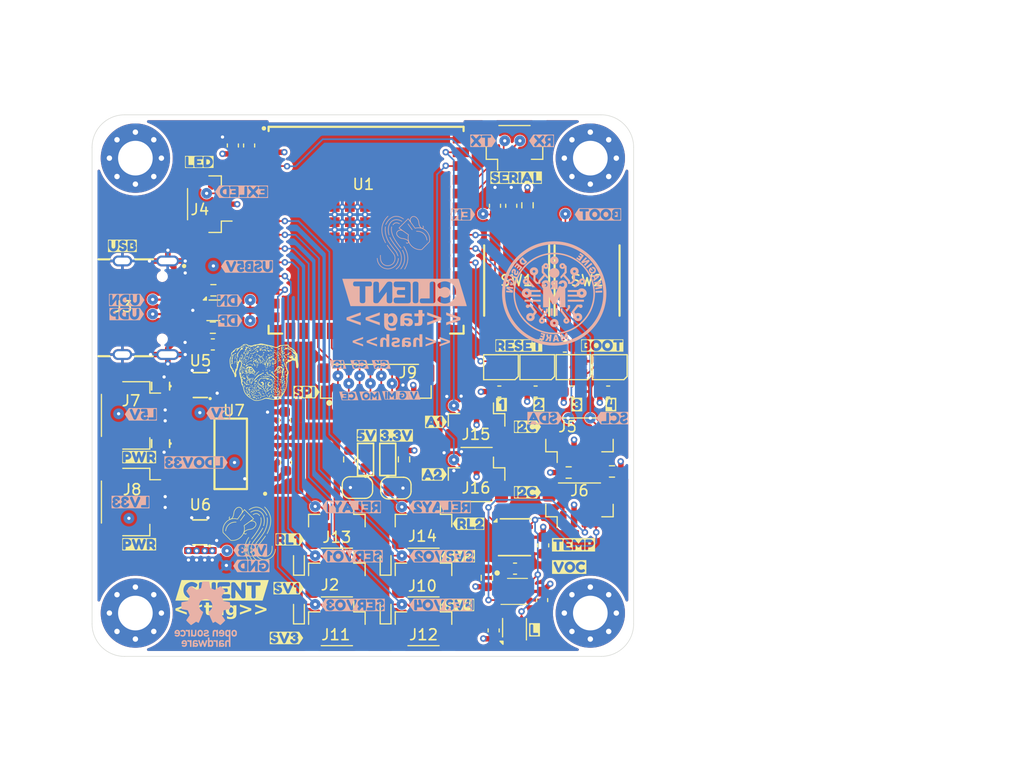
<source format=kicad_pcb>
(kicad_pcb (version 20241229) (generator "pcbnew") (generator_version "9.0")
  (title_block (title "Servo Module") (date "<<release-date>>") (rev "<<tag>>") (comment 1 "<<hash>>"))
  (layers (0 "F.Cu" signal) (4 "In1.Cu" power) (6 "In2.Cu" power) (2 "B.Cu" signal) (13 "F.Paste" user) (15 "B.Paste" user) (5 "F.SilkS" user "F.Silkscreen") (7 "B.SilkS" user "B.Silkscreen") (1 "F.Mask" user) (3 "B.Mask" user) (25 "Edge.Cuts" user))
  (net 0 "")
  (net 1 "+3.3V")
  (net 2 "GND")
  (net 3 "+5V")
  (net 4 "RXD")
  (net 5 "TXD")
  (net 6 "EN")
  (net 7 "USB_5V")
  (net 8 "LDO_V33")
  (net 9 "OBLEDS")
  (net 10 "Net-(D1-DOUT)")
  (net 11 "Net-(D2-DOUT)")
  (net 12 "Net-(D3-DOUT)")
  (net 14 "LINE_5V")
  (net 15 "LINE_V33")
  (net 17 "USB_D_P")
  (net 18 "USB_D_N")
  (net 20 "SERVO1")
  (net 21 "SERVO2")
  (net 22 "EXT_LEDS")
  (net 23 "BOOT")
  (net 24 "D_P")
  (net 25 "D_N")
  (net 27 "Net-(D7-K)")
  (net 28 "/Power/V5LED")
  (net 29 "Net-(D8-K)")
  (net 30 "/Power/V3.3LED")
  (net 31 "SPI_CS0")
  (net 32 "SPI_IRQ0")
  (net 33 "SPI_CLK")
  (net 34 "SPI_MOSI")
  (net 35 "SPI_MISO")
  (net 36 "SPI_CE0")
  (net 52 "ADC1")
  (net 53 "ADC2")
  (net 54 "SDA")
  (net 55 "SCL")
  (net 57 "SERVO3")
  (net 58 "SERVO4")
  (net 59 "/MCU/CC1")
  (net 60 "/MCU/CC2")
  (net 62 "RELAY1")
  (net 63 "RELAY2")
  (net 66 "Net-(U8-VDD)")
  (footprint "CRGM Passive:D_SOD-523" (layer "F.Cu") (at 69.1 105.9 90)
    (property "Reference" "D11" (hide yes))
    (property "Value" "PESD5V0S1BB" (hide yes))
  )
  (footprint "CRG Makes:LTR-303ALS-01" (layer "F.Cu") (at 89 107.5 90)
    (property "Reference" "U3" (hide yes))
    (property "Value" "LTR-303ALS-01" (hide yes))
  )
  (footprint "kibuzzard-689AB803" (layer "F.Cu") (at 91.25 86.75)
    (property "Reference" "kibuzzard-689AB803" (hide yes))
    (property "Value" "G***" (hide yes))
  )
  (footprint "CRGM Connector:GCT_USB4105-GF-A" (layer "F.Cu") (at 52.8 77.8125 -90)
    (property "Reference" "J3")
    (property "Value" "USB_C_USB2.0_16P" (hide yes))
  )
  (footprint "CRGM Switches:EVQ-Q2B02W" (layer "F.Cu") (at 95.7 75.3 90)
    (property "Reference" "SW2")
    (property "Value" "EVQ-Q2B02W" (hide yes))
  )
  (footprint "CRGM Connector:JST_SH_BM03B-SRSS-TB_1x03-1MP_P1.00mm_Vertical" (layer "F.Cu") (at 72.6 102.5 180)
    (property "Reference" "J2")
    (property "Value" "~" (hide yes))
  )
  (footprint "kibuzzard-689AB80B" (layer "F.Cu") (at 94.75 86.75)
    (property "Reference" "kibuzzard-689AB80B" (hide yes))
    (property "Value" "G***" (hide yes))
  )
  (footprint "kibuzzard-689A9DC1" (layer "F.Cu") (at 94.45 99.7)
    (property "Reference" "kibuzzard-689A9DC1" (hide yes))
    (property "Value" "G***" (hide yes))
  )
  (footprint "CRGM Passive:C_0603_1608Metric" (layer "F.Cu") (at 89.05 101.9)
    (property "Reference" "C12" (hide yes))
    (property "Value" "1uF")
  )
  (footprint "LED_SMD:LED_0603_1608Metric" (layer "F.Cu") (at 75.25 91.8125 90)
    (property "Reference" "D7" (hide yes))
    (property "Value" "Orange" (hide yes))
  )
  (footprint "CRGM Connector:SolderJumper-2_P1.3mm_Bridged_RoundedPad1.0x1.5mm" (layer "F.Cu") (at 78.05 94.4625 180)
    (property "Reference" "JP3" (hide yes))
    (property "Value" "~" (hide yes))
  )
  (footprint "CRGM Mechanical:MountingHole_3.2mm_M3_Pad_Via" (layer "F.Cu") (at 54 64)
    (property "Reference" "H4" (hide yes))
    (property "Value" "~" (hide yes))
  )
  (footprint "CRGM Passive:C_0603_1608Metric" (layer "F.Cu") (at 91.55 104.8 -90)
    (property "Reference" "C9" (hide yes))
    (property "Value" "1uF")
  )
  (footprint "kibuzzard-68953D9F" (layer "F.Cu") (at 59.9 64.35)
    (property "Reference" "kibuzzard-68953D9F" (hide yes))
    (property "Value" "G***" (hide yes))
  )
  (footprint "kibuzzard-689AB7F0" (layer "F.Cu") (at 97.9 86.75)
    (property "Reference" "kibuzzard-689AB7F0" (hide yes))
    (property "Value" "G***" (hide yes))
  )
  (footprint "CRGM Passive:R_0603_1608Metric" (layer "F.Cu") (at 86.45 102.75 90)
    (property "Reference" "R6" (hide yes))
    (property "Value" "4R7")
  )
  (footprint "CRGM Passive:D_SOD-523" (layer "F.Cu") (at 77.1 105.9 90)
    (property "Reference" "D12" (hide yes))
    (property "Value" "PESD5V0S1BB" (hide yes))
  )
  (footprint "kibuzzard-68953EE0" (layer "F.Cu") (at 83.75 105.25)
    (property "Reference" "kibuzzard-68953EE0" (hide yes))
    (property "Value" "G***" (hide yes))
  )
  (footprint "kibuzzard-68953CB6" (layer "F.Cu") (at 75.35 89.6)
    (property "Reference" "kibuzzard-68953CB6" (hide yes))
    (property "Value" "G***" (hide yes))
  )
  (footprint "CRGM Passive:C_0603_1608Metric" (layer "F.Cu") (at 91.65 99.75 -90)
    (property "Reference" "C10" (hide yes))
    (property "Value" "0.1uF")
  )
  (footprint "CRGM Passive:C_0603_1608Metric" (layer "F.Cu") (at 93.65 81.4)
    (property "Reference" "C5" (hide yes))
    (property "Value" "0.1uF")
  )
  (footprint "CRGM Passive:C_0603_1608Metric" (layer "F.Cu") (at 67.9 92.10075 -90)
    (property "Reference" "C8" (hide yes))
    (property "Value" "10uF")
  )
  (footprint "CRGM Passive:C_0603_1608Metric" (layer "F.Cu") (at 87.6 85.55)
    (property "Reference" "C13" (hide yes))
    (property "Value" "0.1uF")
  )
  (footprint "CRG Makes:SON80P244X244X95-7N" (layer "F.Cu") (at 89 104)
    (property "Reference" "U8" (hide yes))
    (property "Value" "SGP40-D-R4" (hide yes))
  )
  (footprint "kibuzzard-68953EEB" (layer "F.Cu") (at 83.8 100.75)
    (property "Reference" "kibuzzard-68953EEB" (hide yes))
    (property "Value" "G***" (hide yes))
  )
  (footprint "kibuzzard-689A6D3F" (layer "F.Cu") (at 90.2 94.85)
    (property "Reference" "kibuzzard-689A6D3F" (hide yes))
    (property "Value" "G***" (hide yes))
  )
  (footprint "CRGM Passive:LED_WS2812B-2020_PLCC4_2.0x2.0mm" (layer "F.Cu") (at 94.45 83.3 180)
    (property "Reference" "D3" (hide yes))
    (property "Value" "WS2812B-2020")
  )
  (footprint "CRGM Connector:JST_SH_BM03B-SRSS-TB_1x03-1MP_P1.00mm_Vertical" (layer "F.Cu") (at 85.5 88.7 180)
    (property "Reference" "J15")
    (property "Value" "~")
  )
  (footprint "CRGM Passive:LED_WS2812B-2020_PLCC4_2.0x2.0mm" (layer "F.Cu") (at 91.1 83.3 180)
    (property "Reference" "D2" (hide yes))
    (property "Value" "WS2812B-2020")
  )
  (footprint "CRGM Connector:JST_SH_BM04B-SRSS-TB_1x04-1MP_P1.00mm_Vertical" (layer "F.Cu") (at 95 90)
    (property "Reference" "J5")
    (property "Value" "~" (hide yes))
  )
  (footprint "CRGM Connector:JST_SH_BM08B-SRSS-TB_1x08-1MP_P1.00mm_Vertical" (layer "F.Cu") (at 76.2 85.05)
    (property "Reference" "J9")
    (property "Value" "BM08B-SRSS-TB" (hide yes))
  )
  (footprint "CRGM Logos:Aquarius Logo 5mm" (layer "F.Cu") (at 64.427905 101.369017)
    (property "Reference" "LOGO2" (hide yes))
    (property "Value" "~" (hide yes))
  )
  (footprint "CRGM Passive:C_0603_1608Metric" (layer "F.Cu") (at 87.2 68.4 90)
    (property "Reference" "C3" (hide yes))
    (property "Value" "1uF")
  )
  (footprint "CRGM Passive:C_0603_1608Metric" (layer "F.Cu") (at 63 62.8325 90)
    (property "Reference" "C1" (hide yes))
    (property "Value" "1uF")
  )
  (footprint "CRGM Connector:JST_SH_BM03B-SRSS-TB_1x03-1MP_P1.00mm_Vertical" (layer "F.Cu") (at 85.5 93.7 180)
    (property "Reference" "J16")
    (property "Value" "~")
  )
  (footprint "CRGM Passive:DFN1006-2" (layer "F.Cu") (at 56.3 90.35 180)
    (property "Reference" "D6" (hide yes))
    (property "Value" "PESD3V3S1BL" (hide yes))
  )
  (footprint "kibuzzard-689A9DAD" (layer "F.Cu") (at 94.05 101.75)
    (property "Reference" "kibuzzard-689A9DAD" (hide yes))
    (property "Value" "G***" (hide yes))
  )
  (footprint "CRGM Passive:C_0603_1608Metric" (layer "F.Cu") (at 67.8 88.20075 90)
    (property "Reference" "C7" (hide yes))
    (property "Value" "0.1uF")
  )
  (footprint "kibuzzard-68953CBF" (layer "F.Cu") (at 78.1 89.6)
    (property "Reference" "kibuzzard-68953CBF" (hide yes))
    (property "Value" "G***" (hide yes))
  )
  (footprint "CRGM Passive:DFN1006-2" (layer "F.Cu") (at 56.3 85.05 180)
    (property "Reference" "D5" (hide yes))
    (property "Value" "PESD5V5C1BL" (hide yes))
  )
  (footprint "kibuzzard-68953E3E" (layer "F.Cu") (at 54.35 91.6)
    (property "Reference" "kibuzzard-68953E3E" (hide yes))
    (property "Value" "G***" (hide yes))
  )
  (footprint "kibuzzard-689A71E4" (layer "F.Cu") (at 62 103.9)
    (property "Reference" "kibuzzard-689A71E4" (hide yes))
    (property "Value" "G***" (hide yes))
  )
  (footprint "CRGM Connector:JST_SH_BM03B-SRSS-TB_1x03-1MP_P1.00mm_Vertical" (layer "F.Cu") (at 72.6 107 180)
    (property "Reference" "J11")
    (property "Value" "~" (hide yes))
  )
  (footprint "CRGM Connector:JST_SH_BM03B-SRSS-TB_1x03-1MP_P1.00mm_Vertical" (layer "F.Cu") (at 80.6 107 180)
    (property "Reference" "J12")
    (property "Value" "~" (hide yes))
  )
  (footprint "CRGM Power:SOTFL50P160X60-8N" (layer "F.Cu") (at 60 84.95 180)
    (property "Reference" "U5")
    (property "Value" "LM66200DRLR" (hide yes))
  )
  (footprint "CRGM Passive:R_0603_1608Metric" (layer "F.Cu") (at 61.15 79.65)
    (property "Reference" "R4" (hide yes))
    (property "Value" "5.1K")
  )
  (footprint "CRGM Connector:JST_SH_BM03B-SRSS-TB_1x03-1MP_P1.00mm_Vertical" (layer "F.Cu") (at 60.825 68.25 90)
    (property "Reference" "J4")
    (property "Value" "BM03B-SRSS-TB" (hide yes))
  )
  (footprint "CRGM Switches:EVQ-Q2B02W" (layer "F.Cu") (at 89.2 75.3 90)
    (property "Reference" "SW1")
    (property "Value" "EVQ-Q2B02W" (hide yes))
  )
  (footprint "kibuzzard-68953F6B" (layer "F.Cu") (at 81.6 93.2)
    (property "Reference" "kibuzzard-68953F6B" (hide yes))
    (property "Value" "G***" (hide yes))
  )
  (footprint "kibuzzard-689A9524" (layer "F.Cu") (at 90.85 107.55)
    (property "Reference" "kibuzzard-689A9524" (hide yes))
    (property "Value" "G***" (hide yes))
  )
  (footprint "CRGM Passive:C_0603_1608Metric" (layer "F.Cu") (at 90.95 85.55)
    (property "Reference" "C14" (hide yes))
    (property "Value" "0.1uF")
  )
  (footprint "CRGM Passive:C_0603_1608Metric" (layer "F.Cu") (at 94.325 85.55)
    (property "Reference" "C15" (hide yes))
    (property "Value" "0.1uF")
  )
  (footprint "kibuzzard-68953DE5" (layer "F.Cu") (at 89.4 81.3)
    (property "Reference" "kibuzzard-68953DE5" (hide yes))
    (property "Value" "G***" (hide yes))
  )
  (footprint "CRGM Passive:LED_WS2812B-2020_PLCC4_2.0x2.0mm" (layer "F.Cu") (at 97.8 83.3 180)
    (property "Reference" "D4" (hide yes))
    (property "Value" "WS2812B-2020")
  )
  (footprint "kibuzzard-68953ED8" (layer "F.Cu") (at 67.95 108.3)
    (property "Reference" "kibuzzard-68953ED8" (hide yes))
    (property "Value" "G***" (hide yes))
  )
  (footprint "CRGM Mechanical:MountingHole_3.2mm_M3_Pad_Via" (layer "F.Cu") (at 54 106)
    (property "Reference" "H1" (hide yes))
    (property "Value" "~" (hide yes))
  )
  (footprint "CRG Makes:ESP32-S3-WROOM-1-N8R2" (layer "F.Cu") (at 75.3 67.45)
    (property "Reference" "U1")
    (property "Value" "ESP32-S3-WROOM-1-N8R2" (hide yes))
  )
  (footprint "CRGM Passive:C_0603_1608Metric" (layer "F.Cu") (at 61.15 81.2)
    (property "Reference" "C6" (hide yes))
    (property "Value" "0.1uF")
  )
  (footprint "kibuzzard-68953EC7" (layer "F.Cu") (at 68.25 99.2)
    (property "Reference" "kibuzzard-68953EC7" (hide yes))
    (property "Value" "G***" (hide yes))
  )
  (footprint "CRGM Passive:R_0603_1608Metric" (layer "F.Cu") (at 98 92.925)
    (property "Reference" "R2" (hide yes))
    (property "Value" "4.7K")
  )
  (footprint "CRGM Connector:SolderJumper-2_P1.3mm_Bridged_RoundedPad1.0x1.5mm" (layer "F.Cu") (at 74.5 94.4125)
    (property "Reference" "JP2" (hide yes))
    (property "Value" "~" (hide yes))
  )
  (footprint "CRGM Power:SOT230P700X180-4N" (layer "F.Cu") (at 62.8 91.30075 180)
    (property "Reference" "U7")
    (property "Value" "LD1117S33TR" (hide yes))
  )
  (footprint "CRGM Passive:C_0603_1608Metric" (layer "F.Cu") (at 88.7 68.4 90)
    (property "Reference" "C4" (hide yes))
    (property "Value" "0.1uF")
  )
  (footprint "kibuzzard-68953F10" (layer "F.Cu") (at 69.8 85.6)
    (property "Reference" "kibuzzard-68953F10" (hide yes))
    (property "Value" "G***" (hide yes))
  )
  (footprint "CRGM Passive:C_0603_1608Metric" (layer "F.Cu") (at 64.5 62.8325 90)
    (property "Reference" "C2" (hide yes))
    (property "Value" "0.1uF")
  )
  (footprint "CRGM Passive:R_0603_1608Metric" (layer "F.Cu") (at 90.2 68.35 -90)
    (property "Reference" "R1" (hide yes))
    (property "Value" "10K")
  )
  (footprint "CRGM Passive:R_0603_1608Metric" (layer "F.Cu") (at 94 93.025 180)
    (property "Reference" "R3" (hide yes))
    (property "Value" "4.7K")
  )
  (footprint "CRGM Power:SOTFL50P160X60-8N" (layer "F.Cu") (at 59.95 98.55 180)
    (property "Reference" "U6")
    (property "Value" "LM66200DRLR" (hide yes))
  )
  (footprint "CRGM Passive:LED_WS2812B-2020_PLCC4_2.0x2.0mm" (layer "F.Cu") (at 87.75 83.3 180)
    (property "Reference" "D1" (hide yes))
    (property "Value" "WS2812B-2020")
  )
  (footprint "CRGM Mechanical:MountingHole_3.2mm_M3_Pad_Via" (layer "F.Cu") (at 96 64)
    (property "Reference" "H3" (hide yes))
    (property "Value" "~" (hide yes))
  )
  (footprint "CRGM Connector:JST_SH_BM03B-SRSS-TB_1x03-1MP_P1.00mm_Vertical" (layer "F.Cu") (at 80.6 98 180)
    (property "Reference" "J14")
    (property "Value" "~" (hide yes))
  )
  (footprint "CRGM Passive:R_0603_1608Metric" (layer "F.Cu") (at 73.75 91.8125 -90)
    (property "Reference" "R8" (hide yes))
    (property "Value" "4.7K")
  )
  (footprint "kibuzzard-68953EF4" (layer "F.Cu") (at 84.75 97.75)
    (property "Reference" "kibuzzard-68953EF4" (hide yes))
    (property "Value" "G***" (hide yes))
  )
  (footprint "kibuzzard-68953ED1" (layer "F.Cu") (at 68.15 103.7)
    (property "Reference" "kibuzzard-68953ED1" (hide yes))
    (property "Value" "G***" (hide yes))
  )
  (footprint "CRGM Connector:JST_SH_BM03B-SRSS-TB_1x03-1MP_P1.00mm_Vertical" (layer "F.Cu") (at 89 63)
    (property "Reference" "J1" (hide yes))
    (property "Value" "~" (hide yes))
  )
  (footprint "kibuzzard-68953DBA" (layer "F.Cu") (at 89.15 65.8)
    (property "Reference" "kibuzzard-68953DBA" (hide yes))
    (property "Value" "G***" (hide yes))
  )
  (footprint "CRGM Connector:JST_SH_SM04B-SRSS-TB_1x04-1MP_P1.00mm_Horizontal" (layer "F.Cu") (at 53.55 87.75 -90)
    (property "Reference" "J7")
    (property "Value" "~" (hide yes))
  )
  (footprint "CRGM Passive:R_0603_1608Metric" (layer "F.Cu") (at 61.2 76.2)
    (property "Reference" "R5" (hide yes))
    (property "Value" "5.1K")
  )
  (footprint "CRGM Connector:JST_SH_BM04B-SRSS-TB_1x04-1MP_P1.00mm_Vertical" (layer "F.Cu") (at 95 96)
    (property "Reference" "J6")
    (property "Value" "~" (hide yes))
  )
  (footprint "CRGM Passive:D_SOD-523" (layer "F.Cu") (at 69.1 101.4 90)
    (property "Reference" "D9" (hide yes))
    (property "Value" "PESD5V0S1BB" (hide yes))
  )
  (footprint "CRGM Connector:JST_SH_BM03B-SRSS-TB_1x03-1MP_P1.00mm_Vertical" (layer "F.Cu") (at 80.6 102.5 180)
    (property "Reference" "J10")
    (property "Value" "~")
  )
  (footprint "kibuzzard-68953DED" (layer "F.Cu") (at 97.1 81.3)
    (property "Reference" "kibuzzard-68953DED" (hide yes))
    (property "Value" "G***" (hide yes))
  )
  (footprint "kibuzzard-68953E7E" (layer "F.Cu") (at 52.8 72.1)
    (property "Reference" "kibuzzard-68953E7E" (hide yes))
    (property "Value" "G***" (hide yes))
  )
  (footprint "kibuzzard-68953F58" (layer "F.Cu") (at 81.75 88.35)
    (property "Reference" "kibuzzard-68953F58" (hide yes))
    (property "Value" "G***" (hide yes))
  )
  (footprint "Package_TO_SOT_SMD:SOT-666" (layer "F.Cu") (at 61.2 78.05)
    (property "Reference" "U4" (hide yes))
    (property "Value" "USBLC6-2P6" (hide yes))
  )
  (footprint "CRGM Connector:JST_SH_SM04B-SRSS-TB_1x04-1MP_P1.00mm_Horizontal" (layer "F.Cu") (at 53.55 95.75 -90)
    (property "Reference" "J8")
    (property "Value" "~" (hide yes))
  )
  (footprint "CRGM Passive:C_0603_1608Metric" (layer "F.Cu") (at 97.65 85.55)
    (property "Reference" "C16" (hide yes))
    (property "Value" "0.1uF")
  )
  (footprint "kibuzzard-689A6D37" (layer "F.Cu") (at 90.2 88.8)
    (property "Reference" "kibuzzard-689A6D37" (hide yes))
    (property "Value" "G***" (hide yes))
  )
  (footprint "CRGM Connector:JST_SH_BM03B-SRSS-TB_1x03-1MP_P1.00mm_Vertical" (layer "F.Cu") (at 72.6 98 180)
    (property "Reference" "J13")
    (property "Value" "~" (hide yes))
  )
  (footprint "kibuzzard-68953E3E" (layer "F.Cu") (at 54.35 99.65)
    (property "Reference" "kibuzzard-68953E3E" (hide yes))
    (property "Value" "G***" (hide yes))
  )
  (footprint "CRG Makes:PWSON-N6" (layer "F.Cu") (at 89 99)
    (property "Reference" "U2" (hide yes))
    (property "Value" "HDC1080" (hide yes))
  )
  (footprint "CRGM Mechanical:MountingHole_3.2mm_M3_Pad_Via" (layer "F.Cu") (at 96 106)
    (property "Reference" "H2" (hide yes))
    (property "Value" "~" (hide yes))
  )
  (footprint "LED_SMD:LED_0603_1608Metric" (layer "F.Cu") (at 77.3 91.8125 90)
    (property "Reference" "D8" (hide yes))
    (property "Value" "Orange" (hide yes))
  )
  (footprint "CRGM Passive:D_SOD-523" (layer "F.Cu") (at 77.1 101.4 90)
    (property "Reference" "D10" (hide yes))
    (property "Value" "PESD5V0S1BB" (hide yes))
  )
  (footprint "kibuzzard-689AB7E6" (layer "F.Cu") (at 87.8 86.75)
    (property "Reference" "kibuzzard-689AB7E6" (hide yes))
    (property "Value" "G***" (hide yes))
  )
  (footprint "CRGM Passive:R_0603_1608Metric" (layer "F.Cu") (at 78.8 91.8125 -90)
    (property "Reference" "R9" (hide yes))
    (property "Value" "1K")
  )
  (footprint "CRGM Passive:C_0603_1608Metric" (layer "F.Cu") (at 87.075 107.6 90)
    (property "Reference" "C11" (hide yes))
    (property "Value" "0.1uF")
  )
  (footprint "kibuzzard-68927E88" (layer "B.Cu") (at 62.7 77.15 180)
    (property "Reference" "kibuzzard-68927E88" (hide yes))
    (property "Value" "G***" (hide yes))
  )
  (footprint "kibuzzard-68927E4C" (layer "B.Cu") (at 82.25 100.75 180)
    (property "Reference" "kibuzzard-68927E4C" (hide yes))
    (property "Value" "G***" (hide yes))
  )
  (footprint "CRGM Mechanical:TestPoint_Pad_D1.0mm" (layer "B.Cu") (at 78.6 105.2 180)
    (property "Reference" "TP29" (hide yes))
    (property "Value" "~")
  )
  (footprint "kibuzzard-68927F82" (layer "B.Cu") (at 59.6 92.1 180)
    (property "Reference" "kibuzzard-68927F82" (hide yes))
    (property "Value" "G***" (hide yes))
  )
  (footprint "kibuzzard-689A71A2" (layer "B.Cu") (at 78.85 76.4 180)
    (property "Reference" "kibuzzard-689A71A2" (hide yes))
    (property "Value" "G***" (hide yes))
  )
  (footprint "CRGM Mechanical:TestPoint_Pad_D1.0mm" (layer "B.Cu") (at 96 88 90)
    (property "Reference" "TP12" (hide yes))
    (property "Value" "~")
  )
  (footprint "kibuzzard-6812E420" (layer "B.Cu") (at 72.7 83.05 180)
    (property "Reference" "kibuzzard-6812E420" (hide yes))
    (property "Value" "G***" (hide yes))
  )
  (footprint "CRGM Mechanical:TestPoint_Pad_D1.0mm" (layer "B.Cu") (at 55.6 77.05 180)
    (property "Reference" "TP9" (hide yes))
    (property "Value" "~")
  )
  (footprint "kibuzzard-6812E3A0" (layer "B.Cu") (at 74.7 83.05 180)
    (property "Reference" "kibuzzard-6812E3A0" (hide yes))
    (property "Value" "G***" (hide yes))
  )
  (footprint "kibuzzard-68927E23" (layer "B.Cu") (at 74.1 105.25 180)
    (property "Reference" "kibuzzard-68927E23" (hide yes))
    (property "Value" "G***" (hide yes))
  )
  (footprint "CRGM Mechanical:TestPoint_Pad_D1.0mm" (layer "B.Cu") (at 63.15 92.1 180)
    (property "Reference" "TP25" (hide yes))
    (property "Value" "~")
  )
  (footprint "kibuzzard-68927ED6" (layer "B.Cu") (at 64.3 74 180)
    (property "Reference" "kibuzzard-68927ED6" (hide yes))
    (property "Value" "G***" (hide yes))
  )
  (footprint "kibuzzard-6812E3BB" (layer "B.Cu") (at 76.7 83.05 180)
    (property "Reference" "kibuzzard-6812E3BB" (hide yes))
    (property "Value" "G***" (hide yes))
  )
  (footprint "CRGM Mechanical:TestPoint_Pad_D1.0mm" (layer "B.Cu") (at 74.7 84.1 180)
    (property "Reference" "TP17" (hide yes))
    (property "Value" "~")
  )
  (footprint "kibuzzard-68927FCA" (layer "B.Cu") (at 96.7 69.2 180)
    (property "Reference" "kibuzzard-68927FCA" (hide yes))
    (property "Value" "G***" (hide yes))
  )
  (footprint "kibuzzard-6894D783" (layer "B.Cu") (at 54.5 87.65 180)
    (property "Reference" "kibuzzard-6894D783" (hide yes))
    (property "Value" "G***" (hide yes))
  )
  (footprint "kibuzzard-689A6C42" (layer "B.Cu") (at 53.55 95.75 180)
    (property "Reference" "kibuzzard-689A6C42" (hide yes))
    (property "Value" "G***" (hide yes))
  )
  (footprint "CRGM Mechanical:TestPoint_Pad_D1.0mm" (layer "B.Cu") (at 60.575 67.25 180)
    (property "Reference" "TP11" (hide yes))
    (property "Value" "~")
  )
  (footprint "CRGM Mechanical:TestPoint_Pad_D1.0mm" (layer "B.Cu") (at 52.45 87.6 180)
    (property "Reference" "TP21" (hide yes))
    (property "Value" "~" (hide yes))
  )
  (footprint "kibuzzard-68194F50" (layer "B.Cu") (at 79.7 85.9 180)
    (property "Reference" "kibuzzard-68194F50" (hide yes))
    (property "Value" "G***" (hide yes))
  )
  (footprint "CRGM Mechanical:TestPoint_Pad_D1.0mm" (layer "B.Cu") (at 70.6 100.7 180)
    (property "Reference" "TP26" (hide yes))
    (property "Value" "~")
  )
  (footprint "kibuzzard-68928016" (layer "B.Cu") (at 64.7 101.65 180)
    (property "Reference" "kibuzzard-68928016" (hide yes))
    (property "Value" "G***" (hide yes))
  )
  (footprint "kibuzzard-68927DC7" (layer "B.Cu") (at 98.05 88 180)
    (property "Reference" "kibuzzard-68927DC7" (hide yes))
    (property "Value" "G***" (hide yes))
  )
  (footprint "CRGM Mechanical:TestPoint_Pad_D1.0mm" (layer "B.Cu") (at 62.45 100.25 -90)
    (property "Reference" "TP23" (hide yes))
    (property "Value" "~")
  )
  (footprint "kibuzzard-68194F3F" (layer "B.Cu") (at 78.7 85.9 180)
    (property "Reference" "kibuzzard-68194F3F" (hide yes))
    (property "Value" "G***" (hide yes))
  )
  (footprint "kibuzzard-68927E44" (layer "B.Cu") (at 74.05 100.75 180)
    (property "Reference" "kibuzzard-68927E44" (hide yes))
    (property "Value" "G***" (hide yes))
  )
  (footprint "kibuzzard-6812E37E" (layer "B.Cu") (at 73.7 85.95 180)
    (property "Reference" "kibuzzard-6812E37E" (hide yes))
    (property "Value" "G***" (hide yes))
  )
  (footprint "CRGM Mechanical:TestPoint_Pad_D1.0mm" (layer "B.Cu") (at 53.4 97.25 180)
    (property "Reference" "TP14" (hide yes))
    (property "Value" "~")
  )
  (footprint "CRGM Mechanical:TestPoint_Pad_D1.0mm" (layer "B.Cu") (at 73.7 84.8 180)
    (property "Reference" "TP16" (hide yes))
    (property "Value" "~")
  )
  (footprint "kibuzzard-68927EE6" (layer "B.Cu") (at 63.8 67.1 180)
    (property "Reference" "kibuzzard-68927EE6" (hide yes))
    (property "Value" "G***" (hide yes))
  )
  (footprint "CRGM Mechanical:TestPoint_Pad_D1.0mm" (layer "B.Cu") (at 93.7 69.15 180)
    (property "Reference" "TP5" (hide yes))
    (property "Value" "~")
  )
  (footprint "CRGM Mechanical:TestPoint_Pad_D1.0mm" (layer "B.Cu") (at 83.4 86.85 180)
    (property "Reference" "TP32" (hide yes))
    (property "Value" "~")
  )
  (footprint "CRGM Mechanical:TestPoint_Pad_D1.0mm" (layer "B.Cu") (at 94 88 90)
    (property "Reference" "TP13" (hide yes))
    (property "Value" "~")
  )
  (footprint "CRGM Mechanical:TestPoint_Pad_D1.0mm" (layer "B.Cu") (at 62.4 101.6 -90)
    (property "Reference" "TP24" (hide yes))
    (property "Value" "~")
  )
  (footprint "CRGM Mechanical:TestPoint_Pad_D1.0mm" (layer "B.Cu") (at 78.6 96.2 90)
    (property "Reference" "TP31" (hide yes))
    (property "Value" "~")
  )
  (footprint "kibuzzard-6812E3C5" (layer "B.Cu") (at 75.7 85.95 180)
    (property "Reference" "kibuzzard-6812E3C5" (hide yes))
    (property "Value" "G***" (hide yes))
  )
  (footprint "CRGM Mechanical:TestPoint_Pad_D1.0mm" (layer "B.Cu") (at 70.6 96.15 90)
    (property "Reference" "TP30" (hide yes))
    (property "Value" "~")
  )
  (footprint "CRGM Mechanical:TestPoint_Pad_D1.0mm" (layer "B.Cu") (at 64.6 77.1 180)
    (property "Reference" "TP7" (hide yes))
    (property "Value" "~")
  )
  (footprint "CRGM Logos:Aquarius Logo 5mm" (layer "B.Cu") (at 78.822096 74.519017 180)
    (property "Reference" "LOGO3" (hide yes))
    (property "Value" "~" (hide yes))
  )
  (footprint "CRGM Mechanical:TestPoint_Pad_D1.0mm" (layer "B.Cu") (at 72.7 84.1 180)
    (property "Reference" "TP15" (hide yes))
    (property "Value" "~")
  )
  (footprint "kibuzzard-68927EAF" (layer "B.Cu") (at 53.2 78.4 180)
    (property "Reference" "kibuzzard-68927EAF" (hide yes))
    (property "Value" "G***" (hide yes))
  )
  (footprint "kibuzzard-68927E53" (layer "B.Cu") (at 82.2 105.25 180)
    (property "Reference" "kibuzzard-68927E53" (hide yes))
    (property "Value" "G***" (hide yes))
  )
  (footprint "kibuzzard-6812E3AD" (layer "B.Cu") (at 77.55 85.9 180)
    (property "Reference" "kibuzzard-6812E3AD" (hide yes))
    (property "Value" "G***" (hide yes))
  )
  (footprint "kibuzzard-6894D6EB" (layer "B.Cu") (at 64.6 100.2 180)
    (property "Reference" "kibuzzard-6894D6EB" (hide yes))
    (property "Value" "G***" (hide yes))
  )
  (footprint "kibuzzard-68927E94" (layer "B.Cu") (at 62.75 79 180)
    (property "Reference" "kibuzzard-68927E94" (hide yes))
    (property "Value" "G***" (hide yes))
  )
  (footprint "kibuzzard-68927EA7" (layer "B.Cu") (at 53.2 77.1 180)
    (property "Reference" "kibuzzard-68927EA7" (hide yes))
    (property "Value" "G***" (hide yes))
  )
  (footprint "CRGM Mechanical:TestPoint_Pad_D1.0mm" (layer "B.Cu") (at 77.7 84.8 180)
    (property "Reference" "TP20" (hide yes))
    (property "Value" "~")
  )
  (footprint "CRGM Mechanical:TestPoint_Pad_D1.0mm" (layer "B.Cu") (at 75.7 84.8 180)
    (property "Reference" "TP18" (hide yes))
    (property "Value" "~")
  )
  (footprint "CRGM Mechanical:TestPoint_Pad_D1.0mm" (layer "B.Cu") (at 83.4 91.85 180)
    (property "Reference" "TP33" (hide yes))
    (property "Value" "~")
  )
  (footprint "kibuzzard-68927FEB" (layer "B.Cu") (at 86.1 62.4 180)
    (property "Reference" "kibuzzard-68927FEB" (hide yes))
    (property "Value" "G***" (hide yes))
  )
  (footprint "CRGM Mechanical:TestPoint_Pad_D1.0mm" (layer "B.Cu") (at 78.6 100.7 180)
    (property "Reference" "TP27" (hide yes))
    (property "Value" "~")
  )
  (footprint "CRGM Logos:CRGM Logo 5mm" (layer "B.Cu") (at 92.65 76.5 180)
    (property "Reference" "LOGO1" (hide yes))
    (property "Value" "~" (hide yes))
  )
  (footprint "CRGM Mechanical:TestPoint_Pad_D1.0mm" (layer "B.Cu") (at 89.5 62.4 -90)
    (property "Reference" "TP3" (hide yes))
    (property "Value" "~")
  )
  (footprint "CRGM Mechanical:TestPoint_Pad_D1.0mm" (layer "B.Cu") (at 88.1 62.4 -90)
    (property "Reference" "TP2" (hide yes))
    (property "Value" "~")
  )
  (footprint "CRGM Mechanical:TestPoint_Pad_D1.0mm" (layer "B.Cu") (at 76.7 84.1 180)
    (property "Reference" "TP19" (hide yes))
    (property "Value" "~")
  )
  (footprint "kibuzzard-6894D76E" (layer "B.Cu") (at 61.65 87.55 180)
    (property "Reference" "kibuzzard-6894D76E" (hide yes))
    (property "Value" "G***" (hide yes))
  )
  (footprint "kibuzzard-68927FD5" (layer "B.Cu") (at 84.25 69.2 180)
    (property "Reference" "kibuzzard-68927FD5" (hide yes))
    (property "Value" "G***" (hide yes))
  )
  (footprint "CRGM Mechanical:TestPoint_Pad_D1.0mm" (layer "B.Cu") (at 59.95 87.5 180)
    (property "Reference" "TP22" (hide yes))
    (property "Value" "~")
  )
  (footprint "kibuzzard-689A6C29" (layer "B.Cu") (at 91.8 88 180)
    (property "Reference" "kibuzzard-689A6C29" (hide yes))
    (property "Value" "G***" (hide yes))
  )
  (footprint "kibuzzard-68937DF0" (layer "B.Cu") (at 73.95 96.2 180)
    (property "Reference" "kibuzzard-68937DF0" (hide yes))
    (property "Value" "G***" (hide yes))
  )
  (footprint "CRGM Mechanical:TestPoint_Pad_D1.0mm" (layer "B.Cu") (at 86.1 69.15 180)
    (property "Reference" "TP4" (hide yes))
    (property "Value" "~")
  )
  (footprint "kibuzzard-68927FE6" (layer "B.Cu") (at 91.5 62.4 180)
    (property "Reference" "kibuzzard-68927FE6" (hide yes))
    (property "Value" "G***" (hide yes))
  )
  (footprint "CRGM Mechanical:TestPoint_Pad_D1.0mm" (layer "B.Cu") (at 70.6 105.2 90)
    (property "Reference" "TP28" (hide yes))
    (property "Value" "~")
  )
  (footprint "kibuzzard-68937DDF" (layer "B.Cu") (at 82.1 96.2 180)
    (property "Reference" "kibuzzard-68937DDF" (hide yes))
    (property "Value" "G***" (hide yes))
  )
  (footprint "Symbol:OSHW-Logo_5.7x6mm_SilkScreen" (layer "B.Cu") (at 60.5 106.1 180)
    (property "Reference" "LOGO4" (hide yes))
    (property "Value" "~" (hide yes))
  )
  (footprint "CRGM Mechanical:TestPoint_Pad_D1.0mm" (layer "B.Cu") (at 61.2 73.95 180)
    (property "Reference" "TP6" (hide yes))
    (property "Value" "~")
  )
  (footprint "CRGM Mechanical:TestPoint_Pad_D1.0mm" (layer "B.Cu") (at 55.6 78.4 180)
    (property "Reference" "TP10" (hide yes))
    (property "Value" "~")
  )
  (footprint "CRGM Mechanical:TestPoint_Pad_D1.0mm" (layer "B.Cu") (at 64.6 79 180)
    (property "Reference" "TP8" (hide yes))
    (property "Value" "~")
  )
  (gr_poly (pts (xy 63.876082 82.280393) (xy 63.878878 82.281256) (xy 63.881588 82.282552) (xy 63.8842 82.284266) (xy 63.8867 82.286378) (xy 63.889077 82.288874) (xy 63.891319 82.291735) (xy 63.893414 82.294945) (xy 63.895349 82.298487) (xy 63.897113 82.302344) (xy 63.898693 82.306499) (xy 63.900078 82.310935) (xy 63.901255 82.315635) (xy 63.902211 82.320582) (xy 63.902936 82.325759) (xy 63.903416 82.331149) (xy 63.903641 82.336736) (xy 63.903597 82.342501) (xy 63.903272 82.348429) (xy 63.902655 82.354503) (xy 63.901733 82.360704) (xy 63.900494 82.367018) (xy 63.898926 82.373425) (xy 63.896729 82.381744) (xy 63.894123 82.390305) (xy 63.891135 82.399072) (xy 63.88779 82.408007) (xy 63.880131 82.426236) (xy 63.871351 82.444698) (xy 63.861657 82.463097) (xy 63.851254 82.48114) (xy 63.840347 82.498531) (xy 63.829142 82.514977) (xy 63.817844 82.530183) (xy 63.806658 82.543854) (xy 63.795789 82.555696) (xy 63.790539 82.560839) (xy 63.785444 82.565414) (xy 63.780532 82.569384) (xy 63.775828 82.572713) (xy 63.771357 82.575364) (xy 63.767146 82.577299) (xy 63.763219 82.578483) (xy 63.759603 82.578878) (xy 63.756323 82.578448) (xy 63.753405 82.577155) (xy 63.75011 82.575033) (xy 63.747167 82.572642) (xy 63.744572 82.569994) (xy 63.74232 82.567098) (xy 63.740408 82.563967) (xy 63.73883 82.560609) (xy 63.737583 82.557036) (xy 63.736662 82.553259) (xy 63.736062 82.549288) (xy 63.73578 82.545134) (xy 63.735811 82.540808) (xy 63.73615 82.53632) (xy 63.736794 82.53168) (xy 63.737737 82.5269) (xy 63.740507 82.516962) (xy 63.744423 82.506589) (xy 63.749452 82.495868) (xy 63.755558 82.484882) (xy 63.762707 82.473719) (xy 63.770863 82.462463) (xy 63.779992 82.451198) (xy 63.79006 82.440012) (xy 63.80103 82.428988) (xy 63.806855 82.423475) (xy 63.812404 82.417872) (xy 63.817651 82.412216) (xy 63.822569 82.40654) (xy 63.82713 82.400879) (xy 63.831307 82.395269) (xy 63.835074 82.389744) (xy 63.838402 82.384339) (xy 63.841266 82.37909) (xy 63.843637 82.37403) (xy 63.84463 82.371582) (xy 63.845489 82.369195) (xy 63.846212 82.366873) (xy 63.846795 82.36462) (xy 63.847234 82.36244) (xy 63.847527 82.360339) (xy 63.847669 82.35832) (xy 63.847658 82.356388) (xy 63.847489 82.354546) (xy 63.847161 82.352801) (xy 63.846669 82.351155) (xy 63.846009 82.349613) (xy 63.845055 82.348342) (xy 63.844178 82.347014) (xy 63.843375 82.345631) (xy 63.842645 82.344197) (xy 63.841987 82.342717) (xy 63.841399 82.341195) (xy 63.84088 82.339633) (xy 63.840428 82.338037) (xy 63.839721 82.334756) (xy 63.839265 82.331381) (xy 63.83905 82.327945) (xy 63.839064 82.324478) (xy 63.839295 82.32101) (xy 63.839731 82.317574) (xy 63.84036 82.314199) (xy 63.841172 82.310918) (xy 63.842155 82.30776) (xy 63.843296 82.304758) (xy 63.844585 82.301942) (xy 63.846009 82.299342) (xy 63.849007 82.294937) (xy 63.852039 82.291134) (xy 63.855094 82.287918) (xy 63.858158 82.285271) (xy 63.861221 82.283176) (xy 63.86427 82.281617) (xy 63.867292 82.280576) (xy 63.870276 82.280036) (xy 63.87321 82.279981)) (fill yes) (layer "F.SilkS"))
  (gr_poly (pts (xy 65.883632 84.496376) (xy 65.887524 84.496821) (xy 65.89138 84.497537) (xy 65.895184 84.49852) (xy 65.898923 84.499771) (xy 65.902582 84.501287) (xy 65.906148 84.503067) (xy 65.909606 84.50511) (xy 65.912942 84.507414) (xy 65.916143 84.509977) (xy 65.919195 84.512799) (xy 65.922082 84.515878) (xy 65.924792 84.519212) (xy 65.92731 84.522799) (xy 65.929622 84.52664) (xy 65.931714 84.530731) (xy 65.933572 84.535071) (xy 65.934899 84.539187) (xy 65.935914 84.543097) (xy 65.936628 84.546799) (xy 65.937055 84.55029) (xy 65.937206 84.553565) (xy 65.937095 84.556622) (xy 65.936734 84.559457) (xy 65.936135 84.562067) (xy 65.935311 84.564448) (xy 65.934276 84.566597) (xy 65.933041 84.56851) (xy 65.931618 84.570185) (xy 65.930022 84.571618) (xy 65.928263 84.572805) (xy 65.926356 84.573742) (xy 65.924311 84.574428) (xy 65.922143 84.574858) (xy 65.919863 84.575028) (xy 65.917485 84.574936) (xy 65.91502 84.574578) (xy 65.912481 84.57395) (xy 65.909882 84.57305) (xy 65.907234 84.571874) (xy 65.90455 84.570418) (xy 65.901843 84.568679) (xy 65.899125 84.566654) (xy 65.89641 84.564339) (xy 65.893708 84.561731) (xy 65.891034 84.558827) (xy 65.8884 84.555622) (xy 65.885818 84.552115) (xy 65.883301 84.5483) (xy 65.882286 84.546851) (xy 65.881226 84.545478) (xy 65.880124 84.544182) (xy 65.878981 84.542962) (xy 65.877799 84.541818) (xy 65.87658 84.540748) (xy 65.875327 84.539754) (xy 65.87404 84.538833) (xy 65.872723 84.537986) (xy 65.871377 84.537212) (xy 65.870003 84.536511) (xy 65.868604 84.535882) (xy 65.867182 84.535325) (xy 65.865739 84.534839) (xy 65.864276 84.534424) (xy 65.862796 84.534079) (xy 65.8613 84.533804) (xy 65.859791 84.533598) (xy 65.85827 84.53346) (xy 65.856739 84.533392) (xy 65.853657 84.533457) (xy 65.850559 84.53379) (xy 65.847461 84.534386) (xy 65.844378 84.535242) (xy 65.841327 84.536354) (xy 65.838322 84.537717) (xy 65.835034 84.539517) (xy 65.832115 84.540952) (xy 65.830793 84.541536) (xy 65.829561 84.542031) (xy 65.828419 84.542439) (xy 65.827366 84.542761) (xy 65.826403 84.542997) (xy 65.825529 84.54315) (xy 65.824742 84.543218) (xy 65.824044 84.543205) (xy 65.823432 84.54311) (xy 65.822907 84.542935) (xy 65.822469 84.54268) (xy 65.822116 84.542347) (xy 65.821849 84.541936) (xy 65.821666 84.541449) (xy 65.821567 84.540886) (xy 65.821553 84.540249) (xy 65.821621 84.539538) (xy 65.821773 84.538754) (xy 65.822007 84.537899) (xy 65.822323 84.536973) (xy 65.82272 84.535977) (xy 65.823198 84.534912) (xy 65.824395 84.53258) (xy 65.82591 84.529985) (xy 65.827739 84.527133) (xy 65.830317 84.523064) (xy 65.833084 84.519287) (xy 65.836024 84.515802) (xy 65.839123 84.512607) (xy 65.842367 84.509701) (xy 65.845743 84.507082) (xy 65.849236 84.50475) (xy 65.852833 84.502701) (xy 65.856518 84.500935) (xy 65.860278 84.499451) (xy 65.8641 84.498247) (xy 65.867969 84.497321) (xy 65.87187 84.496673) (xy 65.87579 84.4963) (xy 65.879716 84.496202)) (fill yes) (layer "F.SilkS"))
  (gr_poly (pts (xy 65.481279 85.817364) (xy 65.482171 85.817554) (xy 65.483005 85.817866) (xy 65.48378 85.8183) (xy 65.484432 85.819144) (xy 65.484901 85.820183) (xy 65.485193 85.821411) (xy 65.48531 85.822822) (xy 65.485036 85.826166) (xy 65.484111 85.830165) (xy 65.482566 85.834769) (xy 65.480431 85.839927) (xy 65.477739 85.845588) (xy 65.47452 85.851704) (xy 65.470804 85.858222) (xy 65.466623 85.865093) (xy 65.462009 85.872266) (xy 65.456991 85.879692) (xy 65.451601 85.887319) (xy 65.44587 85.895097) (xy 65.439829 85.902975) (xy 65.433509 85.910905) (xy 65.370009 85.99028) (xy 65.370009 85.897675) (xy 65.370072 85.885021) (xy 65.370267 85.873832) (xy 65.370602 85.864084) (xy 65.371084 85.855755) (xy 65.371721 85.848821) (xy 65.3721 85.845871) (xy 65.372521 85.84326) (xy 65.372984 85.840986) (xy 65.373491 85.839047) (xy 65.374042 85.837439) (xy 65.374639 85.83616) (xy 65.375283 85.835206) (xy 65.375974 85.834574) (xy 65.376713 85.834263) (xy 65.377502 85.834268) (xy 65.378341 85.834588) (xy 65.379232 85.835218) (xy 65.380175 85.836156) (xy 65.381171 85.8374) (xy 65.382222 85.838946) (xy 65.383327 85.840791) (xy 65.384489 85.842933) (xy 65.385708 85.845368) (xy 65.388322 85.851108) (xy 65.391176 85.857988) (xy 65.398219 85.874483) (xy 65.401181 85.880963) (xy 65.403867 85.886265) (xy 65.405131 85.888474) (xy 65.406352 85.890389) (xy 65.407542 85.892009) (xy 65.40871 85.893335) (xy 65.409863 85.894365) (xy 65.411012 85.895102) (xy 65.412166 85.895544) (xy 65.413335 85.895691) (xy 65.414526 85.895544) (xy 65.41575 85.895102) (xy 65.417015 85.894365) (xy 65.418332 85.893335) (xy 65.419708 85.892009) (xy 65.421154 85.890389) (xy 65.422678 85.888474) (xy 65.42429 85.886265) (xy 65.427814 85.880963) (xy 65.431799 85.874483) (xy 65.441447 85.857988) (xy 65.444451 85.852688) (xy 65.447498 85.847709) (xy 65.450568 85.843064) (xy 65.453642 85.838764) (xy 65.456701 85.834821) (xy 65.459725 85.831245) (xy 65.461217 85.829599) (xy 65.462694 85.82805) (xy 65.464152 85.826598) (xy 65.46559 85.825246) (xy 65.467004 85.823994) (xy 65.468393 85.822844) (xy 65.469753 85.821799) (xy 65.471083 85.820858) (xy 65.47238 85.820024) (xy 65.473642 85.819298) (xy 65.474865 85.818682) (xy 65.476049 85.818176) (xy 65.47719 85.817783) (xy 65.478286 85.817504) (xy 65.479334 85.81734) (xy 65.480333 85.817293)) (fill yes) (layer "F.SilkS"))
  (gr_poly (pts (xy 65.150342 84.506918) (xy 65.153795 84.50729) (xy 65.157403 84.50791) (xy 65.161143 84.508778) (xy 65.164992 84.509895) (xy 65.168926 84.511259) (xy 65.173266 84.513155) (xy 65.177358 84.515362) (xy 65.181198 84.517863) (xy 65.184785 84.520643) (xy 65.188119 84.523687) (xy 65.191198 84.526979) (xy 65.19402 84.530503) (xy 65.196583 84.534244) (xy 65.198887 84.538187) (xy 65.20093 84.542316) (xy 65.20271 84.546616) (xy 65.204226 84.55107) (xy 65.205477 84.555664) (xy 65.20646 84.560382) (xy 65.207176 84.565209) (xy 65.207621 84.570128) (xy 65.207795 84.575126) (xy 65.207697 84.580185) (xy 65.207324 84.58529) (xy 65.206676 84.590427) (xy 65.20575 84.595579) (xy 65.204546 84.600731) (xy 65.203062 84.605868) (xy 65.201296 84.610973) (xy 65.199247 84.616033) (xy 65.196915 84.62103) (xy 65.194296 84.625949) (xy 65.19139 84.630776) (xy 65.188195 84.635494) (xy 65.18471 84.640088) (xy 65.180933 84.644542) (xy 65.176863 84.648842) (xy 65.172486 84.653027) (xy 65.168264 84.656655) (xy 65.166202 84.65826) (xy 65.164166 84.659725) (xy 65.162154 84.66105) (xy 65.160162 84.662236) (xy 65.158184 84.663283) (xy 65.156219 84.66419) (xy 65.154261 84.664957) (xy 65.152307 84.665585) (xy 65.150353 84.666073) (xy 65.148395 84.666422) (xy 65.146429 84.666631) (xy 65.144452 84.666701) (xy 65.142459 84.666631) (xy 65.140447 84.666422) (xy 65.138412 84.666073) (xy 65.136349 84.665585) (xy 65.134256 84.664957) (xy 65.132127 84.66419) (xy 65.12996 84.663283) (xy 65.12775 84.662236) (xy 65.125494 84.66105) (xy 65.123187 84.659725) (xy 65.118407 84.656655) (xy 65.113379 84.653027) (xy 65.108072 84.648842) (xy 65.105622 84.646687) (xy 65.103232 84.644687) (xy 65.100898 84.642842) (xy 65.09862 84.641152) (xy 65.096394 84.639617) (xy 65.094218 84.638238) (xy 65.092089 84.637013) (xy 65.090006 84.635943) (xy 65.087965 84.635029) (xy 65.085964 84.634269) (xy 65.084001 84.633664) (xy 65.082073 84.633215) (xy 65.080179 84.63292) (xy 65.078314 84.632781) (xy 65.076478 84.632796) (xy 65.074668 84.632967) (xy 65.072881 84.633293) (xy 65.071114 84.633773) (xy 65.069367 84.634409) (xy 65.067635 84.635199) (xy 65.065916 84.636145) (xy 65.064209 84.637246) (xy 65.062511 84.638502) (xy 65.060819 84.639912) (xy 65.05913 84.641478) (xy 65.057443 84.643199) (xy 65.055756 84.645075) (xy 65.054064 84.647106) (xy 65.052367 84.649292) (xy 65.050662 84.651633) (xy 65.048946 84.654129) (xy 65.047217 84.65678) (xy 65.043898 84.661832) (xy 65.040877 84.666066) (xy 65.038142 84.669471) (xy 65.035683 84.672034) (xy 65.034553 84.672997) (xy 65.033488 84.673745) (xy 65.032485 84.674278) (xy 65.031544 84.674592) (xy 65.030663 84.674688) (xy 65.029841 84.674563) (xy 65.029075 84.674217) (xy 65.028366 84.673647) (xy 65.027711 84.672852) (xy 65.027108 84.671831) (xy 65.026557 84.670582) (xy 65.026056 84.669104) (xy 65.025198 84.665455) (xy 65.024521 84.660872) (xy 65.024015 84.655343) (xy 65.023669 84.648857) (xy 65.023469 84.641402) (xy 65.023405 84.632966) (xy 65.023459 84.629044) (xy 65.023621 84.625216) (xy 65.023891 84.621481) (xy 65.024268 84.617841) (xy 65.024751 84.614296) (xy 65.025341 84.610846) (xy 65.026036 84.607492) (xy 65.026836 84.604235) (xy 65.027741 84.601074) (xy 65.02875 84.598011) (xy 65.029863 84.595046) (xy 65.031079 84.592179) (xy 65.032398 84.589411) (xy 65.033818 84.586742) (xy 65.035341 84.584173) (xy 65.036965 84.581704) (xy 65.03869 84.579336) (xy 65.040514 84.577069) (xy 65.042439 84.574904) (xy 65.044463 84.572842) (xy 65.046586 84.570882) (xy 65.048807 84.569025) (xy 65.051126 84.567271) (xy 65.053543 84.565622) (xy 65.056056 84.564078) (xy 65.058666 84.562639) (xy 65.061371 84.561305) (xy 65.064173 84.560077) (xy 65.067069 84.558956) (xy 65.070059 84.557942) (xy 65.073144 84.557036) (xy 65.076322 84.556238) (xy 65.081712 84.554659) (xy 65.086952 84.55291) (xy 65.092013 84.551005) (xy 65.096868 84.548962) (xy 65.101491 84.546794) (xy 65.105855 84.544518) (xy 65.109931 84.542148) (xy 65.111854 84.540933) (xy 65.113694 84.539701) (xy 65.115449 84.538454) (xy 65.117116 84.537192) (xy 65.11869 84.53592) (xy 65.120169 84.534637) (xy 65.121549 84.533347) (xy 65.122827 84.532051) (xy 65.123999 84.530751) (xy 65.125063 84.529449) (xy 65.126014 84.528147) (xy 65.126849 84.526847) (xy 65.127565 84.525551) (xy 65.128158 84.52426) (xy 65.128626 84.522978) (xy 65.128964 84.521705) (xy 65.129169 84.520444) (xy 65.129238 84.519196) (xy 65.129292 84.517987) (xy 65.129451 84.51684) (xy 65.129714 84.515754) (xy 65.130075 84.514731) (xy 65.130534 84.51377) (xy 65.131087 84.512871) (xy 65.131731 84.512034) (xy 65.132463 84.511259) (xy 65.13328 84.510545) (xy 65.13418 84.509894) (xy 65.135159 84.509305) (xy 65.136215 84.508778) (xy 65.137344 84.508313) (xy 65.138544 84.50791) (xy 65.141145 84.50729) (xy 65.143993 84.506918) (xy 65.147067 84.506794)) (fill yes) (layer "F.SilkS"))
  (gr_poly (pts (xy 67.38738 82.775493) (xy 67.390764 82.775923) (xy 67.394071 82.776608) (xy 67.397285 82.777546) (xy 67.400387 82.778733) (xy 67.403363 82.780165) (xy 67.406195 82.78184) (xy 67.408868 82.783754) (xy 67.411364 82.785903) (xy 67.413667 82.788284) (xy 67.415761 82.790893) (xy 67.417629 82.793728) (xy 67.419255 82.796785) (xy 67.420623 82.800061) (xy 67.421715 82.803551) (xy 67.422515 82.807254) (xy 67.423008 82.811164) (xy 67.423176 82.81528) (xy 67.423129 82.817713) (xy 67.422992 82.820053) (xy 67.422766 82.822298) (xy 67.422452 82.824447) (xy 67.422053 82.826499) (xy 67.421571 82.828453) (xy 67.421007 82.830309) (xy 67.420364 82.832064) (xy 67.419644 82.833719) (xy 67.418848 82.835272) (xy 67.417978 82.836722) (xy 67.417036 82.838069) (xy 67.416025 82.839311) (xy 67.414946 82.840447) (xy 67.413801 82.841477) (xy 67.412592 82.842399) (xy 67.411321 82.843213) (xy 67.40999 82.843917) (xy 67.408601 82.844511) (xy 67.407156 82.844993) (xy 67.405656 82.845363) (xy 67.404105 82.84562) (xy 67.402502 82.845762) (xy 67.400852 82.845789) (xy 67.399154 82.8457) (xy 67.397412 82.845493) (xy 67.395628 82.845169) (xy 67.393803 82.844725) (xy 67.391939 82.844161) (xy 67.390038 82.843476) (xy 67.388103 82.842668) (xy 67.386134 82.841738) (xy 67.38214 82.840281) (xy 67.378114 82.83889) (xy 67.374088 82.837569) (xy 67.370094 82.836322) (xy 67.362322 82.834064) (xy 67.355046 82.832147) (xy 67.348514 82.830602) (xy 67.342974 82.82946) (xy 67.338675 82.828752) (xy 67.337068 82.82857) (xy 67.335864 82.828509) (xy 67.33515 82.82847) (xy 67.334498 82.828357) (xy 67.333906 82.828171) (xy 67.333373 82.827915) (xy 67.332898 82.82759) (xy 67.33248 82.827201) (xy 67.332118 82.826748) (xy 67.331812 82.826235) (xy 67.33156 82.825664) (xy 67.331361 82.825037) (xy 67.331215 82.824357) (xy 67.33112 82.823625) (xy 67.331079 82.82202) (xy 67.331233 82.820241) (xy 67.331573 82.818306) (xy 67.332091 82.816236) (xy 67.33278 82.814049) (xy 67.333631 82.811766) (xy 67.334637 82.809405) (xy 67.335791 82.806986) (xy 67.337084 82.804528) (xy 67.338509 82.80205) (xy 67.34108 82.798236) (xy 67.34382 82.794729) (xy 67.346714 82.791524) (xy 67.349744 82.78862) (xy 67.352894 82.786012) (xy 67.356148 82.783697) (xy 67.359489 82.781672) (xy 67.3629 82.779933) (xy 67.366366 82.778477) (xy 67.36987 82.777301) (xy 67.373395 82.7764) (xy 67.376925 82.775773) (xy 67.380444 82.775415) (xy 67.383934 82.775323)) (fill yes) (layer "F.SilkS"))
  (gr_poly (pts (xy 65.006732 82.282351) (xy 65.011664 82.283178) (xy 65.017899 82.284515) (xy 65.025451 82.286345) (xy 65.044572 82.291404) (xy 65.050549 82.292983) (xy 65.056545 82.294732) (xy 65.062518 82.296637) (xy 65.068426 82.298681) (xy 65.074224 82.300848) (xy 65.079872 82.303125) (xy 65.085326 82.305494) (xy 65.090543 82.307941) (xy 65.095481 82.31045) (xy 65.100098 82.313006) (xy 65.10435 82.315592) (xy 65.108196 82.318194) (xy 65.111591 82.320796) (xy 65.114495 82.323382) (xy 65.115749 82.324665) (xy 65.116864 82.325938) (xy 65.117834 82.327199) (xy 65.118655 82.328447) (xy 65.120439 82.331788) (xy 65.121832 82.334867) (xy 65.122842 82.337685) (xy 65.123481 82.340244) (xy 65.12376 82.342546) (xy 65.123689 82.344591) (xy 65.123279 82.346381) (xy 65.122541 82.347918) (xy 65.121485 82.349203) (xy 65.120121 82.350238) (xy 65.118461 82.351023) (xy 65.116515 82.351561) (xy 65.114294 82.351853) (xy 65.111809 82.3519) (xy 65.10907 82.351704) (xy 65.106087 82.351266) (xy 65.099435 82.349672) (xy 65.091938 82.347127) (xy 65.083682 82.343645) (xy 65.074751 82.339236) (xy 65.06523 82.333913) (xy 65.055206 82.327687) (xy 65.044764 82.320569) (xy 65.033988 82.312571) (xy 65.018382 82.301135) (xy 65.012292 82.296485) (xy 65.007364 82.292521) (xy 65.003615 82.289223) (xy 65.00106 82.286573) (xy 65.000235 82.285484) (xy 64.999714 82.28455) (xy 64.999499 82.283768) (xy 64.999592 82.283136) (xy 64.999996 82.282651) (xy 65.000711 82.282311) (xy 65.001741 82.282114) (xy 65.003086 82.282056)) (fill yes) (layer "F.SilkS"))
  (gr_poly (pts (xy 65.009035 81.876478) (xy 65.014031 81.87714) (xy 65.019848 81.878322) (xy 65.026464 81.880019) (xy 65.033855 81.882227) (xy 65.041998 81.884944) (xy 65.05087 81.888164) (xy 65.060447 81.891884) (xy 65.064846 81.893493) (xy 65.069102 81.895331) (xy 65.073196 81.897378) (xy 65.077107 81.899615) (xy 65.080817 81.902022) (xy 65.084306 81.904581) (xy 65.087554 81.907271) (xy 65.090543 81.910074) (xy 65.093253 81.91297) (xy 65.094497 81.914446) (xy 65.095664 81.915939) (xy 65.096752 81.917445) (xy 65.097758 81.918963) (xy 65.098679 81.920489) (xy 65.099514 81.922021) (xy 65.10026 81.923558) (xy 65.100914 81.925095) (xy 65.101474 81.926632) (xy 65.101938 81.928166) (xy 65.102302 81.929693) (xy 65.102566 81.931212) (xy 65.102726 81.932721) (xy 65.10278 81.934217) (xy 65.102749 81.935434) (xy 65.102658 81.936603) (xy 65.102507 81.937724) (xy 65.102299 81.938795) (xy 65.102035 81.939816) (xy 65.101716 81.940786) (xy 65.101344 81.941704) (xy 65.10092 81.942568) (xy 65.100445 81.943378) (xy 65.099922 81.944132) (xy 65.099351 81.944831) (xy 65.098734 81.945472) (xy 65.098072 81.946055) (xy 65.097367 81.946579) (xy 65.096621 81.947043) (xy 65.095835 81.947446) (xy 65.095009 81.947787) (xy 65.094147 81.948065) (xy 65.093248 81.948279) (xy 65.092315 81.948428) (xy 65.09135 81.948511) (xy 65.090352 81.948528) (xy 65.089325 81.948476) (xy 65.088269 81.948356) (xy 65.087186 81.948166) (xy 65.086077 81.947905) (xy 65.084944 81.947572) (xy 65.083789 81.947167) (xy 65.082612 81.946689) (xy 65.081415 81.946135) (xy 65.0802 81.945506) (xy 65.078967 81.944801) (xy 65.075623 81.94297) (xy 65.072056 81.941438) (xy 65.068291 81.940197) (xy 65.064353 81.939235) (xy 65.060269 81.938542) (xy 65.056062 81.938109) (xy 65.051758 81.937925) (xy 65.047383 81.937979) (xy 65.042961 81.938262) (xy 65.038518 81.938764) (xy 65.034078 81.939474) (xy 65.029668 81.940382) (xy 65.025312 81.941478) (xy 65.021036 81.942752) (xy 65.016864 81.944194) (xy 65.012822 81.945793) (xy 65.008935 81.947539) (xy 65.005228 81.949422) (xy 65.001726 81.951433) (xy 64.998456 81.95356) (xy 64.995441 81.955793) (xy 64.992707 81.958123) (xy 64.990279 81.96054) (xy 64.988182 81.963032) (xy 64.986442 81.96559) (xy 64.985084 81.968204) (xy 64.984133 81.970864) (xy 64.983614 81.973559) (xy 64.983552 81.976279) (xy 64.983973 81.979014) (xy 64.984902 81.981754) (xy 64.986363 81.984488) (xy 64.98703 81.98572) (xy 64.987545 81.986936) (xy 64.987909 81.988133) (xy 64.988125 81.98931) (xy 64.988196 81.990465) (xy 64.988125 81.991598) (xy 64.987912 81.992707) (xy 64.987562 81.99379) (xy 64.987076 81.994846) (xy 64.986457 81.995873) (xy 64.985707 81.99687) (xy 64.984828 81.997836) (xy 64.983824 81.998769) (xy 64.982696 81.999667) (xy 64.980079 82.001355) (xy 64.976997 82.002888) (xy 64.97347 82.004254) (xy 64.969516 82.005442) (xy 64.965155 82.00644) (xy 64.960407 82.007237) (xy 64.95529 82.00782) (xy 64.949825 82.008178) (xy 64.94403 82.008301) (xy 64.9411 82.008331) (xy 64.938265 82.008423) (xy 64.935525 82.008575) (xy 64.932883 82.008786) (xy 64.93034 82.009055) (xy 64.927897 82.009382) (xy 64.925556 82.009764) (xy 64.923318 82.010202) (xy 64.921185 82.010694) (xy 64.919158 82.01124) (xy 64.917238 82.011837) (xy 64.915427 82.012486) (xy 64.913727 82.013186) (xy 64.912139 82.013935) (xy 64.910664 82.014732) (xy 64.909303 82.015577) (xy 64.90806 82.016468) (xy 64.906933 82.017405) (xy 64.905927 82.018386) (xy 64.90504 82.019411) (xy 64.904276 82.020479) (xy 64.903635 82.021588) (xy 64.90312 82.022738) (xy 64.90273 82.023927) (xy 64.902469 82.025156) (xy 64.902337 82.026422) (xy 64.902336 82.027725) (xy 64.902467 82.029064) (xy 64.902732 82.030438) (xy 64.903131 82.031846) (xy 64.903668 82.033286) (xy 64.904343 82.034759) (xy 64.905033 82.035999) (xy 64.905615 82.037236) (xy 64.906091 82.038469) (xy 64.906461 82.039694) (xy 64.906727 82.04091) (xy 64.906889 82.042113) (xy 64.906948 82.043302) (xy 64.906906 82.044474) (xy 64.906762 82.045627) (xy 64.906519 82.046758) (xy 64.906178 82.047864) (xy 64.905738 82.048944) (xy 64.905201 82.049995) (xy 64.904569 82.051014) (xy 64.903841 82.052) (xy 64.90302 82.052949) (xy 64.902105 82.053859) (xy 64.901099 82.054729) (xy 64.900001 82.055554) (xy 64.898813 82.056334) (xy 64.897536 82.057065) (xy 64.896171 82.057745) (xy 64.894719 82.058372) (xy 64.89318 82.058943) (xy 64.891557 82.059457) (xy 64.889849 82.059909) (xy 64.888057 82.060299) (xy 64.886183 82.060623) (xy 64.884228 82.060879) (xy 64.882193 82.061065) (xy 64.880078 82.061179) (xy 64.877884 82.061217) (xy 64.875683 82.061186) (xy 64.873547 82.061095) (xy 64.871477 82.060945) (xy 64.869476 82.060737) (xy 64.867548 82.060472) (xy 64.865693 82.060153) (xy 64.863915 82.059781) (xy 64.862216 82.059357) (xy 64.860598 82.058882) (xy 64.859064 82.058359) (xy 64.857616 82.057788) (xy 64.856257 82.057171) (xy 64.854989 82.056509) (xy 64.853815 82.055805) (xy 64.852737 82.055058) (xy 64.851756 82.054272) (xy 64.850877 82.053447) (xy 64.850101 82.052584) (xy 64.84943 82.051686) (xy 64.848868 82.050753) (xy 64.848416 82.049787) (xy 64.848076 82.04879) (xy 64.847853 82.047762) (xy 64.847746 82.046707) (xy 64.84776 82.045624) (xy 64.847897 82.044515) (xy 64.848158 82.043382) (xy 64.848547 82.042226) (xy 64.849066 82.041049) (xy 64.849717 82.039852) (xy 64.850503 82.038637) (xy 64.851426 82.037405) (xy 64.852101 82.03615) (xy 64.852639 82.034867) (xy 64.853044 82.03356) (xy 64.853317 82.032232) (xy 64.853463 82.030887) (xy 64.853484 82.029527) (xy 64.853383 82.028157) (xy 64.853162 82.02678) (xy 64.852826 82.025399) (xy 64.852375 82.024017) (xy 64.851815 82.022639) (xy 64.851147 82.021266) (xy 64.850374 82.019903) (xy 64.8495 82.018554) (xy 64.848526 82.017221) (xy 64.847457 82.015907) (xy 64.846295 82.014617) (xy 64.845043 82.013354) (xy 64.843703 82.01212) (xy 64.842279 82.01092) (xy 64.83919 82.008634) (xy 64.835799 82.006523) (xy 64.832129 82.004612) (xy 64.830196 82.003741) (xy 64.828203 82.002931) (xy 64.826151 82.002184) (xy 64.824044 82.001505) (xy 64.821885 82.000897) (xy 64.819676 82.000363) (xy 64.807537 81.99675) (xy 64.802799 81.995194) (xy 64.798964 81.993789) (xy 64.796044 81.992524) (xy 64.794049 81.991386) (xy 64.793403 81.990862) (xy 64.792993 81.990365) (xy 64.792821 81.989895) (xy 64.792887 81.989449) (xy 64.793193 81.989026) (xy 64.793741 81.988625) (xy 64.794533 81.988245) (xy 64.795569 81.987883) (xy 64.798381 81.98721) (xy 64.802188 81.986596) (xy 64.807004 81.986029) (xy 64.812839 81.985496) (xy 64.827613 81.984488) (xy 64.834707 81.984057) (xy 64.842074 81.983274) (xy 64.849676 81.982159) (xy 64.857477 81.980731) (xy 64.873523 81.977018) (xy 64.889914 81.972292) (xy 64.906352 81.966715) (xy 64.922538 81.960443) (xy 64.938173 81.953637) (xy 64.95296 81.946454) (xy 64.966599 81.939055) (xy 64.978793 81.931597) (xy 64.989242 81.92424) (xy 64.99372 81.920649) (xy 64.997649 81.917143) (xy 65.000994 81.913742) (xy 65.003716 81.910465) (xy 65.005778 81.907332) (xy 65.007143 81.904363) (xy 65.007773 81.901579) (xy 65.007632 81.898999) (xy 65.006681 81.896642) (xy 65.004884 81.894529) (xy 65.001439 81.890343) (xy 64.999024 81.886711) (xy 64.998196 81.885101) (xy 64.997617 81.883629) (xy 64.997284 81.882293) (xy 64.997195 81.881093) (xy 64.997345 81.88003) (xy 64.997733 81.879101) (xy 64.998356 81.878307) (xy 64.99921 81.877647) (xy 65.000293 81.87712) (xy 65.001601 81.876728) (xy 65.003133 81.876467) (xy 65.004884 81.876339)) (fill yes) (layer "F.SilkS"))
  (gr_poly (pts (xy 64.935562 85.39507) (xy 64.941896 85.395422) (xy 64.947136 85.396083) (xy 64.949341 85.39655) (xy 64.951265 85.397117) (xy 64.952906 85.397792) (xy 64.954261 85.398584) (xy 64.955329 85.3995) (xy 64.956107 85.400548) (xy 64.956592 85.401735) (xy 64.956782 85.40307) (xy 64.956674 85.404559) (xy 64.956267 85.406212) (xy 64.955557 85.408035) (xy 64.954543 85.410036) (xy 64.953221 85.412223) (xy 64.95159 85.414604) (xy 64.94739 85.419978) (xy 64.941921 85.426221) (xy 64.935167 85.433394) (xy 64.927106 85.441558) (xy 64.917719 85.450778) (xy 64.906988 85.461113) (xy 64.891073 85.475531) (xy 64.877026 85.488026) (xy 64.864793 85.498599) (xy 64.85432 85.50725) (xy 64.845551 85.513978) (xy 64.84179 85.516621) (xy 64.838434 85.518784) (xy 64.835478 85.520466) (xy 64.832914 85.521667) (xy 64.830736 85.522388) (xy 64.828936 85.522629) (xy 64.827509 85.522388) (xy 64.826447 85.521667) (xy 64.825743 85.520466) (xy 64.825391 85.518784) (xy 64.825384 85.516621) (xy 64.825715 85.513978) (xy 64.826378 85.510854) (xy 64.827365 85.50725) (xy 64.830286 85.498599) (xy 64.834424 85.488026) (xy 64.839725 85.475531) (xy 64.846134 85.461113) (xy 64.849817 85.454266) (xy 64.853891 85.447636) (xy 64.858314 85.441254) (xy 64.863043 85.435151) (xy 64.868035 85.429358) (xy 64.873249 85.423906) (xy 64.878641 85.418826) (xy 64.884168 85.414149) (xy 64.889788 85.409907) (xy 64.895459 85.406129) (xy 64.901138 85.402848) (xy 64.906782 85.400093) (xy 64.912348 85.397897) (xy 64.915088 85.397018) (xy 64.917794 85.39629) (xy 64.920458 85.395717) (xy 64.923077 85.395303) (xy 64.925644 85.395052) (xy 64.928155 85.394967)) (fill yes) (layer "F.SilkS"))
  (gr_poly (pts (xy 66.262787 85.42251) (xy 66.27003 85.423341) (xy 66.273583 85.423997) (xy 66.277075 85.424815) (xy 66.280494 85.425796) (xy 66.283826 85.42694) (xy 66.287061 85.42825) (xy 66.290186 85.429724) (xy 66.293188 85.431366) (xy 66.296057 85.433175) (xy 66.298779 85.435153) (xy 66.301343 85.4373) (xy 66.303864 85.440111) (xy 66.305981 85.443073) (xy 66.307706 85.446168) (xy 66.309053 85.449377) (xy 66.310036 85.452681) (xy 66.310668 85.456061) (xy 66.310962 85.459498) (xy 66.310934 85.462973) (xy 66.310595 85.466468) (xy 66.30996 85.469963) (xy 66.309041 85.47344) (xy 66.307854 85.476879) (xy 66.30641 85.480262) (xy 66.304725 85.483571) (xy 66.302811 85.486785) (xy 66.300681 85.489886) (xy 66.29835 85.492856) (xy 66.295831 85.495674) (xy 66.293138 85.498324) (xy 66.290284 85.500785) (xy 66.287282 85.503038) (xy 66.284147 85.505065) (xy 66.280892 85.506847) (xy 66.27753 85.508365) (xy 66.274075 85.509601) (xy 66.270541 85.510534) (xy 66.266941 85.511147) (xy 66.263288 85.511419) (xy 66.259597 85.511334) (xy 66.25588 85.510871) (xy 66.252152 85.510012) (xy 66.248426 85.508737) (xy 66.246186 85.507815) (xy 66.243933 85.507029) (xy 66.24167 85.506378) (xy 66.239398 85.505859) (xy 66.23712 85.50547) (xy 66.23484 85.505209) (xy 66.232558 85.505072) (xy 66.230277 85.505058) (xy 66.228001 85.505164) (xy 66.22573 85.505388) (xy 66.223469 85.505728) (xy 66.221218 85.50618) (xy 66.218981 85.506742) (xy 66.216761 85.507413) (xy 66.214558 85.508189) (xy 66.212377 85.509068) (xy 66.210218 85.510049) (xy 66.208085 85.511127) (xy 66.205981 85.512301) (xy 66.203907 85.513569) (xy 66.201866 85.514928) (xy 66.19986 85.516376) (xy 66.197892 85.51791) (xy 66.195964 85.519528) (xy 66.194079 85.521227) (xy 66.192239 85.523005) (xy 66.190446 85.524859) (xy 66.188704 85.526788) (xy 66.187013 85.528789) (xy 66.185378 85.530858) (xy 66.183799 85.532995) (xy 66.18228 85.535196) (xy 66.17902 85.540948) (xy 66.175698 85.546298) (xy 66.172334 85.55125) (xy 66.168942 85.555804) (xy 66.165541 85.559963) (xy 66.162148 85.563729) (xy 66.158778 85.567103) (xy 66.15545 85.570088) (xy 66.152179 85.572685) (xy 66.148984 85.574896) (xy 66.145881 85.576724) (xy 66.142887 85.57817) (xy 66.140019 85.579236) (xy 66.137294 85.579924) (xy 66.134728 85.580237) (xy 66.13234 85.580175) (xy 66.130145 85.579741) (xy 66.128161 85.578938) (xy 66.126405 85.577766) (xy 66.124893 85.576227) (xy 66.123643 85.574325) (xy 66.122672 85.57206) (xy 66.121996 85.569434) (xy 66.121633 85.56645) (xy 66.121599 85.56311) (xy 66.121911 85.559414) (xy 66.122587 85.555367) (xy 66.123643 85.550968) (xy 66.125096 85.546221) (xy 66.126964 85.541126) (xy 66.129262 85.535687) (xy 66.132009 85.529905) (xy 66.134831 85.524888) (xy 66.137342 85.519787) (xy 66.139544 85.514638) (xy 66.141435 85.509482) (xy 66.143016 85.504357) (xy 66.144288 85.499302) (xy 66.145249 85.494355) (xy 66.1459 85.489556) (xy 66.146241 85.484942) (xy 66.146272 85.480553) (xy 66.145993 85.476428) (xy 66.145737 85.474477) (xy 66.145404 85.472606) (xy 66.144993 85.47082) (xy 66.144504 85.469124) (xy 66.143939 85.467523) (xy 66.143295 85.466022) (xy 66.142574 85.464626) (xy 66.141776 85.463339) (xy 66.1409 85.462166) (xy 66.139947 85.461113) (xy 66.138148 85.458787) (xy 66.136717 85.456767) (xy 66.13565 85.455049) (xy 66.134944 85.45363) (xy 66.134725 85.453031) (xy 66.134595 85.452506) (xy 66.134553 85.452053) (xy 66.134598 85.451672) (xy 66.134731 85.451362) (xy 66.13495 85.451125) (xy 66.135256 85.450957) (xy 66.135647 85.45086) (xy 66.136124 85.450833) (xy 66.136685 85.450875) (xy 66.137331 85.450986) (xy 66.138061 85.451165) (xy 66.139769 85.451727) (xy 66.141807 85.452555) (xy 66.144171 85.453648) (xy 66.146856 85.455) (xy 66.149859 85.456607) (xy 66.153176 85.458467) (xy 66.154679 85.45918) (xy 66.156211 85.459831) (xy 66.157767 85.460418) (xy 66.159346 85.460942) (xy 66.160944 85.461402) (xy 66.162559 85.461798) (xy 66.164187 85.462129) (xy 66.165826 85.462394) (xy 66.167473 85.462594) (xy 66.169125 85.462727) (xy 66.170778 85.462793) (xy 66.172431 85.462792) (xy 66.174079 85.462723) (xy 66.175721 85.462586) (xy 66.177353 85.46238) (xy 66.178973 85.462105) (xy 66.180577 85.46176) (xy 66.182163 85.461345) (xy 66.183727 85.460859) (xy 66.185267 85.460301) (xy 66.18678 85.459673) (xy 66.188263 85.458971) (xy 66.189713 85.458198) (xy 66.191127 85.457351) (xy 66.192503 85.45643) (xy 66.193836 85.455436) (xy 66.195125 85.454366) (xy 66.196367 85.453222) (xy 66.197558 85.452002) (xy 66.198696 85.450706) (xy 66.199778 85.449333) (xy 66.200801 85.447884) (xy 66.202644 85.445225) (xy 66.204691 85.442707) (xy 66.206932 85.44033) (xy 66.209353 85.438096) (xy 66.211943 85.436005) (xy 66.21469 85.434059) (xy 66.21758 85.432258) (xy 66.220603 85.430603) (xy 66.223746 85.429095) (xy 66.226998 85.427736) (xy 66.230345 85.426526) (xy 66.233776 85.425466) (xy 66.24084 85.423801) (xy 66.248095 85.422748) (xy 66.255443 85.422315)) (fill yes) (layer "F.SilkS"))
  (gr_poly (pts (xy 64.04757 82.643385) (xy 64.050493 82.64364) (xy 64.053214 82.644061) (xy 64.055733 82.644649) (xy 64.05805 82.645402) (xy 64.060167 82.646318) (xy 64.062081 82.647395) (xy 64.063794 82.648634) (xy 64.065306 82.65003) (xy 64.066616 82.651585) (xy 64.067724 82.653295) (xy 64.068631 82.65516) (xy 64.069337 82.657178) (xy 64.06984 82.659348) (xy 64.070143 82.661668) (xy 64.070244 82.664136) (xy 64.070143 82.666752) (xy 64.06984 82.669514) (xy 64.069337 82.67242) (xy 64.068631 82.675469) (xy 64.066616 82.68199) (xy 64.063794 82.689065) (xy 64.060167 82.696683) (xy 64.055733 82.704832) (xy 64.050493 82.7135) (xy 64.044447 82.722676) (xy 64.040661 82.728222) (xy 64.037233 82.732944) (xy 64.034145 82.73682) (xy 64.031383 82.739832) (xy 64.030119 82.741008) (xy 64.028931 82.74196) (xy 64.027816 82.742687) (xy 64.026773 82.743186) (xy 64.0258 82.743454) (xy 64.024895 82.743489) (xy 64.024055 82.743288) (xy 64.02328 82.74285) (xy 64.022567 82.742171) (xy 64.021913 82.74125) (xy 64.021318 82.740083) (xy 64.020779 82.738669) (xy 64.020294 82.737005) (xy 64.019862 82.735089) (xy 64.019146 82.730489) (xy 64.018616 82.72485) (xy 64.018257 82.718154) (xy 64.018053 82.710379) (xy 64.017988 82.701508) (xy 64.018027 82.698548) (xy 64.01814 82.695623) (xy 64.018326 82.692736) (xy 64.018583 82.689892) (xy 64.018907 82.687094) (xy 64.019296 82.684347) (xy 64.019749 82.681654) (xy 64.020262 82.679019) (xy 64.020833 82.676446) (xy 64.02146 82.673939) (xy 64.022141 82.671502) (xy 64.022872 82.669139) (xy 64.023651 82.666853) (xy 64.024477 82.664648) (xy 64.025346 82.662529) (xy 64.026257 82.660498) (xy 64.027206 82.658561) (xy 64.028191 82.656721) (xy 64.029211 82.654981) (xy 64.030261 82.653346) (xy 64.031341 82.65182) (xy 64.032448 82.650406) (xy 64.033579 82.649108) (xy 64.034731 82.647931) (xy 64.035903 82.646877) (xy 64.037092 82.645951) (xy 64.038296 82.645158) (xy 64.039512 82.644499) (xy 64.040737 82.643981) (xy 64.041969 82.643605) (xy 64.043207 82.643377) (xy 64.044447 82.6433)) (fill yes) (layer "F.SilkS"))
  (gr_poly (pts (xy 66.407785 82.56405) (xy 66.409248 82.564207) (xy 66.410602 82.564427) (xy 66.411845 82.564711) (xy 66.412977 82.565059) (xy 66.413998 82.565472) (xy 66.414907 82.565951) (xy 66.415703 82.566496) (xy 66.416386 82.567107) (xy 66.416957 82.567785) (xy 66.417413 82.56853) (xy 66.417755 82.569343) (xy 66.417982 82.570224) (xy 66.418094 82.571174) (xy 66.41809 82.572194) (xy 66.41797 82.573283) (xy 66.417733 82.574442) (xy 66.417378 82.575672) (xy 66.416907 82.576974) (xy 66.416316 82.578347) (xy 66.415608 82.579792) (xy 66.413832 82.582901) (xy 66.411575 82.586304) (xy 66.408835 82.590006) (xy 66.405606 82.594011) (xy 66.401884 82.598321) (xy 66.399002 82.602286) (xy 66.396313 82.606228) (xy 66.393826 82.610123) (xy 66.391549 82.613948) (xy 66.389488 82.617681) (xy 66.387652 82.621297) (xy 66.386049 82.624773) (xy 66.384686 82.628087) (xy 66.383571 82.631215) (xy 66.382712 82.634133) (xy 66.382117 82.636819) (xy 66.38192 82.638067) (xy 66.381792 82.639249) (xy 66.381734 82.640361) (xy 66.381747 82.6414) (xy 66.381832 82.642364) (xy 66.381989 82.643249) (xy 66.38222 82.644053) (xy 66.382525 82.644772) (xy 66.382906 82.645404) (xy 66.383364 82.645947) (xy 66.383813 82.646489) (xy 66.384171 82.64712) (xy 66.384438 82.647838) (xy 66.384614 82.648639) (xy 66.384701 82.649519) (xy 66.384701 82.650475) (xy 66.384438 82.652602) (xy 66.383835 82.654993) (xy 66.382898 82.65762) (xy 66.381636 82.660456) (xy 66.380056 82.663475) (xy 66.378166 82.666648) (xy 66.375974 82.66995) (xy 66.373487 82.673352) (xy 66.370713 82.676828) (xy 66.36766 82.68035) (xy 66.364336 82.683892) (xy 66.360749 82.687426) (xy 66.356905 82.690925) (xy 66.348938 82.697447) (xy 66.345305 82.700029) (xy 66.341909 82.70217) (xy 66.338748 82.703877) (xy 66.335825 82.705157) (xy 66.33314 82.706019) (xy 66.330695 82.706469) (xy 66.32849 82.706517) (xy 66.326526 82.70617) (xy 66.324804 82.705435) (xy 66.323326 82.70432) (xy 66.322091 82.702833) (xy 66.321102 82.700981) (xy 66.320359 82.698774) (xy 66.319863 82.696217) (xy 66.319615 82.693319) (xy 66.319617 82.690088) (xy 66.32037 82.682657) (xy 66.322131 82.673986) (xy 66.324907 82.664136) (xy 66.328706 82.65317) (xy 66.333537 82.641151) (xy 66.339406 82.628138) (xy 66.346322 82.614196) (xy 66.349417 82.609271) (xy 66.35273 82.60444) (xy 66.356228 82.599732) (xy 66.359882 82.595179) (xy 66.363659 82.590813) (xy 66.36753 82.586663) (xy 66.371462 82.582761) (xy 66.375426 82.579139) (xy 66.37939 82.575827) (xy 66.383322 82.572855) (xy 66.387193 82.570256) (xy 66.39097 82.56806) (xy 66.392814 82.567122) (xy 66.394624 82.566297) (xy 66.396394 82.565589) (xy 66.398122 82.565) (xy 66.399803 82.564536) (xy 66.401434 82.564199) (xy 66.403011 82.563995) (xy 66.40453 82.563925)) (fill yes) (layer "F.SilkS"))
  (gr_poly (pts (xy 65.315752 82.157261) (xy 65.318586 82.1575) (xy 65.325432 82.15858) (xy 65.333918 82.160436) (xy 65.344125 82.163035) (xy 65.356134 82.166347) (xy 65.385884 82.174988) (xy 65.395735 82.178174) (xy 65.405407 82.181752) (xy 65.414847 82.185679) (xy 65.424001 82.189912) (xy 65.432813 82.194408) (xy 65.44123 82.199126) (xy 65.449197 82.204022) (xy 65.45666 82.209053) (xy 65.463565 82.214177) (xy 65.469858 82.219352) (xy 65.475485 82.224535) (xy 65.478031 82.227115) (xy 65.48039 82.229682) (xy 65.482555 82.23223) (xy 65.48452 82.234752) (xy 65.486278 82.237245) (xy 65.487821 82.239702) (xy 65.489144 82.242119) (xy 65.490238 82.24449) (xy 65.491099 82.246809) (xy 65.491718 82.249072) (xy 65.493509 82.253653) (xy 65.495883 82.25844) (xy 65.498798 82.26339) (xy 65.502218 82.26846) (xy 65.506103 82.273608) (xy 65.510414 82.27879) (xy 65.515113 82.283965) (xy 65.52016 82.289089) (xy 65.525518 82.294121) (xy 65.531147 82.299016) (xy 65.537008 82.303734) (xy 65.543063 82.30823) (xy 65.549274 82.312463) (xy 65.5556 82.31639) (xy 65.562004 82.319968) (xy 65.568447 82.323154) (xy 65.584334 82.330095) (xy 65.598305 82.336017) (xy 65.610433 82.340892) (xy 65.620785 82.344693) (xy 65.625317 82.346183) (xy 65.629431 82.347394) (xy 65.633137 82.348323) (xy 65.636443 82.348967) (xy 65.639357 82.349322) (xy 65.641888 82.349385) (xy 65.644045 82.349152) (xy 65.645837 82.348621) (xy 65.647273 82.347787) (xy 65.64836 82.346647) (xy 65.649109 82.345199) (xy 65.649527 82.343437) (xy 65.649623 82.34136) (xy 65.649407 82.338964) (xy 65.648886 82.336245) (xy 65.64807 82.3332) (xy 65.646967 82.329826) (xy 65.645585 82.326119) (xy 65.642024 82.317692) (xy 65.637454 82.307894) (xy 65.631947 82.296696) (xy 65.628629 82.291214) (xy 65.625622 82.285705) (xy 65.622924 82.280203) (xy 65.620537 82.274744) (xy 65.618459 82.269363) (xy 65.616692 82.264094) (xy 65.615235 82.258972) (xy 65.614087 82.254032) (xy 65.61325 82.24931) (xy 65.612723 82.244839) (xy 65.612506 82.240655) (xy 65.612599 82.236793) (xy 65.612762 82.234993) (xy 65.613002 82.233287) (xy 65.61332 82.231679) (xy 65.613715 82.230173) (xy 65.614188 82.228774) (xy 65.614739 82.227485) (xy 65.615366 82.226312) (xy 65.616072 82.225258) (xy 65.616816 82.224561) (xy 65.617558 82.223954) (xy 65.618298 82.223438) (xy 65.619033 82.223011) (xy 65.619762 82.22267) (xy 65.620484 82.222416) (xy 65.621198 82.222245) (xy 65.621901 82.222158) (xy 65.622592 82.222152) (xy 65.623271 82.222226) (xy 65.623935 82.222378) (xy 65.624583 82.222608) (xy 65.625213 82.222913) (xy 65.625825 82.223292) (xy 65.626416 82.223743) (xy 65.626986 82.224266) (xy 65.627532 82.224859) (xy 65.628054 82.22552) (xy 65.628549 82.226248) (xy 65.629017 82.227041) (xy 65.629455 82.227899) (xy 65.629864 82.228818) (xy 65.63024 82.229799) (xy 65.630582 82.23084) (xy 65.63089 82.231938) (xy 65.631162 82.233093) (xy 65.631396 82.234304) (xy 65.63159 82.235568) (xy 65.631856 82.238252) (xy 65.631947 82.241134) (xy 65.631985 82.242846) (xy 65.6321 82.244511) (xy 65.632289 82.246127) (xy 65.632551 82.247691) (xy 65.632885 82.249204) (xy 65.63329 82.250662) (xy 65.633763 82.252065) (xy 65.634303 82.253412) (xy 65.634909 82.2547) (xy 65.63558 82.255929) (xy 65.636314 82.257097) (xy 65.637109 82.258202) (xy 65.637965 82.259244) (xy 65.638878 82.26022) (xy 65.63985 82.261129) (xy 65.640876 82.26197) (xy 65.641957 82.262741) (xy 65.643091 82.26344) (xy 65.644277 82.264068) (xy 65.645512 82.264621) (xy 65.646795 82.265098) (xy 65.648126 82.265498) (xy 65.649502 82.26582) (xy 65.650922 82.266062) (xy 65.652385 82.266223) (xy 65.653889 82.266301) (xy 65.655433 82.266294) (xy 65.657015 82.266202) (xy 65.658634 82.266022) (xy 65.660288 82.265754) (xy 65.661976 82.265396) (xy 65.663697 82.264946) (xy 65.670116 82.264026) (xy 65.675985 82.263726) (xy 65.68131 82.264014) (xy 65.686098 82.264858) (xy 65.690358 82.266228) (xy 65.694096 82.268091) (xy 65.697319 82.270417) (xy 65.700036 82.273173) (xy 65.702252 82.276328) (xy 65.703975 82.279851) (xy 65.705213 82.283711) (xy 65.705973 82.287875) (xy 65.706262 82.292312) (xy 65.706088 82.296991) (xy 65.705457 82.301881) (xy 65.704376 82.306949) (xy 65.702855 82.312164) (xy 65.700898 82.317495) (xy 65.698514 82.322911) (xy 65.69571 82.328379) (xy 65.692494 82.333868) (xy 65.688872 82.339348) (xy 65.684851 82.344786) (xy 65.68044 82.35015) (xy 65.675645 82.35541) (xy 65.670473 82.360534) (xy 65.664933 82.36549) (xy 65.65903 82.370247) (xy 65.652773 82.374774) (xy 65.646169 82.379038) (xy 65.639224 82.383009) (xy 65.631947 82.386654) (xy 65.623704 82.390902) (xy 65.615865 82.394716) (xy 65.60846 82.398095) (xy 65.60152 82.401041) (xy 65.595076 82.403553) (xy 65.589159 82.40563) (xy 65.586407 82.406506) (xy 65.5838 82.407273) (xy 65.581339 82.407932) (xy 65.57903 82.408482) (xy 65.576876 82.408924) (xy 65.57488 82.409258) (xy 65.573048 82.409482) (xy 65.571382 82.409599) (xy 65.569886 82.409607) (xy 65.568565 82.409506) (xy 65.567423 82.409296) (xy 65.566462 82.408979) (xy 65.565688 82.408552) (xy 65.565103 82.408018) (xy 65.564712 82.407374) (xy 65.564519 82.406622) (xy 65.564528 82.405762) (xy 65.564741 82.404793) (xy 65.565165 82.403716) (xy 65.565801 82.40253) (xy 65.566677 82.401274) (xy 65.567326 82.399991) (xy 65.567751 82.398682) (xy 65.567956 82.397352) (xy 65.567946 82.396001) (xy 65.567725 82.394635) (xy 65.567298 82.393254) (xy 65.566669 82.391863) (xy 65.565842 82.390465) (xy 65.564822 82.389061) (xy 65.56222 82.386251) (xy 65.558896 82.383457) (xy 65.554887 82.380701) (xy 65.550226 82.378008) (xy 65.54495 82.375399) (xy 65.539091 82.372899) (xy 65.532687 82.370531) (xy 65.52577 82.368318) (xy 65.518378 82.366284) (xy 65.510543 82.36445) (xy 65.502301 82.362842) (xy 65.49741 82.361811) (xy 65.492659 82.360705) (xy 65.48805 82.359525) (xy 65.483584 82.358274) (xy 65.47926 82.356953) (xy 65.475082 82.355563) (xy 65.471048 82.354108) (xy 65.467161 82.35259) (xy 65.463421 82.351009) (xy 65.459829 82.349368) (xy 65.456387 82.347668) (xy 65.453094 82.345913) (xy 65.449953 82.344103) (xy 65.446964 82.342241) (xy 65.444128 82.340329) (xy 65.441447 82.338368) (xy 65.43892 82.336361) (xy 65.436549 82.334309) (xy 65.434335 82.332215) (xy 65.432279 82.330079) (xy 65.430382 82.327905) (xy 65.428645 82.325695) (xy 65.427069 82.323449) (xy 65.425654 82.32117) (xy 65.424403 82.318861) (xy 65.423315 82.316522) (xy 65.422392 82.314156) (xy 65.421634 82.311765) (xy 65.421043 82.309351) (xy 65.42062 82.306916) (xy 65.420365 82.304461) (xy 65.42028 82.301988) (xy 65.420345 82.295476) (xy 65.420554 82.289828) (xy 65.420925 82.285041) (xy 65.421178 82.282969) (xy 65.421479 82.281111) (xy 65.42183 82.279465) (xy 65.422234 82.278032) (xy 65.422693 82.276812) (xy 65.42321 82.275803) (xy 65.423787 82.275006) (xy 65.424426 82.274419) (xy 65.425131 82.274042) (xy 65.425902 82.273876) (xy 65.426744 82.273918) (xy 65.427657 82.27417) (xy 65.428646 82.274629) (xy 65.429711 82.275297) (xy 65.430856 82.276172) (xy 65.432082 82.277253) (xy 65.433393 82.278542) (xy 65.434791 82.280036) (xy 65.437856 82.283639) (xy 65.441297 82.288061) (xy 65.445133 82.293297) (xy 65.449384 82.299342) (xy 65.453138 82.304891) (xy 65.456474 82.309626) (xy 65.459407 82.313539) (xy 65.461952 82.316623) (xy 65.464125 82.318869) (xy 65.465077 82.319676) (xy 65.465941 82.320271) (xy 65.466721 82.320653) (xy 65.467417 82.32082) (xy 65.468031 82.320772) (xy 65.468566 82.320509) (xy 65.469024 82.320028) (xy 65.469406 82.319329) (xy 65.469715 82.318412) (xy 65.469951 82.317274) (xy 65.470218 82.314335) (xy 65.47022 82.310504) (xy 65.469975 82.305775) (xy 65.469497 82.300138) (xy 65.468802 82.293587) (xy 65.467905 82.286113) (xy 65.467362 82.282943) (xy 65.466727 82.279881) (xy 65.466 82.27693) (xy 65.465182 82.274088) (xy 65.464272 82.271356) (xy 65.463271 82.268736) (xy 65.462181 82.266227) (xy 65.461001 82.26383) (xy 65.459732 82.261545) (xy 65.458374 82.259374) (xy 65.456928 82.257315) (xy 65.455394 82.255371) (xy 65.453773 82.25354) (xy 65.452065 82.251825) (xy 65.450272 82.250225) (xy 65.448392 82.24874) (xy 65.446427 82.247372) (xy 65.444377 82.246121) (xy 65.442243 82.244987) (xy 65.440026 82.243971) (xy 65.437724 82.243073) (xy 65.43534 82.242293) (xy 65.432874 82.241633) (xy 65.430326 82.241092) (xy 65.427696 82.240672) (xy 65.424986 82.240372) (xy 65.422195 82.240193) (xy 65.419324 82.240136) (xy 65.416374 82.240201) (xy 65.413344 82.240389) (xy 65.410237 82.240699) (xy 65.407051 82.241134) (xy 65.4043 82.24132) (xy 65.401507 82.241384) (xy 65.398678 82.241328) (xy 65.395816 82.241154) (xy 65.390017 82.240459) (xy 65.384148 82.239315) (xy 65.378248 82.237736) (xy 65.372355 82.235739) (xy 65.366509 82.233338) (xy 65.360749 82.23055) (xy 65.355112 82.22739) (xy 65.349638 82.223874) (xy 65.344366 82.220016) (xy 65.339334 82.215833) (xy 65.334581 82.21134) (xy 65.330146 82.206552) (xy 65.32806 82.204052) (xy 65.326067 82.201485) (xy 65.324174 82.198852) (xy 65.322384 82.196155) (xy 65.313067 82.180486) (xy 65.309728 82.174249) (xy 65.307377 82.169035) (xy 65.306598 82.166802) (xy 65.306096 82.164813) (xy 65.305883 82.163064) (xy 65.305967 82.161552) (xy 65.306359 82.160272) (xy 65.307069 82.159221) (xy 65.308108 82.158395) (xy 65.309486 82.15779) (xy 65.311212 82.157402) (xy 65.313298 82.157227)) (fill yes) (layer "F.SilkS"))
  (gr_poly (pts (xy 67.12293 84.530351) (xy 67.125329 84.530884) (xy 67.12775 84.531787) (xy 67.130191 84.533056) (xy 67.132648 84.534685) (xy 67.135116 84.536669) (xy 67.137592 84.539005) (xy 67.140072 84.541686) (xy 67.145028 84.548067) (xy 67.149952 84.555773) (xy 67.154815 84.564766) (xy 67.159585 84.575007) (xy 67.164231 84.586457) (xy 67.168721 84.599078) (xy 67.173026 84.61283) (xy 67.177114 84.627675) (xy 67.195634 84.693821) (xy 67.142718 84.630321) (xy 67.136952 84.624254) (xy 67.131571 84.617996) (xy 67.126585 84.611607) (xy 67.122006 84.605144) (xy 67.117845 84.598666) (xy 67.114115 84.59223) (xy 67.110826 84.585896) (xy 67.107991 84.57972) (xy 67.105621 84.573761) (xy 67.103728 84.568077) (xy 67.102323 84.562726) (xy 67.101418 84.557767) (xy 67.101156 84.555453) (xy 67.101024 84.553258) (xy 67.101023 84.55119) (xy 67.101154 84.549256) (xy 67.101419 84.547464) (xy 67.101819 84.54582) (xy 67.102356 84.544333) (xy 67.10303 84.543008) (xy 67.105045 84.539992) (xy 67.107118 84.53739) (xy 67.109245 84.535196) (xy 67.111422 84.533407) (xy 67.113646 84.532017) (xy 67.115913 84.531021) (xy 67.118219 84.530415) (xy 67.120559 84.530193)) (fill yes) (layer "F.SilkS"))
  (gr_poly (pts (xy 66.674181 83.180056) (xy 66.675539 83.180311) (xy 66.676999 83.18074) (xy 66.678563 83.181342) (xy 66.680235 83.182114) (xy 66.682018 83.183056) (xy 66.683913 83.184167) (xy 66.688056 83.186885) (xy 66.692688 83.190259) (xy 66.697831 83.194276) (xy 66.703509 83.198925) (xy 66.707352 83.202456) (xy 66.710935 83.206088) (xy 66.714247 83.209797) (xy 66.717276 83.21356) (xy 66.72001 83.217354) (xy 66.722438 83.221157) (xy 66.724549 83.224943) (xy 66.726329 83.228691) (xy 66.727769 83.232377) (xy 66.728358 83.234189) (xy 66.728856 83.235977) (xy 66.729264 83.237739) (xy 66.729579 83.23947) (xy 66.7298 83.241168) (xy 66.729926 83.24283) (xy 66.729955 83.244453) (xy 66.729885 83.246035) (xy 66.729716 83.247572) (xy 66.729446 83.249062) (xy 66.729072 83.250502) (xy 66.728595 83.251888) (xy 66.728012 83.253217) (xy 66.727322 83.254488) (xy 66.725277 83.25752) (xy 66.723121 83.260174) (xy 66.720863 83.262457) (xy 66.718516 83.264379) (xy 66.716092 83.265948) (xy 66.713602 83.267173) (xy 66.711057 83.268063) (xy 66.70847 83.268627) (xy 66.705852 83.268872) (xy 66.703215 83.268809) (xy 66.70057 83.268445) (xy 66.697928 83.267789) (xy 66.695302 83.266851) (xy 66.692704 83.265638) (xy 66.690144 83.26416) (xy 66.687634 83.262425) (xy 66.685187 83.260442) (xy 66.682813 83.25822) (xy 66.680524 83.255767) (xy 66.678332 83.253092) (xy 66.676249 83.250204) (xy 66.674286 83.247112) (xy 66.672455 83.243824) (xy 66.670767 83.240349) (xy 66.669234 83.236696) (xy 66.667868 83.232873) (xy 66.66668 83.228889) (xy 66.665682 83.224753) (xy 66.664885 83.220474) (xy 66.664302 83.21606) (xy 66.663944 83.21152) (xy 66.663822 83.206863) (xy 66.663918 83.200815) (xy 66.664225 83.195561) (xy 66.664464 83.193229) (xy 66.664763 83.19109) (xy 66.665127 83.189145) (xy 66.665558 83.187391) (xy 66.666058 83.185827) (xy 66.666632 83.184451) (xy 66.66728 83.183263) (xy 66.668007 83.18226) (xy 66.668816 83.181441) (xy 66.669709 83.180804) (xy 66.670689 83.180349) (xy 66.671759 83.180074) (xy 66.672922 83.179977)) (fill yes) (layer "F.SilkS"))
  (gr_poly (pts (xy 65.358434 84.576743) (xy 65.359275 84.577123) (xy 65.359939 84.577766) (xy 65.360428 84.578673) (xy 65.360744 84.579843) (xy 65.360886 84.581277) (xy 65.360858 84.582975) (xy 65.36066 84.584936) (xy 65.360294 84.587161) (xy 65.359761 84.589649) (xy 65.359063 84.592401) (xy 65.357178 84.598695) (xy 65.354649 84.606043) (xy 65.351488 84.614446) (xy 65.34936 84.62116) (xy 65.347921 84.628376) (xy 65.347147 84.636052) (xy 65.347013 84.64415) (xy 65.347495 84.652627) (xy 65.34857 84.661443) (xy 65.350212 84.670558) (xy 65.352398 84.679931) (xy 65.355103 84.68952) (xy 65.358303 84.699286) (xy 65.366092 84.719184) (xy 65.375571 84.739299) (xy 65.386546 84.759305) (xy 65.398823 84.778878) (xy 65.412208 84.797691) (xy 65.426508 84.815418) (xy 65.441529 84.831735) (xy 65.44925 84.839263) (xy 65.457078 84.846316) (xy 65.464989 84.852853) (xy 65.472959 84.858834) (xy 65.480964 84.864218) (xy 65.48898 84.868965) (xy 65.496982 84.873034) (xy 65.504947 84.876383) (xy 65.514496 84.880355) (xy 65.523302 84.884342) (xy 65.531364 84.888359) (xy 65.538681 84.892424) (xy 65.542061 84.894478) (xy 65.545254 84.89655) (xy 65.548262 84.898641) (xy 65.551083 84.900754) (xy 65.553719 84.90289) (xy 65.556168 84.905051) (xy 65.558432 84.907239) (xy 65.560509 84.909456) (xy 65.562401 84.911705) (xy 65.564106 84.913986) (xy 65.565625 84.916302) (xy 65.566958 84.918655) (xy 65.568106 84.921046) (xy 65.569067 84.923479) (xy 65.569842 84.925954) (xy 65.570431 84.928473) (xy 65.570834 84.931039) (xy 65.571051 84.933654) (xy 65.571082 84.936319) (xy 65.570927 84.939036) (xy 65.570586 84.941807) (xy 65.570059 84.944635) (xy 65.569346 84.947521) (xy 65.568447 84.950466) (xy 65.566408 84.960267) (xy 65.565279 84.968843) (xy 65.56507 84.972676) (xy 65.565104 84.976209) (xy 65.565387 84.979444) (xy 65.565925 84.982382) (xy 65.566722 84.985026) (xy 65.567785 84.987377) (xy 65.569117 84.989437) (xy 65.570726 84.991208) (xy 65.572615 84.992693) (xy 65.574791 84.993893) (xy 65.577258 84.99481) (xy 65.580022 84.995446) (xy 65.583089 84.995803) (xy 65.586463 84.995883) (xy 65.59015 84.995687) (xy 65.594156 84.995219) (xy 65.603143 84.993469) (xy 65.613467 84.990651) (xy 65.625171 84.986777) (xy 65.638298 84.981866) (xy 65.652889 84.975931) (xy 65.668989 84.968988) (xy 65.677985 84.964512) (xy 65.686145 84.95997) (xy 65.693499 84.955297) (xy 65.700077 84.950426) (xy 65.705911 84.945291) (xy 65.708559 84.942604) (xy 65.711032 84.939827) (xy 65.713335 84.936951) (xy 65.715471 84.933967) (xy 65.717445 84.930869) (xy 65.719259 84.927647) (xy 65.720919 84.924293) (xy 65.722427 84.920799) (xy 65.723788 84.917157) (xy 65.725006 84.913358) (xy 65.727026 84.905259) (xy 65.72852 84.896434) (xy 65.729517 84.886819) (xy 65.730049 84.876348) (xy 65.730147 84.864954) (xy 65.729842 84.852571) (xy 65.72925 84.840721) (xy 65.728452 84.829952) (xy 65.72797 84.824963) (xy 65.72743 84.82023) (xy 65.726828 84.815751) (xy 65.726163 84.811519) (xy 65.725432 84.807532) (xy 65.724633 84.803785) (xy 65.723763 84.800274) (xy 65.72282 84.796993) (xy 65.721801 84.793939) (xy 65.720704 84.791108) (xy 65.719527 84.788494) (xy 65.718267 84.786094) (xy 65.716922 84.783904) (xy 65.715489 84.781918) (xy 65.713966 84.780133) (xy 65.71235 84.778545) (xy 65.710639 84.777148) (xy 65.708831 84.775938) (xy 65.706924 84.774912) (xy 65.704914 84.774064) (xy 65.702799 84.773391) (xy 65.700577 84.772888) (xy 65.698246 84.772551) (xy 65.695803 84.772374) (xy 65.693246 84.772355) (xy 65.690572 84.772489) (xy 65.687778 84.772771) (xy 65.684863 84.773196) (xy 65.680251 84.774035) (xy 65.67537 84.774576) (xy 65.670265 84.77483) (xy 65.664978 84.774808) (xy 65.659552 84.774523) (xy 65.654028 84.773987) (xy 65.64845 84.77321) (xy 65.642861 84.772204) (xy 65.637302 84.770981) (xy 65.631818 84.769553) (xy 65.626449 84.767931) (xy 65.621239 84.766127) (xy 65.616231 84.764152) (xy 65.611467 84.762018) (xy 65.60699 84.759738) (xy 65.602843 84.757321) (xy 65.600912 84.756089) (xy 65.59909 84.754874) (xy 65.597376 84.753677) (xy 65.595768 84.7525) (xy 65.594267 84.751344) (xy 65.592872 84.750211) (xy 65.591583 84.749102) (xy 65.590399 84.748019) (xy 65.58932 84.746964) (xy 65.588344 84.745936) (xy 65.587473 84.744939) (xy 65.586704 84.743973) (xy 65.586038 84.74304) (xy 65.585475 84.742142) (xy 65.585013 84.741279) (xy 65.584653 84.740454) (xy 65.584393 84.739668) (xy 65.584233 84.738921) (xy 65.584174 84.738217) (xy 65.584213 84.737555) (xy 65.58427 84.737241) (xy 65.584352 84.736938) (xy 65.584458 84.736647) (xy 65.584589 84.736367) (xy 65.584744 84.736099) (xy 65.584923 84.735844) (xy 65.585355 84.735369) (xy 65.585884 84.734945) (xy 65.58651 84.734573) (xy 65.587231 84.734254) (xy 65.588048 84.733989) (xy 65.588959 84.733781) (xy 65.589965 84.733631) (xy 65.591066 84.73354) (xy 65.592259 84.733509) (xy 65.593686 84.733478) (xy 65.59499 84.733387) (xy 65.596172 84.733236) (xy 65.597236 84.733028) (xy 65.598181 84.732764) (xy 65.599009 84.732445) (xy 65.599722 84.732073) (xy 65.600321 84.731649) (xy 65.600807 84.731174) (xy 65.601183 84.730651) (xy 65.601449 84.73008) (xy 65.601608 84.729463) (xy 65.601659 84.728801) (xy 65.601606 84.728096) (xy 65.601448 84.72735) (xy 65.601189 84.726564) (xy 65.600829 84.725738) (xy 65.600369 84.724876) (xy 65.599812 84.723977) (xy 65.599158 84.723044) (xy 65.598409 84.722079) (xy 65.597567 84.721081) (xy 65.595608 84.718998) (xy 65.593292 84.716806) (xy 65.590631 84.714518) (xy 65.587637 84.712144) (xy 65.584322 84.709696) (xy 65.580386 84.706748) (xy 65.577516 84.703847) (xy 65.576484 84.702408) (xy 65.575723 84.700976) (xy 65.575235 84.699547) (xy 65.57502 84.698121) (xy 65.57508 84.696694) (xy 65.575417 84.695266) (xy 65.576032 84.693833) (xy 65.576927 84.692395) (xy 65.578102 84.690949) (xy 65.57956 84.689493) (xy 65.58333 84.686545) (xy 65.588246 84.683535) (xy 65.594321 84.680447) (xy 65.601567 84.677267) (xy 65.609995 84.673977) (xy 65.619616 84.670564) (xy 65.630443 84.667011) (xy 65.655759 84.659425) (xy 65.673178 84.655275) (xy 65.688822 84.651777) (xy 65.702838 84.648961) (xy 65.709281 84.647818) (xy 65.715373 84.646857) (xy 65.721132 84.646083) (xy 65.726575 84.645498) (xy 65.731723 84.645107) (xy 65.736592 84.644914) (xy 65.741201 84.644923) (xy 65.745569 84.645137) (xy 65.749714 84.64556) (xy 65.753655 84.646196) (xy 65.75741 84.647049) (xy 65.760997 84.648124) (xy 65.764435 84.649423) (xy 65.767742 84.65095) (xy 65.770937 84.65271) (xy 65.774037 84.654707) (xy 65.777063 84.656944) (xy 65.780031 84.659425) (xy 65.78296 84.662154) (xy 65.785869 84.665135) (xy 65.788776 84.668372) (xy 65.791699 84.671869) (xy 65.794658 84.675629) (xy 65.797669 84.679656) (xy 65.803926 84.688529) (xy 65.807769 84.694042) (xy 65.811352 84.69964) (xy 65.814664 84.705284) (xy 65.817692 84.710936) (xy 65.820427 84.716557) (xy 65.822855 84.722109) (xy 65.824965 84.727551) (xy 65.826746 84.732847) (xy 65.828186 84.737956) (xy 65.829273 84.742841) (xy 65.829996 84.747462) (xy 65.830343 84.751781) (xy 65.830372 84.753815) (xy 65.830302 84.755759) (xy 65.830133 84.757608) (xy 65.829862 84.759357) (xy 65.829489 84.761001) (xy 65.829012 84.762536) (xy 65.828429 84.763957) (xy 65.827739 84.765258) (xy 65.827079 84.766258) (xy 65.826587 84.76727) (xy 65.82626 84.768292) (xy 65.826095 84.76932) (xy 65.826089 84.770353) (xy 65.826239 84.771386) (xy 65.826541 84.772418) (xy 65.826994 84.773444) (xy 65.827595 84.774463) (xy 65.828339 84.775471) (xy 65.83025 84.777444) (xy 65.832703 84.779339) (xy 65.835676 84.781134) (xy 65.839145 84.782804) (xy 65.843086 84.784328) (xy 65.847478 84.78568) (xy 65.852295 84.786839) (xy 65.857516 84.787781) (xy 65.863116 84.788482) (xy 65.869073 84.78892) (xy 65.875363 84.789072) (xy 65.882402 84.789598) (xy 65.888634 84.790187) (xy 65.89406 84.790839) (xy 65.89868 84.791552) (xy 65.902493 84.792327) (xy 65.904098 84.792738) (xy 65.905501 84.793164) (xy 65.906703 84.793606) (xy 65.907702 84.794063) (xy 65.908501 84.794536) (xy 65.909098 84.795024) (xy 65.909493 84.795528) (xy 65.909687 84.796047) (xy 65.909679 84.796582) (xy 65.90947 84.797133) (xy 65.909059 84.797698) (xy 65.908447 84.79828) (xy 65.907633 84.798877) (xy 65.906617 84.799489) (xy 65.9054 84.800117) (xy 65.903982 84.80076) (xy 65.902362 84.801419) (xy 65.90054 84.802093) (xy 65.896292 84.803488) (xy 65.891238 84.804946) (xy 65.885127 84.806702) (xy 65.879678 84.809075) (xy 65.874873 84.812184) (xy 65.870692 84.816149) (xy 65.867115 84.821092) (xy 65.864124 84.827131) (xy 65.861698 84.834387) (xy 65.859819 84.84298) (xy 65.858467 84.853031) (xy 65.857623 84.864658) (xy 65.857267 84.877984) (xy 65.85738 84.893127) (xy 65.857943 84.910208) (xy 65.858935 84.929347) (xy 65.862134 84.97428) (xy 65.863933 84.992165) (xy 65.865364 85.009094) (xy 65.86643 85.025038) (xy 65.867137 85.039971) (xy 65.867486 85.053864) (xy 65.867483 85.066692) (xy 65.867131 85.078427) (xy 65.866434 85.089042) (xy 65.865396 85.09851) (xy 65.86475 85.102805) (xy 65.86402 85.106804) (xy 65.863208 85.110501) (xy 65.862312 85.113895) (xy 65.861334 85.116982) (xy 65.860274 85.119759) (xy 65.859133 85.122221) (xy 65.85791 85.124366) (xy 65.856608 85.126191) (xy 65.855225 85.127691) (xy 65.853763 85.128864) (xy 65.852222 85.129706) (xy 65.850602 85.130214) (xy 65.848905 85.130384) (xy 65.843394 85.13062) (xy 65.838269 85.131312) (xy 65.83353 85.132435) (xy 65.829175 85.133965) (xy 65.825204 85.135876) (xy 65.821616 85.138145) (xy 65.81841 85.140746) (xy 65.815584 85.143654) (xy 65.813138 85.146846) (xy 65.811071 85.150295) (xy 65.809382 85.153978) (xy 65.80807 85.15787) (xy 65.807134 85.161946) (xy 65.806573 85.166182) (xy 65.806386 85.170552) (xy 65.806572 85.175032) (xy 65.80713 85.179598) (xy 65.808059 85.184223) (xy 65.809358 85.188885) (xy 65.811026 85.193558) (xy 65.813063 85.198217) (xy 65.815467 85.202839) (xy 65.818237 85.207397) (xy 65.821372 85.211867) (xy 65.824872 85.216225) (xy 65.828735 85.220446) (xy 65.83296 85.224505) (xy 65.837547 85.228378) (xy 65.842494 85.232039) (xy 65.847801 85.235464) (xy 65.853466 85.238629) (xy 65.859488 85.241508) (xy 65.868078 85.246009) (xy 65.875994 85.250598) (xy 65.883243 85.255304) (xy 65.889833 85.260153) (xy 65.895772 85.265173) (xy 65.8985 85.267755) (xy 65.901067 85.270391) (xy 65.903476 85.273082) (xy 65.905727 85.275833) (xy 65.907821 85.278647) (xy 65.909759 85.281527) (xy 65.911542 85.284477) (xy 65.913171 85.2875) (xy 65.914647 85.2906) (xy 65.915971 85.293779) (xy 65.917143 85.297042) (xy 65.918166 85.300392) (xy 65.919039 85.303832) (xy 65.919764 85.307365) (xy 65.920342 85.310995) (xy 65.920773 85.314726) (xy 65.921059 85.31856) (xy 65.921201 85.322501) (xy 65.921055 85.330718) (xy 65.920343 85.339405) (xy 65.92 85.346677) (xy 65.91996 85.354551) (xy 65.920215 85.362944) (xy 65.920756 85.371775) (xy 65.921576 85.380962) (xy 65.922668 85.390424) (xy 65.924023 85.400081) (xy 65.925634 85.40985) (xy 65.927493 85.419649) (xy 65.929593 85.429399) (xy 65.931925 85.439016) (xy 65.934481 85.448421) (xy 65.937255 85.457531) (xy 65.940238 85.466265) (xy 65.943423 85.474541) (xy 65.946801 85.482279) (xy 65.954175 85.501414) (xy 65.960402 85.518153) (xy 65.965451 85.53252) (xy 65.969291 85.544539) (xy 65.97189 85.554232) (xy 65.972715 85.558214) (xy 65.973218 85.561623) (xy 65.973396 85.564463) (xy 65.973244 85.566735) (xy 65.972759 85.568444) (xy 65.971936 85.569592) (xy 65.970773 85.570182) (xy 65.969265 85.570216) (xy 65.967408 85.569698) (xy 65.965198 85.568631) (xy 65.962631 85.567017) (xy 65.959705 85.56486) (xy 65.956413 85.562162) (xy 65.952754 85.558926) (xy 65.944315 85.550853) (xy 65.934357 85.540664) (xy 65.922849 85.528381) (xy 65.909759 85.51403) (xy 65.901727 85.504323) (xy 65.894494 85.495044) (xy 65.888051 85.486182) (xy 65.882391 85.477732) (xy 65.879853 85.473658) (xy 65.877507 85.469685) (xy 65.875353 85.46581) (xy 65.873389 85.462033) (xy 65.871616 85.458352) (xy 65.870032 85.454768) (xy 65.868635 85.451279) (xy 65.867426 85.447883) (xy 65.866403 85.444581) (xy 65.865564 85.441371) (xy 65.86491 85.438252) (xy 65.864439 85.435223) (xy 65.86415 85.432283) (xy 65.864042 85.429431) (xy 65.864115 85.426667) (xy 65.864367 85.423988) (xy 65.864797 85.421395) (xy 65.865404 85.418886) (xy 65.866188 85.416461) (xy 65.867147 85.414118) (xy 65.86828 85.411856) (xy 65.869587 85.409675) (xy 65.871067 85.407573) (xy 65.872718 85.40555) (xy 65.873927 85.403814) (xy 65.875073 85.402081) (xy 65.876157 85.400352) (xy 65.877177 85.398631) (xy 65.878134 85.396919) (xy 65.879025 85.395219) (xy 65.879852 85.393534) (xy 65.880614 85.391866) (xy 65.881309 85.390217) (xy 65.881939 85.388591) (xy 65.882501 85.386988) (xy 65.882996 85.385412) (xy 65.883423 85.383865) (xy 65.883782 85.382349) (xy 65.884072 85.380868) (xy 65.884293 85.379423) (xy 65.884444 85.378016) (xy 65.884525 85.376651) (xy 65.884535 85.375329) (xy 65.884474 85.374053) (xy 65.884341 85.372826) (xy 65.884136 85.37165) (xy 65.883858 85.370527) (xy 65.883508 85.369459) (xy 65.883083 85.36845) (xy 65.882584 85.367501) (xy 65.882011 85.366616) (xy 65.881363 85.365795) (xy 65.880639 85.365043) (xy 65.879839 85.364361) (xy 65.878963 85.363751) (xy 65.878009 85.363217) (xy 65.875723 85.362142) (xy 65.872862 85.359956) (xy 65.869475 85.356723) (xy 65.865607 85.352509) (xy 65.861305 85.347381) (xy 65.856615 85.341404) (xy 65.846259 85.327167) (xy 65.834911 85.310326) (xy 65.822943 85.291407) (xy 65.810727 85.270938) (xy 65.798634 85.249446) (xy 65.792597 85.238636) (xy 65.786423 85.228073) (xy 65.780165 85.21782) (xy 65.773871 85.20794) (xy 65.767593 85.198493) (xy 65.761381 85.189543) (xy 65.755285 85.18115) (xy 65.749356 85.173378) (xy 65.743644 85.166288) (xy 65.738199 85.159943) (xy 65.733072 85.154403) (xy 65.728313 85.149731) (xy 65.726088 85.14774) (xy 65.723973 85.14599) (xy 65.721976 85.144487) (xy 65.720102 85.143241) (xy 65.718358 85.142258) (xy 65.71675 85.141546) (xy 65.715284 85.141113) (xy 65.713968 85.140967) (xy 65.707317 85.139975) (xy 65.699457 85.138982) (xy 65.681225 85.136998) (xy 65.64253 85.13303) (xy 65.637343 85.132427) (xy 65.632689 85.13162) (xy 65.628559 85.130619) (xy 65.624945 85.129438) (xy 65.621836 85.128088) (xy 65.619223 85.126582) (xy 65.617098 85.124932) (xy 65.615452 85.123149) (xy 65.614274 85.121246) (xy 65.613556 85.119235) (xy 65.613288 85.117128) (xy 65.613462 85.114937) (xy 65.614068 85.112675) (xy 65.615097 85.110353) (xy 65.61654 85.107984) (xy 65.618387 85.105579) (xy 65.620629 85.103151) (xy 65.623258 85.100711) (xy 65.626264 85.098273) (xy 65.629637 85.095848) (xy 65.63745 85.091085) (xy 65.646623 85.08652) (xy 65.657083 85.08225) (xy 65.668756 85.078371) (xy 65.681569 85.07498) (xy 65.695447 85.072175) (xy 65.699579 85.071237) (xy 65.70354 85.070408) (xy 65.707332 85.069687) (xy 65.710955 85.069075) (xy 65.714409 85.068571) (xy 65.717696 85.068175) (xy 65.720814 85.067889) (xy 65.723766 85.06771) (xy 65.72655 85.067641) (xy 65.729169 85.067679) (xy 65.731622 85.067827) (xy 65.73391 85.068082) (xy 65.736033 85.068447) (xy 65.737991 85.06892) (xy 65.739786 85.069501) (xy 65.741418 85.070191) (xy 65.742887 85.070989) (xy 65.744194 85.071896) (xy 65.745339 85.072911) (xy 65.746322 85.074035) (xy 65.747145 85.075268) (xy 65.747807 85.076609) (xy 65.74831 85.078058) (xy 65.748653 85.079616) (xy 65.748837 85.081283) (xy 65.748863 85.083058) (xy 65.748731 85.084942) (xy 65.748441 85.086934) (xy 65.747994 85.089034) (xy 65.747391 85.091244) (xy 65.746632 85.093561) (xy 65.745718 85.095988) (xy 65.74436 85.09984) (xy 65.74326 85.103458) (xy 65.74241 85.106841) (xy 65.741806 85.109987) (xy 65.741439 85.112894) (xy 65.741305 85.115562) (xy 65.741396 85.117988) (xy 65.741707 85.120172) (xy 65.742232 85.122112) (xy 65.742962 85.123806) (xy 65.743894 85.125252) (xy 65.74502 85.126451) (xy 65.746334 85.127399) (xy 65.747829 85.128096) (xy 65.7495 85.12854) (xy 65.75134 85.12873) (xy 65.753343 85.128664) (xy 65.755502 85.12834) (xy 65.757811 85.127758) (xy 65.760264 85.126916) (xy 65.762855 85.125812) (xy 65.765577 85.124445) (xy 65.768425 85.122814) (xy 65.77139 85.120916) (xy 65.774469 85.118752) (xy 65.777653 85.116318) (xy 65.780937 85.113614) (xy 65.784315 85.110638) (xy 65.78778 85.107389) (xy 65.791325 85.103865) (xy 65.794946 85.100065) (xy 65.798634 85.095988) (xy 65.801346 85.093151) (xy 65.80402 85.089637) (xy 65.806648 85.085494) (xy 65.809223 85.080774) (xy 65.814186 85.069803) (xy 65.81885 85.057127) (xy 65.823158 85.043148) (xy 65.827051 85.028271) (xy 65.830471 85.012897) (xy 65.833361 84.99743) (xy 65.835661 84.982274) (xy 65.837314 84.96783) (xy 65.838262 84.954503) (xy 65.838446 84.942695) (xy 65.837808 84.932809) (xy 65.837163 84.928713) (xy 65.836291 84.925249) (xy 65.835184 84.922467) (xy 65.833836 84.920417) (xy 65.832238 84.91915) (xy 65.830384 84.918717) (xy 65.829211 84.9189) (xy 65.827692 84.919441) (xy 65.825855 84.920322) (xy 65.823728 84.921528) (xy 65.821338 84.923045) (xy 65.81871 84.924856) (xy 65.815874 84.926947) (xy 65.812856 84.9293) (xy 65.809682 84.931902) (xy 65.806381 84.934737) (xy 65.802978 84.937788) (xy 65.799502 84.941041) (xy 65.79598 84.94448) (xy 65.792438 84.94809) (xy 65.788904 84.951854) (xy 65.785405 84.955759) (xy 65.776289 84.963391) (xy 65.765065 84.972171) (xy 65.752105 84.981757) (xy 65.73778 84.991808) (xy 65.722463 85.001983) (xy 65.706526 85.011941) (xy 65.690341 85.021341) (xy 65.682272 85.025725) (xy 65.67428 85.029841) (xy 65.66197 85.03632) (xy 65.65071 85.041856) (xy 65.640311 85.04644) (xy 65.630583 85.050058) (xy 65.621334 85.052699) (xy 65.616831 85.05365) (xy 65.612377 85.054352) (xy 65.607948 85.054804) (xy 65.60352 85.055005) (xy 65.59907 85.054953) (xy 65.594574 85.054647) (xy 65.590009 85.054084) (xy 65.585349 85.053265) (xy 65.580573 85.052187) (xy 65.575656 85.050849) (xy 65.565303 85.047386) (xy 65.554101 85.042865) (xy 65.541861 85.037274) (xy 65.528392 85.030602) (xy 65.513505 85.022837) (xy 65.497009 85.013967) (xy 65.486694 85.007928) (xy 65.476623 85.001746) (xy 65.466854 84.995462) (xy 65.457446 84.989121) (xy 65.448456 84.982764) (xy 65.439943 84.976434) (xy 65.431965 84.970174) (xy 65.42458 84.964027) (xy 65.417845 84.958034) (xy 65.411821 84.952239) (xy 65.406563 84.946685) (xy 65.403317 84.942824) (xy 65.446893 84.942824) (xy 65.447038 84.945254) (xy 65.447393 84.947617) (xy 65.447956 84.949908) (xy 65.448723 84.95212) (xy 65.449691 84.954247) (xy 65.450858 84.956282) (xy 65.452221 84.95822) (xy 65.453777 84.960053) (xy 65.455522 84.961776) (xy 65.457455 84.963382) (xy 65.459571 84.964864) (xy 65.461869 84.966218) (xy 65.464345 84.967436) (xy 65.466997 84.968512) (xy 65.469821 84.969439) (xy 65.472814 84.970213) (xy 65.475974 84.970825) (xy 65.479298 84.97127) (xy 65.482783 84.971542) (xy 65.486426 84.971634) (xy 65.488402 84.971603) (xy 65.49036 84.971512) (xy 65.492296 84.971361) (xy 65.494208 84.971153) (xy 65.496093 84.970889) (xy 65.497948 84.97057) (xy 65.49977 84.970198) (xy 65.501557 84.969773) (xy 65.503304 84.969299) (xy 65.50501 84.968775) (xy 65.506671 84.968205) (xy 65.508285 84.967588) (xy 65.509848 84.966926) (xy 65.511358 84.966221) (xy 65.512812 84.965475) (xy 65.514207 84.964689) (xy 65.51554 84.963863) (xy 65.516808 84.963001) (xy 65.518008 84.962102) (xy 65.519137 84.961169) (xy 65.520193 84.960204) (xy 65.521172 84.959206) (xy 65.522071 84.958179) (xy 65.522889 84.957123) (xy 65.523621 84.95604) (xy 65.524265 84.954931) (xy 65.524817 84.953798) (xy 65.525276 84.952643) (xy 65.525638 84.951466) (xy 65.5259 84.950269) (xy 65.52606 84.949054) (xy 65.526113 84.947821) (xy 65.525991 84.944629) (xy 65.525633 84.941504) (xy 65.525049 84.938455) (xy 65.524253 84.935486) (xy 65.523255 84.932604) (xy 65.522067 84.929816) (xy 65.520701 84.927128) (xy 65.519168 84.924546) (xy 65.51748 84.922076) (xy 65.515649 84.919725) (xy 65.513686 84.917499) (xy 65.511603 84.915404) (xy 65.509411 84.913447) (xy 65.507122 84.911634) (xy 65.504748 84.909971) (xy 65.502301 84.908464) (xy 65.499791 84.90712) (xy 65.497231 84.905946) (xy 65.494633 84.904946) (xy 65.492007 84.904129) (xy 65.489365 84.903499) (xy 65.48672 84.903063) (xy 65.484083 84.902828) (xy 65.481465 84.9028) (xy 65.478878 84.902986) (xy 65.476333 84.90339) (xy 65.473843 84.90402) (xy 65.471419 84.904883) (xy 65.469072 84.905984) (xy 65.466814 84.907329) (xy 65.464658 84.908925) (xy 65.462613 84.910779) (xy 65.460008 84.913514) (xy 65.457648 84.916259) (xy 65.455531 84.919006) (xy 65.453652 84.92175) (xy 65.452011 84.924484) (xy 65.450602 84.927203) (xy 65.449425 84.929899) (xy 65.448475 84.932566) (xy 65.447749 84.935198) (xy 65.447246 84.93779) (xy 65.446962 84.940334) (xy 65.446893 84.942824) (xy 65.403317 84.942824) (xy 65.402131 84.941413) (xy 65.400243 84.938897) (xy 65.398583 84.936467) (xy 65.397158 84.934129) (xy 65.395977 84.931889) (xy 65.395045 84.929752) (xy 65.39437 84.927722) (xy 65.39396 84.925806) (xy 65.393822 84.924008) (xy 65.393791 84.922521) (xy 65.3937 84.921036) (xy 65.393549 84.919557) (xy 65.393341 84.918086) (xy 65.393077 84.916628) (xy 65.392758 84.915184) (xy 65.392385 84.913757) (xy 65.391961 84.91235) (xy 65.391487 84.910967) (xy 65.390963 84.90961) (xy 65.390392 84.908282) (xy 65.389775 84.906987) (xy 65.389114 84.905725) (xy 65.388409 84.904502) (xy 65.387663 84.90332) (xy 65.386876 84.902181) (xy 65.386051 84.901088) (xy 65.385188 84.900045) (xy 65.38429 84.899054) (xy 65.383357 84.898119) (xy 65.382391 84.897241) (xy 65.381394 84.896425) (xy 65.380367 84.895673) (xy 65.379311 84.894987) (xy 65.378228 84.894371) (xy 65.377119 84.893828) (xy 65.375986 84.893361) (xy 65.37483 84.892972) (xy 65.373653 84.892664) (xy 65.372457 84.892441) (xy 65.371241 84.892305) (xy 65.370009 84.892259) (xy 65.369025 84.892174) (xy 65.368058 84.891923) (xy 65.367109 84.891509) (xy 65.36618 84.890936) (xy 65.364387 84.889329) (xy 65.362692 84.887132) (xy 65.361105 84.884378) (xy 65.359638 84.881097) (xy 65.358302 84.877319) (xy 65.357111 84.873076) (xy 65.356074 84.8684) (xy 65.355204 84.86332) (xy 65.354512 84.857868) (xy 65.35401 84.852075) (xy 65.35371 84.845972) (xy 65.353623 84.83959) (xy 65.35376 84.83296) (xy 65.354134 84.826113) (xy 65.354912 84.819578) (xy 65.355271 84.812904) (xy 65.355227 84.806137) (xy 65.354796 84.799324) (xy 65.353992 84.79251) (xy 65.352832 84.785743) (xy 65.351331 84.779069) (xy 65.349504 84.772535) (xy 65.347367 84.766186) (xy 65.344936 84.76007) (xy 65.342225 84.754233) (xy 65.339251 84.748722) (xy 65.336029 84.743583) (xy 65.332575 84.738862) (xy 65.328903 84.734607) (xy 65.326991 84.732668) (xy 65.32503 84.730863) (xy 65.320937 84.727367) (xy 65.317093 84.723827) (xy 65.313498 84.720244) (xy 65.310152 84.716621) (xy 65.307057 84.712958) (xy 65.304211 84.709259) (xy 65.301617 84.705525) (xy 65.299274 84.701759) (xy 65.297184 84.697961) (xy 65.295345 84.694134) (xy 65.293759 84.69028) (xy 65.292427 84.6864) (xy 65.291349 84.682498) (xy 65.290525 84.678574) (xy 65.289956 84.674631) (xy 65.289642 84.67067) (xy 65.289584 84.666694) (xy 65.289782 84.662704) (xy 65.290237 84.658703) (xy 65.290949 84.654691) (xy 65.291919 84.650673) (xy 65.293147 84.646648) (xy 65.294634 84.642619) (xy 65.29638 84.638589) (xy 65.298386 84.634559) (xy 65.300652 84.63053) (xy 65.303179 84.626505) (xy 65.305967 84.622487) (xy 65.309016 84.618475) (xy 65.312327 84.614474) (xy 65.315901 84.610484) (xy 65.319738 84.606508) (xy 65.327275 84.599098) (xy 65.334017 84.592742) (xy 65.339976 84.58744) (xy 65.345163 84.583192) (xy 65.347471 84.581464) (xy 65.349591 84.579999) (xy 65.351524 84.578797) (xy 65.353271 84.577859) (xy 65.354834 84.577185) (xy 65.356215 84.576774) (xy 65.357414 84.576627)) (fill yes) (layer "F.SilkS"))
  (gr_poly (pts (xy 65.984448 83.966686) (xy 65.990757 83.967349) (xy 65.997515 83.96853) (xy 66.004761 83.970227) (xy 66.012535 83.972436) (xy 66.020874 83.975152) (xy 66.029818 83.978372) (xy 66.039405 83.982092) (xy 66.050849 83.987048) (xy 66.055855 83.989516) (xy 66.060386 83.991973) (xy 66.064444 83.994414) (xy 66.068031 83.996836) (xy 66.07115 83.999234) (xy 66.073801 84.001605) (xy 66.075987 84.003946) (xy 66.07771 84.006251) (xy 66.078972 84.008518) (xy 66.079775 84.010742) (xy 66.08012 84.012919) (xy 66.08001 84.015046) (xy 66.079446 84.017119) (xy 66.078431 84.019134) (xy 66.076966 84.021087) (xy 66.075054 84.022973) (xy 66.072696 84.02479) (xy 66.069894 84.026534) (xy 66.066651 84.0282) (xy 66.062967 84.029784) (xy 66.058845 84.031283) (xy 66.054288 84.032694) (xy 66.043873 84.035231) (xy 66.031736 84.037365) (xy 66.017895 84.039065) (xy 66.002363 84.0403) (xy 65.995558 84.040711) (xy 65.989035 84.040955) (xy 65.982798 84.041034) (xy 65.976851 84.040951) (xy 65.971196 84.04071) (xy 65.965837 84.040312) (xy 65.960777 84.039761) (xy 65.95602 84.03906) (xy 65.951569 84.038212) (xy 65.947428 84.037219) (xy 65.9436 84.036085) (xy 65.940088 84.034812) (xy 65.936896 84.033404) (xy 65.934027 84.031863) (xy 65.931485 84.030192) (xy 65.929272 84.028394) (xy 65.927393 84.026472) (xy 65.92585 84.024429) (xy 65.924648 84.022268) (xy 65.923789 84.019991) (xy 65.923277 84.017603) (xy 65.923115 84.015104) (xy 65.923307 84.012499) (xy 65.923856 84.00979) (xy 65.924766 84.006981) (xy 65.926039 84.004074) (xy 65.92768 84.001071) (xy 65.929691 83.997977) (xy 65.932076 83.994794) (xy 65.934838 83.991524) (xy 65.937982 83.988171) (xy 65.941509 83.984737) (xy 65.945515 83.980551) (xy 65.949622 83.976919) (xy 65.953869 83.973837) (xy 65.958294 83.971302) (xy 65.962935 83.969309) (xy 65.967833 83.967855) (xy 65.973025 83.966936) (xy 65.978551 83.966548)) (fill yes) (layer "F.SilkS"))
  (gr_poly (pts (xy 65.751288 82.70576) (xy 65.754917 82.706022) (xy 65.758327 82.706428) (xy 65.761523 82.706986) (xy 65.764513 82.707701) (xy 65.767302 82.708583) (xy 65.769897 82.709637) (xy 65.772304 82.710872) (xy 65.774529 82.712294) (xy 65.776579 82.713911) (xy 65.77846 82.71573) (xy 65.780178 82.717758) (xy 65.781739 82.720003) (xy 65.783151 82.722472) (xy 65.784418 82.725171) (xy 65.785548 82.72811) (xy 65.786546 82.731293) (xy 65.78742 82.73473) (xy 65.788175 82.738427) (xy 65.789354 82.74663) (xy 65.790133 82.75596) (xy 65.790564 82.766477) (xy 65.790697 82.778238) (xy 65.790658 82.782183) (xy 65.790545 82.786076) (xy 65.790359 82.789913) (xy 65.790102 82.793689) (xy 65.789778 82.797399) (xy 65.789389 82.801039) (xy 65.788936 82.804603) (xy 65.788423 82.808086) (xy 65.787852 82.811484) (xy 65.787225 82.814792) (xy 65.786544 82.818006) (xy 65.785813 82.821119) (xy 65.785034 82.824128) (xy 65.784208 82.827027) (xy 65.783339 82.829812) (xy 65.782428 82.832477) (xy 65.781479 82.835019) (xy 65.780494 82.837432) (xy 65.779474 82.839711) (xy 65.778424 82.841852) (xy 65.777344 82.843849) (xy 65.776237 82.845698) (xy 65.775106 82.847393) (xy 65.773954 82.848931) (xy 65.772782 82.850306) (xy 65.771593 82.851514) (xy 65.770389 82.852549) (xy 65.769173 82.853407) (xy 65.767948 82.854082) (xy 65.766716 82.854571) (xy 65.765478 82.854867) (xy 65.764238 82.854967) (xy 65.762781 82.854875) (xy 65.761387 82.8546) (xy 65.760057 82.854147) (xy 65.758792 82.85352) (xy 65.757592 82.852722) (xy 65.75646 82.851758) (xy 65.755395 82.850631) (xy 65.754399 82.849345) (xy 65.752618 82.846311) (xy 65.751123 82.842689) (xy 65.749923 82.838508) (xy 65.749025 82.8338) (xy 65.748437 82.828596) (xy 65.748167 82.822927) (xy 65.748223 82.816824) (xy 65.748611 82.810318) (xy 65.749341 82.80344) (xy 65.75042 82.796221) (xy 65.751856 82.788692) (xy 65.753655 82.780883) (xy 65.755484 82.771922) (xy 65.756999 82.763887) (xy 65.758196 82.756774) (xy 65.759071 82.75058) (xy 65.759387 82.747827) (xy 65.75962 82.745301) (xy 65.759772 82.743003) (xy 65.759841 82.740932) (xy 65.759826 82.739088) (xy 65.759728 82.737471) (xy 65.759545 82.736079) (xy 65.759277 82.734912) (xy 65.758925 82.73397) (xy 65.758486 82.733253) (xy 65.758235 82.732978) (xy 65.757961 82.732759) (xy 65.757667 82.732596) (xy 65.75735 82.732489) (xy 65.757011 82.732437) (xy 65.756651 82.732441) (xy 65.755865 82.732616) (xy 65.75499 82.733013) (xy 65.754027 82.733631) (xy 65.752975 82.73447) (xy 65.751833 82.735529) (xy 65.750601 82.736809) (xy 65.749278 82.738307) (xy 65.747864 82.740025) (xy 65.746359 82.741962) (xy 65.744761 82.744116) (xy 65.743072 82.746488) (xy 65.740734 82.749574) (xy 65.738197 82.752384) (xy 65.735478 82.754923) (xy 65.732597 82.757195) (xy 65.72957 82.759203) (xy 65.726416 82.760952) (xy 65.723152 82.762445) (xy 65.719797 82.763686) (xy 65.716368 82.764678) (xy 65.712883 82.765427) (xy 65.70936 82.765935) (xy 65.705818 82.766207) (xy 65.702274 82.766247) (xy 65.698746 82.766057) (xy 65.695251 82.765643) (xy 65.691809 82.765008) (xy 65.688436 82.764156) (xy 65.685151 82.763091) (xy 65.681971 82.761817) (xy 65.678915 82.760337) (xy 65.676001 82.758655) (xy 65.673246 82.756776) (xy 65.670668 82.754703) (xy 65.668286 82.752441) (xy 65.666116 82.749992) (xy 65.664178 82.747361) (xy 65.662489 82.744552) (xy 65.661066 82.741568) (xy 65.659929 82.738414) (xy 65.659094 82.735093) (xy 65.65858 82.731609) (xy 65.658405 82.727967) (xy 65.65849 82.726975) (xy 65.658741 82.725985) (xy 65.659155 82.724999) (xy 65.659728 82.724019) (xy 65.661335 82.722083) (xy 65.663531 82.720195) (xy 65.666286 82.718368) (xy 65.669567 82.716619) (xy 65.673345 82.714962) (xy 65.677587 82.713415) (xy 65.682264 82.711991) (xy 65.687344 82.710707) (xy 65.692796 82.709578) (xy 65.698589 82.708619) (xy 65.704692 82.707847) (xy 65.711074 82.707276) (xy 65.717704 82.706922) (xy 65.724551 82.7068) (xy 65.73445 82.706004) (xy 65.743346 82.705638)) (fill yes) (layer "F.SilkS"))
  (gr_poly (pts (xy 64.850434 84.974222) (xy 64.851476 84.974468) (xy 64.852464 84.974797) (xy 64.853396 84.97521) (xy 64.854273 84.975707) (xy 64.855094 84.976289) (xy 64.855858 84.976954) (xy 64.856564 84.977704) (xy 64.857214 84.978537) (xy 64.858337 84.980458) (xy 64.859224 84.982716) (xy 64.85987 84.985312) (xy 64.860273 84.988247) (xy 64.860427 84.991521) (xy 64.86033 84.995135) (xy 64.859977 84.999089) (xy 64.859364 85.003383) (xy 64.858158 85.006914) (xy 64.856542 85.010546) (xy 64.854538 85.014255) (xy 64.85217 85.018018) (xy 64.849461 85.021812) (xy 64.846434 85.025615) (xy 64.843112 85.029401) (xy 64.839519 85.033149) (xy 64.835679 85.036835) (xy 64.831613 85.040435) (xy 64.827346 85.043927) (xy 64.8229 85.047288) (xy 64.8183 85.050493) (xy 64.813568 85.05352) (xy 64.808727 85.056345) (xy 64.803801 85.058946) (xy 64.798379 85.061173) (xy 64.793042 85.06386) (xy 64.787813 85.066975) (xy 64.782717 85.07048) (xy 64.777775 85.074342) (xy 64.773012 85.078526) (xy 64.76845 85.082997) (xy 64.764113 85.087719) (xy 64.760024 85.092659) (xy 64.756207 85.097781) (xy 64.752684 85.10305) (xy 64.749479 85.108431) (xy 64.746614 85.11389) (xy 64.744115 85.119392) (xy 64.742002 85.124901) (xy 64.740301 85.130384) (xy 64.738722 85.135774) (xy 64.736973 85.141014) (xy 64.735069 85.146075) (xy 64.733025 85.15093) (xy 64.730857 85.155553) (xy 64.728581 85.159917) (xy 64.726211 85.163993) (xy 64.724996 85.165916) (xy 64.723764 85.167756) (xy 64.722517 85.169511) (xy 64.721255 85.171178) (xy 64.719983 85.172752) (xy 64.7187 85.174231) (xy 64.71741 85.175611) (xy 64.716114 85.176889) (xy 64.714814 85.178062) (xy 64.713512 85.179125) (xy 64.71221 85.180076) (xy 64.71091 85.180911) (xy 64.709614 85.181627) (xy 64.708323 85.18222) (xy 64.707041 85.182688) (xy 64.705768 85.183026) (xy 64.704507 85.183231) (xy 64.703259 85.1833) (xy 64.700475 85.183055) (xy 64.698072 85.182333) (xy 64.696043 85.181153) (xy 64.694381 85.179533) (xy 64.69308 85.177493) (xy 64.692132 85.175051) (xy 64.691531 85.172226) (xy 64.69127 85.169038) (xy 64.691343 85.165504) (xy 64.691742 85.161645) (xy 64.693492 85.153023) (xy 64.696468 85.143324) (xy 64.700613 85.132699) (xy 64.705875 85.121298) (xy 64.712199 85.109274) (xy 64.719531 85.096776) (xy 64.727816 85.083957) (xy 64.737 85.070968) (xy 64.747029 85.057959) (xy 64.757849 85.045082) (xy 64.769405 85.032488) (xy 64.77504 85.026449) (xy 64.780531 85.020737) (xy 64.785875 85.015351) (xy 64.791068 85.010293) (xy 64.796106 85.005561) (xy 64.800984 85.001158) (xy 64.805701 84.997083) (xy 64.81025 84.993338) (xy 64.814629 84.989921) (xy 64.818833 84.986835) (xy 64.82286 84.984079) (xy 64.826704 84.981653) (xy 64.830362 84.97956) (xy 64.83383 84.977798) (xy 64.837104 84.976368) (xy 64.840181 84.975271) (xy 64.843056 84.974508) (xy 64.845726 84.974078) (xy 64.848186 84.973983)) (fill yes) (layer "F.SilkS"))
  (gr_poly (pts (xy 66.856093 84.736375) (xy 66.856871 84.736513) (xy 66.857686 84.73678) (xy 66.858537 84.737172) (xy 66.859425 84.737689) (xy 66.860349 84.738328) (xy 66.861308 84.73909) (xy 66.862302 84.739971) (xy 66.863331 84.740971) (xy 66.864393 84.742089) (xy 66.865489 84.743322) (xy 66.866618 84.74467) (xy 66.867779 84.74613) (xy 66.870197 84.749384) (xy 66.872362 84.752418) (xy 66.874868 84.755549) (xy 66.877685 84.758749) (xy 66.88078 84.761993) (xy 66.884123 84.765251) (xy 66.887684 84.768499) (xy 66.89143 84.771707) (xy 66.895332 84.77485) (xy 66.899358 84.777899) (xy 66.903476 84.780829) (xy 66.907657 84.783611) (xy 66.911868 84.786218) (xy 66.91608 84.788625) (xy 66.920261 84.790802) (xy 66.924379 84.792724) (xy 66.928405 84.794362) (xy 66.931911 84.795849) (xy 66.934503 84.797324) (xy 66.93546 84.798053) (xy 66.936195 84.798775) (xy 66.936709 84.799489) (xy 66.937004 84.800192) (xy 66.937082 84.800883) (xy 66.936945 84.801562) (xy 66.936594 84.802226) (xy 66.936032 84.802874) (xy 66.935262 84.803504) (xy 66.934283 84.804116) (xy 66.931712 84.805277) (xy 66.928335 84.806345) (xy 66.924168 84.807308) (xy 66.919225 84.808155) (xy 66.913522 84.808874) (xy 66.907076 84.809453) (xy 66.8999 84.809881) (xy 66.892012 84.810147) (xy 66.883426 84.810238) (xy 66.874971 84.810581) (xy 66.866517 84.810625) (xy 66.858125 84.810383) (xy 66.849857 84.809866) (xy 66.841775 84.809085) (xy 66.83394 84.808052) (xy 66.826416 84.806779) (xy 66.819264 84.805277) (xy 66.812546 84.803558) (xy 66.806325 84.801634) (xy 66.800661 84.799516) (xy 66.795617 84.797215) (xy 66.793347 84.796001) (xy 66.791256 84.794745) (xy 66.78935 84.793449) (xy 66.787638 84.792115) (xy 66.786128 84.790744) (xy 66.784827 84.789338) (xy 66.783743 84.787898) (xy 66.782884 84.786425) (xy 66.782194 84.784976) (xy 66.781611 84.783603) (xy 66.781133 84.782307) (xy 66.78076 84.781087) (xy 66.78049 84.779943) (xy 66.78032 84.778873) (xy 66.780251 84.777879) (xy 66.78028 84.776958) (xy 66.780405 84.776111) (xy 66.780626 84.775337) (xy 66.780942 84.774636) (xy 66.781349 84.774007) (xy 66.781848 84.77345) (xy 66.782436 84.772964) (xy 66.783113 84.772549) (xy 66.783876 84.772204) (xy 66.784725 84.771929) (xy 66.785657 84.771723) (xy 66.786672 84.771585) (xy 66.787768 84.771517) (xy 66.788943 84.771516) (xy 66.790196 84.771582) (xy 66.79293 84.771914) (xy 66.795959 84.772511) (xy 66.799271 84.773367) (xy 66.802854 84.774478) (xy 66.806697 84.775842) (xy 66.809146 84.77678) (xy 66.811532 84.777611) (xy 66.813855 84.778335) (xy 66.816112 84.778953) (xy 66.818304 84.779467) (xy 66.820429 84.779877) (xy 66.822485 84.780184) (xy 66.824474 84.780389) (xy 66.826392 84.780494) (xy 66.828239 84.780499) (xy 66.830015 84.780405) (xy 66.831719 84.780214) (xy 66.833348 84.779925) (xy 66.834903 84.779541) (xy 66.836383 84.779061) (xy 66.837785 84.778488) (xy 66.839111 84.777821) (xy 66.840358 84.777063) (xy 66.841525 84.776213) (xy 66.842612 84.775273) (xy 66.843618 84.774244) (xy 66.844541 84.773127) (xy 66.845381 84.771923) (xy 66.846136 84.770633) (xy 66.846807 84.769257) (xy 66.847391 84.767797) (xy 66.847888 84.766254) (xy 66.848296 84.764628) (xy 66.848616 84.762921) (xy 66.848845 84.761133) (xy 66.848984 84.759266) (xy 66.84903 84.757321) (xy 66.849053 84.754918) (xy 66.849122 84.752668) (xy 66.849237 84.750571) (xy 66.849397 84.748624) (xy 66.849601 84.746826) (xy 66.84985 84.745176) (xy 66.850142 84.743673) (xy 66.850477 84.742314) (xy 66.850855 84.741099) (xy 66.851275 84.740026) (xy 66.851736 84.739093) (xy 66.852239 84.738299) (xy 66.852783 84.737643) (xy 66.853366 84.737123) (xy 66.85399 84.736737) (xy 66.854652 84.736485) (xy 66.855354 84.736365)) (fill yes) (layer "F.SilkS"))
  (gr_poly (pts (xy 66.255051 82.125275) (xy 66.261992 82.126094) (xy 66.269592 82.127363) (xy 66.28234 82.129878) (xy 66.293808 82.132479) (xy 66.29907 82.133819) (xy 66.304021 82.135188) (xy 66.308663 82.136591) (xy 66.313001 82.138029) (xy 66.317036 82.139506) (xy 66.320772 82.141025) (xy 66.324211 82.142588) (xy 66.327356 82.144199) (xy 66.330211 82.145861) (xy 66.332779 82.147575) (xy 66.335061 82.149346) (xy 66.337061 82.151176) (xy 66.338783 82.153067) (xy 66.340228 82.155024) (xy 66.3414 82.157049) (xy 66.342301 82.159144) (xy 66.342935 82.161313) (xy 66.343305 82.163559) (xy 66.343413 82.165883) (xy 66.343262 82.168291) (xy 66.342856 82.170783) (xy 66.342197 82.173364) (xy 66.341287 82.176036) (xy 66.340131 82.178802) (xy 66.33873 82.181664) (xy 66.337088 82.184627) (xy 66.335208 82.187692) (xy 66.333092 82.190863) (xy 66.33019 82.195383) (xy 66.326959 82.19952) (xy 66.323427 82.203279) (xy 66.31962 82.206665) (xy 66.315568 82.209684) (xy 66.311297 82.212338) (xy 66.306836 82.214634) (xy 66.302211 82.216577) (xy 66.29745 82.218171) (xy 66.292581 82.21942) (xy 66.287632 82.220331) (xy 66.28263 82.220907) (xy 66.277603 82.221154) (xy 66.272579 82.221077) (xy 66.267584 82.220679) (xy 66.262647 82.219967) (xy 66.257795 82.218945) (xy 66.253057 82.217617) (xy 66.248458 82.215989) (xy 66.244028 82.214065) (xy 66.239794 82.211851) (xy 66.235782 82.209351) (xy 66.232022 82.20657) (xy 66.228541 82.203513) (xy 66.225365 82.200185) (xy 66.222524 82.19659) (xy 66.220043 82.192733) (xy 66.217952 82.18862) (xy 66.216278 82.184255) (xy 66.215047 82.179643) (xy 66.214289 82.174788) (xy 66.21403 82.169697) (xy 66.214189 82.162594) (xy 66.214681 82.156157) (xy 66.215059 82.153184) (xy 66.21553 82.150372) (xy 66.216095 82.147719) (xy 66.216758 82.145222) (xy 66.217522 82.142881) (xy 66.21839 82.140693) (xy 66.219364 82.138656) (xy 66.220448 82.136768) (xy 66.221644 82.135028) (xy 66.222956 82.133432) (xy 66.224385 82.131981) (xy 66.225936 82.13067) (xy 66.227611 82.129499) (xy 66.229413 82.128466) (xy 66.231344 82.127569) (xy 66.233409 82.126805) (xy 66.235609 82.126173) (xy 66.237947 82.12567) (xy 66.240427 82.125296) (xy 66.243051 82.125048) (xy 66.245823 82.124923) (xy 66.248745 82.124921)) (fill yes) (layer "F.SilkS"))
  (gr_poly (pts (xy 67.590235 84.656015) (xy 67.592952 84.656458) (xy 67.595878 84.657128) (xy 67.598991 84.658012) (xy 67.602266 84.659095) (xy 67.609211 84.661805) (xy 67.616528 84.665151) (xy 67.624032 84.669024) (xy 67.631535 84.673316) (xy 67.638852 84.677918) (xy 67.645798 84.682721) (xy 67.652185 84.687617) (xy 67.657828 84.692498) (xy 67.660312 84.694899) (xy 67.662541 84.697255) (xy 67.66449 84.699553) (xy 67.666137 84.701779) (xy 67.667459 84.703921) (xy 67.668432 84.705963) (xy 67.669033 84.707893) (xy 67.669238 84.709696) (xy 67.669184 84.710665) (xy 67.669024 84.711587) (xy 67.668758 84.712461) (xy 67.668391 84.713288) (xy 67.667922 84.714066) (xy 67.667354 84.714795) (xy 67.66669 84.715474) (xy 67.665931 84.716104) (xy 67.665078 84.716684) (xy 67.664135 84.717212) (xy 67.661983 84.718114) (xy 67.659489 84.718807) (xy 67.65667 84.719287) (xy 67.653541 84.71955) (xy 67.650118 84.719592) (xy 67.646415 84.719409) (xy 67.642449 84.718998) (xy 67.638235 84.718354) (xy 67.633788 84.717473) (xy 67.629124 84.716352) (xy 67.624259 84.714987) (xy 67.621825 84.714042) (xy 67.619485 84.713188) (xy 67.617241 84.712425) (xy 67.615092 84.711753) (xy 67.61304 84.711169) (xy 67.611086 84.710674) (xy 67.60923 84.710266) (xy 67.607475 84.709944) (xy 67.60582 84.709707) (xy 67.604267 84.709555) (xy 67.602817 84.709486) (xy 67.60147 84.7095) (xy 67.600228 84.709594) (xy 67.599091 84.70977) (xy 67.598062 84.710024) (xy 67.597139 84.710358) (xy 67.596326 84.710768) (xy 67.595621 84.711255) (xy 67.595028 84.711818) (xy 67.594545 84.712456) (xy 67.594175 84.713167) (xy 67.593919 84.71395) (xy 67.593776 84.714806) (xy 67.593749 84.715732) (xy 67.593839 84.716728) (xy 67.594045 84.717793) (xy 67.59437 84.718925) (xy 67.594814 84.720124) (xy 67.595378 84.72139) (xy 67.596063 84.72272) (xy 67.596871 84.724114) (xy 67.597801 84.725571) (xy 67.598724 84.727113) (xy 67.59951 84.728758) (xy 67.600161 84.730502) (xy 67.600679 84.73234) (xy 67.601068 84.734268) (xy 67.60133 84.73628) (xy 67.601466 84.738371) (xy 67.60148 84.740536) (xy 67.60115 84.745072) (xy 67.600359 84.749849) (xy 67.599126 84.754826) (xy 67.59747 84.759967) (xy 67.595411 84.765231) (xy 67.592969 84.770581) (xy 67.590162 84.775978) (xy 67.587011 84.781382) (xy 67.583534 84.786755) (xy 67.57975 84.792058) (xy 67.57568 84.797253) (xy 67.571343 84.8023) (xy 67.565137 84.808378) (xy 67.562212 84.811137) (xy 67.5594 84.813711) (xy 67.556699 84.816098) (xy 67.554105 84.818299) (xy 67.551615 84.820315) (xy 67.549225 84.822144) (xy 67.546932 84.823787) (xy 67.544732 84.825245) (xy 67.542623 84.826516) (xy 67.5406 84.827601) (xy 67.538661 84.8285) (xy 67.536801 84.829213) (xy 67.535018 84.82974) (xy 67.533309 84.830082) (xy 67.531669 84.830237) (xy 67.530095 84.830206) (xy 67.528584 84.829989) (xy 67.527133 84.829585) (xy 67.525738 84.828996) (xy 67.524396 84.828221) (xy 67.523104 84.82726) (xy 67.521857 84.826113) (xy 67.520653 84.82478) (xy 67.519488 84.82326) (xy 67.518359 84.821555) (xy 67.517263 84.819664) (xy 67.516196 84.817586) (xy 67.515154 84.815323) (xy 67.514135 84.812873) (xy 67.513134 84.810238) (xy 67.512677 84.808494) (xy 67.512296 84.806739) (xy 67.511993 84.804974) (xy 67.511765 84.803204) (xy 67.511613 84.801433) (xy 67.511536 84.799663) (xy 67.511533 84.797897) (xy 67.511605 84.79614) (xy 67.51175 84.794395) (xy 67.511968 84.792664) (xy 67.512259 84.790952) (xy 67.512623 84.789262) (xy 67.513058 84.787597) (xy 67.513564 84.785961) (xy 67.514141 84.784356) (xy 67.514788 84.782787) (xy 67.515505 84.781257) (xy 67.516291 84.779769) (xy 67.517146 84.778326) (xy 67.518069 84.776932) (xy 67.51906 84.775591) (xy 67.520119 84.774305) (xy 67.521244 84.773078) (xy 67.522436 84.771914) (xy 67.523694 84.770816) (xy 67.525017 84.769787) (xy 67.526405 84.768831) (xy 67.527857 84.767951) (xy 67.529373 84.76715) (xy 67.530953 84.766432) (xy 67.532596 84.7658) (xy 67.534301 84.765258) (xy 67.535781 84.764732) (xy 67.537244 84.764145) (xy 67.538687 84.763502) (xy 67.540109 84.762804) (xy 67.542882 84.761253) (xy 67.545546 84.759512) (xy 67.548086 84.757601) (xy 67.550486 84.755538) (xy 67.552731 84.753344) (xy 67.554806 84.751037) (xy 67.556695 84.748637) (xy 67.558382 84.746164) (xy 67.559852 84.743637) (xy 67.56109 84.741074) (xy 67.561617 84.739786) (xy 67.562079 84.738496) (xy 67.562476 84.737207) (xy 67.562806 84.735922) (xy 67.563065 84.734642) (xy 67.563253 84.733371) (xy 67.563367 84.73211) (xy 67.563405 84.730863) (xy 67.563116 84.727987) (xy 67.562273 84.725311) (xy 67.560911 84.722836) (xy 67.559064 84.720558) (xy 67.556768 84.718479) (xy 67.554057 84.716596) (xy 67.550966 84.714909) (xy 67.54753 84.713417) (xy 67.543784 84.712118) (xy 67.539763 84.711012) (xy 67.535502 84.710099) (xy 67.531035 84.709376) (xy 67.521625 84.708498) (xy 67.511811 84.708373) (xy 67.501874 84.708992) (xy 67.492091 84.710347) (xy 67.482743 84.712431) (xy 67.478319 84.713744) (xy 67.474108 84.715236) (xy 67.470145 84.716906) (xy 67.466465 84.718754) (xy 67.463103 84.720778) (xy 67.460093 84.722977) (xy 67.457471 84.725351) (xy 67.455272 84.727898) (xy 67.45353 84.730618) (xy 67.45228 84.733509) (xy 67.45173 84.735176) (xy 67.451073 84.736704) (xy 67.450312 84.738094) (xy 67.449448 84.739348) (xy 67.448483 84.740466) (xy 67.44742 84.74145) (xy 67.446259 84.7423) (xy 67.445004 84.743017) (xy 67.443655 84.743602) (xy 67.442216 84.744057) (xy 67.440687 84.744382) (xy 67.439071 84.744578) (xy 67.43737 84.744646) (xy 67.435586 84.744587) (xy 67.43372 84.744402) (xy 67.431775 84.744092) (xy 67.427654 84.743101) (xy 67.423238 84.741622) (xy 67.418543 84.739662) (xy 67.413585 84.737229) (xy 67.408378 84.734332) (xy 67.402939 84.730977) (xy 67.397283 84.727172) (xy 67.391426 84.722925) (xy 67.374063 84.709841) (xy 67.367241 84.704578) (xy 67.36166 84.700105) (xy 67.357319 84.696377) (xy 67.354219 84.693346) (xy 67.353134 84.692078) (xy 67.352358 84.690966) (xy 67.351893 84.690006) (xy 67.351738 84.689191) (xy 67.351893 84.688516) (xy 67.352358 84.687974) (xy 67.353134 84.68756) (xy 67.354219 84.687269) (xy 67.355614 84.687093) (xy 67.357319 84.687028) (xy 67.36166 84.687207) (xy 67.367241 84.687757) (xy 67.374063 84.688633) (xy 67.391426 84.691175) (xy 67.397152 84.692015) (xy 67.403379 84.69256) (xy 67.410047 84.692826) (xy 67.417099 84.692829) (xy 67.424476 84.692583) (xy 67.432121 84.692105) (xy 67.439975 84.69141) (xy 67.447981 84.690514) (xy 67.464212 84.688178) (xy 67.480351 84.685222) (xy 67.495931 84.68177) (xy 67.510488 84.677946) (xy 67.524084 84.673998) (xy 67.536905 84.670174) (xy 67.559106 84.663394) (xy 67.574856 84.658599) (xy 67.579616 84.657255) (xy 67.581094 84.656901) (xy 67.581926 84.65678) (xy 67.583573 84.656181) (xy 67.585522 84.655862) (xy 67.587751 84.655812)) (fill yes) (layer "F.SilkS"))
  (gr_poly (pts (xy 64.009358 82.802081) (xy 64.011248 82.802173) (xy 64.013073 82.802325) (xy 64.014831 82.802536) (xy 64.016521 82.802805) (xy 64.018143 82.803132) (xy 64.019693 82.803514) (xy 64.021172 82.803952) (xy 64.022576 82.804444) (xy 64.023906 82.80499) (xy 64.025159 82.805587) (xy 64.026334 82.806236) (xy 64.02743 82.806936) (xy 64.028444 82.807684) (xy 64.029377 82.808482) (xy 64.030225 82.809326) (xy 64.030989 82.810218) (xy 64.031665 82.811155) (xy 64.032254 82.812136) (xy 64.032752 82.813161) (xy 64.03316 82.814228) (xy 64.033475 82.815338) (xy 64.033696 82.816488) (xy 64.033822 82.817677) (xy 64.033851 82.818906) (xy 64.033781 82.820172) (xy 64.033612 82.821475) (xy 64.033341 82.822814) (xy 64.032968 82.824188) (xy 64.032491 82.825596) (xy 64.031908 82.827036) (xy 64.031217 82.828509) (xy 64.029518 82.830986) (xy 64.027419 82.833444) (xy 64.024956 82.835863) (xy 64.022164 82.838224) (xy 64.019077 82.840507) (xy 64.01573 82.842694) (xy 64.012159 82.844764) (xy 64.008397 82.846699) (xy 64.004481 82.848479) (xy 64.000444 82.850084) (xy 63.996322 82.851495) (xy 63.99215 82.852693) (xy 63.987962 82.853659) (xy 63.983794 82.854373) (xy 63.97968 82.854815) (xy 63.975655 82.854967) (xy 63.973702 82.854929) (xy 63.971812 82.854815) (xy 63.969987 82.854629) (xy 63.968229 82.854373) (xy 63.966539 82.854049) (xy 63.964917 82.853659) (xy 63.963367 82.853207) (xy 63.961888 82.852693) (xy 63.960484 82.852122) (xy 63.959154 82.851495) (xy 63.957901 82.850815) (xy 63.956726 82.850084) (xy 63.95563 82.849304) (xy 63.954616 82.848479) (xy 63.953683 82.847609) (xy 63.952835 82.846699) (xy 63.952071 82.84575) (xy 63.951395 82.844764) (xy 63.950807 82.843745) (xy 63.950308 82.842694) (xy 63.9499 82.841614) (xy 63.949585 82.840507) (xy 63.949364 82.839377) (xy 63.949238 82.838224) (xy 63.949209 82.837052) (xy 63.949279 82.835863) (xy 63.949448 82.83466) (xy 63.949719 82.833444) (xy 63.950092 82.832219) (xy 63.950569 82.830986) (xy 63.951152 82.829749) (xy 63.951842 82.828509) (xy 63.95264 82.827036) (xy 63.953542 82.825596) (xy 63.954544 82.824188) (xy 63.955641 82.822814) (xy 63.958104 82.820172) (xy 63.960896 82.817677) (xy 63.963983 82.815338) (xy 63.96733 82.813161) (xy 63.970901 82.811155) (xy 63.974663 82.809326) (xy 63.978579 82.807684) (xy 63.982616 82.806236) (xy 63.986738 82.80499) (xy 63.99091 82.803952) (xy 63.995098 82.803132) (xy 63.999266 82.802536) (xy 64.00338 82.802173) (xy 64.007405 82.80205)) (fill yes) (layer "F.SilkS"))
  (gr_poly (pts (xy 66.956072 83.11962) (xy 66.95722 83.119825) (xy 66.958305 83.120163) (xy 66.959328 83.120631) (xy 66.960289 83.121224) (xy 66.961188 83.12194) (xy 66.962026 83.122775) (xy 66.962801 83.123726) (xy 66.963514 83.124789) (xy 66.964165 83.125962) (xy 66.965281 83.12862) (xy 66.966149 83.131673) (xy 66.96677 83.135095) (xy 66.967142 83.138857) (xy 66.967266 83.142934) (xy 66.967142 83.147297) (xy 66.96677 83.151921) (xy 66.966149 83.156776) (xy 66.965281 83.161837) (xy 66.964165 83.167077) (xy 66.962801 83.172467) (xy 66.961223 83.177858) (xy 66.959478 83.183097) (xy 66.957586 83.188158) (xy 66.955566 83.193014) (xy 66.953438 83.197637) (xy 66.95122 83.202) (xy 66.948933 83.206077) (xy 66.946595 83.20984) (xy 66.945413 83.211595) (xy 66.944226 83.213261) (xy 66.943036 83.214836) (xy 66.941846 83.216315) (xy 66.940658 83.217695) (xy 66.939473 83.218973) (xy 66.938296 83.220145) (xy 66.937128 83.221208) (xy 66.935971 83.222159) (xy 66.934829 83.222994) (xy 66.933703 83.22371) (xy 66.932596 83.224304) (xy 66.93151 83.224771) (xy 66.930448 83.225109) (xy 66.929412 83.225315) (xy 66.928405 83.225384) (xy 66.927196 83.225315) (xy 66.926048 83.225109) (xy 66.924963 83.224771) (xy 66.92394 83.224304) (xy 66.922979 83.22371) (xy 66.92208 83.222994) (xy 66.921243 83.222159) (xy 66.920467 83.221208) (xy 66.919754 83.220145) (xy 66.919103 83.218973) (xy 66.917987 83.216315) (xy 66.917119 83.213261) (xy 66.916499 83.20984) (xy 66.916127 83.206077) (xy 66.916003 83.202) (xy 66.916127 83.197637) (xy 66.916499 83.193014) (xy 66.917119 83.188158) (xy 66.917987 83.183097) (xy 66.919103 83.177858) (xy 66.920468 83.172467) (xy 66.922046 83.167077) (xy 66.92379 83.161837) (xy 66.925682 83.156776) (xy 66.927702 83.151921) (xy 66.929831 83.147297) (xy 66.932048 83.142934) (xy 66.934335 83.138857) (xy 66.936673 83.135095) (xy 66.937855 83.13334) (xy 66.939042 83.131673) (xy 66.940232 83.130099) (xy 66.941422 83.12862) (xy 66.942611 83.12724) (xy 66.943795 83.125962) (xy 66.944972 83.124789) (xy 66.94614 83.123726) (xy 66.947297 83.122775) (xy 66.948439 83.12194) (xy 66.949565 83.121224) (xy 66.950672 83.120631) (xy 66.951758 83.120163) (xy 66.95282 83.119825) (xy 66.953856 83.11962) (xy 66.954863 83.119551)) (fill yes) (layer "F.SilkS"))
  (gr_poly (pts (xy 67.346783 85.820693) (xy 67.349206 85.820859) (xy 67.351508 85.821115) (xy 67.353689 85.821461) (xy 67.355749 85.821897) (xy 67.357688 85.822422) (xy 67.359509 85.823036) (xy 67.36121 85.823738) (xy 67.362792 85.824527) (xy 67.364256 85.825404) (xy 67.365602 85.826368) (xy 67.366832 85.827417) (xy 67.367944 85.828553) (xy 67.36894 85.829774) (xy 67.36982 85.831079) (xy 67.370586 85.832469) (xy 67.371236 85.833943) (xy 67.371772 85.8355) (xy 67.372194 85.83714) (xy 67.372502 85.838862) (xy 67.372698 85.840666) (xy 67.372782 85.842551) (xy 67.372753 85.844518) (xy 67.372613 85.846565) (xy 67.372362 85.848691) (xy 67.372001 85.850897) (xy 67.371529 85.853183) (xy 67.370949 85.855546) (xy 67.370259 85.857988) (xy 67.369313 85.859979) (xy 67.368459 85.861983) (xy 67.367694 85.863995) (xy 67.367019 85.866013) (xy 67.36643 85.868033) (xy 67.365928 85.870051) (xy 67.36551 85.872064) (xy 67.365174 85.874069) (xy 67.36492 85.876063) (xy 67.364746 85.878041) (xy 67.36465 85.880001) (xy 67.364631 85.88194) (xy 67.364688 85.883853) (xy 67.364819 85.885737) (xy 67.365023 85.88759) (xy 67.365298 85.889407) (xy 67.365643 85.891185) (xy 67.366056 85.892921) (xy 67.366536 85.894612) (xy 67.367081 85.896254) (xy 67.36769 85.897843) (xy 67.368362 85.899377) (xy 67.369095 85.900852) (xy 67.369887 85.902264) (xy 67.370737 85.90361) (xy 67.371645 85.904887) (xy 67.372607 85.906092) (xy 67.373623 85.90722) (xy 67.374692 85.908269) (xy 67.375811 85.909235) (xy 67.37698 85.910114) (xy 67.378197 85.910905) (xy 67.379669 85.911843) (xy 67.38111 85.912674) (xy 67.382518 85.913399) (xy 67.383891 85.914021) (xy 67.38523 85.914539) (xy 67.386533 85.914957) (xy 67.3878 85.915274) (xy 67.389028 85.915493) (xy 67.390218 85.915616) (xy 67.391368 85.915643) (xy 67.392477 85.915575) (xy 67.393545 85.915416) (xy 67.394569 85.915165) (xy 67.395551 85.914825) (xy 67.396488 85.914396) (xy 67.397379 85.913881) (xy 67.398224 85.913281) (xy 67.399021 85.912596) (xy 67.39977 85.91183) (xy 67.400469 85.910982) (xy 67.401118 85.910055) (xy 67.401716 85.90905) (xy 67.402261 85.907968) (xy 67.402753 85.906812) (xy 67.403191 85.905581) (xy 67.403574 85.904279) (xy 67.4039 85.902906) (xy 67.404169 85.901463) (xy 67.40438 85.899953) (xy 67.404532 85.898376) (xy 67.404624 85.896734) (xy 67.404655 85.895029) (xy 67.404678 85.893332) (xy 67.404746 85.891712) (xy 67.404858 85.890169) (xy 67.405011 85.888704) (xy 67.405206 85.887316) (xy 67.40544 85.886006) (xy 67.405711 85.884774) (xy 67.406019 85.883619) (xy 67.406362 85.882542) (xy 67.406738 85.881542) (xy 67.407146 85.880619) (xy 67.407585 85.879774) (xy 67.408053 85.879007) (xy 67.408548 85.878317) (xy 67.40907 85.877705) (xy 67.409616 85.87717) (xy 67.410185 85.876712) (xy 67.410777 85.876333) (xy 67.411388 85.87603) (xy 67.412019 85.875806) (xy 67.412667 85.875658) (xy 67.413331 85.875588) (xy 67.414009 85.875596) (xy 67.414701 85.875682) (xy 67.415404 85.875844) (xy 67.416118 85.876085) (xy 67.41684 85.876402) (xy 67.417569 85.876798) (xy 67.418304 85.877271) (xy 67.419044 85.877821) (xy 67.419786 85.878449) (xy 67.42053 85.879154) (xy 67.421476 85.880184) (xy 67.42233 85.881289) (xy 67.423092 85.882464) (xy 67.423765 85.883707) (xy 67.424348 85.885013) (xy 67.424844 85.88638) (xy 67.425252 85.887805) (xy 67.425574 85.889283) (xy 67.42581 85.890811) (xy 67.425962 85.892386) (xy 67.426018 85.895665) (xy 67.425748 85.89909) (xy 67.42516 85.902636) (xy 67.424262 85.906275) (xy 67.423062 85.909979) (xy 67.421567 85.913723) (xy 67.419786 85.917478) (xy 67.417725 85.921217) (xy 67.415393 85.924914) (xy 67.412798 85.928541) (xy 67.409947 85.932071) (xy 67.406569 85.936036) (xy 67.403389 85.939977) (xy 67.400418 85.943873) (xy 67.397668 85.947698) (xy 67.395151 85.95143) (xy 67.392878 85.955047) (xy 67.390861 85.958523) (xy 67.389111 85.961837) (xy 67.38764 85.964965) (xy 67.38646 85.967883) (xy 67.385982 85.969256) (xy 67.385582 85.970569) (xy 67.38526 85.971817) (xy 67.385018 85.972999) (xy 67.384857 85.974111) (xy 67.38478 85.97515) (xy 67.384786 85.976114) (xy 67.384878 85.976999) (xy 67.385058 85.977803) (xy 67.385326 85.978522) (xy 67.385684 85.979154) (xy 67.386134 85.979697) (xy 67.386477 85.980534) (xy 67.386536 85.980838) (xy 67.386522 85.981066) (xy 67.386436 85.981218) (xy 67.386279 85.981295) (xy 67.386054 85.981297) (xy 67.385762 85.981226) (xy 67.384981 85.980862) (xy 67.383948 85.980208) (xy 67.382675 85.979266) (xy 67.381173 85.978042) (xy 67.379454 85.976539) (xy 67.37753 85.974761) (xy 67.375412 85.972711) (xy 67.373112 85.970394) (xy 67.370641 85.967814) (xy 67.368011 85.964973) (xy 67.365234 85.961877) (xy 67.362322 85.958529) (xy 67.360811 85.956832) (xy 67.359257 85.955212) (xy 67.357665 85.953671) (xy 67.356038 85.952209) (xy 67.35438 85.950827) (xy 67.352694 85.949524) (xy 67.350986 85.948302) (xy 67.349258 85.947161) (xy 67.347514 85.946101) (xy 67.345759 85.945123) (xy 67.343997 85.944227) (xy 67.34223 85.943414) (xy 67.340463 85.942685) (xy 67.3387 85.942039) (xy 67.336945 85.941477) (xy 67.335202 85.941001) (xy 67.333474 85.940609) (xy 67.331765 85.940304) (xy 67.33008 85.940084) (xy 67.328422 85.939952) (xy 67.326795 85.939906) (xy 67.325203 85.939949) (xy 67.323649 85.940079) (xy 67.322138 85.940298) (xy 67.320674 85.940606) (xy 67.31926 85.941004) (xy 67.3179 85.941492) (xy 67.316598 85.94207) (xy 67.315359 85.94274) (xy 67.314185 85.943501) (xy 67.313081 85.944354) (xy 67.312051 85.9453) (xy 67.310222 85.946947) (xy 67.308707 85.947936) (xy 67.308069 85.94819) (xy 67.30751 85.948288) (xy 67.307032 85.948234) (xy 67.306635 85.948029) (xy 67.306319 85.947676) (xy 67.306085 85.94718) (xy 67.305934 85.946542) (xy 67.305865 85.945765) (xy 67.305978 85.943808) (xy 67.306428 85.941331) (xy 67.30722 85.938359) (xy 67.308356 85.934913) (xy 67.309841 85.931018) (xy 67.311679 85.926697) (xy 67.313873 85.921972) (xy 67.316428 85.916868) (xy 67.319347 85.911407) (xy 67.322634 85.905612) (xy 67.326354 85.897951) (xy 67.328025 85.894323) (xy 67.329569 85.890828) (xy 67.330986 85.887462) (xy 67.332273 85.884224) (xy 67.333431 85.881111) (xy 67.334458 85.878121) (xy 67.335353 85.87525) (xy 67.336115 85.872498) (xy 67.336744 85.86986) (xy 67.337238 85.867336) (xy 67.337596 85.864922) (xy 67.337818 85.862616) (xy 67.337902 85.860416) (xy 67.337847 85.858318) (xy 67.337653 85.856322) (xy 67.337319 85.854424) (xy 67.336843 85.852622) (xy 67.336225 85.850913) (xy 67.335463 85.849296) (xy 67.334557 85.847767) (xy 67.333505 85.846324) (xy 67.332308 85.844965) (xy 67.330963 85.843688) (xy 67.329469 85.842489) (xy 67.327827 85.841367) (xy 67.326034 85.840319) (xy 67.32409 85.839343) (xy 67.321994 85.838436) (xy 67.319745 85.837596) (xy 67.317342 85.836821) (xy 67.314178 85.835335) (xy 67.311627 85.83386) (xy 67.310578 85.833131) (xy 67.30968 85.832408) (xy 67.308931 85.831695) (xy 67.30833 85.830992) (xy 67.307876 85.8303) (xy 67.307569 85.829622) (xy 67.307407 85.828958) (xy 67.307389 85.82831) (xy 67.307515 85.827679) (xy 67.307783 85.827068) (xy 67.308193 85.826477) (xy 67.308743 85.825907) (xy 67.309433 85.825361) (xy 67.310261 85.824839) (xy 67.311227 85.824344) (xy 67.31233 85.823876) (xy 67.314941 85.823029) (xy 67.318087 85.822311) (xy 67.32176 85.821731) (xy 67.325952 85.821303) (xy 67.330656 85.821037) (xy 67.335864 85.820946) (xy 67.338778 85.820745) (xy 67.341569 85.820636) (xy 67.344237 85.820619)) (fill yes) (layer "F.SilkS"))
  (gr_poly (pts (xy 67.652134 82.065538) (xy 67.652826 82.06564) (xy 67.653529 82.065817) (xy 67.654242 82.066067) (xy 67.654964 82.066393) (xy 67.655694 82.066793) (xy 67.656429 82.067269) (xy 67.657169 82.067821) (xy 67.657911 82.068449) (xy 67.658655 82.069154) (xy 67.66041 82.071298) (xy 67.661719 82.073742) (xy 67.6626 82.076464) (xy 67.663073 82.079438) (xy 67.663157 82.082641) (xy 67.66287 82.086049) (xy 67.662231 82.089637) (xy 67.66126 82.093381) (xy 67.659974 82.097256) (xy 67.658393 82.101239) (xy 67.656537 82.105306) (xy 67.654423 82.109431) (xy 67.649499 82.117763) (xy 67.643772 82.12604) (xy 67.637395 82.134069) (xy 67.630517 82.141657) (xy 67.623291 82.148608) (xy 67.619594 82.151785) (xy 67.615867 82.154731) (xy 67.612128 82.15742) (xy 67.608396 82.15983) (xy 67.604691 82.161935) (xy 67.601031 82.163712) (xy 67.597434 82.165136) (xy 67.593921 82.166184) (xy 67.590509 82.16683) (xy 67.587217 82.16705) (xy 67.585985 82.167012) (xy 67.58477 82.166899) (xy 67.583573 82.166713) (xy 67.582396 82.166456) (xy 67.58124 82.166132) (xy 67.580108 82.165742) (xy 67.578999 82.16529) (xy 67.577916 82.164777) (xy 67.57686 82.164205) (xy 67.575833 82.163578) (xy 67.574835 82.162898) (xy 67.57387 82.162167) (xy 67.572937 82.161387) (xy 67.572038 82.160562) (xy 67.571176 82.159693) (xy 67.57035 82.158782) (xy 67.569564 82.157833) (xy 67.568818 82.156848) (xy 67.568113 82.155828) (xy 67.567451 82.154777) (xy 67.566834 82.153697) (xy 67.566263 82.152591) (xy 67.56574 82.15146) (xy 67.565265 82.150307) (xy 67.564841 82.149135) (xy 67.564469 82.147946) (xy 67.56415 82.146743) (xy 67.563886 82.145527) (xy 67.563678 82.144302) (xy 67.563527 82.143069) (xy 67.563436 82.141832) (xy 67.563405 82.140592) (xy 67.563459 82.13912) (xy 67.563618 82.137679) (xy 67.56388 82.136271) (xy 67.564242 82.134897) (xy 67.564701 82.133559) (xy 67.565254 82.132255) (xy 67.565898 82.130989) (xy 67.56663 82.129761) (xy 67.567447 82.128571) (xy 67.568347 82.127421) (xy 67.569326 82.126312) (xy 67.570381 82.125244) (xy 67.572711 82.123238) (xy 67.575311 82.12141) (xy 67.57816 82.119768) (xy 67.581233 82.11832) (xy 67.584508 82.117073) (xy 67.587962 82.116036) (xy 67.59157 82.115215) (xy 67.59531 82.11462) (xy 67.599159 82.114257) (xy 67.603092 82.114134) (xy 67.605068 82.114095) (xy 67.607026 82.113981) (xy 67.608963 82.113792) (xy 67.610875 82.113529) (xy 67.61276 82.113195) (xy 67.614615 82.112791) (xy 67.616437 82.112318) (xy 67.618223 82.111777) (xy 67.619971 82.111171) (xy 67.621676 82.1105) (xy 67.623338 82.109767) (xy 67.624951 82.108971) (xy 67.626515 82.108116) (xy 67.628025 82.107202) (xy 67.629479 82.106231) (xy 67.630874 82.105204) (xy 67.632206 82.104123) (xy 67.633474 82.102989) (xy 67.634674 82.101804) (xy 67.635803 82.100569) (xy 67.636859 82.099285) (xy 67.637838 82.097955) (xy 67.638738 82.096578) (xy 67.639555 82.095158) (xy 67.640287 82.093695) (xy 67.640931 82.092191) (xy 67.641484 82.090647) (xy 67.641943 82.089065) (xy 67.642304 82.087447) (xy 67.642567 82.085792) (xy 67.642726 82.084104) (xy 67.64278 82.082384) (xy 67.642803 82.080926) (xy 67.642871 82.079532) (xy 67.642982 82.0782) (xy 67.643136 82.076932) (xy 67.643331 82.075727) (xy 67.643565 82.074588) (xy 67.643836 82.073513) (xy 67.644144 82.072503) (xy 67.644487 82.071559) (xy 67.644863 82.070682) (xy 67.645271 82.069872) (xy 67.64571 82.069129) (xy 67.646178 82.068453) (xy 67.646673 82.067846) (xy 67.647194 82.067308) (xy 67.647741 82.066839) (xy 67.64831 82.06644) (xy 67.648902 82.066111) (xy 67.649513 82.065853) (xy 67.650144 82.065666) (xy 67.650792 82.065551) (xy 67.651456 82.065508)) (fill yes) (layer "F.SilkS"))
  (gr_poly (pts (xy 64.606259 81.705017) (xy 64.611942 81.705611) (xy 64.617254 81.706611) (xy 64.622182 81.70801) (xy 64.626712 81.709798) (xy 64.630829 81.711967) (xy 64.634521 81.714508) (xy 64.637772 81.717412) (xy 64.640568 81.720671) (xy 64.642896 81.724276) (xy 64.644741 81.728218) (xy 64.64609 81.732489) (xy 64.646928 81.737079) (xy 64.647242 81.741981) (xy 64.647017 81.747184) (xy 64.646239 81.752682) (xy 64.644894 81.758464) (xy 64.642968 81.764522) (xy 64.640448 81.770848) (xy 64.637318 81.777432) (xy 64.633565 81.784266) (xy 64.629176 81.791342) (xy 64.626159 81.796023) (xy 64.623026 81.800137) (xy 64.619723 81.803678) (xy 64.616195 81.806638) (xy 64.614329 81.807898) (xy 64.612387 81.809009) (xy 64.610362 81.809971) (xy 64.608247 81.810783) (xy 64.606035 81.811443) (xy 64.603719 81.811952) (xy 64.601292 81.812307) (xy 64.598749 81.812509) (xy 64.596081 81.812555) (xy 64.593283 81.812445) (xy 64.587266 81.811754) (xy 64.580645 81.810427) (xy 64.573365 81.808457) (xy 64.565372 81.805836) (xy 64.556612 81.802556) (xy 64.54703 81.798609) (xy 64.536571 81.793988) (xy 64.465134 81.759592) (xy 64.523342 81.727842) (xy 64.532169 81.723384) (xy 64.54078 81.719428) (xy 64.549161 81.715966) (xy 64.557299 81.71299) (xy 64.565179 81.710491) (xy 64.572787 81.70846) (xy 64.580109 81.706887) (xy 64.587132 81.705766) (xy 64.59384 81.705086) (xy 64.600221 81.70484)) (fill yes) (layer "F.SilkS"))
  (gr_poly (pts (xy 65.932755 85.904403) (xy 65.939325 85.90481) (xy 65.946801 85.905612) (xy 65.952536 85.906264) (xy 65.955238 85.906708) (xy 65.957829 85.90723) (xy 65.960307 85.907832) (xy 65.962672 85.908514) (xy 65.964923 85.909276) (xy 65.967058 85.910119) (xy 65.969077 85.911043) (xy 65.970979 85.91205) (xy 65.972763 85.913138) (xy 65.974427 85.91431) (xy 65.975972 85.915565) (xy 65.977395 85.916903) (xy 65.978696 85.918326) (xy 65.979874 85.919834) (xy 65.980928 85.921427) (xy 65.981857 85.923106) (xy 65.98266 85.924871) (xy 65.983336 85.926722) (xy 65.983884 85.928661) (xy 65.984304 85.930688) (xy 65.984593 85.932803) (xy 65.984752 85.935006) (xy 65.984779 85.937299) (xy 65.984673 85.939681) (xy 65.984434 85.942153) (xy 65.984059 85.944716) (xy 65.98355 85.94737) (xy 65.982903 85.950116) (xy 65.982119 85.952953) (xy 65.981196 85.955883) (xy 65.978305 85.96658) (xy 65.975548 85.975846) (xy 65.972877 85.983678) (xy 65.971558 85.987055) (xy 65.970241 85.990073) (xy 65.968921 85.992729) (xy 65.96759 85.995025) (xy 65.966242 85.99696) (xy 65.964872 85.998532) (xy 65.963473 85.999742) (xy 65.962038 86.00059) (xy 65.960562 86.001074) (xy 65.959038 86.001194) (xy 65.957459 86.000949) (xy 65.95582 86.00034) (xy 65.954115 85.999366) (xy 65.952335 85.998026) (xy 65.950477 85.99632) (xy 65.948533 85.994246) (xy 65.946496 85.991806) (xy 65.944362 85.988998) (xy 65.939772 85.982277) (xy 65.934714 85.974079) (xy 65.929136 85.964401) (xy 65.922988 85.953238) (xy 65.919302 85.945669) (xy 65.916198 85.93882) (xy 65.913698 85.93267) (xy 65.912682 85.929848) (xy 65.911826 85.927193) (xy 65.911133 85.9247) (xy 65.910605 85.922368) (xy 65.910246 85.920192) (xy 65.910059 85.91817) (xy 65.910046 85.9163) (xy 65.91021 85.914578) (xy 65.910554 85.913001) (xy 65.911082 85.911566) (xy 65.911796 85.910271) (xy 65.912698 85.909113) (xy 65.913793 85.908088) (xy 65.915082 85.907194) (xy 65.916569 85.906428) (xy 65.918256 85.905787) (xy 65.920147 85.905268) (xy 65.922244 85.904869) (xy 65.924551 85.904585) (xy 65.92707 85.904415) (xy 65.929804 85.904355)) (fill yes) (layer "F.SilkS"))
  (gr_poly (pts (xy 67.798889 81.902711) (xy 67.801384 81.903427) (xy 67.803722 81.904591) (xy 67.805902 81.906178) (xy 67.807923 81.908164) (xy 67.809784 81.910525) (xy 67.811484 81.913237) (xy 67.813023 81.916275) (xy 67.814399 81.919616) (xy 67.815611 81.923235) (xy 67.817539 81.931209) (xy 67.818802 81.940006) (xy 67.819389 81.949431) (xy 67.819295 81.959289) (xy 67.818511 81.969388) (xy 67.817029 81.979533) (xy 67.814842 81.989531) (xy 67.811942 81.999189) (xy 67.80832 82.008311) (xy 67.806237 82.012611) (xy 67.803971 82.016704) (xy 67.80152 82.020567) (xy 67.798884 82.024176) (xy 67.796071 82.027057) (xy 67.792626 82.029741) (xy 67.7886 82.032216) (xy 67.784043 82.034469) (xy 67.779005 82.036491) (xy 67.773537 82.038268) (xy 67.767689 82.039789) (xy 67.761512 82.041043) (xy 67.755056 82.042017) (xy 67.748371 82.042701) (xy 67.741507 82.043083) (xy 67.734516 82.043151) (xy 67.727448 82.042893) (xy 67.720352 82.042298) (xy 67.713279 82.041354) (xy 67.70628 82.04005) (xy 67.702568 82.03936) (xy 67.698875 82.038776) (xy 67.691563 82.037921) (xy 67.684375 82.037469) (xy 67.677341 82.037404) (xy 67.670494 82.037712) (xy 67.663864 82.038376) (xy 67.657482 82.039381) (xy 67.651379 82.040712) (xy 67.645586 82.042352) (xy 67.640134 82.044288) (xy 67.637546 82.045361) (xy 67.635054 82.046502) (xy 67.632664 82.047709) (xy 67.630378 82.04898) (xy 67.6282 82.050313) (xy 67.626135 82.051706) (xy 67.624186 82.053157) (xy 67.622357 82.054664) (xy 67.620653 82.056226) (xy 67.619076 82.05784) (xy 67.617631 82.059504) (xy 67.616322 82.061217) (xy 67.615268 82.062915) (xy 67.614094 82.064534) (xy 67.612802 82.066075) (xy 67.611397 82.067537) (xy 67.608258 82.070222) (xy 67.604705 82.072586) (xy 67.600764 82.074624) (xy 67.596462 82.076332) (xy 67.591828 82.077708) (xy 67.586887 82.078746) (xy 67.581667 82.079443) (xy 67.576195 82.079795) (xy 67.570498 82.079798) (xy 67.564604 82.079448) (xy 67.558539 82.078742) (xy 67.552331 82.077676) (xy 67.546006 82.076245) (xy 67.539593 82.074446) (xy 67.536655 82.073672) (xy 67.533798 82.072838) (xy 67.531023 82.071948) (xy 67.528332 82.071005) (xy 67.525729 82.070011) (xy 67.523216 82.06897) (xy 67.520794 82.067884) (xy 67.518467 82.066757) (xy 67.516237 82.065591) (xy 67.514106 82.064389) (xy 67.512077 82.063154) (xy 67.510152 82.061889) (xy 67.508334 82.060597) (xy 67.506625 82.05928) (xy 67.505027 82.057943) (xy 67.503543 82.056587) (xy 67.502175 82.055215) (xy 67.500926 82.053831) (xy 67.499798 82.052437) (xy 67.498794 82.051037) (xy 67.497915 82.049632) (xy 67.497165 82.048227) (xy 67.496546 82.046823) (xy 67.49606 82.045425) (xy 67.49571 82.044034) (xy 67.495497 82.042654) (xy 67.495426 82.041287) (xy 67.495497 82.039937) (xy 67.495713 82.038606) (xy 67.496077 82.037297) (xy 67.496592 82.036014) (xy 67.497259 82.034759) (xy 67.498049 82.033542) (xy 67.498929 82.032373) (xy 67.499895 82.031254) (xy 67.500943 82.030186) (xy 67.502072 82.029169) (xy 67.503276 82.028207) (xy 67.505899 82.026449) (xy 67.508786 82.024924) (xy 67.511909 82.023643) (xy 67.515242 82.022618) (xy 67.518756 82.02186) (xy 67.522426 82.021382) (xy 67.526224 82.021194) (xy 67.530122 82.021308) (xy 67.534094 82.021736) (xy 67.538112 82.02249) (xy 67.54215 82.023581) (xy 67.54618 82.025021) (xy 67.550176 82.026821) (xy 67.555356 82.028587) (xy 67.559989 82.029911) (xy 67.562104 82.030405) (xy 67.564088 82.030786) (xy 67.56594 82.031052) (xy 67.567663 82.031203) (xy 67.569258 82.031238) (xy 67.570727 82.031156) (xy 67.57207 82.030955) (xy 67.573291 82.030635) (xy 67.574389 82.030195) (xy 67.575366 82.029634) (xy 67.576224 82.02895) (xy 67.576965 82.028144) (xy 67.577589 82.027214) (xy 67.578099 82.026159) (xy 67.578495 82.024977) (xy 67.578779 82.023669) (xy 67.578952 82.022233) (xy 67.579017 82.020668) (xy 67.578974 82.018973) (xy 67.578825 82.017147) (xy 67.578572 82.01519) (xy 67.578215 82.0131) (xy 67.577198 82.008518) (xy 67.575785 82.003393) (xy 67.573989 81.997717) (xy 67.572222 81.992446) (xy 67.571505 81.989948) (xy 67.570898 81.987542) (xy 67.570404 81.985227) (xy 67.570024 81.983003) (xy 67.569757 81.980869) (xy 67.569606 81.978824) (xy 67.569572 81.976869) (xy 67.569654 81.975002) (xy 67.569855 81.973224) (xy 67.570175 81.971533) (xy 67.570615 81.969929) (xy 67.571176 81.968412) (xy 67.571859 81.966981) (xy 67.572665 81.965636) (xy 67.573596 81.964377) (xy 67.574651 81.963202) (xy 67.575832 81.962111) (xy 67.577141 81.961104) (xy 67.578577 81.960181) (xy 67.580142 81.95934) (xy 67.581837 81.958582) (xy 67.583662 81.957906) (xy 67.58562 81.957311) (xy 67.58771 81.956797) (xy 67.589934 81.956363) (xy 67.592292 81.956009) (xy 67.594786 81.955735) (xy 67.597417 81.95554) (xy 67.600185 81.955423) (xy 67.603092 81.955384) (xy 67.605519 81.955422) (xy 67.607836 81.955537) (xy 67.610045 81.955726) (xy 67.612146 81.955989) (xy 67.614138 81.956323) (xy 67.616022 81.956727) (xy 67.617797 81.9572) (xy 67.619463 81.95774) (xy 67.621022 81.958347) (xy 67.622471 81.959017) (xy 67.623812 81.959751) (xy 67.625045 81.960546) (xy 67.626169 81.961402) (xy 67.627184 81.962316) (xy 67.628091 81.963287) (xy 67.628889 81.964313) (xy 67.629579 81.965395) (xy 67.630161 81.966528) (xy 67.630633 81.967714) (xy 67.630998 81.968949) (xy 67.631254 81.970232) (xy 67.631401 81.971563) (xy 67.63144 81.972939) (xy 67.63137 81.974359) (xy 67.631192 81.975822) (xy 67.630905 81.977326) (xy 67.63051 81.97887) (xy 67.630006 81.980452) (xy 67.629393 81.982071) (xy 67.628673 81.983725) (xy 67.627843 81.985413) (xy 67.626905 81.987133) (xy 67.624673 81.990886) (xy 67.622942 81.994213) (xy 67.621714 81.997121) (xy 67.62129 81.998421) (xy 67.620993 81.999619) (xy 67.620825 82.000716) (xy 67.620785 82.001713) (xy 67.620873 82.002611) (xy 67.621091 82.003412) (xy 67.621439 82.004115) (xy 67.621918 82.004723) (xy 67.622527 82.005236) (xy 67.623267 82.005655) (xy 67.624139 82.00598) (xy 67.625143 82.006214) (xy 67.626281 82.006357) (xy 67.627551 82.006409) (xy 67.628955 82.006372) (xy 67.630493 82.006248) (xy 67.633974 82.005737) (xy 67.637998 82.004886) (xy 67.642568 82.003701) (xy 67.647689 82.002191) (xy 67.653364 82.000363) (xy 67.658442 81.99841) (xy 67.66373 81.996528) (xy 67.669188 81.994723) (xy 67.674778 81.993004) (xy 67.686199 81.989852) (xy 67.697681 81.987134) (xy 67.708916 81.984912) (xy 67.714343 81.984006) (xy 67.719592 81.983248) (xy 67.724624 81.982644) (xy 67.7294 81.982204) (xy 67.733882 81.981934) (xy 67.73803 81.981842) (xy 67.739999 81.981788) (xy 67.741934 81.981629) (xy 67.743835 81.981367) (xy 67.745699 81.981005) (xy 67.747524 81.980546) (xy 67.749308 81.979993) (xy 67.75105 81.97935) (xy 67.752747 81.978618) (xy 67.754398 81.9778) (xy 67.756 81.976901) (xy 67.757552 81.975921) (xy 67.759052 81.974866) (xy 67.760497 81.973736) (xy 67.761886 81.972536) (xy 67.763217 81.971269) (xy 67.764488 81.969936) (xy 67.765697 81.968541) (xy 67.766842 81.967087) (xy 67.767921 81.965577) (xy 67.768932 81.964014) (xy 67.769874 81.9624) (xy 67.770744 81.960739) (xy 67.77154 81.959033) (xy 67.77226 81.957285) (xy 67.772903 81.955499) (xy 67.773467 81.953677) (xy 67.773949 81.951822) (xy 67.774348 81.949937) (xy 67.774662 81.948025) (xy 67.774888 81.946089) (xy 67.775025 81.944131) (xy 67.775072 81.942155) (xy 67.775102 81.940179) (xy 67.775193 81.938221) (xy 67.775342 81.936284) (xy 67.775547 81.934372) (xy 67.775806 81.932487) (xy 67.776118 81.930632) (xy 67.77648 81.92881) (xy 67.776891 81.927024) (xy 67.777348 81.925276) (xy 67.777849 81.92357) (xy 67.778393 81.921909) (xy 67.778978 81.920295) (xy 67.779602 81.918732) (xy 67.780262 81.917222) (xy 67.780958 81.915768) (xy 67.781686 81.914373) (xy 67.782445 81.913041) (xy 67.783234 81.911773) (xy 67.784049 81.910573) (xy 67.78489 81.909443) (xy 67.785754 81.908388) (xy 67.786639 81.907409) (xy 67.787544 81.906509) (xy 67.788466 81.905692) (xy 67.789404 81.90496) (xy 67.790355 81.904316) (xy 67.791318 81.903763) (xy 67.79229 81.903304) (xy 67.79327 81.902942) (xy 67.794256 81.90268) (xy 67.795246 81.902521) (xy 67.796238 81.902467)) (fill yes) (layer "F.SilkS"))
  (gr_poly (pts (xy 65.197739 82.060249) (xy 65.200552 82.060736) (xy 65.203503 82.061599) (xy 65.206567 82.062823) (xy 65.209724 82.064391) (xy 65.212949 82.066286) (xy 65.21622 82.068493) (xy 65.219515 82.070994) (xy 65.22281 82.073773) (xy 65.226082 82.076814) (xy 65.22931 82.080099) (xy 65.23247 82.083614) (xy 65.235539 82.08734) (xy 65.238495 82.091263) (xy 65.241314 82.095365) (xy 65.243975 82.099629) (xy 65.246454 82.10404) (xy 65.248729 82.10858) (xy 65.250776 82.113234) (xy 65.252574 82.117985) (xy 65.254098 82.122816) (xy 65.255327 82.127712) (xy 65.256238 82.132654) (xy 65.257006 82.140286) (xy 65.257293 82.147325) (xy 65.257052 82.153798) (xy 65.25672 82.156831) (xy 65.256238 82.159733) (xy 65.255602 82.162506) (xy 65.254804 82.165156) (xy 65.25384 82.167684) (xy 65.252704 82.170094) (xy 65.251389 82.17239) (xy 65.24989 82.174575) (xy 65.248201 82.176652) (xy 65.246317 82.178626) (xy 65.24423 82.180498) (xy 65.241937 82.182273) (xy 65.23943 82.183955) (xy 65.236705 82.185545) (xy 65.233754 82.187049) (xy 65.230573 82.188468) (xy 65.227156 82.189807) (xy 65.223496 82.191069) (xy 65.215427 82.193376) (xy 65.206319 82.195415) (xy 65.196126 82.197214) (xy 65.184801 82.1988) (xy 65.17991 82.199498) (xy 65.175159 82.200104) (xy 65.17055 82.200618) (xy 65.166083 82.201043) (xy 65.16176 82.201378) (xy 65.157581 82.201626) (xy 65.153548 82.201786) (xy 65.149661 82.201859) (xy 65.145921 82.201848) (xy 65.142329 82.201752) (xy 65.138887 82.201573) (xy 65.135594 82.201312) (xy 65.132453 82.200969) (xy 65.129464 82.200546) (xy 65.126628 82.200043) (xy 65.123947 82.199462) (xy 65.12142 82.198803) (xy 65.119049 82.198068) (xy 65.116835 82.197257) (xy 65.114779 82.196371) (xy 65.112882 82.195412) (xy 65.111145 82.194381) (xy 65.109569 82.193277) (xy 65.108154 82.192103) (xy 65.106903 82.190859) (xy 65.105815 82.189546) (xy 65.104891 82.188166) (xy 65.104134 82.186718) (xy 65.103543 82.185205) (xy 65.10312 82.183627) (xy 65.102865 82.181985) (xy 65.10278 82.18028) (xy 65.102857 82.178342) (xy 65.103089 82.176496) (xy 65.103473 82.174743) (xy 65.10401 82.173081) (xy 65.104698 82.17151) (xy 65.105536 82.17003) (xy 65.106523 82.16864) (xy 65.107658 82.16734) (xy 65.108941 82.166128) (xy 65.11037 82.165006) (xy 65.111944 82.163971) (xy 65.113663 82.163025) (xy 65.11753 82.161392) (xy 65.121962 82.160105) (xy 65.126953 82.159159) (xy 65.132494 82.15855) (xy 65.138578 82.158274) (xy 65.145196 82.158327) (xy 65.152342 82.158707) (xy 65.160007 82.159407) (xy 65.168183 82.160426) (xy 65.176863 82.161759) (xy 65.187192 82.163555) (xy 65.196366 82.164968) (xy 65.204408 82.165985) (xy 65.208012 82.166342) (xy 65.211342 82.166595) (xy 65.2144 82.166744) (xy 65.21719 82.166787) (xy 65.219715 82.166723) (xy 65.221977 82.166549) (xy 65.223979 82.166265) (xy 65.225725 82.165869) (xy 65.227216 82.165359) (xy 65.228457 82.164735) (xy 65.22945 82.163995) (xy 65.230197 82.163136) (xy 65.230703 82.162159) (xy 65.230969 82.161061) (xy 65.230998 82.159841) (xy 65.230794 82.158497) (xy 65.23036 82.157029) (xy 65.229697 82.155433) (xy 65.22881 82.15371) (xy 65.227701 82.151858) (xy 65.226374 82.149875) (xy 65.22483 82.14776) (xy 65.223072 82.14551) (xy 65.221105 82.143126) (xy 65.216551 82.137946) (xy 65.213113 82.134386) (xy 65.209755 82.13067) (xy 65.206499 82.12683) (xy 65.203363 82.122898) (xy 65.200366 82.118903) (xy 65.197529 82.114878) (xy 65.194869 82.110852) (xy 65.192408 82.106857) (xy 65.190163 82.102925) (xy 65.188155 82.099085) (xy 65.186402 82.09537) (xy 65.184925 82.091809) (xy 65.183742 82.088435) (xy 65.182873 82.085277) (xy 65.182338 82.082368) (xy 65.182201 82.081016) (xy 65.182155 82.079738) (xy 65.182345 82.075549) (xy 65.1829 82.071902) (xy 65.183797 82.06878) (xy 65.185013 82.066167) (xy 65.186525 82.064047) (xy 65.188312 82.062401) (xy 65.190349 82.061216) (xy 65.192614 82.060473) (xy 65.195085 82.060156)) (fill yes) (layer "F.SilkS"))
  (gr_poly (pts (xy 65.973373 82.618935) (xy 65.975355 82.619607) (xy 65.97688 82.620873) (xy 65.977947 82.622715) (xy 65.978551 82.62511) (xy 65.97869 82.628041) (xy 65.978361 82.631487) (xy 65.977561 82.635427) (xy 65.976287 82.639843) (xy 65.972307 82.650022) (xy 65.966397 82.661863) (xy 65.958533 82.675207) (xy 65.948692 82.689897) (xy 65.936852 82.705773) (xy 65.922988 82.722676) (xy 65.917162 82.728873) (xy 65.914346 82.73178) (xy 65.911599 82.734556) (xy 65.908921 82.737198) (xy 65.906315 82.739703) (xy 65.903782 82.742071) (xy 65.901326 82.744297) (xy 65.898946 82.74638) (xy 65.896646 82.748316) (xy 65.894428 82.750105) (xy 65.892293 82.751743) (xy 65.890243 82.753228) (xy 65.88828 82.754558) (xy 65.886406 82.755729) (xy 65.884624 82.75674) (xy 65.882934 82.757589) (xy 65.88134 82.758272) (xy 65.879842 82.758787) (xy 65.878443 82.759133) (xy 65.877145 82.759306) (xy 65.876535 82.759327) (xy 65.87595 82.759304) (xy 65.875391 82.759237) (xy 65.874859 82.759125) (xy 65.874354 82.758968) (xy 65.873875 82.758766) (xy 65.873423 82.758519) (xy 65.872999 82.758225) (xy 65.872603 82.757886) (xy 65.872234 82.757499) (xy 65.871894 82.757067) (xy 65.871582 82.756587) (xy 65.871298 82.75606) (xy 65.871043 82.755485) (xy 65.870817 82.754862) (xy 65.870621 82.754191) (xy 65.870317 82.752703) (xy 65.870133 82.751018) (xy 65.870072 82.749134) (xy 65.870286 82.745422) (xy 65.870919 82.741263) (xy 65.871955 82.73671) (xy 65.873379 82.731812) (xy 65.875175 82.726619) (xy 65.877327 82.721182) (xy 65.87982 82.715551) (xy 65.882639 82.709777) (xy 65.885768 82.70391) (xy 65.889192 82.698) (xy 65.892894 82.692098) (xy 65.896861 82.686254) (xy 65.901075 82.680518) (xy 65.905522 82.674942) (xy 65.910185 82.669574) (xy 65.915051 82.664467) (xy 65.929092 82.649278) (xy 65.941437 82.637342) (xy 65.946965 82.632543) (xy 65.95206 82.628498) (xy 65.956719 82.625186) (xy 65.960939 82.622588) (xy 65.964718 82.620684) (xy 65.968051 82.619454) (xy 65.970937 82.618877)) (fill yes) (layer "F.SilkS"))
  (gr_poly (pts (xy 64.642007 84.655669) (xy 64.643049 84.655804) (xy 64.644041 84.656014) (xy 64.644984 84.656297) (xy 64.645878 84.656655) (xy 64.646721 84.657088) (xy 64.647513 84.657595) (xy 64.648253 84.658178) (xy 64.648942 84.658835) (xy 64.649579 84.659568) (xy 64.650162 84.660377) (xy 64.650693 84.661261) (xy 64.651169 84.662221) (xy 64.651959 84.664369) (xy 64.652528 84.666823) (xy 64.652873 84.669584) (xy 64.652988 84.672654) (xy 64.652631 84.676082) (xy 64.651588 84.679894) (xy 64.649901 84.684053) (xy 64.647614 84.688524) (xy 64.644769 84.693273) (xy 64.641408 84.698263) (xy 64.63331 84.708828) (xy 64.623662 84.719935) (xy 64.612805 84.731302) (xy 64.601079 84.742646) (xy 64.588827 84.753683) (xy 64.576388 84.764132) (xy 64.564105 84.773708) (xy 64.552318 84.782129) (xy 64.541367 84.789113) (xy 64.531595 84.794375) (xy 64.527258 84.796273) (xy 64.523343 84.797634) (xy 64.519892 84.798424) (xy 64.51695 84.798606) (xy 64.514558 84.798146) (xy 64.512759 84.797009) (xy 64.512092 84.79618) (xy 64.511578 84.795188) (xy 64.511213 84.794037) (xy 64.510997 84.792735) (xy 64.510926 84.791288) (xy 64.510998 84.789701) (xy 64.51156 84.786136) (xy 64.512665 84.78209) (xy 64.514294 84.777615) (xy 64.516426 84.772759) (xy 64.519043 84.767574) (xy 64.522125 84.762109) (xy 64.525652 84.756417) (xy 64.529606 84.750546) (xy 64.533967 84.744547) (xy 64.538716 84.73847) (xy 64.543832 84.732366) (xy 64.549298 84.726286) (xy 64.555093 84.72028) (xy 64.560495 84.714458) (xy 64.565784 84.708902) (xy 64.570958 84.703613) (xy 64.576011 84.698591) (xy 64.58094 84.693839) (xy 64.585742 84.689357) (xy 64.590411 84.685148) (xy 64.594945 84.681212) (xy 64.59934 84.677552) (xy 64.603591 84.674168) (xy 64.607695 84.671062) (xy 64.611647 84.668236) (xy 64.615445 84.665691) (xy 64.619083 84.663428) (xy 64.622559 84.66145) (xy 64.625869 84.659756) (xy 64.629007 84.658349) (xy 64.631972 84.657231) (xy 64.634758 84.656402) (xy 64.637361 84.655865) (xy 64.639779 84.65562)) (fill yes) (layer "F.SilkS"))
  (gr_poly (pts (xy 66.994873 84.518471) (xy 66.997088 84.518917) (xy 66.999402 84.519754) (xy 67.0018 84.52097) (xy 67.004267 84.522552) (xy 67.006788 84.524488) (xy 67.009347 84.526764) (xy 67.01193 84.52937) (xy 67.017108 84.535515) (xy 67.0222 84.542824) (xy 67.027086 84.551194) (xy 67.031647 84.560525) (xy 67.035763 84.570717) (xy 67.039312 84.581669) (xy 67.040837 84.587398) (xy 67.042176 84.593279) (xy 67.044466 84.605377) (xy 67.046362 84.615893) (xy 67.047838 84.624859) (xy 67.048873 84.632305) (xy 67.049443 84.638264) (xy 67.049546 84.640694) (xy 67.049524 84.642765) (xy 67.049374 84.644478) (xy 67.049094 84.645839) (xy 67.04868 84.646852) (xy 67.048129 84.647519) (xy 67.047438 84.647845) (xy 67.046606 84.647834) (xy 67.045628 84.64749) (xy 67.044501 84.646816) (xy 67.043224 84.645817) (xy 67.041792 84.644496) (xy 67.040203 84.642857) (xy 67.038455 84.640904) (xy 67.034467 84.636073) (xy 67.029804 84.630032) (xy 67.024444 84.622813) (xy 67.018363 84.614446) (xy 67.014459 84.609429) (xy 67.010695 84.604323) (xy 67.007085 84.599162) (xy 67.003646 84.593982) (xy 67.000393 84.588818) (xy 66.997341 84.583704) (xy 66.994507 84.578675) (xy 66.991905 84.573766) (xy 66.989551 84.569013) (xy 66.987461 84.564449) (xy 66.985649 84.56011) (xy 66.984133 84.556031) (xy 66.982926 84.552246) (xy 66.982045 84.548791) (xy 66.981505 84.5457) (xy 66.981322 84.543008) (xy 66.981459 84.538317) (xy 66.98186 84.534155) (xy 66.98251 84.530511) (xy 66.983394 84.527371) (xy 66.984497 84.524724) (xy 66.985804 84.522556) (xy 66.9873 84.520856) (xy 66.98897 84.519609) (xy 66.990798 84.518805) (xy 66.992771 84.51843)) (fill yes) (layer "F.SilkS"))
  (gr_poly (pts (xy 66.565926 84.582035) (xy 66.569219 84.582685) (xy 66.573667 84.584133) (xy 66.579309 84.586372) (xy 66.586183 84.589393) (xy 66.603784 84.597755) (xy 66.62678 84.609154) (xy 66.63415 84.613313) (xy 66.641368 84.617837) (xy 66.648424 84.622704) (xy 66.655306 84.627892) (xy 66.662001 84.633378) (xy 66.668498 84.639141) (xy 66.680854 84.651405) (xy 66.69228 84.664506) (xy 66.702682 84.678266) (xy 66.711969 84.692507) (xy 66.720046 84.70705) (xy 66.72682 84.721717) (xy 66.72969 84.729042) (xy 66.7322 84.73633) (xy 66.734337 84.74356) (xy 66.736091 84.75071) (xy 66.73745 84.757758) (xy 66.738401 84.76468) (xy 66.738934 84.771455) (xy 66.739037 84.77806) (xy 66.738697 84.784474) (xy 66.737905 84.790673) (xy 66.736647 84.796636) (xy 66.734913 84.80234) (xy 66.73269 84.807764) (xy 66.729967 84.812884) (xy 66.72927 84.814124) (xy 66.728664 84.815363) (xy 66.728149 84.8166) (xy 66.727725 84.817834) (xy 66.727389 84.819065) (xy 66.727142 84.82029) (xy 66.726982 84.82151) (xy 66.726908 84.822723) (xy 66.72692 84.823928) (xy 66.727015 84.825125) (xy 66.727194 84.826311) (xy 66.727456 84.827487) (xy 66.727799 84.828652) (xy 66.728222 84.829804) (xy 66.728725 84.830942) (xy 66.729306 84.832066) (xy 66.729965 84.833174) (xy 66.7307 84.834266) (xy 66.731511 84.83534) (xy 66.732396 84.836396) (xy 66.733355 84.837433) (xy 66.734387 84.838449) (xy 66.73549 84.839444) (xy 66.736665 84.840417) (xy 66.737908 84.841366) (xy 66.739221 84.842291) (xy 66.740602 84.843191) (xy 66.742049 84.844065) (xy 66.743562 84.844912) (xy 66.745141 84.84573) (xy 66.746783 84.84652) (xy 66.748488 84.847279) (xy 66.751682 84.848239) (xy 66.754322 84.849129) (xy 66.756412 84.849942) (xy 66.757955 84.850669) (xy 66.758956 84.851304) (xy 66.759254 84.851584) (xy 66.759418 84.851837) (xy 66.759448 84.852064) (xy 66.759345 84.852262) (xy 66.759109 84.852432) (xy 66.758741 84.852571) (xy 66.75761 84.852756) (xy 66.755956 84.852809) (xy 66.753782 84.852722) (xy 66.751093 84.852488) (xy 66.747892 84.8521) (xy 66.744184 84.851548) (xy 66.739971 84.850826) (xy 66.735259 84.849925) (xy 66.730557 84.849787) (xy 66.725886 84.850338) (xy 66.721262 84.851541) (xy 66.716702 84.853356) (xy 66.712221 84.855745) (xy 66.707836 84.858669) (xy 66.703563 84.862088) (xy 66.699416 84.865965) (xy 66.695413 84.870261) (xy 66.69157 84.874936) (xy 66.687902 84.879953) (xy 66.684425 84.885272) (xy 66.681156 84.890854) (xy 66.678109 84.896661) (xy 66.672751 84.908795) (xy 66.668478 84.921362) (xy 66.666789 84.927712) (xy 66.665418 84.934054) (xy 66.664383 84.94035) (xy 66.6637 84.94656) (xy 66.663383 84.952646) (xy 66.66345 84.95857) (xy 66.663915 84.964291) (xy 66.664796 84.969773) (xy 66.666109 84.974975) (xy 66.667868 84.97986) (xy 66.670091 84.984388) (xy 66.672792 84.988521) (xy 66.675989 84.99222) (xy 66.679697 84.995446) (xy 66.683534 84.998318) (xy 66.687108 85.001464) (xy 66.690421 85.004863) (xy 66.693474 85.008494) (xy 66.696266 85.012337) (xy 66.6988 85.016369) (xy 66.701076 85.020571) (xy 66.703096 85.024922) (xy 66.704859 85.029401) (xy 66.706368 85.033987) (xy 66.707623 85.038659) (xy 66.708625 85.043397) (xy 66.709375 85.048179) (xy 66.709874 85.052985) (xy 66.710124 85.057793) (xy 66.710124 85.062584) (xy 66.709876 85.067336) (xy 66.709381 85.072029) (xy 66.70864 85.076641) (xy 66.707654 85.081152) (xy 66.706423 85.08554) (xy 66.70495 85.089786) (xy 66.703234 85.093868) (xy 66.701277 85.097766) (xy 66.699079 85.101458) (xy 66.696643 85.104923) (xy 66.693968 85.108142) (xy 66.691055 85.111093) (xy 66.687906 85.113755) (xy 66.684522 85.116108) (xy 66.680903 85.11813) (xy 66.677051 85.1198) (xy 66.671038 85.122259) (xy 66.665909 85.12471) (xy 66.663681 85.125949) (xy 66.66168 85.127207) (xy 66.659907 85.12849) (xy 66.658365 85.129805) (xy 66.657055 85.131159) (xy 66.65598 85.132558) (xy 66.655141 85.13401) (xy 66.654541 85.13552) (xy 66.65418 85.137097) (xy 66.654063 85.138746) (xy 66.654189 85.140475) (xy 66.654561 85.14229) (xy 66.655182 85.144198) (xy 66.656052 85.146206) (xy 66.657174 85.14832) (xy 66.658551 85.150548) (xy 66.660183 85.152896) (xy 66.662072 85.15537) (xy 66.666633 85.160728) (xy 66.672248 85.166675) (xy 66.678932 85.173265) (xy 66.686701 85.180552) (xy 66.695572 85.188592) (xy 66.701953 85.194104) (xy 66.708176 85.199702) (xy 66.714204 85.205346) (xy 66.720004 85.210999) (xy 66.725541 85.21662) (xy 66.730779 85.222171) (xy 66.735684 85.227614) (xy 66.74022 85.23291) (xy 66.744354 85.238019) (xy 66.748049 85.242904) (xy 66.751272 85.247525) (xy 66.753987 85.251844) (xy 66.756159 85.255822) (xy 66.757031 85.257671) (xy 66.757754 85.25942) (xy 66.758324 85.261064) (xy 66.758737 85.262599) (xy 66.758987 85.26402) (xy 66.759072 85.265321) (xy 66.760064 85.270628) (xy 66.761056 85.276525) (xy 66.76304 85.289464) (xy 66.765025 85.3029) (xy 66.76701 85.315592) (xy 66.767056 85.316832) (xy 66.767192 85.318069) (xy 66.767415 85.319302) (xy 66.767723 85.320527) (xy 66.768112 85.321743) (xy 66.768579 85.322946) (xy 66.769122 85.324135) (xy 66.769738 85.325307) (xy 66.770423 85.32646) (xy 66.771176 85.327591) (xy 66.771992 85.328697) (xy 66.772869 85.329777) (xy 66.774796 85.331847) (xy 66.776931 85.333782) (xy 66.779253 85.335562) (xy 66.781737 85.337167) (xy 66.784361 85.338578) (xy 66.787101 85.339777) (xy 66.788507 85.34029) (xy 66.789934 85.340742) (xy 66.791378 85.341132) (xy 66.792837 85.341456) (xy 66.794307 85.341712) (xy 66.795787 85.341899) (xy 66.797271 85.342012) (xy 66.798759 85.34205) (xy 66.800224 85.341997) (xy 66.80164 85.341837) (xy 66.803006 85.341575) (xy 66.80432 85.341213) (xy 66.805579 85.340754) (xy 66.806782 85.340202) (xy 66.807927 85.339558) (xy 66.809012 85.338826) (xy 66.810035 85.338008) (xy 66.810994 85.337109) (xy 66.811887 85.33613) (xy 66.812712 85.335074) (xy 66.813467 85.333945) (xy 66.814151 85.332745) (xy 66.814761 85.331477) (xy 66.815296 85.330144) (xy 66.815753 85.328749) (xy 66.81613 85.327295) (xy 66.816426 85.325785) (xy 66.816639 85.324222) (xy 66.816767 85.322608) (xy 66.816807 85.320947) (xy 66.816759 85.319241) (xy 66.816619 85.317494) (xy 66.816386 85.315707) (xy 66.816058 85.313885) (xy 66.815633 85.31203) (xy 66.81511 85.310145) (xy 66.814485 85.308233) (xy 66.813758 85.306297) (xy 66.812927 85.304339) (xy 66.811989 85.302363) (xy 66.811283 85.300387) (xy 66.810654 85.298429) (xy 66.810101 85.296493) (xy 66.809622 85.29458) (xy 66.809217 85.292695) (xy 66.808884 85.29084) (xy 66.808623 85.289018) (xy 66.808433 85.287232) (xy 66.808313 85.285484) (xy 66.808261 85.283779) (xy 66.808278 85.282117) (xy 66.808361 85.280504) (xy 66.80851 85.27894) (xy 66.808724 85.27743) (xy 66.809002 85.275976) (xy 66.809343 85.274581) (xy 66.809745 85.273249) (xy 66.810209 85.271981) (xy 66.810733 85.270781) (xy 66.811317 85.269652) (xy 66.811958 85.268596) (xy 66.812656 85.267617) (xy 66.813411 85.266717) (xy 66.814221 85.2659) (xy 66.815085 85.265168) (xy 66.816002 85.264524) (xy 66.816972 85.263971) (xy 66.817993 85.263512) (xy 66.819065 85.263151) (xy 66.820186 85.262888) (xy 66.821355 85.262729) (xy 66.822572 85.262675) (xy 66.824044 85.262729) (xy 66.825485 85.262888) (xy 66.826893 85.263151) (xy 66.828266 85.263512) (xy 66.829605 85.263971) (xy 66.830908 85.264524) (xy 66.832175 85.265168) (xy 66.833403 85.2659) (xy 66.834593 85.266717) (xy 66.835743 85.267617) (xy 66.836852 85.268596) (xy 66.83792 85.269652) (xy 66.839926 85.271981) (xy 66.841754 85.274581) (xy 66.843396 85.27743) (xy 66.844844 85.280504) (xy 66.846091 85.283779) (xy 66.847128 85.287232) (xy 66.847949 85.29084) (xy 66.848544 85.29458) (xy 66.848907 85.298429) (xy 66.84903 85.302363) (xy 66.849201 85.308974) (xy 66.849779 85.314941) (xy 66.850861 85.320304) (xy 66.852544 85.3251) (xy 66.853641 85.327299) (xy 66.854924 85.32937) (xy 66.856406 85.331319) (xy 66.858099 85.333152) (xy 66.860015 85.334871) (xy 66.862166 85.336483) (xy 66.864563 85.337993) (xy 66.86722 85.339404) (xy 66.87336 85.341953) (xy 66.880682 85.344169) (xy 66.889283 85.34609) (xy 66.899259 85.347755) (xy 66.910709 85.349203) (xy 66.923728 85.350473) (xy 66.938414 85.351604) (xy 66.954863 85.352634) (xy 66.956839 85.352928) (xy 66.958797 85.353312) (xy 66.960734 85.353785) (xy 66.962646 85.354344) (xy 66.964531 85.354986) (xy 66.966386 85.355709) (xy 66.968208 85.35651) (xy 66.969994 85.357388) (xy 66.971742 85.358339) (xy 66.973447 85.359361) (xy 66.975109 85.360452) (xy 66.976722 85.36161) (xy 66.978286 85.362831) (xy 66.979796 85.364114) (xy 66.98125 85.365456) (xy 66.982645 85.366855) (xy 66.983977 85.368308) (xy 66.985245 85.369813) (xy 66.986445 85.371367) (xy 66.987575 85.372968) (xy 66.98863 85.374614) (xy 66.989609 85.376302) (xy 66.990509 85.37803) (xy 66.991326 85.379795) (xy 66.992058 85.381594) (xy 66.992702 85.383427) (xy 66.993255 85.385289) (xy 66.993714 85.387179) (xy 66.994076 85.389094) (xy 66.994338 85.391032) (xy 66.994497 85.392991) (xy 66.994551 85.394967) (xy 66.994605 85.396966) (xy 66.994764 85.398993) (xy 66.995026 85.401044) (xy 66.995388 85.403116) (xy 66.995847 85.405206) (xy 66.9964 85.407309) (xy 66.997043 85.409423) (xy 66.997775 85.411545) (xy 66.999492 85.415796) (xy 67.001527 85.420035) (xy 67.003856 85.424236) (xy 67.006457 85.42837) (xy 67.009306 85.432412) (xy 67.012379 85.436334) (xy 67.015654 85.440108) (xy 67.019107 85.443708) (xy 67.022716 85.447106) (xy 67.026456 85.450276) (xy 67.030304 85.45319) (xy 67.034238 85.455821) (xy 67.037805 85.457711) (xy 67.040574 85.459412) (xy 67.042552 85.460919) (xy 67.043747 85.462229) (xy 67.044053 85.462808) (xy 67.044167 85.463337) (xy 67.044088 85.463814) (xy 67.043819 85.464239) (xy 67.04336 85.464612) (xy 67.042712 85.464932) (xy 67.040853 85.465412) (xy 67.03825 85.465675) (xy 67.03491 85.465717) (xy 67.030842 85.465534) (xy 67.026053 85.465123) (xy 67.02055 85.464479) (xy 67.014343 85.463598) (xy 67.007437 85.462478) (xy 66.999842 85.461113) (xy 66.995222 85.460167) (xy 66.990788 85.459314) (xy 66.986539 85.458553) (xy 66.982474 85.457883) (xy 66.978593 85.457305) (xy 66.974896 85.456817) (xy 66.971382 85.456419) (xy 66.968051 85.456111) (xy 66.964902 85.455892) (xy 66.961935 85.455761) (xy 66.959148 85.455719) (xy 66.956543 85.455764) (xy 66.954118 85.455897) (xy 66.951872 85.456116) (xy 66.949806 85.456422) (xy 66.947918 85.456813) (xy 66.946209 85.45729) (xy 66.944677 85.457851) (xy 66.943323 85.458497) (xy 66.942146 85.459227) (xy 66.941145 85.460039) (xy 66.94032 85.460935) (xy 66.939973 85.461414) (xy 66.93967 85.461913) (xy 66.939411 85.462433) (xy 66.939195 85.462973) (xy 66.938895 85.464114) (xy 66.938768 85.465337) (xy 66.938815 85.466639) (xy 66.939035 85.468022) (xy 66.939427 85.469484) (xy 66.939992 85.471025) (xy 66.940727 85.472645) (xy 66.941634 85.474342) (xy 66.94234 85.475582) (xy 66.942969 85.476819) (xy 66.943522 85.478052) (xy 66.944001 85.479277) (xy 66.944406 85.480493) (xy 66.944739 85.481696) (xy 66.944999 85.482885) (xy 66.94519 85.484057) (xy 66.94531 85.48521) (xy 66.945361 85.486341) (xy 66.945345 85.487447) (xy 66.945262 85.488527) (xy 66.945113 85.489578) (xy 66.944899 85.490597) (xy 66.944621 85.491583) (xy 66.94428 85.492532) (xy 66.943877 85.493442) (xy 66.943413 85.494312) (xy 66.942889 85.495137) (xy 66.942306 85.495917) (xy 66.941665 85.496648) (xy 66.940966 85.497328) (xy 66.940212 85.497955) (xy 66.939402 85.498526) (xy 66.938538 85.49904) (xy 66.93762 85.499492) (xy 66.936651 85.499882) (xy 66.93563 85.500206) (xy 66.934558 85.500462) (xy 66.933437 85.500648) (xy 66.932268 85.500762) (xy 66.931051 85.5008) (xy 66.929571 85.500716) (xy 66.928108 85.500464) (xy 66.926665 85.50005) (xy 66.925243 85.499477) (xy 66.923844 85.498749) (xy 66.92247 85.49787) (xy 66.919806 85.495674) (xy 66.917266 85.49292) (xy 66.914866 85.489638) (xy 66.91262 85.485861) (xy 66.910546 85.481618) (xy 66.908657 85.476941) (xy 66.906969 85.471861) (xy 66.905499 85.46641) (xy 66.904262 85.460617) (xy 66.903272 85.454514) (xy 66.902546 85.448132) (xy 66.902099 85.441502) (xy 66.901946 85.434654) (xy 66.9019 85.43074) (xy 66.901762 85.426935) (xy 66.901534 85.423241) (xy 66.901218 85.419658) (xy 66.900814 85.416187) (xy 66.900324 85.41283) (xy 66.899751 85.409587) (xy 66.899094 85.40646) (xy 66.898356 85.403448) (xy 66.897538 85.400554) (xy 66.896641 85.397779) (xy 66.895668 85.395122) (xy 66.894619 85.392585) (xy 66.893496 85.39017) (xy 66.8923 85.387877) (xy 66.891033 85.385707) (xy 66.889696 85.38366) (xy 66.888291 85.381739) (xy 66.886818 85.379944) (xy 66.885281 85.378275) (xy 66.88368 85.376735) (xy 66.882016 85.375324) (xy 66.880291 85.374042) (xy 66.878506 85.372891) (xy 66.876664 85.371872) (xy 66.874764 85.370985) (xy 66.87281 85.370233) (xy 66.870801 85.369615) (xy 66.868741 85.369132) (xy 66.866629 85.368787) (xy 66.864468 85.368578) (xy 66.862259 85.368509) (xy 66.860283 85.368547) (xy 66.858325 85.368662) (xy 66.856389 85.368851) (xy 66.854477 85.369113) (xy 66.852592 85.369447) (xy 66.850737 85.369852) (xy 66.848914 85.370325) (xy 66.847128 85.370865) (xy 66.845381 85.371471) (xy 66.843675 85.372142) (xy 66.842014 85.372876) (xy 66.8404 85.373671) (xy 66.838837 85.374526) (xy 66.837327 85.37544) (xy 66.835873 85.376411) (xy 66.834478 85.377438) (xy 66.833145 85.378519) (xy 66.831877 85.379653) (xy 66.830677 85.380838) (xy 66.829548 85.382074) (xy 66.828492 85.383357) (xy 66.827513 85.384688) (xy 66.826614 85.386064) (xy 66.825796 85.387484) (xy 66.825064 85.388947) (xy 66.82442 85.390451) (xy 66.823868 85.391995) (xy 66.823409 85.393577) (xy 66.823047 85.395195) (xy 66.822785 85.396849) (xy 66.822626 85.398538) (xy 66.822572 85.400258) (xy 66.822525 85.401932) (xy 66.822386 85.403482) (xy 66.822155 85.404907) (xy 66.821833 85.406206) (xy 66.821419 85.407379) (xy 66.820915 85.408426) (xy 66.820321 85.409346) (xy 66.819637 85.410139) (xy 66.818863 85.410803) (xy 66.818002 85.41134) (xy 66.817052 85.411747) (xy 66.816014 85.412025) (xy 66.814889 85.412173) (xy 66.813678 85.412191) (xy 66.81238 85.412078) (xy 66.810996 85.411834) (xy 66.809527 85.411458) (xy 66.807974 85.41095) (xy 66.806336 85.410309) (xy 66.804614 85.409534) (xy 66.800921 85.407584) (xy 66.796899 85.405095) (xy 66.792551 85.402064) (xy 66.787881 85.398486) (xy 66.782894 85.394358) (xy 66.777593 85.389675) (xy 66.772514 85.385367) (xy 66.767226 85.381376) (xy 66.761768 85.377711) (xy 66.756178 85.374379) (xy 66.750495 85.371388) (xy 66.744757 85.368746) (xy 66.739005 85.366461) (xy 66.733275 85.36454) (xy 66.727607 85.362991) (xy 66.722041 85.361822) (xy 66.716613 85.36104) (xy 66.711364 85.360654) (xy 66.706332 85.36067) (xy 66.701556 85.361098) (xy 66.699276 85.361468) (xy 66.697074 85.361944) (xy 66.694956 85.362527) (xy 66.692926 85.363217) (xy 66.687811 85.364949) (xy 66.683386 85.366162) (xy 66.679659 85.366833) (xy 66.67806 85.366957) (xy 66.676637 85.366937) (xy 66.675393 85.36677) (xy 66.674329 85.366453) (xy 66.673444 85.365982) (xy 66.672741 85.365356) (xy 66.67222 85.364571) (xy 66.671882 85.363624) (xy 66.671728 85.362512) (xy 66.671759 85.361232) (xy 66.671976 85.359782) (xy 66.672381 85.358159) (xy 66.673754 85.35438) (xy 66.675887 85.349873) (xy 66.678787 85.344613) (xy 66.682463 85.338579) (xy 66.686921 85.331746) (xy 66.69217 85.324091) (xy 66.698218 85.315592) (xy 66.705189 85.305275) (xy 66.711199 85.296063) (xy 66.716216 85.28782) (xy 66.718344 85.28402) (xy 66.720211 85.280411) (xy 66.721815 85.276976) (xy 66.723151 85.273698) (xy 66.724217 85.270562) (xy 66.725007 85.267548) (xy 66.725517 85.264642) (xy 66.725745 85.261824) (xy 66.725687 85.25908) (xy 66.725337 85.256391) (xy 66.724693 85.253741) (xy 66.723751 85.251113) (xy 66.722506 85.24849) (xy 66.720955 85.245855) (xy 66.719094 85.24319) (xy 66.716919 85.24048) (xy 66.714426 85.237706) (xy 66.711612 85.234853) (xy 66.708472 85.231902) (xy 66.705003 85.228838) (xy 66.69706 85.222301) (xy 66.687753 85.215104) (xy 66.677051 85.207113) (xy 66.663689 85.196384) (xy 66.657405 85.19153) (xy 66.651388 85.187016) (xy 66.645639 85.182841) (xy 66.640158 85.179004) (xy 66.634946 85.175506) (xy 66.630005 85.172345) (xy 66.625334 85.169521) (xy 66.620937 85.167035) (xy 66.616812 85.164884) (xy 66.612962 85.163069) (xy 66.609386 85.161589) (xy 66.606087 85.160445) (xy 66.603065 85.159634) (xy 66.600322 85.159157) (xy 66.597857 85.159014) (xy 66.595672 85.159203) (xy 66.593768 85.159725) (xy 66.592922 85.16011) (xy 66.592147 85.160578) (xy 66.591442 85.161129) (xy 66.590808 85.161763) (xy 66.589753 85.163279) (xy 66.588983 85.165125) (xy 66.588498 85.167301) (xy 66.588301 85.169807) (xy 66.588391 85.172642) (xy 66.58877 85.175805) (xy 66.589439 85.179296) (xy 66.590398 85.183114) (xy 66.591649 85.18726) (xy 66.593193 85.191732) (xy 66.59503 85.19653) (xy 66.595728 85.198739) (xy 66.596333 85.200899) (xy 66.596846 85.203011) (xy 66.597268 85.205072) (xy 66.597598 85.20708) (xy 66.597838 85.209035) (xy 66.597988 85.210934) (xy 66.598048 85.212776) (xy 66.598019 85.214561) (xy 66.597901 85.216286) (xy 66.597696 85.21795) (xy 66.597402 85.219551) (xy 66.597021 85.221089) (xy 66.596554 85.222561) (xy 66.596 85.223966) (xy 66.595361 85.225303) (xy 66.594636 85.22657) (xy 66.593827 85.227766) (xy 66.592933 85.228889) (xy 66.591955 85.229938) (xy 66.590894 85.230912) (xy 66.589751 85.231808) (xy 66.588525 85.232626) (xy 66.587217 85.233364) (xy 66.585827 85.234021) (xy 66.584357 85.234595) (xy 66.582806 85.235085) (xy 66.581176 85.235488) (xy 66.579466 85.235805) (xy 66.577677 85.236033) (xy 66.575809 85.236171) (xy 66.573863 85.236217) (xy 66.56937 85.23656) (xy 66.564833 85.237565) (xy 66.560268 85.239197) (xy 66.555694 85.241421) (xy 66.551127 85.244201) (xy 66.546586 85.247501) (xy 66.542087 85.251287) (xy 66.537649 85.255523) (xy 66.529021 85.265204) (xy 66.520843 85.276261) (xy 66.513255 85.288411) (xy 66.506395 85.301371) (xy 66.500403 85.314857) (xy 66.495419 85.328588) (xy 66.491582 85.342281) (xy 66.489031 85.355651) (xy 66.488282 85.362128) (xy 66.487907 85.368417) (xy 66.487924 85.374485) (xy 66.488349 85.380296) (xy 66.489201 85.385814) (xy 66.490496 85.391004) (xy 66.492253 85.39583) (xy 66.494488 85.400258) (xy 66.497245 85.405374) (xy 66.499547 85.409808) (xy 66.501377 85.41356) (xy 66.502715 85.416629) (xy 66.503541 85.419017) (xy 66.503757 85.419955) (xy 66.503837 85.420722) (xy 66.503779 85.421319) (xy 66.503581 85.421745) (xy 66.503241 85.422001) (xy 66.502757 85.422087) (xy 66.502124 85.422001) (xy 66.501343 85.421745) (xy 66.500409 85.421319) (xy 66.49932 85.420722) (xy 66.49667 85.419017) (xy 66.493372 85.416629) (xy 66.489408 85.41356) (xy 66.484758 85.409808) (xy 66.473322 85.400258) (xy 66.46699 85.395577) (xy 66.460868 85.391458) (xy 66.454916 85.387904) (xy 66.449096 85.384921) (xy 66.443369 85.382511) (xy 66.440528 85.381522) (xy 66.437696 85.380678) (xy 66.434868 85.37998) (xy 66.432039 85.379427) (xy 66.429204 85.379021) (xy 66.426358 85.378761) (xy 66.423497 85.378649) (xy 66.420616 85.378684) (xy 66.417709 85.378868) (xy 66.414772 85.3792) (xy 66.411801 85.379682) (xy 66.40879 85.380313) (xy 66.405734 85.381095) (xy 66.402628 85.382027) (xy 66.39625 85.384346) (xy 66.389616 85.387272) (xy 66.382688 85.390812) (xy 66.375426 85.394967) (xy 66.36739 85.39912) (xy 66.360125 85.402641) (xy 66.353596 85.405519) (xy 66.350597 85.406713) (xy 66.347769 85.407741) (xy 66.345107 85.408603) (xy 66.342608 85.409297) (xy 66.340267 85.409822) (xy 66.338079 85.410175) (xy 66.336041 85.410356) (xy 66.334147 85.410363) (xy 66.332394 85.410195) (xy 66.330777 85.40985) (xy 66.329292 85.409326) (xy 66.327935 85.408623) (xy 66.3267 85.407739) (xy 66.325584 85.406671) (xy 66.324582 85.40542) (xy 66.323691 85.403984) (xy 66.322905 85.40236) (xy 66.32222 85.400548) (xy 66.321632 85.398546) (xy 66.321136 85.396352) (xy 66.320729 85.393966) (xy 66.320406 85.391386) (xy 66.320162 85.388609) (xy 66.319993 85.385636) (xy 66.319863 85.379092) (xy 66.319902 85.376658) (xy 66.320018 85.374318) (xy 66.320212 85.372073) (xy 66.320483 85.369924) (xy 66.320832 85.367872) (xy 66.321259 85.365918) (xy 66.321762 85.364063) (xy 66.322344 85.362307) (xy 66.323003 85.360653) (xy 66.323739 85.3591) (xy 66.324553 85.357649) (xy 66.325444 85.356303) (xy 66.326413 85.355061) (xy 66.32746 85.353924) (xy 66.328584 85.352894) (xy 66.329785 85.351972) (xy 66.331064 85.351158) (xy 66.332421 85.350454) (xy 66.333855 85.34986) (xy 66.335366 85.349378) (xy 66.336955 85.349008) (xy 66.338622 85.348751) (xy 66.340366 85.348609) (xy 66.342187 85.348582) (xy 66.344086 85.348671) (xy 66.346063 85.348878) (xy 66.348117 85.349203) (xy 66.350249 85.349647) (xy 66.352458 85.350211) (xy 66.354745 85.350896) (xy 66.357109 85.351703) (xy 66.359551 85.352634) (xy 66.361573 85.353324) (xy 66.363667 85.353906) (xy 66.365827 85.354382) (xy 66.368046 85.354752) (xy 66.37032 85.355018) (xy 66.372643 85.35518) (xy 66.375008 85.355239) (xy 66.37741 85.355197) (xy 66.382301 85.35481) (xy 66.38727 85.354029) (xy 66.39227 85.352859) (xy 66.397254 85.35131) (xy 66.402176 85.349389) (xy 66.40699 85.347104) (xy 66.411648 85.344462) (xy 66.413905 85.34301) (xy 66.416106 85.341471) (xy 66.418244 85.339848) (xy 66.420315 85.33814) (xy 66.422311 85.336348) (xy 66.424229 85.334474) (xy 66.426061 85.332519) (xy 66.427802 85.330484) (xy 66.429447 85.328369) (xy 66.430988 85.326175) (xy 66.447897 85.307282) (xy 66.469022 85.284173) (xy 66.513009 85.236217) (xy 66.519615 85.229795) (xy 66.525551 85.223411) (xy 66.530828 85.217044) (xy 66.535457 85.210668) (xy 66.539451 85.204261) (xy 66.542821 85.1978) (xy 66.545579 85.191262) (xy 66.547736 85.184623) (xy 66.549303 85.17786) (xy 66.550294 85.17095) (xy 66.550718 85.163869) (xy 66.550588 85.156594) (xy 66.549916 85.149102) (xy 66.548712 85.14137) (xy 66.54699 85.133374) (xy 66.544759 85.125092) (xy 66.541538 85.11529) (xy 66.538837 85.106705) (xy 66.536678 85.099314) (xy 66.535085 85.093094) (xy 66.534508 85.090415) (xy 66.534082 85.08802) (xy 66.533808 85.085907) (xy 66.53369 85.084071) (xy 66.533731 85.082511) (xy 66.533934 85.081222) (xy 66.534302 85.080204) (xy 66.534837 85.079451) (xy 66.535543 85.078962) (xy 66.536423 85.078734) (xy 66.537478 85.078764) (xy 66.538713 85.079048) (xy 66.54013 85.079584) (xy 66.541732 85.08037) (xy 66.543523 85.081401) (xy 66.545504 85.082676) (xy 66.55005 85.085943) (xy 66.555394 85.090148) (xy 66.561561 85.095268) (xy 66.568572 85.101279) (xy 66.575682 85.107325) (xy 66.582168 85.112565) (xy 66.585195 85.114883) (xy 66.588088 85.116999) (xy 66.590854 85.118914) (xy 66.593501 85.120627) (xy 66.596035 85.122138) (xy 66.598463 85.123448) (xy 66.600794 85.124557) (xy 66.603035 85.125464) (xy 66.605192 85.126169) (xy 66.607273 85.126673) (xy 66.609285 85.126975) (xy 66.611236 85.127076) (xy 66.613132 85.126975) (xy 66.614982 85.126673) (xy 66.616791 85.126169) (xy 66.618569 85.125464) (xy 66.620321 85.124557) (xy 66.622055 85.123448) (xy 66.623778 85.122138) (xy 66.625498 85.120627) (xy 66.627222 85.118914) (xy 66.628957 85.116999) (xy 66.630711 85.114883) (xy 66.63249 85.112565) (xy 66.634302 85.110046) (xy 66.636155 85.107325) (xy 66.640009 85.101279) (xy 66.645557 85.092326) (xy 66.650288 85.084226) (xy 66.654189 85.076839) (xy 66.655824 85.073369) (xy 66.657248 85.070026) (xy 66.658459 85.06679) (xy 66.659456 85.063646) (xy 66.660236 85.060576) (xy 66.660799 85.057561) (xy 66.661142 85.054586) (xy 66.661266 85.051631) (xy 66.661167 85.048681) (xy 66.660845 85.045717) (xy 66.660298 85.042722) (xy 66.659525 85.039678) (xy 66.658525 85.036569) (xy 66.657295 85.033377) (xy 66.655835 85.030083) (xy 66.654142 85.026671) (xy 66.650055 85.019424) (xy 66.645022 85.011494) (xy 66.639033 85.002743) (xy 66.632074 84.99303) (xy 66.624134 84.982217) (xy 66.622158 84.979783) (xy 66.6202 84.977445) (xy 66.618264 84.975205) (xy 66.616352 84.973065) (xy 66.614467 84.971028) (xy 66.612612 84.969096) (xy 66.610789 84.967271) (xy 66.609003 84.965556) (xy 66.607256 84.963954) (xy 66.60555 84.962467) (xy 66.603889 84.961097) (xy 66.602275 84.959846) (xy 66.600712 84.958718) (xy 66.599201 84.957714) (xy 66.597748 84.956837) (xy 66.596353 84.956089) (xy 66.59502 84.955473) (xy 66.593752 84.954992) (xy 66.592552 84.954647) (xy 66.591423 84.954441) (xy 66.590367 84.954376) (xy 66.589868 84.954398) (xy 66.589388 84.954456) (xy 66.588928 84.95455) (xy 66.588488 84.954681) (xy 66.588069 84.95485) (xy 66.587671 84.955056) (xy 66.587294 84.955299) (xy 66.586939 84.955581) (xy 66.586606 84.955901) (xy 66.586295 84.95626) (xy 66.586007 84.956658) (xy 66.585742 84.957095) (xy 66.585501 84.957572) (xy 66.585284 84.958089) (xy 66.584922 84.959243) (xy 66.58466 84.960561) (xy 66.5845 84.962044) (xy 66.584447 84.963696) (xy 66.584377 84.965207) (xy 66.584171 84.96676) (xy 66.583832 84.96835) (xy 66.583361 84.969975) (xy 66.58204 84.973306) (xy 66.58023 84.976718) (xy 66.577955 84.980177) (xy 66.575238 84.983648) (xy 66.572102 84.987096) (xy 66.568572 84.990485) (xy 66.564669 84.993781) (xy 66.560417 84.99695) (xy 66.55584 84.999955) (xy 66.55096 85.002763) (xy 66.545802 85.005339) (xy 66.540387 85.007647) (xy 66.534741 85.009653) (xy 66.528884 85.011321) (xy 66.523119 85.013428) (xy 66.52038 85.01457) (xy 66.517738 85.01577) (xy 66.515194 85.017027) (xy 66.512752 85.018338) (xy 66.51041 85.019703) (xy 66.508172 85.021119) (xy 66.506039 85.022586) (xy 66.504012 85.024101) (xy 66.502092 85.025664) (xy 66.500281 85.027273) (xy 66.498581 85.028927) (xy 66.496993 85.030624) (xy 66.495518 85.032363) (xy 66.494158 85.034141) (xy 66.492914 85.035959) (xy 66.491788 85.037814) (xy 66.490781 85.039704) (xy 66.489894 85.041629) (xy 66.48913 85.043587) (xy 66.48849 85.045577) (xy 66.487974 85.047596) (xy 66.487585 85.049644) (xy 66.487323 85.051719) (xy 66.487191 85.05382) (xy 66.48719 85.055946) (xy 66.487321 85.058093) (xy 66.487586 85.060263) (xy 66.487986 85.062452) (xy 66.488522 85.064659) (xy 66.489197 85.066884) (xy 66.490898 85.072063) (xy 66.492018 85.076692) (xy 66.492353 85.078802) (xy 66.492534 85.080778) (xy 66.492558 85.08262) (xy 66.492421 85.084329) (xy 66.492122 85.085907) (xy 66.491658 85.087354) (xy 66.491025 85.088671) (xy 66.49022 85.089859) (xy 66.489241 85.090919) (xy 66.488084 85.091852) (xy 66.486748 85.09266) (xy 66.485228 85.093342) (xy 66.483522 85.0939) (xy 66.481627 85.094335) (xy 66.479541 85.094648) (xy 66.477259 85.09484) (xy 66.472101 85.094865) (xy 66.466128 85.094417) (xy 66.459319 85.093503) (xy 66.451649 85.092133) (xy 66.443095 85.090312) (xy 66.433634 85.08805) (xy 66.424205 85.085758) (xy 66.415744 85.083849) (xy 66.408229 85.082335) (xy 66.404819 85.081731) (xy 66.401636 85.081229) (xy 66.398679 85.080832) (xy 66.395943 85.080541) (xy 66.393426 85.080358) (xy 66.391125 85.080283) (xy 66.389038 85.080319) (xy 66.38716 85.080467) (xy 66.38549 85.080729) (xy 66.384025 85.081105) (xy 66.382761 85.081598) (xy 66.381696 85.082208) (xy 66.380826 85.082937) (xy 66.380149 85.083787) (xy 66.379662 85.084759) (xy 66.379362 85.085855) (xy 66.379247 85.087075) (xy 66.379312 85.088423) (xy 66.379556 85.089898) (xy 66.379975 85.091502) (xy 66.380566 85.093237) (xy 66.381327 85.095104) (xy 66.382255 85.097105) (xy 66.383346 85.099242) (xy 66.384599 85.101515) (xy 66.386009 85.103926) (xy 66.388272 85.107739) (xy 66.389241 85.109528) (xy 66.390102 85.111238) (xy 66.390854 85.112868) (xy 66.391497 85.114419) (xy 66.392032 85.115889) (xy 66.392458 85.117279) (xy 66.392776 85.118587) (xy 66.392985 85.119813) (xy 66.393086 85.120956) (xy 66.393078 85.122017) (xy 66.392962 85.122995) (xy 66.392737 85.123889) (xy 66.392404 85.124698) (xy 66.391962 85.125423) (xy 66.391412 85.126062) (xy 66.390753 85.126616) (xy 66.389986 85.127083) (xy 66.38911 85.127464) (xy 66.388125 85.127757) (xy 66.387032 85.127963) (xy 66.385831 85.128081) (xy 66.384521 85.12811) (xy 66.383103 85.12805) (xy 66.381576 85.1279) (xy 66.37994 85.12766) (xy 66.378196 85.12733) (xy 66.376343 85.126908) (xy 66.374382 85.126395) (xy 66.370135 85.125092) (xy 66.36812 85.124496) (xy 66.366048 85.123706) (xy 66.361747 85.121568) (xy 66.357269 85.118732) (xy 66.352647 85.115253) (xy 66.347917 85.111185) (xy 66.343113 85.106582) (xy 66.33827 85.101498) (xy 66.333423 85.095988) (xy 66.328608 85.090106) (xy 66.323858 85.083906) (xy 66.319209 85.077442) (xy 66.314696 85.07077) (xy 66.310353 85.063942) (xy 66.306216 85.057013) (xy 66.302319 85.050038) (xy 66.301448 85.048363) (xy 66.319863 85.048363) (xy 66.319948 85.049339) (xy 66.320199 85.050283) (xy 66.320613 85.051193) (xy 66.321186 85.052068) (xy 66.321914 85.052906) (xy 66.322793 85.053705) (xy 66.32499 85.055184) (xy 66.327744 85.056492) (xy 66.331025 85.057618) (xy 66.334803 85.05855) (xy 66.339046 85.059277) (xy 66.343722 85.059786) (xy 66.348802 85.060067) (xy 66.354254 85.060108) (xy 66.360047 85.059897) (xy 66.36615 85.059422) (xy 66.372532 85.058672) (xy 66.379162 85.057635) (xy 66.386009 85.0563) (xy 66.392856 85.055248) (xy 66.399486 85.054088) (xy 66.405868 85.052835) (xy 66.411971 85.051505) (xy 66.417764 85.050112) (xy 66.423216 85.048673) (xy 66.428296 85.047203) (xy 66.432973 85.045717) (xy 66.437215 85.044231) (xy 66.440993 85.042761) (xy 66.444274 85.041322) (xy 66.447029 85.039929) (xy 66.448199 85.039255) (xy 66.449225 85.038599) (xy 66.450104 85.037961) (xy 66.450832 85.037345) (xy 66.451405 85.036753) (xy 66.451819 85.036185) (xy 66.45207 85.035645) (xy 66.452155 85.035134) (xy 66.45207 85.034638) (xy 66.451819 85.034143) (xy 66.450832 85.033159) (xy 66.449225 85.032192) (xy 66.447029 85.031247) (xy 66.444274 85.030334) (xy 66.440993 85.029459) (xy 66.437215 85.028631) (xy 66.432973 85.027857) (xy 66.423216 85.026504) (xy 66.411971 85.02546) (xy 66.399486 85.024788) (xy 66.386009 85.02455) (xy 66.38256 85.024581) (xy 66.379162 85.024673) (xy 66.375818 85.024823) (xy 66.372532 85.025031) (xy 66.369308 85.025295) (xy 66.36615 85.025614) (xy 66.363062 85.025987) (xy 66.360047 85.026411) (xy 66.35711 85.026885) (xy 66.354254 85.027409) (xy 66.351483 85.02798) (xy 66.348802 85.028597) (xy 66.346214 85.029258) (xy 66.343722 85.029963) (xy 66.341332 85.030709) (xy 66.339046 85.031496) (xy 66.336868 85.032321) (xy 66.334803 85.033184) (xy 66.332854 85.034082) (xy 66.331025 85.035015) (xy 66.329321 85.035981) (xy 66.327744 85.036978) (xy 66.326299 85.038005) (xy 66.32499 85.039061) (xy 66.32382 85.040144) (xy 66.322793 85.041253) (xy 66.321914 85.042386) (xy 66.321186 85.043541) (xy 66.320613 85.044718) (xy 66.320199 85.045915) (xy 66.319948 85.04713) (xy 66.319863 85.048363) (xy 66.301448 85.048363) (xy 66.298697 85.043071) (xy 66.295045 85.035728) (xy 66.291064 85.028607) (xy 66.286796 85.021741) (xy 66.282284 85.015166) (xy 66.277571 85.008916) (xy 66.272698 85.003027) (xy 66.26771 84.997533) (xy 66.262647 84.992469) (xy 66.257554 84.987871) (xy 66.252472 84.983772) (xy 66.247445 84.980209) (xy 66.242514 84.977215) (xy 66.240098 84.975942) (xy 66.237723 84.974825) (xy 66.235393 84.973868) (xy 66.233114 84.973076) (xy 66.230891 84.972451) (xy 66.22873 84.972) (xy 66.226636 84.971726) (xy 66.224613 84.971634) (xy 66.215824 84.970843) (xy 66.208283 84.968533) (xy 66.20195 84.964795) (xy 66.196786 84.959722) (xy 66.192751 84.953408) (xy 66.189807 84.945943) (xy 66.187915 84.937422) (xy 66.187034 84.927936) (xy 66.187127 84.917578) (xy 66.188152 84.906441) (xy 66.190073 84.894616) (xy 66.192848 84.882197) (xy 66.200807 84.855946) (xy 66.211715 84.828428) (xy 66.225259 84.800383) (xy 66.241124 84.77255) (xy 66.258997 84.745671) (xy 66.278564 84.720486) (xy 66.288884 84.70876) (xy 66.29951 84.697735) (xy 66.310402 84.687503) (xy 66.321522 84.678158) (xy 66.33283 84.669791) (xy 66.344286 84.662495) (xy 66.355852 84.656363) (xy 66.367488 84.651488) (xy 66.376827 84.647832) (xy 66.385022 84.644816) (xy 66.392109 84.642459) (xy 66.398122 84.64078) (xy 66.400737 84.640201) (xy 66.403097 84.639799) (xy 66.405205 84.639576) (xy 66.407067 84.639535) (xy 66.408687 84.639678) (xy 66.410069 84.640007) (xy 66.411217 84.640526) (xy 66.412137 84.641235) (xy 66.412831 84.642139) (xy 66.413305 84.643238) (xy 66.413563 84.644537) (xy 66.41361 84.646036) (xy 66.413448 84.647739) (xy 66.413084 84.649648) (xy 66.412522 84.651765) (xy 66.411765 84.654092) (xy 66.409685 84.65939) (xy 66.406881 84.665559) (xy 66.403387 84.67262) (xy 66.399238 84.680592) (xy 66.396439 84.685917) (xy 66.393989 84.690974) (xy 66.391883 84.69576) (xy 66.390112 84.70027) (xy 66.388671 84.704502) (xy 66.387553 84.708451) (xy 66.386751 84.712113) (xy 66.386257 84.715484) (xy 66.386066 84.71856) (xy 66.386171 84.721339) (xy 66.386564 84.723815) (xy 66.387239 84.725984) (xy 66.38819 84.727844) (xy 66.389408 84.72939) (xy 66.390889 84.730618) (xy 66.392624 84.731524) (xy 66.394607 84.732105) (xy 66.396832 84.732356) (xy 66.399291 84.732274) (xy 66.401977 84.731855) (xy 66.404885 84.731094) (xy 66.408007 84.729989) (xy 66.411336 84.728535) (xy 66.414865 84.726728) (xy 66.418589 84.724565) (xy 66.422499 84.722041) (xy 66.42659 84.719153) (xy 66.430854 84.715897) (xy 66.435285 84.712269) (xy 66.439875 84.708264) (xy 66.444619 84.70388) (xy 66.449509 84.699113) (xy 66.454193 84.694494) (xy 66.45833 84.690565) (xy 66.461933 84.687334) (xy 66.465012 84.684808) (xy 66.46758 84.682996) (xy 66.468675 84.68236) (xy 66.469648 84.681904) (xy 66.470498 84.681631) (xy 66.471227 84.681541) (xy 66.471837 84.681635) (xy 66.47233 84.681915) (xy 66.472706 84.68238) (xy 66.472967 84.683032) (xy 66.473115 84.683872) (xy 66.473151 84.684901) (xy 66.473077 84.686121) (xy 66.472893 84.687531) (xy 66.472205 84.690927) (xy 66.471099 84.695098) (xy 66.469585 84.700053) (xy 66.467677 84.705798) (xy 66.465384 84.712342) (xy 66.463066 84.716802) (xy 66.460113 84.721235) (xy 66.456571 84.725614) (xy 66.452486 84.729912) (xy 66.447905 84.734101) (xy 66.442874 84.738154) (xy 66.43744 84.742045) (xy 66.43165 84.745746) (xy 66.425549 84.749229) (xy 66.419186 84.752469) (xy 66.412604 84.755437) (xy 66.405853 84.758106) (xy 66.398977 84.760451) (xy 66.392024 84.762442) (xy 66.38504 84.764054) (xy 66.378071 84.765258) (xy 66.364565 84.76724) (xy 66.352306 84.770165) (xy 66.341274 84.77397) (xy 66.331444 84.778591) (xy 66.322794 84.783964) (xy 66.315302 84.790024) (xy 66.308945 84.796709) (xy 66.303699 84.803954) (xy 66.299542 84.811695) (xy 66.296452 84.819868) (xy 66.294405 84.828409) (xy 66.293379 84.837254) (xy 66.293351 84.84634) (xy 66.294298 84.855602) (xy 66.296198 84.864976) (xy 66.299027 84.874399) (xy 66.302764 84.883807) (xy 66.307384 84.893134) (xy 66.312866 84.902319) (xy 66.319186 84.911296) (xy 66.326323 84.920002) (xy 66.334252 84.928373) (xy 66.342952 84.936344) (xy 66.352399 84.943852) (xy 66.362571 84.950833) (xy 66.373445 84.957224) (xy 66.384998 84.962959) (xy 66.397207 84.967975) (xy 66.410051 84.972208) (xy 66.423505 84.975595) (xy 66.437547 84.97807) (xy 66.452155 84.979571) (xy 66.466275 84.980401) (xy 66.478918 84.980878) (xy 66.490158 84.98096) (xy 66.495275 84.98084) (xy 66.500069 84.980605) (xy 66.504549 84.980249) (xy 66.508724 84.979768) (xy 66.512604 84.979156) (xy 66.516198 84.978408) (xy 66.519514 84.977519) (xy 66.522562 84.976483) (xy 66.525352 84.975294) (xy 66.527892 84.973948) (xy 66.530192 84.97244) (xy 66.532261 84.970763) (xy 66.534107 84.968913) (xy 66.535742 84.966884) (xy 66.537172 84.964671) (xy 66.538409 84.962269) (xy 66.53946 84.959672) (xy 66.540336 84.956875) (xy 66.541045 84.953872) (xy 66.541596 84.950659) (xy 66.541999 84.947229) (xy 66.542263 84.943578) (xy 66.542398 84.939701) (xy 66.542411 84.935591) (xy 66.542114 84.926654) (xy 66.54218 84.918218) (xy 66.542398 84.910754) (xy 66.542794 84.904243) (xy 66.543067 84.901339) (xy 66.543395 84.898666) (xy 66.543781 84.896222) (xy 66.544229 84.894005) (xy 66.544742 84.892011) (xy 66.545323 84.890238) (xy 66.545975 84.888684) (xy 66.546703 84.887347) (xy 66.547509 84.886224) (xy 66.548397 84.885313) (xy 66.549371 84.884611) (xy 66.550433 84.884116) (xy 66.551587 84.883826) (xy 66.552836 84.883737) (xy 66.554185 84.883848) (xy 66.555635 84.884156) (xy 66.557191 84.884659) (xy 66.558856 84.885354) (xy 66.560634 84.88624) (xy 66.562527 84.887312) (xy 66.56454 84.88857) (xy 66.566675 84.89001) (xy 66.571326 84.89343) (xy 66.576509 84.89755) (xy 66.581251 84.900909) (xy 66.586042 84.903558) (xy 66.59087 84.905514) (xy 66.595722 84.906795) (xy 66.600586 84.907419) (xy 66.605449 84.907404) (xy 66.610299 84.906768) (xy 66.615122 84.905529) (xy 66.619906 84.903704) (xy 66.624639 84.901313) (xy 66.629308 84.898372) (xy 66.633901 84.894899) (xy 66.638405 84.890913) (xy 66.642806 84.886431) (xy 66.651254 84.876053) (xy 66.659144 84.863907) (xy 66.666375 84.850137) (xy 66.672846 84.834887) (xy 66.678457 84.818299) (xy 66.683106 84.800518) (xy 66.686694 84.781686) (xy 66.689119 84.761948) (xy 66.69028 84.741446) (xy 66.690179 84.728785) (xy 66.689841 84.717546) (xy 66.689216 84.707663) (xy 66.68878 84.70321) (xy 66.688254 84.699071) (xy 66.687631 84.695239) (xy 66.686905 84.691704) (xy 66.686069 84.68846) (xy 66.685117 84.685496) (xy 66.684044 84.682806) (xy 66.682842 84.680381) (xy 66.681505 84.678212) (xy 66.680027 84.676293) (xy 66.678402 84.674613) (xy 66.676624 84.673165) (xy 66.674685 84.671942) (xy 66.672581 84.670934) (xy 66.670304 84.670133) (xy 66.667848 84.669531) (xy 66.665207 84.66912) (xy 66.662375 84.668892) (xy 66.659345 84.668839) (xy 66.656111 84.668951) (xy 66.652667 84.669221) (xy 66.649006 84.669642) (xy 66.64101 84.670898) (xy 66.632072 84.672654) (xy 66.628894 84.673367) (xy 66.625812 84.674019) (xy 66.622827 84.67461) (xy 66.619943 84.67514) (xy 66.617162 84.67561) (xy 66.614486 84.67602) (xy 66.611917 84.676372) (xy 66.609458 84.676665) (xy 66.607112 84.676899) (xy 66.60488 84.677076) (xy 66.602766 84.677196) (xy 66.600771 84.677259) (xy 66.598899 84.677266) (xy 66.597151 84.677217) (xy 66.59553 84.677113) (xy 66.594038 84.676954) (xy 66.592678 84.676741) (xy 66.591452 84.676474) (xy 66.590363 84.676154) (xy 66.589413 84.675781) (xy 66.588604 84.675356) (xy 66.587939 84.674878) (xy 66.587421 84.67435) (xy 66.587217 84.674067) (xy 66.587051 84.673771) (xy 66.586923 84.673462) (xy 66.586833 84.673141) (xy 66.586781 84.672807) (xy 66.586768 84.672461) (xy 66.586793 84.672103) (xy 66.586859 84.671732) (xy 66.587108 84.670954) (xy 66.587518 84.670128) (xy 66.588092 84.669253) (xy 66.588831 84.668332) (xy 66.589738 84.667363) (xy 66.590684 84.666084) (xy 66.591537 84.664732) (xy 66.592298 84.663309) (xy 66.592968 84.661818) (xy 66.593547 84.660263) (xy 66.594035 84.658648) (xy 66.594432 84.656976) (xy 66.594741 84.65525) (xy 66.59509 84.65165) (xy 66.595087 84.647876) (xy 66.594735 84.643954) (xy 66.594038 84.639912) (xy 66.593 84.635778) (xy 66.591625 84.631577) (xy 66.589916 84.627337) (xy 66.587878 84.623086) (xy 66.585514 84.618851) (xy 66.582829 84.614658) (xy 66.579826 84.610534) (xy 66.576509 84.606508) (xy 66.571957 84.600492) (xy 66.568251 84.595336) (xy 66.565428 84.591033) (xy 66.563528 84.587574) (xy 66.562936 84.586159) (xy 66.562589 84.584953) (xy 66.562492 84.583954) (xy 66.562649 84.583161) (xy 66.563067 84.582574) (xy 66.563749 84.582191) (xy 66.5647 84.582012)) (fill yes) (layer "F.SilkS"))
  (gr_poly (pts (xy 65.434943 83.651386) (xy 65.436269 83.651453) (xy 65.437488 83.651564) (xy 65.438599 83.651714) (xy 65.439604 83.651904) (xy 65.440503 83.65213) (xy 65.441296 83.652392) (xy 65.441984 83.652686) (xy 65.442567 83.653011) (xy 65.443047 83.653365) (xy 65.443422 83.653747) (xy 65.443695 83.654153) (xy 65.443864 83.654583) (xy 65.443932 83.655035) (xy 65.443897 83.655505) (xy 65.443762 83.655993) (xy 65.443525 83.656497) (xy 65.443189 83.657014) (xy 65.442752 83.657542) (xy 65.442217 83.658081) (xy 65.441582 83.658627) (xy 65.440849 83.659179) (xy 65.440018 83.659735) (xy 65.43909 83.660293) (xy 65.438065 83.66085) (xy 65.436944 83.661406) (xy 65.435726 83.661958) (xy 65.434414 83.662504) (xy 65.431504 83.663572) (xy 65.428218 83.664592) (xy 65.42652 83.665382) (xy 65.424899 83.666261) (xy 65.423355 83.667226) (xy 65.421887 83.668271) (xy 65.420495 83.669395) (xy 65.419177 83.670592) (xy 65.417935 83.671858) (xy 65.416766 83.673191) (xy 65.415671 83.674586) (xy 65.414649 83.676038) (xy 65.4137 83.677545) (xy 65.412823 83.679103) (xy 65.411284 83.682353) (xy 65.410027 83.685759) (xy 65.40905 83.689288) (xy 65.408348 83.692911) (xy 65.407917 83.696595) (xy 65.407753 83.700311) (xy 65.407853 83.704026) (xy 65.408213 83.707711) (xy 65.408829 83.711333) (xy 65.409696 83.714863) (xy 65.410603 83.71708) (xy 65.41134 83.719266) (xy 65.411908 83.721421) (xy 65.412306 83.723545) (xy 65.412536 83.725637) (xy 65.412598 83.727699) (xy 65.412492 83.72973) (xy 65.412218 83.73173) (xy 65.411779 83.733699) (xy 65.411173 83.735637) (xy 65.410401 83.737544) (xy 65.409464 83.73942) (xy 65.408363 83.741264) (xy 65.407097 83.743078) (xy 65.405667 83.744861) (xy 65.404074 83.746613) (xy 65.402319 83.748334) (xy 65.400401 83.750024) (xy 65.39608 83.75331) (xy 65.391116 83.756473) (xy 65.385512 83.759512) (xy 65.379273 83.762426) (xy 65.372402 83.765217) (xy 65.364903 83.767883) (xy 65.35678 83.770426) (xy 65.353339 83.7712) (xy 65.349964 83.772033) (xy 65.346661 83.772922) (xy 65.343432 83.773862) (xy 65.340283 83.774851) (xy 65.337217 83.775884) (xy 65.33424 83.77696) (xy 65.331355 83.778074) (xy 65.328567 83.779222) (xy 65.325881 83.780402) (xy 65.3233 83.78161) (xy 65.320829 83.782843) (xy 65.318472 83.784097) (xy 65.316234 83.78537) (xy 65.314119 83.786656) (xy 65.312132 83.787954) (xy 65.310276 83.78926) (xy 65.308556 83.79057) (xy 65.306977 83.79188) (xy 65.305543 83.793189) (xy 65.304258 83.794492) (xy 65.303126 83.795785) (xy 65.302153 83.797066) (xy 65.301342 83.798331) (xy 65.300697 83.799576) (xy 65.300223 83.800799) (xy 65.299925 83.801996) (xy 65.299807 83.803163) (xy 65.299872 83.804297) (xy 65.300126 83.805394) (xy 65.300573 83.806452) (xy 65.301217 83.807467) (xy 65.301568 83.810316) (xy 65.30021 83.814818) (xy 65.292784 83.828324) (xy 65.279777 83.847069) (xy 65.262026 83.87014) (xy 65.240368 83.896622) (xy 65.215641 83.925599) (xy 65.160327 83.987384) (xy 65.10278 84.048176) (xy 65.075262 84.075913) (xy 65.049698 84.100658) (xy 65.026924 84.121497) (xy 65.007778 84.137514) (xy 64.993097 84.147795) (xy 64.987692 84.150499) (xy 64.983718 84.151425) (xy 64.982841 84.151295) (xy 64.982193 84.150907) (xy 64.98177 84.150268) (xy 64.981568 84.149384) (xy 64.981811 84.146908) (xy 64.982891 84.143529) (xy 64.984777 84.139298) (xy 64.987438 84.134264) (xy 64.990844 84.128478) (xy 64.994962 84.12199) (xy 65.005215 84.107113) (xy 65.017948 84.090033) (xy 65.032913 84.071156) (xy 65.049863 84.050883) (xy 65.109948 83.979436) (xy 65.13405 83.950576) (xy 65.154498 83.925785) (xy 65.163423 83.914797) (xy 65.171519 83.904684) (xy 65.178817 83.895399) (xy 65.185343 83.886894) (xy 65.191128 83.879121) (xy 65.196199 83.872033) (xy 65.200585 83.865582) (xy 65.204314 83.859722) (xy 65.207415 83.854404) (xy 65.20874 83.851934) (xy 65.209918 83.849582) (xy 65.210953 83.847341) (xy 65.211849 83.845207) (xy 65.21261 83.843173) (xy 65.213238 83.841232) (xy 65.213739 83.83938) (xy 65.214114 83.83761) (xy 65.214368 83.835917) (xy 65.214505 83.834293) (xy 65.214528 83.832735) (xy 65.21444 83.831234) (xy 65.214245 83.829787) (xy 65.213946 83.828386) (xy 65.213548 83.827025) (xy 65.213054 83.8257) (xy 65.212467 83.824403) (xy 65.211791 83.823129) (xy 65.211029 83.821872) (xy 65.210186 83.820626) (xy 65.208267 83.818143) (xy 65.206064 83.815634) (xy 65.203604 83.813049) (xy 65.19803 83.807467) (xy 65.194342 83.803685) (xy 65.191219 83.800279) (xy 65.18867 83.797252) (xy 65.186702 83.79461) (xy 65.185939 83.793434) (xy 65.185324 83.792355) (xy 65.184858 83.791374) (xy 65.184542 83.790491) (xy 65.184378 83.789707) (xy 65.184365 83.789023) (xy 65.184506 83.788438) (xy 65.184801 83.787954) (xy 65.18525 83.78757) (xy 65.185856 83.787288) (xy 65.186619 83.787107) (xy 65.18754 83.787029) (xy 65.188619 83.787053) (xy 65.189858 83.787181) (xy 65.191259 83.787412) (xy 65.192821 83.787747) (xy 65.196434 83.788732) (xy 65.200707 83.79014) (xy 65.205646 83.791974) (xy 65.211259 83.794238) (xy 65.214026 83.795137) (xy 65.216869 83.79585) (xy 65.219787 83.796377) (xy 65.222778 83.796718) (xy 65.22584 83.796873) (xy 65.228973 83.796842) (xy 65.235444 83.796222) (xy 65.242178 83.794858) (xy 65.249164 83.79275) (xy 65.25639 83.789897) (xy 65.263845 83.7863) (xy 65.271517 83.78196) (xy 65.279394 83.776875) (xy 65.287466 83.771046) (xy 65.295719 83.764472) (xy 65.304143 83.757155) (xy 65.312726 83.749094) (xy 65.321456 83.740288) (xy 65.330321 83.730738) (xy 65.338311 83.72287) (xy 65.346367 83.715173) (xy 65.354431 83.707693) (xy 65.362444 83.700476) (xy 65.370348 83.69357) (xy 65.378086 83.68702) (xy 65.385599 83.680873) (xy 65.392829 83.675176) (xy 65.399719 83.669974) (xy 65.406209 83.665316) (xy 65.412241 83.661246) (xy 65.417758 83.657812) (xy 65.422702 83.65506) (xy 65.427013 83.653037) (xy 65.428914 83.652314) (xy 65.430635 83.651789) (xy 65.432169 83.651471) (xy 65.433509 83.651363)) (fill yes) (layer "F.SilkS"))
  (gr_poly (pts (xy 64.929508 82.460016) (xy 64.931132 82.460407) (xy 64.932856 82.461132) (xy 64.934681 82.462188) (xy 64.936606 82.463575) (xy 64.93863 82.46529) (xy 64.940753 82.467334) (xy 64.942974 82.469703) (xy 64.947709 82.475414) (xy 64.952832 82.482412) (xy 64.958339 82.490684) (xy 64.964226 82.500221) (xy 64.970488 82.511009) (xy 64.974642 82.518517) (xy 64.978167 82.525189) (xy 64.981057 82.531054) (xy 64.983304 82.536144) (xy 64.984184 82.538408) (xy 64.9849 82.54049) (xy 64.985451 82.542394) (xy 64.985836 82.544123) (xy 64.986055 82.545682) (xy 64.986106 82.547074) (xy 64.985989 82.548303) (xy 64.985702 82.549373) (xy 64.985244 82.550289) (xy 64.984615 82.551053) (xy 64.983814 82.55167) (xy 64.982839 82.552143) (xy 64.98169 82.552477) (xy 64.980365 82.552675) (xy 64.978864 82.552742) (xy 64.977186 82.552681) (xy 64.975329 82.552495) (xy 64.973293 82.55219) (xy 64.96868 82.551234) (xy 64.963338 82.549844) (xy 64.957259 82.54805) (xy 64.953325 82.545945) (xy 64.949477 82.543606) (xy 64.945737 82.541051) (xy 64.942128 82.538294) (xy 64.938675 82.535351) (xy 64.9354 82.532237) (xy 64.932327 82.528969) (xy 64.929478 82.525561) (xy 64.926877 82.522029) (xy 64.924548 82.518388) (xy 64.922513 82.514654) (xy 64.920796 82.510843) (xy 64.920064 82.508913) (xy 64.91942 82.50697) (xy 64.918868 82.505015) (xy 64.918409 82.50305) (xy 64.918047 82.501078) (xy 64.917785 82.4991) (xy 64.917625 82.497118) (xy 64.917572 82.495134) (xy 64.917788 82.485923) (xy 64.918435 82.478127) (xy 64.918918 82.474756) (xy 64.919508 82.471734) (xy 64.920203 82.46906) (xy 64.921003 82.466732) (xy 64.921908 82.46475) (xy 64.922917 82.46311) (xy 64.92403 82.461813) (xy 64.925246 82.460857) (xy 64.926564 82.460239) (xy 64.927985 82.459959)) (fill yes) (layer "F.SilkS"))
  (gr_poly (pts (xy 63.289828 81.986647) (xy 63.291241 81.986891) (xy 63.292555 81.987242) (xy 63.293769 81.987701) (xy 63.294886 81.988266) (xy 63.295908 81.988937) (xy 63.296836 81.989714) (xy 63.297672 81.990597) (xy 63.298418 81.991584) (xy 63.299075 81.992676) (xy 63.299645 81.993872) (xy 63.300531 81.996575) (xy 63.301089 81.999689) (xy 63.301333 82.003211) (xy 63.301278 82.007137) (xy 63.300935 82.011465) (xy 63.300319 82.01619) (xy 63.299443 82.02131) (xy 63.298322 82.026821) (xy 63.297749 82.029053) (xy 63.297025 82.031281) (xy 63.295138 82.035715) (xy 63.292694 82.040094) (xy 63.289723 82.044391) (xy 63.286255 82.04858) (xy 63.282323 82.052634) (xy 63.277956 82.056524) (xy 63.273186 82.060225) (xy 63.268045 82.063709) (xy 63.262562 82.066948) (xy 63.256769 82.069916) (xy 63.250697 82.072586) (xy 63.244377 82.07493) (xy 63.23784 82.076921) (xy 63.231117 82.078533) (xy 63.224238 82.079738) (xy 63.213449 82.081403) (xy 63.202912 82.083421) (xy 63.19263 82.085785) (xy 63.182608 82.088492) (xy 63.172849 82.091535) (xy 63.163358 82.094911) (xy 63.154139 82.098615) (xy 63.145194 82.102641) (xy 63.136529 82.106985) (xy 63.128146 82.111641) (xy 63.12005 82.116606) (xy 63.112245 82.121875) (xy 63.104735 82.127441) (xy 63.097523 82.133302) (xy 63.090613 82.139451) (xy 63.084009 82.145883) (xy 63.077716 82.152595) (xy 63.071736 82.159582) (xy 63.066074 82.166837) (xy 63.060734 82.174357) (xy 63.05572 82.182137) (xy 63.051034 82.190172) (xy 63.046683 82.198456) (xy 63.042668 82.206986) (xy 63.038995 82.215756) (xy 63.035666 82.224761) (xy 63.032686 82.233997) (xy 63.030059 82.243459) (xy 63.027788 82.253142) (xy 63.025878 82.263041) (xy 63.024333 82.273151) (xy 63.023155 82.283467) (xy 63.02195 82.294027) (xy 63.020339 82.304815) (xy 63.018347 82.31575) (xy 63.016003 82.326751) (xy 63.013333 82.337737) (xy 63.010365 82.348626) (xy 63.007126 82.359337) (xy 63.003642 82.369788) (xy 62.999941 82.379897) (xy 62.996051 82.389585) (xy 62.991997 82.398768) (xy 62.987808 82.407367) (xy 62.983511 82.415298) (xy 62.979132 82.422482) (xy 62.974699 82.428836) (xy 62.970238 82.43428) (xy 62.96782 82.436985) (xy 62.965526 82.439641) (xy 62.963355 82.442245) (xy 62.961309 82.444796) (xy 62.959386 82.44729) (xy 62.957588 82.449726) (xy 62.955914 82.452101) (xy 62.954363 82.454413) (xy 62.952937 82.456658) (xy 62.951635 82.458836) (xy 62.950457 82.460942) (xy 62.949402 82.462975) (xy 62.948472 82.464933) (xy 62.947666 82.466813) (xy 62.946984 82.468612) (xy 62.946426 82.470329) (xy 62.945992 82.47196) (xy 62.945682 82.473504) (xy 62.945496 82.474957) (xy 62.945434 82.476318) (xy 62.945496 82.477584) (xy 62.945682 82.478753) (xy 62.945992 82.479822) (xy 62.946426 82.480788) (xy 62.946984 82.48165) (xy 62.947666 82.482405) (xy 62.948472 82.483051) (xy 62.949402 82.483584) (xy 62.950457 82.484003) (xy 62.951635 82.484306) (xy 62.952937 82.484489) (xy 62.954363 82.484551) (xy 62.956084 82.484512) (xy 62.957772 82.484399) (xy 62.959426 82.484213) (xy 62.961045 82.483956) (xy 62.962627 82.483632) (xy 62.964171 82.483242) (xy 62.965675 82.48279) (xy 62.967138 82.482277) (xy 62.968558 82.481705) (xy 62.969934 82.481078) (xy 62.971265 82.480398) (xy 62.972548 82.479667) (xy 62.973783 82.478887) (xy 62.974969 82.478062) (xy 62.976103 82.477193) (xy 62.977184 82.476282) (xy 62.978211 82.475333) (xy 62.979182 82.474348) (xy 62.980096 82.473328) (xy 62.980951 82.472277) (xy 62.981746 82.471197) (xy 62.98248 82.470091) (xy 62.983151 82.46896) (xy 62.983757 82.467807) (xy 62.984297 82.466635) (xy 62.98477 82.465446) (xy 62.985175 82.464243) (xy 62.985509 82.463027) (xy 62.985771 82.461802) (xy 62.98596 82.460569) (xy 62.986075 82.459332) (xy 62.986113 82.458092) (xy 62.986144 82.45662) (xy 62.986236 82.455179) (xy 62.986388 82.453771) (xy 62.986599 82.452397) (xy 62.986868 82.451058) (xy 62.987195 82.449755) (xy 62.987577 82.448489) (xy 62.988015 82.447261) (xy 62.988507 82.446071) (xy 62.989052 82.444921) (xy 62.98965 82.443812) (xy 62.990299 82.442744) (xy 62.990999 82.441719) (xy 62.991747 82.440738) (xy 62.992545 82.439801) (xy 62.993389 82.43891) (xy 62.994281 82.438065) (xy 62.995217 82.437268) (xy 62.996199 82.436519) (xy 62.997224 82.43582) (xy 62.998291 82.435171) (xy 62.999401 82.434573) (xy 63.000551 82.434028) (xy 63.00174 82.433536) (xy 63.002969 82.433098) (xy 63.004235 82.432715) (xy 63.005538 82.432389) (xy 63.006877 82.43212) (xy 63.008251 82.431909) (xy 63.009658 82.431757) (xy 63.011099 82.431665) (xy 63.012572 82.431634) (xy 63.013742 82.431742) (xy 63.014774 82.432062) (xy 63.015669 82.432589) (xy 63.016427 82.433319) (xy 63.017049 82.434246) (xy 63.017537 82.435366) (xy 63.018111 82.438166) (xy 63.018159 82.441678) (xy 63.017688 82.445866) (xy 63.016705 82.450688) (xy 63.015218 82.456108) (xy 63.013234 82.462085) (xy 63.010763 82.468582) (xy 63.007811 82.47556) (xy 63.004386 82.482979) (xy 63.000496 82.490802) (xy 62.996149 82.498989) (xy 62.991352 82.507501) (xy 62.986113 82.5163) (xy 62.98125 82.524756) (xy 62.9766 82.533219) (xy 62.97219 82.541636) (xy 62.968047 82.549952) (xy 62.964199 82.558113) (xy 62.960673 82.566065) (xy 62.957496 82.573753) (xy 62.954694 82.581123) (xy 62.952296 82.588121) (xy 62.950327 82.594693) (xy 62.948817 82.600785) (xy 62.94779 82.606341) (xy 62.947275 82.611308) (xy 62.947218 82.613554) (xy 62.947299 82.615633) (xy 62.947522 82.617536) (xy 62.947889 82.619259) (xy 62.948405 82.620794) (xy 62.949072 82.622133) (xy 62.951482 82.626301) (xy 62.953753 82.631321) (xy 62.957872 82.643672) (xy 62.961426 82.658689) (xy 62.964409 82.675877) (xy 62.966819 82.694739) (xy 62.968652 82.714779) (xy 62.969903 82.735501) (xy 62.970569 82.75641) (xy 62.970646 82.777008) (xy 62.97013 82.7968) (xy 62.969017 82.81529) (xy 62.967303 82.831982) (xy 62.964985 82.846379) (xy 62.962058 82.857985) (xy 62.960365 82.862587) (xy 62.958519 82.866305) (xy 62.956518 82.869078) (xy 62.954363 82.870842) (xy 62.953387 82.871617) (xy 62.952444 82.872451) (xy 62.951535 82.873341) (xy 62.950663 82.874284) (xy 62.949038 82.876319) (xy 62.947583 82.878532) (xy 62.946315 82.8809) (xy 62.945248 82.8834) (xy 62.944398 82.886008) (xy 62.94378 82.888702) (xy 62.943563 82.890073) (xy 62.943411 82.891457) (xy 62.943324 82.892851) (xy 62.943305 82.894252) (xy 62.943355 82.895656) (xy 62.943478 82.897062) (xy 62.943674 82.898465) (xy 62.943945 82.899864) (xy 62.944295 82.901255) (xy 62.944723 82.902635) (xy 62.945233 82.904002) (xy 62.945826 82.905352) (xy 62.946505 82.906683) (xy 62.947271 82.907991) (xy 62.948126 82.909274) (xy 62.949072 82.91053) (xy 62.949846 82.911747) (xy 62.95068 82.912916) (xy 62.95157 82.914037) (xy 62.952513 82.915108) (xy 62.953507 82.916129) (xy 62.954548 82.917099) (xy 62.955634 82.918016) (xy 62.956761 82.918881) (xy 62.957927 82.91969) (xy 62.959129 82.920445) (xy 62.960364 82.921143) (xy 62.961629 82.921785) (xy 62.962921 82.922368) (xy 62.964237 82.922892) (xy 62.965575 82.923356) (xy 62.966931 82.923759) (xy 62.968303 82.9241) (xy 62.969687 82.924378) (xy 62.971081 82.924592) (xy 62.972481 82.924741) (xy 62.973886 82.924824) (xy 62.975291 82.92484) (xy 62.976695 82.924789) (xy 62.978093 82.924668) (xy 62.979484 82.924478) (xy 62.980864 82.924217) (xy 62.982231 82.923885) (xy 62.983581 82.92348) (xy 62.984912 82.923001) (xy 62.986221 82.922448) (xy 62.987504 82.921819) (xy 62.988759 82.921113) (xy 62.989992 82.920175) (xy 62.991207 82.919342) (xy 62.992404 82.918614) (xy 62.993581 82.917987) (xy 62.994736 82.917458) (xy 62.995869 82.917026) (xy 62.996978 82.916688) (xy 62.998061 82.916441) (xy 62.999117 82.916284) (xy 63.000144 82.916213) (xy 63.001141 82.916227) (xy 63.002107 82.916323) (xy 63.00304 82.916498) (xy 63.003939 82.91675) (xy 63.004801 82.917076) (xy 63.005626 82.917475) (xy 63.006413 82.917943) (xy 63.007159 82.918479) (xy 63.007864 82.91908) (xy 63.008525 82.919743) (xy 63.009142 82.920467) (xy 63.009713 82.921248) (xy 63.010237 82.922084) (xy 63.010711 82.922973) (xy 63.011136 82.923913) (xy 63.011508 82.9249) (xy 63.011827 82.925933) (xy 63.012091 82.927009) (xy 63.012299 82.928126) (xy 63.01245 82.929281) (xy 63.012541 82.930472) (xy 63.012572 82.931696) (xy 63.012533 82.933176) (xy 63.012419 82.934639) (xy 63.012229 82.936083) (xy 63.011967 82.937505) (xy 63.011633 82.938903) (xy 63.011229 82.940277) (xy 63.010756 82.941624) (xy 63.010215 82.942941) (xy 63.009609 82.944227) (xy 63.008938 82.945481) (xy 63.008204 82.9467) (xy 63.007409 82.947881) (xy 63.006554 82.949024) (xy 63.00564 82.950127) (xy 63.004669 82.951186) (xy 63.003642 82.952201) (xy 63.002561 82.95317) (xy 63.001427 82.95409) (xy 63.000242 82.95496) (xy 62.999007 82.955777) (xy 62.997723 82.956541) (xy 62.996392 82.957248) (xy 62.995016 82.957897) (xy 62.993596 82.958485) (xy 62.992133 82.959012) (xy 62.990629 82.959475) (xy 62.989085 82.959872) (xy 62.987503 82.960201) (xy 62.985885 82.96046) (xy 62.98423 82.960648) (xy 62.982542 82.960762) (xy 62.980822 82.9608) (xy 62.977605 82.961015) (xy 62.973938 82.961648) (xy 62.969869 82.962684) (xy 62.965443 82.964108) (xy 62.960707 82.965903) (xy 62.955707 82.968056) (xy 62.95049 82.970549) (xy 62.945103 82.973368) (xy 62.939592 82.976497) (xy 62.934003 82.97992) (xy 62.928383 82.983623) (xy 62.922779 82.987589) (xy 62.917236 82.991803) (xy 62.911803 82.99625) (xy 62.906524 83.000914) (xy 62.901447 83.005779) (xy 62.8935 83.012753) (xy 62.886486 83.018786) (xy 62.880349 83.023865) (xy 62.87503 83.027979) (xy 62.872659 83.029671) (xy 62.87047 83.031117) (xy 62.868457 83.032316) (xy 62.866612 83.033266) (xy 62.864927 83.033966) (xy 62.863397 83.034415) (xy 62.862012 83.034611) (xy 62.860767 83.034553) (xy 62.859653 83.034238) (xy 62.858664 83.033667) (xy 62.857793 83.032837) (xy 62.857031 83.031747) (xy 62.856372 83.030395) (xy 62.855808 83.02878) (xy 62.855333 83.0269) (xy 62.854938 83.024755) (xy 62.854617 83.022342) (xy 62.854362 83.01966) (xy 62.854023 83.013484) (xy 62.853862 83.006216) (xy 62.853822 82.997842) (xy 62.854036 82.992147) (xy 62.854664 82.986013) (xy 62.855688 82.9795) (xy 62.857088 82.972665) (xy 62.858844 82.965567) (xy 62.860938 82.958263) (xy 62.863349 82.950812) (xy 62.866059 82.943272) (xy 62.869048 82.9357) (xy 62.872296 82.928156) (xy 62.875785 82.920697) (xy 62.879495 82.913382) (xy 62.883406 82.906268) (xy 62.887499 82.899414) (xy 62.891755 82.892877) (xy 62.896155 82.886717) (xy 62.902665 82.877343) (xy 62.908299 82.869023) (xy 62.913049 82.861695) (xy 62.916908 82.855297) (xy 62.918501 82.852428) (xy 62.919868 82.849768) (xy 62.921008 82.84731) (xy 62.921921 82.845045) (xy 62.922605 82.842966) (xy 62.923059 82.841066) (xy 62.923283 82.839336) (xy 62.923275 82.837769) (xy 62.923034 82.836357) (xy 62.92256 82.835092) (xy 62.921852 82.833967) (xy 62.920908 82.832973) (xy 62.919728 82.832104) (xy 62.91831 82.831351) (xy 62.916654 82.830706) (xy 62.914759 82.830162) (xy 62.912623 82.829712) (xy 62.910246 82.829346) (xy 62.907627 82.829058) (xy 62.904764 82.82884) (xy 62.898306 82.828581) (xy 62.890863 82.828509) (xy 62.884785 82.828413) (xy 62.879443 82.828111) (xy 62.877046 82.827877) (xy 62.874829 82.827584) (xy 62.872794 82.827231) (xy 62.870937 82.826814) (xy 62.869259 82.826331) (xy 62.867758 82.82578) (xy 62.866433 82.825158) (xy 62.865284 82.824462) (xy 62.864309 82.823692) (xy 62.863507 82.822843) (xy 62.862878 82.821914) (xy 62.862421 82.820902) (xy 62.862134 82.819805) (xy 62.862016 82.81862) (xy 62.862067 82.817345) (xy 62.862286 82.815977) (xy 62.862672 82.814515) (xy 62.863223 82.812955) (xy 62.863939 82.811295) (xy 62.864818 82.809533) (xy 62.865861 82.807667) (xy 62.867065 82.805693) (xy 62.869955 82.801415) (xy 62.873481 82.796679) (xy 62.877634 82.791467) (xy 62.881385 82.786628) (xy 62.884693 82.782026) (xy 62.886179 82.77981) (xy 62.887552 82.777648) (xy 62.888811 82.77554) (xy 62.889954 82.773484) (xy 62.890981 82.771478) (xy 62.89189 82.769521) (xy 62.892682 82.767611) (xy 62.893354 82.765748) (xy 62.893906 82.763929) (xy 62.894337 82.762153) (xy 62.894646 82.760419) (xy 62.894832 82.758725) (xy 62.894894 82.75707) (xy 62.894831 82.755452) (xy 62.894642 82.75387) (xy 62.894326 82.752322) (xy 62.893882 82.750808) (xy 62.893309 82.749324) (xy 62.892606 82.747871) (xy 62.891773 82.746447) (xy 62.890808 82.745049) (xy 62.88971 82.743678) (xy 62.888478 82.74233) (xy 62.887112 82.741005) (xy 62.88561 82.739702) (xy 62.883971 82.738418) (xy 62.882195 82.737153) (xy 62.88028 82.735905) (xy 62.87883 82.735122) (xy 62.877458 82.734266) (xy 62.876162 82.733339) (xy 62.874942 82.732344) (xy 62.873797 82.731286) (xy 62.872728 82.730166) (xy 62.871733 82.72899) (xy 62.870813 82.72776) (xy 62.869966 82.72648) (xy 62.869192 82.725153) (xy 62.868491 82.723782) (xy 62.867862 82.72237) (xy 62.867305 82.720922) (xy 62.866819 82.719441) (xy 62.866404 82.717929) (xy 62.866059 82.716391) (xy 62.865577 82.713249) (xy 62.865371 82.71004) (xy 62.865437 82.706793) (xy 62.865769 82.703534) (xy 62.866366 82.700291) (xy 62.867221 82.69709) (xy 62.868333 82.693959) (xy 62.869697 82.690925) (xy 62.871679 82.68731) (xy 62.87365 82.682471) (xy 62.875598 82.676484) (xy 62.87751 82.669428) (xy 62.881184 82.652416) (xy 62.88458 82.632055) (xy 62.887603 82.608966) (xy 62.890161 82.583769) (xy 62.89216 82.557083) (xy 62.893509 82.529529) (xy 62.894188 82.515307) (xy 62.89522 82.501448) (xy 62.896585 82.488009) (xy 62.898263 82.475042) (xy 62.900237 82.462602) (xy 62.902485 82.450744) (xy 62.90499 82.439521) (xy 62.907731 82.428988) (xy 62.910688 82.419199) (xy 62.913844 82.410209) (xy 62.917178 82.402071) (xy 62.92067 82.39484) (xy 62.924303 82.38857) (xy 62.926165 82.385813) (xy 62.928055 82.383316) (xy 62.92997 82.381087) (xy 62.931908 82.379132) (xy 62.933866 82.377458) (xy 62.935843 82.376071) (xy 62.93778 82.374839) (xy 62.939625 82.373624) (xy 62.941377 82.372427) (xy 62.943036 82.37125) (xy 62.944602 82.370094) (xy 62.946074 82.368961) (xy 62.947454 82.367852) (xy 62.948741 82.366769) (xy 62.949935 82.365714) (xy 62.951035 82.364686) (xy 62.952043 82.363689) (xy 62.952958 82.362723) (xy 62.953779 82.36179) (xy 62.954508 82.360892) (xy 62.955144 82.360029) (xy 62.955686 82.359204) (xy 62.956136 82.358418) (xy 62.956492 82.357671) (xy 62.956756 82.356967) (xy 62.956927 82.356305) (xy 62.956977 82.355991) (xy 62.957004 82.355688) (xy 62.957008 82.355397) (xy 62.956989 82.355117) (xy 62.956946 82.354849) (xy 62.95688 82.354594) (xy 62.956791 82.35435) (xy 62.956679 82.354119) (xy 62.956543 82.353901) (xy 62.956384 82.353695) (xy 62.956202 82.353502) (xy 62.955996 82.353323) (xy 62.955768 82.353156) (xy 62.955516 82.353004) (xy 62.955241 82.352865) (xy 62.954942 82.352739) (xy 62.954276 82.352531) (xy 62.953516 82.352381) (xy 62.952663 82.35229) (xy 62.951718 82.352259) (xy 62.950764 82.35219) (xy 62.949888 82.351985) (xy 62.94909 82.351648) (xy 62.948369 82.351184) (xy 62.947726 82.350595) (xy 62.94716 82.349887) (xy 62.946671 82.349062) (xy 62.946261 82.348125) (xy 62.945927 82.347079) (xy 62.945671 82.345928) (xy 62.945392 82.343329) (xy 62.945423 82.340358) (xy 62.945764 82.337045) (xy 62.946416 82.333423) (xy 62.947377 82.329521) (xy 62.948648 82.325372) (xy 62.950229 82.321005) (xy 62.952121 82.316452) (xy 62.954322 82.311745) (xy 62.956834 82.306913) (xy 62.959655 82.301988) (xy 62.961337 82.29881) (xy 62.96291 82.295724) (xy 62.964374 82.292728) (xy 62.965727 82.289823) (xy 62.96697 82.287008) (xy 62.968102 82.28428) (xy 62.969123 82.281639) (xy 62.970032 82.279085) (xy 62.970828 82.276616) (xy 62.971512 82.274231) (xy 62.972082 82.27193) (xy 62.972538 82.269711) (xy 62.97288 82.267573) (xy 62.973107 82.265516) (xy 62.973219 82.263538) (xy 62.973215 82.261639) (xy 62.973095 82.259817) (xy 62.972858 82.258072) (xy 62.972504 82.256402) (xy 62.972032 82.254807) (xy 62.971441 82.253286) (xy 62.970733 82.251837) (xy 62.969905 82.25046) (xy 62.968957 82.249154) (xy 62.967889 82.247917) (xy 62.9667 82.24675) (xy 62.965391 82.24565) (xy 62.96396 82.244617) (xy 62.962406 82.243649) (xy 62.960731 82.242747) (xy 62.958932 82.241909) (xy 62.957009 82.241134) (xy 62.953977 82.239914) (xy 62.951322 82.23826) (xy 62.949034 82.236204) (xy 62.947103 82.233775) (xy 62.945519 82.231005) (xy 62.944272 82.227925) (xy 62.943351 82.224566) (xy 62.942747 82.220959) (xy 62.942448 82.217135) (xy 62.942446 82.213125) (xy 62.94273 82.20896) (xy 62.943289 82.204671) (xy 62.944114 82.200289) (xy 62.945194 82.195845) (xy 62.946519 82.191369) (xy 62.94808 82.186894) (xy 62.949865 82.18245) (xy 62.951864 82.178068) (xy 62.954068 82.173779) (xy 62.956467 82.169614) (xy 62.959049 82.165604) (xy 62.961805 82.16178) (xy 62.964726 82.158173) (xy 62.967799 82.154814) (xy 62.971016 82.151734) (xy 62.974367 82.148964) (xy 62.97784 82.146535) (xy 62.981426 82.144478) (xy 62.985115 82.142825) (xy 62.988897 82.141605) (xy 62.992761 82.140851) (xy 62.996697 82.140592) (xy 63.00025 82.140166) (xy 63.004908 82.138918) (xy 63.010597 82.136895) (xy 63.017243 82.134143) (xy 63.033113 82.12664) (xy 63.051928 82.11678) (xy 63.0731 82.104936) (xy 63.096039 82.091479) (xy 63.120157 82.076782) (xy 63.144863 82.061217) (xy 63.169841 82.045338) (xy 63.192261 82.031415) (xy 63.212231 82.019423) (xy 63.221332 82.014143) (xy 63.229861 82.009334) (xy 63.237832 82.004995) (xy 63.245258 82.001121) (xy 63.252153 81.997709) (xy 63.258531 81.994756) (xy 63.264405 81.992259) (xy 63.269789 81.990213) (xy 63.274696 81.988616) (xy 63.279139 81.987465) (xy 63.283134 81.986755) (xy 63.286692 81.986483)) (fill yes) (layer "F.SilkS"))
  (gr_poly (pts (xy 63.981748 83.598103) (xy 63.986238 83.598447) (xy 63.991386 83.598509) (xy 63.995917 83.598695) (xy 63.997953 83.598834) (xy 63.999836 83.599005) (xy 64.001567 83.599206) (xy 64.003147 83.599439) (xy 64.004575 83.599702) (xy 64.005853 83.599997) (xy 64.00698 83.600322) (xy 64.007958 83.600679) (xy 64.008786 83.601066) (xy 64.009466 83.601485) (xy 64.009998 83.601934) (xy 64.010382 83.602415) (xy 64.010618 83.602927) (xy 64.010708 83.603469) (xy 64.010651 83.604043) (xy 64.010449 83.604647) (xy 64.010101 83.605283) (xy 64.009608 83.605949) (xy 64.008971 83.606647) (xy 64.00819 83.607376) (xy 64.007266 83.608135) (xy 64.006199 83.608926) (xy 64.004989 83.609748) (xy 64.003638 83.6106) (xy 64.002145 83.611484) (xy 64.000511 83.612398) (xy 63.996822 83.614321) (xy 63.995357 83.614863) (xy 63.993941 83.615494) (xy 63.992575 83.61621) (xy 63.991261 83.617008) (xy 63.990002 83.617883) (xy 63.988799 83.618832) (xy 63.987654 83.619851) (xy 63.986569 83.620935) (xy 63.985546 83.622082) (xy 63.984587 83.623287) (xy 63.983694 83.624546) (xy 63.982869 83.625855) (xy 63.982114 83.627211) (xy 63.98143 83.628609) (xy 63.98082 83.630047) (xy 63.980285 83.631519) (xy 63.979828 83.633022) (xy 63.979451 83.634552) (xy 63.979155 83.636106) (xy 63.978942 83.637679) (xy 63.978814 83.639267) (xy 63.978774 83.640867) (xy 63.978823 83.642475) (xy 63.978962 83.644086) (xy 63.979195 83.645698) (xy 63.979523 83.647306) (xy 63.979948 83.648906) (xy 63.980471 83.650494) (xy 63.981096 83.652067) (xy 63.981823 83.653621) (xy 63.982654 83.655151) (xy 63.983593 83.656654) (xy 63.984987 83.659971) (xy 63.986187 83.662974) (xy 63.987185 83.66566) (xy 63.987975 83.668023) (xy 63.988288 83.669083) (xy 63.988547 83.670061) (xy 63.988749 83.670957) (xy 63.988895 83.67177) (xy 63.988982 83.672499) (xy 63.98901 83.673145) (xy 63.988977 83.673706) (xy 63.988884 83.674183) (xy 63.988729 83.674574) (xy 63.988511 83.67488) (xy 63.988378 83.675) (xy 63.988229 83.675099) (xy 63.987882 83.675232) (xy 63.987469 83.675277) (xy 63.986989 83.675235) (xy 63.986441 83.675105) (xy 63.985825 83.674886) (xy 63.985139 83.674578) (xy 63.984382 83.67418) (xy 63.983553 83.673692) (xy 63.982652 83.673113) (xy 63.981677 83.672444) (xy 63.980628 83.671682) (xy 63.978301 83.669883) (xy 63.975399 83.667633) (xy 63.972167 83.665831) (xy 63.968635 83.664463) (xy 63.964829 83.663512) (xy 63.960776 83.662962) (xy 63.956506 83.662797) (xy 63.952044 83.663001) (xy 63.947419 83.663558) (xy 63.942658 83.664453) (xy 63.93779 83.665669) (xy 63.932841 83.66719) (xy 63.927839 83.669) (xy 63.922812 83.671083) (xy 63.917787 83.673424) (xy 63.912792 83.676006) (xy 63.907856 83.678813) (xy 63.903004 83.68183) (xy 63.898265 83.68504) (xy 63.893667 83.688427) (xy 63.889236 83.691975) (xy 63.885002 83.695669) (xy 63.880991 83.699492) (xy 63.877231 83.703429) (xy 63.873749 83.707463) (xy 63.870574 83.711578) (xy 63.867732 83.715759) (xy 63.865252 83.719989) (xy 63.863161 83.724252) (xy 63.861486 83.728533) (xy 63.860256 83.732816) (xy 63.859497 83.737084) (xy 63.859238 83.741321) (xy 63.8593 83.743297) (xy 63.859482 83.745255) (xy 63.859783 83.747191) (xy 63.8602 83.749104) (xy 63.860728 83.750989) (xy 63.861366 83.752844) (xy 63.862111 83.754666) (xy 63.862959 83.756452) (xy 63.863908 83.758199) (xy 63.864955 83.759905) (xy 63.866097 83.761566) (xy 63.867331 83.76318) (xy 63.868654 83.764744) (xy 63.870063 83.766254) (xy 63.871556 83.767708) (xy 63.873129 83.769102) (xy 63.87478 83.770435) (xy 63.876505 83.771703) (xy 63.878302 83.772903) (xy 63.880167 83.774032) (xy 63.882099 83.775088) (xy 63.884093 83.776067) (xy 63.886148 83.776967) (xy 63.88826 83.777784) (xy 63.890426 83.778516) (xy 63.892643 83.77916) (xy 63.894909 83.779713) (xy 63.897221 83.780172) (xy 63.899575 83.780533) (xy 63.901968 83.780796) (xy 63.904399 83.780955) (xy 63.906863 83.781009) (xy 63.913405 83.780944) (xy 63.919137 83.78074) (xy 63.924054 83.780381) (xy 63.926207 83.780138) (xy 63.928154 83.779851) (xy 63.929896 83.779518) (xy 63.931432 83.779135) (xy 63.932762 83.778703) (xy 63.933885 83.778218) (xy 63.934801 83.777679) (xy 63.935508 83.777084) (xy 63.936008 83.77643) (xy 63.936298 83.775717) (xy 63.93638 83.774942) (xy 63.936251 83.774102) (xy 63.935912 83.773197) (xy 63.935363 83.772224) (xy 63.934602 83.771181) (xy 63.93363 83.770066) (xy 63.932445 83.768878) (xy 63.931048 83.767614) (xy 63.929438 83.766273) (xy 63.927613 83.764852) (xy 63.923322 83.761764) (xy 63.918171 83.758336) (xy 63.912155 83.75455) (xy 63.906109 83.750329) (xy 63.900869 83.746577) (xy 63.896435 83.743266) (xy 63.892807 83.74037) (xy 63.889986 83.737862) (xy 63.888877 83.736745) (xy 63.88797 83.735714) (xy 63.887265 83.734767) (xy 63.886761 83.7339) (xy 63.886459 83.733109) (xy 63.886358 83.732392) (xy 63.886459 83.731744) (xy 63.886761 83.731162) (xy 63.887265 83.730644) (xy 63.88797 83.730185) (xy 63.888877 83.729782) (xy 63.889986 83.729432) (xy 63.891296 83.729132) (xy 63.892807 83.728878) (xy 63.896435 83.728493) (xy 63.900869 83.728252) (xy 63.906109 83.728128) (xy 63.912155 83.728092) (xy 63.916836 83.728177) (xy 63.921452 83.728431) (xy 63.925999 83.728851) (xy 63.930474 83.729436) (xy 63.934874 83.730183) (xy 63.939194 83.731092) (xy 63.943432 83.732159) (xy 63.947584 83.733384) (xy 63.951648 83.734763) (xy 63.955618 83.736296) (xy 63.959493 83.737979) (xy 63.963268 83.739812) (xy 63.966941 83.741792) (xy 63.970507 83.743918) (xy 63.973964 83.746187) (xy 63.977309 83.748597) (xy 63.980537 83.751147) (xy 63.983645 83.753835) (xy 63.98663 83.756658) (xy 63.989489 83.759615) (xy 63.992218 83.762703) (xy 63.994813 83.765922) (xy 63.997272 83.769268) (xy 63.999592 83.772741) (xy 64.001767 83.776337) (xy 64.003796 83.780055) (xy 64.005675 83.783894) (xy 64.0074 83.787851) (xy 64.008968 83.791924) (xy 64.010376 83.796111) (xy 64.01162 83.800411) (xy 64.012697 83.804821) (xy 64.013436 83.809535) (xy 64.013653 83.813756) (xy 64.013556 83.815683) (xy 64.013319 83.817489) (xy 64.012937 83.819174) (xy 64.012407 83.820737) (xy 64.011727 83.822181) (xy 64.010891 83.823505) (xy 64.009898 83.82471) (xy 64.008743 83.825797) (xy 64.007424 83.826765) (xy 64.005937 83.827615) (xy 64.004278 83.828348) (xy 64.002444 83.828964) (xy 64.000432 83.829465) (xy 63.998238 83.829849) (xy 63.993292 83.830272) (xy 63.987579 83.830238) (xy 63.981071 83.82975) (xy 63.973741 83.828813) (xy 63.965563 83.82743) (xy 63.956508 83.825605) (xy 63.946551 83.823342) (xy 63.93846 83.821512) (xy 63.931063 83.819988) (xy 63.924372 83.818767) (xy 63.921294 83.818268) (xy 63.918398 83.817844) (xy 63.915683 83.817493) (xy 63.913152 83.817215) (xy 63.910806 83.81701) (xy 63.908646 83.816877) (xy 63.906675 83.816816) (xy 63.904893 83.816826) (xy 63.903301 83.816907) (xy 63.901902 83.817058) (xy 63.900697 83.817279) (xy 63.899687 83.817569) (xy 63.898874 83.817928) (xy 63.898542 83.818133) (xy 63.898259 83.818355) (xy 63.898026 83.818594) (xy 63.897844 83.81885) (xy 63.897711 83.819123) (xy 63.897629 83.819412) (xy 63.897598 83.819719) (xy 63.897618 83.820042) (xy 63.897688 83.820381) (xy 63.89781 83.820737) (xy 63.898207 83.821499) (xy 63.898812 83.822326) (xy 63.899624 83.823218) (xy 63.900647 83.824174) (xy 63.90188 83.825194) (xy 63.903327 83.826278) (xy 63.904987 83.827424) (xy 63.906863 83.828634) (xy 63.911514 83.832019) (xy 63.91554 83.835253) (xy 63.917318 83.836825) (xy 63.918938 83.838371) (xy 63.920401 83.839898) (xy 63.921705 83.841408) (xy 63.92285 83.842907) (xy 63.923836 83.844398) (xy 63.924662 83.845887) (xy 63.925327 83.847377) (xy 63.925832 83.848873) (xy 63.926176 83.850378) (xy 63.926357 83.851899) (xy 63.926376 83.853438) (xy 63.926233 83.855001) (xy 63.925926 83.856591) (xy 63.925456 83.858213) (xy 63.924821 83.859872) (xy 63.924022 83.861571) (xy 63.923057 83.863316) (xy 63.921927 83.865109) (xy 63.92063 83.866957) (xy 63.919167 83.868863) (xy 63.917537 83.870831) (xy 63.915739 83.872866) (xy 63.913773 83.874972) (xy 63.909334 83.879415) (xy 63.904218 83.884196) (xy 63.89891 83.88835) (xy 63.896361 83.890194) (xy 63.893877 83.89188) (xy 63.891453 83.89341) (xy 63.889085 83.894783) (xy 63.886768 83.895997) (xy 63.884498 83.897053) (xy 63.88227 83.89795) (xy 63.880081 83.898688) (xy 63.877926 83.899266) (xy 63.875801 83.899683) (xy 63.8737 83.89994) (xy 63.871621 83.900035) (xy 63.869558 83.899969) (xy 63.867507 83.89974) (xy 63.865463 83.899349) (xy 63.863423 83.898794) (xy 63.861383 83.898075) (xy 63.859336 83.897193) (xy 63.857281 83.896145) (xy 63.855211 83.894932) (xy 63.853122 83.893554) (xy 63.851011 83.892009) (xy 63.848873 83.890298) (xy 63.846704 83.88842) (xy 63.844498 83.886374) (xy 63.842252 83.88416) (xy 63.837623 83.879226) (xy 63.83278 83.873613) (xy 63.828129 83.867935) (xy 63.824098 83.862792) (xy 63.820688 83.85816) (xy 63.819215 83.856029) (xy 63.817897 83.854017) (xy 63.816734 83.852121) (xy 63.815727 83.850339) (xy 63.814874 83.848667) (xy 63.814176 83.847103) (xy 63.813634 83.845643) (xy 63.813246 83.844285) (xy 63.813014 83.843026) (xy 63.812936 83.841863) (xy 63.813014 83.840793) (xy 63.813246 83.839813) (xy 63.813634 83.83892) (xy 63.814176 83.838111) (xy 63.814874 83.837384) (xy 63.815727 83.836735) (xy 63.816734 83.836162) (xy 63.817897 83.835662) (xy 63.819215 83.835231) (xy 63.820688 83.834867) (xy 63.822316 83.834567) (xy 63.824098 83.834329) (xy 63.826036 83.834148) (xy 63.828129 83.834022) (xy 63.83278 83.833925) (xy 63.834485 83.833872) (xy 63.836127 83.833712) (xy 63.837703 83.83345) (xy 63.839214 83.833088) (xy 63.840656 83.83263) (xy 63.842029 83.832077) (xy 63.843332 83.831433) (xy 63.844562 83.830701) (xy 63.845719 83.829884) (xy 63.846801 83.828984) (xy 63.847806 83.828005) (xy 63.848733 83.826949) (xy 63.84958 83.82582) (xy 63.850347 83.82462) (xy 63.851031 83.823352) (xy 63.851632 83.822019) (xy 63.852147 83.820624) (xy 63.852575 83.81917) (xy 63.852916 83.81766) (xy 63.853166 83.816097) (xy 63.853326 83.814483) (xy 63.853393 83.812822) (xy 63.853366 83.811116) (xy 63.853244 83.809369) (xy 63.853025 83.807582) (xy 63.852707 83.80576) (xy 63.85229 83.803905) (xy 63.851771 83.80202) (xy 63.85115 83.800108) (xy 63.850424 83.798172) (xy 63.849593 83.796214) (xy 63.848655 83.794238) (xy 63.84142 83.7758) (xy 63.832449 83.753889) (xy 63.814259 83.709571) (xy 63.812431 83.704362) (xy 63.810921 83.699649) (xy 63.809736 83.695432) (xy 63.809268 83.69351) (xy 63.808885 83.691712) (xy 63.808587 83.690037) (xy 63.808375 83.688487) (xy 63.80825 83.687061) (xy 63.808213 83.685758) (xy 63.808266 83.68458) (xy 63.808408 83.683526) (xy 63.808642 83.682596) (xy 63.808968 83.68179) (xy 63.809386 83.681108) (xy 63.809899 83.68055) (xy 63.810507 83.680115) (xy 63.81121 83.679805) (xy 63.812011 83.679619) (xy 63.812909 83.679557) (xy 63.813906 83.679619) (xy 63.815003 83.679805) (xy 63.816201 83.680116) (xy 63.817501 83.68055) (xy 63.818903 83.681108) (xy 63.820409 83.68179) (xy 63.822019 83.682596) (xy 63.823735 83.683526) (xy 63.825558 83.68458) (xy 63.827488 83.685759) (xy 63.829209 83.686712) (xy 63.830897 83.687588) (xy 63.832551 83.688386) (xy 63.83417 83.689107) (xy 63.835752 83.689751) (xy 63.837296 83.690316) (xy 63.8388 83.690805) (xy 63.840263 83.691216) (xy 63.841683 83.691549) (xy 63.843059 83.691805) (xy 63.84439 83.691983) (xy 63.845673 83.692084) (xy 63.846908 83.692107) (xy 63.848094 83.692053) (xy 63.849228 83.691921) (xy 63.850309 83.691712) (xy 63.851335 83.691425) (xy 63.852307 83.69106) (xy 63.853221 83.690619) (xy 63.854076 83.690099) (xy 63.854871 83.689502) (xy 63.855605 83.688828) (xy 63.856276 83.688076) (xy 63.856882 83.687247) (xy 63.857422 83.68634) (xy 63.857895 83.685356) (xy 63.8583 83.684294) (xy 63.858634 83.683154) (xy 63.858896 83.681937) (xy 63.859085 83.680643) (xy 63.8592 83.679271) (xy 63.859238 83.677821) (xy 63.859192 83.676566) (xy 63.859056 83.675283) (xy 63.858833 83.673974) (xy 63.858525 83.672643) (xy 63.858136 83.671293) (xy 63.857669 83.669926) (xy 63.85651 83.667155) (xy 63.855072 83.664353) (xy 63.853378 83.661543) (xy 63.851452 83.658749) (xy 63.849316 83.655993) (xy 63.846995 83.6533) (xy 63.844511 83.650691) (xy 63.841887 83.648191) (xy 63.839147 83.645823) (xy 63.836313 83.64361) (xy 63.833411 83.641576) (xy 63.830461 83.639742) (xy 63.827488 83.638134) (xy 63.824355 83.636272) (xy 63.821892 83.634651) (xy 63.820088 83.633262) (xy 63.818931 83.632098) (xy 63.818591 83.631598) (xy 63.818409 83.631151) (xy 63.818384 83.630756) (xy 63.818512 83.630413) (xy 63.818794 83.63012) (xy 63.819227 83.629877) (xy 63.820543 83.629534) (xy 63.822448 83.629378) (xy 63.82493 83.6294) (xy 63.827979 83.629593) (xy 63.831581 83.629948) (xy 63.840402 83.631116) (xy 63.851301 83.632842) (xy 63.857744 83.633711) (xy 63.864148 83.634335) (xy 63.870474 83.63472) (xy 63.876684 83.634868) (xy 63.88274 83.634783) (xy 63.888601 83.63447) (xy 63.89423 83.633932) (xy 63.899587 83.633173) (xy 63.904635 83.632197) (xy 63.909334 83.631008) (xy 63.913645 83.629609) (xy 63.915643 83.628832) (xy 63.917529 83.628005) (xy 63.9193 83.627127) (xy 63.920949 83.6262) (xy 63.922472 83.625222) (xy 63.923865 83.624196) (xy 63.925122 83.623122) (xy 63.926238 83.622) (xy 63.927209 83.62083) (xy 63.92803 83.619613) (xy 63.92973 83.617166) (xy 63.931833 83.614796) (xy 63.934309 83.61252) (xy 63.937125 83.610352) (xy 63.940251 83.608309) (xy 63.943657 83.606404) (xy 63.94731 83.604655) (xy 63.951181 83.603076) (xy 63.955238 83.601684) (xy 63.959449 83.600493) (xy 63.963785 83.599519) (xy 63.968214 83.598777) (xy 63.972704 83.598284) (xy 63.977226 83.598054)) (fill yes) (layer "F.SilkS"))
  (gr_poly (pts (xy 67.652669 84.498092) (xy 67.654552 84.498283) (xy 67.656357 84.498605) (xy 67.657227 84.498817) (xy 67.658076 84.499063) (xy 67.658901 84.499344) (xy 67.659703 84.499661) (xy 67.660479 84.500013) (xy 67.661228 84.500401) (xy 67.661951 84.500827) (xy 67.662646 84.50129) (xy 67.663311 84.50179) (xy 67.663947 84.502329) (xy 67.664551 84.502906) (xy 67.665123 84.503523) (xy 67.665663 84.50418) (xy 67.666169 84.504876) (xy 67.666639 84.505614) (xy 67.667074 84.506392) (xy 67.667472 84.507213) (xy 67.667833 84.508075) (xy 67.668154 84.50898) (xy 67.668436 84.509928) (xy 67.668677 84.51092) (xy 67.668876 84.511956) (xy 67.669033 84.513036) (xy 67.669146 84.514162) (xy 67.669215 84.515333) (xy 67.669238 84.51655) (xy 67.668729 84.519684) (xy 67.66724 84.523115) (xy 67.664832 84.526812) (xy 67.661564 84.530746) (xy 67.652687 84.539206) (xy 67.641085 84.548259) (xy 67.627235 84.557669) (xy 67.611614 84.567198) (xy 67.594698 84.576612) (xy 67.576965 84.585673) (xy 67.55889 84.594144) (xy 67.540952 84.601791) (xy 67.523625 84.608375) (xy 67.507388 84.613661) (xy 67.492716 84.617412) (xy 67.480087 84.619392) (xy 67.474687 84.619644) (xy 67.469977 84.619364) (xy 67.466016 84.618524) (xy 67.462863 84.617092) (xy 67.461368 84.616146) (xy 67.459858 84.615293) (xy 67.458337 84.61453) (xy 67.456807 84.613857) (xy 67.455269 84.613274) (xy 67.453724 84.612778) (xy 67.452176 84.61237) (xy 67.450626 84.612048) (xy 67.449076 84.611812) (xy 67.447528 84.611659) (xy 67.445984 84.61159) (xy 67.444446 84.611604) (xy 67.442915 84.611699) (xy 67.441394 84.611874) (xy 67.439885 84.612128) (xy 67.43839 84.612462) (xy 67.436909 84.612872) (xy 67.435447 84.613359) (xy 67.434003 84.613922) (xy 67.432581 84.61456) (xy 67.431182 84.615271) (xy 67.429809 84.616054) (xy 67.428462 84.61691) (xy 67.427145 84.617836) (xy 67.425858 84.618832) (xy 67.424605 84.619897) (xy 67.423386 84.621029) (xy 67.422204 84.622229) (xy 67.421061 84.623494) (xy 67.419959 84.624824) (xy 67.418899 84.626218) (xy 67.417884 84.627675) (xy 67.415604 84.630799) (xy 67.412762 84.633721) (xy 67.409398 84.63644) (xy 67.405554 84.638956) (xy 67.401273 84.641269) (xy 67.396595 84.643378) (xy 67.391562 84.645282) (xy 67.386217 84.646982) (xy 67.3806 84.648476) (xy 67.374754 84.649764) (xy 67.362539 84.65172) (xy 67.349905 84.652848) (xy 67.337186 84.653141) (xy 67.324715 84.652598) (xy 67.312826 84.651214) (xy 67.307203 84.650205) (xy 67.301851 84.648985) (xy 67.296811 84.647552) (xy 67.292124 84.645907) (xy 67.287833 84.644048) (xy 67.283979 84.641976) (xy 67.280603 84.63969) (xy 67.277748 84.637189) (xy 67.275454 84.634473) (xy 67.273765 84.631541) (xy 67.27272 84.628393) (xy 67.272363 84.625029) (xy 67.27244 84.623564) (xy 67.272669 84.622147) (xy 67.273045 84.620778) (xy 67.273567 84.619459) (xy 67.27423 84.618189) (xy 67.275032 84.616972) (xy 67.275967 84.615806) (xy 67.277035 84.614694) (xy 67.279549 84.612633) (xy 67.282549 84.610798) (xy 67.286005 84.609194) (xy 67.289892 84.607831) (xy 67.294182 84.606717) (xy 67.298847 84.605857) (xy 67.303862 84.605262) (xy 67.309198 84.604937) (xy 67.314829 84.604892) (xy 67.320727 84.605134) (xy 67.326866 84.60567) (xy 67.333217 84.606508) (xy 67.336224 84.606943) (xy 67.339286 84.607256) (xy 67.342396 84.607451) (xy 67.345547 84.607531) (xy 67.351949 84.607357) (xy 67.358436 84.606756) (xy 67.364953 84.605753) (xy 67.371448 84.604369) (xy 67.377865 84.602629) (xy 67.38415 84.600555) (xy 67.390249 84.598172) (xy 67.396108 84.595501) (xy 67.401672 84.592567) (xy 67.406887 84.589393) (xy 67.4117 84.586002) (xy 67.416055 84.582417) (xy 67.418044 84.580559) (xy 67.419898 84.578662) (xy 67.421611 84.576727) (xy 67.423176 84.574759) (xy 67.428394 84.568713) (xy 67.43317 84.563472) (xy 67.435409 84.561155) (xy 67.437558 84.559039) (xy 67.439624 84.557124) (xy 67.441614 84.555411) (xy 67.443533 84.553899) (xy 67.44539 84.552589) (xy 67.447191 84.551481) (xy 67.448942 84.550574) (xy 67.45065 84.549868) (xy 67.452323 84.549365) (xy 67.453966 84.549062) (xy 67.455587 84.548961) (xy 67.457193 84.549062) (xy 67.45879 84.549365) (xy 67.460385 84.549868) (xy 67.461985 84.550574) (xy 67.463596 84.551481) (xy 67.465226 84.552589) (xy 67.466881 84.553899) (xy 67.468568 84.555411) (xy 67.470294 84.557124) (xy 67.472066 84.559039) (xy 67.473889 84.561155) (xy 67.475772 84.563472) (xy 67.479742 84.568713) (xy 67.48403 84.574759) (xy 67.487815 84.580804) (xy 67.491244 84.586034) (xy 67.494332 84.590444) (xy 67.497094 84.594024) (xy 67.498358 84.5955) (xy 67.499546 84.596766) (xy 67.50066 84.597821) (xy 67.501703 84.598664) (xy 67.502676 84.599294) (xy 67.503582 84.599709) (xy 67.504421 84.59991) (xy 67.505197 84.599894) (xy 67.50591 84.599661) (xy 67.506563 84.59921) (xy 67.507159 84.598541) (xy 67.507698 84.597651) (xy 67.508183 84.596541) (xy 67.508615 84.595208) (xy 67.508997 84.593653) (xy 67.509331 84.591874) (xy 67.50986 84.58764) (xy 67.51022 84.582499) (xy 67.510424 84.576444) (xy 67.510488 84.569467) (xy 67.510565 84.567227) (xy 67.510794 84.564977) (xy 67.511171 84.562719) (xy 67.511692 84.56046) (xy 67.512356 84.558202) (xy 67.513157 84.55595) (xy 67.514093 84.553709) (xy 67.51516 84.551483) (xy 67.517675 84.547094) (xy 67.520674 84.542817) (xy 67.52413 84.538688) (xy 67.528017 84.53474) (xy 67.532307 84.53101) (xy 67.536973 84.527531) (xy 67.541987 84.52434) (xy 67.547323 84.52147) (xy 67.552954 84.518956) (xy 67.558852 84.516834) (xy 67.561893 84.515931) (xy 67.564991 84.515139) (xy 67.568142 84.514461) (xy 67.571343 84.513904) (xy 67.583326 84.511811) (xy 67.595279 84.509564) (xy 67.617975 84.504975) (xy 67.650717 84.49803)) (fill yes) (layer "F.SilkS"))
  (gr_poly (pts (xy 65.57698 81.361103) (xy 65.585107 81.361435) (xy 65.5939 81.362032) (xy 65.603333 81.362887) (xy 65.624009 81.365363) (xy 65.647415 81.369237) (xy 65.668012 81.372918) (xy 65.685779 81.376397) (xy 65.700697 81.379667) (xy 65.712747 81.38272) (xy 65.72191 81.385548) (xy 65.728166 81.388143) (xy 65.730198 81.389351) (xy 65.731496 81.390498) (xy 65.732058 81.391583) (xy 65.73188 81.392606) (xy 65.730962 81.393564) (xy 65.7293 81.394457) (xy 65.726892 81.395284) (xy 65.723735 81.396045) (xy 65.715166 81.397361) (xy 65.703575 81.398399) (xy 65.688941 81.399149) (xy 65.671245 81.399605) (xy 65.650467 81.399759) (xy 65.640615 81.399637) (xy 65.630934 81.399278) (xy 65.621469 81.398695) (xy 65.612268 81.397899) (xy 65.603377 81.396901) (xy 65.594843 81.395713) (xy 65.586712 81.394347) (xy 65.57903 81.392814) (xy 65.571844 81.391126) (xy 65.565202 81.389295) (xy 65.559148 81.387331) (xy 65.553729 81.385248) (xy 65.548993 81.383057) (xy 65.544986 81.380768) (xy 65.54327 81.379591) (xy 65.541753 81.378394) (xy 65.540442 81.377179) (xy 65.539342 81.375947) (xy 65.538722 81.374497) (xy 65.538346 81.373124) (xy 65.538211 81.371828) (xy 65.538314 81.370608) (xy 65.538652 81.369464) (xy 65.53922 81.368395) (xy 65.540017 81.3674) (xy 65.541037 81.366479) (xy 65.543738 81.364859) (xy 65.547295 81.363529) (xy 65.551682 81.362485) (xy 65.556871 81.361725) (xy 65.562835 81.361244) (xy 65.569547 81.361038)) (fill yes) (layer "F.SilkS"))
  (gr_poly (pts (xy 67.528332 82.82854) (xy 67.530268 82.828632) (xy 67.532168 82.828783) (xy 67.534032 82.828995) (xy 67.535857 82.829264) (xy 67.537642 82.82959) (xy 67.539384 82.829973) (xy 67.541081 82.83041) (xy 67.542732 82.830903) (xy 67.544334 82.831448) (xy 67.545886 82.832046) (xy 67.547385 82.832695) (xy 67.548831 82.833394) (xy 67.55022 82.834143) (xy 67.551551 82.83494) (xy 67.552822 82.835785) (xy 67.554031 82.836676) (xy 67.555176 82.837613) (xy 67.556255 82.838594) (xy 67.557266 82.839619) (xy 67.558207 82.840687) (xy 67.559077 82.841796) (xy 67.559873 82.842946) (xy 67.560594 82.844136) (xy 67.561237 82.845364) (xy 67.5618 82.84663) (xy 67.562283 82.847933) (xy 67.562682 82.849272) (xy 67.562995 82.850646) (xy 67.563222 82.852054) (xy 67.563359 82.853495) (xy 67.563405 82.854967) (xy 67.563336 82.856207) (xy 67.56313 82.857444) (xy 67.56279 82.858677) (xy 67.56232 82.859902) (xy 67.561721 82.861118) (xy 67.560998 82.862321) (xy 67.559188 82.864682) (xy 67.556913 82.866966) (xy 67.554196 82.869152) (xy 67.551061 82.871223) (xy 67.54753 82.873157) (xy 67.543627 82.874937) (xy 67.539376 82.876542) (xy 67.534798 82.877953) (xy 67.529919 82.879152) (xy 67.52476 82.880117) (xy 67.519346 82.880831) (xy 67.513699 82.881274) (xy 67.507843 82.881426) (xy 67.505153 82.881387) (xy 67.502543 82.881274) (xy 67.500015 82.881088) (xy 67.497569 82.880831) (xy 67.495209 82.880507) (xy 67.492937 82.880117) (xy 67.490753 82.879665) (xy 67.48866 82.879152) (xy 67.486661 82.87858) (xy 67.484756 82.877953) (xy 67.482948 82.877273) (xy 67.481239 82.876542) (xy 67.479631 82.875762) (xy 67.478126 82.874937) (xy 67.476725 82.874068) (xy 67.475431 82.873157) (xy 67.474245 82.872208) (xy 67.47317 82.871223) (xy 67.472207 82.870203) (xy 67.471359 82.869152) (xy 67.470627 82.868072) (xy 67.470013 82.866966) (xy 67.469519 82.865835) (xy 67.469147 82.864682) (xy 67.468899 82.86351) (xy 67.468778 82.862321) (xy 67.468784 82.861118) (xy 67.46892 82.859902) (xy 67.469187 82.858677) (xy 67.469589 82.857444) (xy 67.470126 82.856207) (xy 67.470801 82.854967) (xy 67.471598 82.853495) (xy 67.4725 82.852054) (xy 67.473502 82.850646) (xy 67.474599 82.849272) (xy 67.477062 82.84663) (xy 67.479854 82.844136) (xy 67.482941 82.841796) (xy 67.486288 82.839619) (xy 67.48986 82.837613) (xy 67.493621 82.835785) (xy 67.497537 82.834143) (xy 67.501574 82.832695) (xy 67.505696 82.831448) (xy 67.509868 82.83041) (xy 67.514056 82.82959) (xy 67.518224 82.828995) (xy 67.522339 82.828632) (xy 67.526364 82.828509)) (fill yes) (layer "F.SilkS"))
  (gr_poly (pts (xy 64.005586 84.608524) (xy 64.010418 84.60875) (xy 64.015342 84.609154) (xy 64.01804 84.609185) (xy 64.020672 84.609276) (xy 64.023236 84.609425) (xy 64.025729 84.60963) (xy 64.028149 84.609889) (xy 64.030493 84.610201) (xy 64.032757 84.610563) (xy 64.034938 84.610973) (xy 64.037034 84.61143) (xy 64.039043 84.611932) (xy 64.04096 84.612476) (xy 64.042783 84.613061) (xy 64.044509 84.613685) (xy 64.046135 84.614345) (xy 64.047659 84.615041) (xy 64.049077 84.615769) (xy 64.050386 84.616528) (xy 64.051584 84.617317) (xy 64.052668 84.618132) (xy 64.053635 84.618973) (xy 64.054481 84.619837) (xy 64.055204 84.620722) (xy 64.055802 84.621627) (xy 64.05627 84.622549) (xy 64.056607 84.623487) (xy 64.056809 84.624438) (xy 64.056873 84.625401) (xy 64.056797 84.626373) (xy 64.056578 84.627353) (xy 64.056212 84.628339) (xy 64.055697 84.629329) (xy 64.05503 84.630321) (xy 64.054588 84.631344) (xy 64.054252 84.632426) (xy 64.054021 84.633566) (xy 64.053893 84.63476) (xy 64.053866 84.636007) (xy 64.053937 84.637303) (xy 64.054105 84.638647) (xy 64.054369 84.640036) (xy 64.055172 84.64294) (xy 64.056332 84.645995) (xy 64.057834 84.649181) (xy 64.05966 84.65248) (xy 64.061797 84.655872) (xy 64.064228 84.659337) (xy 64.066939 84.662857) (xy 64.069913 84.666412) (xy 64.073135 84.669982) (xy 64.076589 84.673549) (xy 64.080261 84.677092) (xy 64.084134 84.680592) (xy 64.088068 84.684213) (xy 64.091917 84.688106) (xy 64.095657 84.692231) (xy 64.099265 84.69655) (xy 64.102718 84.701023) (xy 64.105993 84.705614) (xy 64.109067 84.710281) (xy 64.111915 84.714988) (xy 64.114516 84.719694) (xy 64.116845 84.724362) (xy 64.11888 84.728952) (xy 64.120597 84.733426) (xy 64.121973 84.737745) (xy 64.122984 84.74187) (xy 64.123608 84.745762) (xy 64.123768 84.747609) (xy 64.123822 84.749384) (xy 64.12386 84.751352) (xy 64.123974 84.753288) (xy 64.124162 84.755189) (xy 64.124421 84.757053) (xy 64.12475 84.758878) (xy 64.125147 84.760662) (xy 64.12561 84.762404) (xy 64.126137 84.764101) (xy 64.126726 84.765752) (xy 64.127374 84.767354) (xy 64.128081 84.768906) (xy 64.128845 84.770406) (xy 64.129662 84.771851) (xy 64.130532 84.77324) (xy 64.131452 84.774571) (xy 64.132421 84.775842) (xy 64.133436 84.777051) (xy 64.134495 84.778196) (xy 64.135598 84.779275) (xy 64.136741 84.780286) (xy 64.137922 84.781228) (xy 64.139141 84.782097) (xy 64.140395 84.782894) (xy 64.141681 84.783614) (xy 64.142998 84.784257) (xy 64.144345 84.784821) (xy 64.145719 84.785303) (xy 64.147117 84.785702) (xy 64.148539 84.786015) (xy 64.149983 84.786242) (xy 64.151446 84.786379) (xy 64.152926 84.786425) (xy 64.15415 84.786394) (xy 64.155342 84.786303) (xy 64.156498 84.786153) (xy 64.157618 84.785945) (xy 64.158699 84.78568) (xy 64.159739 84.785361) (xy 64.160737 84.784989) (xy 64.16169 84.784565) (xy 64.162597 84.78409) (xy 64.163455 84.783567) (xy 64.164263 84.782996) (xy 64.165018 84.782379) (xy 64.165719 84.781718) (xy 64.166364 84.781013) (xy 64.166951 84.780267) (xy 64.167478 84.77948) (xy 64.167943 84.778655) (xy 64.168343 84.777792) (xy 64.168678 84.776894) (xy 64.168946 84.775961) (xy 64.169143 84.774995) (xy 64.169268 84.773998) (xy 64.16932 84.772971) (xy 64.169297 84.771915) (xy 64.169196 84.770832) (xy 64.169015 84.769723) (xy 64.168753 84.76859) (xy 64.168408 84.767434) (xy 64.167978 84.766257) (xy 64.16746 84.765061) (xy 64.166853 84.763845) (xy 64.166155 84.762613) (xy 64.165255 84.761404) (xy 64.164537 84.760257) (xy 64.163998 84.759171) (xy 64.163633 84.758148) (xy 64.163439 84.757187) (xy 64.163411 84.756288) (xy 64.163546 84.755451) (xy 64.16384 84.754676) (xy 64.164289 84.753962) (xy 64.164889 84.753311) (xy 64.165636 84.752722) (xy 64.166527 84.752195) (xy 64.167557 84.75173) (xy 64.168723 84.751327) (xy 64.171447 84.750707) (xy 64.174666 84.750335) (xy 64.178351 84.750211) (xy 64.182469 84.750335) (xy 64.186991 84.750707) (xy 64.191885 84.751327) (xy 64.19712 84.752195) (xy 64.202664 84.753311) (xy 64.208488 84.754675) (xy 64.217358 84.757065) (xy 64.225123 84.759285) (xy 64.231795 84.761349) (xy 64.237386 84.763274) (xy 64.241907 84.765075) (xy 64.24377 84.765934) (xy 64.24537 84.766767) (xy 64.246708 84.767578) (xy 64.247786 84.768367) (xy 64.248606 84.769136) (xy 64.249168 84.769889) (xy 64.249474 84.770625) (xy 64.249527 84.771349) (xy 64.249326 84.77206) (xy 64.248873 84.772762) (xy 64.248171 84.773456) (xy 64.247221 84.774144) (xy 64.246023 84.774829) (xy 64.244579 84.775511) (xy 64.242892 84.776194) (xy 64.240961 84.776878) (xy 64.236378 84.77826) (xy 64.230842 84.779674) (xy 64.224363 84.781133) (xy 64.221899 84.781653) (xy 64.219468 84.782216) (xy 64.217075 84.782822) (xy 64.214721 84.783469) (xy 64.212409 84.784155) (xy 64.210143 84.784878) (xy 64.207926 84.785635) (xy 64.20576 84.786425) (xy 64.203648 84.787247) (xy 64.201593 84.788097) (xy 64.199599 84.788975) (xy 64.197667 84.789877) (xy 64.195802 84.790803) (xy 64.194005 84.791751) (xy 64.19228 84.792717) (xy 64.190629 84.793701) (xy 64.189056 84.794701) (xy 64.187563 84.795714) (xy 64.186154 84.796739) (xy 64.184831 84.797773) (xy 64.183597 84.798816) (xy 64.182455 84.799864) (xy 64.181408 84.800916) (xy 64.180459 84.80197) (xy 64.179611 84.803023) (xy 64.178866 84.804075) (xy 64.178228 84.805123) (xy 64.1777 84.806166) (xy 64.177283 84.8072) (xy 64.176983 84.808225) (xy 64.1768 84.809238) (xy 64.176738 84.810238) (xy 64.176661 84.811462) (xy 64.176433 84.812655) (xy 64.176058 84.813814) (xy 64.175539 84.81494) (xy 64.174881 84.816031) (xy 64.174087 84.817086) (xy 64.173162 84.818104) (xy 64.172108 84.819085) (xy 64.169633 84.820928) (xy 64.166692 84.822609) (xy 64.163318 84.824119) (xy 64.15954 84.825451) (xy 64.155391 84.826597) (xy 64.1509 84.827549) (xy 64.146099 84.8283) (xy 64.14102 84.828841) (xy 64.135692 84.829165) (xy 64.130147 84.829265) (xy 64.124416 84.829132) (xy 64.11853 84.828759) (xy 64.11087 84.828106) (xy 64.103761 84.827131) (xy 64.10041 84.826519) (xy 64.097194 84.825823) (xy 64.094112 84.82504) (xy 64.091162 84.82417) (xy 64.088344 84.82321) (xy 64.085657 84.82216) (xy 64.0831 84.821018) (xy 64.080672 84.819783) (xy 64.078371 84.818452) (xy 64.076198 84.817025) (xy 64.07415 84.8155) (xy 64.072228 84.813876) (xy 64.070429 84.812151) (xy 64.068754 84.810324) (xy 64.067201 84.808393) (xy 64.065768 84.806357) (xy 64.064456 84.804214) (xy 64.063263 84.801964) (xy 64.062189 84.799604) (xy 64.061231 84.797133) (xy 64.06039 84.794549) (xy 64.059664 84.791852) (xy 64.059053 84.789039) (xy 64.058554 84.78611) (xy 64.058169 84.783063) (xy 64.057894 84.779895) (xy 64.05773 84.776607) (xy 64.057676 84.773196) (xy 64.057855 84.77043) (xy 64.057897 84.767592) (xy 64.057588 84.761724) (xy 64.056775 84.755639) (xy 64.055485 84.749384) (xy 64.053745 84.743004) (xy 64.051583 84.736547) (xy 64.049026 84.730059) (xy 64.0461 84.723587) (xy 64.042834 84.717176) (xy 64.039253 84.710874) (xy 64.035386 84.704727) (xy 64.031259 84.698782) (xy 64.026899 84.693085) (xy 64.022334 84.687682) (xy 64.017591 84.68262) (xy 64.012697 84.677946) (xy 64.007802 84.673455) (xy 64.003054 84.668934) (xy 63.998477 84.664412) (xy 63.994093 84.659921) (xy 63.989927 84.655493) (xy 63.986001 84.651157) (xy 63.982338 84.646946) (xy 63.978962 84.642889) (xy 63.975897 84.639018) (xy 63.973164 84.635365) (xy 63.970788 84.631959) (xy 63.968792 84.628833) (xy 63.967199 84.626016) (xy 63.966033 84.623541) (xy 63.965617 84.622441) (xy 63.965316 84.621438) (xy 63.965133 84.620535) (xy 63.965072 84.619737) (xy 63.965141 84.619001) (xy 63.965346 84.618282) (xy 63.965682 84.617579) (xy 63.966147 84.616895) (xy 63.967444 84.615587) (xy 63.969206 84.614363) (xy 63.971402 84.613233) (xy 63.974001 84.612203) (xy 63.976973 84.611282) (xy 63.980285 84.610477) (xy 63.983908 84.609796) (xy 63.987809 84.609247) (xy 63.991959 84.608838) (xy 63.996326 84.608575) (xy 64.000878 84.608468)) (fill yes) (layer "F.SilkS"))
  (gr_poly (pts (xy 67.520006 81.651186) (xy 67.530735 81.651449) (xy 67.540085 81.651968) (xy 67.544259 81.652343) (xy 67.548109 81.652808) (xy 67.551641 81.653369) (xy 67.554862 81.654036) (xy 67.557778 81.654816) (xy 67.560397 81.655717) (xy 67.562726 81.656749) (xy 67.564771 81.657918) (xy 67.566538 81.659234) (xy 67.568035 81.660704) (xy 67.569269 81.662337) (xy 67.570246 81.664141) (xy 67.570972 81.666124) (xy 67.571456 81.668295) (xy 67.571703 81.670662) (xy 67.571721 81.673232) (xy 67.571516 81.676015) (xy 67.571094 81.679018) (xy 67.570464 81.68225) (xy 67.569631 81.685718) (xy 67.567384 81.6934) (xy 67.564409 81.702127) (xy 67.560759 81.711967) (xy 67.555644 81.726082) (xy 67.551214 81.738694) (xy 67.547475 81.749848) (xy 67.544429 81.759592) (xy 67.543168 81.763949) (xy 67.542081 81.767971) (xy 67.54117 81.771664) (xy 67.540435 81.775033) (xy 67.539876 81.778084) (xy 67.539494 81.780823) (xy 67.539289 81.783256) (xy 67.539262 81.785389) (xy 67.539413 81.787227) (xy 67.539743 81.788776) (xy 67.539975 81.789444) (xy 67.540252 81.790043) (xy 67.540574 81.790572) (xy 67.540941 81.791032) (xy 67.541353 81.791424) (xy 67.54181 81.79175) (xy 67.542313 81.792009) (xy 67.54286 81.792202) (xy 67.543453 81.792331) (xy 67.544091 81.792395) (xy 67.545504 81.792334) (xy 67.547099 81.792025) (xy 67.548877 81.791474) (xy 67.550838 81.790686) (xy 67.552982 81.789668) (xy 67.55531 81.788425) (xy 67.557823 81.786963) (xy 67.560521 81.785287) (xy 67.563405 81.783405) (xy 67.564878 81.782692) (xy 67.566318 81.78204) (xy 67.567726 81.781451) (xy 67.5691 81.780924) (xy 67.570439 81.780459) (xy 67.571742 81.780056) (xy 67.573008 81.779715) (xy 67.574236 81.779436) (xy 67.575426 81.779219) (xy 67.576576 81.779064) (xy 67.577685 81.778971) (xy 67.578753 81.77894) (xy 67.579778 81.778971) (xy 67.580759 81.779064) (xy 67.581696 81.779219) (xy 67.582587 81.779436) (xy 67.583432 81.779715) (xy 67.584229 81.780056) (xy 67.584978 81.780459) (xy 67.585678 81.780924) (xy 67.586327 81.781451) (xy 67.586924 81.78204) (xy 67.58747 81.782691) (xy 67.587962 81.783404) (xy 67.588399 81.78418) (xy 67.588782 81.785017) (xy 67.589108 81.785916) (xy 67.589378 81.786877) (xy 67.589589 81.7879) (xy 67.589741 81.788985) (xy 67.589833 81.790133) (xy 67.589863 81.791342) (xy 67.589925 81.792799) (xy 67.590108 81.794194) (xy 67.590411 81.795526) (xy 67.59083 81.796794) (xy 67.591363 81.797998) (xy 67.592009 81.799138) (xy 67.592763 81.800213) (xy 67.593625 81.801223) (xy 67.594592 81.802166) (xy 67.595661 81.803044) (xy 67.596829 81.803854) (xy 67.598095 81.804597) (xy 67.60091 81.805879) (xy 67.604085 81.806886) (xy 67.607601 81.807614) (xy 67.611438 81.808059) (xy 67.615578 81.808218) (xy 67.620001 81.808085) (xy 67.624687 81.807658) (xy 67.629618 81.806933) (xy 67.634773 81.805905) (xy 67.640134 81.804571) (xy 67.642629 81.803881) (xy 67.645151 81.803297) (xy 67.647696 81.802818) (xy 67.650258 81.802442) (xy 67.652833 81.802167) (xy 67.655418 81.80199) (xy 67.658008 81.80191) (xy 67.660598 81.801925) (xy 67.663184 81.802034) (xy 67.665763 81.802233) (xy 67.670877 81.802897) (xy 67.675905 81.803902) (xy 67.680814 81.805233) (xy 67.685568 81.806874) (xy 67.690131 81.808809) (xy 67.69447 81.811023) (xy 67.696544 81.81223) (xy 67.698549 81.813501) (xy 67.700481 81.814834) (xy 67.702334 81.816227) (xy 67.704105 81.817678) (xy 67.705789 81.819186) (xy 67.707382 81.820747) (xy 67.70888 81.822361) (xy 67.710278 81.824025) (xy 67.711572 81.825738) (xy 67.713804 81.829986) (xy 67.71554 81.8338) (xy 67.716223 81.835544) (xy 67.716781 81.837179) (xy 67.717215 81.838706) (xy 67.717525 81.840125) (xy 67.717711 81.841435) (xy 67.717773 81.842636) (xy 67.717711 81.843729) (xy 67.717525 81.844714) (xy 67.717215 81.845589) (xy 67.716781 81.846357) (xy 67.716223 81.847016) (xy 67.71554 81.847566) (xy 67.714734 81.848008) (xy 67.713804 81.848341) (xy 67.71275 81.848566) (xy 67.711572 81.848682) (xy 67.710269 81.84869) (xy 67.708843 81.848589) (xy 67.707293 81.84838) (xy 67.705618 81.848062) (xy 67.701898 81.847101) (xy 67.697681 81.845705) (xy 67.692968 81.843876) (xy 67.687759 81.841613) (xy 67.685302 81.8409) (xy 67.682894 81.840249) (xy 67.680535 81.839661) (xy 67.67823 81.839137) (xy 67.675978 81.838677) (xy 67.673783 81.838282) (xy 67.671646 81.837951) (xy 67.669569 81.837685) (xy 67.667554 81.837486) (xy 67.665603 81.837353) (xy 67.663717 81.837286) (xy 67.6619 81.837288) (xy 67.660152 81.837356) (xy 67.658477 81.837494) (xy 67.656874 81.8377) (xy 67.655348 81.837975) (xy 67.653898 81.83832) (xy 67.652529 81.838735) (xy 67.65124 81.839221) (xy 67.650035 81.839779) (xy 67.648915 81.840407) (xy 67.647883 81.841109) (xy 67.646939 81.841882) (xy 67.646087 81.842729) (xy 67.645328 81.84365) (xy 67.644663 81.844645) (xy 67.644096 81.845714) (xy 67.643627 81.846858) (xy 67.643259 81.848078) (xy 67.642994 81.849374) (xy 67.642834 81.850747) (xy 67.64278 81.852197) (xy 67.642734 81.853646) (xy 67.642598 81.855018) (xy 67.642374 81.856312) (xy 67.642067 81.857529) (xy 67.641678 81.858669) (xy 67.64121 81.859731) (xy 67.640667 81.860715) (xy 67.640051 81.861622) (xy 67.639366 81.862451) (xy 67.638613 81.863203) (xy 67.637797 81.863878) (xy 67.63692 81.864474) (xy 67.635984 81.864994) (xy 67.634994 81.865436) (xy 67.633951 81.8658) (xy 67.632858 81.866087) (xy 67.631719 81.866296) (xy 67.630537 81.866428) (xy 67.629313 81.866482) (xy 67.628052 81.866459) (xy 67.626756 81.866358) (xy 67.625428 81.86618) (xy 67.624071 81.865924) (xy 67.622688 81.865591) (xy 67.621282 81.86518) (xy 67.619855 81.864692) (xy 67.618411 81.864126) (xy 67.616952 81.863482) (xy 67.615482 81.862761) (xy 67.614003 81.861963) (xy 67.612518 81.861087) (xy 67.61103 81.860134) (xy 67.60734 81.857961) (xy 67.604204 81.856392) (xy 67.602842 81.85583) (xy 67.601618 81.855413) (xy 67.60053 81.85514) (xy 67.599579 81.855007) (xy 67.598763 81.855015) (xy 67.598082 81.85516) (xy 67.597536 81.855441) (xy 67.597124 81.855855) (xy 67.596846 81.856401) (xy 67.596701 81.857077) (xy 67.596689 81.857881) (xy 67.596809 81.858811) (xy 67.597061 81.859865) (xy 67.597444 81.861041) (xy 67.598602 81.863751) (xy 67.600279 81.866927) (xy 67.602472 81.870552) (xy 67.605177 81.874611) (xy 67.608389 81.879089) (xy 67.612106 81.88397) (xy 67.616322 81.889238) (xy 67.622799 81.897182) (xy 67.628326 81.904172) (xy 67.632885 81.910248) (xy 67.636455 81.915448) (xy 67.639017 81.919811) (xy 67.639915 81.92169) (xy 67.640553 81.923375) (xy 67.640929 81.92487) (xy 67.641042 81.92618) (xy 67.640888 81.927309) (xy 67.640465 81.928264) (xy 67.639771 81.929047) (xy 67.638803 81.929665) (xy 67.637559 81.930123) (xy 67.636036 81.930424) (xy 67.634233 81.930574) (xy 67.632146 81.930578) (xy 67.627112 81.930165) (xy 67.620915 81.929226) (xy 67.613536 81.927799) (xy 67.604956 81.925921) (xy 67.595155 81.923634) (xy 67.591744 81.922688) (xy 67.588459 81.921835) (xy 67.585301 81.921073) (xy 67.582272 81.920404) (xy 67.579372 81.919825) (xy 67.576604 81.919337) (xy 67.573968 81.91894) (xy 67.571466 81.918631) (xy 67.5691 81.918412) (xy 67.566872 81.918282) (xy 67.564781 81.91824) (xy 67.562831 81.918285) (xy 67.561022 81.918418) (xy 67.559357 81.918637) (xy 67.557835 81.918943) (xy 67.556459 81.919334) (xy 67.555231 81.919811) (xy 67.554151 81.920372) (xy 67.553222 81.921018) (xy 67.552444 81.921748) (xy 67.55182 81.92256) (xy 67.551349 81.923456) (xy 67.551035 81.924434) (xy 67.550878 81.925494) (xy 67.550881 81.926635) (xy 67.551043 81.927858) (xy 67.551368 81.92916) (xy 67.551855 81.930543) (xy 67.552507 81.932005) (xy 67.553326 81.933546) (xy 67.554312 81.935165) (xy 67.555467 81.936863) (xy 67.557205 81.939714) (xy 67.55789 81.941044) (xy 67.558454 81.942309) (xy 67.558898 81.943509) (xy 67.559223 81.944641) (xy 67.55943 81.945706) (xy 67.559519 81.946702) (xy 67.559492 81.947628) (xy 67.55935 81.948484) (xy 67.559093 81.949267) (xy 67.558723 81.949978) (xy 67.558241 81.950616) (xy 67.557647 81.951179) (xy 67.556943 81.951666) (xy 67.556129 81.952076) (xy 67.555207 81.95241) (xy 67.554177 81.952664) (xy 67.55304 81.95284) (xy 67.551798 81.952934) (xy 67.550452 81.952948) (xy 67.549001 81.952879) (xy 67.545794 81.95249) (xy 67.542183 81.95176) (xy 67.538176 81.950681) (xy 67.533783 81.949246) (xy 67.529009 81.947446) (xy 67.526514 81.946523) (xy 67.52399 81.945739) (xy 67.521441 81.945093) (xy 67.51887 81.944583) (xy 67.51628 81.944209) (xy 67.513673 81.943969) (xy 67.511052 81.943864) (xy 67.508421 81.943891) (xy 67.505782 81.944049) (xy 67.503138 81.944339) (xy 67.500493 81.944758) (xy 67.497848 81.945307) (xy 67.495207 81.945983) (xy 67.492573 81.946786) (xy 67.489949 81.947715) (xy 67.487337 81.948769) (xy 67.484741 81.949947) (xy 67.482163 81.951248) (xy 67.479606 81.952671) (xy 67.477074 81.954216) (xy 67.474569 81.95588) (xy 67.472094 81.957664) (xy 67.469652 81.959566) (xy 67.467245 81.961585) (xy 67.464878 81.96372) (xy 67.462552 81.965971) (xy 67.46027 81.968336) (xy 67.458037 81.970814) (xy 67.455853 81.973405) (xy 67.453723 81.976107) (xy 67.451649 81.97892) (xy 67.449634 81.981842) (xy 67.447634 81.984757) (xy 67.445606 81.987546) (xy 67.44355 81.990209) (xy 67.441469 81.992746) (xy 67.439365 81.995154) (xy 67.43724 81.997434) (xy 67.435095 81.999584) (xy 67.432932 82.001603) (xy 67.430755 82.00349) (xy 67.428563 82.005245) (xy 67.42636 82.006866) (xy 67.424147 82.008352) (xy 67.421927 82.009703) (xy 67.419701 82.010916) (xy 67.417471 82.011993) (xy 67.415239 82.012931) (xy 67.413006 82.013729) (xy 67.410776 82.014387) (xy 67.40855 82.014903) (xy 67.40633 82.015277) (xy 67.404117 82.015507) (xy 67.401914 82.015593) (xy 67.399722 82.015534) (xy 67.397545 82.015329) (xy 67.395382 82.014976) (xy 67.393237 82.014475) (xy 67.391112 82.013824) (xy 67.389008 82.013024) (xy 67.386927 82.012072) (xy 67.384871 82.010968) (xy 67.382842 82.009711) (xy 67.380843 82.008301) (xy 67.376225 82.005414) (xy 67.372306 82.002694) (xy 67.369099 82.000121) (xy 67.367768 81.998884) (xy 67.366621 81.997676) (xy 67.36566 81.996495) (xy 67.364888 81.995339) (xy 67.364305 81.994206) (xy 67.363913 81.993092) (xy 67.363716 81.991996) (xy 67.363714 81.990915) (xy 67.363911 81.989846) (xy 67.364306 81.988788) (xy 67.364903 81.987737) (xy 67.365704 81.986691) (xy 67.36671 81.985649) (xy 67.367923 81.984607) (xy 67.369346 81.983563) (xy 67.37098 81.982515) (xy 67.372827 81.98146) (xy 67.374889 81.980395) (xy 67.379667 81.97823) (xy 67.385328 81.975998) (xy 67.391888 81.973681) (xy 67.399363 81.971259) (xy 67.40603 81.968715) (xy 67.412138 81.96604) (xy 67.417688 81.963225) (xy 67.420254 81.961762) (xy 67.42268 81.960262) (xy 67.424966 81.958723) (xy 67.427114 81.957145) (xy 67.429121 81.955526) (xy 67.430989 81.953865) (xy 67.432718 81.952161) (xy 67.434307 81.950414) (xy 67.435756 81.948622) (xy 67.437066 81.946785) (xy 67.438237 81.944901) (xy 67.439268 81.94297) (xy 67.440159 81.94099) (xy 67.440911 81.938961) (xy 67.441523 81.936881) (xy 67.441996 81.934751) (xy 67.44233 81.932567) (xy 67.442523 81.930331) (xy 67.442578 81.92804) (xy 67.442492 81.925694) (xy 67.442268 81.923292) (xy 67.441903 81.920833) (xy 67.441399 81.918315) (xy 67.440756 81.915739) (xy 67.439973 81.913102) (xy 67.439051 81.910404) (xy 67.438105 81.907971) (xy 67.437251 81.905631) (xy 67.436489 81.903386) (xy 67.435816 81.901237) (xy 67.435233 81.899185) (xy 67.434737 81.897231) (xy 67.434329 81.895375) (xy 67.434007 81.89362) (xy 67.433771 81.891965) (xy 67.433618 81.890412) (xy 67.433549 81.888962) (xy 67.433563 81.887615) (xy 67.433658 81.886373) (xy 67.433833 81.885237) (xy 67.434088 81.884207) (xy 67.434421 81.883285) (xy 67.434831 81.882471) (xy 67.435319 81.881767) (xy 67.435881 81.881173) (xy 67.436519 81.880691) (xy 67.43723 81.880321) (xy 67.438013 81.880064) (xy 67.438869 81.879922) (xy 67.439795 81.879895) (xy 67.440791 81.879984) (xy 67.441855 81.880191) (xy 67.442988 81.880515) (xy 67.444187 81.880959) (xy 67.445453 81.881523) (xy 67.446783 81.882208) (xy 67.448177 81.883016) (xy 67.449634 81.883946) (xy 67.453219 81.886025) (xy 67.457016 81.887802) (xy 67.461002 81.889287) (xy 67.465158 81.890488) (xy 67.46946 81.891414) (xy 67.473888 81.892073) (xy 67.478421 81.892475) (xy 67.483038 81.892628) (xy 67.487716 81.89254) (xy 67.492435 81.892221) (xy 67.497174 81.891679) (xy 67.50191 81.890922) (xy 67.506623 81.889961) (xy 67.511292 81.888802) (xy 67.515895 81.887456) (xy 67.52041 81.885931) (xy 67.524817 81.884234) (xy 67.529094 81.882377) (xy 67.53322 81.880366) (xy 67.537174 81.87821) (xy 67.540934 81.875919) (xy 67.544479 81.873501) (xy 67.547787 81.870965) (xy 67.550837 81.868319) (xy 67.553609 81.865573) (xy 67.55608 81.862734) (xy 67.558229 81.859812) (xy 67.560036 81.856816) (xy 67.561478 81.853754) (xy 67.562534 81.850634) (xy 67.563184 81.847466) (xy 67.563405 81.844259) (xy 67.563367 81.843049) (xy 67.563253 81.841903) (xy 67.563065 81.840819) (xy 67.562806 81.839799) (xy 67.562476 81.838843) (xy 67.562079 81.837951) (xy 67.561617 81.837124) (xy 67.56109 81.836362) (xy 67.560501 81.835667) (xy 67.559852 81.835038) (xy 67.559145 81.834475) (xy 67.558382 81.83398) (xy 67.557565 81.833553) (xy 67.556695 81.833194) (xy 67.555775 81.832904) (xy 67.554806 81.832683) (xy 67.553791 81.832532) (xy 67.552731 81.832451) (xy 67.551629 81.832441) (xy 67.550486 81.832502) (xy 67.549304 81.832635) (xy 67.548086 81.83284) (xy 67.546832 81.833118) (xy 67.545546 81.833469) (xy 67.544228 81.833893) (xy 67.542882 81.834392) (xy 67.541508 81.834965) (xy 67.540109 81.835613) (xy 67.537244 81.837137) (xy 67.534301 81.838967) (xy 67.53035 81.841157) (xy 67.526442 81.842783) (xy 67.522589 81.843869) (xy 67.518803 81.84444) (xy 67.515097 81.844521) (xy 67.511483 81.844136) (xy 67.507972 81.84331) (xy 67.504577 81.842068) (xy 67.50131 81.840434) (xy 67.498182 81.838434) (xy 67.495207 81.836092) (xy 67.492397 81.833433) (xy 67.489762 81.830481) (xy 67.487316 81.827261) (xy 67.485071 81.823797) (xy 67.483038 81.820116) (xy 67.48123 81.81624) (xy 67.479659 81.812195) (xy 67.478337 81.808007) (xy 67.477276 81.803698) (xy 67.476488 81.799294) (xy 67.475986 81.79482) (xy 67.475781 81.790301) (xy 67.475886 81.785761) (xy 67.476312 81.781225) (xy 67.477072 81.776717) (xy 67.478178 81.772262) (xy 67.479643 81.767886) (xy 67.481477 81.763612) (xy 67.483693 81.759466) (xy 67.486304 81.755472) (xy 67.489321 81.751654) (xy 67.493009 81.746941) (xy 67.496127 81.74272) (xy 67.498664 81.738987) (xy 67.500608 81.735738) (xy 67.501354 81.734294) (xy 67.501947 81.73297) (xy 67.502386 81.731765) (xy 67.50267 81.730679) (xy 67.502796 81.729711) (xy 67.502765 81.728861) (xy 67.502573 81.728128) (xy 67.50222 81.727511) (xy 67.501704 81.727011) (xy 67.501025 81.726627) (xy 67.500179 81.726358) (xy 67.499166 81.726204) (xy 67.497985 81.726164) (xy 67.496633 81.726238) (xy 67.49511 81.726426) (xy 67.493415 81.726726) (xy 67.489498 81.727663) (xy 67.484873 81.729046) (xy 67.479526 81.730871) (xy 67.473447 81.733134) (xy 67.468175 81.734899) (xy 67.465678 81.735616) (xy 67.463272 81.736219) (xy 67.460957 81.736708) (xy 67.458733 81.737081) (xy 67.456598 81.737337) (xy 67.454554 81.737475) (xy 67.452598 81.737492) (xy 67.450732 81.737387) (xy 67.448953 81.73716) (xy 67.447262 81.736808) (xy 67.445659 81.73633) (xy 67.444142 81.735725) (xy 67.442711 81.73499) (xy 67.441366 81.734126) (xy 67.440106 81.73313) (xy 67.438931 81.732) (xy 67.437841 81.730736) (xy 67.436834 81.729335) (xy 67.43591 81.727797) (xy 67.43507 81.72612) (xy 67.434311 81.724303) (xy 67.433635 81.722344) (xy 67.43304 81.720241) (xy 67.432526 81.717993) (xy 67.432092 81.715599) (xy 67.431739 81.713057) (xy 67.431464 81.710366) (xy 67.431269 81.707525) (xy 67.431113 81.701384) (xy 67.431335 81.694715) (xy 67.432023 81.688589) (xy 67.433206 81.68299) (xy 67.433994 81.680383) (xy 67.434917 81.677902) (xy 67.435979 81.675545) (xy 67.437185 81.673311) (xy 67.438538 81.671196) (xy 67.440043 81.6692) (xy 67.441702 81.66732) (xy 67.443521 81.665554) (xy 67.445502 81.663901) (xy 67.44765 81.662358) (xy 67.449968 81.660923) (xy 67.452461 81.659596) (xy 67.455132 81.658373) (xy 67.457985 81.657252) (xy 67.464253 81.655312) (xy 67.471297 81.653759) (xy 67.479147 81.652578) (xy 67.487834 81.651754) (xy 67.497389 81.651271) (xy 67.507843 81.651113)) (fill yes) (layer "F.SilkS"))
  (gr_poly (pts (xy 67.03284 82.299396) (xy 67.034102 82.299555) (xy 67.035377 82.299817) (xy 67.036662 82.300179) (xy 67.037957 82.300638) (xy 67.039261 82.301191) (xy 67.041887 82.302567) (xy 67.044528 82.304284) (xy 67.047173 82.306318) (xy 67.04981 82.308648) (xy 67.052428 82.311248) (xy 67.055016 82.314097) (xy 67.05756 82.31717) (xy 67.06005 82.320445) (xy 67.062474 82.323899) (xy 67.064821 82.327507) (xy 67.067079 82.331247) (xy 67.069236 82.335096) (xy 67.07128 82.33903) (xy 67.071978 82.341239) (xy 67.072582 82.3434) (xy 67.073094 82.345511) (xy 67.073512 82.347572) (xy 67.073838 82.34958) (xy 67.074071 82.351535) (xy 67.07421 82.353434) (xy 67.074257 82.355277) (xy 67.07421 82.357061) (xy 67.07407 82.358786) (xy 67.073838 82.36045) (xy 67.073512 82.362051) (xy 67.073094 82.363589) (xy 67.072582 82.365061) (xy 67.071978 82.366466) (xy 67.07128 82.367803) (xy 67.070489 82.36907) (xy 67.069606 82.370266) (xy 67.068629 82.371389) (xy 67.067559 82.372438) (xy 67.066397 82.373412) (xy 67.065141 82.374308) (xy 67.063792 82.375127) (xy 67.06235 82.375865) (xy 67.060816 82.376521) (xy 67.059188 82.377095) (xy 67.057467 82.377585) (xy 67.055653 82.377989) (xy 67.053746 82.378305) (xy 67.051746 82.378533) (xy 67.049654 82.378671) (xy 67.047468 82.378717) (xy 67.045491 82.378663) (xy 67.043534 82.378504) (xy 67.041597 82.378242) (xy 67.039685 82.37788) (xy 67.0378 82.377421) (xy 67.035945 82.376868) (xy 67.034123 82.376225) (xy 67.032337 82.375493) (xy 67.030589 82.374675) (xy 67.028883 82.373776) (xy 67.027222 82.372796) (xy 67.025608 82.371741) (xy 67.024045 82.370611) (xy 67.022535 82.369411) (xy 67.021081 82.368144) (xy 67.019686 82.366811) (xy 67.018353 82.365416) (xy 67.017085 82.363962) (xy 67.015885 82.362452) (xy 67.014756 82.360889) (xy 67.013701 82.359275) (xy 67.012721 82.357614) (xy 67.011822 82.355908) (xy 67.011004 82.35416) (xy 67.010272 82.352374) (xy 67.009629 82.350552) (xy 67.009076 82.348697) (xy 67.008617 82.346812) (xy 67.008255 82.3449) (xy 67.007993 82.342964) (xy 67.007834 82.341006) (xy 67.00778 82.33903) (xy 67.007811 82.337054) (xy 67.007902 82.335096) (xy 67.008052 82.333159) (xy 67.00826 82.331247) (xy 67.008525 82.329362) (xy 67.008844 82.327507) (xy 67.009216 82.325685) (xy 67.00964 82.323899) (xy 67.010115 82.322151) (xy 67.010638 82.320445) (xy 67.011209 82.318784) (xy 67.011826 82.31717) (xy 67.012488 82.315607) (xy 67.013192 82.314097) (xy 67.013939 82.312643) (xy 67.014725 82.311248) (xy 67.015551 82.309916) (xy 67.016413 82.308648) (xy 67.017312 82.307448) (xy 67.018245 82.306318) (xy 67.01921 82.305263) (xy 67.020208 82.304284) (xy 67.021235 82.303384) (xy 67.022291 82.302567) (xy 67.023374 82.301835) (xy 67.024483 82.301191) (xy 67.025616 82.300638) (xy 67.026771 82.300179) (xy 67.027948 82.299817) (xy 67.029145 82.299555) (xy 67.03036 82.299396) (xy 67.031593 82.299342)) (fill yes) (layer "F.SilkS"))
  (gr_poly (pts (xy 67.717811 84.245253) (xy 67.720832 84.245683) (xy 67.72376 84.246369) (xy 67.726583 84.247309) (xy 67.729291 84.248502) (xy 67.73187 84.249946) (xy 67.73431 84.251641) (xy 67.736598 84.253584) (xy 67.738724 84.255774) (xy 67.740676 84.25821) (xy 67.742441 84.260889) (xy 67.744009 84.263812) (xy 67.745367 84.266976) (xy 67.746505 84.270379) (xy 67.74741 84.274021) (xy 67.748071 84.2779) (xy 67.748476 84.282015) (xy 67.748613 84.286363) (xy 67.748536 84.287595) (xy 67.748309 84.288811) (xy 67.747935 84.290007) (xy 67.747419 84.291184) (xy 67.746766 84.29234) (xy 67.74598 84.293473) (xy 67.744024 84.295665) (xy 67.741588 84.297748) (xy 67.738707 84.299711) (xy 67.735414 84.301542) (xy 67.731746 84.30323) (xy 67.727737 84.304763) (xy 67.723421 84.306129) (xy 67.718834 84.307317) (xy 67.714011 84.308315) (xy 67.708986 84.309111) (xy 67.703794 84.309695) (xy 67.698471 84.310053) (xy 67.693051 84.310175) (xy 67.684644 84.310108) (xy 67.677269 84.309881) (xy 67.670901 84.30946) (xy 67.668088 84.309166) (xy 67.665518 84.308811) (xy 67.663188 84.30839) (xy 67.661095 84.307898) (xy 67.659237 84.307332) (xy 67.657611 84.306687) (xy 67.656213 84.305959) (xy 67.655041 84.305143) (xy 67.654092 84.304234) (xy 67.653363 84.30323) (xy 67.652851 84.302125) (xy 67.652553 84.300914) (xy 67.652466 84.299594) (xy 67.652588 84.29816) (xy 67.652915 84.296608) (xy 67.653445 84.294934) (xy 67.654174 84.293132) (xy 67.655099 84.2912) (xy 67.656219 84.289131) (xy 67.65753 84.286923) (xy 67.660711 84.282068) (xy 67.664622 84.276602) (xy 67.669238 84.270488) (xy 67.672259 84.266906) (xy 67.675362 84.263603) (xy 67.678534 84.260575) (xy 67.681764 84.257822) (xy 67.685041 84.255342) (xy 67.688353 84.253134) (xy 67.691688 84.251197) (xy 67.695035 84.249528) (xy 67.698382 84.248127) (xy 67.701717 84.246991) (xy 67.705029 84.24612) (xy 67.708306 84.245513) (xy 67.711536 84.245166) (xy 67.714708 84.24508)) (fill yes) (layer "F.SilkS"))
  (gr_poly (pts (xy 66.939709 85.950646) (xy 66.940384 85.950805) (xy 66.941012 85.951067) (xy 66.941593 85.951429) (xy 66.942128 85.951888) (xy 66.942616 85.952441) (xy 66.943058 85.953084) (xy 66.943453 85.953816) (xy 66.944104 85.955533) (xy 66.944569 85.957568) (xy 66.944848 85.959897) (xy 66.944941 85.962498) (xy 66.944848 85.965347) (xy 66.944569 85.96842) (xy 66.944104 85.971695) (xy 66.943453 85.975148) (xy 66.942616 85.978757) (xy 66.941593 85.982497) (xy 66.940384 85.986346) (xy 66.938989 85.99028) (xy 66.938043 85.992256) (xy 66.937188 85.994213) (xy 66.936424 85.99615) (xy 66.935748 85.998062) (xy 66.93516 85.999947) (xy 66.934657 86.001802) (xy 66.934239 86.003624) (xy 66.933903 86.00541) (xy 66.933649 86.007158) (xy 66.933475 86.008864) (xy 66.933379 86.010525) (xy 66.933361 86.012139) (xy 66.933418 86.013702) (xy 66.933549 86.015212) (xy 66.933752 86.016666) (xy 66.934027 86.018061) (xy 66.934372 86.019393) (xy 66.934785 86.020661) (xy 66.935265 86.021861) (xy 66.93581 86.022991) (xy 66.936419 86.024046) (xy 66.937091 86.025025) (xy 66.937824 86.025925) (xy 66.938616 86.026742) (xy 66.939467 86.027474) (xy 66.940374 86.028118) (xy 66.941336 86.028671) (xy 66.942352 86.02913) (xy 66.943421 86.029492) (xy 66.94454 86.029754) (xy 66.945709 86.029913) (xy 66.946926 86.029967) (xy 66.948165 86.030021) (xy 66.949403 86.03018) (xy 66.950635 86.030442) (xy 66.951861 86.030804) (xy 66.953076 86.031263) (xy 66.95428 86.031816) (xy 66.955469 86.032459) (xy 66.956641 86.033192) (xy 66.958924 86.034908) (xy 66.961111 86.036943) (xy 66.963181 86.039272) (xy 66.965116 86.041873) (xy 66.966895 86.044722) (xy 66.968501 86.047795) (xy 66.969912 86.05107) (xy 66.97111 86.054523) (xy 66.972076 86.058132) (xy 66.97279 86.061872) (xy 66.973232 86.06572) (xy 66.973384 86.069654) (xy 66.973353 86.07163) (xy 66.973262 86.073588) (xy 66.973111 86.075525) (xy 66.972903 86.077437) (xy 66.972639 86.079322) (xy 66.97232 86.081177) (xy 66.971948 86.082999) (xy 66.971524 86.084785) (xy 66.971049 86.086533) (xy 66.970526 86.088238) (xy 66.969955 86.0899) (xy 66.969338 86.091513) (xy 66.968676 86.093077) (xy 66.967972 86.094587) (xy 66.967225 86.096041) (xy 66.966439 86.097436) (xy 66.965613 86.098768) (xy 66.964751 86.100036) (xy 66.963852 86.101236) (xy 66.96292 86.102366) (xy 66.961954 86.103421) (xy 66.960957 86.1044) (xy 66.959929 86.1053) (xy 66.958873 86.106117) (xy 66.95779 86.106849) (xy 66.956682 86.107493) (xy 66.955549 86.108046) (xy 66.954393 86.108505) (xy 66.953216 86.108867) (xy 66.952019 86.109129) (xy 66.950804 86.109288) (xy 66.949572 86.109342) (xy 66.94662 86.109136) (xy 66.94372 86.108528) (xy 66.94088 86.107537) (xy 66.938105 86.106179) (xy 66.935401 86.104473) (xy 66.932776 86.102435) (xy 66.930235 86.100084) (xy 66.927785 86.097436) (xy 66.925431 86.094509) (xy 66.923181 86.09132) (xy 66.919015 86.084227) (xy 66.915338 86.076297) (xy 66.912199 86.06767) (xy 66.90965 86.058485) (xy 66.90774 86.04888) (xy 66.906519 86.038997) (xy 66.90604 86.028975) (xy 66.90635 86.018952) (xy 66.907502 86.009069) (xy 66.908409 86.004223) (xy 66.909545 85.999465) (xy 66.910917 85.994811) (xy 66.91253 85.99028) (xy 66.914077 85.986346) (xy 66.915729 85.982497) (xy 66.917466 85.978757) (xy 66.919269 85.975148) (xy 66.921118 85.971695) (xy 66.922995 85.96842) (xy 66.924879 85.965347) (xy 66.926751 85.962498) (xy 66.928593 85.959897) (xy 66.930384 85.957568) (xy 66.932106 85.955533) (xy 66.932934 85.954634) (xy 66.933738 85.953816) (xy 66.934515 85.953084) (xy 66.935262 85.952441) (xy 66.935977 85.951888) (xy 66.936658 85.951429) (xy 66.937302 85.951067) (xy 66.937907 85.950805) (xy 66.93847 85.950646) (xy 66.938989 85.950592)) (fill yes) (layer "F.SilkS"))
  (gr_poly (pts (xy 65.859204 81.88568) (xy 65.860356 81.885765) (xy 65.861528 81.885928) (xy 65.862717 81.886168) (xy 65.863921 81.886486) (xy 65.865136 81.886881) (xy 65.866362 81.887354) (xy 65.867594 81.887905) (xy 65.868832 81.888533) (xy 65.870072 81.889238) (xy 65.874119 81.89193) (xy 65.877829 81.89502) (xy 65.881209 81.898474) (xy 65.884262 81.902255) (xy 65.886993 81.90633) (xy 65.889408 81.910661) (xy 65.89151 81.915215) (xy 65.893305 81.919954) (xy 65.894798 81.924846) (xy 65.895994 81.929852) (xy 65.896897 81.93494) (xy 65.897512 81.940072) (xy 65.897844 81.945214) (xy 65.897898 81.95033) (xy 65.897679 81.955386) (xy 65.897191 81.960345) (xy 65.89644 81.965172) (xy 65.89543 81.969832) (xy 65.894167 81.974289) (xy 65.892654 81.978509) (xy 65.890897 81.982455) (xy 65.888901 81.986093) (xy 65.88667 81.989387) (xy 65.88421 81.992301) (xy 65.881525 81.994801) (xy 65.87862 81.996851) (xy 65.8755 81.998415) (xy 65.87217 81.999459) (xy 65.868634 81.999946) (xy 65.864897 81.999842) (xy 65.860965 81.999111) (xy 65.856842 81.997717) (xy 65.854866 81.997012) (xy 65.852909 81.996383) (xy 65.850972 81.995831) (xy 65.84906 81.995356) (xy 65.847175 81.994955) (xy 65.84532 81.99463) (xy 65.843498 81.99438) (xy 65.841712 81.994203) (xy 65.839964 81.9941) (xy 65.838258 81.994071) (xy 65.836597 81.994114) (xy 65.834983 81.994229) (xy 65.83342 81.994416) (xy 65.83191 81.994674) (xy 65.830456 81.995003) (xy 65.829061 81.995402) (xy 65.827728 81.995871) (xy 65.826461 81.996409) (xy 65.825261 81.997016) (xy 65.824131 81.997691) (xy 65.823076 81.998434) (xy 65.822097 81.999245) (xy 65.821197 82.000122) (xy 65.82038 82.001066) (xy 65.819648 82.002075) (xy 65.819004 82.00315) (xy 65.818451 82.00429) (xy 65.817992 82.005495) (xy 65.81763 82.006763) (xy 65.817368 82.008095) (xy 65.817209 82.009489) (xy 65.817155 82.010947) (xy 65.817117 82.012396) (xy 65.817002 82.013768) (xy 65.816813 82.015062) (xy 65.81655 82.016279) (xy 65.816216 82.017419) (xy 65.815812 82.018481) (xy 65.815339 82.019465) (xy 65.814799 82.020372) (xy 65.814192 82.021201) (xy 65.813522 82.021953) (xy 65.812788 82.022628) (xy 65.811993 82.023224) (xy 65.811137 82.023744) (xy 65.810223 82.024186) (xy 65.809252 82.02455) (xy 65.808225 82.024837) (xy 65.807144 82.025046) (xy 65.80601 82.025178) (xy 65.804825 82.025232) (xy 65.80359 82.025209) (xy 65.802306 82.025108) (xy 65.800976 82.02493) (xy 65.7996 82.024674) (xy 65.798179 82.024341) (xy 65.795213 82.023441) (xy 65.792087 82.022232) (xy 65.788814 82.020713) (xy 65.785405 82.018884) (xy 65.783498 82.017636) (xy 65.781746 82.016372) (xy 65.780147 82.015091) (xy 65.778703 82.013794) (xy 65.777411 82.012479) (xy 65.776272 82.011146) (xy 65.775285 82.009795) (xy 65.77445 82.008424) (xy 65.773765 82.007035) (xy 65.773232 82.005625) (xy 65.772849 82.004196) (xy 65.772615 82.002745) (xy 65.772531 82.001273) (xy 65.772595 81.99978) (xy 65.772808 81.998264) (xy 65.773168 81.996725) (xy 65.773676 81.995163) (xy 65.77433 81.993577) (xy 65.775131 81.991967) (xy 65.776077 81.990332) (xy 65.777169 81.988673) (xy 65.778406 81.986987) (xy 65.779787 81.985275) (xy 65.781312 81.983537) (xy 65.782981 81.981772) (xy 65.784792 81.979978) (xy 65.786746 81.978157) (xy 65.788842 81.976308) (xy 65.793457 81.97252) (xy 65.798634 81.968613) (xy 65.8035 81.965022) (xy 65.808163 81.961218) (xy 65.81261 81.957236) (xy 65.816824 81.95311) (xy 65.82079 81.948876) (xy 65.824493 81.944568) (xy 65.827917 81.940221) (xy 65.831046 81.935871) (xy 65.833865 81.931551) (xy 65.836358 81.927297) (xy 65.83851 81.923145) (xy 65.840306 81.919128) (xy 65.84173 81.915281) (xy 65.842766 81.91164) (xy 65.843399 81.908239) (xy 65.843559 81.906639) (xy 65.843613 81.905113) (xy 65.843652 81.903416) (xy 65.843765 81.901796) (xy 65.843951 81.900253) (xy 65.844208 81.898788) (xy 65.844532 81.8974) (xy 65.844921 81.89609) (xy 65.845374 81.894858) (xy 65.845887 81.893703) (xy 65.846458 81.892625) (xy 65.847085 81.891625) (xy 65.847766 81.890703) (xy 65.848497 81.889858) (xy 65.849276 81.889091) (xy 65.850102 81.888401) (xy 65.850971 81.887788) (xy 65.851882 81.887253) (xy 65.852831 81.886796) (xy 65.853816 81.886416) (xy 65.854836 81.886114) (xy 65.855886 81.885889) (xy 65.856966 81.885742) (xy 65.858073 81.885672)) (fill yes) (layer "F.SilkS"))
  (gr_poly (pts (xy 65.315919 83.040245) (xy 65.31736 83.04045) (xy 65.318768 83.040788) (xy 65.320141 83.041256) (xy 65.32148 83.041849) (xy 65.322783 83.042565) (xy 65.32405 83.0434) (xy 65.325278 83.044351) (xy 65.326468 83.045414) (xy 65.327618 83.046587) (xy 65.329794 83.049245) (xy 65.331801 83.052298) (xy 65.333629 83.05572) (xy 65.335271 83.059482) (xy 65.336719 83.063559) (xy 65.337966 83.067922) (xy 65.339003 83.072546) (xy 65.339824 83.077401) (xy 65.340419 83.082462) (xy 65.340782 83.087702) (xy 65.340905 83.093092) (xy 65.340866 83.096255) (xy 65.34075 83.099293) (xy 65.340556 83.102206) (xy 65.340285 83.104993) (xy 65.339936 83.107655) (xy 65.33951 83.11019) (xy 65.339006 83.112598) (xy 65.338425 83.114879) (xy 65.337766 83.117032) (xy 65.337029 83.119056) (xy 65.336215 83.120952) (xy 65.335324 83.122718) (xy 65.334355 83.124354) (xy 65.333309 83.125861) (xy 65.332185 83.127236) (xy 65.330983 83.12848) (xy 65.329704 83.129592) (xy 65.328348 83.130572) (xy 65.326914 83.131419) (xy 65.325402 83.132133) (xy 65.323813 83.132714) (xy 65.322146 83.13316) (xy 65.320402 83.133471) (xy 65.318581 83.133648) (xy 65.316682 83.133688) (xy 65.314705 83.133593) (xy 65.312651 83.133361) (xy 65.310519 83.132991) (xy 65.30831 83.132484) (xy 65.306023 83.13184) (xy 65.303659 83.131056) (xy 65.301217 83.130134) (xy 65.299241 83.129195) (xy 65.297284 83.128364) (xy 65.295347 83.127637) (xy 65.293435 83.127012) (xy 65.29155 83.126489) (xy 65.289695 83.126064) (xy 65.287873 83.125736) (xy 65.286087 83.125504) (xy 65.284339 83.125364) (xy 65.282633 83.125315) (xy 65.280972 83.125355) (xy 65.279358 83.125483) (xy 65.277795 83.125696) (xy 65.276285 83.125992) (xy 65.274831 83.126369) (xy 65.273436 83.126826) (xy 65.272104 83.127361) (xy 65.270836 83.127971) (xy 65.269636 83.128655) (xy 65.268506 83.12941) (xy 65.267451 83.130235) (xy 65.266472 83.131128) (xy 65.265572 83.132087) (xy 65.264755 83.13311) (xy 65.264023 83.134195) (xy 65.263379 83.13534) (xy 65.262826 83.136543) (xy 65.262367 83.137802) (xy 65.262005 83.139116) (xy 65.261743 83.140482) (xy 65.261584 83.141898) (xy 65.26153 83.143363) (xy 65.261476 83.144843) (xy 65.261317 83.146306) (xy 65.261055 83.147749) (xy 65.260693 83.149171) (xy 65.260234 83.15057) (xy 65.259681 83.151944) (xy 65.259038 83.15329) (xy 65.258305 83.154608) (xy 65.257488 83.155894) (xy 65.256589 83.157148) (xy 65.255609 83.158366) (xy 65.254554 83.159548) (xy 65.252224 83.161793) (xy 65.249624 83.163868) (xy 65.246775 83.165757) (xy 65.243702 83.167444) (xy 65.240427 83.168914) (xy 65.236973 83.170152) (xy 65.233365 83.171142) (xy 65.229625 83.171868) (xy 65.225776 83.172315) (xy 65.221843 83.172467) (xy 65.216586 83.17233) (xy 65.21173 83.171928) (xy 65.20727 83.171275) (xy 65.203203 83.170385) (xy 65.199525 83.169272) (xy 65.196234 83.16795) (xy 65.193325 83.166433) (xy 65.190795 83.164736) (xy 65.188642 83.162872) (xy 65.186861 83.160856) (xy 65.185449 83.158701) (xy 65.184403 83.156421) (xy 65.183719 83.154031) (xy 65.183395 83.151545) (xy 65.183426 83.148976) (xy 65.183809 83.146339) (xy 65.184541 83.143648) (xy 65.185618 83.140917) (xy 65.187037 83.138159) (xy 65.188795 83.135389) (xy 65.190889 83.132621) (xy 65.193314 83.129869) (xy 65.196068 83.127148) (xy 65.199146 83.12447) (xy 65.202547 83.12185) (xy 65.206265 83.119303) (xy 65.210299 83.116842) (xy 65.214644 83.114481) (xy 65.219297 83.112234) (xy 65.224255 83.110116) (xy 65.229514 83.108141) (xy 65.235072 83.106321) (xy 65.237784 83.105539) (xy 65.240462 83.104683) (xy 65.243102 83.103757) (xy 65.245701 83.102766) (xy 65.248256 83.101712) (xy 65.250763 83.100601) (xy 65.253218 83.099435) (xy 65.255618 83.098218) (xy 65.260241 83.09565) (xy 65.264605 83.092927) (xy 65.268681 83.090079) (xy 65.272444 83.087139) (xy 65.275866 83.084136) (xy 65.27744 83.082622) (xy 65.278919 83.081103) (xy 65.280299 83.079584) (xy 65.281577 83.07807) (xy 65.28275 83.076563) (xy 65.283813 83.075067) (xy 65.284764 83.073587) (xy 65.285599 83.072127) (xy 65.286315 83.07069) (xy 65.286908 83.069279) (xy 65.287376 83.0679) (xy 65.287714 83.066556) (xy 65.287919 83.065251) (xy 65.287988 83.063988) (xy 65.288027 83.062756) (xy 65.28814 83.06154) (xy 65.288326 83.060343) (xy 65.288583 83.059166) (xy 65.288907 83.058011) (xy 65.289296 83.056878) (xy 65.289749 83.055769) (xy 65.290262 83.054686) (xy 65.290833 83.05363) (xy 65.29146 83.052603) (xy 65.292141 83.051606) (xy 65.292872 83.05064) (xy 65.293651 83.049707) (xy 65.294477 83.048809) (xy 65.295346 83.047946) (xy 65.296257 83.047121) (xy 65.297206 83.046334) (xy 65.298191 83.045588) (xy 65.299211 83.044883) (xy 65.300261 83.044222) (xy 65.301341 83.043605) (xy 65.302448 83.043034) (xy 65.303579 83.04251) (xy 65.304731 83.042036) (xy 65.305903 83.041612) (xy 65.307092 83.041239) (xy 65.308296 83.04092) (xy 65.309512 83.040656) (xy 65.310737 83.040448) (xy 65.311969 83.040298) (xy 65.313207 83.040206) (xy 65.314447 83.040175)) (fill yes) (layer "F.SilkS"))
  (gr_poly (pts (xy 67.786647 83.755873) (xy 67.799226 83.757603) (xy 67.811684 83.760286) (xy 67.823686 83.763884) (xy 67.829409 83.766014) (xy 67.834892 83.768358) (xy 67.840092 83.770912) (xy 67.844967 83.773669) (xy 67.849475 83.776627) (xy 67.853573 83.779779) (xy 67.85722 83.783121) (xy 67.860373 83.786648) (xy 67.862991 83.790355) (xy 67.86503 83.794238) (xy 67.866358 83.798353) (xy 67.867372 83.802263) (xy 67.868087 83.805964) (xy 67.868513 83.809451) (xy 67.868664 83.812722) (xy 67.868553 83.815771) (xy 67.868192 83.818596) (xy 67.867593 83.821192) (xy 67.86677 83.823556) (xy 67.865734 83.825683) (xy 67.864499 83.82757) (xy 67.863077 83.829212) (xy 67.86148 83.830607) (xy 67.859721 83.83175) (xy 67.857814 83.832637) (xy 67.855769 83.833264) (xy 67.853601 83.833627) (xy 67.851321 83.833724) (xy 67.848943 83.833549) (xy 67.846478 83.833098) (xy 67.84394 83.832369) (xy 67.84134 83.831357) (xy 67.838692 83.830058) (xy 67.836008 83.828468) (xy 67.833301 83.826584) (xy 67.830584 83.824401) (xy 67.827868 83.821916) (xy 67.825167 83.819125) (xy 67.822493 83.816024) (xy 67.819858 83.812609) (xy 67.817276 83.808876) (xy 67.814759 83.804821) (xy 67.813729 83.803364) (xy 67.812624 83.801969) (xy 67.811447 83.800637) (xy 67.810201 83.799369) (xy 67.80889 83.798165) (xy 67.807515 83.797025) (xy 67.804589 83.794941) (xy 67.801446 83.79312) (xy 67.798109 83.791566) (xy 67.794601 83.790284) (xy 67.790947 83.789277) (xy 67.787168 83.788549) (xy 67.783288 83.788104) (xy 67.779331 83.787946) (xy 67.77532 83.788078) (xy 67.771277 83.788505) (xy 67.767227 83.78923) (xy 67.763193 83.790258) (xy 67.759197 83.791592) (xy 67.757228 83.792297) (xy 67.755292 83.792926) (xy 67.753392 83.79348) (xy 67.751528 83.793959) (xy 67.749703 83.794364) (xy 67.747918 83.794696) (xy 67.746176 83.794957) (xy 67.744479 83.795147) (xy 67.742828 83.795267) (xy 67.741226 83.795319) (xy 67.739674 83.795303) (xy 67.738175 83.79522) (xy 67.736729 83.79507) (xy 67.73534 83.794857) (xy 67.734009 83.794579) (xy 67.732738 83.794238) (xy 67.731529 83.793835) (xy 67.730384 83.793371) (xy 67.729305 83.792847) (xy 67.728294 83.792264) (xy 67.727353 83.791622) (xy 67.726483 83.790924) (xy 67.725687 83.790169) (xy 67.724966 83.78936) (xy 67.724323 83.788495) (xy 67.723759 83.787578) (xy 67.723277 83.786608) (xy 67.722878 83.785587) (xy 67.722565 83.784516) (xy 67.722338 83.783395) (xy 67.722201 83.782226) (xy 67.722155 83.781009) (xy 67.722512 83.777202) (xy 67.723556 83.773716) (xy 67.725244 83.770546) (xy 67.727534 83.767687) (xy 67.730385 83.765134) (xy 67.733753 83.762882) (xy 67.737597 83.760927) (xy 67.741875 83.759263) (xy 67.746544 83.757887) (xy 67.751562 83.756792) (xy 67.756887 83.755974) (xy 67.762478 83.755429) (xy 67.774285 83.755136)) (fill yes) (layer "F.SilkS"))
  (gr_poly (pts (xy 67.776544 83.886919) (xy 67.777985 83.887147) (xy 67.779393 83.887522) (xy 67.780766 83.888041) (xy 67.782105 83.888699) (xy 67.783408 83.889493) (xy 67.784675 83.890419) (xy 67.785903 83.891472) (xy 67.788243 83.893948) (xy 67.79042 83.896888) (xy 67.792426 83.900262) (xy 67.794254 83.90404) (xy 67.795896 83.90819) (xy 67.797344 83.91268) (xy 67.798591 83.917481) (xy 67.799628 83.922561) (xy 67.800449 83.927888) (xy 67.801044 83.933433) (xy 67.801407 83.939164) (xy 67.80153 83.94505) (xy 67.801465 83.953921) (xy 67.801261 83.961695) (xy 67.800902 83.968392) (xy 67.800659 83.971342) (xy 67.800372 83.97403) (xy 67.800039 83.976459) (xy 67.799657 83.97863) (xy 67.799224 83.980547) (xy 67.798739 83.982211) (xy 67.7982 83.983625) (xy 67.797605 83.984791) (xy 67.796952 83.985713) (xy 67.796238 83.986391) (xy 67.795463 83.98683) (xy 67.794623 83.98703) (xy 67.793718 83.986995) (xy 67.792745 83.986727) (xy 67.791702 83.986229) (xy 67.790587 83.985502) (xy 67.789399 83.984549) (xy 67.788135 83.983373) (xy 67.786794 83.981977) (xy 67.785373 83.980361) (xy 67.783871 83.97853) (xy 67.782286 83.976485) (xy 67.778857 83.971764) (xy 67.775072 83.966217) (xy 67.770136 83.958068) (xy 67.765356 83.949639) (xy 67.763073 83.945388) (xy 67.760886 83.941148) (xy 67.758816 83.936948) (xy 67.756881 83.932813) (xy 67.755102 83.928771) (xy 67.753497 83.92485) (xy 67.752085 83.921075) (xy 67.750887 83.917475) (xy 67.749921 83.914077) (xy 67.749207 83.910907) (xy 67.748765 83.907993) (xy 67.748613 83.905362) (xy 67.748651 83.904378) (xy 67.748765 83.90341) (xy 67.748951 83.90246) (xy 67.749207 83.901528) (xy 67.749532 83.900616) (xy 67.749921 83.899723) (xy 67.750374 83.898852) (xy 67.750887 83.898004) (xy 67.751458 83.897178) (xy 67.752085 83.896377) (xy 67.752765 83.895601) (xy 67.753497 83.894852) (xy 67.755102 83.893435) (xy 67.756881 83.892134) (xy 67.758816 83.890957) (xy 67.760886 83.889912) (xy 67.763073 83.889006) (xy 67.765356 83.888248) (xy 67.767717 83.887644) (xy 67.770136 83.887204) (xy 67.772594 83.886934) (xy 67.775072 83.886842)) (fill yes) (layer "F.SilkS"))
  (gr_poly (pts (xy 67.07358 85.960672) (xy 67.074908 85.960787) (xy 67.076293 85.96099) (xy 67.077736 85.96128) (xy 67.079235 85.961659) (xy 67.080789 85.962126) (xy 67.084058 85.963328) (xy 67.087537 85.96489) (xy 67.091218 85.966817) (xy 67.095093 85.969112) (xy 67.098247 85.971094) (xy 67.101728 85.973061) (xy 67.105487 85.974996) (xy 67.109479 85.976885) (xy 67.113657 85.978712) (xy 67.117975 85.980461) (xy 67.122386 85.982117) (xy 67.126843 85.983665) (xy 67.1313 85.985089) (xy 67.13571 85.986373) (xy 67.140028 85.987502) (xy 67.144206 85.988461) (xy 67.148198 85.989233) (xy 67.151957 85.989804) (xy 67.155438 85.990158) (xy 67.158592 85.99028) (xy 67.160321 85.990303) (xy 67.162031 85.990371) (xy 67.163721 85.990485) (xy 67.165388 85.990641) (xy 67.16703 85.990841) (xy 67.168644 85.991082) (xy 67.170229 85.991364) (xy 67.17178 85.991685) (xy 67.173297 85.992045) (xy 67.174777 85.992443) (xy 67.176217 85.992878) (xy 67.177615 85.993349) (xy 67.178968 85.993855) (xy 67.180274 85.994394) (xy 67.181531 85.994967) (xy 67.182736 85.995571) (xy 67.183886 85.996207) (xy 67.18498 85.996872) (xy 67.186015 85.997567) (xy 67.186989 85.998289) (xy 67.187898 85.999039) (xy 67.188741 85.999815) (xy 67.189515 86.000616) (xy 67.190219 86.001441) (xy 67.190848 86.00229) (xy 67.191401 86.003161) (xy 67.191876 86.004053) (xy 67.19227 86.004966) (xy 67.192581 86.005898) (xy 67.192806 86.006848) (xy 67.192942 86.007816) (xy 67.192988 86.0088) (xy 67.192988 86.051133) (xy 67.192888 86.052365) (xy 67.192591 86.053581) (xy 67.192101 86.054778) (xy 67.191423 86.055955) (xy 67.189518 86.058243) (xy 67.186911 86.060435) (xy 67.183638 86.062518) (xy 67.179733 86.064481) (xy 67.175232 86.066313) (xy 67.170168 86.068) (xy 67.164577 86.069533) (xy 67.158494 86.070899) (xy 67.151954 86.072087) (xy 67.144991 86.073085) (xy 67.137641 86.073882) (xy 67.129938 86.074465) (xy 67.121917 86.074824) (xy 67.113613 86.074946) (xy 67.105746 86.074824) (xy 67.098048 86.074465) (xy 67.090568 86.073882) (xy 67.083352 86.073085) (xy 67.076445 86.072087) (xy 67.069895 86.070899) (xy 67.063748 86.069533) (xy 67.058051 86.068) (xy 67.055385 86.067175) (xy 67.05285 86.066313) (xy 67.05045 86.065414) (xy 67.048191 86.064481) (xy 67.04608 86.063516) (xy 67.044121 86.062518) (xy 67.042322 86.061491) (xy 67.040687 86.060435) (xy 67.039223 86.059352) (xy 67.037936 86.058243) (xy 67.03683 86.05711) (xy 67.035913 86.055955) (xy 67.035189 86.054778) (xy 67.034665 86.053581) (xy 67.034346 86.052365) (xy 67.034238 86.051133) (xy 67.034269 86.049916) (xy 67.03436 86.048748) (xy 67.034511 86.047628) (xy 67.034719 86.04656) (xy 67.034983 86.045544) (xy 67.035302 86.044581) (xy 67.035674 86.043674) (xy 67.036099 86.042824) (xy 67.036573 86.042031) (xy 67.037097 86.041299) (xy 67.037668 86.040627) (xy 67.038285 86.040018) (xy 67.038946 86.039473) (xy 67.039651 86.038993) (xy 67.040397 86.03858) (xy 67.041184 86.038235) (xy 67.042009 86.03796) (xy 67.042872 86.037756) (xy 67.04377 86.037625) (xy 67.044703 86.037569) (xy 67.045669 86.037587) (xy 67.046666 86.037683) (xy 67.047693 86.037857) (xy 67.048749 86.038111) (xy 67.049832 86.038447) (xy 67.050941 86.038865) (xy 67.052074 86.039368) (xy 67.05323 86.039956) (xy 67.054407 86.040632) (xy 67.055604 86.041396) (xy 67.056819 86.04225) (xy 67.058051 86.043196) (xy 67.059306 86.043902) (xy 67.06059 86.04453) (xy 67.0619 86.045082) (xy 67.063234 86.045558) (xy 67.064589 86.045958) (xy 67.065963 86.046283) (xy 67.067354 86.046534) (xy 67.068758 86.04671) (xy 67.070174 86.046813) (xy 67.0716 86.046842) (xy 67.073032 86.046799) (xy 67.074469 86.046684) (xy 67.075907 86.046497) (xy 67.077345 86.046239) (xy 67.07878 86.04591) (xy 67.08021 86.045511) (xy 67.081632 86.045042) (xy 67.083043 86.044504) (xy 67.084443 86.043897) (xy 67.085827 86.043222) (xy 67.087194 86.042479) (xy 67.088541 86.041668) (xy 67.089865 86.040791) (xy 67.091165 86.039848) (xy 67.092438 86.038838) (xy 67.093681 86.037763) (xy 67.094892 86.036623) (xy 67.096069 86.035419) (xy 67.097209 86.034151) (xy 67.09831 86.032819) (xy 67.099369 86.031424) (xy 67.100384 86.029967) (xy 67.101089 86.028727) (xy 67.101718 86.02749) (xy 67.102272 86.026257) (xy 67.102751 86.025032) (xy 67.103156 86.023816) (xy 67.103488 86.022613) (xy 67.103749 86.021424) (xy 67.103939 86.020252) (xy 67.10406 86.019099) (xy 67.104111 86.017968) (xy 67.104095 86.016862) (xy 67.104012 86.015782) (xy 67.103863 86.014731) (xy 67.103649 86.013712) (xy 67.103371 86.012726) (xy 67.10303 86.011777) (xy 67.102627 86.010867) (xy 67.102163 86.009997) (xy 67.101639 86.009172) (xy 67.101056 86.008392) (xy 67.100415 86.007661) (xy 67.099716 86.006981) (xy 67.098962 86.006354) (xy 67.098152 86.005782) (xy 67.097288 86.005269) (xy 67.09637 86.004817) (xy 67.0954 86.004427) (xy 67.094379 86.004103) (xy 67.093308 86.003847) (xy 67.092187 86.00366) (xy 67.091018 86.003547) (xy 67.089801 86.003509) (xy 67.088321 86.00347) (xy 67.086858 86.003356) (xy 67.085414 86.003169) (xy 67.083992 86.002909) (xy 67.082594 86.00258) (xy 67.08122 86.002183) (xy 67.079873 86.00172) (xy 67.078556 86.001194) (xy 67.07727 86.000605) (xy 67.076016 85.999956) (xy 67.074798 85.999249) (xy 67.073616 85.998486) (xy 67.072473 85.997668) (xy 67.07137 85.996798) (xy 67.070311 85.995878) (xy 67.069296 85.99491) (xy 67.068327 85.993895) (xy 67.067407 85.992835) (xy 67.066537 85.991733) (xy 67.06572 85.99059) (xy 67.064956 85.989408) (xy 67.064249 85.988189) (xy 67.063601 85.986936) (xy 67.063012 85.985649) (xy 67.062485 85.984332) (xy 67.062022 85.982985) (xy 67.061625 85.981612) (xy 67.061296 85.980213) (xy 67.061037 85.978791) (xy 67.060849 85.977347) (xy 67.060735 85.975885) (xy 67.060697 85.974404) (xy 67.060735 85.972955) (xy 67.06085 85.971583) (xy 67.061041 85.97029) (xy 67.061306 85.969076) (xy 67.061645 85.967942) (xy 67.062057 85.966887) (xy 67.06254 85.965913) (xy 67.063094 85.96502) (xy 67.063718 85.964208) (xy 67.064411 85.963478) (xy 67.065171 85.96283) (xy 67.065999 85.962265) (xy 67.066892 85.961784) (xy 67.06785 85.961386) (xy 67.068872 85.961073) (xy 67.069957 85.960844) (xy 67.071104 85.960701) (xy 67.072312 85.960643)) (fill yes) (layer "F.SilkS"))
  (gr_poly (pts (xy 65.750022 85.529094) (xy 65.750887 85.529392) (xy 65.751671 85.529904) (xy 65.752377 85.530633) (xy 65.753009 85.531582) (xy 65.753572 85.532754) (xy 65.754068 85.534152) (xy 65.754503 85.535778) (xy 65.75488 85.537636) (xy 65.755474 85.542059) (xy 65.755882 85.547442) (xy 65.756135 85.55381) (xy 65.756265 85.561186) (xy 65.756301 85.569592) (xy 65.756247 85.572026) (xy 65.756086 85.574366) (xy 65.755819 85.576613) (xy 65.755448 85.578765) (xy 65.754974 85.580822) (xy 65.7544 85.582783) (xy 65.753725 85.584649) (xy 65.752952 85.586418) (xy 65.752082 85.58809) (xy 65.751117 85.589665) (xy 65.750058 85.591142) (xy 65.748906 85.592521) (xy 65.747663 85.593801) (xy 65.74633 85.594981) (xy 65.74491 85.596062) (xy 65.743402 85.597043) (xy 65.74181 85.597922) (xy 65.740133 85.598701) (xy 65.738374 85.599377) (xy 65.736535 85.599952) (xy 65.734615 85.600424) (xy 65.732618 85.600792) (xy 65.730544 85.601057) (xy 65.728396 85.601218) (xy 65.726173 85.601274) (xy 65.723879 85.601225) (xy 65.721513 85.60107) (xy 65.719078 85.600809) (xy 65.714007 85.599968) (xy 65.708676 85.598696) (xy 65.706196 85.59799) (xy 65.70372 85.597361) (xy 65.70125 85.596808) (xy 65.69879 85.596329) (xy 65.696344 85.595924) (xy 65.693915 85.595591) (xy 65.689122 85.59514) (xy 65.684437 85.594969) (xy 65.679887 85.595068) (xy 65.6755 85.595431) (xy 65.673377 85.595709) (xy 65.671304 85.59605) (xy 65.669285 85.596453) (xy 65.667324 85.596917) (xy 65.665424 85.597441) (xy 65.663588 85.598024) (xy 65.661821 85.598666) (xy 65.660124 85.599364) (xy 65.658502 85.600119) (xy 65.656958 85.600929) (xy 65.655496 85.601793) (xy 65.654118 85.60271) (xy 65.652828 85.60368) (xy 65.65163 85.604701) (xy 65.650527 85.605773) (xy 65.649523 85.606894) (xy 65.64862 85.608063) (xy 65.647822 85.60928) (xy 65.646861 85.611574) (xy 65.645967 85.613497) (xy 65.645142 85.615047) (xy 65.644391 85.616225) (xy 65.644044 85.616675) (xy 65.643717 85.617031) (xy 65.64341 85.617295) (xy 65.643124 85.617465) (xy 65.64286 85.617543) (xy 65.642617 85.617527) (xy 65.642397 85.617419) (xy 65.642199 85.617217) (xy 65.642025 85.616923) (xy 65.641874 85.616535) (xy 65.641748 85.616054) (xy 65.641646 85.615481) (xy 65.641519 85.614054) (xy 65.641497 85.612256) (xy 65.641583 85.610086) (xy 65.641781 85.607543) (xy 65.642095 85.604629) (xy 65.64253 85.601342) (xy 65.643644 85.597904) (xy 65.64499 85.594547) (xy 65.646553 85.59129) (xy 65.648318 85.588154) (xy 65.650269 85.585158) (xy 65.65239 85.58232) (xy 65.654666 85.579661) (xy 65.657082 85.577199) (xy 65.659622 85.574954) (xy 65.660934 85.573919) (xy 65.66227 85.572946) (xy 65.66363 85.572037) (xy 65.665012 85.571193) (xy 65.666413 85.570419) (xy 65.667831 85.569716) (xy 65.669265 85.569087) (xy 65.670712 85.568533) (xy 65.672171 85.568059) (xy 65.673639 85.567665) (xy 65.675116 85.567354) (xy 65.676598 85.567129) (xy 65.678084 85.566992) (xy 65.679572 85.566946) (xy 65.68217 85.566854) (xy 65.684982 85.566579) (xy 65.687972 85.566126) (xy 65.691106 85.565499) (xy 65.694348 85.564701) (xy 65.697664 85.563737) (xy 65.701018 85.56261) (xy 65.704376 85.561324) (xy 65.707704 85.559882) (xy 65.710965 85.55829) (xy 65.714126 85.55655) (xy 65.717151 85.554667) (xy 65.720005 85.552645) (xy 65.722654 85.550487) (xy 65.725063 85.548197) (xy 65.726167 85.547004) (xy 65.727197 85.545779) (xy 65.731884 85.541163) (xy 65.736044 85.537252) (xy 65.739708 85.53407) (xy 65.742906 85.53164) (xy 65.744341 85.530714) (xy 65.745671 85.529985) (xy 65.7469 85.529456) (xy 65.748033 85.529129) (xy 65.749072 85.529007)) (fill yes) (layer "F.SilkS"))
  (gr_poly (pts (xy 64.888789 85.553812) (xy 64.893723 85.55411) (xy 64.895937 85.554339) (xy 64.897983 85.554624) (xy 64.899861 85.554967) (xy 64.901573 85.55537) (xy 64.903117 85.555836) (xy 64.904496 85.556365) (xy 64.905708 85.55696) (xy 64.906756 85.557624) (xy 64.907638 85.558356) (xy 64.908357 85.559161) (xy 64.908912 85.560039) (xy 64.909303 85.560993) (xy 64.909532 85.562024) (xy 64.909599 85.563135) (xy 64.909503 85.564327) (xy 64.909246 85.565602) (xy 64.908829 85.566963) (xy 64.908251 85.568411) (xy 64.907513 85.569948) (xy 64.906616 85.571576) (xy 64.90556 85.573297) (xy 64.904346 85.575113) (xy 64.901443 85.579038) (xy 64.897913 85.583366) (xy 64.893759 85.588112) (xy 64.890908 85.592108) (xy 64.888312 85.596138) (xy 64.885981 85.600176) (xy 64.88392 85.604195) (xy 64.882138 85.608167) (xy 64.880644 85.612065) (xy 64.879444 85.615862) (xy 64.878956 85.617715) (xy 64.878546 85.619532) (xy 64.878213 85.621311) (xy 64.877958 85.623047) (xy 64.877783 85.624737) (xy 64.877688 85.626379) (xy 64.877675 85.627969) (xy 64.877743 85.629502) (xy 64.877896 85.630977) (xy 64.878132 85.632389) (xy 64.878454 85.633735) (xy 64.878862 85.635012) (xy 64.879358 85.636217) (xy 64.879941 85.637345) (xy 64.880614 85.638394) (xy 64.881376 85.639359) (xy 64.88223 85.640239) (xy 64.883176 85.641029) (xy 64.884637 85.643043) (xy 64.885565 85.645108) (xy 64.885982 85.647216) (xy 64.885915 85.649354) (xy 64.885386 85.651514) (xy 64.88442 85.653686) (xy 64.883041 85.655858) (xy 64.881274 85.658021) (xy 64.879143 85.660164) (xy 64.876671 85.662278) (xy 64.870804 85.666377) (xy 64.863868 85.670235) (xy 64.856056 85.673772) (xy 64.847562 85.676905) (xy 64.838579 85.679554) (xy 64.829302 85.681637) (xy 64.819924 85.683073) (xy 64.810639 85.68378) (xy 64.801641 85.683678) (xy 64.79731 85.683297) (xy 64.793123 85.682684) (xy 64.789105 85.681827) (xy 64.78528 85.680717) (xy 64.783854 85.680159) (xy 64.782551 85.679479) (xy 64.781371 85.678679) (xy 64.780314 85.677761) (xy 64.779379 85.676726) (xy 64.778565 85.675578) (xy 64.777873 85.674316) (xy 64.777301 85.672945) (xy 64.77685 85.671465) (xy 64.776518 85.669878) (xy 64.776305 85.668186) (xy 64.776211 85.666392) (xy 64.776377 85.662504) (xy 64.777012 85.658227) (xy 64.778112 85.653579) (xy 64.779673 85.648574) (xy 64.781692 85.643228) (xy 64.784164 85.637557) (xy 64.787085 85.631575) (xy 64.790453 85.625299) (xy 64.794262 85.618744) (xy 64.798509 85.611925) (xy 64.803123 85.606039) (xy 64.808007 85.600308) (xy 64.813125 85.594763) (xy 64.818436 85.589436) (xy 64.823902 85.584356) (xy 64.829484 85.579555) (xy 64.835144 85.575064) (xy 64.840843 85.570915) (xy 64.846541 85.567137) (xy 64.852201 85.563763) (xy 64.857783 85.560822) (xy 64.863249 85.558347) (xy 64.868561 85.556368) (xy 64.873678 85.554916) (xy 64.876152 85.554397) (xy 64.878562 85.554022) (xy 64.880905 85.553794) (xy 64.883176 85.553717)) (fill yes) (layer "F.SilkS"))
  (gr_poly (pts (xy 66.5431 85.344254) (xy 66.545917 85.344531) (xy 66.549043 85.344993) (xy 66.552449 85.345626) (xy 66.559973 85.347342) (xy 66.568241 85.349554) (xy 66.577005 85.352138) (xy 66.586018 85.35497) (xy 66.59503 85.357926) (xy 66.599153 85.35958) (xy 66.603087 85.361552) (xy 66.606826 85.363816) (xy 66.610368 85.366349) (xy 66.613708 85.369125) (xy 66.616843 85.372122) (xy 66.619768 85.375315) (xy 66.622481 85.378678) (xy 66.624976 85.38219) (xy 66.62725 85.385824) (xy 66.6293 85.389557) (xy 66.631121 85.393365) (xy 66.632709 85.397223) (xy 66.634061 85.401107) (xy 66.635173 85.404994) (xy 66.636041 85.408858) (xy 66.63666 85.412675) (xy 66.637028 85.416422) (xy 66.637139 85.420073) (xy 66.636991 85.423606) (xy 66.63658 85.426995) (xy 66.635901 85.430217) (xy 66.634951 85.433247) (xy 66.633725 85.43606) (xy 66.632221 85.438634) (xy 66.630434 85.440942) (xy 66.62836 85.442962) (xy 66.625995 85.44467) (xy 66.623335 85.446039) (xy 66.620378 85.447048) (xy 66.617117 85.447671) (xy 66.613551 85.447884) (xy 66.612567 85.447968) (xy 66.6116 85.44822) (xy 66.610651 85.448634) (xy 66.609722 85.449207) (xy 66.607929 85.450814) (xy 66.606234 85.45301) (xy 66.604646 85.455764) (xy 66.603179 85.459046) (xy 66.601844 85.462824) (xy 66.600652 85.467066) (xy 66.599616 85.471743) (xy 66.598746 85.476823) (xy 66.598054 85.482274) (xy 66.597552 85.488067) (xy 66.597252 85.49417) (xy 66.597164 85.500552) (xy 66.597302 85.507182) (xy 66.597676 85.51403) (xy 66.598126 85.517478) (xy 66.598485 85.520877) (xy 66.598754 85.524221) (xy 66.598937 85.527507) (xy 66.599034 85.530731) (xy 66.599048 85.533889) (xy 66.59898 85.536977) (xy 66.598833 85.539992) (xy 66.598609 85.542929) (xy 66.598309 85.545785) (xy 66.597935 85.548555) (xy 66.59749 85.551236) (xy 66.596975 85.553825) (xy 66.596392 85.556316) (xy 66.595743 85.558707) (xy 66.59503 85.560993) (xy 66.594255 85.56317) (xy 66.59342 85.565236) (xy 66.592527 85.567184) (xy 66.591578 85.569013) (xy 66.590574 85.570718) (xy 66.589519 85.572295) (xy 66.588412 85.57374) (xy 66.587258 85.575049) (xy 66.586057 85.576219) (xy 66.584811 85.577245) (xy 66.583522 85.578124) (xy 66.582193 85.578852) (xy 66.580826 85.579425) (xy 66.579421 85.579839) (xy 66.577981 85.580091) (xy 66.576509 85.580175) (xy 66.57485 85.580214) (xy 66.573344 85.580328) (xy 66.571991 85.580515) (xy 66.570788 85.580775) (xy 66.569735 85.581104) (xy 66.568829 85.581501) (xy 66.56807 85.581964) (xy 66.567455 85.58249) (xy 66.566984 85.583079) (xy 66.566655 85.583728) (xy 66.566466 85.584435) (xy 66.566417 85.585198) (xy 66.566505 85.586016) (xy 66.566729 85.586886) (xy 66.567087 85.587806) (xy 66.567579 85.588774) (xy 66.568203 85.589789) (xy 66.568957 85.590849) (xy 66.56984 85.591952) (xy 66.57085 85.593095) (xy 66.573248 85.595495) (xy 66.576137 85.598035) (xy 66.579507 85.600699) (xy 66.583346 85.603471) (xy 66.587642 85.606337) (xy 66.592384 85.60928) (xy 66.596523 85.611828) (xy 66.600501 85.614502) (xy 66.604313 85.617288) (xy 66.607954 85.620173) (xy 66.611419 85.623144) (xy 66.614702 85.626186) (xy 66.617799 85.629286) (xy 66.620703 85.632431) (xy 66.623409 85.635607) (xy 66.625912 85.6388) (xy 66.628207 85.641997) (xy 66.630289 85.645184) (xy 66.632151 85.648349) (xy 66.633789 85.651476) (xy 66.635198 85.654553) (xy 66.636371 85.657566) (xy 66.637304 85.660502) (xy 66.637992 85.663346) (xy 66.638428 85.666086) (xy 66.638609 85.668707) (xy 66.638527 85.671197) (xy 66.638179 85.673542) (xy 66.637559 85.675727) (xy 66.63666 85.67774) (xy 66.635479 85.679568) (xy 66.63401 85.681195) (xy 66.632247 85.682609) (xy 66.630185 85.683797) (xy 66.627819 85.684744) (xy 66.625144 85.685438) (xy 66.622153 85.685864) (xy 66.618842 85.686009) (xy 66.61618 85.685796) (xy 66.613168 85.685172) (xy 66.609831 85.68416) (xy 66.606192 85.682784) (xy 66.602274 85.681067) (xy 66.5981 85.679032) (xy 66.593693 85.676703) (xy 66.589077 85.674102) (xy 66.57931 85.66818) (xy 66.568985 85.661452) (xy 66.558288 85.654104) (xy 66.547405 85.646321) (xy 66.539032 85.640156) (xy 66.531768 85.634456) (xy 66.525604 85.629066) (xy 66.520533 85.623831) (xy 66.518405 85.621224) (xy 66.516548 85.618597) (xy 66.51496 85.615931) (xy 66.51364 85.613207) (xy 66.512587 85.610405) (xy 66.511801 85.607507) (xy 66.511281 85.604492) (xy 66.511025 85.601342) (xy 66.511032 85.598037) (xy 66.511303 85.594557) (xy 66.511834 85.590883) (xy 66.512627 85.586997) (xy 66.51499 85.578506) (xy 66.518384 85.56893) (xy 66.522801 85.558115) (xy 66.528233 85.545904) (xy 66.542114 85.516675) (xy 66.550982 85.49722) (xy 66.558738 85.479473) (xy 66.5622 85.471213) (xy 66.565385 85.463347) (xy 66.568295 85.455864) (xy 66.570928 85.448752) (xy 66.573287 85.442) (xy 66.575371 85.435598) (xy 66.57718 85.429534) (xy 66.578716 85.423797) (xy 66.579979 85.418376) (xy 66.580968 85.41326) (xy 66.581686 85.408437) (xy 66.582132 85.403897) (xy 66.582306 85.399628) (xy 66.58221 85.395619) (xy 66.581843 85.391859) (xy 66.581207 85.388337) (xy 66.580301 85.385041) (xy 66.579126 85.381962) (xy 66.577683 85.379087) (xy 66.575972 85.376405) (xy 66.573993 85.373905) (xy 66.571748 85.371576) (xy 66.569236 85.369407) (xy 66.566458 85.367387) (xy 66.563415 85.365504) (xy 66.560107 85.363748) (xy 66.556534 85.362107) (xy 66.552697 85.360571) (xy 66.550992 85.359827) (xy 66.54935 85.359084) (xy 66.547773 85.358345) (xy 66.546263 85.35761) (xy 66.544821 85.35688) (xy 66.543447 85.356158) (xy 66.542145 85.355445) (xy 66.540915 85.354742) (xy 66.539758 85.35405) (xy 66.538676 85.353372) (xy 66.537671 85.352708) (xy 66.536744 85.35206) (xy 66.535897 85.351429) (xy 66.53513 85.350818) (xy 66.534446 85.350227) (xy 66.533845 85.349657) (xy 66.53333 85.349111) (xy 66.532901 85.348589) (xy 66.532561 85.348094) (xy 66.53231 85.347626) (xy 66.532151 85.347188) (xy 66.532106 85.34698) (xy 66.532084 85.346779) (xy 66.532085 85.346587) (xy 66.53211 85.346403) (xy 66.53216 85.346228) (xy 66.532233 85.34606) (xy 66.53233 85.345902) (xy 66.532452 85.345753) (xy 66.532598 85.345612) (xy 66.53277 85.345481) (xy 66.533187 85.345247) (xy 66.533706 85.345053) (xy 66.534327 85.344899) (xy 66.535052 85.344787) (xy 66.535883 85.344719) (xy 66.536822 85.344696) (xy 66.538522 85.344322) (xy 66.540625 85.344179)) (fill yes) (layer "F.SilkS"))
  (gr_poly (pts (xy 67.416206 84.392896) (xy 67.419389 84.393115) (xy 67.422514 84.393519) (xy 67.425593 84.394108) (xy 67.428637 84.394886) (xy 67.431655 84.395853) (xy 67.434658 84.397012) (xy 67.437658 84.398365) (xy 67.440664 84.399914) (xy 67.443688 84.40166) (xy 67.44674 84.403606) (xy 67.449831 84.405754) (xy 67.452971 84.408105) (xy 67.459442 84.413425) (xy 67.466239 84.419582) (xy 67.473447 84.426592) (xy 67.477314 84.430776) (xy 67.480978 84.43489) (xy 67.484435 84.438924) (xy 67.487684 84.44287) (xy 67.490721 84.446719) (xy 67.493544 84.450463) (xy 67.496152 84.454092) (xy 67.498541 84.457598) (xy 67.500709 84.460972) (xy 67.502653 84.464206) (xy 67.504372 84.467291) (xy 67.505863 84.470217) (xy 67.507123 84.472977) (xy 67.50815 84.475562) (xy 67.508942 84.477963) (xy 67.509496 84.48017) (xy 67.509809 84.482176) (xy 67.50988 84.483972) (xy 67.509706 84.485549) (xy 67.509284 84.486898) (xy 67.50898 84.487485) (xy 67.508612 84.488011) (xy 67.508182 84.488476) (xy 67.507688 84.488879) (xy 67.50713 84.489218) (xy 67.506509 84.489493) (xy 67.505823 84.489702) (xy 67.505072 84.489844) (xy 67.503376 84.489924) (xy 67.501418 84.489724) (xy 67.499196 84.489235) (xy 67.496706 84.488449) (xy 67.493947 84.487356) (xy 67.490916 84.485949) (xy 67.487612 84.484218) (xy 67.48403 84.482155) (xy 67.48279 84.481449) (xy 67.481553 84.48082) (xy 67.48032 84.480267) (xy 67.479095 84.479788) (xy 67.477879 84.479383) (xy 67.476676 84.47905) (xy 67.475487 84.478789) (xy 67.474315 84.478599) (xy 67.473162 84.478479) (xy 67.472031 84.478427) (xy 67.470925 84.478444) (xy 67.469845 84.478527) (xy 67.468794 84.478676) (xy 67.467774 84.47889) (xy 67.466789 84.479168) (xy 67.46584 84.479508) (xy 67.464929 84.479911) (xy 67.46406 84.480375) (xy 67.463235 84.480899) (xy 67.462455 84.481483) (xy 67.461724 84.482124) (xy 67.461044 84.482822) (xy 67.460417 84.483577) (xy 67.459845 84.484387) (xy 67.459332 84.485251) (xy 67.45888 84.486168) (xy 67.45849 84.487138) (xy 67.458166 84.488159) (xy 67.457909 84.489231) (xy 67.457723 84.490352) (xy 67.45761 84.491521) (xy 67.457572 84.492738) (xy 67.457518 84.494218) (xy 67.457358 84.495681) (xy 67.457094 84.497124) (xy 67.456729 84.498546) (xy 67.456266 84.499945) (xy 67.455705 84.501319) (xy 67.455051 84.502665) (xy 67.454306 84.503983) (xy 67.453471 84.505269) (xy 67.452549 84.506523) (xy 67.451543 84.507741) (xy 67.450456 84.508923) (xy 67.448044 84.511168) (xy 67.445335 84.513243) (xy 67.442346 84.515132) (xy 67.439097 84.516819) (xy 67.435609 84.518289) (xy 67.431899 84.519527) (xy 67.427988 84.520517) (xy 67.423894 84.521243) (xy 67.419638 84.52169) (xy 67.415238 84.521842) (xy 67.413285 84.521804) (xy 67.411396 84.52169) (xy 67.409571 84.521504) (xy 67.407812 84.521248) (xy 67.406122 84.520924) (xy 67.404501 84.520534) (xy 67.40295 84.520081) (xy 67.401472 84.519568) (xy 67.400067 84.518997) (xy 67.398737 84.51837) (xy 67.397484 84.51769) (xy 67.396309 84.516959) (xy 67.395214 84.516179) (xy 67.394199 84.515353) (xy 67.393267 84.514484) (xy 67.392418 84.513574) (xy 67.391655 84.512625) (xy 67.390978 84.511639) (xy 67.39039 84.51062) (xy 67.389891 84.509569) (xy 67.389483 84.508489) (xy 67.389168 84.507382) (xy 67.388947 84.506252) (xy 67.388821 84.505099) (xy 67.388793 84.503927) (xy 67.388862 84.502738) (xy 67.389031 84.501534) (xy 67.389302 84.500319) (xy 67.389675 84.499094) (xy 67.390153 84.497861) (xy 67.390736 84.496624) (xy 67.391426 84.495384) (xy 67.392116 84.493911) (xy 67.392699 84.49247) (xy 67.393177 84.491063) (xy 67.39355 84.489689) (xy 67.39382 84.48835) (xy 67.39399 84.487047) (xy 67.394059 84.485781) (xy 67.39403 84.484552) (xy 67.393905 84.483363) (xy 67.393684 84.482213) (xy 67.393368 84.481103) (xy 67.392961 84.480036) (xy 67.392462 84.479011) (xy 67.391874 84.478029) (xy 67.391197 84.477093) (xy 67.390434 84.476201) (xy 67.389585 84.475357) (xy 67.388653 84.474559) (xy 67.387638 84.47381) (xy 67.386542 84.473111) (xy 67.385367 84.472462) (xy 67.384114 84.471864) (xy 67.382785 84.471319) (xy 67.38138 84.470827) (xy 67.379902 84.470389) (xy 67.378351 84.470007) (xy 67.37673 84.46968) (xy 67.375039 84.469411) (xy 67.373281 84.4692) (xy 67.371456 84.469048) (xy 67.367613 84.468925) (xy 67.363032 84.468803) (xy 67.358717 84.468445) (xy 67.354667 84.467864) (xy 67.350886 84.46707) (xy 67.347373 84.466077) (xy 67.344132 84.464897) (xy 67.341163 84.463541) (xy 67.338468 84.462021) (xy 67.336048 84.460351) (xy 67.333904 84.458542) (xy 67.332039 84.456605) (xy 67.330453 84.454554) (xy 67.329148 84.4524) (xy 67.328125 84.450156) (xy 67.327387 84.447833) (xy 67.326934 84.445444) (xy 67.326767 84.443) (xy 67.326889 84.440514) (xy 67.327301 84.437998) (xy 67.328003 84.435465) (xy 67.328999 84.432925) (xy 67.330288 84.430392) (xy 67.331873 84.427877) (xy 67.333755 84.425393) (xy 67.335935 84.422951) (xy 67.338415 84.420564) (xy 67.341197 84.418244) (xy 67.344281 84.416003) (xy 67.34767 84.413853) (xy 67.351364 84.411806) (xy 67.355366 84.409875) (xy 67.359676 84.408071) (xy 67.369674 84.403918) (xy 67.378889 84.400402) (xy 67.387407 84.397537) (xy 67.39143 84.396353) (xy 67.395312 84.395338) (xy 67.399061 84.394493) (xy 67.40269 84.393821) (xy 67.406208 84.393323) (xy 67.409626 84.393002) (xy 67.412955 84.392859)) (fill yes) (layer "F.SilkS"))
  (gr_poly (pts (xy 66.204474 81.373331) (xy 66.208052 81.373423) (xy 66.211529 81.373575) (xy 66.214903 81.373786) (xy 66.218171 81.374056) (xy 66.221329 81.374382) (xy 66.224373 81.374764) (xy 66.227301 81.375202) (xy 66.230108 81.375694) (xy 66.232792 81.37624) (xy 66.235349 81.376837) (xy 66.237775 81.377486) (xy 66.240068 81.378186) (xy 66.242224 81.378935) (xy 66.244239 81.379732) (xy 66.246111 81.380577) (xy 66.247835 81.381468) (xy 66.249408 81.382405) (xy 66.250828 81.383386) (xy 66.25209 81.384411) (xy 66.253191 81.385479) (xy 66.254128 81.386588) (xy 66.254897 81.387738) (xy 66.255495 81.388927) (xy 66.255919 81.390156) (xy 66.256165 81.391422) (xy 66.25623 81.392725) (xy 66.25611 81.394064) (xy 66.255803 81.395438) (xy 66.255303 81.396846) (xy 66.25461 81.398286) (xy 66.253718 81.399759) (xy 66.252048 81.402236) (xy 66.250033 81.404694) (xy 66.2477 81.407113) (xy 66.245077 81.409474) (xy 66.24219 81.411758) (xy 66.239067 81.413944) (xy 66.235735 81.416014) (xy 66.23222 81.417949) (xy 66.22855 81.419729) (xy 66.224753 81.421334) (xy 66.220855 81.422745) (xy 66.216883 81.423943) (xy 66.212864 81.424909) (xy 66.208826 81.425623) (xy 66.204796 81.426065) (xy 66.200801 81.426217) (xy 66.198809 81.426179) (xy 66.196806 81.426065) (xy 66.194793 81.425879) (xy 66.192775 81.425623) (xy 66.190756 81.425299) (xy 66.188738 81.424909) (xy 66.184719 81.423943) (xy 66.180747 81.422745) (xy 66.176849 81.421334) (xy 66.173051 81.419729) (xy 66.169382 81.417949) (xy 66.165867 81.416014) (xy 66.162534 81.413944) (xy 66.159411 81.411758) (xy 66.156524 81.409474) (xy 66.153901 81.407113) (xy 66.151569 81.404694) (xy 66.15052 81.403469) (xy 66.149554 81.402236) (xy 66.148674 81.400999) (xy 66.147884 81.399759) (xy 66.146992 81.398286) (xy 66.146298 81.396846) (xy 66.145799 81.395438) (xy 66.145492 81.394064) (xy 66.145372 81.392725) (xy 66.145437 81.391422) (xy 66.145683 81.390156) (xy 66.146107 81.388927) (xy 66.146705 81.387738) (xy 66.147474 81.386588) (xy 66.148411 81.385479) (xy 66.149512 81.384411) (xy 66.150774 81.383386) (xy 66.152193 81.382405) (xy 66.155491 81.380577) (xy 66.159378 81.378935) (xy 66.163826 81.377486) (xy 66.16881 81.37624) (xy 66.174301 81.375202) (xy 66.180273 81.374382) (xy 66.186698 81.373786) (xy 66.19355 81.373423) (xy 66.200801 81.373301)) (fill yes) (layer "F.SilkS"))
  (gr_poly (pts (xy 64.675298 81.612181) (xy 64.678873 81.612486) (xy 64.682325 81.612965) (xy 64.685632 81.613618) (xy 64.688771 81.614447) (xy 64.691719 81.615452) (xy 64.694454 81.616634) (xy 64.696952 81.617995) (xy 64.69919 81.619535) (xy 64.701147 81.621255) (xy 64.702799 81.623156) (xy 64.704124 81.625239) (xy 64.705098 81.627506) (xy 64.7057 81.629956) (xy 64.705905 81.632592) (xy 64.70582 81.63601) (xy 64.705569 81.639316) (xy 64.705153 81.642508) (xy 64.704577 81.645583) (xy 64.703844 81.648538) (xy 64.702958 81.65137) (xy 64.701921 81.654076) (xy 64.700737 81.656652) (xy 64.699411 81.659098) (xy 64.697944 81.661408) (xy 64.69634 81.663581) (xy 64.694603 81.665613) (xy 64.692737 81.667502) (xy 64.690744 81.669245) (xy 64.688628 81.670838) (xy 64.686392 81.672279) (xy 64.68404 81.673566) (xy 64.681575 81.674694) (xy 64.679001 81.675661) (xy 64.67632 81.676465) (xy 64.673537 81.677102) (xy 64.670654 81.67757) (xy 64.667676 81.677865) (xy 64.664605 81.677985) (xy 64.661445 81.677926) (xy 64.658199 81.677686) (xy 64.654871 81.677262) (xy 64.651464 81.676651) (xy 64.647981 81.67585) (xy 64.644426 81.674857) (xy 64.640802 81.673667) (xy 64.637113 81.672279) (xy 64.635168 81.671512) (xy 64.6333 81.670701) (xy 64.631511 81.669846) (xy 64.629801 81.668952) (xy 64.62817 81.668018) (xy 64.62662 81.667047) (xy 64.625149 81.666042) (xy 64.62376 81.665004) (xy 64.622452 81.663934) (xy 64.621226 81.662836) (xy 64.620082 81.66171) (xy 64.619021 81.660559) (xy 64.618044 81.659385) (xy 64.61715 81.65819) (xy 64.616341 81.656975) (xy 64.615616 81.655743) (xy 64.614977 81.654495) (xy 64.614423 81.653234) (xy 64.613955 81.651961) (xy 64.613575 81.650679) (xy 64.613281 81.649389) (xy 64.613075 81.648092) (xy 64.612958 81.646792) (xy 64.612929 81.645491) (xy 64.612989 81.644189) (xy 64.613139 81.642889) (xy 64.613379 81.641592) (xy 64.613709 81.640302) (xy 64.614131 81.63902) (xy 64.614644 81.637747) (xy 64.615249 81.636486) (xy 64.615947 81.635238) (xy 64.617834 81.632587) (xy 64.620009 81.630092) (xy 64.622448 81.627754) (xy 64.62513 81.625574) (xy 64.62803 81.623553) (xy 64.631126 81.621692) (xy 64.634396 81.619992) (xy 64.637816 81.618453) (xy 64.641365 81.617078) (xy 64.645018 81.615866) (xy 64.648754 81.614818) (xy 64.652549 81.613937) (xy 64.656381 81.613222) (xy 64.660228 81.612674) (xy 64.664065 81.612296) (xy 64.667871 81.612087) (xy 64.671623 81.612048)) (fill yes) (layer "F.SilkS"))
  (gr_poly (pts (xy 65.054545 85.106633) (xy 65.058669 85.106819) (xy 65.060522 85.106959) (xy 65.062235 85.107129) (xy 65.063808 85.107331) (xy 65.065242 85.107564) (xy 65.066537 85.107827) (xy 65.067692 85.108122) (xy 65.068707 85.108447) (xy 65.069583 85.108804) (xy 65.070319 85.109191) (xy 65.070916 85.10961) (xy 65.071374 85.110059) (xy 65.071691 85.11054) (xy 65.07187 85.111051) (xy 65.071908 85.111594) (xy 65.071808 85.112168) (xy 65.071567 85.112772) (xy 65.071188 85.113408) (xy 65.070668 85.114074) (xy 65.070009 85.114772) (xy 65.069211 85.115501) (xy 65.068273 85.11626) (xy 65.067196 85.117051) (xy 65.065979 85.117873) (xy 65.064622 85.118725) (xy 65.063126 85.119609) (xy 65.061491 85.120524) (xy 65.057801 85.122446) (xy 65.056073 85.123011) (xy 65.054363 85.123711) (xy 65.052673 85.124542) (xy 65.051005 85.1255) (xy 65.047749 85.127777) (xy 65.044613 85.130507) (xy 65.041616 85.133657) (xy 65.038779 85.137189) (xy 65.036119 85.141071) (xy 65.033658 85.145266) (xy 65.031413 85.149741) (xy 65.029405 85.15446) (xy 65.027652 85.159388) (xy 65.026175 85.16449) (xy 65.024992 85.169732) (xy 65.024123 85.175079) (xy 65.023588 85.180495) (xy 65.023405 85.185947) (xy 65.023359 85.188419) (xy 65.023222 85.190871) (xy 65.022995 85.193301) (xy 65.022682 85.195703) (xy 65.022283 85.198074) (xy 65.0218 85.200411) (xy 65.021237 85.202708) (xy 65.020594 85.204963) (xy 65.019873 85.207172) (xy 65.019077 85.20933) (xy 65.018207 85.211434) (xy 65.017266 85.21348) (xy 65.016255 85.215463) (xy 65.015175 85.217381) (xy 65.014031 85.219229) (xy 65.012822 85.221004) (xy 65.011551 85.222701) (xy 65.01022 85.224316) (xy 65.008831 85.225846) (xy 65.007385 85.227287) (xy 65.005886 85.228635) (xy 65.004334 85.229887) (xy 65.002731 85.231037) (xy 65.001081 85.232083) (xy 64.999383 85.23302) (xy 64.997642 85.233845) (xy 64.995857 85.234554) (xy 64.994032 85.235142) (xy 64.992168 85.235607) (xy 64.990267 85.235943) (xy 64.988332 85.236148) (xy 64.986363 85.236217) (xy 64.980558 85.236064) (xy 64.975049 85.235613) (xy 64.96984 85.234876) (xy 64.964933 85.233866) (xy 64.96033 85.232594) (xy 64.956034 85.231072) (xy 64.952046 85.229313) (xy 64.948371 85.227329) (xy 64.945009 85.225131) (xy 64.941964 85.222733) (xy 64.939237 85.220145) (xy 64.936831 85.217381) (xy 64.93475 85.214452) (xy 64.932994 85.21137) (xy 64.931567 85.208148) (xy 64.93047 85.204798) (xy 64.929707 85.201331) (xy 64.92928 85.19776) (xy 64.92919 85.194097) (xy 64.929442 85.190354) (xy 64.930036 85.186543) (xy 64.930976 85.182677) (xy 64.932263 85.178767) (xy 64.933901 85.174825) (xy 64.935892 85.170864) (xy 64.938238 85.166896) (xy 64.940941 85.162933) (xy 64.944004 85.158987) (xy 64.94743 85.155069) (xy 64.95122 85.151193) (xy 64.955378 85.14737) (xy 64.959905 85.143613) (xy 64.965479 85.139709) (xy 64.971258 85.135944) (xy 64.9772 85.132334) (xy 64.983263 85.128895) (xy 64.989402 85.125642) (xy 64.995577 85.122591) (xy 65.001744 85.119756) (xy 65.007861 85.117155) (xy 65.013884 85.114801) (xy 65.019772 85.11271) (xy 65.025482 85.110899) (xy 65.03097 85.109383) (xy 65.036196 85.108176) (xy 65.041115 85.107295) (xy 65.045685 85.106755) (xy 65.049863 85.106571)) (fill yes) (layer "F.SilkS"))
  (gr_poly (pts (xy 64.591927 84.560852) (xy 64.601467 84.56181) (xy 64.609828 84.563307) (xy 64.613489 84.564259) (xy 64.616763 84.565346) (xy 64.619618 84.566571) (xy 64.622024 84.567932) (xy 64.623949 84.569431) (xy 64.625362 84.571068) (xy 64.626233 84.572844) (xy 64.62653 84.574759) (xy 64.626445 84.575812) (xy 64.626194 84.576986) (xy 64.625207 84.579678) (xy 64.6236 84.582805) (xy 64.621404 84.586334) (xy 64.618649 84.590236) (xy 64.615368 84.594478) (xy 64.61159 84.599031) (xy 64.607348 84.603863) (xy 64.602671 84.608943) (xy 64.597591 84.61424) (xy 64.586346 84.62536) (xy 64.573861 84.636977) (xy 64.560384 84.648842) (xy 64.551793 84.656346) (xy 64.547748 84.659776) (xy 64.543868 84.662991) (xy 64.540151 84.665993) (xy 64.536595 84.668782) (xy 64.533198 84.671361) (xy 64.529957 84.673729) (xy 64.526872 84.675888) (xy 64.523939 84.677839) (xy 64.521158 84.679582) (xy 64.518526 84.681119) (xy 64.516042 84.682451) (xy 64.513702 84.683578) (xy 64.511506 84.684501) (xy 64.509452 84.685222) (xy 64.507537 84.685742) (xy 64.50576 84.686061) (xy 64.504118 84.68618) (xy 64.50261 84.686101) (xy 64.501906 84.685987) (xy 64.501234 84.685824) (xy 64.500595 84.685612) (xy 64.499987 84.68535) (xy 64.499412 84.68504) (xy 64.498869 84.684681) (xy 64.498357 84.684273) (xy 64.497876 84.683817) (xy 64.497427 84.683312) (xy 64.497008 84.682759) (xy 64.496262 84.681508) (xy 64.495635 84.680066) (xy 64.495127 84.678432) (xy 64.494736 84.676609) (xy 64.494458 84.674597) (xy 64.494293 84.672396) (xy 64.494238 84.670009) (xy 64.4943 84.668018) (xy 64.494483 84.666014) (xy 64.494783 84.664003) (xy 64.4952 84.661989) (xy 64.495728 84.659974) (xy 64.496366 84.657963) (xy 64.497111 84.65596) (xy 64.497959 84.653968) (xy 64.498908 84.651992) (xy 64.499955 84.650036) (xy 64.502331 84.646196) (xy 64.505063 84.64248) (xy 64.508129 84.63892) (xy 64.511505 84.635545) (xy 64.515167 84.632388) (xy 64.519093 84.629479) (xy 64.52326 84.626848) (xy 64.525426 84.625647) (xy 64.527643 84.624528) (xy 64.529909 84.623494) (xy 64.532221 84.622549) (xy 64.534575 84.621697) (xy 64.536968 84.620942) (xy 64.539399 84.620287) (xy 64.541863 84.619737) (xy 64.546916 84.61828) (xy 64.551155 84.616885) (xy 64.554572 84.615552) (xy 64.55716 84.614281) (xy 64.55814 84.613668) (xy 64.55891 84.613071) (xy 64.559469 84.61249) (xy 64.559816 84.611924) (xy 64.559949 84.611374) (xy 64.559869 84.610839) (xy 64.559573 84.61032) (xy 64.559061 84.609816) (xy 64.558332 84.609327) (xy 64.557386 84.608855) (xy 64.554834 84.607955) (xy 64.551399 84.607118) (xy 64.547072 84.606343) (xy 64.541847 84.60563) (xy 64.535714 84.604979) (xy 64.528667 84.60439) (xy 64.520697 84.603863) (xy 64.516813 84.603599) (xy 64.513102 84.603305) (xy 64.509562 84.602979) (xy 64.506196 84.602623) (xy 64.503005 84.602235) (xy 64.499989 84.601817) (xy 64.497149 84.601367) (xy 64.494486 84.600886) (xy 64.492002 84.600375) (xy 64.489697 84.599832) (xy 64.487573 84.599258) (xy 64.485629 84.598654) (xy 64.483868 84.598018) (xy 64.482289 84.597352) (xy 64.480895 84.596654) (xy 64.479686 84.595925) (xy 64.478663 84.595166) (xy 64.477827 84.594375) (xy 64.477179 84.593553) (xy 64.476926 84.593131) (xy 64.47672 84.5927) (xy 64.476562 84.592262) (xy 64.476451 84.591817) (xy 64.476388 84.591363) (xy 64.476372 84.590902) (xy 64.476405 84.590433) (xy 64.476486 84.589956) (xy 64.476615 84.589472) (xy 64.476792 84.58898) (xy 64.477292 84.587972) (xy 64.477987 84.586933) (xy 64.478878 84.585863) (xy 64.479965 84.584763) (xy 64.48125 84.583631) (xy 64.482734 84.582468) (xy 64.484417 84.581274) (xy 64.486301 84.58005) (xy 64.489962 84.577879) (xy 64.49398 84.575834) (xy 64.498323 84.573913) (xy 64.502961 84.572118) (xy 64.512997 84.568905) (xy 64.523839 84.566201) (xy 64.535238 84.564008) (xy 64.546948 84.56233) (xy 64.55872 84.561172) (xy 64.570306 84.560537) (xy 64.581458 84.560429)) (fill yes) (layer "F.SilkS"))
  (gr_poly (pts (xy 66.131834 82.299471) (xy 66.136273 82.29988) (xy 66.138239 82.300198) (xy 66.140037 82.300598) (xy 66.141667 82.301083) (xy 66.14313 82.301657) (xy 66.144427 82.302325) (xy 66.145557 82.303089) (xy 66.146522 82.303954) (xy 66.147321 82.304923) (xy 66.147956 82.306001) (xy 66.148426 82.307192) (xy 66.148733 82.308499) (xy 66.148876 82.309925) (xy 66.148857 82.311476) (xy 66.148676 82.313155) (xy 66.148332 82.314966) (xy 66.147827 82.316912) (xy 66.146336 82.321227) (xy 66.144205 82.326131) (xy 66.141438 82.331655) (xy 66.13804 82.337831) (xy 66.134014 82.344688) (xy 66.129363 82.352259) (xy 66.125833 82.357649) (xy 66.122206 82.362889) (xy 66.118509 82.36795) (xy 66.11477 82.372805) (xy 66.111015 82.377429) (xy 66.107272 82.381792) (xy 66.103567 82.385869) (xy 66.099928 82.389631) (xy 66.096383 82.393053) (xy 66.092957 82.396106) (xy 66.089679 82.398764) (xy 66.086575 82.401) (xy 66.085097 82.401951) (xy 66.083673 82.402786) (xy 66.082306 82.403502) (xy 66.080999 82.404095) (xy 66.079757 82.404563) (xy 66.078582 82.404901) (xy 66.077477 82.405106) (xy 66.076447 82.405176) (xy 66.074044 82.404993) (xy 66.071795 82.404457) (xy 66.069701 82.403586) (xy 66.06776 82.402401) (xy 66.065972 82.400918) (xy 66.064337 82.399158) (xy 66.062854 82.39714) (xy 66.061523 82.394882) (xy 66.060342 82.392402) (xy 66.059313 82.389721) (xy 66.058433 82.386857) (xy 66.057704 82.383828) (xy 66.056691 82.377354) (xy 66.056272 82.370449) (xy 66.056442 82.363265) (xy 66.057197 82.355954) (xy 66.058534 82.348665) (xy 66.060448 82.341551) (xy 66.062935 82.334763) (xy 66.064393 82.331538) (xy 66.065993 82.328451) (xy 66.067734 82.325521) (xy 66.069616 82.322767) (xy 66.071638 82.320208) (xy 66.073801 82.317863) (xy 66.075471 82.31591) (xy 66.077485 82.314028) (xy 66.079818 82.312223) (xy 66.082441 82.310504) (xy 66.085328 82.308877) (xy 66.088451 82.307352) (xy 66.091784 82.305935) (xy 66.095298 82.304634) (xy 66.098968 82.303457) (xy 66.102766 82.302412) (xy 66.106664 82.301506) (xy 66.110636 82.300748) (xy 66.114654 82.300144) (xy 66.118692 82.299704) (xy 66.122722 82.299434) (xy 66.126718 82.299342)) (fill yes) (layer "F.SilkS"))
  (gr_poly (pts (xy 67.381945 82.353892) (xy 67.39233 82.354822) (xy 67.402893 82.356372) (xy 67.413461 82.358542) (xy 67.423857 82.361333) (xy 67.433909 82.364744) (xy 67.443441 82.368774) (xy 67.45228 82.373425) (xy 67.455815 82.376309) (xy 67.458481 82.379006) (xy 67.459489 82.380285) (xy 67.460279 82.381518) (xy 67.460853 82.382704) (xy 67.46121 82.383843) (xy 67.461349 82.384936) (xy 67.461272 82.385983) (xy 67.460977 82.386983) (xy 67.460466 82.387936) (xy 67.459737 82.388843) (xy 67.458791 82.389703) (xy 67.457629 82.390517) (xy 67.456249 82.391285) (xy 67.452838 82.39268) (xy 67.448559 82.393889) (xy 67.443412 82.394912) (xy 67.437397 82.395749) (xy 67.430514 82.3964) (xy 67.422762 82.396865) (xy 67.414143 82.397145) (xy 67.404655 82.397238) (xy 67.396787 82.397115) (xy 67.38909 82.396757) (xy 67.38161 82.396174) (xy 67.374393 82.395377) (xy 67.367487 82.394379) (xy 67.360937 82.393191) (xy 67.35479 82.391825) (xy 67.349092 82.390292) (xy 67.346427 82.389467) (xy 67.343891 82.388604) (xy 67.341491 82.387706) (xy 67.339232 82.386773) (xy 67.337121 82.385807) (xy 67.335163 82.38481) (xy 67.333364 82.383783) (xy 67.331729 82.382727) (xy 67.330265 82.381644) (xy 67.328977 82.380535) (xy 67.327872 82.379402) (xy 67.326954 82.378247) (xy 67.32623 82.37707) (xy 67.325706 82.375873) (xy 67.325387 82.374657) (xy 67.32528 82.373425) (xy 67.325516 82.371022) (xy 67.326212 82.368774) (xy 67.327344 82.366681) (xy 67.328892 82.364744) (xy 67.330833 82.362961) (xy 67.333146 82.361333) (xy 67.335808 82.35986) (xy 67.338798 82.358542) (xy 67.345676 82.356372) (xy 67.353604 82.354822) (xy 67.362407 82.353892) (xy 67.371913 82.353581)) (fill yes) (layer "F.SilkS"))
  (gr_poly (pts (xy 66.045619 84.659687) (xy 66.048583 84.660293) (xy 66.051384 84.661447) (xy 66.054015 84.663123) (xy 66.05647 84.665301) (xy 66.058742 84.667957) (xy 66.060824 84.671068) (xy 66.06271 84.674612) (xy 66.064392 84.678566) (xy 66.065863 84.682907) (xy 66.068149 84.692659) (xy 66.069512 84.703686) (xy 66.069898 84.715806) (xy 66.069253 84.728837) (xy 66.067523 84.742597) (xy 66.064654 84.756903) (xy 66.060591 84.771573) (xy 66.05528 84.786425) (xy 66.054785 84.788125) (xy 66.054298 84.790229) (xy 66.053378 84.79552) (xy 66.052583 84.802052) (xy 66.051973 84.809576) (xy 66.051611 84.817844) (xy 66.051559 84.826609) (xy 66.05188 84.835621) (xy 66.052199 84.840143) (xy 66.052634 84.844633) (xy 66.053218 84.849702) (xy 66.053492 84.85449) (xy 66.053471 84.858994) (xy 66.053172 84.863211) (xy 66.052608 84.86714) (xy 66.051797 84.870777) (xy 66.050753 84.874121) (xy 66.049492 84.877169) (xy 66.04803 84.879918) (xy 66.046381 84.882367) (xy 66.044562 84.884512) (xy 66.042588 84.886352) (xy 66.040475 84.887883) (xy 66.038237 84.889104) (xy 66.035891 84.890012) (xy 66.033452 84.890605) (xy 66.030935 84.89088) (xy 66.028357 84.890834) (xy 66.025731 84.890466) (xy 66.023075 84.889773) (xy 66.020404 84.888752) (xy 66.017732 84.887402) (xy 66.015076 84.885719) (xy 66.012451 84.883701) (xy 66.009872 84.881346) (xy 66.007355 84.878652) (xy 66.004916 84.875615) (xy 66.00257 84.872234) (xy 66.000332 84.868506) (xy 65.998219 84.864429) (xy 65.996245 84.86) (xy 65.994426 84.855217) (xy 65.993736 84.853203) (xy 65.993153 84.85113) (xy 65.992675 84.849005) (xy 65.992302 84.84683) (xy 65.992031 84.844611) (xy 65.991862 84.842352) (xy 65.991821 84.83773) (xy 65.992168 84.832999) (xy 65.992891 84.828195) (xy 65.993978 84.823353) (xy 65.995418 84.818506) (xy 65.997199 84.81369) (xy 65.999309 84.808941) (xy 66.001738 84.804292) (xy 66.004472 84.799779) (xy 66.007501 84.795436) (xy 66.010813 84.791298) (xy 66.014396 84.787401) (xy 66.018239 84.783779) (xy 66.022921 84.77984) (xy 66.025054 84.77789) (xy 66.027049 84.775951) (xy 66.028907 84.774021) (xy 66.030627 84.7721) (xy 66.032211 84.770186) (xy 66.033659 84.768277) (xy 66.034971 84.766371) (xy 66.036148 84.764469) (xy 66.03719 84.762567) (xy 66.038098 84.760665) (xy 66.038872 84.758761) (xy 66.039513 84.756853) (xy 66.040021 84.754941) (xy 66.040397 84.753022) (xy 66.040642 84.751095) (xy 66.040755 84.74916) (xy 66.040737 84.747213) (xy 66.040588 84.745255) (xy 66.04031 84.743283) (xy 66.039903 84.741296) (xy 66.039367 84.739292) (xy 66.038702 84.737271) (xy 66.03791 84.73523) (xy 66.03699 84.733168) (xy 66.035943 84.731084) (xy 66.03477 84.728977) (xy 66.03347 84.726844) (xy 66.032046 84.724684) (xy 66.028822 84.72028) (xy 66.027605 84.718769) (xy 66.026436 84.717216) (xy 66.024248 84.714001) (xy 66.02227 84.71067) (xy 66.020512 84.707257) (xy 66.018987 84.703798) (xy 66.017706 84.700327) (xy 66.016681 84.69688) (xy 66.015923 84.69349) (xy 66.015648 84.691828) (xy 66.015445 84.690194) (xy 66.015314 84.688592) (xy 66.015257 84.687026) (xy 66.015275 84.6855) (xy 66.015371 84.68402) (xy 66.015545 84.682589) (xy 66.015799 84.681212) (xy 66.016135 84.679893) (xy 66.016553 84.678637) (xy 66.017056 84.677447) (xy 66.017644 84.676329) (xy 66.01832 84.675286) (xy 66.019084 84.674323) (xy 66.019938 84.673444) (xy 66.020884 84.672654) (xy 66.024797 84.668798) (xy 66.028596 84.665648) (xy 66.032272 84.66318) (xy 66.035819 84.661373) (xy 66.03923 84.660204) (xy 66.042499 84.659649)) (fill yes) (layer "F.SilkS"))
  (gr_poly (pts (xy 66.526921 86.055579) (xy 66.528395 86.056056) (xy 66.529848 86.056843) (xy 66.531288 86.057939) (xy 66.532721 86.05934) (xy 66.534152 86.061044) (xy 66.535589 86.063049) (xy 66.537038 86.065353) (xy 66.538505 86.067953) (xy 66.539995 86.070846) (xy 66.541517 86.074031) (xy 66.544676 86.081263) (xy 66.548033 86.089631) (xy 66.548715 86.091615) (xy 66.549274 86.093597) (xy 66.54971 86.095574) (xy 66.550023 86.097543) (xy 66.550214 86.099503) (xy 66.550283 86.10145) (xy 66.550231 86.103383) (xy 66.550059 86.1053) (xy 66.549766 86.107196) (xy 66.549354 86.109071) (xy 66.548823 86.110922) (xy 66.548173 86.112746) (xy 66.547404 86.114541) (xy 66.546518 86.116305) (xy 66.545515 86.118034) (xy 66.544395 86.119728) (xy 66.543159 86.121382) (xy 66.541807 86.122996) (xy 66.54034 86.124565) (xy 66.538757 86.126089) (xy 66.537061 86.127564) (xy 66.53525 86.128989) (xy 66.533327 86.13036) (xy 66.53129 86.131675) (xy 66.529141 86.132933) (xy 66.52688 86.134129) (xy 66.524508 86.135263) (xy 66.522024 86.136331) (xy 66.519431 86.137332) (xy 66.516727 86.138262) (xy 66.513914 86.13912) (xy 66.510991 86.139902) (xy 66.503516 86.141695) (xy 66.496951 86.143085) (xy 66.491277 86.144041) (xy 66.488769 86.144347) (xy 66.486476 86.144532) (xy 66.484396 86.144594) (xy 66.482527 86.144527) (xy 66.480867 86.144329) (xy 66.479412 86.143995) (xy 66.478161 86.143521) (xy 66.47711 86.142905) (xy 66.476259 86.14214) (xy 66.475603 86.141225) (xy 66.475142 86.140155) (xy 66.474871 86.138926) (xy 66.47479 86.137534) (xy 66.474895 86.135975) (xy 66.475185 86.134246) (xy 66.475656 86.132342) (xy 66.476306 86.13026) (xy 66.477133 86.127996) (xy 66.479308 86.122906) (xy 66.482161 86.117041) (xy 66.485674 86.110369) (xy 66.489825 86.10286) (xy 66.495508 86.09216) (xy 66.500682 86.082867) (xy 66.5054 86.074961) (xy 66.507603 86.071523) (xy 66.50971 86.068424) (xy 66.511728 86.065662) (xy 66.513664 86.063235) (xy 66.515523 86.06114) (xy 66.517312 86.059375) (xy 66.519036 86.057938) (xy 66.520703 86.056826) (xy 66.522319 86.056036) (xy 66.52389 86.055567) (xy 66.525422 86.055415)) (fill yes) (layer "F.SilkS"))
  (gr_poly (pts (xy 66.743092 85.467491) (xy 66.746752 85.46781) (xy 66.750342 85.468417) (xy 66.753848 85.469297) (xy 66.757256 85.470439) (xy 66.76055 85.471831) (xy 66.763716 85.473458) (xy 66.766739 85.47531) (xy 66.769606 85.477372) (xy 66.772301 85.479634) (xy 66.77481 85.482081) (xy 66.777118 85.484702) (xy 66.779212 85.487483) (xy 66.781076 85.490413) (xy 66.782695 85.493479) (xy 66.784056 85.496667) (xy 66.785144 85.499966) (xy 66.785944 85.503363) (xy 66.786441 85.506845) (xy 66.786622 85.5104) (xy 66.786471 85.514015) (xy 66.785975 85.517677) (xy 66.785118 85.521375) (xy 66.783886 85.525094) (xy 66.782264 85.528824) (xy 66.780239 85.53255) (xy 66.779548 85.533542) (xy 66.778965 85.534532) (xy 66.778488 85.535518) (xy 66.778115 85.536498) (xy 66.777844 85.537471) (xy 66.777675 85.538433) (xy 66.777605 85.539385) (xy 66.777634 85.540322) (xy 66.77776 85.541244) (xy 66.777981 85.542149) (xy 66.778296 85.543034) (xy 66.778704 85.543898) (xy 66.779202 85.544739) (xy 66.779791 85.545555) (xy 66.780467 85.546343) (xy 66.781231 85.547102) (xy 66.782079 85.547831) (xy 66.783011 85.548526) (xy 66.784026 85.549187) (xy 66.785122 85.54981) (xy 66.786297 85.550395) (xy 66.78755 85.550939) (xy 66.78888 85.551441) (xy 66.790284 85.551898) (xy 66.791763 85.552308) (xy 66.793313 85.55267) (xy 66.796625 85.553241) (xy 66.800208 85.553595) (xy 66.804051 85.553717) (xy 66.806019 85.553778) (xy 66.807954 85.55396) (xy 66.809854 85.55426) (xy 66.811715 85.554673) (xy 66.813535 85.555197) (xy 66.815312 85.555827) (xy 66.817043 85.556562) (xy 66.818727 85.557396) (xy 66.82036 85.558328) (xy 66.821941 85.559353) (xy 66.823466 85.560468) (xy 66.824933 85.56167) (xy 66.826341 85.562955) (xy 66.827686 85.56432) (xy 66.828966 85.565762) (xy 66.830178 85.567277) (xy 66.831321 85.568861) (xy 66.832392 85.570512) (xy 66.833388 85.572226) (xy 66.834307 85.574) (xy 66.835147 85.575829) (xy 66.835905 85.577712) (xy 66.836578 85.579644) (xy 66.837165 85.581622) (xy 66.837663 85.583643) (xy 66.838069 85.585702) (xy 66.838381 85.587798) (xy 66.838596 85.589926) (xy 66.838713 85.592083) (xy 66.838729 85.594266) (xy 66.838641 85.596472) (xy 66.838447 85.598696) (xy 66.838485 85.60116) (xy 66.8386 85.603591) (xy 66.838791 85.605984) (xy 66.839056 85.608338) (xy 66.839395 85.61065) (xy 66.839807 85.612916) (xy 66.84029 85.615133) (xy 66.840844 85.617299) (xy 66.841468 85.619411) (xy 66.842161 85.621466) (xy 66.842921 85.62346) (xy 66.843749 85.625392) (xy 66.844642 85.627258) (xy 66.8456 85.629055) (xy 66.846622 85.63078) (xy 66.847707 85.63243) (xy 66.848854 85.634003) (xy 66.850062 85.635496) (xy 66.85133 85.636905) (xy 66.852658 85.638229) (xy 66.854043 85.639463) (xy 66.855486 85.640604) (xy 66.856985 85.641651) (xy 66.858539 85.642601) (xy 66.860147 85.643449) (xy 66.861808 85.644193) (xy 66.863522 85.644832) (xy 66.865287 85.64536) (xy 66.867103 85.645776) (xy 66.868968 85.646077) (xy 66.870882 85.64626) (xy 66.872843 85.646321) (xy 66.874827 85.646367) (xy 66.876808 85.646504) (xy 66.878785 85.646729) (xy 66.880754 85.64704) (xy 66.882714 85.647434) (xy 66.884662 85.647908) (xy 66.886595 85.648462) (xy 66.888511 85.649091) (xy 66.890408 85.649794) (xy 66.892283 85.650568) (xy 66.894133 85.651411) (xy 66.895957 85.652321) (xy 66.897752 85.653294) (xy 66.899516 85.654329) (xy 66.902939 85.656574) (xy 66.906207 85.659036) (xy 66.9093 85.661695) (xy 66.9122 85.664532) (xy 66.914886 85.667529) (xy 66.91734 85.670665) (xy 66.918474 85.672279) (xy 66.919543 85.673921) (xy 66.920543 85.675588) (xy 66.921473 85.677278) (xy 66.922331 85.678988) (xy 66.923113 85.680717) (xy 66.924678 85.686481) (xy 66.925432 85.691388) (xy 66.925415 85.695468) (xy 66.924669 85.698747) (xy 66.923235 85.701252) (xy 66.921154 85.703012) (xy 66.918468 85.704054) (xy 66.915217 85.704405) (xy 66.911443 85.704094) (xy 66.907187 85.703148) (xy 66.902491 85.701594) (xy 66.897394 85.69946) (xy 66.886167 85.693563) (xy 66.873835 85.685678) (xy 66.860728 85.676025) (xy 66.847175 85.664826) (xy 66.833506 85.652302) (xy 66.82005 85.638673) (xy 66.807136 85.62416) (xy 66.795095 85.608985) (xy 66.784255 85.593368) (xy 66.779389 85.585462) (xy 66.774946 85.577529) (xy 66.769958 85.569691) (xy 66.764931 85.562078) (xy 66.759889 85.554728) (xy 66.754855 85.547681) (xy 66.749851 85.540975) (xy 66.744902 85.534648) (xy 66.74003 85.52874) (xy 66.735259 85.52329) (xy 66.730612 85.518335) (xy 66.726112 85.513916) (xy 66.721783 85.51007) (xy 66.71969 85.508374) (xy 66.717648 85.506836) (xy 66.71566 85.505461) (xy 66.713729 85.504253) (xy 66.711859 85.503218) (xy 66.710051 85.502361) (xy 66.70831 85.501685) (xy 66.706637 85.501197) (xy 66.705036 85.5009) (xy 66.703509 85.5008) (xy 66.702323 85.500769) (xy 66.701245 85.500677) (xy 66.700274 85.500525) (xy 66.699411 85.500314) (xy 66.698654 85.500045) (xy 66.698004 85.499719) (xy 66.697458 85.499336) (xy 66.697018 85.498899) (xy 66.696683 85.498406) (xy 66.696452 85.497861) (xy 66.696325 85.497263) (xy 66.6963 85.496614) (xy 66.696379 85.495915) (xy 66.696559 85.495166) (xy 66.696842 85.494369) (xy 66.697225 85.493524) (xy 66.69771 85.492633) (xy 66.698294 85.491696) (xy 66.698979 85.490715) (xy 66.699763 85.48969) (xy 66.701626 85.487513) (xy 66.703881 85.485173) (xy 66.706524 85.482679) (xy 66.70955 85.480037) (xy 66.712956 85.477255) (xy 66.716738 85.474342) (xy 66.72048 85.472301) (xy 66.724253 85.470636) (xy 66.728044 85.469332) (xy 66.731838 85.468379) (xy 66.73562 85.467762) (xy 66.739376 85.46747)) (fill yes) (layer "F.SilkS"))
  (gr_poly (pts (xy 66.287135 82.699833) (xy 66.288289 82.701132) (xy 66.289255 82.703091) (xy 66.290031 82.70571) (xy 66.29061 82.70899) (xy 66.29099 82.712931) (xy 66.291131 82.7228) (xy 66.29042 82.735319) (xy 66.288821 82.750493) (xy 66.2863 82.768326) (xy 66.282822 82.788821) (xy 66.281022 82.79842) (xy 66.279587 82.808314) (xy 66.278508 82.818424) (xy 66.277778 82.828674) (xy 66.277389 82.838986) (xy 66.277334 82.849283) (xy 66.277604 82.859486) (xy 66.278191 82.869519) (xy 66.279089 82.879304) (xy 66.28029 82.888763) (xy 66.281784 82.89782) (xy 66.283566 82.906395) (xy 66.285626 82.914413) (xy 66.287958 82.921795) (xy 66.290554 82.928464) (xy 66.293405 82.934342) (xy 66.295327 82.937753) (xy 66.297126 82.941041) (xy 66.2988 82.944206) (xy 66.30035 82.947251) (xy 66.301776 82.950175) (xy 66.303079 82.952981) (xy 66.304257 82.955668) (xy 66.305311 82.958237) (xy 66.306241 82.960691) (xy 66.307047 82.963029) (xy 66.30773 82.965253) (xy 66.308288 82.967363) (xy 66.308722 82.969361) (xy 66.309032 82.971248) (xy 66.309218 82.973024) (xy 66.30928 82.974691) (xy 66.309218 82.976249) (xy 66.309032 82.9777) (xy 66.308722 82.979044) (xy 66.308288 82.980282) (xy 66.30773 82.981416) (xy 66.307047 82.982446) (xy 66.306241 82.983374) (xy 66.305311 82.9842) (xy 66.304257 82.984924) (xy 66.303079 82.98555) (xy 66.301776 82.986076) (xy 66.30035 82.986504) (xy 66.2988 82.986836) (xy 66.297126 82.987071) (xy 66.295327 82.987212) (xy 66.293405 82.987259) (xy 66.291932 82.987305) (xy 66.290492 82.987441) (xy 66.289086 82.987664) (xy 66.287715 82.987972) (xy 66.286381 82.988361) (xy 66.285086 82.988828) (xy 66.28383 82.989372) (xy 66.282615 82.989987) (xy 66.281443 82.990673) (xy 66.280315 82.991425) (xy 66.279232 82.992242) (xy 66.278197 82.993119) (xy 66.27721 82.994054) (xy 66.276272 82.995045) (xy 66.275386 82.996088) (xy 66.274553 82.997181) (xy 66.273775 82.99832) (xy 66.273052 82.999502) (xy 66.272386 83.000725) (xy 66.271778 83.001987) (xy 66.271231 83.003282) (xy 66.270745 83.00461) (xy 66.270323 83.005967) (xy 66.269965 83.00735) (xy 66.269672 83.008757) (xy 66.269447 83.010184) (xy 66.269291 83.011628) (xy 66.269205 83.013086) (xy 66.269191 83.014557) (xy 66.269249 83.016036) (xy 66.269383 83.017521) (xy 66.269592 83.019008) (xy 66.270863 83.032371) (xy 66.271334 83.038656) (xy 66.271696 83.044676) (xy 66.271947 83.050431) (xy 66.272087 83.055919) (xy 66.272115 83.061141) (xy 66.272032 83.066096) (xy 66.271836 83.070784) (xy 66.271527 83.075204) (xy 66.271105 83.079355) (xy 66.270569 83.083237) (xy 66.269919 83.08685) (xy 66.269154 83.090194) (xy 66.268274 83.093267) (xy 66.267277 83.096069) (xy 66.266165 83.098599) (xy 66.264936 83.100858) (xy 66.263589 83.102845) (xy 66.262125 83.104559) (xy 66.260543 83.106) (xy 66.258842 83.107167) (xy 66.257022 83.10806) (xy 66.255082 83.108678) (xy 66.253022 83.109021) (xy 66.250841 83.109088) (xy 66.248539 83.108879) (xy 66.246116 83.108393) (xy 66.243571 83.107631) (xy 66.240903 83.106591) (xy 66.238111 83.105272) (xy 66.235197 83.103675) (xy 66.230546 83.100947) (xy 66.226515 83.098719) (xy 66.223105 83.096995) (xy 66.220314 83.095779) (xy 66.219151 83.095363) (xy 66.218144 83.095074) (xy 66.217291 83.094915) (xy 66.216593 83.094885) (xy 66.216051 83.094985) (xy 66.215663 83.095215) (xy 66.215431 83.095576) (xy 66.215353 83.096069) (xy 66.215431 83.096693) (xy 66.215663 83.097449) (xy 66.216051 83.098338) (xy 66.216593 83.09936) (xy 66.218144 83.101807) (xy 66.220314 83.104792) (xy 66.223105 83.108319) (xy 66.226515 83.112393) (xy 66.230546 83.117018) (xy 66.235197 83.122196) (xy 66.23817 83.125818) (xy 66.241119 83.129715) (xy 66.244022 83.133852) (xy 66.246855 83.138195) (xy 66.249595 83.142708) (xy 66.252219 83.147357) (xy 66.254703 83.152107) (xy 66.257025 83.156923) (xy 66.25916 83.161769) (xy 66.261087 83.166612) (xy 66.26278 83.171416) (xy 66.264218 83.176146) (xy 66.265377 83.180768) (xy 66.266233 83.185246) (xy 66.266764 83.189547) (xy 66.266947 83.193633) (xy 66.266849 83.198283) (xy 66.266538 83.202305) (xy 66.266295 83.204078) (xy 66.265987 83.205691) (xy 66.265613 83.207143) (xy 66.265169 83.208434) (xy 66.264651 83.209561) (xy 66.264056 83.210525) (xy 66.26338 83.211324) (xy 66.262621 83.211958) (xy 66.261775 83.212425) (xy 66.260838 83.212724) (xy 66.259807 83.212855) (xy 66.258678 83.212816) (xy 66.257449 83.212606) (xy 66.256116 83.212225) (xy 66.254675 83.211672) (xy 66.253123 83.210945) (xy 66.251457 83.210044) (xy 66.249673 83.208967) (xy 66.245739 83.206284) (xy 66.241292 83.202888) (xy 66.236308 83.19877) (xy 66.230757 83.193925) (xy 66.224613 83.188342) (xy 66.220528 83.184004) (xy 66.216237 83.179929) (xy 66.211783 83.176133) (xy 66.207209 83.172632) (xy 66.202557 83.169441) (xy 66.197871 83.166576) (xy 66.193192 83.164051) (xy 66.188564 83.161883) (xy 66.184029 83.160088) (xy 66.179629 83.15868) (xy 66.175408 83.157674) (xy 66.173377 83.157328) (xy 66.171408 83.157088) (xy 66.169503 83.156957) (xy 66.167671 83.156936) (xy 66.165914 83.157027) (xy 66.16424 83.157233) (xy 66.162653 83.157555) (xy 66.161158 83.157995) (xy 66.159761 83.158555) (xy 66.158468 83.159238) (xy 66.157235 83.160176) (xy 66.15602 83.161008) (xy 66.154823 83.161737) (xy 66.153646 83.162364) (xy 66.152491 83.162893) (xy 66.151358 83.163325) (xy 66.150249 83.163663) (xy 66.149166 83.163909) (xy 66.14811 83.164067) (xy 66.147083 83.164138) (xy 66.146085 83.164124) (xy 66.14512 83.164028) (xy 66.144187 83.163853) (xy 66.143288 83.163601) (xy 66.142426 83.163275) (xy 66.141601 83.162876) (xy 66.140814 83.162407) (xy 66.140068 83.161872) (xy 66.139363 83.161271) (xy 66.138701 83.160607) (xy 66.138085 83.159884) (xy 66.137514 83.159103) (xy 66.13699 83.158267) (xy 66.136516 83.157378) (xy 66.136091 83.156438) (xy 66.135719 83.155451) (xy 66.1354 83.154418) (xy 66.135136 83.153342) (xy 66.134928 83.152225) (xy 66.134777 83.15107) (xy 66.134686 83.149879) (xy 66.134655 83.148655) (xy 66.134686 83.147175) (xy 66.134778 83.145712) (xy 66.13493 83.144268) (xy 66.135141 83.142846) (xy 66.13541 83.141448) (xy 66.135737 83.140074) (xy 66.136119 83.138727) (xy 66.136557 83.13741) (xy 66.137049 83.136124) (xy 66.137594 83.13487) (xy 66.138192 83.133651) (xy 66.138841 83.13247) (xy 66.13954 83.131327) (xy 66.140289 83.130224) (xy 66.141086 83.129165) (xy 66.141931 83.12815) (xy 66.142822 83.127181) (xy 66.143759 83.126261) (xy 66.144741 83.125391) (xy 66.145766 83.124574) (xy 66.146833 83.12381) (xy 66.147942 83.123103) (xy 66.149092 83.122454) (xy 66.150282 83.121866) (xy 66.15151 83.121339) (xy 66.152777 83.120876) (xy 66.15408 83.120479) (xy 66.155419 83.12015) (xy 66.156792 83.119891) (xy 66.1582 83.119703) (xy 66.159641 83.119589) (xy 66.161113 83.119551) (xy 66.162563 83.119412) (xy 66.163935 83.118998) (xy 66.165229 83.118312) (xy 66.166446 83.117359) (xy 66.168648 83.114667) (xy 66.170539 83.110952) (xy 66.17212 83.106244) (xy 66.173392 83.100575) (xy 66.174353 83.093976) (xy 66.175004 83.086477) (xy 66.175345 83.078111) (xy 66.175376 83.068907) (xy 66.175097 83.058898) (xy 66.174508 83.048113) (xy 66.173609 83.036584) (xy 66.172399 83.024342) (xy 66.169051 82.997842) (xy 66.153176 82.876134) (xy 66.216676 82.907884) (xy 66.226509 82.913434) (xy 66.235187 82.918183) (xy 66.242733 82.922133) (xy 66.24917 82.925288) (xy 66.254522 82.927653) (xy 66.256799 82.92854) (xy 66.258813 82.929231) (xy 66.260567 82.929726) (xy 66.262065 82.930026) (xy 66.263308 82.930132) (xy 66.264301 82.930043) (xy 66.265046 82.92976) (xy 66.265326 82.929546) (xy 66.265545 82.929284) (xy 66.265802 82.928615) (xy 66.26582 82.927753) (xy 66.265602 82.9267) (xy 66.26515 82.925456) (xy 66.264467 82.92402) (xy 66.263557 82.922394) (xy 66.262422 82.920579) (xy 66.261065 82.918574) (xy 66.257697 82.913997) (xy 66.253476 82.908668) (xy 66.248426 82.902592) (xy 66.243774 82.897097) (xy 66.239734 82.891497) (xy 66.236299 82.88575) (xy 66.23346 82.879813) (xy 66.231211 82.873643) (xy 66.229543 82.867199) (xy 66.228449 82.860436) (xy 66.227921 82.853313) (xy 66.22795 82.845787) (xy 66.22853 82.837816) (xy 66.229653 82.829356) (xy 66.231311 82.820365) (xy 66.233495 82.8108) (xy 66.236199 82.800619) (xy 66.239415 82.789779) (xy 66.243134 82.778238) (xy 66.250353 82.759201) (xy 66.257103 82.742773) (xy 66.263348 82.728956) (xy 66.269055 82.717756) (xy 66.274189 82.709176) (xy 66.276529 82.705869) (xy 66.278714 82.703219) (xy 66.280737 82.701226) (xy 66.282595 82.699891) (xy 66.284284 82.699213) (xy 66.285798 82.699194)) (fill yes) (layer "F.SilkS"))
  (gr_poly (pts (xy 66.81205 81.87472) (xy 66.813193 81.874916) (xy 66.814213 81.875234) (xy 66.815104 81.875673) (xy 66.815862 81.876234) (xy 66.816481 81.876918) (xy 66.816955 81.877725) (xy 66.81728 81.878655) (xy 66.818425 81.881102) (xy 66.819864 81.883476) (xy 66.821582 81.885765) (xy 66.823564 81.887957) (xy 66.825794 81.89004) (xy 66.828256 81.892003) (xy 66.830936 81.893834) (xy 66.833816 81.895522) (xy 66.836883 81.897055) (xy 66.840121 81.898421) (xy 66.843514 81.899609) (xy 66.847046 81.900607) (xy 66.850702 81.901403) (xy 66.854466 81.901987) (xy 66.858324 81.902345) (xy 66.862259 81.902467) (xy 66.86721 81.902673) (xy 66.872128 81.903273) (xy 66.876998 81.904244) (xy 66.881803 81.905563) (xy 66.886527 81.907205) (xy 66.891153 81.909147) (xy 66.895664 81.911365) (xy 66.900045 81.913836) (xy 66.904278 81.916535) (xy 66.908348 81.91944) (xy 66.912238 81.922525) (xy 66.91593 81.925768) (xy 66.91941 81.929145) (xy 66.92266 81.932631) (xy 66.925664 81.936204) (xy 66.928405 81.939839) (xy 66.930867 81.943513) (xy 66.933034 81.947203) (xy 66.934889 81.950883) (xy 66.936415 81.954531) (xy 66.937596 81.958123) (xy 66.938416 81.961634) (xy 66.938858 81.965043) (xy 66.938906 81.968323) (xy 66.938543 81.971453) (xy 66.937752 81.974407) (xy 66.936518 81.977163) (xy 66.934823 81.979697) (xy 66.932652 81.981985) (xy 66.929988 81.984002) (xy 66.926814 81.985727) (xy 66.923113 81.987133) (xy 66.918861 81.988747) (xy 66.914546 81.99012) (xy 66.910186 81.991259) (xy 66.905797 81.992172) (xy 66.901394 81.992866) (xy 66.896993 81.993348) (xy 66.892611 81.993626) (xy 66.888263 81.993707) (xy 66.883965 81.993598) (xy 66.879734 81.993306) (xy 66.875586 81.992838) (xy 66.871535 81.992203) (xy 66.867599 81.991407) (xy 66.863793 81.990457) (xy 66.860134 81.989361) (xy 66.856637 81.988126) (xy 66.853318 81.986759) (xy 66.850193 81.985268) (xy 66.847279 81.983659) (xy 66.844591 81.98194) (xy 66.842145 81.980119) (xy 66.839958 81.978202) (xy 66.838044 81.976197) (xy 66.836421 81.974111) (xy 66.835104 81.971952) (xy 66.834109 81.969726) (xy 66.833452 81.967441) (xy 66.83315 81.965104) (xy 66.833217 81.962723) (xy 66.833671 81.960304) (xy 66.834527 81.957855) (xy 66.835801 81.955384) (xy 66.836506 81.954136) (xy 66.837135 81.952874) (xy 66.837687 81.9516) (xy 66.838162 81.950314) (xy 66.838563 81.949019) (xy 66.838888 81.947716) (xy 66.839138 81.946406) (xy 66.839315 81.94509) (xy 66.839418 81.94377) (xy 66.839447 81.942449) (xy 66.839404 81.941126) (xy 66.839289 81.939803) (xy 66.839102 81.938483) (xy 66.838844 81.937166) (xy 66.838515 81.935854) (xy 66.838116 81.934548) (xy 66.837647 81.93325) (xy 66.837109 81.931961) (xy 66.836502 81.930683) (xy 66.835827 81.929416) (xy 66.835084 81.928164) (xy 66.834273 81.926926) (xy 66.833396 81.925705) (xy 66.832452 81.924502) (xy 66.831443 81.923318) (xy 66.830368 81.922155) (xy 66.829228 81.921015) (xy 66.828024 81.919898) (xy 66.826755 81.918806) (xy 66.825424 81.917741) (xy 66.824029 81.916704) (xy 66.822572 81.915696) (xy 66.821332 81.914991) (xy 66.820094 81.914362) (xy 66.818862 81.91381) (xy 66.817637 81.913335) (xy 66.816421 81.912934) (xy 66.815217 81.912609) (xy 66.814028 81.912359) (xy 66.812856 81.912182) (xy 66.811704 81.912079) (xy 66.810573 81.91205) (xy 66.809466 81.912093) (xy 66.808386 81.912208) (xy 66.807336 81.912395) (xy 66.806316 81.912653) (xy 66.805331 81.912982) (xy 66.804382 81.913381) (xy 66.803471 81.91385) (xy 66.802602 81.914388) (xy 66.801776 81.914995) (xy 66.800997 81.91567) (xy 66.800266 81.916413) (xy 66.799585 81.917224) (xy 66.798958 81.918101) (xy 66.798387 81.919045) (xy 66.797874 81.920054) (xy 66.797421 81.921129) (xy 66.797032 81.922269) (xy 66.796708 81.923474) (xy 66.796451 81.924742) (xy 66.796265 81.926074) (xy 66.796152 81.927468) (xy 66.796113 81.928926) (xy 66.796083 81.93039) (xy 66.795991 81.931807) (xy 66.795841 81.933175) (xy 66.795633 81.934491) (xy 66.795369 81.935755) (xy 66.79505 81.936966) (xy 66.794677 81.938121) (xy 66.794253 81.93922) (xy 66.793779 81.94026) (xy 66.793255 81.941241) (xy 66.792684 81.94216) (xy 66.792067 81.943018) (xy 66.791406 81.943811) (xy 66.790701 81.944539) (xy 66.789955 81.9452) (xy 66.789168 81.945793) (xy 66.788343 81.946316) (xy 66.78748 81.946767) (xy 66.786582 81.947147) (xy 66.785649 81.947452) (xy 66.784683 81.947681) (xy 66.783686 81.947833) (xy 66.782659 81.947907) (xy 66.781603 81.947901) (xy 66.78052 81.947814) (xy 66.779411 81.947643) (xy 66.778278 81.947389) (xy 66.777122 81.947049) (xy 66.775945 81.946621) (xy 66.774748 81.946105) (xy 66.773533 81.945499) (xy 66.772301 81.944801) (xy 66.771053 81.943862) (xy 66.769793 81.943031) (xy 66.768521 81.942306) (xy 66.767242 81.941684) (xy 66.765956 81.941166) (xy 66.764668 81.940748) (xy 66.763378 81.940431) (xy 66.76209 81.940212) (xy 66.760805 81.940089) (xy 66.759527 81.940062) (xy 66.758258 81.940129) (xy 66.757 81.940289) (xy 66.755755 81.94054) (xy 66.754526 81.94088) (xy 66.753316 81.941309) (xy 66.752126 81.941824) (xy 66.75096 81.942424) (xy 66.74982 81.943109) (xy 66.748707 81.943875) (xy 66.747625 81.944723) (xy 66.746576 81.94565) (xy 66.745563 81.946655) (xy 66.744587 81.947736) (xy 66.743651 81.948893) (xy 66.742758 81.950123) (xy 66.741911 81.951426) (xy 66.74111 81.952799) (xy 66.74036 81.954242) (xy 66.739661 81.955752) (xy 66.739018 81.957328) (xy 66.738432 81.95897) (xy 66.737905 81.960675) (xy 66.736528 81.963948) (xy 66.734893 81.966828) (xy 66.733018 81.969325) (xy 66.730923 81.97145) (xy 66.728629 81.973212) (xy 66.726156 81.974622) (xy 66.723522 81.97569) (xy 66.720748 81.976426) (xy 66.717855 81.976841) (xy 66.714861 81.976944) (xy 66.711786 81.976745) (xy 66.708651 81.976256) (xy 66.705475 81.975485) (xy 66.702279 81.974444) (xy 66.699081 81.973142) (xy 66.695902 81.971589) (xy 66.692762 81.969797) (xy 66.689681 81.967774) (xy 66.686678 81.965531) (xy 66.683774 81.963078) (xy 66.680988 81.960426) (xy 66.678339 81.957584) (xy 66.675849 81.954563) (xy 66.673537 81.951374) (xy 66.671422 81.948025) (xy 66.669525 81.944527) (xy 66.667865 81.940891) (xy 66.666462 81.937126) (xy 66.665337 81.933243) (xy 66.664508 81.929253) (xy 66.663997 81.925164) (xy 66.663822 81.920988) (xy 66.663885 81.916802) (xy 66.66408 81.913179) (xy 66.664415 81.910122) (xy 66.664637 81.908807) (xy 66.664896 81.907634) (xy 66.665195 81.906606) (xy 66.665533 81.90572) (xy 66.665912 81.90498) (xy 66.666333 81.904384) (xy 66.666796 81.903934) (xy 66.667303 81.903629) (xy 66.667855 81.903471) (xy 66.668452 81.903459) (xy 66.669095 81.903595) (xy 66.669786 81.903878) (xy 66.670526 81.90431) (xy 66.671315 81.90489) (xy 66.672154 81.90562) (xy 66.673045 81.9065) (xy 66.673987 81.907529) (xy 66.674984 81.908709) (xy 66.67714 81.911524) (xy 66.679521 81.914947) (xy 66.682134 81.918982) (xy 66.684988 81.923634) (xy 66.688 81.927786) (xy 66.689538 81.929627) (xy 66.691102 81.931307) (xy 66.692694 81.932827) (xy 66.694319 81.934185) (xy 66.69598 81.935379) (xy 66.69768 81.936408) (xy 66.699423 81.93727) (xy 66.701212 81.937964) (xy 66.70305 81.938489) (xy 66.704941 81.938842) (xy 66.706888 81.939023) (xy 66.708895 81.93903) (xy 66.710964 81.938862) (xy 66.7131 81.938516) (xy 66.715306 81.937993) (xy 66.717585 81.93729) (xy 66.719941 81.936405) (xy 66.722376 81.935338) (xy 66.724895 81.934087) (xy 66.727501 81.932651) (xy 66.732986 81.929215) (xy 66.738858 81.925019) (xy 66.745145 81.920052) (xy 66.751874 81.914303) (xy 66.759072 81.907758) (xy 66.761559 81.905084) (xy 66.764057 81.902519) (xy 66.766559 81.900063) (xy 66.769061 81.897718) (xy 66.771557 81.895483) (xy 66.774042 81.893358) (xy 66.77651 81.891345) (xy 66.778957 81.889445) (xy 66.781376 81.887656) (xy 66.783763 81.88598) (xy 66.786113 81.884418) (xy 66.788419 81.88297) (xy 66.790677 81.881635) (xy 66.79288 81.880416) (xy 66.795025 81.879312) (xy 66.797106 81.878324) (xy 66.799116 81.877452) (xy 66.801052 81.876697) (xy 66.802907 81.876059) (xy 66.804676 81.875538) (xy 66.806354 81.875136) (xy 66.807936 81.874853) (xy 66.809416 81.874689) (xy 66.810789 81.874644)) (fill yes) (layer "F.SilkS"))
  (gr_poly (pts (xy 64.486265 81.902597) (xy 64.491121 81.902976) (xy 64.49558 81.903592) (xy 64.499644 81.904431) (xy 64.503317 81.905479) (xy 64.506601 81.906723) (xy 64.509499 81.908149) (xy 64.512015 81.909743) (xy 64.514151 81.911493) (xy 64.51591 81.913384) (xy 64.517295 81.915403) (xy 64.518309 81.917536) (xy 64.518955 81.91977) (xy 64.519236 81.922091) (xy 64.519154 81.924486) (xy 64.518712 81.926941) (xy 64.517914 81.929442) (xy 64.516763 81.931977) (xy 64.51526 81.934531) (xy 64.51341 81.93709) (xy 64.511215 81.939642) (xy 64.508678 81.942172) (xy 64.505802 81.944668) (xy 64.502589 81.947115) (xy 64.499043 81.9495) (xy 64.495167 81.95181) (xy 64.490963 81.954031) (xy 64.486435 81.956148) (xy 64.481585 81.95815) (xy 64.476416 81.960021) (xy 64.470932 81.96175) (xy 64.465134 81.963321) (xy 64.462204 81.964096) (xy 64.459369 81.96493) (xy 64.456629 81.96582) (xy 64.453987 81.966763) (xy 64.451444 81.967757) (xy 64.449001 81.968798) (xy 64.44666 81.969883) (xy 64.444422 81.971011) (xy 64.442289 81.972177) (xy 64.440262 81.973379) (xy 64.438342 81.974614) (xy 64.436531 81.975879) (xy 64.434831 81.977171) (xy 64.433243 81.978487) (xy 64.431768 81.979825) (xy 64.430408 81.981181) (xy 64.429164 81.982552) (xy 64.428037 81.983936) (xy 64.427031 81.98533) (xy 64.426144 81.986731) (xy 64.42538 81.988135) (xy 64.424739 81.989541) (xy 64.424224 81.990944) (xy 64.423834 81.992343) (xy 64.423573 81.993734) (xy 64.423441 81.995114) (xy 64.42344 81.99648) (xy 64.423571 81.997831) (xy 64.423835 81.999161) (xy 64.424235 82.00047) (xy 64.424772 82.001753) (xy 64.425446 82.003009) (xy 64.426121 82.004302) (xy 64.426658 82.0057) (xy 64.42706 82.007198) (xy 64.427328 82.008791) (xy 64.427464 82.010475) (xy 64.42747 82.012246) (xy 64.427348 82.0141) (xy 64.4271 82.016031) (xy 64.426235 82.02011) (xy 64.424888 82.024449) (xy 64.423077 82.029013) (xy 64.420816 82.033767) (xy 64.418121 82.038675) (xy 64.415008 82.043704) (xy 64.411491 82.048818) (xy 64.407587 82.053982) (xy 64.403311 82.059162) (xy 64.398678 82.064323) (xy 64.393704 82.069429) (xy 64.388405 82.074446) (xy 64.383106 82.079464) (xy 64.378137 82.084575) (xy 64.373516 82.089748) (xy 64.369264 82.094951) (xy 64.365399 82.100155) (xy 64.361942 82.105328) (xy 64.35891 82.110439) (xy 64.356324 82.115457) (xy 64.354204 82.12035) (xy 64.353324 82.122741) (xy 64.352567 82.125089) (xy 64.351937 82.127391) (xy 64.351435 82.129642) (xy 64.351064 82.131839) (xy 64.350826 82.133977) (xy 64.350724 82.136054) (xy 64.350759 82.138065) (xy 64.350936 82.140006) (xy 64.351255 82.141873) (xy 64.351719 82.143663) (xy 64.352332 82.145372) (xy 64.353094 82.146995) (xy 64.354009 82.148529) (xy 64.354707 82.149754) (xy 64.355313 82.150945) (xy 64.355827 82.152102) (xy 64.356252 82.153222) (xy 64.356587 82.154303) (xy 64.356835 82.155343) (xy 64.356995 82.156341) (xy 64.357068 82.157294) (xy 64.357057 82.1582) (xy 64.356961 82.159059) (xy 64.356782 82.159866) (xy 64.356521 82.160622) (xy 64.356178 82.161323) (xy 64.355755 82.161968) (xy 64.355252 82.162555) (xy 64.354671 82.163082) (xy 64.354012 82.163546) (xy 64.353277 82.163947) (xy 64.352466 82.164282) (xy 64.35158 82.164549) (xy 64.350621 82.164747) (xy 64.34959 82.164872) (xy 64.348486 82.164924) (xy 64.347312 82.164901) (xy 64.346068 82.1648) (xy 64.344755 82.164619) (xy 64.343375 82.164357) (xy 64.341927 82.164012) (xy 64.340414 82.163581) (xy 64.338836 82.163063) (xy 64.337193 82.162457) (xy 64.335488 82.161759) (xy 64.333752 82.161201) (xy 64.332019 82.160524) (xy 64.33029 82.159732) (xy 64.328569 82.158829) (xy 64.325158 82.156707) (xy 64.321804 82.154193) (xy 64.318529 82.151323) (xy 64.31535 82.148132) (xy 64.312288 82.144653) (xy 64.309361 82.140923) (xy 64.306589 82.136976) (xy 64.303992 82.132846) (xy 64.301588 82.128569) (xy 64.299397 82.12418) (xy 64.29744 82.119713) (xy 64.295734 82.115203) (xy 64.294299 82.110686) (xy 64.293155 82.106196) (xy 64.292938 82.103987) (xy 64.292782 82.101829) (xy 64.292686 82.099723) (xy 64.292649 82.097674) (xy 64.29267 82.095686) (xy 64.292748 82.093761) (xy 64.292883 82.091902) (xy 64.293072 82.090114) (xy 64.293316 82.0884) (xy 64.293614 82.086762) (xy 64.293963 82.085205) (xy 64.294364 82.083732) (xy 64.294816 82.082346) (xy 64.295316 82.081051) (xy 64.295866 82.07985) (xy 64.296462 82.078746) (xy 64.297105 82.077742) (xy 64.297794 82.076843) (xy 64.298528 82.076052) (xy 64.299304 82.075371) (xy 64.300124 82.074805) (xy 64.300985 82.074356) (xy 64.301887 82.074029) (xy 64.302829 82.073826) (xy 64.303809 82.073751) (xy 64.304827 82.073807) (xy 64.305882 82.073998) (xy 64.306973 82.074328) (xy 64.308099 82.074798) (xy 64.309259 82.075413) (xy 64.310451 82.076177) (xy 64.311676 82.077092) (xy 64.312908 82.07776) (xy 64.314123 82.078275) (xy 64.31532 82.078642) (xy 64.316497 82.078865) (xy 64.317653 82.078946) (xy 64.318786 82.078889) (xy 64.319895 82.078697) (xy 64.320978 82.078374) (xy 64.322033 82.077923) (xy 64.323061 82.077347) (xy 64.324058 82.076651) (xy 64.325024 82.075836) (xy 64.325957 82.074908) (xy 64.326855 82.073868) (xy 64.327718 82.072721) (xy 64.328543 82.07147) (xy 64.330076 82.068668) (xy 64.331442 82.065491) (xy 64.33263 82.061964) (xy 64.333628 82.058116) (xy 64.334424 82.053974) (xy 64.335008 82.049564) (xy 64.335366 82.044913) (xy 64.335488 82.04005) (xy 64.335331 82.032948) (xy 64.334848 82.026516) (xy 64.334479 82.023548) (xy 64.334023 82.020743) (xy 64.333478 82.0181) (xy 64.332842 82.015617) (xy 64.332114 82.013294) (xy 64.33129 82.011127) (xy 64.330369 82.009117) (xy 64.329349 82.007261) (xy 64.328229 82.005559) (xy 64.327006 82.004008) (xy 64.325678 82.002607) (xy 64.324243 82.001355) (xy 64.322701 82.00025) (xy 64.321047 81.999291) (xy 64.319282 81.998476) (xy 64.317402 81.997805) (xy 64.315405 81.997274) (xy 64.313291 81.996884) (xy 64.311056 81.996632) (xy 64.308699 81.996518) (xy 64.306218 81.996539) (xy 64.303612 81.996694) (xy 64.300877 81.996982) (xy 64.298013 81.997402) (xy 64.291886 81.998628) (xy 64.285217 82.000363) (xy 64.282722 82.001053) (xy 64.280201 82.001636) (xy 64.277658 82.002115) (xy 64.275099 82.002492) (xy 64.272528 82.002767) (xy 64.269951 82.002944) (xy 64.267371 82.003024) (xy 64.264795 82.003009) (xy 64.262226 82.0029) (xy 64.25967 82.002701) (xy 64.257131 82.002413) (xy 64.254615 82.002037) (xy 64.252125 82.001576) (xy 64.249668 82.001032) (xy 64.247247 82.000407) (xy 64.244869 81.999702) (xy 64.242536 81.998919) (xy 64.240255 81.998061) (xy 64.23803 81.997129) (xy 64.235866 81.996126) (xy 64.233769 81.995052) (xy 64.231741 81.993911) (xy 64.22979 81.992704) (xy 64.227919 81.991433) (xy 64.226133 81.9901) (xy 64.224437 81.988707) (xy 64.222836 81.987256) (xy 64.221335 81.985749) (xy 64.219939 81.984187) (xy 64.218652 81.982573) (xy 64.217479 81.980909) (xy 64.216426 81.979196) (xy 64.213889 81.974948) (xy 64.212256 81.97113) (xy 64.211788 81.969381) (xy 64.21156 81.967738) (xy 64.211575 81.9662) (xy 64.211837 81.964768) (xy 64.212351 81.963441) (xy 64.213122 81.962217) (xy 64.214153 81.961098) (xy 64.215449 81.960081) (xy 64.217015 81.959167) (xy 64.218854 81.958356) (xy 64.223371 81.957037) (xy 64.229036 81.956122) (xy 64.235882 81.955606) (xy 64.243946 81.955485) (xy 64.253261 81.955756) (xy 64.263863 81.956414) (xy 64.275787 81.957456) (xy 64.289067 81.958877) (xy 64.303738 81.960675) (xy 64.317634 81.962472) (xy 64.330564 81.96389) (xy 64.342556 81.964919) (xy 64.353637 81.965554) (xy 64.358845 81.96572) (xy 64.363835 81.965785) (xy 64.368611 81.965747) (xy 64.373176 81.965605) (xy 64.377534 81.965359) (xy 64.381688 81.965007) (xy 64.385641 81.964549) (xy 64.389397 81.963983) (xy 64.39296 81.963308) (xy 64.396332 81.962524) (xy 64.399516 81.96163) (xy 64.402518 81.960624) (xy 64.405339 81.959505) (xy 64.407983 81.958274) (xy 64.410454 81.956928) (xy 64.412755 81.955466) (xy 64.414889 81.953889) (xy 64.41686 81.952194) (xy 64.418671 81.950381) (xy 64.420325 81.948449) (xy 64.421827 81.946396) (xy 64.423179 81.944223) (xy 64.424384 81.941927) (xy 64.425446 81.939509) (xy 64.426237 81.93754) (xy 64.427117 81.935605) (xy 64.429136 81.93184) (xy 64.431481 81.92823) (xy 64.434128 81.924791) (xy 64.437054 81.921538) (xy 64.440236 81.918487) (xy 64.443651 81.915652) (xy 64.447275 81.913051) (xy 64.451085 81.910697) (xy 64.455057 81.908606) (xy 64.459169 81.906795) (xy 64.463398 81.905278) (xy 64.467719 81.904072) (xy 64.47211 81.903191) (xy 64.476548 81.902651) (xy 64.481009 81.902467)) (fill yes) (layer "F.SilkS"))
  (gr_poly (pts (xy 65.15976 84.951782) (xy 65.161183 84.951997) (xy 65.164833 84.952824) (xy 65.169553 84.954161) (xy 65.175339 84.955991) (xy 65.190093 84.961051) (xy 65.194796 84.963009) (xy 65.199476 84.965399) (xy 65.204124 84.968204) (xy 65.208732 84.971406) (xy 65.217794 84.978933) (xy 65.226597 84.987839) (xy 65.235074 84.997986) (xy 65.243159 85.009233) (xy 65.250787 85.021442) (xy 65.257892 85.034472) (xy 65.264408 85.048184) (xy 65.270269 85.062439) (xy 65.275408 85.077097) (xy 65.279762 85.092019) (xy 65.283262 85.107064) (xy 65.285844 85.122095) (xy 65.287441 85.13697) (xy 65.287988 85.15155) (xy 65.287398 85.157068) (xy 65.286614 85.16171) (xy 65.286147 85.1637) (xy 65.285628 85.165468) (xy 65.285057 85.167013) (xy 65.284433 85.168335) (xy 65.283755 85.169431) (xy 65.283021 85.170302) (xy 65.282231 85.170946) (xy 65.281384 85.171363) (xy 65.280479 85.171551) (xy 65.279515 85.171509) (xy 65.27849 85.171236) (xy 65.277405 85.170732) (xy 65.276258 85.169996) (xy 65.275047 85.169026) (xy 65.273773 85.167821) (xy 65.272434 85.166381) (xy 65.269557 85.162791) (xy 65.266408 85.158247) (xy 65.262981 85.152743) (xy 65.259266 85.146269) (xy 65.255258 85.138818) (xy 65.250946 85.130384) (xy 65.247104 85.123444) (xy 65.243521 85.116539) (xy 65.240209 85.109705) (xy 65.23718 85.102974) (xy 65.234446 85.096384) (xy 65.232018 85.089967) (xy 65.229907 85.08376) (xy 65.228126 85.077797) (xy 65.226686 85.072114) (xy 65.225599 85.066744) (xy 65.224876 85.061723) (xy 65.22453 85.057085) (xy 65.22457 85.052867) (xy 65.22474 85.050925) (xy 65.22501 85.049101) (xy 65.225383 85.0474) (xy 65.225861 85.045825) (xy 65.226444 85.04438) (xy 65.227134 85.043071) (xy 65.227809 85.041792) (xy 65.228347 85.04044) (xy 65.22875 85.039017) (xy 65.22902 85.037526) (xy 65.229161 85.035971) (xy 65.229175 85.034356) (xy 65.229063 85.032684) (xy 65.228829 85.030958) (xy 65.228475 85.029181) (xy 65.228003 85.027358) (xy 65.226716 85.023584) (xy 65.224986 85.019662) (xy 65.222835 85.01562) (xy 65.22028 85.011485) (xy 65.217341 85.007285) (xy 65.214039 85.003045) (xy 65.210391 84.998794) (xy 65.206418 84.994559) (xy 65.202138 84.990366) (xy 65.197572 84.986243) (xy 65.192738 84.982217) (xy 65.177106 84.970781) (xy 65.170955 84.966131) (xy 65.165908 84.962167) (xy 65.161962 84.958869) (xy 65.159112 84.956219) (xy 65.158098 84.95513) (xy 65.157356 84.954196) (xy 65.156886 84.953414) (xy 65.156689 84.952782) (xy 65.156762 84.952297) (xy 65.157107 84.951957) (xy 65.157721 84.95176) (xy 65.158606 84.951702)) (fill yes) (layer "F.SilkS"))
  (gr_poly (pts (xy 66.973054 82.383017) (xy 66.973593 82.38361) (xy 66.973849 82.384522) (xy 66.973825 82.385755) (xy 66.973524 82.387311) (xy 66.97295 82.38919) (xy 66.972106 82.391394) (xy 66.969622 82.396783) (xy 66.9661 82.40349) (xy 66.961566 82.411526) (xy 66.956047 82.420904) (xy 66.949572 82.431634) (xy 66.946042 82.437024) (xy 66.942415 82.442264) (xy 66.938718 82.447325) (xy 66.934978 82.452181) (xy 66.931223 82.456804) (xy 66.92748 82.461167) (xy 66.923775 82.465244) (xy 66.920137 82.469006) (xy 66.916591 82.472428) (xy 66.913166 82.475481) (xy 66.909887 82.478139) (xy 66.906784 82.480375) (xy 66.905306 82.481326) (xy 66.903881 82.482161) (xy 66.902514 82.482877) (xy 66.901208 82.48347) (xy 66.899965 82.483938) (xy 66.89879 82.484276) (xy 66.897685 82.484481) (xy 66.896655 82.484551) (xy 66.893562 82.484458) (xy 66.890732 82.484185) (xy 66.888163 82.483735) (xy 66.885855 82.483114) (xy 66.883806 82.482326) (xy 66.882016 82.481376) (xy 66.880484 82.48027) (xy 66.879209 82.479011) (xy 66.87819 82.477605) (xy 66.877425 82.476056) (xy 66.876914 82.47437) (xy 66.876656 82.472551) (xy 66.87665 82.470604) (xy 66.876895 82.468535) (xy 66.87739 82.466347) (xy 66.878134 82.464045) (xy 66.879126 82.461635) (xy 66.880365 82.459122) (xy 66.881851 82.456509) (xy 66.883581 82.453803) (xy 66.885555 82.451007) (xy 66.887773 82.448127) (xy 66.892934 82.442134) (xy 66.899057 82.435862) (xy 66.906133 82.42935) (xy 66.914154 82.422635) (xy 66.923113 82.415759) (xy 66.933846 82.40742) (xy 66.943241 82.400271) (xy 66.951327 82.394324) (xy 66.958129 82.38959) (xy 66.963676 82.38608) (xy 66.965987 82.384789) (xy 66.967994 82.383807) (xy 66.969701 82.383138) (xy 66.971111 82.382782) (xy 66.972227 82.382741)) (fill yes) (layer "F.SilkS"))
  (gr_poly (pts (xy 66.377034 85.648691) (xy 66.379302 85.648764) (xy 66.381515 85.648904) (xy 66.383669 85.649109) (xy 66.385761 85.64938) (xy 66.387787 85.649713) (xy 66.389743 85.650109) (xy 66.391625 85.650565) (xy 66.393428 85.65108) (xy 66.395149 85.651654) (xy 66.396785 85.652284) (xy 66.39833 85.652969) (xy 66.399781 85.653709) (xy 66.401134 85.654501) (xy 66.402386 85.655344) (xy 66.403532 85.656238) (xy 66.404568 85.65718) (xy 66.40549 85.658169) (xy 66.406295 85.659205) (xy 66.406978 85.660285) (xy 66.407535 85.661409) (xy 66.407963 85.662574) (xy 66.408305 85.66401) (xy 66.408464 85.665467) (xy 66.408445 85.666945) (xy 66.408252 85.66844) (xy 66.407889 85.669951) (xy 66.407361 85.671474) (xy 66.406672 85.673009) (xy 66.405826 85.674551) (xy 66.403683 85.677651) (xy 66.400966 85.680756) (xy 66.39771 85.683847) (xy 66.39395 85.686906) (xy 66.38972 85.689914) (xy 66.385055 85.692851) (xy 66.379991 85.6957) (xy 66.374562 85.698441) (xy 66.368802 85.701057) (xy 66.362747 85.703527) (xy 66.356431 85.705834) (xy 66.34989 85.707958) (xy 66.341711 85.710585) (xy 66.33426 85.713257) (xy 66.330808 85.714612) (xy 66.327539 85.715982) (xy 66.324452 85.717367) (xy 66.321549 85.718768) (xy 66.318829 85.720185) (xy 66.316292 85.721621) (xy 66.31394 85.723075) (xy 66.311772 85.72455) (xy 66.309789 85.726044) (xy 66.307991 85.727561) (xy 66.306378 85.7291) (xy 66.30495 85.730662) (xy 66.303708 85.732249) (xy 66.302652 85.733861) (xy 66.301782 85.735499) (xy 66.301099 85.737164) (xy 66.300603 85.738858) (xy 66.300294 85.74058) (xy 66.300172 85.742333) (xy 66.300238 85.744116) (xy 66.300492 85.745931) (xy 66.300934 85.747779) (xy 66.301565 85.74966) (xy 66.302385 85.751576) (xy 66.303394 85.753528) (xy 66.304592 85.755515) (xy 66.30598 85.757541) (xy 66.307558 85.759604) (xy 66.310593 85.763607) (xy 66.313005 85.767294) (xy 66.313976 85.769023) (xy 66.31479 85.770678) (xy 66.315446 85.772261) (xy 66.315944 85.773772) (xy 66.316282 85.775215) (xy 66.316462 85.776591) (xy 66.316481 85.7779) (xy 66.316341 85.779146) (xy 66.316039 85.780329) (xy 66.315576 85.781452) (xy 66.314951 85.782516) (xy 66.314164 85.783522) (xy 66.313214 85.784472) (xy 66.312101 85.785369) (xy 66.310823 85.786214) (xy 66.309382 85.787007) (xy 66.307775 85.787752) (xy 66.306003 85.78845) (xy 66.301962 85.789709) (xy 66.297252 85.7908) (xy 66.291871 85.791735) (xy 66.285815 85.792528) (xy 66.279078 85.793191) (xy 66.260915 85.793158) (xy 66.253708 85.79291) (xy 66.247713 85.792389) (xy 66.245163 85.791998) (xy 66.242906 85.791506) (xy 66.240938 85.7909) (xy 66.239257 85.790171) (xy 66.237859 85.789308) (xy 66.23674 85.788297) (xy 66.235898 85.78713) (xy 66.235328 85.785795) (xy 66.235028 85.78428) (xy 66.234993 85.782574) (xy 66.235222 85.780667) (xy 66.235709 85.778546) (xy 66.236453 85.776202) (xy 66.237449 85.773623) (xy 66.240184 85.767715) (xy 66.243889 85.760733) (xy 66.248535 85.752589) (xy 66.260545 85.732456) (xy 66.2644 85.725675) (xy 66.268681 85.718979) (xy 66.273347 85.7124) (xy 66.278354 85.705972) (xy 66.283661 85.699728) (xy 66.289225 85.693702) (xy 66.295003 85.687927) (xy 66.300953 85.682435) (xy 66.307032 85.677261) (xy 66.313198 85.672436) (xy 66.319407 85.667996) (xy 66.325619 85.663973) (xy 66.331789 85.660399) (xy 66.337876 85.657309) (xy 66.343837 85.654736) (xy 66.349629 85.652712) (xy 66.352235 85.651958) (xy 66.354829 85.651284) (xy 66.357409 85.650692) (xy 66.35997 85.650178) (xy 66.362507 85.649743) (xy 66.365019 85.649384) (xy 66.367499 85.6491) (xy 66.369945 85.648891) (xy 66.372352 85.648753) (xy 66.374716 85.648687)) (fill yes) (layer "F.SilkS"))
  (gr_poly (pts (xy 64.133 81.276533) (xy 64.134242 81.276816) (xy 64.135489 81.277248) (xy 64.136741 81.277829) (xy 64.138001 81.278558) (xy 64.13927 81.279438) (xy 64.140552 81.280467) (xy 64.141846 81.281647) (xy 64.143157 81.282979) (xy 64.144484 81.284462) (xy 64.145832 81.286097) (xy 64.1472 81.287885) (xy 64.148592 81.289826) (xy 64.150009 81.29192) (xy 64.151453 81.294169) (xy 64.152926 81.296572) (xy 64.15412 81.298548) (xy 64.155221 81.300507) (xy 64.15623 81.302448) (xy 64.157148 81.304369) (xy 64.157974 81.306269) (xy 64.15871 81.308146) (xy 64.159356 81.309999) (xy 64.159912 81.311826) (xy 64.16038 81.313626) (xy 64.160758 81.315398) (xy 64.161048 81.317139) (xy 64.161251 81.318849) (xy 64.161366 81.320526) (xy 64.161395 81.322169) (xy 64.161337 81.323775) (xy 64.161194 81.325345) (xy 64.160965 81.326876) (xy 64.160652 81.328366) (xy 64.160254 81.329815) (xy 64.159773 81.33122) (xy 64.159208 81.332582) (xy 64.15856 81.333897) (xy 64.15783 81.335164) (xy 64.157019 81.336383) (xy 64.156125 81.337551) (xy 64.155151 81.338668) (xy 64.154097 81.339731) (xy 64.152962 81.340739) (xy 64.151748 81.341691) (xy 64.150455 81.342586) (xy 64.149084 81.343421) (xy 64.147634 81.344196) (xy 64.143976 81.345314) (xy 64.140445 81.34619) (xy 64.137045 81.346831) (xy 64.13378 81.347245) (xy 64.130652 81.347438) (xy 64.127664 81.347417) (xy 64.124822 81.347188) (xy 64.122127 81.346759) (xy 64.119583 81.346137) (xy 64.117194 81.345327) (xy 64.114962 81.344337) (xy 64.112892 81.343173) (xy 64.110987 81.341843) (xy 64.10925 81.340353) (xy 64.107684 81.33871) (xy 64.106293 81.33692) (xy 64.105081 81.334991) (xy 64.10405 81.332929) (xy 64.103204 81.330742) (xy 64.102547 81.328435) (xy 64.102081 81.326016) (xy 64.101811 81.323491) (xy 64.101739 81.320867) (xy 64.10187 81.318151) (xy 64.102205 81.31535) (xy 64.10275 81.312471) (xy 64.103507 81.30952) (xy 64.104479 81.306504) (xy 64.105671 81.303429) (xy 64.107084 81.300304) (xy 64.108724 81.297134) (xy 64.110592 81.293926) (xy 64.112066 81.291763) (xy 64.11351 81.28974) (xy 64.114926 81.287858) (xy 64.116318 81.286117) (xy 64.117687 81.284518) (xy 64.119034 81.28306) (xy 64.120362 81.281745) (xy 64.121672 81.280572) (xy 64.122967 81.279544) (xy 64.124248 81.278659) (xy 64.125518 81.277918) (xy 64.126777 81.277322) (xy 64.12803 81.276872) (xy 64.129276 81.276567) (xy 64.130519 81.276409) (xy 64.131759 81.276397)) (fill yes) (layer "F.SilkS"))
  (gr_poly (pts (xy 64.475387 85.693285) (xy 64.476096 85.693649) (xy 64.476861 85.694248) (xy 64.477684 85.695084) (xy 64.478565 85.696158) (xy 64.480509 85.699029) (xy 64.482704 85.702876) (xy 64.485163 85.707715) (xy 64.487898 85.713563) (xy 64.490919 85.720433) (xy 64.494238 85.728342) (xy 64.496809 85.73432) (xy 64.499546 85.740321) (xy 64.50243 85.746306) (xy 64.505442 85.752237) (xy 64.508563 85.758075) (xy 64.511772 85.763782) (xy 64.515052 85.769317) (xy 64.518382 85.774644) (xy 64.521743 85.779723) (xy 64.525115 85.784514) (xy 64.52848 85.78898) (xy 64.531817 85.793082) (xy 64.535109 85.796781) (xy 64.538334 85.800038) (xy 64.541474 85.802814) (xy 64.543006 85.80401) (xy 64.544509 85.805071) (xy 64.545989 85.805876) (xy 64.547452 85.806801) (xy 64.550318 85.808988) (xy 64.55309 85.811594) (xy 64.555754 85.814579) (xy 64.558294 85.817906) (xy 64.560694 85.821535) (xy 64.56294 85.825428) (xy 64.565014 85.829545) (xy 64.566903 85.833848) (xy 64.56859 85.838299) (xy 64.570061 85.842858) (xy 64.571298 85.847487) (xy 64.572288 85.852147) (xy 64.573014 85.856799) (xy 64.573461 85.861405) (xy 64.573613 85.865925) (xy 64.573888 85.871035) (xy 64.574693 85.876415) (xy 64.576003 85.882029) (xy 64.577789 85.887836) (xy 64.580024 85.893798) (xy 64.582683 85.899876) (xy 64.585736 85.906032) (xy 64.589158 85.912227) (xy 64.59292 85.918422) (xy 64.596997 85.924578) (xy 64.60136 85.930656) (xy 64.605983 85.936618) (xy 64.610839 85.942425) (xy 64.6159 85.948039) (xy 64.62114 85.95342) (xy 64.62653 85.958529) (xy 64.631615 85.963) (xy 64.636449 85.967477) (xy 64.64103 85.97195) (xy 64.645356 85.976409) (xy 64.649424 85.980845) (xy 64.653232 85.985249) (xy 64.656777 85.989609) (xy 64.660058 85.993917) (xy 64.663071 85.998164) (xy 64.665814 86.002338) (xy 64.668284 86.006431) (xy 64.670481 86.010433) (xy 64.6724 86.014334) (xy 64.674039 86.018125) (xy 64.675397 86.021796) (xy 64.67647 86.025337) (xy 64.677256 86.028738) (xy 64.677753 86.03199) (xy 64.677959 86.035083) (xy 64.67787 86.038008) (xy 64.677485 86.040754) (xy 64.676801 86.043312) (xy 64.675816 86.045673) (xy 64.674527 86.047826) (xy 64.672932 86.049763) (xy 64.671028 86.051472) (xy 64.668813 86.052945) (xy 64.666285 86.054172) (xy 64.66344 86.055143) (xy 64.660278 86.055849) (xy 64.656795 86.05628) (xy 64.652988 86.056425) (xy 64.651749 86.056387) (xy 64.650511 86.056274) (xy 64.649279 86.056087) (xy 64.648053 86.055831) (xy 64.646838 86.055507) (xy 64.645634 86.055117) (xy 64.644445 86.054665) (xy 64.643273 86.054152) (xy 64.642121 86.05358) (xy 64.64099 86.052953) (xy 64.639883 86.052273) (xy 64.638803 86.051542) (xy 64.637752 86.050762) (xy 64.636733 86.049937) (xy 64.635747 86.049068) (xy 64.634798 86.048157) (xy 64.633888 86.047208) (xy 64.633019 86.046223) (xy 64.632193 86.045203) (xy 64.631413 86.044152) (xy 64.630682 86.043072) (xy 64.630002 86.041966) (xy 64.629375 86.040835) (xy 64.628804 86.039682) (xy 64.628291 86.03851) (xy 64.627838 86.037321) (xy 64.627449 86.036118) (xy 64.627124 86.034902) (xy 64.626868 86.033677) (xy 64.626682 86.032444) (xy 64.626568 86.031207) (xy 64.62653 86.029967) (xy 64.626453 86.028494) (xy 64.626226 86.027054) (xy 64.625852 86.025646) (xy 64.625336 86.024272) (xy 64.624683 86.022933) (xy 64.623896 86.02163) (xy 64.622981 86.020364) (xy 64.621941 86.019135) (xy 64.619505 86.016796) (xy 64.616624 86.014619) (xy 64.613331 86.012613) (xy 64.609663 86.010785) (xy 64.605653 86.009143) (xy 64.601338 86.007694) (xy 64.596751 86.006448) (xy 64.591927 86.00541) (xy 64.586903 86.00459) (xy 64.581711 86.003994) (xy 64.576388 86.003631) (xy 64.570967 86.003509) (xy 64.562063 86.003373) (xy 64.554178 86.00292) (xy 64.547277 86.002078) (xy 64.544185 86.001491) (xy 64.541326 86.00078) (xy 64.538696 85.999938) (xy 64.536289 85.998955) (xy 64.534103 85.997822) (xy 64.532133 85.996532) (xy 64.530373 85.995076) (xy 64.528821 85.993443) (xy 64.527471 85.991627) (xy 64.526319 85.989618) (xy 64.525361 85.987407) (xy 64.524592 85.984987) (xy 64.524009 85.982347) (xy 64.523606 85.979479) (xy 64.52338 85.976375) (xy 64.523325 85.973026) (xy 64.523715 85.965557) (xy 64.52474 85.957004) (xy 64.526366 85.947295) (xy 64.528557 85.936362) (xy 64.53128 85.924134) (xy 64.532706 85.91583) (xy 64.534003 85.907809) (xy 64.535169 85.900106) (xy 64.5362 85.892756) (xy 64.53709 85.885793) (xy 64.537838 85.879253) (xy 64.538438 85.87317) (xy 64.538887 85.867579) (xy 64.539181 85.862515) (xy 64.539316 85.858014) (xy 64.539288 85.854109) (xy 64.539093 85.850836) (xy 64.538728 85.848229) (xy 64.538481 85.847187) (xy 64.538189 85.846325) (xy 64.537853 85.845646) (xy 64.537471 85.845156) (xy 64.537044 85.844859) (xy 64.536571 85.844759) (xy 64.5349 85.844667) (xy 64.532877 85.844397) (xy 64.527849 85.843353) (xy 64.521642 85.841689) (xy 64.514413 85.839467) (xy 64.506315 85.836749) (xy 64.497504 85.833596) (xy 64.488135 85.830072) (xy 64.478363 85.826237) (xy 64.472689 85.824409) (xy 64.467568 85.822899) (xy 64.462998 85.821714) (xy 64.460918 85.821247) (xy 64.458974 85.820863) (xy 64.457166 85.820565) (xy 64.455493 85.820353) (xy 64.453955 85.820228) (xy 64.452551 85.820191) (xy 64.45128 85.820244) (xy 64.450143 85.820387) (xy 64.449139 85.82062) (xy 64.448267 85.820946) (xy 64.447527 85.821365) (xy 64.446917 85.821878) (xy 64.446439 85.822485) (xy 64.446091 85.823189) (xy 64.445873 85.823989) (xy 64.445784 85.824888) (xy 64.445825 85.825885) (xy 64.445993 85.826982) (xy 64.446289 85.82818) (xy 64.446713 85.829479) (xy 64.447264 85.830881) (xy 64.447941 85.832387) (xy 64.448744 85.833998) (xy 64.449673 85.835714) (xy 64.450727 85.837536) (xy 64.451905 85.839467) (xy 64.454138 85.843249) (xy 64.455879 85.84666) (xy 64.456566 85.848226) (xy 64.457131 85.849699) (xy 64.457576 85.851079) (xy 64.457899 85.852365) (xy 64.458103 85.853559) (xy 64.458187 85.85466) (xy 64.458151 85.855667) (xy 64.457997 85.856582) (xy 64.457725 85.857404) (xy 64.457335 85.858132) (xy 64.456828 85.858768) (xy 64.456204 85.859311) (xy 64.455464 85.85976) (xy 64.454608 85.860117) (xy 64.453637 85.86038) (xy 64.452551 85.860551) (xy 64.45135 85.860628) (xy 64.450036 85.860613) (xy 64.448608 85.860504) (xy 64.447068 85.860303) (xy 64.445415 85.860008) (xy 64.44365 85.859621) (xy 64.439787 85.858566) (xy 64.435481 85.85714) (xy 64.430738 85.855342) (xy 64.428506 85.854419) (xy 64.426277 85.853633) (xy 64.424052 85.852982) (xy 64.421834 85.852464) (xy 64.419627 85.852075) (xy 64.417431 85.851813) (xy 64.41525 85.851677) (xy 64.413086 85.851663) (xy 64.410941 85.851769) (xy 64.408818 85.851993) (xy 64.406719 85.852332) (xy 64.404647 85.852784) (xy 64.402604 85.853347) (xy 64.400592 85.854017) (xy 64.398615 85.854793) (xy 64.396673 85.855673) (xy 64.394771 85.856653) (xy 64.392909 85.857731) (xy 64.391091 85.858906) (xy 64.38932 85.860174) (xy 64.387596 85.861533) (xy 64.385924 85.86298) (xy 64.384305 85.864514) (xy 64.382741 85.866132) (xy 64.381236 85.867831) (xy 64.379791 85.869609) (xy 64.378409 85.871464) (xy 64.377093 85.873393) (xy 64.375844 85.875393) (xy 64.374666 85.877463) (xy 64.373561 85.879599) (xy 64.37253 85.8818) (xy 64.371748 85.884017) (xy 64.370892 85.8862) (xy 64.369966 85.888347) (xy 64.368975 85.890456) (xy 64.367921 85.892524) (xy 64.366809 85.894549) (xy 64.364427 85.898461) (xy 64.361859 85.90217) (xy 64.359135 85.905659) (xy 64.356288 85.908908) (xy 64.353348 85.911896) (xy 64.350345 85.914606) (xy 64.347312 85.917018) (xy 64.344279 85.919111) (xy 64.342772 85.920033) (xy 64.341276 85.920868) (xy 64.339796 85.921613) (xy 64.338336 85.922267) (xy 64.336899 85.922827) (xy 64.335488 85.923291) (xy 64.334109 85.923656) (xy 64.332765 85.92392) (xy 64.33146 85.92408) (xy 64.330197 85.924134) (xy 64.32694 85.924009) (xy 64.325474 85.923852) (xy 64.324114 85.923632) (xy 64.322861 85.923348) (xy 64.321715 85.923) (xy 64.320673 85.922587) (xy 64.319737 85.922108) (xy 64.318906 85.921563) (xy 64.318179 85.920952) (xy 64.317555 85.920274) (xy 64.317035 85.919529) (xy 64.316617 85.918716) (xy 64.316302 85.917835) (xy 64.316088 85.916885) (xy 64.315975 85.915865) (xy 64.315964 85.914776) (xy 64.316052 85.913617) (xy 64.316241 85.912387) (xy 64.316528 85.911085) (xy 64.316915 85.909712) (xy 64.3174 85.908267) (xy 64.318662 85.905158) (xy 64.320313 85.901754) (xy 64.322347 85.898052) (xy 64.324761 85.894048) (xy 64.327551 85.889737) (xy 64.330433 85.886338) (xy 64.333122 85.882141) (xy 64.335609 85.877215) (xy 64.337886 85.87163) (xy 64.339947 85.865456) (xy 64.341783 85.858763) (xy 64.343386 85.85162) (xy 64.344749 85.844097) (xy 64.345864 85.836264) (xy 64.346723 85.828191) (xy 64.347318 85.819948) (xy 64.347643 85.811603) (xy 64.347688 85.803228) (xy 64.347446 85.794891) (xy 64.34691 85.786663) (xy 64.346072 85.778613) (xy 64.345172 85.770491) (xy 64.344454 85.763001) (xy 64.343915 85.756155) (xy 64.34355 85.749963) (xy 64.343355 85.744438) (xy 64.343321 85.74193) (xy 64.343328 85.739592) (xy 64.343375 85.737426) (xy 64.343463 85.735435) (xy 64.34359 85.733619) (xy 64.343757 85.73198) (xy 64.343962 85.730519) (xy 64.344206 85.729238) (xy 64.344487 85.728138) (xy 64.344806 85.72722) (xy 64.345161 85.726487) (xy 64.345553 85.72594) (xy 64.345762 85.725736) (xy 64.345981 85.725579) (xy 64.346208 85.725469) (xy 64.346444 85.725407) (xy 64.346688 85.725392) (xy 64.346942 85.725424) (xy 64.347204 85.725505) (xy 64.347474 85.725633) (xy 64.34804 85.726035) (xy 64.34864 85.726631) (xy 64.349273 85.727423) (xy 64.349938 85.728412) (xy 64.350635 85.7296) (xy 64.351363 85.730987) (xy 64.353792 85.735763) (xy 64.356596 85.74017) (xy 64.359744 85.744211) (xy 64.363208 85.747891) (xy 64.366958 85.751212) (xy 64.370967 85.754178) (xy 64.375204 85.756792) (xy 64.379641 85.759058) (xy 64.384248 85.760979) (xy 64.388997 85.762559) (xy 64.393858 85.7638) (xy 64.398802 85.764706) (xy 64.403801 85.765281) (xy 64.408825 85.765529) (xy 64.413845 85.765451) (xy 64.418832 85.765053) (xy 64.423757 85.764336) (xy 64.428591 85.763305) (xy 64.433305 85.761963) (xy 64.43787 85.760314) (xy 64.442256 85.75836) (xy 64.446435 85.756105) (xy 64.450378 85.753553) (xy 64.454055 85.750707) (xy 64.457437 85.74757) (xy 64.460496 85.744146) (xy 64.463202 85.740438) (xy 64.465527 85.73645) (xy 64.46744 85.732184) (xy 64.468914 85.727644) (xy 64.469919 85.722835) (xy 64.470426 85.717758) (xy 64.47049 85.711715) (xy 64.470689 85.706493) (xy 64.471036 85.702108) (xy 64.471542 85.698576) (xy 64.471858 85.697135) (xy 64.472218 85.695912) (xy 64.472624 85.694911) (xy 64.473077 85.694132) (xy 64.473578 85.693578) (xy 64.474129 85.693251) (xy 64.474731 85.693153)) (fill yes) (layer "F.SilkS"))
  (gr_poly (pts (xy 64.182442 83.763188) (xy 64.183559 83.763407) (xy 64.184676 83.763811) (xy 64.185792 83.7644) (xy 64.18691 83.765178) (xy 64.188029 83.766145) (xy 64.189151 83.767304) (xy 64.190277 83.768657) (xy 64.191408 83.770206) (xy 64.192545 83.771952) (xy 64.193688 83.773898) (xy 64.194839 83.776046) (xy 64.195999 83.778397) (xy 64.198349 83.783717) (xy 64.200746 83.789874) (xy 64.203197 83.796884) (xy 64.205313 83.802472) (xy 64.207201 83.807824) (xy 64.208863 83.812937) (xy 64.210302 83.817808) (xy 64.211523 83.822432) (xy 64.212527 83.826806) (xy 64.21332 83.830928) (xy 64.213904 83.834794) (xy 64.214282 83.838399) (xy 64.214459 83.841742) (xy 64.214437 83.844818) (xy 64.214219 83.847625) (xy 64.21381 83.850158) (xy 64.213212 83.852414) (xy 64.212429 83.854391) (xy 64.211465 83.856084) (xy 64.210322 83.85749) (xy 64.209004 83.858606) (xy 64.207515 83.859429) (xy 64.205858 83.859955) (xy 64.204036 83.86018) (xy 64.202053 83.860101) (xy 64.199911 83.859715) (xy 64.197616 83.859019) (xy 64.195169 83.858009) (xy 64.192574 83.856681) (xy 64.189835 83.855033) (xy 64.186955 83.853061) (xy 64.183937 83.850761) (xy 64.180785 83.84813) (xy 64.177503 83.845165) (xy 64.174093 83.841863) (xy 64.172636 83.840336) (xy 64.171242 83.838737) (xy 64.168651 83.835336) (xy 64.166331 83.831695) (xy 64.164295 83.827848) (xy 64.162553 83.823831) (xy 64.161117 83.819678) (xy 64.159998 83.815424) (xy 64.15921 83.811105) (xy 64.158762 83.806754) (xy 64.158667 83.802408) (xy 64.158936 83.7981) (xy 64.159211 83.795972) (xy 64.159582 83.793866) (xy 64.160049 83.791787) (xy 64.160615 83.78974) (xy 64.16128 83.787729) (xy 64.162047 83.785758) (xy 64.162916 83.783831) (xy 64.16389 83.781954) (xy 64.164969 83.780129) (xy 64.166155 83.778363) (xy 64.168606 83.774211) (xy 64.171002 83.770694) (xy 64.172183 83.769179) (xy 64.173352 83.767829) (xy 64.174512 83.766645) (xy 64.175663 83.76563) (xy 64.176807 83.764785) (xy 64.177944 83.764113) (xy 64.179075 83.763615) (xy 64.180201 83.763294) (xy 64.181323 83.763151)) (fill yes) (layer "F.SilkS"))
  (gr_poly (pts (xy 67.549844 83.04124) (xy 67.558186 83.042449) (xy 67.567132 83.044464) (xy 67.576551 83.047286) (xy 67.586312 83.050914) (xy 67.596282 83.055348) (xy 67.606329 83.060588) (xy 67.616322 83.066634) (xy 67.618275 83.067874) (xy 67.620164 83.069111) (xy 67.621987 83.070344) (xy 67.623742 83.071569) (xy 67.625428 83.072785) (xy 67.627042 83.073988) (xy 67.628582 83.075177) (xy 67.630047 83.076349) (xy 67.631434 83.077502) (xy 67.632742 83.078632) (xy 67.633968 83.079739) (xy 67.635111 83.080819) (xy 67.636169 83.08187) (xy 67.637139 83.082889) (xy 67.638021 83.083875) (xy 67.638811 83.084824) (xy 67.639508 83.085734) (xy 67.640111 83.086604) (xy 67.640616 83.087429) (xy 67.641023 83.088209) (xy 67.641329 83.08894) (xy 67.641532 83.08962) (xy 67.64163 83.090247) (xy 67.64164 83.09054) (xy 67.641622 83.090818) (xy 67.641578 83.091082) (xy 67.641506 83.091332) (xy 67.641406 83.091566) (xy 67.641279 83.091784) (xy 67.641123 83.091987) (xy 67.640939 83.092174) (xy 67.640727 83.092344) (xy 67.640486 83.092498) (xy 67.640215 83.092635) (xy 67.639915 83.092754) (xy 67.639227 83.09294) (xy 67.638419 83.093054) (xy 67.637488 83.093092) (xy 67.636558 83.093215) (xy 67.635749 83.09358) (xy 67.635061 83.09418) (xy 67.634491 83.095009) (xy 67.633698 83.09733) (xy 67.633354 83.100492) (xy 67.633445 83.104445) (xy 67.633954 83.109138) (xy 67.634866 83.11452) (xy 67.636166 83.120543) (xy 67.637837 83.127154) (xy 67.639866 83.134304) (xy 67.64493 83.150019) (xy 67.651234 83.167284) (xy 67.658655 83.185696) (xy 67.662191 83.194431) (xy 67.665359 83.202772) (xy 67.668167 83.210713) (xy 67.670618 83.218247) (xy 67.672719 83.225369) (xy 67.674474 83.232071) (xy 67.675889 83.238348) (xy 67.676969 83.244194) (xy 67.67772 83.249602) (xy 67.678147 83.254565) (xy 67.678255 83.259077) (xy 67.678049 83.263133) (xy 67.677536 83.266726) (xy 67.676719 83.269849) (xy 67.675605 83.272497) (xy 67.674199 83.274662) (xy 67.672506 83.276339) (xy 67.670532 83.277522) (xy 67.668282 83.278203) (xy 67.66576 83.278378) (xy 67.662974 83.278039) (xy 67.659927 83.27718) (xy 67.656625 83.275794) (xy 67.653074 83.273877) (xy 67.649279 83.27142) (xy 67.645244 83.268419) (xy 67.640977 83.264866) (xy 67.636481 83.260756) (xy 67.631762 83.256082) (xy 67.626826 83.250838) (xy 67.621677 83.245017) (xy 67.616322 83.238613) (xy 67.613441 83.234556) (xy 67.610761 83.230345) (xy 67.608299 83.226009) (xy 67.606069 83.22158) (xy 67.604087 83.21709) (xy 67.602369 83.212568) (xy 67.60093 83.208046) (xy 67.599785 83.203556) (xy 67.598951 83.199127) (xy 67.598442 83.194791) (xy 67.598274 83.19058) (xy 67.598322 83.18853) (xy 67.598462 83.186523) (xy 67.598695 83.184563) (xy 67.599023 83.182653) (xy 67.599448 83.180797) (xy 67.599971 83.178999) (xy 67.600595 83.177263) (xy 67.601322 83.175594) (xy 67.602154 83.173993) (xy 67.603092 83.172467) (xy 67.603775 83.171227) (xy 67.604333 83.16999) (xy 67.604769 83.168757) (xy 67.605082 83.167532) (xy 67.605273 83.166316) (xy 67.605342 83.165113) (xy 67.605291 83.163924) (xy 67.605118 83.162752) (xy 67.604826 83.161599) (xy 67.604413 83.160468) (xy 67.603882 83.159362) (xy 67.603232 83.158282) (xy 67.602464 83.157231) (xy 67.601578 83.156212) (xy 67.600575 83.155226) (xy 67.599455 83.154277) (xy 67.598218 83.153367) (xy 67.596866 83.152497) (xy 67.595399 83.151672) (xy 67.593817 83.150892) (xy 67.59031 83.149481) (xy 67.586349 83.148282) (xy 67.581939 83.147317) (xy 67.577084 83.146603) (xy 67.571786 83.146161) (xy 67.566051 83.146009) (xy 67.560569 83.145857) (xy 67.555064 83.145414) (xy 67.549575 83.144701) (xy 67.54414 83.143735) (xy 67.538798 83.142537) (xy 67.533588 83.141125) (xy 67.528548 83.13952) (xy 67.523717 83.137741) (xy 67.519135 83.135806) (xy 67.514839 83.133736) (xy 67.510869 83.131549) (xy 67.507264 83.129266) (xy 67.504061 83.126905) (xy 67.502623 83.125701) (xy 67.5013 83.124486) (xy 67.500097 83.12326) (xy 67.49902 83.122028) (xy 67.498072 83.12079) (xy 67.497259 83.119551) (xy 67.496553 83.118078) (xy 67.495925 83.116637) (xy 67.495373 83.11523) (xy 67.494897 83.113856) (xy 67.494497 83.112517) (xy 67.494172 83.111214) (xy 67.493921 83.109948) (xy 67.493745 83.108719) (xy 67.493642 83.107529) (xy 67.493613 83.106379) (xy 67.493656 83.10527) (xy 67.493771 83.104203) (xy 67.493958 83.103178) (xy 67.494216 83.102196) (xy 67.494545 83.101259) (xy 67.494944 83.100368) (xy 67.495413 83.099523) (xy 67.495951 83.098726) (xy 67.496558 83.097977) (xy 67.497233 83.097278) (xy 67.497976 83.096629) (xy 67.498787 83.096031) (xy 67.499664 83.095486) (xy 67.500608 83.094994) (xy 67.501617 83.094556) (xy 67.502692 83.094174) (xy 67.503832 83.093847) (xy 67.505036 83.093578) (xy 67.506305 83.093367) (xy 67.507636 83.093215) (xy 67.509031 83.093123) (xy 67.510488 83.093092) (xy 67.511946 83.093054) (xy 67.51334 83.09294) (xy 67.514672 83.092754) (xy 67.51594 83.092498) (xy 67.517145 83.092174) (xy 67.518284 83.091784) (xy 67.519359 83.091332) (xy 67.520369 83.090818) (xy 67.521313 83.090247) (xy 67.52219 83.08962) (xy 67.523 83.08894) (xy 67.523743 83.088209) (xy 67.524419 83.087429) (xy 67.525026 83.086604) (xy 67.525564 83.085734) (xy 67.526033 83.084824) (xy 67.526432 83.083875) (xy 67.526761 83.082889) (xy 67.527019 83.08187) (xy 67.527206 83.080819) (xy 67.527321 83.079739) (xy 67.527364 83.078632) (xy 67.527334 83.077502) (xy 67.527231 83.076349) (xy 67.527055 83.075177) (xy 67.526804 83.073988) (xy 67.526479 83.072785) (xy 67.526079 83.071569) (xy 67.525603 83.070344) (xy 67.525051 83.069111) (xy 67.524423 83.067874) (xy 67.523717 83.066634) (xy 67.52197 83.06351) (xy 67.520688 83.060588) (xy 67.519853 83.057867) (xy 67.519449 83.055348) (xy 67.51946 83.05303) (xy 67.519869 83.050914) (xy 67.52066 83.048999) (xy 67.521816 83.047286) (xy 67.523321 83.045774) (xy 67.525158 83.044464) (xy 67.527311 83.043356) (xy 67.529764 83.042449) (xy 67.532499 83.041743) (xy 67.535501 83.04124) (xy 67.542238 83.040837)) (fill yes) (layer "F.SilkS"))
  (gr_poly (pts (xy 66.168515 85.831818) (xy 66.169956 85.832091) (xy 66.171363 85.832541) (xy 66.172737 85.833162) (xy 66.174076 85.83395) (xy 66.175379 85.8349) (xy 66.177874 85.837265) (xy 66.180213 85.84022) (xy 66.18239 85.843725) (xy 66.184397 85.847741) (xy 66.186225 85.852231) (xy 66.187867 85.857154) (xy 66.189315 85.862473) (xy 66.190562 85.868148) (xy 66.191599 85.874142) (xy 66.192419 85.880414) (xy 66.193015 85.886926) (xy 66.193378 85.893641) (xy 66.193501 85.900518) (xy 66.193626 85.909106) (xy 66.194007 85.917012) (xy 66.194296 85.92071) (xy 66.194652 85.924237) (xy 66.195075 85.927593) (xy 66.195568 85.930779) (xy 66.19613 85.933794) (xy 66.196763 85.936639) (xy 66.197467 85.939313) (xy 66.198245 85.941817) (xy 66.199096 85.94415) (xy 66.200021 85.946313) (xy 66.201022 85.948305) (xy 66.2021 85.950127) (xy 66.203255 85.951778) (xy 66.204488 85.953258) (xy 66.205802 85.954568) (xy 66.207195 85.955708) (xy 66.20867 85.956677) (xy 66.210227 85.957475) (xy 66.211868 85.958103) (xy 66.213593 85.95856) (xy 66.215403 85.958847) (xy 66.217299 85.958963) (xy 66.219283 85.958909) (xy 66.221354 85.958684) (xy 66.223515 85.958289) (xy 66.225766 85.957723) (xy 66.228108 85.956986) (xy 66.230543 85.956079) (xy 66.235257 85.954344) (xy 66.239488 85.953113) (xy 66.241425 85.952689) (xy 66.243245 85.952394) (xy 66.24495 85.952228) (xy 66.246542 85.952193) (xy 66.24802 85.95229) (xy 66.249388 85.95252) (xy 66.250647 85.952884) (xy 66.251797 85.953382) (xy 66.252841 85.954016) (xy 66.25378 85.954786) (xy 66.254615 85.955694) (xy 66.255347 85.956741) (xy 66.255979 85.957927) (xy 66.256512 85.959254) (xy 66.256947 85.960722) (xy 66.257285 85.962332) (xy 66.257529 85.964086) (xy 66.257679 85.965985) (xy 66.257704 85.970218) (xy 66.257372 85.975041) (xy 66.256696 85.980461) (xy 66.255686 85.986485) (xy 66.254355 85.993122) (xy 66.249022 86.010485) (xy 66.246681 86.017306) (xy 66.244433 86.022887) (xy 66.243315 86.025213) (xy 66.242185 86.027228) (xy 66.241032 86.028933) (xy 66.239844 86.030329) (xy 66.23861 86.031414) (xy 66.237317 86.032189) (xy 66.235955 86.032654) (xy 66.234511 86.032809) (xy 66.232974 86.032654) (xy 66.231333 86.032189) (xy 66.229575 86.031414) (xy 66.22769 86.030329) (xy 66.225665 86.028933) (xy 66.223489 86.027228) (xy 66.22115 86.025213) (xy 66.218636 86.022887) (xy 66.21304 86.017306) (xy 66.206606 86.010485) (xy 66.190855 85.993122) (xy 66.185494 85.987456) (xy 66.180339 85.981406) (xy 66.175408 85.975024) (xy 66.170722 85.968358) (xy 66.166299 85.96146) (xy 66.162159 85.95438) (xy 66.158321 85.947167) (xy 66.154805 85.939874) (xy 66.151631 85.932549) (xy 66.148816 85.925244) (xy 66.146381 85.918009) (xy 66.144346 85.910894) (xy 66.142729 85.903949) (xy 66.14155 85.897225) (xy 66.140829 85.890773) (xy 66.140584 85.884642) (xy 66.140622 85.88193) (xy 66.140736 85.879252) (xy 66.140922 85.876611) (xy 66.141178 85.874012) (xy 66.141502 85.871458) (xy 66.141892 85.868951) (xy 66.142345 85.866496) (xy 66.142858 85.864096) (xy 66.143429 85.861753) (xy 66.144056 85.859473) (xy 66.144736 85.857257) (xy 66.145467 85.855109) (xy 66.146247 85.853033) (xy 66.147073 85.851033) (xy 66.147942 85.84911) (xy 66.148852 85.84727) (xy 66.149801 85.845515) (xy 66.150787 85.843848) (xy 66.151806 85.842274) (xy 66.152857 85.840795) (xy 66.153937 85.839415) (xy 66.155044 85.838137) (xy 66.156175 85.836964) (xy 66.157327 85.835901) (xy 66.158499 85.83495) (xy 66.159688 85.834115) (xy 66.160892 85.833399) (xy 66.162107 85.832806) (xy 66.163333 85.832338) (xy 66.164565 85.832) (xy 66.165803 85.831795) (xy 66.167042 85.831726)) (fill yes) (layer "F.SilkS"))
  (gr_poly (pts (xy 66.484345 82.061811) (xy 66.488508 82.062357) (xy 66.492835 82.063201) (xy 66.497309 82.06434) (xy 66.501914 82.06577) (xy 66.511454 82.069485) (xy 66.521327 82.074317) (xy 66.531406 82.080234) (xy 66.541562 82.087205) (xy 66.551668 82.0952) (xy 66.561596 82.104186) (xy 66.571218 82.114134) (xy 66.573876 82.117079) (xy 66.576396 82.11996) (xy 66.578775 82.122776) (xy 66.581015 82.125523) (xy 66.583116 82.128201) (xy 66.585077 82.130807) (xy 66.586899 82.13334) (xy 66.588581 82.135796) (xy 66.590123 82.138176) (xy 66.591526 82.140476) (xy 66.59279 82.142694) (xy 66.593914 82.144829) (xy 66.594898 82.146879) (xy 66.595743 82.148842) (xy 66.596449 82.150716) (xy 66.597015 82.152498) (xy 66.597441 82.154188) (xy 66.597728 82.155782) (xy 66.597875 82.15728) (xy 66.597883 82.158679) (xy 66.597751 82.159977) (xy 66.59748 82.161172) (xy 66.597069 82.162263) (xy 66.596811 82.162768) (xy 66.596518 82.163247) (xy 66.596191 82.163699) (xy 66.595829 82.164123) (xy 66.595431 82.164519) (xy 66.594999 82.164888) (xy 66.594532 82.165228) (xy 66.59403 82.165541) (xy 66.592922 82.166079) (xy 66.591674 82.166501) (xy 66.590286 82.166805) (xy 66.588759 82.166989) (xy 66.587093 82.16705) (xy 66.585589 82.166997) (xy 66.584058 82.166837) (xy 66.582501 82.166573) (xy 66.580922 82.166208) (xy 66.579324 82.165744) (xy 66.577709 82.165184) (xy 66.574442 82.163785) (xy 66.571144 82.162028) (xy 66.567838 82.159935) (xy 66.564547 82.157523) (xy 66.561296 82.154813) (xy 66.558106 82.151825) (xy 66.555001 82.148576) (xy 66.552005 82.145087) (xy 66.549141 82.141377) (xy 66.546432 82.137466) (xy 66.543901 82.133373) (xy 66.541572 82.129117) (xy 66.539467 82.124717) (xy 66.538677 82.122756) (xy 66.537798 82.120845) (xy 66.536834 82.118984) (xy 66.535788 82.117178) (xy 66.534665 82.115427) (xy 66.533468 82.113735) (xy 66.532201 82.112105) (xy 66.530868 82.110537) (xy 66.529474 82.109036) (xy 66.528021 82.107603) (xy 66.526514 82.10624) (xy 66.524957 82.104951) (xy 66.523353 82.103737) (xy 66.521706 82.102602) (xy 66.520021 82.101546) (xy 66.518301 82.100574) (xy 66.51655 82.099687) (xy 66.514771 82.098887) (xy 66.51297 82.098178) (xy 66.511149 82.097561) (xy 66.509312 82.097039) (xy 66.507464 82.096615) (xy 66.505609 82.09629) (xy 66.503749 82.096068) (xy 66.501889 82.09595) (xy 66.500033 82.095939) (xy 66.498185 82.096038) (xy 66.496349 82.096249) (xy 66.494528 82.096574) (xy 66.492726 82.097015) (xy 66.490948 82.097576) (xy 66.489197 82.098259) (xy 66.487228 82.098964) (xy 66.485293 82.099593) (xy 66.483392 82.100147) (xy 66.481528 82.100625) (xy 66.479703 82.101031) (xy 66.477918 82.101363) (xy 66.476177 82.101624) (xy 66.474479 82.101814) (xy 66.472829 82.101934) (xy 66.471226 82.101986) (xy 66.469674 82.101969) (xy 66.468175 82.101886) (xy 66.466729 82.101737) (xy 66.46534 82.101523) (xy 66.464009 82.101245) (xy 66.462738 82.100904) (xy 66.461529 82.100502) (xy 66.460385 82.100038) (xy 66.459305 82.099514) (xy 66.458294 82.098931) (xy 66.457353 82.098289) (xy 66.456483 82.097591) (xy 66.455687 82.096836) (xy 66.454966 82.096026) (xy 66.454323 82.095162) (xy 66.45376 82.094245) (xy 66.453277 82.093275) (xy 66.452879 82.092254) (xy 66.452565 82.091183) (xy 66.452339 82.090062) (xy 66.452201 82.088892) (xy 66.452155 82.087676) (xy 66.452354 82.083636) (xy 66.45294 82.07995) (xy 66.453897 82.076612) (xy 66.455209 82.073619) (xy 66.45686 82.070968) (xy 66.458835 82.068653) (xy 66.461117 82.066672) (xy 66.463689 82.06502) (xy 66.466537 82.063694) (xy 66.469644 82.06269) (xy 66.472995 82.062003) (xy 66.476572 82.06163) (xy 66.480361 82.061568)) (fill yes) (layer "F.SilkS"))
  (gr_poly (pts (xy 66.152401 83.69369) (xy 66.153176 83.694027) (xy 66.155283 83.695282) (xy 66.158126 83.697308) (xy 66.161699 83.700102) (xy 66.165992 83.703659) (xy 66.170998 83.707976) (xy 66.176709 83.713049) (xy 66.190218 83.725446) (xy 66.197783 83.733167) (xy 66.204604 83.740458) (xy 66.207736 83.743944) (xy 66.210681 83.747323) (xy 66.213441 83.750596) (xy 66.216014 83.753765) (xy 66.218402 83.756829) (xy 66.220603 83.759788) (xy 66.222619 83.762644) (xy 66.224448 83.765397) (xy 66.226091 83.768047) (xy 66.227549 83.770595) (xy 66.22882 83.773041) (xy 66.229905 83.775386) (xy 66.230804 83.77763) (xy 66.231517 83.779774) (xy 66.232044 83.781818) (xy 66.232386 83.783763) (xy 66.232541 83.785609) (xy 66.23251 83.787356) (xy 66.232293 83.789006) (xy 66.231889 83.790558) (xy 66.2313 83.792014) (xy 66.230525 83.793373) (xy 66.229564 83.794636) (xy 66.228417 83.795803) (xy 66.227084 83.796876) (xy 66.225564 83.797854) (xy 66.223859 83.798738) (xy 66.221967 83.799529) (xy 66.218529 83.801109) (xy 66.215172 83.802862) (xy 66.211916 83.804779) (xy 66.20878 83.806847) (xy 66.205783 83.809054) (xy 66.202945 83.811389) (xy 66.200286 83.813841) (xy 66.197824 83.816397) (xy 66.19558 83.819046) (xy 66.193571 83.821776) (xy 66.192662 83.823168) (xy 66.191819 83.824576) (xy 66.191044 83.825999) (xy 66.190341 83.827435) (xy 66.189712 83.828882) (xy 66.189159 83.83034) (xy 66.188684 83.831806) (xy 66.18829 83.833279) (xy 66.187979 83.834759) (xy 66.187754 83.836242) (xy 66.187618 83.837729) (xy 66.187572 83.839217) (xy 66.187625 83.840674) (xy 66.187785 83.842068) (xy 66.188047 83.843398) (xy 66.188409 83.844663) (xy 66.188867 83.845863) (xy 66.18942 83.846995) (xy 66.190064 83.84806) (xy 66.190796 83.849056) (xy 66.191613 83.849982) (xy 66.192513 83.850838) (xy 66.193492 83.851621) (xy 66.194548 83.852332) (xy 66.195677 83.85297) (xy 66.196877 83.853533) (xy 66.198145 83.85402) (xy 66.199478 83.85443) (xy 66.200873 83.854764) (xy 66.202326 83.855018) (xy 66.203837 83.855194) (xy 66.2054 83.855288) (xy 66.207014 83.855302) (xy 66.208675 83.855233) (xy 66.212128 83.854844) (xy 66.215737 83.854114) (xy 66.219477 83.853035) (xy 66.223325 83.8516) (xy 66.227259 83.849801) (xy 66.232904 83.848069) (xy 66.237941 83.84686) (xy 66.24238 83.846202) (xy 66.24438 83.846087) (xy 66.246235 83.846121) (xy 66.247946 83.846306) (xy 66.249516 83.846645) (xy 66.250944 83.847142) (xy 66.252234 83.8478) (xy 66.253387 83.848624) (xy 66.254403 83.849615) (xy 66.255284 83.850778) (xy 66.256033 83.852115) (xy 66.256649 83.853631) (xy 66.257135 83.855329) (xy 66.257493 83.857212) (xy 66.257722 83.859283) (xy 66.257826 83.861546) (xy 66.257806 83.864004) (xy 66.257397 83.86952) (xy 66.256507 83.875858) (xy 66.255149 83.883044) (xy 66.253333 83.891106) (xy 66.251072 83.900071) (xy 66.248815 83.909971) (xy 66.247036 83.918871) (xy 66.245776 83.926825) (xy 66.245354 83.930465) (xy 66.245077 83.933888) (xy 66.244952 83.937102) (xy 66.244984 83.940114) (xy 66.245177 83.94293) (xy 66.245537 83.945557) (xy 66.24607 83.948002) (xy 66.246781 83.950271) (xy 66.247675 83.952372) (xy 66.248757 83.954311) (xy 66.250033 83.956095) (xy 66.251508 83.957731) (xy 66.253187 83.959225) (xy 66.255077 83.960584) (xy 66.257181 83.961816) (xy 66.259506 83.962927) (xy 66.262057 83.963923) (xy 66.264838 83.964812) (xy 66.267857 83.9656) (xy 66.271116 83.966293) (xy 66.274623 83.9669) (xy 66.278383 83.967426) (xy 66.28668 83.968265) (xy 66.296051 83.968863) (xy 66.30913 83.969731) (xy 66.322303 83.970351) (xy 66.335165 83.970723) (xy 66.347314 83.970847) (xy 66.358347 83.970723) (xy 66.367861 83.970351) (xy 66.371922 83.970072) (xy 66.375452 83.969731) (xy 66.378401 83.969328) (xy 66.380718 83.968863) (xy 66.381919 83.968661) (xy 66.383044 83.96855) (xy 66.384092 83.968529) (xy 66.385064 83.968594) (xy 66.38596 83.968745) (xy 66.386781 83.968979) (xy 66.387528 83.969295) (xy 66.3882 83.96969) (xy 66.388799 83.970162) (xy 66.389325 83.97071) (xy 66.389778 83.971332) (xy 66.390159 83.972026) (xy 66.390468 83.972789) (xy 66.390706 83.97362) (xy 66.390873 83.974517) (xy 66.39097 83.975477) (xy 66.390997 83.9765) (xy 66.390955 83.977583) (xy 66.390665 83.979922) (xy 66.390104 83.982477) (xy 66.389275 83.985234) (xy 66.388183 83.988177) (xy 66.386831 83.99129) (xy 66.385223 83.994559) (xy 66.383364 83.997967) (xy 66.381686 84.001161) (xy 66.380609 84.003801) (xy 66.38029 84.004914) (xy 66.380114 84.005891) (xy 66.380078 84.00673) (xy 66.38018 84.007434) (xy 66.380418 84.008002) (xy 66.380789 84.008434) (xy 66.381291 84.008732) (xy 66.381922 84.008896) (xy 66.382678 84.008926) (xy 66.383558 84.008823) (xy 66.384559 84.008587) (xy 66.385679 84.008219) (xy 66.388264 84.007088) (xy 66.391296 84.005434) (xy 66.394754 84.00326) (xy 66.398618 84.000571) (xy 66.402871 83.99737) (xy 66.407491 83.993662) (xy 66.41246 83.98945) (xy 66.417759 83.984737) (xy 66.426268 83.97773) (xy 66.433986 83.971591) (xy 66.44099 83.96632) (xy 66.444249 83.96401) (xy 66.447359 83.961917) (xy 66.45033 83.960041) (xy 66.45317 83.958383) (xy 66.455891 83.956941) (xy 66.458501 83.955716) (xy 66.46101 83.954708) (xy 66.463428 83.953918) (xy 66.465765 83.953344) (xy 66.46803 83.952988) (xy 66.470233 83.952848) (xy 66.472384 83.952926) (xy 66.474492 83.95322) (xy 66.476567 83.953732) (xy 66.478619 83.954461) (xy 66.480657 83.955406) (xy 66.482692 83.956569) (xy 66.484732 83.957949) (xy 66.486788 83.959546) (xy 66.488869 83.961359) (xy 66.490984 83.96339) (xy 66.493145 83.965638) (xy 66.495359 83.968103) (xy 66.497638 83.970785) (xy 66.502426 83.9768) (xy 66.505773 83.980886) (xy 66.50886 83.985177) (xy 66.511675 83.989631) (xy 66.514208 83.994205) (xy 66.516446 83.998856) (xy 66.518378 84.003543) (xy 66.519993 84.008221) (xy 66.521277 84.01285) (xy 66.522221 84.017385) (xy 66.522812 84.021784) (xy 66.523039 84.026006) (xy 66.523012 84.028036) (xy 66.52289 84.030006) (xy 66.522671 84.03191) (xy 66.522353 84.033743) (xy 66.521936 84.035499) (xy 66.521417 84.037174) (xy 66.520796 84.038761) (xy 66.52007 84.040256) (xy 66.519239 84.041652) (xy 66.518301 84.042946) (xy 66.516999 84.046234) (xy 66.516074 84.049158) (xy 66.515753 84.050485) (xy 66.515528 84.051725) (xy 66.515398 84.052877) (xy 66.515366 84.053943) (xy 66.51543 84.054924) (xy 66.515591 84.05582) (xy 66.51585 84.056633) (xy 66.516208 84.057364) (xy 66.516664 84.058013) (xy 66.51722 84.058582) (xy 66.517876 84.059072) (xy 66.518631 84.059483) (xy 66.519488 84.059816) (xy 66.520446 84.060073) (xy 66.521506 84.060254) (xy 66.522667 84.060361) (xy 66.523932 84.060394) (xy 66.5253 84.060355) (xy 66.528347 84.060061) (xy 66.531812 84.059489) (xy 66.5357 84.058645) (xy 66.540015 84.057538) (xy 66.544759 84.056175) (xy 66.54703 84.055245) (xy 66.549373 84.054436) (xy 66.551786 84.053748) (xy 66.554263 84.053178) (xy 66.559392 84.052385) (xy 66.564727 84.052041) (xy 66.570233 84.052132) (xy 66.575874 84.052641) (xy 66.581616 84.053553) (xy 66.587423 84.054852) (xy 66.593262 84.056524) (xy 66.599097 84.058552) (xy 66.604893 84.060922) (xy 66.610616 84.063617) (xy 66.61623 84.066622) (xy 66.6217 84.069921) (xy 66.626993 84.0735) (xy 66.632072 84.077342) (xy 66.636775 84.081367) (xy 66.641916 84.085486) (xy 66.647437 84.089667) (xy 66.65328 84.093878) (xy 66.665698 84.102271) (xy 66.678704 84.110415) (xy 66.691835 84.118063) (xy 66.704625 84.124967) (xy 66.716609 84.130879) (xy 66.722153 84.133385) (xy 66.727322 84.13555) (xy 66.729778 84.136317) (xy 66.732185 84.137128) (xy 66.734539 84.137979) (xy 66.736835 84.138868) (xy 66.739072 84.139792) (xy 66.741245 84.140748) (xy 66.743352 84.141732) (xy 66.745388 84.142743) (xy 66.74735 84.143778) (xy 66.749236 84.144832) (xy 66.751041 84.145905) (xy 66.752762 84.146991) (xy 66.754396 84.14809) (xy 66.75594 84.149197) (xy 66.757389 84.150309) (xy 66.758741 84.151425) (xy 66.759992 84.152541) (xy 66.761139 84.153654) (xy 66.762179 84.154761) (xy 66.763108 84.155859) (xy 66.763922 84.156946) (xy 66.764619 84.158018) (xy 66.765194 84.159073) (xy 66.765645 84.160107) (xy 66.765968 84.161118) (xy 66.76616 84.162103) (xy 66.766217 84.163059) (xy 66.766136 84.163983) (xy 66.765913 84.164872) (xy 66.765546 84.165723) (xy 66.76503 84.166534) (xy 66.764363 84.167301) (xy 66.763712 84.167896) (xy 66.763243 84.168688) (xy 66.762955 84.16967) (xy 66.762844 84.170835) (xy 66.763142 84.173695) (xy 66.764115 84.177222) (xy 66.765739 84.181369) (xy 66.767991 84.18609) (xy 66.770847 84.191338) (xy 66.774285 84.197066) (xy 66.778281 84.203228) (xy 66.782812 84.209778) (xy 66.787854 84.216669) (xy 66.793385 84.223855) (xy 66.799381 84.231289) (xy 66.805818 84.238924) (xy 66.812674 84.246714) (xy 66.819926 84.254613) (xy 66.838443 84.275655) (xy 66.856198 84.296941) (xy 66.873045 84.318219) (xy 66.888842 84.339238) (xy 66.903445 84.359745) (xy 66.916711 84.379489) (xy 66.928496 84.398217) (xy 66.938658 84.415678) (xy 66.947052 84.43162) (xy 66.953535 84.44579) (xy 66.956016 84.452132) (xy 66.957965 84.457937) (xy 66.959364 84.463173) (xy 66.960196 84.467809) (xy 66.960443 84.471813) (xy 66.960087 84.475154) (xy 66.95911 84.4778) (xy 66.957494 84.47972) (xy 66.95522 84.480883) (xy 66.952272 84.481256) (xy 66.948632 84.480808) (xy 66.94428 84.479508) (xy 66.940132 84.477687) (xy 66.935655 84.47523) (xy 66.930891 84.472184) (xy 66.925883 84.468595) (xy 66.920674 84.46451) (xy 66.915305 84.459975) (xy 66.90982 84.455037) (xy 66.904262 84.449743) (xy 66.898672 84.444139) (xy 66.893095 84.438271) (xy 66.887571 84.432186) (xy 66.882144 84.42593) (xy 66.876857 84.419551) (xy 66.871752 84.413094) (xy 66.866872 84.406606) (xy 66.862259 84.400134) (xy 66.857624 84.393233) (xy 66.851722 84.385484) (xy 66.84465 84.376967) (xy 66.836504 84.367764) (xy 66.817378 84.347625) (xy 66.795121 84.32572) (xy 66.770508 84.302698) (xy 66.744313 84.279211) (xy 66.717312 84.25591) (xy 66.69028 84.233446) (xy 66.677143 84.223039) (xy 66.664561 84.212698) (xy 66.65259 84.202489) (xy 66.641291 84.192477) (xy 66.63072 84.182729) (xy 66.620935 84.17331) (xy 66.611996 84.164287) (xy 66.60396 84.155725) (xy 66.596885 84.14769) (xy 66.590829 84.140248) (xy 66.585851 84.133465) (xy 66.583784 84.130341) (xy 66.582008 84.127406) (xy 66.58053 84.124669) (xy 66.579359 84.122138) (xy 66.5785 84.119822) (xy 66.577961 84.117727) (xy 66.57775 84.115863) (xy 66.577874 84.114238) (xy 66.57834 84.11286) (xy 66.579155 84.111738) (xy 66.580925 84.109412) (xy 66.582276 84.107392) (xy 66.5828 84.106496) (xy 66.583225 84.105674) (xy 66.583552 84.104928) (xy 66.583785 84.104255) (xy 66.583925 84.103656) (xy 66.583974 84.10313) (xy 66.583933 84.102677) (xy 66.583806 84.102297) (xy 66.583593 84.101987) (xy 66.583297 84.101749) (xy 66.582919 84.101582) (xy 66.582462 84.101485) (xy 66.581928 84.101458) (xy 66.581318 84.1015) (xy 66.580634 84.101611) (xy 66.579879 84.10179) (xy 66.57816 84.102351) (xy 66.576178 84.10318) (xy 66.573949 84.104273) (xy 66.571486 84.105625) (xy 66.568807 84.107232) (xy 66.565926 84.109092) (xy 66.561777 84.111057) (xy 66.557293 84.112503) (xy 66.552509 84.113452) (xy 66.547462 84.113929) (xy 66.542188 84.113956) (xy 66.536724 84.113557) (xy 66.531106 84.112754) (xy 66.52537 84.111572) (xy 66.519553 84.110034) (xy 66.513691 84.108162) (xy 66.50782 84.10598) (xy 66.501976 84.103511) (xy 66.496197 84.100778) (xy 66.490518 84.097806) (xy 66.484975 84.094616) (xy 66.479606 84.091232) (xy 66.474445 84.087678) (xy 66.469531 84.083977) (xy 66.464898 84.080152) (xy 66.460583 84.076226) (xy 66.456624 84.072222) (xy 66.453055 84.068164) (xy 66.449913 84.064075) (xy 66.447235 84.059979) (xy 66.445057 84.055897) (xy 66.443416 84.051855) (xy 66.442347 84.047875) (xy 66.441887 84.04398) (xy 66.442072 84.040193) (xy 66.442939 84.036538) (xy 66.444524 84.033038) (xy 66.446863 84.029717) (xy 66.448601 84.027888) (xy 66.44985 84.026374) (xy 66.450619 84.025177) (xy 66.450825 84.024699) (xy 66.450915 84.024301) (xy 66.450888 84.023986) (xy 66.450745 84.023752) (xy 66.450489 84.0236) (xy 66.450119 84.023531) (xy 66.449043 84.023644) (xy 66.447525 84.024095) (xy 66.445573 84.024886) (xy 66.443194 84.026022) (xy 66.440397 84.027507) (xy 66.437189 84.029345) (xy 66.433579 84.031539) (xy 66.429572 84.034094) (xy 66.425179 84.037013) (xy 66.420405 84.0403) (xy 66.415071 84.044516) (xy 66.412494 84.046437) (xy 66.409977 84.048232) (xy 66.407517 84.049902) (xy 66.405115 84.051445) (xy 66.402769 84.052861) (xy 66.400479 84.054149) (xy 66.398242 84.05531) (xy 66.396059 84.056342) (xy 66.393928 84.057246) (xy 66.391849 84.05802) (xy 66.389819 84.058664) (xy 66.38784 84.059178) (xy 66.385909 84.059561) (xy 66.384025 84.059813) (xy 66.382187 84.059933) (xy 66.380396 84.059921) (xy 66.378649 84.059776) (xy 66.376945 84.059498) (xy 66.375284 84.059086) (xy 66.373665 84.05854) (xy 66.372086 84.057859) (xy 66.370547 84.057043) (xy 66.369047 84.056092) (xy 66.367585 84.055004) (xy 66.36616 84.05378) (xy 66.36477 84.052418) (xy 66.363415 84.050919) (xy 66.362094 84.049282) (xy 66.360807 84.047507) (xy 66.359551 84.045592) (xy 66.358768 84.044143) (xy 66.357912 84.04277) (xy 66.356985 84.041474) (xy 66.35599 84.040254) (xy 66.354932 84.039109) (xy 66.353813 84.03804) (xy 66.352637 84.037045) (xy 66.351407 84.036125) (xy 66.350126 84.035278) (xy 66.348799 84.034504) (xy 66.347428 84.033803) (xy 66.346017 84.033174) (xy 66.344569 84.032617) (xy 66.343087 84.032131) (xy 66.341576 84.031716) (xy 66.340038 84.031371) (xy 66.336895 84.030889) (xy 66.333687 84.030683) (xy 66.33044 84.030748) (xy 66.327181 84.031081) (xy 66.323937 84.031677) (xy 66.320737 84.032533) (xy 66.317606 84.033645) (xy 66.314572 84.035009) (xy 66.311285 84.037243) (xy 66.30837 84.038993) (xy 66.307053 84.03969) (xy 66.305828 84.04027) (xy 66.304696 84.040735) (xy 66.303658 84.041086) (xy 66.302712 84.041325) (xy 66.301859 84.041452) (xy 66.3011 84.04147) (xy 66.300433 84.04138) (xy 66.299859 84.041184) (xy 66.299379 84.040882) (xy 66.298991 84.040477) (xy 66.298697 84.03997) (xy 66.298495 84.039361) (xy 66.298387 84.038654) (xy 66.298371 84.037848) (xy 66.298449 84.036946) (xy 66.298619 84.03595) (xy 66.298883 84.034859) (xy 66.299239 84.033677) (xy 66.299689 84.032404) (xy 66.300867 84.029592) (xy 66.302417 84.026436) (xy 66.30434 84.022946) (xy 66.306634 84.019134) (xy 66.309362 84.01442) (xy 66.311585 84.010199) (xy 66.313297 84.006466) (xy 66.313958 84.004781) (xy 66.314489 84.003217) (xy 66.314888 84.001774) (xy 66.315154 84.000449) (xy 66.315287 83.999244) (xy 66.315285 83.998158) (xy 66.315147 83.99719) (xy 66.314873 83.99634) (xy 66.314461 83.995607) (xy 66.31391 83.99499) (xy 66.31322 83.99449) (xy 66.31239 83.994106) (xy 66.311418 83.993837) (xy 66.310303 83.993683) (xy 66.309045 83.993643) (xy 66.307643 83.993717) (xy 66.306096 83.993905) (xy 66.304402 83.994205) (xy 66.300571 83.995142) (xy 66.296144 83.996525) (xy 66.291112 83.99835) (xy 66.285467 84.000613) (xy 66.28301 84.001326) (xy 66.280602 84.001976) (xy 66.278244 84.002564) (xy 66.275938 84.003088) (xy 66.273687 84.003548) (xy 66.271491 84.003944) (xy 66.269354 84.004275) (xy 66.267277 84.00454) (xy 66.265262 84.00474) (xy 66.263311 84.004873) (xy 66.261426 84.004939) (xy 66.259608 84.004938) (xy 66.257861 84.004869) (xy 66.256185 84.004732) (xy 66.254583 84.004526) (xy 66.253056 84.004251) (xy 66.251607 84.003906) (xy 66.250237 84.003491) (xy 66.248949 84.003005) (xy 66.247744 84.002447) (xy 66.246624 84.001819) (xy 66.245591 84.001117) (xy 66.244648 84.000344) (xy 66.243795 83.999497) (xy 66.243036 83.998576) (xy 66.242372 83.997581) (xy 66.241804 83.996512) (xy 66.241336 83.995368) (xy 66.240968 83.994148) (xy 66.240703 83.992852) (xy 66.240542 83.991479) (xy 66.240488 83.990029) (xy 66.240457 83.988572) (xy 66.240366 83.987177) (xy 66.240216 83.985846) (xy 66.240008 83.984578) (xy 66.239743 83.983373) (xy 66.239424 83.982233) (xy 66.239052 83.981158) (xy 66.238628 83.980149) (xy 66.238153 83.979205) (xy 66.23763 83.978328) (xy 66.237059 83.977518) (xy 66.236442 83.976774) (xy 66.235781 83.976099) (xy 66.235076 83.975492) (xy 66.23433 83.974954) (xy 66.233543 83.974485) (xy 66.232718 83.974086) (xy 66.231855 83.973757) (xy 66.230957 83.973499) (xy 66.230024 83.973312) (xy 66.229058 83.973197) (xy 66.228061 83.973154) (xy 66.227034 83.973184) (xy 66.225978 83.973286) (xy 66.224895 83.973463) (xy 66.223786 83.973713) (xy 66.222653 83.974038) (xy 66.221497 83.974439) (xy 66.22032 83.974915) (xy 66.219124 83.975466) (xy 66.217908 83.976095) (xy 66.216676 83.9768) (xy 66.213731 83.978538) (xy 66.210852 83.979792) (xy 66.208041 83.980573) (xy 66.205302 83.980893) (xy 66.202639 83.980763) (xy 66.200055 83.980195) (xy 66.197553 83.979201) (xy 66.195137 83.977792) (xy 66.192811 83.97598) (xy 66.190576 83.973777) (xy 66.188438 83.971194) (xy 66.186399 83.968242) (xy 66.182632 83.961282) (xy 66.179304 83.952988) (xy 66.17644 83.943453) (xy 66.174069 83.932772) (xy 66.172217 83.921036) (xy 66.170911 83.908339) (xy 66.17018 83.894774) (xy 66.170049 83.880434) (xy 66.170545 83.865412) (xy 66.171697 83.849801) (xy 66.172147 83.845646) (xy 66.172504 83.841616) (xy 66.172769 83.83771) (xy 66.172942 83.833931) (xy 66.173025 83.830277) (xy 66.173017 83.826749) (xy 66.172918 83.823349) (xy 66.17273 83.820076) (xy 66.172453 83.816931) (xy 66.172088 83.813914) (xy 66.171634 83.811026) (xy 66.171092 83.808268) (xy 66.170463 83.805639) (xy 66.169748 83.803141) (xy 66.168946 83.800774) (xy 66.168059 83.798537) (xy 66.167086 83.796433) (xy 66.166028 83.794461) (xy 66.164887 83.792621) (xy 66.163661 83.790915) (xy 66.162352 83.789343) (xy 66.16096 83.787904) (xy 66.159486 83.786601) (xy 66.15793 83.785432) (xy 66.156293 83.784399) (xy 66.154574 83.783503) (xy 66.152775 83.782743) (xy 66.150897 83.78212) (xy 66.148939 83.781634) (xy 66.146902 83.781287) (xy 66.144786 83.781078) (xy 66.142592 83.781009) (xy 66.137878 83.781196) (xy 66.135705 83.781432) (xy 66.133652 83.781763) (xy 66.13172 83.782192) (xy 66.129907 83.782718) (xy 66.128212 83.783343) (xy 66.126635 83.784068) (xy 66.125173 83.784894) (xy 66.123827 83.785821) (xy 66.122596 83.786851) (xy 66.121477 83.787985) (xy 66.120472 83.789224) (xy 66.119577 83.790568) (xy 66.118793 83.792018) (xy 66.118119 83.793577) (xy 66.117553 83.795243) (xy 66.117094 83.79702) (xy 66.116742 83.798906) (xy 66.116496 83.800904) (xy 66.116354 83.803015) (xy 66.116316 83.805239) (xy 66.116548 83.81003) (xy 66.117182 83.815287) (xy 66.118212 83.821017) (xy 66.119629 83.827227) (xy 66.121426 83.833925) (xy 66.122372 83.836638) (xy 66.123225 83.839316) (xy 66.123988 83.841956) (xy 66.124661 83.844555) (xy 66.125244 83.84711) (xy 66.12574 83.849616) (xy 66.126148 83.852072) (xy 66.12647 83.854472) (xy 66.126706 83.856814) (xy 66.126858 83.859095) (xy 66.126927 83.861311) (xy 66.126914 83.863459) (xy 66.126819 83.865534) (xy 66.126644 83.867535) (xy 66.126389 83.869458) (xy 66.126056 83.871298) (xy 66.125645 83.873053) (xy 66.125158 83.87472) (xy 66.124595 83.876294) (xy 66.123958 83.877773) (xy 66.123247 83.879153) (xy 66.122463 83.880431) (xy 66.121608 83.881603) (xy 66.120682 83.882667) (xy 66.119686 83.883618) (xy 66.118621 83.884453) (xy 66.117489 83.885169) (xy 66.116289 83.885762) (xy 66.115024 83.88623) (xy 66.113694 83.886568) (xy 66.1123 83.886773) (xy 66.110843 83.886842) (xy 66.109362 83.886742) (xy 66.1079 83.886446) (xy 66.106456 83.885957) (xy 66.105034 83.885282) (xy 66.103635 83.884424) (xy 66.102262 83.883389) (xy 66.099598 83.880806) (xy 66.097058 83.877573) (xy 66.094657 83.873727) (xy 66.092412 83.869307) (xy 66.090337 83.864352) (xy 66.088449 83.858902) (xy 66.086761 83.852994) (xy 66.085291 83.846667) (xy 66.084054 83.839961) (xy 66.083064 83.832914) (xy 66.082338 83.825564) (xy 66.081891 83.817951) (xy 66.081738 83.810113) (xy 66.081841 83.798384) (xy 66.082183 83.787965) (xy 66.08282 83.778801) (xy 66.083266 83.774673) (xy 66.083806 83.770839) (xy 66.084446 83.767292) (xy 66.085194 83.764024) (xy 66.086057 83.76103) (xy 66.08704 83.758302) (xy 66.088152 83.755834) (xy 66.089398 83.753619) (xy 66.090786 83.75165) (xy 66.092322 83.74992) (xy 66.094013 83.748423) (xy 66.095866 83.747152) (xy 66.097887 83.746099) (xy 66.100084 83.745259) (xy 66.102462 83.744624) (xy 66.10503 83.744188) (xy 66.107794 83.743943) (xy 66.11076 83.743884) (xy 66.113935 83.744003) (xy 66.117327 83.744294) (xy 66.120941 83.744749) (xy 66.124785 83.745362) (xy 66.133189 83.747035) (xy 66.142592 83.749258) (xy 66.151928 83.751546) (xy 66.160106 83.753418) (xy 66.167143 83.754834) (xy 66.173061 83.755749) (xy 66.175606 83.756006) (xy 66.177878 83.756122) (xy 66.17988 83.756091) (xy 66.181613 83.755909) (xy 66.183082 83.75557) (xy 66.184287 83.755069) (xy 66.185232 83.7544) (xy 66.185918 83.753558) (xy 66.186349 83.752538) (xy 66.186526 83.751334) (xy 66.186452 83.749941) (xy 66.18613 83.748354) (xy 66.185562 83.746567) (xy 66.18475 83.744576) (xy 66.183696 83.742374) (xy 66.182404 83.739957) (xy 66.179113 83.734454) (xy 66.174896 83.728025) (xy 66.169771 83.720627) (xy 66.163759 83.712217) (xy 66.159696 83.707162) (xy 66.156432 83.70291) (xy 66.153958 83.699456) (xy 66.152266 83.696797) (xy 66.15135 83.694928) (xy 66.151181 83.694289) (xy 66.151202 83.693846) (xy 66.151413 83.693599) (xy 66.151813 83.693547)) (fill yes) (layer "F.SilkS"))
  (gr_poly (pts (xy 67.824846 84.92804) (xy 67.826053 84.928203) (xy 67.827248 84.928451) (xy 67.828431 84.928783) (xy 67.829599 84.929196) (xy 67.830751 84.929687) (xy 67.831886 84.930254) (xy 67.833001 84.930896) (xy 67.834094 84.93161) (xy 67.835165 84.932393) (xy 67.836211 84.933244) (xy 67.83723 84.934161) (xy 67.839181 84.93618) (xy 67.841006 84.938434) (xy 67.842689 84.940905) (xy 67.844218 84.943575) (xy 67.845577 84.946426) (xy 67.846754 84.94944) (xy 67.847734 84.952599) (xy 67.848504 84.955887) (xy 67.849048 84.959284) (xy 67.849193 84.961007) (xy 67.8492 84.96273) (xy 67.849074 84.964448) (xy 67.848819 84.96616) (xy 67.848437 84.967862) (xy 67.847933 84.969551) (xy 67.84731 84.971225) (xy 67.846571 84.972881) (xy 67.84572 84.974515) (xy 67.84476 84.976125) (xy 67.843696 84.977708) (xy 67.84253 84.979261) (xy 67.839909 84.982267) (xy 67.836925 84.985118) (xy 67.833607 84.987792) (xy 67.829983 84.990265) (xy 67.826081 84.992516) (xy 67.821929 84.99452) (xy 67.817557 84.996254) (xy 67.812992 84.997697) (xy 67.808263 84.998823) (xy 67.803399 84.999612) (xy 67.7964 85.000384) (xy 67.790165 85.000859) (xy 67.78733 85.00098) (xy 67.784681 85.001022) (xy 67.782216 85.000982) (xy 67.779933 85.000859) (xy 67.777831 85.000651) (xy 67.775908 85.000356) (xy 67.774163 84.999973) (xy 67.772594 84.9995) (xy 67.771198 84.998935) (xy 67.769975 84.998276) (xy 67.768923 84.997521) (xy 67.76804 84.99667) (xy 67.767324 84.99572) (xy 67.766774 84.994669) (xy 67.766388 84.993515) (xy 67.766164 84.992258) (xy 67.766101 84.990895) (xy 67.766197 84.989424) (xy 67.76645 84.987843) (xy 67.766859 84.986152) (xy 67.767422 84.984348) (xy 67.768137 84.982429) (xy 67.769002 84.980394) (xy 67.770017 84.978241) (xy 67.772486 84.973573) (xy 67.77553 84.968412) (xy 67.778118 84.964626) (xy 67.780821 84.960907) (xy 67.78362 84.957279) (xy 67.7865 84.953761) (xy 67.789443 84.950376) (xy 67.792432 84.947145) (xy 67.795451 84.944091) (xy 67.798483 84.941234) (xy 67.801511 84.938596) (xy 67.804518 84.936199) (xy 67.807488 84.934064) (xy 67.810403 84.932213) (xy 67.813246 84.930669) (xy 67.814636 84.930017) (xy 67.816001 84.929451) (xy 67.81734 84.928972) (xy 67.818651 84.928582) (xy 67.819932 84.928285) (xy 67.821179 84.928084) (xy 67.822408 84.927978) (xy 67.823631 84.927964)) (fill yes) (layer "F.SilkS"))
  (gr_poly (pts (xy 64.488954 83.959045) (xy 64.489922 83.959431) (xy 64.490802 83.960056) (xy 64.491592 83.960925) (xy 64.500812 83.970103) (xy 64.511767 83.980769) (xy 64.517508 83.986195) (xy 64.523219 83.991435) (xy 64.528743 83.996303) (xy 64.533926 84.000613) (xy 64.536625 84.002999) (xy 64.538773 84.005191) (xy 64.539643 84.006212) (xy 64.540379 84.007182) (xy 64.540981 84.008099) (xy 64.54145 84.008964) (xy 64.541787 84.009774) (xy 64.541994 84.010528) (xy 64.542071 84.011227) (xy 64.542018 84.011868) (xy 64.541838 84.012451) (xy 64.541531 84.012975) (xy 64.541098 84.013439) (xy 64.54054 84.013842) (xy 64.539858 84.014183) (xy 64.539053 84.014461) (xy 64.538126 84.014675) (xy 64.537078 84.014824) (xy 64.53591 84.014907) (xy 64.534622 84.014923) (xy 64.531693 84.014751) (xy 64.5283 84.0143) (xy 64.524448 84.013563) (xy 64.520148 84.01253) (xy 64.515405 84.011196) (xy 64.509635 84.009525) (xy 64.504217 84.008498) (xy 64.501634 84.008233) (xy 64.499133 84.008138) (xy 64.496709 84.008215) (xy 64.494362 84.008467) (xy 64.492089 84.008898) (xy 64.489886 84.00951) (xy 64.487753 84.010306) (xy 64.485686 84.011289) (xy 64.483683 84.012462) (xy 64.481741 84.013828) (xy 64.479858 84.015389) (xy 64.478033 84.017149) (xy 64.476261 84.019111) (xy 64.474541 84.021277) (xy 64.472871 84.02365) (xy 64.471247 84.026234) (xy 64.468132 84.032044) (xy 64.465176 84.038729) (xy 64.462359 84.046314) (xy 64.459662 84.054822) (xy 64.457066 84.064274) (xy 64.454551 84.074696) (xy 64.452506 84.082473) (xy 64.45035 84.089905) (xy 64.448092 84.096956) (xy 64.445745 84.103593) (xy 64.444542 84.106746) (xy 64.443321 84.109781) (xy 64.442083 84.112695) (xy 64.440831 84.115484) (xy 64.439565 84.118143) (xy 64.438286 84.120668) (xy 64.436997 84.123054) (xy 64.435699 84.125298) (xy 64.434393 84.127394) (xy 64.433081 84.129338) (xy 64.431764 84.131126) (xy 64.430444 84.132754) (xy 64.429121 84.134218) (xy 64.427799 84.135512) (xy 64.426477 84.136633) (xy 64.425157 84.137576) (xy 64.423842 84.138337) (xy 64.422532 84.138911) (xy 64.421228 84.139295) (xy 64.419933 84.139483) (xy 64.418647 84.139472) (xy 64.417373 84.139256) (xy 64.416111 84.138833) (xy 64.414863 84.138196) (xy 64.413925 84.137344) (xy 64.413095 84.136281) (xy 64.411758 84.13354) (xy 64.410846 84.130016) (xy 64.410357 84.125752) (xy 64.410287 84.120791) (xy 64.410631 84.115174) (xy 64.411386 84.108945) (xy 64.412548 84.102147) (xy 64.414113 84.094821) (xy 64.416078 84.087011) (xy 64.418437 84.078759) (xy 64.421189 84.070107) (xy 64.424327 84.061099) (xy 64.42785 84.051778) (xy 64.431752 84.042185) (xy 64.43603 84.032363) (xy 64.440491 84.02316) (xy 64.444929 84.014426) (xy 64.44932 84.006196) (xy 64.453641 83.998505) (xy 64.45787 83.991387) (xy 64.461982 83.984878) (xy 64.465954 83.979012) (xy 64.467881 83.976331) (xy 64.469764 83.973824) (xy 64.471601 83.971495) (xy 64.473388 83.969349) (xy 64.475123 83.96739) (xy 64.476803 83.965623) (xy 64.478424 83.964051) (xy 64.479985 83.962679) (xy 64.481481 83.961512) (xy 64.482911 83.960553) (xy 64.484271 83.959808) (xy 64.485558 83.95928) (xy 64.486769 83.958974) (xy 64.487903 83.958894)) (fill yes) (layer "F.SilkS"))
  (gr_poly (pts (xy 67.781934 84.536807) (xy 67.78638 84.537258) (xy 67.791143 84.537996) (xy 67.796201 84.539028) (xy 67.80153 84.540362) (xy 67.804242 84.541137) (xy 67.80692 84.541971) (xy 67.809561 84.542861) (xy 67.81216 84.543804) (xy 67.817221 84.545839) (xy 67.822076 84.548052) (xy 67.8267 84.55042) (xy 67.831063 84.55292) (xy 67.83514 84.555528) (xy 67.838902 84.558222) (xy 67.840657 84.559593) (xy 67.842324 84.560978) (xy 67.843898 84.562371) (xy 67.845377 84.563772) (xy 67.846758 84.565176) (xy 67.848035 84.566582) (xy 67.849208 84.567985) (xy 67.850271 84.569384) (xy 67.851222 84.570775) (xy 67.852057 84.572155) (xy 67.852773 84.573522) (xy 67.853367 84.574872) (xy 67.853834 84.576203) (xy 67.854172 84.577511) (xy 67.854377 84.578795) (xy 67.854447 84.58005) (xy 67.854416 84.581259) (xy 67.854324 84.582406) (xy 67.854172 84.583491) (xy 67.853961 84.584515) (xy 67.853692 84.585476) (xy 67.853365 84.586375) (xy 67.852983 84.587212) (xy 67.852545 84.587987) (xy 67.852053 84.588701) (xy 67.851508 84.589352) (xy 67.85091 84.589941) (xy 67.850261 84.590468) (xy 67.849561 84.590933) (xy 67.848813 84.591336) (xy 67.848015 84.591677) (xy 67.847171 84.591956) (xy 67.846279 84.592173) (xy 67.845343 84.592328) (xy 67.844361 84.592421) (xy 67.843336 84.592452) (xy 67.842269 84.592421) (xy 67.841159 84.592328) (xy 67.840009 84.592173) (xy 67.83882 84.591956) (xy 67.836325 84.591336) (xy 67.833683 84.590468) (xy 67.830902 84.589352) (xy 67.827988 84.587988) (xy 67.826748 84.587282) (xy 67.825511 84.586653) (xy 67.824278 84.5861) (xy 67.823053 84.585621) (xy 67.821838 84.585216) (xy 67.820634 84.584883) (xy 67.819445 84.584622) (xy 67.818273 84.584432) (xy 67.81712 84.584312) (xy 67.81599 84.58426) (xy 67.814883 84.584277) (xy 67.813803 84.58436) (xy 67.812752 84.584509) (xy 67.811733 84.584723) (xy 67.810747 84.585001) (xy 67.809798 84.585342) (xy 67.808888 84.585745) (xy 67.808019 84.586209) (xy 67.807193 84.586733) (xy 67.806413 84.587316) (xy 67.805682 84.587957) (xy 67.805002 84.588656) (xy 67.804375 84.58941) (xy 67.803804 84.59022) (xy 67.803291 84.591084) (xy 67.802838 84.592002) (xy 67.802448 84.592972) (xy 67.802124 84.593993) (xy 67.801868 84.595064) (xy 67.801682 84.596185) (xy 67.801568 84.597354) (xy 67.80153 84.598571) (xy 67.801561 84.600051) (xy 67.801652 84.601514) (xy 67.801802 84.602958) (xy 67.80201 84.60438) (xy 67.802275 84.605778) (xy 67.802594 84.607152) (xy 67.802966 84.608499) (xy 67.80339 84.609816) (xy 67.803865 84.611102) (xy 67.804388 84.612356) (xy 67.804959 84.613574) (xy 67.805576 84.614756) (xy 67.806238 84.615899) (xy 67.806942 84.617002) (xy 67.807689 84.618061) (xy 67.808475 84.619076) (xy 67.809301 84.620045) (xy 67.810163 84.620965) (xy 67.811062 84.621835) (xy 67.811995 84.622652) (xy 67.81296 84.623416) (xy 67.813958 84.624123) (xy 67.814985 84.624772) (xy 67.816041 84.62536) (xy 67.817124 84.625887) (xy 67.818233 84.62635) (xy 67.819366 84.626747) (xy 67.820521 84.627076) (xy 67.821698 84.627335) (xy 67.822895 84.627523) (xy 67.82411 84.627637) (xy 67.825343 84.627675) (xy 67.826319 84.62776) (xy 67.827263 84.628011) (xy 67.828173 84.628425) (xy 67.829048 84.628998) (xy 67.829886 84.629726) (xy 67.830685 84.630606) (xy 67.832164 84.632802) (xy 67.833472 84.635556) (xy 67.834598 84.638838) (xy 67.83553 84.642615) (xy 67.836256 84.646858) (xy 67.836766 84.651534) (xy 67.837047 84.656614) (xy 67.837088 84.662066) (xy 67.836877 84.667859) (xy 67.836402 84.673962) (xy 67.835652 84.680344) (xy 67.834615 84.686974) (xy 67.83328 84.693821) (xy 67.83259 84.697984) (xy 67.832009 84.702038) (xy 67.831538 84.705985) (xy 67.831177 84.709825) (xy 67.830926 84.713559) (xy 67.830786 84.717186) (xy 67.830758 84.720707) (xy 67.830841 84.724124) (xy 67.831037 84.727436) (xy 67.831345 84.730644) (xy 67.831767 84.733748) (xy 67.832303 84.736748) (xy 67.832954 84.739647) (xy 67.833719 84.742443) (xy 67.834599 84.745137) (xy 67.835595 84.74773) (xy 67.836708 84.750222) (xy 67.837937 84.752614) (xy 67.839283 84.754906) (xy 67.840747 84.757099) (xy 67.84233 84.759193) (xy 67.844031 84.761188) (xy 67.845851 84.763086) (xy 67.847791 84.764886) (xy 67.849851 84.76659) (xy 67.852031 84.768197) (xy 67.854333 84.769708) (xy 67.856756 84.771124) (xy 67.859302 84.772445) (xy 67.86197 84.773671) (xy 67.864761 84.774803) (xy 67.867676 84.775842) (xy 67.873753 84.778294) (xy 67.876512 84.7795) (xy 67.879086 84.780695) (xy 67.881473 84.78188) (xy 67.883675 84.783057) (xy 67.88569 84.784227) (xy 67.887519 84.785392) (xy 67.889163 84.786553) (xy 67.89062 84.787712) (xy 67.891891 84.788869) (xy 67.892977 84.790027) (xy 67.893876 84.791187) (xy 67.894589 84.792351) (xy 67.895116 84.793519) (xy 67.895457 84.794694) (xy 67.895612 84.795876) (xy 67.895581 84.797068) (xy 67.895364 84.79827) (xy 67.894961 84.799484) (xy 67.894372 84.800712) (xy 67.893597 84.801955) (xy 67.892636 84.803214) (xy 67.891488 84.804492) (xy 67.890155 84.805788) (xy 67.888636 84.807106) (xy 67.88693 84.808446) (xy 67.885039 84.809809) (xy 67.882962 84.811198) (xy 67.880698 84.812613) (xy 67.878249 84.814057) (xy 67.875613 84.81553) (xy 67.870907 84.818406) (xy 67.865744 84.821082) (xy 67.860165 84.823559) (xy 67.854209 84.825839) (xy 67.847915 84.827923) (xy 67.841325 84.829814) (xy 67.827409 84.833017) (xy 67.812781 84.83546) (xy 67.797757 84.837156) (xy 67.782656 84.838115) (xy 67.767795 84.83835) (xy 67.753493 84.837871) (xy 67.740066 84.836691) (xy 67.727833 84.834821) (xy 67.717111 84.832273) (xy 67.712417 84.830748) (xy 67.708219 84.829058) (xy 67.704558 84.827204) (xy 67.701474 84.825188) (xy 67.699006 84.823011) (xy 67.697194 84.820675) (xy 67.696077 84.818181) (xy 67.695696 84.81553) (xy 67.695849 84.811399) (xy 67.6963 84.807442) (xy 67.697037 84.803662) (xy 67.698048 84.800063) (xy 67.69932 84.796648) (xy 67.700841 84.793421) (xy 67.7026 84.790384) (xy 67.704585 84.787542) (xy 67.706782 84.784897) (xy 67.709181 84.782453) (xy 67.711768 84.780214) (xy 67.714533 84.778183) (xy 67.717462 84.776363) (xy 67.720543 84.774757) (xy 67.723765 84.77337) (xy 67.727116 84.772204) (xy 67.730583 84.771263) (xy 67.734153 84.77055) (xy 67.737816 84.770068) (xy 67.741559 84.769822) (xy 67.74537 84.769813) (xy 67.749237 84.770047) (xy 67.753147 84.770526) (xy 67.757088 84.771253) (xy 67.761049 84.772232) (xy 67.765017 84.773467) (xy 67.768981 84.77496) (xy 67.772927 84.776715) (xy 67.776844 84.778736) (xy 67.780721 84.781026) (xy 67.784543 84.783588) (xy 67.788301 84.786425) (xy 67.790743 84.788355) (xy 67.793107 84.790176) (xy 67.795393 84.791888) (xy 67.797603 84.793489) (xy 67.799734 84.794981) (xy 67.801788 84.796361) (xy 67.803765 84.797629) (xy 67.805664 84.798786) (xy 67.807486 84.799831) (xy 67.80923 84.800762) (xy 67.810896 84.80158) (xy 67.812485 84.802285) (xy 67.813997 84.802875) (xy 67.815431 84.80335) (xy 67.816787 84.80371) (xy 67.818066 84.803954) (xy 67.819268 84.804082) (xy 67.820392 84.804093) (xy 67.821438 84.803987) (xy 67.822407 84.803763) (xy 67.823299 84.80342) (xy 67.824113 84.80296) (xy 67.824849 84.80238) (xy 67.825508 84.80168) (xy 67.826089 84.80086) (xy 67.826593 84.79992) (xy 67.827019 84.798858) (xy 67.827368 84.797675) (xy 67.827639 84.79637) (xy 67.827833 84.794942) (xy 67.827949 84.793391) (xy 67.827988 84.791717) (xy 67.82795 84.790213) (xy 67.827836 84.788683) (xy 67.82765 84.787128) (xy 67.827394 84.785552) (xy 67.82707 84.783958) (xy 67.82668 84.782351) (xy 67.825714 84.779108) (xy 67.824516 84.775849) (xy 67.823105 84.772602) (xy 67.8215 84.769393) (xy 67.81972 84.766251) (xy 67.817785 84.763201) (xy 67.815715 84.760272) (xy 67.813529 84.75749) (xy 67.811245 84.754882) (xy 67.808884 84.752476) (xy 67.806465 84.750298) (xy 67.804007 84.748377) (xy 67.80277 84.74752) (xy 67.80153 84.746738) (xy 67.800073 84.745723) (xy 67.798678 84.744664) (xy 67.797346 84.743563) (xy 67.796078 84.742423) (xy 67.794874 84.741246) (xy 67.793734 84.740035) (xy 67.792659 84.738792) (xy 67.791649 84.737519) (xy 67.790706 84.736219) (xy 67.789828 84.734894) (xy 67.789018 84.733547) (xy 67.788275 84.732181) (xy 67.7876 84.730797) (xy 67.786993 84.729397) (xy 67.786455 84.727985) (xy 67.785986 84.726563) (xy 67.785587 84.725134) (xy 67.785258 84.723699) (xy 67.785 84.722261) (xy 67.784813 84.720822) (xy 67.784697 84.719386) (xy 67.784654 84.717953) (xy 67.784684 84.716528) (xy 67.784787 84.715112) (xy 67.784963 84.713707) (xy 67.785214 84.712317) (xy 67.785539 84.710943) (xy 67.785939 84.709588) (xy 67.786415 84.708254) (xy 67.786967 84.706944) (xy 67.787595 84.70566) (xy 67.788301 84.704404) (xy 67.789224 84.703172) (xy 67.790009 84.701957) (xy 67.790661 84.70076) (xy 67.791179 84.699583) (xy 67.791568 84.698427) (xy 67.79183 84.697294) (xy 67.791966 84.696186) (xy 67.79198 84.695103) (xy 67.791874 84.694047) (xy 67.79165 84.69302) (xy 67.791311 84.692022) (xy 67.790859 84.691056) (xy 67.790296 84.690124) (xy 67.789626 84.689225) (xy 67.78885 84.688363) (xy 67.78797 84.687537) (xy 67.78699 84.686751) (xy 67.785912 84.686005) (xy 67.784737 84.6853) (xy 67.783469 84.684638) (xy 67.78211 84.684021) (xy 67.780662 84.68345) (xy 67.777511 84.682453) (xy 67.774034 84.681656) (xy 67.77025 84.681073) (xy 67.76618 84.680714) (xy 67.761843 84.680592) (xy 67.755764 84.680463) (xy 67.750422 84.680055) (xy 67.748025 84.679736) (xy 67.745809 84.679336) (xy 67.743773 84.678851) (xy 67.741916 84.678277) (xy 67.740238 84.67761) (xy 67.738737 84.676846) (xy 67.737412 84.675981) (xy 67.736263 84.675011) (xy 67.735288 84.673933) (xy 67.734486 84.672743) (xy 67.733857 84.671436) (xy 67.7334 84.670009) (xy 67.733113 84.668458) (xy 67.732995 84.666779) (xy 67.733047 84.664969) (xy 67.733265 84.663022) (xy 67.733651 84.660936) (xy 67.734202 84.658707) (xy 67.734918 84.656331) (xy 67.735798 84.653803) (xy 67.738044 84.648279) (xy 67.740934 84.642104) (xy 67.74446 84.635246) (xy 67.748613 84.627675) (xy 67.751465 84.622163) (xy 67.754065 84.616565) (xy 67.756409 84.610921) (xy 67.758494 84.605269) (xy 67.760315 84.599647) (xy 67.761868 84.594096) (xy 67.763151 84.588653) (xy 67.764158 84.583358) (xy 67.764886 84.578248) (xy 67.765331 84.573364) (xy 67.765489 84.568742) (xy 67.765357 84.564424) (xy 67.76493 84.560446) (xy 67.764204 84.556848) (xy 67.763728 84.555203) (xy 67.763176 84.553668) (xy 67.762548 84.552248) (xy 67.761843 84.550946) (xy 67.761175 84.549729) (xy 67.76066 84.54856) (xy 67.760295 84.547439) (xy 67.760075 84.546368) (xy 67.759999 84.545347) (xy 67.760064 84.544377) (xy 67.760266 84.54346) (xy 67.760602 84.542595) (xy 67.761071 84.541786) (xy 67.761668 84.541031) (xy 67.762391 84.540332) (xy 67.763238 84.539691) (xy 67.764204 84.539108) (xy 67.765288 84.538584) (xy 67.767796 84.537717) (xy 67.770737 84.537098) (xy 67.77409 84.536735) (xy 67.77783 84.536636)) (fill yes) (layer "F.SilkS"))
  (gr_poly (pts (xy 66.524709 82.6584) (xy 66.527291 82.658727) (xy 66.530083 82.659256) (xy 66.533092 82.659986) (xy 66.536326 82.660911) (xy 66.543498 82.663341) (xy 66.551663 82.666523) (xy 66.560882 82.670434) (xy 66.571218 82.67505) (xy 66.577294 82.677823) (xy 66.583116 82.680678) (xy 66.588679 82.683604) (xy 66.593976 82.686589) (xy 66.599002 82.689623) (xy 66.60375 82.692694) (xy 66.608216 82.695792) (xy 66.612393 82.698904) (xy 66.616276 82.70202) (xy 66.619858 82.705129) (xy 66.623134 82.70822) (xy 66.626098 82.711281) (xy 66.628744 82.714301) (xy 66.631067 82.717269) (xy 66.63306 82.720175) (xy 66.634718 82.723006) (xy 66.636034 82.725752) (xy 66.637004 82.728402) (xy 66.637621 82.730944) (xy 66.63788 82.733367) (xy 66.637775 82.735661) (xy 66.637299 82.737813) (xy 66.63692 82.738833) (xy 66.636447 82.739814) (xy 66.635878 82.740754) (xy 66.635214 82.741651) (xy 66.634452 82.742505) (xy 66.633593 82.743314) (xy 66.631578 82.744791) (xy 66.629165 82.746072) (xy 66.626346 82.747144) (xy 66.623116 82.747998) (xy 66.61947 82.748622) (xy 66.615402 82.749004) (xy 66.610905 82.749134) (xy 66.609665 82.749095) (xy 66.608428 82.748981) (xy 66.607195 82.748794) (xy 66.60597 82.748534) (xy 66.604754 82.748205) (xy 66.603551 82.747808) (xy 66.602362 82.747346) (xy 66.60119 82.746819) (xy 66.600037 82.74623) (xy 66.598906 82.745581) (xy 66.5978 82.744874) (xy 66.59672 82.744111) (xy 66.595669 82.743293) (xy 66.594649 82.742424) (xy 66.593664 82.741504) (xy 66.592715 82.740535) (xy 66.591804 82.73952) (xy 66.590935 82.73846) (xy 66.59011 82.737358) (xy 66.58933 82.736215) (xy 66.588599 82.735033) (xy 66.587919 82.733814) (xy 66.587292 82.732561) (xy 66.58672 82.731274) (xy 66.586207 82.729957) (xy 66.585755 82.72861) (xy 66.585365 82.727237) (xy 66.585041 82.725838) (xy 66.584784 82.724416) (xy 66.584598 82.722973) (xy 66.584485 82.72151) (xy 66.584447 82.720029) (xy 66.584408 82.718107) (xy 66.584291 82.716309) (xy 66.584098 82.714637) (xy 66.583826 82.713089) (xy 66.583478 82.711668) (xy 66.583051 82.710373) (xy 66.582547 82.709205) (xy 66.581966 82.708165) (xy 66.581307 82.707252) (xy 66.580571 82.706468) (xy 66.579757 82.705812) (xy 66.578866 82.705286) (xy 66.577897 82.70489) (xy 66.57685 82.704624) (xy 66.575726 82.704489) (xy 66.574525 82.704486) (xy 66.573246 82.704613) (xy 66.571889 82.704874) (xy 66.570455 82.705267) (xy 66.568944 82.705793) (xy 66.567355 82.706453) (xy 66.565688 82.707247) (xy 66.563944 82.708176) (xy 66.562122 82.70924) (xy 66.558247 82.711775) (xy 66.554061 82.714857) (xy 66.549565 82.718489) (xy 66.544759 82.722676) (xy 66.538645 82.727292) (xy 66.533178 82.731202) (xy 66.528324 82.734384) (xy 66.524047 82.736814) (xy 66.522114 82.73774) (xy 66.520313 82.738469) (xy 66.518638 82.738999) (xy 66.517086 82.739326) (xy 66.515653 82.739447) (xy 66.514333 82.739361) (xy 66.513122 82.739063) (xy 66.512017 82.73855) (xy 66.511012 82.737821) (xy 66.510104 82.736872) (xy 66.509288 82.7357) (xy 66.50856 82.734303) (xy 66.507915 82.732676) (xy 66.507349 82.730818) (xy 66.506857 82.728726) (xy 66.506436 82.726396) (xy 66.505787 82.721013) (xy 66.505366 82.714645) (xy 66.50514 82.70727) (xy 66.505072 82.698863) (xy 66.505175 82.690457) (xy 66.505527 82.683081) (xy 66.506188 82.676713) (xy 66.506654 82.6739) (xy 66.507222 82.67133) (xy 66.507897 82.669) (xy 66.508689 82.666907) (xy 66.509605 82.665049) (xy 66.510653 82.663423) (xy 66.51184 82.662025) (xy 66.513175 82.660853) (xy 66.514664 82.659904) (xy 66.516316 82.659175) (xy 66.518139 82.658663) (xy 66.520141 82.658365) (xy 66.522328 82.658278)) (fill yes) (layer "F.SilkS"))
  (gr_poly (pts (xy 65.620702 81.116985) (xy 65.653336 81.119674) (xy 65.689163 81.124049) (xy 65.728835 81.130153) (xy 65.773003 81.138028) (xy 65.822317 81.147717) (xy 65.87743 81.159262) (xy 66.007655 81.188092) (xy 66.299027 81.254569) (xy 66.421025 81.281482) (xy 66.505072 81.299217) (xy 66.536517 81.306219) (xy 66.570597 81.315051) (xy 66.606228 81.325308) (xy 66.642324 81.336589) (xy 66.6778 81.34849) (xy 66.711571 81.360609) (xy 66.742551 81.372541) (xy 66.769655 81.383884) (xy 66.802376 81.398208) (xy 66.834101 81.41042) (xy 66.864887 81.420515) (xy 66.894794 81.428491) (xy 66.92388 81.434343) (xy 66.952202 81.438066) (xy 66.979818 81.439659) (xy 67.006788 81.439115) (xy 67.033168 81.436433) (xy 67.059017 81.431607) (xy 67.084393 81.424634) (xy 67.109355 81.41551) (xy 67.13396 81.404231) (xy 67.158267 81.390793) (xy 67.182333 81.375192) (xy 67.206217 81.357425) (xy 67.226687 81.341589) (xy 67.247316 81.326854) (xy 67.267952 81.313265) (xy 67.288445 81.300871) (xy 67.308643 81.289717) (xy 67.328396 81.279849) (xy 67.347552 81.271315) (xy 67.36596 81.26416) (xy 67.383468 81.258432) (xy 67.399927 81.254176) (xy 67.415183 81.25144) (xy 67.429088 81.250269) (xy 67.441488 81.250711) (xy 67.447077 81.251551) (xy 67.452234 81.252812) (xy 67.456938 81.254498) (xy 67.461173 81.256618) (xy 67.464918 81.259174) (xy 67.468155 81.262175) (xy 67.470229 81.264127) (xy 67.472465 81.26601) (xy 67.474841 81.267814) (xy 67.477333 81.269534) (xy 67.479918 81.27116) (xy 67.482573 81.272686) (xy 67.485274 81.274104) (xy 67.487999 81.275405) (xy 67.490723 81.276581) (xy 67.493425 81.277627) (xy 67.49608 81.278532) (xy 67.498665 81.279291) (xy 67.501157 81.279894) (xy 67.503533 81.280335) (xy 67.505769 81.280605) (xy 67.507843 81.280696) (xy 67.508228 81.280705) (xy 67.508629 81.280732) (xy 67.509045 81.280776) (xy 67.509477 81.280838) (xy 67.509924 81.280917) (xy 67.510385 81.281013) (xy 67.510861 81.281126) (xy 67.511352 81.281255) (xy 67.511856 81.281401) (xy 67.512374 81.281563) (xy 67.512905 81.281741) (xy 67.51345 81.281935) (xy 67.514007 81.282145) (xy 67.514577 81.28237) (xy 67.515754 81.282865) (xy 67.52375 81.279795) (xy 67.533944 81.276595) (xy 67.546124 81.273292) (xy 67.560077 81.269913) (xy 67.592448 81.263031) (xy 67.629356 81.256163) (xy 67.669097 81.249519) (xy 67.70997 81.243315) (xy 67.750272 81.237761) (xy 67.788301 81.233071) (xy 67.83199 81.227706) (xy 67.872776 81.223511) (xy 67.910671 81.220479) (xy 67.945687 81.218602) (xy 67.977834 81.217872) (xy 68.007125 81.218281) (xy 68.033571 81.219823) (xy 68.057184 81.222488) (xy 68.077975 81.226269) (xy 68.095956 81.231159) (xy 68.111139 81.23715) (xy 68.123536 81.244233) (xy 68.133158 81.252402) (xy 68.140016 81.261648) (xy 68.142412 81.266673) (xy 68.144122 81.271964) (xy 68.145488 81.283342) (xy 68.14561 81.287246) (xy 68.145964 81.291011) (xy 68.146535 81.294621) (xy 68.147307 81.29806) (xy 68.148266 81.301313) (xy 68.149395 81.304364) (xy 68.150679 81.307199) (xy 68.152103 81.309801) (xy 68.153651 81.312154) (xy 68.155307 81.314245) (xy 68.157056 81.316056) (xy 68.158883 81.317573) (xy 68.159821 81.318216) (xy 68.160772 81.318779) (xy 68.161734 81.319262) (xy 68.162707 81.31966) (xy 68.163687 81.319974) (xy 68.164673 81.3202) (xy 68.165663 81.320338) (xy 68.166655 81.320384) (xy 68.167701 81.320484) (xy 68.168851 81.320781) (xy 68.170103 81.321269) (xy 68.171451 81.321945) (xy 68.172892 81.322802) (xy 68.174422 81.323837) (xy 68.176038 81.325045) (xy 68.177734 81.32642) (xy 68.181357 81.329653) (xy 68.185259 81.333499) (xy 68.189408 81.337919) (xy 68.193775 81.342873) (xy 68.198327 81.348324) (xy 68.203035 81.354232) (xy 68.207867 81.360558) (xy 68.212792 81.367265) (xy 68.217778 81.374312) (xy 68.222796 81.381662) (xy 68.227814 81.389275) (xy 68.232801 81.397113) (xy 68.237596 81.405043) (xy 68.243012 81.412926) (xy 68.248986 81.420716) (xy 68.255456 81.428367) (xy 68.26236 81.435832) (xy 68.269636 81.443064) (xy 68.277222 81.450017) (xy 68.285056 81.456644) (xy 68.293076 81.4629) (xy 68.30122 81.468737) (xy 68.309426 81.474108) (xy 68.317633 81.478969) (xy 68.325777 81.483271) (xy 68.333797 81.486968) (xy 68.341631 81.490014) (xy 68.349217 81.492363) (xy 68.356986 81.494154) (xy 68.365356 81.496523) (xy 68.374245 81.499426) (xy 68.383572 81.502822) (xy 68.393255 81.506668) (xy 68.403214 81.51092) (xy 68.413367 81.515537) (xy 68.423631 81.520475) (xy 68.433927 81.525692) (xy 68.444173 81.531146) (xy 68.454287 81.536794) (xy 68.464187 81.542592) (xy 68.473793 81.5485) (xy 68.483023 81.554473) (xy 68.491796 81.560469) (xy 68.50003 81.566446) (xy 68.519145 81.580039) (xy 68.540462 81.596682) (xy 68.563514 81.615891) (xy 68.587839 81.637181) (xy 68.63844 81.684067) (xy 68.688546 81.733464) (xy 68.734434 81.781498) (xy 68.754635 81.803791) (xy 68.772386 81.824291) (xy 68.787222 81.842511) (xy 68.798679 81.857969) (xy 68.80629 81.870178) (xy 68.808509 81.874913) (xy 68.809593 81.878655) (xy 68.810585 81.884189) (xy 68.811577 81.890685) (xy 68.813561 81.905444) (xy 68.815546 81.920699) (xy 68.816538 81.927814) (xy 68.81753 81.934217) (xy 68.817615 81.935976) (xy 68.817865 81.937778) (xy 68.818278 81.93962) (xy 68.818848 81.941498) (xy 68.819571 81.943409) (xy 68.820443 81.94535) (xy 68.821459 81.947317) (xy 68.822615 81.949306) (xy 68.823907 81.951315) (xy 68.82533 81.95334) (xy 68.82688 81.955378) (xy 68.828553 81.957425) (xy 68.832248 81.961533) (xy 68.836382 81.965636) (xy 68.840918 81.969709) (xy 68.845823 81.973724) (xy 68.851061 81.977653) (xy 68.856597 81.98147) (xy 68.862397 81.985147) (xy 68.868426 81.988658) (xy 68.874649 81.991975) (xy 68.88103 81.995071) (xy 68.886916 81.997762) (xy 68.892647 82.000849) (xy 68.898192 82.004292) (xy 68.903519 82.008052) (xy 68.908599 82.012092) (xy 68.9134 82.016372) (xy 68.917891 82.020854) (xy 68.92204 82.025498) (xy 68.925818 82.030267) (xy 68.929192 82.03512) (xy 68.932133 82.040021) (xy 68.934608 82.044929) (xy 68.936587 82.049806) (xy 68.937381 82.05222) (xy 68.938039 82.054613) (xy 68.938558 82.056978) (xy 68.938933 82.059312) (xy 68.939161 82.061608) (xy 68.939238 82.063863) (xy 68.939401 82.067877) (xy 68.939867 82.071965) (xy 68.940598 82.076106) (xy 68.941559 82.080277) (xy 68.942713 82.084457) (xy 68.944024 82.088624) (xy 68.945455 82.092756) (xy 68.94697 82.09683) (xy 68.953146 82.112113) (xy 68.955793 82.118838) (xy 68.95688 82.121894) (xy 68.957759 82.124717) (xy 68.960375 82.135976) (xy 68.963608 82.153619) (xy 68.9672 82.177051) (xy 68.970896 82.205676) (xy 68.974437 82.238899) (xy 68.977568 82.276124) (xy 68.978899 82.29605) (xy 68.980032 82.316754) (xy 68.980933 82.338161) (xy 68.981572 82.360196) (xy 68.98492 82.455859) (xy 68.990501 82.555988) (xy 68.997571 82.648179) (xy 69.001431 82.687422) (xy 69.005384 82.720029) (xy 69.010609 82.763837) (xy 69.014586 82.794167) (xy 69.017626 82.814159) (xy 69.020042 82.826955) (xy 69.024248 82.84352) (xy 69.026662 82.853571) (xy 69.029699 82.86899) (xy 69.039741 82.924813) (xy 69.045911 82.964244) (xy 69.051673 83.009384) (xy 69.054125 83.033633) (xy 69.056145 83.058753) (xy 69.057622 83.084562) (xy 69.058446 83.110873) (xy 69.058507 83.137501) (xy 69.057694 83.164263) (xy 69.055899 83.190973) (xy 69.05301 83.217446) (xy 69.049375 83.245424) (xy 69.045387 83.270859) (xy 69.041004 83.293813) (xy 69.036184 83.31435) (xy 69.030882 83.33253) (xy 69.025057 83.348415) (xy 69.018667 83.362068) (xy 69.015246 83.368077) (xy 69.011668 83.37355) (xy 69.007927 83.378497) (xy 69.004018 83.382924) (xy 68.999935 83.38684) (xy 68.995674 83.390252) (xy 68.991229 83.393168) (xy 68.986594 83.395596) (xy 68.981764 83.397542) (xy 68.976735 83.399016) (xy 68.9715 83.400025) (xy 68.966054 83.400577) (xy 68.960392 83.400679) (xy 68.954509 83.400339) (xy 68.942057 83.398365) (xy 68.928655 83.394717) (xy 68.914505 83.389664) (xy 68.907966 83.387034) (xy 68.901773 83.384304) (xy 68.895917 83.381453) (xy 68.89039 83.378456) (xy 68.885182 83.375292) (xy 68.880286 83.371938) (xy 68.875692 83.36837) (xy 68.871391 83.364567) (xy 68.867375 83.360505) (xy 68.863636 83.356161) (xy 68.860163 83.351513) (xy 68.85695 83.346538) (xy 68.853986 83.341214) (xy 68.851264 83.335516) (xy 68.848775 83.329424) (xy 68.846509 83.322913) (xy 68.844458 83.315962) (xy 68.842614 83.308547) (xy 68.840967 83.300645) (xy 68.839509 83.292234) (xy 68.838231 83.283292) (xy 68.837125 83.273794) (xy 68.836182 83.263719) (xy 68.835393 83.253044) (xy 68.834242 83.229802) (xy 68.833602 83.203886) (xy 68.833405 83.175113) (xy 68.832805 83.142702) (xy 68.83109 83.105825) (xy 68.828382 83.065724) (xy 68.824806 83.023639) (xy 68.820486 82.980809) (xy 68.815546 82.938476) (xy 68.810109 82.897879) (xy 68.804301 82.860258) (xy 68.794451 82.80667) (xy 68.790127 82.784786) (xy 68.786028 82.765918) (xy 68.782022 82.749871) (xy 68.777977 82.736452) (xy 68.773761 82.725467) (xy 68.769243 82.716722) (xy 68.76683 82.713129) (xy 68.764292 82.710024) (xy 68.761612 82.707381) (xy 68.758774 82.705178) (xy 68.755762 82.703389) (xy 68.752558 82.70199) (xy 68.749148 82.700958) (xy 68.745514 82.700268) (xy 68.737508 82.699817) (xy 68.728409 82.700444) (xy 68.718085 82.701954) (xy 68.706405 82.704154) (xy 68.699222 82.705398) (xy 68.69161 82.706165) (xy 68.683633 82.706474) (xy 68.675358 82.706346) (xy 68.66685 82.705799) (xy 68.658175 82.704852) (xy 68.6494 82.703526) (xy 68.64059 82.70184) (xy 68.631811 82.699812) (xy 68.623128 82.697463) (xy 68.614609 82.694811) (xy 68.606318 82.691876) (xy 68.598322 82.688678) (xy 68.590686 82.685236) (xy 68.583476 82.681569) (xy 68.576759 82.677696) (xy 68.566915 82.671185) (xy 68.558161 82.665547) (xy 68.550406 82.660784) (xy 68.543562 82.656901) (xy 68.53754 82.653902) (xy 68.534809 82.652735) (xy 68.53225 82.651791) (xy 68.529852 82.651069) (xy 68.527604 82.650571) (xy 68.525494 82.650296) (xy 68.523512 82.650246) (xy 68.521646 82.65042) (xy 68.519885 82.65082) (xy 68.518218 82.651445) (xy 68.516633 82.652297) (xy 68.515121 82.653376) (xy 68.513669 82.654681) (xy 68.512267 82.656215) (xy 68.510903 82.657976) (xy 68.509566 82.659967) (xy 68.508244 82.662186) (xy 68.505606 82.667314) (xy 68.502897 82.673365) (xy 68.50003 82.680342) (xy 68.498999 82.683009) (xy 68.497892 82.685552) (xy 68.496709 82.687974) (xy 68.495451 82.690274) (xy 68.49412 82.692455) (xy 68.492716 82.694516) (xy 68.491241 82.696459) (xy 68.489695 82.698284) (xy 68.488079 82.699993) (xy 68.486394 82.701588) (xy 68.484641 82.703067) (xy 68.482822 82.704434) (xy 68.480936 82.705688) (xy 68.478986 82.70683) (xy 68.476972 82.707862) (xy 68.474895 82.708785) (xy 68.472755 82.709599) (xy 68.470555 82.710305) (xy 68.468295 82.710905) (xy 68.465975 82.7114) (xy 68.463598 82.711789) (xy 68.461163 82.712075) (xy 68.458672 82.712258) (xy 68.456126 82.71234) (xy 68.453525 82.712321) (xy 68.450872 82.712202) (xy 68.448165 82.711984) (xy 68.445408 82.711668) (xy 68.4426 82.711256) (xy 68.439743 82.710747) (xy 68.436837 82.710144) (xy 68.433884 82.709446) (xy 68.428523 82.707647) (xy 68.423368 82.706211) (xy 68.418437 82.705133) (xy 68.413751 82.704403) (xy 68.409328 82.704014) (xy 68.405188 82.703958) (xy 68.401351 82.704228) (xy 68.397835 82.704816) (xy 68.39466 82.705714) (xy 68.393206 82.706277) (xy 68.391845 82.706914) (xy 68.390579 82.707625) (xy 68.389411 82.708409) (xy 68.388342 82.709264) (xy 68.387375 82.71019) (xy 68.386513 82.711186) (xy 68.385759 82.712251) (xy 68.385113 82.713383) (xy 68.38458 82.714583) (xy 68.384161 82.715848) (xy 68.383858 82.717178) (xy 68.383675 82.718572) (xy 68.383613 82.720029) (xy 68.38356 82.72151) (xy 68.3834 82.722973) (xy 68.383138 82.724416) (xy 68.382776 82.725838) (xy 68.382317 82.727237) (xy 68.381765 82.72861) (xy 68.381121 82.729957) (xy 68.380389 82.731274) (xy 68.379571 82.732561) (xy 68.378672 82.733814) (xy 68.377693 82.735033) (xy 68.376637 82.736215) (xy 68.375508 82.737358) (xy 68.374308 82.73846) (xy 68.37304 82.73952) (xy 68.371707 82.740535) (xy 68.370312 82.741504) (xy 68.368858 82.742424) (xy 68.367348 82.743293) (xy 68.365785 82.744111) (xy 68.364171 82.744874) (xy 68.36251 82.745581) (xy 68.360804 82.74623) (xy 68.359057 82.746819) (xy 68.35727 82.747346) (xy 68.355448 82.747808) (xy 68.353593 82.748205) (xy 68.351708 82.748534) (xy 68.349796 82.748794) (xy 68.34786 82.748981) (xy 68.345902 82.749095) (xy 68.343926 82.749134) (xy 68.339992 82.749257) (xy 68.336143 82.74962) (xy 68.332403 82.750215) (xy 68.328795 82.751036) (xy 68.325342 82.752073) (xy 68.322067 82.75332) (xy 68.318993 82.754768) (xy 68.316144 82.75641) (xy 68.313544 82.758238) (xy 68.311215 82.760244) (xy 68.310159 82.761312) (xy 68.30918 82.762421) (xy 68.30828 82.763571) (xy 68.307463 82.764761) (xy 68.306731 82.765989) (xy 68.306087 82.767255) (xy 68.305534 82.768558) (xy 68.305075 82.769897) (xy 68.304714 82.771271) (xy 68.304451 82.772679) (xy 68.304292 82.774119) (xy 68.304238 82.775592) (xy 68.304169 82.776832) (xy 68.303964 82.778069) (xy 68.303626 82.779302) (xy 68.303158 82.780527) (xy 68.302565 82.781743) (xy 68.301849 82.782946) (xy 68.301014 82.784135) (xy 68.300063 82.785307) (xy 68.299 82.78646) (xy 68.297827 82.787591) (xy 68.296549 82.788697) (xy 68.295169 82.789777) (xy 68.29369 82.790828) (xy 68.292116 82.791848) (xy 68.290449 82.792833) (xy 68.288694 82.793782) (xy 68.286854 82.794693) (xy 68.284931 82.795562) (xy 68.282931 82.796387) (xy 68.280855 82.797167) (xy 68.278707 82.797898) (xy 68.276491 82.798578) (xy 68.27421 82.799205) (xy 68.271868 82.799777) (xy 68.269468 82.80029) (xy 68.267013 82.800742) (xy 68.264506 82.801132) (xy 68.261951 82.801456) (xy 68.259352 82.801713) (xy 68.256712 82.801899) (xy 68.254034 82.802012) (xy 68.251322 82.80205) (xy 68.241333 82.802304) (xy 68.231227 82.803055) (xy 68.21074 82.805993) (xy 68.190029 82.810753) (xy 68.169259 82.817223) (xy 68.148599 82.825289) (xy 68.128213 82.834839) (xy 68.108269 82.845762) (xy 68.088934 82.857944) (xy 68.070373 82.871273) (xy 68.052755 82.885637) (xy 68.036245 82.900924) (xy 68.02101 82.91702) (xy 68.007217 82.933814) (xy 67.995032 82.951194) (xy 67.984623 82.969046) (xy 67.980136 82.978114) (xy 67.976155 82.987259) (xy 67.968836 83.008373) (xy 67.96275 83.03091) (xy 67.957889 83.054679) (xy 67.954244 83.079491) (xy 67.951809 83.105155) (xy 67.950575 83.131482) (xy 67.950535 83.158283) (xy 67.951681 83.185365) (xy 67.954005 83.212541) (xy 67.9575 83.23962) (xy 67.962157 83.266413) (xy 67.967969 83.292728) (xy 67.974929 83.318377) (xy 67.983028 83.343169) (xy 67.992259 83.366915) (xy 68.002613 83.389425) (xy 68.006517 83.397072) (xy 68.010282 83.405088) (xy 68.013892 83.413406) (xy 68.017331 83.42196) (xy 68.020584 83.430685) (xy 68.023635 83.439515) (xy 68.02647 83.448383) (xy 68.029072 83.457225) (xy 68.031425 83.465973) (xy 68.033516 83.474562) (xy 68.035327 83.482927) (xy 68.036844 83.491001) (xy 68.03805 83.498718) (xy 68.038931 83.506013) (xy 68.039471 83.512819) (xy 68.039655 83.519071) (xy 68.039899 83.525232) (xy 68.040616 83.531768) (xy 68.041783 83.538622) (xy 68.043375 83.545736) (xy 68.045371 83.553052) (xy 68.047747 83.56051) (xy 68.05048 83.568054) (xy 68.053546 83.575626) (xy 68.056921 83.583166) (xy 68.060584 83.590617) (xy 68.06451 83.597921) (xy 68.068676 83.605019) (xy 68.07306 83.611854) (xy 68.077637 83.618367) (xy 68.082385 83.624501) (xy 68.08728 83.630196) (xy 68.092101 83.636115) (xy 68.096642 83.642916) (xy 68.100901 83.650535) (xy 68.104876 83.658908) (xy 68.11197 83.677658) (xy 68.117914 83.698657) (xy 68.122695 83.721392) (xy 68.126301 83.745352) (xy 68.128721 83.770025) (xy 68.129944 83.794899) (xy 68.129958 83.819464) (xy 68.12875 83.843206) (xy 68.126311 83.865616) (xy 68.122627 83.88618) (xy 68.117687 83.904389) (xy 68.114743 83.912449) (xy 68.11148 83.919729) (xy 68.107898 83.926164) (xy 68.103994 83.931689) (xy 68.099768 83.936242) (xy 68.095218 83.939759) (xy 68.093474 83.940966) (xy 68.091719 83.942597) (xy 68.089954 83.944641) (xy 68.088185 83.947086) (xy 68.086413 83.949924) (xy 68.084643 83.953142) (xy 68.08112 83.960677) (xy 68.077644 83.969608) (xy 68.074242 83.979849) (xy 68.070941 83.991315) (xy 68.067767 84.00392) (xy 68.064749 84.01758) (xy 68.061912 84.032208) (xy 68.059285 84.04772) (xy 68.056894 84.06403) (xy 68.054767 84.081054) (xy 68.052931 84.098705) (xy 68.051412 84.116899) (xy 68.050239 84.13555) (xy 68.046911 84.172592) (xy 68.042962 84.209634) (xy 68.038518 84.245683) (xy 68.033702 84.279748) (xy 68.028638 84.310837) (xy 68.023449 84.337956) (xy 68.018261 84.360115) (xy 68.015706 84.369024) (xy 68.013197 84.376321) (xy 68.011822 84.380596) (xy 68.010666 84.384982) (xy 68.008972 84.394057) (xy 68.008031 84.403483) (xy 68.007759 84.413199) (xy 68.008074 84.423142) (xy 68.008892 84.43325) (xy 68.01013 84.443462) (xy 68.011705 84.453715) (xy 68.015531 84.474097) (xy 68.019704 84.493899) (xy 68.023558 84.512625) (xy 68.025157 84.52143) (xy 68.026426 84.529779) (xy 68.030176 84.555965) (xy 68.031859 84.568742) (xy 68.03311 84.581406) (xy 68.033503 84.587717) (xy 68.033703 84.594027) (xy 68.033681 84.600345) (xy 68.03341 84.606679) (xy 68.03286 84.613038) (xy 68.032004 84.619432) (xy 68.030812 84.625869) (xy 68.029257 84.632358) (xy 68.024668 84.652341) (xy 68.020417 84.676342) (xy 68.012409 84.735091) (xy 67.994705 84.886411) (xy 67.982918 84.973746) (xy 67.975833 85.019187) (xy 67.96778 85.065374) (xy 67.958627 85.111979) (xy 67.948244 85.158676) (xy 67.9365 85.205136) (xy 67.923264 85.251034) (xy 67.90653 85.302308) (xy 67.88846 85.352247) (xy 67.86927 85.400744) (xy 67.849177 85.447694) (xy 67.828395 85.492988) (xy 67.807143 85.536521) (xy 67.764088 85.617875) (xy 67.721741 85.690904) (xy 67.681832 85.754753) (xy 67.646089 85.808572) (xy 67.616242 85.851506) (xy 67.606331 85.866002) (xy 67.594471 85.884225) (xy 67.581069 85.905567) (xy 67.566534 85.929425) (xy 67.551271 85.955193) (xy 67.535689 85.982266) (xy 67.520195 86.010038) (xy 67.505197 86.037904) (xy 67.498737 86.049372) (xy 67.491459 86.060922) (xy 67.483472 86.072478) (xy 67.474889 86.083963) (xy 67.465819 86.095299) (xy 67.456375 86.10641) (xy 67.446667 86.117219) (xy 67.436805 86.127648) (xy 67.426902 86.13762) (xy 67.417068 86.147058) (xy 67.407414 86.155885) (xy 67.398052 86.164025) (xy 67.389091 86.171399) (xy 67.380645 86.177932) (xy 67.372822 86.183545) (xy 67.365735 86.188161) (xy 67.364418 86.189111) (xy 67.363094 86.190325) (xy 67.360264 86.19349) (xy 67.356921 86.19755) (xy 67.352743 86.2024) (xy 67.347406 86.207931) (xy 67.344202 86.210919) (xy 67.340587 86.214038) (xy 67.336521 86.217275) (xy 67.331964 86.220615) (xy 67.326874 86.224046) (xy 67.321212 86.227555) (xy 67.314937 86.231127) (xy 67.308009 86.23475) (xy 67.300387 86.238411) (xy 67.292031 86.242096) (xy 67.282901 86.245792) (xy 67.272956 86.249486) (xy 67.262156 86.253163) (xy 67.25046 86.256812) (xy 67.237828 86.260418) (xy 67.22422 86.263969) (xy 67.209595 86.267451) (xy 67.193913 86.27085) (xy 67.177133 86.274154) (xy 67.159215 86.277348) (xy 67.140119 86.280421) (xy 67.119804 86.283358) (xy 67.038661 86.294362) (xy 66.996142 86.299262) (xy 66.95066 86.303285) (xy 66.926418 86.304856) (xy 66.900967 86.306073) (xy 66.874152 86.306893) (xy 66.845816 86.307271) (xy 66.815803 86.307162) (xy 66.783958 86.306521) (xy 66.750124 86.305305) (xy 66.714145 86.303467) (xy 66.083644 86.205597) (xy 66.05641 86.20586) (xy 66.030922 86.207352) (xy 66.007082 86.20994) (xy 65.984793 86.213489) (xy 65.963958 86.217864) (xy 65.94448 86.22293) (xy 65.926262 86.228553) (xy 65.909207 86.234599) (xy 65.893217 86.240933) (xy 65.878196 86.247421) (xy 65.850672 86.260318) (xy 65.825856 86.272215) (xy 65.814222 86.277452) (xy 65.802974 86.282036) (xy 65.781778 86.28943) (xy 65.754657 86.29792) (xy 65.723263 86.307142) (xy 65.689252 86.316736) (xy 65.560112 86.351595) (xy 65.532715 86.359046) (xy 65.52362 86.361637) (xy 65.518176 86.363342) (xy 65.509811 86.365959) (xy 65.498042 86.369047) (xy 65.48312 86.372516) (xy 65.465295 86.376277) (xy 65.444821 86.38024) (xy 65.421947 86.384315) (xy 65.396926 86.388414) (xy 65.370009 86.392446) (xy 65.326719 86.396911) (xy 65.282916 86.40037) (xy 65.239709 86.402801) (xy 65.198209 86.404183) (xy 65.159523 86.404496) (xy 65.124763 86.403716) (xy 65.095036 86.401823) (xy 65.082407 86.400452) (xy 65.071453 86.398796) (xy 65.041249 86.392904) (xy 65.000479 86.384085) (xy 64.979644 86.379176) (xy 64.960383 86.374254) (xy 64.944101 86.369558) (xy 64.937516 86.367369) (xy 64.932203 86.365326) (xy 64.926202 86.362614) (xy 64.91983 86.359447) (xy 64.913165 86.355899) (xy 64.906284 86.352043) (xy 64.892188 86.3437) (xy 64.878165 86.335005) (xy 64.852829 86.318899) (xy 64.842762 86.312661) (xy 64.83526 86.308414) (xy 64.642405 86.188717) (xy 64.63908 86.1874) (xy 64.63529 86.18574) (xy 64.626597 86.181571) (xy 64.61689 86.176566) (xy 64.606736 86.171079) (xy 64.596699 86.165467) (xy 64.587343 86.160086) (xy 64.579235 86.15529) (xy 64.572939 86.151436) (xy 64.532013 86.124459) (xy 64.481032 86.087942) (xy 64.452631 86.06634) (xy 64.422748 86.042636) (xy 64.391728 86.016922) (xy 64.359914 85.989294) (xy 64.327649 85.959843) (xy 64.295279 85.928666) (xy 64.263147 85.895855) (xy 64.231597 85.861505) (xy 64.200972 85.825709) (xy 64.171617 85.788562) (xy 64.143877 85.750157) (xy 64.118093 85.710588) (xy 64.089577 85.66064) (xy 64.064418 85.609577) (xy 64.042344 85.557934) (xy 64.023083 85.506248) (xy 64.006362 85.455053) (xy 63.991909 85.404885) (xy 63.968716 85.309771) (xy 63.937553 85.155423) (xy 63.925223 85.104754) (xy 63.918918 85.08792) (xy 63.912155 85.077467) (xy 63.90279 85.066911) (xy 63.891792 85.051519) (xy 63.879504 85.031894) (xy 63.866271 85.008638) (xy 63.852436 84.982353) (xy 63.838345 84.953641) (xy 63.82434 84.923105) (xy 63.810767 84.891346) (xy 63.797968 84.858967) (xy 63.786289 84.82657) (xy 63.776074 84.794758) (xy 63.767665 84.764132) (xy 63.761408 84.735294) (xy 63.757647 84.708848) (xy 63.75681 84.69671) (xy 63.756726 84.685395) (xy 63.757437 84.674979) (xy 63.758988 84.665537) (xy 63.761763 84.648382) (xy 63.763223 84.628915) (xy 63.763484 84.607511) (xy 63.762663 84.584546) (xy 63.760877 84.560392) (xy 63.758244 84.535425) (xy 63.754881 84.510019) (xy 63.750905 84.484549) (xy 63.741581 84.434913) (xy 63.731209 84.389513) (xy 63.720727 84.351345) (xy 63.715738 84.335909) (xy 63.711072 84.323405) (xy 63.703191 84.302047) (xy 63.693667 84.272596) (xy 63.682841 84.236386) (xy 63.671053 84.194751) (xy 63.658646 84.149022) (xy 63.645959 84.100534) (xy 63.633335 84.05062) (xy 63.621113 84.000613) (xy 63.610113 83.949952) (xy 63.600949 83.901911) (xy 63.593662 83.856133) (xy 63.588289 83.812262) (xy 63.584869 83.769942) (xy 63.583441 83.728815) (xy 63.584045 83.688526) (xy 63.586718 83.648717) (xy 63.591499 83.609032) (xy 63.598427 83.569115) (xy 63.607542 83.528608) (xy 63.618881 83.487156) (xy 63.632483 83.444402) (xy 63.648388 83.399988) (xy 63.666634 83.35356) (xy 63.687259 83.304759) (xy 63.703347 83.265255) (xy 63.717857 83.226237) (xy 63.730762 83.187876) (xy 63.742036 83.15035) (xy 63.751651 83.113831) (xy 63.75958 83.078494) (xy 63.765796 83.044513) (xy 63.770272 83.012064) (xy 63.772981 82.981319) (xy 63.773895 82.952455) (xy 63.772987 82.925644) (xy 63.770231 82.901063) (xy 63.765599 82.878884) (xy 63.759064 82.859282) (xy 63.750598 82.842432) (xy 63.745633 82.835094) (xy 63.740176 82.828509) (xy 63.734036 82.821804) (xy 63.728015 82.815581) (xy 63.722109 82.80984) (xy 63.716312 82.804583) (xy 63.710619 82.79981) (xy 63.705027 82.795522) (xy 63.699529 82.791721) (xy 63.694122 82.788408) (xy 63.6888 82.785583) (xy 63.683558 82.783247) (xy 63.678392 82.781401) (xy 63.673296 82.780047) (xy 63.668267 82.779184) (xy 63.663298 82.778815) (xy 63.658386 82.778941) (xy 63.653525 82.779561) (xy 63.64871 82.780677) (xy 63.643938 82.782291) (xy 63.639202 82.784402) (xy 63.634498 82.787013) (xy 63.629821 82.790123) (xy 63.625166 82.793734) (xy 63.620529 82.797848) (xy 63.615904 82.802464) (xy 63.611288 82.807584) (xy 63.606674 82.813209) (xy 63.602058 82.819339) (xy 63.597435 82.825977) (xy 63.592801 82.833122) (xy 63.58815 82.840776) (xy 63.583478 82.848939) (xy 63.57878 82.857613) (xy 63.571203 82.872566) (xy 63.5643 82.886826) (xy 63.558002 82.900628) (xy 63.552239 82.914209) (xy 63.546941 82.927806) (xy 63.542038 82.941654) (xy 63.537461 82.955991) (xy 63.533139 82.971053) (xy 63.529004 82.987076) (xy 63.524985 83.004296) (xy 63.521012 83.022951) (xy 63.517016 83.043276) (xy 63.508676 83.089883) (xy 63.499405 83.146009) (xy 63.495721 83.166705) (xy 63.490765 83.190533) (xy 63.484755 83.216656) (xy 63.477908 83.244235) (xy 63.47044 83.272435) (xy 63.46257 83.300418) (xy 63.454514 83.327346) (xy 63.446488 83.352383) (xy 63.442706 83.364221) (xy 63.439288 83.375883) (xy 63.436223 83.387316) (xy 63.433496 83.398464) (xy 63.429011 83.419684) (xy 63.425733 83.439104) (xy 63.423561 83.456283) (xy 63.422394 83.47078) (xy 63.422133 83.482155) (xy 63.42231 83.486534) (xy 63.422676 83.489967) (xy 63.42297 83.492961) (xy 63.422967 83.496213) (xy 63.422664 83.499707) (xy 63.42206 83.503424) (xy 63.421155 83.507346) (xy 63.419947 83.511454) (xy 63.418435 83.51573) (xy 63.416617 83.520156) (xy 63.414492 83.524713) (xy 63.412059 83.529384) (xy 63.409317 83.534149) (xy 63.406265 83.538991) (xy 63.402901 83.543891) (xy 63.399224 83.548832) (xy 63.395233 83.553794) (xy 63.390926 83.558759) (xy 63.383827 83.566122) (xy 63.376925 83.574286) (xy 63.363749 83.592814) (xy 63.351481 83.61393) (xy 63.3402 83.637224) (xy 63.32999 83.662286) (xy 63.32093 83.688704) (xy 63.313103 83.716068) (xy 63.30659 83.743967) (xy 63.301472 83.77199) (xy 63.297831 83.799726) (xy 63.295748 83.826764) (xy 63.295304 83.852694) (xy 63.296581 83.877105) (xy 63.29966 83.899585) (xy 63.301901 83.909973) (xy 63.304623 83.919725) (xy 63.307836 83.928789) (xy 63.311551 83.937113) (xy 63.314823 83.944833) (xy 63.3177 83.953081) (xy 63.3223 83.970971) (xy 63.32541 83.990412) (xy 63.327095 84.011031) (xy 63.327416 84.032456) (xy 63.326434 84.054315) (xy 63.324212 84.076236) (xy 63.320811 84.097847) (xy 63.316295 84.118776) (xy 63.310724 84.138651) (xy 63.304161 84.1571) (xy 63.296668 84.17375) (xy 63.288307 84.188229) (xy 63.28382 84.194539) (xy 63.279139 84.200167) (xy 63.274273 84.205065) (xy 63.269228 84.209189) (xy 63.264012 84.212491) (xy 63.258634 84.214925) (xy 63.25179 84.217437) (xy 63.245148 84.219516) (xy 63.23871 84.221164) (xy 63.232476 84.222382) (xy 63.226447 84.223172) (xy 63.220625 84.223535) (xy 63.21501 84.223473) (xy 63.209604 84.222987) (xy 63.204406 84.222078) (xy 63.199419 84.220749) (xy 63.194644 84.218999) (xy 63.19008 84.216832) (xy 63.18573 84.214248) (xy 63.181594 84.211249) (xy 63.177673 84.207836) (xy 63.173968 84.204011) (xy 63.17048 84.199775) (xy 63.16721 84.19513) (xy 63.164159 84.190077) (xy 63.161327 84.184617) (xy 63.158717 84.178752) (xy 63.156329 84.172484) (xy 63.154164 84.165814) (xy 63.152222 84.158743) (xy 63.150505 84.151273) (xy 63.149014 84.143405) (xy 63.14775 84.13514) (xy 63.146713 84.126481) (xy 63.145905 84.117429) (xy 63.145327 84.107984) (xy 63.144979 84.098149) (xy 63.144863 84.087926) (xy 63.144589 84.07625) (xy 63.143783 84.064103) (xy 63.142474 84.051567) (xy 63.140688 84.038729) (xy 63.138452 84.025675) (xy 63.135794 84.012488) (xy 63.132741 83.999255) (xy 63.129319 83.986061) (xy 63.125556 83.97299) (xy 63.12148 83.960129) (xy 63.117116 83.947563) (xy 63.112493 83.935376) (xy 63.107638 83.923655) (xy 63.102577 83.912484) (xy 63.097337 83.901948) (xy 63.091947 83.892133) (xy 63.086697 83.883866) (xy 63.081853 83.875942) (xy 63.073322 83.861177) (xy 63.066232 83.847956) (xy 63.060464 83.836393) (xy 63.055897 83.826603) (xy 63.052413 83.818702) (xy 63.048211 83.809028) (xy 63.046852 83.806011) (xy 63.045704 83.803067) (xy 63.044696 83.800161) (xy 63.04376 83.797256) (xy 63.041819 83.791302) (xy 63.040675 83.788182) (xy 63.039322 83.784918) (xy 63.03769 83.781473) (xy 63.036747 83.779671) (xy 63.035709 83.777811) (xy 63.034565 83.775888) (xy 63.033308 83.773897) (xy 63.031929 83.771833) (xy 63.030419 83.769693) (xy 63.028769 83.767471) (xy 63.026971 83.765163) (xy 63.025015 83.762765) (xy 63.022893 83.760272) (xy 63.020597 83.757679) (xy 63.018117 83.754982) (xy 63.015445 83.752177) (xy 63.012572 83.749258) (xy 63.007181 83.74319) (xy 63.001942 83.736923) (xy 62.996881 83.73051) (xy 62.992025 83.723999) (xy 62.987402 83.717442) (xy 62.983039 83.710889) (xy 62.978962 83.70439) (xy 62.975199 83.697996) (xy 62.971778 83.691756) (xy 62.968724 83.685723) (xy 62.966066 83.679944) (xy 62.963831 83.674473) (xy 62.962044 83.669357) (xy 62.960735 83.664649) (xy 62.95993 83.660398) (xy 62.959655 83.656654) (xy 62.958574 83.645775) (xy 62.955469 83.632253) (xy 62.950551 83.616482) (xy 62.944028 83.598859) (xy 62.93611 83.579779) (xy 62.927006 83.559637) (xy 62.916925 83.538828) (xy 62.906077 83.517748) (xy 62.894671 83.496792) (xy 62.882916 83.476356) (xy 62.871021 83.456834) (xy 62.859196 83.438622) (xy 62.84765 83.422115) (xy 62.836593 83.407709) (xy 62.826233 83.395799) (xy 62.81678 83.38678) (xy 62.811866 83.3821) (xy 62.807046 83.376499) (xy 62.80232 83.369989) (xy 62.797691 83.36258) (xy 62.788724 83.345102) (xy 62.780152 83.324148) (xy 62.771983 83.299798) (xy 62.764225 83.272135) (xy 62.756886 83.24124) (xy 62.749973 83.207194) (xy 62.743494 83.170078) (xy 62.737457 83.129973) (xy 62.731869 83.086963) (xy 62.726739 83.041126) (xy 62.722074 82.992546) (xy 62.717882 82.941303) (xy 62.71417 82.887479) (xy 62.710947 82.831155) (xy 62.708637 82.736509) (xy 62.70875 82.702279) (xy 62.779278 82.702279) (xy 62.779371 82.737205) (xy 62.779738 82.775592) (xy 62.780224 82.83026) (xy 62.78164 82.880557) (xy 62.783924 82.925583) (xy 62.787014 82.964438) (xy 62.790849 82.996225) (xy 62.793026 83.009186) (xy 62.795365 83.020042) (xy 62.79786 83.028682) (xy 62.800502 83.034992) (xy 62.803283 83.038861) (xy 62.804724 83.039845) (xy 62.806197 83.040175) (xy 62.807413 83.040245) (xy 62.808582 83.040449) (xy 62.809702 83.040786) (xy 62.81077 83.04125) (xy 62.811786 83.041839) (xy 62.812749 83.042547) (xy 62.813656 83.043372) (xy 62.814506 83.04431) (xy 62.815299 83.045355) (xy 62.816031 83.046506) (xy 62.816703 83.047757) (xy 62.817312 83.049105) (xy 62.817858 83.050546) (xy 62.818337 83.052076) (xy 62.81875 83.053692) (xy 62.819095 83.055389) (xy 62.81937 83.057163) (xy 62.819574 83.059011) (xy 62.819705 83.060929) (xy 62.819762 83.062913) (xy 62.819743 83.064959) (xy 62.819647 83.067063) (xy 62.819473 83.069221) (xy 62.819219 83.071429) (xy 62.818884 83.073684) (xy 62.818465 83.075982) (xy 62.817963 83.078318) (xy 62.817374 83.08069) (xy 62.816699 83.083092) (xy 62.815934 83.085521) (xy 62.81508 83.087974) (xy 62.814134 83.090446) (xy 62.812923 83.096235) (xy 62.812258 83.102652) (xy 62.812129 83.109643) (xy 62.812522 83.117153) (xy 62.813427 83.125128) (xy 62.814832 83.133513) (xy 62.816725 83.142256) (xy 62.819095 83.1513) (xy 62.82193 83.160593) (xy 62.825219 83.17008) (xy 62.828949 83.179706) (xy 62.83311 83.189417) (xy 62.837689 83.199159) (xy 62.842675 83.208878) (xy 62.848057 83.21852) (xy 62.853822 83.22803) (xy 62.875733 83.266601) (xy 62.886285 83.28584) (xy 62.896155 83.304428) (xy 62.905033 83.3219) (xy 62.912609 83.33779) (xy 62.918572 83.351634) (xy 62.920853 83.357643) (xy 62.922613 83.362967) (xy 62.923419 83.365199) (xy 62.924345 83.367428) (xy 62.925386 83.369651) (xy 62.926541 83.371865) (xy 62.927804 83.374068) (xy 62.929171 83.376257) (xy 62.932205 83.380578) (xy 62.93561 83.384807) (xy 62.939357 83.388919) (xy 62.943413 83.392892) (xy 62.947749 83.396701) (xy 62.952333 83.400325) (xy 62.957133 83.40374) (xy 62.96212 83.406922) (xy 62.967262 83.409848) (xy 62.972528 83.412495) (xy 62.977887 83.41484) (xy 62.983307 83.416859) (xy 62.988759 83.418529) (xy 62.993684 83.42017) (xy 62.998516 83.4221) (xy 63.003223 83.424302) (xy 63.007776 83.426756) (xy 63.012143 83.429443) (xy 63.016292 83.432343) (xy 63.020194 83.435436) (xy 63.023817 83.438704) (xy 63.027129 83.442127) (xy 63.0301 83.445685) (xy 63.0327 83.44936) (xy 63.03385 83.451235) (xy 63.034896 83.453132) (xy 63.035833 83.455048) (xy 63.036658 83.456981) (xy 63.037367 83.458929) (xy 63.037955 83.460888) (xy 63.03842 83.462858) (xy 63.038756 83.464835) (xy 63.038961 83.466816) (xy 63.03903 83.4688) (xy 63.038965 83.47345) (xy 63.038761 83.477471) (xy 63.038602 83.479244) (xy 63.038402 83.480857) (xy 63.03816 83.48231) (xy 63.037872 83.4836) (xy 63.037539 83.484728) (xy 63.037157 83.485692) (xy 63.036724 83.486491) (xy 63.03624 83.487125) (xy 63.0357 83.487591) (xy 63.035105 83.487891) (xy 63.034452 83.488021) (xy 63.033738 83.487982) (xy 63.032963 83.487773) (xy 63.032123 83.487392) (xy 63.031218 83.486839) (xy 63.030245 83.486112) (xy 63.029202 83.485211) (xy 63.028088 83.484134) (xy 63.026899 83.482881) (xy 63.025635 83.481451) (xy 63.022873 83.478054) (xy 63.019786 83.473937) (xy 63.016357 83.469091) (xy 63.012572 83.463509) (xy 63.010033 83.459666) (xy 63.007394 83.456083) (xy 63.004677 83.452771) (xy 63.001906 83.449742) (xy 62.999104 83.447008) (xy 62.996294 83.444579) (xy 62.993499 83.442469) (xy 62.992115 83.441537) (xy 62.990744 83.440688) (xy 62.989388 83.439925) (xy 62.98805 83.439248) (xy 62.986734 83.43866) (xy 62.985442 83.438161) (xy 62.984177 83.437754) (xy 62.982942 83.437439) (xy 62.98174 83.437217) (xy 62.980574 83.437092) (xy 62.979446 83.437063) (xy 62.978361 83.437132) (xy 62.977319 83.437302) (xy 62.976326 83.437572) (xy 62.975383 83.437946) (xy 62.974493 83.438423) (xy 62.973659 83.439006) (xy 62.972884 83.439697) (xy 62.970603 83.442546) (xy 62.968715 83.445626) (xy 62.967209 83.448917) (xy 62.966073 83.452404) (xy 62.965298 83.456066) (xy 62.964873 83.459887) (xy 62.964787 83.463848) (xy 62.965029 83.467932) (xy 62.96559 83.472121) (xy 62.966457 83.476396) (xy 62.967621 83.48074) (xy 62.969071 83.485135) (xy 62.970795 83.489563) (xy 62.972785 83.494006) (xy 62.975028 83.498446) (xy 62.977514 83.502865) (xy 62.980233 83.507246) (xy 62.983174 83.51157) (xy 62.986326 83.515819) (xy 62.989679 83.519975) (xy 62.993222 83.524022) (xy 62.996944 83.527939) (xy 63.000834 83.531711) (xy 63.004882 83.535318) (xy 63.009078 83.538743) (xy 63.01341 83.541968) (xy 63.017868 83.544975) (xy 63.022442 83.547746) (xy 63.02712 83.550264) (xy 63.031892 83.552509) (xy 63.036748 83.554465) (xy 63.041676 83.556113) (xy 63.046975 83.558157) (xy 63.051949 83.560314) (xy 63.056582 83.562572) (xy 63.060858 83.564919) (xy 63.064762 83.567343) (xy 63.068279 83.569833) (xy 63.071392 83.572377) (xy 63.074087 83.574964) (xy 63.076348 83.577583) (xy 63.077311 83.5789) (xy 63.078159 83.58022) (xy 63.078892 83.581542) (xy 63.079506 83.582865) (xy 63.079999 83.584187) (xy 63.080371 83.585506) (xy 63.080619 83.586822) (xy 63.080741 83.588132) (xy 63.080735 83.589436) (xy 63.080599 83.590731) (xy 63.080331 83.592017) (xy 63.079929 83.593291) (xy 63.079392 83.594553) (xy 63.078718 83.5958) (xy 63.078043 83.597194) (xy 63.077505 83.598889) (xy 63.077102 83.600875) (xy 63.076831 83.603144) (xy 63.076677 83.608492) (xy 63.077023 83.614859) (xy 63.077849 83.622172) (xy 63.079136 83.630356) (xy 63.080865 83.63934) (xy 63.083017 83.649048) (xy 63.085572 83.659407) (xy 63.08851 83.670344) (xy 63.091813 83.681784) (xy 63.095461 83.693655) (xy 63.099434 83.705882) (xy 63.103713 83.718393) (xy 63.10828 83.731112) (xy 63.113113 83.743967) (xy 63.163384 83.868321) (xy 63.195134 83.725446) (xy 63.201925 83.694358) (xy 63.208281 83.661285) (xy 63.214017 83.627219) (xy 63.218947 83.593154) (xy 63.222884 83.560081) (xy 63.225644 83.528993) (xy 63.227039 83.500881) (xy 63.227167 83.488251) (xy 63.226884 83.476738) (xy 63.227127 83.456315) (xy 63.227835 83.438869) (xy 63.228977 83.424648) (xy 63.229701 83.418824) (xy 63.230522 83.413899) (xy 63.231436 83.409905) (xy 63.232439 83.406871) (xy 63.233528 83.40483) (xy 63.234103 83.404191) (xy 63.234698 83.403812) (xy 63.235312 83.403696) (xy 63.235945 83.403848) (xy 63.236597 83.404271) (xy 63.237266 83.40497) (xy 63.238657 83.407207) (xy 63.240113 83.410592) (xy 63.269218 83.489967) (xy 63.270789 83.494227) (xy 63.27252 83.497598) (xy 63.2744 83.500108) (xy 63.276416 83.50178) (xy 63.278558 83.502643) (xy 63.280816 83.502722) (xy 63.283177 83.502043) (xy 63.28563 83.500633) (xy 63.288165 83.498517) (xy 63.29077 83.495723) (xy 63.293434 83.492275) (xy 63.296146 83.4882) (xy 63.298895 83.483524) (xy 63.30167 83.478274) (xy 63.304459 83.472475) (xy 63.307251 83.466154) (xy 63.312802 83.452051) (xy 63.318233 83.436172) (xy 63.323454 83.418727) (xy 63.328377 83.399926) (xy 63.332912 83.379978) (xy 63.33697 83.359091) (xy 63.340463 83.337476) (xy 63.343301 83.315342) (xy 63.344763 83.297224) (xy 63.347063 83.27706) (xy 63.350045 83.255532) (xy 63.353554 83.233321) (xy 63.357434 83.211111) (xy 63.361532 83.189582) (xy 63.365692 83.169418) (xy 63.369759 83.1513) (xy 63.371588 83.141193) (xy 63.373103 83.13171) (xy 63.3743 83.122854) (xy 63.375175 83.114631) (xy 63.375725 83.107043) (xy 63.375945 83.100094) (xy 63.375832 83.093789) (xy 63.375382 83.088131) (xy 63.37459 83.083124) (xy 63.373454 83.078773) (xy 63.371969 83.07508) (xy 63.370131 83.07205) (xy 63.369079 83.070784) (xy 63.367937 83.069686) (xy 63.366705 83.068755) (xy 63.365382 83.067993) (xy 63.363968 83.067399) (xy 63.362463 83.066974) (xy 63.360866 83.066719) (xy 63.359176 83.066634) (xy 63.357696 83.06658) (xy 63.356233 83.066421) (xy 63.35479 83.066159) (xy 63.353367 83.065797) (xy 63.351969 83.065338) (xy 63.350595 83.064785) (xy 63.349249 83.064141) (xy 63.347931 83.063409) (xy 63.346645 83.062592) (xy 63.345391 83.061692) (xy 63.344173 83.060713) (xy 63.342991 83.059657) (xy 63.341848 83.058528) (xy 63.340745 83.057328) (xy 63.339686 83.05606) (xy 63.338671 83.054727) (xy 63.337702 83.053333) (xy 63.336782 83.051879) (xy 63.335912 83.050369) (xy 63.335095 83.048805) (xy 63.334331 83.047192) (xy 63.333624 83.04553) (xy 63.332976 83.043825) (xy 63.332387 83.042077) (xy 63.33186 83.040291) (xy 63.331397 83.038469) (xy 63.331 83.036614) (xy 63.330671 83.034729) (xy 63.330412 83.032817) (xy 63.330224 83.03088) (xy 63.33011 83.028922) (xy 63.330072 83.026946) (xy 63.330118 83.024993) (xy 63.330255 83.023103) (xy 63.330479 83.021276) (xy 63.33079 83.019515) (xy 63.331184 83.01782) (xy 63.331659 83.016191) (xy 63.332212 83.01463) (xy 63.332842 83.013138) (xy 63.333545 83.011716) (xy 63.334319 83.010364) (xy 63.335162 83.009085) (xy 63.336071 83.007877) (xy 63.337045 83.006744) (xy 63.33808 83.005685) (xy 63.339174 83.004702) (xy 63.340324 83.003795) (xy 63.341529 83.002966) (xy 63.342786 83.002215) (xy 63.344092 83.001544) (xy 63.345445 83.000953) (xy 63.346843 83.000443) (xy 63.348283 83.000016) (xy 63.349763 82.999672) (xy 63.35128 82.999413) (xy 63.352832 82.999239) (xy 63.354416 82.999151) (xy 63.35603 82.99915) (xy 63.357672 82.999237) (xy 63.359339 82.999414) (xy 63.361029 82.99968) (xy 63.362739 83.000038) (xy 63.364468 83.000488) (xy 63.365994 83.00114) (xy 63.367593 83.001609) (xy 63.369262 83.001898) (xy 63.370994 83.002012) (xy 63.372787 83.001954) (xy 63.374636 83.001726) (xy 63.376535 83.001333) (xy 63.378482 83.000777) (xy 63.380472 83.000063) (xy 63.382499 82.999193) (xy 63.384561 82.998171) (xy 63.386652 82.997) (xy 63.388769 82.995683) (xy 63.390906 82.994225) (xy 63.39306 82.992629) (xy 63.395225 82.990897) (xy 63.397399 82.989033) (xy 63.399576 82.987041) (xy 63.403922 82.982685) (xy 63.40823 82.977857) (xy 63.412465 82.972583) (xy 63.41659 82.96689) (xy 63.420573 82.960806) (xy 63.424377 82.954357) (xy 63.427968 82.947571) (xy 63.433827 82.933992) (xy 63.438504 82.922028) (xy 63.441996 82.911684) (xy 63.443295 82.907121) (xy 63.444297 82.902964) (xy 63.445001 82.899215) (xy 63.445405 82.895872) (xy 63.44551 82.892938) (xy 63.445315 82.890412) (xy 63.44482 82.888295) (xy 63.444024 82.886587) (xy 63.442927 82.885289) (xy 63.441527 82.884402) (xy 63.439826 82.883925) (xy 63.437822 82.88386) (xy 63.435514 82.884206) (xy 63.432903 82.884965) (xy 63.429987 82.886137) (xy 63.426767 82.887721) (xy 63.423241 82.88972) (xy 63.41941 82.892133) (xy 63.410828 82.898203) (xy 63.401018 82.905935) (xy 63.389976 82.915335) (xy 63.377697 82.926404) (xy 63.372711 82.930742) (xy 63.367697 82.934812) (xy 63.362692 82.938596) (xy 63.357729 82.942073) (xy 63.352844 82.945225) (xy 63.348071 82.948031) (xy 63.343445 82.950474) (xy 63.339001 82.952532) (xy 63.334775 82.954188) (xy 63.3308 82.955421) (xy 63.327113 82.956212) (xy 63.323747 82.956542) (xy 63.322195 82.956528) (xy 63.320737 82.956392) (xy 63.319377 82.95613) (xy 63.318119 82.955741) (xy 63.316968 82.955222) (xy 63.315927 82.954571) (xy 63.315002 82.953785) (xy 63.314197 82.952863) (xy 63.312434 82.950674) (xy 63.311101 82.9481) (xy 63.31018 82.945172) (xy 63.309649 82.941923) (xy 63.309491 82.938385) (xy 63.309685 82.934591) (xy 63.310213 82.930572) (xy 63.311055 82.926363) (xy 63.312191 82.921995) (xy 63.313602 82.9175) (xy 63.317173 82.908261) (xy 63.321612 82.898905) (xy 63.326764 82.889693) (xy 63.332475 82.880885) (xy 63.338588 82.872738) (xy 63.344949 82.865515) (xy 63.348175 82.86233) (xy 63.351404 82.859473) (xy 63.354617 82.856977) (xy 63.357796 82.854873) (xy 63.360921 82.853195) (xy 63.363971 82.851975) (xy 63.366929 82.851245) (xy 63.369775 82.851038) (xy 63.372488 82.851386) (xy 63.375051 82.852321) (xy 63.376081 82.852748) (xy 63.377184 82.853038) (xy 63.378357 82.853195) (xy 63.379593 82.85322) (xy 63.38089 82.853118) (xy 63.382242 82.852891) (xy 63.383646 82.852542) (xy 63.385097 82.852073) (xy 63.38659 82.851488) (xy 63.388122 82.85079) (xy 63.389687 82.849982) (xy 63.391282 82.849066) (xy 63.392903 82.848045) (xy 63.394544 82.846922) (xy 63.396201 82.845701) (xy 63.397871 82.844384) (xy 63.40123 82.841473) (xy 63.404584 82.838214) (xy 63.4079 82.834629) (xy 63.411142 82.830741) (xy 63.414275 82.826575) (xy 63.417265 82.822153) (xy 63.418696 82.819853) (xy 63.420077 82.817498) (xy 63.421405 82.81509) (xy 63.422676 82.812634) (xy 63.424202 82.809937) (xy 63.425803 82.807304) (xy 63.429213 82.802242) (xy 63.432879 82.797466) (xy 63.436773 82.792997) (xy 63.440869 82.788853) (xy 63.44514 82.785054) (xy 63.449557 82.781619) (xy 63.451813 82.780045) (xy 63.454095 82.778569) (xy 63.456401 82.777193) (xy 63.458726 82.775921) (xy 63.461068 82.774754) (xy 63.463423 82.773696) (xy 63.465787 82.772747) (xy 63.468158 82.771912) (xy 63.470532 82.771192) (xy 63.472905 82.77059) (xy 63.475275 82.770108) (xy 63.477637 82.769748) (xy 63.479989 82.769513) (xy 63.482326 82.769406) (xy 63.484646 82.769429) (xy 63.486945 82.769584) (xy 63.48922 82.769873) (xy 63.491468 82.7703) (xy 63.496495 82.770825) (xy 63.501644 82.770441) (xy 63.506895 82.769182) (xy 63.512231 82.767086) (xy 63.517633 82.764187) (xy 63.523082 82.760522) (xy 63.52856 82.756126) (xy 63.534049 82.751035) (xy 63.53953 82.745286) (xy 63.544985 82.738913) (xy 63.550395 82.731953) (xy 63.555743 82.724442) (xy 63.561009 82.716416) (xy 63.566175 82.70791) (xy 63.571223 82.69896) (xy 63.576134 82.689602) (xy 63.585473 82.669806) (xy 63.594045 82.648809) (xy 63.601702 82.626897) (xy 63.605142 82.615688) (xy 63.608298 82.604357) (xy 63.611151 82.592941) (xy 63.613684 82.581476) (xy 63.615877 82.569997) (xy 63.617713 82.558541) (xy 63.619173 82.547143) (xy 63.620239 82.535838) (xy 63.620892 82.524664) (xy 63.621113 82.513655) (xy 63.621297 82.504358) (xy 63.621842 82.49534) (xy 63.622735 82.486633) (xy 63.623966 82.478266) (xy 63.625522 82.470272) (xy 63.627392 82.462681) (xy 63.629564 82.455524) (xy 63.632027 82.448831) (xy 63.63477 82.442635) (xy 63.637779 82.436966) (xy 63.641044 82.431856) (xy 63.644554 82.427334) (xy 63.648296 82.423432) (xy 63.652259 82.420182) (xy 63.656431 82.417614) (xy 63.658592 82.416595) (xy 63.660801 82.415759) (xy 63.664644 82.413714) (xy 63.668227 82.411557) (xy 63.671539 82.4093) (xy 63.674567 82.406953) (xy 63.677302 82.404529) (xy 63.678555 82.403291) (xy 63.67973 82.402039) (xy 63.680826 82.400773) (xy 63.68184 82.399494) (xy 63.682773 82.398205) (xy 63.683621 82.396907) (xy 63.684384 82.395601) (xy 63.685061 82.394289) (xy 63.685649 82.392972) (xy 63.686148 82.391652) (xy 63.686556 82.390329) (xy 63.686871 82.389006) (xy 63.687092 82.387685) (xy 63.687218 82.386365) (xy 63.687247 82.38505) (xy 63.687177 82.383739) (xy 63.687008 82.382436) (xy 63.686737 82.381141) (xy 63.686364 82.379855) (xy 63.685887 82.378581) (xy 63.685304 82.377319) (xy 63.684613 82.376071) (xy 63.683931 82.374839) (xy 63.683371 82.373624) (xy 63.68293 82.372427) (xy 63.682608 82.37125) (xy 63.682403 82.370094) (xy 63.682311 82.368961) (xy 63.682332 82.367852) (xy 63.682464 82.366769) (xy 63.682704 82.365714) (xy 63.68305 82.364686) (xy 63.683501 82.363689) (xy 63.684055 82.362723) (xy 63.68471 82.36179) (xy 63.685463 82.360892) (xy 63.686314 82.360029) (xy 63.687259 82.359204) (xy 63.688298 82.358418) (xy 63.689427 82.357671) (xy 63.690646 82.356967) (xy 63.691951 82.356305) (xy 63.693342 82.355688) (xy 63.694817 82.355117) (xy 63.696373 82.354594) (xy 63.698008 82.354119) (xy 63.699721 82.353695) (xy 63.701509 82.353323) (xy 63.703371 82.353004) (xy 63.705305 82.352739) (xy 63.707308 82.352531) (xy 63.709379 82.352381) (xy 63.711516 82.35229) (xy 63.713718 82.352259) (xy 63.720227 82.352363) (xy 63.723152 82.352507) (xy 63.725856 82.352724) (xy 63.728338 82.353022) (xy 63.730594 82.35341) (xy 63.732626 82.353897) (xy 63.734429 82.354491) (xy 63.736005 82.355202) (xy 63.73735 82.356038) (xy 63.738463 82.357007) (xy 63.739344 82.358119) (xy 63.73999 82.359382) (xy 63.7404 82.360805) (xy 63.740573 82.362396) (xy 63.740507 82.364165) (xy 63.7402 82.36612) (xy 63.739652 82.368269) (xy 63.738861 82.370622) (xy 63.737825 82.373188) (xy 63.736542 82.375974) (xy 63.735013 82.378989) (xy 63.733234 82.382244) (xy 63.731205 82.385745) (xy 63.728924 82.389502) (xy 63.726389 82.393523) (xy 63.720554 82.402395) (xy 63.713688 82.412429) (xy 63.70578 82.423696) (xy 63.700276 82.431965) (xy 63.695176 82.440396) (xy 63.690479 82.448979) (xy 63.686184 82.457704) (xy 63.682293 82.466564) (xy 63.678805 82.475548) (xy 63.67572 82.484647) (xy 63.673038 82.493852) (xy 63.670759 82.503154) (xy 63.668883 82.512544) (xy 63.66741 82.522012) (xy 63.666341 82.53155) (xy 63.66541 82.550796) (xy 63.666093 82.570209) (xy 63.668387 82.589715) (xy 63.672294 82.60924) (xy 63.677813 82.628712) (xy 63.684944 82.648055) (xy 63.693688 82.667196) (xy 63.704044 82.686063) (xy 63.716012 82.70458) (xy 63.729593 82.722676) (xy 63.738032 82.73291) (xy 63.745514 82.741796) (xy 63.752074 82.749348) (xy 63.757746 82.755583) (xy 63.762565 82.760515) (xy 63.766567 82.764161) (xy 63.768272 82.765506) (xy 63.769786 82.766535) (xy 63.771113 82.767251) (xy 63.772257 82.767654) (xy 63.773222 82.767748) (xy 63.774014 82.767533) (xy 63.774637 82.767012) (xy 63.775094 82.766187) (xy 63.77539 82.765059) (xy 63.77553 82.763631) (xy 63.775517 82.761905) (xy 63.775357 82.759882) (xy 63.774611 82.754955) (xy 63.773326 82.748865) (xy 63.771538 82.741628) (xy 63.76928 82.733259) (xy 63.768357 82.730477) (xy 63.767571 82.727594) (xy 63.766396 82.721549) (xy 63.765734 82.715178) (xy 63.765559 82.708537) (xy 63.76585 82.701678) (xy 63.766583 82.694656) (xy 63.767734 82.687526) (xy 63.76928 82.680342) (xy 63.771198 82.673158) (xy 63.773466 82.666028) (xy 63.776059 82.659006) (xy 63.778954 82.652147) (xy 63.782128 82.645506) (xy 63.785558 82.639135) (xy 63.789221 82.63309) (xy 63.793093 82.627425) (xy 63.799174 82.619563) (xy 63.804534 82.612899) (xy 63.809196 82.607514) (xy 63.811273 82.605326) (xy 63.813184 82.603489) (xy 63.814933 82.602012) (xy 63.816521 82.600905) (xy 63.817953 82.60018) (xy 63.81923 82.599845) (xy 63.819812 82.599828) (xy 63.820357 82.599912) (xy 63.820864 82.600099) (xy 63.821335 82.60039) (xy 63.821769 82.600786) (xy 63.822168 82.601289) (xy 63.822858 82.60262) (xy 63.823409 82.604393) (xy 63.823823 82.606618) (xy 63.824104 82.609305) (xy 63.824253 82.612465) (xy 63.824275 82.616107) (xy 63.824172 82.620241) (xy 63.823602 82.63003) (xy 63.822567 82.641911) (xy 63.821091 82.655966) (xy 63.819196 82.672277) (xy 63.816905 82.690925) (xy 63.815135 82.703257) (xy 63.813784 82.715415) (xy 63.812835 82.727347) (xy 63.812275 82.739005) (xy 63.812086 82.750337) (xy 63.812254 82.761293) (xy 63.812763 82.771823) (xy 63.813598 82.781876) (xy 63.814742 82.791402) (xy 63.816182 82.80035) (xy 63.8179 82.808671) (xy 63.819882 82.816313) (xy 63.822111 82.823227) (xy 63.824574 82.829361) (xy 63.827253 82.834667) (xy 63.830134 82.839092) (xy 63.833015 82.842774) (xy 63.835695 82.846844) (xy 63.838157 82.851254) (xy 63.840387 82.855959) (xy 63.842369 82.860913) (xy 63.844087 82.866067) (xy 63.845526 82.871377) (xy 63.846671 82.876795) (xy 63.847505 82.882276) (xy 63.848014 82.887771) (xy 63.848182 82.893236) (xy 63.847994 82.898623) (xy 63.847433 82.903887) (xy 63.846485 82.908979) (xy 63.84586 82.911447) (xy 63.845133 82.913855) (xy 63.844302 82.916197) (xy 63.843363 82.918467) (xy 63.84154 82.923513) (xy 63.840034 82.928234) (xy 63.838836 82.932629) (xy 63.837937 82.936698) (xy 63.837329 82.940442) (xy 63.837003 82.943861) (xy 63.83695 82.946954) (xy 63.837162 82.949721) (xy 63.83763 82.952163) (xy 63.838344 82.954279) (xy 63.839297 82.956069) (xy 63.84048 82.957534) (xy 63.841883 82.958674) (xy 63.843499 82.959488) (xy 63.845318 82.959976) (xy 63.847332 82.960139) (xy 63.849532 82.959976) (xy 63.851909 82.959488) (xy 63.854455 82.958674) (xy 63.857161 82.957534) (xy 63.860018 82.956069) (xy 63.863017 82.954279) (xy 63.86615 82.952163) (xy 63.869408 82.949721) (xy 63.872783 82.946954) (xy 63.876264 82.943861) (xy 63.879845 82.940442) (xy 63.883516 82.936698) (xy 63.887268 82.932629) (xy 63.891093 82.928234) (xy 63.894982 82.923513) (xy 63.898926 82.918467) (xy 63.903646 82.91149) (xy 63.907918 82.905439) (xy 63.911786 82.900311) (xy 63.913583 82.898092) (xy 63.915297 82.896101) (xy 63.916933 82.89434) (xy 63.918498 82.892806) (xy 63.919997 82.891501) (xy 63.921436 82.890422) (xy 63.922821 82.88957) (xy 63.924157 82.888945) (xy 63.92545 82.888545) (xy 63.926707 82.888371) (xy 63.927933 82.888421) (xy 63.929133 82.888695) (xy 63.930314 82.889194) (xy 63.931482 82.889916) (xy 63.932642 82.89086) (xy 63.9338 82.892027) (xy 63.934962 82.893416) (xy 63.936133 82.895026) (xy 63.93732 82.896858) (xy 63.938528 82.898909) (xy 63.941032 82.903672) (xy 63.943691 82.90931) (xy 63.946551 82.915821) (xy 63.947465 82.918278) (xy 63.948224 82.920689) (xy 63.948826 82.923055) (xy 63.949269 82.925376) (xy 63.949554 82.927652) (xy 63.949679 82.929884) (xy 63.949643 82.932072) (xy 63.949445 82.934218) (xy 63.949084 82.93632) (xy 63.94856 82.938381) (xy 63.947871 82.9404) (xy 63.947016 82.942378) (xy 63.945995 82.944315) (xy 63.944806 82.946211) (xy 63.943448 82.948068) (xy 63.941921 82.949886) (xy 63.940223 82.951665) (xy 63.938354 82.953406) (xy 63.936312 82.955109) (xy 63.934097 82.956775) (xy 63.931707 82.958404) (xy 63.929142 82.959996) (xy 63.926401 82.961553) (xy 63.923482 82.963074) (xy 63.920386 82.964561) (xy 63.917109 82.966013) (xy 63.913653 82.967431) (xy 63.910016 82.968815) (xy 63.902193 82.971486) (xy 63.893634 82.97403) (xy 63.884639 82.97611) (xy 63.876493 82.978391) (xy 63.869176 82.98089) (xy 63.865823 82.982225) (xy 63.86267 82.983621) (xy 63.859714 82.985078) (xy 63.856954 82.9866) (xy 63.854386 82.988187) (xy 63.852009 82.989843) (xy 63.84982 82.991568) (xy 63.847816 82.993364) (xy 63.845995 82.995235) (xy 63.844356 82.997181) (xy 63.842894 82.999204) (xy 63.841608 83.001307) (xy 63.840496 83.003491) (xy 63.839555 83.005759) (xy 63.838782 83.008112) (xy 63.838176 83.010552) (xy 63.837733 83.013081) (xy 63.837452 83.015702) (xy 63.837329 83.018415) (xy 63.837363 83.021223) (xy 63.837551 83.024128) (xy 63.837891 83.027132) (xy 63.839015 83.033445) (xy 63.840718 83.040175) (xy 63.842022 83.045567) (xy 63.842965 83.050811) (xy 63.84356 83.055884) (xy 63.843818 83.060763) (xy 63.84375 83.065426) (xy 63.843369 83.069848) (xy 63.842684 83.074007) (xy 63.84171 83.077879) (xy 63.840456 83.081441) (xy 63.838935 83.084669) (xy 63.837158 83.087541) (xy 63.836177 83.088836) (xy 63.835137 83.090033) (xy 63.834038 83.091129) (xy 63.832883 83.092122) (xy 63.831672 83.093008) (xy 63.830408 83.093785) (xy 63.829092 83.094449) (xy 63.827724 83.094998) (xy 63.826307 83.095428) (xy 63.824843 83.095738) (xy 63.821123 83.0958) (xy 63.817902 83.095986) (xy 63.816481 83.096126) (xy 63.815186 83.096296) (xy 63.814018 83.096498) (xy 63.812978 83.09673) (xy 63.812065 83.096994) (xy 63.811281 83.097288) (xy 63.810625 83.097614) (xy 63.810099 83.09797) (xy 63.809703 83.098358) (xy 63.809437 83.098776) (xy 63.809302 83.099226) (xy 63.809298 83.099707) (xy 63.809426 83.100218) (xy 63.809687 83.100761) (xy 63.81008 83.101334) (xy 63.810606 83.101939) (xy 63.811266 83.102574) (xy 63.81206 83.103241) (xy 63.812989 83.103939) (xy 63.814053 83.104667) (xy 63.815252 83.105427) (xy 63.816588 83.106218) (xy 63.81967 83.107892) (xy 63.823302 83.10969) (xy 63.827488 83.111613) (xy 63.831558 83.113417) (xy 63.835335 83.115348) (xy 63.83882 83.117395) (xy 63.842015 83.119545) (xy 63.844921 83.121786) (xy 63.847539 83.124106) (xy 63.849872 83.126493) (xy 63.851921 83.128935) (xy 63.853687 83.131419) (xy 63.855171 83.133934) (xy 63.856375 83.136467) (xy 63.857301 83.139006) (xy 63.857949 83.14154) (xy 63.858322 83.144056) (xy 63.85842 83.146542) (xy 63.858246 83.148985) (xy 63.857801 83.151375) (xy 63.857085 83.153697) (xy 63.856102 83.155942) (xy 63.854851 83.158096) (xy 63.853335 83.160147) (xy 63.851555 83.162083) (xy 63.849512 83.163893) (xy 63.847208 83.165563) (xy 63.844645 83.167082) (xy 63.841823 83.168438) (xy 63.838744 83.169619) (xy 63.83541 83.170612) (xy 63.831823 83.171405) (xy 63.827983 83.171987) (xy 63.823891 83.172345) (xy 63.819551 83.172467) (xy 63.817598 83.172513) (xy 63.815708 83.172651) (xy 63.813883 83.172877) (xy 63.812125 83.173191) (xy 63.810434 83.173589) (xy 63.808813 83.174072) (xy 63.807263 83.174635) (xy 63.805784 83.175278) (xy 63.80438 83.175999) (xy 63.80305 83.176795) (xy 63.801797 83.177665) (xy 63.800622 83.178606) (xy 63.799526 83.179618) (xy 63.798511 83.180697) (xy 63.797579 83.181842) (xy 63.796731 83.18305) (xy 63.795967 83.184321) (xy 63.795291 83.185652) (xy 63.794702 83.187042) (xy 63.794204 83.188487) (xy 63.793796 83.189986) (xy 63.793481 83.191538) (xy 63.79326 83.193141) (xy 63.793134 83.194791) (xy 63.793105 83.196489) (xy 63.793175 83.19823) (xy 63.793344 83.200015) (xy 63.793614 83.20184) (xy 63.793988 83.203704) (xy 63.794465 83.205604) (xy 63.795048 83.20754) (xy 63.795738 83.209509) (xy 63.796436 83.2115) (xy 63.797042 83.213505) (xy 63.797981 83.217544) (xy 63.798564 83.221607) (xy 63.798798 83.225673) (xy 63.79869 83.229724) (xy 63.79825 83.23374) (xy 63.797484 83.237701) (xy 63.7964 83.241589) (xy 63.795006 83.245384) (xy 63.79331 83.249067) (xy 63.791319 83.252618) (xy 63.789041 83.256018) (xy 63.786484 83.259247) (xy 63.783656 83.262286) (xy 63.780565 83.265116) (xy 63.777218 83.267717) (xy 63.77507 83.26895) (xy 63.773094 83.270169) (xy 63.77129 83.271375) (xy 63.769657 83.27257) (xy 63.768197 83.273755) (xy 63.76691 83.274932) (xy 63.765796 83.276102) (xy 63.764857 83.277267) (xy 63.764091 83.278428) (xy 63.763501 83.279587) (xy 63.763086 83.280744) (xy 63.762846 83.281902) (xy 63.762783 83.283062) (xy 63.762897 83.284226) (xy 63.763189 83.285394) (xy 63.763658 83.286569) (xy 63.764305 83.287751) (xy 63.765131 83.288943) (xy 63.766136 83.290145) (xy 63.767321 83.291359) (xy 63.768687 83.292587) (xy 63.770233 83.29383) (xy 63.77196 83.295089) (xy 63.773869 83.296367) (xy 63.77596 83.297663) (xy 63.778234 83.298981) (xy 63.78069 83.300321) (xy 63.783331 83.301684) (xy 63.786155 83.303073) (xy 63.789164 83.304488) (xy 63.792359 83.305932) (xy 63.795738 83.307405) (xy 63.804079 83.310695) (xy 63.811241 83.313632) (xy 63.817225 83.316235) (xy 63.822031 83.318525) (xy 63.825659 83.320521) (xy 63.827031 83.321414) (xy 63.828108 83.322241) (xy 63.828891 83.323004) (xy 63.82938 83.323705) (xy 63.829574 83.324347) (xy 63.829473 83.324933) (xy 63.829077 83.325464) (xy 63.828388 83.325944) (xy 63.827403 83.326374) (xy 63.826124 83.326757) (xy 63.822682 83.327392) (xy 63.818063 83.327868) (xy 63.812264 83.328205) (xy 63.805288 83.328421) (xy 63.787801 83.328571) (xy 63.780108 83.329287) (xy 63.776442 83.329812) (xy 63.772892 83.330452) (xy 63.769457 83.331208) (xy 63.766134 83.332083) (xy 63.76292 83.333077) (xy 63.759813 83.334194) (xy 63.756811 83.335434) (xy 63.753911 83.336801) (xy 63.751111 83.338295) (xy 63.748408 83.339919) (xy 63.7458 83.341675) (xy 63.743285 83.343565) (xy 63.74086 83.34559) (xy 63.738522 83.347753) (xy 63.73627 83.350056) (xy 63.734101 83.3525) (xy 63.732012 83.355087) (xy 63.730001 83.35782) (xy 63.728065 83.3607) (xy 63.726203 83.363729) (xy 63.724412 83.366909) (xy 63.722689 83.370243) (xy 63.719437 83.377377) (xy 63.716431 83.385146) (xy 63.713648 83.393567) (xy 63.711072 83.402654) (xy 63.707625 83.419434) (xy 63.703341 83.43767) (xy 63.698375 83.456837) (xy 63.692882 83.476407) (xy 63.687016 83.495853) (xy 63.680934 83.514647) (xy 63.67479 83.532264) (xy 63.668738 83.548175) (xy 63.666353 83.555669) (xy 63.664165 83.563233) (xy 63.662186 83.570813) (xy 63.660429 83.578354) (xy 63.658904 83.585802) (xy 63.657623 83.593103) (xy 63.656598 83.600202) (xy 63.65584 83.607045) (xy 63.655361 83.613578) (xy 63.655173 83.619747) (xy 63.655288 83.625497) (xy 63.655716 83.630775) (xy 63.65647 83.635525) (xy 63.657561 83.639694) (xy 63.659001 83.643228) (xy 63.659855 83.644739) (xy 63.660801 83.646071) (xy 63.662165 83.649014) (xy 63.663281 83.65188) (xy 63.664149 83.654652) (xy 63.66477 83.657316) (xy 63.665142 83.659856) (xy 63.665235 83.661075) (xy 63.665266 83.662256) (xy 63.665235 83.663399) (xy 63.665142 83.664502) (xy 63.664987 83.665561) (xy 63.66477 83.666577) (xy 63.664491 83.667545) (xy 63.66415 83.668465) (xy 63.663746 83.669335) (xy 63.663281 83.670153) (xy 63.662754 83.670916) (xy 63.662165 83.671623) (xy 63.661514 83.672272) (xy 63.660801 83.67286) (xy 63.660026 83.673387) (xy 63.659189 83.67385) (xy 63.658289 83.674247) (xy 63.657328 83.674576) (xy 63.656305 83.674835) (xy 63.65522 83.675023) (xy 63.654073 83.675137) (xy 63.652863 83.675176) (xy 63.651631 83.675252) (xy 63.650417 83.67548) (xy 63.649221 83.675856) (xy 63.648047 83.676374) (xy 63.646896 83.677033) (xy 63.645771 83.677827) (xy 63.644672 83.678752) (xy 63.643603 83.679806) (xy 63.642565 83.680983) (xy 63.641559 83.682281) (xy 63.640589 83.683695) (xy 63.639655 83.685221) (xy 63.63876 83.686856) (xy 63.637906 83.688596) (xy 63.637094 83.690436) (xy 63.636327 83.692373) (xy 63.635606 83.694404) (xy 63.634934 83.696523) (xy 63.634312 83.698728) (xy 63.633743 83.701014) (xy 63.633228 83.703377) (xy 63.632769 83.705814) (xy 63.632368 83.708321) (xy 63.632027 83.710894) (xy 63.631749 83.713529) (xy 63.631534 83.716222) (xy 63.631385 83.718969) (xy 63.631304 83.721767) (xy 63.631293 83.724611) (xy 63.631353 83.727497) (xy 63.631487 83.730423) (xy 63.631697 83.733383) (xy 63.63235 83.741043) (xy 63.633325 83.748152) (xy 63.634633 83.754719) (xy 63.636286 83.760751) (xy 63.637245 83.763569) (xy 63.638295 83.766256) (xy 63.639437 83.768813) (xy 63.640673 83.771242) (xy 63.642004 83.773542) (xy 63.643431 83.775716) (xy 63.644955 83.777763) (xy 63.64658 83.779686) (xy 63.648304 83.781484) (xy 63.650132 83.78316) (xy 63.652062 83.784713) (xy 63.654098 83.786145) (xy 63.656241 83.787457) (xy 63.658492 83.78865) (xy 63.660852 83.789725) (xy 63.663323 83.790683) (xy 63.665906 83.791524) (xy 63.668603 83.79225) (xy 63.671416 83.792861) (xy 63.674345 83.793359) (xy 63.677393 83.793745) (xy 63.68056 83.79402) (xy 63.687259 83.794238) (xy 63.692619 83.794421) (xy 63.697765 83.794956) (xy 63.702671 83.795825) (xy 63.70731 83.797008) (xy 63.711654 83.798485) (xy 63.715676 83.800238) (xy 63.71935 83.802246) (xy 63.721047 83.80334) (xy 63.722647 83.804491) (xy 63.724147 83.805696) (xy 63.725542 83.806952) (xy 63.726829 83.808259) (xy 63.728006 83.809612) (xy 63.729068 83.811009) (xy 63.730013 83.812449) (xy 63.730837 83.813929) (xy 63.731536 83.815446) (xy 63.732107 83.816998) (xy 63.732546 83.818582) (xy 63.732852 83.820196) (xy 63.733019 83.821838) (xy 63.733044 83.823505) (xy 63.732925 83.825195) (xy 63.732658 83.826905) (xy 63.732238 83.828634) (xy 63.731927 83.832285) (xy 63.73198 83.836266) (xy 63.73239 83.840534) (xy 63.733148 83.845046) (xy 63.734247 83.84976) (xy 63.73568 83.854632) (xy 63.737438 83.859621) (xy 63.739514 83.864683) (xy 63.741901 83.869776) (xy 63.744589 83.874858) (xy 63.747572 83.879886) (xy 63.750842 83.884816) (xy 63.754391 83.889607) (xy 63.758211 83.894216) (xy 63.762295 83.8986) (xy 63.766634 83.902717) (xy 63.77189 83.908104) (xy 63.776745 83.913346) (xy 63.7812 83.918439) (xy 63.785258 83.923377) (xy 63.788921 83.928157) (xy 63.792191 83.932773) (xy 63.795069 83.937221) (xy 63.797557 83.941495) (xy 63.799658 83.945591) (xy 63.801374 83.949504) (xy 63.802705 83.953228) (xy 63.803655 83.95676) (xy 63.804225 83.960095) (xy 63.804417 83.963226) (xy 63.804234 83.966151) (xy 63.803676 83.968863) (xy 63.802746 83.971358) (xy 63.801446 83.973631) (xy 63.799778 83.975678) (xy 63.797743 83.977493) (xy 63.795345 83.979071) (xy 63.792584 83.980409) (xy 63.789462 83.9815) (xy 63.785982 83.98234) (xy 63.782145 83.982925) (xy 63.777954 83.983248) (xy 63.77341 83.983307) (xy 63.768515 83.983095) (xy 63.763272 83.982607) (xy 63.757681 83.98184) (xy 63.751746 83.980788) (xy 63.745468 83.979446) (xy 63.737342 83.977214) (xy 63.729825 83.975477) (xy 63.722905 83.974237) (xy 63.71657 83.973493) (xy 63.710809 83.973245) (xy 63.70814 83.973307) (xy 63.705609 83.973493) (xy 63.703217 83.973803) (xy 63.700961 83.974237) (xy 63.698839 83.974795) (xy 63.69685 83.975477) (xy 63.694994 83.976284) (xy 63.693267 83.977214) (xy 63.69167 83.978268) (xy 63.6902 83.979446) (xy 63.688855 83.980748) (xy 63.687636 83.982175) (xy 63.686539 83.983725) (xy 63.685564 83.985399) (xy 63.684709 83.987198) (xy 63.683973 83.98912) (xy 63.683354 83.991166) (xy 63.682851 83.993337) (xy 63.682462 83.995631) (xy 63.682187 83.99805) (xy 63.681968 84.003259) (xy 63.682014 84.006158) (xy 63.682155 84.008904) (xy 63.68239 84.011499) (xy 63.682722 84.013945) (xy 63.68315 84.016244) (xy 63.683677 84.018397) (xy 63.684302 84.020407) (xy 63.685027 84.022276) (xy 63.685852 84.024004) (xy 63.68678 84.025596) (xy 63.68781 84.027051) (xy 63.688944 84.028373) (xy 63.690182 84.029564) (xy 63.691526 84.030624) (xy 63.692977 84.031556) (xy 63.694535 84.032363) (xy 63.696202 84.033045) (xy 63.697978 84.033606) (xy 63.699865 84.034046) (xy 63.701863 84.034368) (xy 63.703973 84.034573) (xy 63.706197 84.034665) (xy 63.708536 84.034644) (xy 63.710989 84.034512) (xy 63.713559 84.034272) (xy 63.716246 84.033926) (xy 63.719051 84.033475) (xy 63.721975 84.032921) (xy 63.728186 84.031513) (xy 63.734884 84.029717) (xy 63.740619 84.027917) (xy 63.745912 84.026482) (xy 63.750755 84.025403) (xy 63.755141 84.024673) (xy 63.759062 84.024284) (xy 63.76251 84.024229) (xy 63.764055 84.024324) (xy 63.765478 84.024499) (xy 63.766779 84.024754) (xy 63.767957 84.025087) (xy 63.769011 84.025497) (xy 63.76994 84.025985) (xy 63.770743 84.026547) (xy 63.771419 84.027185) (xy 63.771968 84.027896) (xy 63.772387 84.028679) (xy 63.772677 84.029535) (xy 63.772835 84.030461) (xy 63.772862 84.031457) (xy 63.772757 84.032521) (xy 63.772517 84.033654) (xy 63.772143 84.034853) (xy 63.771633 84.036119) (xy 63.770987 84.037449) (xy 63.76928 84.0403) (xy 63.767916 84.043305) (xy 63.766805 84.046357) (xy 63.765949 84.049439) (xy 63.765353 84.052537) (xy 63.76502 84.055635) (xy 63.764955 84.058718) (xy 63.765024 84.060248) (xy 63.765161 84.061769) (xy 63.765367 84.063279) (xy 63.765642 84.064774) (xy 63.765987 84.066255) (xy 63.766402 84.067717) (xy 63.766888 84.069161) (xy 63.767446 84.070583) (xy 63.768074 84.071982) (xy 63.768776 84.073355) (xy 63.769549 84.074702) (xy 63.770396 84.076019) (xy 63.771317 84.077306) (xy 63.772311 84.078559) (xy 63.773381 84.079778) (xy 63.774525 84.080959) (xy 63.775745 84.082102) (xy 63.777041 84.083205) (xy 63.778414 84.084264) (xy 63.779863 84.08528) (xy 63.781103 84.086062) (xy 63.782341 84.086918) (xy 63.784798 84.08884) (xy 63.787218 84.091017) (xy 63.789579 84.093424) (xy 63.791862 84.096031) (xy 63.794049 84.098813) (xy 63.796119 84.101743) (xy 63.798053 84.104792) (xy 63.799833 84.107935) (xy 63.801438 84.111143) (xy 63.80285 84.114391) (xy 63.804048 84.117649) (xy 63.805014 84.120893) (xy 63.805403 84.1225) (xy 63.805727 84.124093) (xy 63.805984 84.125669) (xy 63.80617 84.127224) (xy 63.806283 84.128755) (xy 63.806322 84.130258) (xy 63.806275 84.131933) (xy 63.806138 84.133484) (xy 63.80591 84.134911) (xy 63.805593 84.136217) (xy 63.805189 84.1374) (xy 63.8047 84.138461) (xy 63.804126 84.139402) (xy 63.803469 84.140222) (xy 63.802731 84.140921) (xy 63.801913 84.141501) (xy 63.801017 84.141962) (xy 63.800043 84.142304) (xy 63.798994 84.142528) (xy 63.797871 84.142634) (xy 63.796675 84.142623) (xy 63.795408 84.142495) (xy 63.794071 84.142251) (xy 63.792666 84.141892) (xy 63.791194 84.141416) (xy 63.789656 84.140826) (xy 63.788055 84.140122) (xy 63.786391 84.139304) (xy 63.784666 84.138372) (xy 63.782881 84.137328) (xy 63.781039 84.136171) (xy 63.779139 84.134902) (xy 63.777185 84.133522) (xy 63.775176 84.132031) (xy 63.773116 84.13043) (xy 63.771004 84.128718) (xy 63.768843 84.126897) (xy 63.766634 84.124967) (xy 63.762301 84.12147) (xy 63.758233 84.118412) (xy 63.75443 84.115784) (xy 63.750894 84.113578) (xy 63.747625 84.111781) (xy 63.744624 84.110387) (xy 63.741893 84.109383) (xy 63.739432 84.108761) (xy 63.737242 84.108512) (xy 63.735325 84.108624) (xy 63.734468 84.108814) (xy 63.733681 84.10909) (xy 63.732961 84.109452) (xy 63.732311 84.109898) (xy 63.731729 84.110428) (xy 63.731216 84.11104) (xy 63.730397 84.112505) (xy 63.729856 84.114284) (xy 63.729593 84.116368) (xy 63.729608 84.118746) (xy 63.729904 84.121409) (xy 63.730481 84.124347) (xy 63.731339 84.127551) (xy 63.732481 84.13101) (xy 63.733906 84.134716) (xy 63.735617 84.138658) (xy 63.737613 84.142826) (xy 63.739896 84.147212) (xy 63.742466 84.151805) (xy 63.745326 84.156596) (xy 63.748475 84.161574) (xy 63.751915 84.166731) (xy 63.755647 84.172057) (xy 63.759671 84.177541) (xy 63.763988 84.183175) (xy 63.767701 84.18807) (xy 63.771859 84.192818) (xy 63.776412 84.197395) (xy 63.78131 84.201779) (xy 63.786503 84.205945) (xy 63.79194 84.209871) (xy 63.797571 84.213534) (xy 63.803345 84.21691) (xy 63.809212 84.219975) (xy 63.815122 84.222708) (xy 63.821024 84.225084) (xy 63.826868 84.22708) (xy 63.832604 84.228673) (xy 63.83818 84.229839) (xy 63.843547 84.230556) (xy 63.846137 84.230739) (xy 63.848655 84.2308) (xy 63.855664 84.230737) (xy 63.861812 84.230537) (xy 63.867107 84.23019) (xy 63.871558 84.229684) (xy 63.875171 84.229008) (xy 63.876667 84.228602) (xy 63.877956 84.228149) (xy 63.879039 84.227648) (xy 63.879918 84.227097) (xy 63.880593 84.226495) (xy 63.881066 84.225839) (xy 63.881338 84.22513) (xy 63.881409 84.224365) (xy 63.88128 84.223542) (xy 63.880953 84.222661) (xy 63.880428 84.22172) (xy 63.879706 84.220718) (xy 63.878789 84.219652) (xy 63.877676 84.218522) (xy 63.874872 84.216063) (xy 63.8713 84.213329) (xy 63.866968 84.210307) (xy 63.861884 84.206988) (xy 63.859 84.205018) (xy 63.856301 84.203072) (xy 63.853785 84.201142) (xy 63.851451 84.199221) (xy 63.849296 84.197302) (xy 63.847321 84.195378) (xy 63.845523 84.193441) (xy 63.843901 84.191485) (xy 63.842453 84.189501) (xy 63.841178 84.187483) (xy 63.840075 84.185423) (xy 63.839141 84.183315) (xy 63.838377 84.18115) (xy 63.837779 84.178922) (xy 63.837347 84.176622) (xy 63.837079 84.174245) (xy 63.836975 84.171783) (xy 63.837031 84.169228) (xy 63.837247 84.166574) (xy 63.837622 84.163812) (xy 63.838154 84.160936) (xy 63.838841 84.157938) (xy 63.839682 84.154812) (xy 63.840676 84.151549) (xy 63.841821 84.148143) (xy 63.843116 84.144586) (xy 63.844559 84.140872) (xy 63.846149 84.136992) (xy 63.849763 84.128707) (xy 63.853947 84.119675) (xy 63.864406 84.10057) (xy 63.872137 84.086892) (xy 63.875057 84.082078) (xy 63.877387 84.078608) (xy 63.87916 84.07648) (xy 63.879846 84.075917) (xy 63.880405 84.075688) (xy 63.88084 84.075793) (xy 63.881154 84.07623) (xy 63.881353 84.077) (xy 63.881439 84.078102) (xy 63.881289 84.081298) (xy 63.880736 84.085817) (xy 63.879811 84.091653) (xy 63.878545 84.098803) (xy 63.875113 84.117029) (xy 63.874247 84.123726) (xy 63.873641 84.129923) (xy 63.873305 84.135615) (xy 63.873253 84.140801) (xy 63.873495 84.145474) (xy 63.874044 84.149632) (xy 63.874436 84.151517) (xy 63.87491 84.153271) (xy 63.875466 84.154894) (xy 63.876106 84.156386) (xy 63.876831 84.157746) (xy 63.877642 84.158974) (xy 63.878542 84.16007) (xy 63.879532 84.161032) (xy 63.880612 84.16186) (xy 63.881785 84.162554) (xy 63.883053 84.163114) (xy 63.884415 84.163538) (xy 63.885875 84.163827) (xy 63.887432 84.163979) (xy 63.88909 84.163995) (xy 63.890849 84.163874) (xy 63.89271 84.163615) (xy 63.894676 84.163218) (xy 63.898926 84.162009) (xy 63.901104 84.161094) (xy 63.903175 84.160335) (xy 63.905139 84.159732) (xy 63.906998 84.159285) (xy 63.908752 84.158996) (xy 63.910402 84.158863) (xy 63.911949 84.158889) (xy 63.913395 84.159073) (xy 63.91474 84.159417) (xy 63.915986 84.159919) (xy 63.917132 84.160581) (xy 63.91818 84.161404) (xy 63.919132 84.162388) (xy 63.919988 84.163533) (xy 63.920749 84.164839) (xy 63.921415 84.166308) (xy 63.921989 84.16794) (xy 63.922471 84.169735) (xy 63.922862 84.171694) (xy 63.923162 84.173817) (xy 63.923373 84.176105) (xy 63.923497 84.178557) (xy 63.923533 84.181176) (xy 63.923482 84.183961) (xy 63.923347 84.186912) (xy 63.923127 84.190031) (xy 63.922824 84.193317) (xy 63.922439 84.196771) (xy 63.921425 84.204186) (xy 63.920093 84.212279) (xy 63.918821 84.220031) (xy 63.917979 84.22741) (xy 63.917564 84.234418) (xy 63.917571 84.241053) (xy 63.917996 84.247316) (xy 63.918837 84.253207) (xy 63.920088 84.258726) (xy 63.921746 84.263873) (xy 63.923807 84.268648) (xy 63.926268 84.273051) (xy 63.929124 84.277082) (xy 63.932371 84.28074) (xy 63.936006 84.284027) (xy 63.940024 84.286941) (xy 63.944422 84.289484) (xy 63.949197 84.291654) (xy 63.951879 84.292825) (xy 63.954468 84.293855) (xy 63.956966 84.294745) (xy 63.959372 84.295494) (xy 63.961687 84.296101) (xy 63.963911 84.296567) (xy 63.966045 84.29689) (xy 63.96809 84.29707) (xy 63.970045 84.297107) (xy 63.971912 84.297) (xy 63.97369 84.296748) (xy 63.975381 84.296352) (xy 63.976985 84.29581) (xy 63.978502 84.295122) (xy 63.979932 84.294289) (xy 63.981277 84.293308) (xy 63.982537 84.29218) (xy 63.983712 84.290904) (xy 63.984803 84.289481) (xy 63.985809 84.287908) (xy 63.986733 84.286186) (xy 63.987574 84.284314) (xy 63.988332 84.282293) (xy 63.989008 84.28012) (xy 63.989603 84.277797) (xy 63.990117 84.275322) (xy 63.990551 84.272694) (xy 63.990905 84.269914) (xy 63.991179 84.266981) (xy 63.991374 84.263895) (xy 63.99153 84.257259) (xy 63.991686 84.251059) (xy 63.992155 84.245363) (xy 63.992509 84.242706) (xy 63.992943 84.240178) (xy 63.993457 84.23778) (xy 63.994052 84.235513) (xy 63.994728 84.233378) (xy 63.995486 84.231375) (xy 63.996327 84.229506) (xy 63.997251 84.227772) (xy 63.998257 84.226173) (xy 63.999348 84.224711) (xy 64.000523 84.223387) (xy 64.001783 84.222201) (xy 64.003128 84.221155) (xy 64.004558 84.220249) (xy 64.006075 84.219485) (xy 64.007679 84.218863) (xy 64.00937 84.218384) (xy 64.011148 84.21805) (xy 64.013015 84.217861) (xy 64.01497 84.217819) (xy 64.017015 84.217924) (xy 64.019149 84.218177) (xy 64.021373 84.218579) (xy 64.023688 84.219131) (xy 64.026094 84.219835) (xy 64.028592 84.220691) (xy 64.031181 84.2217) (xy 64.033863 84.222862) (xy 64.035824 84.223653) (xy 64.037735 84.224532) (xy 64.039594 84.225498) (xy 64.041398 84.226547) (xy 64.043143 84.227675) (xy 64.044828 84.22888) (xy 64.046448 84.230157) (xy 64.048002 84.231503) (xy 64.049486 84.232915) (xy 64.050897 84.23439) (xy 64.052233 84.235924) (xy 64.05349 84.237513) (xy 64.054666 84.239155) (xy 64.055757 84.240846) (xy 64.056762 84.242582) (xy 64.057676 84.24436) (xy 64.058497 84.246177) (xy 64.059222 84.24803) (xy 64.059849 84.249914) (xy 64.060373 84.251827) (xy 64.060793 84.253766) (xy 64.061106 84.255726) (xy 64.061308 84.257704) (xy 64.061397 84.259698) (xy 64.061369 84.261703) (xy 64.061222 84.263716) (xy 64.060953 84.265734) (xy 64.060559 84.267754) (xy 64.060038 84.269772) (xy 64.059385 84.271784) (xy 64.058599 84.273788) (xy 64.057676 84.275779) (xy 64.056754 84.278679) (xy 64.055977 84.281426) (xy 64.055349 84.284022) (xy 64.054875 84.286471) (xy 64.05456 84.288775) (xy 64.054409 84.290935) (xy 64.054426 84.292956) (xy 64.054617 84.294838) (xy 64.054986 84.296584) (xy 64.055538 84.298197) (xy 64.056278 84.29968) (xy 64.057211 84.301034) (xy 64.058341 84.302262) (xy 64.059674 84.303366) (xy 64.061215 84.30435) (xy 64.062967 84.305214) (xy 64.064937 84.305963) (xy 64.067129 84.306597) (xy 64.069547 84.307121) (xy 64.072197 84.307535) (xy 64.075083 84.307842) (xy 64.078211 84.308046) (xy 64.081584 84.308147) (xy 64.085209 84.30815) (xy 64.089089 84.308055) (xy 64.09323 84.307866) (xy 64.102314 84.307214) (xy 64.112498 84.306214) (xy 64.123822 84.304883) (xy 64.131689 84.303549) (xy 64.139387 84.302517) (xy 64.146867 84.301779) (xy 64.154083 84.301328) (xy 64.16099 84.301156) (xy 64.16754 84.301256) (xy 64.173687 84.301619) (xy 64.179384 84.302238) (xy 64.184585 84.303104) (xy 64.189244 84.304212) (xy 64.193313 84.305551) (xy 64.196747 84.307116) (xy 64.199499 84.308897) (xy 64.200605 84.309867) (xy 64.201522 84.310888) (xy 64.202246 84.311959) (xy 64.20277 84.31308) (xy 64.203089 84.31425) (xy 64.203197 84.315467) (xy 64.203104 84.316466) (xy 64.20283 84.317478) (xy 64.202379 84.3185) (xy 64.201755 84.319528) (xy 64.200962 84.320561) (xy 64.200005 84.321594) (xy 64.198888 84.322626) (xy 64.197616 84.323652) (xy 64.196192 84.324671) (xy 64.194622 84.32568) (xy 64.192909 84.326674) (xy 64.191058 84.327652) (xy 64.189073 84.328611) (xy 64.186959 84.329548) (xy 64.18472 84.330459) (xy 64.182361 84.331342) (xy 64.179885 84.332194) (xy 64.177297 84.333013) (xy 64.174602 84.333794) (xy 64.171803 84.334536) (xy 64.168906 84.335235) (xy 64.165914 84.335888) (xy 64.162832 84.336494) (xy 64.159664 84.337047) (xy 64.156415 84.337547) (xy 64.153089 84.337989) (xy 64.149691 84.338371) (xy 64.146223 84.338691) (xy 64.142692 84.338944) (xy 64.139102 84.339129) (xy 64.135456 84.339242) (xy 64.131759 84.33928) (xy 64.12373 84.339807) (xy 64.116515 84.340396) (xy 64.110121 84.341047) (xy 64.104557 84.34176) (xy 64.09983 84.342535) (xy 64.095947 84.343372) (xy 64.092918 84.344271) (xy 64.090749 84.345232) (xy 64.089989 84.345736) (xy 64.089448 84.346256) (xy 64.089125 84.346791) (xy 64.089023 84.347341) (xy 64.089141 84.347907) (xy 64.089481 84.348488) (xy 64.090045 84.349085) (xy 64.090831 84.349697) (xy 64.093081 84.350969) (xy 64.096237 84.352302) (xy 64.100308 84.353697) (xy 64.105301 84.355154) (xy 64.111053 84.356726) (xy 64.116403 84.358454) (xy 64.121353 84.360325) (xy 64.125904 84.362327) (xy 64.130058 84.364445) (xy 64.133817 84.366665) (xy 64.13718 84.368975) (xy 64.140151 84.37136) (xy 64.142731 84.373807) (xy 64.144921 84.376303) (xy 64.146722 84.378833) (xy 64.148135 84.381385) (xy 64.149164 84.383945) (xy 64.149808 84.386499) (xy 64.150069 84.389033) (xy 64.149949 84.391535) (xy 64.14945 84.393989) (xy 64.148571 84.396384) (xy 64.147316 84.398706) (xy 64.145686 84.40094) (xy 64.143682 84.403073) (xy 64.141304 84.405092) (xy 64.138556 84.406983) (xy 64.135439 84.408733) (xy 64.131953 84.410327) (xy 64.1281 84.411753) (xy 64.123882 84.412997) (xy 64.1193 84.414045) (xy 64.114356 84.414884) (xy 64.109051 84.4155) (xy 64.103386 84.415879) (xy 64.097363 84.416009) (xy 64.091882 84.415795) (xy 64.086377 84.415171) (xy 64.080888 84.41416) (xy 64.075453 84.412784) (xy 64.070111 84.411067) (xy 64.0649 84.409032) (xy 64.059861 84.406703) (xy 64.05503 84.404102) (xy 64.050448 84.401254) (xy 64.046152 84.39818) (xy 64.042182 84.394905) (xy 64.038576 84.391452) (xy 64.035374 84.387844) (xy 64.032613 84.384104) (xy 64.030333 84.380255) (xy 64.029385 84.378297) (xy 64.028572 84.376321) (xy 64.026467 84.372387) (xy 64.024133 84.368539) (xy 64.02159 84.364799) (xy 64.018856 84.36119) (xy 64.015953 84.357737) (xy 64.012898 84.354462) (xy 64.009712 84.351389) (xy 64.006413 84.34854) (xy 64.003021 84.345939) (xy 63.999555 84.34361) (xy 63.996036 84.341575) (xy 63.992481 84.339858) (xy 63.990697 84.339126) (xy 63.988911 84.338483) (xy 63.987126 84.33793) (xy 63.985344 84.337471) (xy 63.983569 84.337109) (xy 63.981801 84.336847) (xy 63.980045 84.336688) (xy 63.978301 84.336634) (xy 63.976534 84.33658) (xy 63.974709 84.336421) (xy 63.970901 84.335797) (xy 63.966906 84.334785) (xy 63.962757 84.333409) (xy 63.958483 84.331692) (xy 63.954116 84.329657) (xy 63.949688 84.327328) (xy 63.945228 84.324727) (xy 63.940768 84.321879) (xy 63.93634 84.318805) (xy 63.931973 84.31553) (xy 63.927699 84.312077) (xy 63.92355 84.308469) (xy 63.919555 84.304729) (xy 63.915747 84.30088) (xy 63.912155 84.296946) (xy 63.907233 84.291225) (xy 63.902393 84.285968) (xy 63.897638 84.281173) (xy 63.892973 84.276839) (xy 63.8884 84.272964) (xy 63.883924 84.269547) (xy 63.879549 84.266586) (xy 63.875279 84.26408) (xy 63.871117 84.262028) (xy 63.867067 84.260427) (xy 63.863134 84.259277) (xy 63.859321 84.258576) (xy 63.855632 84.258323) (xy 63.852071 84.258516) (xy 63.848641 84.259154) (xy 63.845348 84.260235) (xy 63.842194 84.261758) (xy 63.839183 84.263721) (xy 63.836319 84.266124) (xy 63.833607 84.268963) (xy 63.83105 84.272239) (xy 63.828651 84.275949) (xy 63.826415 84.280093) (xy 63.824346 84.284668) (xy 63.822448 84.289673) (xy 63.820724 84.295107) (xy 63.819178 84.300968) (xy 63.817815 84.307256) (xy 63.816637 84.313967) (xy 63.815649 84.321102) (xy 63.814855 84.328658) (xy 63.814259 84.336634) (xy 63.813887 84.344938) (xy 63.813758 84.352958) (xy 63.81387 84.360661) (xy 63.814218 84.368011) (xy 63.814799 84.374974) (xy 63.815608 84.381514) (xy 63.816642 84.387597) (xy 63.817897 84.393188) (xy 63.819369 84.398252) (xy 63.821055 84.402753) (xy 63.822949 84.406658) (xy 63.825049 84.409931) (xy 63.827351 84.412538) (xy 63.828576 84.41358) (xy 63.82985 84.414443) (xy 63.831172 84.415121) (xy 63.832543 84.415611) (xy 63.833961 84.415909) (xy 63.835426 84.416009) (xy 63.836875 84.415963) (xy 63.838248 84.415826) (xy 63.839544 84.415601) (xy 63.840764 84.41529) (xy 63.841908 84.414896) (xy 63.842978 84.414422) (xy 63.843972 84.413868) (xy 63.844893 84.413239) (xy 63.84574 84.412536) (xy 63.846514 84.411761) (xy 63.847215 84.410918) (xy 63.847844 84.410009) (xy 63.848401 84.409036) (xy 63.848887 84.408001) (xy 63.849302 84.406907) (xy 63.849647 84.405756) (xy 63.849923 84.404551) (xy 63.850129 84.403294) (xy 63.850266 84.401988) (xy 63.850335 84.400635) (xy 63.850336 84.399237) (xy 63.850269 84.397797) (xy 63.850136 84.396317) (xy 63.849937 84.3948) (xy 63.849671 84.393249) (xy 63.84934 84.391664) (xy 63.848945 84.39005) (xy 63.848484 84.388408) (xy 63.84796 84.386741) (xy 63.847373 84.385051) (xy 63.846722 84.38334) (xy 63.846009 84.381612) (xy 63.845079 84.380186) (xy 63.84427 84.378883) (xy 63.843582 84.377704) (xy 63.843012 84.376646) (xy 63.842558 84.375711) (xy 63.842219 84.374898) (xy 63.841992 84.374206) (xy 63.841875 84.373634) (xy 63.841867 84.373182) (xy 63.841903 84.373001) (xy 63.841965 84.37285) (xy 63.842054 84.372729) (xy 63.842169 84.372638) (xy 63.842309 84.372576) (xy 63.842474 84.372543) (xy 63.842881 84.372568) (xy 63.843387 84.37271) (xy 63.843989 84.372969) (xy 63.844686 84.373344) (xy 63.845477 84.373837) (xy 63.846358 84.374444) (xy 63.847329 84.375168) (xy 63.848386 84.376006) (xy 63.849529 84.376958) (xy 63.850756 84.378024) (xy 63.853451 84.380496) (xy 63.856456 84.383418) (xy 63.859755 84.386785) (xy 63.863334 84.390594) (xy 63.867176 84.394842) (xy 63.873301 84.402283) (xy 63.878844 84.408732) (xy 63.88143 84.411585) (xy 63.883907 84.414189) (xy 63.88629 84.416546) (xy 63.888591 84.418654) (xy 63.890821 84.420515) (xy 63.892995 84.422127) (xy 63.895124 84.423491) (xy 63.897221 84.424607) (xy 63.899298 84.425476) (xy 63.901369 84.426096) (xy 63.903445 84.426468) (xy 63.90554 84.426592) (xy 63.907666 84.426468) (xy 63.909836 84.426096) (xy 63.912062 84.425476) (xy 63.914356 84.424607) (xy 63.916732 84.423491) (xy 63.919202 84.422127) (xy 63.921779 84.420515) (xy 63.924475 84.418654) (xy 63.927302 84.416546) (xy 63.930274 84.414189) (xy 63.936701 84.408732) (xy 63.943857 84.402283) (xy 63.951842 84.394842) (xy 63.96749 84.380967) (xy 63.978797 84.371153) (xy 63.982861 84.367799) (xy 63.985887 84.365495) (xy 63.987889 84.364253) (xy 63.988512 84.364034) (xy 63.988884 84.364084) (xy 63.989009 84.364406) (xy 63.988887 84.365001) (xy 63.988521 84.36587) (xy 63.987913 84.367014) (xy 63.985977 84.370136) (xy 63.983096 84.374378) (xy 63.97456 84.386269) (xy 63.962426 84.40278) (xy 63.953212 84.415588) (xy 63.944401 84.427233) (xy 63.935962 84.437731) (xy 63.927865 84.447097) (xy 63.920077 84.455347) (xy 63.912568 84.462497) (xy 63.905308 84.468561) (xy 63.901761 84.471191) (xy 63.898264 84.473555) (xy 63.894814 84.475656) (xy 63.891407 84.477496) (xy 63.888038 84.479075) (xy 63.884705 84.480397) (xy 63.881402 84.481464) (xy 63.878126 84.482276) (xy 63.874874 84.482836) (xy 63.871641 84.483147) (xy 63.868423 84.483209) (xy 63.865217 84.483025) (xy 63.862019 84.482597) (xy 63.858825 84.481927) (xy 63.855631 84.481016) (xy 63.852433 84.479868) (xy 63.849227 84.478482) (xy 63.846009 84.476863) (xy 63.844854 84.476203) (xy 63.843867 84.475711) (xy 63.843047 84.475382) (xy 63.842392 84.475214) (xy 63.841899 84.475203) (xy 63.841713 84.475255) (xy 63.841568 84.475345) (xy 63.841461 84.475473) (xy 63.841395 84.475638) (xy 63.841379 84.476077) (xy 63.841518 84.47666) (xy 63.84181 84.477383) (xy 63.842254 84.478242) (xy 63.842847 84.479235) (xy 63.843586 84.480357) (xy 63.844472 84.481606) (xy 63.846671 84.48447) (xy 63.849428 84.487798) (xy 63.852727 84.491565) (xy 63.856554 84.495742) (xy 63.860892 84.500303) (xy 63.865726 84.505221) (xy 63.871041 84.510468) (xy 63.876821 84.516017) (xy 63.883051 84.521842) (xy 63.903045 84.542078) (xy 63.91095 84.550422) (xy 63.917488 84.557726) (xy 63.922677 84.5641) (xy 63.924772 84.566973) (xy 63.926537 84.569653) (xy 63.927974 84.572155) (xy 63.929086 84.574492) (xy 63.929876 84.576679) (xy 63.930345 84.578727) (xy 63.930497 84.580652) (xy 63.930333 84.582466) (xy 63.929856 84.584183) (xy 63.929069 84.585817) (xy 63.927973 84.587382) (xy 63.926572 84.58889) (xy 63.924868 84.590355) (xy 63.922862 84.591791) (xy 63.920559 84.593212) (xy 63.917959 84.594631) (xy 63.911881 84.597517) (xy 63.904648 84.600558) (xy 63.89628 84.603863) (xy 63.891103 84.605845) (xy 63.886487 84.607811) (xy 63.882438 84.609746) (xy 63.878958 84.611635) (xy 63.876052 84.613462) (xy 63.874815 84.614347) (xy 63.873723 84.615211) (xy 63.872777 84.616052) (xy 63.871976 84.616867) (xy 63.871322 84.617655) (xy 63.870814 84.618415) (xy 63.870454 84.619143) (xy 63.870241 84.619838) (xy 63.870177 84.620499) (xy 63.870261 84.621123) (xy 63.870495 84.621707) (xy 63.870878 84.622252) (xy 63.871411 84.622753) (xy 63.872095 84.62321) (xy 63.872931 84.623621) (xy 63.873918 84.623983) (xy 63.875057 84.624294) (xy 63.876348 84.624554) (xy 63.877793 84.624759) (xy 63.879392 84.624908) (xy 63.883051 84.625029) (xy 63.887732 84.625591) (xy 63.889862 84.625926) (xy 63.891851 84.626301) (xy 63.893699 84.626718) (xy 63.895405 84.62718) (xy 63.896968 84.627692) (xy 63.898388 84.628254) (xy 63.899665 84.628871) (xy 63.900798 84.629545) (xy 63.901787 84.630279) (xy 63.902631 84.631076) (xy 63.90333 84.631938) (xy 63.903882 84.63287) (xy 63.904289 84.633873) (xy 63.904548 84.634951) (xy 63.904661 84.636107) (xy 63.904625 84.637343) (xy 63.904441 84.638662) (xy 63.904109 84.640067) (xy 63.903627 84.641562) (xy 63.902996 84.643148) (xy 63.902214 84.64483) (xy 63.901282 84.64661) (xy 63.900199 84.64849) (xy 63.898964 84.650474) (xy 63.897577 84.652564) (xy 63.896037 84.654764) (xy 63.892498 84.659504) (xy 63.888342 84.664717) (xy 63.884873 84.668926) (xy 63.881423 84.673584) (xy 63.878012 84.678646) (xy 63.874659 84.684064) (xy 63.871383 84.689793) (xy 63.868204 84.695785) (xy 63.865142 84.701994) (xy 63.862215 84.708373) (xy 63.859443 84.714876) (xy 63.856846 84.721457) (xy 63.854442 84.728069) (xy 63.852252 84.734666) (xy 63.850294 84.741201) (xy 63.848588 84.747627) (xy 63.847153 84.753897) (xy 63.846009 84.759967) (xy 63.844713 84.767971) (xy 63.843823 84.775134) (xy 63.843376 84.781483) (xy 63.843328 84.784361) (xy 63.843405 84.787045) (xy 63.843609 84.78954) (xy 63.843945 84.791848) (xy 63.844418 84.793973) (xy 63.845033 84.795918) (xy 63.845792 84.797687) (xy 63.846701 84.799283) (xy 63.847764 84.800709) (xy 63.848986 84.801969) (xy 63.85037 84.803067) (xy 63.851922 84.804005) (xy 63.853645 84.804787) (xy 63.855543 84.805416) (xy 63.857623 84.805896) (xy 63.859886 84.806231) (xy 63.862339 84.806423) (xy 63.864985 84.806476) (xy 63.867828 84.806393) (xy 63.870874 84.806178) (xy 63.877589 84.805365) (xy 63.885164 84.804063) (xy 63.893634 84.8023) (xy 63.904538 84.799696) (xy 63.913395 84.797835) (xy 63.917037 84.797184) (xy 63.920144 84.796719) (xy 63.922709 84.79644) (xy 63.924723 84.796347) (xy 63.926179 84.79644) (xy 63.926695 84.796556) (xy 63.927069 84.796719) (xy 63.927299 84.796928) (xy 63.927385 84.797184) (xy 63.927326 84.797487) (xy 63.927121 84.797835) (xy 63.926267 84.798673) (xy 63.924816 84.799696) (xy 63.92276 84.800905) (xy 63.920093 84.8023) (xy 63.917697 84.803317) (xy 63.915473 84.804383) (xy 63.913419 84.805504) (xy 63.911535 84.806683) (xy 63.909822 84.807923) (xy 63.908279 84.80923) (xy 63.906907 84.810607) (xy 63.905706 84.812057) (xy 63.904675 84.813584) (xy 63.903814 84.815194) (xy 63.903125 84.816888) (xy 63.902605 84.818671) (xy 63.902256 84.820548) (xy 63.902078 84.822521) (xy 63.90207 84.824595) (xy 63.902233 84.826774) (xy 63.902566 84.829061) (xy 63.90307 84.831461) (xy 63.903745 84.833977) (xy 63.90459 84.836613) (xy 63.905605 84.839373) (xy 63.906791 84.842262) (xy 63.908148 84.845281) (xy 63.909675 84.848437) (xy 63.911372 84.851732) (xy 63.91324 84.85517) (xy 63.915279 84.858756) (xy 63.917488 84.862493) (xy 63.919868 84.866385) (xy 63.922418 84.870436) (xy 63.92803 84.87903) (xy 63.933177 84.887593) (xy 63.937704 84.895447) (xy 63.941611 84.902627) (xy 63.944897 84.909167) (xy 63.947564 84.915103) (xy 63.94961 84.920469) (xy 63.951036 84.9253) (xy 63.951517 84.927526) (xy 63.951843 84.929631) (xy 63.952013 84.93162) (xy 63.952029 84.933497) (xy 63.951889 84.935266) (xy 63.951595 84.936933) (xy 63.951145 84.9385) (xy 63.95054 84.939973) (xy 63.949781 84.941356) (xy 63.948866 84.942653) (xy 63.947796 84.943869) (xy 63.946572 84.945008) (xy 63.945192 84.946074) (xy 63.943657 84.947071) (xy 63.940122 84.948879) (xy 63.935968 84.950466) (xy 63.933821 84.951265) (xy 63.931846 84.952175) (xy 63.930044 84.953198) (xy 63.928418 84.954337) (xy 63.926967 84.955594) (xy 63.925695 84.956972) (xy 63.924602 84.958473) (xy 63.923689 84.960099) (xy 63.922959 84.961853) (xy 63.922412 84.963738) (xy 63.922051 84.965755) (xy 63.921875 84.967908) (xy 63.921888 84.970198) (xy 63.922091 84.972628) (xy 63.922484 84.9752) (xy 63.923069 84.977917) (xy 63.923848 84.980782) (xy 63.924823 84.983796) (xy 63.925994 84.986963) (xy 63.927363 84.990284) (xy 63.928932 84.993761) (xy 63.930702 84.997399) (xy 63.932675 85.001198) (xy 63.934851 85.005161) (xy 63.937233 85.009291) (xy 63.939822 85.01359) (xy 63.942619 85.018061) (xy 63.945626 85.022705) (xy 63.948844 85.027526) (xy 63.952275 85.032526) (xy 63.95592 85.037706) (xy 63.95978 85.043071) (xy 63.965575 85.052174) (xy 63.971056 85.062491) (xy 63.97623 85.073834) (xy 63.981102 85.086013) (xy 63.985678 85.098842) (xy 63.989964 85.11213) (xy 63.997688 85.139336) (xy 64.004321 85.166124) (xy 64.009909 85.190988) (xy 64.018134 85.228914) (xy 64.030863 85.293663) (xy 64.041283 85.341674) (xy 64.048028 85.369024) (xy 64.055994 85.398387) (xy 64.06533 85.429602) (xy 64.076185 85.462509) (xy 64.088707 85.496944) (xy 64.103046 85.532747) (xy 64.11935 85.569756) (xy 64.137767 85.60781) (xy 64.158447 85.646747) (xy 64.181538 85.686405) (xy 64.195584 85.708163) (xy 64.211857 85.73104) (xy 64.230205 85.754887) (xy 64.250477 85.779556) (xy 64.27252 85.804897) (xy 64.296183 85.830762) (xy 64.321315 85.857002) (xy 64.347763 85.883467) (xy 64.375376 85.910009) (xy 64.404002 85.936479) (xy 64.43349 85.962729) (xy 64.463688 85.988608) (xy 64.494443 86.013969) (xy 64.525605 86.038662) (xy 64.557022 86.062539) (xy 64.588541 86.08545) (xy 64.63713 86.118935) (xy 64.689126 86.153162) (xy 64.741766 86.186694) (xy 64.792287 86.218089) (xy 64.875919 86.268713) (xy 64.917916 86.293518) (xy 64.928489 86.299208) (xy 64.94006 86.304559) (xy 64.952452 86.309568) (xy 64.96549 86.314234) (xy 64.978998 86.318552) (xy 64.9928 86.322521) (xy 65.006719 86.326139) (xy 65.020581 86.329402) (xy 65.047427 86.334857) (xy 65.07193 86.338866) (xy 65.092685 86.341409) (xy 65.108283 86.342467) (xy 65.154476 86.344105) (xy 65.191906 86.344764) (xy 65.236781 86.344464) (xy 65.261515 86.343755) (xy 65.287516 86.342567) (xy 65.314586 86.340819) (xy 65.342527 86.338433) (xy 65.371141 86.335328) (xy 65.40023 86.331425) (xy 65.429596 86.326643) (xy 65.459041 86.320903) (xy 65.520063 86.3071) (xy 65.575827 86.292982) (xy 65.62573 86.279063) (xy 65.66917 86.265856) (xy 65.705545 86.253874) (xy 65.734251 86.243631) (xy 65.754686 86.23564) (xy 65.766249 86.230415) (xy 65.817986 86.2005) (xy 65.834447 86.19131) (xy 65.852356 86.181861) (xy 65.871731 86.172369) (xy 65.892591 86.163045) (xy 65.914955 86.154104) (xy 65.93884 86.145759) (xy 65.964266 86.138224) (xy 65.977563 86.134827) (xy 65.991251 86.131712) (xy 66.005334 86.128906) (xy 66.019814 86.126436) (xy 66.034693 86.124329) (xy 66.049974 86.122611) (xy 66.065658 86.121308) (xy 66.081748 86.120448) (xy 66.098246 86.120058) (xy 66.115155 86.120163) (xy 66.147562 86.121987) (xy 66.182274 86.125937) (xy 66.218943 86.131714) (xy 66.257225 86.139016) (xy 66.337246 86.156993) (xy 66.419568 86.177462) (xy 66.501429 86.198017) (xy 66.580061 86.21625) (xy 66.617302 86.223745) (xy 66.6527 86.229757) (xy 66.685907 86.233986) (xy 66.71658 86.23613) (xy 66.748182 86.236719) (xy 66.780591 86.236429) (xy 66.846353 86.23367) (xy 66.910908 86.22877) (xy 66.971297 86.222643) (xy 67.112052 86.204195) (xy 67.132737 86.201901) (xy 67.147391 86.199586) (xy 67.164074 86.196362) (xy 67.182148 86.19213) (xy 67.200978 86.186793) (xy 67.219929 86.180252) (xy 67.238365 86.172409) (xy 67.24719 86.167968) (xy 67.255649 86.163166) (xy 67.263661 86.157989) (xy 67.271147 86.152425) (xy 67.278027 86.146462) (xy 67.284223 86.140088) (xy 67.289654 86.13329) (xy 67.29424 86.126056) (xy 67.297904 86.118375) (xy 67.300564 86.110233) (xy 67.302142 86.101618) (xy 67.302559 86.092519) (xy 67.301734 86.082922) (xy 67.299588 86.072817) (xy 67.296042 86.062189) (xy 67.291017 86.051028) (xy 67.28406 86.036857) (xy 67.278397 86.024414) (xy 67.273977 86.013642) (xy 67.27075 86.004487) (xy 67.268666 85.996894) (xy 67.268036 85.993666) (xy 67.267674 85.990809) (xy 67.267571 85.988315) (xy 67.267723 85.986177) (xy 67.268123 85.984389) (xy 67.268765 85.982944) (xy 67.269642 85.981834) (xy 67.270748 85.981054) (xy 67.272076 85.980596) (xy 67.273622 85.980454) (xy 67.275377 85.98062) (xy 67.277336 85.981088) (xy 67.279493 85.981851) (xy 67.281841 85.982902) (xy 67.287086 85.985841) (xy 67.293021 85.98985) (xy 67.299595 85.994876) (xy 67.306759 86.000863) (xy 67.311624 86.004514) (xy 67.316288 86.00849) (xy 67.320735 86.012746) (xy 67.324949 86.017234) (xy 67.328915 86.021908) (xy 67.332618 86.026722) (xy 67.336041 86.031628) (xy 67.33917 86.036582) (xy 67.341989 86.041535) (xy 67.344483 86.046442) (xy 67.346635 86.051255) (xy 67.348431 86.055929) (xy 67.349855 86.060417) (xy 67.350891 86.064673) (xy 67.351524 86.06865) (xy 67.351738 86.072301) (xy 67.351754 86.07273) (xy 67.351802 86.073159) (xy 67.351881 86.073588) (xy 67.35199 86.074018) (xy 67.35213 86.074448) (xy 67.3523 86.074878) (xy 67.352499 86.075308) (xy 67.352728 86.075738) (xy 67.352985 86.076168) (xy 67.35327 86.076598) (xy 67.353583 86.077029) (xy 67.353923 86.077459) (xy 67.35429 86.07789) (xy 67.354684 86.078321) (xy 67.355548 86.079183) (xy 67.356513 86.080045) (xy 67.357575 86.080907) (xy 67.358731 86.08177) (xy 67.359976 86.082633) (xy 67.361308 86.083496) (xy 67.362723 86.084359) (xy 67.364217 86.085222) (xy 67.365788 86.086085) (xy 67.368564 86.080417) (xy 67.372026 86.07449) (xy 67.376107 86.068279) (xy 67.380739 86.061759) (xy 67.39139 86.047698) (xy 67.403441 86.03211) (xy 67.409825 86.023683) (xy 67.416358 86.014801) (xy 67.422972 86.00544) (xy 67.429602 85.995575) (xy 67.436179 85.985183) (xy 67.442637 85.974237) (xy 67.448908 85.962715) (xy 67.454926 85.950592) (xy 67.471421 85.915659) (xy 67.477901 85.901525) (xy 67.483203 85.889407) (xy 67.487327 85.879149) (xy 67.490273 85.870597) (xy 67.49204 85.863595) (xy 67.492482 85.860627) (xy 67.492629 85.857988) (xy 67.492482 85.855659) (xy 67.49204 85.853621) (xy 67.491303 85.851855) (xy 67.490273 85.85034) (xy 67.488947 85.849058) (xy 67.487327 85.847989) (xy 67.485412 85.847113) (xy 67.483203 85.846412) (xy 67.477901 85.845456) (xy 67.471421 85.844966) (xy 67.454926 85.844759) (xy 67.447422 85.844692) (xy 67.440782 85.844469) (xy 67.435003 85.844061) (xy 67.43008 85.843436) (xy 67.427938 85.843032) (xy 67.42601 85.842562) (xy 67.424293 85.842023) (xy 67.422788 85.84141) (xy 67.421495 85.84072) (xy 67.420412 85.839948) (xy 67.419539 85.83909) (xy 67.418876 85.838144) (xy 67.418423 85.837105) (xy 67.418178 85.835968) (xy 67.418142 85.834731) (xy 67.418313 85.83339) (xy 67.418692 85.83194) (xy 67.419277 85.830377) (xy 67.420069 85.828698) (xy 67.421067 85.826899) (xy 67.422271 85.824976) (xy 67.423679 85.822925) (xy 67.427108 85.818424) (xy 67.431352 85.813365) (xy 67.436405 85.807717) (xy 67.439904 85.803935) (xy 67.443433 85.800529) (xy 67.446963 85.797502) (xy 67.450461 85.79486) (xy 67.453898 85.792605) (xy 67.457241 85.790741) (xy 67.46046 85.789273) (xy 67.462014 85.788688) (xy 67.463525 85.788204) (xy 67.464989 85.78782) (xy 67.466403 85.787538) (xy 67.467763 85.787357) (xy 67.469064 85.787279) (xy 67.470304 85.787303) (xy 67.471478 85.787431) (xy 67.472582 85.787662) (xy 67.473612 85.787997) (xy 67.474565 85.788437) (xy 67.475436 85.788983) (xy 67.476222 85.789633) (xy 67.476919 85.79039) (xy 67.477523 85.791253) (xy 67.47803 85.792224) (xy 67.478437 85.793302) (xy 67.478738 85.794488) (xy 67.479265 85.79572) (xy 67.479851 85.796935) (xy 67.480495 85.798132) (xy 67.481193 85.799309) (xy 67.481943 85.800465) (xy 67.482744 85.801598) (xy 67.483592 85.802707) (xy 67.484485 85.80379) (xy 67.48542 85.804846) (xy 67.486396 85.805873) (xy 67.488459 85.807836) (xy 67.490653 85.809667) (xy 67.49296 85.811355) (xy 67.495359 85.812888) (xy 67.497833 85.814254) (xy 67.50036 85.815442) (xy 67.501639 85.815966) (xy 67.502923 85.81644) (xy 67.504211 85.816864) (xy 67.505501 85.817237) (xy 67.50679 85.817556) (xy 67.508075 85.81782) (xy 67.509355 85.818028) (xy 67.510626 85.818178) (xy 67.511887 85.81827) (xy 67.513134 85.8183) (xy 67.516243 85.817889) (xy 67.51912 85.816686) (xy 67.521768 85.814736) (xy 67.524188 85.812084) (xy 67.526381 85.808775) (xy 67.528348 85.804854) (xy 67.530092 85.800366) (xy 67.531614 85.795356) (xy 67.532914 85.78987) (xy 67.533995 85.783952) (xy 67.535505 85.771001) (xy 67.536154 85.756864) (xy 67.535954 85.741902) (xy 67.534918 85.726475) (xy 67.533055 85.710943) (xy 67.530379 85.695666) (xy 67.526901 85.681007) (xy 67.522631 85.667323) (xy 67.520204 85.66096) (xy 67.517583 85.654977) (xy 67.514771 85.649418) (xy 67.511768 85.644328) (xy 67.508576 85.639753) (xy 67.505197 85.635738) (xy 67.500546 85.630559) (xy 67.496515 85.625935) (xy 67.493104 85.621861) (xy 67.490314 85.618333) (xy 67.488143 85.615348) (xy 67.486593 85.612902) (xy 67.48605 85.61188) (xy 67.485663 85.610991) (xy 67.48543 85.610234) (xy 67.485353 85.60961) (xy 67.48543 85.609118) (xy 67.485663 85.608757) (xy 67.48605 85.608527) (xy 67.486593 85.608427) (xy 67.487291 85.608457) (xy 67.488143 85.608616) (xy 67.489151 85.608904) (xy 67.490314 85.609321) (xy 67.493104 85.610537) (xy 67.496515 85.612261) (xy 67.500546 85.614489) (xy 67.505197 85.617217) (xy 67.506684 85.618163) (xy 67.508169 85.619017) (xy 67.509648 85.619781) (xy 67.511119 85.620457) (xy 67.512577 85.621045) (xy 67.514022 85.621548) (xy 67.515448 85.621966) (xy 67.516855 85.622302) (xy 67.518238 85.622556) (xy 67.519595 85.62273) (xy 67.520923 85.622826) (xy 67.522219 85.622844) (xy 67.52348 85.622787) (xy 67.524703 85.622656) (xy 67.525886 85.622453) (xy 67.527025 85.622178) (xy 67.528117 85.621833) (xy 67.52916 85.62142) (xy 67.530151 85.62094) (xy 67.531087 85.620395) (xy 67.531964 85.619786) (xy 67.53278 85.619114) (xy 67.533533 85.618382) (xy 67.534218 85.617589) (xy 67.534834 85.616739) (xy 67.535377 85.615832) (xy 67.535845 85.614869) (xy 67.536234 85.613853) (xy 67.536541 85.612785) (xy 67.536764 85.611665) (xy 67.536901 85.610497) (xy 67.536947 85.60928) (xy 67.536908 85.6078) (xy 67.536794 85.606337) (xy 67.536607 85.604893) (xy 67.536347 85.603471) (xy 67.536018 85.602072) (xy 67.535621 85.600699) (xy 67.535158 85.599352) (xy 67.534632 85.598035) (xy 67.534043 85.596748) (xy 67.533394 85.595495) (xy 67.532687 85.594276) (xy 67.531924 85.593095) (xy 67.531106 85.591952) (xy 67.530236 85.590849) (xy 67.529316 85.589789) (xy 67.528348 85.588774) (xy 67.527333 85.587806) (xy 67.526273 85.586886) (xy 67.525171 85.586016) (xy 67.524028 85.585198) (xy 67.522846 85.584435) (xy 67.521627 85.583728) (xy 67.520374 85.583079) (xy 67.519087 85.58249) (xy 67.51777 85.581964) (xy 67.516423 85.581501) (xy 67.51505 85.581104) (xy 67.513651 85.580775) (xy 67.512229 85.580515) (xy 67.510786 85.580328) (xy 67.509323 85.580214) (xy 67.507843 85.580175) (xy 67.506626 85.580137) (xy 67.505457 85.580023) (xy 67.504338 85.579835) (xy 67.503269 85.579576) (xy 67.502253 85.579247) (xy 67.501291 85.57885) (xy 67.500384 85.578387) (xy 67.499533 85.57786) (xy 67.498741 85.577271) (xy 67.498008 85.576623) (xy 67.497336 85.575916) (xy 67.496727 85.575152) (xy 67.496182 85.574335) (xy 67.495702 85.573465) (xy 67.495289 85.572545) (xy 67.494944 85.571576) (xy 67.494669 85.570561) (xy 67.494465 85.569502) (xy 67.494334 85.568399) (xy 67.494277 85.567256) (xy 67.494296 85.566074) (xy 67.494392 85.564856) (xy 67.494566 85.563602) (xy 67.49482 85.562316) (xy 67.495155 85.560998) (xy 67.495574 85.559652) (xy 67.496076 85.558278) (xy 67.496665 85.55688) (xy 67.497341 85.555457) (xy 67.498105 85.554014) (xy 67.498959 85.552551) (xy 67.499905 85.551071) (xy 67.501913 85.5478) (xy 67.503967 85.544934) (xy 67.506068 85.542476) (xy 67.508215 85.540426) (xy 67.510408 85.538787) (xy 67.512649 85.53756) (xy 67.513786 85.537102) (xy 67.514935 85.536749) (xy 67.516096 85.536499) (xy 67.517268 85.536354) (xy 67.518452 85.536313) (xy 67.519648 85.536377) (xy 67.520855 85.536547) (xy 67.522074 85.536821) (xy 67.524547 85.537688) (xy 67.527066 85.538979) (xy 67.529632 85.540696) (xy 67.532244 85.542841) (xy 67.534903 85.545417) (xy 67.537608 85.548425) (xy 67.54036 85.551867) (xy 67.543158 85.555745) (xy 67.546003 85.560061) (xy 67.548894 85.564817) (xy 67.551832 85.570014) (xy 67.554816 85.575656) (xy 67.557847 85.581743) (xy 67.560924 85.588278) (xy 67.564048 85.595262) (xy 67.567219 85.602698) (xy 67.570436 85.610588) (xy 67.573699 85.618932) (xy 67.577009 85.627735) (xy 67.580365 85.636996) (xy 67.583768 85.646719) (xy 67.587217 85.656904) (xy 67.602345 85.705135) (xy 67.605164 85.714934) (xy 67.60748 85.724007) (xy 67.609235 85.732442) (xy 67.609883 85.736448) (xy 67.610369 85.740328) (xy 67.742852 85.510034) (xy 67.776077 85.447399) (xy 67.791876 85.415565) (xy 67.806933 85.383445) (xy 67.821097 85.351084) (xy 67.834217 85.318525) (xy 67.846142 85.285813) (xy 67.856722 85.252992) (xy 67.869226 85.208563) (xy 67.880337 85.163727) (xy 67.89018 85.118733) (xy 67.898877 85.073832) (xy 67.91333 84.9853) (xy 67.924684 84.900127) (xy 67.942041 84.747828) (xy 67.950021 84.684691) (xy 67.958851 84.632887) (xy 67.960249 84.624736) (xy 67.961097 84.616281) (xy 67.961433 84.607553) (xy 67.961298 84.598584) (xy 67.959769 84.58004) (xy 67.956825 84.560897) (xy 67.952782 84.541399) (xy 67.947955 84.521791) (xy 67.937208 84.483229) (xy 67.927106 84.447174) (xy 67.923085 84.430699) (xy 67.920171 84.415587) (xy 67.918678 84.402084) (xy 67.918564 84.396012) (xy 67.918923 84.390434) (xy 67.919795 84.38538) (xy 67.92122 84.380882) (xy 67.923236 84.376971) (xy 67.925884 84.373675) (xy 67.931933 84.367836) (xy 67.93466 84.36499) (xy 67.937191 84.362182) (xy 67.939528 84.359406) (xy 67.941674 84.356653) (xy 67.943629 84.353915) (xy 67.945397 84.351186) (xy 67.946979 84.348456) (xy 67.948376 84.345718) (xy 67.949592 84.342965) (xy 67.950627 84.340189) (xy 67.951484 84.337381) (xy 67.952164 84.334535) (xy 67.95267 84.331643) (xy 67.953004 84.328696) (xy 67.953167 84.325687) (xy 67.953162 84.322609) (xy 67.952989 84.319452) (xy 67.952653 84.316211) (xy 67.952153 84.312877) (xy 67.951492 84.309441) (xy 67.950673 84.305898) (xy 67.949697 84.302238) (xy 67.948565 84.298454) (xy 67.947281 84.294538) (xy 67.94426 84.28628) (xy 67.940651 84.277402) (xy 67.936468 84.267842) (xy 67.924329 84.239699) (xy 67.919591 84.228205) (xy 67.915756 84.218315) (xy 67.912835 84.209945) (xy 67.910841 84.203009) (xy 67.909785 84.197421) (xy 67.909612 84.195107) (xy 67.909678 84.193097) (xy 67.909985 84.191382) (xy 67.910533 84.189951) (xy 67.911324 84.188794) (xy 67.91236 84.187899) (xy 67.913643 84.187255) (xy 67.915172 84.186853) (xy 67.916951 84.186682) (xy 67.91898 84.186731) (xy 67.923796 84.187445) (xy 67.929631 84.188912) (xy 67.936497 84.191045) (xy 67.944405 84.193759) (xy 67.946606 84.194666) (xy 67.948745 84.195402) (xy 67.950821 84.195968) (xy 67.952834 84.196363) (xy 67.954782 84.196588) (xy 67.956666 84.196642) (xy 67.958485 84.196526) (xy 67.960239 84.196239) (xy 67.961927 84.195782) (xy 67.963548 84.195154) (xy 67.965103 84.194356) (xy 67.96659 84.193387) (xy 67.968009 84.192247) (xy 67.96936 84.190937) (xy 67.970643 84.189457) (xy 67.971856 84.187806) (xy 67.972999 84.185984) (xy 67.974072 84.183992) (xy 67.975074 84.181829) (xy 67.976005 84.179496) (xy 67.976865 84.176992) (xy 67.977652 84.174318) (xy 67.978366 84.171473) (xy 67.979008 84.168458) (xy 67.979575 84.165272) (xy 67.980069 84.161916) (xy 67.980488 84.158389) (xy 67.980832 84.154691) (xy 67.9811 84.150823) (xy 67.981292 84.146785) (xy 67.981408 84.142576) (xy 67.981447 84.138196) (xy 67.981294 84.130944) (xy 67.980842 84.124083) (xy 67.980104 84.117634) (xy 67.97909 84.111614) (xy 67.977813 84.106044) (xy 67.976284 84.100943) (xy 67.974515 84.09633) (xy 67.972517 84.092225) (xy 67.970302 84.088647) (xy 67.967882 84.085615) (xy 67.966598 84.084311) (xy 67.965268 84.08315) (xy 67.963891 84.082135) (xy 67.962471 84.081269) (xy 67.961008 84.080555) (xy 67.959504 84.079994) (xy 67.957961 84.079588) (xy 67.956379 84.079342) (xy 67.95476 84.079256) (xy 67.953106 84.079333) (xy 67.951417 84.079576) (xy 67.949697 84.079988) (xy 67.948155 84.080639) (xy 67.94651 84.081109) (xy 67.944765 84.0814) (xy 67.942927 84.081517) (xy 67.941 84.081464) (xy 67.938988 84.081243) (xy 67.936897 84.08086) (xy 67.934731 84.080319) (xy 67.932496 84.079622) (xy 67.930195 84.078773) (xy 67.927835 84.077778) (xy 67.925419 84.076639) (xy 67.920441 84.073947) (xy 67.915301 84.070727) (xy 67.910036 84.067012) (xy 67.904686 84.062831) (xy 67.89929 84.058216) (xy 67.893886 84.053199) (xy 67.888513 84.047809) (xy 67.88321 84.042078) (xy 67.878015 84.036037) (xy 67.872967 84.029717) (xy 67.868225 84.023336) (xy 67.863924 84.017113) (xy 67.860073 84.011084) (xy 67.856679 84.005284) (xy 67.85375 83.999748) (xy 67.851294 83.99451) (xy 67.849319 83.989605) (xy 67.847832 83.985069) (xy 67.846841 83.980935) (xy 67.846354 83.97724) (xy 67.846302 83.975567) (xy 67.846379 83.974017) (xy 67.846585 83.972594) (xy 67.846923 83.971302) (xy 67.847392 83.970146) (xy 67.847994 83.96913) (xy 67.848729 83.968258) (xy 67.849599 83.967535) (xy 67.850605 83.966965) (xy 67.851748 83.966552) (xy 67.853028 83.966302) (xy 67.854447 83.966217) (xy 67.855686 83.966255) (xy 67.856924 83.966369) (xy 67.858156 83.966555) (xy 67.859382 83.966811) (xy 67.860597 83.967136) (xy 67.861801 83.967525) (xy 67.86299 83.967978) (xy 67.864162 83.968491) (xy 67.865314 83.969062) (xy 67.866445 83.969689) (xy 67.867552 83.970369) (xy 67.868632 83.971101) (xy 67.869683 83.97188) (xy 67.870702 83.972706) (xy 67.871687 83.973575) (xy 67.872637 83.974485) (xy 67.873547 83.975434) (xy 67.874416 83.97642) (xy 67.875242 83.977439) (xy 67.876021 83.97849) (xy 67.876753 83.97957) (xy 67.877433 83.980677) (xy 67.87806 83.981808) (xy 67.878631 83.98296) (xy 67.879144 83.984132) (xy 67.879597 83.985321) (xy 67.879986 83.986525) (xy 67.880311 83.98774) (xy 67.880567 83.988966) (xy 67.880753 83.990198) (xy 67.880867 83.991436) (xy 67.880905 83.992675) (xy 67.880989 83.994094) (xy 67.88124 83.995376) (xy 67.881653 83.996521) (xy 67.882223 83.997533) (xy 67.882946 83.998413) (xy 67.883818 83.999163) (xy 67.884834 83.999786) (xy 67.88599 84.000282) (xy 67.887282 84.000655) (xy 67.888705 84.000905) (xy 67.890255 84.001035) (xy 67.891928 84.001047) (xy 67.893718 84.000943) (xy 67.895623 84.000724) (xy 67.897637 84.000393) (xy 67.899757 83.999951) (xy 67.901977 83.999401) (xy 67.904293 83.998745) (xy 67.906702 83.997984) (xy 67.909198 83.99712) (xy 67.911777 83.996155) (xy 67.914436 83.995091) (xy 67.917169 83.993931) (xy 67.919972 83.992675) (xy 67.925772 83.989887) (xy 67.931801 83.986743) (xy 67.938024 83.983257) (xy 67.944405 83.979446) (xy 67.952531 83.973458) (xy 67.960048 83.967385) (xy 67.966968 83.961203) (xy 67.973303 83.954889) (xy 67.976254 83.951676) (xy 67.979064 83.948421) (xy 67.981733 83.945121) (xy 67.984263 83.941774) (xy 67.986656 83.938376) (xy 67.988912 83.934926) (xy 67.991034 83.931419) (xy 67.993022 83.927852) (xy 67.994879 83.924224) (xy 67.996605 83.920531) (xy 67.998203 83.91677) (xy 67.999673 83.912939) (xy 68.001017 83.909033) (xy 68.002237 83.905052) (xy 68.003333 83.90099) (xy 68.004308 83.896847) (xy 68.005163 83.892618) (xy 68.005899 83.888301) (xy 68.007021 83.87939) (xy 68.007686 83.870093) (xy 68.007905 83.860384) (xy 68.007592 83.852333) (xy 68.007636 83.844101) (xy 68.008021 83.835752) (xy 68.008732 83.827352) (xy 68.009752 83.818968) (xy 68.011068 83.810666) (xy 68.012662 83.802511) (xy 68.014519 83.794569) (xy 68.016625 83.786906) (xy 68.018964 83.779587) (xy 68.021519 83.77268) (xy 68.024276 83.76625) (xy 68.027219 83.760362) (xy 68.030333 83.755082) (xy 68.033601 83.750477) (xy 68.037009 83.746612) (xy 68.041163 83.740902) (xy 68.044693 83.735652) (xy 68.047596 83.730829) (xy 68.04881 83.728566) (xy 68.049866 83.726397) (xy 68.050763 83.724317) (xy 68.051501 83.722322) (xy 68.052079 83.720407) (xy 68.052497 83.718568) (xy 68.052753 83.716801) (xy 68.052849 83.715101) (xy 68.052782 83.713464) (xy 68.052553 83.711886) (xy 68.052162 83.710362) (xy 68.051607 83.708889) (xy 68.050888 83.70746) (xy 68.050006 83.706073) (xy 68.048958 83.704722) (xy 68.047745 83.703404) (xy 68.046367 83.702115) (xy 68.044822 83.700848) (xy 68.043111 83.699602) (xy 68.041233 83.69837) (xy 68.039187 83.697149) (xy 68.036973 83.695934) (xy 68.032038 83.693506) (xy 68.026426 83.691051) (xy 68.02445 83.690222) (xy 68.022492 83.689228) (xy 68.020555 83.688072) (xy 68.018643 83.686761) (xy 68.016758 83.685299) (xy 68.014903 83.68369) (xy 68.013081 83.68194) (xy 68.011295 83.680054) (xy 68.009547 83.678035) (xy 68.007842 83.67589) (xy 68.00618 83.673622) (xy 68.004567 83.671238) (xy 68.003003 83.66874) (xy 68.001493 83.666136) (xy 68.000039 83.663428) (xy 67.998645 83.660623) (xy 67.997312 83.657725) (xy 67.996044 83.654738) (xy 67.994844 83.651669) (xy 67.993715 83.648521) (xy 67.992659 83.645299) (xy 67.99168 83.642008) (xy 67.99078 83.638653) (xy 67.989963 83.63524) (xy 67.989231 83.631772) (xy 67.988587 83.628254) (xy 67.988034 83.624692) (xy 67.987576 83.621091) (xy 67.987214 83.617454) (xy 67.986952 83.613787) (xy 67.986792 83.610096) (xy 67.986738 83.606384) (xy 67.986671 83.595619) (xy 67.986444 83.586127) (xy 67.986023 83.577874) (xy 67.985374 83.57083) (xy 67.984461 83.564965) (xy 67.983895 83.562465) (xy 67.98325 83.560247) (xy 67.982522 83.558309) (xy 67.981706 83.556645) (xy 67.980798 83.555253) (xy 67.979793 83.554129) (xy 67.978688 83.553268) (xy 67.977477 83.552666) (xy 67.976157 83.552321) (xy 67.974724 83.552227) (xy 67.973172 83.552381) (xy 67.971497 83.55278) (xy 67.969695 83.553419) (xy 67.967763 83.554294) (xy 67.963486 83.556738) (xy 67.958631 83.560082) (xy 67.953165 83.564293) (xy 67.947051 83.569342) (xy 67.940536 83.57442) (xy 67.934871 83.578711) (xy 67.930034 83.582173) (xy 67.927921 83.583579) (xy 67.926008 83.584762) (xy 67.924293 83.585717) (xy 67.922773 83.586437) (xy 67.921445 83.586919) (xy 67.920308 83.587155) (xy 67.919359 83.587142) (xy 67.918954 83.587039) (xy 67.918596 83.586873) (xy 67.918283 83.586641) (xy 67.918016 83.586343) (xy 67.917616 83.585548) (xy 67.917395 83.584481) (xy 67.917349 83.583138) (xy 67.917477 83.581513) (xy 67.917776 83.5796) (xy 67.918244 83.577395) (xy 67.918877 83.574892) (xy 67.920634 83.56897) (xy 67.923026 83.561793) (xy 67.926034 83.553317) (xy 67.933822 83.532301) (xy 67.937505 83.521435) (xy 67.940591 83.511604) (xy 67.943042 83.502727) (xy 67.944818 83.494721) (xy 67.945442 83.49102) (xy 67.945882 83.487507) (xy 67.946134 83.48417) (xy 67.946193 83.481001) (xy 67.946055 83.477989) (xy 67.945714 83.475124) (xy 67.945165 83.472395) (xy 67.944405 83.469792) (xy 67.943427 83.467306) (xy 67.942228 83.464926) (xy 67.940802 83.462642) (xy 67.939144 83.460444) (xy 67.93725 83.458322) (xy 67.935115 83.456264) (xy 67.932733 83.454262) (xy 67.930101 83.452305) (xy 67.927213 83.450383) (xy 67.924064 83.448486) (xy 67.916965 83.444724) (xy 67.908765 83.44094) (xy 67.899426 83.43705) (xy 67.893692 83.434603) (xy 67.888403 83.432229) (xy 67.883572 83.42994) (xy 67.87921 83.427749) (xy 67.875328 83.425666) (xy 67.871939 83.423703) (xy 67.869053 83.421871) (xy 67.866683 83.420183) (xy 67.864841 83.418651) (xy 67.863536 83.417284) (xy 67.86309 83.416667) (xy 67.862783 83.416096) (xy 67.862616 83.415573) (xy 67.862591 83.415098) (xy 67.862709 83.414674) (xy 67.862972 83.414302) (xy 67.863382 83.413983) (xy 67.863939 83.413719) (xy 67.865503 83.41336) (xy 67.867676 83.413238) (xy 67.869156 83.41289) (xy 67.870619 83.412346) (xy 67.872064 83.411611) (xy 67.873489 83.41069) (xy 67.874893 83.40959) (xy 67.876274 83.408314) (xy 67.877631 83.406869) (xy 67.878962 83.405259) (xy 67.880266 83.403491) (xy 67.881541 83.401569) (xy 67.882787 83.399499) (xy 67.884 83.397286) (xy 67.885181 83.394935) (xy 67.886328 83.392452) (xy 67.887438 83.389842) (xy 67.888512 83.38711) (xy 67.890541 83.381304) (xy 67.892403 83.375075) (xy 67.894087 83.368466) (xy 67.895581 83.36152) (xy 67.896874 83.35428) (xy 67.897953 83.346787) (xy 67.898808 83.339085) (xy 67.899426 83.331217) (xy 67.899799 83.322975) (xy 67.899932 83.315135) (xy 67.899833 83.30773) (xy 67.899508 83.30079) (xy 67.898967 83.294346) (xy 67.898216 83.288429) (xy 67.897264 83.28307) (xy 67.896118 83.2783) (xy 67.894786 83.274151) (xy 67.893276 83.270652) (xy 67.891595 83.267836) (xy 67.890693 83.266693) (xy 67.889752 83.265733) (xy 67.888771 83.264958) (xy 67.887753 83.264373) (xy 67.886698 83.263983) (xy 67.885607 83.26379) (xy 67.884482 83.263798) (xy 67.883322 83.264012) (xy 67.882129 83.264435) (xy 67.880905 83.265071) (xy 67.879642 83.265754) (xy 67.878335 83.266314) (xy 67.876988 83.266754) (xy 67.875603 83.267076) (xy 67.874183 83.267282) (xy 67.872731 83.267373) (xy 67.87125 83.267352) (xy 67.869743 83.267221) (xy 67.868212 83.266981) (xy 67.866661 83.266634) (xy 67.865093 83.266183) (xy 67.863511 83.265629) (xy 67.861916 83.264975) (xy 67.860313 83.264221) (xy 67.858704 83.263371) (xy 67.857092 83.262425) (xy 67.85548 83.261387) (xy 67.853872 83.260257) (xy 67.852268 83.259039) (xy 67.850674 83.257733) (xy 67.849091 83.256342) (xy 67.847523 83.254868) (xy 67.845972 83.253312) (xy 67.844442 83.251677) (xy 67.842935 83.249964) (xy 67.841454 83.248175) (xy 67.838582 83.24438) (xy 67.837197 83.242376) (xy 67.83585 83.240305) (xy 67.834543 83.238168) (xy 67.83328 83.235967) (xy 67.83071 83.231598) (xy 67.827978 83.22743) (xy 67.825106 83.223479) (xy 67.822118 83.219761) (xy 67.819037 83.216291) (xy 67.815886 83.213085) (xy 67.812688 83.210157) (xy 67.809467 83.207524) (xy 67.806247 83.205202) (xy 67.803049 83.203204) (xy 67.799898 83.201548) (xy 67.796817 83.200248) (xy 67.79531 83.199737) (xy 67.793829 83.199321) (xy 67.792377 83.199001) (xy 67.790957 83.198781) (xy 67.789572 83.198661) (xy 67.788225 83.198644) (xy 67.786918 83.198731) (xy 67.785655 83.198925) (xy 67.784415 83.199127) (xy 67.783176 83.199239) (xy 67.781941 83.199262) (xy 67.78071 83.199199) (xy 67.779484 83.199054) (xy 67.778266 83.198827) (xy 67.777057 83.198521) (xy 67.775857 83.19814) (xy 67.77467 83.197685) (xy 67.773495 83.197159) (xy 67.772335 83.196564) (xy 67.771191 83.195903) (xy 67.770064 83.195177) (xy 67.768956 83.19439) (xy 67.767869 83.193544) (xy 67.766803 83.192642) (xy 67.765761 83.191685) (xy 67.764744 83.190676) (xy 67.762788 83.188513) (xy 67.760949 83.186171) (xy 67.759238 83.183671) (xy 67.757666 83.181031) (xy 67.756246 83.17827) (xy 67.754988 83.175409) (xy 67.753905 83.172467) (xy 67.753215 83.170304) (xy 67.752636 83.168281) (xy 67.752167 83.166396) (xy 67.751812 83.164648) (xy 67.751571 83.163039) (xy 67.751446 83.161567) (xy 67.751438 83.160231) (xy 67.751549 83.159031) (xy 67.751779 83.157967) (xy 67.752132 83.157039) (xy 67.752607 83.156244) (xy 67.753207 83.155585) (xy 67.753933 83.155058) (xy 67.754787 83.154665) (xy 67.755769 83.154405) (xy 67.756882 83.154277) (xy 67.758126 83.154281) (xy 67.759503 83.154416) (xy 67.761016 83.154682) (xy 67.762664 83.155078) (xy 67.76445 83.155604) (xy 67.766375 83.15626) (xy 67.768441 83.157044) (xy 67.770648 83.157956) (xy 67.772999 83.158997) (xy 67.775495 83.160165) (xy 67.780926 83.162881) (xy 67.786955 83.166101) (xy 67.793592 83.169821) (xy 67.800385 83.173076) (xy 67.806883 83.175893) (xy 67.813103 83.178268) (xy 67.819058 83.180198) (xy 67.824766 83.181678) (xy 67.830241 83.182704) (xy 67.835499 83.183273) (xy 67.840556 83.183381) (xy 67.845426 83.183024) (xy 67.847797 83.18267) (xy 67.850126 83.182198) (xy 67.852417 83.181608) (xy 67.854671 83.180899) (xy 67.856891 83.180071) (xy 67.859077 83.179123) (xy 67.863358 83.176867) (xy 67.867531 83.174126) (xy 67.871611 83.170897) (xy 67.875613 83.167175) (xy 67.884293 83.158151) (xy 67.888071 83.153939) (xy 67.891473 83.149926) (xy 67.894496 83.14611) (xy 67.897141 83.142491) (xy 67.899405 83.139067) (xy 67.901286 83.135839) (xy 67.902784 83.132804) (xy 67.903896 83.129962) (xy 67.904622 83.127312) (xy 67.90496 83.124852) (xy 67.904909 83.122583) (xy 67.904466 83.120502) (xy 67.903631 83.11861) (xy 67.902402 83.116904) (xy 67.900778 83.115385) (xy 67.898757 83.114051) (xy 67.896338 83.1129) (xy 67.893519 83.111933) (xy 67.890299 83.111148) (xy 67.886676 83.110544) (xy 67.88265 83.110121) (xy 67.878218 83.109876) (xy 67.873379 83.10981) (xy 67.868131 83.109921) (xy 67.862474 83.110209) (xy 67.856405 83.110672) (xy 67.843028 83.11212) (xy 67.827988 83.114258) (xy 67.814485 83.116068) (xy 67.802682 83.117452) (xy 67.792485 83.118293) (xy 67.787957 83.118474) (xy 67.783795 83.118475) (xy 67.779985 83.118283) (xy 67.776515 83.117882) (xy 67.773375 83.117259) (xy 67.77055 83.116398) (xy 67.76803 83.115285) (xy 67.765802 83.113906) (xy 67.763854 83.112246) (xy 67.762173 83.11029) (xy 67.760749 83.108024) (xy 67.759568 83.105434) (xy 67.758619 83.102504) (xy 67.757889 83.099221) (xy 67.757367 83.095569) (xy 67.75704 83.091535) (xy 67.756896 83.087104) (xy 67.756923 83.082261) (xy 67.757442 83.071281) (xy 67.758499 83.058479) (xy 67.761843 83.026946) (xy 67.763178 83.017218) (xy 67.764214 83.007904) (xy 67.764964 82.999047) (xy 67.765439 82.99069) (xy 67.76565 82.982876) (xy 67.76561 82.975647) (xy 67.765329 82.969046) (xy 67.764819 82.963116) (xy 67.764092 82.957898) (xy 67.76316 82.953437) (xy 67.762034 82.949773) (xy 67.760726 82.946951) (xy 67.759248 82.945013) (xy 67.758448 82.944388) (xy 67.75761 82.944) (xy 67.756735 82.943855) (xy 67.755825 82.943957) (xy 67.754881 82.944312) (xy 67.753905 82.944925) (xy 67.752673 82.945615) (xy 67.751457 82.946198) (xy 67.75026 82.946676) (xy 67.749083 82.947049) (xy 67.747928 82.94732) (xy 67.746795 82.947489) (xy 67.745686 82.947559) (xy 67.744603 82.94753) (xy 67.743547 82.947404) (xy 67.74252 82.947183) (xy 67.741523 82.946868) (xy 67.740557 82.94646) (xy 67.739624 82.945961) (xy 67.738726 82.945373) (xy 67.737863 82.944696) (xy 67.737038 82.943933) (xy 67.736251 82.943084) (xy 67.735505 82.942152) (xy 67.7348 82.941137) (xy 67.734139 82.940042) (xy 67.733522 82.938867) (xy 67.732951 82.937614) (xy 67.732427 82.936284) (xy 67.731953 82.934879) (xy 67.731529 82.933401) (xy 67.731156 82.931851) (xy 67.730837 82.930229) (xy 67.730573 82.928539) (xy 67.730365 82.92678) (xy 67.730214 82.924956) (xy 67.730123 82.923066) (xy 67.730092 82.921113) (xy 67.730162 82.919137) (xy 67.730366 82.917179) (xy 67.730703 82.915243) (xy 67.731167 82.91333) (xy 67.731756 82.911445) (xy 67.732464 82.90959) (xy 67.733289 82.907768) (xy 67.734227 82.905982) (xy 67.735272 82.904234) (xy 67.736423 82.902529) (xy 67.737674 82.900867) (xy 67.739022 82.899254) (xy 67.740463 82.89769) (xy 67.741993 82.89618) (xy 67.743609 82.894726) (xy 67.745306 82.893332) (xy 67.74708 82.891999) (xy 67.748928 82.890731) (xy 67.750846 82.889531) (xy 67.75283 82.888402) (xy 67.754876 82.887346) (xy 67.75698 82.886367) (xy 67.759138 82.885467) (xy 67.761346 82.88465) (xy 67.763601 82.883918) (xy 67.765899 82.883274) (xy 67.768235 82.882721) (xy 67.770607 82.882263) (xy 67.773009 82.881901) (xy 67.775438 82.881639) (xy 67.777891 82.881479) (xy 67.780363 82.881426) (xy 67.784232 82.881481) (xy 67.787903 82.88165) (xy 67.791382 82.881938) (xy 67.794672 82.882351) (xy 67.797779 82.882893) (xy 67.800705 82.883571) (xy 67.803456 82.884389) (xy 67.806036 82.885353) (xy 67.808449 82.886468) (xy 67.8107 82.88774) (xy 67.812794 82.889173) (xy 67.814733 82.890774) (xy 67.816524 82.892547) (xy 67.818169 82.894498) (xy 67.819674 82.896631) (xy 67.821043 82.898954) (xy 67.82228 82.90147) (xy 67.82339 82.904185) (xy 67.824376 82.907105) (xy 67.825244 82.910235) (xy 67.825998 82.913579) (xy 67.826641 82.917144) (xy 67.827179 82.920935) (xy 67.827616 82.924957) (xy 67.827956 82.929216) (xy 67.828203 82.933716) (xy 67.828438 82.943463) (xy 67.828354 82.95424) (xy 67.827988 82.966092) (xy 67.825575 83.009149) (xy 67.824866 83.02667) (xy 67.824557 83.041664) (xy 67.824697 83.054239) (xy 67.825337 83.064505) (xy 67.826528 83.072569) (xy 67.827345 83.075809) (xy 67.828319 83.07854) (xy 67.829456 83.080775) (xy 67.830761 83.082527) (xy 67.832242 83.08381) (xy 67.833905 83.084638) (xy 67.835756 83.085024) (xy 67.837801 83.084981) (xy 67.840047 83.084524) (xy 67.842499 83.083666) (xy 67.84805 83.080801) (xy 67.854504 83.076493) (xy 67.861911 83.070853) (xy 67.870322 83.063988) (xy 67.873461 83.061241) (xy 67.876432 83.058449) (xy 67.879235 83.055597) (xy 67.881872 83.052671) (xy 67.884344 83.049655) (xy 67.886652 83.046535) (xy 67.888799 83.043298) (xy 67.890786 83.039927) (xy 67.892613 83.03641) (xy 67.894284 83.03273) (xy 67.895798 83.028874) (xy 67.897157 83.024827) (xy 67.898364 83.020575) (xy 67.899419 83.016103) (xy 67.900324 83.011397) (xy 67.90108 83.006441) (xy 67.901688 83.001222) (xy 67.902151 82.995725) (xy 67.90247 82.989935) (xy 67.902645 82.983838) (xy 67.902679 82.977419) (xy 67.902574 82.970664) (xy 67.901948 82.956088) (xy 67.900779 82.939992) (xy 67.899079 82.92226) (xy 67.896861 82.902777) (xy 67.894134 82.881426) (xy 67.884827 82.800113) (xy 67.878714 82.727016) (xy 67.875763 82.662416) (xy 67.875464 82.633388) (xy 67.875944 82.606589) (xy 67.877199 82.582054) (xy 67.879226 82.559817) (xy 67.882019 82.539913) (xy 67.885577 82.522377) (xy 67.889894 82.507245) (xy 67.894966 82.49455) (xy 67.900791 82.484327) (xy 67.907363 82.476613) (xy 67.912077 82.472026) (xy 67.916298 82.4682) (xy 67.918225 82.466576) (xy 67.920031 82.465148) (xy 67.921716 82.463918) (xy 67.92328 82.462887) (xy 67.924723 82.462058) (xy 67.926048 82.461433) (xy 67.927252 82.461012) (xy 67.928339 82.4608) (xy 67.929307 82.460796) (xy 67.930157 82.461004) (xy 67.93089 82.461425) (xy 67.931506 82.462061) (xy 67.932006 82.462914) (xy 67.932391 82.463986) (xy 67.93266 82.465278) (xy 67.932814 82.466794) (xy 67.932854 82.468535) (xy 67.93278 82.470502) (xy 67.932592 82.472698) (xy 67.932292 82.475124) (xy 67.931879 82.477783) (xy 67.931355 82.480677) (xy 67.929972 82.487175) (xy 67.928147 82.494635) (xy 67.925884 82.503071) (xy 67.923339 82.514851) (xy 67.921647 82.52538) (xy 67.921115 82.530171) (xy 67.920791 82.534645) (xy 67.920673 82.5388) (xy 67.920758 82.542634) (xy 67.921044 82.546147) (xy 67.92153 82.549337) (xy 67.922214 82.552203) (xy 67.923094 82.554742) (xy 67.924167 82.556954) (xy 67.925432 82.558837) (xy 67.926887 82.560389) (xy 67.92853 82.56161) (xy 67.930359 82.562497) (xy 67.932372 82.56305) (xy 67.934567 82.563266) (xy 67.936943 82.563145) (xy 67.939497 82.562684) (xy 67.942227 82.561883) (xy 67.945131 82.56074) (xy 67.948208 82.559254) (xy 67.951456 82.557422) (xy 67.954872 82.555244) (xy 67.958455 82.552718) (xy 67.962202 82.549843) (xy 67.966113 82.546618) (xy 67.970184 82.54304) (xy 67.978801 82.534821) (xy 67.980522 82.533147) (xy 67.982212 82.531598) (xy 67.983872 82.530175) (xy 67.985503 82.528878) (xy 67.987105 82.52771) (xy 67.988678 82.52667) (xy 67.990223 82.525761) (xy 67.991741 82.524982) (xy 67.993231 82.524335) (xy 67.994695 82.52382) (xy 67.996132 82.52344) (xy 67.997544 82.523194) (xy 67.998931 82.523084) (xy 68.000292 82.52311) (xy 68.00163 82.523274) (xy 68.002944 82.523576) (xy 68.004235 82.524018) (xy 68.005503 82.524601) (xy 68.006748 82.525325) (xy 68.007972 82.526191) (xy 68.009175 82.527201) (xy 68.010356 82.528355) (xy 68.011518 82.529655) (xy 68.012659 82.5311) (xy 68.013781 82.532693) (xy 68.014884 82.534435) (xy 68.015969 82.536325) (xy 68.017036 82.538366) (xy 68.018086 82.540558) (xy 68.019118 82.542902) (xy 68.020134 82.545399) (xy 68.021134 82.54805) (xy 68.022902 82.552795) (xy 68.023624 82.555006) (xy 68.02424 82.557109) (xy 68.024749 82.559106) (xy 68.025151 82.560997) (xy 68.025448 82.562783) (xy 68.02564 82.564463) (xy 68.025728 82.566038) (xy 68.025711 82.56751) (xy 68.02559 82.568877) (xy 68.025366 82.570142) (xy 68.02504 82.571304) (xy 68.024611 82.572363) (xy 68.024081 82.573321) (xy 68.023449 82.574178) (xy 68.022717 82.574934) (xy 68.021884 82.575589) (xy 68.020952 82.576145) (xy 68.01992 82.576601) (xy 68.018789 82.576959) (xy 68.01756 82.577218) (xy 68.016233 82.57738) (xy 68.014809 82.577444) (xy 68.013288 82.577411) (xy 68.01167 82.577282) (xy 68.009957 82.577056) (xy 68.008148 82.576736) (xy 68.006244 82.57632) (xy 68.004246 82.57581) (xy 67.999967 82.574509) (xy 67.995977 82.573072) (xy 67.991951 82.572222) (xy 67.9879 82.571942) (xy 67.983834 82.572214) (xy 67.979764 82.573021) (xy 67.975701 82.574346) (xy 67.971656 82.57617) (xy 67.967639 82.578477) (xy 67.96366 82.581249) (xy 67.959731 82.584469) (xy 67.955862 82.588119) (xy 67.952063 82.592182) (xy 67.948346 82.59664) (xy 67.944721 82.601476) (xy 67.941199 82.606672) (xy 67.93779 82.612212) (xy 67.934506 82.618077) (xy 67.931355 82.62425) (xy 67.928351 82.630713) (xy 67.925502 82.63745) (xy 67.92282 82.644443) (xy 67.920315 82.651674) (xy 67.917998 82.659127) (xy 67.91588 82.666782) (xy 67.913971 82.674624) (xy 67.912282 82.682634) (xy 67.910823 82.690795) (xy 67.909606 82.69909) (xy 67.908641 82.707502) (xy 67.907938 82.716012) (xy 67.907509 82.724603) (xy 67.907363 82.733259) (xy 67.907601 82.74685) (xy 67.908273 82.759634) (xy 67.909317 82.771303) (xy 67.91067 82.781545) (xy 67.911444 82.786035) (xy 67.912272 82.790051) (xy 67.913147 82.793556) (xy 67.914061 82.796511) (xy 67.915005 82.798876) (xy 67.915973 82.800614) (xy 67.916956 82.801685) (xy 67.917451 82.801958) (xy 67.917947 82.80205) (xy 67.919182 82.802142) (xy 67.920882 82.802412) (xy 67.923016 82.802853) (xy 67.925554 82.803456) (xy 67.931713 82.80512) (xy 67.939114 82.807342) (xy 67.947506 82.81006) (xy 67.956642 82.813212) (xy 67.966274 82.816736) (xy 67.976155 82.820571) (xy 67.982295 82.822832) (xy 67.987823 82.824643) (xy 67.992747 82.825989) (xy 67.994984 82.826483) (xy 67.997074 82.826855) (xy 67.999015 82.827102) (xy 68.000811 82.827224) (xy 68.002461 82.827218) (xy 68.003967 82.827082) (xy 68.00533 82.826814) (xy 68.00655 82.826413) (xy 68.007628 82.825876) (xy 68.008566 82.825201) (xy 68.009365 82.824387) (xy 68.010025 82.823431) (xy 68.010547 82.822332) (xy 68.010933 82.821088) (xy 68.011183 82.819696) (xy 68.011299 82.818155) (xy 68.01128 82.816463) (xy 68.011129 82.814618) (xy 68.010847 82.812618) (xy 68.010433 82.81046) (xy 68.00989 82.808144) (xy 68.009217 82.805667) (xy 68.00749 82.800223) (xy 68.005259 82.794112) (xy 68.003463 82.788467) (xy 68.002055 82.783426) (xy 68.00105 82.778974) (xy 68.000703 82.776964) (xy 68.000463 82.775096) (xy 68.000332 82.773367) (xy 68.000311 82.771776) (xy 68.000402 82.77032) (xy 68.000608 82.768998) (xy 68.00093 82.767808) (xy 68.00137 82.766748) (xy 68.001931 82.765815) (xy 68.002613 82.765009) (xy 68.00342 82.764326) (xy 68.004352 82.763766) (xy 68.005412 82.763326) (xy 68.006603 82.763004) (xy 68.007925 82.762798) (xy 68.00938 82.762706) (xy 68.010972 82.762727) (xy 68.0127 82.762859) (xy 68.014569 82.763099) (xy 68.016579 82.763445) (xy 68.021031 82.76445) (xy 68.026072 82.765859) (xy 68.031717 82.767654) (xy 68.037361 82.769916) (xy 68.042389 82.771737) (xy 68.046804 82.773107) (xy 68.048783 82.773622) (xy 68.05061 82.774021) (xy 68.052287 82.774304) (xy 68.053812 82.774469) (xy 68.055188 82.774516) (xy 68.056414 82.774445) (xy 68.05749 82.774253) (xy 68.058418 82.773939) (xy 68.059198 82.773504) (xy 68.05983 82.772946) (xy 68.060314 82.772264) (xy 68.060652 82.771456) (xy 68.060843 82.770523) (xy 68.060889 82.769463) (xy 68.060789 82.768275) (xy 68.060545 82.766958) (xy 68.060156 82.765511) (xy 68.059623 82.763934) (xy 68.058947 82.762224) (xy 68.058128 82.760382) (xy 68.056062 82.756296) (xy 68.053432 82.751667) (xy 68.050239 82.746488) (xy 68.04488 82.737382) (xy 68.040209 82.72843) (xy 68.036213 82.719646) (xy 68.03288 82.711043) (xy 68.030201 82.702636) (xy 68.028164 82.694439) (xy 68.026758 82.686465) (xy 68.025971 82.67873) (xy 68.025793 82.671246) (xy 68.026212 82.664028) (xy 68.027217 82.657091) (xy 68.028798 82.650447) (xy 68.030942 82.644112) (xy 68.033639 82.638098) (xy 68.036878 82.632421) (xy 68.040647 82.627094) (xy 68.044936 82.622132) (xy 68.049732 82.617548) (xy 68.055026 82.613356) (xy 68.060806 82.609571) (xy 68.067061 82.606206) (xy 68.073779 82.603276) (xy 68.080949 82.600795) (xy 68.088561 82.598776) (xy 68.096604 82.597234) (xy 68.105065 82.596182) (xy 68.113934 82.595636) (xy 68.1232 82.595608) (xy 68.132852 82.596113) (xy 68.142878 82.597166) (xy 68.153267 82.598779) (xy 68.164009 82.600967) (xy 68.195718 82.60878) (xy 68.225194 82.61585) (xy 68.249213 82.621431) (xy 68.264551 82.624779) (xy 68.266031 82.624989) (xy 68.267494 82.625123) (xy 68.268939 82.625183) (xy 68.270364 82.625172) (xy 68.271768 82.625091) (xy 68.273149 82.624942) (xy 68.274506 82.624727) (xy 68.275837 82.624449) (xy 68.277141 82.624108) (xy 68.278416 82.623707) (xy 68.279662 82.623248) (xy 68.280875 82.622733) (xy 68.282056 82.622164) (xy 68.283203 82.621542) (xy 68.284313 82.62087) (xy 68.285387 82.620149) (xy 68.286421 82.619382) (xy 68.287416 82.618571) (xy 68.288368 82.617716) (xy 68.289278 82.616821) (xy 68.290143 82.615888) (xy 68.290962 82.614917) (xy 68.291734 82.613912) (xy 68.292456 82.612873) (xy 68.293128 82.611804) (xy 68.293749 82.610706) (xy 68.294316 82.60958) (xy 68.294828 82.608429) (xy 68.295284 82.607255) (xy 68.295683 82.60606) (xy 68.296022 82.604845) (xy 68.296301 82.603613) (xy 68.296656 82.602125) (xy 68.297223 82.600638) (xy 68.297995 82.599155) (xy 68.298967 82.597675) (xy 68.300133 82.596202) (xy 68.301486 82.594736) (xy 68.303022 82.593278) (xy 68.304734 82.591831) (xy 68.306617 82.590395) (xy 68.308664 82.588972) (xy 68.310871 82.587564) (xy 68.31323 82.586172) (xy 68.318385 82.583442) (xy 68.324082 82.580793) (xy 68.330276 82.578236) (xy 68.336919 82.575785) (xy 68.343965 82.57345) (xy 68.351367 82.571243) (xy 68.35908 82.569175) (xy 68.367056 82.567259) (xy 68.37525 82.565505) (xy 68.383613 82.563925) (xy 68.391916 82.562317) (xy 68.399933 82.560484) (xy 68.407623 82.558449) (xy 68.41495 82.556236) (xy 68.421873 82.553868) (xy 68.428355 82.551368) (xy 68.434355 82.54876) (xy 68.439837 82.546066) (xy 68.444761 82.54331) (xy 68.449087 82.540516) (xy 68.452778 82.537706) (xy 68.455795 82.534904) (xy 68.458098 82.532133) (xy 68.458971 82.530766) (xy 68.45965 82.529416) (xy 68.460132 82.528085) (xy 68.460411 82.526777) (xy 68.460483 82.525493) (xy 68.460343 82.524238) (xy 68.460297 82.522773) (xy 68.460161 82.521356) (xy 68.459939 82.519987) (xy 68.459635 82.518667) (xy 68.45925 82.517398) (xy 68.45879 82.51618) (xy 68.458257 82.515015) (xy 68.457655 82.513903) (xy 68.456987 82.512845) (xy 68.456257 82.511842) (xy 68.455467 82.510896) (xy 68.454622 82.510006) (xy 68.453724 82.509175) (xy 68.452778 82.508403) (xy 68.451786 82.507691) (xy 68.450751 82.50704) (xy 68.449678 82.506451) (xy 68.44857 82.505925) (xy 68.44743 82.505463) (xy 68.446261 82.505066) (xy 68.445066 82.504735) (xy 68.443851 82.50447) (xy 68.442616 82.504274) (xy 68.441367 82.504146) (xy 68.440106 82.504088) (xy 68.438837 82.504101) (xy 68.437563 82.504185) (xy 68.436287 82.504342) (xy 68.435014 82.504573) (xy 68.433745 82.504878) (xy 68.432486 82.505259) (xy 68.431238 82.505717) (xy 68.426922 82.50651) (xy 68.421944 82.506919) (xy 68.410216 82.506652) (xy 68.396473 82.50506) (xy 68.381133 82.502286) (xy 68.364614 82.498472) (xy 68.347336 82.493764) (xy 68.329717 82.488304) (xy 68.312176 82.482235) (xy 68.29513 82.475701) (xy 68.278999 82.468846) (xy 68.264202 82.461812) (xy 68.251156 82.454743) (xy 68.240281 82.447783) (xy 68.231995 82.441075) (xy 68.228953 82.43786) (xy 68.226716 82.434762) (xy 68.225335 82.431799) (xy 68.224863 82.428988) (xy 68.224423 82.425193) (xy 68.223137 82.421267) (xy 68.221061 82.417233) (xy 68.218249 82.413113) (xy 68.214754 82.408931) (xy 68.210632 82.40471) (xy 68.205935 82.400474) (xy 68.20072 82.396246) (xy 68.188948 82.387905) (xy 68.17575 82.379875) (xy 68.16156 82.37234) (xy 68.146811 82.365488) (xy 68.131939 82.359504) (xy 68.117376 82.354574) (xy 68.103558 82.350884) (xy 68.097064 82.349562) (xy 68.090918 82.348621) (xy 68.085175 82.348082) (xy 68.07989 82.347969) (xy 68.075117 82.348307) (xy 68.070909 82.349117) (xy 68.067321 82.350423) (xy 68.064408 82.352248) (xy 68.062223 82.354616) (xy 68.060822 82.35755) (xy 68.06007 82.359217) (xy 68.059303 82.360744) (xy 68.058522 82.362133) (xy 68.057726 82.363384) (xy 68.056917 82.364498) (xy 68.056095 82.365474) (xy 68.055261 82.366314) (xy 68.054414 82.367017) (xy 68.053555 82.367585) (xy 68.052686 82.368018) (xy 68.051806 82.368316) (xy 68.050915 82.36848) (xy 68.050015 82.36851) (xy 68.049106 82.368407) (xy 68.048188 82.368171) (xy 68.047262 82.367803) (xy 68.046328 82.367303) (xy 68.045387 82.366672) (xy 68.044439 82.36591) (xy 68.043484 82.365017) (xy 68.042524 82.363995) (xy 68.041559 82.362844) (xy 68.040588 82.361563) (xy 68.039614 82.360155) (xy 68.038635 82.358618) (xy 68.037653 82.356954) (xy 68.036668 82.355163) (xy 68.035681 82.353245) (xy 68.034692 82.351202) (xy 68.033701 82.349033) (xy 68.03271 82.346739) (xy 68.031717 82.344321) (xy 68.02979 82.338463) (xy 68.028455 82.332801) (xy 68.027684 82.327347) (xy 68.027449 82.32211) (xy 68.027721 82.317103) (xy 68.028473 82.312335) (xy 68.029677 82.307816) (xy 68.031304 82.303559) (xy 68.033326 82.299572) (xy 68.035716 82.295868) (xy 68.038445 82.292456) (xy 68.041484 82.289348) (xy 68.044807 82.286553) (xy 68.048384 82.284083) (xy 68.052189 82.281949) (xy 68.056191 82.28016) (xy 68.060365 82.278728) (xy 68.064681 82.277663) (xy 68.069111 82.276975) (xy 68.073627 82.276677) (xy 68.078202 82.276777) (xy 68.082806 82.277288) (xy 68.087413 82.278219) (xy 68.091993 82.279581) (xy 68.096519 82.281385) (xy 68.100963 82.283641) (xy 68.105296 82.286361) (xy 68.10949 82.289554) (xy 68.113518 82.293232) (xy 68.117352 82.297405) (xy 68.120962 82.302084) (xy 68.124322 82.307279) (xy 68.126921 82.312145) (xy 68.129737 82.316808) (xy 68.13274 82.321255) (xy 68.135897 82.32547) (xy 68.139178 82.329436) (xy 68.142553 82.333138) (xy 68.145989 82.336562) (xy 68.149457 82.339691) (xy 68.152924 82.34251) (xy 68.156361 82.345003) (xy 68.159735 82.347156) (xy 68.163017 82.348951) (xy 68.166174 82.350375) (xy 68.169177 82.351411) (xy 68.171993 82.352044) (xy 68.173322 82.352205) (xy 68.174592 82.352259) (xy 68.176042 82.35222) (xy 68.177415 82.352107) (xy 68.178711 82.351921) (xy 68.179931 82.351665) (xy 68.181075 82.35134) (xy 68.182144 82.350951) (xy 68.183139 82.350498) (xy 68.184059 82.349985) (xy 68.184906 82.349414) (xy 68.18568 82.348787) (xy 68.186381 82.348107) (xy 68.18701 82.347375) (xy 68.187567 82.346596) (xy 68.188053 82.34577) (xy 68.188469 82.344901) (xy 68.188814 82.343991) (xy 68.189089 82.343041) (xy 68.189295 82.342056) (xy 68.189432 82.341037) (xy 68.189501 82.339986) (xy 68.189502 82.338906) (xy 68.189436 82.337799) (xy 68.189303 82.336668) (xy 68.189103 82.335516) (xy 68.188838 82.334344) (xy 68.188507 82.333155) (xy 68.188111 82.331951) (xy 68.187651 82.330736) (xy 68.187127 82.32951) (xy 68.186539 82.328278) (xy 68.185889 82.32704) (xy 68.185176 82.325801) (xy 68.184486 82.324305) (xy 68.183903 82.322796) (xy 68.183427 82.321275) (xy 68.183057 82.319744) (xy 68.182791 82.318206) (xy 68.182629 82.316661) (xy 68.18257 82.315113) (xy 68.182613 82.313563) (xy 68.182756 82.312013) (xy 68.182999 82.310465) (xy 68.183341 82.308921) (xy 68.183781 82.307383) (xy 68.184317 82.305852) (xy 68.18495 82.304331) (xy 68.185677 82.302822) (xy 68.186499 82.301326) (xy 68.187413 82.299846) (xy 68.18842 82.298383) (xy 68.189517 82.29694) (xy 68.190705 82.295518) (xy 68.191982 82.294119) (xy 68.193347 82.292745) (xy 68.194799 82.291399) (xy 68.196338 82.290081) (xy 68.197962 82.288795) (xy 68.19967 82.287542) (xy 68.201461 82.286323) (xy 68.203335 82.285141) (xy 68.20529 82.283998) (xy 68.207325 82.282896) (xy 68.20944 82.281836) (xy 68.211634 82.280821) (xy 68.216621 82.279518) (xy 68.221638 82.278578) (xy 68.226656 82.277996) (xy 68.231643 82.277762) (xy 68.236568 82.277869) (xy 68.2414 82.27831) (xy 68.246107 82.279076) (xy 68.25066 82.28016) (xy 68.255027 82.281554) (xy 68.259176 82.28325) (xy 68.263078 82.285241) (xy 68.266701 82.287518) (xy 68.270013 82.290075) (xy 68.272984 82.292903) (xy 68.274333 82.294417) (xy 68.275584 82.295995) (xy 68.276734 82.297637) (xy 68.27778 82.299342) (xy 68.279043 82.301505) (xy 68.280354 82.30353) (xy 68.281712 82.305418) (xy 68.283118 82.307171) (xy 68.284573 82.30879) (xy 68.286076 82.310277) (xy 68.287629 82.311634) (xy 68.289231 82.312861) (xy 68.290884 82.31396) (xy 68.292588 82.314932) (xy 68.294344 82.31578) (xy 68.296151 82.316504) (xy 68.29801 82.317106) (xy 68.299923 82.317587) (xy 68.301888 82.317949) (xy 68.303908 82.318194) (xy 68.305981 82.318322) (xy 68.308109 82.318335) (xy 68.310293 82.318235) (xy 68.312532 82.318023) (xy 68.314828 82.317701) (xy 68.31718 82.317269) (xy 68.319589 82.31673) (xy 68.322056 82.316085) (xy 68.324581 82.315335) (xy 68.327165 82.314482) (xy 68.329808 82.313528) (xy 68.33251 82.312473) (xy 68.338096 82.310068) (xy 68.343926 82.307279) (xy 68.351333 82.303024) (xy 68.357666 82.299161) (xy 68.360425 82.297363) (xy 68.362907 82.295646) (xy 68.365112 82.294007) (xy 68.367035 82.292438) (xy 68.368676 82.290935) (xy 68.370032 82.289493) (xy 68.3711 82.288106) (xy 68.371878 82.286769) (xy 68.372363 82.285477) (xy 68.372553 82.284223) (xy 68.372445 82.283004) (xy 68.372038 82.281813) (xy 68.371328 82.280646) (xy 68.370314 82.279496) (xy 68.368992 82.278359) (xy 68.367361 82.27723) (xy 68.365418 82.276102) (xy 68.36316 82.274971) (xy 68.360586 82.273831) (xy 68.357692 82.272677) (xy 68.350938 82.270306) (xy 68.342877 82.267814) (xy 68.33349 82.26516) (xy 68.322759 82.262301) (xy 68.316825 82.260631) (xy 68.31094 82.258615) (xy 68.305124 82.256279) (xy 68.299396 82.25365) (xy 68.293775 82.250753) (xy 68.288279 82.247615) (xy 68.282927 82.244262) (xy 68.277739 82.240721) (xy 68.267927 82.233174) (xy 68.258996 82.225187) (xy 68.251095 82.216966) (xy 68.244376 82.208722) (xy 68.241508 82.204657) (xy 68.238991 82.200665) (xy 68.236846 82.196771) (xy 68.23509 82.193002) (xy 68.233743 82.189385) (xy 68.232825 82.185945) (xy 68.232353 82.182708) (xy 68.232346 82.179701) (xy 68.232824 82.17695) (xy 68.233805 82.17448) (xy 68.235309 82.172319) (xy 68.237353 82.170492) (xy 68.239958 82.169026) (xy 68.243142 82.167946) (xy 68.246923 82.167279) (xy 68.251322 82.16705) (xy 68.252794 82.167081) (xy 68.254235 82.167173) (xy 68.255643 82.167325) (xy 68.257016 82.167536) (xy 68.258355 82.167805) (xy 68.259658 82.168132) (xy 68.260925 82.168514) (xy 68.262153 82.168952) (xy 68.263343 82.169444) (xy 68.264493 82.16999) (xy 68.265602 82.170587) (xy 68.26667 82.171236) (xy 68.267695 82.171936) (xy 68.268676 82.172684) (xy 68.269613 82.173482) (xy 68.270504 82.174326) (xy 68.271349 82.175218) (xy 68.272146 82.176155) (xy 68.272895 82.177136) (xy 68.273594 82.178161) (xy 68.274243 82.179228) (xy 68.274841 82.180338) (xy 68.275386 82.181488) (xy 68.275878 82.182677) (xy 68.276316 82.183906) (xy 68.276699 82.185172) (xy 68.277025 82.186475) (xy 68.277294 82.187814) (xy 68.277505 82.189188) (xy 68.277657 82.190596) (xy 68.277749 82.192036) (xy 68.27778 82.193509) (xy 68.277834 82.194749) (xy 68.277994 82.195986) (xy 68.278257 82.197219) (xy 68.278622 82.198444) (xy 68.279086 82.19966) (xy 68.279646 82.200863) (xy 68.2803 82.202052) (xy 68.281046 82.203224) (xy 68.281881 82.204377) (xy 68.282802 82.205507) (xy 68.283808 82.206614) (xy 68.284896 82.207694) (xy 68.286063 82.208745) (xy 68.287307 82.209764) (xy 68.288626 82.21075) (xy 68.290017 82.211699) (xy 68.291478 82.212609) (xy 68.293006 82.213479) (xy 68.294599 82.214304) (xy 68.296254 82.215084) (xy 68.29797 82.215815) (xy 68.299743 82.216495) (xy 68.301572 82.217122) (xy 68.303453 82.217693) (xy 68.305385 82.218207) (xy 68.307364 82.218659) (xy 68.309389 82.219049) (xy 68.311458 82.219373) (xy 68.313567 82.219629) (xy 68.315714 82.219815) (xy 68.317897 82.219929) (xy 68.320114 82.219967) (xy 68.322299 82.219929) (xy 68.324392 82.219814) (xy 68.32639 82.219625) (xy 68.328294 82.219363) (xy 68.330103 82.219029) (xy 68.331816 82.218624) (xy 68.333434 82.218151) (xy 68.334955 82.217611) (xy 68.336379 82.217004) (xy 68.337706 82.216334) (xy 68.338935 82.2156) (xy 68.340066 82.214805) (xy 68.341097 82.213949) (xy 68.34203 82.213035) (xy 68.342863 82.212064) (xy 68.343595 82.211037) (xy 68.344227 82.209956) (xy 68.344757 82.208822) (xy 68.345186 82.207637) (xy 68.345512 82.206402) (xy 68.345736 82.205118) (xy 68.345857 82.203788) (xy 68.345873 82.202412) (xy 68.345786 82.200991) (xy 68.345594 82.199529) (xy 68.345297 82.198025) (xy 68.344895 82.196481) (xy 68.344386 82.194899) (xy 68.34377 82.19328) (xy 68.343048 82.191626) (xy 68.342218 82.189938) (xy 68.34128 82.188217) (xy 68.339452 82.18493) (xy 68.337942 82.182011) (xy 68.336757 82.179456) (xy 68.336289 82.178314) (xy 68.335906 82.177262) (xy 68.335607 82.176299) (xy 68.335395 82.175424) (xy 68.335271 82.174638) (xy 68.335234 82.173939) (xy 68.335286 82.173328) (xy 68.335429 82.172803) (xy 68.335663 82.172364) (xy 68.335988 82.172011) (xy 68.336407 82.171744) (xy 68.33692 82.171561) (xy 68.337528 82.171463) (xy 68.338231 82.171448) (xy 68.339032 82.171517) (xy 68.33993 82.171668) (xy 68.340927 82.171902) (xy 68.342024 82.172218) (xy 68.343222 82.172615) (xy 68.344521 82.173093) (xy 68.347429 82.17429) (xy 68.350756 82.175805) (xy 68.354509 82.177634) (xy 68.355974 82.178649) (xy 68.357391 82.179708) (xy 68.358758 82.180809) (xy 68.360075 82.181949) (xy 68.361339 82.183126) (xy 68.362549 82.184337) (xy 68.363705 82.18558) (xy 68.364803 82.186853) (xy 68.365843 82.188153) (xy 68.366824 82.189477) (xy 68.367744 82.190824) (xy 68.368601 82.192191) (xy 68.369395 82.193575) (xy 68.370122 82.194974) (xy 68.370784 82.196386) (xy 68.371376 82.197808) (xy 68.371899 82.199238) (xy 68.372351 82.200673) (xy 68.37273 82.202111) (xy 68.373035 82.20355) (xy 68.373264 82.204986) (xy 68.373417 82.206418) (xy 68.373491 82.207844) (xy 68.373485 82.20926) (xy 68.373397 82.210664) (xy 68.373227 82.212055) (xy 68.372972 82.213429) (xy 68.372632 82.214784) (xy 68.372204 82.216118) (xy 68.371688 82.217428) (xy 68.371082 82.218712) (xy 68.370384 82.219967) (xy 68.369786 82.220974) (xy 68.369477 82.22201) (xy 68.369451 82.22307) (xy 68.369702 82.224153) (xy 68.370224 82.225255) (xy 68.371012 82.226374) (xy 68.372059 82.227506) (xy 68.373361 82.228649) (xy 68.37491 82.229799) (xy 68.376701 82.230955) (xy 68.378729 82.232112) (xy 68.380988 82.233269) (xy 68.383471 82.234421) (xy 68.386174 82.235567) (xy 68.392212 82.237826) (xy 68.399057 82.240024) (xy 68.406661 82.242136) (xy 68.414978 82.24414) (xy 68.423962 82.246012) (xy 68.433566 82.247729) (xy 68.443744 82.249267) (xy 68.454449 82.250604) (xy 68.465634 82.251717) (xy 68.476506 82.252586) (xy 68.487245 82.253215) (xy 68.50805 82.253784) (xy 68.527491 82.253484) (xy 68.536525 82.253028) (xy 68.545009 82.252378) (xy 68.552873 82.251542) (xy 68.560047 82.250528) (xy 68.566461 82.249344) (xy 68.572046 82.247996) (xy 68.576732 82.246494) (xy 68.580449 82.244844) (xy 68.583127 82.243055) (xy 68.584055 82.24211) (xy 68.584697 82.241134) (xy 68.586871 82.23804) (xy 68.589412 82.235208) (xy 68.592296 82.232635) (xy 68.595502 82.230318) (xy 68.599009 82.228255) (xy 68.602794 82.226443) (xy 68.606837 82.22488) (xy 68.611114 82.223564) (xy 68.615604 82.222492) (xy 68.620286 82.221661) (xy 68.625137 82.22107) (xy 68.630136 82.220716) (xy 68.635261 82.220597) (xy 68.64049 82.220709) (xy 68.645801 82.221051) (xy 68.651173 82.221621) (xy 68.662012 82.223431) (xy 68.667435 82.224668) (xy 68.672831 82.226122) (xy 68.678179 82.227791) (xy 68.683456 82.229673) (xy 68.688642 82.231765) (xy 68.693713 82.234064) (xy 68.698649 82.23657) (xy 68.703428 82.239278) (xy 68.708027 82.242187) (xy 68.712425 82.245294) (xy 68.716601 82.248596) (xy 68.720531 82.252092) (xy 68.724196 82.255779) (xy 68.727572 82.259655) (xy 68.732091 82.26527) (xy 68.734012 82.267828) (xy 68.7357 82.270222) (xy 68.73715 82.272456) (xy 68.738356 82.274531) (xy 68.739313 82.276451) (xy 68.740015 82.278217) (xy 68.740458 82.279831) (xy 68.740636 82.281297) (xy 68.740624 82.281975) (xy 68.740544 82.282617) (xy 68.740394 82.283222) (xy 68.740176 82.283792) (xy 68.739886 82.284327) (xy 68.739526 82.284827) (xy 68.739095 82.285291) (xy 68.738591 82.285722) (xy 68.737364 82.28648) (xy 68.73584 82.287105) (xy 68.734013 82.287597) (xy 68.731879 82.287961) (xy 68.729432 82.288197) (xy 68.726667 82.288309) (xy 68.723578 82.288299) (xy 68.72016 82.288169) (xy 68.716408 82.287922) (xy 68.712317 82.28756) (xy 68.70788 82.287085) (xy 68.703093 82.286501) (xy 68.692447 82.285012) (xy 68.680336 82.283112) (xy 68.666717 82.280821) (xy 68.654745 82.279054) (xy 68.643613 82.277726) (xy 68.633295 82.276839) (xy 68.623764 82.276398) (xy 68.614993 82.276406) (xy 68.606954 82.276868) (xy 68.59962 82.277787) (xy 68.592965 82.279167) (xy 68.586961 82.281013) (xy 68.58158 82.283327) (xy 68.576797 82.286115) (xy 68.572584 82.289379) (xy 68.568913 82.293123) (xy 68.565757 82.297352) (xy 68.56309 82.30207) (xy 68.560884 82.307279) (xy 68.559115 82.312084) (xy 68.557768 82.316571) (xy 68.557249 82.318693) (xy 68.556832 82.320732) (xy 68.556514 82.322688) (xy 68.556295 82.32456) (xy 68.556173 82.326347) (xy 68.556146 82.328047) (xy 68.556213 82.32966) (xy 68.556373 82.331185) (xy 68.556623 82.332621) (xy 68.556964 82.333966) (xy 68.557392 82.335221) (xy 68.557908 82.336384) (xy 68.558508 82.337453) (xy 68.559192 82.338429) (xy 68.559959 82.339309) (xy 68.560807 82.340094) (xy 68.561734 82.340782) (xy 68.562739 82.341372) (xy 68.56382 82.341863) (xy 68.564977 82.342254) (xy 68.566207 82.342545) (xy 68.56751 82.342734) (xy 68.568883 82.34282) (xy 68.570325 82.342802) (xy 68.571836 82.34268) (xy 68.573412 82.342452) (xy 68.575054 82.342118) (xy 68.576759 82.341676) (xy 68.583079 82.340813) (xy 68.588128 82.340229) (xy 68.590166 82.340051) (xy 68.591874 82.339955) (xy 68.59325 82.339944) (xy 68.594288 82.340022) (xy 68.594985 82.340193) (xy 68.595204 82.340315) (xy 68.595337 82.340461) (xy 68.595382 82.340633) (xy 68.59534 82.34083) (xy 68.59521 82.341053) (xy 68.59499 82.341303) (xy 68.594284 82.341885) (xy 68.593218 82.34258) (xy 68.591787 82.34339) (xy 68.589988 82.344321) (xy 68.586896 82.346074) (xy 68.584069 82.347869) (xy 68.581511 82.349713) (xy 68.579224 82.351618) (xy 68.57721 82.353592) (xy 68.575472 82.355646) (xy 68.574011 82.357789) (xy 68.572832 82.360031) (xy 68.571935 82.362381) (xy 68.571323 82.36485) (xy 68.571 82.367446) (xy 68.570966 82.37018) (xy 68.571225 82.373061) (xy 68.571779 82.376099) (xy 68.572631 82.379304) (xy 68.573783 82.382686) (xy 68.575236 82.386253) (xy 68.576995 82.390016) (xy 68.579061 82.393984) (xy 68.581436 82.398168) (xy 68.584123 82.402576) (xy 68.587125 82.407219) (xy 68.590443 82.412106) (xy 68.594081 82.417247) (xy 68.598041 82.422651) (xy 68.602324 82.428329) (xy 68.611873 82.440543) (xy 68.622748 82.453966) (xy 68.634967 82.468675) (xy 68.656041 82.49302) (xy 68.664652 82.502656) (xy 68.672092 82.510636) (xy 68.678447 82.516989) (xy 68.683802 82.521742) (xy 68.686131 82.523526) (xy 68.688242 82.52492) (xy 68.690146 82.525928) (xy 68.691853 82.526553) (xy 68.693374 82.526797) (xy 68.69472 82.526666) (xy 68.695901 82.526161) (xy 68.696927 82.525287) (xy 68.697811 82.524046) (xy 68.698562 82.522443) (xy 68.69919 82.52048) (xy 68.699708 82.518161) (xy 68.700451 82.512468) (xy 68.700876 82.505392) (xy 68.701068 82.496959) (xy 68.701113 82.487196) (xy 68.700989 82.4805) (xy 68.700617 82.474308) (xy 68.699997 82.468628) (xy 68.699129 82.463466) (xy 68.698013 82.458832) (xy 68.696649 82.454733) (xy 68.695873 82.452886) (xy 68.695036 82.451176) (xy 68.694137 82.449604) (xy 68.693176 82.44817) (xy 68.692153 82.446876) (xy 68.691067 82.445722) (xy 68.68992 82.44471) (xy 68.688711 82.44384) (xy 68.68744 82.443113) (xy 68.686107 82.442531) (xy 68.684711 82.442094) (xy 68.683254 82.441804) (xy 68.681735 82.441661) (xy 68.680153 82.441666) (xy 68.67851 82.44182) (xy 68.676805 82.442124) (xy 68.675037 82.44258) (xy 68.673208 82.443187) (xy 68.671317 82.443948) (xy 68.669363 82.444863) (xy 68.667712 82.445778) (xy 68.66623 82.446541) (xy 68.664915 82.447153) (xy 68.663767 82.447617) (xy 68.662783 82.447936) (xy 68.661963 82.448113) (xy 68.661304 82.448148) (xy 68.661035 82.448114) (xy 68.660806 82.448046) (xy 68.660616 82.447944) (xy 68.660466 82.447808) (xy 68.660356 82.447639) (xy 68.660284 82.447437) (xy 68.660252 82.447202) (xy 68.660258 82.446935) (xy 68.660387 82.446305) (xy 68.660669 82.445548) (xy 68.661102 82.444668) (xy 68.661686 82.443667) (xy 68.662418 82.442548) (xy 68.663297 82.441312) (xy 68.664323 82.439962) (xy 68.665493 82.438501) (xy 68.666805 82.43693) (xy 68.669853 82.433473) (xy 68.673456 82.429608) (xy 68.677601 82.425355) (xy 68.682277 82.420735) (xy 68.687473 82.415766) (xy 68.693176 82.410467) (xy 68.699588 82.404741) (xy 68.705904 82.398519) (xy 68.712087 82.391863) (xy 68.718104 82.384836) (xy 68.72392 82.377498) (xy 68.729499 82.369911) (xy 68.734807 82.362139) (xy 68.739809 82.354243) (xy 68.744469 82.346285) (xy 68.748754 82.338327) (xy 68.752628 82.330431) (xy 68.756056 82.322659) (xy 68.759003 82.315072) (xy 68.761435 82.307734) (xy 68.763317 82.300706) (xy 68.764614 82.29405) (xy 68.765406 82.28673) (xy 68.765808 82.279173) (xy 68.765487 82.263458) (xy 68.763747 82.247123) (xy 68.760686 82.230385) (xy 68.7564 82.213461) (xy 68.750986 82.196568) (xy 68.744542 82.179923) (xy 68.737163 82.163743) (xy 68.728947 82.148245) (xy 68.719991 82.133647) (xy 68.710391 82.120164) (xy 68.700245 82.108015) (xy 68.68965 82.097417) (xy 68.684213 82.092766) (xy 68.678701 82.088585) (xy 68.673125 82.0849) (xy 68.667497 82.081738) (xy 68.661829 82.079126) (xy 68.656134 82.077092) (xy 68.653624 82.076241) (xy 68.651056 82.075179) (xy 68.648436 82.073914) (xy 68.645768 82.072452) (xy 68.643058 82.0708) (xy 68.64031 82.068965) (xy 68.634719 82.064773) (xy 68.629036 82.059929) (xy 68.623299 82.054489) (xy 68.617546 82.048506) (xy 68.611817 82.042035) (xy 68.606149 82.03513) (xy 68.600582 82.027845) (xy 68.595155 82.020234) (xy 68.589906 82.012352) (xy 68.584874 82.004253) (xy 68.580097 81.995991) (xy 68.575616 81.987621) (xy 68.571467 81.979196) (xy 68.567319 81.970772) (xy 68.562837 81.962406) (xy 68.558061 81.954157) (xy 68.553029 81.946082) (xy 68.54778 81.938239) (xy 68.542353 81.930687) (xy 68.536786 81.923484) (xy 68.531119 81.916688) (xy 68.525389 81.910357) (xy 68.519636 81.90455) (xy 68.513899 81.899323) (xy 68.508216 81.894736) (xy 68.502626 81.890847) (xy 68.497167 81.887713) (xy 68.491879 81.885394) (xy 68.489312 81.884557) (xy 68.486801 81.883946) (xy 68.48144 81.882367) (xy 68.476285 81.880618) (xy 68.471354 81.878714) (xy 68.466668 81.87667) (xy 68.462245 81.874502) (xy 68.458105 81.872226) (xy 68.454267 81.869857) (xy 68.450751 81.86741) (xy 68.447576 81.864901) (xy 68.444762 81.862346) (xy 68.442327 81.859759) (xy 68.440292 81.857157) (xy 68.438675 81.854555) (xy 68.437496 81.851969) (xy 68.437077 81.850686) (xy 68.436775 81.849413) (xy 68.436591 81.848152) (xy 68.43653 81.846905) (xy 68.436476 81.845672) (xy 68.436317 81.844457) (xy 68.436054 81.84326) (xy 68.435693 81.842083) (xy 68.435234 81.840927) (xy 68.434681 81.839795) (xy 68.434037 81.838686) (xy 68.433305 81.837603) (xy 68.432488 81.836547) (xy 68.431588 81.83552) (xy 68.430609 81.834522) (xy 68.429553 81.833557) (xy 68.428424 81.832624) (xy 68.427224 81.831725) (xy 68.425956 81.830863) (xy 68.424624 81.830037) (xy 68.423229 81.829251) (xy 68.421775 81.828505) (xy 68.420265 81.8278) (xy 68.418701 81.827138) (xy 68.417088 81.826521) (xy 68.415426 81.825951) (xy 68.413721 81.825427) (xy 68.411973 81.824953) (xy 68.410187 81.824528) (xy 68.408365 81.824156) (xy 68.40651 81.823837) (xy 68.404625 81.823573) (xy 68.402713 81.823365) (xy 68.400776 81.823214) (xy 68.398818 81.823123) (xy 68.396842 81.823092) (xy 68.394866 81.823038) (xy 68.392909 81.822879) (xy 68.390972 81.822617) (xy 68.38906 81.822255) (xy 68.387175 81.821796) (xy 68.38532 81.821243) (xy 68.383498 81.8206) (xy 68.381712 81.819868) (xy 68.379964 81.81905) (xy 68.378258 81.818151) (xy 68.376597 81.817171) (xy 68.374983 81.816116) (xy 68.37342 81.814987) (xy 68.37191 81.813786) (xy 68.370456 81.812519) (xy 68.369061 81.811186) (xy 68.367728 81.809791) (xy 68.366461 81.808337) (xy 68.365261 81.806827) (xy 68.364131 81.805264) (xy 68.363076 81.80365) (xy 68.362097 81.801989) (xy 68.361197 81.800283) (xy 68.36038 81.798535) (xy 68.359648 81.796749) (xy 68.359004 81.794927) (xy 68.358451 81.793072) (xy 68.357992 81.791187) (xy 68.35763 81.789275) (xy 68.357368 81.787339) (xy 68.357209 81.785381) (xy 68.357155 81.783405) (xy 68.357293 81.778374) (xy 68.357699 81.773699) (xy 68.358363 81.76938) (xy 68.359274 81.765416) (xy 68.360421 81.761807) (xy 68.361794 81.758552) (xy 68.363383 81.75565) (xy 68.365175 81.753102) (xy 68.367162 81.750906) (xy 68.369331 81.749062) (xy 68.371673 81.747571) (xy 68.374177 81.74643) (xy 68.376832 81.74564) (xy 68.379628 81.745201) (xy 68.382553 81.745111) (xy 68.385598 81.745371) (xy 68.388751 81.745979) (xy 68.392002 81.746936) (xy 68.39534 81.748241) (xy 68.398754 81.749893) (xy 68.402235 81.751891) (xy 68.405771 81.754237) (xy 68.409351 81.756928) (xy 68.412965 81.759964) (xy 68.416603 81.763346) (xy 68.420253 81.767072) (xy 68.423905 81.771142) (xy 68.427548 81.775555) (xy 68.431172 81.780312) (xy 68.434766 81.78541) (xy 68.43832 81.790851) (xy 68.441821 81.796634) (xy 68.445766 81.802649) (xy 68.449655 81.808291) (xy 68.453481 81.813561) (xy 68.457237 81.818457) (xy 68.460912 81.822979) (xy 68.4645 81.827126) (xy 68.467993 81.830899) (xy 68.47138 81.834296) (xy 68.474656 81.837317) (xy 68.477811 81.839961) (xy 68.480837 81.842229) (xy 68.483726 81.844119) (xy 68.48647 81.845632) (xy 68.48906 81.846766) (xy 68.491488 81.847521) (xy 68.493746 81.847897) (xy 68.495826 81.847893) (xy 68.497719 81.847509) (xy 68.499418 81.846744) (xy 68.500914 81.845597) (xy 68.502198 81.844069) (xy 68.503263 81.842159) (xy 68.5041 81.839866) (xy 68.504701 81.837189) (xy 68.505059 81.834129) (xy 68.505163 81.830685) (xy 68.505007 81.826856) (xy 68.504583 81.822642) (xy 68.503881 81.818043) (xy 68.502893 81.813057) (xy 68.501613 81.807685) (xy 68.50003 81.801925) (xy 68.498266 81.795911) (xy 68.496955 81.790773) (xy 68.496476 81.788535) (xy 68.496117 81.786519) (xy 68.495882 81.784726) (xy 68.495772 81.783156) (xy 68.49579 81.781812) (xy 68.495938 81.780693) (xy 68.496219 81.779801) (xy 68.496635 81.779136) (xy 68.497188 81.7787) (xy 68.497882 81.778494) (xy 68.498718 81.778518) (xy 68.499699 81.778774) (xy 68.500827 81.779263) (xy 68.502105 81.779985) (xy 68.503535 81.780941) (xy 68.50512 81.782133) (xy 68.506862 81.783562) (xy 68.508763 81.785227) (xy 68.513052 81.789275) (xy 68.518009 81.794284) (xy 68.523651 81.800261) (xy 68.529999 81.807216) (xy 68.537072 81.815154) (xy 68.550895 81.830054) (xy 68.565427 81.843943) (xy 68.580447 81.856739) (xy 68.595735 81.86836) (xy 68.611069 81.878726) (xy 68.626229 81.887755) (xy 68.640993 81.895365) (xy 68.655142 81.901475) (xy 68.668453 81.906004) (xy 68.680706 81.90887) (xy 68.686367 81.909654) (xy 68.69168 81.909992) (xy 68.696619 81.909873) (xy 68.701155 81.909288) (xy 68.70526 81.908227) (xy 68.708908 81.906678) (xy 68.71207 81.904632) (xy 68.71472 81.902079) (xy 68.716828 81.899009) (xy 68.718369 81.895411) (xy 68.719313 81.891276) (xy 68.719634 81.886592) (xy 68.719588 81.884631) (xy 68.719451 81.88272) (xy 68.719224 81.880859) (xy 68.718911 81.879053) (xy 68.718512 81.877302) (xy 68.718029 81.87561) (xy 68.717466 81.87398) (xy 68.716823 81.872412) (xy 68.716102 81.870911) (xy 68.715306 81.869478) (xy 68.714436 81.868115) (xy 68.713495 81.866826) (xy 68.712484 81.865612) (xy 68.711405 81.864477) (xy 68.71026 81.863421) (xy 68.709051 81.862449) (xy 68.70778 81.861562) (xy 68.706449 81.860762) (xy 68.70506 81.860053) (xy 68.703614 81.859436) (xy 68.702115 81.858914) (xy 68.700563 81.85849) (xy 68.698961 81.858165) (xy 68.69731 81.857943) (xy 68.695613 81.857825) (xy 68.693871 81.857814) (xy 68.692086 81.857913) (xy 68.690261 81.858124) (xy 68.688397 81.858449) (xy 68.686497 81.85889) (xy 68.684561 81.859451) (xy 68.682593 81.860134) (xy 68.680864 81.860824) (xy 68.679154 81.861407) (xy 68.677464 81.861886) (xy 68.675797 81.862263) (xy 68.674155 81.862538) (xy 68.672541 81.862715) (xy 68.670957 81.862795) (xy 68.669405 81.862779) (xy 68.667888 81.862671) (xy 68.666408 81.862472) (xy 68.664968 81.862183) (xy 68.66357 81.861808) (xy 68.662217 81.861347) (xy 68.660911 81.860803) (xy 68.659654 81.860177) (xy 68.658449 81.859472) (xy 68.657299 81.85869) (xy 68.656205 81.857831) (xy 68.65517 81.8569) (xy 68.654196 81.855896) (xy 68.653287 81.854823) (xy 68.652444 81.853682) (xy 68.65167 81.852475) (xy 68.650966 81.851204) (xy 68.650337 81.849871) (xy 68.649784 81.848478) (xy 68.649309 81.847027) (xy 68.648915 81.84552) (xy 68.648604 81.843958) (xy 68.648379 81.842344) (xy 68.648243 81.84068) (xy 68.648197 81.838967) (xy 68.648097 81.83696) (xy 68.647799 81.83491) (xy 68.647309 81.83282) (xy 68.646631 81.830694) (xy 68.645768 81.828535) (xy 68.644726 81.826346) (xy 68.643508 81.824131) (xy 68.642119 81.821893) (xy 68.640564 81.819636) (xy 68.638846 81.817363) (xy 68.636971 81.815077) (xy 68.634942 81.812783) (xy 68.632763 81.810482) (xy 68.63044 81.808179) (xy 68.625376 81.803579) (xy 68.619785 81.79901) (xy 68.613702 81.794499) (xy 68.607162 81.790074) (xy 68.600199 81.785761) (xy 68.592849 81.781587) (xy 68.585146 81.777581) (xy 68.577125 81.773768) (xy 68.568822 81.770176) (xy 68.560801 81.766553) (xy 68.552652 81.762651) (xy 68.544434 81.758502) (xy 68.536203 81.754135) (xy 68.52802 81.749582) (xy 68.519941 81.744875) (xy 68.512025 81.740043) (xy 68.504329 81.735118) (xy 68.496913 81.730131) (xy 68.489834 81.725114) (xy 68.483151 81.720096) (xy 68.47692 81.715109) (xy 68.471202 81.710184) (xy 68.466053 81.705352) (xy 68.461532 81.700645) (xy 68.457697 81.696092) (xy 68.452616 81.689981) (xy 68.448307 81.684537) (xy 68.444796 81.679744) (xy 68.443349 81.677587) (xy 68.442111 81.675587) (xy 68.441086 81.673742) (xy 68.440278 81.672049) (xy 68.43969 81.670509) (xy 68.439326 81.669117) (xy 68.439188 81.667872) (xy 68.43928 81.666773) (xy 68.439605 81.665818) (xy 68.440168 81.665003) (xy 68.440971 81.664329) (xy 68.442017 81.663791) (xy 68.443311 81.66339) (xy 68.444855 81.663122) (xy 68.446653 81.662986) (xy 68.448708 81.66298) (xy 68.451024 81.663102) (xy 68.453604 81.66335) (xy 68.456451 81.663721) (xy 68.459569 81.664215) (xy 68.466632 81.665561) (xy 68.474818 81.667373) (xy 68.484155 81.669633) (xy 68.490041 81.671434) (xy 68.495772 81.672874) (xy 68.501317 81.673965) (xy 68.506644 81.674719) (xy 68.511724 81.675147) (xy 68.516525 81.675261) (xy 68.521016 81.675073) (xy 68.525165 81.674595) (xy 68.528943 81.673837) (xy 68.532317 81.672812) (xy 68.535258 81.671531) (xy 68.537733 81.670006) (xy 68.538786 81.669155) (xy 68.539712 81.668248) (xy 68.540506 81.667286) (xy 68.541164 81.66627) (xy 68.541683 81.665201) (xy 68.542058 81.664082) (xy 68.542286 81.662913) (xy 68.542363 81.661696) (xy 68.542311 81.657472) (xy 68.542224 81.655533) (xy 68.542074 81.653702) (xy 68.541846 81.651973) (xy 68.541526 81.650342) (xy 68.541097 81.648803) (xy 68.540544 81.647351) (xy 68.539852 81.64598) (xy 68.539004 81.644685) (xy 68.537986 81.643461) (xy 68.536782 81.642302) (xy 68.535377 81.641203) (xy 68.533754 81.64016) (xy 68.531899 81.639165) (xy 68.529796 81.638215) (xy 68.527429 81.637303) (xy 68.524783 81.636425) (xy 68.521843 81.635574) (xy 68.518592 81.634747) (xy 68.515016 81.633937) (xy 68.511099 81.633139) (xy 68.506825 81.632348) (xy 68.50218 81.631559) (xy 68.49171 81.629962) (xy 68.479566 81.628308) (xy 68.465624 81.626553) (xy 68.449759 81.624655) (xy 68.408583 81.618454) (xy 68.370384 81.611756) (xy 68.335161 81.604563) (xy 68.302915 81.596874) (xy 68.273646 81.588688) (xy 68.247353 81.580006) (xy 68.224036 81.570829) (xy 68.213494 81.566054) (xy 68.203697 81.561155) (xy 68.189094 81.55337) (xy 68.176045 81.546877) (xy 68.164554 81.541662) (xy 68.154625 81.537714) (xy 68.146262 81.535023) (xy 68.142668 81.534144) (xy 68.139468 81.533575) (xy 68.136661 81.533314) (xy 68.134248 81.53336) (xy 68.132229 81.533711) (xy 68.130606 81.534365) (xy 68.129377 81.535323) (xy 68.128544 81.53658) (xy 68.128108 81.538138) (xy 68.128068 81.539993) (xy 68.128426 81.542145) (xy 68.129181 81.544592) (xy 68.130335 81.547332) (xy 68.131887 81.550365) (xy 68.13619 81.5573) (xy 68.142093 81.565387) (xy 68.149601 81.574613) (xy 68.158718 81.584967) (xy 68.163674 81.590296) (xy 68.168603 81.595354) (xy 68.173478 81.600117) (xy 68.178272 81.604563) (xy 68.182957 81.608667) (xy 68.187506 81.612407) (xy 68.191893 81.61576) (xy 68.19609 81.618702) (xy 68.200069 81.621209) (xy 68.203805 81.623259) (xy 68.207269 81.624829) (xy 68.210435 81.625895) (xy 68.211898 81.626232) (xy 68.213275 81.626434) (xy 68.214565 81.626498) (xy 68.215763 81.626422) (xy 68.216866 81.626203) (xy 68.217871 81.625837) (xy 68.218774 81.625322) (xy 68.219571 81.624655) (xy 68.222218 81.622682) (xy 68.225175 81.621214) (xy 68.228415 81.620227) (xy 68.231907 81.619699) (xy 68.235621 81.619607) (xy 68.23953 81.619928) (xy 68.243601 81.62064) (xy 68.247808 81.62172) (xy 68.252118 81.623144) (xy 68.256504 81.624891) (xy 68.260935 81.626937) (xy 68.265383 81.629259) (xy 68.274207 81.634643) (xy 68.282741 81.640861) (xy 68.290747 81.647729) (xy 68.294479 81.65135) (xy 68.297991 81.655066) (xy 68.301252 81.658854) (xy 68.304234 81.662691) (xy 68.306907 81.666553) (xy 68.309241 81.670419) (xy 68.311207 81.674266) (xy 68.312775 81.678071) (xy 68.313916 81.68181) (xy 68.3146 81.685462) (xy 68.314797 81.689004) (xy 68.314479 81.692412) (xy 68.313615 81.695664) (xy 68.312176 81.698738) (xy 68.309914 81.702923) (xy 68.308099 81.706551) (xy 68.307361 81.708156) (xy 68.30674 81.709621) (xy 68.306236 81.710946) (xy 68.305851 81.712132) (xy 68.305585 81.713179) (xy 68.305442 81.714086) (xy 68.305421 81.714853) (xy 68.305525 81.715481) (xy 68.305755 81.715969) (xy 68.306112 81.716318) (xy 68.306598 81.716527) (xy 68.307215 81.716597) (xy 68.307963 81.716527) (xy 68.308845 81.716318) (xy 68.309861 81.715969) (xy 68.311013 81.715481) (xy 68.312303 81.714853) (xy 68.313732 81.714086) (xy 68.317013 81.712132) (xy 68.320867 81.709621) (xy 68.325307 81.706551) (xy 68.330343 81.702923) (xy 68.335988 81.698738) (xy 68.338919 81.69611) (xy 68.341766 81.693686) (xy 68.344534 81.691466) (xy 68.347233 81.689451) (xy 68.34987 81.687645) (xy 68.352452 81.686047) (xy 68.354988 81.684659) (xy 68.357486 81.683483) (xy 68.359952 81.68252) (xy 68.362395 81.681772) (xy 68.364822 81.681239) (xy 68.367242 81.680925) (xy 68.369662 81.680829) (xy 68.37209 81.680954) (xy 68.374533 81.681301) (xy 68.376999 81.681871) (xy 68.379496 81.682665) (xy 68.382032 81.683686) (xy 68.384615 81.684935) (xy 68.387251 81.686413) (xy 68.38995 81.688121) (xy 68.392719 81.690062) (xy 68.395565 81.692236) (xy 68.398496 81.694645) (xy 68.401521 81.69729) (xy 68.404646 81.700174) (xy 68.411229 81.70666) (xy 68.418309 81.714115) (xy 68.425947 81.72255) (xy 68.436489 81.73595) (xy 68.440736 81.741543) (xy 68.444302 81.746404) (xy 68.447186 81.750536) (xy 68.449387 81.753944) (xy 68.450906 81.75663) (xy 68.451744 81.7586) (xy 68.451906 81.759317) (xy 68.451899 81.759856) (xy 68.45172 81.760218) (xy 68.451372 81.760403) (xy 68.450852 81.760412) (xy 68.450162 81.760245) (xy 68.448271 81.759385) (xy 68.445697 81.757828) (xy 68.442442 81.755577) (xy 68.438504 81.752636) (xy 68.433884 81.749008) (xy 68.429241 81.745662) (xy 68.424272 81.742575) (xy 68.419025 81.739759) (xy 68.413544 81.737226) (xy 68.407878 81.734988) (xy 68.402072 81.733056) (xy 68.396173 81.731442) (xy 68.390228 81.730157) (xy 68.384282 81.729213) (xy 68.378383 81.728622) (xy 68.372578 81.728396) (xy 68.366911 81.728545) (xy 68.361431 81.729082) (xy 68.356183 81.730018) (xy 68.351215 81.731365) (xy 68.348849 81.732196) (xy 68.346572 81.733134) (xy 68.341836 81.734407) (xy 68.336593 81.735253) (xy 68.330892 81.73568) (xy 68.324785 81.735697) (xy 68.318321 81.735311) (xy 68.311551 81.734529) (xy 68.304524 81.73336) (xy 68.297293 81.731811) (xy 68.289907 81.72989) (xy 68.282415 81.727605) (xy 68.27487 81.724963) (xy 68.267321 81.721972) (xy 68.259818 81.71864) (xy 68.252412 81.714975) (xy 68.245153 81.710984) (xy 68.238092 81.706676) (xy 68.231527 81.702367) (xy 68.224765 81.698376) (xy 68.217855 81.694711) (xy 68.210849 81.691379) (xy 68.203795 81.688388) (xy 68.196746 81.685746) (xy 68.189751 81.683461) (xy 68.182861 81.68154) (xy 68.176125 81.679991) (xy 68.169595 81.678822) (xy 68.163321 81.67804) (xy 68.157353 81.677654) (xy 68.151742 81.677671) (xy 68.146537 81.678098) (xy 68.14179 81.678945) (xy 68.137551 81.680217) (xy 68.135551 81.680915) (xy 68.133524 81.681521) (xy 68.129401 81.68246) (xy 68.125208 81.683043) (xy 68.120973 81.683276) (xy 68.116722 81.683169) (xy 68.112483 81.682729) (xy 68.108282 81.681963) (xy 68.104147 81.680879) (xy 68.100106 81.679485) (xy 68.096184 81.677788) (xy 68.09241 81.675798) (xy 68.08881 81.67352) (xy 68.085411 81.670963) (xy 68.082242 81.668135) (xy 68.079328 81.665044) (xy 68.077975 81.663401) (xy 68.076697 81.661696) (xy 68.074464 81.657478) (xy 68.073534 81.655551) (xy 68.072728 81.653743) (xy 68.072046 81.652054) (xy 68.071488 81.650482) (xy 68.071054 81.649025) (xy 68.070744 81.647682) (xy 68.070558 81.646451) (xy 68.070496 81.645331) (xy 68.070558 81.644321) (xy 68.070744 81.643418) (xy 68.071054 81.642623) (xy 68.071488 81.641932) (xy 68.072046 81.641345) (xy 68.072728 81.64086) (xy 68.073534 81.640476) (xy 68.074464 81.640192) (xy 68.075518 81.640005) (xy 68.076697 81.639915) (xy 68.077999 81.639919) (xy 68.079425 81.640017) (xy 68.080975 81.640207) (xy 68.08265 81.640488) (xy 68.084448 81.640858) (xy 68.08637 81.641316) (xy 68.090587 81.642488) (xy 68.0953 81.643994) (xy 68.100509 81.645821) (xy 68.10581 81.647589) (xy 68.110798 81.648927) (xy 68.115467 81.649838) (xy 68.117682 81.650135) (xy 68.119815 81.650327) (xy 68.121867 81.650415) (xy 68.123838 81.650398) (xy 68.125726 81.650277) (xy 68.127531 81.650053) (xy 68.129252 81.649727) (xy 68.13089 81.649298) (xy 68.132444 81.648768) (xy 68.133913 81.648136) (xy 68.135296 81.647404) (xy 68.136594 81.646571) (xy 68.137806 81.645639) (xy 68.13893 81.644607) (xy 68.139968 81.643476) (xy 68.140918 81.642247) (xy 68.14178 81.64092) (xy 68.142553 81.639496) (xy 68.143237 81.637975) (xy 68.143831 81.636357) (xy 68.144336 81.634644) (xy 68.144749 81.632835) (xy 68.145072 81.630931) (xy 68.145303 81.628933) (xy 68.145442 81.626841) (xy 68.145488 81.624655) (xy 68.145138 81.620082) (xy 68.144117 81.615788) (xy 68.142464 81.611776) (xy 68.140222 81.608046) (xy 68.137432 81.604599) (xy 68.134134 81.601435) (xy 68.13037 81.598557) (xy 68.126182 81.595964) (xy 68.12161 81.593658) (xy 68.116695 81.59164) (xy 68.111479 81.589911) (xy 68.106002 81.588471) (xy 68.100307 81.587322) (xy 68.094434 81.586465) (xy 68.088424 81.5859) (xy 68.082319 81.585629) (xy 68.07616 81.585652) (xy 68.069987 81.585971) (xy 68.063843 81.586586) (xy 68.057768 81.587499) (xy 68.051803 81.588711) (xy 68.04599 81.590221) (xy 68.04037 81.592032) (xy 68.034983 81.594145) (xy 68.029872 81.59656) (xy 68.025078 81.599278) (xy 68.020641 81.6023) (xy 68.016602 81.605627) (xy 68.013004 81.609261) (xy 68.009886 81.613202) (xy 68.007291 81.617451) (xy 68.005259 81.622009) (xy 68.004213 81.624195) (xy 68.003058 81.626287) (xy 68.001794 81.628285) (xy 68.000422 81.630189) (xy 67.998942 81.631998) (xy 67.997353 81.633711) (xy 67.995655 81.635329) (xy 67.993849 81.63685) (xy 67.991934 81.638274) (xy 67.989911 81.639601) (xy 67.987779 81.64083) (xy 67.985539 81.641961) (xy 67.983191 81.642993) (xy 67.980733 81.643925) (xy 67.978168 81.644758) (xy 67.975493 81.645491) (xy 67.972711 81.646122) (xy 67.969819 81.646653) (xy 67.966819 81.647081) (xy 67.963711 81.647408) (xy 67.960494 81.647631) (xy 67.957169 81.647752) (xy 67.953735 81.647769) (xy 67.950193 81.647682) (xy 67.946542 81.64749) (xy 67.942782 81.647193) (xy 67.938914 81.64679) (xy 67.934938 81.646281) (xy 67.930853 81.645666) (xy 67.926659 81.644943) (xy 67.922357 81.644113) (xy 67.917947 81.643175) (xy 67.908487 81.641378) (xy 67.899943 81.639961) (xy 67.892297 81.638931) (xy 67.885535 81.638297) (xy 67.879642 81.638066) (xy 67.874601 81.638245) (xy 67.872395 81.638492) (xy 67.870397 81.638844) (xy 67.868604 81.639302) (xy 67.867014 81.639868) (xy 67.865627 81.640543) (xy 67.864438 81.641327) (xy 67.863448 81.642221) (xy 67.862653 81.643227) (xy 67.862052 81.644345) (xy 67.861643 81.645577) (xy 67.861423 81.646923) (xy 67.861392 81.648384) (xy 67.861547 81.649962) (xy 67.861885 81.651657) (xy 67.862406 81.65347) (xy 67.863108 81.655402) (xy 67.865043 81.659628) (xy 67.867676 81.664342) (xy 67.868853 81.666513) (xy 67.869904 81.66856) (xy 67.870825 81.670486) (xy 67.871613 81.67229) (xy 67.872266 81.673974) (xy 67.87278 81.675539) (xy 67.873153 81.676986) (xy 67.873381 81.678315) (xy 67.873462 81.679529) (xy 67.873392 81.680627) (xy 67.87317 81.68161) (xy 67.872792 81.682481) (xy 67.872254 81.683238) (xy 67.871555 81.683885) (xy 67.870691 81.684421) (xy 67.86966 81.684847) (xy 67.868458 81.685165) (xy 67.867083 81.685376) (xy 67.865531 81.68548) (xy 67.8638 81.685478) (xy 67.861887 81.685371) (xy 67.859789 81.685161) (xy 67.857502 81.684849) (xy 67.855025 81.684434) (xy 67.852354 81.683919) (xy 67.849487 81.683304) (xy 67.84315 81.681778) (xy 67.835992 81.679865) (xy 67.827988 81.677571) (xy 67.821138 81.675772) (xy 67.814485 81.674342) (xy 67.808042 81.673275) (xy 67.801819 81.672569) (xy 67.795829 81.67222) (xy 67.790084 81.672223) (xy 67.784594 81.672575) (xy 67.779371 81.673272) (xy 67.774428 81.67431) (xy 67.769775 81.675685) (xy 67.765424 81.677394) (xy 67.761388 81.679432) (xy 67.757677 81.681795) (xy 67.754303 81.68448) (xy 67.751278 81.687484) (xy 67.748613 81.690801) (xy 67.745982 81.694569) (xy 67.743065 81.697944) (xy 67.739888 81.700932) (xy 67.736474 81.703544) (xy 67.73285 81.705788) (xy 67.729039 81.707672) (xy 67.725066 81.709205) (xy 67.720956 81.710396) (xy 67.716734 81.711254) (xy 67.712423 81.711788) (xy 67.70805 81.712005) (xy 67.703639 81.711916) (xy 67.699214 81.711528) (xy 67.694801 81.71085) (xy 67.690423 81.709891) (xy 67.686105 81.70866) (xy 67.681873 81.707165) (xy 67.677751 81.705416) (xy 67.673764 81.70342) (xy 67.669936 81.701188) (xy 67.666292 81.698726) (xy 67.662857 81.696044) (xy 67.659655 81.693152) (xy 67.656712 81.690056) (xy 67.654051 81.686767) (xy 67.651699 81.683293) (xy 67.649678 81.679643) (xy 67.648015 81.675825) (xy 67.646733 81.671848) (xy 67.645858 81.66772) (xy 67.645414 81.663452) (xy 67.645426 81.65905) (xy 67.645488 81.654399) (xy 67.645674 81.650363) (xy 67.645984 81.64694) (xy 67.646186 81.645457) (xy 67.646418 81.644126) (xy 67.646682 81.642946) (xy 67.646976 81.641916) (xy 67.647302 81.641037) (xy 67.647658 81.640307) (xy 67.648046 81.639727) (xy 67.648464 81.639295) (xy 67.648914 81.639011) (xy 67.649395 81.638876) (xy 67.649906 81.638887) (xy 67.650449 81.639046) (xy 67.651022 81.63935) (xy 67.651627 81.639801) (xy 67.652263 81.640397) (xy 67.652929 81.641137) (xy 67.653627 81.642022) (xy 67.654355 81.643051) (xy 67.655906 81.645539) (xy 67.65758 81.648596) (xy 67.659378 81.652219) (xy 67.661301 81.656404) (xy 67.661835 81.658132) (xy 67.662444 81.659843) (xy 67.663123 81.661533) (xy 67.663869 81.6632) (xy 67.665551 81.666456) (xy 67.667461 81.669592) (xy 67.669572 81.672589) (xy 67.671858 81.675427) (xy 67.674292 81.678086) (xy 67.676845 81.680548) (xy 67.679492 81.682793) (xy 67.682204 81.684801) (xy 67.684955 81.686553) (xy 67.687718 81.688031) (xy 67.690465 81.689213) (xy 67.691825 81.689688) (xy 67.69317 81.690082) (xy 67.694498 81.690393) (xy 67.695805 81.690618) (xy 67.697087 81.690754) (xy 67.698343 81.690801) (xy 67.6998 81.69077) (xy 67.701194 81.690678) (xy 67.702524 81.690526) (xy 67.703789 81.690315) (xy 67.704989 81.690046) (xy 67.706121 81.689719) (xy 67.707186 81.689337) (xy 67.708182 81.688899) (xy 67.709108 81.688407) (xy 67.709963 81.687861) (xy 67.710747 81.687264) (xy 67.711458 81.686615) (xy 67.712095 81.685915) (xy 67.712658 81.685167) (xy 67.713145 81.684369) (xy 67.713556 81.683525) (xy 67.713889 81.682633) (xy 67.714144 81.681697) (xy 67.714319 81.680715) (xy 67.714414 81.67969) (xy 67.714427 81.678623) (xy 67.714358 81.677513) (xy 67.714206 81.676363) (xy 67.713969 81.675174) (xy 67.713648 81.673945) (xy 67.71324 81.672679) (xy 67.712744 81.671376) (xy 67.712161 81.670037) (xy 67.711488 81.668663) (xy 67.710725 81.667255) (xy 67.709872 81.665815) (xy 67.708926 81.664342) (xy 67.708297 81.663079) (xy 67.707896 81.661773) (xy 67.707718 81.660427) (xy 67.707758 81.659045) (xy 67.708011 81.65763) (xy 67.708472 81.656186) (xy 67.709137 81.654715) (xy 67.710001 81.653221) (xy 67.711058 81.651708) (xy 67.712304 81.65018) (xy 67.713734 81.648638) (xy 67.715344 81.647087) (xy 67.717128 81.645531) (xy 67.719081 81.643972) (xy 67.7212 81.642414) (xy 67.723478 81.64086) (xy 67.725911 81.639314) (xy 67.728494 81.63778) (xy 67.731223 81.636259) (xy 67.734092 81.634757) (xy 67.737097 81.633276) (xy 67.740233 81.63182) (xy 67.743494 81.630392) (xy 67.746877 81.628995) (xy 67.750376 81.627633) (xy 67.753986 81.62631) (xy 67.757703 81.625028) (xy 67.761522 81.623791) (xy 67.765438 81.622603) (xy 67.769445 81.621467) (xy 67.77354 81.620385) (xy 67.777717 81.619363) (xy 67.803194 81.612071) (xy 67.813518 81.6088) (xy 67.822283 81.605679) (xy 67.829529 81.602636) (xy 67.832595 81.60112) (xy 67.835295 81.599597) (xy 67.837635 81.598055) (xy 67.839619 81.596488) (xy 67.841253 81.594884) (xy 67.84254 81.593235) (xy 67.843487 81.591532) (xy 67.844097 81.589766) (xy 67.844376 81.587927) (xy 67.844328 81.586006) (xy 67.843959 81.583994) (xy 67.843273 81.581881) (xy 67.842275 81.579659) (xy 67.840969 81.577319) (xy 67.839362 81.57485) (xy 67.837457 81.572245) (xy 67.832773 81.566586) (xy 67.826958 81.560268) (xy 67.820051 81.553217) (xy 67.813074 81.546604) (xy 67.807023 81.540623) (xy 67.801895 81.535224) (xy 67.799675 81.532726) (xy 67.797685 81.530355) (xy 67.795924 81.528105) (xy 67.79439 81.525967) (xy 67.793084 81.523938) (xy 67.792006 81.52201) (xy 67.791154 81.520176) (xy 67.790529 81.518432) (xy 67.790129 81.51677) (xy 67.789954 81.515183) (xy 67.790005 81.513667) (xy 67.790279 81.512214) (xy 67.790778 81.510818) (xy 67.7915 81.509473) (xy 67.792444 81.508173) (xy 67.793611 81.506911) (xy 67.795 81.505681) (xy 67.79661 81.504476) (xy 67.798442 81.503291) (xy 67.800493 81.502119) (xy 67.802765 81.500954) (xy 67.805256 81.499789) (xy 67.810894 81.497436) (xy 67.817405 81.495009) (xy 67.821957 81.493614) (xy 67.82666 81.49241) (xy 67.83148 81.491399) (xy 67.83638 81.490585) (xy 67.841328 81.489974) (xy 67.846287 81.489567) (xy 67.851223 81.48937) (xy 67.8561 81.489386) (xy 67.860885 81.489619) (xy 67.865541 81.490073) (xy 67.870035 81.490752) (xy 67.874332 81.49166) (xy 67.878395 81.4928) (xy 67.882192 81.494176) (xy 67.885686 81.495793) (xy 67.888843 81.497654) (xy 67.892984 81.499575) (xy 67.898408 81.501365) (xy 67.905033 81.503015) (xy 67.912779 81.504517) (xy 67.921563 81.505865) (xy 67.931305 81.507049) (xy 67.941923 81.508064) (xy 67.953335 81.508899) (xy 67.96546 81.509549) (xy 67.978217 81.510005) (xy 67.991524 81.51026) (xy 68.005301 81.510305) (xy 68.019464 81.510133) (xy 68.033934 81.509737) (xy 68.048629 81.509108) (xy 68.063468 81.508238) (xy 68.097972 81.506879) (xy 68.113598 81.506674) (xy 68.128166 81.506791) (xy 68.141696 81.507233) (xy 68.154206 81.508005) (xy 68.165716 81.509111) (xy 68.176246 81.510553) (xy 68.185815 81.512336) (xy 68.194441 81.514465) (xy 68.202146 81.516942) (xy 68.208947 81.519772) (xy 68.214864 81.522959) (xy 68.219918 81.526506) (xy 68.224126 81.530417) (xy 68.227509 81.534697) (xy 68.228524 81.536402) (xy 68.229583 81.538043) (xy 68.230684 81.53962) (xy 68.231824 81.54113) (xy 68.233001 81.542573) (xy 68.234212 81.543946) (xy 68.235455 81.545248) (xy 68.236728 81.546479) (xy 68.238028 81.547635) (xy 68.239353 81.548717) (xy 68.240699 81.549722) (xy 68.242066 81.550649) (xy 68.24345 81.551496) (xy 68.24485 81.552263) (xy 68.246261 81.552947) (xy 68.247683 81.553548) (xy 68.249113 81.554063) (xy 68.250548 81.554492) (xy 68.251986 81.554832) (xy 68.253425 81.555083) (xy 68.254861 81.555242) (xy 68.256293 81.555309) (xy 68.257719 81.555282) (xy 68.259135 81.55516) (xy 68.260539 81.554941) (xy 68.26193 81.554623) (xy 68.263304 81.554206) (xy 68.264659 81.553687) (xy 68.265993 81.553066) (xy 68.267303 81.55234) (xy 68.268587 81.551509) (xy 68.269842 81.550571) (xy 68.27078 81.549315) (xy 68.271611 81.548031) (xy 68.272335 81.546719) (xy 68.272953 81.545383) (xy 68.273467 81.544023) (xy 68.273877 81.542641) (xy 68.274184 81.54124) (xy 68.27439 81.539822) (xy 68.274495 81.538389) (xy 68.2745 81.536941) (xy 68.274406 81.535482) (xy 68.274214 81.534014) (xy 68.273926 81.532538) (xy 68.273541 81.531055) (xy 68.273062 81.529569) (xy 68.272488 81.528082) (xy 68.271822 81.526594) (xy 68.271063 81.525108) (xy 68.270214 81.523625) (xy 68.269274 81.522149) (xy 68.268245 81.520681) (xy 68.267128 81.519222) (xy 68.265924 81.517775) (xy 68.264633 81.516341) (xy 68.263258 81.514923) (xy 68.261798 81.513522) (xy 68.260254 81.512141) (xy 68.258629 81.510781) (xy 68.256922 81.509444) (xy 68.255134 81.508132) (xy 68.253267 81.506848) (xy 68.251322 81.505592) (xy 68.247388 81.502962) (xy 68.243539 81.500053) (xy 68.239799 81.496895) (xy 68.236191 81.493521) (xy 68.232737 81.48996) (xy 68.229462 81.486245) (xy 68.226389 81.482405) (xy 68.22354 81.478472) (xy 68.22094 81.474478) (xy 68.21861 81.470452) (xy 68.216575 81.466427) (xy 68.214859 81.462432) (xy 68.213483 81.458499) (xy 68.21293 81.456566) (xy 68.212471 81.45466) (xy 68.212109 81.452784) (xy 68.211847 81.450944) (xy 68.211688 81.449143) (xy 68.211634 81.447384) (xy 68.211347 81.445671) (xy 68.210985 81.444006) (xy 68.210548 81.442391) (xy 68.210037 81.440826) (xy 68.209455 81.439314) (xy 68.208803 81.437855) (xy 68.208082 81.436452) (xy 68.207293 81.435105) (xy 68.206439 81.433817) (xy 68.20552 81.432588) (xy 68.204538 81.43142) (xy 68.203495 81.430315) (xy 68.202392 81.429274) (xy 68.20123 81.428298) (xy 68.20001 81.427389) (xy 68.198736 81.426548) (xy 68.197406 81.425777) (xy 68.196025 81.425077) (xy 68.194591 81.42445) (xy 68.193108 81.423897) (xy 68.191576 81.423419) (xy 68.189998 81.423019) (xy 68.188374 81.422697) (xy 68.186705 81.422455) (xy 68.184994 81.422294) (xy 68.183242 81.422217) (xy 68.181451 81.422223) (xy 68.17962 81.422315) (xy 68.177754 81.422495) (xy 68.175851 81.422763) (xy 68.173915 81.423121) (xy 68.171947 81.423571) (xy 68.148558 81.429126) (xy 68.126719 81.433783) (xy 68.107486 81.437384) (xy 68.09191 81.439777) (xy 68.081048 81.440805) (xy 68.077714 81.440759) (xy 68.075953 81.440314) (xy 68.075703 81.439936) (xy 68.075897 81.439451) (xy 68.077679 81.438149) (xy 68.081429 81.43639) (xy 68.08728 81.434154) (xy 68.089691 81.433162) (xy 68.091961 81.432165) (xy 68.094089 81.43116) (xy 68.096075 81.430144) (xy 68.097918 81.429113) (xy 68.099617 81.428062) (xy 68.10117 81.426988) (xy 68.102576 81.425886) (xy 68.103836 81.424754) (xy 68.104947 81.423587) (xy 68.105909 81.422381) (xy 68.106721 81.421132) (xy 68.107381 81.419837) (xy 68.10789 81.418491) (xy 68.108245 81.417092) (xy 68.108447 81.415634) (xy 68.108493 81.414114) (xy 68.108383 81.412528) (xy 68.108117 81.410872) (xy 68.107692 81.409143) (xy 68.107109 81.407336) (xy 68.106366 81.405448) (xy 68.105461 81.403475) (xy 68.104395 81.401412) (xy 68.103167 81.399257) (xy 68.101774 81.397004) (xy 68.100217 81.394651) (xy 68.098494 81.392193) (xy 68.096604 81.389627) (xy 68.094547 81.386948) (xy 68.089926 81.381238) (xy 68.085276 81.375525) (xy 68.081255 81.370262) (xy 68.077869 81.365402) (xy 68.076416 81.363108) (xy 68.075126 81.360898) (xy 68.073998 81.358765) (xy 68.073034 81.356705) (xy 68.072235 81.35471) (xy 68.071601 81.352775) (xy 68.071135 81.350894) (xy 68.070835 81.349062) (xy 68.070705 81.347272) (xy 68.070744 81.345519) (xy 68.070953 81.343797) (xy 68.071334 81.342101) (xy 68.071887 81.340423) (xy 68.072614 81.33876) (xy 68.073516 81.337104) (xy 68.074592 81.33545) (xy 68.075845 81.333792) (xy 68.077276 81.332125) (xy 68.078884 81.330441) (xy 68.080672 81.328737) (xy 68.08264 81.327006) (xy 68.084789 81.325241) (xy 68.089635 81.32159) (xy 68.095218 81.317738) (xy 68.097559 81.316048) (xy 68.09962 81.314451) (xy 68.101401 81.312945) (xy 68.102902 81.311531) (xy 68.104122 81.310209) (xy 68.10506 81.308977) (xy 68.105716 81.307835) (xy 68.105939 81.307297) (xy 68.10609 81.306782) (xy 68.106171 81.30629) (xy 68.106181 81.305819) (xy 68.106121 81.305371) (xy 68.105989 81.304945) (xy 68.105786 81.304541) (xy 68.105513 81.304158) (xy 68.105168 81.303798) (xy 68.104752 81.30346) (xy 68.104265 81.303143) (xy 68.103706 81.302848) (xy 68.102375 81.302323) (xy 68.100759 81.301885) (xy 68.098856 81.301532) (xy 68.096666 81.301265) (xy 68.094189 81.301082) (xy 68.091424 81.300984) (xy 68.08837 81.300969) (xy 68.085028 81.301038) (xy 68.081397 81.301189) (xy 68.077476 81.301423) (xy 68.073265 81.301739) (xy 68.068764 81.302136) (xy 68.063971 81.302614) (xy 68.053509 81.303811) (xy 68.041878 81.305326) (xy 68.029072 81.307155) (xy 68.018107 81.308793) (xy 68.007089 81.310715) (xy 67.985167 81.315299) (xy 67.963866 81.320689) (xy 67.943744 81.326668) (xy 67.925357 81.333019) (xy 67.916989 81.336266) (xy 67.909265 81.339525) (xy 67.902254 81.342768) (xy 67.896025 81.345969) (xy 67.89065 81.349099) (xy 67.886196 81.352133) (xy 67.8771 81.359231) (xy 67.867748 81.365626) (xy 67.858256 81.371301) (xy 67.848741 81.376235) (xy 67.83932 81.38041) (xy 67.830107 81.383806) (xy 67.82122 81.386404) (xy 67.812775 81.388183) (xy 67.804888 81.389126) (xy 67.797675 81.389212) (xy 67.794358 81.388927) (xy 67.791253 81.388422) (xy 67.788375 81.387692) (xy 67.785738 81.386736) (xy 67.783356 81.385552) (xy 67.781246 81.384136) (xy 67.77942 81.382487) (xy 67.777893 81.380602) (xy 67.77668 81.378479) (xy 67.775796 81.376115) (xy 67.775255 81.373508) (xy 67.775072 81.370655) (xy 67.775141 81.369422) (xy 67.775346 81.368207) (xy 67.775684 81.36701) (xy 67.776152 81.365833) (xy 67.776745 81.364677) (xy 67.777461 81.363545) (xy 67.778296 81.362436) (xy 67.779247 81.361353) (xy 67.78031 81.360297) (xy 67.781483 81.35927) (xy 67.782761 81.358272) (xy 67.784141 81.357307) (xy 67.78562 81.356374) (xy 67.787194 81.355475) (xy 67.788861 81.354613) (xy 67.790616 81.353787) (xy 67.792456 81.353001) (xy 67.794379 81.352255) (xy 67.796379 81.35155) (xy 67.798455 81.350888) (xy 67.800603 81.350271) (xy 67.802819 81.349701) (xy 67.805099 81.349177) (xy 67.807442 81.348703) (xy 67.809842 81.348278) (xy 67.812297 81.347906) (xy 67.814804 81.347587) (xy 67.817358 81.347323) (xy 67.819958 81.347115) (xy 67.822598 81.346964) (xy 67.825276 81.346873) (xy 67.827988 81.346842) (xy 67.833379 81.34669) (xy 67.838618 81.346243) (xy 67.843679 81.345517) (xy 67.848535 81.344527) (xy 67.853158 81.343289) (xy 67.857521 81.341819) (xy 67.861598 81.340132) (xy 67.865361 81.338243) (xy 67.868782 81.336168) (xy 67.871836 81.333923) (xy 67.874494 81.331523) (xy 67.876729 81.328983) (xy 67.87768 81.327665) (xy 67.878516 81.326319) (xy 67.879232 81.324945) (xy 67.879825 81.323546) (xy 67.880292 81.322124) (xy 67.88063 81.320681) (xy 67.880836 81.319218) (xy 67.880905 81.317738) (xy 67.880773 81.3158) (xy 67.880375 81.313955) (xy 67.87971 81.312203) (xy 67.878776 81.310545) (xy 67.87757 81.308979) (xy 67.876091 81.307506) (xy 67.874337 81.306126) (xy 67.872306 81.30484) (xy 67.869996 81.303646) (xy 67.867404 81.302545) (xy 67.86453 81.301537) (xy 67.861371 81.300623) (xy 67.857925 81.299801) (xy 67.854191 81.299073) (xy 67.850166 81.298437) (xy 67.845848 81.297894) (xy 67.841235 81.297445) (xy 67.836326 81.297088) (xy 67.831119 81.296825) (xy 67.825611 81.296654) (xy 67.819801 81.296576) (xy 67.813687 81.296592) (xy 67.800538 81.296902) (xy 67.786149 81.297584) (xy 67.770503 81.298638) (xy 67.753587 81.300064) (xy 67.735384 81.301863) (xy 67.698459 81.305289) (xy 67.652923 81.30897) (xy 67.604962 81.312181) (xy 67.582004 81.313382) (xy 67.560759 81.314193) (xy 67.564076 81.316999) (xy 67.567394 81.319855) (xy 67.570701 81.32275) (xy 67.573989 81.325675) (xy 67.578732 81.33057) (xy 67.583037 81.335318) (xy 67.5869 81.339895) (xy 67.590318 81.344279) (xy 67.593286 81.348445) (xy 67.595801 81.352371) (xy 67.597858 81.356034) (xy 67.599455 81.35941) (xy 67.600586 81.362475) (xy 67.601248 81.365208) (xy 67.601402 81.366442) (xy 67.601437 81.367584) (xy 67.601353 81.368631) (xy 67.601149 81.36958) (xy 67.600826 81.370428) (xy 67.600381 81.371173) (xy 67.599816 81.371811) (xy 67.599129 81.372339) (xy 67.59832 81.372756) (xy 67.597388 81.373056) (xy 67.596333 81.373239) (xy 67.595155 81.373301) (xy 67.591999 81.373392) (xy 67.588509 81.373657) (xy 67.584725 81.374085) (xy 67.580685 81.374665) (xy 67.571994 81.376231) (xy 67.562744 81.378261) (xy 67.553245 81.380664) (xy 67.543809 81.383346) (xy 67.534745 81.386215) (xy 67.526364 81.389176) (xy 67.521124 81.390973) (xy 67.516323 81.392395) (xy 67.511963 81.393437) (xy 67.508049 81.394095) (xy 67.506261 81.394279) (xy 67.504585 81.394366) (xy 67.503023 81.394355) (xy 67.501574 81.394245) (xy 67.50024 81.394037) (xy 67.499021 81.393729) (xy 67.497917 81.393321) (xy 67.496928 81.392813) (xy 67.496056 81.392205) (xy 67.495301 81.391495) (xy 67.494663 81.390683) (xy 67.494143 81.38977) (xy 67.493741 81.388753) (xy 67.493458 81.387633) (xy 67.493293 81.38641) (xy 67.493249 81.385083) (xy 67.493325 81.38365) (xy 67.493521 81.382113) (xy 67.493838 81.38047) (xy 67.494277 81.378721) (xy 67.494838 81.376866) (xy 67.495522 81.374903) (xy 67.497259 81.370655) (xy 67.498166 81.36822) (xy 67.498904 81.365878) (xy 67.499473 81.363627) (xy 67.499874 81.361467) (xy 67.500109 81.359395) (xy 67.500178 81.357411) (xy 67.500082 81.355515) (xy 67.499822 81.353705) (xy 67.4994 81.35198) (xy 67.498816 81.350339) (xy 67.498071 81.348782) (xy 67.497166 81.347307) (xy 67.496102 81.345914) (xy 67.494881 81.344601) (xy 67.493502 81.343367) (xy 67.491967 81.342212) (xy 67.490278 81.341134) (xy 67.488434 81.340133) (xy 67.486437 81.339208) (xy 67.484288 81.338357) (xy 67.481988 81.33758) (xy 67.479538 81.336875) (xy 67.476938 81.336242) (xy 67.474191 81.33568) (xy 67.471296 81.335188) (xy 67.468254 81.334764) (xy 67.465068 81.334408) (xy 67.461737 81.334119) (xy 67.454646 81.333738) (xy 67.446988 81.333613) (xy 67.440668 81.333674) (xy 67.434622 81.333851) (xy 67.428879 81.334136) (xy 67.423465 81.334523) (xy 67.418408 81.335002) (xy 67.413735 81.335566) (xy 67.409472 81.336208) (xy 67.405647 81.33692) (xy 67.402288 81.337694) (xy 67.39942 81.338522) (xy 67.397072 81.339397) (xy 67.395271 81.34031) (xy 67.394043 81.341254) (xy 67.393652 81.341736) (xy 67.393415 81.342222) (xy 67.393336 81.342712) (xy 67.393416 81.343205) (xy 67.39366 81.3437) (xy 67.394072 81.344196) (xy 67.395788 81.346527) (xy 67.396983 81.349042) (xy 67.397677 81.351724) (xy 67.397891 81.354557) (xy 67.397645 81.357524) (xy 67.396961 81.360608) (xy 67.395859 81.363791) (xy 67.394361 81.367058) (xy 67.392487 81.37039) (xy 67.390257 81.373771) (xy 67.387694 81.377184) (xy 67.384816 81.380613) (xy 67.381647 81.384039) (xy 67.378205 81.387446) (xy 67.374512 81.390818) (xy 67.37059 81.394136) (xy 67.366458 81.397385) (xy 67.362137 81.400547) (xy 67.357649 81.403606) (xy 67.353015 81.406544) (xy 67.348254 81.409344) (xy 67.343388 81.41199) (xy 67.338438 81.414464) (xy 67.333424 81.41675) (xy 67.328368 81.41883) (xy 67.32329 81.420688) (xy 67.318211 81.422307) (xy 67.313151 81.42367) (xy 67.308133 81.424759) (xy 67.303176 81.425558) (xy 67.298301 81.42605) (xy 67.29353 81.426217) (xy 67.287774 81.426492) (xy 67.281464 81.427302) (xy 67.274665 81.428624) (xy 67.267444 81.430434) (xy 67.259866 81.432709) (xy 67.251998 81.435426) (xy 67.243904 81.438561) (xy 67.235652 81.442092) (xy 67.227307 81.445995) (xy 67.218935 81.450247) (xy 67.210601 81.454824) (xy 67.202373 81.459704) (xy 67.194314 81.464862) (xy 67.186492 81.470277) (xy 67.178973 81.475924) (xy 67.171821 81.48178) (xy 67.161165 81.489753) (xy 67.150939 81.496828) (xy 67.141015 81.503034) (xy 67.131266 81.508403) (xy 67.121563 81.512966) (xy 67.116689 81.514955) (xy 67.111779 81.516754) (xy 67.106816 81.518367) (xy 67.101785 81.519798) (xy 67.09667 81.52105) (xy 67.091454 81.522129) (xy 67.080658 81.523777) (xy 67.06927 81.524774) (xy 67.05716 81.525152) (xy 67.044201 81.52494) (xy 67.030266 81.52417) (xy 67.015226 81.522873) (xy 66.998954 81.52108) (xy 66.981322 81.518821) (xy 66.956253 81.514501) (xy 66.931092 81.509561) (xy 66.906489 81.504125) (xy 66.883095 81.498316) (xy 66.861561 81.49226) (xy 66.842539 81.486079) (xy 66.834174 81.482981) (xy 66.82668 81.479898) (xy 66.82014 81.476847) (xy 66.814634 81.473842) (xy 66.809342 81.471365) (xy 66.803431 81.468907) (xy 66.796961 81.466488) (xy 66.789995 81.464127) (xy 66.782595 81.461843) (xy 66.774823 81.459657) (xy 66.76674 81.457586) (xy 66.75841 81.455652) (xy 66.749894 81.453872) (xy 66.741254 81.452267) (xy 66.732551 81.450856) (xy 66.723849 81.449657) (xy 66.715209 81.448692) (xy 66.706692 81.447978) (xy 66.698362 81.447535) (xy 66.69028 81.447384) (xy 66.674953 81.446154) (xy 66.660928 81.44449) (xy 66.654501 81.443514) (xy 66.648515 81.442454) (xy 66.64301 81.441316) (xy 66.638025 81.440108) (xy 66.633597 81.438838) (xy 66.629767 81.437514) (xy 66.626572 81.436143) (xy 66.624051 81.434733) (xy 66.622244 81.433293) (xy 66.62162 81.432564) (xy 66.621189 81.431829) (xy 66.620955 81.431091) (xy 66.620924 81.43035) (xy 66.6211 81.429607) (xy 66.621488 81.428863) (xy 66.621815 81.428119) (xy 66.621808 81.427377) (xy 66.621475 81.426637) (xy 66.620822 81.425902) (xy 66.619857 81.425173) (xy 66.618587 81.424451) (xy 66.61702 81.423737) (xy 66.615163 81.423034) (xy 66.610607 81.421664) (xy 66.604978 81.420352) (xy 66.598333 81.41911) (xy 66.590731 81.417949) (xy 66.582229 81.416881) (xy 66.572887 81.415918) (xy 66.562761 81.415071) (xy 66.551911 81.414352) (xy 66.540395 81.413773) (xy 66.528269 81.413345) (xy 66.515594 81.413079) (xy 66.502426 81.412988) (xy 66.476458 81.412502) (xy 66.464178 81.411907) (xy 66.452444 81.411086) (xy 66.441315 81.410049) (xy 66.430849 81.408802) (xy 66.421103 81.407354) (xy 66.412137 81.405712) (xy 66.404007 81.403884) (xy 66.396773 81.401878) (xy 66.390493 81.399701) (xy 66.385224 81.397361) (xy 66.381024 81.394866) (xy 66.377953 81.392225) (xy 66.376858 81.390851) (xy 66.376067 81.389443) (xy 66.375587 81.388002) (xy 66.375426 81.38653) (xy 66.375405 81.382856) (xy 66.374859 81.37928) (xy 66.373802 81.375806) (xy 66.372253 81.372438) (xy 66.370227 81.36918) (xy 66.36774 81.366037) (xy 66.36481 81.363013) (xy 66.361452 81.360113) (xy 66.357684 81.35734) (xy 66.353521 81.3547) (xy 66.348981 81.352197) (xy 66.344079 81.349834) (xy 66.338832 81.347617) (xy 66.333257 81.34555) (xy 66.327369 81.343636) (xy 66.321186 81.341881) (xy 66.314724 81.340289) (xy 66.308 81.338864) (xy 66.301029 81.33761) (xy 66.293829 81.336533) (xy 66.286415 81.335635) (xy 66.278805 81.334922) (xy 66.271015 81.334398) (xy 66.263061 81.334068) (xy 66.254959 81.333935) (xy 66.246727 81.334004) (xy 66.23838 81.334279) (xy 66.229936 81.334765) (xy 66.22141 81.335466) (xy 66.212819 81.336387) (xy 66.20418 81.337532) (xy 66.195509 81.338904) (xy 66.18481 81.340205) (xy 66.174529 81.341121) (xy 66.164651 81.341643) (xy 66.15516 81.341757) (xy 66.146042 81.341453) (xy 66.13728 81.340718) (xy 66.12886 81.339542) (xy 66.120764 81.337912) (xy 66.112979 81.335817) (xy 66.105489 81.333246) (xy 66.098277 81.330186) (xy 66.09133 81.326626) (xy 66.08463 81.322555) (xy 66.078162 81.31796) (xy 66.071912 81.312831) (xy 66.065864 81.307155) (xy 66.061251 81.302817) (xy 66.056376 81.298742) (xy 66.051283 81.294946) (xy 66.04602 81.291445) (xy 66.040632 81.288254) (xy 66.035168 81.285389) (xy 66.029672 81.282864) (xy 66.024191 81.280697) (xy 66.018773 81.278901) (xy 66.013463 81.277493) (xy 66.008309 81.276487) (xy 66.003356 81.275901) (xy 65.99865 81.275748) (xy 65.99424 81.276045) (xy 65.99216 81.276367) (xy 65.99017 81.276808) (xy 65.988278 81.277368) (xy 65.986489 81.27805) (xy 65.982958 81.279384) (xy 65.979331 81.280412) (xy 65.975634 81.281137) (xy 65.971895 81.281564) (xy 65.96814 81.281697) (xy 65.964397 81.281538) (xy 65.960692 81.281093) (xy 65.957053 81.280365) (xy 65.953508 81.279358) (xy 65.950082 81.278076) (xy 65.946804 81.276523) (xy 65.9437 81.274702) (xy 65.940798 81.272617) (xy 65.939431 81.271477) (xy 65.938124 81.270273) (xy 65.936882 81.269005) (xy 65.935707 81.267673) (xy 65.934602 81.266278) (xy 65.933572 81.264821) (xy 65.932556 81.26338) (xy 65.931496 81.262031) (xy 65.93039 81.260777) (xy 65.929241 81.259617) (xy 65.92805 81.258553) (xy 65.926816 81.257583) (xy 65.925542 81.25671) (xy 65.924229 81.255933) (xy 65.922876 81.255253) (xy 65.921486 81.25467) (xy 65.920059 81.254185) (xy 65.918596 81.253799) (xy 65.917098 81.253511) (xy 65.915566 81.253322) (xy 65.914002 81.253234) (xy 65.912405 81.253246) (xy 65.910777 81.253358) (xy 65.90912 81.253572) (xy 65.907433 81.253887) (xy 65.905718 81.254305) (xy 65.903976 81.254825) (xy 65.902208 81.255449) (xy 65.900415 81.256176) (xy 65.898597 81.257008) (xy 65.896756 81.257944) (xy 65.894893 81.258985) (xy 65.893009 81.260132) (xy 65.891104 81.261385) (xy 65.88918 81.262744) (xy 65.887237 81.264211) (xy 65.885277 81.265785) (xy 65.883301 81.267467) (xy 65.879514 81.270297) (xy 65.875607 81.272839) (xy 65.8716 81.275097) (xy 65.867514 81.277079) (xy 65.863367 81.278789) (xy 65.85918 81.280234) (xy 65.854973 81.281419) (xy 65.850765 81.28235) (xy 65.846577 81.283033) (xy 65.842428 81.283474) (xy 65.838338 81.283678) (xy 65.834327 81.283652) (xy 65.830415 81.283401) (xy 65.826622 81.282931) (xy 65.822967 81.282248) (xy 65.81947 81.281358) (xy 65.816152 81.280266) (xy 65.813032 81.278978) (xy 65.81013 81.2775) (xy 65.807466 81.275839) (xy 65.805059 81.273999) (xy 65.802931 81.271986) (xy 65.801099 81.269807) (xy 65.799585 81.267467) (xy 65.798408 81.264972) (xy 65.797589 81.262328) (xy 65.797146 81.25954) (xy 65.7971 81.256615) (xy 65.79747 81.253558) (xy 65.798277 81.250375) (xy 65.799541 81.247072) (xy 65.80128 81.243655) (xy 65.80197 81.242663) (xy 65.802553 81.241673) (xy 65.803031 81.240687) (xy 65.803404 81.239707) (xy 65.803675 81.238734) (xy 65.803844 81.237771) (xy 65.803913 81.23682) (xy 65.803885 81.235882) (xy 65.803759 81.23496) (xy 65.803538 81.234056) (xy 65.803223 81.23317) (xy 65.802815 81.232306) (xy 65.802316 81.231466) (xy 65.801728 81.23065) (xy 65.801051 81.229862) (xy 65.800288 81.229102) (xy 65.799439 81.228374) (xy 65.798507 81.227679) (xy 65.797492 81.227018) (xy 65.796397 81.226394) (xy 65.795222 81.22581) (xy 65.793968 81.225265) (xy 65.792639 81.224764) (xy 65.791234 81.224307) (xy 65.789756 81.223896) (xy 65.788205 81.223534) (xy 65.786584 81.223223) (xy 65.784893 81.222963) (xy 65.783135 81.222758) (xy 65.78131 81.222609) (xy 65.779421 81.222518) (xy 65.777468 81.222488) (xy 65.775747 81.222549) (xy 65.77406 81.222732) (xy 65.772409 81.223033) (xy 65.770796 81.223449) (xy 65.769224 81.223978) (xy 65.767695 81.224616) (xy 65.766211 81.22536) (xy 65.764776 81.226209) (xy 65.763391 81.227158) (xy 65.762058 81.228205) (xy 65.760781 81.229346) (xy 65.759562 81.23058) (xy 65.758402 81.231904) (xy 65.757305 81.233313) (xy 65.756273 81.234806) (xy 65.755309 81.236379) (xy 65.754414 81.238029) (xy 65.753591 81.239754) (xy 65.752843 81.241551) (xy 65.752172 81.243417) (xy 65.75158 81.245349) (xy 65.751071 81.247343) (xy 65.750645 81.249398) (xy 65.750306 81.25151) (xy 65.750057 81.253676) (xy 65.749899 81.255893) (xy 65.749835 81.258159) (xy 65.749867 81.26047) (xy 65.749998 81.262824) (xy 65.750231 81.265218) (xy 65.750567 81.267649) (xy 65.751009 81.270113) (xy 65.752036 81.27585) (xy 65.752648 81.281155) (xy 65.752866 81.286032) (xy 65.752709 81.290484) (xy 65.752198 81.294513) (xy 65.751352 81.298123) (xy 65.750191 81.301316) (xy 65.748735 81.304096) (xy 65.747004 81.306464) (xy 65.745018 81.308425) (xy 65.742796 81.30998) (xy 65.740359 81.311134) (xy 65.737725 81.311888) (xy 65.734916 81.312246) (xy 65.731951 81.312211) (xy 65.72885 81.311785) (xy 65.725633 81.310972) (xy 65.722319 81.309774) (xy 65.718929 81.308194) (xy 65.715482 81.306235) (xy 65.711998 81.3039) (xy 65.708497 81.301193) (xy 65.704999 81.298115) (xy 65.701524 81.29467) (xy 65.698091 81.29086) (xy 65.694721 81.28669) (xy 65.691434 81.28216) (xy 65.688248 81.277275) (xy 65.685185 81.272038) (xy 65.682263 81.266451) (xy 65.679504 81.260516) (xy 65.676926 81.254238) (xy 65.674416 81.248564) (xy 65.671856 81.243448) (xy 65.669258 81.23889) (xy 65.667947 81.23682) (xy 65.666632 81.23489) (xy 65.665312 81.2331) (xy 65.663991 81.231449) (xy 65.662668 81.229937) (xy 65.661345 81.228565) (xy 65.660025 81.227333) (xy 65.658708 81.22624) (xy 65.657396 81.225286) (xy 65.65609 81.224472) (xy 65.654792 81.223798) (xy 65.653503 81.223263) (xy 65.652225 81.222868) (xy 65.650958 81.222612) (xy 65.649706 81.222496) (xy 65.648468 81.222519) (xy 65.647247 81.222682) (xy 65.646044 81.222984) (xy 65.64486 81.223426) (xy 65.643697 81.224007) (xy 65.642557 81.224728) (xy 65.64144 81.225589) (xy 65.640348 81.226589) (xy 65.639283 81.227728) (xy 65.638246 81.229007) (xy 65.637238 81.230426) (xy 65.635962 81.231906) (xy 65.634127 81.23337) (xy 65.631748 81.234816) (xy 65.628841 81.236244) (xy 65.621501 81.239041) (xy 65.612227 81.241753) (xy 65.601139 81.244371) (xy 65.588358 81.246889) (xy 65.574003 81.249299) (xy 65.558194 81.251592) (xy 65.541052 81.253761) (xy 65.522698 81.255798) (xy 65.482829 81.259447) (xy 65.43955 81.262475) (xy 65.393822 81.264821) (xy 65.355065 81.266092) (xy 65.319165 81.267917) (xy 65.286125 81.270292) (xy 65.255949 81.273214) (xy 65.228641 81.276678) (xy 65.204205 81.280681) (xy 65.182645 81.285219) (xy 65.163965 81.290287) (xy 65.148168 81.295883) (xy 65.135258 81.302002) (xy 65.12524 81.308641) (xy 65.118117 81.315795) (xy 65.115643 81.319564) (xy 65.113893 81.323461) (xy 65.11287 81.327484) (xy 65.112573 81.331634) (xy 65.113002 81.33591) (xy 65.114158 81.340311) (xy 65.118655 81.349488) (xy 65.119337 81.350697) (xy 65.119898 81.351845) (xy 65.12034 81.35293) (xy 65.120665 81.353953) (xy 65.120876 81.354914) (xy 65.120974 81.355813) (xy 65.120964 81.356651) (xy 65.120846 81.357426) (xy 65.120624 81.358139) (xy 65.120299 81.35879) (xy 65.119874 81.359379) (xy 65.119353 81.359906) (xy 65.118736 81.360371) (xy 65.118026 81.360774) (xy 65.117227 81.361115) (xy 65.11634 81.361394) (xy 65.115367 81.361611) (xy 65.114312 81.361766) (xy 65.113176 81.361859) (xy 65.111963 81.36189) (xy 65.110674 81.361859) (xy 65.109311 81.361766) (xy 65.107878 81.361611) (xy 65.106377 81.361394) (xy 65.104809 81.361115) (xy 65.103178 81.360774) (xy 65.101487 81.360371) (xy 65.099736 81.359906) (xy 65.097929 81.359379) (xy 65.096069 81.35879) (xy 65.094157 81.358139) (xy 65.092196 81.357425) (xy 65.089491 81.356511) (xy 65.086832 81.35575) (xy 65.084218 81.355144) (xy 65.081649 81.354692) (xy 65.079125 81.354392) (xy 65.076645 81.354245) (xy 65.074209 81.354251) (xy 65.071815 81.354408) (xy 65.069465 81.354716) (xy 65.067156 81.355174) (xy 65.064889 81.355783) (xy 65.062664 81.356542) (xy 65.060479 81.35745) (xy 65.058334 81.358506) (xy 65.056229 81.359711) (xy 65.054163 81.361064) (xy 65.052136 81.362563) (xy 65.050147 81.36421) (xy 65.048196 81.366003) (xy 65.046282 81.367942) (xy 65.044405 81.370026) (xy 65.042565 81.372255) (xy 65.04076 81.374628) (xy 65.03899 81.377145) (xy 65.037256 81.379806) (xy 65.035556 81.38261) (xy 65.032257 81.388643) (xy 65.02909 81.395243) (xy 65.026051 81.402405) (xy 65.023573 81.408603) (xy 65.021115 81.41429) (xy 65.018696 81.41945) (xy 65.016335 81.424067) (xy 65.014052 81.428127) (xy 65.011865 81.431612) (xy 65.009795 81.434509) (xy 65.007861 81.4368) (xy 65.006081 81.438472) (xy 65.005255 81.439071) (xy 65.004476 81.439508) (xy 65.003745 81.439783) (xy 65.003064 81.439893) (xy 65.002437 81.439837) (xy 65.001866 81.439611) (xy 65.001353 81.439216) (xy 65.0009 81.438648) (xy 65.000511 81.437905) (xy 65.000187 81.436986) (xy 64.99993 81.435889) (xy 64.999744 81.434612) (xy 64.999592 81.431508) (xy 64.999279 81.427766) (xy 64.999319 81.423519) (xy 64.999691 81.418823) (xy 65.000378 81.413732) (xy 65.001359 81.4083) (xy 65.002616 81.40258) (xy 65.004128 81.396628) (xy 65.005876 81.390498) (xy 65.007842 81.384244) (xy 65.010005 81.37792) (xy 65.012347 81.371581) (xy 65.014847 81.36528) (xy 65.017487 81.359073) (xy 65.020247 81.353012) (xy 65.023108 81.347153) (xy 65.026051 81.34155) (xy 65.030205 81.334014) (xy 65.03374 81.327272) (xy 65.036655 81.321313) (xy 65.038949 81.316125) (xy 65.040623 81.311697) (xy 65.041678 81.308017) (xy 65.041972 81.306454) (xy 65.042112 81.305074) (xy 65.042096 81.303875) (xy 65.041926 81.302855) (xy 65.0416 81.302014) (xy 65.04112 81.301349) (xy 65.040484 81.30086) (xy 65.039693 81.300545) (xy 65.038748 81.300402) (xy 65.037647 81.300431) (xy 65.036391 81.300629) (xy 65.034981 81.300995) (xy 65.031694 81.302225) (xy 65.027787 81.304111) (xy 65.02326 81.30664) (xy 65.018113 81.309801) (xy 65.014126 81.31231) (xy 65.009158 81.314865) (xy 65.003283 81.317451) (xy 64.996575 81.320053) (xy 64.989107 81.322655) (xy 64.980953 81.325241) (xy 64.972187 81.327797) (xy 64.962882 81.330306) (xy 64.953111 81.332753) (xy 64.94295 81.335122) (xy 64.921747 81.339566) (xy 64.899862 81.343514) (xy 64.877884 81.346842) (xy 64.866262 81.348918) (xy 64.855224 81.351168) (xy 64.844799 81.35358) (xy 64.835013 81.356144) (xy 64.825894 81.358847) (xy 64.817469 81.361678) (xy 64.809765 81.364626) (xy 64.802809 81.367678) (xy 64.796627 81.370823) (xy 64.791249 81.37405) (xy 64.786699 81.377346) (xy 64.783006 81.380701) (xy 64.780197 81.384101) (xy 64.778298 81.387537) (xy 64.777699 81.389265) (xy 64.777338 81.390996) (xy 64.777218 81.392731) (xy 64.777342 81.394467) (xy 64.777868 81.398994) (xy 64.777483 81.403153) (xy 64.776225 81.406946) (xy 64.774128 81.410378) (xy 64.771229 81.413451) (xy 64.767564 81.416169) (xy 64.763168 81.418535) (xy 64.758077 81.420553) (xy 64.752328 81.422226) (xy 64.745955 81.423557) (xy 64.738996 81.424551) (xy 64.731485 81.425209) (xy 64.723458 81.425536) (xy 64.714952 81.425535) (xy 64.696644 81.424563) (xy 64.676849 81.42232) (xy 64.655851 81.418832) (xy 64.633939 81.414128) (xy 64.611399 81.408234) (xy 64.588518 81.401177) (xy 64.565583 81.392984) (xy 64.54288 81.383683) (xy 64.531706 81.378625) (xy 64.520697 81.373301) (xy 64.498714 81.362671) (xy 64.476793 81.352754) (xy 64.455491 81.343767) (xy 64.435369 81.335928) (xy 64.416982 81.329453) (xy 64.40089 81.324559) (xy 64.393879 81.322773) (xy 64.38765 81.321464) (xy 64.382275 81.320658) (xy 64.377822 81.320384) (xy 64.375799 81.320315) (xy 64.373704 81.320109) (xy 64.371541 81.319771) (xy 64.369316 81.319304) (xy 64.364695 81.317995) (xy 64.35988 81.316208) (xy 64.35491 81.313973) (xy 64.349823 81.311315) (xy 64.34466 81.308261) (xy 64.339457 81.30484) (xy 64.334255 81.301077) (xy 64.329091 81.297) (xy 64.324005 81.292637) (xy 64.319035 81.288014) (xy 64.31422 81.283158) (xy 64.309598 81.278097) (xy 64.30521 81.272858) (xy 64.301093 81.267467) (xy 64.295911 81.260762) (xy 64.289841 81.254534) (xy 64.282956 81.248783) (xy 64.275327 81.243505) (xy 64.267027 81.238697) (xy 64.25813 81.234359) (xy 64.248708 81.230486) (xy 64.238833 81.227077) (xy 64.218016 81.22164) (xy 64.196262 81.218028) (xy 64.174151 81.216223) (xy 64.152264 81.216204) (xy 64.131184 81.217953) (xy 64.111492 81.221449) (xy 64.102347 81.223847) (xy 64.093768 81.226674) (xy 64.085826 81.229929) (xy 64.078595 81.233609) (xy 64.072146 81.237711) (xy 64.066553 81.242233) (xy 64.061888 81.247173) (xy 64.058224 81.252527) (xy 64.055633 81.258295) (xy 64.054189 81.264473) (xy 64.053964 81.271059) (xy 64.05503 81.27805) (xy 64.056758 81.285529) (xy 64.05742 81.28893) (xy 64.057939 81.292112) (xy 64.058309 81.295078) (xy 64.058524 81.297834) (xy 64.058577 81.300384) (xy 64.058461 81.302731) (xy 64.058172 81.304881) (xy 64.057701 81.306838) (xy 64.057044 81.308605) (xy 64.056193 81.310188) (xy 64.055142 81.311591) (xy 64.053886 81.312818) (xy 64.052418 81.313873) (xy 64.050731 81.314762) (xy 64.048819 81.315487) (xy 64.046676 81.316054) (xy 64.044296 81.316467) (xy 64.041672 81.31673) (xy 64.038798 81.316848) (xy 64.035668 81.316825) (xy 64.032275 81.316666) (xy 64.028613 81.316374) (xy 64.020458 81.315411) (xy 64.011152 81.313971) (xy 64.000644 81.312089) (xy 63.988884 81.309801) (xy 63.979945 81.308316) (xy 63.971007 81.30732) (xy 63.962106 81.306789) (xy 63.953274 81.3067) (xy 63.944545 81.307029) (xy 63.935951 81.307754) (xy 63.919307 81.310297) (xy 63.903608 81.314141) (xy 63.889123 81.319102) (xy 63.876118 81.324993) (xy 63.864861 81.331629) (xy 63.859971 81.335167) (xy 63.855619 81.338822) (xy 63.851838 81.34257) (xy 63.84866 81.346387) (xy 63.84612 81.350252) (xy 63.844252 81.354139) (xy 63.843087 81.358026) (xy 63.842661 81.36189) (xy 63.843005 81.365708) (xy 63.844155 81.369456) (xy 63.846142 81.373111) (xy 63.849001 81.376649) (xy 63.852765 81.380048) (xy 63.857468 81.383285) (xy 63.863142 81.386335) (xy 63.869822 81.389176) (xy 63.8798 81.392256) (xy 63.891608 81.395459) (xy 63.904843 81.398663) (xy 63.9191 81.401743) (xy 63.933978 81.404575) (xy 63.949073 81.407035) (xy 63.963981 81.408998) (xy 63.97124 81.409756) (xy 63.978301 81.410342) (xy 63.985148 81.410463) (xy 63.991778 81.410812) (xy 63.99816 81.411371) (xy 64.004263 81.41212) (xy 64.010056 81.413039) (xy 64.015508 81.414109) (xy 64.020588 81.415311) (xy 64.025264 81.416626) (xy 64.029507 81.418033) (xy 64.033285 81.419515) (xy 64.036566 81.42105) (xy 64.03932 81.42262) (xy 64.041517 81.424206) (xy 64.043124 81.425788) (xy 64.044111 81.427347) (xy 64.044362 81.428112) (xy 64.044447 81.428863) (xy 64.04415 81.431327) (xy 64.043285 81.433753) (xy 64.041885 81.436135) (xy 64.039987 81.438465) (xy 64.037626 81.440737) (xy 64.034837 81.442944) (xy 64.031655 81.445079) (xy 64.028117 81.447136) (xy 64.024257 81.449108) (xy 64.02011 81.450987) (xy 64.0111 81.454443) (xy 64.001368 81.457449) (xy 63.991199 81.459952) (xy 63.980875 81.461896) (xy 63.970679 81.463228) (xy 63.960893 81.463893) (xy 63.951801 81.463838) (xy 63.947604 81.463523) (xy 63.943686 81.463007) (xy 63.940083 81.462284) (xy 63.93683 81.461347) (xy 63.933963 81.460189) (xy 63.931517 81.458803) (xy 63.929528 81.457183) (xy 63.92803 81.455322) (xy 63.9259 81.452671) (xy 63.923017 81.450175) (xy 63.919435 81.447836) (xy 63.915209 81.445653) (xy 63.905037 81.441758) (xy 63.892931 81.438496) (xy 63.879322 81.435868) (xy 63.864639 81.433881) (xy 63.849312 81.432537) (xy 63.833772 81.43184) (xy 63.818449 81.431794) (xy 63.803774 81.432403) (xy 63.790176 81.433671) (xy 63.778086 81.435602) (xy 63.767933 81.438199) (xy 63.763718 81.439749) (xy 63.760149 81.441467) (xy 63.757279 81.443353) (xy 63.755163 81.445409) (xy 63.753853 81.447634) (xy 63.753405 81.45003) (xy 63.753344 81.451285) (xy 63.753161 81.452568) (xy 63.752862 81.453877) (xy 63.752449 81.455208) (xy 63.751925 81.456558) (xy 63.751295 81.457924) (xy 63.75056 81.459305) (xy 63.749726 81.460696) (xy 63.748794 81.462094) (xy 63.747769 81.463498) (xy 63.746654 81.464903) (xy 63.745452 81.466308) (xy 63.742802 81.469102) (xy 63.739845 81.471858) (xy 63.73661 81.474551) (xy 63.733122 81.47716) (xy 63.72941 81.47966) (xy 63.7255 81.482028) (xy 63.721419 81.484241) (xy 63.717195 81.486276) (xy 63.712855 81.488109) (xy 63.708426 81.489717) (xy 63.695422 81.495129) (xy 63.680422 81.503246) (xy 63.663725 81.513797) (xy 63.645629 81.526511) (xy 63.626431 81.541116) (xy 63.606432 81.557341) (xy 63.585929 81.574914) (xy 63.56522 81.593566) (xy 63.544604 81.613023) (xy 63.52438 81.633016) (xy 63.504846 81.653271) (xy 63.4863 81.67352) (xy 63.469041 81.693489) (xy 63.453366 81.712907) (xy 63.439576 81.731504) (xy 63.427968 81.749008) (xy 63.417396 81.765316) (xy 63.407514 81.779508) (xy 63.39833 81.791576) (xy 63.394002 81.796811) (xy 63.389851 81.801512) (xy 63.385879 81.805678) (xy 63.382085 81.809308) (xy 63.378472 81.812402) (xy 63.375041 81.814958) (xy 63.371791 81.816975) (xy 63.368724 81.818453) (xy 63.365842 81.819389) (xy 63.363145 81.819785) (xy 63.360633 81.819637) (xy 63.358309 81.818946) (xy 63.356173 81.817711) (xy 63.354225 81.815929) (xy 63.352468 81.813602) (xy 63.350901 81.810727) (xy 63.349526 81.807304) (xy 63.348345 81.803331) (xy 63.347356 81.798808) (xy 63.346563 81.793733) (xy 63.345965 81.788106) (xy 63.345564 81.781926) (xy 63.345361 81.775192) (xy 63.345356 81.767903) (xy 63.345947 81.751654) (xy 63.346192 81.743813) (xy 63.346918 81.736177) (xy 63.348109 81.728766) (xy 63.34975 81.721599) (xy 63.351825 81.714696) (xy 63.354318 81.708076) (xy 63.357215 81.701758) (xy 63.360499 81.695761) (xy 63.364155 81.690106) (xy 63.368168 81.684811) (xy 63.372521 81.679896) (xy 63.377201 81.67538) (xy 63.38219 81.671283) (xy 63.387474 81.667624) (xy 63.393037 81.664422) (xy 63.398863 81.661696) (xy 63.414485 81.655469) (xy 63.420612 81.652865) (xy 63.425611 81.650575) (xy 63.429478 81.64858) (xy 63.430987 81.647687) (xy 63.43221 81.64686) (xy 63.433149 81.646097) (xy 63.433802 81.645396) (xy 63.43417 81.644753) (xy 63.434251 81.644168) (xy 63.434046 81.643636) (xy 63.433553 81.643157) (xy 63.432773 81.642727) (xy 63.431704 81.642344) (xy 63.430346 81.642005) (xy 63.428699 81.641709) (xy 63.424536 81.641233) (xy 63.41921 81.640896) (xy 63.412718 81.64068) (xy 63.396218 81.64053) (xy 63.388308 81.64) (xy 63.381433 81.639388) (xy 63.375573 81.638675) (xy 63.37071 81.637843) (xy 63.368646 81.637375) (xy 63.366823 81.63687) (xy 63.36524 81.636326) (xy 63.363894 81.635739) (xy 63.362782 81.635108) (xy 63.361902 81.63443) (xy 63.361252 81.633702) (xy 63.360829 81.632923) (xy 63.360631 81.632089) (xy 63.360656 81.631199) (xy 63.3609 81.630249) (xy 63.361362 81.629238) (xy 63.362039 81.628163) (xy 63.362928 81.627022) (xy 63.364028 81.625812) (xy 63.365336 81.624531) (xy 63.368565 81.621745) (xy 63.372596 81.618645) (xy 63.377411 81.615211) (xy 63.382988 81.611426) (xy 63.386799 81.608948) (xy 63.390285 81.60649) (xy 63.39343 81.604071) (xy 63.396218 81.60171) (xy 63.398633 81.599427) (xy 63.400662 81.59724) (xy 63.401526 81.596189) (xy 63.402287 81.59517) (xy 63.402944 81.594185) (xy 63.403494 81.593235) (xy 63.403935 81.592325) (xy 63.404266 81.591456) (xy 63.404485 81.59063) (xy 63.404589 81.589851) (xy 63.404577 81.58912) (xy 63.404447 81.588439) (xy 63.404197 81.587812) (xy 63.403824 81.587241) (xy 63.403328 81.586728) (xy 63.402706 81.586275) (xy 63.401955 81.585886) (xy 63.401075 81.585562) (xy 63.400063 81.585305) (xy 63.398918 81.585119) (xy 63.397636 81.585006) (xy 63.396218 81.584967) (xy 63.394893 81.585036) (xy 63.393404 81.585242) (xy 63.38996 81.586047) (xy 63.385933 81.587357) (xy 63.381376 81.589143) (xy 63.376338 81.591378) (xy 63.37087 81.594036) (xy 63.365022 81.59709) (xy 63.358845 81.600511) (xy 63.352389 81.604274) (xy 63.345704 81.608351) (xy 63.338841 81.612714) (xy 63.331849 81.617337) (xy 63.324781 81.622193) (xy 63.317685 81.627254) (xy 63.310612 81.632493) (xy 63.303613 81.637884) (xy 63.296584 81.643274) (xy 63.289423 81.648514) (xy 63.282184 81.653575) (xy 63.274923 81.658431) (xy 63.267692 81.663054) (xy 63.260546 81.667417) (xy 63.25354 81.671494) (xy 63.246728 81.675256) (xy 63.240164 81.678678) (xy 63.233902 81.681731) (xy 63.227997 81.684389) (xy 63.222502 81.686625) (xy 63.217473 81.688411) (xy 63.212963 81.689721) (xy 63.209026 81.690526) (xy 63.205717 81.690801) (xy 63.20209 81.690952) (xy 63.198652 81.691395) (xy 63.195406 81.692109) (xy 63.192354 81.693074) (xy 63.1895 81.694273) (xy 63.186847 81.695684) (xy 63.184397 81.697289) (xy 63.182153 81.699069) (xy 63.180119 81.701003) (xy 63.178297 81.703074) (xy 63.17669 81.70526) (xy 63.175301 81.707544) (xy 63.174133 81.709905) (xy 63.173188 81.712324) (xy 63.172471 81.714782) (xy 63.171983 81.717259) (xy 63.171728 81.719736) (xy 63.171708 81.722194) (xy 63.171926 81.724613) (xy 63.172386 81.726974) (xy 63.17309 81.729258) (xy 63.174041 81.731444) (xy 63.175242 81.733514) (xy 63.176696 81.735449) (xy 63.178406 81.737229) (xy 63.180374 81.738834) (xy 63.182604 81.740245) (xy 63.185099 81.741443) (xy 63.187861 81.742409) (xy 63.190893 81.743123) (xy 63.194198 81.743565) (xy 63.19778 81.743717) (xy 63.199253 81.743748) (xy 63.200693 81.74384) (xy 63.202101 81.743992) (xy 63.203475 81.744203) (xy 63.204814 81.744472) (xy 63.206117 81.744799) (xy 63.207383 81.745181) (xy 63.208611 81.745619) (xy 63.209801 81.746111) (xy 63.210951 81.746656) (xy 63.21206 81.747254) (xy 63.213128 81.747903) (xy 63.214153 81.748602) (xy 63.215134 81.749351) (xy 63.216071 81.750148) (xy 63.216962 81.750993) (xy 63.217807 81.751884) (xy 63.218604 81.752821) (xy 63.219353 81.753803) (xy 63.220053 81.754828) (xy 63.220702 81.755895) (xy 63.221299 81.757004) (xy 63.221845 81.758154) (xy 63.222337 81.759344) (xy 63.222774 81.760573) (xy 63.223157 81.761839) (xy 63.223483 81.763142) (xy 63.223753 81.764481) (xy 63.223964 81.765855) (xy 63.224116 81.767262) (xy 63.224208 81.768703) (xy 63.224238 81.770176) (xy 63.224192 81.771415) (xy 63.224055 81.772653) (xy 63.223829 81.773885) (xy 63.223515 81.775111) (xy 63.223116 81.776326) (xy 63.222634 81.77753) (xy 63.22207 81.778719) (xy 63.221427 81.779891) (xy 63.220707 81.781043) (xy 63.21991 81.782174) (xy 63.219041 81.783281) (xy 63.218099 81.784361) (xy 63.217088 81.785412) (xy 63.216009 81.786431) (xy 63.214864 81.787417) (xy 63.213655 81.788366) (xy 63.212384 81.789276) (xy 63.211053 81.790145) (xy 63.209664 81.790971) (xy 63.208219 81.79175) (xy 63.206719 81.792482) (xy 63.205167 81.793162) (xy 63.203565 81.793789) (xy 63.201914 81.79436) (xy 63.200217 81.794873) (xy 63.198475 81.795326) (xy 63.196691 81.795715) (xy 63.194866 81.79604) (xy 63.193002 81.796296) (xy 63.191101 81.796482) (xy 63.189165 81.796596) (xy 63.187197 81.796634) (xy 63.185198 81.796703) (xy 63.183172 81.796908) (xy 63.181124 81.797247) (xy 63.179058 81.797714) (xy 63.176978 81.798307) (xy 63.174889 81.799023) (xy 63.172796 81.799858) (xy 63.170702 81.800809) (xy 63.168611 81.801873) (xy 63.166529 81.803045) (xy 63.162408 81.805703) (xy 63.158371 81.808756) (xy 63.154455 81.812178) (xy 63.150693 81.815941) (xy 63.147122 81.820017) (xy 63.143775 81.824381) (xy 63.140688 81.829004) (xy 63.137895 81.83386) (xy 63.136621 81.836366) (xy 63.135432 81.838921) (xy 63.134335 81.84152) (xy 63.133334 81.84416) (xy 63.132432 81.846838) (xy 63.131634 81.849551) (xy 63.130588 81.852729) (xy 63.129434 81.855813) (xy 63.128174 81.858804) (xy 63.126808 81.8617) (xy 63.125337 81.864501) (xy 63.123763 81.867206) (xy 63.122086 81.869816) (xy 63.120307 81.872329) (xy 63.118427 81.874746) (xy 63.116448 81.877065) (xy 63.11437 81.879286) (xy 63.112194 81.881409) (xy 63.109921 81.883433) (xy 63.107552 81.885358) (xy 63.105088 81.887183) (xy 63.10253 81.888907) (xy 63.099879 81.890531) (xy 63.097136 81.892054) (xy 63.094302 81.893475) (xy 63.091378 81.894793) (xy 63.088365 81.896009) (xy 63.085264 81.897122) (xy 63.082075 81.898131) (xy 63.0788 81.899036) (xy 63.07544 81.899836) (xy 63.071996 81.900531) (xy 63.068468 81.901121) (xy 63.064858 81.901604) (xy 63.061166 81.901981) (xy 63.057395 81.902251) (xy 63.053543 81.902413) (xy 63.049613 81.902467) (xy 63.042796 81.902651) (xy 63.03625 81.903191) (xy 63.029998 81.904072) (xy 63.024065 81.905278) (xy 63.018472 81.906795) (xy 63.013244 81.908606) (xy 63.008403 81.910697) (xy 63.003973 81.913051) (xy 62.999977 81.915652) (xy 62.996438 81.918487) (xy 62.99338 81.921538) (xy 62.992039 81.923141) (xy 62.990826 81.924791) (xy 62.989745 81.926489) (xy 62.988799 81.92823) (xy 62.987991 81.930015) (xy 62.987323 81.93184) (xy 62.986798 81.933704) (xy 62.98642 81.935605) (xy 62.98619 81.93754) (xy 62.986113 81.939509) (xy 62.98606 81.941493) (xy 62.9859 81.943475) (xy 62.985638 81.945453) (xy 62.985276 81.947425) (xy 62.984817 81.94939) (xy 62.984265 81.951345) (xy 62.983621 81.953288) (xy 62.982889 81.955218) (xy 62.981172 81.959029) (xy 62.979137 81.962763) (xy 62.976808 81.966404) (xy 62.974207 81.969936) (xy 62.971358 81.973344) (xy 62.968285 81.976612) (xy 62.96501 81.979726) (xy 62.961557 81.982669) (xy 62.957948 81.985426) (xy 62.954208 81.987981) (xy 62.95036 81.99032) (xy 62.946426 81.992425) (xy 62.943751 81.993511) (xy 62.941184 81.994786) (xy 62.938722 81.996252) (xy 62.936364 81.997913) (xy 62.93411 81.999772) (xy 62.931956 82.001832) (xy 62.929902 82.004095) (xy 62.927946 82.006564) (xy 62.926088 82.009243) (xy 62.924325 82.012133) (xy 62.922655 82.015239) (xy 62.921079 82.018563) (xy 62.919593 82.022108) (xy 62.918197 82.025877) (xy 62.916889 82.029872) (xy 62.915668 82.034097) (xy 62.914532 82.038555) (xy 62.91348 82.043248) (xy 62.912511 82.048179) (xy 62.911622 82.053352) (xy 62.910813 82.058769) (xy 62.910081 82.064433) (xy 62.908847 82.076513) (xy 62.907907 82.089617) (xy 62.90725 82.103767) (xy 62.906864 82.118987) (xy 62.906738 82.1353) (xy 62.906551 82.15183) (xy 62.905984 82.167701) (xy 62.905029 82.182937) (xy 62.903679 82.19756) (xy 62.901926 82.211594) (xy 62.899762 82.225062) (xy 62.89718 82.237988) (xy 62.894171 82.250394) (xy 62.890728 82.262304) (xy 62.886843 82.273741) (xy 62.882509 82.284729) (xy 62.877717 82.295291) (xy 62.87246 82.305449) (xy 62.86673 82.315227) (xy 62.86052 82.324649) (xy 62.853822 82.333738) (xy 62.847218 82.342361) (xy 62.841301 82.350383) (xy 62.836073 82.357824) (xy 62.831539 82.364702) (xy 62.827703 82.371039) (xy 62.824568 82.376852) (xy 62.822138 82.382161) (xy 62.820418 82.386985) (xy 62.819825 82.389222) (xy 62.819411 82.391345) (xy 62.819176 82.393356) (xy 62.819121 82.395259) (xy 62.819246 82.397054) (xy 62.819552 82.398746) (xy 62.820039 82.400336) (xy 62.820707 82.401827) (xy 62.821558 82.40322) (xy 62.822592 82.40452) (xy 62.823808 82.405727) (xy 62.825209 82.406844) (xy 62.826793 82.407875) (xy 62.828562 82.40882) (xy 62.830516 82.409683) (xy 62.832655 82.410467) (xy 62.83481 82.411234) (xy 62.836809 82.41205) (xy 62.838653 82.412915) (xy 62.840339 82.413831) (xy 62.841869 82.414799) (xy 62.843242 82.415821) (xy 62.844456 82.416899) (xy 62.845512 82.418032) (xy 62.846409 82.419225) (xy 62.847147 82.420476) (xy 62.847725 82.421789) (xy 62.848142 82.423164) (xy 62.848399 82.424603) (xy 62.848495 82.426108) (xy 62.848428 82.427679) (xy 62.848199 82.429319) (xy 62.847808 82.431028) (xy 62.847253 82.432809) (xy 62.846534 82.434662) (xy 62.845652 82.43659) (xy 62.844604 82.438593) (xy 62.843391 82.440673) (xy 62.842013 82.442831) (xy 62.840469 82.44507) (xy 62.838757 82.44739) (xy 62.836879 82.449792) (xy 62.834833 82.452279) (xy 62.832619 82.454852) (xy 62.830236 82.457512) (xy 62.827684 82.46026) (xy 62.824963 82.463099) (xy 62.822072 82.466029) (xy 62.818684 82.469568) (xy 62.815463 82.473256) (xy 62.812406 82.477117) (xy 62.809509 82.481176) (xy 62.806769 82.485458) (xy 62.804183 82.489987) (xy 62.801747 82.494789) (xy 62.799458 82.499888) (xy 62.797312 82.505308) (xy 62.795307 82.511075) (xy 62.793437 82.517213) (xy 62.791701 82.523747) (xy 62.790095 82.530701) (xy 62.788616 82.538101) (xy 62.787259 82.54597) (xy 62.786022 82.554334) (xy 62.783894 82.572645) (xy 62.782203 82.593231) (xy 62.780924 82.61629) (xy 62.780028 82.642019) (xy 62.779488 82.670616) (xy 62.779278 82.702279) (xy 62.70875 82.702279) (xy 62.708778 82.693808) (xy 62.709831 82.653925) (xy 62.711828 82.616662) (xy 62.714807 82.581821) (xy 62.718801 82.549205) (xy 62.723845 82.518615) (xy 62.729975 82.489855) (xy 62.737224 82.462727) (xy 62.745629 82.437033) (xy 62.755223 82.412575) (xy 62.766042 82.389156) (xy 62.778121 82.366578) (xy 62.791494 82.344643) (xy 62.806197 82.323154) (xy 62.814201 82.312406) (xy 62.821364 82.30191) (xy 62.827713 82.291546) (xy 62.833275 82.281193) (xy 62.838078 82.270732) (xy 62.842148 82.260042) (xy 62.845513 82.249003) (xy 62.848199 82.237496) (xy 62.850235 82.225399) (xy 62.851646 82.212593) (xy 62.852461 82.198957) (xy 62.852706 82.184372) (xy 62.852408 82.168718) (xy 62.851594 82.151873) (xy 62.850293 82.133719) (xy 62.84853 82.114134) (xy 62.84628 82.09208) (xy 62.844541 82.07239) (xy 62.843391 82.054823) (xy 62.842908 82.039141) (xy 62.843169 82.025102) (xy 62.844251 82.012465) (xy 62.845125 82.006598) (xy 62.846233 82.000992) (xy 62.847585 81.995616) (xy 62.849192 81.990441) (xy 62.851061 81.985436) (xy 62.853204 81.980572) (xy 62.85563 81.975818) (xy 62.858349 81.971145) (xy 62.864702 81.961919) (xy 62.872343 81.952655) (xy 62.881347 81.943112) (xy 62.891794 81.933049) (xy 62.903759 81.922227) (xy 62.917322 81.910404) (xy 62.93376 81.896447) (xy 62.949113 81.882582) (xy 62.956276 81.875791) (xy 62.96304 81.869151) (xy 62.969362 81.862705) (xy 62.975199 81.856496) (xy 62.98051 81.850565) (xy 62.98525 81.844956) (xy 62.989379 81.839712) (xy 62.992852 81.834874) (xy 62.995628 81.830486) (xy 62.997663 81.826591) (xy 62.998916 81.82323) (xy 62.999235 81.821763) (xy 62.999343 81.820446) (xy 62.99945 81.819377) (xy 62.999769 81.81816) (xy 63.000293 81.816798) (xy 63.001017 81.815299) (xy 63.001934 81.813669) (xy 63.00304 81.811912) (xy 63.005792 81.808044) (xy 63.009226 81.803742) (xy 63.013295 81.799052) (xy 63.017954 81.794022) (xy 63.023155 81.788696) (xy 63.028852 81.783123) (xy 63.034999 81.777348) (xy 63.041549 81.771418) (xy 63.048456 81.76538) (xy 63.055672 81.75928) (xy 63.063153 81.753164) (xy 63.07085 81.747079) (xy 63.078718 81.741071) (xy 63.095285 81.728225) (xy 63.111046 81.715688) (xy 63.125691 81.703771) (xy 63.13891 81.692785) (xy 63.159829 81.674843) (xy 63.166909 81.668507) (xy 63.171322 81.664342) (xy 63.18429 81.651348) (xy 63.197429 81.639145) (xy 63.210784 81.627716) (xy 63.224404 81.617048) (xy 63.238333 81.607123) (xy 63.252619 81.597927) (xy 63.267308 81.589445) (xy 63.282447 81.58166) (xy 63.298081 81.574557) (xy 63.314259 81.568121) (xy 63.331025 81.562335) (xy 63.348427 81.557186) (xy 63.366511 81.552656) (xy 63.385324 81.548732) (xy 63.404912 81.545396) (xy 63.425322 81.542634) (xy 63.451379 81.539062) (xy 63.477014 81.534272) (xy 63.5023 81.528228) (xy 63.52731 81.520888) (xy 63.55212 81.512216) (xy 63.576801 81.502171) (xy 63.601428 81.490716) (xy 63.626074 81.477811) (xy 63.650814 81.463418) (xy 63.67572 81.447497) (xy 63.700866 81.430011) (xy 63.726327 81.410921) (xy 63.752174 81.390187) (xy 63.778484 81.367771) (xy 63.805328 81.343634) (xy 63.83278 81.317738) (xy 63.84244 81.308291) (xy 63.852515 81.29884) (xy 63.862924 81.289443) (xy 63.873584 81.280159) (xy 63.895334 81.26216) (xy 63.917116 81.245308) (xy 63.938277 81.230069) (xy 63.948422 81.223199) (xy 63.958168 81.216907) (xy 63.967433 81.21125) (xy 63.976136 81.206287) (xy 63.984195 81.202076) (xy 63.99153 81.198675) (xy 64.007517 81.192155) (xy 64.026367 81.186474) (xy 64.047578 81.181614) (xy 64.070645 81.177558) (xy 64.095066 81.174291) (xy 64.120338 81.171793) (xy 64.145955 81.170049) (xy 64.171416 81.169042) (xy 64.196216 81.168754) (xy 64.219852 81.169168) (xy 64.24182 81.170267) (xy 64.261618 81.172035) (xy 64.278741 81.174454) (xy 64.292687 81.177507) (xy 64.302951 81.181176) (xy 64.306545 81.183237) (xy 64.30903 81.185446) (xy 64.310227 81.186695) (xy 64.312385 81.188714) (xy 64.319416 81.194774) (xy 64.324207 81.198667) (xy 64.329792 81.203038) (xy 64.336129 81.207814) (xy 64.343177 81.21292) (xy 64.350895 81.218284) (xy 64.35924 81.223833) (xy 64.368171 81.229492) (xy 64.377646 81.235189) (xy 64.387623 81.24085) (xy 64.398062 81.246401) (xy 64.40892 81.251771) (xy 64.414493 81.254364) (xy 64.420155 81.256884) (xy 64.446454 81.267612) (xy 64.474529 81.276976) (xy 64.504045 81.284975) (xy 64.53467 81.29161) (xy 64.56607 81.296881) (xy 64.597912 81.300788) (xy 64.629862 81.303331) (xy 64.661587 81.304509) (xy 64.692755 81.304323) (xy 64.723031 81.302772) (xy 64.752082 81.299858) (xy 64.779575 81.295579) (xy 64.805177 81.289936) (xy 64.828554 81.282929) (xy 64.849373 81.274557) (xy 64.867301 81.264821) (xy 64.874597 81.26033) (xy 64.883501 81.255804) (xy 64.893886 81.25127) (xy 64.905624 81.246755) (xy 64.918586 81.242287) (xy 64.932646 81.237893) (xy 64.947674 81.233599) (xy 64.963543 81.229433) (xy 64.980125 81.225423) (xy 64.997293 81.221594) (xy 65.014918 81.217975) (xy 65.032872 81.214592) (xy 65.051028 81.211473) (xy 65.069257 81.208644) (xy 65.087433 81.206133) (xy 65.105426 81.203967) (xy 65.142566 81.200283) (xy 65.181783 81.195327) (xy 65.22193 81.189317) (xy 65.261861 81.18247) (xy 65.300427 81.175002) (xy 65.336481 81.167132) (xy 65.368877 81.159076) (xy 65.396467 81.151051) (xy 65.426993 81.141787) (xy 65.455502 81.133868) (xy 65.482648 81.127337) (xy 65.509081 81.122236) (xy 65.535451 81.118608) (xy 65.562411 81.116495) (xy 65.590611 81.11594)) (fill yes) (layer "F.SilkS"))
  (gr_poly (pts (xy 64.508714 82.297886) (xy 64.510769 82.298444) (xy 64.512677 82.2993) (xy 64.514422 82.300463) (xy 64.515988 82.301939) (xy 64.517358 82.303738) (xy 64.518516 82.305868) (xy 64.519445 82.308338) (xy 64.52013 82.311154) (xy 64.520552 82.314327) (xy 64.520697 82.317863) (xy 64.520037 82.330357) (xy 64.518149 82.344771) (xy 64.515168 82.360726) (xy 64.51123 82.377849) (xy 64.50647 82.395762) (xy 64.501024 82.41409) (xy 64.495027 82.432456) (xy 64.488616 82.450485) (xy 64.481926 82.467801) (xy 64.475092 82.484029) (xy 64.468251 82.498791) (xy 64.461538 82.511712) (xy 64.455088 82.522416) (xy 64.452004 82.526819) (xy 64.449037 82.530527) (xy 64.446204 82.533493) (xy 64.443521 82.535669) (xy 64.441006 82.53701) (xy 64.438676 82.537467) (xy 64.435018 82.53681) (xy 64.431989 82.534811) (xy 64.429595 82.531433) (xy 64.427844 82.526636) (xy 64.426745 82.520382) (xy 64.426304 82.512631) (xy 64.426531 82.503346) (xy 64.427431 82.492488) (xy 64.429014 82.480017) (xy 64.431286 82.465895) (xy 64.437932 82.432543) (xy 64.44743 82.392122) (xy 64.459842 82.344321) (xy 64.460948 82.340408) (xy 64.46227 82.336612) (xy 64.463791 82.33294) (xy 64.465496 82.329402) (xy 64.467367 82.326005) (xy 64.469388 82.322758) (xy 64.471543 82.319669) (xy 64.473816 82.316747) (xy 64.476189 82.313998) (xy 64.478646 82.311432) (xy 64.481171 82.309057) (xy 64.483748 82.306882) (xy 64.486359 82.304913) (xy 64.488989 82.30316) (xy 64.491621 82.301631) (xy 64.494238 82.300334) (xy 64.496825 82.299277) (xy 64.499363 82.298469) (xy 64.501838 82.297918) (xy 64.504233 82.297631) (xy 64.50653 82.297618)) (fill yes) (layer "F.SilkS"))
  (gr_poly (pts (xy 66.749588 85.713282) (xy 66.751997 85.713659) (xy 66.754307 85.714234) (xy 66.756504 85.715007) (xy 66.758577 85.715977) (xy 66.760512 85.717142) (xy 66.762296 85.718503) (xy 66.763918 85.720057) (xy 66.765365 85.721803) (xy 66.766623 85.723742) (xy 66.767681 85.725872) (xy 66.768526 85.728191) (xy 66.769145 85.7307) (xy 66.769525 85.733396) (xy 66.769655 85.73628) (xy 66.769503 85.739262) (xy 66.769056 85.74225) (xy 66.768332 85.745233) (xy 66.767345 85.748201) (xy 66.766112 85.751144) (xy 66.76465 85.754052) (xy 66.762973 85.756914) (xy 66.761097 85.75972) (xy 66.75904 85.76246) (xy 66.756817 85.765125) (xy 66.754443 85.767703) (xy 66.751935 85.770184) (xy 66.749309 85.77256) (xy 66.746581 85.774818) (xy 66.743766 85.776949) (xy 66.740882 85.778944) (xy 66.737943 85.780791) (xy 66.734965 85.78248) (xy 66.731966 85.784002) (xy 66.72896 85.785346) (xy 66.725964 85.786502) (xy 66.722993 85.78746) (xy 66.720064 85.78821) (xy 66.717193 85.788741) (xy 66.714396 85.789044) (xy 66.711688 85.789107) (xy 66.709085 85.788922) (xy 66.706605 85.788478) (xy 66.704261 85.787764) (xy 66.702072 85.78677) (xy 66.700052 85.785487) (xy 66.698218 85.783904) (xy 66.697504 85.783129) (xy 66.696853 85.782295) (xy 66.696262 85.781404) (xy 66.695732 85.780457) (xy 66.695262 85.779459) (xy 66.694851 85.77841) (xy 66.6945 85.777314) (xy 66.694207 85.776173) (xy 66.693796 85.773766) (xy 66.693613 85.771207) (xy 66.693655 85.768517) (xy 66.693918 85.765714) (xy 66.694398 85.762818) (xy 66.695091 85.759849) (xy 66.695993 85.756825) (xy 66.697101 85.753767) (xy 66.69841 85.750693) (xy 66.699917 85.747622) (xy 66.701618 85.744576) (xy 66.703509 85.741571) (xy 66.705561 85.738207) (xy 66.70774 85.735059) (xy 66.710033 85.732125) (xy 66.712428 85.729406) (xy 66.714913 85.726901) (xy 66.717473 85.724607) (xy 66.720098 85.722524) (xy 66.722774 85.720652) (xy 66.725489 85.718989) (xy 66.72823 85.717535) (xy 66.730984 85.716288) (xy 66.73374 85.715247) (xy 66.736484 85.714411) (xy 66.739203 85.713781) (xy 66.741886 85.713353) (xy 66.74452 85.713128) (xy 66.747091 85.713105)) (fill yes) (layer "F.SilkS"))
  (gr_poly (pts (xy 65.72777 83.794046) (xy 65.729019 83.794489) (xy 65.73004 83.795324) (xy 65.730835 83.796553) (xy 65.731405 83.798177) (xy 65.731751 83.800198) (xy 65.731876 83.802617) (xy 65.73178 83.805436) (xy 65.730934 83.812278) (xy 65.729222 83.820737) (xy 65.726659 83.830824) (xy 65.723254 83.84255) (xy 65.71902 83.855927) (xy 65.713968 83.870967) (xy 65.710872 83.877844) (xy 65.70756 83.884558) (xy 65.704061 83.89107) (xy 65.700408 83.897343) (xy 65.69663 83.903336) (xy 65.692759 83.909011) (xy 65.688827 83.91433) (xy 65.684863 83.919253) (xy 65.6809 83.923743) (xy 65.676967 83.927759) (xy 65.675022 83.929578) (xy 65.673097 83.931264) (xy 65.671194 83.932813) (xy 65.669319 83.934219) (xy 65.667475 83.935478) (xy 65.665666 83.936584) (xy 65.663895 83.937534) (xy 65.662167 83.938322) (xy 65.660486 83.938943) (xy 65.658855 83.939393) (xy 65.657278 83.939667) (xy 65.655759 83.939759) (xy 65.654295 83.939812) (xy 65.652878 83.939972) (xy 65.651513 83.940234) (xy 65.650199 83.940596) (xy 65.64894 83.941055) (xy 65.647737 83.941607) (xy 65.646592 83.942251) (xy 65.645507 83.942983) (xy 65.644484 83.943801) (xy 65.643525 83.9447) (xy 65.642632 83.945679) (xy 65.641807 83.946735) (xy 65.641051 83.947864) (xy 65.640367 83.949064) (xy 65.639757 83.950332) (xy 65.639223 83.951665) (xy 65.638766 83.95306) (xy 65.638388 83.954513) (xy 65.638092 83.956024) (xy 65.637879 83.957587) (xy 65.637752 83.959201) (xy 65.637711 83.960862) (xy 65.63776 83.962568) (xy 65.6379 83.964315) (xy 65.638133 83.966101) (xy 65.638461 83.967924) (xy 65.638885 83.969779) (xy 65.639409 83.971664) (xy 65.640033 83.973576) (xy 65.64076 83.975512) (xy 65.641592 83.97747) (xy 65.64253 83.979446) (xy 65.644201 83.984688) (xy 65.645228 83.989508) (xy 65.645493 83.991763) (xy 65.645588 83.993916) (xy 65.645511 83.99597) (xy 65.645259 83.997926) (xy 65.644828 83.999785) (xy 65.644216 84.001548) (xy 65.64342 84.003217) (xy 65.642437 84.004794) (xy 65.641264 84.006279) (xy 65.639898 84.007675) (xy 65.638337 84.008983) (xy 65.636577 84.010204) (xy 65.634615 84.01134) (xy 65.632449 84.012392) (xy 65.630076 84.013362) (xy 65.627492 84.01425) (xy 65.621682 84.015791) (xy 65.614997 84.017025) (xy 65.607412 84.017965) (xy 65.598905 84.018622) (xy 65.589452 84.019008) (xy 65.57903 84.019134) (xy 65.571008 84.019347) (xy 65.56285 84.019971) (xy 65.554607 84.020982) (xy 65.546329 84.022358) (xy 65.538067 84.024075) (xy 65.52987 84.02611) (xy 65.52179 84.028439) (xy 65.513876 84.03104) (xy 65.50618 84.033889) (xy 65.498751 84.036962) (xy 65.491639 84.040237) (xy 65.484896 84.04369) (xy 65.478572 84.047299) (xy 65.472716 84.051039) (xy 65.46738 84.054887) (xy 65.462613 84.058821) (xy 65.458619 84.062755) (xy 65.454593 84.066604) (xy 65.450567 84.070344) (xy 65.446573 84.073952) (xy 65.44264 84.077405) (xy 65.438801 84.08068) (xy 65.435085 84.083754) (xy 65.431525 84.086602) (xy 65.42815 84.089203) (xy 65.424993 84.091532) (xy 65.422083 84.093567) (xy 65.419453 84.095284) (xy 65.417133 84.09666) (xy 65.415154 84.097672) (xy 65.413546 84.098296) (xy 65.412892 84.098455) (xy 65.412342 84.098509) (xy 65.4091 84.099604) (xy 65.40392 84.102804) (xy 65.388251 84.115014) (xy 65.339169 84.159115) (xy 65.273095 84.222687) (xy 65.19803 84.297608) (xy 65.121973 84.375753) (xy 65.052922 84.448999) (xy 64.998879 84.509223) (xy 64.979985 84.531912) (xy 64.967842 84.5483) (xy 64.963352 84.555086) (xy 64.95883 84.561535) (xy 64.954308 84.567619) (xy 64.949818 84.573312) (xy 64.945389 84.578586) (xy 64.941053 84.583414) (xy 64.936842 84.58777) (xy 64.932785 84.591626) (xy 64.930825 84.593358) (xy 64.928915 84.594954) (xy 64.927059 84.596413) (xy 64.925261 84.597729) (xy 64.923525 84.5989) (xy 64.921856 84.599922) (xy 64.920256 84.600792) (xy 64.918729 84.601506) (xy 64.91728 84.602062) (xy 64.915913 84.602455) (xy 64.914631 84.602683) (xy 64.913438 84.602741) (xy 64.912337 84.602628) (xy 64.911334 84.602338) (xy 64.910432 84.601869) (xy 64.909634 84.601217) (xy 64.907282 84.598099) (xy 64.905669 84.594223) (xy 64.904775 84.589622) (xy 64.90458 84.584329) (xy 64.905063 84.578378) (xy 64.906204 84.5718) (xy 64.910378 84.556899) (xy 64.91694 84.53989) (xy 64.925726 84.521036) (xy 64.936574 84.5006) (xy 64.949321 84.478847) (xy 64.963805 84.45604) (xy 64.979862 84.432441) (xy 64.99733 84.408316) (xy 65.016046 84.383928) (xy 65.035847 84.359539) (xy 65.056571 84.335414) (xy 65.078054 84.311816) (xy 65.100134 84.289008) (xy 65.11237 84.276619) (xy 65.124231 84.264307) (xy 65.135649 84.25215) (xy 65.14656 84.240226) (xy 65.156897 84.228611) (xy 65.166595 84.217385) (xy 65.175587 84.206623) (xy 65.183809 84.196404) (xy 65.191192 84.186805) (xy 65.197673 84.177904) (xy 65.203185 84.169778) (xy 65.207662 84.162504) (xy 65.211039 84.156161) (xy 65.212294 84.153362) (xy 65.213249 84.150825) (xy 65.213895 84.14856) (xy 65.214226 84.146575) (xy 65.214232 84.144881) (xy 65.213905 84.143487) (xy 65.213688 84.142511) (xy 65.213532 84.141568) (xy 65.213435 84.140659) (xy 65.213398 84.139787) (xy 65.21342 84.138955) (xy 65.213498 84.138162) (xy 65.213632 84.137413) (xy 65.213822 84.136708) (xy 65.214066 84.136049) (xy 65.214363 84.135439) (xy 65.214713 84.134879) (xy 65.215114 84.134372) (xy 65.215565 84.133919) (xy 65.216066 84.133522) (xy 65.216615 84.133183) (xy 65.217212 84.132904) (xy 65.217855 84.132688) (xy 65.218544 84.132535) (xy 65.219277 84.132448) (xy 65.220054 84.132429) (xy 65.220874 84.13248) (xy 65.221735 84.132602) (xy 65.222637 84.132798) (xy 65.223579 84.13307) (xy 65.224559 84.133419) (xy 65.225577 84.133848) (xy 65.226632 84.134358) (xy 65.227723 84.134951) (xy 65.228849 84.13563) (xy 65.230008 84.136395) (xy 65.231201 84.13725) (xy 65.232426 84.138196) (xy 65.235469 84.139605) (xy 65.238632 84.140379) (xy 65.241896 84.140554) (xy 65.245241 84.14016) (xy 65.248649 84.139231) (xy 65.252099 84.137801) (xy 65.255572 84.135901) (xy 65.259049 84.133566) (xy 65.262511 84.130827) (xy 65.265938 84.127719) (xy 65.26931 84.124273) (xy 65.272609 84.120523) (xy 65.278909 84.112242) (xy 65.284681 84.103139) (xy 65.289771 84.093478) (xy 65.294024 84.083523) (xy 65.297285 84.073536) (xy 65.298495 84.068614) (xy 65.299398 84.063782) (xy 65.299977 84.059075) (xy 65.30021 84.054524) (xy 65.300079 84.050164) (xy 65.299564 84.046026) (xy 65.298646 84.042144) (xy 65.297306 84.038551) (xy 65.295523 84.03528) (xy 65.29328 84.032363) (xy 65.291511 84.030037) (xy 65.290164 84.028017) (xy 65.289645 84.027121) (xy 65.289228 84.026299) (xy 65.28891 84.025553) (xy 65.288691 84.02488) (xy 65.288569 84.024281) (xy 65.288542 84.023756) (xy 65.288609 84.023303) (xy 65.288769 84.022922) (xy 65.289019 84.022612) (xy 65.28936 84.022375) (xy 65.289788 84.022207) (xy 65.290303 84.02211) (xy 65.290904 84.022083) (xy 65.291588 84.022125) (xy 65.292355 84.022236) (xy 65.293202 84.022415) (xy 65.295134 84.022977) (xy 65.297373 84.023805) (xy 65.299906 84.024898) (xy 65.302721 84.026249) (xy 65.305808 84.027857) (xy 65.309155 84.029717) (xy 65.310968 84.030655) (xy 65.312929 84.031485) (xy 65.317268 84.032823) (xy 65.322119 84.033734) (xy 65.327428 84.034223) (xy 65.333139 84.034293) (xy 65.3392 84.033949) (xy 65.345555 84.033194) (xy 65.35215 84.032032) (xy 65.358931 84.030467) (xy 65.365844 84.028503) (xy 65.372835 84.026143) (xy 65.379848 84.023392) (xy 65.386831 84.020253) (xy 65.393729 84.016731) (xy 65.400487 84.012829) (xy 65.407051 84.008551) (xy 65.413928 84.004181) (xy 65.420647 84.000014) (xy 65.427172 83.996063) (xy 65.433468 83.992345) (xy 65.4395 83.988875) (xy 65.445234 83.985668) (xy 65.450635 83.982741) (xy 65.455668 83.980108) (xy 65.460297 83.977785) (xy 65.464489 83.975787) (xy 65.468208 83.974131) (xy 65.471419 83.972831) (xy 65.474087 83.971904) (xy 65.476178 83.971364) (xy 65.476996 83.971244) (xy 65.477657 83.971227) (xy 65.478156 83.971314) (xy 65.478488 83.971508) (xy 65.479785 83.971791) (xy 65.481672 83.971663) (xy 65.484116 83.971148) (xy 65.487087 83.970268) (xy 65.494487 83.967509) (xy 65.503624 83.963571) (xy 65.514248 83.958641) (xy 65.526113 83.952905) (xy 65.552572 83.939759) (xy 65.559511 83.935854) (xy 65.566416 83.932085) (xy 65.579981 83.925) (xy 65.592988 83.918597) (xy 65.605158 83.91297) (xy 65.616211 83.90821) (xy 65.62587 83.904412) (xy 65.630088 83.902902) (xy 65.633854 83.901668) (xy 65.63713 83.90072) (xy 65.639884 83.900071) (xy 65.640868 83.900048) (xy 65.641836 83.899979) (xy 65.642787 83.899864) (xy 65.643719 83.899704) (xy 65.644631 83.8995) (xy 65.645523 83.899251) (xy 65.646394 83.898959) (xy 65.647243 83.898624) (xy 65.648068 83.898246) (xy 65.648869 83.897826) (xy 65.649645 83.897365) (xy 65.650395 83.896862) (xy 65.651118 83.896318) (xy 65.651812 83.895735) (xy 65.652478 83.895111) (xy 65.653113 83.894449) (xy 65.653718 83.893747) (xy 65.65429 83.893007) (xy 65.65483 83.89223) (xy 65.655335 83.891415) (xy 65.655806 83.890564) (xy 65.656241 83.889676) (xy 65.656639 83.888752) (xy 65.656999 83.887793) (xy 65.657321 83.886799) (xy 65.657603 83.88577) (xy 65.657844 83.884708) (xy 65.658043 83.883612) (xy 65.6582 83.882483) (xy 65.658313 83.881322) (xy 65.658382 83.880129) (xy 65.658405 83.878904) (xy 65.658558 83.87674) (xy 65.65901 83.874238) (xy 65.659748 83.871434) (xy 65.660762 83.868362) (xy 65.662039 83.865058) (xy 65.663568 83.861556) (xy 65.665337 83.857892) (xy 65.667335 83.8541) (xy 65.66955 83.850214) (xy 65.67197 83.846271) (xy 65.674584 83.842304) (xy 65.677381 83.838349) (xy 65.680347 83.83444) (xy 65.683473 83.830613) (xy 65.686746 83.826902) (xy 65.690155 83.823342) (xy 65.698591 83.814663) (xy 65.706045 83.807483) (xy 65.712532 83.801814) (xy 65.71806 83.797669) (xy 65.720469 83.796171) (xy 65.722643 83.795059) (xy 65.724584 83.794333) (xy 65.726292 83.793995)) (fill yes) (layer "F.SilkS"))
  (gr_poly (pts (xy 65.245665 83.204796) (xy 65.246822 83.204997) (xy 65.248046 83.205354) (xy 65.249338 83.205865) (xy 65.250699 83.206532) (xy 65.252129 83.207354) (xy 65.25363 83.20833) (xy 65.255203 83.209462) (xy 65.256848 83.210749) (xy 65.258567 83.21219) (xy 65.260361 83.213787) (xy 65.26223 83.215539) (xy 65.264176 83.217446) (xy 65.266075 83.219438) (xy 65.267803 83.221449) (xy 65.269359 83.22348) (xy 65.270744 83.225533) (xy 65.271956 83.227612) (xy 65.272995 83.229719) (xy 65.273861 83.231855) (xy 65.274552 83.234024) (xy 65.27507 83.236228) (xy 65.275412 83.238469) (xy 65.275579 83.24075) (xy 65.27557 83.243072) (xy 65.275385 83.24544) (xy 65.275023 83.247854) (xy 65.274484 83.250318) (xy 65.273767 83.252834) (xy 65.272871 83.255404) (xy 65.271797 83.258031) (xy 65.270544 83.260717) (xy 65.269111 83.263464) (xy 65.265703 83.269153) (xy 65.261571 83.275117) (xy 65.25671 83.281376) (xy 65.251117 83.287948) (xy 65.244787 83.294854) (xy 65.237717 83.302113) (xy 65.232236 83.307382) (xy 65.226731 83.312267) (xy 65.221242 83.316757) (xy 65.215807 83.32084) (xy 65.210465 83.324505) (xy 65.205254 83.327739) (xy 65.200215 83.330532) (xy 65.195384 83.332871) (xy 65.19306 83.333867) (xy 65.190802 83.334745) (xy 65.188616 83.335504) (xy 65.186506 83.336142) (xy 65.184478 83.336658) (xy 65.182536 83.337051) (xy 65.180685 83.337318) (xy 65.17893 83.33746) (xy 65.177276 83.337473) (xy 65.175728 83.337357) (xy 65.17429 83.33711) (xy 65.172967 83.336731) (xy 65.171764 83.336218) (xy 65.170687 83.33557) (xy 65.169739 83.334786) (xy 65.168926 83.333863) (xy 65.168476 83.332615) (xy 65.168118 83.331354) (xy 65.167852 83.330079) (xy 65.167675 83.328794) (xy 65.167588 83.327498) (xy 65.167589 83.326195) (xy 65.167677 83.324885) (xy 65.167851 83.323569) (xy 65.168111 83.32225) (xy 65.168454 83.320928) (xy 65.168881 83.319605) (xy 65.169391 83.318283) (xy 65.169982 83.316962) (xy 65.170653 83.315645) (xy 65.171404 83.314333) (xy 65.172233 83.313027) (xy 65.17314 83.311729) (xy 65.174123 83.31044) (xy 65.175182 83.309162) (xy 65.176316 83.307896) (xy 65.178802 83.305405) (xy 65.181576 83.302981) (xy 65.184629 83.300634) (xy 65.187953 83.298377) (xy 65.191541 83.29622) (xy 65.195384 83.294176) (xy 65.199318 83.292475) (xy 65.203167 83.290367) (xy 65.206907 83.287879) (xy 65.210515 83.285039) (xy 65.213968 83.281873) (xy 65.217243 83.278409) (xy 65.220317 83.274673) (xy 65.223166 83.270693) (xy 65.225766 83.266497) (xy 65.228095 83.26211) (xy 65.23013 83.257561) (xy 65.231847 83.252875) (xy 65.233223 83.248082) (xy 65.234235 83.243207) (xy 65.234859 83.238277) (xy 65.235072 83.233321) (xy 65.235166 83.227678) (xy 65.235285 83.225089) (xy 65.235454 83.222655) (xy 65.235673 83.220376) (xy 65.235944 83.218252) (xy 65.236267 83.216284) (xy 65.236643 83.21447) (xy 65.237073 83.212811) (xy 65.237559 83.211307) (xy 65.2381 83.209958) (xy 65.238699 83.208765) (xy 65.239357 83.207726) (xy 65.240073 83.206842) (xy 65.240849 83.206114) (xy 65.241686 83.20554) (xy 65.242586 83.205121) (xy 65.243548 83.204858) (xy 65.244574 83.204749)) (fill yes) (layer "F.SilkS"))
  (gr_poly (pts (xy 64.848359 81.719997) (xy 64.850697 81.720277) (xy 64.852824 81.720742) (xy 64.854749 81.721393) (xy 64.856478 81.72223) (xy 64.857271 81.722718) (xy 64.858018 81.723253) (xy 64.85872 81.723835) (xy 64.859377 81.724462) (xy 64.860562 81.725858) (xy 64.861581 81.727439) (xy 64.86244 81.729206) (xy 64.863147 81.73116) (xy 64.863709 81.733299) (xy 64.864134 81.735625) (xy 64.864428 81.738136) (xy 64.8646 81.740834) (xy 64.864655 81.743717) (xy 64.864494 81.745926) (xy 64.864018 81.748085) (xy 64.863236 81.75019) (xy 64.862159 81.752239) (xy 64.860798 81.754227) (xy 64.859161 81.756152) (xy 64.85726 81.758011) (xy 64.855105 81.759799) (xy 64.850073 81.763151) (xy 64.844145 81.766181) (xy 64.837403 81.768862) (xy 64.829928 81.771168) (xy 64.821803 81.77307) (xy 64.813108 81.774542) (xy 64.803924 81.775557) (xy 64.794334 81.776087) (xy 64.784418 81.776106) (xy 64.774257 81.775586) (xy 64.763934 81.7745) (xy 64.75353 81.772822) (xy 64.752305 81.772868) (xy 64.751112 81.773005) (xy 64.749951 81.773231) (xy 64.748822 81.773545) (xy 64.747727 81.773944) (xy 64.746664 81.774426) (xy 64.745636 81.77499) (xy 64.744642 81.775633) (xy 64.743683 81.776353) (xy 64.742759 81.777149) (xy 64.741871 81.778019) (xy 64.741019 81.778961) (xy 64.739427 81.781051) (xy 64.737986 81.783405) (xy 64.7367 81.786006) (xy 64.735572 81.788841) (xy 64.734608 81.791892) (xy 64.73381 81.795145) (xy 64.733183 81.798584) (xy 64.73273 81.802194) (xy 64.732456 81.805959) (xy 64.732363 81.809863) (xy 64.732332 81.811839) (xy 64.732241 81.813797) (xy 64.732089 81.815733) (xy 64.731878 81.817645) (xy 64.731608 81.81953) (xy 64.731282 81.821385) (xy 64.730899 81.823208) (xy 64.730462 81.824994) (xy 64.72997 81.826741) (xy 64.729424 81.828447) (xy 64.728826 81.830108) (xy 64.728177 81.831722) (xy 64.727478 81.833285) (xy 64.726729 81.834795) (xy 64.725932 81.836249) (xy 64.725087 81.837644) (xy 64.724196 81.838977) (xy 64.723259 81.840245) (xy 64.722278 81.841445) (xy 64.721253 81.842574) (xy 64.720185 81.84363) (xy 64.719076 81.844609) (xy 64.717926 81.845509) (xy 64.716736 81.846326) (xy 64.715508 81.847058) (xy 64.714242 81.847702) (xy 64.712939 81.848255) (xy 64.7116 81.848713) (xy 64.710226 81.849075) (xy 64.708818 81.849337) (xy 64.707378 81.849497) (xy 64.705905 81.849551) (xy 64.701965 81.849315) (xy 64.698566 81.848624) (xy 64.695694 81.847503) (xy 64.693332 81.84598) (xy 64.691464 81.844078) (xy 64.690075 81.841824) (xy 64.689147 81.839244) (xy 64.688666 81.836363) (xy 64.688615 81.833206) (xy 64.688978 81.8298) (xy 64.689739 81.826171) (xy 64.690883 81.822343) (xy 64.692393 81.818343) (xy 64.694253 81.814195) (xy 64.696447 81.809927) (xy 64.69896 81.805564) (xy 64.704876 81.796653) (xy 64.711874 81.787668) (xy 64.719825 81.778815) (xy 64.728601 81.7703) (xy 64.733259 81.766232) (xy 64.738076 81.762326) (xy 64.743034 81.758608) (xy 64.748119 81.755102) (xy 64.753315 81.751834) (xy 64.758605 81.74883) (xy 64.763974 81.746116) (xy 64.769405 81.743717) (xy 64.783119 81.738136) (xy 64.795527 81.733299) (xy 64.80126 81.73116) (xy 64.806688 81.729206) (xy 64.811818 81.727439) (xy 64.816658 81.725858) (xy 64.821215 81.724462) (xy 64.825497 81.723253) (xy 64.82951 81.72223) (xy 64.833262 81.721393) (xy 64.83676 81.720742) (xy 64.840011 81.720277) (xy 64.843023 81.719997) (xy 64.845804 81.719904)) (fill yes) (layer "F.SilkS"))
  (gr_poly (pts (xy 64.060854 82.992449) (xy 64.06726 82.992685) (xy 64.073344 82.993103) (xy 64.079103 82.993698) (xy 64.084532 82.994463) (xy 64.089628 82.995392) (xy 64.094387 82.996478) (xy 64.098804 82.997715) (xy 64.102877 82.999097) (xy 64.106601 83.000618) (xy 64.109972 83.002271) (xy 64.112987 83.00405) (xy 64.115641 83.005948) (xy 64.117931 83.00796) (xy 64.119853 83.010079) (xy 64.121403 83.012299) (xy 64.122576 83.014613) (xy 64.12337 83.017015) (xy 64.12378 83.0195) (xy 64.123803 83.022059) (xy 64.123434 83.024689) (xy 64.12267 83.027381) (xy 64.121507 83.030129) (xy 64.11994 83.032929) (xy 64.117967 83.035772) (xy 64.115583 83.038653) (xy 64.112784 83.041566) (xy 64.109566 83.044503) (xy 64.105926 83.04746) (xy 64.10186 83.050429) (xy 64.097363 83.053405) (xy 64.095906 83.054412) (xy 64.094511 83.055449) (xy 64.09318 83.056514) (xy 64.091912 83.057606) (xy 64.090707 83.058723) (xy 64.089567 83.059863) (xy 64.088492 83.061026) (xy 64.087483 83.06221) (xy 64.086539 83.063413) (xy 64.085662 83.064634) (xy 64.084851 83.065872) (xy 64.084108 83.067125) (xy 64.083433 83.068391) (xy 64.082826 83.069669) (xy 64.082288 83.070958) (xy 64.081819 83.072256) (xy 64.08142 83.073562) (xy 64.081091 83.074874) (xy 64.080833 83.076191) (xy 64.080646 83.077512) (xy 64.080531 83.078834) (xy 64.080488 83.080157) (xy 64.080517 83.081479) (xy 64.08062 83.082798) (xy 64.080797 83.084114) (xy 64.081047 83.085424) (xy 64.081372 83.086727) (xy 64.081773 83.088023) (xy 64.082248 83.089308) (xy 64.0828 83.090583) (xy 64.083429 83.091844) (xy 64.084134 83.093092) (xy 64.084824 83.094099) (xy 64.085407 83.095135) (xy 64.085885 83.096197) (xy 64.086258 83.097283) (xy 64.086529 83.09839) (xy 64.086698 83.099516) (xy 64.086768 83.100659) (xy 64.086739 83.101815) (xy 64.086613 83.102983) (xy 64.086392 83.104161) (xy 64.086077 83.105345) (xy 64.085669 83.106533) (xy 64.08517 83.107724) (xy 64.084582 83.108913) (xy 64.083905 83.1101) (xy 64.083142 83.111282) (xy 64.082293 83.112456) (xy 64.081361 83.11362) (xy 64.080346 83.114771) (xy 64.079251 83.115907) (xy 64.078076 83.117026) (xy 64.076823 83.118125) (xy 64.075493 83.119201) (xy 64.074088 83.120253) (xy 64.07261 83.121278) (xy 64.071059 83.122273) (xy 64.069438 83.123236) (xy 64.067748 83.124165) (xy 64.065989 83.125057) (xy 64.064164 83.12591) (xy 64.062275 83.126721) (xy 64.060322 83.127488) (xy 64.058089 83.128387) (xy 64.055859 83.129101) (xy 64.053631 83.129631) (xy 64.051407 83.129978) (xy 64.04919 83.130143) (xy 64.046979 83.130127) (xy 64.044778 83.12993) (xy 64.042586 83.129555) (xy 64.040407 83.129001) (xy 64.03824 83.128269) (xy 64.036087 83.127362) (xy 64.033951 83.126278) (xy 64.031832 83.125021) (xy 64.029733 83.12359) (xy 64.027653 83.121987) (xy 64.025595 83.120212) (xy 64.021551 83.116151) (xy 64.017611 83.111416) (xy 64.013788 83.106015) (xy 64.010092 83.099955) (xy 64.006536 83.093243) (xy 64.003131 83.085889) (xy 63.999889 83.077898) (xy 63.996822 83.06928) (xy 63.992677 83.057111) (xy 63.989215 83.046341) (xy 63.986497 83.036881) (xy 63.984585 83.028641) (xy 63.98395 83.024952) (xy 63.983541 83.021534) (xy 63.983364 83.018377) (xy 63.983427 83.015469) (xy 63.983739 83.0128) (xy 63.984306 83.010357) (xy 63.985136 83.008131) (xy 63.986238 83.00611) (xy 63.987619 83.004283) (xy 63.989287 83.002638) (xy 63.99125 83.001165) (xy 63.993514 82.999852) (xy 63.996089 82.998688) (xy 63.998982 82.997663) (xy 64.0022 82.996764) (xy 64.005751 82.995981) (xy 64.013885 82.994719) (xy 64.023445 82.993785) (xy 64.034494 82.993092) (xy 64.047092 82.99255) (xy 64.05413 82.992402)) (fill yes) (layer "F.SilkS"))
  (gr_poly (pts (xy 65.140284 86.135572) (xy 65.141715 86.135688) (xy 65.143183 86.135893) (xy 65.144686 86.136186) (xy 65.146222 86.136568) (xy 65.147789 86.13704) (xy 65.149383 86.137852) (xy 65.150928 86.138761) (xy 65.152423 86.139765) (xy 65.153865 86.140858) (xy 65.155253 86.142037) (xy 65.156586 86.1433) (xy 65.159081 86.146058) (xy 65.161336 86.149102) (xy 65.163339 86.152403) (xy 65.165078 86.155932) (xy 65.166541 86.159659) (xy 65.167716 86.163554) (xy 65.16859 86.167587) (xy 65.169151 86.171731) (xy 65.169388 86.175954) (xy 65.169286 86.180227) (xy 65.168836 86.184521) (xy 65.168023 86.188806) (xy 65.166837 86.193053) (xy 65.165927 86.199333) (xy 65.165242 86.204827) (xy 65.164808 86.209531) (xy 65.16465 86.213442) (xy 65.164684 86.215098) (xy 65.164798 86.216554) (xy 65.164994 86.217811) (xy 65.165276 86.218866) (xy 65.165648 86.219719) (xy 65.166112 86.220371) (xy 65.166673 86.220821) (xy 65.167333 86.221067) (xy 65.168097 86.22111) (xy 65.168966 86.220949) (xy 65.169945 86.220584) (xy 65.171037 86.220013) (xy 65.172246 86.219238) (xy 65.173574 86.218256) (xy 65.175025 86.217068) (xy 65.176603 86.215673) (xy 65.18015 86.21226) (xy 65.184244 86.208014) (xy 65.18891 86.20293) (xy 65.194176 86.197004) (xy 65.200722 86.190012) (xy 65.20657 86.184143) (xy 65.211732 86.179411) (xy 65.216224 86.175829) (xy 65.218223 86.174473) (xy 65.220058 86.17341) (xy 65.221733 86.172642) (xy 65.223249 86.172169) (xy 65.224608 86.171995) (xy 65.22581 86.172119) (xy 65.226859 86.172545) (xy 65.227756 86.173274) (xy 65.228502 86.174308) (xy 65.229099 86.175647) (xy 65.229549 86.177295) (xy 65.229854 86.179252) (xy 65.230015 86.181521) (xy 65.230034 86.184102) (xy 65.229653 86.190212) (xy 65.228725 86.197594) (xy 65.227264 86.206263) (xy 65.225284 86.216232) (xy 65.222798 86.227514) (xy 65.22159 86.233338) (xy 65.220109 86.238463) (xy 65.219254 86.240769) (xy 65.218315 86.242906) (xy 65.217288 86.244877) (xy 65.216167 86.246684) (xy 65.214948 86.248329) (xy 65.213625 86.249816) (xy 65.212193 86.251144) (xy 65.210648 86.252318) (xy 65.208984 86.25334) (xy 65.207196 86.25421) (xy 65.20528 86.254932) (xy 65.203229 86.255509) (xy 65.201039 86.255941) (xy 65.198706 86.256232) (xy 65.196223 86.256383) (xy 65.193586 86.256397) (xy 65.187829 86.256023) (xy 65.181396 86.255126) (xy 65.174244 86.253725) (xy 65.166334 86.251838) (xy 65.157625 86.249482) (xy 65.148077 86.246675) (xy 65.144484 86.245698) (xy 65.141012 86.244691) (xy 65.137665 86.243657) (xy 65.134445 86.242598) (xy 65.131352 86.241519) (xy 65.128389 86.240421) (xy 65.125559 86.239309) (xy 65.122862 86.238185) (xy 65.120301 86.237053) (xy 65.117878 86.235915) (xy 65.115595 86.234775) (xy 65.113454 86.233636) (xy 65.111456 86.232501) (xy 65.109604 86.231374) (xy 65.107899 86.230256) (xy 65.106344 86.229152) (xy 65.10494 86.228065) (xy 65.103689 86.226998) (xy 65.102594 86.225953) (xy 65.101655 86.224935) (xy 65.100876 86.223945) (xy 65.100258 86.222988) (xy 65.099803 86.222067) (xy 65.099513 86.221184) (xy 65.09939 86.220343) (xy 65.099392 86.219939) (xy 65.099436 86.219546) (xy 65.099523 86.219166) (xy 65.099652 86.218798) (xy 65.099825 86.218443) (xy 65.100041 86.218101) (xy 65.100301 86.217772) (xy 65.100605 86.217458) (xy 65.101345 86.216873) (xy 65.102264 86.216348) (xy 65.103363 86.215887) (xy 65.10474 86.215134) (xy 65.106072 86.214296) (xy 65.107358 86.213377) (xy 65.108598 86.21238) (xy 65.110939 86.210162) (xy 65.113089 86.207666) (xy 65.115045 86.204918) (xy 65.116802 86.201941) (xy 65.118357 86.198758) (xy 65.119704 86.195395) (xy 65.120839 86.191876) (xy 65.121759 86.188224) (xy 65.122459 86.184463) (xy 65.122935 86.180619) (xy 65.123183 86.176714) (xy 65.123198 86.172774) (xy 65.122976 86.168822) (xy 65.122513 86.164882) (xy 65.122229 86.162714) (xy 65.122033 86.160628) (xy 65.121924 86.158622) (xy 65.121899 86.156698) (xy 65.121957 86.154855) (xy 65.122096 86.153095) (xy 65.122314 86.151416) (xy 65.122609 86.149821) (xy 65.122979 86.148308) (xy 65.123422 86.146878) (xy 65.123936 86.145532) (xy 65.12452 86.144269) (xy 65.12517 86.143091) (xy 65.125887 86.141997) (xy 65.126667 86.140987) (xy 65.127508 86.140062) (xy 65.128409 86.139223) (xy 65.129368 86.138469) (xy 65.130383 86.1378) (xy 65.131452 86.137218) (xy 65.132573 86.136721) (xy 65.133744 86.136312) (xy 65.134963 86.135989) (xy 65.136229 86.135753) (xy 65.137539 86.135605) (xy 65.138891 86.135545)) (fill yes) (layer "F.SilkS"))
  (gr_poly (pts (xy 65.849313 85.895251) (xy 65.850411 85.895574) (xy 65.851537 85.896116) (xy 65.852688 85.896874) (xy 65.853862 85.897843) (xy 65.855057 85.899019) (xy 65.857504 85.901975) (xy 65.860013 85.905705) (xy 65.862568 85.910176) (xy 65.865155 85.915352) (xy 65.867757 85.921198) (xy 65.870358 85.92768) (xy 65.872945 85.934763) (xy 65.8755 85.942412) (xy 65.878009 85.950592) (xy 65.878699 85.953102) (xy 65.879283 85.955669) (xy 65.879762 85.958286) (xy 65.880138 85.960948) (xy 65.88059 85.966382) (xy 65.880655 85.971924) (xy 65.880348 85.977528) (xy 65.879684 85.983148) (xy 65.878678 85.988737) (xy 65.877348 85.994248) (xy 65.875707 85.999635) (xy 65.873772 86.004852) (xy 65.871557 86.009852) (xy 65.869079 86.014588) (xy 65.866354 86.019014) (xy 65.863395 86.023084) (xy 65.861833 86.02497) (xy 65.860219 86.02675) (xy 65.858555 86.028418) (xy 65.856842 86.029967) (xy 65.851662 86.034055) (xy 65.847024 86.037367) (xy 65.842913 86.039873) (xy 65.841051 86.040815) (xy 65.839314 86.041543) (xy 65.837701 86.042053) (xy 65.836211 86.042344) (xy 65.83484 86.042409) (xy 65.833588 86.042245) (xy 65.832452 86.041849) (xy 65.831431 86.041217) (xy 65.830521 86.040344) (xy 65.829723 86.039227) (xy 65.829033 86.037863) (xy 65.828449 86.036246) (xy 65.82797 86.034373) (xy 65.827594 86.032241) (xy 65.827142 86.027182) (xy 65.827077 86.021037) (xy 65.827384 86.013777) (xy 65.828048 86.005369) (xy 65.829054 85.995783) (xy 65.830384 85.984987) (xy 65.83766 85.931079) (xy 65.840058 85.912434) (xy 65.84073 85.906382) (xy 65.840968 85.902967) (xy 65.841735 85.901113) (xy 65.842546 85.899519) (xy 65.843401 85.89818) (xy 65.844296 85.897091) (xy 65.845229 85.896248) (xy 65.8462 85.895647) (xy 65.847205 85.895284) (xy 65.848244 85.895153)) (fill yes) (layer "F.SilkS"))
  (gr_poly (pts (xy 64.416297 82.563995) (xy 64.417624 82.5642) (xy 64.418842 82.564538) (xy 64.419953 82.565006) (xy 64.420958 82.565599) (xy 64.421857 82.566315) (xy 64.42265 82.56715) (xy 64.423338 82.568101) (xy 64.423922 82.569164) (xy 64.424401 82.570337) (xy 64.424776 82.571615) (xy 64.425049 82.572995) (xy 64.425218 82.574474) (xy 64.425286 82.576048) (xy 64.425116 82.57947) (xy 64.424543 82.583232) (xy 64.423571 82.587309) (xy 64.422203 82.591672) (xy 64.420444 82.596296) (xy 64.418298 82.601151) (xy 64.415768 82.606212) (xy 64.412858 82.611452) (xy 64.409572 82.616842) (xy 64.406041 82.622233) (xy 64.402409 82.627472) (xy 64.3987 82.632533) (xy 64.394937 82.637389) (xy 64.391143 82.642012) (xy 64.38734 82.646375) (xy 64.383554 82.650452) (xy 64.379806 82.654215) (xy 64.37612 82.657636) (xy 64.37252 82.66069) (xy 64.369028 82.663348) (xy 64.365667 82.665583) (xy 64.364044 82.666534) (xy 64.362462 82.667369) (xy 64.360925 82.668085) (xy 64.359435 82.668679) (xy 64.357996 82.669146) (xy 64.35661 82.669484) (xy 64.35528 82.66969) (xy 64.354009 82.669759) (xy 64.353056 82.66969) (xy 64.35218 82.669484) (xy 64.351381 82.669146) (xy 64.350661 82.668679) (xy 64.350017 82.668085) (xy 64.349451 82.667369) (xy 64.348963 82.666534) (xy 64.348552 82.665583) (xy 64.347963 82.663348) (xy 64.347684 82.66069) (xy 64.347715 82.657636) (xy 64.348056 82.654215) (xy 64.348707 82.650452) (xy 64.349668 82.646375) (xy 64.35094 82.642012) (xy 64.352521 82.637389) (xy 64.354412 82.632533) (xy 64.356614 82.627472) (xy 64.359125 82.622233) (xy 64.361947 82.616842) (xy 64.365012 82.611452) (xy 64.368236 82.606212) (xy 64.371591 82.601151) (xy 64.375052 82.596296) (xy 64.37859 82.591672) (xy 64.382178 82.587309) (xy 64.385789 82.583232) (xy 64.389397 82.57947) (xy 64.392974 82.576048) (xy 64.396492 82.572995) (xy 64.399926 82.570337) (xy 64.403246 82.568101) (xy 64.404856 82.56715) (xy 64.406428 82.566315) (xy 64.407958 82.565599) (xy 64.409443 82.565006) (xy 64.410879 82.564538) (xy 64.412263 82.5642) (xy 64.413593 82.563995) (xy 64.414863 82.563925)) (fill yes) (layer "F.SilkS"))
  (gr_poly (pts (xy 66.706119 82.841428) (xy 66.708889 82.841679) (xy 66.711646 82.842149) (xy 66.714378 82.842832) (xy 66.717069 82.843722) (xy 66.719706 82.844814) (xy 66.722275 82.846102) (xy 66.724761 82.84758) (xy 66.727151 82.849242) (xy 66.729431 82.851082) (xy 66.731586 82.853094) (xy 66.733602 82.855273) (xy 66.735466 82.857613) (xy 66.737163 82.860108) (xy 66.738679 82.862752) (xy 66.740001 82.86554) (xy 66.741114 82.868465) (xy 66.742004 82.871522) (xy 66.742657 82.874705) (xy 66.743059 82.878008) (xy 66.743197 82.881426) (xy 66.74315 82.882642) (xy 66.743013 82.883812) (xy 66.742787 82.884933) (xy 66.742473 82.886004) (xy 66.742074 82.887025) (xy 66.741592 82.887995) (xy 66.741029 82.888912) (xy 66.740385 82.889776) (xy 66.739665 82.890586) (xy 66.738869 82.891341) (xy 66.737999 82.892039) (xy 66.737058 82.892681) (xy 66.736046 82.893264) (xy 66.734967 82.893788) (xy 66.733822 82.894252) (xy 66.732613 82.894654) (xy 66.731342 82.894995) (xy 66.730012 82.895273) (xy 66.727177 82.895636) (xy 66.724126 82.895736) (xy 66.720873 82.895564) (xy 66.717434 82.895113) (xy 66.713824 82.894375) (xy 66.710059 82.893343) (xy 66.706155 82.892009) (xy 66.704164 82.891311) (xy 66.702159 82.890704) (xy 66.700145 82.890186) (xy 66.698125 82.889756) (xy 66.6961 82.88941) (xy 66.694074 82.889149) (xy 66.692051 82.888968) (xy 66.690032 82.888867) (xy 66.688021 82.888843) (xy 66.686021 82.888895) (xy 66.684034 82.889021) (xy 66.682064 82.889218) (xy 66.680113 82.889485) (xy 66.678184 82.88982) (xy 66.674405 82.890686) (xy 66.67075 82.891799) (xy 66.667243 82.893146) (xy 66.663906 82.894709) (xy 66.660763 82.896474) (xy 66.659271 82.897427) (xy 66.657836 82.898424) (xy 66.656462 82.899465) (xy 66.65515 82.900546) (xy 66.653905 82.901665) (xy 66.652728 82.902822) (xy 66.651623 82.904013) (xy 66.650593 82.905238) (xy 66.648773 82.908068) (xy 66.646798 82.91061) (xy 66.644679 82.912868) (xy 66.642433 82.91485) (xy 66.640072 82.91656) (xy 66.637611 82.918005) (xy 66.635063 82.91919) (xy 66.632444 82.920121) (xy 66.629766 82.920804) (xy 66.627044 82.921245) (xy 66.624292 82.921449) (xy 66.621525 82.921423) (xy 66.618755 82.921172) (xy 66.615997 82.920702) (xy 66.613266 82.920019) (xy 66.610574 82.919129) (xy 66.607937 82.918037) (xy 66.605368 82.916749) (xy 66.602882 82.915271) (xy 66.600492 82.91361) (xy 66.598213 82.91177) (xy 66.596058 82.909757) (xy 66.594041 82.907578) (xy 66.592177 82.905238) (xy 66.59048 82.902743) (xy 66.588964 82.900099) (xy 66.587642 82.897311) (xy 66.586529 82.894386) (xy 66.585639 82.891329) (xy 66.584986 82.888146) (xy 66.584584 82.884843) (xy 66.584447 82.881426) (xy 66.584493 82.880209) (xy 66.58463 82.879039) (xy 66.584856 82.877918) (xy 66.58517 82.876847) (xy 66.585569 82.875826) (xy 66.586051 82.874856) (xy 66.586615 82.873939) (xy 66.587258 82.873075) (xy 66.587978 82.872265) (xy 66.588774 82.87151) (xy 66.589644 82.870812) (xy 66.590586 82.87017) (xy 66.591597 82.869587) (xy 66.592676 82.869063) (xy 66.593821 82.868599) (xy 66.59503 82.868196) (xy 66.596301 82.867855) (xy 66.597632 82.867577) (xy 66.600466 82.867214) (xy 66.603518 82.867115) (xy 66.606771 82.867287) (xy 66.61021 82.867738) (xy 66.61382 82.868475) (xy 66.617584 82.869508) (xy 66.621488 82.870842) (xy 66.62348 82.87154) (xy 66.625484 82.872147) (xy 66.627498 82.872665) (xy 66.629519 82.873095) (xy 66.631543 82.873441) (xy 66.633569 82.873703) (xy 66.635593 82.873883) (xy 66.637611 82.873984) (xy 66.639622 82.874008) (xy 66.641623 82.873956) (xy 66.64361 82.87383) (xy 66.64558 82.873633) (xy 66.647531 82.873366) (xy 66.649459 82.873031) (xy 66.653238 82.872165) (xy 66.656893 82.871052) (xy 66.660401 82.869705) (xy 66.663738 82.868142) (xy 66.666881 82.866377) (xy 66.668373 82.865424) (xy 66.669807 82.864427) (xy 66.671182 82.863386) (xy 66.672493 82.862305) (xy 66.673739 82.861186) (xy 66.674915 82.860029) (xy 66.67602 82.858838) (xy 66.677051 82.857613) (xy 66.67887 82.854783) (xy 66.680846 82.852241) (xy 66.682964 82.849983) (xy 66.685211 82.848001) (xy 66.687572 82.846291) (xy 66.690033 82.844846) (xy 66.69258 82.843661) (xy 66.6952 82.84273) (xy 66.697877 82.842047) (xy 66.700599 82.841606) (xy 66.703351 82.841402)) (fill yes) (layer "F.SilkS"))
  (gr_poly (pts (xy 65.623565 84.125006) (xy 65.625702 84.12512) (xy 65.627775 84.125309) (xy 65.629782 84.125572) (xy 65.63172 84.125906) (xy 65.633589 84.12631) (xy 65.635388 84.126783) (xy 65.637114 84.127323) (xy 65.638767 84.12793) (xy 65.640345 84.128601) (xy 65.641846 84.129334) (xy 65.643269 84.130129) (xy 65.644613 84.130985) (xy 65.645875 84.131899) (xy 65.647056 84.13287) (xy 65.648152 84.133897) (xy 65.649164 84.134978) (xy 65.650088 84.136112) (xy 65.650925 84.137297) (xy 65.651672 84.138532) (xy 65.652327 84.139816) (xy 65.652891 84.141146) (xy 65.65336 84.142522) (xy 65.653734 84.143942) (xy 65.65401 84.145405) (xy 65.654189 84.146909) (xy 65.654268 84.148453) (xy 65.654245 84.150035) (xy 65.65412 84.151654) (xy 65.65389 84.153308) (xy 65.653555 84.154996) (xy 65.653113 84.156717) (xy 65.651504 84.161065) (xy 65.649665 84.165178) (xy 65.647615 84.169054) (xy 65.645372 84.17269) (xy 65.642955 84.176084) (xy 65.640382 84.179233) (xy 65.637671 84.182135) (xy 65.634841 84.184787) (xy 65.63191 84.187188) (xy 65.628896 84.189334) (xy 65.625819 84.191224) (xy 65.622697 84.192854) (xy 65.619547 84.194223) (xy 65.616388 84.195328) (xy 65.613239 84.196166) (xy 65.610119 84.196735) (xy 65.607044 84.197033) (xy 65.604035 84.197058) (xy 65.601109 84.196806) (xy 65.598285 84.196275) (xy 65.595581 84.195464) (xy 65.593015 84.194369) (xy 65.590606 84.192989) (xy 65.588373 84.19132) (xy 65.586334 84.18936) (xy 65.584506 84.187107) (xy 65.58291 84.184559) (xy 65.581562 84.181713) (xy 65.580482 84.178567) (xy 65.579688 84.175117) (xy 65.579197 84.171363) (xy 65.57903 84.167301) (xy 65.579084 84.165084) (xy 65.579244 84.162901) (xy 65.579507 84.160754) (xy 65.579872 84.158645) (xy 65.580336 84.156576) (xy 65.580896 84.154551) (xy 65.58155 84.152571) (xy 65.582296 84.15064) (xy 65.583131 84.148759) (xy 65.584052 84.14693) (xy 65.585058 84.145157) (xy 65.586146 84.143441) (xy 65.587313 84.141786) (xy 65.588557 84.140193) (xy 65.589876 84.138665) (xy 65.591267 84.137204) (xy 65.592728 84.135813) (xy 65.594256 84.134494) (xy 65.595849 84.13325) (xy 65.597504 84.132083) (xy 65.59922 84.130995) (xy 65.600993 84.129989) (xy 65.602822 84.129068) (xy 65.604703 84.128233) (xy 65.606635 84.127487) (xy 65.608614 84.126833) (xy 65.610639 84.126273) (xy 65.612708 84.125809) (xy 65.614817 84.125444) (xy 65.616964 84.125181) (xy 65.619147 84.125021) (xy 65.621363 84.124967)) (fill yes) (layer "F.SilkS"))
  (gr_poly (pts (xy 63.931477 83.492238) (xy 63.935968 83.492613) (xy 63.941114 83.492675) (xy 63.945641 83.492861) (xy 63.949548 83.493171) (xy 63.951269 83.493373) (xy 63.952835 83.493605) (xy 63.954245 83.493869) (xy 63.955501 83.494163) (xy 63.956602 83.494489) (xy 63.957548 83.494845) (xy 63.958338 83.495233) (xy 63.958974 83.495651) (xy 63.959454 83.496101) (xy 63.95978 83.496582) (xy 63.959951 83.497093) (xy 63.959966 83.497636) (xy 63.959827 83.498209) (xy 63.959532 83.498814) (xy 63.959082 83.499449) (xy 63.958478 83.500116) (xy 63.957718 83.500814) (xy 63.956803 83.501542) (xy 63.955734 83.502302) (xy 63.954509 83.503093) (xy 63.953129 83.503914) (xy 63.951595 83.504767) (xy 63.94806 83.506565) (xy 63.943905 83.508488) (xy 63.942433 83.509022) (xy 63.940994 83.50963) (xy 63.939593 83.510309) (xy 63.938231 83.511056) (xy 63.936912 83.511866) (xy 63.935638 83.512737) (xy 63.934413 83.513666) (xy 63.933239 83.514648) (xy 63.932119 83.51568) (xy 63.931057 83.516759) (xy 63.930055 83.517882) (xy 63.929115 83.519045) (xy 63.928242 83.520245) (xy 63.927437 83.521479) (xy 63.926704 83.522742) (xy 63.926046 83.524032) (xy 63.925465 83.525346) (xy 63.924964 83.526679) (xy 63.924547 83.528028) (xy 63.924216 83.529391) (xy 63.923975 83.530764) (xy 63.923825 83.532142) (xy 63.92377 83.533524) (xy 63.923813 83.534905) (xy 63.923957 83.536282) (xy 63.924205 83.537652) (xy 63.924559 83.539012) (xy 63.925022 83.540357) (xy 63.925598 83.541685) (xy 63.92629 83.542992) (xy 63.927099 83.544275) (xy 63.92803 83.54553) (xy 63.928735 83.546762) (xy 63.929364 83.547977) (xy 63.929916 83.549174) (xy 63.930392 83.550351) (xy 63.930792 83.551507) (xy 63.931117 83.55264) (xy 63.931368 83.553748) (xy 63.931544 83.554832) (xy 63.931647 83.555887) (xy 63.931676 83.556915) (xy 63.931633 83.557912) (xy 63.931518 83.558878) (xy 63.931331 83.559811) (xy 63.931073 83.560709) (xy 63.930744 83.561572) (xy 63.930345 83.562397) (xy 63.929876 83.563183) (xy 63.929338 83.56393) (xy 63.928731 83.564634) (xy 63.928056 83.565296) (xy 63.927313 83.565913) (xy 63.926502 83.566484) (xy 63.925625 83.567007) (xy 63.924681 83.567482) (xy 63.923672 83.567906) (xy 63.922597 83.568278) (xy 63.921457 83.568597) (xy 63.920253 83.568861) (xy 63.918984 83.56907) (xy 63.917653 83.56922) (xy 63.916258 83.569311) (xy 63.914801 83.569342) (xy 63.911608 83.569228) (xy 63.908484 83.568891) (xy 63.905434 83.568341) (xy 63.902466 83.56759) (xy 63.899584 83.566647) (xy 63.896796 83.565523) (xy 63.894108 83.564226) (xy 63.891526 83.562769) (xy 63.889056 83.56116) (xy 63.886705 83.559411) (xy 63.884479 83.55753) (xy 63.882384 83.555529) (xy 63.880427 83.553417) (xy 63.878614 83.551206) (xy 63.876951 83.548904) (xy 63.875444 83.546522) (xy 63.8741 83.54407) (xy 63.872926 83.541559) (xy 63.871926 83.538998) (xy 63.871108 83.536398) (xy 63.870479 83.533769) (xy 63.870043 83.531122) (xy 63.869808 83.528465) (xy 63.86978 83.52581) (xy 63.869966 83.523166) (xy 63.87037 83.520545) (xy 63.871001 83.517955) (xy 63.871863 83.515407) (xy 63.872964 83.512912) (xy 63.874309 83.51048) (xy 63.875906 83.508119) (xy 63.877759 83.505842) (xy 63.879459 83.504356) (xy 63.881563 83.502886) (xy 63.884038 83.501447) (xy 63.886854 83.500054) (xy 63.889981 83.498724) (xy 63.893386 83.49747) (xy 63.89704 83.49631) (xy 63.90091 83.495259) (xy 63.904967 83.494331) (xy 63.909178 83.493543) (xy 63.913514 83.49291) (xy 63.917943 83.492448) (xy 63.922433 83.492171) (xy 63.926955 83.492096)) (fill yes) (layer "F.SilkS"))
  (gr_poly (pts (xy 66.81527 84.533004) (xy 66.816897 84.533206) (xy 66.818689 84.533562) (xy 66.820648 84.534074) (xy 66.822778 84.53474) (xy 66.827566 84.536539) (xy 66.833078 84.538957) (xy 66.839341 84.541996) (xy 66.846384 84.545655) (xy 66.851341 84.548507) (xy 66.85627 84.551111) (xy 66.861145 84.553468) (xy 66.865939 84.555576) (xy 66.870624 84.557437) (xy 66.875173 84.559049) (xy 66.87956 84.560413) (xy 66.883757 84.561529) (xy 66.887736 84.562397) (xy 66.891472 84.563018) (xy 66.894936 84.56339) (xy 66.898102 84.563514) (xy 66.900942 84.56339) (xy 66.902232 84.563235) (xy 66.90343 84.563018) (xy 66.904533 84.562739) (xy 66.905537 84.562398) (xy 66.90644 84.561994) (xy 66.907238 84.561529) (xy 66.907734 84.561095) (xy 66.908229 84.560783) (xy 66.908722 84.560593) (xy 66.909212 84.560522) (xy 66.909699 84.560569) (xy 66.91018 84.560733) (xy 66.910656 84.561012) (xy 66.911124 84.561405) (xy 66.912038 84.562527) (xy 66.912913 84.564087) (xy 66.913741 84.566074) (xy 66.914514 84.568475) (xy 66.915226 84.571279) (xy 66.915868 84.574474) (xy 66.916433 84.57805) (xy 66.916912 84.581993) (xy 66.917298 84.586294) (xy 66.917584 84.590939) (xy 66.917761 84.595917) (xy 66.917822 84.601217) (xy 66.917694 84.607792) (xy 66.9173 84.613635) (xy 66.916996 84.616285) (xy 66.916618 84.618757) (xy 66.916164 84.621051) (xy 66.915631 84.623169) (xy 66.915016 84.625113) (xy 66.914317 84.626884) (xy 66.913533 84.628484) (xy 66.912659 84.629913) (xy 66.911695 84.631174) (xy 66.910637 84.632268) (xy 66.909483 84.633196) (xy 66.90823 84.633959) (xy 66.906877 84.63456) (xy 66.905421 84.635) (xy 66.903859 84.63528) (xy 66.902189 84.635401) (xy 66.900409 84.635365) (xy 66.898516 84.635174) (xy 66.896507 84.634829) (xy 66.894381 84.634331) (xy 66.892135 84.633682) (xy 66.889766 84.632884) (xy 66.884651 84.630843) (xy 66.879016 84.628221) (xy 66.872843 84.625029) (xy 66.868351 84.622834) (xy 66.863825 84.620239) (xy 66.859291 84.61728) (xy 66.854777 84.613991) (xy 66.850308 84.610408) (xy 66.845914 84.606565) (xy 66.84162 84.602498) (xy 66.837455 84.59824) (xy 66.833444 84.593828) (xy 66.829615 84.589295) (xy 66.825996 84.584677) (xy 66.822613 84.580009) (xy 66.819494 84.575325) (xy 66.816665 84.570661) (xy 66.814154 84.56605) (xy 66.811989 84.561529) (xy 66.810195 84.555886) (xy 66.8088 84.550863) (xy 66.807832 84.546461) (xy 66.807516 84.544492) (xy 66.807317 84.542678) (xy 66.807238 84.541019) (xy 66.807283 84.539515) (xy 66.807454 84.538166) (xy 66.807756 84.536973) (xy 66.808192 84.535934) (xy 66.808764 84.53505) (xy 66.809478 84.534322) (xy 66.810335 84.533748) (xy 66.811339 84.53333) (xy 66.812494 84.533066) (xy 66.813803 84.532958)) (fill yes) (layer "F.SilkS"))
  (gr_poly (pts (xy 68.317809 81.939467) (xy 68.323487 81.940126) (xy 68.32883 81.940987) (xy 68.333806 81.942049) (xy 68.338386 81.943312) (xy 68.34254 81.944777) (xy 68.346237 81.946444) (xy 68.349448 81.948312) (xy 68.352142 81.950381) (xy 68.35429 81.952652) (xy 68.355862 81.955125) (xy 68.356827 81.957799) (xy 68.357155 81.960675) (xy 68.357094 81.961667) (xy 68.356911 81.962657) (xy 68.356612 81.963643) (xy 68.356199 81.964623) (xy 68.355675 81.965596) (xy 68.355045 81.966559) (xy 68.353476 81.968448) (xy 68.351519 81.970274) (xy 68.349202 81.972024) (xy 68.346552 81.97368) (xy 68.343595 81.975228) (xy 68.340359 81.976651) (xy 68.336872 81.977935) (xy 68.33316 81.979065) (xy 68.32925 81.980023) (xy 68.325169 81.980796) (xy 68.320945 81.981367) (xy 68.316605 81.981721) (xy 68.312176 81.981842) (xy 68.30642 81.982064) (xy 68.300573 81.982719) (xy 68.294653 81.983789) (xy 68.288679 81.985258) (xy 68.282667 81.987109) (xy 68.276637 81.989324) (xy 68.270606 81.991888) (xy 68.264592 81.994782) (xy 68.258613 81.99799) (xy 68.252687 82.001495) (xy 68.241064 82.009329) (xy 68.229867 82.018147) (xy 68.219241 82.027813) (xy 68.209327 82.038193) (xy 68.20027 82.049151) (xy 68.192213 82.06055) (xy 68.188605 82.066373) (xy 68.1853 82.072255) (xy 68.182316 82.07818) (xy 68.179673 82.084131) (xy 68.177387 82.09009) (xy 68.175476 82.096042) (xy 68.173959 82.101968) (xy 68.172853 82.107852) (xy 68.172176 82.113676) (xy 68.171947 82.119425) (xy 68.171892 82.122122) (xy 68.17173 82.124756) (xy 68.17146 82.127325) (xy 68.171084 82.129828) (xy 68.1706 82.132262) (xy 68.170011 82.134628) (xy 68.169315 82.136922) (xy 68.168515 82.139145) (xy 68.16761 82.141294) (xy 68.166601 82.143368) (xy 68.165489 82.145365) (xy 68.164273 82.147284) (xy 68.162954 82.149124) (xy 68.161533 82.150883) (xy 68.16001 82.152559) (xy 68.158387 82.154152) (xy 68.156662 82.155659) (xy 68.154837 82.15708) (xy 68.152912 82.158413) (xy 68.150888 82.159655) (xy 68.148766 82.160807) (xy 68.146544 82.161867) (xy 68.144225 82.162832) (xy 68.141809 82.163702) (xy 68.139295 82.164475) (xy 68.136686 82.165149) (xy 68.13398 82.165724) (xy 68.131179 82.166198) (xy 68.128283 82.166569) (xy 68.125292 82.166835) (xy 68.122208 82.166996) (xy 68.11903 82.16705) (xy 68.116317 82.167012) (xy 68.113639 82.166899) (xy 68.110999 82.166713) (xy 68.1084 82.166456) (xy 68.105846 82.166132) (xy 68.103339 82.165742) (xy 68.100884 82.16529) (xy 68.098483 82.164777) (xy 68.096141 82.164205) (xy 68.09386 82.163578) (xy 68.091644 82.162898) (xy 68.089497 82.162167) (xy 68.087421 82.161387) (xy 68.08542 82.160562) (xy 68.083498 82.159693) (xy 68.081657 82.158782) (xy 68.079902 82.157833) (xy 68.078236 82.156848) (xy 68.076661 82.155828) (xy 68.075182 82.154777) (xy 68.073802 82.153697) (xy 68.072524 82.152591) (xy 68.071352 82.15146) (xy 68.070289 82.150307) (xy 68.069338 82.149135) (xy 68.068502 82.147946) (xy 68.067787 82.146743) (xy 68.067193 82.145527) (xy 68.066726 82.144302) (xy 68.066388 82.143069) (xy 68.066182 82.141832) (xy 68.066113 82.140592) (xy 68.066075 82.13912) (xy 68.065961 82.137679) (xy 68.065773 82.136271) (xy 68.065514 82.134897) (xy 68.065185 82.133559) (xy 68.064788 82.132255) (xy 68.064325 82.130989) (xy 68.063798 82.129761) (xy 68.063209 82.128571) (xy 68.06256 82.127421) (xy 68.061853 82.126312) (xy 68.06109 82.125244) (xy 68.060273 82.124219) (xy 68.059403 82.123238) (xy 68.058483 82.122301) (xy 68.057514 82.12141) (xy 68.056499 82.120565) (xy 68.055439 82.119768) (xy 68.054337 82.119019) (xy 68.053194 82.11832) (xy 68.052012 82.117671) (xy 68.050794 82.117073) (xy 68.04954 82.116528) (xy 68.048254 82.116036) (xy 68.046936 82.115598) (xy 68.04559 82.115215) (xy 68.044216 82.114889) (xy 68.042818 82.11462) (xy 68.041396 82.114409) (xy 68.039952 82.114257) (xy 68.038489 82.114165) (xy 68.037009 82.114134) (xy 68.035792 82.114165) (xy 68.034623 82.114257) (xy 68.033502 82.114409) (xy 68.032431 82.11462) (xy 68.03141 82.114889) (xy 68.03044 82.115215) (xy 68.029522 82.115598) (xy 68.028658 82.116036) (xy 68.027848 82.116528) (xy 68.027094 82.117073) (xy 68.026395 82.117671) (xy 68.025754 82.11832) (xy 68.025171 82.119019) (xy 68.024647 82.119768) (xy 68.024183 82.120565) (xy 68.02378 82.12141) (xy 68.023439 82.122301) (xy 68.023161 82.123238) (xy 68.022947 82.124219) (xy 68.022798 82.125244) (xy 68.022715 82.126312) (xy 68.022699 82.127421) (xy 68.02275 82.128571) (xy 68.02287 82.129761) (xy 68.02306 82.130989) (xy 68.023321 82.132255) (xy 68.023654 82.133559) (xy 68.024059 82.134897) (xy 68.024538 82.136271) (xy 68.025091 82.137679) (xy 68.02572 82.13912) (xy 68.026426 82.140592) (xy 68.027116 82.142042) (xy 68.027699 82.143414) (xy 68.028176 82.14471) (xy 68.02855 82.14593) (xy 68.02882 82.147075) (xy 68.02899 82.148144) (xy 68.029059 82.149139) (xy 68.02903 82.150059) (xy 68.028905 82.150906) (xy 68.028683 82.15168) (xy 68.028368 82.152381) (xy 68.027961 82.15301) (xy 68.027462 82.153567) (xy 68.026874 82.154053) (xy 68.026197 82.154468) (xy 68.025434 82.154813) (xy 68.024585 82.155089) (xy 68.023653 82.155295) (xy 68.022638 82.155432) (xy 68.021542 82.155501) (xy 68.020367 82.155502) (xy 68.019114 82.155435) (xy 68.01638 82.155103) (xy 68.013351 82.154506) (xy 68.010039 82.153651) (xy 68.006456 82.152539) (xy 68.002613 82.151175) (xy 68.000397 82.150401) (xy 67.998214 82.149568) (xy 67.996066 82.148679) (xy 67.993957 82.147739) (xy 67.991889 82.14675) (xy 67.989864 82.145717) (xy 67.985953 82.143527) (xy 67.982243 82.141199) (xy 67.978754 82.138758) (xy 67.975506 82.136231) (xy 67.972517 82.133647) (xy 67.969807 82.131031) (xy 67.967396 82.128412) (xy 67.965302 82.125816) (xy 67.964381 82.124535) (xy 67.963546 82.12327) (xy 67.9628 82.122025) (xy 67.962146 82.120802) (xy 67.961586 82.119605) (xy 67.961122 82.118438) (xy 67.960757 82.117304) (xy 67.960494 82.116207) (xy 67.960334 82.115149) (xy 67.96028 82.114134) (xy 67.960464 82.110972) (xy 67.961005 82.107937) (xy 67.961891 82.105033) (xy 67.963107 82.102264) (xy 67.964638 82.099632) (xy 67.966472 82.09714) (xy 67.968593 82.094794) (xy 67.970987 82.092595) (xy 67.973642 82.090547) (xy 67.976542 82.088654) (xy 67.979674 82.086919) (xy 67.983023 82.085345) (xy 67.990318 82.082694) (xy 67.998314 82.08073) (xy 68.006899 82.079479) (xy 68.015961 82.078968) (xy 68.025388 82.079224) (xy 68.035066 82.080275) (xy 68.044884 82.082148) (xy 68.054729 82.084869) (xy 68.064489 82.088466) (xy 68.069301 82.090602) (xy 68.074051 82.092967) (xy 68.07674 82.094168) (xy 68.079352 82.095291) (xy 68.081885 82.096334) (xy 68.08434 82.097297) (xy 68.086714 82.098179) (xy 68.089009 82.098978) (xy 68.091224 82.099694) (xy 68.093357 82.100325) (xy 68.095409 82.100872) (xy 68.09738 82.101332) (xy 68.099267 82.101705) (xy 68.101072 82.101989) (xy 68.102794 82.102185) (xy 68.104432 82.10229) (xy 68.105986 82.102305) (xy 68.107454 82.102227) (xy 68.108838 82.102056) (xy 68.110136 82.101792) (xy 68.111347 82.101432) (xy 68.112472 82.100977) (xy 68.11351 82.100424) (xy 68.11446 82.099774) (xy 68.115322 82.099025) (xy 68.116095 82.098176) (xy 68.116779 82.097226) (xy 68.117373 82.096175) (xy 68.117877 82.095021) (xy 68.118291 82.093763) (xy 68.118613 82.0924) (xy 68.118844 82.090932) (xy 68.118983 82.089358) (xy 68.11903 82.087676) (xy 68.118999 82.086436) (xy 68.118907 82.085198) (xy 68.118755 82.083966) (xy 68.118544 82.08274) (xy 68.118275 82.081525) (xy 68.117948 82.080321) (xy 68.117566 82.079132) (xy 68.117128 82.07796) (xy 68.116636 82.076808) (xy 68.116091 82.075677) (xy 68.115493 82.07457) (xy 68.114844 82.07349) (xy 68.114145 82.072439) (xy 68.113396 82.07142) (xy 68.112599 82.070435) (xy 68.111754 82.069485) (xy 68.110863 82.068575) (xy 68.109926 82.067706) (xy 68.108944 82.06688) (xy 68.107919 82.066101) (xy 68.106852 82.065369) (xy 68.105743 82.064689) (xy 68.104593 82.064062) (xy 68.103403 82.063491) (xy 68.102174 82.062978) (xy 68.100908 82.062525) (xy 68.099605 82.062136) (xy 68.098266 82.061811) (xy 68.096892 82.061555) (xy 68.095485 82.061369) (xy 68.094044 82.061256) (xy 68.092571 82.061217) (xy 68.091332 82.061156) (xy 68.090095 82.060973) (xy 68.088864 82.060672) (xy 68.087642 82.060256) (xy 68.086431 82.059727) (xy 68.085235 82.059089) (xy 68.084056 82.058345) (xy 68.082898 82.057496) (xy 68.080654 82.0555) (xy 68.078526 82.053124) (xy 68.076538 82.050392) (xy 68.074712 82.047326) (xy 68.073073 82.043951) (xy 68.071643 82.040288) (xy 68.070445 82.036362) (xy 68.069503 82.032195) (xy 68.068841 82.027812) (xy 68.06848 82.023235) (xy 68.068445 82.018487) (xy 68.068759 82.013592) (xy 68.068782 82.011173) (xy 68.06885 82.008879) (xy 68.068962 82.006711) (xy 68.069116 82.004667) (xy 68.06931 82.00275) (xy 68.069544 82.000959) (xy 68.069816 81.999295) (xy 68.070124 81.997758) (xy 68.070466 81.996349) (xy 68.070843 81.995069) (xy 68.071251 81.993918) (xy 68.071689 81.992895) (xy 68.072157 81.992003) (xy 68.072652 81.991241) (xy 68.073174 81.99061) (xy 68.07372 81.99011) (xy 68.07429 81.989742) (xy 68.074881 81.989506) (xy 68.075493 81.989403) (xy 68.076123 81.989433) (xy 68.076771 81.989597) (xy 68.077435 81.989895) (xy 68.078114 81.990328) (xy 68.078805 81.990896) (xy 68.079508 81.991599) (xy 68.080222 81.992439) (xy 68.080944 81.993415) (xy 68.081673 81.994528) (xy 68.082408 81.995779) (xy 68.083148 81.997168) (xy 68.08389 81.998696) (xy 68.084634 82.000363) (xy 68.085176 82.002091) (xy 68.085807 82.003801) (xy 68.086523 82.005491) (xy 68.087321 82.007158) (xy 68.088196 82.0088) (xy 68.089145 82.010414) (xy 68.091249 82.013551) (xy 68.0936 82.016547) (xy 68.096168 82.019385) (xy 68.098923 82.022044) (xy 68.101832 82.024506) (xy 68.104865 82.026751) (xy 68.107992 82.028759) (xy 68.11118 82.030512) (xy 68.1144 82.031989) (xy 68.117619 82.033172) (xy 68.119219 82.033647) (xy 68.120808 82.034041) (xy 68.12238 82.034351) (xy 68.123934 82.034576) (xy 68.125464 82.034713) (xy 68.126967 82.034759) (xy 68.128184 82.034736) (xy 68.129354 82.034667) (xy 68.130475 82.034554) (xy 68.131546 82.034397) (xy 68.132567 82.034198) (xy 68.133537 82.033957) (xy 68.134454 82.033675) (xy 68.135318 82.033353) (xy 68.136128 82.032993) (xy 68.136883 82.032595) (xy 68.137581 82.03216) (xy 68.138223 82.031689) (xy 68.138806 82.031184) (xy 68.13933 82.030644) (xy 68.139794 82.030071) (xy 68.140197 82.029467) (xy 68.140537 82.028832) (xy 68.140815 82.028166) (xy 68.141029 82.027471) (xy 68.141178 82.026749) (xy 68.141262 82.025999) (xy 68.141278 82.025223) (xy 68.141226 82.024422) (xy 68.141106 82.023596) (xy 68.140916 82.022748) (xy 68.140655 82.021877) (xy 68.140323 82.020985) (xy 68.139917 82.020072) (xy 68.139439 82.01914) (xy 68.138885 82.01819) (xy 68.138256 82.017222) (xy 68.137551 82.016238) (xy 68.136643 82.015448) (xy 68.135904 82.014569) (xy 68.135331 82.013606) (xy 68.13492 82.012564) (xy 68.134671 82.011445) (xy 68.13458 82.010256) (xy 68.134645 82.008999) (xy 68.134863 82.00768) (xy 68.135233 82.006303) (xy 68.135752 82.004872) (xy 68.136416 82.003392) (xy 68.137225 82.001867) (xy 68.139264 81.998698) (xy 68.14185 81.995402) (xy 68.144963 81.992013) (xy 68.148584 81.988565) (xy 68.152693 81.985095) (xy 68.15727 81.981636) (xy 68.162298 81.978223) (xy 68.167756 81.974892) (xy 68.173624 81.971677) (xy 68.179884 81.968613) (xy 68.18598 81.965241) (xy 68.192339 81.962071) (xy 68.198934 81.959102) (xy 68.205733 81.956335) (xy 68.212706 81.953769) (xy 68.219823 81.951405) (xy 68.234372 81.947281) (xy 68.249137 81.943963) (xy 68.263879 81.941452) (xy 68.278357 81.939747) (xy 68.292332 81.938847) (xy 68.305562 81.938754)) (fill yes) (layer "F.SilkS"))
  (gr_poly (pts (xy 63.19506 82.723326) (xy 63.197711 82.723949) (xy 63.200273 82.724946) (xy 63.202741 82.726314) (xy 63.205108 82.728045) (xy 63.207368 82.730136) (xy 63.209515 82.73258) (xy 63.211541 82.735372) (xy 63.213442 82.738508) (xy 63.215211 82.741981) (xy 63.216841 82.745787) (xy 63.218327 82.749919) (xy 63.219661 82.754373) (xy 63.220837 82.759144) (xy 63.22185 82.764226) (xy 63.222693 82.769613) (xy 63.22336 82.775301) (xy 63.223844 82.781283) (xy 63.224139 82.787556) (xy 63.224238 82.794112) (xy 63.224199 82.805776) (xy 63.224047 82.815982) (xy 63.223733 82.824762) (xy 63.223205 82.832146) (xy 63.222845 82.835325) (xy 63.222414 82.838167) (xy 63.221903 82.840675) (xy 63.221308 82.842854) (xy 63.220622 82.844707) (xy 63.219839 82.846239) (xy 63.218952 82.847452) (xy 63.217955 82.848352) (xy 63.216841 82.848942) (xy 63.215605 82.849226) (xy 63.21424 82.849207) (xy 63.21274 82.84889) (xy 63.211099 82.848278) (xy 63.20931 82.847376) (xy 63.207366 82.846186) (xy 63.205263 82.844714) (xy 63.202993 82.842963) (xy 63.200549 82.840937) (xy 63.195119 82.836074) (xy 63.188921 82.830157) (xy 63.181905 82.823217) (xy 63.177597 82.818665) (xy 63.173606 82.813962) (xy 63.169941 82.809142) (xy 63.166609 82.804241) (xy 63.163618 82.799294) (xy 63.160976 82.794335) (xy 63.158691 82.789399) (xy 63.15677 82.784522) (xy 63.155221 82.779737) (xy 63.154051 82.77508) (xy 63.15327 82.770586) (xy 63.152884 82.76629) (xy 63.152841 82.764227) (xy 63.1529 82.762227) (xy 63.153062 82.760293) (xy 63.153328 82.75843) (xy 63.153698 82.756643) (xy 63.154174 82.754936) (xy 63.154757 82.753314) (xy 63.155447 82.75178) (xy 63.15867 82.747043) (xy 63.161888 82.74275) (xy 63.165092 82.738896) (xy 63.168278 82.735476) (xy 63.171439 82.732484) (xy 63.174568 82.729915) (xy 63.177659 82.727763) (xy 63.180706 82.726024) (xy 63.183703 82.724692) (xy 63.186643 82.723761) (xy 63.18952 82.723227) (xy 63.192328 82.723084)) (fill yes) (layer "F.SilkS"))
  (gr_poly (pts (xy 65.272351 84.927114) (xy 65.27376 84.927244) (xy 65.277157 84.927854) (xy 65.281328 84.928912) (xy 65.286283 84.930401) (xy 65.292028 84.932301) (xy 65.298572 84.934592) (xy 65.300811 84.935428) (xy 65.303062 84.936445) (xy 65.307584 84.938995) (xy 65.312106 84.942196) (xy 65.316596 84.946002) (xy 65.321025 84.950366) (xy 65.325361 84.955242) (xy 65.329572 84.960583) (xy 65.333629 84.966342) (xy 65.3375 84.972473) (xy 65.341153 84.97893) (xy 65.344559 84.985666) (xy 65.347685 84.992635) (xy 65.350501 84.999789) (xy 65.352977 85.007083) (xy 65.35508 85.014471) (xy 65.35678 85.021904) (xy 65.359006 85.029026) (xy 65.361689 85.036462) (xy 65.364791 85.044153) (xy 65.368273 85.052042) (xy 65.372096 85.060071) (xy 65.376221 85.068181) (xy 65.380609 85.076314) (xy 65.385223 85.084412) (xy 65.390022 85.092417) (xy 65.394969 85.100272) (xy 65.400024 85.107916) (xy 65.405149 85.115294) (xy 65.410305 85.122346) (xy 65.415453 85.129014) (xy 65.420555 85.135241) (xy 65.425572 85.140967) (xy 65.433047 85.14767) (xy 65.43644 85.150846) (xy 65.439607 85.153912) (xy 65.442549 85.156871) (xy 65.445268 85.159727) (xy 65.447766 85.162486) (xy 65.450046 85.165151) (xy 65.452108 85.167728) (xy 65.453955 85.170219) (xy 65.455589 85.17263) (xy 65.457012 85.174965) (xy 65.458225 85.177228) (xy 65.459231 85.179424) (xy 65.460032 85.181557) (xy 65.460629 85.183631) (xy 65.461025 85.185651) (xy 65.461221 85.187621) (xy 65.461219 85.189546) (xy 65.461022 85.191429) (xy 65.46063 85.193276) (xy 65.460047 85.19509) (xy 65.459275 85.196876) (xy 65.458314 85.198638) (xy 65.457167 85.200381) (xy 65.455836 85.202109) (xy 65.454323 85.203826) (xy 65.452629 85.205537) (xy 65.450758 85.207246) (xy 65.44871 85.208957) (xy 65.446487 85.210675) (xy 65.444092 85.212405) (xy 65.440562 85.214325) (xy 65.436935 85.21611) (xy 65.433238 85.217747) (xy 65.429499 85.219226) (xy 65.425744 85.220534) (xy 65.422001 85.22166) (xy 65.418296 85.222592) (xy 65.414658 85.223318) (xy 65.411112 85.223828) (xy 65.407686 85.224109) (xy 65.404408 85.22415) (xy 65.401304 85.223938) (xy 65.399826 85.223735) (xy 65.398402 85.223464) (xy 65.397035 85.223124) (xy 65.395728 85.222714) (xy 65.394486 85.222232) (xy 65.393311 85.221677) (xy 65.392206 85.221047) (xy 65.391176 85.220342) (xy 65.387621 85.217978) (xy 65.383916 85.214886) (xy 65.376138 85.20671) (xy 65.368003 85.196192) (xy 65.359674 85.183714) (xy 65.351314 85.169654) (xy 65.343086 85.154392) (xy 65.335152 85.138309) (xy 65.327676 85.121785) (xy 65.32082 85.105198) (xy 65.314746 85.088929) (xy 65.309619 85.073357) (xy 65.3056 85.058863) (xy 65.302852 85.045827) (xy 65.301538 85.034627) (xy 65.301469 85.029835) (xy 65.301821 85.025644) (xy 65.302612 85.022103) (xy 65.303863 85.019258) (xy 65.304561 85.017972) (xy 65.305167 85.016598) (xy 65.305681 85.015139) (xy 65.306106 85.0136) (xy 65.306689 85.0103) (xy 65.306922 85.006732) (xy 65.306815 85.002932) (xy 65.306375 84.998934) (xy 65.305609 84.994773) (xy 65.304525 84.990485) (xy 65.303131 84.986103) (xy 65.301434 84.981664) (xy 65.299444 84.977201) (xy 65.297166 84.97275) (xy 65.294609 84.968345) (xy 65.291781 84.964021) (xy 65.28869 84.959814) (xy 65.285342 84.955759) (xy 65.280724 84.950143) (xy 65.276795 84.945191) (xy 65.273564 84.940881) (xy 65.271038 84.937196) (xy 65.269226 84.934116) (xy 65.268589 84.932796) (xy 65.268134 84.93162) (xy 65.267861 84.930586) (xy 65.267771 84.929691) (xy 65.267865 84.928932) (xy 65.268145 84.928308) (xy 65.26861 84.927815) (xy 65.269262 84.927452) (xy 65.270102 84.927216) (xy 65.271131 84.927104)) (fill yes) (layer "F.SilkS"))
  (gr_poly (pts (xy 67.746729 84.387729) (xy 67.749741 84.388217) (xy 67.752337 84.389031) (xy 67.754494 84.390171) (xy 67.755401 84.390862) (xy 67.75619 84.391636) (xy 67.756858 84.39249) (xy 67.757402 84.393426) (xy 67.75782 84.394444) (xy 67.758109 84.395542) (xy 67.758265 84.396722) (xy 67.758287 84.397984) (xy 67.757915 84.400751) (xy 67.756971 84.403844) (xy 67.755431 84.407263) (xy 67.753275 84.411006) (xy 67.750478 84.415076) (xy 67.74702 84.419471) (xy 67.742878 84.424192) (xy 67.73803 84.429238) (xy 67.733852 84.433172) (xy 67.729286 84.43702) (xy 67.72438 84.44076) (xy 67.719178 84.444369) (xy 67.713729 84.447822) (xy 67.708078 84.451097) (xy 67.702272 84.45417) (xy 67.696358 84.457019) (xy 67.690382 84.45962) (xy 67.68439 84.461949) (xy 67.678429 84.463984) (xy 67.672546 84.465701) (xy 67.666786 84.467077) (xy 67.661197 84.468088) (xy 67.655826 84.468712) (xy 67.650717 84.468925) (xy 67.642811 84.468421) (xy 67.635964 84.467871) (xy 67.630178 84.467228) (xy 67.625458 84.466445) (xy 67.623499 84.465987) (xy 67.621808 84.465476) (xy 67.620385 84.464907) (xy 67.619231 84.464274) (xy 67.618346 84.463572) (xy 67.617732 84.462794) (xy 67.617387 84.461934) (xy 67.617314 84.460988) (xy 67.617512 84.459948) (xy 67.617981 84.45881) (xy 67.618723 84.457567) (xy 67.619737 84.456213) (xy 67.621025 84.454743) (xy 67.622587 84.453151) (xy 67.626533 84.449578) (xy 67.63158 84.445446) (xy 67.637731 84.44071) (xy 67.644991 84.435323) (xy 67.653364 84.429238) (xy 67.660049 84.424192) (xy 67.666697 84.419471) (xy 67.673285 84.415076) (xy 67.679791 84.411006) (xy 67.686192 84.407263) (xy 67.692466 84.403844) (xy 67.698591 84.400751) (xy 67.704544 84.397984) (xy 67.710303 84.395542) (xy 67.715847 84.393426) (xy 67.721152 84.391636) (xy 67.726196 84.390171) (xy 67.730958 84.389031) (xy 67.735414 84.388217) (xy 67.739543 84.387729) (xy 67.743322 84.387566)) (fill yes) (layer "F.SilkS"))
  (gr_poly (pts (xy 66.15187 81.491544) (xy 66.156411 81.492053) (xy 66.162208 81.493213) (xy 66.169299 81.495009) (xy 66.177723 81.497425) (xy 66.18752 81.500445) (xy 66.211384 81.508238) (xy 66.21981 81.511334) (xy 66.228184 81.514646) (xy 66.236458 81.518144) (xy 66.244581 81.521798) (xy 66.252503 81.525575) (xy 66.260172 81.529446) (xy 66.267539 81.533378) (xy 66.274554 81.537342) (xy 66.281165 81.541305) (xy 66.287323 81.545238) (xy 66.292977 81.549109) (xy 66.298077 81.552886) (xy 66.302572 81.55654) (xy 66.306412 81.560038) (xy 66.309547 81.563351) (xy 66.310834 81.564927) (xy 66.311926 81.566446) (xy 66.313663 81.569297) (xy 66.314349 81.570628) (xy 66.314913 81.571893) (xy 66.315357 81.573092) (xy 66.315681 81.574225) (xy 66.315888 81.575289) (xy 66.315977 81.576285) (xy 66.31595 81.577212) (xy 66.315808 81.578067) (xy 66.315551 81.578851) (xy 66.315181 81.579562) (xy 66.314699 81.580199) (xy 66.314105 81.580762) (xy 66.313401 81.581249) (xy 66.312587 81.58166) (xy 66.311665 81.581993) (xy 66.310635 81.582248) (xy 66.309499 81.582423) (xy 66.308257 81.582518) (xy 66.30691 81.582531) (xy 66.30546 81.582462) (xy 66.302252 81.582073) (xy 66.298641 81.581343) (xy 66.294635 81.580264) (xy 66.290241 81.578829) (xy 66.285467 81.577029) (xy 66.280602 81.575635) (xy 66.275938 81.574435) (xy 66.273687 81.57391) (xy 66.271491 81.573437) (xy 66.269354 81.573015) (xy 66.267277 81.572647) (xy 66.265262 81.572334) (xy 66.263311 81.572075) (xy 66.261426 81.571873) (xy 66.259608 81.571727) (xy 66.257861 81.57164) (xy 66.256185 81.571613) (xy 66.254583 81.571645) (xy 66.253056 81.571738) (xy 66.251607 81.571893) (xy 66.250237 81.572111) (xy 66.248949 81.572393) (xy 66.247744 81.57274) (xy 66.246624 81.573153) (xy 66.245591 81.573633) (xy 66.244648 81.574181) (xy 66.243795 81.574797) (xy 66.243036 81.575483) (xy 66.242372 81.57624) (xy 66.241804 81.577069) (xy 66.241336 81.57797) (xy 66.240968 81.578945) (xy 66.240703 81.579995) (xy 66.240542 81.58112) (xy 66.240488 81.582321) (xy 66.240434 81.583313) (xy 66.240275 81.584303) (xy 66.240013 81.585289) (xy 66.239651 81.586269) (xy 66.239192 81.587242) (xy 66.23864 81.588205) (xy 66.237264 81.590093) (xy 66.235547 81.59192) (xy 66.233512 81.593669) (xy 66.231183 81.595325) (xy 66.228582 81.596873) (xy 66.225733 81.598297) (xy 66.22266 81.599581) (xy 66.219385 81.60071) (xy 66.215932 81.601669) (xy 66.212323 81.602441) (xy 66.208583 81.603012) (xy 66.204735 81.603366) (xy 66.200801 81.603488) (xy 66.198848 81.603457) (xy 66.196958 81.603365) (xy 66.195133 81.603215) (xy 66.193375 81.603007) (xy 66.191684 81.602743) (xy 66.190063 81.602424) (xy 66.188512 81.602051) (xy 66.187034 81.601627) (xy 66.185629 81.601153) (xy 66.1843 81.600629) (xy 66.183047 81.600058) (xy 66.181872 81.599441) (xy 66.180776 81.59878) (xy 66.179761 81.598075) (xy 66.178829 81.597329) (xy 66.17798 81.596542) (xy 66.177217 81.595717) (xy 66.176541 81.594854) (xy 66.175952 81.593956) (xy 66.175453 81.593023) (xy 66.175046 81.592057) (xy 66.174731 81.59106) (xy 66.17451 81.590033) (xy 66.174384 81.588977) (xy 66.174355 81.587894) (xy 66.174425 81.586785) (xy 66.174594 81.585652) (xy 66.174864 81.584497) (xy 66.175238 81.58332) (xy 66.175715 81.582123) (xy 66.176298 81.580907) (xy 66.176988 81.579675) (xy 66.177686 81.578397) (xy 66.178293 81.577044) (xy 66.178809 81.575621) (xy 66.179236 81.57413) (xy 66.179577 81.572576) (xy 66.179831 81.570961) (xy 66.180089 81.567562) (xy 66.180021 81.563962) (xy 66.179639 81.560188) (xy 66.178955 81.556266) (xy 66.177981 81.552225) (xy 66.176727 81.54809) (xy 66.175206 81.543889) (xy 66.173428 81.53965) (xy 66.171407 81.535399) (xy 66.169153 81.531164) (xy 66.166679 81.526971) (xy 66.163995 81.522848) (xy 66.161113 81.518821) (xy 66.156097 81.512773) (xy 66.151987 81.507514) (xy 66.148823 81.503031) (xy 66.146644 81.499308) (xy 66.145935 81.497726) (xy 66.145488 81.496329) (xy 66.145305 81.495114) (xy 66.145393 81.494078) (xy 66.145757 81.493222) (xy 66.1464 81.492541) (xy 66.147328 81.492035) (xy 66.148546 81.491701) (xy 66.150058 81.491538)) (fill yes) (layer "F.SilkS"))
  (gr_poly (pts (xy 67.182847 84.713958) (xy 67.18388 84.714359) (xy 67.185051 84.714987) (xy 67.187307 84.716993) (xy 67.190079 84.71999) (xy 67.196998 84.728713) (xy 67.205468 84.740661) (xy 67.215147 84.755337) (xy 67.225694 84.772245) (xy 67.236769 84.79089) (xy 67.248029 84.810775) (xy 67.259134 84.831404) (xy 67.264646 84.841781) (xy 67.270239 84.852033) (xy 67.2815 84.871918) (xy 67.292574 84.890563) (xy 67.303121 84.907472) (xy 67.308091 84.91512) (xy 67.3128 84.922148) (xy 67.317208 84.928494) (xy 67.32127 84.934096) (xy 67.324945 84.938891) (xy 67.328189 84.942819) (xy 67.330961 84.945816) (xy 67.333217 84.947821) (xy 67.335604 84.950017) (xy 67.337801 84.952617) (xy 67.339804 84.955588) (xy 67.34161 84.958901) (xy 67.343214 84.962523) (xy 67.344612 84.966425) (xy 67.345801 84.970574) (xy 67.346777 84.974941) (xy 67.347536 84.979494) (xy 67.348074 84.984202) (xy 67.348388 84.989033) (xy 67.348472 84.993958) (xy 67.348324 84.998945) (xy 67.34794 85.003963) (xy 67.347316 85.008981) (xy 67.346447 85.013967) (xy 67.344457 85.020876) (xy 67.342437 85.0267) (xy 67.340354 85.031408) (xy 67.33928 85.033334) (xy 67.338179 85.034968) (xy 67.337046 85.036309) (xy 67.335879 85.037351) (xy 67.334673 85.03809) (xy 67.333424 85.038524) (xy 67.332129 85.038647) (xy 67.330784 85.038456) (xy 67.329384 85.037948) (xy 67.327926 85.037118) (xy 67.326406 85.035962) (xy 67.32482 85.034477) (xy 67.323165 85.032659) (xy 67.321435 85.030503) (xy 67.31774 85.025165) (xy 67.313704 85.018432) (xy 67.309296 85.010272) (xy 67.304485 85.000655) (xy 67.29924 84.989549) (xy 67.29353 84.976925) (xy 67.289504 84.968217) (xy 67.285381 84.959975) (xy 67.281188 84.952229) (xy 67.276952 84.94501) (xy 67.272701 84.938349) (xy 67.270578 84.935237) (xy 67.268462 84.932277) (xy 67.266355 84.929471) (xy 67.264261 84.926825) (xy 67.262184 84.924341) (xy 67.260126 84.922024) (xy 67.258092 84.919877) (xy 67.256085 84.917905) (xy 67.254107 84.916112) (xy 67.252163 84.9145) (xy 67.250256 84.913074) (xy 67.248389 84.911839) (xy 67.246565 84.910797) (xy 67.244789 84.909952) (xy 67.243063 84.90931) (xy 67.24139 84.908872) (xy 67.239775 84.908644) (xy 67.238221 84.908629) (xy 67.23673 84.908832) (xy 67.235307 84.909255) (xy 67.233954 84.909902) (xy 67.232676 84.910779) (xy 67.230786 84.913044) (xy 67.229089 84.914882) (xy 67.227595 84.916302) (xy 67.226309 84.917311) (xy 67.225747 84.917664) (xy 67.225241 84.917917) (xy 67.224791 84.918071) (xy 67.224397 84.918128) (xy 67.224062 84.918087) (xy 67.223786 84.917951) (xy 67.22357 84.917719) (xy 67.223415 84.917394) (xy 67.223323 84.916976) (xy 67.223293 84.916465) (xy 67.223327 84.915864) (xy 67.223426 84.915172) (xy 67.223822 84.913522) (xy 67.22449 84.911524) (xy 67.225437 84.909184) (xy 67.226671 84.906511) (xy 67.2282 84.903512) (xy 67.23003 84.900196) (xy 67.231768 84.896331) (xy 67.233022 84.891721) (xy 67.233803 84.88643) (xy 67.234123 84.880518) (xy 67.233993 84.874048) (xy 67.233425 84.867082) (xy 67.232431 84.859682) (xy 67.231022 84.85191) (xy 67.22921 84.843828) (xy 67.227007 84.835497) (xy 67.224424 84.826981) (xy 67.221472 84.818341) (xy 67.218164 84.809638) (xy 67.214512 84.800936) (xy 67.210525 84.792296) (xy 67.206217 84.783779) (xy 67.20191 84.775507) (xy 67.197929 84.767584) (xy 67.194288 84.760048) (xy 67.191004 84.752939) (xy 67.188092 84.746295) (xy 67.185568 84.740154) (xy 67.183446 84.734556) (xy 67.181744 84.72954) (xy 67.180475 84.725143) (xy 67.180008 84.72319) (xy 67.179656 84.721406) (xy 67.17942 84.719796) (xy 67.179302 84.718366) (xy 67.179304 84.71712) (xy 67.179428 84.716063) (xy 67.179677 84.715199) (xy 67.180051 84.714534) (xy 67.180553 84.714073) (xy 67.181185 84.71382) (xy 67.181949 84.71378)) (fill yes) (layer "F.SilkS"))
  (gr_poly (pts (xy 63.397173 82.669859) (xy 63.403018 82.67016) (xy 63.40846 82.670659) (xy 63.413498 82.671356) (xy 63.418133 82.672248) (xy 63.422366 82.673334) (xy 63.426195 82.674613) (xy 63.429621 82.676084) (xy 63.432644 82.677744) (xy 63.435264 82.679593) (xy 63.437481 82.681629) (xy 63.439295 82.683851) (xy 63.440706 82.686257) (xy 63.441713 82.688845) (xy 63.442318 82.691614) (xy 63.44252 82.694563) (xy 63.442318 82.697691) (xy 63.441713 82.700995) (xy 63.440706 82.704475) (xy 63.439295 82.708128) (xy 63.437481 82.711955) (xy 63.435264 82.715952) (xy 63.432644 82.720118) (xy 63.429621 82.724453) (xy 63.426195 82.728955) (xy 63.422366 82.733621) (xy 63.413498 82.743444) (xy 63.403018 82.753911) (xy 63.390926 82.765009) (xy 63.375882 82.777967) (xy 63.362478 82.789049) (xy 63.350678 82.798239) (xy 63.340448 82.805523) (xy 63.335911 82.808445) (xy 63.331753 82.810884) (xy 63.32797 82.812839) (xy 63.324558 82.814308) (xy 63.321512 82.815288) (xy 63.318828 82.815778) (xy 63.316501 82.815776) (xy 63.314527 82.815279) (xy 63.312903 82.814287) (xy 63.311623 82.812796) (xy 63.310683 82.810806) (xy 63.310078 82.808313) (xy 63.309805 82.805317) (xy 63.309859 82.801815) (xy 63.310236 82.797805) (xy 63.310931 82.793286) (xy 63.313258 82.78271) (xy 63.316806 82.770073) (xy 63.321541 82.755358) (xy 63.327426 82.738551) (xy 63.330552 82.731674) (xy 63.333953 82.72496) (xy 63.337594 82.718447) (xy 63.341441 82.712175) (xy 63.345458 82.706182) (xy 63.349611 82.700506) (xy 63.353864 82.695187) (xy 63.358184 82.690264) (xy 63.362534 82.685775) (xy 63.366881 82.681758) (xy 63.371189 82.678253) (xy 63.373317 82.676705) (xy 63.375423 82.675298) (xy 63.377502 82.67404) (xy 63.379549 82.672933) (xy 63.38156 82.671983) (xy 63.383531 82.671195) (xy 63.385457 82.670574) (xy 63.387335 82.670124) (xy 63.389159 82.669851) (xy 63.390926 82.669759)) (fill yes) (layer "F.SilkS"))
  (gr_poly (pts (xy 67.326569 84.747688) (xy 67.331192 84.748061) (xy 67.336047 84.748681) (xy 67.341108 84.749549) (xy 67.346348 84.750665) (xy 67.351738 84.752029) (xy 67.354428 84.752796) (xy 67.357038 84.753608) (xy 67.359568 84.754462) (xy 67.362017 84.755357) (xy 67.364382 84.756291) (xy 67.366662 84.757261) (xy 67.368856 84.758267) (xy 67.370962 84.759305) (xy 67.372979 84.760375) (xy 67.374906 84.761473) (xy 67.37674 84.762599) (xy 67.378481 84.76375) (xy 67.380127 84.764924) (xy 67.381676 84.766119) (xy 67.383128 84.767334) (xy 67.384481 84.768566) (xy 67.385732 84.769814) (xy 67.386882 84.771075) (xy 67.387927 84.772348) (xy 67.388868 84.77363) (xy 67.389702 84.774921) (xy 67.390428 84.776217) (xy 67.391044 84.777517) (xy 67.39155 84.778819) (xy 67.391943 84.780121) (xy 67.392222 84.781421) (xy 67.392386 84.782717) (xy 67.392433 84.784007) (xy 67.392363 84.78529) (xy 67.392172 84.786563) (xy 67.39186 84.787824) (xy 67.391426 84.789072) (xy 67.389531 84.791406) (xy 67.387334 84.793454) (xy 67.384859 84.795222) (xy 67.382129 84.79672) (xy 67.379169 84.797953) (xy 67.376002 84.798931) (xy 67.372652 84.799661) (xy 67.369143 84.800151) (xy 67.365498 84.800408) (xy 67.361741 84.80044) (xy 67.357896 84.800255) (xy 67.353986 84.799861) (xy 67.350036 84.799266) (xy 67.346069 84.798476) (xy 67.342108 84.797501) (xy 67.338178 84.796347) (xy 67.334303 84.795023) (xy 67.330505 84.793536) (xy 67.326809 84.791894) (xy 67.323239 84.790105) (xy 67.319817 84.788176) (xy 67.316569 84.786115) (xy 67.313518 84.783931) (xy 67.310686 84.78163) (xy 67.308099 84.77922) (xy 67.30578 84.77671) (xy 67.303753 84.774107) (xy 67.302041 84.771418) (xy 67.300668 84.768652) (xy 67.299658 84.765817) (xy 67.299035 84.762919) (xy 67.298821 84.759967) (xy 67.298891 84.758758) (xy 67.299096 84.75761) (xy 67.299434 84.756525) (xy 67.299901 84.755502) (xy 67.300495 84.754541) (xy 67.301211 84.753642) (xy 67.302046 84.752805) (xy 67.302997 84.752029) (xy 67.30406 84.751316) (xy 67.305233 84.750665) (xy 67.307891 84.749549) (xy 67.310944 84.748681) (xy 67.314366 84.748061) (xy 67.318129 84.747689) (xy 67.322205 84.747565)) (fill yes) (layer "F.SilkS"))
  (gr_poly (pts (xy 63.506805 82.277101) (xy 63.505027 82.288759) (xy 63.503596 82.296913) (xy 63.501761 82.30637) (xy 63.499493 82.316943) (xy 63.496759 82.328447) (xy 63.494967 82.333989) (xy 63.492594 82.33967) (xy 63.489678 82.345445) (xy 63.486259 82.351267) (xy 63.482374 82.357088) (xy 63.478063 82.362863) (xy 63.473364 82.368545) (xy 63.468316 82.374087) (xy 63.462959 82.379443) (xy 63.45733 82.384567) (xy 63.451469 82.389412) (xy 63.445414 82.393931) (xy 63.439203 82.398078) (xy 63.432877 82.401806) (xy 63.426473 82.40507) (xy 63.42003 82.407822) (xy 63.414465 82.40989) (xy 63.40918 82.41212) (xy 63.404177 82.414503) (xy 63.399458 82.41703) (xy 63.395023 82.419693) (xy 63.390875 82.422483) (xy 63.387014 82.425391) (xy 63.383443 82.428409) (xy 63.380163 82.431528) (xy 63.377174 82.434738) (xy 63.374479 82.438032) (xy 63.37208 82.441401) (xy 63.369976 82.444835) (xy 63.368171 82.448326) (xy 63.366665 82.451866) (xy 63.36546 82.455446) (xy 63.364557 82.459057) (xy 63.363958 82.46269) (xy 63.363664 82.466336) (xy 63.363677 82.469988) (xy 63.363998 82.473635) (xy 63.364628 82.47727) (xy 63.36557 82.480884) (xy 63.366824 82.484468) (xy 63.368392 82.488013) (xy 63.370275 82.49151) (xy 63.372476 82.494951) (xy 63.374994 82.498327) (xy 63.377832 82.50163) (xy 63.380992 82.50485) (xy 63.384474 82.507979) (xy 63.38828 82.511009) (xy 63.389249 82.51183) (xy 63.39017 82.5128) (xy 63.391866 82.515169) (xy 63.393361 82.518072) (xy 63.394647 82.521468) (xy 63.395715 82.525313) (xy 63.396559 82.529566) (xy 63.39717 82.534182) (xy 63.39754 82.539121) (xy 63.397663 82.544338) (xy 63.39753 82.549792) (xy 63.397134 82.55544) (xy 63.396466 82.561238) (xy 63.395519 82.567145) (xy 63.394285 82.573119) (xy 63.392756 82.579115) (xy 63.390926 82.585092) (xy 63.388936 82.593529) (xy 63.386916 82.600993) (xy 63.385884 82.604366) (xy 63.384833 82.607503) (xy 63.383759 82.610407) (xy 63.382658 82.61308) (xy 63.381525 82.615524) (xy 63.380358 82.617742) (xy 63.379152 82.619736) (xy 63.377903 82.621508) (xy 63.376608 82.623062) (xy 63.375263 82.624399) (xy 63.373863 82.625522) (xy 63.372405 82.626433) (xy 63.370885 82.627135) (xy 63.369299 82.62763) (xy 63.367644 82.627921) (xy 63.365914 82.628009) (xy 63.364108 82.627898) (xy 63.36222 82.62759) (xy 63.360246 82.627087) (xy 63.358184 82.626392) (xy 63.356028 82.625507) (xy 63.353776 82.624434) (xy 63.351422 82.623176) (xy 63.348965 82.621736) (xy 63.346398 82.620115) (xy 63.343719 82.618317) (xy 63.338009 82.614196) (xy 63.332893 82.609416) (xy 63.330589 82.607156) (xy 63.328454 82.604977) (xy 63.326488 82.602876) (xy 63.32469 82.600848) (xy 63.32306 82.59889) (xy 63.321597 82.596998) (xy 63.3203 82.595168) (xy 63.31917 82.593396) (xy 63.318205 82.591679) (xy 63.317406 82.590012) (xy 63.316771 82.588391) (xy 63.316301 82.586813) (xy 63.315994 82.585274) (xy 63.31585 82.583769) (xy 63.31587 82.582296) (xy 63.316051 82.580849) (xy 63.316395 82.579426) (xy 63.316899 82.578023) (xy 63.317565 82.576635) (xy 63.318391 82.575258) (xy 63.319377 82.573889) (xy 63.320522 82.572524) (xy 63.321826 82.571159) (xy 63.323289 82.569791) (xy 63.324909 82.568414) (xy 63.326687 82.567026) (xy 63.328622 82.565622) (xy 63.330713 82.564199) (xy 63.33296 82.562753) (xy 63.335363 82.56128) (xy 63.340479 82.55796) (xy 63.344913 82.554939) (xy 63.348665 82.552204) (xy 63.351734 82.549745) (xy 63.353013 82.548615) (xy 63.354122 82.54755) (xy 63.35506 82.546547) (xy 63.355827 82.545606) (xy 63.356424 82.544725) (xy 63.35685 82.543903) (xy 63.357106 82.543137) (xy 63.357191 82.542428) (xy 63.357106 82.541773) (xy 63.35685 82.54117) (xy 63.356424 82.540619) (xy 63.355827 82.540118) (xy 63.35506 82.539665) (xy 63.354122 82.53926) (xy 63.353013 82.538899) (xy 63.351734 82.538583) (xy 63.350285 82.53831) (xy 63.348665 82.538078) (xy 63.344913 82.537731) (xy 63.340479 82.537531) (xy 63.335363 82.537467) (xy 63.333426 82.537429) (xy 63.331581 82.537313) (xy 63.329831 82.537123) (xy 63.328175 82.536857) (xy 63.326614 82.536518) (xy 63.325149 82.536107) (xy 63.323779 82.535623) (xy 63.322506 82.535069) (xy 63.32133 82.534446) (xy 63.320251 82.533753) (xy 63.31927 82.532992) (xy 63.318388 82.532165) (xy 63.317604 82.531272) (xy 63.316919 82.530314) (xy 63.316335 82.529292) (xy 63.31585 82.528207) (xy 63.315467 82.52706) (xy 63.315184 82.525852) (xy 63.315004 82.524583) (xy 63.314925 82.523256) (xy 63.31495 82.521871) (xy 63.315077 82.520428) (xy 63.315308 82.518929) (xy 63.315644 82.517375) (xy 63.316084 82.515767) (xy 63.316629 82.514105) (xy 63.317279 82.512391) (xy 63.318036 82.510626) (xy 63.3189 82.50881) (xy 63.31987 82.506945) (xy 63.320948 82.505032) (xy 63.322134 82.503071) (xy 63.325892 82.497321) (xy 63.32925 82.491919) (xy 63.332244 82.486781) (xy 63.334909 82.481822) (xy 63.337279 82.476955) (xy 63.339389 82.472096) (xy 63.341275 82.46716) (xy 63.34297 82.462061) (xy 63.344511 82.456714) (xy 63.345931 82.451033) (xy 63.347266 82.444934) (xy 63.348551 82.438331) (xy 63.351109 82.423273) (xy 63.353884 82.405176) (xy 63.353969 82.403703) (xy 63.354219 82.402262) (xy 63.354632 82.400855) (xy 63.355202 82.399481) (xy 63.355925 82.398142) (xy 63.356797 82.396839) (xy 63.357813 82.395573) (xy 63.358969 82.394344) (xy 63.361684 82.392004) (xy 63.364907 82.389828) (xy 63.368602 82.387821) (xy 63.372736 82.385993) (xy 63.377272 82.384351) (xy 63.382177 82.382903) (xy 63.387415 82.381656) (xy 63.392952 82.380619) (xy 63.398752 82.379798) (xy 63.40478 82.379203) (xy 63.411003 82.37884) (xy 63.417384 82.378717) (xy 63.424889 82.378624) (xy 63.428318 82.378508) (xy 63.431533 82.378345) (xy 63.434535 82.378136) (xy 63.437325 82.37788) (xy 63.439903 82.377578) (xy 63.442272 82.377229) (xy 63.444431 82.376833) (xy 63.446381 82.376392) (xy 63.448124 82.375903) (xy 63.449661 82.375368) (xy 63.450993 82.374787) (xy 63.45212 82.374159) (xy 63.453043 82.373485) (xy 63.453764 82.372764) (xy 63.454284 82.371996) (xy 63.454603 82.371183) (xy 63.454722 82.370322) (xy 63.454643 82.369415) (xy 63.454366 82.368462) (xy 63.453892 82.367462) (xy 63.453223 82.366415) (xy 63.452359 82.365323) (xy 63.451301 82.364183) (xy 63.45005 82.362997) (xy 63.448608 82.361765) (xy 63.446974 82.360486) (xy 63.445151 82.35916) (xy 63.443138 82.357788) (xy 63.440938 82.35637) (xy 63.438551 82.354905) (xy 63.433467 82.35152) (xy 63.431207 82.349888) (xy 63.429135 82.34829) (xy 63.427254 82.346724) (xy 63.425563 82.345184) (xy 63.424065 82.343668) (xy 63.422759 82.342172) (xy 63.421646 82.34069) (xy 63.420729 82.339221) (xy 63.420007 82.337759) (xy 63.419482 82.336301) (xy 63.419155 82.334843) (xy 63.419026 82.333381) (xy 63.419097 82.331912) (xy 63.419369 82.330431) (xy 63.419842 82.328934) (xy 63.420517 82.327418) (xy 63.421396 82.325879) (xy 63.42248 82.324312) (xy 63.423768 82.322715) (xy 63.425264 82.321082) (xy 63.426966 82.319411) (xy 63.428877 82.317698) (xy 63.430997 82.315937) (xy 63.433328 82.314127) (xy 63.438623 82.310339) (xy 63.444771 82.306303) (xy 63.45178 82.301988) (xy 63.472368 82.290743) (xy 63.489483 82.281483) (xy 63.496273 82.277907) (xy 63.501637 82.275199) (xy 63.503726 82.274209) (xy 63.505389 82.273483) (xy 63.506602 82.273036) (xy 63.507343 82.272884)) (fill yes) (layer "F.SilkS"))
  (gr_poly (pts (xy 67.305929 81.542257) (xy 67.313551 81.542775) (xy 67.320616 81.543652) (xy 67.32713 81.544892) (xy 67.333097 81.546498) (xy 67.338523 81.548474) (xy 67.343412 81.550822) (xy 67.34777 81.553548) (xy 67.3516 81.556653) (xy 67.354907 81.560141) (xy 67.357698 81.564016) (xy 67.359976 81.568281) (xy 67.361746 81.572939) (xy 67.363013 81.577994) (xy 67.363782 81.583449) (xy 67.364058 81.589308) (xy 67.363846 81.595573) (xy 67.36315 81.60225) (xy 67.361975 81.609339) (xy 67.360327 81.616846) (xy 67.35821 81.624774) (xy 67.355628 81.633125) (xy 67.352588 81.641904) (xy 67.349093 81.651113) (xy 67.346239 81.658121) (xy 67.343625 81.664265) (xy 67.341244 81.669548) (xy 67.339088 81.673975) (xy 67.337149 81.677549) (xy 67.336258 81.679017) (xy 67.335419 81.680274) (xy 67.33463 81.68132) (xy 67.333891 81.682154) (xy 67.3332 81.682779) (xy 67.332556 81.683194) (xy 67.331959 81.683399) (xy 67.331408 81.683396) (xy 67.330901 81.683184) (xy 67.330437 81.682765) (xy 67.330017 81.682138) (xy 67.329638 81.681304) (xy 67.329299 81.680264) (xy 67.329001 81.679018) (xy 67.328741 81.677567) (xy 67.328519 81.675911) (xy 67.328184 81.671985) (xy 67.327989 81.667246) (xy 67.327926 81.661696) (xy 67.327458 81.655628) (xy 67.326569 81.649831) (xy 67.325287 81.644311) (xy 67.323642 81.639077) (xy 67.321661 81.634136) (xy 67.319374 81.629495) (xy 67.316809 81.62516) (xy 67.313994 81.621141) (xy 67.310958 81.617442) (xy 67.30773 81.614073) (xy 67.304338 81.61104) (xy 67.300811 81.608351) (xy 67.297178 81.606012) (xy 67.293466 81.604031) (xy 67.289705 81.602416) (xy 67.285923 81.601173) (xy 67.282149 81.60031) (xy 67.278411 81.599834) (xy 67.274739 81.599752) (xy 67.271159 81.600072) (xy 67.267702 81.600801) (xy 67.264396 81.601946) (xy 67.261268 81.603515) (xy 67.258349 81.605514) (xy 67.255666 81.607951) (xy 67.253248 81.610833) (xy 67.251123 81.614168) (xy 67.249321 81.617963) (xy 67.247869 81.622224) (xy 67.246797 81.62696) (xy 67.246133 81.632178) (xy 67.245905 81.637884) (xy 67.245951 81.640596) (xy 67.246088 81.643275) (xy 67.246313 81.645917) (xy 67.246623 81.648519) (xy 67.247017 81.651078) (xy 67.247492 81.653592) (xy 67.248046 81.656058) (xy 67.248675 81.658472) (xy 67.249378 81.660832) (xy 67.250152 81.663134) (xy 67.250995 81.665377) (xy 67.251905 81.667557) (xy 67.252878 81.66967) (xy 67.253913 81.671715) (xy 67.255007 81.673688) (xy 67.256158 81.675587) (xy 67.257363 81.677408) (xy 67.258619 81.679149) (xy 67.259926 81.680806) (xy 67.261279 81.682377) (xy 67.262676 81.683859) (xy 67.264116 81.685249) (xy 67.265596 81.686544) (xy 67.267113 81.687741) (xy 67.268665 81.688838) (xy 67.270249 81.68983) (xy 67.271863 81.690717) (xy 67.273505 81.691493) (xy 67.275172 81.692157) (xy 67.276862 81.692706) (xy 67.278573 81.693137) (xy 67.280301 81.693447) (xy 67.284486 81.693509) (xy 67.288114 81.693695) (xy 67.291184 81.694005) (xy 67.292509 81.694206) (xy 67.293695 81.694439) (xy 67.294742 81.694702) (xy 67.295649 81.694997) (xy 67.296416 81.695322) (xy 67.297044 81.695679) (xy 67.297532 81.696066) (xy 67.297881 81.696485) (xy 67.29809 81.696934) (xy 67.29816 81.697415) (xy 67.29809 81.697927) (xy 67.297881 81.698469) (xy 67.297532 81.699043) (xy 67.297044 81.699647) (xy 67.296416 81.700283) (xy 67.295649 81.70095) (xy 67.294742 81.701647) (xy 67.293695 81.702376) (xy 67.291184 81.703926) (xy 67.288114 81.7056) (xy 67.284486 81.707399) (xy 67.280301 81.709321) (xy 67.276528 81.710602) (xy 67.272658 81.711476) (xy 67.268705 81.711955) (xy 67.264679 81.712049) (xy 67.260593 81.711772) (xy 67.256459 81.711135) (xy 67.25229 81.710148) (xy 67.248096 81.708825) (xy 67.243891 81.707176) (xy 67.239686 81.705213) (xy 67.235494 81.702947) (xy 67.231327 81.700391) (xy 67.227197 81.697556) (xy 67.223115 81.694454) (xy 67.215147 81.687493) (xy 67.20752 81.679602) (xy 67.200332 81.670874) (xy 67.193678 81.661401) (xy 67.187655 81.651278) (xy 67.182362 81.640597) (xy 67.180018 81.635076) (xy 67.177894 81.62945) (xy 67.175999 81.623731) (xy 67.174348 81.617931) (xy 67.172951 81.612061) (xy 67.171821 81.606134) (xy 67.171627 81.603902) (xy 67.17154 81.601673) (xy 67.171559 81.599452) (xy 67.171682 81.59724) (xy 67.171908 81.595042) (xy 67.172234 81.592861) (xy 67.172661 81.590701) (xy 67.173186 81.588564) (xy 67.173808 81.586454) (xy 67.174525 81.584375) (xy 67.175336 81.582329) (xy 67.17624 81.580321) (xy 67.177235 81.578354) (xy 67.178319 81.576431) (xy 67.179492 81.574555) (xy 67.180751 81.57273) (xy 67.182096 81.570959) (xy 67.183524 81.569246) (xy 67.185035 81.567595) (xy 67.186627 81.566007) (xy 67.188298 81.564487) (xy 67.190047 81.563039) (xy 67.191873 81.561665) (xy 67.193774 81.560369) (xy 67.195748 81.559155) (xy 67.197795 81.558025) (xy 67.199912 81.556983) (xy 67.202099 81.556033) (xy 67.204353 81.555178) (xy 67.206674 81.554422) (xy 67.20906 81.553767) (xy 67.211509 81.553217) (xy 67.236599 81.548416) (xy 67.25931 81.544943) (xy 67.269785 81.543714) (xy 67.279679 81.542828) (xy 67.288998 81.542287) (xy 67.297747 81.542096)) (fill yes) (layer "F.SilkS"))
  (gr_poly (pts (xy 65.800051 81.64111) (xy 65.800743 81.641232) (xy 65.801446 81.641451) (xy 65.802159 81.641769) (xy 65.802881 81.642186) (xy 65.803611 81.642705) (xy 65.804346 81.643326) (xy 65.805085 81.644052) (xy 65.805828 81.644883) (xy 65.806572 81.645821) (xy 65.80886 81.648559) (xy 65.810774 81.65179) (xy 65.812324 81.655477) (xy 65.813522 81.659588) (xy 65.814382 81.664085) (xy 65.814914 81.668936) (xy 65.815132 81.674104) (xy 65.815047 81.679555) (xy 65.814016 81.691167) (xy 65.81192 81.703492) (xy 65.808855 81.716251) (xy 65.804918 81.729165) (xy 65.800206 81.741955) (xy 65.794815 81.754341) (xy 65.788844 81.766046) (xy 65.782387 81.77679) (xy 65.779008 81.781714) (xy 65.775543 81.786293) (xy 65.772006 81.790492) (xy 65.768409 81.794277) (xy 65.764763 81.797612) (xy 65.76108 81.800463) (xy 65.757374 81.802794) (xy 65.753655 81.804571) (xy 65.751462 81.805501) (xy 65.749346 81.806308) (xy 65.747309 81.806992) (xy 65.745351 81.807553) (xy 65.743472 81.807992) (xy 65.741673 81.808309) (xy 65.739955 81.808505) (xy 65.738317 81.808581) (xy 65.736761 81.808537) (xy 65.735287 81.808372) (xy 65.733895 81.808089) (xy 65.732587 81.807687) (xy 65.731361 81.807167) (xy 65.730219 81.806529) (xy 65.729162 81.805774) (xy 65.728189 81.804902) (xy 65.727301 81.803913) (xy 65.7265 81.802809) (xy 65.725784 81.80159) (xy 65.725155 81.800256) (xy 65.724614 81.798808) (xy 65.72416 81.797245) (xy 65.723794 81.795569) (xy 65.723517 81.793781) (xy 65.723329 81.79188) (xy 65.723231 81.789867) (xy 65.723223 81.787743) (xy 65.723305 81.785507) (xy 65.723479 81.783162) (xy 65.723744 81.780706) (xy 65.724551 81.775467) (xy 65.726525 81.765979) (xy 65.728437 81.755623) (xy 65.730225 81.744771) (xy 65.731827 81.733795) (xy 65.733181 81.723067) (xy 65.734225 81.712959) (xy 65.734897 81.703843) (xy 65.735134 81.696092) (xy 65.735413 81.694387) (xy 65.735752 81.692744) (xy 65.736149 81.691166) (xy 65.736602 81.689653) (xy 65.737109 81.688206) (xy 65.737669 81.686825) (xy 65.738279 81.685512) (xy 65.738938 81.684268) (xy 65.739643 81.683094) (xy 65.740392 81.681991) (xy 65.741185 81.680959) (xy 65.742018 81.68) (xy 65.742889 81.679114) (xy 65.743798 81.678304) (xy 65.744741 81.677568) (xy 65.745718 81.67691) (xy 65.746725 81.676328) (xy 65.747761 81.675826) (xy 65.748825 81.675403) (xy 65.749914 81.67506) (xy 65.751026 81.674798) (xy 65.752159 81.674619) (xy 65.753312 81.674523) (xy 65.754482 81.674512) (xy 65.755667 81.674586) (xy 65.756867 81.674746) (xy 65.758078 81.674993) (xy 65.759298 81.675328) (xy 65.760526 81.675753) (xy 65.76176 81.676268) (xy 65.762998 81.676874) (xy 65.764238 81.677571) (xy 65.765711 81.678277) (xy 65.767152 81.678905) (xy 65.768559 81.679455) (xy 65.769933 81.679928) (xy 65.771272 81.680323) (xy 65.772575 81.680641) (xy 65.773841 81.680881) (xy 65.77507 81.681044) (xy 65.77626 81.681129) (xy 65.777409 81.681137) (xy 65.778519 81.681067) (xy 65.779586 81.68092) (xy 65.780611 81.680695) (xy 65.781593 81.680393) (xy 65.782529 81.680013) (xy 65.783421 81.679556) (xy 65.784265 81.679021) (xy 65.785063 81.678408) (xy 65.785812 81.677719) (xy 65.786511 81.676951) (xy 65.78716 81.676106) (xy 65.787758 81.675184) (xy 65.788303 81.674184) (xy 65.788795 81.673107) (xy 65.789233 81.671952) (xy 65.789615 81.670719) (xy 65.789942 81.669409) (xy 65.790211 81.668022) (xy 65.790422 81.666556) (xy 65.790574 81.665014) (xy 65.790666 81.663394) (xy 65.790697 81.661696) (xy 65.79072 81.659991) (xy 65.790788 81.658349) (xy 65.790899 81.656773) (xy 65.791053 81.655262) (xy 65.791248 81.65382) (xy 65.791482 81.652447) (xy 65.791753 81.651144) (xy 65.792061 81.649914) (xy 65.792404 81.648757) (xy 65.79278 81.647676) (xy 65.793188 81.646671) (xy 65.793627 81.645744) (xy 65.794095 81.644896) (xy 65.79459 81.644129) (xy 65.795111 81.643445) (xy 65.795658 81.642845) (xy 65.796227 81.642329) (xy 65.796818 81.641901) (xy 65.79743 81.64156) (xy 65.798061 81.64131) (xy 65.798709 81.64115) (xy 65.799373 81.641083)) (fill yes) (layer "F.SilkS"))
  (gr_poly (pts (xy 65.758947 82.909207) (xy 65.761146 82.909641) (xy 65.763521 82.910447) (xy 65.766061 82.911625) (xy 65.768755 82.913175) (xy 65.771592 82.915098) (xy 65.774562 82.917392) (xy 65.777654 82.920059) (xy 65.780857 82.923097) (xy 65.784162 82.926508) (xy 65.787556 82.930291) (xy 65.79103 82.934445) (xy 65.794572 82.938972) (xy 65.798173 82.943871) (xy 65.801821 82.949142) (xy 65.805506 82.954785) (xy 65.809217 82.9608) (xy 65.812533 82.966223) (xy 65.815527 82.971565) (xy 65.818188 82.976805) (xy 65.820504 82.981926) (xy 65.822463 82.986907) (xy 65.823305 82.989339) (xy 65.824054 82.991729) (xy 65.824708 82.994074) (xy 65.825265 82.996373) (xy 65.825725 82.998622) (xy 65.826085 83.000819) (xy 65.826344 83.002962) (xy 65.826501 83.005048) (xy 65.826555 83.007075) (xy 65.826503 83.009041) (xy 65.826345 83.010942) (xy 65.826079 83.012777) (xy 65.825703 83.014544) (xy 65.825217 83.016239) (xy 65.824618 83.017861) (xy 65.823905 83.019406) (xy 65.823076 83.020873) (xy 65.822132 83.022259) (xy 65.821068 83.023562) (xy 65.819886 83.024779) (xy 65.818582 83.025908) (xy 65.817155 83.026946) (xy 65.812838 83.029573) (xy 65.808789 83.031468) (xy 65.804964 83.03258) (xy 65.803123 83.032826) (xy 65.801321 83.032858) (xy 65.799555 83.032669) (xy 65.797818 83.032253) (xy 65.796106 83.031603) (xy 65.794412 83.030714) (xy 65.792732 83.029578) (xy 65.79106 83.02819) (xy 65.78772 83.024631) (xy 65.784349 83.019988) (xy 65.780904 83.014208) (xy 65.777343 83.007243) (xy 65.773623 82.999041) (xy 65.769701 82.989552) (xy 65.765535 82.978727) (xy 65.756301 82.952863) (xy 65.754245 82.947344) (xy 65.752535 82.942197) (xy 65.75116 82.937422) (xy 65.75011 82.933019) (xy 65.749374 82.928988) (xy 65.748941 82.925329) (xy 65.7488 82.922043) (xy 65.748942 82.919128) (xy 65.749355 82.916586) (xy 65.750029 82.914416) (xy 65.750952 82.912617) (xy 65.752115 82.911191) (xy 65.753507 82.910137) (xy 65.755116 82.909455) (xy 65.756933 82.909145)) (fill yes) (layer "F.SilkS"))
  (gr_poly (pts (xy 65.188445 81.452498) (xy 65.191033 81.452856) (xy 65.193509 81.453484) (xy 65.195856 81.454384) (xy 65.198057 81.45556) (xy 65.200097 81.457016) (xy 65.201959 81.458755) (xy 65.203625 81.46078) (xy 65.205081 81.463095) (xy 65.206309 81.465703) (xy 65.207292 81.468608) (xy 65.208015 81.471812) (xy 65.208461 81.47532) (xy 65.208613 81.479134) (xy 65.208324 81.483005) (xy 65.207473 81.48716) (xy 65.206091 81.491571) (xy 65.204205 81.496213) (xy 65.201845 81.501058) (xy 65.199038 81.50608) (xy 65.192201 81.516548) (xy 65.183922 81.527403) (xy 65.174429 81.538433) (xy 65.163953 81.549424) (xy 65.15272 81.560163) (xy 65.140961 81.570436) (xy 65.128902 81.580032) (xy 65.116775 81.588736) (xy 65.104806 81.596336) (xy 65.093224 81.602618) (xy 65.087651 81.605198) (xy 65.082259 81.607369) (xy 65.077079 81.609104) (xy 65.072139 81.610376) (xy 65.067467 81.611159) (xy 65.063093 81.611426) (xy 65.061116 81.61148) (xy 65.059159 81.61164) (xy 65.057222 81.611905) (xy 65.05531 81.612273) (xy 65.053425 81.612742) (xy 65.05157 81.613309) (xy 65.049748 81.613973) (xy 65.047962 81.614733) (xy 65.046214 81.615585) (xy 65.044508 81.616529) (xy 65.042847 81.617561) (xy 65.041233 81.618681) (xy 65.03967 81.619886) (xy 65.03816 81.621174) (xy 65.036706 81.622544) (xy 65.035311 81.623993) (xy 65.033979 81.62552) (xy 65.032711 81.627122) (xy 65.031511 81.628798) (xy 65.030381 81.630546) (xy 65.029326 81.632363) (xy 65.028347 81.634248) (xy 65.027447 81.636199) (xy 65.02663 81.638214) (xy 65.025898 81.640291) (xy 65.025254 81.642428) (xy 65.024701 81.644624) (xy 65.024242 81.646875) (xy 65.02388 81.649181) (xy 65.023618 81.651539) (xy 65.023459 81.653947) (xy 65.023405 81.656404) (xy 65.023382 81.658598) (xy 65.023314 81.660713) (xy 65.023202 81.662748) (xy 65.023048 81.664704) (xy 65.022854 81.666577) (xy 65.02262 81.668369) (xy 65.022349 81.670077) (xy 65.022041 81.671701) (xy 65.021698 81.673239) (xy 65.021322 81.674692) (xy 65.020914 81.676057) (xy 65.020475 81.677334) (xy 65.020007 81.678521) (xy 65.019512 81.679619) (xy 65.01899 81.680626) (xy 65.018444 81.68154) (xy 65.017875 81.682362) (xy 65.017283 81.683089) (xy 65.016672 81.683722) (xy 65.016041 81.684258) (xy 65.015393 81.684698) (xy 65.014729 81.68504) (xy 65.014051 81.685283) (xy 65.013359 81.685426) (xy 65.012656 81.685468) (xy 65.011942 81.685409) (xy 65.01122 81.685247) (xy 65.010491 81.684981) (xy 65.009756 81.684611) (xy 65.009016 81.684135) (xy 65.008274 81.683553) (xy 65.00753 81.682863) (xy 65.005334 81.681499) (xy 65.002734 81.680387) (xy 64.999763 81.679532) (xy 64.99645 81.678935) (xy 64.992828 81.678603) (xy 64.988926 81.678538) (xy 64.984777 81.678744) (xy 64.98041 81.679225) (xy 64.975857 81.679985) (xy 64.97115 81.681029) (xy 64.966318 81.682359) (xy 64.961393 81.683979) (xy 64.956406 81.685895) (xy 64.951389 81.688108) (xy 64.946371 81.690624) (xy 64.941384 81.693447) (xy 64.938446 81.694888) (xy 64.935587 81.696237) (xy 64.932808 81.697493) (xy 64.930108 81.698655) (xy 64.92749 81.699725) (xy 64.924955 81.700702) (xy 64.922503 81.701585) (xy 64.920135 81.702376) (xy 64.917852 81.703073) (xy 64.915656 81.703678) (xy 64.913547 81.70419) (xy 64.911526 81.704608) (xy 64.909594 81.704934) (xy 64.907752 81.705166) (xy 64.906001 81.705306) (xy 64.904343 81.705352) (xy 64.902777 81.705306) (xy 64.901305 81.705166) (xy 64.899929 81.704934) (xy 64.898648 81.704608) (xy 64.897464 81.70419) (xy 64.896378 81.703678) (xy 64.895391 81.703073) (xy 64.894503 81.702376) (xy 64.893717 81.701585) (xy 64.893032 81.700702) (xy 64.89245 81.699725) (xy 64.891971 81.698655) (xy 64.891597 81.697493) (xy 64.891329 81.696237) (xy 64.891168 81.694888) (xy 64.891113 81.693447) (xy 64.891183 81.692184) (xy 64.891388 81.690878) (xy 64.891726 81.689534) (xy 64.892193 81.688155) (xy 64.893503 81.685307) (xy 64.895289 81.682367) (xy 64.897525 81.679365) (xy 64.900183 81.676331) (xy 64.903236 81.673298) (xy 64.906658 81.670295) (xy 64.91042 81.667355) (xy 64.914497 81.664507) (xy 64.91886 81.661784) (xy 64.923483 81.659216) (xy 64.928339 81.656834) (xy 64.9334 81.654668) (xy 64.938639 81.652751) (xy 64.94403 81.651113) (xy 64.949572 81.649352) (xy 64.955254 81.647072) (xy 64.961029 81.644311) (xy 64.96685 81.641108) (xy 64.972672 81.637503) (xy 64.978446 81.633533) (xy 64.984128 81.629237) (xy 64.989671 81.624655) (xy 64.995027 81.619824) (xy 65.000151 81.614784) (xy 65.004995 81.609574) (xy 65.009514 81.604232) (xy 65.013661 81.598797) (xy 65.01739 81.593308) (xy 65.020653 81.587803) (xy 65.023405 81.582321) (xy 65.026531 81.577396) (xy 65.029932 81.572565) (xy 65.033573 81.567857) (xy 65.03742 81.563304) (xy 65.041437 81.558938) (xy 65.04559 81.554788) (xy 65.049843 81.550887) (xy 65.054163 81.547264) (xy 65.058513 81.543952) (xy 65.06286 81.54098) (xy 65.067168 81.538381) (xy 65.071402 81.536185) (xy 65.075528 81.534422) (xy 65.077539 81.533714) (xy 65.07951 81.533125) (xy 65.081436 81.532661) (xy 65.083314 81.532324) (xy 65.085138 81.53212) (xy 65.086905 81.532051) (xy 65.088889 81.531997) (xy 65.090871 81.531837) (xy 65.092849 81.531575) (xy 65.094822 81.531213) (xy 65.096786 81.530755) (xy 65.098741 81.530202) (xy 65.100685 81.529558) (xy 65.102615 81.528826) (xy 65.104529 81.528009) (xy 65.106426 81.527109) (xy 65.110159 81.525074) (xy 65.1138 81.522745) (xy 65.117332 81.520144) (xy 65.12074 81.517296) (xy 65.124009 81.514222) (xy 65.127122 81.510947) (xy 65.130065 81.507494) (xy 65.132822 81.503885) (xy 65.135377 81.500145) (xy 65.137716 81.496297) (xy 65.139822 81.492363) (xy 65.141416 81.488248) (xy 65.14321 81.484337) (xy 65.145189 81.480635) (xy 65.147335 81.477144) (xy 65.149633 81.473869) (xy 65.152065 81.470812) (xy 65.154615 81.467977) (xy 65.157268 81.465367) (xy 65.160005 81.462986) (xy 65.162811 81.460837) (xy 65.16567 81.458923) (xy 65.168564 81.457249) (xy 65.171478 81.455816) (xy 65.174394 81.454629) (xy 65.177298 81.453692) (xy 65.180171 81.453006) (xy 65.182997 81.452576) (xy 65.185761 81.452406)) (fill yes) (layer "F.SilkS"))
  (gr_poly (pts (xy 65.164237 85.168836) (xy 65.17429 85.169849) (xy 65.183583 85.171458) (xy 65.187854 85.172487) (xy 65.191829 85.173667) (xy 65.19547 85.174999) (xy 65.198742 85.176482) (xy 65.201609 85.178117) (xy 65.204035 85.179905) (xy 65.205984 85.181846) (xy 65.207421 85.18394) (xy 65.208309 85.186189) (xy 65.208613 85.188592) (xy 65.208583 85.189584) (xy 65.208491 85.190573) (xy 65.208339 85.19156) (xy 65.208128 85.19254) (xy 65.207858 85.193512) (xy 65.207532 85.194475) (xy 65.207149 85.195426) (xy 65.206712 85.196364) (xy 65.20622 85.197286) (xy 65.205674 85.198191) (xy 65.205077 85.199076) (xy 65.204428 85.19994) (xy 65.203728 85.200781) (xy 65.202979 85.201596) (xy 65.202182 85.202385) (xy 65.201337 85.203144) (xy 65.200446 85.203872) (xy 65.199509 85.204568) (xy 65.198528 85.205228) (xy 65.197503 85.205852) (xy 65.196435 85.206437) (xy 65.195326 85.206981) (xy 65.194176 85.207483) (xy 65.192986 85.20794) (xy 65.191758 85.20835) (xy 65.190492 85.208712) (xy 65.189189 85.209024) (xy 65.18785 85.209283) (xy 65.186476 85.209488) (xy 65.185068 85.209637) (xy 65.183628 85.209728) (xy 65.182155 85.209759) (xy 65.180923 85.209797) (xy 65.179709 85.209911) (xy 65.178515 85.210099) (xy 65.177344 85.210358) (xy 65.176198 85.210687) (xy 65.17508 85.211084) (xy 65.173992 85.211547) (xy 65.172936 85.212074) (xy 65.171915 85.212663) (xy 65.170932 85.213311) (xy 65.169988 85.214018) (xy 65.169086 85.214782) (xy 65.168229 85.215599) (xy 65.167419 85.216469) (xy 65.166658 85.217389) (xy 65.165949 85.218358) (xy 65.165295 85.219373) (xy 65.164697 85.220432) (xy 65.164158 85.221535) (xy 65.163681 85.222678) (xy 65.163267 85.22386) (xy 65.16292 85.225078) (xy 65.162642 85.226332) (xy 65.162435 85.227618) (xy 65.162302 85.228936) (xy 65.162245 85.230282) (xy 65.162266 85.231656) (xy 65.162368 85.233054) (xy 65.162554 85.234477) (xy 65.162825 85.23592) (xy 65.163184 85.237383) (xy 65.163634 85.238863) (xy 65.163836 85.240366) (xy 65.163946 85.241897) (xy 65.163966 85.243452) (xy 65.163898 85.245028) (xy 65.163742 85.246621) (xy 65.1635 85.248228) (xy 65.163175 85.249846) (xy 65.162766 85.251472) (xy 65.162276 85.253101) (xy 65.161706 85.254731) (xy 65.161058 85.256357) (xy 65.160332 85.257978) (xy 65.159531 85.259589) (xy 65.158656 85.261186) (xy 65.157708 85.262767) (xy 65.156689 85.264329) (xy 65.1556 85.265867) (xy 65.154443 85.267378) (xy 65.153219 85.26886) (xy 65.151929 85.270308) (xy 65.150576 85.271719) (xy 65.14916 85.27309) (xy 65.147683 85.274417) (xy 65.146147 85.275698) (xy 65.144552 85.276928) (xy 65.142901 85.278104) (xy 65.141194 85.279223) (xy 65.139434 85.280281) (xy 65.137621 85.281276) (xy 65.135758 85.282203) (xy 65.133845 85.283059) (xy 65.131884 85.283842) (xy 65.129939 85.284307) (xy 65.128072 85.28471) (xy 65.126284 85.285051) (xy 65.124577 85.28533) (xy 65.122951 85.285547) (xy 65.121408 85.285702) (xy 65.119948 85.285795) (xy 65.118572 85.285826) (xy 65.117282 85.285795) (xy 65.116078 85.285702) (xy 65.114961 85.285547) (xy 65.113932 85.28533) (xy 65.112992 85.285051) (xy 65.112142 85.28471) (xy 65.111384 85.284307) (xy 65.110717 85.283842) (xy 65.110144 85.283315) (xy 65.109665 85.282726) (xy 65.10928 85.282074) (xy 65.108991 85.281361) (xy 65.1088 85.280586) (xy 65.108706 85.279749) (xy 65.108711 85.27885) (xy 65.108816 85.277889) (xy 65.109021 85.276865) (xy 65.109329 85.27578) (xy 65.109739 85.274633) (xy 65.110252 85.273424) (xy 65.110871 85.272152) (xy 65.111595 85.270819) (xy 65.112425 85.269424) (xy 65.113363 85.267967) (xy 65.114076 85.266471) (xy 65.114727 85.264962) (xy 65.115314 85.263441) (xy 65.115839 85.26191) (xy 65.116299 85.260372) (xy 65.116694 85.258828) (xy 65.117025 85.25728) (xy 65.117291 85.25573) (xy 65.11749 85.25418) (xy 65.117623 85.252632) (xy 65.11769 85.251088) (xy 65.117689 85.24955) (xy 65.11762 85.248019) (xy 65.117483 85.246498) (xy 65.117277 85.244989) (xy 65.117001 85.243493) (xy 65.116656 85.242013) (xy 65.116241 85.24055) (xy 65.115755 85.239107) (xy 65.115198 85.237685) (xy 65.114569 85.236286) (xy 65.113868 85.234912) (xy 65.113094 85.233566) (xy 65.112247 85.232248) (xy 65.111326 85.230962) (xy 65.110332 85.229708) (xy 65.109262 85.22849) (xy 65.108118 85.227308) (xy 65.106898 85.226165) (xy 65.105602 85.225063) (xy 65.10423 85.224003) (xy 65.10278 85.222988) (xy 65.101323 85.221981) (xy 65.099927 85.220944) (xy 65.098594 85.219881) (xy 65.097323 85.218792) (xy 65.096114 85.21768) (xy 65.094966 85.216547) (xy 65.093881 85.215394) (xy 65.092858 85.214224) (xy 65.091897 85.213038) (xy 65.090998 85.211839) (xy 65.090161 85.210628) (xy 65.089385 85.209408) (xy 65.088672 85.208179) (xy 65.088021 85.206945) (xy 65.087432 85.205707) (xy 65.086905 85.204467) (xy 65.08644 85.203227) (xy 65.086037 85.201989) (xy 65.085696 85.200755) (xy 65.085417 85.199527) (xy 65.0852 85.198306) (xy 65.085045 85.197096) (xy 65.084952 85.195896) (xy 65.084921 85.194711) (xy 65.084952 85.193541) (xy 65.085045 85.192388) (xy 65.0852 85.191255) (xy 65.085417 85.190143) (xy 65.085696 85.189054) (xy 65.086037 85.18799) (xy 65.08644 85.186954) (xy 65.086905 85.185947) (xy 65.088651 85.183784) (xy 65.090888 85.181761) (xy 65.09358 85.179879) (xy 65.096692 85.178138) (xy 65.100188 85.176538) (xy 65.104032 85.175081) (xy 65.108187 85.173765) (xy 65.112619 85.172593) (xy 65.122168 85.170679) (xy 65.132391 85.169342) (xy 65.143001 85.168587) (xy 65.153712 85.168417)) (fill yes) (layer "F.SilkS"))
  (gr_poly (pts (xy 66.486261 81.480787) (xy 66.496604 81.481216) (xy 66.50888 81.481986) (xy 66.539467 81.484425) (xy 66.547815 81.485037) (xy 66.555986 81.485877) (xy 66.563975 81.48694) (xy 66.571775 81.488223) (xy 66.579383 81.489722) (xy 66.58679 81.491431) (xy 66.593992 81.493346) (xy 66.600983 81.495463) (xy 66.607757 81.497778) (xy 66.614308 81.500287) (xy 66.62063 81.502984) (xy 66.626718 81.505866) (xy 66.632565 81.508928) (xy 66.638167 81.512166) (xy 66.643516 81.515575) (xy 66.648608 81.519152) (xy 66.653436 81.522891) (xy 66.657995 81.526789) (xy 66.662279 81.530841) (xy 66.666281 81.535043) (xy 66.669997 81.539389) (xy 66.67342 81.543877) (xy 66.676545 81.548502) (xy 66.679366 81.553259) (xy 66.681876 81.558143) (xy 66.684071 81.563151) (xy 66.685944 81.568279) (xy 66.687489 81.573521) (xy 66.688702 81.578873) (xy 66.689575 81.584332) (xy 66.690103 81.589893) (xy 66.69028 81.59555) (xy 66.689913 81.59708) (xy 66.688836 81.598205) (xy 66.687082 81.598939) (xy 66.684683 81.599297) (xy 66.678089 81.59894) (xy 66.66932 81.597246) (xy 66.658644 81.594327) (xy 66.646329 81.590295) (xy 66.632642 81.585264) (xy 66.61785 81.579345) (xy 66.586023 81.565294) (xy 66.552986 81.549042) (xy 66.536683 81.540371) (xy 66.520879 81.531487) (xy 66.505844 81.522502) (xy 66.491842 81.513529) (xy 66.476417 81.502078) (xy 66.470617 81.497391) (xy 66.46617 81.493355) (xy 66.463133 81.489939) (xy 66.462162 81.488454) (xy 66.461565 81.487113) (xy 66.46135 81.48591) (xy 66.461525 81.484844) (xy 66.462095 81.483909) (xy 66.463069 81.483102) (xy 66.464454 81.48242) (xy 66.466257 81.481857) (xy 66.471146 81.481077) (xy 66.477795 81.48073)) (fill yes) (layer "F.SilkS"))
  (gr_poly (pts (xy 66.937004 85.002391) (xy 66.939494 85.002829) (xy 66.941759 85.003524) (xy 66.94381 85.004475) (xy 66.945655 85.005683) (xy 66.947301 85.007149) (xy 66.948759 85.008874) (xy 66.950037 85.010857) (xy 66.951143 85.013099) (xy 66.952086 85.015601) (xy 66.952875 85.018363) (xy 66.953519 85.021385) (xy 66.954026 85.024669) (xy 66.954405 85.028215) (xy 66.954665 85.032022) (xy 66.954815 85.036093) (xy 66.954863 85.040426) (xy 66.954676 85.045635) (xy 66.95444 85.048053) (xy 66.954109 85.050347) (xy 66.95368 85.052518) (xy 66.953154 85.054564) (xy 66.952529 85.056486) (xy 66.951804 85.058285) (xy 66.950978 85.059959) (xy 66.950051 85.061509) (xy 66.949021 85.062936) (xy 66.947887 85.064238) (xy 66.946649 85.065416) (xy 66.945304 85.06647) (xy 66.943854 85.0674) (xy 66.942296 85.068207) (xy 66.940629 85.068889) (xy 66.938853 85.069447) (xy 66.936966 85.069881) (xy 66.934968 85.070191) (xy 66.932857 85.070377) (xy 66.930634 85.070439) (xy 66.928295 85.070377) (xy 66.925842 85.070191) (xy 66.923272 85.069881) (xy 66.920585 85.069447) (xy 66.914855 85.068207) (xy 66.908645 85.06647) (xy 66.901946 85.064238) (xy 66.89394 85.062015) (xy 66.886759 85.060347) (xy 66.880361 85.059291) (xy 66.877442 85.05901) (xy 66.874703 85.058905) (xy 66.872138 85.058982) (xy 66.869742 85.059248) (xy 66.867511 85.059711) (xy 66.865437 85.060378) (xy 66.863517 85.061256) (xy 66.861744 85.062352) (xy 66.860114 85.063675) (xy 66.858621 85.06523) (xy 66.85726 85.067026) (xy 66.856025 85.069069) (xy 66.854911 85.071367) (xy 66.853913 85.073927) (xy 66.853026 85.076757) (xy 66.852244 85.079863) (xy 66.850973 85.086934) (xy 66.850059 85.095199) (xy 66.849459 85.104716) (xy 66.84913 85.115543) (xy 66.84903 85.127738) (xy 66.849245 85.1366) (xy 66.849883 85.145308) (xy 66.850931 85.153829) (xy 66.852379 85.162133) (xy 66.854214 85.17019) (xy 66.856425 85.177967) (xy 66.859 85.185434) (xy 66.861928 85.19256) (xy 66.863521 85.195986) (xy 66.865198 85.199315) (xy 66.866957 85.202542) (xy 66.868796 85.205666) (xy 66.870715 85.20868) (xy 66.872713 85.211583) (xy 66.874786 85.214369) (xy 66.876935 85.217034) (xy 66.879158 85.219576) (xy 66.881452 85.22199) (xy 66.883818 85.224272) (xy 66.886253 85.226419) (xy 66.888755 85.228426) (xy 66.891324 85.23029) (xy 66.893958 85.232006) (xy 66.896655 85.233571) (xy 66.898841 85.235051) (xy 66.900932 85.236514) (xy 66.902927 85.237958) (xy 66.904825 85.23938) (xy 66.906624 85.240778) (xy 66.908323 85.242152) (xy 66.90992 85.243499) (xy 66.911414 85.244816) (xy 66.912803 85.246102) (xy 66.914086 85.247356) (xy 66.915262 85.248574) (xy 66.916328 85.249756) (xy 66.917284 85.250899) (xy 66.918128 85.252002) (xy 66.918859 85.253061) (xy 66.919475 85.254076) (xy 66.919975 85.255045) (xy 66.920357 85.255965) (xy 66.92062 85.256835) (xy 66.920762 85.257652) (xy 66.920782 85.258416) (xy 66.920746 85.258776) (xy 66.920679 85.259123) (xy 66.92058 85.259454) (xy 66.92045 85.259771) (xy 66.920289 85.260073) (xy 66.920095 85.26036) (xy 66.91987 85.260632) (xy 66.919613 85.260887) (xy 66.919323 85.261127) (xy 66.919001 85.26135) (xy 66.918258 85.261747) (xy 66.917383 85.262076) (xy 66.916374 85.262335) (xy 66.91523 85.262523) (xy 66.913949 85.262637) (xy 66.91253 85.262675) (xy 66.908578 85.262521) (xy 66.904659 85.26206) (xy 66.900777 85.261297) (xy 66.896934 85.260236) (xy 66.893135 85.25888) (xy 66.88938 85.257234) (xy 66.88202 85.253084) (xy 66.874877 85.247818) (xy 66.867975 85.241467) (xy 66.861336 85.234062) (xy 66.854983 85.225634) (xy 66.848941 85.216213) (xy 66.843232 85.205831) (xy 66.83788 85.194519) (xy 66.832907 85.182308) (xy 66.828338 85.169229) (xy 66.824194 85.155312) (xy 66.820501 85.14059) (xy 66.81728 85.125092) (xy 66.815546 85.115505) (xy 66.81487 85.110957) (xy 66.814324 85.106566) (xy 66.81391 85.102328) (xy 66.813629 85.098239) (xy 66.813484 85.094294) (xy 66.813477 85.090489) (xy 66.813609 85.08682) (xy 66.813882 85.083282) (xy 66.814299 85.079871) (xy 66.814862 85.076583) (xy 66.815571 85.073413) (xy 66.81643 85.070357) (xy 66.81744 85.06741) (xy 66.818603 85.064568) (xy 66.819921 85.061827) (xy 66.821396 85.059183) (xy 66.82303 85.056631) (xy 66.824825 85.054166) (xy 66.826782 85.051784) (xy 66.828905 85.049482) (xy 66.831194 85.047254) (xy 66.833651 85.045097) (xy 66.836279 85.043005) (xy 66.83908 85.040975) (xy 66.842055 85.039002) (xy 66.845206 85.037081) (xy 66.848536 85.03521) (xy 66.852046 85.033382) (xy 66.855738 85.031594) (xy 66.859614 85.029841) (xy 66.873764 85.022897) (xy 66.886496 85.016948) (xy 66.897879 85.012) (xy 66.903086 85.009901) (xy 66.907983 85.008055) (xy 66.912577 85.00646) (xy 66.916877 85.005118) (xy 66.920893 85.004028) (xy 66.924633 85.003192) (xy 66.928105 85.00261) (xy 66.931318 85.002282) (xy 66.934282 85.002209)) (fill yes) (layer "F.SilkS"))
  (gr_poly (pts (xy 66.790442 82.458211) (xy 66.792535 82.458845) (xy 66.793941 82.459808) (xy 66.794625 82.46111) (xy 66.794549 82.462756) (xy 66.793677 82.464755) (xy 66.791971 82.467113) (xy 66.789395 82.469838) (xy 66.785913 82.472937) (xy 66.781486 82.476417) (xy 66.776079 82.480286) (xy 66.769655 82.484551) (xy 66.763672 82.488369) (xy 66.758622 82.491904) (xy 66.754511 82.495183) (xy 66.752808 82.496736) (xy 66.751341 82.498234) (xy 66.75011 82.499682) (xy 66.749117 82.501084) (xy 66.748361 82.502441) (xy 66.747842 82.503759) (xy 66.747562 82.505039) (xy 66.747521 82.506286) (xy 66.74772 82.507503) (xy 66.748158 82.508694) (xy 66.748836 82.509861) (xy 66.749755 82.511008) (xy 66.750916 82.512139) (xy 66.752318 82.513257) (xy 66.753962 82.514365) (xy 66.755849 82.515467) (xy 66.757979 82.516566) (xy 66.760353 82.517665) (xy 66.765834 82.519879) (xy 66.772296 82.522135) (xy 66.779742 82.524461) (xy 66.788176 82.526884) (xy 66.794437 82.528928) (xy 66.797424 82.529994) (xy 66.800315 82.531085) (xy 66.803106 82.532202) (xy 66.805797 82.533343) (xy 66.808386 82.534506) (xy 66.810872 82.53569) (xy 66.813254 82.536893) (xy 66.815529 82.538114) (xy 66.817697 82.539351) (xy 66.819755 82.540604) (xy 66.821704 82.54187) (xy 66.82354 82.543148) (xy 66.825263 82.544437) (xy 66.826871 82.545736) (xy 66.828363 82.547041) (xy 66.829737 82.548354) (xy 66.830992 82.549671) (xy 66.832127 82.550991) (xy 66.833139 82.552313) (xy 66.834028 82.553636) (xy 66.834791 82.554958) (xy 66.835429 82.556278) (xy 66.835938 82.557593) (xy 66.836318 82.558903) (xy 66.836567 82.560207) (xy 66.836684 82.561502) (xy 66.836668 82.562788) (xy 66.836516 82.564062) (xy 66.836227 82.565324) (xy 66.835801 82.566571) (xy 66.835187 82.567586) (xy 66.834832 82.568645) (xy 66.83473 82.569744) (xy 66.834876 82.570881) (xy 66.835263 82.572053) (xy 66.835888 82.573257) (xy 66.837826 82.575749) (xy 66.840649 82.578334) (xy 66.844312 82.580989) (xy 66.848773 82.58369) (xy 66.853991 82.586415) (xy 66.859921 82.58914) (xy 66.866522 82.591841) (xy 66.873751 82.594496) (xy 66.881565 82.597081) (xy 66.889922 82.599573) (xy 66.898779 82.601949) (xy 66.908093 82.604185) (xy 66.917822 82.606259) (xy 66.92341 82.607259) (xy 66.928766 82.608274) (xy 66.933888 82.609303) (xy 66.938777 82.610347) (xy 66.94343 82.611404) (xy 66.947849 82.612474) (xy 66.952032 82.613556) (xy 66.95598 82.614651) (xy 66.959691 82.615758) (xy 66.963165 82.616875) (xy 66.966401 82.618003) (xy 66.9694 82.619142) (xy 66.97216 82.62029) (xy 66.974682 82.621447) (xy 66.976964 82.622613) (xy 66.979007 82.623787) (xy 66.980809 82.62497) (xy 66.98237 82.626159) (xy 66.98369 82.627355) (xy 66.984768 82.628557) (xy 66.985605 82.629765) (xy 66.985932 82.630372) (xy 66.986198 82.630979) (xy 66.986403 82.631587) (xy 66.986548 82.632197) (xy 66.986632 82.632808) (xy 66.986655 82.63342) (xy 66.986616 82.634033) (xy 66.986517 82.634647) (xy 66.986356 82.635261) (xy 66.986135 82.635877) (xy 66.985852 82.636493) (xy 66.985507 82.637109) (xy 66.984634 82.638345) (xy 66.983515 82.639582) (xy 66.982149 82.640821) (xy 66.980536 82.64206) (xy 66.978676 82.6433) (xy 66.975053 82.645687) (xy 66.971152 82.647884) (xy 66.967002 82.649887) (xy 66.962635 82.651693) (xy 66.958083 82.653297) (xy 66.953375 82.654695) (xy 66.948543 82.655884) (xy 66.943618 82.65686) (xy 66.938632 82.657619) (xy 66.933614 82.658157) (xy 66.928596 82.658471) (xy 66.923609 82.658555) (xy 66.918685 82.658407) (xy 66.913853 82.658023) (xy 66.909145 82.657398) (xy 66.904593 82.65653) (xy 66.880931 82.651567) (xy 66.858549 82.646597) (xy 66.837422 82.641612) (xy 66.817528 82.636603) (xy 66.798843 82.631563) (xy 66.781344 82.626485) (xy 66.765008 82.62136) (xy 66.749811 82.616181) (xy 66.735731 82.610939) (xy 66.722743 82.605628) (xy 66.710825 82.60024) (xy 66.699954 82.594766) (xy 66.690106 82.589199) (xy 66.681257 82.583531) (xy 66.673386 82.577755) (xy 66.666467 82.571863) (xy 66.657449 82.563329) (xy 66.649264 82.556551) (xy 66.645493 82.553807) (xy 66.64194 82.551486) (xy 66.638609 82.549583) (xy 66.635503 82.548092) (xy 66.632626 82.547007) (xy 66.629981 82.546325) (xy 66.627571 82.546039) (xy 66.6254 82.546143) (xy 66.623472 82.546634) (xy 66.621789 82.547504) (xy 66.620355 82.54875) (xy 66.619173 82.550365) (xy 66.618247 82.552345) (xy 66.617581 82.554684) (xy 66.617177 82.557376) (xy 66.617039 82.560416) (xy 66.61717 82.5638) (xy 66.617574 82.567521) (xy 66.618255 82.571575) (xy 66.619215 82.575955) (xy 66.621986 82.585676) (xy 66.625917 82.596641) (xy 66.631034 82.608808) (xy 66.637363 82.622133) (xy 66.646029 82.639636) (xy 66.649403 82.646649) (xy 66.652122 82.652519) (xy 66.654174 82.657257) (xy 66.655548 82.660875) (xy 66.655977 82.662268) (xy 66.656232 82.663385) (xy 66.656312 82.664228) (xy 66.656215 82.664797) (xy 66.655939 82.665096) (xy 66.655484 82.665125) (xy 66.654848 82.664885) (xy 66.654029 82.664379) (xy 66.653026 82.663607) (xy 66.651837 82.662571) (xy 66.648897 82.659713) (xy 66.645198 82.655816) (xy 66.640727 82.650891) (xy 66.629426 82.638009) (xy 66.627426 82.635575) (xy 66.6254 82.633235) (xy 66.62335 82.63099) (xy 66.621282 82.628841) (xy 66.619197 82.626789) (xy 66.617101 82.624835) (xy 66.614997 82.62298) (xy 66.612889 82.621224) (xy 66.610782 82.619569) (xy 66.608678 82.618016) (xy 66.606582 82.616566) (xy 66.604497 82.615219) (xy 66.602428 82.613977) (xy 66.600379 82.612841) (xy 66.598352 82.611811) (xy 66.596353 82.610889) (xy 66.594385 82.610075) (xy 66.592451 82.609371) (xy 66.590557 82.608777) (xy 66.588705 82.608295) (xy 66.586899 82.607925) (xy 66.585144 82.607668) (xy 66.583444 82.607526) (xy 66.581801 82.607499) (xy 66.58022 82.607588) (xy 66.578706 82.607795) (xy 66.57726 82.608119) (xy 66.575889 82.608563) (xy 66.574595 82.609127) (xy 66.573383 82.609813) (xy 66.572256 82.61062) (xy 66.571218 82.61155) (xy 66.570241 82.612481) (xy 66.569297 82.613289) (xy 66.568387 82.613977) (xy 66.567512 82.614547) (xy 66.566675 82.615001) (xy 66.565875 82.615341) (xy 66.565115 82.615568) (xy 66.564396 82.615684) (xy 66.56372 82.615692) (xy 66.563088 82.615594) (xy 66.562502 82.615391) (xy 66.561962 82.615085) (xy 66.561471 82.614678) (xy 66.56103 82.614173) (xy 66.560641 82.61357) (xy 66.560304 82.612873) (xy 66.560021 82.612083) (xy 66.559794 82.611201) (xy 66.559624 82.610231) (xy 66.559513 82.609173) (xy 66.559472 82.606804) (xy 66.559683 82.604109) (xy 66.560158 82.601104) (xy 66.560908 82.597804) (xy 66.561945 82.594226) (xy 66.56328 82.590384) (xy 66.563883 82.588354) (xy 66.564697 82.586236) (xy 66.566928 82.581759) (xy 66.569919 82.576995) (xy 66.573615 82.571987) (xy 66.577963 82.566777) (xy 66.582907 82.561409) (xy 66.588394 82.555924) (xy 66.594369 82.550365) (xy 66.600778 82.544776) (xy 66.607567 82.539198) (xy 66.614681 82.533674) (xy 66.622067 82.528248) (xy 66.62967 82.522961) (xy 66.637436 82.517856) (xy 66.64531 82.512976) (xy 66.653238 82.508363) (xy 66.669312 82.499288) (xy 66.685588 82.490953) (xy 66.70177 82.483417) (xy 66.717565 82.476737) (xy 66.732678 82.470972) (xy 66.746814 82.466179) (xy 66.759679 82.462418) (xy 66.770978 82.459746) (xy 66.780417 82.458221) (xy 66.784346 82.457906) (xy 66.7877 82.457901)) (fill yes) (layer "F.SilkS"))
  (gr_poly (pts (xy 64.683251 82.302201) (xy 64.687682 82.302821) (xy 64.6982 82.305177) (xy 64.710555 82.308842) (xy 64.724302 82.313605) (xy 64.738994 82.319251) (xy 64.754186 82.325568) (xy 64.769433 82.332342) (xy 64.784288 82.33936) (xy 64.798306 82.34641) (xy 64.811041 82.353277) (xy 64.822047 82.359749) (xy 64.830879 82.365612) (xy 64.837091 82.370654) (xy 64.839076 82.3728) (xy 64.840238 82.374661) (xy 64.840522 82.376209) (xy 64.839873 82.377419) (xy 64.838234 82.378264) (xy 64.835551 82.378717) (xy 64.833141 82.378504) (xy 64.829918 82.37788) (xy 64.821247 82.375493) (xy 64.809971 82.371741) (xy 64.796525 82.366811) (xy 64.781342 82.360889) (xy 64.764857 82.35416) (xy 64.747504 82.346812) (xy 64.729717 82.33903) (xy 64.720636 82.335125) (xy 64.712256 82.331361) (xy 64.704597 82.327751) (xy 64.701044 82.326009) (xy 64.697678 82.324312) (xy 64.694502 82.322661) (xy 64.691519 82.321059) (xy 64.68873 82.319507) (xy 64.686139 82.318008) (xy 64.683747 82.316562) (xy 64.681557 82.315173) (xy 64.679572 82.313842) (xy 64.677793 82.312571) (xy 64.676224 82.311362) (xy 64.674866 82.310217) (xy 64.673723 82.309138) (xy 64.672796 82.308127) (xy 64.672088 82.307186) (xy 64.671602 82.306316) (xy 64.671442 82.305909) (xy 64.671339 82.30552) (xy 64.671292 82.30515) (xy 64.671303 82.304799) (xy 64.67137 82.304468) (xy 64.671495 82.304156) (xy 64.671677 82.303864) (xy 64.671918 82.303593) (xy 64.672217 82.303341) (xy 64.672575 82.30311) (xy 64.672992 82.302901) (xy 64.673468 82.302712) (xy 64.674599 82.302398) (xy 64.675971 82.302172) (xy 64.677586 82.302034) (xy 64.679447 82.301988)) (fill yes) (layer "F.SilkS"))
  (gr_poly (pts (xy 64.913616 82.566595) (xy 64.915918 82.566902) (xy 64.918212 82.567464) (xy 64.920518 82.568286) (xy 64.922856 82.56937) (xy 64.925246 82.57072) (xy 64.927707 82.57234) (xy 64.93026 82.574233) (xy 64.932925 82.576401) (xy 64.93572 82.578849) (xy 64.941785 82.584598) (xy 64.948614 82.591505) (xy 64.965197 82.608904) (xy 64.979082 82.622847) (xy 64.984527 82.628426) (xy 64.988968 82.63313) (xy 64.992401 82.636997) (xy 64.994823 82.640065) (xy 64.995653 82.641312) (xy 64.996229 82.642374) (xy 64.99655 82.643255) (xy 64.996616 82.643962) (xy 64.996426 82.644497) (xy 64.99598 82.644867) (xy 64.995276 82.645076) (xy 64.994316 82.645129) (xy 64.993098 82.645031) (xy 64.991622 82.644787) (xy 64.987893 82.643879) (xy 64.983125 82.642444) (xy 64.977315 82.64052) (xy 64.962551 82.635362) (xy 64.957412 82.63341) (xy 64.951952 82.631528) (xy 64.94622 82.629723) (xy 64.940268 82.628004) (xy 64.927902 82.624852) (xy 64.915256 82.622134) (xy 64.902735 82.619912) (xy 64.890741 82.618248) (xy 64.885068 82.617644) (xy 64.879677 82.617204) (xy 64.87462 82.616934) (xy 64.869947 82.616842) (xy 64.862969 82.616778) (xy 64.856914 82.616573) (xy 64.851773 82.616214) (xy 64.849544 82.615972) (xy 64.84754 82.615685) (xy 64.845761 82.615351) (xy 64.844205 82.614969) (xy 64.842873 82.614536) (xy 64.841762 82.614052) (xy 64.840873 82.613513) (xy 64.840203 82.612917) (xy 64.839752 82.612264) (xy 64.83952 82.61155) (xy 64.839504 82.610775) (xy 64.839704 82.609935) (xy 64.84012 82.60903) (xy 64.840749 82.608057) (xy 64.841592 82.607014) (xy 64.842647 82.6059) (xy 64.843914 82.604711) (xy 64.84539 82.603448) (xy 64.84897 82.600685) (xy 64.853379 82.597598) (xy 64.85861 82.594169) (xy 64.864655 82.590384) (xy 64.882106 82.579134) (xy 64.889276 82.574786) (xy 64.892541 82.572943) (xy 64.89562 82.571325) (xy 64.898532 82.569936) (xy 64.901297 82.56878) (xy 64.903935 82.567858) (xy 64.906466 82.567176) (xy 64.90891 82.566735) (xy 64.911287 82.566541)) (fill yes) (layer "F.SilkS"))
  (gr_poly (pts (xy 66.959258 85.114604) (xy 66.965504 85.114901) (xy 66.968332 85.11513) (xy 66.970966 85.115416) (xy 66.973408 85.115759) (xy 66.975658 85.116162) (xy 66.977718 85.116628) (xy 66.97959 85.117157) (xy 66.981275 85.117752) (xy 66.982774 85.118415) (xy 66.984089 85.119148) (xy 66.985221 85.119953) (xy 66.986173 85.120831) (xy 66.986944 85.121785) (xy 66.987537 85.122816) (xy 66.987954 85.123926) (xy 66.988195 85.125119) (xy 66.988262 85.126394) (xy 66.988157 85.127755) (xy 66.98788 85.129203) (xy 66.987434 85.13074) (xy 66.98682 85.132368) (xy 66.986039 85.134089) (xy 66.985094 85.135905) (xy 66.983984 85.137818) (xy 66.982712 85.13983) (xy 66.981279 85.141942) (xy 66.979687 85.144157) (xy 66.97603 85.148904) (xy 66.972995 85.152342) (xy 66.969855 85.1557) (xy 66.966629 85.158956) (xy 66.963338 85.162092) (xy 66.960001 85.165089) (xy 66.956636 85.167926) (xy 66.953263 85.170586) (xy 66.949903 85.173048) (xy 66.946573 85.175292) (xy 66.943293 85.177301) (xy 66.940083 85.179053) (xy 66.936963 85.18053) (xy 66.933951 85.181713) (xy 66.931067 85.182582) (xy 66.929678 85.182893) (xy 66.92833 85.183117) (xy 66.927022 85.183254) (xy 66.925759 85.1833) (xy 66.924527 85.183254) (xy 66.923312 85.183117) (xy 66.922115 85.182893) (xy 66.920938 85.182582) (xy 66.919782 85.182188) (xy 66.918649 85.181713) (xy 66.917541 85.18116) (xy 66.916458 85.18053) (xy 66.915402 85.179827) (xy 66.914374 85.179053) (xy 66.913377 85.17821) (xy 66.912411 85.177301) (xy 66.91058 85.175292) (xy 66.908892 85.173048) (xy 66.907359 85.170586) (xy 66.905993 85.167926) (xy 66.904805 85.165089) (xy 66.903807 85.162092) (xy 66.90301 85.158956) (xy 66.902427 85.1557) (xy 66.902069 85.152342) (xy 66.901946 85.148904) (xy 66.902016 85.147176) (xy 66.90222 85.145466) (xy 66.902557 85.143776) (xy 66.903021 85.142109) (xy 66.90361 85.140467) (xy 66.904318 85.138852) (xy 66.905143 85.137268) (xy 66.906081 85.135716) (xy 66.907126 85.134199) (xy 66.908277 85.13272) (xy 66.910876 85.129882) (xy 66.913848 85.127223) (xy 66.91716 85.124761) (xy 66.920783 85.122516) (xy 66.924684 85.120508) (xy 66.928834 85.118756) (xy 66.933201 85.117278) (xy 66.937753 85.116096) (xy 66.942461 85.115227) (xy 66.947293 85.114691) (xy 66.952218 85.114509)) (fill yes) (layer "F.SilkS"))
  (gr_poly (pts (xy 65.273115 85.343754) (xy 65.273766 85.344029) (xy 65.274401 85.344527) (xy 65.275023 85.345249) (xy 65.275635 85.346193) (xy 65.27624 85.34736) (xy 65.276843 85.348749) (xy 65.277446 85.35036) (xy 65.278668 85.354243) (xy 65.279932 85.359005) (xy 65.281266 85.364644) (xy 65.282697 85.371155) (xy 65.283935 85.375743) (xy 65.286123 85.380081) (xy 65.289204 85.384166) (xy 65.29312 85.387996) (xy 65.297812 85.391568) (xy 65.303224 85.39488) (xy 65.309298 85.397929) (xy 65.315976 85.400714) (xy 65.330914 85.405477) (xy 65.347576 85.409152) (xy 65.365502 85.411719) (xy 65.38423 85.413157) (xy 65.4033 85.413448) (xy 65.422249 85.412573) (xy 65.440617 85.410512) (xy 65.457942 85.407245) (xy 65.473763 85.402754) (xy 65.480966 85.400043) (xy 65.48762 85.397018) (xy 65.493667 85.393678) (xy 65.49905 85.39002) (xy 65.503711 85.38604) (xy 65.507593 85.381738) (xy 65.509979 85.378978) (xy 65.512176 85.376653) (xy 65.514179 85.374761) (xy 65.515107 85.373979) (xy 65.515985 85.373304) (xy 65.516812 85.372738) (xy 65.517589 85.372281) (xy 65.518314 85.371932) (xy 65.518987 85.371692) (xy 65.519608 85.37156) (xy 65.520176 85.371537) (xy 65.520691 85.371622) (xy 65.521152 85.371816) (xy 65.521559 85.372118) (xy 65.521911 85.372529) (xy 65.522208 85.373048) (xy 65.522449 85.373676) (xy 65.522634 85.374413) (xy 65.522763 85.375258) (xy 65.522834 85.376211) (xy 65.522847 85.377273) (xy 65.522803 85.378443) (xy 65.522699 85.379722) (xy 65.522315 85.382606) (xy 65.521691 85.385923) (xy 65.520822 85.389675) (xy 65.52031 85.391628) (xy 65.519769 85.393519) (xy 65.5192 85.395345) (xy 65.518605 85.397106) (xy 65.517984 85.398802) (xy 65.517339 85.40043) (xy 65.516673 85.401991) (xy 65.515985 85.403483) (xy 65.515278 85.404906) (xy 65.514553 85.406257) (xy 65.513811 85.407537) (xy 65.513055 85.408744) (xy 65.512285 85.409878) (xy 65.511503 85.410936) (xy 65.51071 85.41192) (xy 65.509908 85.412826) (xy 65.509098 85.413656) (xy 65.508282 85.414406) (xy 65.507461 85.415078) (xy 65.506637 85.415669) (xy 65.50581 85.416178) (xy 65.504984 85.416605) (xy 65.504158 85.416949) (xy 65.503334 85.417209) (xy 65.502515 85.417383) (xy 65.501701 85.417471) (xy 65.500893 85.417471) (xy 65.500094 85.417384) (xy 65.499305 85.417208) (xy 65.498526 85.416941) (xy 65.497761 85.416583) (xy 65.497009 85.416133) (xy 65.496211 85.415691) (xy 65.49531 85.415355) (xy 65.494308 85.415123) (xy 65.493211 85.414992) (xy 65.492023 85.414959) (xy 65.490748 85.415023) (xy 65.487955 85.415431) (xy 65.484868 85.416195) (xy 65.481522 85.417296) (xy 65.47795 85.418716) (xy 65.474189 85.420433) (xy 65.470272 85.42243) (xy 65.466236 85.424686) (xy 65.462114 85.427183) (xy 65.457942 85.4299) (xy 65.453754 85.432819) (xy 65.449586 85.43592) (xy 65.445472 85.439184) (xy 65.441447 85.442592) (xy 65.437192 85.445716) (xy 65.432396 85.448638) (xy 65.427108 85.451359) (xy 65.421376 85.453878) (xy 65.415248 85.456196) (xy 65.408774 85.458312) (xy 65.394979 85.46194) (xy 65.380378 85.464761) (xy 65.365358 85.466777) (xy 65.350308 85.467986) (xy 65.335613 85.468389) (xy 65.321663 85.467986) (xy 65.308845 85.466777) (xy 65.297546 85.464761) (xy 65.292587 85.463451) (xy 65.288154 85.46194) (xy 65.284294 85.460227) (xy 65.281056 85.458312) (xy 65.278488 85.456196) (xy 65.27664 85.453878) (xy 65.275559 85.451359) (xy 65.275294 85.448638) (xy 65.275893 85.445716) (xy 65.277405 85.442592) (xy 65.27811 85.4416) (xy 65.278739 85.44061) (xy 65.279291 85.439624) (xy 65.279766 85.438644) (xy 65.280167 85.437671) (xy 65.280492 85.436708) (xy 65.280742 85.435757) (xy 65.280919 85.43482) (xy 65.281022 85.433898) (xy 65.281051 85.432993) (xy 65.281008 85.432108) (xy 65.280893 85.431244) (xy 65.280706 85.430403) (xy 65.280448 85.429588) (xy 65.280119 85.428799) (xy 65.27972 85.42804) (xy 65.279251 85.427312) (xy 65.278713 85.426616) (xy 65.278106 85.425956) (xy 65.277431 85.425332) (xy 65.276688 85.424747) (xy 65.275877 85.424203) (xy 65.275 85.423701) (xy 65.274056 85.423244) (xy 65.273047 85.422834) (xy 65.271972 85.422472) (xy 65.270832 85.42216) (xy 65.269628 85.421901) (xy 65.268359 85.421696) (xy 65.267028 85.421547) (xy 65.265633 85.421456) (xy 65.264176 85.421425) (xy 65.262726 85.421364) (xy 65.261354 85.421181) (xy 65.26006 85.42088) (xy 65.258843 85.420464) (xy 65.257703 85.419936) (xy 65.256641 85.419298) (xy 65.255657 85.418553) (xy 65.25475 85.417705) (xy 65.253921 85.416756) (xy 65.253169 85.415709) (xy 65.252494 85.414567) (xy 65.251897 85.413333) (xy 65.251378 85.41201) (xy 65.250936 85.4106) (xy 65.250285 85.407534) (xy 65.249944 85.404159) (xy 65.249913 85.400496) (xy 65.250192 85.39657) (xy 65.250781 85.392403) (xy 65.25168 85.38802) (xy 65.25289 85.383443) (xy 65.254409 85.378695) (xy 65.256238 85.3738) (xy 65.259064 85.366823) (xy 65.261607 85.360772) (xy 65.263895 85.355644) (xy 65.265953 85.351434) (xy 65.267811 85.348139) (xy 65.268672 85.346834) (xy 65.269493 85.345755) (xy 65.270278 85.344903) (xy 65.271029 85.344278) (xy 65.27175 85.343878) (xy 65.272444 85.343704)) (fill yes) (layer "F.SilkS"))
  (gr_poly (pts (xy 66.76635 84.442561) (xy 66.775293 84.442849) (xy 66.7794 84.443068) (xy 66.783267 84.443339) (xy 66.786895 84.443662) (xy 66.790284 84.444038) (xy 66.793437 84.444468) (xy 66.796356 84.444954) (xy 66.79904 84.445496) (xy 66.801493 84.446095) (xy 66.803715 84.446752) (xy 66.805708 84.447468) (xy 66.807473 84.448244) (xy 66.809012 84.449082) (xy 66.810326 84.449981) (xy 66.811417 84.450943) (xy 66.812286 84.451969) (xy 66.812934 84.453061) (xy 66.813364 84.454218) (xy 66.813576 84.455442) (xy 66.813571 84.456733) (xy 66.813353 84.458094) (xy 66.812921 84.459524) (xy 66.812277 84.461025) (xy 66.811423 84.462598) (xy 66.810361 84.464244) (xy 66.809091 84.465963) (xy 66.807615 84.467756) (xy 66.805934 84.469626) (xy 66.804051 84.471572) (xy 66.800078 84.475292) (xy 66.796082 84.478517) (xy 66.79204 84.481245) (xy 66.789994 84.482423) (xy 66.787928 84.483478) (xy 66.785838 84.484408) (xy 66.783723 84.485214) (xy 66.781578 84.485896) (xy 66.779401 84.486454) (xy 66.77719 84.486888) (xy 66.77494 84.487198) (xy 66.77265 84.487384) (xy 66.770316 84.487446) (xy 66.767936 84.487384) (xy 66.765507 84.487198) (xy 66.760488 84.486454) (xy 66.755236 84.485214) (xy 66.749729 84.483478) (xy 66.743942 84.481245) (xy 66.737853 84.478517) (xy 66.731439 84.475292) (xy 66.724676 84.471572) (xy 66.7173 84.467349) (xy 66.711064 84.463593) (xy 66.705991 84.46027) (xy 66.702104 84.45735) (xy 66.699425 84.454802) (xy 66.698547 84.453658) (xy 66.69798 84.452596) (xy 66.697726 84.451611) (xy 66.69779 84.450699) (xy 66.698173 84.449857) (xy 66.698879 84.449082) (xy 66.69991 84.448368) (xy 66.70127 84.447712) (xy 66.704987 84.44656) (xy 66.710053 84.445594) (xy 66.71649 84.444782) (xy 66.724323 84.444095) (xy 66.733574 84.443501) (xy 66.756426 84.442467)) (fill yes) (layer "F.SilkS"))
  (gr_poly (pts (xy 67.176613 82.342294) (xy 67.178255 82.342435) (xy 67.179922 82.342706) (xy 67.181612 82.343108) (xy 67.183323 82.343646) (xy 67.185051 82.344321) (xy 67.188489 82.345899) (xy 67.191846 82.347644) (xy 67.195103 82.349536) (xy 67.198239 82.351556) (xy 67.201235 82.353684) (xy 67.204073 82.355902) (xy 67.206732 82.358189) (xy 67.209194 82.360527) (xy 67.211439 82.362896) (xy 67.213447 82.365276) (xy 67.2152 82.367649) (xy 67.215974 82.368826) (xy 67.216677 82.369994) (xy 67.217306 82.371151) (xy 67.21786 82.372293) (xy 67.218334 82.373419) (xy 67.218728 82.374526) (xy 67.219039 82.375612) (xy 67.219264 82.376674) (xy 67.219401 82.37771) (xy 67.219447 82.378717) (xy 67.219401 82.379724) (xy 67.219264 82.38076) (xy 67.219039 82.381822) (xy 67.218728 82.382908) (xy 67.21786 82.385141) (xy 67.216677 82.38744) (xy 67.2152 82.389786) (xy 67.213447 82.392158) (xy 67.211439 82.394538) (xy 67.209194 82.396907) (xy 67.206732 82.399245) (xy 67.204073 82.401532) (xy 67.201235 82.40375) (xy 67.198239 82.405878) (xy 67.195103 82.407898) (xy 67.191846 82.40979) (xy 67.188489 82.411535) (xy 67.185051 82.413113) (xy 67.183323 82.413788) (xy 67.181612 82.414325) (xy 67.179922 82.414728) (xy 67.178255 82.414999) (xy 67.176613 82.41514) (xy 67.174999 82.415153) (xy 67.173415 82.415042) (xy 67.171863 82.414808) (xy 67.170346 82.414454) (xy 67.168866 82.413982) (xy 67.167427 82.413395) (xy 67.166029 82.412694) (xy 67.164676 82.411884) (xy 67.163369 82.410965) (xy 67.162113 82.409941) (xy 67.160908 82.408814) (xy 67.159757 82.407585) (xy 67.158663 82.406259) (xy 67.157628 82.404836) (xy 67.156655 82.40332) (xy 67.155745 82.401713) (xy 67.154902 82.400018) (xy 67.154128 82.398236) (xy 67.153425 82.39637) (xy 67.152796 82.394423) (xy 67.152242 82.392397) (xy 67.151767 82.390294) (xy 67.151373 82.388117) (xy 67.151063 82.385869) (xy 67.150838 82.383551) (xy 67.150701 82.381166) (xy 67.150655 82.378717) (xy 67.150701 82.376268) (xy 67.150838 82.373883) (xy 67.151063 82.371566) (xy 67.151373 82.369317) (xy 67.151767 82.36714) (xy 67.152242 82.365038) (xy 67.152796 82.363012) (xy 67.153425 82.361064) (xy 67.154128 82.359199) (xy 67.154902 82.357417) (xy 67.155745 82.355721) (xy 67.156655 82.354114) (xy 67.157628 82.352598) (xy 67.158663 82.351175) (xy 67.159757 82.349849) (xy 67.160908 82.348621) (xy 67.162113 82.347493) (xy 67.163369 82.346469) (xy 67.164676 82.34555) (xy 67.166029 82.34474) (xy 67.167427 82.34404) (xy 67.168866 82.343452) (xy 67.170346 82.34298) (xy 67.171863 82.342626) (xy 67.173415 82.342392) (xy 67.174999 82.34228)) (fill yes) (layer "F.SilkS"))
  (gr_poly (pts (xy 64.263389 82.740204) (xy 64.268153 82.740487) (xy 64.272757 82.740963) (xy 64.277181 82.741632) (xy 64.281404 82.742493) (xy 64.285406 82.743546) (xy 64.289167 82.744791) (xy 64.292666 82.746226) (xy 64.295883 82.747852) (xy 64.298798 82.749668) (xy 64.301391 82.751673) (xy 64.30364 82.753867) (xy 64.305526 82.756249) (xy 64.307029 82.75882) (xy 64.308127 82.761578) (xy 64.308801 82.764523) (xy 64.30903 82.767654) (xy 64.308984 82.768375) (xy 64.308846 82.76905) (xy 64.30862 82.769677) (xy 64.308306 82.770259) (xy 64.307908 82.770794) (xy 64.307425 82.771282) (xy 64.306862 82.771724) (xy 64.306219 82.772119) (xy 64.304702 82.77277) (xy 64.302891 82.773236) (xy 64.3008 82.773515) (xy 64.298447 82.773608) (xy 64.295845 82.773515) (xy 64.29301 82.773236) (xy 64.289959 82.77277) (xy 64.286706 82.772119) (xy 64.283267 82.771282) (xy 64.279657 82.770259) (xy 64.275892 82.76905) (xy 64.271988 82.767654) (xy 64.270206 82.76698) (xy 64.268336 82.766442) (xy 64.266383 82.766041) (xy 64.264351 82.765773) (xy 64.262245 82.765637) (xy 64.26007 82.765631) (xy 64.257832 82.765753) (xy 64.255535 82.766001) (xy 64.250782 82.766866) (xy 64.24585 82.768213) (xy 64.24078 82.770024) (xy 64.235608 82.772285) (xy 64.230375 82.77498) (xy 64.225118 82.778093) (xy 64.219877 82.78161) (xy 64.21469 82.785514) (xy 64.209596 82.78979) (xy 64.204633 82.794423) (xy 64.199842 82.799397) (xy 64.195259 82.804697) (xy 64.190345 82.810239) (xy 64.185529 82.815454) (xy 64.180812 82.820342) (xy 64.176201 82.824902) (xy 64.171698 82.829132) (xy 64.167307 82.833032) (xy 64.163033 82.8366) (xy 64.158879 82.839836) (xy 64.154849 82.842739) (xy 64.150947 82.845308) (xy 64.147176 82.847541) (xy 64.143541 82.849438) (xy 64.140046 82.850998) (xy 64.136694 82.852219) (xy 64.13349 82.853102) (xy 64.130436 82.853644) (xy 64.127538 82.853846) (xy 64.124798 82.853705) (xy 64.122222 82.853221) (xy 64.119812 82.852394) (xy 64.117572 82.851221) (xy 64.115507 82.849703) (xy 64.11362 82.847837) (xy 64.111915 82.845624) (xy 64.110397 82.843062) (xy 64.109068 82.84015) (xy 64.107933 82.836888) (xy 64.106996 82.833273) (xy 64.10626 82.829306) (xy 64.10573 82.824986) (xy 64.105409 82.820311) (xy 64.105301 82.81528) (xy 64.105316 82.813319) (xy 64.105362 82.811407) (xy 64.105438 82.809547) (xy 64.105544 82.80774) (xy 64.105678 82.805989) (xy 64.105842 82.804297) (xy 64.106033 82.802667) (xy 64.106252 82.801099) (xy 64.106498 82.799598) (xy 64.10677 82.798165) (xy 64.107069 82.796802) (xy 64.107394 82.795513) (xy 64.107743 82.794299) (xy 64.108118 82.793164) (xy 64.108516 82.792108) (xy 64.108939 82.791136) (xy 64.109384 82.790249) (xy 64.109853 82.789449) (xy 64.110344 82.78874) (xy 64.110856 82.788123) (xy 64.11139 82.787601) (xy 64.111944 82.787177) (xy 64.112519 82.786852) (xy 64.113114 82.78663) (xy 64.113419 82.786558) (xy 64.113729 82.786512) (xy 64.114043 82.786493) (xy 64.114362 82.786501) (xy 64.114685 82.786537) (xy 64.115013 82.7866) (xy 64.115683 82.786811) (xy 64.11637 82.787136) (xy 64.117073 82.787578) (xy 64.117794 82.788139) (xy 64.11853 82.788821) (xy 64.119335 82.789271) (xy 64.120261 82.789629) (xy 64.122452 82.790072) (xy 64.12507 82.790158) (xy 64.12808 82.789896) (xy 64.131446 82.789293) (xy 64.135134 82.788356) (xy 64.139108 82.787094) (xy 64.143335 82.785514) (xy 64.147778 82.783624) (xy 64.152404 82.781431) (xy 64.157177 82.778944) (xy 64.162062 82.776171) (xy 64.167025 82.773118) (xy 64.172031 82.769794) (xy 64.177044 82.766206) (xy 64.18203 82.762363) (xy 64.186585 82.759487) (xy 64.191305 82.756812) (xy 64.19617 82.754338) (xy 64.201161 82.752064) (xy 64.206256 82.749989) (xy 64.211435 82.748114) (xy 64.216679 82.746437) (xy 64.221966 82.744958) (xy 64.227276 82.743677) (xy 64.232589 82.742593) (xy 64.237885 82.741706) (xy 64.243143 82.741015) (xy 64.248342 82.74052) (xy 64.253464 82.74022) (xy 64.258486 82.740115)) (fill yes) (layer "F.SilkS"))
  (gr_poly (pts (xy 66.168059 81.673271) (xy 66.169116 81.673376) (xy 66.170181 81.673567) (xy 66.17125 81.673843) (xy 66.172322 81.674207) (xy 66.173396 81.674657) (xy 66.174471 81.675196) (xy 66.175545 81.675822) (xy 66.176616 81.676537) (xy 66.177684 81.677342) (xy 66.178746 81.678236) (xy 66.179801 81.67922) (xy 66.180849 81.680294) (xy 66.181886 81.68146) (xy 66.182913 81.682717) (xy 66.183926 81.684067) (xy 66.184926 81.685509) (xy 66.18726 81.688808) (xy 66.190267 81.692245) (xy 66.198134 81.699461) (xy 66.208203 81.707019) (xy 66.220148 81.714778) (xy 66.233644 81.7226) (xy 66.248364 81.730343) (xy 66.263983 81.73787) (xy 66.280176 81.74504) (xy 66.296617 81.751714) (xy 66.31298 81.757753) (xy 66.32894 81.763016) (xy 66.344172 81.767364) (xy 66.358349 81.770659) (xy 66.371147 81.772759) (xy 66.382239 81.773527) (xy 66.387044 81.773367) (xy 66.391301 81.772822) (xy 66.393006 81.77262) (xy 66.394648 81.77251) (xy 66.396226 81.772492) (xy 66.39774 81.772563) (xy 66.399187 81.772724) (xy 66.400568 81.772973) (xy 66.40188 81.773309) (xy 66.403124 81.773731) (xy 66.404299 81.774239) (xy 66.405402 81.77483) (xy 66.406434 81.775506) (xy 66.407393 81.776263) (xy 66.408278 81.777102) (xy 66.409089 81.778021) (xy 66.409824 81.77902) (xy 66.410483 81.780097) (xy 66.411064 81.781252) (xy 66.411567 81.782484) (xy 66.41199 81.78379) (xy 66.412333 81.785172) (xy 66.412595 81.786627) (xy 66.412774 81.788155) (xy 66.41287 81.789755) (xy 66.412881 81.791425) (xy 66.412807 81.793165) (xy 66.412647 81.794974) (xy 66.4124 81.79685) (xy 66.412065 81.798794) (xy 66.411125 81.802878) (xy 66.409822 81.807217) (xy 66.407707 81.811843) (xy 66.404868 81.816292) (xy 66.401358 81.820556) (xy 66.397228 81.824627) (xy 66.392531 81.828498) (xy 66.387317 81.832163) (xy 66.38164 81.835614) (xy 66.37555 81.838843) (xy 66.3691 81.841844) (xy 66.362341 81.844608) (xy 66.355325 81.84713) (xy 66.348104 81.849401) (xy 66.333256 81.853162) (xy 66.31821 81.855834) (xy 66.30338 81.857359) (xy 66.296177 81.857674) (xy 66.289183 81.857679) (xy 66.282451 81.857369) (xy 66.276032 81.856735) (xy 66.269978 81.855772) (xy 66.264342 81.85447) (xy 66.259175 81.852824) (xy 66.254528 81.850825) (xy 66.250454 81.848467) (xy 66.247005 81.845742) (xy 66.244231 81.842643) (xy 66.242186 81.839163) (xy 66.240921 81.835294) (xy 66.240488 81.831029) (xy 66.240419 81.82924) (xy 66.240214 81.827348) (xy 66.239413 81.823278) (xy 66.238116 81.818868) (xy 66.236354 81.814162) (xy 66.234158 81.809209) (xy 66.231559 81.804054) (xy 66.228587 81.798745) (xy 66.225275 81.793326) (xy 66.221652 81.787846) (xy 66.217751 81.78235) (xy 66.213601 81.776885) (xy 66.209235 81.771498) (xy 66.204682 81.766235) (xy 66.199974 81.761142) (xy 66.195143 81.756266) (xy 66.190218 81.751654) (xy 66.184918 81.747103) (xy 66.179944 81.742404) (xy 66.175312 81.737597) (xy 66.171035 81.73272) (xy 66.167131 81.727812) (xy 66.163615 81.722912) (xy 66.160501 81.718058) (xy 66.157806 81.71329) (xy 66.155545 81.708645) (xy 66.153734 81.704164) (xy 66.153002 81.701996) (xy 66.152388 81.699884) (xy 66.151894 81.697831) (xy 66.151522 81.695844) (xy 66.151275 81.693926) (xy 66.151153 81.692083) (xy 66.151159 81.690319) (xy 66.151295 81.68864) (xy 66.151563 81.68705) (xy 66.151964 81.685554) (xy 66.152501 81.684156) (xy 66.153176 81.682863) (xy 66.153935 81.681661) (xy 66.154724 81.680538) (xy 66.155541 81.679493) (xy 66.156385 81.678527) (xy 66.157254 81.67764) (xy 66.158146 81.676834) (xy 66.159061 81.676108) (xy 66.159997 81.675463) (xy 66.160952 81.674899) (xy 66.161925 81.674417) (xy 66.162915 81.674017) (xy 66.163919 81.6737) (xy 66.164937 81.673467) (xy 66.165968 81.673317) (xy 66.167009 81.673252)) (fill yes) (layer "F.SilkS"))
  (gr_poly (pts (xy 65.190957 81.653596) (xy 65.196464 81.654167) (xy 65.202351 81.655101) (xy 65.208613 81.656404) (xy 65.216085 81.658441) (xy 65.223121 81.660576) (xy 65.22972 81.662798) (xy 65.235878 81.665096) (xy 65.241594 81.667461) (xy 65.246867 81.66988) (xy 65.251694 81.672345) (xy 65.256073 81.674843) (xy 65.260003 81.677364) (xy 65.263481 81.679898) (xy 65.266505 81.682434) (xy 65.269075 81.684961) (xy 65.271187 81.687469) (xy 65.272839 81.689947) (xy 65.274031 81.692384) (xy 65.274759 81.694769) (xy 65.275022 81.697093) (xy 65.274818 81.699344) (xy 65.274146 81.701512) (xy 65.273002 81.703585) (xy 65.271386 81.705554) (xy 65.269294 81.707408) (xy 65.266726 81.709136) (xy 65.26368 81.710727) (xy 65.260152 81.712171) (xy 65.256143 81.713457) (xy 65.251648 81.714574) (xy 65.246668 81.715512) (xy 65.241199 81.71626) (xy 65.23524 81.716808) (xy 65.228788 81.717144) (xy 65.221843 81.717259) (xy 65.218371 81.717313) (xy 65.214904 81.717472) (xy 65.211449 81.717734) (xy 65.208009 81.718096) (xy 65.20459 81.718555) (xy 65.201198 81.719108) (xy 65.197839 81.719751) (xy 65.194516 81.720483) (xy 65.191236 81.721301) (xy 65.188004 81.7222) (xy 65.184825 81.723179) (xy 65.181705 81.724235) (xy 65.178649 81.725364) (xy 65.175662 81.726564) (xy 65.17275 81.727832) (xy 65.169918 81.729165) (xy 65.167171 81.73056) (xy 65.164514 81.732014) (xy 65.161954 81.733524) (xy 65.159495 81.735087) (xy 65.157142 81.736701) (xy 65.154901 81.738362) (xy 65.152778 81.740068) (xy 65.150777 81.741815) (xy 65.148904 81.743602) (xy 65.147164 81.745424) (xy 65.145563 81.747279) (xy 65.144106 81.749164) (xy 65.142797 81.751076) (xy 65.141644 81.753012) (xy 65.14065 81.75497) (xy 65.139822 81.756946) (xy 65.137716 81.76088) (xy 65.135377 81.764729) (xy 65.132822 81.768469) (xy 65.130065 81.772077) (xy 65.127122 81.77553) (xy 65.124009 81.778805) (xy 65.12074 81.781879) (xy 65.117332 81.784728) (xy 65.1138 81.787328) (xy 65.110159 81.789657) (xy 65.106426 81.791692) (xy 65.102615 81.793409) (xy 65.100685 81.794141) (xy 65.098741 81.794785) (xy 65.096786 81.795338) (xy 65.094822 81.795797) (xy 65.092849 81.796159) (xy 65.090871 81.796421) (xy 65.088889 81.79658) (xy 65.086905 81.796634) (xy 65.081889 81.796497) (xy 65.077258 81.796095) (xy 65.073009 81.795441) (xy 65.069139 81.794551) (xy 65.065644 81.793438) (xy 65.062523 81.792117) (xy 65.059771 81.7906) (xy 65.057387 81.788903) (xy 65.055368 81.787039) (xy 65.053709 81.785023) (xy 65.05241 81.782868) (xy 65.051465 81.780588) (xy 65.050874 81.778198) (xy 65.050632 81.775712) (xy 65.050737 81.773143) (xy 65.051186 81.770506) (xy 65.051976 81.767815) (xy 65.053105 81.765083) (xy 65.054568 81.762326) (xy 65.056364 81.759556) (xy 65.05849 81.756788) (xy 65.060941 81.754036) (xy 65.063717 81.751314) (xy 65.066813 81.748637) (xy 65.070227 81.746017) (xy 65.073956 81.74347) (xy 65.077997 81.741008) (xy 65.082347 81.738648) (xy 65.087003 81.736401) (xy 65.091963 81.734283) (xy 65.097223 81.732307) (xy 65.10278 81.730488) (xy 65.105492 81.729698) (xy 65.10817 81.728818) (xy 65.110811 81.727852) (xy 65.11341 81.726803) (xy 65.118471 81.724471) (xy 65.123326 81.721847) (xy 65.12795 81.718961) (xy 65.132313 81.715837) (xy 65.13639 81.712505) (xy 65.140152 81.70899) (xy 65.143574 81.705321) (xy 65.145148 81.703436) (xy 65.146627 81.701523) (xy 65.148008 81.699585) (xy 65.149286 81.697625) (xy 65.150458 81.695646) (xy 65.151521 81.693653) (xy 65.152472 81.691648) (xy 65.153307 81.689634) (xy 65.154023 81.687616) (xy 65.154617 81.685597) (xy 65.155084 81.683579) (xy 65.155422 81.681567) (xy 65.155627 81.679563) (xy 65.155697 81.677571) (xy 65.155751 81.675626) (xy 65.155913 81.673758) (xy 65.156183 81.671969) (xy 65.15656 81.670259) (xy 65.157043 81.668628) (xy 65.157633 81.667078) (xy 65.158328 81.665607) (xy 65.159128 81.664218) (xy 65.160033 81.66291) (xy 65.161042 81.661684) (xy 65.162155 81.66054) (xy 65.163371 81.659479) (xy 65.164689 81.658502) (xy 65.16611 81.657608) (xy 65.167633 81.656798) (xy 65.169257 81.656074) (xy 65.170981 81.655434) (xy 65.172806 81.654881) (xy 65.176755 81.654032) (xy 65.181099 81.653533) (xy 65.185834 81.653386)) (fill yes) (layer "F.SilkS"))
  (gr_poly (pts (xy 64.218989 81.375491) (xy 64.220365 81.375579) (xy 64.221825 81.375749) (xy 64.223368 81.376004) (xy 64.224994 81.376344) (xy 64.226701 81.376771) (xy 64.228488 81.377288) (xy 64.230355 81.377894) (xy 64.232301 81.378592) (xy 64.234269 81.379382) (xy 64.236205 81.380262) (xy 64.23997 81.382282) (xy 64.243579 81.384626) (xy 64.247018 81.387274) (xy 64.250271 81.3902) (xy 64.253323 81.393382) (xy 64.256157 81.396796) (xy 64.258759 81.40042) (xy 64.261113 81.40423) (xy 64.263203 81.408203) (xy 64.265015 81.412315) (xy 64.266531 81.416543) (xy 64.267738 81.420865) (xy 64.268619 81.425256) (xy 64.269159 81.429693) (xy 64.269342 81.434154) (xy 64.269449 81.43975) (xy 64.269763 81.445122) (xy 64.270273 81.450263) (xy 64.27097 81.455166) (xy 64.271844 81.459826) (xy 64.272883 81.464234) (xy 64.274078 81.468385) (xy 64.27542 81.472271) (xy 64.276897 81.475886) (xy 64.278499 81.479223) (xy 64.280217 81.482275) (xy 64.282039 81.485035) (xy 64.283957 81.487497) (xy 64.28596 81.489654) (xy 64.288037 81.491499) (xy 64.290178 81.493025) (xy 64.292374 81.494225) (xy 64.294614 81.495093) (xy 64.296888 81.495622) (xy 64.299186 81.495805) (xy 64.301497 81.495635) (xy 64.303811 81.495106) (xy 64.306119 81.49421) (xy 64.30841 81.492942) (xy 64.310674 81.491294) (xy 64.3129 81.489259) (xy 64.315079 81.48683) (xy 64.3172 81.484002) (xy 64.319253 81.480767) (xy 64.321229 81.477117) (xy 64.323116 81.473048) (xy 64.324905 81.468551) (xy 64.325695 81.466334) (xy 64.326575 81.464151) (xy 64.327541 81.462004) (xy 64.32859 81.459895) (xy 64.330922 81.455801) (xy 64.333545 81.45189) (xy 64.336432 81.44818) (xy 64.339555 81.444691) (xy 64.342888 81.441443) (xy 64.346402 81.438454) (xy 64.350072 81.435744) (xy 64.35387 81.433333) (xy 64.357768 81.431239) (xy 64.36174 81.429483) (xy 64.365758 81.428083) (xy 64.367777 81.427523) (xy 64.369796 81.42706) (xy 64.371814 81.426695) (xy 64.373826 81.426431) (xy 64.37583 81.426271) (xy 64.377822 81.426217) (xy 64.37979 81.426179) (xy 64.381726 81.426065) (xy 64.383626 81.425877) (xy 64.38549 81.425618) (xy 64.387316 81.425289) (xy 64.3891 81.424892) (xy 64.390842 81.424429) (xy 64.392539 81.423902) (xy 64.39419 81.423313) (xy 64.395792 81.422664) (xy 64.397344 81.421957) (xy 64.398844 81.421194) (xy 64.400289 81.420377) (xy 64.401678 81.419507) (xy 64.403009 81.418587) (xy 64.40428 81.417618) (xy 64.405489 81.416603) (xy 64.406634 81.415543) (xy 64.407713 81.414441) (xy 64.408724 81.413298) (xy 64.409666 81.412116) (xy 64.410535 81.410898) (xy 64.411332 81.409644) (xy 64.412052 81.408358) (xy 64.412695 81.40704) (xy 64.413259 81.405694) (xy 64.413741 81.40432) (xy 64.41414 81.402921) (xy 64.414454 81.401499) (xy 64.41468 81.400056) (xy 64.414817 81.398593) (xy 64.414863 81.397113) (xy 64.415019 81.393423) (xy 64.415214 81.391786) (xy 64.415489 81.390287) (xy 64.415842 81.388925) (xy 64.416276 81.387701) (xy 64.41679 81.386613) (xy 64.417385 81.385662) (xy 64.418062 81.384846) (xy 64.41882 81.384165) (xy 64.41966 81.383619) (xy 64.420584 81.383207) (xy 64.421591 81.382929) (xy 64.422681 81.382784) (xy 64.423856 81.382772) (xy 64.425116 81.382892) (xy 64.426461 81.383143) (xy 64.427892 81.383527) (xy 64.429409 81.38404) (xy 64.431012 81.384685) (xy 64.434482 81.386362) (xy 64.438304 81.388555) (xy 64.442482 81.39126) (xy 64.447021 81.394472) (xy 64.451925 81.398189) (xy 64.457196 81.402405) (xy 64.463672 81.407625) (xy 64.469191 81.412414) (xy 64.473725 81.41684) (xy 64.475614 81.418936) (xy 64.477247 81.420967) (xy 64.47862 81.422939) (xy 64.479731 81.424861) (xy 64.480575 81.426742) (xy 64.481149 81.428589) (xy 64.481449 81.430411) (xy 64.481474 81.432216) (xy 64.481218 81.434012) (xy 64.480678 81.435808) (xy 64.479852 81.437612) (xy 64.478736 81.439431) (xy 64.477326 81.441275) (xy 64.475619 81.443151) (xy 64.473612 81.445068) (xy 64.471301 81.447034) (xy 64.468683 81.449057) (xy 64.465754 81.451146) (xy 64.458952 81.455552) (xy 64.450866 81.460318) (xy 64.441471 81.465511) (xy 64.430738 81.471196) (xy 64.423861 81.475223) (xy 64.417147 81.479351) (xy 64.410635 81.483556) (xy 64.404363 81.487815) (xy 64.39837 81.492106) (xy 64.392694 81.496404) (xy 64.387375 81.500687) (xy 64.382452 81.504931) (xy 64.377963 81.509113) (xy 64.373946 81.513209) (xy 64.370441 81.517197) (xy 64.368892 81.519144) (xy 64.367486 81.521054) (xy 64.366228 81.522925) (xy 64.365121 81.524755) (xy 64.364171 81.52654) (xy 64.363383 81.528278) (xy 64.362762 81.529966) (xy 64.362312 81.5316) (xy 64.362039 81.533178) (xy 64.361947 81.534697) (xy 64.361893 81.536161) (xy 64.361733 81.537577) (xy 64.361471 81.538943) (xy 64.36111 81.540257) (xy 64.360651 81.541516) (xy 64.360098 81.542719) (xy 64.359454 81.543864) (xy 64.358722 81.544949) (xy 64.357905 81.545972) (xy 64.357005 81.546931) (xy 64.356026 81.547824) (xy 64.35497 81.548649) (xy 64.353841 81.549404) (xy 64.352641 81.550088) (xy 64.351373 81.550698) (xy 64.35004 81.551233) (xy 64.348646 81.55169) (xy 64.347192 81.552067) (xy 64.345682 81.552364) (xy 64.344118 81.552576) (xy 64.342505 81.552704) (xy 64.340843 81.552744) (xy 64.339138 81.552696) (xy 64.33739 81.552556) (xy 64.335604 81.552323) (xy 64.333782 81.551995) (xy 64.331927 81.55157) (xy 64.330042 81.551047) (xy 64.328129 81.550423) (xy 64.326193 81.549696) (xy 64.324235 81.548864) (xy 64.322259 81.547926) (xy 64.318849 81.546833) (xy 64.315563 81.546033) (xy 64.312404 81.545526) (xy 64.309371 81.545311) (xy 64.306466 81.545386) (xy 64.30369 81.545751) (xy 64.301044 81.546405) (xy 64.298529 81.547347) (xy 64.296146 81.548575) (xy 64.293895 81.55009) (xy 64.291778 81.551889) (xy 64.289796 81.553972) (xy 64.287949 81.556338) (xy 64.286239 81.558986) (xy 64.284667 81.561915) (xy 64.283233 81.565124) (xy 64.280785 81.572378) (xy 64.278903 81.58074) (xy 64.277594 81.590203) (xy 64.276867 81.60076) (xy 64.276728 81.612401) (xy 64.277187 81.62512) (xy 64.27825 81.638908) (xy 64.279926 81.653759) (xy 64.279861 81.656112) (xy 64.279194 81.658693) (xy 64.277956 81.661483) (xy 64.276179 81.664461) (xy 64.271141 81.670903) (xy 64.26434 81.677861) (xy 64.256035 81.685175) (xy 64.246486 81.692687) (xy 64.235952 81.700237) (xy 64.224694 81.707668) (xy 64.212971 81.714819) (xy 64.201042 81.721533) (xy 64.189167 81.727649) (xy 64.177606 81.73301) (xy 64.166619 81.737456) (xy 64.156466 81.740829) (xy 64.147405 81.742969) (xy 64.143365 81.743527) (xy 64.139697 81.743717) (xy 64.139185 81.743625) (xy 64.138644 81.743352) (xy 64.13748 81.742281) (xy 64.136214 81.740543) (xy 64.13486 81.738177) (xy 64.133428 81.735223) (xy 64.13193 81.731718) (xy 64.128783 81.723212) (xy 64.125511 81.71297) (xy 64.122209 81.701301) (xy 64.118969 81.688516) (xy 64.115884 81.674925) (xy 64.114552 81.666802) (xy 64.114005 81.662975) (xy 64.113538 81.659304) (xy 64.113153 81.655789) (xy 64.11285 81.652432) (xy 64.11263 81.649234) (xy 64.112494 81.646193) (xy 64.112444 81.643312) (xy 64.11248 81.64059) (xy 64.112603 81.638027) (xy 64.112815 81.635625) (xy 64.113115 81.633384) (xy 64.113506 81.631305) (xy 64.113987 81.629387) (xy 64.114561 81.627631) (xy 64.115228 81.626038) (xy 64.115989 81.624609) (xy 64.116845 81.623343) (xy 64.117796 81.622241) (xy 64.118845 81.621304) (xy 64.119991 81.620533) (xy 64.121236 81.619927) (xy 64.122581 81.619487) (xy 64.124027 81.619214) (xy 64.125575 81.619108) (xy 64.127225 81.619169) (xy 64.128979 81.619399) (xy 64.130838 81.619797) (xy 64.132802 81.620365) (xy 64.134872 81.621102) (xy 64.137051 81.622009) (xy 64.142662 81.623762) (xy 64.148082 81.625063) (xy 64.153305 81.625921) (xy 64.158326 81.626349) (xy 64.16314 81.626359) (xy 64.167741 81.625962) (xy 64.172124 81.625169) (xy 64.176284 81.623993) (xy 64.180215 81.622445) (xy 64.183912 81.620536) (xy 64.187369 81.618278) (xy 64.190582 81.615683) (xy 64.193546 81.612763) (xy 64.196253 81.609529) (xy 64.1987 81.605992) (xy 64.200882 81.602165) (xy 64.202791 81.598059) (xy 64.204425 81.593685) (xy 64.205776 81.589055) (xy 64.20684 81.584181) (xy 64.207611 81.579075) (xy 64.208085 81.573748) (xy 64.208255 81.568212) (xy 64.208116 81.562477) (xy 64.207664 81.556557) (xy 64.206892 81.550463) (xy 64.205796 81.544205) (xy 64.20437 81.537797) (xy 64.202608 81.531249) (xy 64.200506 81.524573) (xy 64.198058 81.51778) (xy 64.195259 81.510883) (xy 64.191074 81.501388) (xy 64.189192 81.496951) (xy 64.187451 81.492714) (xy 64.185851 81.488671) (xy 64.184394 81.484815) (xy 64.183078 81.481142) (xy 64.181906 81.477645) (xy 64.180877 81.474319) (xy 64.179992 81.471157) (xy 64.179251 81.468155) (xy 64.178656 81.465305) (xy 64.178205 81.462603) (xy 64.1779 81.460042) (xy 64.177742 81.457617) (xy 64.177731 81.455321) (xy 64.177866 81.45315) (xy 64.17815 81.451097) (xy 64.178582 81.449156) (xy 64.179162 81.447322) (xy 64.179892 81.445588) (xy 64.180771 81.44395) (xy 64.181801 81.4424) (xy 64.182981 81.440934) (xy 64.184312 81.439546) (xy 64.185795 81.438229) (xy 64.18743 81.436978) (xy 64.189218 81.435787) (xy 64.191159 81.434651) (xy 64.193254 81.433563) (xy 64.195502 81.432517) (xy 64.197905 81.431508) (xy 64.199603 81.430982) (xy 64.201223 81.430395) (xy 64.202765 81.42975) (xy 64.20423 81.429049) (xy 64.205618 81.428293) (xy 64.206928 81.427486) (xy 64.20816 81.426627) (xy 64.209315 81.425721) (xy 64.210393 81.424768) (xy 64.211393 81.42377) (xy 64.212315 81.42273) (xy 64.21316 81.421649) (xy 64.213927 81.420529) (xy 64.214617 81.419373) (xy 64.21523 81.418181) (xy 64.215764 81.416957) (xy 64.216222 81.415701) (xy 64.216602 81.414417) (xy 64.216904 81.413105) (xy 64.217129 81.411768) (xy 64.217276 81.410408) (xy 64.217346 81.409027) (xy 64.217338 81.407626) (xy 64.217253 81.406208) (xy 64.21709 81.404774) (xy 64.21685 81.403327) (xy 64.216532 81.401868) (xy 64.216136 81.400399) (xy 64.215664 81.398923) (xy 64.215113 81.397441) (xy 64.214485 81.395955) (xy 64.21378 81.394467) (xy 64.212842 81.393002) (xy 64.212011 81.391585) (xy 64.211287 81.390218) (xy 64.210669 81.388901) (xy 64.210155 81.387637) (xy 64.209745 81.386427) (xy 64.209438 81.385271) (xy 64.209232 81.384173) (xy 64.209128 81.383133) (xy 64.209123 81.382152) (xy 64.209216 81.381232) (xy 64.209408 81.380375) (xy 64.209697 81.379581) (xy 64.210081 81.378853) (xy 64.210561 81.378192) (xy 64.211134 81.3776) (xy 64.211801 81.377077) (xy 64.212559 81.376625) (xy 64.213409 81.376246) (xy 64.214348 81.375941) (xy 64.215377 81.375711) (xy 64.216494 81.375559) (xy 64.217699 81.375485)) (fill yes) (layer "F.SilkS"))
  (gr_poly (pts (xy 67.047038 81.902513) (xy 67.049221 81.902651) (xy 67.051369 81.902877) (xy 67.053478 81.903191) (xy 67.055546 81.90359) (xy 67.057571 81.904072) (xy 67.059551 81.904635) (xy 67.061482 81.905278) (xy 67.063363 81.905999) (xy 67.065192 81.906795) (xy 67.066965 81.907665) (xy 67.068681 81.908606) (xy 67.070336 81.909618) (xy 67.071929 81.910697) (xy 67.073457 81.911842) (xy 67.074918 81.913051) (xy 67.076309 81.914321) (xy 67.077628 81.915652) (xy 67.078872 81.917042) (xy 67.080039 81.918487) (xy 67.081127 81.919986) (xy 67.082133 81.921538) (xy 67.083054 81.923141) (xy 67.083889 81.924791) (xy 67.084635 81.926489) (xy 67.085289 81.92823) (xy 67.085849 81.930015) (xy 67.086313 81.93184) (xy 67.086677 81.933704) (xy 67.086941 81.935605) (xy 67.087101 81.93754) (xy 67.087155 81.939509) (xy 67.087209 81.941283) (xy 67.087368 81.94313) (xy 67.087992 81.947023) (xy 67.089004 81.951148) (xy 67.09038 81.955466) (xy 67.092096 81.95994) (xy 67.094131 81.964531) (xy 67.096461 81.969198) (xy 67.099061 81.973905) (xy 67.10191 81.978611) (xy 67.104983 81.983279) (xy 67.108258 81.987869) (xy 67.111711 81.992343) (xy 67.11532 81.996662) (xy 67.11906 82.000787) (xy 67.122908 82.004679) (xy 67.126842 82.008301) (xy 67.130776 82.011983) (xy 67.134625 82.016057) (xy 67.138365 82.02048) (xy 67.141973 82.025209) (xy 67.145427 82.030201) (xy 67.148702 82.035415) (xy 67.151775 82.040807) (xy 67.154624 82.046334) (xy 67.157224 82.051955) (xy 67.159554 82.057626) (xy 67.161588 82.063304) (xy 67.163305 82.068948) (xy 67.164681 82.074514) (xy 67.165693 82.07996) (xy 67.166317 82.085244) (xy 67.16653 82.090321) (xy 67.166592 82.092801) (xy 67.166774 82.095278) (xy 67.167075 82.097748) (xy 67.167491 82.100207) (xy 67.16802 82.102653) (xy 67.168658 82.105082) (xy 67.169402 82.107491) (xy 67.170251 82.109876) (xy 67.1712 82.112234) (xy 67.172247 82.114561) (xy 67.173389 82.116854) (xy 67.174623 82.11911) (xy 67.175946 82.121326) (xy 67.177355 82.123497) (xy 67.180421 82.127694) (xy 67.183796 82.131674) (xy 67.187459 82.135409) (xy 67.191385 82.138873) (xy 67.19344 82.140495) (xy 67.195551 82.142039) (xy 67.197718 82.143502) (xy 67.199935 82.144879) (xy 67.202201 82.146169) (xy 67.204512 82.147367) (xy 67.206866 82.14847) (xy 67.20926 82.149475) (xy 67.211691 82.150378) (xy 67.214155 82.151175) (xy 67.219487 82.153437) (xy 67.224563 82.15625) (xy 67.229375 82.159605) (xy 67.233916 82.163495) (xy 67.238178 82.167912) (xy 67.242153 82.172848) (xy 67.245834 82.178297) (xy 67.249212 82.184248) (xy 67.252281 82.190696) (xy 67.255031 82.197633) (xy 67.257456 82.20505) (xy 67.259548 82.212939) (xy 67.261298 82.221294) (xy 67.2627 82.230106) (xy 67.263745 82.239368) (xy 67.264426 82.249072) (xy 67.26532 82.262597) (xy 67.265997 82.274429) (xy 67.266426 82.28461) (xy 67.266576 82.293182) (xy 67.266536 82.296879) (xy 67.266415 82.300189) (xy 67.266209 82.303119) (xy 67.265914 82.305673) (xy 67.265526 82.307857) (xy 67.265041 82.309676) (xy 67.264455 82.311135) (xy 67.263764 82.312241) (xy 67.262965 82.312997) (xy 67.262524 82.313247) (xy 67.262054 82.313411) (xy 67.261555 82.31349) (xy 67.261026 82.313486) (xy 67.259878 82.313228) (xy 67.258606 82.312642) (xy 67.257207 82.311735) (xy 67.255675 82.310511) (xy 67.254008 82.308975) (xy 67.252201 82.307133) (xy 67.250251 82.30499) (xy 67.245905 82.299823) (xy 67.240939 82.293516) (xy 67.235322 82.286113) (xy 67.231233 82.280844) (xy 67.226924 82.275959) (xy 67.222421 82.271468) (xy 67.217752 82.267385) (xy 67.212943 82.263721) (xy 67.208021 82.260487) (xy 67.203014 82.257694) (xy 67.197949 82.255355) (xy 67.195404 82.254359) (xy 67.192853 82.253481) (xy 67.190302 82.252722) (xy 67.187754 82.252084) (xy 67.185211 82.251568) (xy 67.182677 82.251175) (xy 67.180156 82.250907) (xy 67.177651 82.250766) (xy 67.175165 82.250753) (xy 67.172702 82.250869) (xy 67.170265 82.251116) (xy 67.167858 82.251495) (xy 67.165484 82.252008) (xy 67.163146 82.252655) (xy 67.160848 82.25344) (xy 67.158592 82.254363) (xy 67.154557 82.255645) (xy 67.150404 82.256526) (xy 67.146154 82.257025) (xy 67.141829 82.257158) (xy 67.137449 82.256945) (xy 67.133036 82.256403) (xy 67.128611 82.25555) (xy 67.124197 82.254404) (xy 67.119813 82.252983) (xy 67.115481 82.251304) (xy 67.111224 82.249386) (xy 67.107061 82.247247) (xy 67.103014 82.244904) (xy 67.099105 82.242376) (xy 67.095355 82.23968) (xy 67.091785 82.236834) (xy 67.088417 82.233857) (xy 67.085271 82.230765) (xy 67.08237 82.227578) (xy 67.079734 82.224313) (xy 67.077385 82.220988) (xy 67.075344 82.21762) (xy 67.073633 82.214228) (xy 67.072272 82.21083) (xy 67.071284 82.207444) (xy 67.070688 82.204087) (xy 67.070508 82.200778) (xy 67.070763 82.197534) (xy 67.071476 82.194373) (xy 67.072668 82.191314) (xy 67.074359 82.188374) (xy 67.076572 82.185571) (xy 67.077464 82.184788) (xy 67.078158 82.183931) (xy 67.078659 82.183003) (xy 67.07897 82.182005) (xy 67.079094 82.180942) (xy 67.079037 82.179816) (xy 67.078801 82.178629) (xy 67.078391 82.177386) (xy 67.07781 82.176088) (xy 67.077063 82.174738) (xy 67.075083 82.171898) (xy 67.072484 82.168886) (xy 67.069296 82.165728) (xy 67.065549 82.162445) (xy 67.061275 82.159061) (xy 67.056506 82.1556) (xy 67.051271 82.152085) (xy 67.045602 82.148539) (xy 67.03953 82.144985) (xy 67.033086 82.141446) (xy 67.026301 82.137946) (xy 67.018985 82.134548) (xy 67.011929 82.130822) (xy 67.005143 82.126796) (xy 66.998638 82.1225) (xy 66.992426 82.117962) (xy 66.986518 82.113209) (xy 66.980925 82.108272) (xy 66.975658 82.103178) (xy 66.970728 82.097957) (xy 66.966146 82.092636) (xy 66.961924 82.087244) (xy 66.958072 82.08181) (xy 66.954602 82.076363) (xy 66.951525 82.07093) (xy 66.948853 82.065542) (xy 66.946595 82.060225) (xy 66.944764 82.055009) (xy 66.94337 82.049923) (xy 66.942424 82.044994) (xy 66.941939 82.040252) (xy 66.941924 82.035725) (xy 66.942392 82.031442) (xy 66.943352 82.027431) (xy 66.944817 82.023721) (xy 66.946798 82.02034) (xy 66.949305 82.017317) (xy 66.95235 82.014681) (xy 66.955943 82.01246) (xy 66.960097 82.010683) (xy 66.964822 82.009379) (xy 66.970129 82.008575) (xy 66.97603 82.008301) (xy 66.977983 82.008324) (xy 66.979873 82.008392) (xy 66.981698 82.008505) (xy 66.983456 82.008662) (xy 66.985147 82.008862) (xy 66.986768 82.009103) (xy 66.988318 82.009385) (xy 66.989797 82.009706) (xy 66.991201 82.010066) (xy 66.992531 82.010464) (xy 66.993784 82.010899) (xy 66.994959 82.01137) (xy 66.996055 82.011876) (xy 66.997069 82.012415) (xy 66.998002 82.012988) (xy 66.99885 82.013592) (xy 66.999614 82.014227) (xy 67.00029 82.014893) (xy 67.000878 82.015587) (xy 67.001377 82.01631) (xy 67.001785 82.01706) (xy 67.0021 82.017836) (xy 67.002321 82.018637) (xy 67.002447 82.019462) (xy 67.002476 82.020311) (xy 67.002406 82.021182) (xy 67.002237 82.022074) (xy 67.001966 82.022987) (xy 67.001593 82.023918) (xy 67.001115 82.024869) (xy 67.000532 82.025837) (xy 66.999842 82.026821) (xy 66.998958 82.027665) (xy 66.998287 82.028703) (xy 66.997825 82.02993) (xy 66.997569 82.031338) (xy 66.997514 82.03292) (xy 66.997656 82.034669) (xy 66.998519 82.038645) (xy 67.000127 82.043209) (xy 67.002447 82.048308) (xy 67.005449 82.053888) (xy 67.009103 82.059894) (xy 67.013377 82.066273) (xy 67.018239 82.072969) (xy 67.02366 82.079928) (xy 67.029608 82.087097) (xy 67.036052 82.094421) (xy 67.042961 82.101845) (xy 67.050305 82.109316) (xy 67.058051 82.11678) (xy 67.062663 82.120965) (xy 67.067074 82.125085) (xy 67.071283 82.129138) (xy 67.07529 82.13312) (xy 67.079096 82.137028) (xy 67.082701 82.14086) (xy 67.086103 82.144612) (xy 67.089305 82.148282) (xy 67.092305 82.151866) (xy 67.095103 82.155363) (xy 67.0977 82.158768) (xy 67.100095 82.162079) (xy 67.102288 82.165294) (xy 67.104281 82.168408) (xy 67.106071 82.17142) (xy 67.10766 82.174327) (xy 67.109048 82.177124) (xy 67.110234 82.179811) (xy 67.111218 82.182383) (xy 67.112001 82.184838) (xy 67.112582 82.187172) (xy 67.112962 82.189384) (xy 67.11314 82.191469) (xy 67.113117 82.193426) (xy 67.112892 82.195251) (xy 67.112466 82.196941) (xy 67.111838 82.198494) (xy 67.111009 82.199906) (xy 67.109978 82.201175) (xy 67.108745 82.202298) (xy 67.107311 82.203271) (xy 67.105676 82.204092) (xy 67.102573 82.205113) (xy 67.100198 82.20618) (xy 67.099279 82.206726) (xy 67.098537 82.207278) (xy 67.097968 82.207834) (xy 67.097573 82.208392) (xy 67.097348 82.208949) (xy 67.097291 82.209505) (xy 67.097401 82.210057) (xy 67.097676 82.210603) (xy 67.098114 82.211142) (xy 67.098712 82.211671) (xy 67.100384 82.212691) (xy 67.102676 82.21365) (xy 67.105572 82.214531) (xy 67.109058 82.215319) (xy 67.113117 82.215998) (xy 67.117734 82.216554) (xy 67.122894 82.21697) (xy 67.128581 82.217231) (xy 67.13478 82.217321) (xy 67.140666 82.217726) (xy 67.146397 82.217957) (xy 67.151942 82.218025) (xy 67.15727 82.217941) (xy 67.162349 82.217719) (xy 67.16715 82.217368) (xy 67.171641 82.216901) (xy 67.17579 82.216329) (xy 67.179568 82.215664) (xy 67.182942 82.214918) (xy 67.185883 82.214102) (xy 67.188358 82.213228) (xy 67.189412 82.212773) (xy 67.190337 82.212308) (xy 67.191131 82.211834) (xy 67.191789 82.211353) (xy 67.192308 82.210866) (xy 67.192683 82.210374) (xy 67.192912 82.20988) (xy 67.192988 82.209384) (xy 67.192202 82.20433) (xy 67.189919 82.19723) (xy 67.186256 82.188269) (xy 67.18133 82.177634) (xy 67.168153 82.152085) (xy 67.151317 82.122071) (xy 67.131752 82.089081) (xy 67.110389 82.054602) (xy 67.088158 82.020124) (xy 67.065988 81.987133) (xy 67.057117 81.974846) (xy 67.049343 81.963745) (xy 67.045862 81.958622) (xy 67.042647 81.953775) (xy 67.039696 81.949198) (xy 67.037008 81.944883) (xy 67.03458 81.940824) (xy 67.032408 81.937014) (xy 67.030492 81.933446) (xy 67.028828 81.930114) (xy 67.027414 81.92701) (xy 67.026247 81.924129) (xy 67.025326 81.921462) (xy 67.024647 81.919004) (xy 67.024209 81.916747) (xy 67.024008 81.914685) (xy 67.024043 81.912811) (xy 67.024148 81.911942) (xy 67.024311 81.911118) (xy 67.024532 81.910337) (xy 67.02481 81.909599) (xy 67.025145 81.908903) (xy 67.025537 81.908249) (xy 67.025985 81.907634) (xy 67.026489 81.907058) (xy 67.027049 81.906522) (xy 67.027665 81.906023) (xy 67.029062 81.905134) (xy 67.030677 81.904386) (xy 67.032509 81.903771) (xy 67.034554 81.903284) (xy 67.03681 81.902916) (xy 67.039275 81.902662) (xy 67.041946 81.902515) (xy 67.044822 81.902467)) (fill yes) (layer "F.SilkS"))
  (gr_poly (pts (xy 66.089083 85.792635) (xy 66.089787 85.793031) (xy 66.090472 85.79369) (xy 66.091144 85.794612) (xy 66.091807 85.795798) (xy 66.092469 85.797247) (xy 66.09381 85.800937) (xy 66.095213 85.805681) (xy 66.096725 85.811479) (xy 66.100259 85.826237) (xy 66.1014 85.83115) (xy 66.102344 85.835962) (xy 66.103097 85.840662) (xy 66.103665 85.845244) (xy 66.104052 85.849698) (xy 66.104265 85.854015) (xy 66.104308 85.858186) (xy 66.104187 85.862204) (xy 66.103906 85.866059) (xy 66.103473 85.869742) (xy 66.102891 85.873246) (xy 66.102166 85.87656) (xy 66.101304 85.879676) (xy 66.100309 85.882587) (xy 66.099187 85.885282) (xy 66.097944 85.887753) (xy 66.096585 85.889992) (xy 66.095114 85.891989) (xy 66.093538 85.893737) (xy 66.091862 85.895225) (xy 66.090091 85.896447) (xy 66.08823 85.897392) (xy 66.086285 85.898052) (xy 66.08426 85.898419) (xy 66.082163 85.898483) (xy 66.079996 85.898237) (xy 66.077767 85.89767) (xy 66.075481 85.896776) (xy 66.073141 85.895544) (xy 66.070755 85.893966) (xy 66.068328 85.892033) (xy 66.065864 85.889737) (xy 66.06491 85.888932) (xy 66.064033 85.888007) (xy 66.063231 85.886966) (xy 66.062505 85.885815) (xy 66.061271 85.883197) (xy 66.060324 85.880188) (xy 66.059656 85.876822) (xy 66.059259 85.873134) (xy 66.059126 85.869159) (xy 66.059249 85.864933) (xy 66.05962 85.860489) (xy 66.060231 85.855864) (xy 66.061074 85.851091) (xy 66.062143 85.846205) (xy 66.063428 85.841242) (xy 66.064923 85.836237) (xy 66.066619 85.831223) (xy 66.068509 85.826237) (xy 66.075517 85.811479) (xy 66.078392 85.805681) (xy 66.080912 85.800937) (xy 66.083121 85.797247) (xy 66.084124 85.795798) (xy 66.085066 85.794612) (xy 66.085955 85.79369) (xy 66.086795 85.793031) (xy 66.087592 85.792635) (xy 66.088353 85.792504)) (fill yes) (layer "F.SilkS"))
  (gr_poly (pts (xy 64.37051 85.140549) (xy 64.376132 85.140858) (xy 64.381368 85.141375) (xy 64.386216 85.142089) (xy 64.390671 85.14299) (xy 64.39473 85.144067) (xy 64.39839 85.145312) (xy 64.401648 85.146713) (xy 64.404499 85.14826) (xy 64.406941 85.149943) (xy 64.408971 85.151752) (xy 64.410584 85.153677) (xy 64.411777 85.155708) (xy 64.412548 85.157834) (xy 64.412893 85.160045) (xy 64.412807 85.162332) (xy 64.412289 85.164683) (xy 64.411334 85.167089) (xy 64.409939 85.16954) (xy 64.408101 85.172025) (xy 64.405816 85.174535) (xy 64.403081 85.177058) (xy 64.399893 85.179585) (xy 64.396248 85.182106) (xy 64.392142 85.18461) (xy 64.387573 85.187088) (xy 64.382537 85.189529) (xy 64.37703 85.191923) (xy 64.37105 85.19426) (xy 64.364592 85.19653) (xy 64.359575 85.198291) (xy 64.354464 85.200576) (xy 64.349291 85.203349) (xy 64.344087 85.206575) (xy 64.338883 85.21022) (xy 64.333711 85.214249) (xy 64.3286 85.218627) (xy 64.323582 85.223318) (xy 64.318688 85.228289) (xy 64.31395 85.233504) (xy 64.309397 85.238928) (xy 64.305061 85.244526) (xy 64.300974 85.250264) (xy 64.297165 85.256107) (xy 64.293667 85.262019) (xy 64.290509 85.267967) (xy 64.282561 85.285299) (xy 64.279173 85.292046) (xy 64.27604 85.297484) (xy 64.274538 85.299704) (xy 64.273062 85.301588) (xy 64.2716 85.303133) (xy 64.270138 85.304336) (xy 64.268665 85.305194) (xy 64.267168 85.305704) (xy 64.265634 85.305864) (xy 64.264051 85.30567) (xy 64.262405 85.305119) (xy 64.260685 85.304209) (xy 64.258878 85.302936) (xy 64.256971 85.301298) (xy 64.254952 85.299292) (xy 64.252807 85.296914) (xy 64.248093 85.291035) (xy 64.242728 85.283636) (xy 64.236611 85.274695) (xy 64.221718 85.252092) (xy 64.207 85.229385) (xy 64.2013 85.220199) (xy 64.196747 85.212322) (xy 64.194911 85.208843) (xy 64.193373 85.205654) (xy 64.192137 85.202742) (xy 64.191208 85.200095) (xy 64.190588 85.1977) (xy 64.190283 85.195544) (xy 64.190295 85.193614) (xy 64.190629 85.191899) (xy 64.191288 85.190386) (xy 64.192277 85.189061) (xy 64.1936 85.187913) (xy 64.195259 85.186928) (xy 64.19726 85.186094) (xy 64.199605 85.1854) (xy 64.202299 85.184831) (xy 64.205346 85.184375) (xy 64.212514 85.183754) (xy 64.221139 85.183435) (xy 64.242884 85.1833) (xy 64.250136 85.183208) (xy 64.253617 85.183093) (xy 64.256997 85.182933) (xy 64.260274 85.182729) (xy 64.263447 85.18248) (xy 64.266512 85.182188) (xy 64.269467 85.181853) (xy 64.272309 85.181475) (xy 64.275037 85.181055) (xy 64.277647 85.180594) (xy 64.280138 85.180091) (xy 64.282506 85.179547) (xy 64.28475 85.178964) (xy 64.286868 85.17834) (xy 64.288856 85.177678) (xy 64.290712 85.176976) (xy 64.292433 85.176236) (xy 64.294019 85.175459) (xy 64.295465 85.174644) (xy 64.29677 85.173793) (xy 64.297931 85.172905) (xy 64.298945 85.171981) (xy 64.299811 85.171022) (xy 64.300526 85.170028) (xy 64.301087 85.168999) (xy 64.301492 85.167937) (xy 64.301739 85.166841) (xy 64.301824 85.165712) (xy 64.301747 85.164551) (xy 64.301504 85.163358) (xy 64.301093 85.162133) (xy 64.300441 85.161141) (xy 64.299971 85.160152) (xy 64.29968 85.159165) (xy 64.299563 85.158185) (xy 64.299617 85.157213) (xy 64.299837 85.15625) (xy 64.30022 85.155299) (xy 64.300762 85.154361) (xy 64.301459 85.153439) (xy 64.302307 85.152535) (xy 64.304441 85.150785) (xy 64.307134 85.149129) (xy 64.310353 85.147581) (xy 64.314068 85.146158) (xy 64.318249 85.144874) (xy 64.322864 85.143745) (xy 64.327882 85.142786) (xy 64.333271 85.142013) (xy 64.339002 85.141442) (xy 64.345043 85.141088) (xy 64.351363 85.140967) (xy 64.358122 85.140593) (xy 64.364505 85.140457)) (fill yes) (layer "F.SilkS"))
  (gr_poly (pts (xy 65.983372 81.42675) (xy 65.985661 81.427283) (xy 65.987853 81.428103) (xy 65.989936 81.429213) (xy 65.991899 81.430612) (xy 65.99373 81.4323) (xy 65.995418 81.434279) (xy 65.996951 81.436548) (xy 65.998317 81.439108) (xy 65.999505 81.441961) (xy 66.000503 81.445105) (xy 66.001299 81.448542) (xy 66.001883 81.452272) (xy 66.002241 81.456295) (xy 66.002363 81.460613) (xy 66.002448 81.46262) (xy 66.002699 81.464669) (xy 66.003113 81.466758) (xy 66.003686 81.468881) (xy 66.004414 81.471035) (xy 66.005293 81.473217) (xy 66.00749 81.477645) (xy 66.010244 81.482136) (xy 66.013525 81.486658) (xy 66.017303 81.49118) (xy 66.021546 81.49567) (xy 66.026222 81.500099) (xy 66.031302 81.504434) (xy 66.036754 81.508646) (xy 66.042547 81.512703) (xy 66.04865 81.516573) (xy 66.055032 81.520227) (xy 66.061662 81.523632) (xy 66.068509 81.526759) (xy 66.075356 81.529945) (xy 66.081986 81.533523) (xy 66.088368 81.53745) (xy 66.094471 81.541683) (xy 66.100264 81.546179) (xy 66.105716 81.550897) (xy 66.110796 81.555792) (xy 66.115473 81.560824) (xy 66.119715 81.565948) (xy 66.123493 81.571123) (xy 66.126774 81.576305) (xy 66.129529 81.581453) (xy 66.130699 81.584) (xy 66.131725 81.586523) (xy 66.132604 81.589016) (xy 66.133332 81.591473) (xy 66.133905 81.59389) (xy 66.134319 81.59626) (xy 66.134571 81.59858) (xy 66.134655 81.600842) (xy 66.134464 81.606824) (xy 66.13387 81.61186) (xy 66.133412 81.614018) (xy 66.132841 81.615934) (xy 66.132155 81.617606) (xy 66.131348 81.619032) (xy 66.130417 81.62021) (xy 66.129358 81.621138) (xy 66.128168 81.621814) (xy 66.126842 81.622236) (xy 66.125376 81.622402) (xy 66.123767 81.622311) (xy 66.122011 81.62196) (xy 66.120103 81.621347) (xy 66.118041 81.620471) (xy 66.115819 81.619329) (xy 66.113435 81.61792) (xy 66.110884 81.616242) (xy 66.105267 81.612069) (xy 66.098937 81.606795) (xy 66.091862 81.600405) (xy 66.084012 81.592884) (xy 66.075357 81.584215) (xy 66.065864 81.574384) (xy 66.058338 81.567507) (xy 66.050681 81.560793) (xy 66.042946 81.55428) (xy 66.035188 81.548008) (xy 66.027462 81.542015) (xy 66.01982 81.53634) (xy 66.012318 81.531021) (xy 66.005009 81.526097) (xy 65.997949 81.521608) (xy 65.991191 81.517591) (xy 65.98479 81.514086) (xy 65.978799 81.511132) (xy 65.973274 81.508766) (xy 65.968267 81.507029) (xy 65.963835 81.505958) (xy 65.961851 81.505684) (xy 65.96003 81.505592) (xy 65.958085 81.505546) (xy 65.956217 81.505408) (xy 65.954428 81.50518) (xy 65.952718 81.504864) (xy 65.951087 81.50446) (xy 65.949537 81.50397) (xy 65.948066 81.503396) (xy 65.946677 81.50274) (xy 65.945369 81.502002) (xy 65.944143 81.501184) (xy 65.942999 81.500287) (xy 65.941938 81.499314) (xy 65.940961 81.498264) (xy 65.940067 81.497141) (xy 65.939257 81.495945) (xy 65.938533 81.494678) (xy 65.937893 81.493341) (xy 65.93734 81.491936) (xy 65.936872 81.490464) (xy 65.936492 81.488927) (xy 65.936198 81.487325) (xy 65.935992 81.485661) (xy 65.935875 81.483936) (xy 65.935846 81.482152) (xy 65.935906 81.480309) (xy 65.936056 81.47841) (xy 65.936295 81.476455) (xy 65.936626 81.474447) (xy 65.937561 81.470275) (xy 65.938864 81.465905) (xy 65.940908 81.461331) (xy 65.943065 81.457038) (xy 65.945322 81.453024) (xy 65.947669 81.449291) (xy 65.950093 81.445839) (xy 65.952584 81.442668) (xy 65.955128 81.439779) (xy 65.957715 81.437173) (xy 65.960333 81.434849) (xy 65.962971 81.432809) (xy 65.965616 81.431053) (xy 65.968257 81.429581) (xy 65.970883 81.428395) (xy 65.973481 81.427493) (xy 65.976041 81.426877) (xy 65.978551 81.426548) (xy 65.980998 81.426505)) (fill yes) (layer "F.SilkS"))
  (gr_poly (pts (xy 66.904395 84.849971) (xy 66.90678 84.850108) (xy 66.909098 84.850333) (xy 66.911346 84.850643) (xy 66.913523 84.851037) (xy 66.915626 84.851512) (xy 66.917652 84.852066) (xy 66.919599 84.852695) (xy 66.921465 84.853398) (xy 66.923247 84.854172) (xy 66.924943 84.855015) (xy 66.92655 84.855925) (xy 66.928066 84.856898) (xy 66.929488 84.857933) (xy 66.930815 84.859027) (xy 66.932043 84.860178) (xy 66.93317 84.861383) (xy 66.934195 84.862639) (xy 66.935113 84.863946) (xy 66.935924 84.865299) (xy 66.936624 84.866697) (xy 66.937211 84.868137) (xy 66.937683 84.869616) (xy 66.938037 84.871133) (xy 66.938272 84.872685) (xy 66.938383 84.874269) (xy 66.93837 84.875883) (xy 66.938229 84.877525) (xy 66.937958 84.879192) (xy 66.937555 84.880882) (xy 66.937017 84.882593) (xy 66.936342 84.884321) (xy 66.934764 84.887759) (xy 66.93302 84.891116) (xy 66.931128 84.894373) (xy 66.929108 84.897509) (xy 66.926979 84.900505) (xy 66.924762 84.903343) (xy 66.922474 84.906003) (xy 66.920137 84.908464) (xy 66.917768 84.910709) (xy 66.915388 84.912717) (xy 66.913015 84.91447) (xy 66.911838 84.915244) (xy 66.91067 84.915947) (xy 66.909513 84.916577) (xy 66.908371 84.91713) (xy 66.907245 84.917605) (xy 66.906138 84.917999) (xy 66.905052 84.918309) (xy 66.90399 84.918534) (xy 66.902954 84.918671) (xy 66.901946 84.918717) (xy 66.900939 84.918671) (xy 66.899903 84.918534) (xy 66.898841 84.918309) (xy 66.897756 84.917999) (xy 66.895523 84.91713) (xy 66.893224 84.915947) (xy 66.890878 84.91447) (xy 66.888506 84.912717) (xy 66.886125 84.910709) (xy 66.883757 84.908464) (xy 66.881419 84.906003) (xy 66.879132 84.903343) (xy 66.876914 84.900505) (xy 66.874786 84.897509) (xy 66.872766 84.894373) (xy 66.870874 84.891116) (xy 66.869129 84.887759) (xy 66.867551 84.884321) (xy 66.866876 84.882593) (xy 66.866338 84.880882) (xy 66.865935 84.879192) (xy 66.865665 84.877525) (xy 66.865524 84.875883) (xy 66.86551 84.874269) (xy 66.865622 84.872685) (xy 66.865856 84.871133) (xy 66.86621 84.869616) (xy 66.866682 84.868137) (xy 66.867269 84.866697) (xy 66.86797 84.865299) (xy 66.86878 84.863946) (xy 66.869699 84.862639) (xy 66.870723 84.861383) (xy 66.87185 84.860178) (xy 66.873079 84.859027) (xy 66.874405 84.857933) (xy 66.875828 84.856898) (xy 66.877344 84.855925) (xy 66.878951 84.855015) (xy 66.880646 84.854172) (xy 66.882428 84.853398) (xy 66.884294 84.852695) (xy 66.886241 84.852066) (xy 66.888267 84.851512) (xy 66.89037 84.851037) (xy 66.892547 84.850643) (xy 66.894795 84.850333) (xy 66.897113 84.850108) (xy 66.899497 84.849971) (xy 66.901946 84.849925)) (fill yes) (layer "F.SilkS"))
  (gr_poly (pts (xy 65.470422 82.405404) (xy 65.473004 82.406071) (xy 65.475639 82.407153) (xy 65.478313 82.408622) (xy 65.481014 82.410454) (xy 65.48373 82.412623) (xy 65.486447 82.415102) (xy 65.489154 82.417867) (xy 65.494486 82.42415) (xy 65.499624 82.431267) (xy 65.504467 82.439011) (xy 65.508915 82.447178) (xy 65.512867 82.455562) (xy 65.516222 82.463957) (xy 65.51888 82.472159) (xy 65.520739 82.479961) (xy 65.521338 82.483649) (xy 65.521699 82.487159) (xy 65.52181 82.490467) (xy 65.521659 82.493547) (xy 65.521232 82.496373) (xy 65.520518 82.498919) (xy 65.519503 82.501161) (xy 65.518176 82.503071) (xy 65.517595 82.503528) (xy 65.51685 82.50391) (xy 65.514884 82.504451) (xy 65.512321 82.504705) (xy 65.509205 82.504683) (xy 65.505576 82.504399) (xy 65.501479 82.503862) (xy 65.496955 82.503085) (xy 65.492048 82.502079) (xy 65.481253 82.499428) (xy 65.469435 82.496002) (xy 65.456934 82.491894) (xy 65.444092 82.487196) (xy 65.435659 82.483847) (xy 65.428217 82.480742) (xy 65.421768 82.477877) (xy 65.416311 82.475249) (xy 65.411846 82.472853) (xy 65.409986 82.471741) (xy 65.408374 82.470686) (xy 65.407009 82.469687) (xy 65.405893 82.468743) (xy 65.405025 82.467855) (xy 65.404405 82.467022) (xy 65.404033 82.466243) (xy 65.403909 82.465518) (xy 65.404033 82.464845) (xy 65.404405 82.464226) (xy 65.405025 82.463659) (xy 65.405893 82.463144) (xy 65.407009 82.462681) (xy 65.408374 82.462268) (xy 65.409986 82.461905) (xy 65.411846 82.461593) (xy 65.413955 82.46133) (xy 65.416311 82.461115) (xy 65.421768 82.460832) (xy 65.428218 82.460738) (xy 65.430659 82.460459) (xy 65.433022 82.460121) (xy 65.435304 82.459724) (xy 65.437504 82.459271) (xy 65.439621 82.458763) (xy 65.441653 82.458203) (xy 65.443599 82.457593) (xy 65.445457 82.456935) (xy 65.447226 82.45623) (xy 65.448904 82.45548) (xy 65.450491 82.454688) (xy 65.451984 82.453855) (xy 65.453381 82.452983) (xy 65.454683 82.452074) (xy 65.455887 82.451131) (xy 65.456991 82.450155) (xy 65.457995 82.449147) (xy 65.458896 82.448111) (xy 65.459694 82.447047) (xy 65.460386 82.445959) (xy 65.460972 82.444847) (xy 65.46145 82.443713) (xy 65.461818 82.442561) (xy 65.462076 82.44139) (xy 65.462221 82.440205) (xy 65.462252 82.439005) (xy 65.462168 82.437795) (xy 65.461967 82.436574) (xy 65.461648 82.435346) (xy 65.46121 82.434112) (xy 65.46065 82.432874) (xy 65.459968 82.431634) (xy 65.459254 82.430161) (xy 65.458603 82.428721) (xy 65.458014 82.427313) (xy 65.457487 82.425939) (xy 65.457022 82.4246) (xy 65.456619 82.423297) (xy 65.456278 82.422031) (xy 65.455999 82.420802) (xy 65.455782 82.419613) (xy 65.455627 82.418463) (xy 65.455534 82.417353) (xy 65.455503 82.416286) (xy 65.455534 82.415261) (xy 65.455627 82.41428) (xy 65.455782 82.413343) (xy 65.455999 82.412451) (xy 65.456278 82.411607) (xy 65.456619 82.410809) (xy 65.457022 82.410061) (xy 65.457487 82.409361) (xy 65.458014 82.408712) (xy 65.458603 82.408115) (xy 65.459254 82.407569) (xy 65.459968 82.407077) (xy 65.460743 82.406639) (xy 65.46158 82.406257) (xy 65.462479 82.40593) (xy 65.46344 82.405661) (xy 65.464463 82.40545) (xy 65.465549 82.405298) (xy 65.466696 82.405206) (xy 65.467905 82.405176)) (fill yes) (layer "F.SilkS"))
  (gr_poly (pts (xy 67.219704 85.235961) (xy 67.223705 85.236506) (xy 67.22767 85.237357) (xy 67.231594 85.238517) (xy 67.235468 85.239988) (xy 67.239285 85.241772) (xy 67.243039 85.243872) (xy 67.246721 85.246291) (xy 67.250324 85.24903) (xy 67.253842 85.252092) (xy 67.255906 85.254445) (xy 67.257639 85.257027) (xy 67.259051 85.259816) (xy 67.260152 85.262794) (xy 67.260953 85.265941) (xy 67.261464 85.269236) (xy 67.261695 85.272661) (xy 67.261656 85.276194) (xy 67.261357 85.279816) (xy 67.260809 85.283508) (xy 67.260022 85.287249) (xy 67.259005 85.29102) (xy 67.257769 85.2948) (xy 67.256325 85.298571) (xy 67.254682 85.302311) (xy 67.25285 85.306001) (xy 67.25084 85.309621) (xy 67.248663 85.313152) (xy 67.246327 85.316574) (xy 67.243843 85.319866) (xy 67.241222 85.323009) (xy 67.238473 85.325982) (xy 67.235607 85.328767) (xy 67.232634 85.331343) (xy 67.229565 85.33369) (xy 67.226408 85.335789) (xy 67.223175 85.33762) (xy 67.219875 85.339162) (xy 67.21652 85.340396) (xy 67.213118 85.341302) (xy 67.209681 85.34186) (xy 67.206217 85.34205) (xy 67.204474 85.342096) (xy 67.202718 85.342233) (xy 67.200952 85.342456) (xy 67.199179 85.342764) (xy 67.197403 85.343153) (xy 67.195625 85.34362) (xy 67.193849 85.344163) (xy 67.192079 85.344779) (xy 67.190316 85.345464) (xy 67.188563 85.346217) (xy 67.185102 85.347911) (xy 67.181719 85.349837) (xy 67.178436 85.351972) (xy 67.175277 85.354294) (xy 67.172266 85.356778) (xy 67.169425 85.359402) (xy 67.166778 85.362142) (xy 67.164348 85.364975) (xy 67.162158 85.367878) (xy 67.160232 85.370827) (xy 67.159375 85.372312) (xy 67.158592 85.3738) (xy 67.158066 85.375505) (xy 67.15748 85.377146) (xy 67.156838 85.378723) (xy 67.156143 85.380234) (xy 67.155397 85.381676) (xy 67.154604 85.383049) (xy 67.153767 85.384352) (xy 67.152887 85.385582) (xy 67.151969 85.386739) (xy 67.151015 85.38782) (xy 67.150029 85.388825) (xy 67.149012 85.389752) (xy 67.147968 85.3906) (xy 67.146899 85.391367) (xy 67.14581 85.392051) (xy 67.144702 85.392651) (xy 67.143578 85.393167) (xy 67.142442 85.393595) (xy 67.141297 85.393936) (xy 67.140144 85.394186) (xy 67.138988 85.394346) (xy 67.13783 85.394413) (xy 67.136675 85.394386) (xy 67.135524 85.394264) (xy 67.134381 85.394045) (xy 67.133249 85.393727) (xy 67.13213 85.39331) (xy 67.131028 85.392791) (xy 67.129945 85.39217) (xy 67.128885 85.391444) (xy 67.12785 85.390613) (xy 67.126842 85.389675) (xy 67.125656 85.388366) (xy 67.124577 85.386921) (xy 67.123603 85.385346) (xy 67.122734 85.383644) (xy 67.121302 85.379879) (xy 67.120269 85.37566) (xy 67.119624 85.371023) (xy 67.119354 85.366002) (xy 67.119449 85.360632) (xy 67.119897 85.354949) (xy 67.120686 85.348986) (xy 67.121804 85.342779) (xy 67.12324 85.336363) (xy 67.124982 85.329772) (xy 67.127019 85.323042) (xy 67.129338 85.316207) (xy 67.131929 85.309303) (xy 67.13478 85.302363) (xy 67.137577 85.296534) (xy 67.140506 85.290956) (xy 67.143561 85.285631) (xy 67.146733 85.280561) (xy 67.150015 85.275748) (xy 67.153401 85.271196) (xy 67.156883 85.266907) (xy 67.160453 85.262882) (xy 67.164105 85.259125) (xy 67.16783 85.255638) (xy 67.171623 85.252423) (xy 67.175475 85.249482) (xy 67.17938 85.246819) (xy 67.183329 85.244435) (xy 67.187317 85.242334) (xy 67.191335 85.240516) (xy 67.195376 85.238986) (xy 67.199433 85.237745) (xy 67.203499 85.236795) (xy 67.207566 85.236139) (xy 67.211628 85.23578) (xy 67.215676 85.23572)) (fill yes) (layer "F.SilkS"))
  (gr_poly (pts (xy 65.474669 82.749172) (xy 65.47611 82.749286) (xy 65.477518 82.749474) (xy 65.478891 82.749733) (xy 65.48023 82.750062) (xy 65.481533 82.750459) (xy 65.4828 82.750922) (xy 65.484028 82.751449) (xy 65.485218 82.752038) (xy 65.486368 82.752687) (xy 65.487477 82.753394) (xy 65.488544 82.754157) (xy 65.489569 82.754974) (xy 65.490551 82.755844) (xy 65.491488 82.756764) (xy 65.492379 82.757733) (xy 65.493224 82.758748) (xy 65.494021 82.759808) (xy 65.49477 82.76091) (xy 65.495469 82.762053) (xy 65.496118 82.763235) (xy 65.496716 82.764453) (xy 65.497261 82.765707) (xy 65.497753 82.766993) (xy 65.498191 82.768311) (xy 65.498574 82.769657) (xy 65.4989 82.771031) (xy 65.499169 82.77243) (xy 65.49938 82.773852) (xy 65.499532 82.775295) (xy 65.499624 82.776758) (xy 65.499655 82.778238) (xy 65.499686 82.779463) (xy 65.499777 82.780654) (xy 65.499927 82.781811) (xy 65.500136 82.78293) (xy 65.5004 82.784011) (xy 65.500719 82.785052) (xy 65.501091 82.786049) (xy 65.501515 82.787002) (xy 65.50199 82.787909) (xy 65.502513 82.788767) (xy 65.503084 82.789575) (xy 65.503701 82.79033) (xy 65.504363 82.791032) (xy 65.505068 82.791677) (xy 65.505814 82.792263) (xy 65.5066 82.79279) (xy 65.507426 82.793255) (xy 65.508288 82.793656) (xy 65.509187 82.793991) (xy 65.51012 82.794258) (xy 65.511085 82.794455) (xy 65.512083 82.794581) (xy 65.51311 82.794633) (xy 65.514166 82.794609) (xy 65.515249 82.794508) (xy 65.516358 82.794328) (xy 65.517491 82.794066) (xy 65.518646 82.79372) (xy 65.519823 82.79329) (xy 65.52102 82.792772) (xy 65.522236 82.792165) (xy 65.523468 82.791467) (xy 65.524685 82.79056) (xy 65.525854 82.789819) (xy 65.526975 82.789243) (xy 65.528046 82.788826) (xy 65.529067 82.788567) (xy 65.530037 82.788461) (xy 65.530955 82.788506) (xy 65.531819 82.788697) (xy 65.532629 82.789032) (xy 65.533383 82.789506) (xy 65.534082 82.790118) (xy 65.534723 82.790862) (xy 65.535306 82.791737) (xy 65.53583 82.792738) (xy 65.536294 82.793861) (xy 65.536697 82.795105) (xy 65.537316 82.797937) (xy 65.537679 82.801208) (xy 65.537778 82.804889) (xy 65.537606 82.808954) (xy 65.537155 82.813376) (xy 65.536418 82.818127) (xy 65.535385 82.82318) (xy 65.534051 82.828509) (xy 65.532441 82.833991) (xy 65.530599 82.8395) (xy 65.52854 82.845002) (xy 65.526279 82.850461) (xy 65.523832 82.855842) (xy 65.521214 82.861111) (xy 65.518442 82.866233) (xy 65.51553 82.871173) (xy 65.512494 82.875895) (xy 65.509349 82.880366) (xy 65.506112 82.88455) (xy 65.502797 82.888412) (xy 65.49942 82.891917) (xy 65.495996 82.895032) (xy 65.494272 82.896431) (xy 65.492542 82.897719) (xy 65.490807 82.898892) (xy 65.489071 82.899946) (xy 65.48622 82.901341) (xy 65.483625 82.902545) (xy 65.481293 82.903556) (xy 65.479232 82.90437) (xy 65.478306 82.904701) (xy 65.477451 82.904981) (xy 65.476667 82.905211) (xy 65.475956 82.905388) (xy 65.475319 82.905513) (xy 65.474756 82.905585) (xy 65.474269 82.905604) (xy 65.473858 82.905569) (xy 65.473525 82.905479) (xy 65.473388 82.905414) (xy 65.47327 82.905336) (xy 65.473173 82.905243) (xy 65.473095 82.905136) (xy 65.473038 82.905016) (xy 65.473 82.904881) (xy 65.472987 82.90457) (xy 65.473056 82.904203) (xy 65.473208 82.903778) (xy 65.473445 82.903295) (xy 65.473767 82.902754) (xy 65.474175 82.902155) (xy 65.47467 82.901496) (xy 65.475253 82.900778) (xy 65.475926 82.9) (xy 65.476689 82.899162) (xy 65.477542 82.898262) (xy 65.478488 82.897301) (xy 65.480318 82.894548) (xy 65.481842 82.891275) (xy 65.483064 82.887522) (xy 65.483987 82.883327) (xy 65.484615 82.878729) (xy 65.484953 82.873767) (xy 65.485004 82.868479) (xy 65.484772 82.862905) (xy 65.484261 82.857082) (xy 65.483475 82.85105) (xy 65.482418 82.844847) (xy 65.481093 82.838513) (xy 65.479504 82.832086) (xy 65.477656 82.825604) (xy 65.475553 82.819107) (xy 65.473197 82.812634) (xy 65.471755 82.80896) (xy 65.470406 82.80538) (xy 65.46915 82.801897) (xy 65.467988 82.798511) (xy 65.466918 82.795223) (xy 65.465941 82.792036) (xy 65.465058 82.788951) (xy 65.464267 82.785969) (xy 65.463569 82.783091) (xy 65.462965 82.78032) (xy 65.462453 82.777656) (xy 65.462034 82.775101) (xy 65.461709 82.772657) (xy 65.461476 82.770324) (xy 65.461337 82.768105) (xy 65.46129 82.766001) (xy 65.461337 82.764013) (xy 65.461476 82.762143) (xy 65.461709 82.760392) (xy 65.462034 82.758761) (xy 65.462453 82.757253) (xy 65.462965 82.755868) (xy 65.463569 82.754608) (xy 65.464267 82.753475) (xy 65.465058 82.752469) (xy 65.465941 82.751593) (xy 65.466918 82.750848) (xy 65.467988 82.750235) (xy 65.46915 82.749755) (xy 65.470406 82.749411) (xy 65.471755 82.749203) (xy 65.473197 82.749134)) (fill yes) (layer "F.SilkS"))
  (gr_poly (pts (xy 64.856082 82.909827) (xy 64.859059 82.9103) (xy 64.862466 82.911098) (xy 64.870567 82.913671) (xy 64.880388 82.917547) (xy 64.891935 82.922725) (xy 64.90521 82.929206) (xy 64.920217 82.936988) (xy 64.922899 82.938266) (xy 64.925487 82.939618) (xy 64.92798 82.941038) (xy 64.930377 82.942523) (xy 64.932677 82.944067) (xy 64.934879 82.945668) (xy 64.936983 82.94732) (xy 64.938986 82.949018) (xy 64.940889 82.95076) (xy 64.94269 82.952539) (xy 64.944389 82.954353) (xy 64.945983 82.956196) (xy 64.947473 82.958065) (xy 64.948858 82.959954) (xy 64.950136 82.961859) (xy 64.951306 82.963777) (xy 64.952368 82.965703) (xy 64.95332 82.967631) (xy 64.954162 82.969559) (xy 64.954892 82.971482) (xy 64.95551 82.973395) (xy 64.956015 82.975294) (xy 64.956405 82.977174) (xy 64.95668 82.979032) (xy 64.956839 82.980862) (xy 64.956881 82.982661) (xy 64.956804 82.984424) (xy 64.956608 82.986147) (xy 64.956292 82.987826) (xy 64.955855 82.989455) (xy 64.955296 82.991031) (xy 64.954613 82.99255) (xy 64.95238 82.995867) (xy 64.950639 82.99887) (xy 64.949952 83.000253) (xy 64.949387 83.001555) (xy 64.948943 83.002778) (xy 64.948619 83.003919) (xy 64.948415 83.004979) (xy 64.948331 83.005957) (xy 64.948367 83.006853) (xy 64.948521 83.007666) (xy 64.948793 83.008395) (xy 64.949183 83.009041) (xy 64.94969 83.009602) (xy 64.950314 83.010079) (xy 64.951054 83.01047) (xy 64.95191 83.010776) (xy 64.952881 83.010995) (xy 64.953967 83.011128) (xy 64.955168 83.011174) (xy 64.956482 83.011131) (xy 64.95791 83.011001) (xy 64.95945 83.010782) (xy 64.962868 83.010076) (xy 64.966731 83.009009) (xy 64.971037 83.007578) (xy 64.97578 83.005779) (xy 64.978058 83.005104) (xy 64.980424 83.004567) (xy 64.982872 83.004166) (xy 64.985397 83.003898) (xy 64.990657 83.003756) (xy 64.996161 83.004126) (xy 65.001867 83.004991) (xy 65.007731 83.006338) (xy 65.013712 83.008149) (xy 65.019767 83.01041) (xy 65.025852 83.013105) (xy 65.031926 83.016218) (xy 65.037946 83.019735) (xy 65.043869 83.023639) (xy 65.049652 83.027915) (xy 65.055253 83.032548) (xy 65.060629 83.037522) (xy 65.065738 83.042822) (xy 65.067924 83.045294) (xy 65.070015 83.047746) (xy 65.07201 83.050176) (xy 65.073908 83.052578) (xy 65.075707 83.054949) (xy 65.077406 83.057286) (xy 65.079003 83.059583) (xy 65.080497 83.061838) (xy 65.081886 83.064047) (xy 65.083169 83.066205) (xy 65.084345 83.068309) (xy 65.085412 83.070355) (xy 65.086368 83.072338) (xy 65.087212 83.074256) (xy 65.087943 83.076104) (xy 65.088559 83.077879) (xy 65.089058 83.079576) (xy 65.08944 83.081191) (xy 65.089703 83.082721) (xy 65.089845 83.084163) (xy 65.089866 83.085511) (xy 65.089762 83.086762) (xy 65.089534 83.087912) (xy 65.089179 83.088958) (xy 65.088696 83.089895) (xy 65.088084 83.09072) (xy 65.087341 83.091429) (xy 65.086466 83.092017) (xy 65.085457 83.092482) (xy 65.084313 83.092818) (xy 65.083032 83.093023) (xy 65.081613 83.093092) (xy 65.080102 83.093038) (xy 65.078548 83.092878) (xy 65.076954 83.092615) (xy 65.075324 83.09225) (xy 65.071968 83.091226) (xy 65.068508 83.089826) (xy 65.06497 83.08807) (xy 65.061382 83.085976) (xy 65.05777 83.083565) (xy 65.054163 83.080855) (xy 65.050586 83.077866) (xy 65.047068 83.074618) (xy 65.043634 83.071129) (xy 65.040313 83.067419) (xy 65.037132 83.063508) (xy 65.034117 83.059414) (xy 65.031297 83.055158) (xy 65.028697 83.050759) (xy 65.024908 83.043782) (xy 65.021457 83.037736) (xy 65.018308 83.03262) (xy 65.016836 83.030411) (xy 65.015426 83.028434) (xy 65.014075 83.02669) (xy 65.012777 83.025179) (xy 65.011529 83.0239) (xy 65.010326 83.022853) (xy 65.009163 83.02204) (xy 65.008037 83.021458) (xy 65.006943 83.021109) (xy 65.005876 83.020993) (xy 65.004833 83.021109) (xy 65.003809 83.021458) (xy 65.002799 83.02204) (xy 65.001799 83.022853) (xy 65.000805 83.0239) (xy 64.999813 83.025179) (xy 64.998817 83.02669) (xy 64.997815 83.028434) (xy 64.9968 83.030411) (xy 64.99577 83.03262) (xy 64.993644 83.037736) (xy 64.991402 83.043782) (xy 64.989009 83.050759) (xy 64.987854 83.053697) (xy 64.98687 83.05656) (xy 64.986056 83.05935) (xy 64.985412 83.062071) (xy 64.98494 83.064723) (xy 64.984637 83.06731) (xy 64.984505 83.069834) (xy 64.984544 83.072297) (xy 64.984754 83.074703) (xy 64.985133 83.077052) (xy 64.985684 83.079349) (xy 64.986405 83.081594) (xy 64.987296 83.083791) (xy 64.988358 83.085942) (xy 64.989591 83.088049) (xy 64.990994 83.090115) (xy 64.992567 83.092143) (xy 64.994311 83.094134) (xy 64.996226 83.096091) (xy 64.998311 83.098017) (xy 65.000567 83.099913) (xy 65.002993 83.101783) (xy 65.008357 83.105453) (xy 65.014403 83.109045) (xy 65.021131 83.112579) (xy 65.028542 83.116075) (xy 65.036634 83.119551) (xy 65.043481 83.122151) (xy 65.050111 83.124971) (xy 65.056493 83.127986) (xy 65.062596 83.131167) (xy 65.068389 83.134488) (xy 65.073841 83.137921) (xy 65.078921 83.14144) (xy 65.083598 83.145017) (xy 65.08784 83.148624) (xy 65.089789 83.150431) (xy 65.091618 83.152236) (xy 65.093322 83.154035) (xy 65.094899 83.155824) (xy 65.096344 83.157601) (xy 65.097654 83.159362) (xy 65.098823 83.161104) (xy 65.09985 83.162822) (xy 65.100729 83.164515) (xy 65.101457 83.166178) (xy 65.10203 83.167808) (xy 65.102444 83.169402) (xy 65.102695 83.170956) (xy 65.10278 83.172467) (xy 65.102749 83.173932) (xy 65.102658 83.175348) (xy 65.102507 83.176714) (xy 65.102299 83.178028) (xy 65.102035 83.179287) (xy 65.101716 83.18049) (xy 65.101344 83.181635) (xy 65.10092 83.18272) (xy 65.100445 83.183743) (xy 65.099922 83.184702) (xy 65.099351 83.185595) (xy 65.098734 83.18642) (xy 65.098072 83.187175) (xy 65.097367 83.187859) (xy 65.096621 83.188469) (xy 65.095835 83.189004) (xy 65.095009 83.189461) (xy 65.094147 83.189838) (xy 65.093248 83.190134) (xy 65.092315 83.190347) (xy 65.09135 83.190475) (xy 65.090352 83.190515) (xy 65.089325 83.190466) (xy 65.088269 83.190326) (xy 65.087186 83.190094) (xy 65.086077 83.189766) (xy 65.084944 83.189341) (xy 65.083789 83.188818) (xy 65.082612 83.188193) (xy 65.081415 83.187466) (xy 65.0802 83.186635) (xy 65.078967 83.185696) (xy 65.077712 83.185021) (xy 65.076429 83.184483) (xy 65.075122 83.184079) (xy 65.073794 83.183805) (xy 65.072449 83.183659) (xy 65.07109 83.183638) (xy 65.06972 83.183739) (xy 65.068343 83.18396) (xy 65.066961 83.184296) (xy 65.06558 83.184746) (xy 65.064201 83.185307) (xy 65.062829 83.185975) (xy 65.061466 83.186748) (xy 65.060116 83.187622) (xy 65.058783 83.188595) (xy 65.05747 83.189665) (xy 65.05618 83.190827) (xy 65.054916 83.192079) (xy 65.053683 83.193419) (xy 65.052483 83.194843) (xy 65.050197 83.197932) (xy 65.048086 83.201323) (xy 65.046175 83.204993) (xy 65.045304 83.206926) (xy 65.044494 83.208919) (xy 65.043748 83.210971) (xy 65.043068 83.213078) (xy 65.04246 83.215237) (xy 65.041926 83.217446) (xy 65.038314 83.229585) (xy 65.036758 83.234323) (xy 65.035353 83.238158) (xy 65.034087 83.241079) (xy 65.03295 83.243073) (xy 65.032425 83.243719) (xy 65.031928 83.244129) (xy 65.031458 83.244302) (xy 65.031012 83.244235) (xy 65.030589 83.243929) (xy 65.030188 83.243381) (xy 65.029808 83.242589) (xy 65.029446 83.241553) (xy 65.028773 83.238742) (xy 65.028159 83.234934) (xy 65.027591 83.230118) (xy 65.027058 83.224283) (xy 65.026051 83.209509) (xy 65.025989 83.206533) (xy 65.025808 83.203561) (xy 65.02551 83.200596) (xy 65.0251 83.197644) (xy 65.024581 83.194706) (xy 65.023958 83.191789) (xy 65.023234 83.188894) (xy 65.022413 83.186027) (xy 65.021499 83.18319) (xy 65.020495 83.180389) (xy 65.019407 83.177626) (xy 65.018237 83.174906) (xy 65.01699 83.172232) (xy 65.015669 83.169609) (xy 65.014278 83.16704) (xy 65.012822 83.164529) (xy 65.009726 83.159698) (xy 65.006414 83.155145) (xy 65.004686 83.152983) (xy 65.002915 83.150902) (xy 65.001106 83.148907) (xy 64.999262 83.147001) (xy 64.997387 83.145188) (xy 64.995484 83.143471) (xy 64.993559 83.141856) (xy 64.991614 83.140345) (xy 64.989653 83.138943) (xy 64.987681 83.137653) (xy 64.985701 83.136479) (xy 64.983718 83.135426) (xy 64.979784 83.133725) (xy 64.975935 83.131617) (xy 64.972195 83.129129) (xy 64.968587 83.126289) (xy 64.965133 83.123123) (xy 64.961858 83.119659) (xy 64.958785 83.115923) (xy 64.955936 83.111943) (xy 64.953336 83.107747) (xy 64.951006 83.10336) (xy 64.948972 83.09881) (xy 64.947255 83.094125) (xy 64.945879 83.089332) (xy 64.944867 83.084457) (xy 64.944243 83.079527) (xy 64.94403 83.074571) (xy 64.943725 83.069836) (xy 64.942831 83.064598) (xy 64.941379 83.058909) (xy 64.9394 83.052826) (xy 64.936924 83.046401) (xy 64.933984 83.03969) (xy 64.93061 83.032746) (xy 64.926832 83.025623) (xy 64.922682 83.018377) (xy 64.918192 83.011061) (xy 64.913391 83.003729) (xy 64.908311 82.996436) (xy 64.902983 82.989237) (xy 64.897439 82.982184) (xy 64.891708 82.975333) (xy 64.885822 82.968738) (xy 64.875249 82.956986) (xy 64.866355 82.946537) (xy 64.859143 82.937391) (xy 64.853617 82.929546) (xy 64.851487 82.926112) (xy 64.849781 82.923004) (xy 64.848497 82.920221) (xy 64.847638 82.917764) (xy 64.847203 82.915632) (xy 64.847193 82.913826) (xy 64.847608 82.912346) (xy 64.848449 82.911191) (xy 64.849717 82.910361) (xy 64.851411 82.909858) (xy 64.853532 82.909679)) (fill yes) (layer "F.SilkS"))
  (gr_poly (pts (xy 66.029762 84.923667) (xy 66.031468 84.924008) (xy 66.032932 84.92452) (xy 66.03435 84.925061) (xy 66.035719 84.92563) (xy 66.037038 84.926225) (xy 66.038307 84.926846) (xy 66.039525 84.927491) (xy 66.040691 84.928158) (xy 66.041803 84.928845) (xy 66.042861 84.929552) (xy 66.043863 84.930277) (xy 66.04481 84.931019) (xy 66.045699 84.931775) (xy 66.04653 84.932545) (xy 66.047302 84.933328) (xy 66.048014 84.93412) (xy 66.048665 84.934922) (xy 66.049254 84.935732) (xy 66.04978 84.936548) (xy 66.050242 84.937369) (xy 66.050639 84.938194) (xy 66.050971 84.93902) (xy 66.051235 84.939847) (xy 66.051432 84.940672) (xy 66.051559 84.941496) (xy 66.051617 84.942315) (xy 66.051605 84.943129) (xy 66.05152 84.943937) (xy 66.051363 84.944736) (xy 66.051132 84.945526) (xy 66.050827 84.946304) (xy 66.050446 84.94707) (xy 66.049988 84.947821) (xy 66.049539 84.948611) (xy 66.04918 84.949491) (xy 66.048912 84.950457) (xy 66.048733 84.951506) (xy 66.048634 84.953838) (xy 66.048872 84.956461) (xy 66.049436 84.959348) (xy 66.050314 84.962471) (xy 66.051494 84.965804) (xy 66.052965 84.969318) (xy 66.054715 84.972988) (xy 66.056732 84.976786) (xy 66.059005 84.980684) (xy 66.061523 84.984656) (xy 66.064272 84.988675) (xy 66.067243 84.992713) (xy 66.070423 84.996743) (xy 66.073801 85.000738) (xy 66.077553 85.005698) (xy 66.08087 85.010655) (xy 66.083754 85.015603) (xy 66.086203 85.02054) (xy 66.088219 85.025462) (xy 66.089063 85.027916) (xy 66.0898 85.030364) (xy 66.090428 85.032807) (xy 66.090947 85.035243) (xy 66.091358 85.037673) (xy 66.09166 85.040095) (xy 66.091854 85.042509) (xy 66.091939 85.044916) (xy 66.091916 85.047313) (xy 66.091784 85.049701) (xy 66.091544 85.05208) (xy 66.091195 85.054449) (xy 66.090738 85.056806) (xy 66.090172 85.059153) (xy 66.089498 85.061488) (xy 66.088715 85.063811) (xy 66.087823 85.066121) (xy 66.086823 85.068419) (xy 66.085715 85.070702) (xy 66.084498 85.072972) (xy 66.081738 85.077467) (xy 66.078825 85.082011) (xy 66.076044 85.087647) (xy 66.073402 85.094292) (xy 66.070907 85.101858) (xy 66.068567 85.110262) (xy 66.066391 85.119418) (xy 66.064384 85.12924) (xy 66.062556 85.139644) (xy 66.059466 85.161855) (xy 66.057182 85.185367) (xy 66.055766 85.2095) (xy 66.05528 85.233571) (xy 66.055242 85.252715) (xy 66.055099 85.269517) (xy 66.054809 85.284056) (xy 66.054329 85.29641) (xy 66.054005 85.301791) (xy 66.053617 85.306654) (xy 66.05316 85.31101) (xy 66.052629 85.314868) (xy 66.052019 85.318238) (xy 66.051324 85.321129) (xy 66.050538 85.323551) (xy 66.049658 85.325514) (xy 66.048676 85.327027) (xy 66.048146 85.327618) (xy 66.047589 85.3281) (xy 66.047003 85.328475) (xy 66.04639 85.328743) (xy 66.045747 85.328906) (xy 66.045074 85.328966) (xy 66.044371 85.328922) (xy 66.043636 85.328777) (xy 66.042071 85.328188) (xy 66.040373 85.327207) (xy 66.038537 85.325844) (xy 66.036558 85.32411) (xy 66.034429 85.322013) (xy 66.032147 85.319563) (xy 66.029706 85.31677) (xy 66.024323 85.310194) (xy 66.018239 85.302363) (xy 66.014425 85.29685) (xy 66.010926 85.291247) (xy 66.007745 85.285591) (xy 66.004885 85.279915) (xy 66.002351 85.274254) (xy 66.000146 85.268644) (xy 65.998275 85.263119) (xy 65.996741 85.257714) (xy 65.995548 85.252465) (xy 65.9947 85.247405) (xy 65.9942 85.24257) (xy 65.994054 85.237995) (xy 65.994264 85.233714) (xy 65.994504 85.231695) (xy 65.994834 85.229763) (xy 65.995256 85.227921) (xy 65.995769 85.226176) (xy 65.996374 85.22453) (xy 65.997072 85.222988) (xy 65.998528 85.219779) (xy 65.999914 85.215174) (xy 66.001223 85.209268) (xy 66.002446 85.202152) (xy 66.004606 85.184665) (xy 66.006332 85.163457) (xy 66.007562 85.139272) (xy 66.008234 85.112855) (xy 66.008285 85.084949) (xy 66.007655 85.0563) (xy 66.007283 85.039931) (xy 66.007159 85.024571) (xy 66.007283 85.010233) (xy 66.007655 84.996934) (xy 66.008275 84.984689) (xy 66.009143 84.973514) (xy 66.01026 84.963425) (xy 66.010911 84.958792) (xy 66.011624 84.954436) (xy 66.012399 84.950359) (xy 66.013236 84.946563) (xy 66.014135 84.94305) (xy 66.015097 84.939821) (xy 66.01612 84.93688) (xy 66.017205 84.934228) (xy 66.018352 84.931866) (xy 66.019561 84.929796) (xy 66.020833 84.928022) (xy 66.022166 84.926543) (xy 66.023561 84.925363) (xy 66.025018 84.924484) (xy 66.026538 84.923907) (xy 66.028119 84.923634)) (fill yes) (layer "F.SilkS"))
  (gr_poly (pts (xy 64.182433 82.196119) (xy 64.185075 82.196768) (xy 64.18757 82.197752) (xy 64.189909 82.19907) (xy 64.192086 82.200725) (xy 64.194093 82.202716) (xy 64.195921 82.205043) (xy 64.197563 82.207708) (xy 64.199011 82.21071) (xy 64.200258 82.214051) (xy 64.201295 82.21773) (xy 64.202115 82.221748) (xy 64.202711 82.226106) (xy 64.203074 82.230804) (xy 64.203197 82.235842) (xy 64.203166 82.237803) (xy 64.203075 82.239715) (xy 64.202924 82.241575) (xy 64.202716 82.243382) (xy 64.202452 82.245132) (xy 64.202133 82.246824) (xy 64.20176 82.248455) (xy 64.201336 82.250022) (xy 64.200862 82.251524) (xy 64.200338 82.252957) (xy 64.199767 82.254319) (xy 64.19915 82.255608) (xy 64.198489 82.256822) (xy 64.197784 82.257958) (xy 64.197038 82.259013) (xy 64.196251 82.259985) (xy 64.195426 82.260872) (xy 64.194563 82.261672) (xy 64.193665 82.262381) (xy 64.192732 82.262998) (xy 64.191766 82.26352) (xy 64.190769 82.263944) (xy 64.189742 82.264269) (xy 64.188686 82.264492) (xy 64.187603 82.264609) (xy 64.186494 82.26462) (xy 64.185361 82.264521) (xy 64.184206 82.264311) (xy 64.183029 82.263986) (xy 64.181832 82.263544) (xy 64.180616 82.262983) (xy 64.179384 82.262301) (xy 64.178136 82.261611) (xy 64.176875 82.261027) (xy 64.1756 82.26055) (xy 64.174315 82.260177) (xy 64.173019 82.259906) (xy 64.171716 82.259737) (xy 64.170406 82.259667) (xy 64.16909 82.259696) (xy 64.167771 82.259822) (xy 64.166449 82.260043) (xy 64.165126 82.260358) (xy 64.163804 82.260766) (xy 64.162483 82.261264) (xy 64.161166 82.261853) (xy 64.159854 82.262529) (xy 64.158548 82.263292) (xy 64.15725 82.264141) (xy 64.155961 82.265073) (xy 64.154683 82.266088) (xy 64.153417 82.267184) (xy 64.152164 82.268359) (xy 64.150927 82.269612) (xy 64.148502 82.272346) (xy 64.146156 82.275375) (xy 64.143898 82.278687) (xy 64.141741 82.28227) (xy 64.139697 82.286113) (xy 64.138876 82.288089) (xy 64.137905 82.290046) (xy 64.135537 82.29389) (xy 64.132633 82.297618) (xy 64.129237 82.301202) (xy 64.125392 82.304616) (xy 64.12114 82.307832) (xy 64.116523 82.310824) (xy 64.111585 82.313563) (xy 64.106367 82.316024) (xy 64.100914 82.318178) (xy 64.095266 82.319999) (xy 64.089467 82.32146) (xy 64.08356 82.322533) (xy 64.077587 82.323191) (xy 64.07159 82.323407) (xy 64.065613 82.323154) (xy 64.058545 82.323063) (xy 64.052224 82.322798) (xy 64.049345 82.322603) (xy 64.046655 82.32237) (xy 64.044154 82.322098) (xy 64.041842 82.32179) (xy 64.03972 82.321448) (xy 64.037789 82.321071) (xy 64.036048 82.320663) (xy 64.034499 82.320225) (xy 64.033142 82.319757) (xy 64.031977 82.319261) (xy 64.031004 82.31874) (xy 64.030225 82.318194) (xy 64.02964 82.317624) (xy 64.029249 82.317033) (xy 64.029053 82.316421) (xy 64.029052 82.315791) (xy 64.029247 82.315143) (xy 64.029638 82.314479) (xy 64.030226 82.3138) (xy 64.031011 82.313109) (xy 64.031993 82.312405) (xy 64.033174 82.311692) (xy 64.034553 82.31097) (xy 64.036132 82.310241) (xy 64.03791 82.309505) (xy 64.039888 82.308766) (xy 64.042067 82.308023) (xy 64.044447 82.307279) (xy 64.048563 82.305112) (xy 64.052947 82.302592) (xy 64.057556 82.299739) (xy 64.062347 82.296572) (xy 64.067278 82.29311) (xy 64.072305 82.289374) (xy 64.077387 82.285381) (xy 64.082481 82.281152) (xy 64.087543 82.276706) (xy 64.092532 82.272062) (xy 64.097404 82.26724) (xy 64.102118 82.262259) (xy 64.10663 82.257138) (xy 64.110897 82.251898) (xy 64.114878 82.246556) (xy 64.11853 82.241134) (xy 64.122498 82.235839) (xy 64.126457 82.230871) (xy 64.130401 82.22623) (xy 64.134322 82.221915) (xy 64.138212 82.217928) (xy 64.142063 82.214269) (xy 64.145868 82.210938) (xy 64.149619 82.207937) (xy 64.153307 82.205265) (xy 64.156926 82.202922) (xy 64.160467 82.20091) (xy 64.163923 82.199229) (xy 64.167285 82.19788) (xy 64.170547 82.196862) (xy 64.173701 82.196177) (xy 64.176738 82.195824) (xy 64.179652 82.195805)) (fill yes) (layer "F.SilkS"))
  (gr_poly (pts (xy 66.20416 83.198964) (xy 66.204812 83.199078) (xy 66.205402 83.199266) (xy 66.205932 83.199525) (xy 66.206402 83.199854) (xy 66.206813 83.200251) (xy 66.207164 83.200714) (xy 66.207457 83.201241) (xy 66.207691 83.201829) (xy 66.207868 83.202478) (xy 66.207988 83.203185) (xy 66.208051 83.203948) (xy 66.208009 83.205636) (xy 66.207746 83.207524) (xy 66.207266 83.209599) (xy 66.206573 83.211845) (xy 66.205671 83.214245) (xy 66.204563 83.216785) (xy 66.203254 83.219449) (xy 66.201747 83.222221) (xy 66.200046 83.225087) (xy 66.198155 83.22803) (xy 66.197442 83.229533) (xy 66.196792 83.231064) (xy 66.196204 83.232621) (xy 66.19568 83.2342) (xy 66.19522 83.235798) (xy 66.194824 83.237413) (xy 66.194493 83.239041) (xy 66.194228 83.24068) (xy 66.194028 83.242327) (xy 66.193895 83.243978) (xy 66.193829 83.245632) (xy 66.19383 83.247284) (xy 66.193899 83.248933) (xy 66.194036 83.250575) (xy 66.194242 83.252207) (xy 66.194517 83.253826) (xy 66.194862 83.25543) (xy 66.195277 83.257016) (xy 66.195763 83.25858) (xy 66.196321 83.260121) (xy 66.196949 83.261634) (xy 66.197651 83.263117) (xy 66.198424 83.264567) (xy 66.199271 83.265981) (xy 66.200192 83.267356) (xy 66.201187 83.26869) (xy 66.202256 83.269979) (xy 66.2034 83.271221) (xy 66.20462 83.272412) (xy 66.205916 83.27355) (xy 66.207289 83.274632) (xy 66.208738 83.275654) (xy 66.210397 83.27667) (xy 66.211902 83.277731) (xy 66.213252 83.278836) (xy 66.214449 83.279985) (xy 66.215492 83.281177) (xy 66.216383 83.28241) (xy 66.217122 83.283684) (xy 66.217709 83.284997) (xy 66.218146 83.28635) (xy 66.218431 83.28774) (xy 66.218566 83.289167) (xy 66.218552 83.29063) (xy 66.218388 83.292128) (xy 66.218076 83.29366) (xy 66.217615 83.295224) (xy 66.217007 83.296821) (xy 66.216251 83.298449) (xy 66.215348 83.300106) (xy 66.2143 83.301793) (xy 66.213105 83.303508) (xy 66.211765 83.30525) (xy 66.21028 83.307018) (xy 66.208651 83.308812) (xy 66.206878 83.310629) (xy 66.204961 83.31247) (xy 66.202902 83.314333) (xy 66.198356 83.318122) (xy 66.193245 83.321989) (xy 66.187572 83.325925) (xy 66.176781 83.332069) (xy 66.167227 83.336627) (xy 66.162912 83.338321) (xy 66.158905 83.339628) (xy 66.155205 83.340552) (xy 66.151812 83.341097) (xy 66.148724 83.341266) (xy 66.145943 83.341063) (xy 66.143467 83.34049) (xy 66.141295 83.339552) (xy 66.139428 83.338251) (xy 66.137865 83.336592) (xy 66.136605 83.334576) (xy 66.135647 83.332209) (xy 66.134992 83.329493) (xy 66.134639 83.326431) (xy 66.134587 83.323027) (xy 66.134836 83.319285) (xy 66.135385 83.315207) (xy 66.136234 83.310798) (xy 66.138831 83.300997) (xy 66.14262 83.289909) (xy 66.1476 83.277561) (xy 66.153765 83.263981) (xy 66.161113 83.249196) (xy 66.164118 83.244271) (xy 66.167165 83.23944) (xy 66.170235 83.234732) (xy 66.173309 83.230179) (xy 66.176368 83.225813) (xy 66.179391 83.221663) (xy 66.182361 83.217761) (xy 66.185257 83.214139) (xy 66.188059 83.210826) (xy 66.19075 83.207855) (xy 66.193308 83.205256) (xy 66.195716 83.20306) (xy 66.196857 83.202122) (xy 66.197953 83.201297) (xy 66.199001 83.200589) (xy 66.2 83.2) (xy 66.200946 83.199536) (xy 66.201838 83.199199) (xy 66.202672 83.198995) (xy 66.203447 83.198925)) (fill yes) (layer "F.SilkS"))
  (gr_poly (pts (xy 67.257433 81.940553) (xy 67.261118 81.94108) (xy 67.264866 81.942094) (xy 67.268653 81.943572) (xy 67.272455 81.945485) (xy 67.276249 81.947808) (xy 67.280013 81.950514) (xy 67.283722 81.953579) (xy 67.287353 81.956974) (xy 67.290884 81.960675) (xy 67.294291 81.964655) (xy 67.29755 81.968888) (xy 67.300639 81.973347) (xy 67.303534 81.978007) (xy 67.306213 81.982842) (xy 67.30865 81.987825) (xy 67.310825 81.992929) (xy 67.312712 81.99813) (xy 67.31429 82.003401) (xy 67.315534 82.008715) (xy 67.316421 82.014046) (xy 67.316929 82.019369) (xy 67.317034 82.024657) (xy 67.316712 82.029884) (xy 67.315941 82.035024) (xy 67.314697 82.04005) (xy 67.313365 82.04709) (xy 67.312356 82.053331) (xy 67.311679 82.058781) (xy 67.31147 82.061213) (xy 67.311348 82.063449) (xy 67.311315 82.065492) (xy 67.311373 82.067342) (xy 67.311523 82.069) (xy 67.311767 82.070467) (xy 67.312105 82.071744) (xy 67.31254 82.072832) (xy 67.313072 82.073733) (xy 67.313704 82.074446) (xy 67.314437 82.074973) (xy 67.315272 82.075316) (xy 67.316211 82.075474) (xy 67.317255 82.075449) (xy 67.318405 82.075241) (xy 67.319663 82.074853) (xy 67.321031 82.074285) (xy 67.32251 82.073537) (xy 67.324101 82.072611) (xy 67.325806 82.071507) (xy 67.327627 82.070227) (xy 67.329564 82.068772) (xy 67.333794 82.06534) (xy 67.338509 82.061217) (xy 67.340734 82.059326) (xy 67.342947 82.057623) (xy 67.34515 82.05611) (xy 67.347346 82.054788) (xy 67.349538 82.053661) (xy 67.351729 82.052729) (xy 67.353922 82.051995) (xy 67.35612 82.05146) (xy 67.358326 82.051128) (xy 67.360543 82.050998) (xy 67.362773 82.051074) (xy 67.365019 82.051357) (xy 67.367285 82.05185) (xy 67.369573 82.052554) (xy 67.371886 82.05347) (xy 67.374228 82.054603) (xy 67.3766 82.055952) (xy 67.379007 82.05752) (xy 67.38145 82.059309) (xy 67.383933 82.061321) (xy 67.386458 82.063557) (xy 67.389029 82.066021) (xy 67.39432 82.071635) (xy 67.399827 82.07818) (xy 67.405575 82.085671) (xy 67.411586 82.094122) (xy 67.417884 82.103551) (xy 67.422131 82.110772) (xy 67.425935 82.117539) (xy 67.42767 82.120747) (xy 67.429291 82.123834) (xy 67.430797 82.126798) (xy 67.432188 82.129637) (xy 67.433463 82.132348) (xy 67.434621 82.134928) (xy 67.43566 82.137375) (xy 67.436581 82.139688) (xy 67.437381 82.141863) (xy 67.43806 82.143898) (xy 67.438617 82.14579) (xy 67.439051 82.147538) (xy 67.439361 82.149138) (xy 67.439546 82.150588) (xy 67.439605 82.151887) (xy 67.439537 82.153031) (xy 67.439341 82.154018) (xy 67.439195 82.154451) (xy 67.439016 82.154845) (xy 67.438805 82.155198) (xy 67.438562 82.155511) (xy 67.438285 82.155782) (xy 67.437976 82.156012) (xy 67.437634 82.156201) (xy 67.437259 82.156347) (xy 67.436851 82.156451) (xy 67.436409 82.156513) (xy 67.435934 82.156532) (xy 67.435425 82.156507) (xy 67.434307 82.156328) (xy 67.433053 82.155972) (xy 67.431663 82.155437) (xy 67.430134 82.154721) (xy 67.428468 82.153821) (xy 67.425122 82.151527) (xy 67.423546 82.150519) (xy 67.422039 82.149605) (xy 67.420602 82.148783) (xy 67.419236 82.148054) (xy 67.417943 82.147419) (xy 67.416727 82.146876) (xy 67.415588 82.146426) (xy 67.414528 82.14607) (xy 67.41355 82.145806) (xy 67.412655 82.145636) (xy 67.411845 82.145558) (xy 67.411122 82.145574) (xy 67.410489 82.145682) (xy 67.409947 82.145884) (xy 67.409497 82.146178) (xy 67.409143 82.146566) (xy 67.408886 82.147047) (xy 67.408727 82.14762) (xy 67.408669 82.148287) (xy 67.408714 82.149046) (xy 67.408864 82.149899) (xy 67.40912 82.150845) (xy 67.409485 82.151883) (xy 67.40996 82.153015) (xy 67.410547 82.15424) (xy 67.411249 82.155558) (xy 67.412067 82.156968) (xy 67.413003 82.158472) (xy 67.41406 82.160069) (xy 67.415238 82.161759) (xy 67.417226 82.165447) (xy 67.418738 82.169063) (xy 67.419795 82.172598) (xy 67.420416 82.176042) (xy 67.420623 82.179385) (xy 67.420436 82.182618) (xy 67.419874 82.18573) (xy 67.418959 82.188713) (xy 67.417711 82.191556) (xy 67.416149 82.19425) (xy 67.414295 82.196785) (xy 67.412169 82.199152) (xy 67.40979 82.20134) (xy 67.407181 82.20334) (xy 67.40436 82.205143) (xy 67.401348 82.206738) (xy 67.398165 82.208116) (xy 67.394832 82.209267) (xy 67.39137 82.210182) (xy 67.387798 82.210851) (xy 67.384137 82.211264) (xy 67.380407 82.211412) (xy 67.376629 82.211284) (xy 67.372822 82.210872) (xy 67.369008 82.210165) (xy 67.365206 82.209154) (xy 67.361438 82.207829) (xy 67.357722 82.20618) (xy 67.35408 82.204198) (xy 67.350533 82.201873) (xy 67.347099 82.199195) (xy 67.343801 82.196155) (xy 67.341638 82.193953) (xy 67.339615 82.191811) (xy 67.337733 82.189726) (xy 67.335992 82.187695) (xy 67.334393 82.185717) (xy 67.332935 82.183789) (xy 67.33162 82.181908) (xy 67.330448 82.180073) (xy 67.329419 82.17828) (xy 67.328534 82.176527) (xy 67.327793 82.174812) (xy 67.327197 82.173133) (xy 67.326747 82.171486) (xy 67.326442 82.16987) (xy 67.326284 82.168282) (xy 67.326272 82.166719) (xy 67.326408 82.16518) (xy 67.326691 82.163662) (xy 67.327123 82.162162) (xy 67.327704 82.160679) (xy 67.328433 82.159208) (xy 67.329313 82.157749) (xy 67.330342 82.156299) (xy 67.331523 82.154855) (xy 67.332854 82.153414) (xy 67.334337 82.151976) (xy 67.335972 82.150536) (xy 67.33776 82.149093) (xy 67.339701 82.147644) (xy 67.341795 82.146187) (xy 67.344044 82.144719) (xy 67.346447 82.143238) (xy 67.351034 82.140322) (xy 67.354865 82.137523) (xy 67.356493 82.136164) (xy 67.357929 82.134832) (xy 67.359169 82.133524) (xy 67.360213 82.132241) (xy 67.36106 82.130982) (xy 67.361707 82.129744) (xy 67.362154 82.128528) (xy 67.362399 82.127332) (xy 67.362441 82.126156) (xy 67.362277 82.124998) (xy 67.361907 82.123857) (xy 67.36133 82.122733) (xy 67.360543 82.121624) (xy 67.359545 82.12053) (xy 67.358335 82.11945) (xy 67.356911 82.118382) (xy 67.355273 82.117325) (xy 67.353417 82.11628) (xy 67.351344 82.115244) (xy 67.349051 82.114216) (xy 67.343802 82.112184) (xy 67.337657 82.110175) (xy 67.330605 82.108182) (xy 67.322634 82.106196) (xy 67.316374 82.104182) (xy 67.310501 82.102114) (xy 67.305031 82.099999) (xy 67.302452 82.098926) (xy 67.299979 82.097845) (xy 67.297615 82.096756) (xy 67.295362 82.09566) (xy 67.293221 82.094559) (xy 67.291194 82.093453) (xy 67.289284 82.092342) (xy 67.287492 82.091229) (xy 67.28582 82.090114) (xy 67.28427 82.088998) (xy 67.282844 82.087882) (xy 67.281544 82.086767) (xy 67.280372 82.085654) (xy 67.279329 82.084544) (xy 67.278419 82.083437) (xy 67.277642 82.082336) (xy 67.277001 82.08124) (xy 67.276497 82.080151) (xy 67.276133 82.07907) (xy 67.275911 82.077998) (xy 67.275832 82.076935) (xy 67.275898 82.075883) (xy 67.276111 82.074842) (xy 67.276474 82.073814) (xy 67.276988 82.0728) (xy 67.277655 82.0718) (xy 67.278585 82.071003) (xy 67.279394 82.070101) (xy 67.280082 82.069099) (xy 67.280652 82.068002) (xy 67.281106 82.066814) (xy 67.281445 82.065539) (xy 67.281672 82.064182) (xy 67.281789 82.062747) (xy 67.281797 82.061238) (xy 67.281699 82.05966) (xy 67.28119 82.056313) (xy 67.280277 82.052742) (xy 67.278978 82.04898) (xy 67.277306 82.045064) (xy 67.275278 82.041027) (xy 67.272909 82.036905) (xy 67.270214 82.032733) (xy 67.267209 82.028545) (xy 67.263909 82.024377) (xy 67.260331 82.020263) (xy 67.256489 82.016238) (xy 67.254543 82.014231) (xy 67.252675 82.012182) (xy 67.249176 82.007975) (xy 67.245995 82.003651) (xy 67.243135 81.999247) (xy 67.240601 81.994795) (xy 67.238396 81.990332) (xy 67.236525 81.985893) (xy 67.234991 81.981511) (xy 67.233798 81.977223) (xy 67.23295 81.973062) (xy 67.23245 81.969064) (xy 67.232333 81.967137) (xy 67.232304 81.965264) (xy 67.232364 81.963449) (xy 67.232514 81.961697) (xy 67.232754 81.960011) (xy 67.233084 81.958396) (xy 67.233506 81.956858) (xy 67.234019 81.955399) (xy 67.234624 81.954024) (xy 67.235322 81.952738) (xy 67.237922 81.949114) (xy 67.240748 81.946161) (xy 67.243775 81.943853) (xy 67.24698 81.942165) (xy 67.25034 81.941069) (xy 67.253832 81.940541)) (fill yes) (layer "F.SilkS"))
  (gr_poly (pts (xy 64.395759 83.46348) (xy 64.39812 83.464118) (xy 64.400404 83.465203) (xy 64.40259 83.46674) (xy 64.40466 83.468736) (xy 64.406595 83.471198) (xy 64.408375 83.474133) (xy 64.40998 83.477548) (xy 64.411391 83.481449) (xy 64.41259 83.485843) (xy 64.413555 83.490737) (xy 64.414269 83.496138) (xy 64.414712 83.502053) (xy 64.414863 83.508488) (xy 64.41535 83.515687) (xy 64.416304 83.522889) (xy 64.417713 83.530083) (xy 64.419566 83.537256) (xy 64.421849 83.544396) (xy 64.424549 83.551491) (xy 64.427654 83.558529) (xy 64.431152 83.565497) (xy 64.439274 83.579178) (xy 64.448815 83.592436) (xy 64.459673 83.605175) (xy 64.471749 83.617298) (xy 64.484941 83.628707) (xy 64.499148 83.639307) (xy 64.51427 83.648999) (xy 64.530205 83.657688) (xy 64.546854 83.665276) (xy 64.564115 83.671666) (xy 64.581888 83.676762) (xy 64.590935 83.678794) (xy 64.600072 83.680467) (xy 64.61473 83.682689) (xy 64.628044 83.684353) (xy 64.640156 83.685397) (xy 64.645807 83.685667) (xy 64.651211 83.685758) (xy 64.656386 83.685664) (xy 64.66135 83.685376) (xy 64.666122 83.684886) (xy 64.670718 83.684187) (xy 64.675158 83.683272) (xy 64.679459 83.682131) (xy 64.683638 83.680757) (xy 64.687715 83.679144) (xy 64.691706 83.677282) (xy 64.69563 83.675165) (xy 64.699504 83.672784) (xy 64.703347 83.670132) (xy 64.707176 83.6672) (xy 64.71101 83.663982) (xy 64.714866 83.660469) (xy 64.718762 83.656654) (xy 64.722716 83.652529) (xy 64.726747 83.648086) (xy 64.735107 83.638216) (xy 64.743987 83.626982) (xy 64.75353 83.614321) (xy 64.76116 83.603499) (xy 64.768185 83.593847) (xy 64.774622 83.585358) (xy 64.777624 83.581547) (xy 64.780484 83.578023) (xy 64.783205 83.574787) (xy 64.785789 83.571837) (xy 64.788237 83.569171) (xy 64.790551 83.566789) (xy 64.792733 83.56469) (xy 64.794786 83.562873) (xy 64.79671 83.561337) (xy 64.798509 83.560082) (xy 64.800184 83.559105) (xy 64.801736 83.558406) (xy 64.803169 83.557984) (xy 64.804483 83.557839) (xy 64.805096 83.557869) (xy 64.805681 83.557968) (xy 64.806237 83.558136) (xy 64.806764 83.558372) (xy 64.807264 83.558677) (xy 64.807736 83.559049) (xy 64.808596 83.559999) (xy 64.809349 83.56122) (xy 64.809994 83.562711) (xy 64.810535 83.564471) (xy 64.810974 83.5665) (xy 64.811311 83.568796) (xy 64.81155 83.571359) (xy 64.811692 83.574187) (xy 64.811738 83.577279) (xy 64.811394 83.585004) (xy 64.810376 83.592787) (xy 64.80871 83.600607) (xy 64.806421 83.608445) (xy 64.803533 83.616282) (xy 64.80007 83.624096) (xy 64.796059 83.631869) (xy 64.791523 83.639581) (xy 64.786486 83.64721) (xy 64.780975 83.654739) (xy 64.768625 83.669413) (xy 64.75467 83.683444) (xy 64.739309 83.696673) (xy 64.722738 83.70894) (xy 64.705156 83.720087) (xy 64.68676 83.729956) (xy 64.667747 83.738386) (xy 64.648316 83.74522) (xy 64.638505 83.747988) (xy 64.628664 83.750297) (xy 64.618817 83.752128) (xy 64.608989 83.753461) (xy 64.599204 83.754275) (xy 64.589488 83.75455) (xy 64.57695 83.754327) (xy 64.565087 83.753631) (xy 64.553828 83.752423) (xy 64.543104 83.750664) (xy 64.532844 83.748317) (xy 64.527868 83.74691) (xy 64.522981 83.745342) (xy 64.518175 83.743606) (xy 64.513443 83.7417) (xy 64.508774 83.739617) (xy 64.50416 83.737352) (xy 64.499593 83.734902) (xy 64.495064 83.732261) (xy 64.486084 83.726387) (xy 64.47715 83.719691) (xy 64.468193 83.712134) (xy 64.459143 83.703679) (xy 64.449931 83.694285) (xy 64.440486 83.683915) (xy 64.430738 83.672529) (xy 64.423861 83.66389) (xy 64.417147 83.654882) (xy 64.410635 83.645572) (xy 64.404363 83.636025) (xy 64.39837 83.626308) (xy 64.392694 83.616486) (xy 64.387375 83.606626) (xy 64.382452 83.596792) (xy 64.377963 83.587052) (xy 64.373946 83.577471) (xy 64.370441 83.568114) (xy 64.367486 83.559048) (xy 64.365121 83.550339) (xy 64.363383 83.542052) (xy 64.362312 83.534253) (xy 64.361947 83.527009) (xy 64.362098 83.520468) (xy 64.362541 83.514243) (xy 64.363255 83.508343) (xy 64.36422 83.502772) (xy 64.365419 83.497539) (xy 64.36683 83.49265) (xy 64.368435 83.488112) (xy 64.370215 83.483931) (xy 64.37215 83.480115) (xy 64.37422 83.476669) (xy 64.376406 83.473602) (xy 64.37869 83.470919) (xy 64.381051 83.468628) (xy 64.38347 83.466734) (xy 64.385928 83.465246) (xy 64.388405 83.46417) (xy 64.390882 83.463512) (xy 64.39334 83.46328)) (fill yes) (layer "F.SilkS"))
  (gr_poly (pts (xy 66.439772 82.149158) (xy 66.440771 82.149294) (xy 66.441717 82.149562) (xy 66.442608 82.149964) (xy 66.443443 82.150501) (xy 66.444217 82.151175) (xy 66.444923 82.151965) (xy 66.445551 82.152844) (xy 66.446103 82.153809) (xy 66.446579 82.154855) (xy 66.446979 82.155978) (xy 66.447305 82.157175) (xy 66.447732 82.159774) (xy 66.447864 82.162622) (xy 66.447706 82.165686) (xy 66.447261 82.168937) (xy 66.446533 82.172342) (xy 66.445526 82.175872) (xy 66.444243 82.179494) (xy 66.44269 82.183179) (xy 66.440869 82.186894) (xy 66.438784 82.19061) (xy 66.43644 82.194294) (xy 66.43384 82.197917) (xy 66.430988 82.201446) (xy 66.429291 82.203438) (xy 66.427671 82.205441) (xy 66.42613 82.207454) (xy 66.424668 82.209472) (xy 66.423286 82.211491) (xy 66.421983 82.213509) (xy 66.420761 82.215523) (xy 66.419619 82.217528) (xy 66.418559 82.219521) (xy 66.417581 82.2215) (xy 66.416686 82.22346) (xy 66.415873 82.225398) (xy 66.415143 82.227311) (xy 66.414498 82.229196) (xy 66.413936 82.231048) (xy 66.41346 82.232866) (xy 66.413068 82.234644) (xy 66.412763 82.23638) (xy 66.412543 82.238071) (xy 66.412411 82.239713) (xy 66.412365 82.241302) (xy 66.412407 82.242836) (xy 66.412538 82.244311) (xy 66.412757 82.245723) (xy 66.413065 82.247069) (xy 66.413463 82.248346) (xy 66.413951 82.24955) (xy 66.414529 82.250678) (xy 66.415199 82.251727) (xy 66.41596 82.252693) (xy 66.416813 82.253573) (xy 66.417759 82.254363) (xy 66.418465 82.255347) (xy 66.419093 82.256315) (xy 66.419645 82.257265) (xy 66.420121 82.258197) (xy 66.420521 82.25911) (xy 66.420846 82.260002) (xy 66.421097 82.260873) (xy 66.421273 82.261721) (xy 66.421376 82.262547) (xy 66.421406 82.263348) (xy 66.421363 82.264124) (xy 66.421247 82.264874) (xy 66.42106 82.265596) (xy 66.420802 82.266291) (xy 66.420473 82.266956) (xy 66.420074 82.267592) (xy 66.419605 82.268196) (xy 66.419067 82.268769) (xy 66.41846 82.269308) (xy 66.417785 82.269814) (xy 66.417042 82.270285) (xy 66.416231 82.27072) (xy 66.415354 82.271118) (xy 66.41441 82.271478) (xy 66.413401 82.2718) (xy 66.412326 82.272082) (xy 66.411186 82.272323) (xy 66.409982 82.272522) (xy 66.408713 82.272679) (xy 66.407382 82.272792) (xy 66.405987 82.272861) (xy 66.40453 82.272884) (xy 66.397553 82.272689) (xy 66.391502 82.272067) (xy 66.388823 82.27158) (xy 66.386374 82.270965) (xy 66.384155 82.270217) (xy 66.382164 82.269328) (xy 66.380403 82.268293) (xy 66.378869 82.267102) (xy 66.377564 82.265752) (xy 66.376485 82.264233) (xy 66.375633 82.26254) (xy 66.375008 82.260666) (xy 66.374608 82.258604) (xy 66.374434 82.256347) (xy 66.374484 82.253889) (xy 66.374758 82.251222) (xy 66.375257 82.24834) (xy 66.375979 82.245237) (xy 66.37809 82.238337) (xy 66.38109 82.230468) (xy 66.384972 82.221575) (xy 66.389735 82.211606) (xy 66.395374 82.200504) (xy 66.401884 82.188217) (xy 66.404889 82.182917) (xy 66.407936 82.177944) (xy 66.411006 82.173311) (xy 66.41408 82.169035) (xy 66.415612 82.167035) (xy 66.417138 82.16513) (xy 66.418656 82.163323) (xy 66.420162 82.161614) (xy 66.421655 82.160006) (xy 66.423132 82.1585) (xy 66.42459 82.1571) (xy 66.426027 82.155806) (xy 66.427442 82.15462) (xy 66.42883 82.153545) (xy 66.430191 82.152582) (xy 66.431521 82.151734) (xy 66.432818 82.151001) (xy 66.434079 82.150387) (xy 66.435303 82.149894) (xy 66.436487 82.149522) (xy 66.437628 82.149274) (xy 66.438724 82.149152)) (fill yes) (layer "F.SilkS"))
  (gr_poly (pts (xy 67.265646 81.857556) (xy 67.271294 81.857787) (xy 67.276081 81.85822) (xy 67.278153 81.858524) (xy 67.280011 81.858893) (xy 67.281657 81.859332) (xy 67.283089 81.859846) (xy 67.28431 81.860438) (xy 67.285319 81.861115) (xy 67.286116 81.861882) (xy 67.286703 81.862742) (xy 67.287079 81.863701) (xy 67.287246 81.864764) (xy 67.287204 81.865935) (xy 67.286952 81.86722) (xy 67.286493 81.868623) (xy 67.285825 81.870149) (xy 67.28495 81.871802) (xy 67.283868 81.873589) (xy 67.28258 81.875513) (xy 67.281086 81.87758) (xy 67.277483 81.88216) (xy 67.273061 81.887367) (xy 67.267825 81.893242) (xy 67.26178 81.899821) (xy 67.257806 81.903388) (xy 67.25383 81.906648) (xy 67.249867 81.909605) (xy 67.245931 81.912265) (xy 67.242035 81.91463) (xy 67.238194 81.916704) (xy 67.234422 81.918491) (xy 67.230733 81.919996) (xy 67.22714 81.921221) (xy 67.223659 81.922171) (xy 67.220303 81.92285) (xy 67.217085 81.923262) (xy 67.214021 81.92341) (xy 67.211124 81.923298) (xy 67.208408 81.92293) (xy 67.205887 81.922311) (xy 67.203575 81.921443) (xy 67.201487 81.920332) (xy 67.199637 81.91898) (xy 67.198037 81.917391) (xy 67.196703 81.91557) (xy 67.195649 81.913521) (xy 67.194888 81.911246) (xy 67.194435 81.908751) (xy 67.194304 81.906038) (xy 67.194508 81.903113) (xy 67.195063 81.899978) (xy 67.195981 81.896638) (xy 67.197276 81.893096) (xy 67.198964 81.889356) (xy 67.201058 81.885423) (xy 67.203572 81.8813) (xy 67.205242 81.878853) (xy 67.207261 81.876479) (xy 67.209606 81.87419) (xy 67.212253 81.871998) (xy 67.21518 81.869915) (xy 67.218361 81.867952) (xy 67.221776 81.866121) (xy 67.2254 81.864433) (xy 67.22921 81.8629) (xy 67.233182 81.861534) (xy 67.237294 81.860346) (xy 67.241523 81.859348) (xy 67.245844 81.858552) (xy 67.250235 81.857968) (xy 67.254673 81.85761) (xy 67.259134 81.857488)) (fill yes) (layer "F.SilkS"))
  (gr_poly (pts (xy 64.862257 85.130719) (xy 64.86421 85.130987) (xy 64.866035 85.131518) (xy 64.867728 85.13231) (xy 64.869285 85.13336) (xy 64.870703 85.134666) (xy 64.871978 85.136225) (xy 64.873105 85.138035) (xy 64.874081 85.140094) (xy 64.874902 85.142398) (xy 64.875564 85.144947) (xy 64.876063 85.147736) (xy 64.876396 85.150765) (xy 64.876558 85.15403) (xy 64.876546 85.157529) (xy 64.876355 85.161259) (xy 64.875983 85.165219) (xy 64.875424 85.169405) (xy 64.874675 85.173816) (xy 64.873733 85.178448) (xy 64.872593 85.1833) (xy 64.871014 85.188691) (xy 64.869265 85.19393) (xy 64.86736 85.198991) (xy 64.865317 85.203847) (xy 64.863149 85.20847) (xy 64.860872 85.212834) (xy 64.858503 85.21691) (xy 64.857288 85.218832) (xy 64.856056 85.220673) (xy 64.854808 85.222428) (xy 64.853547 85.224094) (xy 64.852274 85.225669) (xy 64.850992 85.227148) (xy 64.849701 85.228528) (xy 64.848405 85.229806) (xy 64.847105 85.230978) (xy 64.845803 85.232042) (xy 64.844501 85.232992) (xy 64.843201 85.233828) (xy 64.841905 85.234544) (xy 64.840615 85.235137) (xy 64.839332 85.235604) (xy 64.83806 85.235942) (xy 64.836798 85.236148) (xy 64.835551 85.236217) (xy 64.833133 85.236034) (xy 64.83084 85.235498) (xy 64.828676 85.234628) (xy 64.826642 85.233442) (xy 64.824739 85.23196) (xy 64.82297 85.2302) (xy 64.821337 85.228181) (xy 64.819841 85.225923) (xy 64.818485 85.223444) (xy 64.81727 85.220762) (xy 64.816199 85.217898) (xy 64.815273 85.214869) (xy 64.813865 85.208395) (xy 64.813061 85.20149) (xy 64.812878 85.194307) (xy 64.81333 85.186995) (xy 64.814433 85.179707) (xy 64.815234 85.176119) (xy 64.816203 85.172593) (xy 64.817343 85.169148) (xy 64.818655 85.165804) (xy 64.820142 85.162579) (xy 64.821805 85.159493) (xy 64.823646 85.156563) (xy 64.825668 85.153809) (xy 64.827871 85.151249) (xy 64.830259 85.148904) (xy 64.833444 85.145826) (xy 64.836548 85.143041) (xy 64.839567 85.140545) (xy 64.842496 85.138336) (xy 64.845333 85.136413) (xy 64.848072 85.134771) (xy 64.850711 85.13341) (xy 64.853245 85.132326) (xy 64.85567 85.131518) (xy 64.857984 85.130982) (xy 64.860181 85.130717)) (fill yes) (layer "F.SilkS"))
  (gr_poly (pts (xy 64.689459 85.688193) (xy 64.695136 85.688484) (xy 64.70065 85.68899) (xy 64.705995 85.689707) (xy 64.711167 85.69063) (xy 64.716158 85.691755) (xy 64.720963 85.693078) (xy 64.725576 85.694594) (xy 64.729991 85.696299) (xy 64.734203 85.698189) (xy 64.738206 85.700259) (xy 64.741993 85.702504) (xy 64.74556 85.704921) (xy 64.7489 85.707506) (xy 64.752007 85.710253) (xy 64.754876 85.713159) (xy 64.757501 85.716218) (xy 64.759876 85.719428) (xy 64.761995 85.722782) (xy 64.763852 85.726278) (xy 64.765442 85.72991) (xy 64.766759 85.733675) (xy 64.767797 85.737567) (xy 64.76855 85.741583) (xy 64.769012 85.745718) (xy 64.769178 85.749968) (xy 64.769041 85.754329) (xy 64.768596 85.758796) (xy 64.767838 85.763364) (xy 64.766759 85.76803) (xy 64.765985 85.770479) (xy 64.765151 85.772863) (xy 64.764261 85.775181) (xy 64.763318 85.77743) (xy 64.762324 85.779606) (xy 64.761283 85.781709) (xy 64.760197 85.783735) (xy 64.75907 85.785682) (xy 64.757904 85.787548) (xy 64.756702 85.78933) (xy 64.755467 85.791026) (xy 64.754202 85.792633) (xy 64.75291 85.794149) (xy 64.751593 85.795571) (xy 64.750256 85.796898) (xy 64.7489 85.798126) (xy 64.747528 85.799253) (xy 64.746144 85.800277) (xy 64.74475 85.801196) (xy 64.74335 85.802007) (xy 64.741945 85.802707) (xy 64.74054 85.803294) (xy 64.739136 85.803766) (xy 64.737738 85.80412) (xy 64.736347 85.804354) (xy 64.734967 85.804466) (xy 64.7336 85.804452) (xy 64.73225 85.804311) (xy 64.730919 85.804041) (xy 64.72961 85.803638) (xy 64.728327 85.8031) (xy 64.727072 85.802425) (xy 64.725855 85.801635) (xy 64.724686 85.800756) (xy 64.723565 85.799792) (xy 64.722493 85.798746) (xy 64.721472 85.797623) (xy 64.720502 85.796426) (xy 64.718721 85.793826) (xy 64.717156 85.790979) (xy 64.715817 85.787914) (xy 64.714709 85.784664) (xy 64.713842 85.781258) (xy 64.713224 85.777729) (xy 64.712861 85.774106) (xy 64.712761 85.770422) (xy 64.712933 85.766706) (xy 64.713384 85.762991) (xy 64.714121 85.759306) (xy 64.715154 85.755684) (xy 64.716488 85.752154) (xy 64.717163 85.75017) (xy 64.717701 85.748189) (xy 64.718106 85.746214) (xy 64.71838 85.744248) (xy 64.718525 85.742293) (xy 64.718546 85.740353) (xy 64.718445 85.73843) (xy 64.718225 85.736527) (xy 64.717888 85.734648) (xy 64.717438 85.732795) (xy 64.716877 85.730971) (xy 64.716209 85.729179) (xy 64.715436 85.727422) (xy 64.714562 85.725702) (xy 64.713589 85.724024) (xy 64.71252 85.722389) (xy 64.711357 85.7208) (xy 64.710105 85.719261) (xy 64.708765 85.717774) (xy 64.707342 85.716342) (xy 64.705836 85.714969) (xy 64.704253 85.713657) (xy 64.702593 85.712408) (xy 64.700861 85.711227) (xy 64.69906 85.710115) (xy 64.697191 85.709075) (xy 64.695258 85.708112) (xy 64.693265 85.707227) (xy 64.691213 85.706423) (xy 64.689106 85.705703) (xy 64.686947 85.705071) (xy 64.684738 85.704529) (xy 64.680462 85.703072) (xy 64.676574 85.701677) (xy 64.673088 85.700343) (xy 64.670021 85.699072) (xy 64.667388 85.697863) (xy 64.666239 85.697282) (xy 64.665205 85.696716) (xy 64.664287 85.696165) (xy 64.663487 85.695631) (xy 64.662807 85.695111) (xy 64.662249 85.694607) (xy 64.661815 85.694119) (xy 64.661507 85.693646) (xy 64.661327 85.693189) (xy 64.661277 85.692747) (xy 64.661359 85.692321) (xy 64.661574 85.69191) (xy 64.661926 85.691515) (xy 64.662414 85.691135) (xy 64.663042 85.690771) (xy 64.663812 85.690422) (xy 64.664725 85.690088) (xy 64.665783 85.689771) (xy 64.666989 85.689468) (xy 64.668344 85.689182) (xy 64.66985 85.68891) (xy 64.671509 85.688655) (xy 64.67764 85.688274) (xy 64.683625 85.688122)) (fill yes) (layer "F.SilkS"))
  (gr_poly (pts (xy 65.732065 85.691166) (xy 65.734823 85.691366) (xy 65.741272 85.692258) (xy 65.749031 85.693764) (xy 65.758177 85.695831) (xy 65.780939 85.701441) (xy 65.788549 85.703149) (xy 65.796204 85.705289) (xy 65.803858 85.707832) (xy 65.811467 85.710745) (xy 65.818988 85.713999) (xy 65.826376 85.717562) (xy 65.833586 85.721403) (xy 65.840575 85.72549) (xy 65.847299 85.729795) (xy 65.853712 85.734284) (xy 65.859771 85.738927) (xy 65.865433 85.743694) (xy 65.870651 85.748552) (xy 65.875383 85.753472) (xy 65.879584 85.758423) (xy 65.88321 85.763372) (xy 65.884693 85.765644) (xy 65.886094 85.767929) (xy 65.887414 85.770224) (xy 65.888652 85.772523) (xy 65.889809 85.774823) (xy 65.890886 85.77712) (xy 65.891881 85.77941) (xy 65.892795 85.781688) (xy 65.893629 85.78395) (xy 65.894382 85.786192) (xy 65.895055 85.788411) (xy 65.895648 85.7906) (xy 65.89616 85.792758) (xy 65.896592 85.794879) (xy 65.896944 85.796959) (xy 65.897216 85.798994) (xy 65.897409 85.80098) (xy 65.897522 85.802913) (xy 65.897555 85.804788) (xy 65.897509 85.806602) (xy 65.897383 85.80835) (xy 65.897179 85.810028) (xy 65.896895 85.811632) (xy 65.896533 85.813157) (xy 65.896091 85.814601) (xy 65.895571 85.815957) (xy 65.894972 85.817223) (xy 65.894295 85.818394) (xy 65.89354 85.819466) (xy 65.892706 85.820435) (xy 65.891794 85.821296) (xy 65.890804 85.822045) (xy 65.889531 85.822791) (xy 65.888183 85.823369) (xy 65.886764 85.823781) (xy 65.885277 85.824033) (xy 65.883727 85.824127) (xy 65.882115 85.824066) (xy 65.880447 85.823855) (xy 65.878725 85.823497) (xy 65.876953 85.822994) (xy 65.875134 85.822352) (xy 65.873273 85.821572) (xy 65.871371 85.820659) (xy 65.867464 85.818447) (xy 65.863441 85.815743) (xy 65.85933 85.812576) (xy 65.855159 85.808971) (xy 65.850956 85.804959) (xy 65.84675 85.800566) (xy 65.842567 85.795821) (xy 65.838437 85.79075) (xy 65.834387 85.785382) (xy 65.830446 85.779746) (xy 65.825547 85.77269) (xy 65.823161 85.769428) (xy 65.820816 85.766344) (xy 65.818512 85.763438) (xy 65.816248 85.76071) (xy 65.814023 85.758162) (xy 65.811835 85.755794) (xy 65.809686 85.753606) (xy 65.807572 85.751599) (xy 65.805495 85.749774) (xy 65.803452 85.748131) (xy 65.801443 85.74667) (xy 65.799468 85.745393) (xy 65.797525 85.744299) (xy 65.795614 85.74339) (xy 65.793734 85.742665) (xy 65.791884 85.742125) (xy 65.790063 85.741771) (xy 65.788271 85.741604) (xy 65.786507 85.741624) (xy 65.784769 85.741831) (xy 65.783057 85.742226) (xy 65.781371 85.742809) (xy 65.779709 85.743582) (xy 65.778071 85.744544) (xy 65.776456 85.745697) (xy 65.774862 85.74704) (xy 65.77329 85.748574) (xy 65.771739 85.750301) (xy 65.770207 85.752219) (xy 65.768694 85.754331) (xy 65.765751 85.758402) (xy 65.764326 85.76018) (xy 65.762929 85.761786) (xy 65.761558 85.763219) (xy 65.760213 85.764481) (xy 65.758891 85.76557) (xy 65.75759 85.766487) (xy 65.756309 85.767232) (xy 65.755046 85.767805) (xy 65.753799 85.768206) (xy 65.752566 85.768435) (xy 65.751347 85.768492) (xy 65.750138 85.768377) (xy 65.748938 85.76809) (xy 65.747746 85.767631) (xy 65.746559 85.766999) (xy 65.745377 85.766196) (xy 65.744196 85.765221) (xy 65.743016 85.764074) (xy 65.741835 85.762755) (xy 65.740651 85.761263) (xy 65.739462 85.7596) (xy 65.738266 85.757765) (xy 65.735848 85.753579) (xy 65.733384 85.748705) (xy 65.730858 85.743144) (xy 65.728257 85.736894) (xy 65.722987 85.719512) (xy 65.721121 85.712546) (xy 65.71987 85.706661) (xy 65.719499 85.704107) (xy 65.719311 85.701805) (xy 65.719316 85.699746) (xy 65.719522 85.697925) (xy 65.719941 85.696336) (xy 65.72058 85.694971) (xy 65.721451 85.693825) (xy 65.722562 85.69289) (xy 65.723923 85.692161) (xy 65.725545 85.69163) (xy 65.727436 85.691292) (xy 65.729606 85.691139)) (fill yes) (layer "F.SilkS"))
  (gr_poly (pts (xy 65.130269 85.315646) (xy 65.131373 85.315805) (xy 65.133791 85.316429) (xy 65.136465 85.317441) (xy 65.139367 85.318817) (xy 65.142471 85.320533) (xy 65.145749 85.322568) (xy 65.149174 85.324898) (xy 65.15272 85.327498) (xy 65.156359 85.330347) (xy 65.160063 85.33342) (xy 65.163807 85.336695) (xy 65.167562 85.340148) (xy 65.171301 85.343757) (xy 65.174998 85.347497) (xy 65.178625 85.351345) (xy 65.182155 85.355279) (xy 65.184078 85.357488) (xy 65.185877 85.359649) (xy 65.187554 85.361761) (xy 65.189111 85.363822) (xy 65.190547 85.36583) (xy 65.191864 85.367784) (xy 65.193063 85.369684) (xy 65.194144 85.371526) (xy 65.195109 85.373311) (xy 65.195959 85.375036) (xy 65.196695 85.3767) (xy 65.197317 85.378301) (xy 65.197827 85.379839) (xy 65.198225 85.381311) (xy 65.198513 85.382716) (xy 65.198692 85.384053) (xy 65.198761 85.38532) (xy 65.198724 85.386516) (xy 65.19858 85.387639) (xy 65.19833 85.388688) (xy 65.197975 85.389662) (xy 65.197759 85.39012) (xy 65.197517 85.390558) (xy 65.19725 85.390977) (xy 65.196956 85.391376) (xy 65.196638 85.391756) (xy 65.196294 85.392115) (xy 65.195925 85.392453) (xy 65.19553 85.392771) (xy 65.194667 85.393345) (xy 65.193705 85.393835) (xy 65.192645 85.394238) (xy 65.191489 85.394555) (xy 65.190236 85.394783) (xy 65.188888 85.394921) (xy 65.187447 85.394967) (xy 65.185951 85.394921) (xy 65.184442 85.394784) (xy 65.182923 85.394559) (xy 65.181395 85.394249) (xy 65.179862 85.393855) (xy 65.178325 85.39338) (xy 65.176787 85.392827) (xy 65.175251 85.392197) (xy 65.172192 85.39072) (xy 65.169169 85.388967) (xy 65.166199 85.386959) (xy 65.163303 85.384714) (xy 65.160501 85.382253) (xy 65.15781 85.379593) (xy 65.155251 85.376755) (xy 65.152844 85.373759) (xy 65.150607 85.370623) (xy 65.14856 85.367366) (xy 65.146722 85.364009) (xy 65.145113 85.360571) (xy 65.142722 85.35592) (xy 65.140493 85.351889) (xy 65.139433 85.350106) (xy 65.138404 85.348478) (xy 65.137405 85.347006) (xy 65.136432 85.345688) (xy 65.135481 85.344525) (xy 65.134552 85.343518) (xy 65.13364 85.342665) (xy 65.132742 85.341967) (xy 65.131856 85.341425) (xy 65.130978 85.341037) (xy 65.130107 85.340804) (xy 65.129238 85.340727) (xy 65.12837 85.340804) (xy 65.127498 85.341037) (xy 65.126621 85.341425) (xy 65.125735 85.341967) (xy 65.124837 85.342665) (xy 65.123925 85.343518) (xy 65.122995 85.344525) (xy 65.122045 85.345688) (xy 65.121072 85.347006) (xy 65.120072 85.348478) (xy 65.119044 85.350106) (xy 65.117983 85.351889) (xy 65.115755 85.35592) (xy 65.113363 85.360571) (xy 65.111754 85.364009) (xy 65.109916 85.367366) (xy 65.107869 85.370623) (xy 65.105632 85.373759) (xy 65.103225 85.376755) (xy 65.100666 85.379593) (xy 65.097976 85.382253) (xy 65.095173 85.384714) (xy 65.092277 85.386959) (xy 65.089308 85.388967) (xy 65.086284 85.39072) (xy 65.083226 85.392197) (xy 65.081689 85.392827) (xy 65.080151 85.39338) (xy 65.078615 85.393855) (xy 65.077081 85.394249) (xy 65.075554 85.394559) (xy 65.074034 85.394784) (xy 65.072526 85.394921) (xy 65.07103 85.394967) (xy 65.069588 85.394921) (xy 65.068241 85.394783) (xy 65.066988 85.394555) (xy 65.065831 85.394238) (xy 65.064772 85.393835) (xy 65.06381 85.393345) (xy 65.062946 85.392771) (xy 65.062183 85.392115) (xy 65.06152 85.391376) (xy 65.06096 85.390558) (xy 65.060501 85.389662) (xy 65.060147 85.388688) (xy 65.059897 85.387639) (xy 65.059753 85.386516) (xy 65.059715 85.38532) (xy 65.059785 85.384053) (xy 65.059964 85.382716) (xy 65.060252 85.381311) (xy 65.06065 85.379839) (xy 65.06116 85.378301) (xy 65.061782 85.3767) (xy 65.062518 85.375036) (xy 65.064333 85.371526) (xy 65.066613 85.367784) (xy 65.069366 85.363822) (xy 65.0726 85.359649) (xy 65.076322 85.355279) (xy 65.079852 85.351345) (xy 65.083479 85.347497) (xy 65.087176 85.343757) (xy 65.090915 85.340148) (xy 65.09467 85.336695) (xy 65.098413 85.33342) (xy 65.102118 85.330347) (xy 65.105756 85.327498) (xy 65.109302 85.324898) (xy 65.112728 85.322568) (xy 65.116006 85.320533) (xy 65.11911 85.318817) (xy 65.122012 85.317441) (xy 65.124686 85.316429) (xy 65.125928 85.316067) (xy 65.127103 85.315805) (xy 65.128208 85.315646) (xy 65.129238 85.315592)) (fill yes) (layer "F.SilkS"))
  (gr_poly (pts (xy 65.096906 85.882185) (xy 65.106081 85.882832) (xy 65.11444 85.883724) (xy 65.121993 85.884844) (xy 65.128752 85.886175) (xy 65.134728 85.887701) (xy 65.13993 85.889404) (xy 65.144369 85.891267) (xy 65.148057 85.893274) (xy 65.151003 85.895407) (xy 65.153219 85.89765) (xy 65.154715 85.899985) (xy 65.155501 85.902396) (xy 65.155589 85.904865) (xy 65.154989 85.907377) (xy 65.153712 85.909912) (xy 65.151768 85.912456) (xy 65.149169 85.91499) (xy 65.145923 85.917498) (xy 65.142044 85.919963) (xy 65.13754 85.922368) (xy 65.132423 85.924696) (xy 65.126703 85.92693) (xy 65.120391 85.929053) (xy 65.106034 85.932899) (xy 65.089437 85.936097) (xy 65.070685 85.938512) (xy 65.049863 85.940009) (xy 65.043066 85.940435) (xy 65.036563 85.940724) (xy 65.030357 85.940876) (xy 65.024449 85.940892) (xy 65.018839 85.940775) (xy 65.013528 85.940526) (xy 65.008518 85.940146) (xy 65.003809 85.939637) (xy 64.999403 85.938999) (xy 64.995299 85.938236) (xy 64.9915 85.937347) (xy 64.988007 85.936334) (xy 64.984819 85.9352) (xy 64.981939 85.933945) (xy 64.979366 85.932571) (xy 64.977103 85.931079) (xy 64.97515 85.929471) (xy 64.973508 85.927748) (xy 64.972177 85.925911) (xy 64.97116 85.923963) (xy 64.970457 85.921904) (xy 64.970068 85.919737) (xy 64.969996 85.917461) (xy 64.97024 85.91508) (xy 64.970802 85.912594) (xy 64.971683 85.910005) (xy 64.972884 85.907314) (xy 64.974405 85.904522) (xy 64.976249 85.901632) (xy 64.978414 85.898645) (xy 64.980904 85.895561) (xy 64.983718 85.892383) (xy 64.985632 85.891393) (xy 64.988368 85.890409) (xy 64.99188 85.889442) (xy 64.99612 85.888498) (xy 65.0066 85.88671) (xy 65.019436 85.885108) (xy 65.034257 85.883754) (xy 65.05069 85.88271) (xy 65.068363 85.882038) (xy 65.086905 85.8818)) (fill yes) (layer "F.SilkS"))
  (gr_poly (pts (xy 65.330124 81.359697) (xy 65.340905 81.360071) (xy 65.352994 81.360225) (xy 65.3588 81.360414) (xy 65.364444 81.360676) (xy 65.369923 81.36101) (xy 65.375234 81.361414) (xy 65.380377 81.361887) (xy 65.385347 81.362428) (xy 65.390143 81.363034) (xy 65.394762 81.363705) (xy 65.399201 81.364439) (xy 65.403459 81.365234) (xy 65.407533 81.366089) (xy 65.411421 81.367003) (xy 65.415119 81.367974) (xy 65.418626 81.369001) (xy 65.42194 81.370082) (xy 65.425057 81.371216) (xy 65.427975 81.372401) (xy 65.430693 81.373636) (xy 65.433207 81.37492) (xy 65.435515 81.37625) (xy 65.437615 81.377627) (xy 65.439504 81.379047) (xy 65.44118 81.38051) (xy 65.44264 81.382014) (xy 65.443882 81.383557) (xy 65.444904 81.385139) (xy 65.445703 81.386758) (xy 65.446277 81.388412) (xy 65.446623 81.3901) (xy 65.446738 81.391821) (xy 65.446708 81.393549) (xy 65.446616 81.395259) (xy 65.446464 81.396949) (xy 65.446253 81.398616) (xy 65.445983 81.400258) (xy 65.445657 81.401873) (xy 65.445274 81.403457) (xy 65.444837 81.405009) (xy 65.444345 81.406526) (xy 65.443799 81.408006) (xy 65.443202 81.409446) (xy 65.442553 81.410843) (xy 65.441853 81.412197) (xy 65.441104 81.413503) (xy 65.440307 81.41476) (xy 65.439462 81.415965) (xy 65.438571 81.417115) (xy 65.437634 81.418209) (xy 65.436653 81.419244) (xy 65.435628 81.420218) (xy 65.43456 81.421127) (xy 65.433451 81.42197) (xy 65.432301 81.422744) (xy 65.431111 81.423447) (xy 65.429883 81.424077) (xy 65.428617 81.42463) (xy 65.427314 81.425105) (xy 65.425975 81.425499) (xy 65.424601 81.42581) (xy 65.423193 81.426034) (xy 65.421753 81.426171) (xy 65.42028 81.426217) (xy 65.418979 81.426294) (xy 65.417557 81.426522) (xy 65.414373 81.427416) (xy 65.410763 81.428868) (xy 65.406761 81.430847) (xy 65.402403 81.433323) (xy 65.397723 81.436263) (xy 65.392756 81.439638) (xy 65.387538 81.443415) (xy 65.382102 81.447565) (xy 65.376484 81.452055) (xy 65.370719 81.456856) (xy 65.364841 81.461936) (xy 65.352889 81.472808) (xy 65.340905 81.484425) (xy 65.335483 81.49025) (xy 65.330151 81.495799) (xy 65.324935 81.501046) (xy 65.319862 81.505964) (xy 65.31496 81.510525) (xy 65.310256 81.514702) (xy 65.305776 81.518469) (xy 65.301548 81.521798) (xy 65.297599 81.524661) (xy 65.293957 81.527032) (xy 65.292259 81.528025) (xy 65.290648 81.528884) (xy 65.289127 81.529607) (xy 65.287699 81.53019) (xy 65.286368 81.530629) (xy 65.285138 81.530922) (xy 65.284011 81.531064) (xy 65.282991 81.531053) (xy 65.282082 81.530885) (xy 65.281287 81.530556) (xy 65.280608 81.530064) (xy 65.280051 81.529405) (xy 65.277989 81.526226) (xy 65.273974 81.520847) (xy 65.261199 81.5046) (xy 65.24396 81.482896) (xy 65.224488 81.457967) (xy 65.174217 81.399759) (xy 65.250946 81.410342) (xy 65.258541 81.411243) (xy 65.265442 81.411965) (xy 65.271637 81.412516) (xy 65.277116 81.412905) (xy 65.281865 81.413139) (xy 65.285875 81.413226) (xy 65.289132 81.413173) (xy 65.291626 81.412988) (xy 65.292583 81.412849) (xy 65.293345 81.412679) (xy 65.29391 81.412481) (xy 65.294277 81.412254) (xy 65.294445 81.412) (xy 65.294453 81.411864) (xy 65.294411 81.411721) (xy 65.294175 81.411416) (xy 65.293735 81.411086) (xy 65.293089 81.410734) (xy 65.292237 81.410359) (xy 65.291176 81.409963) (xy 65.289906 81.409546) (xy 65.286729 81.408656) (xy 65.282697 81.407696) (xy 65.280232 81.407169) (xy 65.277802 81.406584) (xy 65.275408 81.405942) (xy 65.273054 81.405247) (xy 65.270742 81.404501) (xy 65.268477 81.403708) (xy 65.266259 81.402871) (xy 65.264093 81.401991) (xy 65.261981 81.401073) (xy 65.259927 81.400119) (xy 65.257932 81.399132) (xy 65.256001 81.398116) (xy 65.254135 81.397072) (xy 65.252338 81.396003) (xy 65.250613 81.394914) (xy 65.248962 81.393806) (xy 65.247389 81.392682) (xy 65.245897 81.391546) (xy 65.244487 81.390401) (xy 65.243164 81.389248) (xy 65.24193 81.388092) (xy 65.240788 81.386934) (xy 65.239741 81.385779) (xy 65.238792 81.384628) (xy 65.237944 81.383485) (xy 65.2372 81.382353) (xy 65.236561 81.381234) (xy 65.236033 81.380132) (xy 65.235617 81.37905) (xy 65.235316 81.377989) (xy 65.235133 81.376954) (xy 65.235072 81.375947) (xy 65.23521 81.374962) (xy 65.235621 81.373995) (xy 65.237232 81.372117) (xy 65.239851 81.370325) (xy 65.243423 81.368629) (xy 65.247894 81.367042) (xy 65.25321 81.365575) (xy 65.259317 81.36424) (xy 65.26616 81.363048) (xy 65.273686 81.362011) (xy 65.281839 81.361141) (xy 65.290566 81.360449) (xy 65.299812 81.359947) (xy 65.309523 81.359647) (xy 65.319645 81.35956)) (fill yes) (layer "F.SilkS"))
  (gr_poly (pts (xy 67.497388 82.195812) (xy 67.505197 82.196155) (xy 67.516392 82.19619) (xy 67.526177 82.19631) (xy 67.534567 82.196538) (xy 67.541577 82.196899) (xy 67.547222 82.197414) (xy 67.549538 82.197737) (xy 67.551519 82.198108) (xy 67.553167 82.198529) (xy 67.554483 82.199003) (xy 67.55547 82.199534) (xy 67.556129 82.200123) (xy 67.556463 82.200775) (xy 67.556473 82.201491) (xy 67.556161 82.202276) (xy 67.555529 82.203131) (xy 67.55458 82.20406) (xy 67.553315 82.205065) (xy 67.551736 82.20615) (xy 67.549845 82.207317) (xy 67.545135 82.20991) (xy 67.5392 82.212867) (xy 67.532055 82.216212) (xy 67.523717 82.219967) (xy 67.510905 82.225548) (xy 67.504927 82.22806) (xy 67.499228 82.230385) (xy 67.493802 82.232524) (xy 67.488644 82.234478) (xy 67.483748 82.236245) (xy 67.47911 82.237826) (xy 67.474724 82.239222) (xy 67.470584 82.240431) (xy 67.466686 82.241454) (xy 67.463023 82.242291) (xy 67.459591 82.242942) (xy 67.456385 82.243407) (xy 67.453398 82.243686) (xy 67.450626 82.243779) (xy 67.448063 82.243686) (xy 67.445705 82.243407) (xy 67.443545 82.242942) (xy 67.441578 82.242291) (xy 67.439799 82.241454) (xy 67.438203 82.240431) (xy 67.437471 82.239849) (xy 67.436784 82.239222) (xy 67.435537 82.237826) (xy 67.434456 82.236245) (xy 67.433537 82.234478) (xy 67.432775 82.232524) (xy 67.432162 82.230385) (xy 67.431695 82.22806) (xy 67.431368 82.225548) (xy 67.431176 82.222851) (xy 67.431113 82.219967) (xy 67.431206 82.218495) (xy 67.43148 82.217055) (xy 67.431933 82.215648) (xy 67.43256 82.214278) (xy 67.433358 82.212944) (xy 67.434322 82.211648) (xy 67.436736 82.209177) (xy 67.439769 82.206877) (xy 67.443392 82.204759) (xy 67.447572 82.202834) (xy 67.45228 82.201116) (xy 67.457484 82.199614) (xy 67.463153 82.198341) (xy 67.469256 82.197308) (xy 67.475762 82.196527) (xy 67.48264 82.196009) (xy 67.489859 82.195767)) (fill yes) (layer "F.SilkS"))
  (gr_poly (pts (xy 67.231725 84.378677) (xy 67.240229 84.379329) (xy 67.24869 84.38045) (xy 67.256927 84.381997) (xy 67.264757 84.383928) (xy 67.271997 84.386199) (xy 67.275339 84.38745) (xy 67.278466 84.38877) (xy 67.281355 84.390153) (xy 67.283982 84.391596) (xy 67.286326 84.393091) (xy 67.288362 84.394635) (xy 67.29007 84.396221) (xy 67.291425 84.397845) (xy 67.292405 84.3995) (xy 67.292987 84.401182) (xy 67.293149 84.402886) (xy 67.292868 84.404605) (xy 67.29212 84.406335) (xy 67.290884 84.408071) (xy 67.289588 84.409093) (xy 67.287711 84.410174) (xy 67.285291 84.411309) (xy 67.282368 84.412494) (xy 67.275164 84.415001) (xy 67.26641 84.417662) (xy 67.256416 84.420447) (xy 67.245492 84.423326) (xy 67.222093 84.429238) (xy 67.216745 84.430093) (xy 67.211623 84.43068) (xy 67.206733 84.431011) (xy 67.202084 84.431098) (xy 67.197682 84.430953) (xy 67.193536 84.430587) (xy 67.189654 84.430011) (xy 67.186043 84.429238) (xy 67.182711 84.428279) (xy 67.179666 84.427145) (xy 67.176916 84.425849) (xy 67.174468 84.424401) (xy 67.17233 84.422814) (xy 67.170509 84.421099) (xy 67.169015 84.419267) (xy 67.167853 84.417332) (xy 67.167033 84.415303) (xy 67.166561 84.413192) (xy 67.166446 84.411012) (xy 67.166696 84.408774) (xy 67.167317 84.406489) (xy 67.168318 84.404169) (xy 67.169707 84.401827) (xy 67.171491 84.399472) (xy 67.173678 84.397117) (xy 67.176276 84.394775) (xy 67.179293 84.392455) (xy 67.182736 84.39017) (xy 67.186613 84.387932) (xy 67.190932 84.385752) (xy 67.1957 84.383641) (xy 67.200926 84.381612) (xy 67.204255 84.380704) (xy 67.207779 84.379962) (xy 67.211474 84.379379) (xy 67.215318 84.378951) (xy 67.219288 84.378672) (xy 67.223361 84.378537)) (fill yes) (layer "F.SilkS"))
  (gr_poly (pts (xy 66.231942 84.609312) (xy 66.23607 84.609795) (xy 66.237928 84.610164) (xy 66.239648 84.610619) (xy 66.241232 84.611164) (xy 66.24268 84.6118) (xy 66.243992 84.612529) (xy 66.245168 84.613353) (xy 66.246211 84.614274) (xy 66.247119 84.615293) (xy 66.247893 84.616414) (xy 66.248534 84.617637) (xy 66.249042 84.618965) (xy 66.249418 84.620399) (xy 66.249662 84.621942) (xy 66.249775 84.623595) (xy 66.249758 84.625361) (xy 66.249609 84.627241) (xy 66.249331 84.629237) (xy 66.248924 84.631352) (xy 66.247723 84.635943) (xy 66.246011 84.641031) (xy 66.243791 84.64663) (xy 66.241067 84.652756) (xy 66.237843 84.659425) (xy 66.235212 84.66432) (xy 66.232303 84.669068) (xy 66.229146 84.673645) (xy 66.225771 84.678028) (xy 66.222211 84.682195) (xy 66.218495 84.686121) (xy 66.214655 84.689784) (xy 66.210723 84.69316) (xy 66.206728 84.696225) (xy 66.202703 84.698958) (xy 66.198677 84.701334) (xy 66.194682 84.70333) (xy 66.19075 84.704923) (xy 66.188816 84.705561) (xy 66.18691 84.706089) (xy 66.185035 84.706506) (xy 66.183195 84.706806) (xy 66.181393 84.706989) (xy 66.179634 84.707051) (xy 66.175915 84.706958) (xy 66.174243 84.706841) (xy 66.172699 84.706678) (xy 66.171283 84.706469) (xy 66.169995 84.706213) (xy 66.168837 84.705911) (xy 66.167811 84.705562) (xy 66.166915 84.705167) (xy 66.166153 84.704725) (xy 66.165524 84.704237) (xy 66.16503 84.703702) (xy 66.164672 84.70312) (xy 66.16445 84.702493) (xy 66.164366 84.701818) (xy 66.164421 84.701097) (xy 66.164615 84.70033) (xy 66.164949 84.699516) (xy 66.165425 84.698656) (xy 66.166043 84.697749) (xy 66.166805 84.696795) (xy 66.167711 84.695795) (xy 66.168763 84.694749) (xy 66.16996 84.693656) (xy 66.171306 84.692516) (xy 66.172799 84.69133) (xy 66.176234 84.688819) (xy 66.180274 84.686122) (xy 66.184926 84.683238) (xy 66.188303 84.680668) (xy 66.191479 84.677936) (xy 66.194437 84.675064) (xy 66.197163 84.672076) (xy 66.199641 84.668995) (xy 66.201855 84.665844) (xy 66.20379 84.662646) (xy 66.205431 84.659425) (xy 66.206136 84.657814) (xy 66.206762 84.656205) (xy 66.207306 84.654601) (xy 66.207767 84.653007) (xy 66.208142 84.651424) (xy 66.208431 84.649856) (xy 66.20863 84.648305) (xy 66.208738 84.646775) (xy 66.208753 84.645268) (xy 66.208674 84.643787) (xy 66.208497 84.642335) (xy 66.208221 84.640915) (xy 66.207845 84.63953) (xy 66.207366 84.638182) (xy 66.206782 84.636876) (xy 66.206092 84.635613) (xy 66.205395 84.634373) (xy 66.204789 84.633135) (xy 66.204276 84.631903) (xy 66.203855 84.630678) (xy 66.203524 84.629462) (xy 66.203285 84.628258) (xy 66.203135 84.627069) (xy 66.203075 84.625897) (xy 66.203104 84.624745) (xy 66.203221 84.623614) (xy 66.203427 84.622507) (xy 66.203721 84.621427) (xy 66.204101 84.620377) (xy 66.204569 84.619357) (xy 66.205122 84.618372) (xy 66.205762 84.617423) (xy 66.206486 84.616512) (xy 66.207296 84.615643) (xy 66.20819 84.614817) (xy 66.209167 84.614038) (xy 66.210228 84.613307) (xy 66.211372 84.612626) (xy 66.212598 84.611999) (xy 66.213906 84.611428) (xy 66.215295 84.610915) (xy 66.216766 84.610462) (xy 66.218316 84.610073) (xy 66.219947 84.609749) (xy 66.221657 84.609492) (xy 66.223446 84.609306) (xy 66.225314 84.609193) (xy 66.227259 84.609154)) (fill yes) (layer "F.SilkS"))
  (gr_poly (pts (xy 64.777505 82.048939) (xy 64.781105 82.049311) (xy 64.784503 82.049931) (xy 64.787673 82.050799) (xy 64.789163 82.051326) (xy 64.790587 82.051915) (xy 64.791939 82.052566) (xy 64.793218 82.053279) (xy 64.794396 82.054054) (xy 64.795451 82.054888) (xy 64.796385 82.055778) (xy 64.797197 82.056721) (xy 64.797889 82.057715) (xy 64.798461 82.058756) (xy 64.798916 82.059842) (xy 64.799253 82.060969) (xy 64.799475 82.062135) (xy 64.79958 82.063337) (xy 64.799572 82.064572) (xy 64.79945 82.065837) (xy 64.799215 82.067129) (xy 64.79887 82.068445) (xy 64.798413 82.069783) (xy 64.797848 82.071139) (xy 64.797174 82.07251) (xy 64.796392 82.073894) (xy 64.795503 82.075288) (xy 64.794509 82.076689) (xy 64.793411 82.078093) (xy 64.792209 82.079499) (xy 64.790904 82.080902) (xy 64.789497 82.082301) (xy 64.787989 82.083692) (xy 64.786382 82.085072) (xy 64.784676 82.086439) (xy 64.782872 82.087789) (xy 64.780971 82.08912) (xy 64.778974 82.090428) (xy 64.776882 82.091711) (xy 64.774697 82.092967) (xy 64.769536 82.095759) (xy 64.764483 82.098191) (xy 64.759551 82.100274) (xy 64.754755 82.102021) (xy 64.750107 82.103441) (xy 64.745623 82.104548) (xy 64.741316 82.105352) (xy 64.7372 82.105865) (xy 64.73329 82.1061) (xy 64.729599 82.106067) (xy 64.726142 82.105778) (xy 64.722932 82.105245) (xy 64.719984 82.10448) (xy 64.717312 82.103493) (xy 64.714929 82.102298) (xy 64.71285 82.100904) (xy 64.711089 82.099325) (xy 64.70966 82.097571) (xy 64.708577 82.095655) (xy 64.707853 82.093587) (xy 64.707504 82.09138) (xy 64.707543 82.089045) (xy 64.707983 82.086593) (xy 64.70884 82.084037) (xy 64.710127 82.081388) (xy 64.711859 82.078658) (xy 64.714048 82.075858) (xy 64.716711 82.072999) (xy 64.719859 82.070094) (xy 64.723508 82.067155) (xy 64.727671 82.064192) (xy 64.732363 82.061217) (xy 64.73639 82.058861) (xy 64.740513 82.056752) (xy 64.744706 82.054892) (xy 64.748941 82.05328) (xy 64.753192 82.051915) (xy 64.757432 82.050799) (xy 64.761632 82.049931) (xy 64.765767 82.049311) (xy 64.769809 82.048939) (xy 64.77373 82.048815)) (fill yes) (layer "F.SilkS"))
  (gr_poly (pts (xy 67.720703 85.243157) (xy 67.722024 85.243286) (xy 67.723381 85.24352) (xy 67.72509 85.243967) (xy 67.726784 85.244585) (xy 67.728461 85.245371) (xy 67.73012 85.246319) (xy 67.733379 85.248687) (xy 67.736552 85.251653) (xy 67.73963 85.255181) (xy 67.742603 85.259236) (xy 67.745462 85.263782) (xy 67.748198 85.268785) (xy 67.750801 85.274207) (xy 67.753262 85.280014) (xy 67.755571 85.28617) (xy 67.75772 85.292639) (xy 67.759698 85.299387) (xy 67.761497 85.306377) (xy 67.763107 85.313574) (xy 67.764519 85.320942) (xy 67.765368 85.327351) (xy 67.765969 85.333623) (xy 67.766327 85.339752) (xy 67.766447 85.345731) (xy 67.766333 85.351555) (xy 67.76599 85.357218) (xy 67.765424 85.362713) (xy 67.764638 85.368035) (xy 67.763638 85.373178) (xy 67.762428 85.378136) (xy 67.761013 85.382902) (xy 67.759398 85.387472) (xy 67.757587 85.391837) (xy 67.755586 85.395994) (xy 67.753399 85.399935) (xy 67.75103 85.403655) (xy 67.748486 85.407147) (xy 67.745769 85.410406) (xy 67.742886 85.413426) (xy 67.73984 85.416201) (xy 67.736638 85.418724) (xy 67.733282 85.42099) (xy 67.729779 85.422992) (xy 67.726132 85.424726) (xy 67.722347 85.426183) (xy 67.718429 85.42736) (xy 67.714382 85.428249) (xy 67.71021 85.428845) (xy 67.705919 85.429141) (xy 67.701514 85.429132) (xy 67.696999 85.428812) (xy 67.692379 85.428174) (xy 67.689364 85.427334) (xy 67.686501 85.426122) (xy 67.683793 85.424559) (xy 67.681241 85.42267) (xy 67.678849 85.420474) (xy 67.676618 85.417996) (xy 67.67455 85.415256) (xy 67.672649 85.412278) (xy 67.670917 85.409082) (xy 67.669356 85.405692) (xy 67.667967 85.40213) (xy 67.666755 85.398418) (xy 67.66572 85.394578) (xy 67.664866 85.390632) (xy 67.664194 85.386602) (xy 67.663708 85.382511) (xy 67.663408 85.378381) (xy 67.663299 85.374234) (xy 67.663382 85.370092) (xy 67.663659 85.365978) (xy 67.664133 85.361913) (xy 67.664806 85.35792) (xy 67.665681 85.354021) (xy 67.666759 85.350238) (xy 67.668044 85.346593) (xy 67.669537 85.343109) (xy 67.671241 85.339808) (xy 67.673159 85.336712) (xy 67.675292 85.333842) (xy 67.677644 85.331222) (xy 67.680215 85.328874) (xy 67.68301 85.326819) (xy 67.684444 85.325827) (xy 67.685839 85.324752) (xy 67.68851 85.322371) (xy 67.691016 85.319709) (xy 67.69335 85.316798) (xy 67.695505 85.313671) (xy 67.697475 85.310359) (xy 67.699253 85.306896) (xy 67.700832 85.303312) (xy 67.702205 85.29964) (xy 67.703366 85.295913) (xy 67.704308 85.292162) (xy 67.705024 85.28842) (xy 67.705507 85.284719) (xy 67.705751 85.28109) (xy 67.705749 85.277568) (xy 67.705495 85.274182) (xy 67.705003 85.272467) (xy 67.704594 85.270773) (xy 67.704269 85.269102) (xy 67.704024 85.267457) (xy 67.703859 85.265842) (xy 67.703771 85.264259) (xy 67.703759 85.26271) (xy 67.703822 85.261199) (xy 67.703957 85.259729) (xy 67.704164 85.258301) (xy 67.70444 85.25692) (xy 67.704784 85.255588) (xy 67.705194 85.254307) (xy 67.705668 85.253081) (xy 67.706206 85.251912) (xy 67.706804 85.250803) (xy 67.707463 85.249757) (xy 67.708179 85.248776) (xy 67.708952 85.247864) (xy 67.709779 85.247024) (xy 67.71066 85.246257) (xy 67.711592 85.245568) (xy 67.712573 85.244958) (xy 67.713603 85.244431) (xy 67.71468 85.243989) (xy 67.715801 85.243635) (xy 67.716966 85.243372) (xy 67.718172 85.243203) (xy 67.719418 85.24313)) (fill yes) (layer "F.SilkS"))
  (gr_poly (pts (xy 64.069763 83.837977) (xy 64.071273 83.838147) (xy 64.07285 83.838411) (xy 64.074492 83.838767) (xy 64.076197 83.839217) (xy 64.079862 83.840593) (xy 64.083412 83.842229) (xy 64.08684 83.844104) (xy 64.090139 83.846198) (xy 64.093302 83.848492) (xy 64.096323 83.850966) (xy 64.099195 83.8536) (xy 64.101911 83.856373) (xy 64.104464 83.859267) (xy 64.106847 83.862261) (xy 64.109054 83.865336) (xy 64.111078 83.868471) (xy 64.112912 83.871647) (xy 64.11455 83.874843) (xy 64.115984 83.878041) (xy 64.117207 83.881219) (xy 64.118214 83.884359) (xy 64.118996 83.887441) (xy 64.119549 83.890443) (xy 64.119863 83.893348) (xy 64.119934 83.896134) (xy 64.119753 83.898782) (xy 64.119315 83.901273) (xy 64.118613 83.903585) (xy 64.117639 83.9057) (xy 64.116387 83.907597) (xy 64.11485 83.909257) (xy 64.113021 83.91066) (xy 64.110894 83.911785) (xy 64.108462 83.912614) (xy 64.105718 83.913125) (xy 64.102655 83.9133) (xy 64.101392 83.913247) (xy 64.100087 83.913087) (xy 64.098743 83.912823) (xy 64.097363 83.912458) (xy 64.094516 83.911434) (xy 64.091576 83.910034) (xy 64.088573 83.908278) (xy 64.08554 83.906184) (xy 64.082506 83.903773) (xy 64.079504 83.901063) (xy 64.076564 83.898074) (xy 64.073716 83.894826) (xy 64.070993 83.891337) (xy 64.068425 83.887627) (xy 64.066042 83.883716) (xy 64.063877 83.879623) (xy 64.06196 83.875367) (xy 64.060322 83.870967) (xy 64.059383 83.868533) (xy 64.058552 83.866192) (xy 64.057827 83.863944) (xy 64.057206 83.861789) (xy 64.056687 83.859727) (xy 64.05627 83.857758) (xy 64.055952 83.855883) (xy 64.055733 83.8541) (xy 64.055611 83.85241) (xy 64.055584 83.850813) (xy 64.055651 83.849309) (xy 64.05581 83.847899) (xy 64.056061 83.846581) (xy 64.056401 83.845356) (xy 64.05683 83.844224) (xy 64.057345 83.843186) (xy 64.057946 83.84224) (xy 64.05863 83.841387) (xy 64.059397 83.840628) (xy 64.060244 83.839961) (xy 64.061171 83.839387) (xy 64.062176 83.838907) (xy 64.063258 83.838519) (xy 64.064414 83.838225) (xy 64.065645 83.838023) (xy 64.066947 83.837915) (xy 64.068321 83.837899)) (fill yes) (layer "F.SilkS"))
  (gr_poly (pts (xy 64.97897 85.262797) (xy 64.984566 85.263156) (xy 64.989916 85.263739) (xy 64.995014 85.264536) (xy 64.999852 85.265534) (xy 65.004423 85.266722) (xy 65.008721 85.268088) (xy 65.012739 85.269621) (xy 65.01647 85.271309) (xy 65.019908 85.27314) (xy 65.023045 85.275103) (xy 65.025875 85.277186) (xy 65.028391 85.279378) (xy 65.030587 85.281666) (xy 65.032455 85.28404) (xy 65.033988 85.286488) (xy 65.035181 85.288997) (xy 65.036026 85.291557) (xy 65.036516 85.294156) (xy 65.036644 85.296782) (xy 65.036405 85.299423) (xy 65.03579 85.302068) (xy 65.034794 85.304706) (xy 65.033409 85.307324) (xy 65.031629 85.309911) (xy 65.029447 85.312455) (xy 65.026856 85.314945) (xy 65.023849 85.31737) (xy 65.02042 85.319716) (xy 65.016562 85.321974) (xy 65.012267 85.324131) (xy 65.00753 85.326175) (xy 64.996144 85.330297) (xy 64.985774 85.333725) (xy 64.980958 85.335175) (xy 64.976381 85.336448) (xy 64.972038 85.337541) (xy 64.967925 85.338454) (xy 64.964037 85.339184) (xy 64.960369 85.339731) (xy 64.956916 85.340092) (xy 64.953673 85.340267) (xy 64.950635 85.340255) (xy 64.947798 85.340052) (xy 64.945157 85.339659) (xy 64.942707 85.339074) (xy 64.940443 85.338294) (xy 64.93836 85.33732) (xy 64.936453 85.336149) (xy 64.934718 85.334779) (xy 64.933149 85.333211) (xy 64.931743 85.331441) (xy 64.930493 85.329468) (xy 64.929395 85.327292) (xy 64.928445 85.32491) (xy 64.927637 85.322321) (xy 64.926967 85.319524) (xy 64.926429 85.316517) (xy 64.926019 85.313299) (xy 64.925733 85.309868) (xy 64.925564 85.306224) (xy 64.925509 85.302363) (xy 64.925571 85.300387) (xy 64.925753 85.298429) (xy 64.926054 85.296493) (xy 64.92647 85.29458) (xy 64.926999 85.292695) (xy 64.927637 85.29084) (xy 64.928382 85.289018) (xy 64.92923 85.287232) (xy 64.930179 85.285484) (xy 64.931226 85.283779) (xy 64.932368 85.282117) (xy 64.933602 85.280504) (xy 64.934925 85.27894) (xy 64.936334 85.27743) (xy 64.937827 85.275976) (xy 64.9394 85.274581) (xy 64.94105 85.273249) (xy 64.942775 85.271981) (xy 64.944572 85.270781) (xy 64.946438 85.269652) (xy 64.94837 85.268596) (xy 64.950364 85.267617) (xy 64.952419 85.266717) (xy 64.954531 85.2659) (xy 64.956697 85.265168) (xy 64.958914 85.264524) (xy 64.96118 85.263971) (xy 64.963491 85.263512) (xy 64.965845 85.263151) (xy 64.968239 85.262888) (xy 64.97067 85.262729) (xy 64.973134 85.262675)) (fill yes) (layer "F.SilkS"))
  (gr_poly (pts (xy 64.022828 84.918825) (xy 64.024943 84.919148) (xy 64.026978 84.919683) (xy 64.028933 84.920428) (xy 64.030807 84.92138) (xy 64.032599 84.922537) (xy 64.034307 84.923896) (xy 64.03593 84.925456) (xy 64.038921 84.929165) (xy 64.041563 84.933646) (xy 64.043849 84.938879) (xy 64.04577 84.944845) (xy 64.047319 84.951523) (xy 64.048488 84.958895) (xy 64.049269 84.966942) (xy 64.049656 84.975644) (xy 64.049639 84.984981) (xy 64.049211 84.994934) (xy 64.048365 85.005485) (xy 64.047092 85.016612) (xy 64.046898 85.01855) (xy 64.046811 85.020396) (xy 64.046828 85.022149) (xy 64.046948 85.023811) (xy 64.047168 85.025382) (xy 64.047488 85.026862) (xy 64.047904 85.028252) (xy 64.048415 85.029552) (xy 64.04902 85.030764) (xy 64.049715 85.031886) (xy 64.0505 85.032921) (xy 64.051371 85.033867) (xy 64.052328 85.034727) (xy 64.053369 85.0355) (xy 64.05449 85.036186) (xy 64.055691 85.036787) (xy 64.05697 85.037303) (xy 64.058324 85.037733) (xy 64.059752 85.03808) (xy 64.061252 85.038343) (xy 64.062821 85.038522) (xy 64.064458 85.038618) (xy 64.066161 85.038633) (xy 64.067928 85.038565) (xy 64.071647 85.038186) (xy 64.075597 85.037485) (xy 64.079765 85.036466) (xy 64.084134 85.035134) (xy 64.08611 85.034428) (xy 64.088068 85.0338) (xy 64.090004 85.033248) (xy 64.091917 85.032772) (xy 64.093802 85.032372) (xy 64.095657 85.032047) (xy 64.097479 85.031796) (xy 64.099265 85.03162) (xy 64.101013 85.031517) (xy 64.102718 85.031487) (xy 64.10438 85.03153) (xy 64.105993 85.031646) (xy 64.107557 85.031832) (xy 64.109067 85.032091) (xy 64.110521 85.032419) (xy 64.111915 85.032819) (xy 64.113248 85.033287) (xy 64.114516 85.033826) (xy 64.115716 85.034433) (xy 64.116845 85.035108) (xy 64.117901 85.035851) (xy 64.11888 85.036661) (xy 64.11978 85.037539) (xy 64.120597 85.038482) (xy 64.121329 85.039492) (xy 64.121973 85.040567) (xy 64.122526 85.041706) (xy 64.122984 85.042911) (xy 64.123346 85.044179) (xy 64.123608 85.045511) (xy 64.123768 85.046905) (xy 64.123822 85.048363) (xy 64.123791 85.049843) (xy 64.1237 85.051306) (xy 64.123549 85.052749) (xy 64.123341 85.054171) (xy 64.123077 85.05557) (xy 64.122758 85.056944) (xy 64.122385 85.05829) (xy 64.121961 85.059608) (xy 64.121487 85.060894) (xy 64.120963 85.062147) (xy 64.120392 85.063366) (xy 64.119775 85.064548) (xy 64.119114 85.065691) (xy 64.118409 85.066793) (xy 64.117663 85.067853) (xy 64.116876 85.068868) (xy 64.116051 85.069837) (xy 64.115188 85.070757) (xy 64.11429 85.071627) (xy 64.113357 85.072444) (xy 64.112391 85.073207) (xy 64.111394 85.073914) (xy 64.110367 85.074563) (xy 64.109311 85.075152) (xy 64.108228 85.075679) (xy 64.107119 85.076142) (xy 64.105986 85.076539) (xy 64.104831 85.076868) (xy 64.103654 85.077127) (xy 64.102457 85.077315) (xy 64.101241 85.077429) (xy 64.100009 85.077467) (xy 64.099033 85.077559) (xy 64.098089 85.077833) (xy 64.097179 85.078285) (xy 64.096304 85.078909) (xy 64.094666 85.080659) (xy 64.093188 85.083048) (xy 64.09188 85.086042) (xy 64.090754 85.089606) (xy 64.089822 85.093704) (xy 64.089095 85.098303) (xy 64.088585 85.103366) (xy 64.088304 85.10886) (xy 64.088264 85.114749) (xy 64.088475 85.120999) (xy 64.08895 85.127574) (xy 64.0897 85.13444) (xy 64.090737 85.141561) (xy 64.092072 85.148904) (xy 64.095312 85.169054) (xy 64.097162 85.184964) (xy 64.097717 85.196796) (xy 64.097074 85.204715) (xy 64.096334 85.207257) (xy 64.095331 85.208881) (xy 64.094076 85.209608) (xy 64.092583 85.209459) (xy 64.090863 85.208453) (xy 64.088929 85.20661) (xy 64.084465 85.200498) (xy 64.079288 85.191286) (xy 64.073494 85.179135) (xy 64.067181 85.16421) (xy 64.060446 85.146672) (xy 64.053385 85.126685) (xy 64.046095 85.104411) (xy 64.038674 85.080014) (xy 64.031217 85.053655) (xy 64.027901 85.039931) (xy 64.024903 85.026586) (xy 64.02223 85.013692) (xy 64.01989 85.001317) (xy 64.017891 84.989531) (xy 64.016242 84.978403) (xy 64.014948 84.968005) (xy 64.01402 84.958404) (xy 64.013463 84.949672) (xy 64.013286 84.941878) (xy 64.013496 84.935092) (xy 64.013749 84.932098) (xy 64.014102 84.929383) (xy 64.014556 84.926954) (xy 64.015111 84.924821) (xy 64.015769 84.922992) (xy 64.016531 84.921477) (xy 64.017397 84.920282) (xy 64.018369 84.919419) (xy 64.019448 84.918894) (xy 64.020634 84.918717)) (fill yes) (layer "F.SilkS"))
  (gr_poly (pts (xy 66.05239 82.448119) (xy 66.053736 82.448475) (xy 66.055197 82.449038) (xy 66.056775 82.449807) (xy 66.05847 82.450779) (xy 66.060283 82.451952) (xy 66.062215 82.453322) (xy 66.064267 82.454889) (xy 66.066441 82.456649) (xy 66.071155 82.460738) (xy 66.074502 82.463865) (xy 66.077594 82.46727) (xy 66.080422 82.470923) (xy 66.082979 82.474794) (xy 66.085256 82.47885) (xy 66.087247 82.483062) (xy 66.088943 82.487398) (xy 66.090337 82.491826) (xy 66.091421 82.496317) (xy 66.092187 82.500839) (xy 66.092628 82.50536) (xy 66.092735 82.509851) (xy 66.092501 82.51428) (xy 66.091919 82.518616) (xy 66.09098 82.522827) (xy 66.090374 82.524877) (xy 66.089676 82.526884) (xy 66.086324 82.536121) (xy 66.083196 82.543973) (xy 66.08027 82.550423) (xy 66.077522 82.555451) (xy 66.076207 82.557425) (xy 66.074929 82.559036) (xy 66.073683 82.560282) (xy 66.072468 82.561161) (xy 66.071279 82.561669) (xy 66.070115 82.561805) (xy 66.068972 82.561566) (xy 66.067848 82.560949) (xy 66.066739 82.559952) (xy 66.065643 82.558574) (xy 66.064556 82.55681) (xy 66.063476 82.55466) (xy 66.061325 82.549188) (xy 66.059166 82.542139) (xy 66.056976 82.533493) (xy 66.054732 82.52323) (xy 66.052411 82.511332) (xy 66.049988 82.49778) (xy 66.048191 82.488382) (xy 66.046774 82.480018) (xy 66.045745 82.472671) (xy 66.045377 82.469372) (xy 66.04511 82.466319) (xy 66.044944 82.463511) (xy 66.044879 82.460944) (xy 66.044917 82.458617) (xy 66.045059 82.456526) (xy 66.045305 82.45467) (xy 66.045657 82.453046) (xy 66.046115 82.451652) (xy 66.046681 82.450485) (xy 66.047356 82.449543) (xy 66.04814 82.448823) (xy 66.049034 82.448323) (xy 66.05004 82.448041) (xy 66.051158 82.447974)) (fill yes) (layer "F.SilkS"))
  (gr_poly (pts (xy 66.008006 81.336549) (xy 66.012407 81.336738) (xy 66.016555 81.337072) (xy 66.02045 81.337551) (xy 66.024089 81.338172) (xy 66.02747 81.338937) (xy 66.030592 81.339843) (xy 66.033452 81.340889) (xy 66.036048 81.342075) (xy 66.038379 81.343399) (xy 66.040443 81.344861) (xy 66.042237 81.34646) (xy 66.04376 81.348194) (xy 66.045009 81.350063) (xy 66.045984 81.352065) (xy 66.046681 81.354201) (xy 66.047099 81.356468) (xy 66.047236 81.358866) (xy 66.047091 81.361394) (xy 66.04666 81.36405) (xy 66.045943 81.366835) (xy 66.044937 81.369747) (xy 66.04364 81.372784) (xy 66.042051 81.375947) (xy 66.039771 81.37883) (xy 66.036928 81.381528) (xy 66.033564 81.384039) (xy 66.029721 81.386364) (xy 66.025439 81.388504) (xy 66.020761 81.390457) (xy 66.015729 81.392224) (xy 66.010383 81.393806) (xy 65.99892 81.39641) (xy 65.986705 81.39827) (xy 65.974072 81.399387) (xy 65.961353 81.399759) (xy 65.948882 81.399387) (xy 65.936993 81.39827) (xy 65.926018 81.39641) (xy 65.920978 81.395201) (xy 65.916291 81.393806) (xy 65.912 81.392224) (xy 65.908146 81.390457) (xy 65.90477 81.388504) (xy 65.901915 81.386364) (xy 65.899621 81.384039) (xy 65.897932 81.381528) (xy 65.896887 81.37883) (xy 65.89653 81.375947) (xy 65.896607 81.374699) (xy 65.896835 81.373438) (xy 65.897212 81.372167) (xy 65.897734 81.370887) (xy 65.899198 81.368313) (xy 65.901201 81.365735) (xy 65.903716 81.363173) (xy 65.906715 81.360645) (xy 65.910172 81.358172) (xy 65.914059 81.355772) (xy 65.918348 81.353465) (xy 65.923014 81.351271) (xy 65.928029 81.349208) (xy 65.933365 81.347297) (xy 65.938996 81.345556) (xy 65.944894 81.344005) (xy 65.951033 81.342663) (xy 65.957384 81.34155) (xy 65.963965 81.340387) (xy 65.970311 81.339379) (xy 65.976421 81.338523) (xy 65.982292 81.337819) (xy 65.987923 81.337267) (xy 65.993312 81.336864) (xy 65.998457 81.336611) (xy 66.003356 81.336507)) (fill yes) (layer "F.SilkS"))
  (gr_poly (pts (xy 67.299736 83.199132) (xy 67.311385 83.199742) (xy 67.323153 83.200739) (xy 67.335005 83.202109) (xy 67.346908 83.203835) (xy 67.358827 83.205902) (xy 67.370729 83.208294) (xy 67.382579 83.210997) (xy 67.40599 83.21727) (xy 67.428788 83.224598) (xy 67.450703 83.232856) (xy 67.471462 83.24192) (xy 67.481324 83.246716) (xy 67.490796 83.251666) (xy 67.499843 83.256756) (xy 67.508432 83.26197) (xy 67.516528 83.267293) (xy 67.524099 83.272709) (xy 67.531109 83.278202) (xy 67.537525 83.283757) (xy 67.543314 83.289359) (xy 67.548441 83.294992) (xy 67.552872 83.30064) (xy 67.556573 83.306288) (xy 67.559511 83.311921) (xy 67.561652 83.317523) (xy 67.562961 83.323078) (xy 67.563405 83.328571) (xy 67.563543 83.333072) (xy 67.56395 83.337638) (xy 67.564615 83.342253) (xy 67.565529 83.346906) (xy 67.566681 83.351582) (xy 67.568062 83.356267) (xy 67.56966 83.360949) (xy 67.571467 83.365613) (xy 67.573471 83.370246) (xy 67.575662 83.374834) (xy 67.578031 83.379365) (xy 67.580567 83.383823) (xy 67.58326 83.388197) (xy 67.586099 83.392472) (xy 67.589076 83.396634) (xy 67.592178 83.40067) (xy 67.595397 83.404567) (xy 67.598723 83.40831) (xy 67.602144 83.411887) (xy 67.60565 83.415284) (xy 67.609233 83.418487) (xy 67.612881 83.421483) (xy 67.616584 83.424258) (xy 67.620332 83.426798) (xy 67.624115 83.42909) (xy 67.627922 83.431121) (xy 67.631744 83.432876) (xy 67.635571 83.434343) (xy 67.639392 83.435507) (xy 67.643196 83.436355) (xy 67.646975 83.436874) (xy 67.650717 83.43705) (xy 67.651934 83.436981) (xy 67.653104 83.436775) (xy 67.654224 83.436436) (xy 67.655296 83.435965) (xy 67.656317 83.435367) (xy 67.657287 83.434644) (xy 67.658204 83.433798) (xy 67.659068 83.432834) (xy 67.660633 83.430559) (xy 67.661973 83.427842) (xy 67.66308 83.424706) (xy 67.663947 83.421176) (xy 67.664565 83.417273) (xy 67.664928 83.413021) (xy 67.665028 83.408444) (xy 67.664856 83.403564) (xy 67.664405 83.398406) (xy 67.663668 83.392991) (xy 67.662635 83.387344) (xy 67.661301 83.381488) (xy 67.657032 83.364109) (xy 67.655499 83.357251) (xy 67.654438 83.351598) (xy 67.654102 83.34922) (xy 67.653905 83.347139) (xy 67.653852 83.345354) (xy 67.653952 83.343862) (xy 67.654211 83.342663) (xy 67.654636 83.341756) (xy 67.655233 83.341138) (xy 67.656009 83.340808) (xy 67.656971 83.340765) (xy 67.658126 83.341008) (xy 67.659481 83.341534) (xy 67.661042 83.342343) (xy 67.662817 83.343433) (xy 67.664811 83.344802) (xy 67.669486 83.348374) (xy 67.675123 83.353046) (xy 67.681775 83.358807) (xy 67.698343 83.373551) (xy 67.702969 83.377811) (xy 67.707418 83.382145) (xy 67.711683 83.386534) (xy 67.715758 83.39096) (xy 67.719634 83.395404) (xy 67.723306 83.399845) (xy 67.726767 83.404267) (xy 67.73001 83.408649) (xy 67.733028 83.412973) (xy 67.735814 83.41722) (xy 67.738363 83.421371) (xy 67.740666 83.425408) (xy 67.742717 83.42931) (xy 67.744509 83.43306) (xy 67.746036 83.436639) (xy 67.74729 83.440027) (xy 67.748266 83.443206) (xy 67.748956 83.446156) (xy 67.749353 83.44886) (xy 67.749451 83.451298) (xy 67.749242 83.45345) (xy 67.748721 83.455299) (xy 67.747879 83.456826) (xy 67.746712 83.45801) (xy 67.745211 83.458835) (xy 67.74337 83.45928) (xy 67.741182 83.459327) (xy 67.73864 83.458956) (xy 67.735738 83.45815) (xy 67.732469 83.456888) (xy 67.728825 83.455153) (xy 67.724801 83.452926) (xy 67.723546 83.452235) (xy 67.722262 83.451653) (xy 67.720954 83.451177) (xy 67.719623 83.450807) (xy 67.718273 83.450541) (xy 67.716906 83.450379) (xy 67.715526 83.45032) (xy 67.714135 83.450362) (xy 67.712736 83.450505) (xy 67.711333 83.450748) (xy 67.709927 83.45109) (xy 67.708523 83.45153) (xy 67.707122 83.452067) (xy 67.705728 83.452699) (xy 67.704344 83.453427) (xy 67.702973 83.454248) (xy 67.701617 83.455163) (xy 67.700279 83.456169) (xy 67.698963 83.457267) (xy 67.697671 83.458455) (xy 67.696406 83.459731) (xy 67.695171 83.461097) (xy 67.693969 83.462549) (xy 67.692803 83.464087) (xy 67.691675 83.465711) (xy 67.69059 83.467419) (xy 67.689549 83.469211) (xy 67.688555 83.471084) (xy 67.687612 83.47304) (xy 67.686722 83.475075) (xy 67.685888 83.47719) (xy 67.685113 83.479384) (xy 67.6844 83.481337) (xy 67.683749 83.483227) (xy 67.68316 83.485051) (xy 67.682633 83.48681) (xy 67.682168 83.4885) (xy 67.681765 83.490121) (xy 67.681424 83.491672) (xy 67.681145 83.49315) (xy 67.680928 83.494555) (xy 67.680773 83.495885) (xy 67.680679 83.497138) (xy 67.680649 83.498313) (xy 67.68068 83.499408) (xy 67.680773 83.500423) (xy 67.680928 83.501355) (xy 67.681145 83.502204) (xy 67.681424 83.502967) (xy 67.681765 83.503644) (xy 67.682168 83.504232) (xy 67.682633 83.504731) (xy 67.68316 83.505139) (xy 67.683749 83.505454) (xy 67.6844 83.505675) (xy 67.685113 83.505801) (xy 67.685889 83.505829) (xy 67.686726 83.50576) (xy 67.687625 83.505591) (xy 67.688586 83.50532) (xy 67.689609 83.504947) (xy 67.690695 83.504469) (xy 67.691842 83.503886) (xy 67.693051 83.503196) (xy 67.694306 83.502491) (xy 67.69559 83.501862) (xy 67.696898 83.501308) (xy 67.698229 83.500829) (xy 67.699579 83.500424) (xy 67.700946 83.500092) (xy 67.702326 83.499831) (xy 67.703717 83.499641) (xy 67.705116 83.49952) (xy 67.706519 83.499469) (xy 67.707925 83.499485) (xy 67.709329 83.499568) (xy 67.71073 83.499717) (xy 67.712124 83.499931) (xy 67.713508 83.500209) (xy 67.714879 83.50055) (xy 67.716235 83.500953) (xy 67.717573 83.501417) (xy 67.718889 83.501941) (xy 67.720181 83.502524) (xy 67.721446 83.503166) (xy 67.722681 83.503864) (xy 67.723883 83.504619) (xy 67.725049 83.505429) (xy 67.726176 83.506293) (xy 67.727262 83.50721) (xy 67.728303 83.50818) (xy 67.729297 83.509201) (xy 67.73024 83.510272) (xy 67.73113 83.511393) (xy 67.731964 83.512563) (xy 67.732738 83.513779) (xy 67.733428 83.515035) (xy 67.734011 83.516318) (xy 67.734487 83.517627) (xy 67.734857 83.518957) (xy 67.735123 83.520308) (xy 67.735285 83.521674) (xy 67.735344 83.523055) (xy 67.735301 83.524446) (xy 67.735158 83.525844) (xy 67.734915 83.527248) (xy 67.734573 83.528653) (xy 67.734133 83.530058) (xy 67.733597 83.531458) (xy 67.732964 83.532852) (xy 67.732237 83.534236) (xy 67.731415 83.535608) (xy 67.730501 83.536964) (xy 67.729494 83.538301) (xy 67.728397 83.539618) (xy 67.727209 83.54091) (xy 67.725932 83.542175) (xy 67.724567 83.54341) (xy 67.723115 83.544612) (xy 67.721576 83.545778) (xy 67.719953 83.546905) (xy 67.718244 83.547991) (xy 67.716453 83.549032) (xy 67.714579 83.550025) (xy 67.712624 83.550969) (xy 67.710589 83.551859) (xy 67.708474 83.552692) (xy 67.70628 83.553467) (xy 67.704312 83.554249) (xy 67.702377 83.555106) (xy 67.698622 83.557033) (xy 67.695037 83.559222) (xy 67.691645 83.561652) (xy 67.688471 83.564299) (xy 67.685537 83.56714) (xy 67.682867 83.570152) (xy 67.681638 83.571714) (xy 67.680483 83.573311) (xy 67.679406 83.574938) (xy 67.678409 83.576593) (xy 67.677496 83.578274) (xy 67.676669 83.579977) (xy 67.675931 83.581699) (xy 67.675286 83.583438) (xy 67.674735 83.58519) (xy 67.674282 83.586953) (xy 67.67393 83.588724) (xy 67.673681 83.590499) (xy 67.673539 83.592277) (xy 67.673507 83.594053) (xy 67.673587 83.595826) (xy 67.673782 83.597592) (xy 67.674095 83.599348) (xy 67.67453 83.601092) (xy 67.674842 83.604865) (xy 67.674799 83.609205) (xy 67.674414 83.614056) (xy 67.673703 83.619365) (xy 67.672682 83.625076) (xy 67.671367 83.631137) (xy 67.669773 83.637492) (xy 67.667915 83.644087) (xy 67.66581 83.650868) (xy 67.663471 83.657781) (xy 67.660916 83.664772) (xy 67.658159 83.671785) (xy 67.655216 83.678768) (xy 67.652103 83.685666) (xy 67.648834 83.692424) (xy 67.645426 83.698988) (xy 67.643496 83.702406) (xy 67.641675 83.705713) (xy 67.639963 83.708909) (xy 67.638362 83.71199) (xy 67.636871 83.714954) (xy 67.63549 83.717801) (xy 67.634222 83.720527) (xy 67.633065 83.723131) (xy 67.63202 83.725611) (xy 67.631089 83.727965) (xy 67.630271 83.730192) (xy 67.629566 83.732288) (xy 67.628976 83.734253) (xy 67.628501 83.736084) (xy 67.628141 83.737779) (xy 67.627897 83.739337) (xy 67.627769 83.740755) (xy 67.627758 83.742032) (xy 67.627864 83.743165) (xy 67.628088 83.744153) (xy 67.628245 83.744592) (xy 67.62843 83.744994) (xy 67.628646 83.745358) (xy 67.628891 83.745685) (xy 67.629166 83.745975) (xy 67.629471 83.746226) (xy 67.629806 83.746439) (xy 67.630171 83.746613) (xy 67.630566 83.746749) (xy 67.630991 83.746845) (xy 67.631446 83.746903) (xy 67.631931 83.74692) (xy 67.632447 83.746899) (xy 67.632993 83.746837) (xy 67.634176 83.746592) (xy 67.635481 83.746185) (xy 67.636909 83.745613) (xy 67.63846 83.744875) (xy 67.640134 83.743967) (xy 67.641614 83.743029) (xy 67.643077 83.742199) (xy 67.644521 83.741477) (xy 67.645943 83.740861) (xy 67.647341 83.740352) (xy 67.648715 83.73995) (xy 67.650061 83.739653) (xy 67.651379 83.739461) (xy 67.652665 83.739373) (xy 67.653919 83.73939) (xy 67.655137 83.739511) (xy 67.656319 83.739735) (xy 67.657462 83.740061) (xy 67.658564 83.74049) (xy 67.659624 83.74102) (xy 67.660639 83.741652) (xy 67.661608 83.742384) (xy 67.662528 83.743217) (xy 67.663398 83.744149) (xy 67.664215 83.745181) (xy 67.664978 83.746312) (xy 67.665685 83.747541) (xy 67.666334 83.748868) (xy 67.666923 83.750292) (xy 67.66745 83.751813) (xy 67.667913 83.753431) (xy 67.66831 83.755144) (xy 67.668639 83.756953) (xy 67.668898 83.758857) (xy 67.669086 83.760856) (xy 67.6692 83.762948) (xy 67.669238 83.765134) (xy 67.669207 83.767118) (xy 67.669116 83.769099) (xy 67.668966 83.771074) (xy 67.668757 83.77304) (xy 67.668493 83.774995) (xy 67.668174 83.776935) (xy 67.667802 83.778858) (xy 67.667378 83.78076) (xy 67.666903 83.78264) (xy 67.66638 83.784493) (xy 67.665809 83.786317) (xy 67.665192 83.788109) (xy 67.66453 83.789866) (xy 67.663826 83.791585) (xy 67.663079 83.793264) (xy 67.662293 83.794899) (xy 67.661468 83.796488) (xy 67.660605 83.798027) (xy 67.659707 83.799514) (xy 67.658774 83.800945) (xy 67.657808 83.802319) (xy 67.656811 83.803631) (xy 67.655783 83.80488) (xy 67.654728 83.806061) (xy 67.653645 83.807173) (xy 67.652536 83.808212) (xy 67.651403 83.809176) (xy 67.650247 83.810061) (xy 67.64907 83.810865) (xy 67.647873 83.811584) (xy 67.646658 83.812216) (xy 67.645426 83.812758) (xy 67.644411 83.813083) (xy 67.643352 83.813559) (xy 67.641116 83.814944) (xy 67.63874 83.81688) (xy 67.636248 83.819332) (xy 67.633663 83.822264) (xy 67.631008 83.825641) (xy 67.628307 83.82943) (xy 67.625582 83.833595) (xy 67.622857 83.8381) (xy 67.620156 83.842912) (xy 67.617501 83.847995) (xy 67.614916 83.853314) (xy 67.612424 83.858835) (xy 67.610048 83.864523) (xy 67.607812 83.870343) (xy 67.605738 83.876259) (xy 67.603539 83.883488) (xy 67.602654 83.886948) (xy 67.601914 83.89031) (xy 67.601322 83.893577) (xy 67.600878 83.896752) (xy 67.600586 83.899839) (xy 67.600447 83.902841) (xy 67.600462 83.905762) (xy 67.600635 83.908605) (xy 67.600967 83.911373) (xy 67.601459 83.91407) (xy 67.602115 83.9167) (xy 67.602935 83.919265) (xy 67.603922 83.921768) (xy 67.605077 83.924214) (xy 67.606403 83.926606) (xy 67.607901 83.928947) (xy 67.609574 83.931241) (xy 67.611423 83.93349) (xy 67.61345 83.935699) (xy 67.615658 83.93787) (xy 67.618047 83.940008) (xy 67.620621 83.942115) (xy 67.623381 83.944195) (xy 67.626329 83.946251) (xy 67.629466 83.948287) (xy 67.632796 83.950306) (xy 67.640038 83.954306) (xy 67.648071 83.958279) (xy 67.651699 83.959767) (xy 67.655141 83.961255) (xy 67.658399 83.962742) (xy 67.661471 83.964227) (xy 67.66436 83.96571) (xy 67.667064 83.967191) (xy 67.669586 83.968669) (xy 67.671925 83.970144) (xy 67.674082 83.971615) (xy 67.676057 83.973081) (xy 67.677851 83.974543) (xy 67.679465 83.975999) (xy 67.680898 83.97745) (xy 67.682151 83.978894) (xy 67.683225 83.980331) (xy 67.684121 83.981761) (xy 67.684838 83.983183) (xy 67.685377 83.984597) (xy 67.685739 83.986003) (xy 67.685924 83.987399) (xy 67.685933 83.988785) (xy 67.685766 83.990162) (xy 67.685424 83.991527) (xy 67.684906 83.992882) (xy 67.684215 83.994225) (xy 67.683349 83.995556) (xy 67.68231 83.996874) (xy 67.681098 83.998179) (xy 67.679713 83.99947) (xy 67.678157 84.000748) (xy 67.676429 84.002011) (xy 67.67453 84.003259) (xy 67.672809 84.004204) (xy 67.671121 84.005059) (xy 67.669467 84.005823) (xy 67.667848 84.006499) (xy 67.666266 84.007087) (xy 67.664722 84.00759) (xy 67.663218 84.008008) (xy 67.661755 84.008344) (xy 67.660335 84.008598) (xy 67.658959 84.008772) (xy 67.657628 84.008868) (xy 67.656345 84.008886) (xy 67.65511 84.008829) (xy 67.653924 84.008698) (xy 67.652791 84.008495) (xy 67.651709 84.00822) (xy 67.650683 84.007875) (xy 67.649712 84.007462) (xy 67.648798 84.006982) (xy 67.647942 84.006437) (xy 67.647147 84.005828) (xy 67.646413 84.005156) (xy 67.645743 84.004423) (xy 67.645136 84.003631) (xy 67.644596 84.002781) (xy 67.644123 84.001873) (xy 67.643718 84.000911) (xy 67.643384 83.999895) (xy 67.643122 83.998826) (xy 67.642933 83.997707) (xy 67.642818 83.996538) (xy 67.64278 83.995322) (xy 67.642749 83.993841) (xy 67.642658 83.992378) (xy 67.642509 83.990935) (xy 67.642304 83.989513) (xy 67.642045 83.988114) (xy 67.641733 83.986741) (xy 67.641371 83.985394) (xy 67.640961 83.984077) (xy 67.640504 83.98279) (xy 67.640002 83.981537) (xy 67.639458 83.980318) (xy 67.638873 83.979136) (xy 67.638249 83.977993) (xy 67.637589 83.976891) (xy 67.636894 83.975831) (xy 67.636165 83.974816) (xy 67.635406 83.973847) (xy 67.634618 83.972927) (xy 67.633802 83.972058) (xy 67.632961 83.97124) (xy 67.632097 83.970477) (xy 67.631212 83.96977) (xy 67.630307 83.969121) (xy 67.629385 83.968532) (xy 67.628448 83.968005) (xy 67.627497 83.967543) (xy 67.626534 83.967146) (xy 67.625561 83.966817) (xy 67.624581 83.966557) (xy 67.623595 83.96637) (xy 67.622605 83.966256) (xy 67.621613 83.966217) (xy 67.620621 83.966279) (xy 67.619631 83.966462) (xy 67.618645 83.966764) (xy 67.617665 83.967183) (xy 67.616693 83.967717) (xy 67.61573 83.968362) (xy 67.613841 83.969979) (xy 67.612014 83.972014) (xy 67.610265 83.974449) (xy 67.608609 83.977263) (xy 67.607061 83.980438) (xy 67.605638 83.983954) (xy 67.604354 83.987792) (xy 67.603224 83.991932) (xy 67.602266 83.996355) (xy 67.601493 84.001041) (xy 67.600922 84.005972) (xy 67.600568 84.011127) (xy 67.600447 84.016488) (xy 67.600501 84.018945) (xy 67.600661 84.021352) (xy 67.600924 84.023709) (xy 67.601289 84.026012) (xy 67.601753 84.028258) (xy 67.602313 84.030446) (xy 67.602967 84.032573) (xy 67.603713 84.034637) (xy 67.604548 84.036634) (xy 67.605469 84.038563) (xy 67.606475 84.040422) (xy 67.607563 84.042207) (xy 67.60873 84.043917) (xy 67.609974 84.045549) (xy 67.611293 84.0471) (xy 67.612684 84.048569) (xy 67.614144 84.049952) (xy 67.615673 84.051247) (xy 67.617266 84.052453) (xy 67.618921 84.053566) (xy 67.620637 84.054584) (xy 67.62241 84.055504) (xy 67.624238 84.056325) (xy 67.626119 84.057044) (xy 67.628051 84.057658) (xy 67.630031 84.058164) (xy 67.632056 84.058562) (xy 67.634124 84.058847) (xy 67.636233 84.059018) (xy 67.63838 84.059073) (xy 67.640563 84.059008) (xy 67.64278 84.058821) (xy 67.646531 84.058387) (xy 67.649849 84.058072) (xy 67.652733 84.057874) (xy 67.655182 84.057788) (xy 67.657198 84.05781) (xy 67.658043 84.057861) (xy 67.658779 84.057938) (xy 67.659407 84.058039) (xy 67.659926 84.058166) (xy 67.660337 84.058316) (xy 67.660639 84.05849) (xy 67.660833 84.058688) (xy 67.660918 84.058908) (xy 67.660895 84.059151) (xy 67.660763 84.059415) (xy 67.660523 84.059701) (xy 67.660174 84.060008) (xy 67.659717 84.060335) (xy 67.659151 84.060681) (xy 67.658477 84.061048) (xy 67.657694 84.061433) (xy 67.655802 84.062257) (xy 67.653477 84.063152) (xy 67.650717 84.064113) (xy 67.644343 84.066374) (xy 67.638608 84.068687) (xy 67.633497 84.071039) (xy 67.628998 84.07342) (xy 67.625098 84.075818) (xy 67.621783 84.078222) (xy 67.619041 84.080622) (xy 67.616859 84.083006) (xy 67.615223 84.085362) (xy 67.614121 84.087681) (xy 67.613539 84.089949) (xy 67.613464 84.092158) (xy 67.613883 84.094294) (xy 67.614784 84.096348) (xy 67.616152 84.098308) (xy 67.617975 84.100162) (xy 67.62024 84.101901) (xy 67.622934 84.103512) (xy 67.626044 84.104984) (xy 67.629556 84.106307) (xy 67.633458 84.107468) (xy 67.637736 84.108458) (xy 67.642377 84.109265) (xy 67.647369 84.109877) (xy 67.658351 84.110475) (xy 67.670577 84.110162) (xy 67.683942 84.108848) (xy 67.69102 84.107789) (xy 67.698343 84.106446) (xy 67.712337 84.103695) (xy 67.724599 84.101428) (xy 67.735195 84.099696) (xy 67.74419 84.09855) (xy 67.748108 84.098212) (xy 67.75165 84.098039) (xy 67.754825 84.098037) (xy 67.757641 84.098214) (xy 67.760107 84.098574) (xy 67.762229 84.099125) (xy 67.764018 84.099873) (xy 67.76548 84.100824) (xy 67.766625 84.101983) (xy 67.76746 84.103359) (xy 67.767994 84.104956) (xy 67.768235 84.106782) (xy 67.768191 84.108842) (xy 67.76787 84.111143) (xy 67.767281 84.113691) (xy 67.766431 84.116492) (xy 67.76533 84.119553) (xy 67.763985 84.12288) (xy 67.760597 84.130357) (xy 67.756333 84.138973) (xy 67.751259 84.148779) (xy 67.747607 84.1542) (xy 67.743622 84.159523) (xy 67.739341 84.164715) (xy 67.734805 84.169739) (xy 67.730053 84.174563) (xy 67.725121 84.17915) (xy 67.720051 84.183465) (xy 67.714879 84.187475) (xy 67.709645 84.191143) (xy 67.704389 84.194436) (xy 67.699147 84.197317) (xy 67.69396 84.199753) (xy 67.688866 84.201709) (xy 67.686366 84.202495) (xy 67.683904 84.203148) (xy 67.681484 84.203664) (xy 67.679112 84.204038) (xy 67.676792 84.204265) (xy 67.67453 84.204342) (xy 67.669452 84.204524) (xy 67.664169 84.205055) (xy 67.658723 84.205912) (xy 67.653156 84.207071) (xy 67.647513 84.208509) (xy 67.641834 84.210202) (xy 67.636163 84.212128) (xy 67.630543 84.214264) (xy 67.625016 84.216585) (xy 67.619624 84.21907) (xy 67.61441 84.221694) (xy 67.609418 84.224434) (xy 67.604689 84.227267) (xy 67.600266 84.23017) (xy 67.596192 84.233119) (xy 67.592509 84.236092) (xy 67.587331 84.240743) (xy 67.582706 84.244773) (xy 67.578632 84.248184) (xy 67.575105 84.250974) (xy 67.57212 84.253145) (xy 67.570829 84.253998) (xy 67.569673 84.254695) (xy 67.568651 84.255238) (xy 67.567762 84.255625) (xy 67.567006 84.255858) (xy 67.566382 84.255935) (xy 67.565889 84.255858) (xy 67.565528 84.255625) (xy 67.565298 84.255238) (xy 67.565198 84.254695) (xy 67.565228 84.253998) (xy 67.565387 84.253145) (xy 67.565676 84.252137) (xy 67.566092 84.250974) (xy 67.566637 84.249657) (xy 67.567309 84.248184) (xy 67.569033 84.244773) (xy 67.571261 84.240743) (xy 67.573989 84.236092) (xy 67.574927 84.234371) (xy 67.575757 84.232683) (xy 67.576481 84.231029) (xy 67.577099 84.22941) (xy 67.577613 84.227828) (xy 67.578023 84.226284) (xy 67.57833 84.22478) (xy 67.578536 84.223318) (xy 67.578641 84.221897) (xy 67.578646 84.220521) (xy 67.578552 84.219191) (xy 67.57836 84.217907) (xy 67.578072 84.216672) (xy 67.577687 84.215487) (xy 67.577208 84.214353) (xy 67.576634 84.213272) (xy 67.575968 84.212245) (xy 67.575209 84.211274) (xy 67.57436 84.21036) (xy 67.57342 84.209505) (xy 67.572391 84.208709) (xy 67.571274 84.207976) (xy 67.57007 84.207305) (xy 67.568779 84.206699) (xy 67.567404 84.206158) (xy 67.565943 84.205685) (xy 67.5644 84.205281) (xy 67.562774 84.204947) (xy 67.561067 84.204684) (xy 67.55928 84.204495) (xy 67.557413 84.204381) (xy 67.555467 84.204342) (xy 67.550135 84.204434) (xy 67.545052 84.204709) (xy 67.540221 84.205162) (xy 67.535644 84.205789) (xy 67.531323 84.206587) (xy 67.52726 84.207551) (xy 67.523456 84.208678) (xy 67.519914 84.209964) (xy 67.516635 84.211406) (xy 67.513622 84.212998) (xy 67.510877 84.214737) (xy 67.508401 84.21662) (xy 67.506196 84.218643) (xy 67.504264 84.220801) (xy 67.502607 84.223091) (xy 67.501228 84.225509) (xy 67.500128 84.22805) (xy 67.499308 84.230712) (xy 67.498772 84.233491) (xy 67.49852 84.236381) (xy 67.498555 84.23938) (xy 67.498879 84.242484) (xy 67.499494 84.245689) (xy 67.500401 84.24899) (xy 67.501603 84.252385) (xy 67.503101 84.255868) (xy 67.504898 84.259437) (xy 67.506995 84.263087) (xy 67.509395 84.266815) (xy 67.512098 84.270617) (xy 67.515108 84.274488) (xy 67.518426 84.278425) (xy 67.522147 84.283634) (xy 67.525371 84.288347) (xy 67.5281 84.292564) (xy 67.529278 84.294486) (xy 67.530332 84.296285) (xy 67.531262 84.297959) (xy 67.532068 84.299509) (xy 67.532751 84.300935) (xy 67.533309 84.302238) (xy 67.533743 84.303416) (xy 67.534053 84.30447) (xy 67.534239 84.3054) (xy 67.534301 84.306206) (xy 67.534239 84.306888) (xy 67.534053 84.307447) (xy 67.533913 84.307679) (xy 67.533743 84.307881) (xy 67.533541 84.308051) (xy 67.533309 84.308191) (xy 67.532751 84.308377) (xy 67.532068 84.308439) (xy 67.531262 84.308377) (xy 67.530332 84.308191) (xy 67.529278 84.30788) (xy 67.5281 84.307446) (xy 67.526797 84.306888) (xy 67.525371 84.306206) (xy 67.523821 84.3054) (xy 67.522147 84.30447) (xy 67.520348 84.303416) (xy 67.518426 84.302237) (xy 67.516923 84.301284) (xy 67.515391 84.300408) (xy 67.513835 84.29961) (xy 67.512256 84.298889) (xy 67.510657 84.298245) (xy 67.509043 84.29768) (xy 67.507414 84.297191) (xy 67.505775 84.29678) (xy 67.504129 84.296447) (xy 67.502477 84.296191) (xy 67.500824 84.296013) (xy 67.499171 84.295912) (xy 67.497523 84.295889) (xy 67.495881 84.295943) (xy 67.494249 84.296075) (xy 67.492629 84.296285) (xy 67.491025 84.296571) (xy 67.489439 84.296936) (xy 67.487875 84.297378) (xy 67.486335 84.297897) (xy 67.484822 84.298494) (xy 67.483339 84.299168) (xy 67.481889 84.29992) (xy 67.480475 84.30075) (xy 67.479099 84.301656) (xy 67.477765 84.302641) (xy 67.476476 84.303703) (xy 67.475235 84.304842) (xy 67.474043 84.306059) (xy 67.472905 84.307354) (xy 67.471823 84.308726) (xy 67.470801 84.310175) (xy 67.469909 84.311648) (xy 67.469214 84.313089) (xy 67.468714 84.314496) (xy 67.468403 84.31587) (xy 67.468278 84.317209) (xy 67.468336 84.318512) (xy 67.468571 84.319778) (xy 67.468982 84.321007) (xy 67.469562 84.322196) (xy 67.47031 84.323346) (xy 67.47122 84.324456) (xy 67.472289 84.325523) (xy 67.473513 84.326548) (xy 67.474888 84.32753) (xy 67.478077 84.329358) (xy 67.481823 84.331) (xy 67.486097 84.332448) (xy 67.490867 84.333695) (xy 67.496102 84.334732) (xy 67.501771 84.335553) (xy 67.507843 84.336148) (xy 67.514287 84.336511) (xy 67.521072 84.336634) (xy 67.527949 84.336756) (xy 67.534663 84.337114) (xy 67.541175 84.337698) (xy 67.547447 84.338494) (xy 67.553441 84.339492) (xy 67.559116 84.34068) (xy 67.561822 84.341342) (xy 67.564435 84.342046) (xy 67.566948 84.342793) (xy 67.569358 84.343579) (xy 67.57166 84.344404) (xy 67.573848 84.345267) (xy 67.575917 84.346165) (xy 67.577864 84.347098) (xy 67.579683 84.348064) (xy 67.581369 84.349061) (xy 67.582918 84.350089) (xy 67.584324 84.351144) (xy 67.585582 84.352227) (xy 67.586689 84.353336) (xy 67.587639 84.354469) (xy 67.588427 84.355625) (xy 67.589048 84.356802) (xy 67.589498 84.357999) (xy 67.589771 84.359214) (xy 67.589863 84.360446) (xy 67.589771 84.361655) (xy 67.589497 84.362802) (xy 67.589046 84.363886) (xy 67.588422 84.364906) (xy 67.587629 84.365862) (xy 67.586672 84.366754) (xy 67.584282 84.368342) (xy 67.581288 84.369667) (xy 67.577725 84.370725) (xy 67.573626 84.371511) (xy 67.569027 84.372022) (xy 67.563964 84.372254) (xy 67.55847 84.372203) (xy 67.552581 84.371865) (xy 67.546331 84.371236) (xy 67.539756 84.370313) (xy 67.53289 84.369092) (xy 67.525768 84.367568) (xy 67.518426 84.365738) (xy 67.50934 84.363134) (xy 67.500928 84.360281) (xy 67.496973 84.358762) (xy 67.493183 84.35718) (xy 67.489558 84.355537) (xy 67.486097 84.353832) (xy 67.482799 84.352064) (xy 67.479662 84.350235) (xy 67.476686 84.348344) (xy 67.47387 84.34639) (xy 67.471214 84.344375) (xy 67.468714 84.342297) (xy 67.466372 84.340158) (xy 67.464186 84.337957) (xy 67.462155 84.335693) (xy 67.460278 84.333368) (xy 67.458554 84.33098) (xy 67.456983 84.328531) (xy 67.455562 84.326019) (xy 67.454292 84.323446) (xy 67.45317 84.32081) (xy 67.452197 84.318113) (xy 67.451372 84.315353) (xy 67.450692 84.312532) (xy 67.450158 84.309648) (xy 67.449768 84.306703) (xy 67.449522 84.303695) (xy 67.449418 84.300625) (xy 67.449456 84.297494) (xy 67.449634 84.2943) (xy 67.449978 84.289314) (xy 67.450027 84.284296) (xy 67.449797 84.279278) (xy 67.449303 84.274291) (xy 67.448562 84.269366) (xy 67.447588 84.264535) (xy 67.446397 84.259827) (xy 67.445004 84.255274) (xy 67.443425 84.250907) (xy 67.441676 84.246758) (xy 67.439772 84.242856) (xy 67.437728 84.239234) (xy 67.43556 84.235921) (xy 67.433284 84.23295) (xy 67.43211 84.231602) (xy 67.430915 84.230351) (xy 67.4297 84.2292) (xy 67.428468 84.228154) (xy 67.427095 84.22731) (xy 67.42595 84.226271) (xy 67.42503 84.225041) (xy 67.424328 84.223628) (xy 67.423842 84.222036) (xy 67.423567 84.220271) (xy 67.423498 84.21834) (xy 67.423631 84.216248) (xy 67.424485 84.211605) (xy 67.426096 84.206388) (xy 67.428427 84.200645) (xy 67.431444 84.19442) (xy 67.435112 84.187762) (xy 67.439397 84.180716) (xy 67.444263 84.173328) (xy 67.449675 84.165647) (xy 67.455599 84.157717) (xy 67.462 84.149586) (xy 67.468843 84.141299) (xy 67.476092 84.132904) (xy 67.483149 84.124967) (xy 67.536947 84.124967) (xy 67.537166 84.132102) (xy 67.537835 84.138635) (xy 67.538344 84.141683) (xy 67.53897 84.144588) (xy 67.539716 84.147352) (xy 67.540585 84.149978) (xy 67.541577 84.152469) (xy 67.542696 84.154826) (xy 67.543942 84.157053) (xy 67.545318 84.159151) (xy 67.546826 84.161123) (xy 67.548468 84.162972) (xy 67.550245 84.164699) (xy 67.55216 84.166308) (xy 67.554215 84.167801) (xy 67.556411 84.169179) (xy 67.55875 84.170447) (xy 67.561235 84.171605) (xy 67.563866 84.172657) (xy 67.566648 84.173604) (xy 67.56958 84.17445) (xy 67.572665 84.175197) (xy 67.579303 84.176401) (xy 67.586577 84.177238) (xy 67.594501 84.177725) (xy 67.603092 84.177884) (xy 67.624822 84.17778) (xy 67.63341 84.177535) (xy 67.640506 84.177057) (xy 67.6435 84.176707) (xy 67.646129 84.176269) (xy 67.648394 84.175734) (xy 67.650299 84.175093) (xy 67.651845 84.174336) (xy 67.653034 84.173452) (xy 67.65387 84.172434) (xy 67.654355 84.171269) (xy 67.654491 84.16995) (xy 67.654281 84.168466) (xy 67.653727 84.166807) (xy 67.652831 84.164965) (xy 67.651596 84.162928) (xy 67.650024 84.160688) (xy 67.648118 84.158235) (xy 67.64588 84.15556) (xy 67.640419 84.1495) (xy 67.633659 84.142434) (xy 67.616322 84.124967) (xy 67.61087 84.119577) (xy 67.605449 84.114337) (xy 67.60009 84.109276) (xy 67.594824 84.10442) (xy 67.589682 84.099797) (xy 67.584696 84.095434) (xy 67.579895 84.091357) (xy 67.575311 84.087595) (xy 67.570976 84.084173) (xy 67.566919 84.08112) (xy 67.563172 84.078462) (xy 67.559767 84.076226) (xy 67.556733 84.07444) (xy 67.554103 84.073131) (xy 67.552949 84.072663) (xy 67.551907 84.072325) (xy 67.550981 84.07212) (xy 67.550176 84.072051) (xy 67.549439 84.07212) (xy 67.548719 84.072325) (xy 67.548015 84.072663) (xy 67.547328 84.073131) (xy 67.546007 84.07444) (xy 67.54476 84.076226) (xy 67.54359 84.078462) (xy 67.542502 84.08112) (xy 67.541499 84.084173) (xy 67.540585 84.087595) (xy 67.539764 84.091357) (xy 67.539039 84.095434) (xy 67.538416 84.099797) (xy 67.537897 84.10442) (xy 67.537487 84.109276) (xy 67.53719 84.114337) (xy 67.537008 84.119577) (xy 67.536947 84.124967) (xy 67.483149 84.124967) (xy 67.489301 84.118047) (xy 67.501145 84.103216) (xy 67.511625 84.088378) (xy 67.520741 84.073497) (xy 67.528492 84.058539) (xy 67.534879 84.043468) (xy 67.539902 84.02825) (xy 67.543561 84.01285) (xy 67.545856 83.997232) (xy 67.546786 83.981363) (xy 67.546352 83.965207) (xy 67.544553 83.948729) (xy 67.541391 83.931895) (xy 67.536864 83.914669) (xy 67.530973 83.897017) (xy 67.523717 83.878904) (xy 67.521514 83.872779) (xy 67.519857 83.86537) (xy 67.518735 83.85676) (xy 67.518136 83.84703) (xy 67.518049 83.836262) (xy 67.518462 83.824536) (xy 67.519363 83.811934) (xy 67.520741 83.798537) (xy 67.522584 83.784428) (xy 67.52488 83.769686) (xy 67.530787 83.738634) (xy 67.538368 83.706031) (xy 67.54753 83.672529) (xy 67.558592 83.630608) (xy 67.567937 83.59302) (xy 67.575523 83.559571) (xy 67.578642 83.544339) (xy 67.581306 83.530068) (xy 67.583508 83.516735) (xy 67.585244 83.504316) (xy 67.586508 83.492787) (xy 67.587295 83.482123) (xy 67.587599 83.472299) (xy 67.587416 83.463293) (xy 67.586739 83.455079) (xy 67.585564 83.447634) (xy 67.583885 83.440932) (xy 67.581696 83.434951) (xy 67.578994 83.429665) (xy 67.575771 83.425051) (xy 67.572023 83.421084) (xy 67.567745 83.41774) (xy 67.562931 83.414995) (xy 67.557576 83.412825) (xy 67.551674 83.411204) (xy 67.545221 83.41011) (xy 67.53821 83.409518) (xy 67.530637 83.409404) (xy 67.522496 83.409743) (xy 67.513782 83.410511) (xy 67.50449 83.411684) (xy 67.494613 83.413238) (xy 67.49377 83.413379) (xy 67.49273 83.413308) (xy 67.490092 83.412556) (xy 67.486748 83.411029) (xy 67.482748 83.408773) (xy 67.478145 83.405835) (xy 67.472987 83.402262) (xy 67.46121 83.393394) (xy 67.44782 83.382542) (xy 67.433222 83.370078) (xy 67.417817 83.356373) (xy 67.402009 83.3418) (xy 67.387028 83.327913) (xy 67.373815 83.316029) (xy 67.362337 83.306169) (xy 67.352565 83.298351) (xy 67.344467 83.292595) (xy 67.341037 83.290496) (xy 67.338013 83.28892) (xy 67.335392 83.287869) (xy 67.333171 83.287346) (xy 67.331345 83.287352) (xy 67.32991 83.287892) (xy 67.328863 83.288966) (xy 67.3282 83.290577) (xy 67.327916 83.292728) (xy 67.328009 83.295421) (xy 67.328473 83.298658) (xy 67.329306 83.302443) (xy 67.33206 83.311663) (xy 67.336241 83.323099) (xy 67.341816 83.336772) (xy 67.348757 83.352701) (xy 67.35703 83.370905) (xy 67.361185 83.380558) (xy 67.364725 83.38972) (xy 67.367651 83.398455) (xy 67.36997 83.40683) (xy 67.371684 83.41491) (xy 67.372797 83.422762) (xy 67.373313 83.430451) (xy 67.373236 83.438043) (xy 67.37257 83.445604) (xy 67.371318 83.453199) (xy 67.369486 83.460896) (xy 67.367076 83.468759) (xy 67.364092 83.476855) (xy 67.360539 83.485249) (xy 67.356419 83.494008) (xy 67.351738 83.503196) (xy 67.348147 83.510043) (xy 67.344343 83.516674) (xy 67.340361 83.523056) (xy 67.336235 83.529159) (xy 67.332001 83.534951) (xy 67.327693 83.540403) (xy 67.323347 83.545483) (xy 67.318996 83.55016) (xy 67.314677 83.554402) (xy 67.310423 83.55818) (xy 67.30627 83.561461) (xy 67.304242 83.562906) (xy 67.302253 83.564216) (xy 67.300306 83.565386) (xy 67.298406 83.566412) (xy 67.296558 83.567291) (xy 67.294765 83.568019) (xy 67.293032 83.568592) (xy 67.291364 83.569006) (xy 67.289765 83.569257) (xy 67.288238 83.569342) (xy 67.286804 83.569304) (xy 67.285478 83.569189) (xy 67.28426 83.569) (xy 67.283148 83.568737) (xy 67.282143 83.568403) (xy 67.281244 83.567999) (xy 67.280451 83.567526) (xy 67.279763 83.566986) (xy 67.27918 83.566379) (xy 67.278701 83.565709) (xy 67.278325 83.564975) (xy 67.278053 83.56418) (xy 67.277883 83.563324) (xy 67.277816 83.56241) (xy 67.27785 83.561439) (xy 67.277986 83.560412) (xy 67.278222 83.559331) (xy 67.278559 83.558197) (xy 67.278995 83.557012) (xy 67.279531 83.555777) (xy 67.280165 83.554493) (xy 67.280898 83.553163) (xy 67.282657 83.550366) (xy 67.284804 83.547399) (xy 67.287334 83.544274) (xy 67.290244 83.541001) (xy 67.29353 83.537592) (xy 67.296938 83.533969) (xy 67.300207 83.530068) (xy 67.30332 83.525918) (xy 67.306263 83.521552) (xy 67.30902 83.516999) (xy 67.311575 83.512291) (xy 67.313914 83.50746) (xy 67.31602 83.502535) (xy 67.317877 83.497548) (xy 67.319471 83.49253) (xy 67.320787 83.487512) (xy 67.321807 83.482526) (xy 67.322518 83.477601) (xy 67.322903 83.472769) (xy 67.322947 83.468061) (xy 67.322634 83.463509) (xy 67.322572 83.458827) (xy 67.322386 83.454703) (xy 67.322247 83.452851) (xy 67.322076 83.451137) (xy 67.321875 83.449564) (xy 67.321642 83.44813) (xy 67.321378 83.446835) (xy 67.321084 83.44568) (xy 67.320758 83.444665) (xy 67.320402 83.443789) (xy 67.320014 83.443053) (xy 67.319596 83.442456) (xy 67.319146 83.441998) (xy 67.318665 83.441681) (xy 67.318154 83.441502) (xy 67.317611 83.441463) (xy 67.317037 83.441564) (xy 67.316433 83.441804) (xy 67.315797 83.442184) (xy 67.315131 83.442704) (xy 67.314433 83.443362) (xy 67.313704 83.444161) (xy 67.312945 83.445099) (xy 67.312154 83.446176) (xy 67.311332 83.447393) (xy 67.31048 83.44875) (xy 67.309596 83.450246) (xy 67.308681 83.451881) (xy 67.306759 83.455571) (xy 67.306186 83.457299) (xy 67.305464 83.459009) (xy 67.304597 83.460699) (xy 67.303591 83.462366) (xy 67.301184 83.465623) (xy 67.298284 83.468759) (xy 67.294935 83.471755) (xy 67.291179 83.474593) (xy 67.287058 83.477253) (xy 67.282616 83.479714) (xy 67.277895 83.481959) (xy 67.272937 83.483967) (xy 67.267786 83.48572) (xy 67.262483 83.487197) (xy 67.257072 83.48838) (xy 67.251595 83.489249) (xy 67.246094 83.489784) (xy 67.240613 83.489967) (xy 67.233541 83.490125) (xy 67.227198 83.490613) (xy 67.224295 83.490987) (xy 67.221568 83.49145) (xy 67.219016 83.492005) (xy 67.216636 83.492654) (xy 67.214426 83.493401) (xy 67.212385 83.494247) (xy 67.210511 83.495194) (xy 67.208801 83.496246) (xy 67.207255 83.497404) (xy 67.205869 83.498671) (xy 67.204642 83.50005) (xy 67.203572 83.501543) (xy 67.202657 83.503152) (xy 67.201895 83.504879) (xy 67.201284 83.506728) (xy 67.200823 83.5087) (xy 67.200508 83.510798) (xy 67.200339 83.513025) (xy 67.200314 83.515382) (xy 67.20043 83.517872) (xy 67.200685 83.520499) (xy 67.201078 83.523263) (xy 67.202269 83.529215) (xy 67.203988 83.535749) (xy 67.206217 83.542884) (xy 67.20969 83.554512) (xy 67.212171 83.564593) (xy 67.213039 83.569055) (xy 67.213659 83.573132) (xy 67.214031 83.576824) (xy 67.214155 83.580132) (xy 67.214031 83.583056) (xy 67.213659 83.585598) (xy 67.213039 83.587756) (xy 67.212171 83.589532) (xy 67.211054 83.590926) (xy 67.20969 83.59194) (xy 67.208078 83.592572) (xy 67.206218 83.592824) (xy 67.204109 83.592696) (xy 67.201753 83.592189) (xy 67.199148 83.591303) (xy 67.196296 83.590039) (xy 67.193195 83.588396) (xy 67.189846 83.586377) (xy 67.182405 83.581207) (xy 67.173971 83.574534) (xy 67.164546 83.56636) (xy 67.154128 83.556691) (xy 67.142718 83.54553) (xy 67.13774 83.540278) (xy 67.13322 83.534954) (xy 67.129151 83.529578) (xy 67.125525 83.524172) (xy 67.122335 83.518756) (xy 67.119574 83.513351) (xy 67.117234 83.507979) (xy 67.115308 83.502659) (xy 67.11379 83.497413) (xy 67.112671 83.492261) (xy 67.111944 83.487224) (xy 67.111603 83.482324) (xy 67.11164 83.477581) (xy 67.112047 83.473015) (xy 67.112818 83.468648) (xy 67.113944 83.464501) (xy 67.11542 83.460594) (xy 67.117237 83.456948) (xy 67.119388 83.453584) (xy 67.121866 83.450522) (xy 67.124664 83.447785) (xy 67.127775 83.445392) (xy 67.131191 83.443364) (xy 67.134904 83.441722) (xy 67.138909 83.440487) (xy 67.143196 83.43968) (xy 67.14776 83.439321) (xy 67.152593 83.439433) (xy 67.157687 83.440034) (xy 67.163036 83.441146) (xy 67.168632 83.442791) (xy 67.174468 83.444988) (xy 67.178646 83.446262) (xy 67.183216 83.447117) (xy 67.188135 83.447569) (xy 67.19336 83.447634) (xy 67.198849 83.447326) (xy 67.204559 83.446662) (xy 67.210447 83.445657) (xy 67.21647 83.444326) (xy 67.222587 83.442686) (xy 67.228754 83.44075) (xy 67.234928 83.438536) (xy 67.241068 83.436058) (xy 67.24713 83.433332) (xy 67.253073 83.430374) (xy 67.258852 83.427198) (xy 67.264426 83.423821) (xy 67.271869 83.417672) (xy 67.278332 83.41208) (xy 67.281199 83.409474) (xy 67.283826 83.406985) (xy 67.286213 83.404604) (xy 67.288362 83.402324) (xy 67.290275 83.400136) (xy 67.291953 83.398035) (xy 67.293398 83.39601) (xy 67.29461 83.394055) (xy 67.295592 83.392163) (xy 67.296344 83.390324) (xy 67.296869 83.388533) (xy 67.297168 83.386779) (xy 67.297242 83.385057) (xy 67.297092 83.383358) (xy 67.296721 83.381675) (xy 67.296129 83.379999) (xy 67.295318 83.378324) (xy 67.29429 83.376641) (xy 67.293046 83.374942) (xy 67.291587 83.37322) (xy 67.289915 83.371466) (xy 67.288031 83.369675) (xy 67.285937 83.367836) (xy 67.283634 83.365944) (xy 67.281123 83.363989) (xy 67.278407 83.361965) (xy 67.272363 83.357675) (xy 67.264156 83.352543) (xy 67.255914 83.348054) (xy 67.24765 83.344204) (xy 67.239373 83.340984) (xy 67.231096 83.338388) (xy 67.222831 83.336409) (xy 67.21459 83.335041) (xy 67.206383 83.334276) (xy 67.198222 83.334108) (xy 67.19012 83.334531) (xy 67.182088 83.335536) (xy 67.174137 83.337118) (xy 67.166279 83.33927) (xy 67.158525 83.341985) (xy 67.150888 83.345256) (xy 67.143379 83.349076) (xy 67.136009 83.353439) (xy 67.128791 83.358338) (xy 67.121735 83.363766) (xy 67.114854 83.369716) (xy 67.108158 83.376181) (xy 67.101661 83.383156) (xy 67.095372 83.390632) (xy 67.089305 83.398603) (xy 67.08347 83.407063) (xy 67.077879 83.416004) (xy 67.072544 83.42542) (xy 67.067477 83.435304) (xy 67.062688 83.445649) (xy 67.05819 83.456449) (xy 67.053995 83.467696) (xy 67.050113 83.479384) (xy 67.048512 83.486155) (xy 67.04766 83.493058) (xy 67.047531 83.500071) (xy 67.048098 83.50717) (xy 67.049336 83.514334) (xy 67.051218 83.521538) (xy 67.053718 83.528761) (xy 67.056811 83.53598) (xy 67.060469 83.543171) (xy 67.064667 83.550313) (xy 67.069378 83.557382) (xy 67.074577 83.564355) (xy 67.086332 83.577925) (xy 67.099723 83.590839) (xy 67.11454 83.602917) (xy 67.130574 83.613975) (xy 67.147615 83.623832) (xy 67.165455 83.632305) (xy 67.174609 83.635965) (xy 67.183884 83.639212) (xy 67.193254 83.642021) (xy 67.202693 83.644371) (xy 67.212175 83.646238) (xy 67.221673 83.6476) (xy 67.231161 83.648434) (xy 67.240613 83.648717) (xy 67.247204 83.648294) (xy 67.254055 83.647531) (xy 67.261132 83.646447) (xy 67.2684 83.645058) (xy 67.283372 83.641438) (xy 67.298698 83.636811) (xy 67.314101 83.631315) (xy 67.329306 83.625091) (xy 67.344038 83.618277) (xy 67.358022 83.611014) (xy 67.370983 83.603441) (xy 67.382646 83.595697) (xy 67.387905 83.591805) (xy 67.392735 83.587922) (xy 67.397104 83.584067) (xy 67.400976 83.580256) (xy 67.404317 83.576507) (xy 67.407092 83.572838) (xy 67.409268 83.569265) (xy 67.41081 83.565807) (xy 67.411683 83.562481) (xy 67.411853 83.559304) (xy 67.411286 83.556293) (xy 67.409947 83.553467) (xy 67.407432 83.549802) (xy 67.405336 83.546253) (xy 67.403643 83.542828) (xy 67.402335 83.539535) (xy 67.401397 83.536382) (xy 67.400814 83.533375) (xy 67.400568 83.530524) (xy 67.400645 83.527836) (xy 67.401028 83.525318) (xy 67.401701 83.522978) (xy 67.402648 83.520824) (xy 67.403854 83.518865) (xy 67.405302 83.517106) (xy 67.406976 83.515557) (xy 67.40886 83.514225) (xy 67.410939 83.513118) (xy 67.413196 83.512244) (xy 67.415615 83.511609) (xy 67.41818 83.511223) (xy 67.420876 83.511092) (xy 67.423686 83.511226) (xy 67.426595 83.51163) (xy 67.429586 83.512313) (xy 67.432643 83.513284) (xy 67.43575 83.514548) (xy 67.438892 83.516116) (xy 67.442053 83.517993) (xy 67.445216 83.520188) (xy 67.448365 83.522708) (xy 67.451485 83.525562) (xy 67.454559 83.528757) (xy 67.457572 83.532301) (xy 67.459742 83.534742) (xy 67.461788 83.537103) (xy 67.463711 83.539382) (xy 67.465509 83.541577) (xy 67.467184 83.543684) (xy 67.468734 83.545701) (xy 67.47016 83.547626) (xy 67.471462 83.549457) (xy 67.472641 83.551191) (xy 67.473695 83.552826) (xy 67.474625 83.554359) (xy 67.475431 83.555788) (xy 67.476113 83.55711) (xy 67.476671 83.558323) (xy 67.477105 83.559425) (xy 67.477415 83.560413) (xy 67.477602 83.561284) (xy 67.477664 83.562037) (xy 67.477602 83.562669) (xy 67.477524 83.562939) (xy 67.477415 83.563177) (xy 67.477276 83.563384) (xy 67.477105 83.56356) (xy 67.476904 83.563703) (xy 67.476671 83.563814) (xy 67.476408 83.563892) (xy 67.476113 83.563937) (xy 67.475431 83.563927) (xy 67.474625 83.563781) (xy 67.473695 83.563497) (xy 67.472641 83.563073) (xy 67.471462 83.562506) (xy 67.47016 83.561793) (xy 67.468734 83.560933) (xy 67.467184 83.559922) (xy 67.465509 83.558759) (xy 67.461261 83.556525) (xy 67.459298 83.555592) (xy 67.457443 83.55478) (xy 67.455694 83.554088) (xy 67.454051 83.553515) (xy 67.452513 83.55306) (xy 67.451081 83.552723) (xy 67.449754 83.552502) (xy 67.44853 83.552396) (xy 67.447411 83.552405) (xy 67.446394 83.552527) (xy 67.44548 83.552761) (xy 67.444669 83.553107) (xy 67.443959 83.553563) (xy 67.44335 83.554129) (xy 67.442843 83.554803) (xy 67.442435 83.555585) (xy 67.442127 83.556473) (xy 67.441919 83.557467) (xy 67.441809 83.558565) (xy 67.441798 83.559768) (xy 67.441885 83.561073) (xy 67.442069 83.562479) (xy 67.44235 83.563987) (xy 67.442727 83.565594) (xy 67.4432 83.5673) (xy 67.443769 83.569104) (xy 67.445191 83.573002) (xy 67.446988 83.577279) (xy 67.448289 83.582368) (xy 67.44874 83.587693) (xy 67.448378 83.59323) (xy 67.447236 83.598952) (xy 67.445351 83.604833) (xy 67.442756 83.610847) (xy 67.439487 83.616967) (xy 67.435578 83.623168) (xy 67.425982 83.635706) (xy 67.414246 83.648252) (xy 67.40065 83.660596) (xy 67.385473 83.672529) (xy 67.368993 83.683843) (xy 67.35149 83.694327) (xy 67.333243 83.703772) (xy 67.314531 83.711969) (xy 67.295633 83.718709) (xy 67.276828 83.723782) (xy 67.267548 83.725629) (xy 67.258395 83.72698) (xy 67.249405 83.72781) (xy 67.240613 83.728092) (xy 67.231158 83.727782) (xy 67.221648 83.726852) (xy 67.212092 83.725302) (xy 67.202497 83.723131) (xy 67.192871 83.720341) (xy 67.183222 83.71693) (xy 67.173557 83.712899) (xy 67.163884 83.708248) (xy 67.154212 83.702977) (xy 67.144547 83.697086) (xy 67.134898 83.690575) (xy 67.125272 83.683444) (xy 67.115677 83.675692) (xy 67.10612 83.667321) (xy 67.09661 83.658329) (xy 67.087155 83.648717) (xy 67.07317 83.634758) (xy 67.060852 83.622621) (xy 67.050006 83.612266) (xy 67.045075 83.607745) (xy 67.040439 83.603655) (xy 67.036075 83.599992) (xy 67.031958 83.59675) (xy 67.028064 83.593925) (xy 67.024368 83.591511) (xy 67.020847 83.589505) (xy 67.017476 83.5879) (xy 67.014231 83.586693) (xy 67.011087 83.585879) (xy 67.008021 83.585451) (xy 67.005009 83.585407) (xy 67.002025 83.58574) (xy 66.999047 83.586447) (xy 66.996048 83.587522) (xy 66.993007 83.58896) (xy 66.989897 83.590756) (xy 66.986696 83.592907) (xy 66.983378 83.595406) (xy 66.97992 83.598249) (xy 66.976297 83.601431) (xy 66.972485 83.604947) (xy 66.964197 83.612963) (xy 66.954863 83.622259) (xy 66.949564 83.627833) (xy 66.94459 83.633617) (xy 66.939957 83.639572) (xy 66.935681 83.645658) (xy 66.931777 83.651837) (xy 66.92826 83.658071) (xy 66.925147 83.66432) (xy 66.922452 83.670545) (xy 66.920191 83.676709) (xy 66.91838 83.682772) (xy 66.917034 83.688695) (xy 66.916168 83.69444) (xy 66.915799 83.699969) (xy 66.915805 83.702639) (xy 66.915941 83.705241) (xy 66.916208 83.707769) (xy 66.91661 83.710218) (xy 66.917147 83.712585) (xy 66.917822 83.714863) (xy 66.921265 83.723699) (xy 66.923666 83.731353) (xy 66.92448 83.734735) (xy 66.925036 83.737821) (xy 66.925339 83.740609) (xy 66.925387 83.743099) (xy 66.925184 83.745291) (xy 66.92473 83.747183) (xy 66.924028 83.748777) (xy 66.923077 83.75007) (xy 66.921881 83.751063) (xy 66.92044 83.751755) (xy 66.918756 83.752146) (xy 66.91683 83.752235) (xy 66.914663 83.752022) (xy 66.912258 83.751506) (xy 66.909616 83.750687) (xy 66.906737 83.749564) (xy 66.903624 83.748136) (xy 66.900278 83.746404) (xy 66.892893 83.742024) (xy 66.884593 83.736419) (xy 66.87539 83.729585) (xy 66.865296 83.721519) (xy 66.854321 83.712217) (xy 66.845959 83.705148) (xy 66.838767 83.698704) (xy 66.8328 83.692701) (xy 66.830292 83.689808) (xy 66.828111 83.686957) (xy 66.826264 83.684126) (xy 66.824756 83.681292) (xy 66.823596 83.678431) (xy 66.822789 83.675521) (xy 66.822342 83.67254) (xy 66.822263 83.669464) (xy 66.822558 83.666271) (xy 66.823233 83.662938) (xy 66.824296 83.659442) (xy 66.825754 83.655761) (xy 66.827612 83.651871) (xy 66.829879 83.647751) (xy 66.83256 83.643376) (xy 66.835663 83.638725) (xy 66.84316 83.628501) (xy 66.852424 83.616898) (xy 66.86351 83.603733) (xy 66.891363 83.571988) (xy 66.900658 83.562015) (xy 66.909662 83.551984) (xy 66.918333 83.541961) (xy 66.926627 83.532011) (xy 66.934503 83.522201) (xy 66.941918 83.512596) (xy 66.948829 83.503263) (xy 66.955194 83.494267) (xy 66.960969 83.485673) (xy 66.966113 83.477549) (xy 66.970583 83.46996) (xy 66.974335 83.462971) (xy 66.977328 83.456649) (xy 66.979518 83.45106) (xy 66.980864 83.446268) (xy 66.981206 83.444193) (xy 66.981322 83.442342) (xy 66.981871 83.43882) (xy 66.983482 83.43426) (xy 66.9861 83.428738) (xy 66.989672 83.422333) (xy 66.994144 83.415121) (xy 66.99946 83.407181) (xy 67.005567 83.39859) (xy 67.01241 83.389425) (xy 67.028089 83.369685) (xy 67.046062 83.34858) (xy 67.065895 83.326732) (xy 67.076374 83.315722) (xy 67.087155 83.304759) (xy 67.102523 83.289618) (xy 67.116957 83.275903) (xy 67.130577 83.263552) (xy 67.143503 83.252504) (xy 67.155855 83.242695) (xy 67.167755 83.234065) (xy 67.17932 83.226552) (xy 67.190673 83.220092) (xy 67.201933 83.214625) (xy 67.21322 83.210087) (xy 67.224654 83.206418) (xy 67.236355 83.203556) (xy 67.248444 83.201437) (xy 67.261041 83.2) (xy 67.274266 83.199184) (xy 67.288238 83.198925)) (fill yes) (layer "F.SilkS"))
  (gr_poly (pts (xy 64.006677 82.391502) (xy 64.011193 82.392153) (xy 64.015996 82.393238) (xy 64.021089 82.394757) (xy 64.026477 82.396711) (xy 64.032163 82.399098) (xy 64.038152 82.40192) (xy 64.044447 82.405176) (xy 64.049555 82.407591) (xy 64.054927 82.409868) (xy 64.060515 82.411989) (xy 64.066275 82.41394) (xy 64.072158 82.415705) (xy 64.078119 82.417268) (xy 64.084111 82.418614) (xy 64.090087 82.419727) (xy 64.096002 82.420593) (xy 64.101807 82.421195) (xy 64.107458 82.421518) (xy 64.112908 82.421546) (xy 64.118109 82.421265) (xy 64.123016 82.420658) (xy 64.127581 82.419709) (xy 64.131759 82.418405) (xy 64.133728 82.417474) (xy 64.135663 82.416666) (xy 64.137564 82.41598) (xy 64.139428 82.415413) (xy 64.141253 82.414964) (xy 64.143038 82.414632) (xy 64.144779 82.414415) (xy 64.146477 82.414312) (xy 64.148127 82.414321) (xy 64.14973 82.414442) (xy 64.151282 82.414672) (xy 64.152781 82.41501) (xy 64.154226 82.415454) (xy 64.155616 82.416004) (xy 64.156947 82.416657) (xy 64.158218 82.417413) (xy 64.159426 82.418269) (xy 64.160571 82.419224) (xy 64.16165 82.420278) (xy 64.162662 82.421428) (xy 64.163603 82.422673) (xy 64.164473 82.424011) (xy 64.165269 82.425441) (xy 64.16599 82.426962) (xy 64.166633 82.428572) (xy 64.167196 82.43027) (xy 64.167679 82.432054) (xy 64.168077 82.433923) (xy 64.168391 82.435875) (xy 64.168617 82.437909) (xy 64.168755 82.440024) (xy 64.168801 82.442217) (xy 64.16877 82.444178) (xy 64.168679 82.44609) (xy 64.168531 82.447952) (xy 64.168325 82.449762) (xy 64.168066 82.451517) (xy 64.167754 82.453216) (xy 64.167392 82.454857) (xy 64.166982 82.456438) (xy 64.166525 82.457957) (xy 64.166023 82.459412) (xy 64.165479 82.460801) (xy 64.164894 82.462123) (xy 64.164271 82.463374) (xy 64.16361 82.464554) (xy 64.162915 82.46566) (xy 64.162186 82.466691) (xy 64.161427 82.467644) (xy 64.160639 82.468518) (xy 64.159823 82.46931) (xy 64.158982 82.470019) (xy 64.158118 82.470642) (xy 64.157233 82.471179) (xy 64.156328 82.471626) (xy 64.155406 82.471983) (xy 64.154469 82.472246) (xy 64.153518 82.472414) (xy 64.152555 82.472485) (xy 64.151582 82.472458) (xy 64.150602 82.47233) (xy 64.149616 82.472099) (xy 64.148626 82.471763) (xy 64.147634 82.471321) (xy 64.145468 82.469956) (xy 64.142957 82.46883) (xy 64.140129 82.467938) (xy 64.137009 82.46727) (xy 64.133627 82.466819) (xy 64.130007 82.466577) (xy 64.126179 82.466537) (xy 64.122168 82.466691) (xy 64.118002 82.467031) (xy 64.113709 82.467549) (xy 64.109314 82.468237) (xy 64.104846 82.469089) (xy 64.100331 82.470095) (xy 64.095797 82.471249) (xy 64.091271 82.472542) (xy 64.08678 82.473967) (xy 64.081137 82.47645) (xy 64.078548 82.477697) (xy 64.076114 82.478949) (xy 64.073835 82.480209) (xy 64.071711 82.481478) (xy 64.069742 82.48276) (xy 64.067928 82.484055) (xy 64.06627 82.485365) (xy 64.064766 82.486693) (xy 64.063417 82.48804) (xy 64.062223 82.489408) (xy 64.061185 82.4908) (xy 64.060301 82.492217) (xy 64.059572 82.493661) (xy 64.058999 82.495134) (xy 64.05858 82.496638) (xy 64.058317 82.498175) (xy 64.058208 82.499747) (xy 64.058255 82.501356) (xy 64.058456 82.503003) (xy 64.058813 82.504692) (xy 64.059324 82.506422) (xy 64.059991 82.508198) (xy 64.060813 82.51002) (xy 64.061789 82.51189) (xy 64.062921 82.513811) (xy 64.064208 82.515784) (xy 64.06565 82.517811) (xy 64.067246 82.519895) (xy 64.068998 82.522036) (xy 64.070905 82.524238) (xy 64.072354 82.526222) (xy 64.073726 82.528204) (xy 64.075019 82.53018) (xy 64.076233 82.53215) (xy 64.077367 82.534109) (xy 64.078422 82.536057) (xy 64.079396 82.53799) (xy 64.080289 82.539906) (xy 64.081101 82.541803) (xy 64.081831 82.543678) (xy 64.082479 82.545529) (xy 64.083044 82.547353) (xy 64.083525 82.549148) (xy 64.083923 82.550911) (xy 64.084236 82.552641) (xy 64.084465 82.554334) (xy 64.084608 82.555989) (xy 64.084666 82.557602) (xy 64.084637 82.559172) (xy 64.084522 82.560696) (xy 64.084319 82.562171) (xy 64.084029 82.563595) (xy 64.08365 82.564966) (xy 64.083183 82.566282) (xy 64.082627 82.567539) (xy 64.081981 82.568736) (xy 64.081245 82.56987) (xy 64.080419 82.570938) (xy 64.079501 82.571938) (xy 64.078492 82.572869) (xy 64.077391 82.573726) (xy 64.076197 82.574509) (xy 64.072779 82.576579) (xy 64.069472 82.578326) (xy 64.066278 82.579754) (xy 64.0632 82.580865) (xy 64.06024 82.581662) (xy 64.057401 82.582148) (xy 64.054685 82.582326) (xy 64.052095 82.582198) (xy 64.049632 82.581768) (xy 64.0473 82.581039) (xy 64.0451 82.580014) (xy 64.043036 82.578694) (xy 64.041109 82.577085) (xy 64.039322 82.575187) (xy 64.037678 82.573004) (xy 64.036178 82.57054) (xy 64.034826 82.567796) (xy 64.033624 82.564777) (xy 64.032573 82.561484) (xy 64.031677 82.557921) (xy 64.030359 82.549995) (xy 64.029688 82.541022) (xy 64.029683 82.531027) (xy 64.030365 82.520031) (xy 64.031752 82.508059) (xy 64.033863 82.495134) (xy 64.035164 82.487008) (xy 64.035673 82.483174) (xy 64.036085 82.479491) (xy 64.036401 82.475957) (xy 64.036619 82.472571) (xy 64.036738 82.469331) (xy 64.036757 82.466236) (xy 64.036676 82.463285) (xy 64.036492 82.460475) (xy 64.036206 82.457806) (xy 64.035817 82.455276) (xy 64.035322 82.452883) (xy 64.034722 82.450627) (xy 64.034016 82.448505) (xy 64.033202 82.446516) (xy 64.032279 82.44466) (xy 64.031247 82.442933) (xy 64.030105 82.441336) (xy 64.028851 82.439866) (xy 64.027484 82.438522) (xy 64.026005 82.437302) (xy 64.024411 82.436205) (xy 64.022701 82.43523) (xy 64.020876 82.434376) (xy 64.018933 82.43364) (xy 64.016872 82.433021) (xy 64.014691 82.432518) (xy 64.012391 82.432129) (xy 64.009969 82.431853) (xy 64.007426 82.431688) (xy 64.004759 82.431634) (xy 64.002566 82.431596) (xy 64.000451 82.431482) (xy 63.998415 82.431296) (xy 63.99646 82.43104) (xy 63.994586 82.430715) (xy 63.992795 82.430326) (xy 63.991087 82.429873) (xy 63.989463 82.42936) (xy 63.987924 82.428789) (xy 63.986472 82.428162) (xy 63.985107 82.427482) (xy 63.98383 82.42675) (xy 63.982642 82.425971) (xy 63.981545 82.425145) (xy 63.980538 82.424276) (xy 63.979624 82.423366) (xy 63.978802 82.422417) (xy 63.978075 82.421431) (xy 63.977442 82.420412) (xy 63.976906 82.419361) (xy 63.976466 82.418281) (xy 63.976124 82.417174) (xy 63.975881 82.416043) (xy 63.975738 82.414891) (xy 63.975695 82.413719) (xy 63.975754 82.41253) (xy 63.975916 82.411326) (xy 63.976182 82.410111) (xy 63.976552 82.408885) (xy 63.977028 82.407653) (xy 63.977611 82.406415) (xy 63.978301 82.405176) (xy 63.979324 82.403493) (xy 63.98041 82.40192) (xy 63.981559 82.400455) (xy 63.982771 82.399098) (xy 63.984047 82.39785) (xy 63.985388 82.396711) (xy 63.986793 82.39568) (xy 63.988264 82.394757) (xy 63.989801 82.393943) (xy 63.991404 82.393238) (xy 63.993074 82.392641) (xy 63.994812 82.392153) (xy 63.996617 82.391773) (xy 63.99849 82.391502) (xy 64.000433 82.391339) (xy 64.002444 82.391285)) (fill yes) (layer "F.SilkS"))
  (gr_poly (pts (xy 64.880998 81.373365) (xy 64.888364 81.373569) (xy 64.894707 81.373928) (xy 64.8975 81.374171) (xy 64.900043 81.374458) (xy 64.902338 81.374792) (xy 64.904386 81.375174) (xy 64.906191 81.375606) (xy 64.907753 81.376091) (xy 64.909075 81.37663) (xy 64.910159 81.377225) (xy 64.911006 81.377879) (xy 64.911619 81.378592) (xy 64.911999 81.379368) (xy 64.912148 81.380207) (xy 64.912069 81.381112) (xy 64.911763 81.382085) (xy 64.911233 81.383128) (xy 64.910479 81.384243) (xy 64.909505 81.385431) (xy 64.908311 81.386695) (xy 64.906901 81.388036) (xy 64.905275 81.389457) (xy 64.903437 81.390959) (xy 64.901387 81.392545) (xy 64.896661 81.395974) (xy 64.891113 81.399759) (xy 64.886463 81.402883) (xy 64.881938 81.405805) (xy 64.877539 81.408526) (xy 64.873269 81.411045) (xy 64.869129 81.413363) (xy 64.865121 81.415479) (xy 64.861245 81.417393) (xy 64.857503 81.419106) (xy 64.853897 81.420618) (xy 64.850428 81.421928) (xy 64.847097 81.423036) (xy 64.843907 81.423943) (xy 64.840858 81.424649) (xy 64.837952 81.425152) (xy 64.83519 81.425455) (xy 64.832574 81.425556) (xy 64.830106 81.425455) (xy 64.827786 81.425152) (xy 64.825616 81.424649) (xy 64.823598 81.423943) (xy 64.821733 81.423036) (xy 64.820023 81.421928) (xy 64.818468 81.420618) (xy 64.817071 81.419106) (xy 64.815833 81.417393) (xy 64.814756 81.415479) (xy 64.81384 81.413363) (xy 64.813087 81.411045) (xy 64.812499 81.408526) (xy 64.812077 81.405805) (xy 64.811823 81.402883) (xy 64.811738 81.399759) (xy 64.811815 81.398286) (xy 64.812044 81.396846) (xy 64.812421 81.395438) (xy 64.812942 81.394064) (xy 64.813606 81.392725) (xy 64.814407 81.391422) (xy 64.815343 81.390156) (xy 64.81641 81.388927) (xy 64.818925 81.386588) (xy 64.821924 81.384411) (xy 64.82538 81.382405) (xy 64.829267 81.380577) (xy 64.833557 81.378935) (xy 64.838223 81.377486) (xy 64.843237 81.37624) (xy 64.848573 81.375202) (xy 64.854204 81.374382) (xy 64.860102 81.373786) (xy 64.866241 81.373423) (xy 64.872593 81.373301)) (fill yes) (layer "F.SilkS"))
  (gr_poly (pts (xy 67.519667 85.439935) (xy 67.526824 85.440284) (xy 67.53397 85.440938) (xy 67.541077 85.441895) (xy 67.548118 85.443151) (xy 67.555065 85.444702) (xy 67.561891 85.446545) (xy 67.568567 85.448677) (xy 67.575066 85.451095) (xy 67.581361 85.453794) (xy 67.587424 85.456772) (xy 67.593227 85.460025) (xy 67.598743 85.46355) (xy 67.603944 85.467343) (xy 67.608803 85.471402) (xy 67.613291 85.475722) (xy 67.617382 85.4803) (xy 67.621047 85.485133) (xy 67.624259 85.490217) (xy 67.625514 85.49217) (xy 67.626798 85.49406) (xy 67.629442 85.497648) (xy 67.632171 85.500972) (xy 67.634966 85.504025) (xy 67.637808 85.506799) (xy 67.640677 85.509286) (xy 67.642115 85.510419) (xy 67.643553 85.511478) (xy 67.644988 85.512461) (xy 67.646418 85.513368) (xy 67.64784 85.514197) (xy 67.649252 85.514948) (xy 67.650651 85.515619) (xy 67.652035 85.51621) (xy 67.653402 85.51672) (xy 67.654749 85.517147) (xy 67.656074 85.517491) (xy 67.657373 85.51775) (xy 67.658646 85.517924) (xy 67.659889 85.518012) (xy 67.661101 85.518013) (xy 67.662278 85.517926) (xy 67.663418 85.517749) (xy 67.664518 85.517483) (xy 67.665578 85.517125) (xy 67.666593 85.516675) (xy 67.667631 85.516024) (xy 67.668757 85.515554) (xy 67.669968 85.515263) (xy 67.671259 85.515146) (xy 67.672625 85.515199) (xy 67.674063 85.515419) (xy 67.675567 85.515802) (xy 67.677134 85.516344) (xy 67.680438 85.517889) (xy 67.68394 85.520024) (xy 67.687605 85.522716) (xy 67.691397 85.525935) (xy 67.695282 85.529651) (xy 67.699226 85.533832) (xy 67.703193 85.538446) (xy 67.707148 85.543464) (xy 67.711057 85.548854) (xy 67.714884 85.554585) (xy 67.718595 85.560626) (xy 67.722155 85.566946) (xy 67.724872 85.572279) (xy 67.72709 85.577366) (xy 67.728835 85.582208) (xy 67.730134 85.586805) (xy 67.731014 85.591161) (xy 67.731503 85.595276) (xy 67.731628 85.599151) (xy 67.731415 85.602789) (xy 67.730893 85.60619) (xy 67.730087 85.609356) (xy 67.729026 85.612289) (xy 67.727736 85.614989) (xy 67.726244 85.61746) (xy 67.724578 85.6197) (xy 67.722765 85.621714) (xy 67.720832 85.623501) (xy 67.718806 85.625063) (xy 67.716713 85.626402) (xy 67.714582 85.627519) (xy 67.71244 85.628415) (xy 67.710312 85.629093) (xy 67.708228 85.629553) (xy 67.706213 85.629797) (xy 67.704295 85.629826) (xy 67.702502 85.629642) (xy 67.700859 85.629247) (xy 67.699395 85.628641) (xy 67.698136 85.627826) (xy 67.697109 85.626804) (xy 67.696342 85.625576) (xy 67.695862 85.624144) (xy 67.695696 85.622509) (xy 67.69543 85.617955) (xy 67.69465 85.61324) (xy 67.693386 85.608388) (xy 67.691666 85.603425) (xy 67.689519 85.598374) (xy 67.686976 85.59326) (xy 67.684064 85.588109) (xy 67.680814 85.582945) (xy 67.677253 85.577793) (xy 67.673411 85.572676) (xy 67.665001 85.562652) (xy 67.655815 85.553069) (xy 67.646087 85.544126) (xy 67.636049 85.53602) (xy 67.625933 85.528948) (xy 67.620919 85.525862) (xy 67.615973 85.523109) (xy 67.611123 85.520714) (xy 67.6064 85.518701) (xy 67.601831 85.517094) (xy 67.597447 85.51592) (xy 67.593275 85.515202) (xy 67.589346 85.514964) (xy 67.585689 85.515233) (xy 67.582331 85.516032) (xy 67.579303 85.517386) (xy 67.576634 85.519321) (xy 67.574744 85.521556) (xy 67.573048 85.52331) (xy 67.572275 85.524012) (xy 67.571553 85.524599) (xy 67.570884 85.525075) (xy 67.570268 85.525439) (xy 67.569706 85.525695) (xy 67.569199 85.525845) (xy 67.568749 85.52589) (xy 67.568356 85.525832) (xy 67.568021 85.525673) (xy 67.567745 85.525416) (xy 67.567529 85.525062) (xy 67.567374 85.524612) (xy 67.567281 85.52407) (xy 67.567251 85.523437) (xy 67.567285 85.522714) (xy 67.567384 85.521905) (xy 67.567781 85.520031) (xy 67.568449 85.517833) (xy 67.569396 85.515324) (xy 67.570629 85.51252) (xy 67.572158 85.509438) (xy 67.573989 85.506092) (xy 67.576585 85.501379) (xy 67.578391 85.497162) (xy 67.57936 85.493441) (xy 67.579516 85.491767) (xy 67.579445 85.490217) (xy 67.579142 85.48879) (xy 67.578601 85.487488) (xy 67.577815 85.48631) (xy 67.576779 85.485256) (xy 67.575487 85.484326) (xy 67.573934 85.48352) (xy 67.572114 85.482837) (xy 67.57002 85.482279) (xy 67.564989 85.481535) (xy 67.558796 85.481287) (xy 67.551393 85.481535) (xy 67.542735 85.48228) (xy 67.532774 85.48352) (xy 67.521465 85.485256) (xy 67.50876 85.487489) (xy 67.494613 85.490217) (xy 67.479163 85.492973) (xy 67.46552 85.495276) (xy 67.453627 85.497106) (xy 67.443433 85.498444) (xy 67.438955 85.498922) (xy 67.434882 85.49927) (xy 67.431206 85.499485) (xy 67.42792 85.499565) (xy 67.425018 85.499508) (xy 67.422492 85.49931) (xy 67.420337 85.49897) (xy 67.418546 85.498485) (xy 67.417111 85.497853) (xy 67.416525 85.497481) (xy 67.416025 85.497071) (xy 67.415612 85.496623) (xy 67.415283 85.496137) (xy 67.415038 85.495612) (xy 67.414877 85.495049) (xy 67.414798 85.494446) (xy 67.4148 85.493803) (xy 67.415046 85.492398) (xy 67.415608 85.490832) (xy 67.416479 85.489101) (xy 67.417652 85.487203) (xy 67.419121 85.485136) (xy 67.420878 85.482898) (xy 67.422917 85.480486) (xy 67.425232 85.477898) (xy 67.427815 85.475131) (xy 67.433759 85.46905) (xy 67.438173 85.464763) (xy 67.442962 85.460829) (xy 67.448099 85.457245) (xy 67.453556 85.454007) (xy 67.459306 85.451112) (xy 67.465321 85.448557) (xy 67.471573 85.446338) (xy 67.478035 85.444452) (xy 67.48468 85.442896) (xy 67.491478 85.441665) (xy 67.498404 85.440757) (xy 67.505429 85.440168) (xy 67.512526 85.439896)) (fill yes) (layer "F.SilkS"))
  (gr_poly (pts (xy 66.05784 83.274103) (xy 66.058835 83.274497) (xy 66.060986 83.276256) (xy 66.063331 83.279272) (xy 66.065847 83.283496) (xy 66.068509 83.288883) (xy 66.071296 83.295387) (xy 66.074183 83.30296) (xy 66.077148 83.311557) (xy 66.080168 83.32113) (xy 66.083218 83.331633) (xy 66.086276 83.34302) (xy 66.092322 83.368259) (xy 66.095079 83.379984) (xy 66.097386 83.390376) (xy 66.099228 83.399466) (xy 66.10059 83.407285) (xy 66.101086 83.410727) (xy 66.101456 83.413863) (xy 66.101698 83.416697) (xy 66.10181 83.419232) (xy 66.10179 83.421473) (xy 66.101636 83.423423) (xy 66.101347 83.425086) (xy 66.100921 83.426467) (xy 66.100355 83.427568) (xy 66.100019 83.428015) (xy 66.099647 83.428394) (xy 66.099239 83.428706) (xy 66.098796 83.428949) (xy 66.098316 83.429126) (xy 66.097799 83.429237) (xy 66.096656 83.429261) (xy 66.095363 83.429025) (xy 66.093919 83.428533) (xy 66.092322 83.42779) (xy 66.09057 83.426798) (xy 66.08866 83.425563) (xy 66.086592 83.424087) (xy 66.084364 83.422374) (xy 66.081972 83.420429) (xy 66.079415 83.418256) (xy 66.073801 83.413238) (xy 66.069898 83.410022) (xy 66.066142 83.40636) (xy 66.062557 83.402303) (xy 66.059166 83.3979) (xy 66.055992 83.393204) (xy 66.053058 83.388263) (xy 66.050388 83.383128) (xy 66.048004 83.37785) (xy 66.045931 83.372479) (xy 66.04419 83.367065) (xy 66.042807 83.361659) (xy 66.041803 83.356311) (xy 66.041202 83.351072) (xy 66.041028 83.345991) (xy 66.041303 83.34112) (xy 66.041616 83.338779) (xy 66.042051 83.336508) (xy 66.045937 83.318525) (xy 66.047725 83.309859) (xy 66.049327 83.301782) (xy 66.050681 83.294573) (xy 66.051725 83.288512) (xy 66.052397 83.283876) (xy 66.052573 83.282181) (xy 66.052634 83.280946) (xy 66.053778 83.277218) (xy 66.054458 83.275897) (xy 66.055208 83.274931) (xy 66.056023 83.274314) (xy 66.056901 83.27404)) (fill yes) (layer "F.SilkS"))
  (gr_poly (pts (xy 66.782664 81.703756) (xy 66.786522 81.70436) (xy 66.790846 81.705491) (xy 66.795622 81.707146) (xy 66.800841 81.709319) (xy 66.80649 81.712008) (xy 66.812558 81.715209) (xy 66.819032 81.718918) (xy 66.825902 81.72313) (xy 66.833155 81.727842) (xy 66.840215 81.732151) (xy 66.84747 81.736141) (xy 66.854863 81.739806) (xy 66.862342 81.743138) (xy 66.869852 81.746129) (xy 66.877338 81.748771) (xy 66.884748 81.751056) (xy 66.892025 81.752977) (xy 66.899116 81.754526) (xy 66.905967 81.755695) (xy 66.912524 81.756477) (xy 66.918731 81.756863) (xy 66.924536 81.756847) (xy 66.929883 81.756419) (xy 66.934719 81.755573) (xy 66.936928 81.75499) (xy 66.938989 81.7543) (xy 66.941438 81.753362) (xy 66.943824 81.752532) (xy 66.946147 81.751808) (xy 66.948404 81.75119) (xy 66.950596 81.750676) (xy 66.95272 81.750266) (xy 66.954777 81.749958) (xy 66.956765 81.749753) (xy 66.958684 81.749648) (xy 66.960531 81.749643) (xy 66.962307 81.749737) (xy 66.96401 81.749929) (xy 66.96564 81.750217) (xy 66.967195 81.750602) (xy 66.968674 81.751081) (xy 66.970077 81.751655) (xy 66.971402 81.752321) (xy 66.972649 81.75308) (xy 66.973816 81.753929) (xy 66.974903 81.754869) (xy 66.975909 81.755898) (xy 66.976832 81.757015) (xy 66.977672 81.758219) (xy 66.978428 81.759509) (xy 66.979098 81.760885) (xy 66.979682 81.762345) (xy 66.980179 81.763889) (xy 66.980588 81.765514) (xy 66.980907 81.767221) (xy 66.981137 81.769009) (xy 66.981275 81.770876) (xy 66.981322 81.772822) (xy 66.981298 81.774519) (xy 66.98123 81.776139) (xy 66.981117 81.777682) (xy 66.98096 81.779147) (xy 66.98076 81.780534) (xy 66.980519 81.781844) (xy 66.980237 81.783077) (xy 66.979916 81.784231) (xy 66.979556 81.785309) (xy 66.979158 81.786309) (xy 66.978723 81.787231) (xy 66.978252 81.788076) (xy 66.977746 81.788844) (xy 66.977207 81.789533) (xy 66.976634 81.790146) (xy 66.97603 81.790681) (xy 66.975394 81.791138) (xy 66.974729 81.791518) (xy 66.974034 81.79182) (xy 66.973312 81.792045) (xy 66.972562 81.792192) (xy 66.971786 81.792262) (xy 66.970985 81.792254) (xy 66.970159 81.792169) (xy 66.969311 81.792006) (xy 66.96844 81.791766) (xy 66.967548 81.791448) (xy 66.966635 81.791052) (xy 66.965703 81.79058) (xy 66.964753 81.790029) (xy 66.963785 81.789401) (xy 66.962801 81.788696) (xy 66.962011 81.78775) (xy 66.961132 81.786896) (xy 66.960167 81.786134) (xy 66.959121 81.785461) (xy 66.957998 81.784878) (xy 66.956801 81.784382) (xy 66.955534 81.783974) (xy 66.954202 81.783652) (xy 66.952807 81.783416) (xy 66.951354 81.783264) (xy 66.94829 81.783208) (xy 66.94504 81.783478) (xy 66.941634 81.784066) (xy 66.938105 81.784964) (xy 66.934482 81.786164) (xy 66.930798 81.787659) (xy 66.927082 81.789441) (xy 66.923367 81.791501) (xy 66.919682 81.793833) (xy 66.91606 81.796429) (xy 66.91253 81.79928) (xy 66.910088 81.801427) (xy 66.907721 81.803404) (xy 66.905427 81.805212) (xy 66.903203 81.80685) (xy 66.901046 81.80832) (xy 66.898956 81.809622) (xy 66.896928 81.810756) (xy 66.89496 81.811723) (xy 66.893051 81.812524) (xy 66.891198 81.813158) (xy 66.889397 81.813627) (xy 66.887648 81.81393) (xy 66.885947 81.814069) (xy 66.884292 81.814043) (xy 66.882681 81.813854) (xy 66.881111 81.813501) (xy 66.87958 81.812986) (xy 66.878085 81.812308) (xy 66.876624 81.811468) (xy 66.875194 81.810468) (xy 66.873793 81.809306) (xy 66.87242 81.807984) (xy 66.87107 81.806502) (xy 66.869742 81.804861) (xy 66.868434 81.803061) (xy 66.867142 81.801102) (xy 66.865865 81.798985) (xy 66.8646 81.796711) (xy 66.863345 81.79428) (xy 66.862097 81.791693) (xy 66.859614 81.786051) (xy 66.858823 81.783834) (xy 66.857944 81.781651) (xy 66.856978 81.779504) (xy 66.855929 81.777395) (xy 66.853596 81.773301) (xy 66.850973 81.76939) (xy 66.848086 81.76568) (xy 66.844963 81.762191) (xy 66.841631 81.758943) (xy 66.838116 81.755954) (xy 66.834446 81.753244) (xy 66.830649 81.750833) (xy 66.82675 81.748739) (xy 66.822778 81.746983) (xy 66.81876 81.745583) (xy 66.816742 81.745023) (xy 66.814722 81.74456) (xy 66.812704 81.744195) (xy 66.810692 81.743931) (xy 66.808688 81.743771) (xy 66.806697 81.743717) (xy 66.804728 81.743679) (xy 66.802793 81.743565) (xy 66.800892 81.743377) (xy 66.799028 81.743118) (xy 66.797203 81.742789) (xy 66.795418 81.742392) (xy 66.793677 81.741929) (xy 66.791979 81.741402) (xy 66.790329 81.740813) (xy 66.788726 81.740164) (xy 66.787174 81.739457) (xy 66.785675 81.738694) (xy 66.78423 81.737877) (xy 66.78284 81.737007) (xy 66.781509 81.736087) (xy 66.780238 81.735118) (xy 66.77903 81.734103) (xy 66.777885 81.733043) (xy 66.776806 81.731941) (xy 66.775794 81.730798) (xy 66.774853 81.729616) (xy 66.773983 81.728398) (xy 66.773187 81.727144) (xy 66.772466 81.725858) (xy 66.771823 81.72454) (xy 66.77126 81.723194) (xy 66.770777 81.72182) (xy 66.770378 81.720421) (xy 66.770065 81.718999) (xy 66.769838 81.717556) (xy 66.769701 81.716093) (xy 66.769655 81.714613) (xy 66.769725 81.712946) (xy 66.769932 81.711419) (xy 66.770276 81.71003) (xy 66.770756 81.708779) (xy 66.771369 81.707665) (xy 66.772114 81.706689) (xy 66.77299 81.705849) (xy 66.773996 81.705146) (xy 66.775129 81.704578) (xy 66.776389 81.704145) (xy 66.777774 81.703847) (xy 66.779282 81.703683) (xy 66.780913 81.703653)) (fill yes) (layer "F.SilkS"))
  (gr_poly (pts (xy 65.136214 84.85686) (xy 65.140814 84.857201) (xy 65.145383 84.857853) (xy 65.149893 84.858814) (xy 65.154319 84.860085) (xy 65.158632 84.861666) (xy 65.162805 84.863558) (xy 65.166812 84.865759) (xy 65.170625 84.86827) (xy 65.172451 84.869642) (xy 65.174217 84.871092) (xy 65.182316 84.878251) (xy 65.188775 84.884832) (xy 65.1914 84.887901) (xy 65.193629 84.890817) (xy 65.195465 84.89358) (xy 65.196914 84.896186) (xy 65.197978 84.898633) (xy 65.198664 84.900919) (xy 65.198974 84.903041) (xy 65.198914 84.904997) (xy 65.198487 84.906784) (xy 65.197699 84.9084) (xy 65.196553 84.909843) (xy 65.195053 84.91111) (xy 65.193205 84.912199) (xy 65.191013 84.913107) (xy 65.18848 84.913832) (xy 65.185612 84.914371) (xy 65.182412 84.914722) (xy 65.178886 84.914883) (xy 65.170869 84.914624) (xy 65.161596 84.913575) (xy 65.151103 84.911715) (xy 65.139423 84.909026) (xy 65.126592 84.905488) (xy 65.119088 84.9026) (xy 65.112443 84.899871) (xy 65.109442 84.898557) (xy 65.106652 84.897273) (xy 65.104073 84.896016) (xy 65.101705 84.894781) (xy 65.099546 84.893565) (xy 65.097595 84.892365) (xy 65.095852 84.891178) (xy 65.094315 84.890001) (xy 65.092984 84.888829) (xy 65.091857 84.887659) (xy 65.090933 84.886488) (xy 65.090212 84.885313) (xy 65.089693 84.884131) (xy 65.089374 84.882937) (xy 65.089254 84.881729) (xy 65.089334 84.880502) (xy 65.089611 84.879255) (xy 65.090084 84.877982) (xy 65.090754 84.876682) (xy 65.091618 84.87535) (xy 65.092676 84.873983) (xy 65.093926 84.872578) (xy 65.095369 84.871132) (xy 65.097002 84.86964) (xy 65.098826 84.8681) (xy 65.100838 84.866508) (xy 65.103038 84.86486) (xy 65.105426 84.863154) (xy 65.109483 84.861325) (xy 65.113699 84.859806) (xy 65.118047 84.858597) (xy 65.1225 84.857698) (xy 65.12703 84.857108) (xy 65.13161 84.856829)) (fill yes) (layer "F.SilkS"))
  (gr_poly (pts (xy 64.836093 85.316589) (xy 64.843511 85.317237) (xy 64.849483 85.318114) (xy 64.851918 85.318668) (xy 64.853982 85.319316) (xy 64.855671 85.320069) (xy 64.856981 85.320941) (xy 64.85791 85.321942) (xy 64.858453 85.323084) (xy 64.858608 85.324381) (xy 64.858371 85.325845) (xy 64.857739 85.327486) (xy 64.856708 85.329318) (xy 64.855275 85.331352) (xy 64.853436 85.333601) (xy 64.848529 85.338792) (xy 64.841959 85.344986) (xy 64.833699 85.35228) (xy 64.823722 85.360773) (xy 64.798509 85.381738) (xy 64.79058 85.388058) (xy 64.782701 85.394099) (xy 64.774923 85.39983) (xy 64.767297 85.405219) (xy 64.759871 85.410237) (xy 64.752698 85.414852) (xy 64.745827 85.419032) (xy 64.739309 85.422748) (xy 64.733193 85.425967) (xy 64.727532 85.42866) (xy 64.722374 85.430794) (xy 64.71777 85.432339) (xy 64.715692 85.432881) (xy 64.713771 85.433264) (xy 64.712014 85.433484) (xy 64.710427 85.433538) (xy 64.709016 85.433421) (xy 64.707788 85.43313) (xy 64.706749 85.43266) (xy 64.705905 85.432009) (xy 64.705463 85.431234) (xy 64.705129 85.4304) (xy 64.704901 85.42951) (xy 64.704779 85.428567) (xy 64.704761 85.427573) (xy 64.704847 85.426532) (xy 64.705036 85.425447) (xy 64.705326 85.424319) (xy 64.705718 85.423153) (xy 64.706209 85.421951) (xy 64.707486 85.419451) (xy 64.709152 85.416843) (xy 64.711197 85.414149) (xy 64.713614 85.411394) (xy 64.716395 85.408599) (xy 64.719533 85.405789) (xy 64.72302 85.402987) (xy 64.726848 85.400216) (xy 64.731009 85.397499) (xy 64.735496 85.39486) (xy 64.740301 85.392321) (xy 64.744669 85.389285) (xy 64.748827 85.38614) (xy 64.752754 85.382903) (xy 64.756424 85.379588) (xy 64.759815 85.376211) (xy 64.762904 85.372787) (xy 64.765668 85.369333) (xy 64.76692 85.367599) (xy 64.768082 85.365863) (xy 64.769151 85.364127) (xy 64.770125 85.362393) (xy 64.770999 85.360662) (xy 64.771772 85.358938) (xy 64.77244 85.357221) (xy 64.773 85.355515) (xy 64.77345 85.353819) (xy 64.773787 85.352138) (xy 64.774008 85.350471) (xy 64.774109 85.348822) (xy 64.774088 85.347193) (xy 64.773942 85.345585) (xy 64.773668 85.344) (xy 64.773264 85.34244) (xy 64.772726 85.340908) (xy 64.772051 85.339405) (xy 64.771151 85.338172) (xy 64.770434 85.336957) (xy 64.769896 85.33576) (xy 64.769534 85.334583) (xy 64.769345 85.333427) (xy 64.769324 85.332294) (xy 64.769469 85.331186) (xy 64.769777 85.330103) (xy 64.770243 85.329047) (xy 64.770865 85.328019) (xy 64.77164 85.327022) (xy 64.772562 85.326056) (xy 64.773631 85.325124) (xy 64.774841 85.324225) (xy 64.777673 85.322537) (xy 64.781033 85.321004) (xy 64.784892 85.319638) (xy 64.789225 85.31845) (xy 64.794003 85.317452) (xy 64.7992 85.316656) (xy 64.804788 85.316073) (xy 64.81074 85.315714) (xy 64.81703 85.315592)) (fill yes) (layer "F.SilkS"))
  (gr_poly (pts (xy 65.553645 86.045499) (xy 65.555221 86.045616) (xy 65.558499 86.046116) (xy 65.561925 86.046964) (xy 65.56547 86.048157) (xy 65.569109 86.049691) (xy 65.572813 86.051562) (xy 65.576557 86.053767) (xy 65.580312 86.056301) (xy 65.584051 86.059161) (xy 65.587748 86.062342) (xy 65.591375 86.065841) (xy 65.594905 86.069654) (xy 65.603276 86.078271) (xy 65.610527 86.086248) (xy 65.613731 86.08999) (xy 65.616654 86.093566) (xy 65.619295 86.096972) (xy 65.621653 86.100205) (xy 65.623728 86.103265) (xy 65.62552 86.106148) (xy 65.627028 86.108851) (xy 65.628252 86.111373) (xy 65.629191 86.11371) (xy 65.629844 86.115862) (xy 65.630212 86.117824) (xy 65.630293 86.119595) (xy 65.630088 86.121172) (xy 65.629595 86.122552) (xy 65.628814 86.123735) (xy 65.627746 86.124716) (xy 65.626388 86.125493) (xy 65.624741 86.126065) (xy 65.622805 86.126429) (xy 65.620578 86.126581) (xy 65.618061 86.126521) (xy 65.615252 86.126245) (xy 65.612152 86.125751) (xy 65.60876 86.125036) (xy 65.605075 86.124099) (xy 65.601097 86.122936) (xy 65.596825 86.121546) (xy 65.592259 86.119925) (xy 65.59005 86.118995) (xy 65.587889 86.118188) (xy 65.585778 86.117502) (xy 65.583717 86.116938) (xy 65.581709 86.116494) (xy 65.579754 86.11617) (xy 65.577855 86.115963) (xy 65.576012 86.115874) (xy 65.574228 86.115901) (xy 65.572503 86.116043) (xy 65.570839 86.1163) (xy 65.569237 86.11667) (xy 65.5677 86.117152) (xy 65.566228 86.117746) (xy 65.564823 86.11845) (xy 65.563486 86.119264) (xy 65.562219 86.120186) (xy 65.561023 86.121216) (xy 65.5599 86.122352) (xy 65.55885 86.123594) (xy 65.557877 86.124941) (xy 65.55698 86.126391) (xy 65.556162 86.127944) (xy 65.555424 86.129599) (xy 65.554768 86.131355) (xy 65.554194 86.13321) (xy 65.553704 86.135164) (xy 65.5533 86.137216) (xy 65.552984 86.139365) (xy 65.552756 86.14161) (xy 65.552618 86.14395) (xy 65.552572 86.146384) (xy 65.55251 86.1486) (xy 65.552328 86.150782) (xy 65.552029 86.152928) (xy 65.551616 86.155034) (xy 65.551092 86.157098) (xy 65.550461 86.159115) (xy 65.549727 86.161085) (xy 65.548892 86.163003) (xy 65.547961 86.164866) (xy 65.546936 86.166673) (xy 65.545821 86.16842) (xy 65.544619 86.170103) (xy 65.543333 86.171721) (xy 65.541968 86.17327) (xy 65.540527 86.174747) (xy 65.539012 86.176149) (xy 65.537427 86.177474) (xy 65.535776 86.178719) (xy 65.534062 86.17988) (xy 65.532289 86.180955) (xy 65.530459 86.181941) (xy 65.528576 86.182835) (xy 65.526644 86.183634) (xy 65.524666 86.184335) (xy 65.522646 86.184935) (xy 65.520586 86.185432) (xy 65.51849 86.185822) (xy 65.516362 86.186102) (xy 65.514205 86.18627) (xy 65.512022 86.186323) (xy 65.509817 86.186257) (xy 65.507593 86.186071) (xy 65.504934 86.186048) (xy 65.502415 86.18598) (xy 65.500037 86.185868) (xy 65.4978 86.185714) (xy 65.495704 86.18552) (xy 65.49375 86.185286) (xy 65.491939 86.185015) (xy 65.490271 86.184707) (xy 65.488746 86.184364) (xy 65.487364 86.183988) (xy 65.486128 86.18358) (xy 65.485036 86.183141) (xy 65.484089 86.182673) (xy 65.483288 86.182178) (xy 65.482634 86.181656) (xy 65.482126 86.18111) (xy 65.481766 86.180541) (xy 65.481553 86.179949) (xy 65.481489 86.179338) (xy 65.481573 86.178707) (xy 65.481807 86.178059) (xy 65.48219 86.177395) (xy 65.482724 86.176717) (xy 65.483408 86.176025) (xy 65.484243 86.175322) (xy 65.48523 86.174609) (xy 65.486369 86.173887) (xy 65.487661 86.173157) (xy 65.489106 86.172422) (xy 65.490704 86.171682) (xy 65.492456 86.17094) (xy 65.494363 86.170196) (xy 65.495851 86.169631) (xy 65.497336 86.168932) (xy 65.498815 86.168104) (xy 65.500286 86.167152) (xy 65.503189 86.1649) (xy 65.506022 86.162217) (xy 65.508762 86.159147) (xy 65.511386 86.155732) (xy 65.51387 86.152015) (xy 65.516192 86.148037) (xy 65.518327 86.143843) (xy 65.520253 86.139475) (xy 65.521947 86.134974) (xy 65.523385 86.130385) (xy 65.524544 86.125749) (xy 65.5254 86.121109) (xy 65.525931 86.116508) (xy 65.526113 86.111988) (xy 65.526204 86.107031) (xy 65.52647 86.102097) (xy 65.526898 86.09721) (xy 65.527478 86.092392) (xy 65.528197 86.087668) (xy 65.529043 86.083059) (xy 65.530007 86.078591) (xy 65.531074 86.074285) (xy 65.532235 86.070165) (xy 65.533477 86.066254) (xy 65.534789 86.062576) (xy 65.536159 86.059154) (xy 65.537576 86.05601) (xy 65.539027 86.053169) (xy 65.540502 86.050654) (xy 65.541989 86.048487) (xy 65.543019 86.04779) (xy 65.544123 86.047184) (xy 65.545299 86.046671) (xy 65.546541 86.04625) (xy 65.547848 86.045919) (xy 65.549215 86.045679) (xy 65.550639 86.04553) (xy 65.552117 86.04547)) (fill yes) (layer "F.SilkS"))
  (gr_poly (pts (xy 64.093064 83.438704) (xy 64.095646 83.439328) (xy 64.098294 83.440329) (xy 64.10099 83.441705) (xy 64.103714 83.443453) (xy 64.106449 83.445572) (xy 64.109173 83.448058) (xy 64.11187 83.45091) (xy 64.11452 83.454124) (xy 64.117104 83.457699) (xy 64.119603 83.461632) (xy 64.121998 83.465921) (xy 64.124271 83.470563) (xy 64.126403 83.475555) (xy 64.128374 83.480896) (xy 64.130166 83.486583) (xy 64.131759 83.492613) (xy 64.132465 83.495783) (xy 64.133092 83.498844) (xy 64.133643 83.501794) (xy 64.134116 83.504633) (xy 64.134511 83.507359) (xy 64.134829 83.509972) (xy 64.135069 83.512471) (xy 64.135232 83.514854) (xy 64.135317 83.517122) (xy 64.135325 83.519271) (xy 64.135255 83.521303) (xy 64.135108 83.523216) (xy 64.134883 83.525008) (xy 64.134581 83.526679) (xy 64.134201 83.528228) (xy 64.133744 83.529654) (xy 64.133209 83.530957) (xy 64.132596 83.532134) (xy 64.131906 83.533185) (xy 64.131139 83.534109) (xy 64.130294 83.534905) (xy 64.129372 83.535573) (xy 64.128372 83.53611) (xy 64.127294 83.536517) (xy 64.126139 83.536792) (xy 64.124907 83.536934) (xy 64.123597 83.536943) (xy 64.122209 83.536817) (xy 64.120744 83.536555) (xy 64.119202 83.536156) (xy 64.117582 83.53562) (xy 64.115884 83.534946) (xy 64.114156 83.534396) (xy 64.112445 83.533741) (xy 64.110752 83.532984) (xy 64.109078 83.53213) (xy 64.105798 83.530138) (xy 64.102614 83.527794) (xy 64.099538 83.525124) (xy 64.096583 83.522156) (xy 64.09376 83.518917) (xy 64.09108 83.515433) (xy 64.088554 83.511732) (xy 64.086196 83.507842) (xy 64.084016 83.503789) (xy 64.082026 83.499599) (xy 64.080237 83.495302) (xy 64.078662 83.490923) (xy 64.077311 83.48649) (xy 64.076197 83.482029) (xy 64.075147 83.476285) (xy 64.074466 83.470957) (xy 64.074135 83.466043) (xy 64.074135 83.46154) (xy 64.074447 83.457445) (xy 64.075051 83.453758) (xy 64.075931 83.450474) (xy 64.077065 83.447592) (xy 64.078436 83.445109) (xy 64.080024 83.443023) (xy 64.081811 83.441332) (xy 64.083778 83.440032) (xy 64.085905 83.439122) (xy 64.088175 83.438599) (xy 64.090567 83.43846)) (fill yes) (layer "F.SilkS"))
  (gr_poly (pts (xy 65.762449 83.569518) (xy 65.766001 83.570036) (xy 65.769594 83.570881) (xy 65.773215 83.57204) (xy 65.776853 83.573496) (xy 65.780498 83.575237) (xy 65.784138 83.577247) (xy 65.787761 83.579512) (xy 65.794917 83.584748) (xy 65.801874 83.590829) (xy 65.808545 83.597639) (xy 65.81484 83.605061) (xy 65.82067 83.612979) (xy 65.825945 83.621277) (xy 65.830577 83.629838) (xy 65.834477 83.638547) (xy 65.837555 83.647287) (xy 65.838758 83.651632) (xy 65.839722 83.655941) (xy 65.840436 83.6602) (xy 65.84089 83.664394) (xy 65.84107 83.668509) (xy 65.840968 83.672529) (xy 65.840845 83.677089) (xy 65.840482 83.680849) (xy 65.840213 83.682433) (xy 65.839886 83.683819) (xy 65.839504 83.68501) (xy 65.839066 83.686007) (xy 65.838574 83.686809) (xy 65.838029 83.687419) (xy 65.837431 83.687837) (xy 65.836782 83.688063) (xy 65.836082 83.6881) (xy 65.835334 83.687948) (xy 65.834536 83.687609) (xy 65.833692 83.687082) (xy 65.8328 83.686369) (xy 65.831864 83.685471) (xy 65.829857 83.683123) (xy 65.82768 83.680047) (xy 65.825341 83.67625) (xy 65.822846 83.67174) (xy 65.820204 83.666525) (xy 65.817423 83.660611) (xy 65.814509 83.654008) (xy 65.813246 83.650831) (xy 65.811939 83.647748) (xy 65.81059 83.644762) (xy 65.809202 83.641875) (xy 65.807777 83.639088) (xy 65.806318 83.636405) (xy 65.804827 83.633826) (xy 65.803306 83.631353) (xy 65.801758 83.62899) (xy 65.800185 83.626736) (xy 65.79859 83.624595) (xy 65.796976 83.622569) (xy 65.795343 83.620658) (xy 65.793696 83.618866) (xy 65.792036 83.617194) (xy 65.790366 83.615644) (xy 65.788688 83.614218) (xy 65.787005 83.612918) (xy 65.785319 83.611746) (xy 65.783633 83.610704) (xy 65.781948 83.609793) (xy 65.780268 83.609016) (xy 65.778594 83.608375) (xy 65.77693 83.607872) (xy 65.775278 83.607508) (xy 65.773639 83.607285) (xy 65.772017 83.607206) (xy 65.770414 83.607272) (xy 65.768832 83.607486) (xy 65.767274 83.607849) (xy 65.765742 83.608363) (xy 65.764238 83.60903) (xy 65.762999 83.609735) (xy 65.761761 83.610364) (xy 65.760529 83.610918) (xy 65.759303 83.611396) (xy 65.758088 83.611802) (xy 65.756884 83.612134) (xy 65.755695 83.612395) (xy 65.754523 83.612585) (xy 65.753371 83.612705) (xy 65.75224 83.612757) (xy 65.751133 83.61274) (xy 65.750053 83.612657) (xy 65.749002 83.612508) (xy 65.747983 83.612294) (xy 65.746997 83.612016) (xy 65.746048 83.611675) (xy 65.745138 83.611273) (xy 65.744269 83.610809) (xy 65.743443 83.610285) (xy 65.742663 83.609701) (xy 65.741932 83.60906) (xy 65.741252 83.608362) (xy 65.740625 83.607607) (xy 65.740054 83.606797) (xy 65.739541 83.605933) (xy 65.739088 83.605016) (xy 65.738698 83.604046) (xy 65.738374 83.603025) (xy 65.738118 83.601954) (xy 65.737932 83.600833) (xy 65.737818 83.599663) (xy 65.73778 83.598447) (xy 65.737811 83.596966) (xy 65.737901 83.595503) (xy 65.73805 83.59406) (xy 65.738255 83.592638) (xy 65.738515 83.591239) (xy 65.738826 83.589866) (xy 65.739189 83.588519) (xy 65.739599 83.587202) (xy 65.740056 83.585915) (xy 65.740558 83.584662) (xy 65.741102 83.583443) (xy 65.741687 83.582261) (xy 65.74231 83.581118) (xy 65.742971 83.580016) (xy 65.743666 83.578956) (xy 65.744395 83.577941) (xy 65.745154 83.576972) (xy 65.745942 83.576052) (xy 65.746758 83.575183) (xy 65.747599 83.574365) (xy 65.748463 83.573602) (xy 65.749348 83.572895) (xy 65.750253 83.572246) (xy 65.751175 83.571657) (xy 65.752112 83.57113) (xy 65.753063 83.570668) (xy 65.754026 83.570271) (xy 65.754999 83.569942) (xy 65.755979 83.569682) (xy 65.756965 83.569495) (xy 65.757955 83.569381) (xy 65.758947 83.569342)) (fill yes) (layer "F.SilkS"))
  (gr_poly (pts (xy 67.673102 85.104427) (xy 67.678736 85.104959) (xy 67.683487 85.105553) (xy 67.687346 85.106241) (xy 67.688938 85.106629) (xy 67.690305 85.107052) (xy 67.691446 85.107514) (xy 67.692358 85.108018) (xy 67.693042 85.108569) (xy 67.693496 85.109171) (xy 67.69372 85.109826) (xy 67.693712 85.11054) (xy 67.693472 85.111316) (xy 67.692998 85.112157) (xy 67.692289 85.113069) (xy 67.691345 85.114054) (xy 67.690165 85.115116) (xy 67.688747 85.11626) (xy 67.685196 85.118808) (xy 67.680683 85.121728) (xy 67.675202 85.125051) (xy 67.668744 85.128808) (xy 67.661301 85.13303) (xy 67.656963 85.136095) (xy 67.652888 85.139324) (xy 67.649092 85.142692) (xy 67.645591 85.146176) (xy 67.6424 85.149753) (xy 67.639535 85.1534) (xy 67.63701 85.157094) (xy 67.635881 85.158951) (xy 67.634842 85.160811) (xy 67.633897 85.16267) (xy 67.633047 85.164527) (xy 67.632293 85.166379) (xy 67.631638 85.168221) (xy 67.631085 85.170052) (xy 67.630633 85.171868) (xy 67.630287 85.173667) (xy 67.630047 85.175445) (xy 67.629915 85.177201) (xy 67.629894 85.17893) (xy 67.629986 85.18063) (xy 67.630192 85.182298) (xy 67.630514 85.183931) (xy 67.630954 85.185526) (xy 67.631514 85.187081) (xy 67.632197 85.188592) (xy 67.633996 85.191879) (xy 67.635431 85.194798) (xy 67.636015 85.196121) (xy 67.63651 85.197353) (xy 67.636918 85.198495) (xy 67.63724 85.199547) (xy 67.637477 85.20051) (xy 67.637629 85.201385) (xy 67.637698 85.202171) (xy 67.637685 85.20287) (xy 67.63759 85.203482) (xy 67.637415 85.204006) (xy 67.63716 85.204445) (xy 67.636827 85.204798) (xy 67.636416 85.205065) (xy 67.635929 85.205248) (xy 67.635366 85.205346) (xy 67.634729 85.205361) (xy 67.634018 85.205292) (xy 67.633234 85.205141) (xy 67.632379 85.204907) (xy 67.631452 85.204591) (xy 67.630456 85.204194) (xy 67.629392 85.203716) (xy 67.62706 85.202519) (xy 67.624464 85.201004) (xy 67.621613 85.199175) (xy 67.618732 85.19704) (xy 67.616053 85.194617) (xy 67.61359 85.191931) (xy 67.611361 85.189005) (xy 67.609379 85.185862) (xy 67.607661 85.182525) (xy 67.606221 85.179017) (xy 67.605077 85.175363) (xy 67.604242 85.171584) (xy 67.603733 85.167704) (xy 67.603565 85.163747) (xy 67.603614 85.161747) (xy 67.603754 85.159736) (xy 67.603987 85.157717) (xy 67.604315 85.155693) (xy 67.604739 85.153668) (xy 67.605263 85.151643) (xy 67.605887 85.149623) (xy 67.606614 85.147609) (xy 67.607446 85.145605) (xy 67.608384 85.143613) (xy 67.609182 85.141637) (xy 67.610084 85.139679) (xy 67.612188 85.13583) (xy 67.614663 85.13209) (xy 67.617479 85.128482) (xy 67.620606 85.125029) (xy 67.624011 85.121754) (xy 67.627665 85.11868) (xy 67.631535 85.115832) (xy 67.635592 85.113231) (xy 67.639803 85.110902) (xy 67.644139 85.108867) (xy 67.648568 85.10715) (xy 67.653058 85.105774) (xy 67.65758 85.104763) (xy 67.662102 85.104139) (xy 67.664353 85.103979) (xy 67.666593 85.103926)) (fill yes) (layer "F.SilkS"))
  (gr_poly (pts (xy 67.099723 84.840665) (xy 67.101805 84.840882) (xy 67.103578 84.841284) (xy 67.105025 84.84187) (xy 67.106131 84.842639) (xy 67.106551 84.843092) (xy 67.10688 84.84359) (xy 67.107116 84.844134) (xy 67.107257 84.844723) (xy 67.107301 84.845357) (xy 67.107247 84.846035) (xy 67.106833 84.847527) (xy 67.106001 84.849198) (xy 67.104735 84.851045) (xy 67.10302 84.853069) (xy 67.100839 84.855269) (xy 67.098178 84.857642) (xy 67.09502 84.86019) (xy 67.091351 84.862909) (xy 67.087155 84.8658) (xy 67.08111 84.870089) (xy 67.075879 84.874063) (xy 67.073571 84.875951) (xy 67.07147 84.877782) (xy 67.069576 84.879564) (xy 67.06789 84.881303) (xy 67.066413 84.883008) (xy 67.065147 84.884685) (xy 67.064092 84.886341) (xy 67.063249 84.887985) (xy 67.06262 84.889623) (xy 67.062204 84.891262) (xy 67.062004 84.89291) (xy 67.062019 84.894574) (xy 67.062252 84.896261) (xy 67.062703 84.897978) (xy 67.063373 84.899734) (xy 67.064262 84.901534) (xy 67.065373 84.903387) (xy 67.066705 84.9053) (xy 67.068261 84.907279) (xy 67.07004 84.909332) (xy 67.072044 84.911467) (xy 67.074273 84.913691) (xy 67.079414 84.918433) (xy 67.085469 84.923616) (xy 67.092447 84.9293) (xy 67.094888 84.931051) (xy 67.09725 84.93283) (xy 67.09953 84.934631) (xy 67.101728 84.936452) (xy 67.10384 84.938289) (xy 67.105864 84.940137) (xy 67.1078 84.941993) (xy 67.109644 84.943852) (xy 67.111396 84.945712) (xy 67.113052 84.947568) (xy 67.114612 84.949416) (xy 67.116073 84.951252) (xy 67.117433 84.953073) (xy 67.11869 84.954875) (xy 67.119843 84.956653) (xy 67.120889 84.958405) (xy 67.121827 84.960125) (xy 67.122654 84.96181) (xy 67.123369 84.963457) (xy 67.123969 84.96506) (xy 67.124453 84.966618) (xy 67.124819 84.968125) (xy 67.125065 84.969578) (xy 67.125189 84.970972) (xy 67.125188 84.972305) (xy 67.125062 84.973571) (xy 67.124808 84.974768) (xy 67.124424 84.975892) (xy 67.123908 84.976938) (xy 67.123259 84.977902) (xy 67.122474 84.978781) (xy 67.121551 84.979571) (xy 67.118822 84.982416) (xy 67.116093 84.984998) (xy 67.113363 84.987317) (xy 67.110632 84.989374) (xy 67.107898 84.99117) (xy 67.105162 84.992704) (xy 67.102424 84.993978) (xy 67.099681 84.994991) (xy 67.096935 84.995745) (xy 67.094185 84.99624) (xy 67.09143 84.996476) (xy 67.088669 84.996454) (xy 67.085903 84.996174) (xy 67.08313 84.995637) (xy 67.080351 84.994843) (xy 67.077564 84.993793) (xy 67.074769 84.992486) (xy 67.071967 84.990925) (xy 67.069155 84.989109) (xy 67.066335 84.987038) (xy 67.063504 84.984714) (xy 67.060664 84.982136) (xy 67.057813 84.979306) (xy 67.05495 84.976223) (xy 67.052076 84.972888) (xy 67.04919 84.969301) (xy 67.04338 84.961376) (xy 67.037515 84.952451) (xy 67.031593 84.94253) (xy 67.027437 84.934429) (xy 67.025591 84.93062) (xy 67.023898 84.926965) (xy 67.022358 84.923456) (xy 67.020971 84.920089) (xy 67.019736 84.916858) (xy 67.018653 84.913756) (xy 67.017721 84.910778) (xy 67.016939 84.907919) (xy 67.016308 84.905172) (xy 67.015826 84.902532) (xy 67.015494 84.899992) (xy 67.01531 84.897548) (xy 67.015274 84.895192) (xy 67.015387 84.89292) (xy 67.015646 84.890725) (xy 67.016053 84.888603) (xy 67.016605 84.886546) (xy 67.017304 84.884549) (xy 67.018148 84.882606) (xy 67.019136 84.880712) (xy 67.02027 84.87886) (xy 67.021547 84.877045) (xy 67.022967 84.875261) (xy 67.02453 84.873503) (xy 67.026236 84.871763) (xy 67.028084 84.870038) (xy 67.030073 84.86832) (xy 67.032203 84.866604) (xy 67.034473 84.864884) (xy 67.036884 84.863154) (xy 67.041819 84.860278) (xy 67.046692 84.857603) (xy 67.051488 84.855127) (xy 67.05619 84.85285) (xy 67.060784 84.850771) (xy 67.065254 84.848888) (xy 67.069585 84.847201) (xy 67.07376 84.845708) (xy 67.077765 84.84441) (xy 67.081584 84.843304) (xy 67.085202 84.84239) (xy 67.088602 84.841667) (xy 67.09177 84.841134) (xy 67.094689 84.84079) (xy 67.097346 84.840634)) (fill yes) (layer "F.SilkS"))
  (gr_poly (pts (xy 65.728483 82.377151) (xy 65.731176 82.378301) (xy 65.734016 82.38011) (xy 65.736992 82.382567) (xy 65.740095 82.385662) (xy 65.746639 82.393726) (xy 65.753567 82.404219) (xy 65.760797 82.417062) (xy 65.768249 82.432171) (xy 65.775839 82.449467) (xy 65.783488 82.468867) (xy 65.791113 82.49029) (xy 65.798634 82.513655) (xy 65.808431 82.544765) (xy 65.816979 82.573522) (xy 65.824272 82.599807) (xy 65.830302 82.623498) (xy 65.83506 82.644477) (xy 65.838539 82.662622) (xy 65.839796 82.670595) (xy 65.840731 82.677815) (xy 65.841342 82.684266) (xy 65.841629 82.689933) (xy 65.84159 82.694803) (xy 65.841225 82.698858) (xy 65.840532 82.702086) (xy 65.83951 82.70447) (xy 65.838876 82.705341) (xy 65.838159 82.705995) (xy 65.83736 82.706431) (xy 65.836478 82.706647) (xy 65.835513 82.706641) (xy 65.834466 82.706411) (xy 65.832121 82.705271) (xy 65.829442 82.703212) (xy 65.82643 82.70022) (xy 65.823082 82.696279) (xy 65.819398 82.691375) (xy 65.815377 82.685492) (xy 65.811017 82.678615) (xy 65.806319 82.67073) (xy 65.80128 82.661821) (xy 65.796972 82.653922) (xy 65.792981 82.646127) (xy 65.789316 82.63848) (xy 65.785984 82.631022) (xy 65.782993 82.623797) (xy 65.780351 82.616847) (xy 65.778066 82.610215) (xy 65.776145 82.603944) (xy 65.774596 82.598075) (xy 65.773427 82.592652) (xy 65.772645 82.587718) (xy 65.772259 82.583314) (xy 65.772216 82.581325) (xy 65.772275 82.579484) (xy 65.772437 82.577798) (xy 65.772703 82.576271) (xy 65.773073 82.574908) (xy 65.773549 82.573716) (xy 65.774132 82.572699) (xy 65.774822 82.571863) (xy 65.77552 82.57105) (xy 65.776127 82.570102) (xy 65.776644 82.569024) (xy 65.777075 82.567822) (xy 65.777682 82.565061) (xy 65.777964 82.561858) (xy 65.777935 82.558253) (xy 65.777612 82.554282) (xy 65.77701 82.549987) (xy 65.776145 82.545404) (xy 65.775031 82.540574) (xy 65.773685 82.535534) (xy 65.772122 82.530324) (xy 65.770357 82.524982) (xy 65.768406 82.519547) (xy 65.766285 82.514057) (xy 65.764009 82.508552) (xy 65.761593 82.503071) (xy 65.757714 82.496497) (xy 65.75584 82.493488) (xy 65.754007 82.490663) (xy 65.752212 82.488023) (xy 65.750454 82.485566) (xy 65.748731 82.483293) (xy 65.747041 82.481202) (xy 65.745381 82.479293) (xy 65.743751 82.477566) (xy 65.742148 82.47602) (xy 65.740571 82.474654) (xy 65.739016 82.473469) (xy 65.737483 82.472464) (xy 65.735969 82.471638) (xy 65.734473 82.470991) (xy 65.732992 82.470522) (xy 65.731525 82.47023) (xy 65.730069 82.470116) (xy 65.728623 82.470179) (xy 65.727185 82.470419) (xy 65.725752 82.470834) (xy 65.724324 82.471424) (xy 65.722897 82.47219) (xy 65.721471 82.473129) (xy 65.720042 82.474243) (xy 65.71861 82.47553) (xy 65.717171 82.47699) (xy 65.715725 82.478623) (xy 65.71427 82.480427) (xy 65.712802 82.482403) (xy 65.711322 82.484551) (xy 65.710089 82.486713) (xy 65.708871 82.488737) (xy 65.707666 82.490622) (xy 65.706474 82.492369) (xy 65.705294 82.493979) (xy 65.704124 82.495451) (xy 65.702964 82.496787) (xy 65.701813 82.497986) (xy 65.70067 82.49905) (xy 65.699533 82.499979) (xy 65.698402 82.500773) (xy 65.697276 82.501433) (xy 65.696154 82.501959) (xy 65.695035 82.502352) (xy 65.693917 82.502612) (xy 65.692801 82.50274) (xy 65.691685 82.502737) (xy 65.690567 82.502602) (xy 65.689448 82.502336) (xy 65.688326 82.50194) (xy 65.6872 82.501413) (xy 65.686069 82.500758) (xy 65.684932 82.499974) (xy 65.683789 82.499061) (xy 65.682637 82.498021) (xy 65.681477 82.496853) (xy 65.680308 82.495558) (xy 65.679127 82.494137) (xy 65.677935 82.492589) (xy 65.676731 82.490916) (xy 65.675513 82.489119) (xy 65.67428 82.487196) (xy 65.673334 82.485716) (xy 65.67248 82.484253) (xy 65.671716 82.48281) (xy 65.67104 82.481388) (xy 65.670452 82.479989) (xy 65.669949 82.478616) (xy 65.669531 82.477269) (xy 65.669195 82.475952) (xy 65.668941 82.474665) (xy 65.668767 82.473412) (xy 65.668671 82.472193) (xy 65.668653 82.471011) (xy 65.668709 82.469868) (xy 65.668841 82.468766) (xy 65.669044 82.467706) (xy 65.669319 82.466691) (xy 65.669664 82.465723) (xy 65.670077 82.464802) (xy 65.670557 82.463933) (xy 65.671102 82.463115) (xy 65.671711 82.462352) (xy 65.672383 82.461645) (xy 65.673116 82.460996) (xy 65.673908 82.460407) (xy 65.674759 82.45988) (xy 65.675666 82.459418) (xy 65.676628 82.459021) (xy 65.677644 82.458692) (xy 65.678713 82.458432) (xy 65.679832 82.458245) (xy 65.681001 82.458131) (xy 65.682218 82.458092) (xy 65.683698 82.458038) (xy 65.685161 82.457879) (xy 65.686604 82.457617) (xy 65.688026 82.457255) (xy 65.689425 82.456796) (xy 65.690798 82.456243) (xy 65.692145 82.4556) (xy 65.693462 82.454868) (xy 65.694749 82.45405) (xy 65.696002 82.453151) (xy 65.697221 82.452171) (xy 65.698403 82.451116) (xy 65.700648 82.448786) (xy 65.702723 82.446186) (xy 65.704611 82.443337) (xy 65.706299 82.440264) (xy 65.707769 82.436989) (xy 65.709007 82.433535) (xy 65.709996 82.429927) (xy 65.710722 82.426187) (xy 65.711169 82.422339) (xy 65.711322 82.418405) (xy 65.711866 82.404097) (xy 65.713446 82.392871) (xy 65.714598 82.388388) (xy 65.715978 82.384645) (xy 65.717577 82.381631) (xy 65.719383 82.379337) (xy 65.721387 82.377752) (xy 65.723579 82.376866) (xy 65.725947 82.376669)) (fill yes) (layer "F.SilkS"))
  (gr_poly (pts (xy 67.246484 82.40964) (xy 67.251235 82.41011) (xy 67.255983 82.41101) (xy 67.260702 82.41232) (xy 67.265366 82.414022) (xy 67.269949 82.416097) (xy 67.274424 82.418523) (xy 67.278765 82.421284) (xy 67.282947 82.424358) (xy 67.286942 82.427726) (xy 67.290725 82.43137) (xy 67.29427 82.43527) (xy 67.29755 82.439406) (xy 67.30054 82.443759) (xy 67.303213 82.44831) (xy 67.305543 82.453039) (xy 67.307503 82.457927) (xy 67.309068 82.462954) (xy 67.310212 82.468102) (xy 67.310908 82.47335) (xy 67.311131 82.47868) (xy 67.310853 82.484072) (xy 67.31005 82.489506) (xy 67.308694 82.494964) (xy 67.306759 82.500426) (xy 67.306061 82.502394) (xy 67.305455 82.50433) (xy 67.304939 82.50623) (xy 67.304511 82.508094) (xy 67.304171 82.509919) (xy 67.303916 82.511704) (xy 67.303746 82.513446) (xy 67.303658 82.515143) (xy 67.303652 82.516794) (xy 67.303726 82.518396) (xy 67.303879 82.519948) (xy 67.304108 82.521447) (xy 67.304413 82.522893) (xy 67.304792 82.524282) (xy 67.305244 82.525613) (xy 67.305767 82.526884) (xy 67.30636 82.528093) (xy 67.307021 82.529238) (xy 67.307749 82.530317) (xy 67.308542 82.531328) (xy 67.309399 82.532269) (xy 67.310319 82.533139) (xy 67.3113 82.533935) (xy 67.31234 82.534656) (xy 67.313439 82.535299) (xy 67.314594 82.535863) (xy 67.315804 82.536345) (xy 67.317069 82.536744) (xy 67.318385 82.537057) (xy 67.319753 82.537284) (xy 67.321169 82.537421) (xy 67.322634 82.537467) (xy 67.324808 82.53784) (xy 67.327341 82.538932) (xy 67.330205 82.540702) (xy 67.333373 82.54311) (xy 67.340505 82.549676) (xy 67.348514 82.558303) (xy 67.357173 82.568667) (xy 67.366259 82.580441) (xy 67.375547 82.593301) (xy 67.384811 82.60692) (xy 67.393827 82.620974) (xy 67.402371 82.635135) (xy 67.410217 82.64908) (xy 67.41714 82.662483) (xy 67.422916 82.675017) (xy 67.42732 82.686357) (xy 67.430127 82.696178) (xy 67.430862 82.700417) (xy 67.431113 82.704154) (xy 67.430263 82.705303) (xy 67.427781 82.706271) (xy 67.418349 82.707694) (xy 67.403661 82.708474) (xy 67.384563 82.708661) (xy 67.336514 82.707457) (xy 67.280962 82.704485) (xy 67.224666 82.70015) (xy 67.174385 82.694853) (xy 67.153612 82.69197) (xy 67.136878 82.688998) (xy 67.125027 82.685987) (xy 67.121197 82.684483) (xy 67.118905 82.682988) (xy 67.11823 82.682244) (xy 67.117693 82.681502) (xy 67.117292 82.680762) (xy 67.117024 82.680027) (xy 67.116888 82.679297) (xy 67.116882 82.678575) (xy 67.117004 82.677862) (xy 67.117251 82.677159) (xy 67.117623 82.676467) (xy 67.118117 82.675789) (xy 67.118731 82.675125) (xy 67.119463 82.674477) (xy 67.121274 82.673234) (xy 67.123535 82.672074) (xy 67.12623 82.671006) (xy 67.129344 82.670043) (xy 67.13286 82.669196) (xy 67.136764 82.668477) (xy 67.141041 82.667898) (xy 67.145673 82.667469) (xy 67.150647 82.667204) (xy 67.155947 82.667113) (xy 67.177238 82.665087) (xy 67.188363 82.663997) (xy 67.199272 82.662813) (xy 67.209561 82.661506) (xy 67.218827 82.660043) (xy 67.22295 82.659244) (xy 67.226666 82.658395) (xy 67.229925 82.657491) (xy 67.232676 82.65653) (xy 67.247228 82.654173) (xy 67.256116 82.652855) (xy 67.265749 82.651568) (xy 67.275877 82.650406) (xy 67.286254 82.64946) (xy 67.29663 82.648824) (xy 67.306759 82.648592) (xy 67.309216 82.648298) (xy 67.311622 82.647914) (xy 67.313976 82.647442) (xy 67.316273 82.646887) (xy 67.318509 82.64625) (xy 67.320683 82.645534) (xy 67.322789 82.644743) (xy 67.324825 82.643879) (xy 67.326788 82.642946) (xy 67.328673 82.641945) (xy 67.330478 82.640881) (xy 67.332199 82.639755) (xy 67.333833 82.638572) (xy 67.335377 82.637333) (xy 67.336826 82.636042) (xy 67.338178 82.634701) (xy 67.33943 82.633314) (xy 67.340577 82.631884) (xy 67.341616 82.630412) (xy 67.342545 82.628903) (xy 67.343359 82.627359) (xy 67.344056 82.625783) (xy 67.344631 82.624178) (xy 67.345082 82.622547) (xy 67.345405 82.620893) (xy 67.345597 82.619218) (xy 67.345654 82.617525) (xy 67.345573 82.615819) (xy 67.345351 82.6141) (xy 67.344983 82.612373) (xy 67.344468 82.61064) (xy 67.343801 82.608904) (xy 67.343259 82.607424) (xy 67.342628 82.605962) (xy 67.341911 82.60452) (xy 67.341113 82.603101) (xy 67.340238 82.601707) (xy 67.339289 82.600341) (xy 67.337186 82.597701) (xy 67.334835 82.595201) (xy 67.332266 82.592859) (xy 67.329512 82.590696) (xy 67.326603 82.58873) (xy 67.323569 82.586982) (xy 67.320443 82.585469) (xy 67.317255 82.584213) (xy 67.314035 82.583232) (xy 67.310816 82.582545) (xy 67.309216 82.582318) (xy 67.307627 82.582172) (xy 67.306054 82.58211) (xy 67.304501 82.582133) (xy 67.302971 82.582244) (xy 67.301468 82.582446) (xy 67.299987 82.582865) (xy 67.298525 82.583133) (xy 67.297081 82.583252) (xy 67.295659 82.583226) (xy 67.29426 82.583059) (xy 67.292887 82.582754) (xy 67.29154 82.582314) (xy 67.290223 82.581743) (xy 67.288936 82.581044) (xy 67.287683 82.580221) (xy 67.286464 82.579276) (xy 67.285282 82.578214) (xy 67.284139 82.577037) (xy 67.283037 82.57575) (xy 67.280962 82.572855) (xy 67.279073 82.569558) (xy 67.277386 82.565884) (xy 67.275916 82.561862) (xy 67.274678 82.557518) (xy 67.273689 82.552879) (xy 67.272963 82.547973) (xy 67.272516 82.542827) (xy 67.272363 82.537467) (xy 67.272309 82.534755) (xy 67.27215 82.532077) (xy 67.271888 82.529436) (xy 67.271526 82.526837) (xy 67.271067 82.524283) (xy 67.270514 82.521776) (xy 67.269871 82.519321) (xy 67.269138 82.516921) (xy 67.268321 82.514578) (xy 67.267422 82.512297) (xy 67.266442 82.510082) (xy 67.265387 82.507934) (xy 67.264257 82.505858) (xy 67.263057 82.503857) (xy 67.26179 82.501935) (xy 67.260457 82.500095) (xy 67.259062 82.49834) (xy 67.257608 82.496673) (xy 67.256098 82.495099) (xy 67.254535 82.49362) (xy 67.252921 82.49224) (xy 67.25126 82.490962) (xy 67.249554 82.489789) (xy 67.247807 82.488726) (xy 67.24602 82.487775) (xy 67.244198 82.48694) (xy 67.242343 82.486224) (xy 67.240458 82.485631) (xy 67.238546 82.485163) (xy 67.23661 82.484825) (xy 67.234652 82.48462) (xy 67.232676 82.484551) (xy 67.2288 82.484459) (xy 67.225113 82.484187) (xy 67.221615 82.483742) (xy 67.21831 82.483129) (xy 67.215198 82.482356) (xy 67.212282 82.481429) (xy 67.209563 82.480353) (xy 67.207044 82.479135) (xy 67.204727 82.477781) (xy 67.202613 82.476298) (xy 67.200705 82.474692) (xy 67.199003 82.47297) (xy 67.197512 82.471137) (xy 67.196231 82.469199) (xy 67.195164 82.467164) (xy 67.194311 82.465037) (xy 67.193676 82.462825) (xy 67.19326 82.460534) (xy 67.193064 82.458171) (xy 67.193092 82.455741) (xy 67.193344 82.453251) (xy 67.193823 82.450707) (xy 67.19453 82.448115) (xy 67.195469 82.445483) (xy 67.19664 82.442815) (xy 67.198045 82.440119) (xy 67.199686 82.437401) (xy 67.201567 82.434667) (xy 67.203687 82.431923) (xy 67.206049 82.429176) (xy 67.208656 82.426431) (xy 67.211509 82.423696) (xy 67.215342 82.420026) (xy 67.219381 82.416942) (xy 67.2236 82.414423) (xy 67.227973 82.412451) (xy 67.232474 82.411006) (xy 67.237077 82.410069) (xy 67.241756 82.40962)) (fill yes) (layer "F.SilkS"))
  (gr_poly (pts (xy 66.517237 84.393775) (xy 66.521786 84.394137) (xy 66.526213 84.394822) (xy 66.530538 84.395834) (xy 66.534777 84.39718) (xy 66.538949 84.398864) (xy 66.543071 84.400893) (xy 66.547162 84.40327) (xy 66.551239 84.406003) (xy 66.555321 84.409095) (xy 66.559425 84.412552) (xy 66.563569 84.41638) (xy 66.567772 84.420585) (xy 66.57205 84.42517) (xy 66.576423 84.430142) (xy 66.580907 84.435506) (xy 66.590283 84.447431) (xy 66.600322 84.460987) (xy 66.631994 84.505279) (xy 66.644848 84.523594) (xy 66.65576 84.539494) (xy 66.664765 84.553085) (xy 66.671899 84.56447) (xy 66.674774 84.569368) (xy 66.677195 84.573754) (xy 66.679165 84.577641) (xy 66.680689 84.581042) (xy 66.681771 84.583971) (xy 66.682415 84.586439) (xy 66.682627 84.588461) (xy 66.682572 84.589309) (xy 66.68241 84.590049) (xy 66.682142 84.590685) (xy 66.681768 84.591217) (xy 66.681289 84.591647) (xy 66.680706 84.591978) (xy 66.680019 84.592209) (xy 66.679229 84.592344) (xy 66.67734 84.592328) (xy 66.675045 84.591945) (xy 66.672346 84.591206) (xy 66.66925 84.590126) (xy 66.665759 84.588716) (xy 66.66188 84.586991) (xy 66.657615 84.584962) (xy 66.647947 84.58005) (xy 66.642281 84.576832) (xy 66.636232 84.573162) (xy 66.623183 84.56463) (xy 66.609205 84.554796) (xy 66.594699 84.544001) (xy 66.58007 84.532585) (xy 66.565719 84.520891) (xy 66.552051 84.509259) (xy 66.539467 84.49803) (xy 66.531366 84.490526) (xy 66.523892 84.483886) (xy 66.516992 84.478106) (xy 66.51374 84.475538) (xy 66.510611 84.473184) (xy 66.507599 84.471042) (xy 66.504696 84.469113) (xy 66.501895 84.467397) (xy 66.499191 84.465892) (xy 66.496576 84.464598) (xy 66.494043 84.463515) (xy 66.491585 84.462643) (xy 66.489197 84.46198) (xy 66.48687 84.461526) (xy 66.484599 84.461282) (xy 66.482376 84.461245) (xy 66.480195 84.461417) (xy 66.478048 84.461795) (xy 66.47593 84.462381) (xy 66.473833 84.463173) (xy 66.471751 84.464171) (xy 66.469676 84.465374) (xy 66.467602 84.466782) (xy 66.465523 84.468395) (xy 66.463431 84.470212) (xy 66.461319 84.472232) (xy 66.459182 84.474455) (xy 66.457011 84.476881) (xy 66.454801 84.479508) (xy 66.45195 84.483039) (xy 66.449354 84.486666) (xy 66.447022 84.490363) (xy 66.444962 84.494102) (xy 66.44318 84.497857) (xy 66.441685 84.5016) (xy 66.440485 84.505305) (xy 66.439998 84.507134) (xy 66.439587 84.508944) (xy 66.439254 84.51073) (xy 66.439 84.512489) (xy 66.438824 84.514219) (xy 66.43873 84.515915) (xy 66.438716 84.517574) (xy 66.438785 84.519193) (xy 66.438937 84.520768) (xy 66.439174 84.522297) (xy 66.439496 84.523775) (xy 66.439904 84.525199) (xy 66.440399 84.526566) (xy 66.440983 84.527873) (xy 66.441655 84.529115) (xy 66.442418 84.53029) (xy 66.443272 84.531395) (xy 66.444217 84.532425) (xy 66.445955 84.534285) (xy 66.447204 84.535898) (xy 66.447973 84.537262) (xy 66.44818 84.537851) (xy 66.448269 84.538378) (xy 66.448242 84.538843) (xy 66.4481 84.539246) (xy 66.447843 84.539587) (xy 66.447473 84.539866) (xy 66.446991 84.540083) (xy 66.446397 84.540238) (xy 66.444879 84.540362) (xy 66.442927 84.540238) (xy 66.440548 84.539866) (xy 66.437751 84.539246) (xy 66.434544 84.538378) (xy 66.430933 84.537262) (xy 66.426927 84.535898) (xy 66.422533 84.534285) (xy 66.417759 84.532425) (xy 66.409853 84.529593) (xy 66.403 84.527004) (xy 66.397202 84.524594) (xy 66.394699 84.523435) (xy 66.392458 84.522296) (xy 66.390482 84.521169) (xy 66.388769 84.520045) (xy 66.387319 84.518917) (xy 66.386133 84.517775) (xy 66.385211 84.516612) (xy 66.384552 84.515419) (xy 66.384157 84.514188) (xy 66.384025 84.512912) (xy 66.384157 84.511581) (xy 66.384552 84.510188) (xy 66.385211 84.508724) (xy 66.386133 84.507181) (xy 66.387319 84.505551) (xy 66.388769 84.503825) (xy 66.390482 84.501996) (xy 66.392458 84.500055) (xy 66.397202 84.495804) (xy 66.403 84.491006) (xy 66.409853 84.485597) (xy 66.417759 84.479508) (xy 66.424737 84.474296) (xy 66.430797 84.469561) (xy 66.43595 84.465283) (xy 66.43819 84.463309) (xy 66.440207 84.461442) (xy 66.442004 84.45968) (xy 66.443581 84.458021) (xy 66.44494 84.456461) (xy 66.446083 84.454998) (xy 66.44701 84.453631) (xy 66.447724 84.452356) (xy 66.448226 84.451171) (xy 66.448517 84.450074) (xy 66.448598 84.449062) (xy 66.448472 84.448133) (xy 66.44814 84.447284) (xy 66.447602 84.446513) (xy 66.446861 84.445818) (xy 66.445918 84.445196) (xy 66.444775 84.444645) (xy 66.443432 84.444162) (xy 66.441892 84.443745) (xy 66.440155 84.443391) (xy 66.438224 84.443099) (xy 66.436099 84.442865) (xy 66.433783 84.442687) (xy 66.431276 84.442563) (xy 66.425697 84.442467) (xy 66.421078 84.441908) (xy 66.417149 84.441222) (xy 66.413918 84.440403) (xy 66.412567 84.439943) (xy 66.411393 84.439449) (xy 66.410397 84.43892) (xy 66.40958 84.438355) (xy 66.408944 84.437755) (xy 66.408488 84.437118) (xy 66.408215 84.436445) (xy 66.408125 84.435734) (xy 66.40822 84.434986) (xy 66.408499 84.434199) (xy 66.408964 84.433373) (xy 66.409616 84.432508) (xy 66.410457 84.431604) (xy 66.411486 84.430659) (xy 66.412705 84.429673) (xy 66.414115 84.428647) (xy 66.417511 84.426468) (xy 66.421683 84.424119) (xy 66.426637 84.421595) (xy 66.432382 84.418893) (xy 66.438926 84.416009) (xy 66.454081 84.409567) (xy 66.46789 84.404159) (xy 66.474336 84.401857) (xy 66.480499 84.399829) (xy 66.486397 84.398082) (xy 66.492049 84.39662) (xy 66.497472 84.395448) (xy 66.502685 84.394573) (xy 66.507704 84.393998) (xy 66.512549 84.393731)) (fill yes) (layer "F.SilkS"))
  (gr_poly (pts (xy 66.344695 83.146336) (xy 66.348245 83.147294) (xy 66.351673 83.148847) (xy 66.354972 83.150959) (xy 66.358136 83.153595) (xy 66.361157 83.156717) (xy 66.364028 83.160292) (xy 66.366744 83.164281) (xy 66.369297 83.168651) (xy 66.371681 83.173365) (xy 66.375912 83.183681) (xy 66.379383 83.194942) (xy 66.38204 83.206863) (xy 66.38383 83.219155) (xy 66.384697 83.231533) (xy 66.384587 83.243709) (xy 66.383446 83.255397) (xy 66.382472 83.260969) (xy 66.38122 83.26631) (xy 66.379683 83.271386) (xy 66.377855 83.276161) (xy 66.375728 83.280599) (xy 66.373295 83.284663) (xy 66.370551 83.288319) (xy 66.367488 83.29153) (xy 66.364171 83.294724) (xy 66.361163 83.297364) (xy 66.358466 83.299453) (xy 66.357233 83.300293) (xy 66.356078 83.300997) (xy 66.355001 83.301564) (xy 66.354001 83.301997) (xy 66.353078 83.302295) (xy 66.352234 83.302459) (xy 66.351466 83.302489) (xy 66.350776 83.302386) (xy 66.350164 83.30215) (xy 66.349629 83.301782) (xy 66.349172 83.301282) (xy 66.348792 83.300651) (xy 66.34849 83.299889) (xy 66.348265 83.298997) (xy 66.348118 83.297975) (xy 66.348048 83.296823) (xy 66.348056 83.295543) (xy 66.348141 83.294134) (xy 66.348544 83.290933) (xy 66.349257 83.287225) (xy 66.35028 83.283013) (xy 66.351613 83.278301) (xy 66.352948 83.274122) (xy 66.35398 83.269557) (xy 66.354718 83.26465) (xy 66.355169 83.259449) (xy 66.35534 83.253999) (xy 66.355241 83.248348) (xy 66.354878 83.242543) (xy 66.354259 83.236628) (xy 66.353392 83.230652) (xy 66.352285 83.22466) (xy 66.350945 83.218699) (xy 66.349381 83.212816) (xy 66.347599 83.207056) (xy 66.345608 83.201467) (xy 66.343416 83.196096) (xy 66.34103 83.190987) (xy 66.339828 83.188531) (xy 66.338704 83.186122) (xy 66.337658 83.183764) (xy 66.336689 83.181458) (xy 66.335798 83.179207) (xy 66.334984 83.177012) (xy 66.334247 83.174874) (xy 66.333589 83.172797) (xy 66.333007 83.170782) (xy 66.332503 83.168831) (xy 66.332077 83.166946) (xy 66.331728 83.165129) (xy 66.331457 83.163381) (xy 66.331263 83.161705) (xy 66.331147 83.160103) (xy 66.331108 83.158576) (xy 66.331147 83.157127) (xy 66.331263 83.155757) (xy 66.331457 83.154469) (xy 66.331728 83.153264) (xy 66.332077 83.152144) (xy 66.332503 83.151112) (xy 66.333007 83.150168) (xy 66.333589 83.149316) (xy 66.334247 83.148557) (xy 66.334984 83.147892) (xy 66.335798 83.147325) (xy 66.336689 83.146856) (xy 66.337658 83.146488) (xy 66.338704 83.146223) (xy 66.339828 83.146063) (xy 66.34103 83.146009)) (fill yes) (layer "F.SilkS"))
  (gr_poly (pts (xy 66.223184 84.998146) (xy 66.224353 84.998305) (xy 66.225472 84.998567) (xy 66.226541 84.998929) (xy 66.227557 84.999388) (xy 66.228519 84.999941) (xy 66.229427 85.000585) (xy 66.230277 85.001317) (xy 66.231069 85.002134) (xy 66.231802 85.003034) (xy 66.232474 85.004013) (xy 66.233083 85.005068) (xy 66.233628 85.006198) (xy 66.234108 85.007398) (xy 66.234521 85.008665) (xy 66.234866 85.009998) (xy 66.235141 85.011393) (xy 66.235345 85.012847) (xy 66.235533 85.01592) (xy 66.235418 85.019195) (xy 66.23499 85.022648) (xy 66.234236 85.026257) (xy 66.233145 85.029997) (xy 66.231705 85.033846) (xy 66.229905 85.037779) (xy 66.229238 85.039802) (xy 66.228724 85.041897) (xy 66.228359 85.04406) (xy 66.228143 85.046285) (xy 66.228072 85.048569) (xy 66.228144 85.050907) (xy 66.228356 85.053292) (xy 66.228706 85.055722) (xy 66.229192 85.05819) (xy 66.229811 85.060691) (xy 66.230561 85.063223) (xy 66.23144 85.065778) (xy 66.233572 85.070942) (xy 66.236189 85.076144) (xy 66.239271 85.081347) (xy 66.242798 85.08651) (xy 66.246752 85.091597) (xy 66.251113 85.096567) (xy 66.255861 85.101382) (xy 66.260978 85.106003) (xy 66.266443 85.110391) (xy 66.272238 85.114509) (xy 66.278033 85.119) (xy 66.283493 85.123526) (xy 66.288598 85.12806) (xy 66.293322 85.132575) (xy 66.297644 85.137043) (xy 66.301539 85.141437) (xy 66.304984 85.145731) (xy 66.306531 85.147831) (xy 66.307957 85.149896) (xy 66.309259 85.151923) (xy 66.310434 85.153907) (xy 66.311479 85.155846) (xy 66.312391 85.157736) (xy 66.313168 85.159573) (xy 66.313806 85.161355) (xy 66.314302 85.163078) (xy 66.314654 85.164738) (xy 66.314859 85.166332) (xy 66.314914 85.167857) (xy 66.314816 85.169309) (xy 66.314561 85.170686) (xy 66.314148 85.171982) (xy 66.313573 85.173196) (xy 66.312833 85.174324) (xy 66.311926 85.175362) (xy 66.309264 85.177236) (xy 66.306258 85.178411) (xy 66.302936 85.17892) (xy 66.299327 85.178794) (xy 66.295458 85.178063) (xy 66.291357 85.176758) (xy 66.287053 85.17491) (xy 66.282573 85.172551) (xy 66.273201 85.166423) (xy 66.263464 85.15862) (xy 66.253587 85.14939) (xy 66.243796 85.138982) (xy 66.234314 85.127645) (xy 66.225368 85.115625) (xy 66.217181 85.103171) (xy 66.209979 85.090531) (xy 66.203985 85.077952) (xy 66.201512 85.071764) (xy 66.199426 85.065684) (xy 66.197755 85.059744) (xy 66.196526 85.053975) (xy 66.195768 85.048406) (xy 66.195509 85.043071) (xy 66.195547 85.040847) (xy 66.195661 85.038642) (xy 66.195847 85.036459) (xy 66.196103 85.034301) (xy 66.196428 85.032173) (xy 66.196817 85.030077) (xy 66.19727 85.028018) (xy 66.197783 85.025997) (xy 66.198354 85.024019) (xy 66.198981 85.022087) (xy 66.199661 85.020205) (xy 66.200393 85.018375) (xy 66.201172 85.016601) (xy 66.201998 85.014887) (xy 66.202867 85.013236) (xy 66.203777 85.011652) (xy 66.204727 85.010137) (xy 66.205712 85.008695) (xy 66.206731 85.00733) (xy 66.207782 85.006045) (xy 66.208862 85.004843) (xy 66.209969 85.003728) (xy 66.2111 85.002703) (xy 66.212252 85.001771) (xy 66.213424 85.000937) (xy 66.214613 85.000202) (xy 66.215817 84.999572) (xy 66.217032 84.999048) (xy 66.218258 84.998635) (xy 66.21949 84.998336) (xy 66.220728 84.998154) (xy 66.221967 84.998092)) (fill yes) (layer "F.SilkS"))
  (gr_poly (pts (xy 65.765279 85.954965) (xy 65.767307 85.955267) (xy 65.769162 85.955792) (xy 65.770853 85.956545) (xy 65.772389 85.95753) (xy 65.773779 85.958753) (xy 65.775032 85.960218) (xy 65.776155 85.96193) (xy 65.777158 85.963894) (xy 65.77805 85.966114) (xy 65.778839 85.968596) (xy 65.779535 85.971345) (xy 65.780145 85.974365) (xy 65.780678 85.977661) (xy 65.78155 85.985101) (xy 65.78222 85.993704) (xy 65.782759 86.003509) (xy 65.783529 86.014704) (xy 65.783834 86.024484) (xy 65.783802 86.028847) (xy 65.783643 86.032861) (xy 65.783352 86.036528) (xy 65.782925 86.039847) (xy 65.782358 86.042822) (xy 65.781648 86.045454) (xy 65.780791 86.047743) (xy 65.779783 86.049692) (xy 65.778619 86.051301) (xy 65.777297 86.052573) (xy 65.775812 86.053509) (xy 65.77416 86.05411) (xy 65.772338 86.054378) (xy 65.770341 86.054314) (xy 65.768167 86.053919) (xy 65.765809 86.053195) (xy 65.763266 86.052144) (xy 65.760533 86.050767) (xy 65.757607 86.049066) (xy 65.754482 86.047041) (xy 65.751156 86.044694) (xy 65.747625 86.042028) (xy 65.73993 86.035739) (xy 65.731367 86.028188) (xy 65.721905 86.019384) (xy 65.719262 86.016702) (xy 65.716789 86.01411) (xy 65.714485 86.011608) (xy 65.71235 86.009193) (xy 65.710384 86.006864) (xy 65.708586 86.004617) (xy 65.706956 86.002452) (xy 65.705493 86.000367) (xy 65.704196 85.998359) (xy 65.703066 85.996426) (xy 65.702101 85.994568) (xy 65.701302 85.992781) (xy 65.700667 85.991063) (xy 65.700196 85.989414) (xy 65.69989 85.98783) (xy 65.699746 85.986311) (xy 65.699766 85.984853) (xy 65.699947 85.983456) (xy 65.700291 85.982116) (xy 65.700795 85.980833) (xy 65.701461 85.979604) (xy 65.702287 85.978427) (xy 65.703273 85.977301) (xy 65.704418 85.976223) (xy 65.705722 85.975192) (xy 65.707184 85.974205) (xy 65.708805 85.973261) (xy 65.710583 85.972358) (xy 65.712518 85.971493) (xy 65.714609 85.970665) (xy 65.716856 85.969872) (xy 65.719259 85.969112) (xy 65.7291 85.964964) (xy 65.737832 85.961475) (xy 65.745525 85.958683) (xy 65.75225 85.956627) (xy 65.75527 85.955888) (xy 65.758075 85.955347) (xy 65.760672 85.95501) (xy 65.763071 85.954881)) (fill yes) (layer "F.SilkS"))
  (gr_poly (pts (xy 64.987092 85.977104) (xy 64.987788 85.977263) (xy 64.988452 85.977525) (xy 64.989081 85.977887) (xy 64.989676 85.978346) (xy 64.990235 85.978899) (xy 64.990757 85.979543) (xy 64.991241 85.980275) (xy 64.992093 85.981992) (xy 64.992781 85.984026) (xy 64.993299 85.986356) (xy 64.993639 85.988956) (xy 64.993793 85.991805) (xy 64.993753 85.994878) (xy 64.993511 85.998153) (xy 64.993061 86.001607) (xy 64.992393 86.005215) (xy 64.9915 86.008955) (xy 64.990375 86.012804) (xy 64.989009 86.016738) (xy 64.988063 86.018729) (xy 64.987209 86.020733) (xy 64.986445 86.022745) (xy 64.985769 86.024763) (xy 64.985181 86.026783) (xy 64.984678 86.028801) (xy 64.98426 86.030814) (xy 64.983924 86.032819) (xy 64.98367 86.034813) (xy 64.983496 86.036791) (xy 64.9834 86.038751) (xy 64.983382 86.04069) (xy 64.983439 86.042603) (xy 64.98357 86.044487) (xy 64.983773 86.04634) (xy 64.984048 86.048157) (xy 64.984393 86.049935) (xy 64.984806 86.051672) (xy 64.985286 86.053362) (xy 64.985831 86.055004) (xy 64.98644 86.056593) (xy 64.987112 86.058127) (xy 64.987845 86.059602) (xy 64.988637 86.061014) (xy 64.989488 86.06236) (xy 64.990395 86.063637) (xy 64.991357 86.064841) (xy 64.992373 86.06597) (xy 64.993442 86.067019) (xy 64.994561 86.067984) (xy 64.99573 86.068864) (xy 64.996947 86.069654) (xy 64.998419 86.0706) (xy 64.99986 86.071455) (xy 65.001268 86.072219) (xy 65.002641 86.072894) (xy 65.00398 86.073483) (xy 65.005283 86.073985) (xy 65.00655 86.074404) (xy 65.007778 86.074739) (xy 65.008968 86.074993) (xy 65.010118 86.075168) (xy 65.011227 86.075263) (xy 65.012294 86.075282) (xy 65.013319 86.075225) (xy 65.014301 86.075094) (xy 65.015238 86.07489) (xy 65.016129 86.074615) (xy 65.016974 86.07427) (xy 65.017771 86.073857) (xy 65.01852 86.073378) (xy 65.019219 86.072832) (xy 65.019868 86.072223) (xy 65.020466 86.071551) (xy 65.021011 86.070819) (xy 65.021503 86.070026) (xy 65.021941 86.069176) (xy 65.022324 86.068269) (xy 65.02265 86.067306) (xy 65.022919 86.06629) (xy 65.02313 86.065222) (xy 65.023282 86.064102) (xy 65.023374 86.062933) (xy 65.023405 86.061717) (xy 65.023474 86.06026) (xy 65.023679 86.058865) (xy 65.024015 86.057533) (xy 65.02448 86.056265) (xy 65.025068 86.055061) (xy 65.025777 86.053921) (xy 65.026602 86.052846) (xy 65.027539 86.051836) (xy 65.028585 86.050893) (xy 65.029735 86.050015) (xy 65.030987 86.049205) (xy 65.032335 86.048462) (xy 65.035306 86.04718) (xy 65.038618 86.046173) (xy 65.042241 86.045445) (xy 65.046143 86.044999) (xy 65.050292 86.044841) (xy 65.054659 86.044974) (xy 65.059211 86.0454) (xy 65.063919 86.046126) (xy 65.068751 86.047153) (xy 65.073676 86.048487) (xy 65.076598 86.04927) (xy 65.079411 86.050128) (xy 65.082115 86.05106) (xy 65.084709 86.052063) (xy 65.087192 86.053137) (xy 65.089564 86.054278) (xy 65.091825 86.055485) (xy 65.093974 86.056756) (xy 65.096011 86.058089) (xy 65.097935 86.059482) (xy 65.099745 86.060933) (xy 65.101441 86.06244) (xy 65.103024 86.064002) (xy 65.104491 86.065616) (xy 65.105843 86.06728) (xy 65.107079 86.068993) (xy 65.108199 86.070752) (xy 65.109203 86.072556) (xy 65.110089 86.074402) (xy 65.110857 86.076289) (xy 65.111507 86.078215) (xy 65.112038 86.080178) (xy 65.112451 86.082176) (xy 65.112743 86.084206) (xy 65.112916 86.086268) (xy 65.112967 86.088358) (xy 65.112898 86.090476) (xy 65.112707 86.092619) (xy 65.112394 86.094785) (xy 65.111958 86.096973) (xy 65.1114 86.09918) (xy 65.110718 86.101404) (xy 65.109725 86.103815) (xy 65.108733 86.106086) (xy 65.107739 86.108218) (xy 65.106744 86.11021) (xy 65.105746 86.112062) (xy 65.104747 86.113775) (xy 65.103744 86.115349) (xy 65.102739 86.116783) (xy 65.101729 86.118077) (xy 65.100715 86.119232) (xy 65.099696 86.120248) (xy 65.098672 86.121124) (xy 65.097642 86.12186) (xy 65.096605 86.122457) (xy 65.095562 86.122914) (xy 65.094512 86.123232) (xy 65.093454 86.123411) (xy 65.092387 86.123449) (xy 65.091312 86.123349) (xy 65.090228 86.123108) (xy 65.089134 86.122728) (xy 65.08803 86.122209) (xy 65.086915 86.12155) (xy 65.085789 86.120752) (xy 65.084651 86.119814) (xy 65.083502 86.118737) (xy 65.082339 86.11752) (xy 65.081164 86.116163) (xy 65.079975 86.114667) (xy 65.078772 86.113032) (xy 65.077554 86.111257) (xy 65.076322 86.109342) (xy 65.07369 86.105387) (xy 65.070773 86.101945) (xy 65.067594 86.099005) (xy 65.064178 86.096552) (xy 65.060548 86.094574) (xy 65.05673 86.093058) (xy 65.052747 86.091991) (xy 65.048623 86.091359) (xy 65.044383 86.091149) (xy 65.040051 86.091349) (xy 65.035652 86.091945) (xy 65.031208 86.092924) (xy 65.026745 86.094274) (xy 65.022288 86.09598) (xy 65.017859 86.098031) (xy 65.013483 86.100412) (xy 65.009185 86.103111) (xy 65.004989 86.106115) (xy 65.000919 86.109411) (xy 64.996998 86.112985) (xy 64.993253 86.116825) (xy 64.989706 86.120917) (xy 64.986381 86.125248) (xy 64.983304 86.129806) (xy 64.980498 86.134577) (xy 64.977988 86.139547) (xy 64.975797 86.144705) (xy 64.973951 86.150037) (xy 64.972472 86.15553) (xy 64.971386 86.16117) (xy 64.970717 86.166945) (xy 64.970488 86.172842) (xy 64.969553 86.191079) (xy 64.969052 86.198253) (xy 64.968463 86.204137) (xy 64.967733 86.208734) (xy 64.967301 86.210552) (xy 64.966814 86.212049) (xy 64.966268 86.213226) (xy 64.965655 86.214084) (xy 64.964969 86.214624) (xy 64.964204 86.214845) (xy 64.963355 86.214748) (xy 64.962413 86.214334) (xy 64.961374 86.213603) (xy 64.960231 86.212555) (xy 64.958977 86.211192) (xy 64.957606 86.209513) (xy 64.954489 86.205212) (xy 64.95083 86.199655) (xy 64.946578 86.192846) (xy 64.936093 86.175488) (xy 64.93017 86.164264) (xy 64.924434 86.152667) (xy 64.91907 86.141071) (xy 64.914264 86.129847) (xy 64.912129 86.124491) (xy 64.910203 86.119367) (xy 64.908509 86.114522) (xy 64.907071 86.110003) (xy 64.905912 86.105856) (xy 64.905056 86.102128) (xy 64.904525 86.098864) (xy 64.904343 86.096113) (xy 64.904243 86.094648) (xy 64.903947 86.09323) (xy 64.90346 86.091859) (xy 64.902787 86.090537) (xy 64.901934 86.089263) (xy 64.900907 86.088038) (xy 64.898348 86.085736) (xy 64.895154 86.083636) (xy 64.891367 86.081742) (xy 64.887029 86.080056) (xy 64.882184 86.078584) (xy 64.876873 86.077329) (xy 64.87114 86.076295) (xy 64.865028 86.075485) (xy 64.858578 86.074905) (xy 64.851833 86.074556) (xy 64.844837 86.074445) (xy 64.837631 86.074573) (xy 64.830259 86.074946) (xy 64.820395 86.075346) (xy 64.811625 86.07554) (xy 64.803923 86.07551) (xy 64.800467 86.075404) (xy 64.797269 86.075235) (xy 64.794327 86.075) (xy 64.791637 86.074697) (xy 64.789198 86.074323) (xy 64.787006 86.073876) (xy 64.785058 86.073354) (xy 64.783351 86.072753) (xy 64.781883 86.072072) (xy 64.78065 86.071308) (xy 64.779649 86.070459) (xy 64.778879 86.069522) (xy 64.778335 86.068495) (xy 64.778014 86.067376) (xy 64.777915 86.066161) (xy 64.778034 86.064849) (xy 64.778367 86.063438) (xy 64.778913 86.061924) (xy 64.779669 86.060305) (xy 64.78063 86.05858) (xy 64.781796 86.056745) (xy 64.783161 86.054798) (xy 64.784725 86.052736) (xy 64.786483 86.050558) (xy 64.790572 86.045842) (xy 64.793911 86.04293) (xy 64.797941 86.040158) (xy 64.802606 86.03754) (xy 64.807852 86.035093) (xy 64.813626 86.032833) (xy 64.819872 86.030773) (xy 64.826537 86.028931) (xy 64.833566 86.027321) (xy 64.840906 86.025959) (xy 64.848501 86.024861) (xy 64.856298 86.024042) (xy 64.864242 86.023518) (xy 64.872278 86.023303) (xy 64.880354 86.023414) (xy 64.888414 86.023866) (xy 64.896405 86.024675) (xy 64.900342 86.025373) (xy 64.904213 86.025978) (xy 64.908015 86.026493) (xy 64.911743 86.026918) (xy 64.915393 86.027253) (xy 64.918962 86.0275) (xy 64.922445 86.02766) (xy 64.92584 86.027734) (xy 64.929141 86.027723) (xy 64.932346 86.027627) (xy 64.93545 86.027448) (xy 64.938449 86.027187) (xy 64.94134 86.026844) (xy 64.944118 86.02642) (xy 64.94678 86.025918) (xy 64.949322 86.025337) (xy 64.95174 86.024678) (xy 64.954029 86.023943) (xy 64.956188 86.023132) (xy 64.95821 86.022246) (xy 64.960093 86.021287) (xy 64.961833 86.020255) (xy 64.963425 86.019152) (xy 64.964866 86.017978) (xy 64.966152 86.016734) (xy 64.967279 86.015421) (xy 64.968244 86.014041) (xy 64.969041 86.012593) (xy 64.969669 86.01108) (xy 64.970121 86.009502) (xy 64.970396 86.00786) (xy 64.970488 86.006154) (xy 64.970511 86.004674) (xy 64.970579 86.003212) (xy 64.970691 86.001768) (xy 64.970845 86.000346) (xy 64.971039 85.998947) (xy 64.971273 85.997574) (xy 64.971545 85.996227) (xy 64.971853 85.99491) (xy 64.972195 85.993623) (xy 64.972572 85.99237) (xy 64.97298 85.991151) (xy 64.973418 85.989969) (xy 64.973886 85.988826) (xy 64.974382 85.987724) (xy 64.974903 85.986664) (xy 64.975449 85.985649) (xy 64.976019 85.984681) (xy 64.97661 85.983761) (xy 64.977222 85.982891) (xy 64.977852 85.982073) (xy 64.9785 85.98131) (xy 64.979164 85.980603) (xy 64.979843 85.979954) (xy 64.980534 85.979365) (xy 64.981237 85.978839) (xy 64.981951 85.978376) (xy 64.982673 85.977979) (xy 64.983402 85.97765) (xy 64.984137 85.97739) (xy 64.984877 85.977203) (xy 64.985619 85.977089) (xy 64.986363 85.97705)) (fill yes) (layer "F.SilkS"))
  (gr_poly (pts (xy 65.243809 82.912328) (xy 65.244869 82.912514) (xy 65.246011 82.912824) (xy 65.247233 82.913258) (xy 65.248536 82.913816) (xy 65.249918 82.914498) (xy 65.25138 82.915304) (xy 65.252921 82.916235) (xy 65.254541 82.917289) (xy 65.256238 82.918467) (xy 65.260308 82.921068) (xy 65.264085 82.923897) (xy 65.267572 82.926933) (xy 65.27077 82.930156) (xy 65.273681 82.933546) (xy 65.276307 82.937082) (xy 65.27865 82.940744) (xy 65.280712 82.944512) (xy 65.282495 82.948365) (xy 65.284001 82.952283) (xy 65.285232 82.956245) (xy 65.28619 82.960232) (xy 65.286876 82.964222) (xy 65.287293 82.968197) (xy 65.287443 82.972134) (xy 65.287327 82.976014) (xy 65.286947 82.979817) (xy 65.286306 82.983521) (xy 65.285405 82.987108) (xy 65.284247 82.990556) (xy 65.282833 82.993845) (xy 65.281164 82.996955) (xy 65.279244 82.999865) (xy 65.277074 83.002555) (xy 65.274656 83.005005) (xy 65.271992 83.007194) (xy 65.269083 83.009103) (xy 65.265933 83.01071) (xy 65.262542 83.011995) (xy 65.258912 83.012938) (xy 65.255047 83.013519) (xy 65.250946 83.013717) (xy 65.248955 83.013763) (xy 65.246952 83.013899) (xy 65.244941 83.014123) (xy 65.242926 83.01443) (xy 65.240912 83.014819) (xy 65.238901 83.015287) (xy 65.236898 83.01583) (xy 65.234906 83.016446) (xy 65.23293 83.017131) (xy 65.230974 83.017884) (xy 65.22904 83.0187) (xy 65.227134 83.019577) (xy 65.225259 83.020513) (xy 65.223419 83.021504) (xy 65.221617 83.022547) (xy 65.219858 83.023639) (xy 65.218146 83.024778) (xy 65.216484 83.025961) (xy 65.214876 83.027184) (xy 65.213326 83.028445) (xy 65.211839 83.029741) (xy 65.210417 83.031069) (xy 65.209065 83.032426) (xy 65.207786 83.033809) (xy 65.206586 83.035215) (xy 65.205466 83.036642) (xy 65.204432 83.038086) (xy 65.203487 83.039545) (xy 65.202635 83.041015) (xy 65.20188 83.042494) (xy 65.201225 83.043979) (xy 65.200676 83.045467) (xy 65.198753 83.050118) (xy 65.196955 83.054148) (xy 65.195281 83.057559) (xy 65.193731 83.060349) (xy 65.193002 83.061512) (xy 65.192304 83.06252) (xy 65.191638 83.063373) (xy 65.191002 83.06407) (xy 65.190397 83.064613) (xy 65.189824 83.065) (xy 65.189281 83.065233) (xy 65.18877 83.06531) (xy 65.188289 83.065233) (xy 65.187839 83.065) (xy 65.187421 83.064613) (xy 65.187033 83.06407) (xy 65.186677 83.063373) (xy 65.186351 83.06252) (xy 65.186056 83.061512) (xy 65.185793 83.060349) (xy 65.18556 83.059032) (xy 65.185359 83.057559) (xy 65.185049 83.054148) (xy 65.184863 83.050118) (xy 65.184801 83.045467) (xy 65.184607 83.043723) (xy 65.184518 83.041967) (xy 65.184534 83.040201) (xy 65.184651 83.038428) (xy 65.184867 83.036652) (xy 65.185179 83.034874) (xy 65.185585 83.033099) (xy 65.186082 83.031328) (xy 65.186669 83.029565) (xy 65.187343 83.027813) (xy 65.1881 83.026074) (xy 65.18894 83.024352) (xy 65.189859 83.022649) (xy 65.190855 83.020968) (xy 65.191926 83.019313) (xy 65.193069 83.017686) (xy 65.195562 83.014527) (xy 65.198314 83.011515) (xy 65.201307 83.008675) (xy 65.20452 83.006027) (xy 65.206204 83.004784) (xy 65.207936 83.003597) (xy 65.209713 83.002471) (xy 65.211533 83.001408) (xy 65.213394 83.00041) (xy 65.215293 82.999481) (xy 65.217228 82.998624) (xy 65.219196 82.997842) (xy 65.221382 82.997052) (xy 65.223475 82.996172) (xy 65.225475 82.995204) (xy 65.227382 82.994152) (xy 65.229196 82.993019) (xy 65.230917 82.991808) (xy 65.232545 82.99052) (xy 65.234079 82.98916) (xy 65.235521 82.987731) (xy 65.23687 82.986234) (xy 65.238126 82.984674) (xy 65.239288 82.983052) (xy 65.240358 82.981373) (xy 65.241335 82.979638) (xy 65.242218 82.97785) (xy 65.243009 82.976014) (xy 65.243707 82.974131) (xy 65.244311 82.972204) (xy 65.244823 82.970236) (xy 65.245242 82.968231) (xy 65.245567 82.966191) (xy 65.2458 82.964119) (xy 65.245986 82.959891) (xy 65.2458 82.955569) (xy 65.245242 82.951178) (xy 65.244312 82.94674) (xy 65.243009 82.942279) (xy 65.24121 82.93707) (xy 65.240449 82.934652) (xy 65.239779 82.932357) (xy 65.239201 82.930187) (xy 65.238713 82.928141) (xy 65.238315 82.926218) (xy 65.238007 82.92442) (xy 65.237788 82.922746) (xy 65.237657 82.921195) (xy 65.237615 82.919769) (xy 65.237661 82.918467) (xy 65.237793 82.917289) (xy 65.238013 82.916234) (xy 65.238318 82.915304) (xy 65.23871 82.914498) (xy 65.239186 82.913816) (xy 65.239748 82.913258) (xy 65.240393 82.912824) (xy 65.241123 82.912514) (xy 65.241936 82.912328) (xy 65.242831 82.912266)) (fill yes) (layer "F.SilkS"))
  (gr_poly (pts (xy 66.554191 85.793331) (xy 66.558852 85.793873) (xy 66.563024 85.794856) (xy 66.566743 85.796348) (xy 66.568443 85.797305) (xy 66.570043 85.798413) (xy 66.571547 85.799681) (xy 66.572959 85.801118) (xy 66.574285 85.80273) (xy 66.575527 85.804528) (xy 66.577781 85.808709) (xy 66.579755 85.813727) (xy 66.581486 85.819649) (xy 66.583007 85.826539) (xy 66.584354 85.834464) (xy 66.585561 85.84349) (xy 66.586664 85.853682) (xy 66.588695 85.877831) (xy 66.58905 85.88107) (xy 66.589614 85.884331) (xy 66.590379 85.887607) (xy 66.591335 85.89089) (xy 66.592476 85.89417) (xy 66.593793 85.89744) (xy 66.595278 85.900692) (xy 66.596922 85.903917) (xy 66.598717 85.907108) (xy 66.600655 85.910255) (xy 66.604926 85.916387) (xy 66.609671 85.922248) (xy 66.614822 85.927771) (xy 66.620315 85.932892) (xy 66.626083 85.937543) (xy 66.63206 85.94166) (xy 66.635106 85.943497) (xy 66.63818 85.945176) (xy 66.641273 85.946688) (xy 66.644378 85.948025) (xy 66.647485 85.949179) (xy 66.650587 85.950142) (xy 66.653676 85.950905) (xy 66.656743 85.95146) (xy 66.659779 85.9518) (xy 66.662778 85.951914) (xy 66.663731 85.951822) (xy 66.664607 85.951549) (xy 66.665406 85.951099) (xy 66.666127 85.950478) (xy 66.66677 85.94969) (xy 66.667336 85.94874) (xy 66.668235 85.946375) (xy 66.668824 85.94342) (xy 66.669103 85.939915) (xy 66.669072 85.935899) (xy 66.668731 85.931409) (xy 66.66808 85.926486) (xy 66.667119 85.921167) (xy 66.665848 85.915492) (xy 66.664266 85.909498) (xy 66.662375 85.903226) (xy 66.660174 85.896714) (xy 66.657662 85.89) (xy 66.654841 85.883123) (xy 66.652455 85.875719) (xy 66.650262 85.868416) (xy 66.648271 85.861252) (xy 66.64649 85.854267) (xy 66.644925 85.847498) (xy 66.643586 85.840986) (xy 66.642478 85.834768) (xy 66.641611 85.828883) (xy 66.640993 85.823371) (xy 66.64063 85.818269) (xy 66.64053 85.813617) (xy 66.640702 85.809453) (xy 66.641153 85.805816) (xy 66.641485 85.804207) (xy 66.64189 85.802745) (xy 66.642369 85.801434) (xy 66.642923 85.800279) (xy 66.643552 85.799284) (xy 66.644257 85.798456) (xy 66.645017 85.797556) (xy 66.645806 85.796838) (xy 66.646623 85.796299) (xy 66.647466 85.795934) (xy 66.648335 85.79574) (xy 66.649228 85.795712) (xy 66.650143 85.795847) (xy 66.651079 85.796141) (xy 66.652034 85.79659) (xy 66.653007 85.79719) (xy 66.655001 85.798828) (xy 66.657049 85.801024) (xy 66.65914 85.803748) (xy 66.661262 85.806967) (xy 66.663403 85.810652) (xy 66.665553 85.81477) (xy 66.667698 85.819292) (xy 66.669827 85.824186) (xy 66.67193 85.829421) (xy 66.673994 85.834965) (xy 66.676007 85.840789) (xy 66.677585 85.846675) (xy 66.67933 85.852406) (xy 66.681222 85.857951) (xy 66.683242 85.863279) (xy 66.68537 85.868359) (xy 66.687588 85.87316) (xy 66.689875 85.87765) (xy 66.692213 85.8818) (xy 66.693395 85.883737) (xy 66.694582 85.885578) (xy 66.695772 85.887317) (xy 66.696962 85.888952) (xy 66.698151 85.890479) (xy 66.699335 85.891893) (xy 66.700512 85.89319) (xy 66.70168 85.894368) (xy 66.702837 85.895421) (xy 66.703979 85.896347) (xy 66.705105 85.897141) (xy 66.706212 85.897799) (xy 66.707298 85.898318) (xy 66.70836 85.898693) (xy 66.709396 85.898921) (xy 66.710403 85.898998) (xy 66.711418 85.899083) (xy 66.712476 85.899334) (xy 66.714708 85.900321) (xy 66.717071 85.901928) (xy 66.71954 85.904124) (xy 66.722085 85.906879) (xy 66.724682 85.91016) (xy 66.727301 85.913938) (xy 66.729916 85.91818) (xy 66.732501 85.922857) (xy 66.735027 85.927937) (xy 66.737468 85.933389) (xy 66.739797 85.939182) (xy 66.741986 85.945285) (xy 66.744009 85.951667) (xy 66.745837 85.958297) (xy 66.747445 85.965144) (xy 66.749489 85.971961) (xy 66.751641 85.978507) (xy 66.753886 85.984759) (xy 66.756209 85.990693) (xy 66.758594 85.996285) (xy 66.761026 86.001514) (xy 66.763488 86.006354) (xy 66.764726 86.008622) (xy 66.765966 86.010784) (xy 66.767206 86.012838) (xy 66.768444 86.01478) (xy 66.769678 86.016608) (xy 66.770906 86.018319) (xy 66.772127 86.019909) (xy 66.773337 86.021377) (xy 66.774537 86.022718) (xy 66.775722 86.023931) (xy 66.776892 86.025012) (xy 66.778045 86.025958) (xy 66.779178 86.026766) (xy 66.78029 86.027434) (xy 66.781379 86.027959) (xy 66.782443 86.028337) (xy 66.783479 86.028567) (xy 66.784487 86.028644) (xy 66.789137 86.027969) (xy 66.793665 86.027434) (xy 66.798069 86.027039) (xy 66.802351 86.026783) (xy 66.806511 86.026667) (xy 66.810549 86.02669) (xy 66.814466 86.026853) (xy 66.818262 86.027155) (xy 66.821938 86.027597) (xy 66.825495 86.028179) (xy 66.828932 86.028899) (xy 66.832251 86.02976) (xy 66.835451 86.03076) (xy 66.838534 86.031899) (xy 66.8415 86.033178) (xy 66.844348 86.034597) (xy 66.847081 86.036155) (xy 66.849698 86.037852) (xy 66.852199 86.039689) (xy 66.854586 86.041666) (xy 66.856858 86.043782) (xy 66.859016 86.046038) (xy 66.861061 86.048433) (xy 66.862993 86.050968) (xy 66.864813 86.053642) (xy 66.866521 86.056456) (xy 66.868117 86.059409) (xy 66.869603 86.062502) (xy 66.870978 86.065734) (xy 66.872243 86.069106) (xy 66.873398 86.072617) (xy 66.874445 86.076268) (xy 66.876148 86.082471) (xy 66.877277 86.08819) (xy 66.877621 86.090871) (xy 66.877817 86.093436) (xy 66.877861 86.095885) (xy 66.877752 86.098221) (xy 66.877488 86.100444) (xy 66.877067 86.102556) (xy 66.876488 86.104558) (xy 66.875747 86.106453) (xy 66.874844 86.108241) (xy 66.873776 86.109924) (xy 66.872541 86.111503) (xy 66.871138 86.11298) (xy 66.869564 86.114356) (xy 66.867817 86.115632) (xy 66.865897 86.116811) (xy 66.863799 86.117894) (xy 66.861524 86.118882) (xy 66.859068 86.119776) (xy 66.856431 86.120578) (xy 66.853609 86.121289) (xy 66.847405 86.122446) (xy 66.840442 86.123258) (xy 66.832703 86.123737) (xy 66.824174 86.123894) (xy 66.821206 86.123855) (xy 66.818258 86.123741) (xy 66.815336 86.123553) (xy 66.812443 86.123294) (xy 66.809586 86.122965) (xy 66.806768 86.122568) (xy 66.803995 86.122105) (xy 66.801271 86.121579) (xy 66.798601 86.12099) (xy 66.795991 86.120341) (xy 66.793444 86.119634) (xy 66.790967 86.118871) (xy 66.788563 86.118053) (xy 66.786237 86.117183) (xy 66.783995 86.116263) (xy 66.781841 86.115295) (xy 66.779779 86.11428) (xy 66.777816 86.11322) (xy 66.775956 86.112118) (xy 66.774203 86.110975) (xy 66.772562 86.109793) (xy 66.771039 86.108574) (xy 66.769638 86.107321) (xy 66.768363 86.106034) (xy 66.767221 86.104717) (xy 66.766215 86.10337) (xy 66.76535 86.101997) (xy 66.764632 86.100598) (xy 66.764065 86.099176) (xy 66.763654 86.097732) (xy 66.763404 86.09627) (xy 66.76332 86.094789) (xy 66.763106 86.092038) (xy 66.762477 86.088774) (xy 66.761453 86.085046) (xy 66.760054 86.080899) (xy 66.758297 86.07638) (xy 66.756204 86.071535) (xy 66.753792 86.066411) (xy 66.751083 86.061055) (xy 66.748094 86.055513) (xy 66.744845 86.049831) (xy 66.741357 86.044056) (xy 66.737647 86.038235) (xy 66.733736 86.032413) (xy 66.729642 86.026639) (xy 66.725386 86.020957) (xy 66.720987 86.015414) (xy 66.717114 86.010642) (xy 66.713447 86.006257) (xy 66.710005 86.002276) (xy 66.706807 85.998712) (xy 66.703872 85.995583) (xy 66.70122 85.992904) (xy 66.700007 85.991738) (xy 66.698871 85.99069) (xy 66.697816 85.989762) (xy 66.696843 85.988956) (xy 66.695956 85.988274) (xy 66.695157 85.987718) (xy 66.694447 85.987291) (xy 66.693831 85.986992) (xy 66.693309 85.986826) (xy 66.692884 85.986794) (xy 66.692709 85.986828) (xy 66.69256 85.986897) (xy 66.692435 85.987) (xy 66.692337 85.987137) (xy 66.692265 85.98731) (xy 66.692219 85.987517) (xy 66.692209 85.988039) (xy 66.692307 85.988704) (xy 66.692518 85.989514) (xy 66.692843 85.990472) (xy 66.693285 85.991579) (xy 66.693846 85.992837) (xy 66.694528 85.994248) (xy 66.695218 85.995797) (xy 66.695802 85.997465) (xy 66.696652 86.001131) (xy 66.697092 86.005201) (xy 66.697133 86.009627) (xy 66.696786 86.014363) (xy 66.696063 86.019363) (xy 66.694976 86.024579) (xy 66.693536 86.029967) (xy 66.691755 86.035478) (xy 66.689645 86.041067) (xy 66.687217 86.046687) (xy 66.684482 86.052291) (xy 66.681453 86.057833) (xy 66.678142 86.063267) (xy 66.674558 86.068546) (xy 66.670716 86.073623) (xy 66.665437 86.081097) (xy 66.660484 86.087653) (xy 66.658115 86.09059) (xy 66.65581 86.093302) (xy 66.653563 86.09579) (xy 66.651368 86.098055) (xy 66.64922 86.1001) (xy 66.647113 86.101925) (xy 66.64504 86.103532) (xy 66.642997 86.104923) (xy 66.640976 86.106099) (xy 66.638974 86.10706) (xy 66.636982 86.10781) (xy 66.634997 86.108349) (xy 66.633012 86.108679) (xy 66.631021 86.108801) (xy 66.629018 86.108716) (xy 66.626998 86.108427) (xy 66.624954 86.107934) (xy 66.622882 86.107239) (xy 66.620774 86.106343) (xy 66.618626 86.105249) (xy 66.616431 86.103956) (xy 66.614184 86.102468) (xy 66.611879 86.100784) (xy 66.60951 86.098908) (xy 66.607071 86.096839) (xy 66.604557 86.094581) (xy 66.599278 86.089498) (xy 66.594194 86.084348) (xy 66.589863 86.079803) (xy 66.58629 86.075847) (xy 66.583486 86.072465) (xy 66.581456 86.069641) (xy 66.580734 86.068434) (xy 66.580209 86.06736) (xy 66.579882 86.066418) (xy 66.579753 86.065605) (xy 66.579824 86.064921) (xy 66.580096 86.064362) (xy 66.580569 86.063928) (xy 66.581244 86.063616) (xy 66.582123 86.063424) (xy 66.583207 86.06335) (xy 66.584496 86.063392) (xy 66.585991 86.063549) (xy 66.589604 86.064197) (xy 66.594055 86.06528) (xy 66.599351 86.066781) (xy 66.605499 86.068685) (xy 66.612507 86.070977) (xy 66.618267 86.073091) (xy 66.623639 86.074494) (xy 66.628625 86.075218) (xy 66.633224 86.075297) (xy 66.637438 86.074764) (xy 66.641267 86.073651) (xy 66.644711 86.071992) (xy 66.647771 86.069819) (xy 66.650448 86.067166) (xy 66.652741 86.064065) (xy 66.654651 86.06055) (xy 66.656179 86.056652) (xy 66.657325 86.052406) (xy 66.658091 86.047844) (xy 66.658475 86.042999) (xy 66.658479 86.037904) (xy 66.658103 86.032592) (xy 66.657348 86.027096) (xy 66.656214 86.021448) (xy 66.654701 86.015683) (xy 66.652811 86.009832) (xy 66.650543 86.003929) (xy 66.647899 85.998007) (xy 66.644878 85.992098) (xy 66.641481 85.986235) (xy 66.637708 85.980453) (xy 66.633561 85.974782) (xy 66.629039 85.969257) (xy 66.624143 85.96391) (xy 66.618873 85.958774) (xy 66.613231 85.953883) (xy 66.607216 85.949269) (xy 66.601763 85.945059) (xy 66.596338 85.940396) (xy 66.590967 85.935322) (xy 66.585677 85.92988) (xy 66.580496 85.924112) (xy 66.57545 85.918061) (xy 66.570567 85.91177) (xy 66.565875 85.905282) (xy 66.561399 85.898638) (xy 66.557167 85.891882) (xy 66.553207 85.885056) (xy 66.549545 85.878203) (xy 66.546209 85.871366) (xy 66.543225 85.864586) (xy 66.540621 85.857908) (xy 66.538424 85.851372) (xy 66.537478 85.848179) (xy 66.536624 85.84505) (xy 66.535862 85.841989) (xy 66.535189 85.838996) (xy 66.534606 85.836075) (xy 66.53411 85.833228) (xy 66.533702 85.830458) (xy 66.53338 85.827767) (xy 66.533144 85.825157) (xy 66.532992 85.822631) (xy 66.532923 85.820191) (xy 66.532936 85.81784) (xy 66.533031 85.81558) (xy 66.533206 85.813413) (xy 66.533461 85.811342) (xy 66.533794 85.80937) (xy 66.534204 85.807499) (xy 66.534692 85.80573) (xy 66.535254 85.804068) (xy 66.535892 85.802513) (xy 66.536603 85.801069) (xy 66.537387 85.799737) (xy 66.538242 85.798521) (xy 66.539168 85.797423) (xy 66.540164 85.796445) (xy 66.541229 85.795589) (xy 66.542361 85.794858) (xy 66.543561 85.794255) (xy 66.544826 85.793782) (xy 66.546156 85.79344) (xy 66.54755 85.793234) (xy 66.549008 85.793165)) (fill yes) (layer "F.SilkS"))
  (gr_poly (pts (xy 64.780278 82.637141) (xy 64.785934 82.637568) (xy 64.790897 82.638293) (xy 64.795108 82.639321) (xy 64.796914 82.639949) (xy 64.798509 82.640655) (xy 64.799595 82.641437) (xy 64.800377 82.642294) (xy 64.800859 82.643223) (xy 64.801047 82.64422) (xy 64.800946 82.645283) (xy 64.800561 82.64641) (xy 64.798964 82.64884) (xy 64.796297 82.651487) (xy 64.792603 82.654328) (xy 64.787924 82.657339) (xy 64.782303 82.660498) (xy 64.775784 82.663781) (xy 64.768408 82.667164) (xy 64.760218 82.670625) (xy 64.751256 82.674141) (xy 64.741566 82.677687) (xy 64.73119 82.681241) (xy 64.720171 82.684779) (xy 64.708551 82.688279) (xy 64.696535 82.691902) (xy 64.684361 82.695803) (xy 64.672117 82.699953) (xy 64.659892 82.70432) (xy 64.647776 82.708873) (xy 64.635858 82.71358) (xy 64.624226 82.718412) (xy 64.61297 82.723337) (xy 64.602179 82.728324) (xy 64.591943 82.733342) (xy 64.58235 82.738359) (xy 64.573489 82.743346) (xy 64.56545 82.748271) (xy 64.558322 82.753103) (xy 64.552194 82.75781) (xy 64.547155 82.762363) (xy 64.542573 82.766297) (xy 64.537786 82.770145) (xy 64.532836 82.773885) (xy 64.527766 82.777494) (xy 64.522618 82.780947) (xy 64.517436 82.784222) (xy 64.512261 82.787295) (xy 64.507137 82.790144) (xy 64.502105 82.792745) (xy 64.49721 82.795074) (xy 64.492492 82.797109) (xy 64.487996 82.798826) (xy 64.483763 82.800202) (xy 64.479836 82.801213) (xy 64.476258 82.801837) (xy 64.473072 82.80205) (xy 64.471553 82.802112) (xy 64.469977 82.802294) (xy 64.468347 82.802593) (xy 64.466669 82.803006) (xy 64.463183 82.804161) (xy 64.459553 82.80573) (xy 64.455815 82.807686) (xy 64.452003 82.810003) (xy 64.448152 82.812654) (xy 64.444298 82.81561) (xy 64.440475 82.818846) (xy 64.436717 82.822333) (xy 64.43306 82.826045) (xy 64.429539 82.829955) (xy 64.426189 82.834036) (xy 64.423044 82.83826) (xy 64.420139 82.8426) (xy 64.417509 82.847029) (xy 64.416029 82.849455) (xy 64.414566 82.851772) (xy 64.413123 82.85398) (xy 64.411701 82.856078) (xy 64.410302 82.858065) (xy 64.408928 82.859941) (xy 64.407582 82.861706) (xy 64.406264 82.863359) (xy 64.404978 82.8649) (xy 64.403724 82.866327) (xy 64.402506 82.867642) (xy 64.401324 82.868842) (xy 64.400181 82.869928) (xy 64.399079 82.870899) (xy 64.398019 82.871755) (xy 64.397004 82.872496) (xy 64.396035 82.87312) (xy 64.395115 82.873627) (xy 64.394245 82.874017) (xy 64.393428 82.874289) (xy 64.392665 82.874443) (xy 64.392304 82.874475) (xy 64.391958 82.874478) (xy 64.391626 82.874451) (xy 64.391309 82.874394) (xy 64.391007 82.874307) (xy 64.39072 82.874191) (xy 64.390449 82.874044) (xy 64.390193 82.873867) (xy 64.389954 82.87366) (xy 64.389731 82.873423) (xy 64.389524 82.873155) (xy 64.389334 82.872857) (xy 64.38916 82.872529) (xy 64.389004 82.87217) (xy 64.388745 82.871361) (xy 64.388557 82.870429) (xy 64.388443 82.869375) (xy 64.388405 82.868196) (xy 64.38832 82.866824) (xy 64.388069 82.86568) (xy 64.387655 82.86476) (xy 64.387082 82.864062) (xy 64.386354 82.863581) (xy 64.385475 82.863313) (xy 64.384449 82.863254) (xy 64.383279 82.863401) (xy 64.381969 82.863749) (xy 64.380524 82.864295) (xy 64.377243 82.865964) (xy 64.373465 82.868377) (xy 64.369223 82.871503) (xy 64.364546 82.875312) (xy 64.359466 82.879772) (xy 64.354014 82.884851) (xy 64.348221 82.89052) (xy 64.342118 82.896747) (xy 64.335736 82.903501) (xy 64.329106 82.910752) (xy 64.322259 82.918467) (xy 64.315169 82.926801) (xy 64.307831 82.934911) (xy 64.300307 82.942756) (xy 64.292659 82.9503) (xy 64.284949 82.957502) (xy 64.277239 82.964325) (xy 64.269591 82.970729) (xy 64.262066 82.976676) (xy 64.254728 82.982126) (xy 64.247638 82.987042) (xy 64.240858 82.991384) (xy 64.234451 82.995114) (xy 64.228477 82.998192) (xy 64.222999 83.000581) (xy 64.218079 83.002241) (xy 64.215848 83.002786) (xy 64.21378 83.003134) (xy 64.211687 83.003267) (xy 64.209869 83.003171) (xy 64.208323 83.002853) (xy 64.207047 83.002317) (xy 64.206035 83.001568) (xy 64.205286 83.000611) (xy 64.204796 82.99945) (xy 64.204561 82.99809) (xy 64.204578 82.996537) (xy 64.204843 82.994794) (xy 64.205354 82.992868) (xy 64.206106 82.990762) (xy 64.208322 82.986032) (xy 64.211465 82.980644) (xy 64.215507 82.974635) (xy 64.22042 82.968045) (xy 64.226179 82.960913) (xy 64.232756 82.953276) (xy 64.240123 82.945175) (xy 64.248253 82.936647) (xy 64.25712 82.927731) (xy 64.266697 82.918467) (xy 64.276144 82.909172) (xy 64.285595 82.900168) (xy 64.294992 82.891498) (xy 64.304276 82.883203) (xy 64.31339 82.875327) (xy 64.322275 82.867912) (xy 64.330873 82.861001) (xy 64.339126 82.854636) (xy 64.346977 82.848861) (xy 64.354366 82.843717) (xy 64.361236 82.839248) (xy 64.367528 82.835495) (xy 64.373184 82.832503) (xy 64.378147 82.830312) (xy 64.38035 82.829531) (xy 64.382358 82.828967) (xy 64.384164 82.828624) (xy 64.385759 82.828509) (xy 64.387045 82.82844) (xy 64.38842 82.828234) (xy 64.391418 82.827429) (xy 64.394718 82.826119) (xy 64.398286 82.824333) (xy 64.402086 82.822098) (xy 64.406084 82.81944) (xy 64.410244 82.816386) (xy 64.414533 82.812965) (xy 64.418914 82.809202) (xy 64.423354 82.805125) (xy 64.427817 82.800762) (xy 64.432268 82.796139) (xy 64.436673 82.791283) (xy 64.440996 82.786222) (xy 64.445203 82.780983) (xy 64.449259 82.775592) (xy 64.453255 82.770294) (xy 64.45729 82.765329) (xy 64.46134 82.760721) (xy 64.465382 82.756492) (xy 64.469394 82.752667) (xy 64.47138 82.750913) (xy 64.473351 82.749268) (xy 64.475302 82.747736) (xy 64.47723 82.746319) (xy 64.479134 82.74502) (xy 64.481009 82.743842) (xy 64.482853 82.742788) (xy 64.484664 82.741861) (xy 64.486438 82.741064) (xy 64.488171 82.7404) (xy 64.489863 82.739872) (xy 64.491508 82.739482) (xy 64.493106 82.739233) (xy 64.494652 82.739129) (xy 64.496143 82.739172) (xy 64.497578 82.739365) (xy 64.498952 82.739712) (xy 64.500264 82.740214) (xy 64.501509 82.740875) (xy 64.502686 82.741699) (xy 64.503791 82.742686) (xy 64.504822 82.743842) (xy 64.505852 82.744772) (xy 64.506956 82.74558) (xy 64.50813 82.746267) (xy 64.509369 82.746834) (xy 64.510671 82.747283) (xy 64.512031 82.747615) (xy 64.513445 82.747832) (xy 64.514909 82.747935) (xy 64.51642 82.747925) (xy 64.517973 82.747805) (xy 64.519566 82.747575) (xy 64.521193 82.747237) (xy 64.522851 82.746792) (xy 64.524536 82.746243) (xy 64.526245 82.74559) (xy 64.527973 82.744834) (xy 64.529716 82.743978) (xy 64.531471 82.743022) (xy 64.533234 82.741969) (xy 64.535001 82.740819) (xy 64.53853 82.738236) (xy 64.542029 82.735284) (xy 64.545465 82.731976) (xy 64.548809 82.728323) (xy 64.552028 82.724337) (xy 64.553582 82.722223) (xy 64.555093 82.720029) (xy 64.558989 82.715944) (xy 64.563692 82.711653) (xy 64.569138 82.707199) (xy 64.575267 82.702625) (xy 64.582016 82.697974) (xy 64.589323 82.693287) (xy 64.597126 82.688608) (xy 64.605363 82.68398) (xy 64.613973 82.679445) (xy 64.622892 82.675045) (xy 64.632059 82.670824) (xy 64.641413 82.666824) (xy 64.65089 82.663087) (xy 64.66043 82.659656) (xy 64.669969 82.656574) (xy 64.679447 82.653884) (xy 64.688894 82.651032) (xy 64.698345 82.648432) (xy 64.707741 82.646088) (xy 64.717026 82.644003) (xy 64.72614 82.642182) (xy 64.735025 82.640629) (xy 64.743623 82.639347) (xy 64.751876 82.638339) (xy 64.759727 82.637612) (xy 64.767116 82.637166) (xy 64.773985 82.637008)) (fill yes) (layer "F.SilkS"))
  (gr_poly (pts (xy 64.800462 83.021685) (xy 64.802352 83.021776) (xy 64.804177 83.021927) (xy 64.805935 83.022135) (xy 64.807626 83.022399) (xy 64.809247 83.022718) (xy 64.810797 83.023091) (xy 64.812276 83.023515) (xy 64.813681 83.023989) (xy 64.81501 83.024513) (xy 64.816263 83.025084) (xy 64.817438 83.025701) (xy 64.818534 83.026362) (xy 64.819549 83.027067) (xy 64.820481 83.027813) (xy 64.821329 83.0286) (xy 64.822093 83.029425) (xy 64.822769 83.030287) (xy 64.823358 83.031186) (xy 64.823856 83.032119) (xy 64.824264 83.033084) (xy 64.824579 83.034082) (xy 64.8248 83.035109) (xy 64.824926 83.036165) (xy 64.824955 83.037248) (xy 64.824885 83.038357) (xy 64.824716 83.03949) (xy 64.824445 83.040645) (xy 64.824072 83.041822) (xy 64.823595 83.043019) (xy 64.823012 83.044234) (xy 64.822321 83.045467) (xy 64.821624 83.046753) (xy 64.821018 83.048127) (xy 64.820503 83.049586) (xy 64.820079 83.051125) (xy 64.819496 83.054425) (xy 64.819262 83.057993) (xy 64.819369 83.061793) (xy 64.81981 83.065791) (xy 64.820576 83.069952) (xy 64.82166 83.07424) (xy 64.823054 83.078622) (xy 64.82475 83.083061) (xy 64.826741 83.087524) (xy 64.829019 83.091976) (xy 64.831575 83.096381) (xy 64.834403 83.100704) (xy 64.837495 83.104911) (xy 64.840842 83.108967) (xy 64.845461 83.114582) (xy 64.84939 83.119535) (xy 64.852621 83.123844) (xy 64.855146 83.127529) (xy 64.856959 83.13061) (xy 64.857595 83.131929) (xy 64.858051 83.133105) (xy 64.858324 83.134139) (xy 64.858414 83.135034) (xy 64.858319 83.135793) (xy 64.85804 83.136417) (xy 64.857575 83.13691) (xy 64.856923 83.137273) (xy 64.856083 83.13751) (xy 64.855053 83.137622) (xy 64.853834 83.137611) (xy 64.852424 83.137481) (xy 64.849028 83.136872) (xy 64.844856 83.135814) (xy 64.839902 83.134325) (xy 64.834157 83.132425) (xy 64.827613 83.130134) (xy 64.822341 83.128368) (xy 64.819844 83.127652) (xy 64.817438 83.127049) (xy 64.815123 83.12656) (xy 64.812899 83.126186) (xy 64.810765 83.12593) (xy 64.80872 83.125793) (xy 64.806765 83.125776) (xy 64.804898 83.12588) (xy 64.80312 83.126108) (xy 64.801429 83.12646) (xy 64.799825 83.126937) (xy 64.798308 83.127543) (xy 64.796878 83.128277) (xy 64.795533 83.129142) (xy 64.794273 83.130138) (xy 64.793098 83.131267) (xy 64.792007 83.132532) (xy 64.791001 83.133932) (xy 64.790077 83.13547) (xy 64.789236 83.137147) (xy 64.788478 83.138964) (xy 64.787802 83.140924) (xy 64.787207 83.143027) (xy 64.786693 83.145274) (xy 64.786259 83.147668) (xy 64.785905 83.15021) (xy 64.785631 83.152901) (xy 64.785436 83.155743) (xy 64.78528 83.161884) (xy 64.785216 83.168457) (xy 64.785016 83.174286) (xy 64.78467 83.179371) (xy 64.784437 83.181635) (xy 64.784164 83.183712) (xy 64.783848 83.185603) (xy 64.783488 83.187309) (xy 64.783082 83.188828) (xy 64.782629 83.190161) (xy 64.782128 83.191308) (xy 64.781577 83.192269) (xy 64.780974 83.193044) (xy 64.780319 83.193634) (xy 64.77961 83.194037) (xy 64.778844 83.194254) (xy 64.778022 83.194285) (xy 64.777141 83.19413) (xy 64.7762 83.193788) (xy 64.775197 83.193261) (xy 64.774132 83.192548) (xy 64.773002 83.191649) (xy 64.771806 83.190564) (xy 64.770542 83.189292) (xy 64.76921 83.187835) (xy 64.767808 83.186192) (xy 64.766334 83.184363) (xy 64.764787 83.182347) (xy 64.761467 83.177758) (xy 64.759546 83.173985) (xy 64.757757 83.16965) (xy 64.756107 83.164812) (xy 64.754605 83.159527) (xy 64.753257 83.153855) (xy 64.752073 83.147853) (xy 64.751059 83.141581) (xy 64.750223 83.135095) (xy 64.749573 83.128453) (xy 64.749117 83.121716) (xy 64.748862 83.114939) (xy 64.748817 83.108182) (xy 64.748989 83.101502) (xy 64.749386 83.094958) (xy 64.750015 83.088607) (xy 64.750884 83.082509) (xy 64.752524 83.076593) (xy 64.75445 83.070778) (xy 64.75664 83.065103) (xy 64.75907 83.059606) (xy 64.761717 83.054326) (xy 64.764558 83.049301) (xy 64.767569 83.044572) (xy 64.770728 83.040175) (xy 64.772355 83.038114) (xy 64.774011 83.036151) (xy 64.775691 83.03429) (xy 64.777394 83.032537) (xy 64.779117 83.030897) (xy 64.780855 83.029374) (xy 64.782608 83.027972) (xy 64.784371 83.026698) (xy 64.786141 83.025555) (xy 64.787917 83.02455) (xy 64.789694 83.023685) (xy 64.791471 83.022967) (xy 64.793244 83.0224) (xy 64.795009 83.021989) (xy 64.796766 83.021739) (xy 64.798509 83.021654)) (fill yes) (layer "F.SilkS"))
  (gr_poly (pts (xy 63.232593 82.193684) (xy 63.235337 82.194195) (xy 63.237769 82.195024) (xy 63.239896 82.19615) (xy 63.241725 82.197552) (xy 63.243262 82.199212) (xy 63.244514 82.201109) (xy 63.245488 82.203224) (xy 63.24619 82.205536) (xy 63.246628 82.208027) (xy 63.246809 82.210675) (xy 63.246738 82.213461) (xy 63.246424 82.216365) (xy 63.245871 82.219368) (xy 63.245089 82.22245) (xy 63.244082 82.225589) (xy 63.242859 82.228768) (xy 63.241425 82.231966) (xy 63.239787 82.235162) (xy 63.237953 82.238338) (xy 63.235929 82.241473) (xy 63.233722 82.244547) (xy 63.231339 82.247542) (xy 63.228786 82.250435) (xy 63.22607 82.253209) (xy 63.223198 82.255843) (xy 63.220177 82.258316) (xy 63.217014 82.26061) (xy 63.213715 82.262705) (xy 63.210287 82.26458) (xy 63.206737 82.266215) (xy 63.203072 82.267592) (xy 63.201367 82.268042) (xy 63.199725 82.268398) (xy 63.198148 82.268662) (xy 63.196638 82.268832) (xy 63.195196 82.26891) (xy 63.193822 82.268894) (xy 63.19252 82.268786) (xy 63.191289 82.268584) (xy 63.190133 82.26829) (xy 63.189051 82.267902) (xy 63.188046 82.267422) (xy 63.187119 82.266848) (xy 63.186272 82.266181) (xy 63.185505 82.265422) (xy 63.184821 82.264569) (xy 63.18422 82.263623) (xy 63.183705 82.262585) (xy 63.183276 82.261453) (xy 63.182936 82.260228) (xy 63.182685 82.258911) (xy 63.182526 82.2575) (xy 63.182459 82.255996) (xy 63.182486 82.254399) (xy 63.182608 82.25271) (xy 63.182827 82.250927) (xy 63.183145 82.249051) (xy 63.183562 82.247082) (xy 63.184081 82.24502) (xy 63.185427 82.240617) (xy 63.187197 82.235842) (xy 63.187979 82.233626) (xy 63.188835 82.231443) (xy 63.189761 82.229295) (xy 63.190752 82.227186) (xy 63.191806 82.225118) (xy 63.192917 82.223093) (xy 63.1953 82.219182) (xy 63.197868 82.215472) (xy 63.200591 82.211983) (xy 63.203439 82.208734) (xy 63.206379 82.205746) (xy 63.209381 82.203036) (xy 63.212415 82.200625) (xy 63.215448 82.198531) (xy 63.216955 82.19761) (xy 63.218451 82.196775) (xy 63.219931 82.196029) (xy 63.221391 82.195375) (xy 63.222828 82.194815) (xy 63.224238 82.194351) (xy 63.225617 82.193986) (xy 63.226962 82.193723) (xy 63.228267 82.193563) (xy 63.22953 82.193509)) (fill yes) (layer "F.SilkS"))
  (gr_poly (pts (xy 67.380393 85.063819) (xy 67.382404 85.064493) (xy 67.384457 85.065703) (xy 67.388656 85.069653) (xy 67.392933 85.07551) (xy 67.397229 85.083115) (xy 67.401487 85.092309) (xy 67.405647 85.102933) (xy 67.409653 85.114828) (xy 67.413445 85.127836) (xy 67.416966 85.141797) (xy 67.420158 85.156553) (xy 67.422962 85.171944) (xy 67.42532 85.187812) (xy 67.427175 85.203997) (xy 67.428468 85.220342) (xy 67.428677 85.223256) (xy 67.428811 85.226046) (xy 67.428872 85.228709) (xy 67.42886 85.231246) (xy 67.428779 85.233654) (xy 67.42863 85.235934) (xy 67.428416 85.238084) (xy 67.428137 85.240103) (xy 67.427796 85.24199) (xy 67.427395 85.243745) (xy 67.426936 85.245366) (xy 67.426421 85.246852) (xy 67.425852 85.248203) (xy 67.42523 85.249416) (xy 67.424558 85.250493) (xy 67.423837 85.251431) (xy 67.42307 85.252229) (xy 67.422259 85.252887) (xy 67.421404 85.253403) (xy 67.420509 85.253777) (xy 67.419576 85.254007) (xy 67.418605 85.254093) (xy 67.4176 85.254034) (xy 67.416561 85.253828) (xy 67.415492 85.253475) (xy 67.414393 85.252974) (xy 67.413268 85.252324) (xy 67.412117 85.251523) (xy 67.410943 85.250572) (xy 67.409748 85.249468) (xy 67.408533 85.248211) (xy 67.407301 85.2468) (xy 67.404108 85.243085) (xy 67.400985 85.238908) (xy 67.394971 85.229303) (xy 67.389314 85.218255) (xy 67.384067 85.206038) (xy 67.379286 85.192921) (xy 67.375024 85.179176) (xy 67.371335 85.165075) (xy 67.368275 85.150889) (xy 67.365897 85.136888) (xy 67.364254 85.123345) (xy 67.363403 85.110531) (xy 67.363397 85.098716) (xy 67.364289 85.088173) (xy 67.36509 85.083463) (xy 67.366136 85.079172) (xy 67.367433 85.075335) (xy 67.368989 85.071985) (xy 67.370811 85.069157) (xy 67.372905 85.066884) (xy 67.374679 85.065214) (xy 67.376523 85.06416) (xy 67.37843 85.063701)) (fill yes) (layer "F.SilkS"))
  (gr_poly (pts (xy 66.115463 83.466185) (xy 66.116179 83.466525) (xy 66.116964 83.467173) (xy 66.117819 83.468129) (xy 66.118748 83.46939) (xy 66.119753 83.470957) (xy 66.122005 83.475002) (xy 66.124598 83.480256) (xy 66.127555 83.486712) (xy 66.134655 83.503196) (xy 66.140236 83.5165) (xy 66.142748 83.522713) (xy 66.145073 83.528637) (xy 66.147212 83.534271) (xy 66.149166 83.539618) (xy 66.150933 83.54468) (xy 66.152514 83.549457) (xy 66.15391 83.553951) (xy 66.155119 83.558164) (xy 66.156142 83.562096) (xy 66.156979 83.56575) (xy 66.15763 83.569127) (xy 66.158095 83.572229) (xy 66.158374 83.575056) (xy 66.158467 83.57761) (xy 66.158374 83.579893) (xy 66.158095 83.581906) (xy 66.15763 83.583651) (xy 66.157328 83.584423) (xy 66.156979 83.585129) (xy 66.156584 83.585768) (xy 66.156142 83.586341) (xy 66.155654 83.586848) (xy 66.155119 83.58729) (xy 66.154538 83.587665) (xy 66.15391 83.587975) (xy 66.153235 83.58822) (xy 66.152514 83.5884) (xy 66.151747 83.588515) (xy 66.150933 83.588565) (xy 66.149166 83.588472) (xy 66.147212 83.588122) (xy 66.145073 83.587517) (xy 66.142748 83.586657) (xy 66.140236 83.585546) (xy 66.137539 83.584183) (xy 66.134655 83.582571) (xy 66.132179 83.58078) (xy 66.129725 83.578411) (xy 66.127318 83.575508) (xy 66.124981 83.572112) (xy 66.122737 83.568266) (xy 66.120609 83.564014) (xy 66.118621 83.559397) (xy 66.116796 83.554459) (xy 66.115156 83.549242) (xy 66.113726 83.543788) (xy 66.112529 83.53814) (xy 66.111587 83.532342) (xy 66.110924 83.526434) (xy 66.110564 83.520461) (xy 66.110529 83.514465) (xy 66.110843 83.508488) (xy 66.110998 83.490246) (xy 66.111226 83.483059) (xy 66.111587 83.477151) (xy 66.112102 83.472515) (xy 66.112425 83.470671) (xy 66.112796 83.469141) (xy 66.113217 83.467926) (xy 66.113691 83.467024) (xy 66.114222 83.466434) (xy 66.114811 83.466155)) (fill yes) (layer "F.SilkS"))
  (gr_poly (pts (xy 63.225936 82.29945) (xy 63.227555 82.299773) (xy 63.229096 82.300308) (xy 63.230558 82.301053) (xy 63.231941 82.302005) (xy 63.233244 82.303162) (xy 63.235607 82.306081) (xy 63.237645 82.30979) (xy 63.239354 82.314271) (xy 63.240729 82.319504) (xy 63.241767 82.32547) (xy 63.242464 82.332148) (xy 63.242816 82.33952) (xy 63.242819 82.347567) (xy 63.24247 82.356269) (xy 63.241764 82.365606) (xy 63.240697 82.375559) (xy 63.239267 82.38611) (xy 63.237468 82.397238) (xy 63.233149 82.422655) (xy 63.229091 82.445421) (xy 63.225242 82.465676) (xy 63.221551 82.483558) (xy 63.21975 82.491654) (xy 63.217969 82.499208) (xy 63.216203 82.50624) (xy 63.214446 82.512766) (xy 63.21269 82.518803) (xy 63.21093 82.52437) (xy 63.209159 82.529483) (xy 63.207371 82.53416) (xy 63.20556 82.538418) (xy 63.20372 82.542276) (xy 63.201843 82.545749) (xy 63.199925 82.548857) (xy 63.197958 82.551615) (xy 63.195936 82.554042) (xy 63.193853 82.556156) (xy 63.191703 82.557972) (xy 63.189479 82.55951) (xy 63.187175 82.560786) (xy 63.184785 82.561818) (xy 63.182303 82.562623) (xy 63.179722 82.563219) (xy 63.177035 82.563623) (xy 63.174237 82.563853) (xy 63.171322 82.563925) (xy 63.169865 82.563887) (xy 63.168471 82.563772) (xy 63.167142 82.563583) (xy 63.16588 82.563321) (xy 63.164686 82.562987) (xy 63.163561 82.562583) (xy 63.162506 82.562109) (xy 63.161524 82.561569) (xy 63.160615 82.560963) (xy 63.159782 82.560292) (xy 63.159025 82.559558) (xy 63.158346 82.558763) (xy 63.157746 82.557908) (xy 63.157228 82.556994) (xy 63.156791 82.556023) (xy 63.156439 82.554996) (xy 63.156172 82.553915) (xy 63.155991 82.552781) (xy 63.155899 82.551596) (xy 63.155896 82.55036) (xy 63.155985 82.549077) (xy 63.156166 82.547746) (xy 63.156441 82.54637) (xy 63.156811 82.54495) (xy 63.157278 82.543487) (xy 63.157844 82.541983) (xy 63.158509 82.540439) (xy 63.159276 82.538857) (xy 63.160145 82.537238) (xy 63.161119 82.535584) (xy 63.162198 82.533896) (xy 63.163384 82.532175) (xy 63.165366 82.528524) (xy 63.167332 82.524543) (xy 63.169268 82.520275) (xy 63.171156 82.515763) (xy 63.172983 82.511049) (xy 63.174732 82.506177) (xy 63.176389 82.501188) (xy 63.177936 82.496126) (xy 63.17936 82.491033) (xy 63.180644 82.485951) (xy 63.181773 82.480923) (xy 63.182732 82.475993) (xy 63.183504 82.471202) (xy 63.184075 82.466593) (xy 63.184429 82.462209) (xy 63.184551 82.458092) (xy 63.185543 82.449106) (xy 63.186535 82.43829) (xy 63.18852 82.412782) (xy 63.192488 82.35755) (xy 63.192775 82.35459) (xy 63.193136 82.351664) (xy 63.193568 82.348777) (xy 63.19407 82.345933) (xy 63.194637 82.343136) (xy 63.195267 82.340389) (xy 63.195958 82.337696) (xy 63.196705 82.335061) (xy 63.197507 82.332488) (xy 63.19836 82.329981) (xy 63.199262 82.327544) (xy 63.200209 82.32518) (xy 63.201199 82.322894) (xy 63.202228 82.32069) (xy 63.203294 82.31857) (xy 63.204395 82.31654) (xy 63.205526 82.314603) (xy 63.206685 82.312763) (xy 63.20787 82.311023) (xy 63.209077 82.309388) (xy 63.210303 82.307862) (xy 63.211545 82.306448) (xy 63.212802 82.30515) (xy 63.214068 82.303972) (xy 63.215343 82.302919) (xy 63.216623 82.301993) (xy 63.217904 82.301199) (xy 63.219184 82.300541) (xy 63.220461 82.300022) (xy 63.221731 82.299647) (xy 63.222991 82.299419) (xy 63.224238 82.299342)) (fill yes) (layer "F.SilkS"))
  (gr_poly (pts (xy 65.301285 84.395834) (xy 65.302037 84.396005) (xy 65.302719 84.396335) (xy 65.303329 84.396828) (xy 65.303863 84.397487) (xy 65.305439 84.399398) (xy 65.306701 84.401639) (xy 65.307662 84.404186) (xy 65.308333 84.407012) (xy 65.308728 84.410091) (xy 65.308857 84.413399) (xy 65.308734 84.41691) (xy 65.308369 84.420597) (xy 65.307777 84.424436) (xy 65.306967 84.4284) (xy 65.305953 84.432464) (xy 65.304747 84.436602) (xy 65.301806 84.444997) (xy 65.298241 84.453381) (xy 65.294149 84.461548) (xy 65.289626 84.469292) (xy 65.287234 84.472942) (xy 65.284771 84.476409) (xy 65.282248 84.479667) (xy 65.279679 84.482692) (xy 65.277074 84.485457) (xy 65.274447 84.487936) (xy 65.271809 84.490105) (xy 65.269173 84.491937) (xy 65.26655 84.493406) (xy 65.263953 84.494488) (xy 65.261393 84.495155) (xy 65.258884 84.495384) (xy 65.25745 84.495314) (xy 65.256123 84.495109) (xy 65.254903 84.494769) (xy 65.253789 84.494298) (xy 65.252779 84.4937) (xy 65.251873 84.492977) (xy 65.25107 84.492132) (xy 65.250368 84.491167) (xy 65.249767 84.490086) (xy 65.249266 84.488892) (xy 65.248864 84.487587) (xy 65.248559 84.486175) (xy 65.24824 84.48304) (xy 65.248301 84.479509) (xy 65.248734 84.475606) (xy 65.249531 84.471354) (xy 65.250684 84.466777) (xy 65.252187 84.461897) (xy 65.25403 84.456739) (xy 65.256207 84.451324) (xy 65.25871 84.445677) (xy 65.26153 84.439821) (xy 65.264999 84.434462) (xy 65.26845 84.42932) (xy 65.271861 84.424427) (xy 65.275214 84.419812) (xy 65.27849 84.415507) (xy 65.281668 84.411544) (xy 65.284731 84.407952) (xy 65.287658 84.404764) (xy 65.289064 84.40333) (xy 65.290429 84.402009) (xy 65.291751 84.400805) (xy 65.293027 84.39972) (xy 65.294254 84.39876) (xy 65.29543 84.397927) (xy 65.296553 84.397226) (xy 65.297621 84.396661) (xy 65.29863 84.396235) (xy 65.299579 84.395953) (xy 65.300464 84.395818)) (fill yes) (layer "F.SilkS"))
  (gr_poly (pts (xy 64.432426 81.796726) (xy 64.436495 81.797001) (xy 64.440301 81.797454) (xy 64.443844 81.798081) (xy 64.447122 81.798879) (xy 64.450138 81.799843) (xy 64.45289 81.80097) (xy 64.455378 81.802256) (xy 64.457602 81.803697) (xy 64.459564 81.80529) (xy 64.461261 81.807029) (xy 64.462695 81.808912) (xy 64.463866 81.810935) (xy 64.464773 81.813093) (xy 64.465416 81.815383) (xy 64.465796 81.8178) (xy 64.465912 81.820342) (xy 64.465765 81.823004) (xy 64.465354 81.825782) (xy 64.464679 81.828673) (xy 64.463742 81.831672) (xy 64.46254 81.834776) (xy 64.461075 81.837981) (xy 64.459346 81.841282) (xy 64.457354 81.844676) (xy 64.455099 81.84816) (xy 64.452579 81.851729) (xy 64.449797 81.855379) (xy 64.44675 81.859107) (xy 64.443441 81.862909) (xy 64.43603 81.870717) (xy 64.432437 81.874096) (xy 64.428613 81.877288) (xy 64.424579 81.880291) (xy 64.420351 81.883104) (xy 64.41595 81.885724) (xy 64.411392 81.888152) (xy 64.406697 81.890384) (xy 64.401882 81.892421) (xy 64.396967 81.89426) (xy 64.391969 81.895899) (xy 64.386908 81.897339) (xy 64.381801 81.898576) (xy 64.376667 81.899609) (xy 64.371524 81.900438) (xy 64.36639 81.90106) (xy 64.361285 81.901475) (xy 64.356227 81.90168) (xy 64.351233 81.901674) (xy 64.346323 81.901457) (xy 64.341514 81.901025) (xy 64.336825 81.900379) (xy 64.332275 81.899516) (xy 64.327882 81.898435) (xy 64.323665 81.897134) (xy 64.319641 81.895613) (xy 64.315829 81.893869) (xy 64.312248 81.891901) (xy 64.308916 81.889708) (xy 64.305852 81.887289) (xy 64.303073 81.884641) (xy 64.300598 81.881763) (xy 64.298447 81.878655) (xy 64.297539 81.877438) (xy 64.296799 81.876269) (xy 64.296222 81.875148) (xy 64.295806 81.874076) (xy 64.295547 81.873055) (xy 64.295441 81.872085) (xy 64.295486 81.871168) (xy 64.295677 81.870304) (xy 64.296012 81.869494) (xy 64.296486 81.868739) (xy 64.297098 81.868041) (xy 64.297842 81.8674) (xy 64.298716 81.866816) (xy 64.299717 81.866292) (xy 64.300841 81.865828) (xy 64.302085 81.865426) (xy 64.304917 81.864807) (xy 64.308188 81.864444) (xy 64.311869 81.864344) (xy 64.315934 81.864516) (xy 64.320356 81.864967) (xy 64.325107 81.865704) (xy 64.33016 81.866736) (xy 64.335488 81.868071) (xy 64.338899 81.869001) (xy 64.342187 81.869808) (xy 64.345353 81.870492) (xy 64.348397 81.871053) (xy 64.351321 81.871492) (xy 64.354127 81.871809) (xy 64.356814 81.872006) (xy 64.359383 81.872081) (xy 64.361837 81.872037) (xy 64.364175 81.871873) (xy 64.366399 81.871589) (xy 64.36851 81.871187) (xy 64.370508 81.870667) (xy 64.372394 81.870029) (xy 64.374171 81.869274) (xy 64.375837 81.868402) (xy 64.377395 81.867414) (xy 64.378846 81.86631) (xy 64.38019 81.86509) (xy 64.381429 81.863756) (xy 64.382562 81.862308) (xy 64.383593 81.860745) (xy 64.38452 81.85907) (xy 64.385346 81.857281) (xy 64.386071 81.85538) (xy 64.386696 81.853367) (xy 64.387222 81.851243) (xy 64.387651 81.849008) (xy 64.387982 81.846662) (xy 64.388218 81.844207) (xy 64.388358 81.841641) (xy 64.388405 81.838967) (xy 64.388459 81.836751) (xy 64.388618 81.834568) (xy 64.38888 81.83242) (xy 64.389242 81.830311) (xy 64.389701 81.828243) (xy 64.390254 81.826218) (xy 64.390898 81.824238) (xy 64.39163 81.822307) (xy 64.392447 81.820425) (xy 64.393347 81.818597) (xy 64.394326 81.816824) (xy 64.395381 81.815108) (xy 64.396511 81.813453) (xy 64.397711 81.81186) (xy 64.398978 81.810331) (xy 64.400311 81.808871) (xy 64.401706 81.80748) (xy 64.40316 81.806161) (xy 64.40467 81.804917) (xy 64.406233 81.80375) (xy 64.407847 81.802662) (xy 64.409508 81.801656) (xy 64.411214 81.800735) (xy 64.412962 81.7999) (xy 64.414748 81.799154) (xy 64.41657 81.7985) (xy 64.418425 81.79794) (xy 64.42031 81.797476) (xy 64.422222 81.797111) (xy 64.424159 81.796848) (xy 64.426116 81.796688) (xy 64.428093 81.796634)) (fill yes) (layer "F.SilkS"))
  (gr_poly (pts (xy 66.708657 82.148655) (xy 66.710999 82.148813) (xy 66.713188 82.149036) (xy 66.715224 82.149325) (xy 66.717107 82.14968) (xy 66.718838 82.150104) (xy 66.720418 82.150596) (xy 66.721846 82.151159) (xy 66.723124 82.151791) (xy 66.724251 82.152496) (xy 66.725229 82.153273) (xy 66.726057 82.154124) (xy 66.726737 82.15505) (xy 66.727269 82.156051) (xy 66.727652 82.157128) (xy 66.727889 82.158283) (xy 66.727979 82.159517) (xy 66.727922 82.16083) (xy 66.72772 82.162224) (xy 66.727372 82.163698) (xy 66.726879 82.165256) (xy 66.726242 82.166896) (xy 66.725461 82.168621) (xy 66.724537 82.170431) (xy 66.72347 82.172328) (xy 66.720909 82.176383) (xy 66.717782 82.180795) (xy 66.714093 82.185571) (xy 66.710037 82.190317) (xy 66.706827 82.194645) (xy 66.7045 82.19857) (xy 66.70368 82.200386) (xy 66.703096 82.202107) (xy 66.702752 82.203736) (xy 66.702653 82.205273) (xy 66.702804 82.206721) (xy 66.70321 82.208081) (xy 66.703875 82.209357) (xy 66.704805 82.210549) (xy 66.706004 82.21166) (xy 66.707478 82.212691) (xy 66.709231 82.213645) (xy 66.711267 82.214523) (xy 66.716211 82.21606) (xy 66.722349 82.217319) (xy 66.72972 82.218313) (xy 66.738361 82.21906) (xy 66.748313 82.219574) (xy 66.759613 82.219872) (xy 66.772301 82.219967) (xy 66.785856 82.220468) (xy 66.797772 82.221001) (xy 66.808084 82.221595) (xy 66.816825 82.222282) (xy 66.824032 82.223094) (xy 66.827071 82.223555) (xy 66.829739 82.22406) (xy 66.832041 82.224611) (xy 66.833981 82.225212) (xy 66.835564 82.225868) (xy 66.836793 82.226582) (xy 66.837674 82.227357) (xy 66.83821 82.228199) (xy 66.83835 82.228646) (xy 66.838406 82.229111) (xy 66.838266 82.230096) (xy 66.837795 82.231158) (xy 66.836997 82.232302) (xy 66.835876 82.233531) (xy 66.834437 82.23485) (xy 66.832684 82.236261) (xy 66.830621 82.23777) (xy 66.825585 82.241093) (xy 66.819362 82.244849) (xy 66.811989 82.249072) (xy 66.806119 82.252299) (xy 66.799945 82.255044) (xy 66.793502 82.257322) (xy 66.786827 82.259148) (xy 66.779957 82.260536) (xy 66.772927 82.261501) (xy 66.765774 82.262057) (xy 66.758534 82.262218) (xy 66.751244 82.261999) (xy 66.74394 82.261416) (xy 66.736659 82.260481) (xy 66.729435 82.25921) (xy 66.722307 82.257618) (xy 66.71531 82.255718) (xy 66.708481 82.253526) (xy 66.701856 82.251056) (xy 66.695471 82.248322) (xy 66.689362 82.245339) (xy 66.683567 82.242121) (xy 66.678121 82.238684) (xy 66.67306 82.235041) (xy 66.668422 82.231208) (xy 66.664241 82.227198) (xy 66.660556 82.223026) (xy 66.657401 82.218707) (xy 66.654814 82.214255) (xy 66.65283 82.209685) (xy 66.651487 82.205012) (xy 66.650819 82.200249) (xy 66.650865 82.195411) (xy 66.651659 82.190514) (xy 66.653238 82.185571) (xy 66.654879 82.181667) (xy 66.656809 82.177902) (xy 66.659011 82.174293) (xy 66.661465 82.170854) (xy 66.664152 82.167601) (xy 66.667052 82.164549) (xy 66.670145 82.161715) (xy 66.673413 82.159113) (xy 66.676836 82.156759) (xy 66.680394 82.154669) (xy 66.684069 82.152857) (xy 66.687841 82.151341) (xy 66.69169 82.150134) (xy 66.695597 82.149253) (xy 66.697567 82.148939) (xy 66.699543 82.148713) (xy 66.701525 82.148576) (xy 66.703509 82.148529)) (fill yes) (layer "F.SilkS"))
  (gr_poly (pts (xy 67.09115 85.157441) (xy 67.094435 85.157973) (xy 67.097513 85.158793) (xy 67.100369 85.159903) (xy 67.102989 85.161307) (xy 67.105356 85.163005) (xy 67.107457 85.164999) (xy 67.109275 85.167292) (xy 67.110797 85.169885) (xy 67.112007 85.172781) (xy 67.112889 85.17598) (xy 67.11343 85.179486) (xy 67.113613 85.1833) (xy 67.113567 85.184796) (xy 67.11343 85.186305) (xy 67.113203 85.187824) (xy 67.11289 85.189352) (xy 67.112491 85.190885) (xy 67.112009 85.192422) (xy 67.111445 85.19396) (xy 67.110802 85.195496) (xy 67.109285 85.198555) (xy 67.107474 85.201578) (xy 67.105384 85.204548) (xy 67.10303 85.207444) (xy 67.100428 85.210246) (xy 67.097594 85.212937) (xy 67.094542 85.215495) (xy 67.091289 85.217903) (xy 67.08785 85.22014) (xy 67.084241 85.222187) (xy 67.080476 85.224025) (xy 67.076572 85.225634) (xy 67.074619 85.226424) (xy 67.072729 85.227304) (xy 67.070904 85.22827) (xy 67.069146 85.229318) (xy 67.067455 85.230446) (xy 67.065834 85.231651) (xy 67.064283 85.232928) (xy 67.062805 85.234274) (xy 67.0614 85.235686) (xy 67.060071 85.237161) (xy 67.058818 85.238694) (xy 67.057643 85.240284) (xy 67.056547 85.241926) (xy 67.055532 85.243616) (xy 67.0546 85.245353) (xy 67.053751 85.247131) (xy 67.052988 85.248948) (xy 67.052311 85.250801) (xy 67.051723 85.252685) (xy 67.051224 85.254598) (xy 67.050817 85.256536) (xy 67.050501 85.258497) (xy 67.05028 85.260475) (xy 67.050155 85.262469) (xy 67.050126 85.264474) (xy 67.050195 85.266487) (xy 67.050365 85.268505) (xy 67.050635 85.270525) (xy 67.051008 85.272543) (xy 67.051486 85.274555) (xy 67.052069 85.276559) (xy 67.052759 85.278551) (xy 67.053449 85.280519) (xy 67.054032 85.282455) (xy 67.054507 85.284355) (xy 67.054878 85.286219) (xy 67.055143 85.288044) (xy 67.055305 85.289829) (xy 67.055365 85.291571) (xy 67.055322 85.293268) (xy 67.055179 85.294919) (xy 67.054936 85.296521) (xy 67.054594 85.298073) (xy 67.054154 85.299572) (xy 67.053618 85.301018) (xy 67.052985 85.302407) (xy 67.052258 85.303738) (xy 67.051436 85.305009) (xy 67.050522 85.306218) (xy 67.049515 85.307363) (xy 67.048418 85.308442) (xy 67.04723 85.309453) (xy 67.045953 85.310394) (xy 67.044588 85.311264) (xy 67.043136 85.31206) (xy 67.041597 85.312781) (xy 67.039973 85.313424) (xy 67.038265 85.313987) (xy 67.036474 85.31447) (xy 67.0346 85.314869) (xy 67.032645 85.315182) (xy 67.030609 85.315409) (xy 67.028494 85.315546) (xy 67.026301 85.315592) (xy 67.020983 85.315431) (xy 67.015947 85.314954) (xy 67.011194 85.314173) (xy 67.006726 85.313096) (xy 67.002544 85.311734) (xy 66.998651 85.310098) (xy 66.995049 85.308197) (xy 66.99174 85.306042) (xy 66.988725 85.303643) (xy 66.986006 85.30101) (xy 66.983586 85.298152) (xy 66.981466 85.295082) (xy 66.979649 85.291807) (xy 66.978136 85.28834) (xy 66.976929 85.284689) (xy 66.97603 85.280865) (xy 66.975441 85.276879) (xy 66.975165 85.27274) (xy 66.975202 85.268458) (xy 66.975555 85.264045) (xy 66.976226 85.259509) (xy 66.977216 85.254861) (xy 66.978528 85.250112) (xy 66.980164 85.245271) (xy 66.982126 85.240348) (xy 66.984415 85.235355) (xy 66.987033 85.2303) (xy 66.989983 85.225194) (xy 66.993266 85.220048) (xy 66.996884 85.214871) (xy 67.00084 85.209674) (xy 67.005134 85.204467) (xy 67.009403 85.19963) (xy 67.013765 85.195044) (xy 67.018205 85.190709) (xy 67.022709 85.186628) (xy 67.027262 85.182803) (xy 67.031848 85.179236) (xy 67.036452 85.175928) (xy 67.04106 85.172882) (xy 67.045656 85.1701) (xy 67.050225 85.167583) (xy 67.054753 85.165333) (xy 67.059224 85.163353) (xy 67.063623 85.161644) (xy 67.067936 85.160209) (xy 67.072147 85.159048) (xy 67.076241 85.158165) (xy 67.080203 85.157561) (xy 67.084019 85.157237) (xy 67.087673 85.157197)) (fill yes) (layer "F.SilkS"))
  (gr_poly (pts (xy 64.724321 85.490799) (xy 64.731566 85.491521) (xy 64.738441 85.492615) (xy 64.744923 85.494057) (xy 64.750995 85.495825) (xy 64.756635 85.497898) (xy 64.761824 85.500252) (xy 64.766542 85.502867) (xy 64.77077 85.505718) (xy 64.774487 85.508785) (xy 64.777673 85.512045) (xy 64.780309 85.515475) (xy 64.782375 85.519054) (xy 64.783851 85.522758) (xy 64.784717 85.526566) (xy 64.784953 85.530455) (xy 64.784539 85.534404) (xy 64.783456 85.538389) (xy 64.781683 85.542389) (xy 64.779201 85.546381) (xy 64.775991 85.550343) (xy 64.772031 85.554253) (xy 64.767302 85.558088) (xy 64.761784 85.561827) (xy 64.755458 85.565446) (xy 64.748304 85.568923) (xy 64.740301 85.572237) (xy 64.738061 85.573176) (xy 64.735811 85.574007) (xy 64.733553 85.574734) (xy 64.731294 85.575359) (xy 64.729036 85.575882) (xy 64.726784 85.576307) (xy 64.724543 85.576635) (xy 64.722317 85.576868) (xy 64.720111 85.577008) (xy 64.717928 85.577057) (xy 64.715773 85.577016) (xy 64.713651 85.576889) (xy 64.711566 85.576676) (xy 64.709522 85.57638) (xy 64.707523 85.576002) (xy 64.705574 85.575545) (xy 64.70368 85.575011) (xy 64.701844 85.5744) (xy 64.700071 85.573717) (xy 64.698365 85.572961) (xy 64.696731 85.572136) (xy 64.695174 85.571243) (xy 64.693696 85.570284) (xy 64.692304 85.569261) (xy 64.691 85.568176) (xy 64.68979 85.567031) (xy 64.688678 85.565828) (xy 64.687668 85.564569) (xy 64.686765 85.563255) (xy 64.685973 85.561889) (xy 64.685296 85.560473) (xy 64.684738 85.559008) (xy 64.684212 85.557303) (xy 64.683625 85.555662) (xy 64.682982 85.554085) (xy 64.682284 85.552575) (xy 64.681533 85.551132) (xy 64.680733 85.549759) (xy 64.679885 85.548457) (xy 64.678992 85.547226) (xy 64.678056 85.54607) (xy 64.677081 85.544988) (xy 64.676067 85.543983) (xy 64.675018 85.543056) (xy 64.673936 85.542208) (xy 64.672824 85.541442) (xy 64.671683 85.540757) (xy 64.670517 85.540157) (xy 64.669327 85.539642) (xy 64.668117 85.539213) (xy 64.666889 85.538873) (xy 64.665644 85.538622) (xy 64.664386 85.538463) (xy 64.663116 85.538395) (xy 64.661838 85.538422) (xy 64.660554 85.538545) (xy 64.659265 85.538764) (xy 64.657976 85.539081) (xy 64.656687 85.539499) (xy 64.655401 85.540018) (xy 64.654122 85.540639) (xy 64.652851 85.541364) (xy 64.65159 85.542196) (xy 64.650342 85.543134) (xy 64.64911 85.543839) (xy 64.647895 85.544468) (xy 64.646698 85.545019) (xy 64.645521 85.545495) (xy 64.644365 85.545896) (xy 64.643232 85.546221) (xy 64.642124 85.546471) (xy 64.641041 85.546648) (xy 64.639985 85.54675) (xy 64.638957 85.54678) (xy 64.63796 85.546737) (xy 64.636994 85.546622) (xy 64.636062 85.546435) (xy 64.635163 85.546177) (xy 64.634301 85.545848) (xy 64.633475 85.545449) (xy 64.632689 85.54498) (xy 64.631942 85.544441) (xy 64.631238 85.543835) (xy 64.630576 85.543159) (xy 64.629959 85.542416) (xy 64.629388 85.541606) (xy 64.628865 85.540729) (xy 64.62839 85.539785) (xy 64.627966 85.538775) (xy 64.627594 85.5377) (xy 64.627275 85.536561) (xy 64.627011 85.535356) (xy 64.626803 85.534088) (xy 64.626652 85.532757) (xy 64.626561 85.531362) (xy 64.62653 85.529905) (xy 64.626592 85.528657) (xy 64.626774 85.527397) (xy 64.627075 85.526125) (xy 64.627491 85.524846) (xy 64.62802 85.52356) (xy 64.628658 85.522271) (xy 64.630251 85.519693) (xy 64.632247 85.517131) (xy 64.634623 85.514603) (xy 64.637355 85.51213) (xy 64.640421 85.50973) (xy 64.643797 85.507423) (xy 64.647459 85.505229) (xy 64.651385 85.503166) (xy 64.655552 85.501255) (xy 64.659935 85.499514) (xy 64.664512 85.497963) (xy 64.66926 85.496621) (xy 64.674155 85.495508) (xy 64.683213 85.493536) (xy 64.692019 85.492068) (xy 64.700553 85.491083) (xy 64.708794 85.490558) (xy 64.716723 85.490471)) (fill yes) (layer "F.SilkS"))
  (gr_poly (pts (xy 67.037362 85.81843) (xy 67.040284 85.818811) (xy 67.043003 85.819432) (xy 67.045519 85.82028) (xy 67.047832 85.821342) (xy 67.049941 85.822608) (xy 67.051845 85.824065) (xy 67.053545 85.8257) (xy 67.055039 85.827503) (xy 67.056327 85.829459) (xy 67.057409 85.831558) (xy 67.058283 85.833788) (xy 67.058951 85.836135) (xy 67.059411 85.838589) (xy 67.059662 85.841137) (xy 67.059705 85.843766) (xy 67.059538 85.846466) (xy 67.059161 85.849223) (xy 67.058575 85.852025) (xy 67.057777 85.854861) (xy 67.056768 85.857719) (xy 67.055548 85.860585) (xy 67.054115 85.863449) (xy 67.05247 85.866297) (xy 67.050611 85.869119) (xy 67.048539 85.871901) (xy 67.046253 85.874632) (xy 67.043752 85.877299) (xy 67.041036 85.879891) (xy 67.038105 85.882395) (xy 67.034957 85.8848) (xy 67.031593 85.887092) (xy 67.030074 85.887797) (xy 67.028497 85.888425) (xy 67.026866 85.888976) (xy 67.025185 85.889448) (xy 67.021686 85.890161) (xy 67.018033 85.890564) (xy 67.014255 85.890657) (xy 67.010385 85.89044) (xy 67.006452 85.889913) (xy 67.002488 85.889076) (xy 66.998525 85.887929) (xy 66.994592 85.886471) (xy 66.990722 85.884704) (xy 66.986944 85.882627) (xy 66.98329 85.880239) (xy 66.98152 85.878929) (xy 66.979792 85.877542) (xy 66.97811 85.876077) (xy 66.976479 85.874534) (xy 66.974903 85.872914) (xy 66.973384 85.871217) (xy 66.969199 85.866533) (xy 66.965576 85.862396) (xy 66.962518 85.858793) (xy 66.960031 85.855714) (xy 66.958117 85.853146) (xy 66.957376 85.852051) (xy 66.956781 85.851079) (xy 66.95633 85.850229) (xy 66.956025 85.849499) (xy 66.955867 85.848889) (xy 66.955856 85.848397) (xy 66.955991 85.84802) (xy 66.956275 85.847759) (xy 66.956707 85.847611) (xy 66.957287 85.847575) (xy 66.958017 85.847649) (xy 66.958896 85.847833) (xy 66.959926 85.848124) (xy 66.961106 85.848521) (xy 66.96392 85.849627) (xy 66.967343 85.851141) (xy 66.971379 85.853049) (xy 66.97603 85.855342) (xy 66.977518 85.856288) (xy 66.979003 85.857142) (xy 66.980482 85.857906) (xy 66.981952 85.858582) (xy 66.983411 85.85917) (xy 66.984855 85.859673) (xy 66.986282 85.860091) (xy 66.987688 85.860427) (xy 66.989071 85.860681) (xy 66.990428 85.860855) (xy 66.991756 85.860951) (xy 66.993052 85.860969) (xy 66.994313 85.860913) (xy 66.995537 85.860781) (xy 66.996719 85.860578) (xy 66.997858 85.860303) (xy 66.998951 85.859958) (xy 66.999994 85.859545) (xy 67.000984 85.859065) (xy 67.00192 85.85852) (xy 67.002797 85.857911) (xy 67.003613 85.857239) (xy 67.004366 85.856506) (xy 67.005051 85.855714) (xy 67.005667 85.854864) (xy 67.00621 85.853957) (xy 67.006678 85.852994) (xy 67.007067 85.851978) (xy 67.007374 85.85091) (xy 67.007598 85.84979) (xy 67.007734 85.848621) (xy 67.00778 85.847405) (xy 67.007818 85.845924) (xy 67.007932 85.844462) (xy 67.008118 85.843018) (xy 67.008374 85.841596) (xy 67.008698 85.840197) (xy 67.009088 85.838824) (xy 67.009541 85.837477) (xy 67.010054 85.83616) (xy 67.010625 85.834873) (xy 67.011252 85.83362) (xy 67.011932 85.832401) (xy 67.012663 85.83122) (xy 67.013443 85.830077) (xy 67.014269 85.828974) (xy 67.015138 85.827914) (xy 67.016048 85.826899) (xy 67.016997 85.825931) (xy 67.017983 85.825011) (xy 67.019002 85.824141) (xy 67.020053 85.823323) (xy 67.021133 85.82256) (xy 67.02224 85.821853) (xy 67.02337 85.821204) (xy 67.024523 85.820616) (xy 67.025695 85.820089) (xy 67.026884 85.819626) (xy 67.028088 85.819229) (xy 67.029303 85.8189) (xy 67.030528 85.818641) (xy 67.031761 85.818453) (xy 67.032998 85.818339) (xy 67.034238 85.8183)) (fill yes) (layer "F.SilkS"))
  (gr_poly (pts (xy 64.105454 81.823854) (xy 64.107774 81.824156) (xy 64.109944 81.82466) (xy 64.111962 81.825366) (xy 64.113827 81.826273) (xy 64.115537 81.827381) (xy 64.117092 81.828691) (xy 64.118489 81.830203) (xy 64.119727 81.831916) (xy 64.120804 81.83383) (xy 64.12172 81.835947) (xy 64.122473 81.838264) (xy 64.123061 81.840783) (xy 64.123482 81.843504) (xy 64.123737 81.846427) (xy 64.123822 81.849551) (xy 64.123745 81.85079) (xy 64.123517 81.852028) (xy 64.123141 81.85326) (xy 64.122623 81.854486) (xy 64.121965 81.855701) (xy 64.121171 81.856905) (xy 64.119191 81.859266) (xy 64.116716 81.861549) (xy 64.113776 81.863736) (xy 64.110401 81.865806) (xy 64.106624 81.867741) (xy 64.102474 81.86952) (xy 64.097983 81.871125) (xy 64.093183 81.872537) (xy 64.088103 81.873735) (xy 64.082775 81.874701) (xy 64.07723 81.875415) (xy 64.071499 81.875857) (xy 64.065613 81.876009) (xy 64.056743 81.875944) (xy 64.048968 81.87574) (xy 64.042272 81.875381) (xy 64.039321 81.875138) (xy 64.036633 81.874851) (xy 64.034205 81.874518) (xy 64.032033 81.874136) (xy 64.030117 81.873703) (xy 64.028453 81.873218) (xy 64.027039 81.872679) (xy 64.025872 81.872084) (xy 64.024951 81.871431) (xy 64.024272 81.870717) (xy 64.023834 81.869942) (xy 64.023633 81.869102) (xy 64.023668 81.868197) (xy 64.023936 81.867224) (xy 64.024435 81.866181) (xy 64.025162 81.865066) (xy 64.026114 81.863878) (xy 64.02729 81.862614) (xy 64.028687 81.861273) (xy 64.030302 81.859852) (xy 64.032134 81.85835) (xy 64.034179 81.856764) (xy 64.0389 81.853336) (xy 64.044447 81.849551) (xy 64.049097 81.846427) (xy 64.053622 81.843504) (xy 64.058021 81.840783) (xy 64.062291 81.838264) (xy 64.066431 81.835947) (xy 64.070439 81.83383) (xy 64.074315 81.831916) (xy 64.078057 81.830203) (xy 64.081663 81.828691) (xy 64.085132 81.827381) (xy 64.088463 81.826273) (xy 64.091653 81.825366) (xy 64.094702 81.82466) (xy 64.097608 81.824156) (xy 64.10037 81.823854) (xy 64.102986 81.823753)) (fill yes) (layer "F.SilkS"))
  (gr_poly (pts (xy 67.135772 81.823161) (xy 67.136762 81.823367) (xy 67.13775 81.823705) (xy 67.138733 81.824172) (xy 67.140681 81.825482) (xy 67.142593 81.827268) (xy 67.14446 81.829503) (xy 67.146268 81.832161) (xy 67.148006 81.835215) (xy 67.149663 81.838636) (xy 67.151227 81.842399) (xy 67.152686 81.846476) (xy 67.154029 81.850839) (xy 67.155244 81.855462) (xy 67.156319 81.860318) (xy 67.157244 81.865379) (xy 67.158005 81.870618) (xy 67.158592 81.876009) (xy 67.15881 81.878721) (xy 67.158967 81.881399) (xy 67.159066 81.88404) (xy 67.159109 81.886639) (xy 67.159098 81.889193) (xy 67.159034 81.8917) (xy 67.15892 81.894155) (xy 67.158758 81.896555) (xy 67.158549 81.898898) (xy 67.158295 81.901179) (xy 67.157999 81.903394) (xy 67.157662 81.905542) (xy 67.157287 81.907618) (xy 67.156874 81.909619) (xy 67.156427 81.911541) (xy 67.155947 81.913381) (xy 67.155435 81.915136) (xy 67.154895 81.916803) (xy 67.154327 81.918377) (xy 67.153735 81.919856) (xy 67.153119 81.921237) (xy 67.152482 81.922514) (xy 67.151825 81.923687) (xy 67.151151 81.92475) (xy 67.150461 81.925701) (xy 67.149758 81.926536) (xy 67.149043 81.927252) (xy 67.148319 81.927846) (xy 67.147587 81.928313) (xy 67.146849 81.928651) (xy 67.146107 81.928856) (xy 67.145363 81.928926) (xy 67.144371 81.928856) (xy 67.143381 81.928651) (xy 67.142393 81.928313) (xy 67.14141 81.927846) (xy 67.139462 81.926536) (xy 67.13755 81.92475) (xy 67.135684 81.922514) (xy 67.133876 81.919856) (xy 67.132137 81.916803) (xy 67.130481 81.913381) (xy 67.128917 81.909619) (xy 67.127457 81.905542) (xy 67.126115 81.901179) (xy 67.1249 81.896555) (xy 67.123824 81.8917) (xy 67.1229 81.886639) (xy 67.122138 81.881399) (xy 67.121551 81.876009) (xy 67.121334 81.873296) (xy 67.121176 81.870618) (xy 67.121077 81.867978) (xy 67.121034 81.865379) (xy 67.121045 81.862824) (xy 67.121109 81.860318) (xy 67.121223 81.857863) (xy 67.121385 81.855462) (xy 67.121594 81.85312) (xy 67.121848 81.850839) (xy 67.122144 81.848623) (xy 67.122481 81.846476) (xy 67.122856 81.8444) (xy 67.123269 81.842399) (xy 67.123716 81.840477) (xy 67.124196 81.838636) (xy 67.124708 81.836881) (xy 67.125248 81.835215) (xy 67.125816 81.83364) (xy 67.126408 81.832161) (xy 67.127024 81.830781) (xy 67.127661 81.829503) (xy 67.128318 81.828331) (xy 67.128992 81.827268) (xy 67.129682 81.826317) (xy 67.130385 81.825482) (xy 67.1311 81.824766) (xy 67.131824 81.824172) (xy 67.132556 81.823705) (xy 67.133294 81.823367) (xy 67.134036 81.823161) (xy 67.13478 81.823092)) (fill yes) (layer "F.SilkS"))
  (gr_poly (pts (xy 65.34534 86.076924) (xy 65.346638 86.077489) (xy 65.347789 86.078374) (xy 65.348788 86.079577) (xy 65.349635 86.081101) (xy 65.350326 86.082946) (xy 65.350859 86.085113) (xy 65.351232 86.087604) (xy 65.351444 86.090418) (xy 65.35149 86.093557) (xy 65.35137 86.097021) (xy 65.35108 86.100813) (xy 65.350619 86.104931) (xy 65.349984 86.109378) (xy 65.349173 86.114155) (xy 65.348636 86.116491) (xy 65.348213 86.118758) (xy 65.347901 86.120956) (xy 65.3477 86.123083) (xy 65.347608 86.125138) (xy 65.347625 86.12712) (xy 65.347748 86.129026) (xy 65.347977 86.130857) (xy 65.34831 86.13261) (xy 65.348747 86.134285) (xy 65.349286 86.13588) (xy 65.349926 86.137394) (xy 65.350666 86.138825) (xy 65.351504 86.140173) (xy 65.352439 86.141436) (xy 65.353471 86.142613) (xy 65.354598 86.143703) (xy 65.355818 86.144704) (xy 65.35713 86.145615) (xy 65.358534 86.146435) (xy 65.360028 86.147162) (xy 65.361611 86.147796) (xy 65.363282 86.148335) (xy 65.365039 86.148777) (xy 65.366881 86.149122) (xy 65.368808 86.149368) (xy 65.370817 86.149514) (xy 65.372908 86.149559) (xy 65.375079 86.149501) (xy 65.37733 86.14934) (xy 65.379659 86.149073) (xy 65.382064 86.1487) (xy 65.384258 86.148379) (xy 65.386439 86.148183) (xy 65.388605 86.148109) (xy 65.39075 86.148154) (xy 65.392873 86.148315) (xy 65.394969 86.148589) (xy 65.397035 86.148974) (xy 65.399068 86.149466) (xy 65.401065 86.150063) (xy 65.403021 86.150762) (xy 65.404933 86.15156) (xy 65.406798 86.152455) (xy 65.408613 86.153442) (xy 65.410373 86.154521) (xy 65.412076 86.155687) (xy 65.413718 86.156938) (xy 65.415296 86.158271) (xy 65.416806 86.159683) (xy 65.418245 86.161172) (xy 65.419609 86.162734) (xy 65.420895 86.164367) (xy 65.422099 86.166068) (xy 65.423219 86.167833) (xy 65.424249 86.169661) (xy 65.425188 86.171549) (xy 65.426032 86.173492) (xy 65.426776 86.17549) (xy 65.427419 86.177538) (xy 65.427955 86.179634) (xy 65.428383 86.181776) (xy 65.428698 86.183959) (xy 65.428897 86.186182) (xy 65.429331 86.188805) (xy 65.429697 86.191298) (xy 65.429997 86.19366) (xy 65.43023 86.19589) (xy 65.430399 86.197988) (xy 65.430504 86.199953) (xy 65.430548 86.201784) (xy 65.430532 86.203481) (xy 65.430457 86.205042) (xy 65.430324 86.206467) (xy 65.430134 86.207756) (xy 65.42989 86.208907) (xy 65.429592 86.20992) (xy 65.429242 86.210794) (xy 65.428841 86.211528) (xy 65.42839 86.212122) (xy 65.427891 86.212575) (xy 65.427345 86.212886) (xy 65.426753 86.213055) (xy 65.426118 86.21308) (xy 65.425439 86.212961) (xy 65.424719 86.212698) (xy 65.423959 86.212289) (xy 65.42316 86.211734) (xy 65.422324 86.211032) (xy 65.421451 86.210183) (xy 65.420544 86.209185) (xy 65.419603 86.208038) (xy 65.418631 86.206741) (xy 65.417627 86.205294) (xy 65.416594 86.203695) (xy 65.415533 86.201945) (xy 65.414721 86.200576) (xy 65.413777 86.199234) (xy 65.412707 86.197919) (xy 65.411517 86.196634) (xy 65.408798 86.194162) (xy 65.405669 86.191833) (xy 65.402173 86.189662) (xy 65.398357 86.187664) (xy 65.394268 86.185856) (xy 65.389951 86.184254) (xy 65.385452 86.182871) (xy 65.380817 86.181725) (xy 65.376092 86.180831) (xy 65.371324 86.180204) (xy 65.366558 86.179859) (xy 65.36184 86.179814) (xy 65.357216 86.180082) (xy 65.352732 86.18068) (xy 65.347833 86.181443) (xy 65.342927 86.18203) (xy 65.338039 86.182449) (xy 65.333194 86.182707) (xy 65.328416 86.182811) (xy 65.32373 86.18277) (xy 65.319163 86.182589) (xy 65.314737 86.182278) (xy 65.310479 86.181843) (xy 65.306413 86.181292) (xy 65.302564 86.180633) (xy 65.298957 86.179872) (xy 65.295617 86.179017) (xy 65.292568 86.178076) (xy 65.289837 86.177055) (xy 65.287447 86.175964) (xy 65.286583 86.175069) (xy 65.285796 86.174085) (xy 65.285089 86.173015) (xy 65.28446 86.171864) (xy 65.28391 86.170634) (xy 65.283438 86.169328) (xy 65.282732 86.166505) (xy 65.282343 86.163422) (xy 65.282271 86.160107) (xy 65.282517 86.156587) (xy 65.283083 86.152889) (xy 65.283968 86.149041) (xy 65.285174 86.145069) (xy 65.286702 86.141003) (xy 65.288553 86.136868) (xy 65.290727 86.132692) (xy 65.293225 86.128503) (xy 65.296048 86.124328) (xy 65.299197 86.120195) (xy 65.306245 86.110467) (xy 65.312856 86.101952) (xy 65.315992 86.098152) (xy 65.319011 86.094658) (xy 65.321912 86.091471) (xy 65.324692 86.088591) (xy 65.327349 86.086021) (xy 65.32988 86.083759) (xy 65.332284 86.081809) (xy 65.334558 86.08017) (xy 65.336699 86.078843) (xy 65.338706 86.077829) (xy 65.340575 86.077129) (xy 65.342306 86.076745) (xy 65.343895 86.076676)) (fill yes) (layer "F.SilkS"))
  (gr_poly (pts (xy 66.810645 83.848278) (xy 66.812159 83.848942) (xy 66.816633 83.851349) (xy 66.823026 83.855175) (xy 66.841521 83.866988) (xy 66.867551 83.884196) (xy 66.88551 83.89629) (xy 66.901714 83.906784) (xy 66.916205 83.915688) (xy 66.922821 83.919548) (xy 66.929025 83.923016) (xy 66.934822 83.926091) (xy 66.940218 83.928777) (xy 66.945217 83.931074) (xy 66.949825 83.932984) (xy 66.954047 83.934508) (xy 66.95789 83.935648) (xy 66.961357 83.936406) (xy 66.964454 83.936782) (xy 66.967188 83.936778) (xy 66.969562 83.936396) (xy 66.971583 83.935638) (xy 66.972462 83.935117) (xy 66.973255 83.934503) (xy 66.973962 83.933796) (xy 66.974584 83.932995) (xy 66.975576 83.931114) (xy 66.976235 83.928862) (xy 66.976567 83.92624) (xy 66.976578 83.92325) (xy 66.976272 83.919893) (xy 66.975655 83.916172) (xy 66.974733 83.912086) (xy 66.97351 83.907638) (xy 66.971992 83.902829) (xy 66.970185 83.89766) (xy 66.968093 83.892133) (xy 66.965828 83.886055) (xy 66.963995 83.880713) (xy 66.962587 83.8761) (xy 66.962042 83.874064) (xy 66.961602 83.872207) (xy 66.961267 83.870529) (xy 66.961035 83.869028) (xy 66.960908 83.867703) (xy 66.960884 83.866554) (xy 66.960962 83.865579) (xy 66.961143 83.864777) (xy 66.961425 83.864148) (xy 66.961809 83.863691) (xy 66.962293 83.863404) (xy 66.962878 83.863286) (xy 66.963562 83.863338) (xy 66.964346 83.863556) (xy 66.965228 83.863942) (xy 66.966209 83.864493) (xy 66.967288 83.865209) (xy 66.968464 83.866088) (xy 66.969738 83.867131) (xy 66.971107 83.868335) (xy 66.974133 83.871225) (xy 66.977539 83.874751) (xy 66.981322 83.878904) (xy 66.983252 83.880663) (xy 66.985074 83.882467) (xy 66.986789 83.884314) (xy 66.988396 83.886201) (xy 66.989897 83.888127) (xy 66.991292 83.89009) (xy 66.992581 83.892087) (xy 66.993765 83.894118) (xy 66.994845 83.896179) (xy 66.99582 83.89827) (xy 66.996692 83.900388) (xy 66.99746 83.902531) (xy 66.998126 83.904697) (xy 66.99869 83.906885) (xy 66.999151 83.909092) (xy 66.999512 83.911316) (xy 66.999772 83.913556) (xy 66.999931 83.915809) (xy 66.999951 83.920349) (xy 66.999576 83.92492) (xy 66.998809 83.929506) (xy 66.997655 83.934092) (xy 66.996117 83.938663) (xy 66.994199 83.943203) (xy 66.991905 83.947696) (xy 66.987952 83.953674) (xy 66.983973 83.958688) (xy 66.981945 83.960822) (xy 66.979877 83.962701) (xy 66.977757 83.964322) (xy 66.975575 83.96568) (xy 66.97332 83.96677) (xy 66.970979 83.967588) (xy 66.968543 83.968131) (xy 66.966 83.968393) (xy 66.963338 83.96837) (xy 66.960547 83.968057) (xy 66.957616 83.967452) (xy 66.954533 83.966548) (xy 66.951287 83.965342) (xy 66.947867 83.963829) (xy 66.940461 83.959866) (xy 66.932226 83.954624) (xy 66.923072 83.948068) (xy 66.912911 83.940164) (xy 66.901652 83.930875) (xy 66.889208 83.920169) (xy 66.875488 83.908008) (xy 66.846823 83.883545) (xy 66.826251 83.865593) (xy 66.81897 83.859) (xy 66.813678 83.853965) (xy 66.810362 83.850466) (xy 66.809442 83.849284) (xy 66.809012 83.848477) (xy 66.80907 83.848043) (xy 66.809614 83.847977)) (fill yes) (layer "F.SilkS"))
  (gr_poly (pts (xy 66.7937 84.615449) (xy 66.79498 84.615614) (xy 66.796251 84.615941) (xy 66.797512 84.616433) (xy 66.798759 84.617092) (xy 66.802101 84.61919) (xy 66.805181 84.621505) (xy 66.808002 84.624022) (xy 66.810567 84.626725) (xy 66.812879 84.629598) (xy 66.814938 84.632626) (xy 66.816749 84.635794) (xy 66.818313 84.639086) (xy 66.819634 84.642486) (xy 66.820712 84.645979) (xy 66.821551 84.64955) (xy 66.822153 84.653183) (xy 66.822521 84.656862) (xy 66.822656 84.660572) (xy 66.822562 84.664298) (xy 66.822241 84.668024) (xy 66.821695 84.671734) (xy 66.820926 84.675414) (xy 66.819938 84.679047) (xy 66.818732 84.682617) (xy 66.817311 84.686111) (xy 66.815677 84.689511) (xy 66.813833 84.692803) (xy 66.811781 84.695971) (xy 66.809524 84.698999) (xy 66.807064 84.701872) (xy 66.804403 84.704575) (xy 66.801544 84.707091) (xy 66.79849 84.709406) (xy 66.795242 84.711504) (xy 66.791803 84.71337) (xy 66.788176 84.714987) (xy 66.783432 84.716661) (xy 66.781223 84.717264) (xy 66.779122 84.717711) (xy 66.77713 84.718) (xy 66.775246 84.718133) (xy 66.773471 84.718107) (xy 66.771805 84.717923) (xy 66.770247 84.71758) (xy 66.768797 84.717077) (xy 66.767456 84.716415) (xy 66.766224 84.715592) (xy 66.7651 84.714609) (xy 66.764084 84.713464) (xy 66.763177 84.712157) (xy 66.762379 84.710688) (xy 66.761689 84.709057) (xy 66.761108 84.707262) (xy 66.760635 84.705303) (xy 66.760271 84.70318) (xy 66.760015 84.700892) (xy 66.759868 84.698439) (xy 66.759899 84.693036) (xy 66.760364 84.686966) (xy 66.761263 84.680225) (xy 66.762596 84.67281) (xy 66.764363 84.664717) (xy 66.76489 84.661532) (xy 66.765476 84.658427) (xy 66.76612 84.655405) (xy 66.766818 84.65247) (xy 66.767568 84.649623) (xy 66.768369 84.646869) (xy 66.769217 84.64421) (xy 66.77011 84.641649) (xy 66.771045 84.639188) (xy 66.772021 84.636831) (xy 66.773035 84.634581) (xy 66.774084 84.63244) (xy 66.775166 84.630411) (xy 66.776278 84.628498) (xy 66.777419 84.626703) (xy 66.778585 84.62503) (xy 66.779774 84.62348) (xy 66.780985 84.622057) (xy 66.782213 84.620764) (xy 66.783458 84.619604) (xy 66.784716 84.618579) (xy 66.785986 84.617693) (xy 66.787264 84.616948) (xy 66.788548 84.616348) (xy 66.789836 84.615895) (xy 66.791126 84.615592) (xy 66.792415 84.615443)) (fill yes) (layer "F.SilkS"))
  (gr_poly (pts (xy 64.814053 82.170688) (xy 64.815786 82.171289) (xy 64.81739 82.172222) (xy 64.818866 82.173488) (xy 64.820218 82.175086) (xy 64.821448 82.177015) (xy 64.822559 82.179275) (xy 64.823552 82.181865) (xy 64.82443 82.184786) (xy 64.825196 82.188035) (xy 64.825852 82.191614) (xy 64.8264 82.195521) (xy 64.826843 82.199756) (xy 64.827424 82.209209) (xy 64.827613 82.219967) (xy 64.827559 82.223145) (xy 64.827398 82.22623) (xy 64.827131 82.22922) (xy 64.82676 82.232116) (xy 64.826287 82.234917) (xy 64.825712 82.237623) (xy 64.825037 82.240233) (xy 64.824264 82.242746) (xy 64.823395 82.245162) (xy 64.822429 82.247482) (xy 64.82137 82.249703) (xy 64.820218 82.251826) (xy 64.818975 82.25385) (xy 64.817643 82.255774) (xy 64.816222 82.257599) (xy 64.814715 82.259324) (xy 64.813122 82.260948) (xy 64.811446 82.26247) (xy 64.809687 82.263891) (xy 64.807847 82.26521) (xy 64.805928 82.266426) (xy 64.803931 82.267538) (xy 64.801857 82.268548) (xy 64.799708 82.269452) (xy 64.797486 82.270253) (xy 64.795191 82.270948) (xy 64.792825 82.271537) (xy 64.790391 82.272021) (xy 64.787888 82.272398) (xy 64.785319 82.272667) (xy 64.782686 82.27283) (xy 64.779988 82.272884) (xy 64.770189 82.272693) (xy 64.761623 82.272104) (xy 64.757799 82.27165) (xy 64.754281 82.271087) (xy 64.751067 82.270411) (xy 64.748156 82.269618) (xy 64.745547 82.268705) (xy 64.74324 82.267668) (xy 64.741233 82.266504) (xy 64.739526 82.26521) (xy 64.738117 82.263782) (xy 64.737005 82.262217) (xy 64.73619 82.260512) (xy 64.735671 82.258662) (xy 64.735446 82.256666) (xy 64.735514 82.254519) (xy 64.735876 82.252217) (xy 64.736528 82.249759) (xy 64.737472 82.247139) (xy 64.738705 82.244355) (xy 64.740227 82.241404) (xy 64.742037 82.238281) (xy 64.744134 82.234984) (xy 64.746516 82.23151) (xy 64.752135 82.224013) (xy 64.758885 82.215765) (xy 64.766759 82.206738) (xy 64.774855 82.197498) (xy 64.782288 82.189618) (xy 64.785762 82.186187) (xy 64.789078 82.183094) (xy 64.792237 82.18034) (xy 64.795243 82.177923) (xy 64.798098 82.175844) (xy 64.800804 82.174101) (xy 64.803364 82.172695) (xy 64.80578 82.171624) (xy 64.808054 82.170888) (xy 64.81019 82.170487) (xy 64.812189 82.170421)) (fill yes) (layer "F.SilkS"))
  (gr_poly (pts (xy 65.297579 82.434322) (xy 65.302026 82.434924) (xy 65.306602 82.436058) (xy 65.311284 82.437696) (xy 65.316052 82.439808) (xy 65.320883 82.442366) (xy 65.325757 82.445343) (xy 65.330652 82.448708) (xy 65.340422 82.456491) (xy 65.350021 82.465487) (xy 65.359279 82.475468) (xy 65.368025 82.486204) (xy 65.376089 82.497467) (xy 65.3833 82.509029) (xy 65.389489 82.520661) (xy 65.394483 82.532134) (xy 65.396479 82.537739) (xy 65.398113 82.543219) (xy 65.399364 82.548545) (xy 65.400209 82.553688) (xy 65.400628 82.55862) (xy 65.400599 82.563312) (xy 65.400101 82.567736) (xy 65.399113 82.571863) (xy 65.398904 82.573064) (xy 65.39877 82.574189) (xy 65.398711 82.575239) (xy 65.398726 82.576214) (xy 65.398812 82.577115) (xy 65.398968 82.577944) (xy 65.399193 82.578701) (xy 65.399485 82.579387) (xy 65.399843 82.580003) (xy 65.400266 82.580551) (xy 65.400752 82.581031) (xy 65.401299 82.581443) (xy 65.401906 82.581791) (xy 65.402572 82.582073) (xy 65.403295 82.582291) (xy 65.404074 82.582446) (xy 65.404907 82.582539) (xy 65.405793 82.582571) (xy 65.40673 82.582543) (xy 65.407717 82.582456) (xy 65.409835 82.582109) (xy 65.412136 82.581537) (xy 65.414606 82.580747) (xy 65.417236 82.579749) (xy 65.420013 82.578549) (xy 65.422926 82.577155) (xy 65.427105 82.57495) (xy 65.431683 82.573282) (xy 65.436624 82.572129) (xy 65.441891 82.57147) (xy 65.447449 82.571285) (xy 65.453261 82.57155) (xy 65.459293 82.572246) (xy 65.465507 82.573351) (xy 65.471869 82.574844) (xy 65.478342 82.576703) (xy 65.484891 82.578906) (xy 65.49148 82.581434) (xy 65.498072 82.584263) (xy 65.504633 82.587374) (xy 65.511125 82.590744) (xy 65.517514 82.594353) (xy 65.523764 82.598178) (xy 65.529838 82.6022) (xy 65.535701 82.606395) (xy 65.541317 82.610744) (xy 65.54665 82.615225) (xy 65.551664 82.619816) (xy 65.556323 82.624496) (xy 65.560592 82.629245) (xy 65.564435 82.634039) (xy 65.567815 82.638859) (xy 65.570698 82.643683) (xy 65.573046 82.648489) (xy 65.574825 82.653256) (xy 65.575998 82.657964) (xy 65.57653 82.66259) (xy 65.576384 82.667113) (xy 65.576019 82.67432) (xy 65.575911 82.681544) (xy 65.576054 82.688774) (xy 65.576441 82.695995) (xy 65.577067 82.703195) (xy 65.577925 82.71036) (xy 65.579008 82.717478) (xy 65.580312 82.724536) (xy 65.581828 82.731519) (xy 65.583551 82.738417) (xy 65.585475 82.745214) (xy 65.587593 82.751898) (xy 65.589899 82.758457) (xy 65.592386 82.764876) (xy 65.595049 82.771144) (xy 65.597882 82.777246) (xy 65.600876 82.783169) (xy 65.604028 82.788902) (xy 65.607329 82.79443) (xy 65.610775 82.79974) (xy 65.614358 82.80482) (xy 65.618072 82.809656) (xy 65.621912 82.814236) (xy 65.62587 82.818546) (xy 65.62994 82.822572) (xy 65.634116 82.826303) (xy 65.638393 82.829724) (xy 65.642763 82.832824) (xy 65.64722 82.835588) (xy 65.651758 82.838004) (xy 65.65637 82.840058) (xy 65.661051 82.841738) (xy 65.665976 82.843782) (xy 65.670807 82.845939) (xy 65.675515 82.848197) (xy 65.680068 82.850544) (xy 65.684435 82.852968) (xy 65.688584 82.855458) (xy 65.692486 82.858002) (xy 65.696108 82.860589) (xy 65.699421 82.863208) (xy 65.700951 82.864525) (xy 65.702392 82.865845) (xy 65.70374 82.867167) (xy 65.704991 82.86849) (xy 65.706142 82.869812) (xy 65.707188 82.871132) (xy 65.708125 82.872447) (xy 65.70895 82.873757) (xy 65.709658 82.875061) (xy 65.710247 82.876356) (xy 65.710711 82.877642) (xy 65.711048 82.878916) (xy 65.711253 82.880178) (xy 65.711322 82.881426) (xy 65.711275 82.882642) (xy 65.711138 82.883812) (xy 65.710912 82.884933) (xy 65.710598 82.886004) (xy 65.710199 82.887025) (xy 65.709717 82.887995) (xy 65.709154 82.888912) (xy 65.70851 82.889776) (xy 65.70779 82.890586) (xy 65.706994 82.891341) (xy 65.706124 82.892039) (xy 65.705183 82.892681) (xy 65.704171 82.893264) (xy 65.703092 82.893788) (xy 65.701947 82.894252) (xy 65.700738 82.894654) (xy 65.699468 82.894995) (xy 65.698137 82.895273) (xy 65.695302 82.895636) (xy 65.692251 82.895736) (xy 65.688998 82.895564) (xy 65.685559 82.895113) (xy 65.681949 82.894375) (xy 65.678184 82.893343) (xy 65.67428 82.892009) (xy 65.672242 82.891349) (xy 65.670101 82.890857) (xy 65.66786 82.890528) (xy 65.665526 82.89036) (xy 65.663103 82.890349) (xy 65.660595 82.890491) (xy 65.655346 82.891223) (xy 65.649818 82.892529) (xy 65.644049 82.894381) (xy 65.638079 82.896752) (xy 65.631947 82.899616) (xy 65.62569 82.902944) (xy 65.619348 82.906711) (xy 65.61296 82.910888) (xy 65.606563 82.915449) (xy 65.600198 82.920367) (xy 65.593903 82.925614) (xy 65.587716 82.931163) (xy 65.581676 82.936988) (xy 65.575727 82.943217) (xy 65.569806 82.948992) (xy 65.563939 82.954295) (xy 65.558153 82.959105) (xy 65.552476 82.963404) (xy 65.549686 82.965356) (xy 65.546934 82.967172) (xy 65.544222 82.968851) (xy 65.541555 82.97039) (xy 65.538935 82.971786) (xy 65.536366 82.973037) (xy 65.533851 82.974142) (xy 65.531394 82.975096) (xy 65.528998 82.975898) (xy 65.526666 82.976546) (xy 65.524402 82.977037) (xy 65.52221 82.977369) (xy 65.520092 82.977538) (xy 65.518052 82.977544) (xy 65.516093 82.977382) (xy 65.514219 82.977052) (xy 65.512434 82.97655) (xy 65.51074 82.975874) (xy 65.50914 82.975022) (xy 65.50764 82.973991) (xy 65.506241 82.972779) (xy 65.504947 82.971384) (xy 65.503978 82.970159) (xy 65.503055 82.968967) (xy 65.502179 82.967809) (xy 65.50135 82.966686) (xy 65.499831 82.964553) (xy 65.498497 82.962578) (xy 65.49735 82.960774) (xy 65.496846 82.959939) (xy 65.496389 82.959152) (xy 65.495978 82.958413) (xy 65.495614 82.957724) (xy 65.495296 82.957086) (xy 65.495025 82.956501) (xy 65.4948 82.95597) (xy 65.494622 82.955495) (xy 65.49449 82.955077) (xy 65.494405 82.954718) (xy 65.494366 82.954419) (xy 65.494374 82.954181) (xy 65.494428 82.954007) (xy 65.494472 82.953943) (xy 65.494529 82.953896) (xy 65.494596 82.953866) (xy 65.494676 82.953852) (xy 65.49487 82.953875) (xy 65.49511 82.953967) (xy 65.495397 82.954129) (xy 65.49573 82.954363) (xy 65.49611 82.954669) (xy 65.496536 82.955051) (xy 65.497009 82.955508) (xy 65.497567 82.955703) (xy 65.498244 82.95579) (xy 65.499944 82.955653) (xy 65.502079 82.955113) (xy 65.504616 82.954186) (xy 65.507525 82.952886) (xy 65.510776 82.95123) (xy 65.514336 82.949232) (xy 65.518176 82.94691) (xy 65.522264 82.944277) (xy 65.526568 82.941349) (xy 65.531059 82.938143) (xy 65.535705 82.934673) (xy 65.540474 82.930955) (xy 65.545337 82.927004) (xy 65.550262 82.922836) (xy 65.555218 82.918467) (xy 65.559985 82.913888) (xy 65.564367 82.909087) (xy 65.568365 82.904076) (xy 65.571982 82.898866) (xy 65.575218 82.893468) (xy 65.578077 82.887893) (xy 65.580559 82.882153) (xy 65.582668 82.876258) (xy 65.584405 82.870219) (xy 65.585771 82.864049) (xy 65.58677 82.857757) (xy 65.587402 82.851355) (xy 65.587669 82.844854) (xy 65.587575 82.838266) (xy 65.58712 82.831601) (xy 65.586306 82.824871) (xy 65.585136 82.818086) (xy 65.583611 82.811258) (xy 65.581734 82.804399) (xy 65.579506 82.797518) (xy 65.576929 82.790628) (xy 65.574005 82.783739) (xy 65.570736 82.776863) (xy 65.567124 82.770011) (xy 65.563171 82.763193) (xy 65.558879 82.756422) (xy 65.55425 82.749707) (xy 65.549285 82.743061) (xy 65.543987 82.736495) (xy 65.538358 82.730019) (xy 65.532399 82.723645) (xy 65.526113 82.717383) (xy 65.521157 82.712771) (xy 65.516228 82.707896) (xy 65.511353 82.702803) (xy 65.506559 82.69754) (xy 65.501874 82.692153) (xy 65.497324 82.686688) (xy 65.492938 82.681192) (xy 65.488741 82.675712) (xy 65.484761 82.670294) (xy 65.481026 82.664984) (xy 65.477561 82.659829) (xy 65.474396 82.654876) (xy 65.471555 82.650171) (xy 65.469068 82.64576) (xy 65.46696 82.641691) (xy 65.465259 82.638009) (xy 65.463272 82.633359) (xy 65.462274 82.631269) (xy 65.46127 82.629337) (xy 65.460258 82.627564) (xy 65.459236 82.625951) (xy 65.458203 82.624499) (xy 65.457156 82.623208) (xy 65.456094 82.622081) (xy 65.455014 82.621117) (xy 65.453915 82.620318) (xy 65.452795 82.619684) (xy 65.451651 82.619217) (xy 65.450482 82.618918) (xy 65.449286 82.618787) (xy 65.448061 82.618826) (xy 65.446805 82.619036) (xy 65.445516 82.619417) (xy 65.444192 82.61997) (xy 65.442831 82.620697) (xy 65.441432 82.621598) (xy 65.439992 82.622675) (xy 65.438509 82.623928) (xy 65.436982 82.625358) (xy 65.435408 82.626967) (xy 65.433785 82.628755) (xy 65.432113 82.630723) (xy 65.430388 82.632872) (xy 65.428608 82.635204) (xy 65.426773 82.637718) (xy 65.422926 82.6433) (xy 65.420539 82.647357) (xy 65.418347 82.651569) (xy 65.416356 82.655904) (xy 65.414575 82.660333) (xy 65.41301 82.664824) (xy 65.41167 82.669345) (xy 65.410563 82.673867) (xy 65.409696 82.678358) (xy 65.409078 82.682786) (xy 65.408715 82.687122) (xy 65.408615 82.691334) (xy 65.408787 82.69539) (xy 65.409238 82.699261) (xy 65.409976 82.702914) (xy 65.410454 82.70465) (xy 65.411008 82.70632) (xy 65.411637 82.70792) (xy 65.412342 82.709446) (xy 65.413288 82.710656) (xy 65.414143 82.711802) (xy 65.414909 82.712886) (xy 65.415588 82.713906) (xy 65.416181 82.714862) (xy 65.416691 82.715754) (xy 65.417119 82.716581) (xy 65.417469 82.717343) (xy 65.41774 82.718038) (xy 65.417936 82.718667) (xy 65.418059 82.71923) (xy 65.418109 82.719725) (xy 65.41809 82.720152) (xy 65.418003 82.720511) (xy 65.417851 82.720801) (xy 65.417634 82.721022) (xy 65.417355 82.721173) (xy 65.417016 82.721254) (xy 65.41662 82.721264) (xy 65.416166 82.721203) (xy 65.415659 82.72107) (xy 65.415099 82.720865) (xy 65.414489 82.720587) (xy 65.413831 82.720236) (xy 65.413126 82.719812) (xy 65.412376 82.719313) (xy 65.411584 82.71874) (xy 65.410751 82.718092) (xy 65.409879 82.717368) (xy 65.408971 82.716568) (xy 65.408027 82.715691) (xy 65.407051 82.714738) (xy 65.404543 82.71239) (xy 65.401992 82.709348) (xy 65.399418 82.705663) (xy 65.39684 82.701384) (xy 65.394277 82.696564) (xy 65.391749 82.691251) (xy 65.389276 82.685496) (xy 65.386876 82.67935) (xy 65.38457 82.672862) (xy 65.382375 82.666084) (xy 65.380313 82.659066) (xy 65.378401 82.651858) (xy 65.37666 82.64451) (xy 65.375109 82.637073) (xy 65.373768 82.629597) (xy 65.372655 82.622133) (xy 65.371572 82.61476) (xy 65.370314 82.607545) (xy 65.368894 82.600524) (xy 65.367322 82.593732) (xy 65.365611 82.587203) (xy 65.363772 82.580973) (xy 65.361816 82.575076) (xy 65.359757 82.569548) (xy 65.357604 82.564422) (xy 65.355369 82.559734) (xy 65.353065 82.555519) (xy 65.351891 82.5536) (xy 65.350703 82.551812) (xy 65.349504 82.55016) (xy 65.348294 82.548648) (xy 65.347076 82.54728) (xy 65.34585 82.546061) (xy 65.344619 82.544994) (xy 65.343384 82.544086) (xy 65.342145 82.543339) (xy 65.340905 82.542758) (xy 65.339688 82.542224) (xy 65.338519 82.541614) (xy 65.337398 82.54093) (xy 65.336326 82.540175) (xy 65.335305 82.539349) (xy 65.334336 82.538456) (xy 65.333418 82.537498) (xy 65.332554 82.536475) (xy 65.331744 82.53539) (xy 65.33099 82.534245) (xy 65.32965 82.531783) (xy 65.328543 82.529103) (xy 65.327676 82.526222) (xy 65.327057 82.523155) (xy 65.326694 82.519918) (xy 65.326594 82.516525) (xy 65.326766 82.512993) (xy 65.327217 82.509337) (xy 65.327955 82.505572) (xy 65.328987 82.501715) (xy 65.330321 82.49778) (xy 65.330996 82.496036) (xy 65.331534 82.49428) (xy 65.331937 82.492514) (xy 65.332208 82.490741) (xy 65.332349 82.488965) (xy 65.332362 82.487187) (xy 65.332251 82.485412) (xy 65.332017 82.483641) (xy 65.331662 82.481878) (xy 65.33119 82.480126) (xy 65.330603 82.478387) (xy 65.329903 82.476664) (xy 65.329092 82.474962) (xy 65.328174 82.473281) (xy 65.32715 82.471626) (xy 65.326022 82.469998) (xy 65.324794 82.468402) (xy 65.323467 82.466839) (xy 65.322045 82.465314) (xy 65.320529 82.463828) (xy 65.318922 82.462385) (xy 65.317226 82.460987) (xy 65.315444 82.459638) (xy 65.313579 82.45834) (xy 65.311631 82.457096) (xy 65.309605 82.45591) (xy 65.307503 82.454783) (xy 65.305326 82.45372) (xy 65.303077 82.452722) (xy 65.30076 82.451794) (xy 65.298375 82.450937) (xy 65.295926 82.450154) (xy 65.288484 82.448261) (xy 65.28203 82.446542) (xy 65.276561 82.444986) (xy 65.272072 82.443581) (xy 65.26856 82.442316) (xy 65.266021 82.441178) (xy 65.265115 82.440654) (xy 65.26445 82.440157) (xy 65.264027 82.439686) (xy 65.263845 82.43924) (xy 65.263903 82.438818) (xy 65.264201 82.438417) (xy 65.264738 82.438036) (xy 65.265514 82.437675) (xy 65.266529 82.43733) (xy 65.267781 82.437002) (xy 65.270997 82.436388) (xy 65.275159 82.43582) (xy 65.280263 82.435287) (xy 65.286304 82.434778) (xy 65.29328 82.43428)) (fill yes) (layer "F.SilkS"))
  (gr_poly (pts (xy 63.814921 82.019215) (xy 63.815425 82.019637) (xy 63.815944 82.020285) (xy 63.816479 82.021158) (xy 63.817029 82.022258) (xy 63.818176 82.025139) (xy 63.819386 82.02893) (xy 63.820657 82.033635) (xy 63.82199 82.03926) (xy 63.823385 82.045806) (xy 63.824843 82.053279) (xy 63.826047 82.059318) (xy 63.827654 82.065496) (xy 63.829633 82.071767) (xy 63.831953 82.078084) (xy 63.834584 82.084402) (xy 63.837493 82.090673) (xy 63.84065 82.096851) (xy 63.844025 82.102889) (xy 63.847585 82.108741) (xy 63.851301 82.114361) (xy 63.85514 82.119702) (xy 63.859073 82.124717) (xy 63.863068 82.12936) (xy 63.867093 82.133585) (xy 63.871119 82.137344) (xy 63.875113 82.140592) (xy 63.879017 82.144184) (xy 63.882782 82.147992) (xy 63.886392 82.151987) (xy 63.889831 82.156136) (xy 63.893084 82.16041) (xy 63.896135 82.164777) (xy 63.89897 82.169205) (xy 63.901572 82.173665) (xy 63.903926 82.178125) (xy 63.906016 82.182553) (xy 63.907827 82.18692) (xy 63.909344 82.191194) (xy 63.91055 82.195343) (xy 63.911432 82.199338) (xy 63.911972 82.203146) (xy 63.912155 82.206738) (xy 63.912201 82.208714) (xy 63.912338 82.210674) (xy 63.912563 82.212615) (xy 63.912873 82.214536) (xy 63.913267 82.216436) (xy 63.913742 82.218313) (xy 63.914295 82.220166) (xy 63.914925 82.221993) (xy 63.915628 82.223793) (xy 63.916402 82.225564) (xy 63.917245 82.227306) (xy 63.918155 82.229016) (xy 63.919128 82.230693) (xy 63.920163 82.232335) (xy 63.922408 82.235511) (xy 63.924869 82.238532) (xy 63.927529 82.241387) (xy 63.930366 82.244063) (xy 63.933363 82.246549) (xy 63.936499 82.248834) (xy 63.939755 82.250906) (xy 63.943112 82.252752) (xy 63.946551 82.254363) (xy 63.948008 82.254889) (xy 63.949402 82.255476) (xy 63.950732 82.256119) (xy 63.951998 82.256817) (xy 63.953197 82.257568) (xy 63.954329 82.258368) (xy 63.955394 82.259216) (xy 63.95639 82.260109) (xy 63.957316 82.261045) (xy 63.958172 82.262021) (xy 63.958955 82.263034) (xy 63.959666 82.264083) (xy 63.960304 82.265165) (xy 63.960867 82.266278) (xy 63.961354 82.267418) (xy 63.961764 82.268584) (xy 63.962098 82.269774) (xy 63.962352 82.270984) (xy 63.962527 82.272213) (xy 63.962622 82.273458) (xy 63.962636 82.274716) (xy 63.962567 82.275985) (xy 63.962414 82.277263) (xy 63.962178 82.278548) (xy 63.961856 82.279836) (xy 63.961448 82.281126) (xy 63.960953 82.282414) (xy 63.960369 82.2837) (xy 63.959697 82.284979) (xy 63.958934 82.286251) (xy 63.95808 82.287511) (xy 63.957134 82.288759) (xy 63.956119 82.289953) (xy 63.955061 82.291055) (xy 63.953962 82.292065) (xy 63.952824 82.292986) (xy 63.951653 82.293818) (xy 63.950449 82.294561) (xy 63.949216 82.295217) (xy 63.947957 82.295787) (xy 63.946674 82.296272) (xy 63.945371 82.296672) (xy 63.944051 82.296989) (xy 63.942717 82.297224) (xy 63.94137 82.297377) (xy 63.940015 82.29745) (xy 63.938654 82.297443) (xy 63.93729 82.297358) (xy 63.935927 82.297195) (xy 63.934566 82.296956) (xy 63.933211 82.296641) (xy 63.931864 82.296252) (xy 63.93053 82.295789) (xy 63.92921 82.295253) (xy 63.927907 82.294646) (xy 63.926624 82.293968) (xy 63.925365 82.29322) (xy 63.924132 82.292403) (xy 63.922928 82.291519) (xy 63.921757 82.290568) (xy 63.92062 82.28955) (xy 63.91952 82.288468) (xy 63.918462 82.287322) (xy 63.917447 82.286113) (xy 63.91522 82.283047) (xy 63.912532 82.279819) (xy 63.909418 82.276451) (xy 63.905913 82.272966) (xy 63.90205 82.269389) (xy 63.897866 82.265742) (xy 63.893396 82.262049) (xy 63.888673 82.258332) (xy 63.883734 82.254615) (xy 63.878612 82.250921) (xy 63.867961 82.243697) (xy 63.857001 82.236845) (xy 63.851491 82.233616) (xy 63.846009 82.23055) (xy 63.838373 82.226397) (xy 63.831302 82.222871) (xy 63.827962 82.221346) (xy 63.824743 82.219981) (xy 63.821638 82.218777) (xy 63.818641 82.217735) (xy 63.815745 82.216855) (xy 63.812943 82.216139) (xy 63.810228 82.215588) (xy 63.807593 82.215203) (xy 63.805032 82.214984) (xy 63.802538 82.214933) (xy 63.800104 82.21505) (xy 63.797723 82.215337) (xy 63.795388 82.215794) (xy 63.793094 82.216423) (xy 63.790832 82.217225) (xy 63.788597 82.2182) (xy 63.786381 82.219349) (xy 63.784177 82.220674) (xy 63.781979 82.222175) (xy 63.779781 82.223853) (xy 63.777574 82.22571) (xy 63.775353 82.227746) (xy 63.773111 82.229962) (xy 63.770841 82.232359) (xy 63.768535 82.234939) (xy 63.766188 82.237701) (xy 63.761343 82.24378) (xy 63.756189 82.250725) (xy 63.751617 82.256683) (xy 63.747588 82.261656) (xy 63.744062 82.265649) (xy 63.742476 82.267279) (xy 63.741001 82.268665) (xy 63.739633 82.269808) (xy 63.738367 82.270708) (xy 63.737198 82.271366) (xy 63.736121 82.271782) (xy 63.73513 82.271957) (xy 63.734223 82.271891) (xy 63.733393 82.271585) (xy 63.732635 82.271039) (xy 63.731945 82.270254) (xy 63.731319 82.26923) (xy 63.73075 82.267968) (xy 63.730235 82.266467) (xy 63.729768 82.26473) (xy 63.729345 82.262755) (xy 63.728609 82.258097) (xy 63.727991 82.252497) (xy 63.727449 82.245959) (xy 63.726947 82.238488) (xy 63.726978 82.236263) (xy 63.727069 82.234058) (xy 63.727221 82.231875) (xy 63.727432 82.229718) (xy 63.727702 82.22759) (xy 63.728028 82.225494) (xy 63.728411 82.223434) (xy 63.728848 82.221414) (xy 63.72934 82.219436) (xy 63.729886 82.217504) (xy 63.730483 82.215621) (xy 63.731132 82.213792) (xy 63.731832 82.212018) (xy 63.732581 82.210304) (xy 63.733378 82.208653) (xy 63.734223 82.207069) (xy 63.735114 82.205554) (xy 63.736051 82.204112) (xy 63.737032 82.202747) (xy 63.738057 82.201462) (xy 63.739125 82.20026) (xy 63.740234 82.199145) (xy 63.741384 82.19812) (xy 63.742574 82.197188) (xy 63.743802 82.196354) (xy 63.745068 82.195619) (xy 63.746371 82.194988) (xy 63.74771 82.194465) (xy 63.749084 82.194052) (xy 63.750492 82.193752) (xy 63.751932 82.19357) (xy 63.753405 82.193509) (xy 63.754622 82.193447) (xy 63.75579 82.193265) (xy 63.75691 82.192964) (xy 63.757978 82.192548) (xy 63.758995 82.192019) (xy 63.759957 82.191381) (xy 63.760864 82.190636) (xy 63.761715 82.189788) (xy 63.762507 82.188839) (xy 63.76324 82.187792) (xy 63.763911 82.18665) (xy 63.764521 82.185416) (xy 63.765546 82.182684) (xy 63.766303 82.179618) (xy 63.766782 82.176242) (xy 63.76697 82.17258) (xy 63.766856 82.168653) (xy 63.766427 82.164487) (xy 63.765674 82.160103) (xy 63.764583 82.155526) (xy 63.763143 82.150778) (xy 63.761343 82.145883) (xy 63.759578 82.140335) (xy 63.758268 82.1356) (xy 63.75743 82.131687) (xy 63.757194 82.130041) (xy 63.757084 82.128603) (xy 63.757102 82.127375) (xy 63.75725 82.126357) (xy 63.757531 82.12555) (xy 63.757947 82.124955) (xy 63.758501 82.124573) (xy 63.759195 82.124406) (xy 63.760031 82.124453) (xy 63.761012 82.124717) (xy 63.76214 82.125198) (xy 63.763418 82.125897) (xy 63.766433 82.127952) (xy 63.770075 82.130891) (xy 63.774365 82.134722) (xy 63.779321 82.139451) (xy 63.784964 82.145088) (xy 63.791312 82.151639) (xy 63.798384 82.159113) (xy 63.811303 82.173471) (xy 63.823225 82.185798) (xy 63.828792 82.191205) (xy 63.834085 82.19611) (xy 63.839097 82.200516) (xy 63.843818 82.204423) (xy 63.848241 82.207834) (xy 63.852357 82.21075) (xy 63.856158 82.213175) (xy 63.859636 82.215109) (xy 63.862783 82.216555) (xy 63.86559 82.217515) (xy 63.868049 82.21799) (xy 63.870152 82.217983) (xy 63.871891 82.217495) (xy 63.873257 82.216528) (xy 63.874243 82.215085) (xy 63.874839 82.213167) (xy 63.875039 82.210776) (xy 63.874832 82.207914) (xy 63.874212 82.204583) (xy 63.87317 82.200785) (xy 63.871698 82.196522) (xy 63.869787 82.191796) (xy 63.86743 82.186608) (xy 63.864618 82.180962) (xy 63.861342 82.174858) (xy 63.857596 82.168298) (xy 63.853369 82.161286) (xy 63.848655 82.153821) (xy 63.844285 82.147196) (xy 63.840113 82.140256) (xy 63.83615 82.133061) (xy 63.832408 82.125668) (xy 63.828898 82.118135) (xy 63.825633 82.110521) (xy 63.822624 82.102884) (xy 63.819882 82.095282) (xy 63.817419 82.087773) (xy 63.815246 82.080415) (xy 63.813376 82.073266) (xy 63.81182 82.066385) (xy 63.810589 82.059829) (xy 63.809696 82.053657) (xy 63.809152 82.047926) (xy 63.808967 82.042696) (xy 63.809495 82.036682) (xy 63.810084 82.031539) (xy 63.810735 82.027273) (xy 63.811448 82.023886) (xy 63.812223 82.021383) (xy 63.812634 82.020464) (xy 63.81306 82.019767) (xy 63.813502 82.019294) (xy 63.813959 82.019043) (xy 63.814432 82.019017)) (fill yes) (layer "F.SilkS"))
  (gr_poly (pts (xy 64.713707 81.984317) (xy 64.716488 81.984488) (xy 64.733846 81.984643) (xy 64.740655 81.984872) (xy 64.746213 81.985232) (xy 64.750514 81.985748) (xy 64.752193 81.986071) (xy 64.753556 81.986441) (xy 64.754603 81.986862) (xy 64.755334 81.987337) (xy 64.755748 81.987867) (xy 64.755845 81.988457) (xy 64.755624 81.989108) (xy 64.755085 81.989825) (xy 64.754227 81.990609) (xy 64.753049 81.991464) (xy 64.749735 81.993398) (xy 64.745138 81.99565) (xy 64.739254 81.998243) (xy 64.732079 82.0012) (xy 64.713843 82.008301) (xy 64.707491 82.010901) (xy 64.701352 82.013721) (xy 64.695454 82.016736) (xy 64.689823 82.019917) (xy 64.684487 82.023238) (xy 64.679473 82.026671) (xy 64.674807 82.03019) (xy 64.670517 82.033767) (xy 64.66663 82.037374) (xy 64.663174 82.040986) (xy 64.661615 82.042785) (xy 64.660175 82.044574) (xy 64.658855 82.046351) (xy 64.65766 82.048112) (xy 64.656593 82.049854) (xy 64.655657 82.051572) (xy 64.654856 82.053265) (xy 64.654192 82.054928) (xy 64.653671 82.056558) (xy 64.653294 82.058152) (xy 64.653065 82.059706) (xy 64.652988 82.061217) (xy 64.652934 82.062457) (xy 64.652774 82.063694) (xy 64.652509 82.064927) (xy 64.652141 82.066152) (xy 64.651672 82.067368) (xy 64.651105 82.068571) (xy 64.65044 82.06976) (xy 64.649681 82.070932) (xy 64.647885 82.073216) (xy 64.645733 82.075402) (xy 64.64324 82.077473) (xy 64.640421 82.079407) (xy 64.637292 82.081187) (xy 64.633868 82.082792) (xy 64.630166 82.084203) (xy 64.626199 82.085402) (xy 64.621985 82.086367) (xy 64.617538 82.087081) (xy 64.612875 82.087524) (xy 64.608009 82.087676) (xy 64.601499 82.087604) (xy 64.595865 82.087355) (xy 64.591115 82.086873) (xy 64.589074 82.086528) (xy 64.587256 82.086105) (xy 64.585663 82.085596) (xy 64.584296 82.084995) (xy 64.583156 82.084295) (xy 64.582243 82.08349) (xy 64.581559 82.082572) (xy 64.581105 82.081535) (xy 64.580881 82.080372) (xy 64.580889 82.079076) (xy 64.58113 82.077641) (xy 64.581604 82.07606) (xy 64.582312 82.074325) (xy 64.583256 82.072431) (xy 64.584436 82.07037) (xy 64.585854 82.068135) (xy 64.589406 82.063119) (xy 64.593918 82.057327) (xy 64.5994 82.050706) (xy 64.605858 82.043201) (xy 64.613301 82.034759) (xy 64.6185 82.029369) (xy 64.624137 82.024134) (xy 64.630155 82.019085) (xy 64.636493 82.014254) (xy 64.643096 82.00967) (xy 64.649903 82.005365) (xy 64.656858 82.001371) (xy 64.663902 81.997717) (xy 64.670978 81.994436) (xy 64.678026 81.991557) (xy 64.684988 81.989113) (xy 64.691808 81.987134) (xy 64.698426 81.985651) (xy 64.704784 81.984695) (xy 64.710824 81.984297)) (fill yes) (layer "F.SilkS"))
  (gr_poly (pts (xy 65.029762 84.707196) (xy 65.033453 84.707629) (xy 65.037115 84.708339) (xy 65.040742 84.709319) (xy 65.044329 84.710561) (xy 65.047869 84.712056) (xy 65.051356 84.713796) (xy 65.054783 84.715773) (xy 65.058144 84.717979) (xy 65.061433 84.720406) (xy 65.067769 84.725886) (xy 65.073741 84.73215) (xy 65.079298 84.739131) (xy 65.08439 84.746763) (xy 65.088967 84.75498) (xy 65.092978 84.763717) (xy 65.096372 84.772907) (xy 65.0991 84.782484) (xy 65.101111 84.792384) (xy 65.102354 84.802539) (xy 65.102672 84.807691) (xy 65.10278 84.812884) (xy 65.102703 84.81386) (xy 65.102475 84.814803) (xy 65.1021 84.815712) (xy 65.101581 84.816584) (xy 65.100923 84.817417) (xy 65.100129 84.818209) (xy 65.09815 84.819663) (xy 65.095674 84.820932) (xy 65.092734 84.821999) (xy 65.08936 84.822849) (xy 65.085582 84.823467) (xy 65.081433 84.823836) (xy 65.076942 84.823942) (xy 65.072141 84.823769) (xy 65.067061 84.823302) (xy 65.061734 84.822524) (xy 65.056189 84.82142) (xy 65.050458 84.819976) (xy 65.044572 84.818175) (xy 65.036568 84.81638) (xy 65.02941 84.814976) (xy 65.023073 84.813983) (xy 65.020205 84.813647) (xy 65.017535 84.813421) (xy 65.015058 84.813307) (xy 65.012771 84.813308) (xy 65.010673 84.813426) (xy 65.00876 84.813664) (xy 65.007029 84.814024) (xy 65.005477 84.814508) (xy 65.004102 84.815119) (xy 65.0029 84.81586) (xy 65.001868 84.816733) (xy 65.001005 84.817739) (xy 65.000306 84.818882) (xy 64.999768 84.820165) (xy 64.99939 84.821588) (xy 64.999168 84.823156) (xy 64.999098 84.82487) (xy 64.999179 84.826733) (xy 64.999407 84.828747) (xy 64.99978 84.830914) (xy 65.000294 84.833237) (xy 65.000947 84.835719) (xy 65.002656 84.841168) (xy 65.004884 84.847279) (xy 65.007084 84.853017) (xy 65.007973 84.855725) (xy 65.008719 84.858328) (xy 65.009321 84.860826) (xy 65.009779 84.86322) (xy 65.010092 84.865512) (xy 65.010259 84.867702) (xy 65.010278 84.869791) (xy 65.010149 84.871781) (xy 65.009871 84.873671) (xy 65.009442 84.875464) (xy 65.008862 84.87716) (xy 65.008131 84.87876) (xy 65.007246 84.880264) (xy 65.006207 84.881675) (xy 65.005013 84.882993) (xy 65.003663 84.884219) (xy 65.002156 84.885354) (xy 65.000492 84.886399) (xy 64.998668 84.887354) (xy 64.996684 84.888221) (xy 64.99454 84.889002) (xy 64.992234 84.889696) (xy 64.989765 84.890304) (xy 64.987132 84.890829) (xy 64.984334 84.89127) (xy 64.981371 84.891628) (xy 64.974944 84.892102) (xy 64.967842 84.892259) (xy 64.95944 84.892213) (xy 64.952091 84.892021) (xy 64.945797 84.891596) (xy 64.940557 84.890853) (xy 64.938333 84.890336) (xy 64.936371 84.889707) (xy 64.934674 84.888956) (xy 64.93324 84.888073) (xy 64.932069 84.887046) (xy 64.931162 84.885865) (xy 64.930519 84.884519) (xy 64.930139 84.882998) (xy 64.930023 84.881291) (xy 64.93017 84.879387) (xy 64.930581 84.877276) (xy 64.931255 84.874947) (xy 64.932193 84.872389) (xy 64.933395 84.869592) (xy 64.936588 84.863237) (xy 64.940836 84.855797) (xy 64.946138 84.847187) (xy 64.952494 84.83732) (xy 64.959905 84.826113) (xy 64.964458 84.819266) (xy 64.969165 84.812636) (xy 64.973997 84.806254) (xy 64.978922 84.800151) (xy 64.983909 84.794358) (xy 64.988926 84.788906) (xy 64.993944 84.783826) (xy 64.998931 84.779149) (xy 65.003856 84.774907) (xy 65.008687 84.771129) (xy 65.013395 84.767848) (xy 65.017948 84.765093) (xy 65.020156 84.763923) (xy 65.022315 84.762897) (xy 65.024418 84.762018) (xy 65.026464 84.76129) (xy 65.028448 84.760717) (xy 65.030366 84.760303) (xy 65.032214 84.760052) (xy 65.033988 84.759967) (xy 65.035415 84.759929) (xy 65.036718 84.759815) (xy 65.037899 84.759629) (xy 65.03896 84.759373) (xy 65.0399 84.759048) (xy 65.04072 84.758659) (xy 65.041423 84.758206) (xy 65.042009 84.757693) (xy 65.042478 84.757122) (xy 65.042831 84.756495) (xy 65.043071 84.755815) (xy 65.043197 84.755084) (xy 65.043211 84.754304) (xy 65.043113 84.753478) (xy 65.042905 84.752609) (xy 65.042587 84.751699) (xy 65.042161 84.75075) (xy 65.041628 84.749764) (xy 65.040987 84.748745) (xy 65.040241 84.747694) (xy 65.039391 84.746614) (xy 65.038436 84.745507) (xy 65.03738 84.744377) (xy 65.036221 84.743224) (xy 65.034961 84.742052) (xy 65.033602 84.740863) (xy 65.030588 84.738444) (xy 65.027186 84.735986) (xy 65.023405 84.733509) (xy 65.01736 84.729723) (xy 65.012124 84.726295) (xy 65.007702 84.723207) (xy 65.004099 84.720445) (xy 65.002605 84.719181) (xy 65.001317 84.717993) (xy 65.000235 84.716878) (xy 64.99936 84.715835) (xy 64.998692 84.714862) (xy 64.998233 84.713957) (xy 64.997981 84.713117) (xy 64.997939 84.712342) (xy 64.998105 84.711629) (xy 64.998482 84.710975) (xy 64.999069 84.71038) (xy 64.999866 84.709841) (xy 65.000875 84.709356) (xy 65.002095 84.708924) (xy 65.003528 84.708542) (xy 65.005173 84.708208) (xy 65.009104 84.707678) (xy 65.013891 84.707319) (xy 65.019539 84.707115) (xy 65.026051 84.707051)) (fill yes) (layer "F.SilkS"))
  (gr_poly (pts (xy 63.997109 84.049408) (xy 63.999716 84.049778) (xy 64.002384 84.050353) (xy 64.005126 84.05113) (xy 64.007953 84.052107) (xy 64.010878 84.053281) (xy 64.01391 84.054649) (xy 64.017063 84.056207) (xy 64.023776 84.059886) (xy 64.031109 84.064292) (xy 64.039155 84.069404) (xy 64.043741 84.07232) (xy 64.047568 84.07512) (xy 64.049192 84.076478) (xy 64.050619 84.077811) (xy 64.05185 84.079118) (xy 64.05288 84.080401) (xy 64.053709 84.081661) (xy 64.054335 84.082898) (xy 64.054755 84.084115) (xy 64.054968 84.08531) (xy 64.054972 84.086487) (xy 64.054764 84.087645) (xy 64.054343 84.088786) (xy 64.053707 84.08991) (xy 64.052854 84.091018) (xy 64.051782 84.092112) (xy 64.050489 84.093193) (xy 64.048974 84.094261) (xy 64.047233 84.095317) (xy 64.045266 84.096363) (xy 64.040643 84.098426) (xy 64.035091 84.100458) (xy 64.028592 84.102467) (xy 64.021133 84.10446) (xy 64.012697 84.106446) (xy 63.996257 84.111034) (xy 63.981634 84.114869) (xy 63.968787 84.117945) (xy 63.963015 84.119196) (xy 63.957672 84.120254) (xy 63.952751 84.121118) (xy 63.948247 84.121787) (xy 63.944154 84.122261) (xy 63.940469 84.122538) (xy 63.937184 84.122617) (xy 63.934295 84.122498) (xy 63.931797 84.122179) (xy 63.929684 84.12166) (xy 63.92795 84.120939) (xy 63.926592 84.120015) (xy 63.926051 84.119477) (xy 63.925602 84.118888) (xy 63.925244 84.118248) (xy 63.924976 84.117557) (xy 63.924798 84.116814) (xy 63.924709 84.11602) (xy 63.924794 84.114277) (xy 63.925228 84.112326) (xy 63.926004 84.110167) (xy 63.927118 84.107799) (xy 63.928563 84.10522) (xy 63.930335 84.102431) (xy 63.932428 84.099429) (xy 63.934837 84.096213) (xy 63.937556 84.092784) (xy 63.943905 84.08528) (xy 63.951021 84.077369) (xy 63.957548 84.07049) (xy 63.963578 84.064618) (xy 63.966437 84.062053) (xy 63.969206 84.05973) (xy 63.971898 84.057649) (xy 63.974523 84.055804) (xy 63.977095 84.054194) (xy 63.979624 84.052816) (xy 63.982122 84.051666) (xy 63.9846 84.050743) (xy 63.987071 84.050042) (xy 63.989546 84.049561) (xy 63.992036 84.049296) (xy 63.994553 84.049247)) (fill yes) (layer "F.SilkS"))
  (gr_poly (pts (xy 68.547957 82.10324) (xy 68.549466 82.103349) (xy 68.550962 82.10355) (xy 68.552442 82.103845) (xy 68.553905 82.104233) (xy 68.555348 82.104713) (xy 68.556771 82.105287) (xy 68.558169 82.105953) (xy 68.559543 82.106713) (xy 68.560889 82.107566) (xy 68.562207 82.108511) (xy 68.563493 82.10955) (xy 68.564747 82.110682) (xy 68.565965 82.111906) (xy 68.567147 82.113224) (xy 68.56829 82.114635) (xy 68.569393 82.116139) (xy 68.570452 82.117735) (xy 68.571467 82.119425) (xy 68.573784 82.123903) (xy 68.575301 82.128394) (xy 68.576058 82.132881) (xy 68.576092 82.137347) (xy 68.575443 82.141774) (xy 68.574147 82.146145) (xy 68.572245 82.150442) (xy 68.569772 82.154648) (xy 68.566769 82.158746) (xy 68.563274 82.162717) (xy 68.559323 82.166546) (xy 68.554957 82.170213) (xy 68.550213 82.173702) (xy 68.545129 82.176996) (xy 68.539743 82.180076) (xy 68.534095 82.182925) (xy 68.522162 82.187863) (xy 68.509637 82.191669) (xy 68.503247 82.193104) (xy 68.496824 82.194204) (xy 68.490406 82.194951) (xy 68.484031 82.195328) (xy 68.477737 82.195317) (xy 68.471563 82.194902) (xy 68.465547 82.194063) (xy 68.459728 82.192785) (xy 68.454142 82.19105) (xy 68.44883 82.18884) (xy 68.443828 82.186138) (xy 68.439176 82.182926) (xy 68.433627 82.178644) (xy 68.428892 82.174714) (xy 68.424979 82.171118) (xy 68.423333 82.169439) (xy 68.421895 82.167836) (xy 68.420667 82.166306) (xy 68.419649 82.164848) (xy 68.418842 82.163459) (xy 68.418247 82.162136) (xy 68.417865 82.160877) (xy 68.417698 82.159679) (xy 68.417745 82.158541) (xy 68.418009 82.157459) (xy 68.41849 82.156432) (xy 68.419189 82.155456) (xy 68.420106 82.15453) (xy 68.421244 82.153651) (xy 68.422603 82.152816) (xy 68.424183 82.152023) (xy 68.425986 82.151271) (xy 68.428014 82.150555) (xy 68.430266 82.149874) (xy 68.432743 82.149226) (xy 68.43838 82.148018) (xy 68.444931 82.14691) (xy 68.452405 82.145883) (xy 68.457452 82.144771) (xy 68.462642 82.143429) (xy 68.467933 82.141878) (xy 68.473282 82.140137) (xy 68.478647 82.138226) (xy 68.483984 82.136163) (xy 68.489252 82.133969) (xy 68.494408 82.131662) (xy 68.499408 82.129263) (xy 68.504211 82.126789) (xy 68.508773 82.124262) (xy 68.513052 82.121699) (xy 68.517006 82.119121) (xy 68.520592 82.116547) (xy 68.523767 82.113996) (xy 68.526488 82.111488) (xy 68.527984 82.110294) (xy 68.529493 82.109193) (xy 68.531014 82.108186) (xy 68.532545 82.107271) (xy 68.534083 82.106449) (xy 68.535627 82.105721) (xy 68.537175 82.105085) (xy 68.538725 82.104543) (xy 68.540275 82.104093) (xy 68.541823 82.103736) (xy 68.543367 82.103473) (xy 68.544906 82.103302) (xy 68.546436 82.103225)) (fill yes) (layer "F.SilkS"))
  (gr_poly (pts (xy 64.937238 84.260001) (xy 64.937724 84.261233) (xy 64.937588 84.263529) (xy 64.936868 84.266814) (xy 64.933825 84.276061) (xy 64.928899 84.288389) (xy 64.914605 84.319947) (xy 64.896405 84.356808) (xy 64.876716 84.394289) (xy 64.857958 84.427708) (xy 64.849683 84.441432) (xy 64.842548 84.452384) (xy 64.836854 84.459979) (xy 64.834643 84.462336) (xy 64.832905 84.463634) (xy 64.831944 84.464176) (xy 64.831044 84.464808) (xy 64.830205 84.465527) (xy 64.829427 84.466331) (xy 64.828709 84.467216) (xy 64.828051 84.46818) (xy 64.827451 84.469219) (xy 64.826911 84.470331) (xy 64.826003 84.472761) (xy 64.825324 84.475447) (xy 64.82487 84.478365) (xy 64.824637 84.481493) (xy 64.82462 84.484807) (xy 64.824818 84.488283) (xy 64.825224 84.491899) (xy 64.825836 84.495632) (xy 64.826649 84.499457) (xy 64.82766 84.503352) (xy 64.828864 84.507294) (xy 64.830259 84.511259) (xy 64.830965 84.513227) (xy 64.831593 84.515163) (xy 64.832145 84.517064) (xy 64.832621 84.518928) (xy 64.833021 84.520753) (xy 64.833346 84.522537) (xy 64.833597 84.524279) (xy 64.833773 84.525976) (xy 64.833876 84.527627) (xy 64.833906 84.529229) (xy 64.833863 84.530781) (xy 64.833747 84.532281) (xy 64.83356 84.533726) (xy 64.833302 84.535115) (xy 64.832973 84.536446) (xy 64.832574 84.537717) (xy 64.832105 84.538926) (xy 64.831567 84.540071) (xy 64.83096 84.54115) (xy 64.830285 84.542161) (xy 64.829542 84.543103) (xy 64.828732 84.543972) (xy 64.827854 84.544769) (xy 64.826911 84.545489) (xy 64.825901 84.546132) (xy 64.824826 84.546696) (xy 64.823686 84.547178) (xy 64.822482 84.547577) (xy 64.821214 84.547891) (xy 64.819882 84.548117) (xy 64.818487 84.548254) (xy 64.81703 84.5483) (xy 64.815573 84.548362) (xy 64.814178 84.548545) (xy 64.812846 84.548848) (xy 64.811578 84.549267) (xy 64.810374 84.5498) (xy 64.809234 84.550446) (xy 64.808159 84.5512) (xy 64.807149 84.552062) (xy 64.806206 84.553029) (xy 64.805328 84.554098) (xy 64.804518 84.555266) (xy 64.803775 84.556532) (xy 64.802493 84.559347) (xy 64.801486 84.562522) (xy 64.800758 84.566038) (xy 64.800313 84.569875) (xy 64.800154 84.574015) (xy 64.800287 84.578438) (xy 64.800714 84.583124) (xy 64.801439 84.588055) (xy 64.802467 84.59321) (xy 64.803801 84.598571) (xy 64.805545 84.607364) (xy 64.806348 84.616827) (xy 64.806258 84.626883) (xy 64.805325 84.637458) (xy 64.8036 84.648476) (xy 64.801132 84.659864) (xy 64.797972 84.671545) (xy 64.794168 84.683444) (xy 64.789772 84.695487) (xy 64.784832 84.707599) (xy 64.779399 84.719703) (xy 64.773523 84.731726) (xy 64.760641 84.755225) (xy 64.746584 84.777496) (xy 64.731753 84.797937) (xy 64.724171 84.807284) (xy 64.716545 84.815948) (xy 64.708925 84.823855) (xy 64.701361 84.830928) (xy 64.693902 84.837094) (xy 64.686599 84.842277) (xy 64.679501 84.846402) (xy 64.672658 84.849394) (xy 64.666121 84.851177) (xy 64.659939 84.851677) (xy 64.654162 84.850819) (xy 64.648839 84.848527) (xy 64.644022 84.844726) (xy 64.639759 84.839342) (xy 64.639054 84.838102) (xy 64.638426 84.836865) (xy 64.637876 84.835632) (xy 64.637403 84.834407) (xy 64.637007 84.833191) (xy 64.63669 84.831988) (xy 64.636449 84.830799) (xy 64.636286 84.829627) (xy 64.636201 84.828474) (xy 64.636193 84.827343) (xy 64.636263 84.826237) (xy 64.63641 84.825157) (xy 64.636635 84.824106) (xy 64.636938 84.823087) (xy 64.637317 84.822101) (xy 64.637775 84.821152) (xy 64.63831 84.820242) (xy 64.638922 84.819372) (xy 64.639612 84.818547) (xy 64.640379 84.817767) (xy 64.641224 84.817036) (xy 64.642146 84.816356) (xy 64.643146 84.815729) (xy 64.644224 84.815157) (xy 64.645379 84.814644) (xy 64.646611 84.814192) (xy 64.647921 84.813802) (xy 64.649309 84.813478) (xy 64.650774 84.813222) (xy 64.652316 84.813035) (xy 64.653936 84.812922) (xy 64.655634 84.812884) (xy 64.657332 84.812861) (xy 64.658952 84.812793) (xy 64.660494 84.812681) (xy 64.661959 84.812527) (xy 64.663347 84.812332) (xy 64.664657 84.812099) (xy 64.665889 84.811827) (xy 64.667044 84.811519) (xy 64.668122 84.811177) (xy 64.669122 84.8108) (xy 64.670044 84.810392) (xy 64.670889 84.809953) (xy 64.671657 84.809486) (xy 64.672346 84.80899) (xy 64.672959 84.808469) (xy 64.673494 84.807922) (xy 64.673951 84.807353) (xy 64.674331 84.806762) (xy 64.674633 84.80615) (xy 64.674858 84.80552) (xy 64.675005 84.804872) (xy 64.675075 84.804208) (xy 64.675067 84.803529) (xy 64.674982 84.802838) (xy 64.674819 84.802134) (xy 64.674579 84.801421) (xy 64.674261 84.800699) (xy 64.673866 84.79997) (xy 64.673393 84.799234) (xy 64.672842 84.798495) (xy 64.672215 84.797753) (xy 64.671509 84.797009) (xy 64.670594 84.795932) (xy 64.66983 84.794691) (xy 64.669215 84.793291) (xy 64.668745 84.791738) (xy 64.668415 84.790037) (xy 64.668225 84.788195) (xy 64.668243 84.78411) (xy 64.668774 84.779529) (xy 64.669788 84.774498) (xy 64.671261 84.769065) (xy 64.673163 84.763274) (xy 64.675468 84.757174) (xy 64.67815 84.75081) (xy 64.68118 84.744229) (xy 64.684532 84.737478) (xy 64.688178 84.730602) (xy 64.692092 84.723649) (xy 64.696246 84.716665) (xy 64.700613 84.709696) (xy 64.711069 84.693615) (xy 64.721506 84.675425) (xy 64.73178 84.65556) (xy 64.741748 84.634455) (xy 64.751266 84.612545) (xy 64.760191 84.590262) (xy 64.76838 84.568041) (xy 64.775689 84.546316) (xy 64.781975 84.525521) (xy 64.787094 84.506091) (xy 64.790903 84.488459) (xy 64.793259 84.473059) (xy 64.794018 84.460326) (xy 64.793754 84.455095) (xy 64.793037 84.450694) (xy 64.791849 84.447176) (xy 64.790172 84.444596) (xy 64.787988 84.443008) (xy 64.78528 84.442467) (xy 64.784403 84.442344) (xy 64.783755 84.44198) (xy 64.78333 84.441381) (xy 64.783125 84.440555) (xy 64.783135 84.439508) (xy 64.783356 84.438246) (xy 64.784412 84.435108) (xy 64.786259 84.431195) (xy 64.788861 84.426561) (xy 64.792185 84.42126) (xy 64.796194 84.415347) (xy 64.800855 84.408876) (xy 64.806131 84.401901) (xy 64.818394 84.386657) (xy 64.832703 84.370048) (xy 64.84878 84.352509) (xy 64.865337 84.334096) (xy 64.881026 84.316831) (xy 64.895475 84.301116) (xy 64.908311 84.287355) (xy 64.919163 84.27595) (xy 64.927659 84.267305) (xy 64.930907 84.264143) (xy 64.933426 84.261822) (xy 64.93517 84.260392) (xy 64.935737 84.260028) (xy 64.936093 84.259905)) (fill yes) (layer "F.SilkS"))
  (gr_poly (pts (xy 66.012285 83.53292) (xy 66.017872 83.533435) (xy 66.024233 83.534403) (xy 66.0314 83.535798) (xy 66.039405 83.537592) (xy 66.042079 83.538344) (xy 66.044643 83.53911) (xy 66.047094 83.53989) (xy 66.04943 83.540682) (xy 66.051651 83.541486) (xy 66.053753 83.542301) (xy 66.055735 83.543125) (xy 66.057595 83.543959) (xy 66.059331 83.544799) (xy 66.060941 83.545647) (xy 66.062423 83.546501) (xy 66.063776 83.547359) (xy 66.064996 83.548221) (xy 66.066083 83.549086) (xy 66.067034 83.549953) (xy 66.067848 83.550821) (xy 66.068522 83.551689) (xy 66.069054 83.552556) (xy 66.069444 83.553421) (xy 66.069687 83.554284) (xy 66.069784 83.555142) (xy 66.069776 83.555569) (xy 66.069731 83.555995) (xy 66.069648 83.55642) (xy 66.069527 83.556843) (xy 66.069171 83.557684) (xy 66.068659 83.558517) (xy 66.06799 83.559341) (xy 66.067162 83.560156) (xy 66.066173 83.56096) (xy 66.065022 83.561752) (xy 66.063706 83.562532) (xy 66.062223 83.563298) (xy 66.060571 83.56405) (xy 66.058866 83.564577) (xy 66.057225 83.565163) (xy 66.055648 83.565807) (xy 66.054138 83.566505) (xy 66.052695 83.567255) (xy 66.051322 83.568056) (xy 66.05002 83.568904) (xy 66.048789 83.569797) (xy 66.047633 83.570732) (xy 66.046551 83.571708) (xy 66.045546 83.572722) (xy 66.044619 83.573771) (xy 66.043771 83.574853) (xy 66.043005 83.575965) (xy 66.04232 83.577106) (xy 66.04172 83.578272) (xy 66.041205 83.579461) (xy 66.040776 83.580672) (xy 66.040436 83.5819) (xy 66.040185 83.583145) (xy 66.040026 83.584403) (xy 66.039959 83.585673) (xy 66.039985 83.586951) (xy 66.040108 83.588235) (xy 66.040327 83.589523) (xy 66.040645 83.590813) (xy 66.041062 83.592102) (xy 66.041581 83.593387) (xy 66.042202 83.594667) (xy 66.042928 83.595938) (xy 66.043759 83.597199) (xy 66.044697 83.598447) (xy 66.045402 83.599679) (xy 66.046031 83.600894) (xy 66.046585 83.602091) (xy 66.047064 83.603268) (xy 66.047469 83.604424) (xy 66.047801 83.605557) (xy 66.048062 83.606665) (xy 66.048252 83.607748) (xy 66.048372 83.608804) (xy 66.048424 83.609831) (xy 66.048408 83.610829) (xy 66.048324 83.611794) (xy 66.048175 83.612727) (xy 66.047961 83.613626) (xy 66.047683 83.614488) (xy 66.047343 83.615314) (xy 66.04694 83.6161) (xy 66.046476 83.616846) (xy 66.045952 83.617551) (xy 66.045368 83.618213) (xy 66.044727 83.61883) (xy 66.044029 83.6194) (xy 66.043274 83.619924) (xy 66.042464 83.620398) (xy 66.0416 83.620823) (xy 66.040683 83.621195) (xy 66.039713 83.621514) (xy 66.038692 83.621778) (xy 66.03762 83.621986) (xy 66.036499 83.622137) (xy 66.03533 83.622228) (xy 66.034113 83.622259) (xy 66.032858 83.622197) (xy 66.031575 83.622014) (xy 66.030266 83.621712) (xy 66.028935 83.621292) (xy 66.026218 83.620114) (xy 66.023447 83.618497) (xy 66.020645 83.616461) (xy 66.017835 83.614027) (xy 66.015041 83.611212) (xy 66.012285 83.608037) (xy 66.009592 83.604521) (xy 66.006983 83.600684) (xy 66.004483 83.596544) (xy 66.002115 83.592121) (xy 65.999902 83.587435) (xy 65.997867 83.582504) (xy 65.996034 83.577349) (xy 65.994426 83.571988) (xy 65.993129 83.564945) (xy 65.992235 83.558681) (xy 65.991775 83.553169) (xy 65.991717 83.550687) (xy 65.99178 83.548382) (xy 65.991967 83.546252) (xy 65.992281 83.544293) (xy 65.992728 83.542501) (xy 65.99331 83.540874) (xy 65.994031 83.539407) (xy 65.994896 83.538098) (xy 65.995908 83.536943) (xy 65.997072 83.535938) (xy 65.99839 83.535081) (xy 65.999867 83.534368) (xy 66.001508 83.533795) (xy 66.003314 83.53336) (xy 66.005292 83.533058) (xy 66.007443 83.532886) (xy 66.009773 83.532842)) (fill yes) (layer "F.SilkS"))
  (gr_poly (pts (xy 67.921329 83.622351) (xy 67.922049 83.622624) (xy 67.922753 83.623074) (xy 67.92344 83.623695) (xy 67.924761 83.625433) (xy 67.926008 83.627798) (xy 67.927178 83.630753) (xy 67.928266 83.634258) (xy 67.92927 83.638274) (xy 67.930184 83.642764) (xy 67.931005 83.647687) (xy 67.931729 83.653006) (xy 67.932871 83.664675) (xy 67.933579 83.677459) (xy 67.933822 83.691051) (xy 67.933725 83.700914) (xy 67.933424 83.709685) (xy 67.93319 83.713668) (xy 67.932897 83.717386) (xy 67.932544 83.720843) (xy 67.932127 83.72404) (xy 67.931644 83.726983) (xy 67.931092 83.729672) (xy 67.93047 83.732111) (xy 67.929775 83.734303) (xy 67.929005 83.736251) (xy 67.928156 83.737958) (xy 67.927227 83.739427) (xy 67.926215 83.74066) (xy 67.925118 83.74166) (xy 67.923933 83.742431) (xy 67.922658 83.742975) (xy 67.92129 83.743295) (xy 67.919828 83.743395) (xy 67.918268 83.743276) (xy 67.916608 83.742942) (xy 67.914846 83.742396) (xy 67.91298 83.741641) (xy 67.911006 83.740679) (xy 67.908923 83.739514) (xy 67.906728 83.738148) (xy 67.904418 83.736585) (xy 67.901992 83.734827) (xy 67.89678 83.730738) (xy 67.893128 83.727857) (xy 67.889142 83.725178) (xy 67.884862 83.722715) (xy 67.880326 83.720485) (xy 67.875573 83.718503) (xy 67.870642 83.716785) (xy 67.865571 83.715346) (xy 67.8604 83.714201) (xy 67.855166 83.713367) (xy 67.84991 83.712858) (xy 67.844668 83.71269) (xy 67.839481 83.712878) (xy 67.834387 83.713439) (xy 67.829425 83.714388) (xy 67.824633 83.715739) (xy 67.822313 83.716571) (xy 67.820051 83.717509) (xy 67.818051 83.718214) (xy 67.816025 83.718843) (xy 67.813975 83.719395) (xy 67.811907 83.71987) (xy 67.809822 83.720271) (xy 67.807726 83.720596) (xy 67.805622 83.720846) (xy 67.803514 83.721023) (xy 67.799303 83.721155) (xy 67.795122 83.720997) (xy 67.791004 83.720552) (xy 67.786978 83.719824) (xy 67.78501 83.719355) (xy 67.783076 83.718817) (xy 67.781182 83.71821) (xy 67.77933 83.717534) (xy 67.777524 83.716791) (xy 67.775769 83.715981) (xy 67.774069 83.715104) (xy 67.772426 83.71416) (xy 67.770845 83.71315) (xy 67.769331 83.712075) (xy 67.767885 83.710936) (xy 67.766514 83.709731) (xy 67.76522 83.708463) (xy 67.764008 83.707132) (xy 67.762881 83.705737) (xy 67.761843 83.70428) (xy 67.76054 83.700992) (xy 67.75961 83.698068) (xy 67.759284 83.696741) (xy 67.759052 83.695501) (xy 67.758912 83.694349) (xy 67.758866 83.693283) (xy 67.758912 83.692302) (xy 67.759052 83.691406) (xy 67.759284 83.690593) (xy 67.75961 83.689862) (xy 67.760029 83.689212) (xy 67.76054 83.688643) (xy 67.761145 83.688154) (xy 67.761842 83.687743) (xy 67.762633 83.68741) (xy 67.763517 83.687153) (xy 67.764493 83.686971) (xy 67.765563 83.686864) (xy 67.766726 83.686831) (xy 67.767982 83.686871) (xy 67.770772 83.687164) (xy 67.773935 83.687737) (xy 67.777469 83.68858) (xy 67.781376 83.689688) (xy 67.785655 83.691051) (xy 67.787872 83.691989) (xy 67.790055 83.69282) (xy 67.792202 83.693545) (xy 67.794311 83.694167) (xy 67.796379 83.694685) (xy 67.798404 83.695103) (xy 67.800384 83.69542) (xy 67.802315 83.695639) (xy 67.804197 83.695762) (xy 67.806025 83.695789) (xy 67.807798 83.695721) (xy 67.809514 83.695562) (xy 67.811169 83.695311) (xy 67.812762 83.694971) (xy 67.814291 83.694542) (xy 67.815751 83.694027) (xy 67.817142 83.693426) (xy 67.818461 83.692742) (xy 67.819705 83.691975) (xy 67.820872 83.691128) (xy 67.82196 83.690201) (xy 67.822966 83.689196) (xy 67.823887 83.688114) (xy 67.824722 83.686958) (xy 67.825468 83.685727) (xy 67.826122 83.684425) (xy 67.826682 83.683052) (xy 67.827146 83.681609) (xy 67.827511 83.680099) (xy 67.827774 83.678522) (xy 67.827934 83.676881) (xy 67.827988 83.675176) (xy 67.828042 83.67347) (xy 67.828201 83.671829) (xy 67.828463 83.670252) (xy 67.828825 83.668742) (xy 67.829284 83.667299) (xy 67.829837 83.665926) (xy 67.830481 83.664623) (xy 67.831213 83.663393) (xy 67.83203 83.662236) (xy 67.83293 83.661155) (xy 67.833909 83.66015) (xy 67.834965 83.659223) (xy 67.836094 83.658375) (xy 67.837294 83.657609) (xy 67.838562 83.656924) (xy 67.839894 83.656324) (xy 67.841289 83.655809) (xy 67.842743 83.65538) (xy 67.844253 83.65504) (xy 67.845817 83.654789) (xy 67.84743 83.654629) (xy 67.849091 83.654562) (xy 67.850797 83.654589) (xy 67.852545 83.654711) (xy 67.854331 83.654931) (xy 67.856153 83.655248) (xy 67.858008 83.655666) (xy 67.859893 83.656184) (xy 67.861805 83.656806) (xy 67.863742 83.657531) (xy 67.865699 83.658362) (xy 67.867676 83.6593) (xy 67.869652 83.660006) (xy 67.871609 83.660635) (xy 67.873546 83.661188) (xy 67.875458 83.661667) (xy 67.877343 83.662072) (xy 67.879198 83.662405) (xy 67.88102 83.662665) (xy 67.882807 83.662856) (xy 67.884554 83.662976) (xy 67.88626 83.663027) (xy 67.887921 83.663011) (xy 67.889535 83.662928) (xy 67.891098 83.662779) (xy 67.892608 83.662565) (xy 67.894062 83.662287) (xy 67.895457 83.661946) (xy 67.89679 83.661543) (xy 67.898058 83.661079) (xy 67.899258 83.660555) (xy 67.900387 83.659972) (xy 67.901443 83.659331) (xy 67.902422 83.658632) (xy 67.903321 83.657878) (xy 67.904139 83.657068) (xy 67.904871 83.656204) (xy 67.905515 83.655286) (xy 67.906067 83.654317) (xy 67.906526 83.653296) (xy 67.906888 83.652224) (xy 67.90715 83.651103) (xy 67.90731 83.649934) (xy 67.907363 83.648717) (xy 67.907379 83.647245) (xy 67.907425 83.645804) (xy 67.907501 83.644396) (xy 67.907606 83.643022) (xy 67.907741 83.641683) (xy 67.907904 83.64038) (xy 67.908095 83.639114) (xy 67.908314 83.637886) (xy 67.90856 83.636696) (xy 67.908833 83.635546) (xy 67.909132 83.634437) (xy 67.909456 83.633369) (xy 67.909806 83.632344) (xy 67.91018 83.631363) (xy 67.910579 83.630426) (xy 67.911001 83.629535) (xy 67.911447 83.62869) (xy 67.911915 83.627893) (xy 67.912406 83.627144) (xy 67.912918 83.626445) (xy 67.913452 83.625796) (xy 67.914007 83.625198) (xy 67.914582 83.624653) (xy 67.915177 83.62416) (xy 67.915791 83.623723) (xy 67.916424 83.62334) (xy 67.917075 83.623014) (xy 67.917745 83.622745) (xy 67.918432 83.622533) (xy 67.919136 83.622382) (xy 67.919856 83.62229) (xy 67.920592 83.622259)) (fill yes) (layer "F.SilkS"))
  (gr_poly (pts (xy 66.128497 84.05822) (xy 66.132407 84.058614) (xy 66.136357 84.05921) (xy 66.140324 84.059999) (xy 66.144285 84.060975) (xy 66.148215 84.062128) (xy 66.15209 84.063453) (xy 66.155888 84.06494) (xy 66.159584 84.066582) (xy 66.163154 84.068371) (xy 66.166576 84.0703) (xy 66.169824 84.07236) (xy 66.172875 84.074545) (xy 66.175707 84.076846) (xy 66.178294 84.079255) (xy 66.180613 84.081765) (xy 66.18264 84.084369) (xy 66.184352 84.087057) (xy 66.185725 84.089823) (xy 66.186735 84.092659) (xy 66.187358 84.095557) (xy 66.187572 84.098509) (xy 66.187502 84.099718) (xy 66.187297 84.100865) (xy 66.186959 84.10195) (xy 66.186491 84.102974) (xy 66.185898 84.103935) (xy 66.185182 84.104834) (xy 66.184347 84.105671) (xy 66.183396 84.106446) (xy 66.182333 84.107159) (xy 66.18116 84.10781) (xy 66.178502 84.108927) (xy 66.175449 84.109795) (xy 66.172027 84.110415) (xy 66.168265 84.110787) (xy 66.164188 84.110911) (xy 66.159825 84.110787) (xy 66.155202 84.110415) (xy 66.150346 84.109795) (xy 66.145285 84.108927) (xy 66.140046 84.10781) (xy 66.134655 84.106446) (xy 66.131966 84.105679) (xy 66.129355 84.104867) (xy 66.126825 84.104013) (xy 66.124377 84.103118) (xy 66.122012 84.102184) (xy 66.119732 84.101214) (xy 66.117538 84.100208) (xy 66.115432 84.09917) (xy 66.113414 84.098101) (xy 66.111488 84.097002) (xy 66.109654 84.095877) (xy 66.107913 84.094726) (xy 66.106267 84.093552) (xy 66.104717 84.092357) (xy 66.103265 84.091142) (xy 66.101913 84.08991) (xy 66.100661 84.088662) (xy 66.099512 84.087401) (xy 66.098466 84.086128) (xy 66.097526 84.084845) (xy 66.096692 84.083555) (xy 66.095966 84.082259) (xy 66.095349 84.080959) (xy 66.094844 84.079657) (xy 66.09445 84.078355) (xy 66.094171 84.077055) (xy 66.094007 84.075759) (xy 66.09396 84.074469) (xy 66.094031 84.073186) (xy 66.094221 84.071913) (xy 66.094533 84.070652) (xy 66.094967 84.069404) (xy 66.096863 84.06707) (xy 66.09906 84.065022) (xy 66.101535 84.063254) (xy 66.104264 84.061756) (xy 66.107224 84.060523) (xy 66.110391 84.059545) (xy 66.113741 84.058815) (xy 66.11725 84.058325) (xy 66.120895 84.058068) (xy 66.124652 84.058036)) (fill yes) (layer "F.SilkS"))
  (gr_poly (pts (xy 67.177444 85.42374) (xy 67.179386 85.424) (xy 67.181116 85.424406) (xy 67.182635 85.424959) (xy 67.18394 85.425657) (xy 67.184512 85.426061) (xy 67.18503 85.426501) (xy 67.185493 85.426977) (xy 67.185903 85.42749) (xy 67.186258 85.428038) (xy 67.186558 85.428623) (xy 67.186804 85.429244) (xy 67.186994 85.4299) (xy 67.187129 85.430592) (xy 67.187209 85.43132) (xy 67.187201 85.432884) (xy 67.18697 85.434589) (xy 67.186513 85.436437) (xy 67.18583 85.438426) (xy 67.184919 85.440556) (xy 67.183777 85.442827) (xy 67.182405 85.445238) (xy 67.179194 85.45067) (xy 67.176501 85.456046) (xy 67.174315 85.461356) (xy 67.172628 85.46659) (xy 67.171429 85.47174) (xy 67.170708 85.476794) (xy 67.170456 85.481744) (xy 67.170664 85.486579) (xy 67.171321 85.49129) (xy 67.172418 85.495868) (xy 67.173946 85.500302) (xy 67.175894 85.504583) (xy 67.178252 85.508701) (xy 67.181012 85.512647) (xy 67.184163 85.516411) (xy 67.187696 85.519983) (xy 67.191602 85.523353) (xy 67.195869 85.526512) (xy 67.200489 85.52945) (xy 67.205453 85.532158) (xy 67.210749 85.534625) (xy 67.216369 85.536842) (xy 67.222303 85.5388) (xy 67.228542 85.540488) (xy 67.235074 85.541897) (xy 67.241892 85.543017) (xy 67.248985 85.543839) (xy 67.256344 85.544353) (xy 67.263958 85.544549) (xy 67.271818 85.544418) (xy 67.279915 85.543949) (xy 67.288238 85.543134) (xy 67.296561 85.542257) (xy 67.304655 85.541605) (xy 67.312506 85.541173) (xy 67.320102 85.540953) (xy 67.327431 85.540938) (xy 67.33448 85.541122) (xy 67.341236 85.541498) (xy 67.347687 85.542059) (xy 67.35382 85.542798) (xy 67.359623 85.543708) (xy 67.365083 85.544784) (xy 67.370187 85.546017) (xy 67.374923 85.547401) (xy 67.379278 85.54893) (xy 67.38324 85.550597) (xy 67.386795 85.552394) (xy 67.389933 85.554315) (xy 67.392639 85.556354) (xy 67.394901 85.558502) (xy 67.396707 85.560755) (xy 67.398044 85.563105) (xy 67.398533 85.564314) (xy 67.398899 85.565544) (xy 67.399143 85.566796) (xy 67.399261 85.568067) (xy 67.399252 85.569358) (xy 67.399115 85.570667) (xy 67.398848 85.571993) (xy 67.39845 85.573336) (xy 67.397253 85.576068) (xy 67.395512 85.578857) (xy 67.393214 85.581695) (xy 67.390345 85.584575) (xy 67.386895 85.587491) (xy 67.382849 85.590437) (xy 67.378197 85.593405) (xy 67.374383 85.595908) (xy 67.370879 85.598457) (xy 67.367683 85.601049) (xy 67.364797 85.603683) (xy 67.362219 85.606358) (xy 67.359948 85.609072) (xy 67.357984 85.611824) (xy 67.356327 85.614613) (xy 67.354977 85.617436) (xy 67.353931 85.620292) (xy 67.353192 85.623181) (xy 67.352756 85.6261) (xy 67.352626 85.629048) (xy 67.352798 85.632024) (xy 67.353275 85.635026) (xy 67.354054 85.638053) (xy 67.355135 85.641103) (xy 67.356518 85.644175) (xy 67.358202 85.647267) (xy 67.360188 85.650378) (xy 67.362473 85.653506) (xy 67.365059 85.65665) (xy 67.367944 85.659809) (xy 67.371127 85.662981) (xy 67.37461 85.666165) (xy 67.37839 85.669359) (xy 67.382467 85.672562) (xy 67.386842 85.675771) (xy 67.391513 85.678987) (xy 67.39648 85.682207) (xy 67.401743 85.68543) (xy 67.407301 85.688655) (xy 67.416176 85.693269) (xy 67.423977 85.697166) (xy 67.430747 85.700311) (xy 67.436529 85.702669) (xy 67.439063 85.703542) (xy 67.441365 85.704206) (xy 67.443442 85.704655) (xy 67.445298 85.704886) (xy 67.44694 85.704894) (xy 67.448371 85.704675) (xy 67.449598 85.704224) (xy 67.450626 85.703537) (xy 67.45146 85.70261) (xy 67.452106 85.701439) (xy 67.452569 85.700018) (xy 67.452854 85.698344) (xy 67.452966 85.696412) (xy 67.452911 85.694218) (xy 67.452694 85.691758) (xy 67.452321 85.689027) (xy 67.451127 85.682734) (xy 67.449371 85.675306) (xy 67.447095 85.666708) (xy 67.444343 85.656904) (xy 67.441586 85.648034) (xy 67.439283 85.640259) (xy 67.437454 85.633563) (xy 67.436116 85.627924) (xy 67.435637 85.625496) (xy 67.43529 85.623324) (xy 67.435074 85.621408) (xy 67.434994 85.619744) (xy 67.435052 85.61833) (xy 67.435249 85.617163) (xy 67.435589 85.616242) (xy 67.436074 85.615563) (xy 67.436706 85.615125) (xy 67.437488 85.614924) (xy 67.438422 85.614959) (xy 67.439511 85.615227) (xy 67.440756 85.615726) (xy 67.442161 85.616453) (xy 67.443728 85.617405) (xy 67.445459 85.618581) (xy 67.449423 85.621593) (xy 67.454073 85.62547) (xy 67.459429 85.630191) (xy 67.465509 85.635738) (xy 67.469323 85.639758) (xy 67.472829 85.643873) (xy 67.476029 85.648067) (xy 67.478924 85.652326) (xy 67.481518 85.656635) (xy 67.48381 85.66098) (xy 67.485805 85.665347) (xy 67.487503 85.66972) (xy 67.488906 85.674086) (xy 67.490017 85.678429) (xy 67.490837 85.682735) (xy 67.491368 85.68699) (xy 67.491613 85.69118) (xy 67.491572 85.695288) (xy 67.491249 85.699302) (xy 67.490645 85.703206) (xy 67.489761 85.706987) (xy 67.488601 85.710628) (xy 67.487165 85.714117) (xy 67.485456 85.717438) (xy 67.483476 85.720577) (xy 67.481227 85.723519) (xy 67.47871 85.72625) (xy 67.475927 85.728755) (xy 67.472881 85.73102) (xy 67.469574 85.73303) (xy 67.466006 85.734771) (xy 67.462181 85.736228) (xy 67.4581 85.737386) (xy 67.453766 85.738232) (xy 67.449179 85.73875) (xy 67.444343 85.738925) (xy 67.440254 85.738712) (xy 67.435945 85.738088) (xy 67.431442 85.737077) (xy 67.426772 85.735701) (xy 67.421963 85.733984) (xy 67.417042 85.731949) (xy 67.412035 85.72962) (xy 67.40697 85.727019) (xy 67.401874 85.72417) (xy 67.396774 85.721097) (xy 67.391698 85.717822) (xy 67.386672 85.714369) (xy 67.381723 85.71076) (xy 67.376879 85.70702) (xy 67.372167 85.703172) (xy 67.367613 85.699238) (xy 67.363662 85.69513) (xy 67.359751 85.69124) (xy 67.355892 85.68757) (xy 67.352095 85.684122) (xy 67.348369 85.680897) (xy 67.344725 85.677896) (xy 67.341173 85.675121) (xy 67.337724 85.672573) (xy 67.334386 85.670253) (xy 67.331172 85.668164) (xy 67.32809 85.666306) (xy 67.325151 85.664682) (xy 67.322365 85.663291) (xy 67.319742 85.662137) (xy 67.317293 85.66122) (xy 67.315027 85.660542) (xy 67.312955 85.660105) (xy 67.311088 85.659909) (xy 67.309434 85.659956) (xy 67.308004 85.660248) (xy 67.307377 85.660486) (xy 67.30681 85.660786) (xy 67.306303 85.661148) (xy 67.305859 85.661571) (xy 67.305479 85.662058) (xy 67.305164 85.662606) (xy 67.304915 85.663217) (xy 67.304733 85.663891) (xy 67.304621 85.664628) (xy 67.304578 85.665428) (xy 67.304708 85.667218) (xy 67.305134 85.669264) (xy 67.305865 85.671565) (xy 67.306912 85.674124) (xy 67.308286 85.676943) (xy 67.309995 85.680022) (xy 67.312051 85.683363) (xy 67.312749 85.684626) (xy 67.313354 85.685932) (xy 67.313869 85.687277) (xy 67.314294 85.68866) (xy 67.314629 85.690075) (xy 67.314876 85.691519) (xy 67.315036 85.69299) (xy 67.31511 85.694483) (xy 67.315099 85.695996) (xy 67.315003 85.697525) (xy 67.314824 85.699067) (xy 67.314562 85.700617) (xy 67.314219 85.702174) (xy 67.313796 85.703733) (xy 67.313294 85.705291) (xy 67.312712 85.706844) (xy 67.312054 85.70839) (xy 67.311318 85.709925) (xy 67.310508 85.711445) (xy 67.309622 85.712947) (xy 67.308663 85.714428) (xy 67.307631 85.715885) (xy 67.306528 85.717313) (xy 67.305354 85.718709) (xy 67.30411 85.720071) (xy 67.302797 85.721395) (xy 67.301416 85.722677) (xy 67.299969 85.723913) (xy 67.298456 85.725102) (xy 67.296877 85.726238) (xy 67.295235 85.72732) (xy 67.29353 85.728342) (xy 67.291623 85.729583) (xy 67.289873 85.730823) (xy 67.288279 85.732063) (xy 67.286843 85.733303) (xy 67.285566 85.734543) (xy 67.284449 85.735784) (xy 67.283493 85.737024) (xy 67.282699 85.738264) (xy 67.282067 85.739504) (xy 67.281599 85.740745) (xy 67.281296 85.741985) (xy 67.281159 85.743225) (xy 67.281188 85.744465) (xy 67.281385 85.745705) (xy 67.28175 85.746946) (xy 67.282285 85.748186) (xy 67.282991 85.749426) (xy 67.283868 85.750666) (xy 67.284917 85.751907) (xy 67.28614 85.753147) (xy 67.287537 85.754387) (xy 67.28911 85.755627) (xy 67.290859 85.756868) (xy 67.292786 85.758108) (xy 67.29489 85.759348) (xy 67.297174 85.760588) (xy 67.302284 85.763069) (xy 67.308122 85.765549) (xy 67.314697 85.76803) (xy 67.322604 85.771319) (xy 67.329466 85.774256) (xy 67.335288 85.77686) (xy 67.34008 85.77915) (xy 67.343849 85.781145) (xy 67.346602 85.782866) (xy 67.3476 85.783629) (xy 67.348347 85.78433) (xy 67.348844 85.784972) (xy 67.349092 85.785558) (xy 67.349093 85.786089) (xy 67.348846 85.786569) (xy 67.348353 85.786999) (xy 67.347615 85.787382) (xy 67.346632 85.787721) (xy 67.345407 85.788017) (xy 67.34223 85.788493) (xy 67.338092 85.78883) (xy 67.333 85.789046) (xy 67.326963 85.789162) (xy 67.319988 85.789196) (xy 67.315093 85.789784) (xy 67.310346 85.790555) (xy 67.305768 85.791504) (xy 67.303551 85.792044) (xy 67.301385 85.792627) (xy 67.299273 85.793253) (xy 67.297218 85.793921) (xy 67.295224 85.794631) (xy 67.293292 85.795382) (xy 67.291427 85.796173) (xy 67.28963 85.797005) (xy 67.287904 85.797877) (xy 67.286254 85.798787) (xy 67.284681 85.799737) (xy 67.283188 85.800725) (xy 67.281779 85.80175) (xy 67.280456 85.802813) (xy 67.279222 85.803913) (xy 67.27808 85.805049) (xy 67.277033 85.80622) (xy 67.276084 85.807428) (xy 67.275236 85.80867) (xy 67.274491 85.809946) (xy 67.273853 85.811257) (xy 67.273324 85.8126) (xy 67.272908 85.813977) (xy 67.272607 85.815387) (xy 67.272425 85.816828) (xy 67.272363 85.8183) (xy 67.272294 85.81954) (xy 67.272089 85.820778) (xy 67.27175 85.82201) (xy 67.271283 85.823236) (xy 67.27069 85.824451) (xy 67.269974 85.825655) (xy 67.268188 85.828016) (xy 67.265952 85.830299) (xy 67.263294 85.832486) (xy 67.260241 85.834556) (xy 67.256819 85.836491) (xy 67.253056 85.83827) (xy 67.24898 85.839875) (xy 67.244616 85.841287) (xy 67.239993 85.842485) (xy 67.235138 85.843451) (xy 67.230077 85.844165) (xy 67.224837 85.844607) (xy 67.219447 85.844759) (xy 67.212974 85.844866) (xy 67.206949 85.845184) (xy 67.201372 85.845705) (xy 67.196239 85.846423) (xy 67.19155 85.847331) (xy 67.187303 85.848421) (xy 67.183498 85.849689) (xy 67.180131 85.851125) (xy 67.177203 85.852725) (xy 67.174711 85.85448) (xy 67.172654 85.856385) (xy 67.171031 85.858432) (xy 67.16984 85.860615) (xy 67.16908 85.862927) (xy 67.168748 85.865361) (xy 67.168845 85.86791) (xy 67.169368 85.870567) (xy 67.170316 85.873327) (xy 67.171687 85.876181) (xy 67.17348 85.879123) (xy 67.175694 85.882147) (xy 67.178327 85.885246) (xy 67.181378 85.888412) (xy 67.184844 85.891639) (xy 67.188725 85.894921) (xy 67.19302 85.89825) (xy 67.197726 85.90162) (xy 67.202843 85.905024) (xy 67.208369 85.908454) (xy 67.214302 85.911906) (xy 67.220641 85.91537) (xy 67.227384 85.918842) (xy 67.24635 85.928438) (xy 67.253673 85.9323) (xy 67.259548 85.935585) (xy 67.263965 85.938327) (xy 67.266917 85.940561) (xy 67.267841 85.941499) (xy 67.268396 85.942323) (xy 67.268581 85.943037) (xy 67.268395 85.943646) (xy 67.267836 85.944155) (xy 67.266905 85.944567) (xy 67.2656 85.944887) (xy 67.26392 85.945119) (xy 67.25943 85.945338) (xy 67.253429 85.945259) (xy 67.245909 85.944916) (xy 67.236862 85.944344) (xy 67.214155 85.942654) (xy 67.206874 85.942097) (xy 67.199934 85.941419) (xy 67.193366 85.940625) (xy 67.187201 85.939719) (xy 67.18147 85.938704) (xy 67.176204 85.937585) (xy 67.173755 85.936987) (xy 67.171434 85.936365) (xy 67.169245 85.935718) (xy 67.167192 85.935048) (xy 67.165278 85.934354) (xy 67.163507 85.933637) (xy 67.161884 85.932899) (xy 67.160412 85.932138) (xy 67.159095 85.931356) (xy 67.157936 85.930554) (xy 67.156941 85.929731) (xy 67.156112 85.928888) (xy 67.155454 85.928025) (xy 67.15497 85.927144) (xy 67.154665 85.926245) (xy 67.154541 85.925327) (xy 67.154604 85.924392) (xy 67.154857 85.92344) (xy 67.155303 85.922472) (xy 67.155947 85.921488) (xy 67.156389 85.920488) (xy 67.156725 85.919474) (xy 67.156955 85.918446) (xy 67.157084 85.917405) (xy 67.157111 85.916353) (xy 67.15704 85.91529) (xy 67.156871 85.914218) (xy 67.156608 85.913137) (xy 67.156252 85.912048) (xy 67.155805 85.910952) (xy 67.155268 85.909851) (xy 67.154644 85.908744) (xy 67.153143 85.906521) (xy 67.151316 85.90429) (xy 67.14918 85.902059) (xy 67.146748 85.899835) (xy 67.144038 85.897627) (xy 67.141064 85.895443) (xy 67.137842 85.893289) (xy 67.134387 85.891174) (xy 67.130715 85.889106) (xy 67.126842 85.887092) (xy 67.120656 85.884499) (xy 67.11499 85.881693) (xy 67.109838 85.878696) (xy 67.105195 85.875527) (xy 67.101054 85.872207) (xy 67.097408 85.868756) (xy 67.094252 85.865195) (xy 67.091578 85.861543) (xy 67.089382 85.857822) (xy 67.087656 85.854051) (xy 67.086394 85.850252) (xy 67.085589 85.846443) (xy 67.085236 85.842647) (xy 67.085329 85.838882) (xy 67.08586 85.835169) (xy 67.086824 85.83153) (xy 67.088215 85.827983) (xy 67.090025 85.824549) (xy 67.092249 85.82125) (xy 67.094881 85.818104) (xy 67.097913 85.815133) (xy 67.101341 85.812356) (xy 67.105157 85.809795) (xy 67.109355 85.807469) (xy 67.11393 85.805399) (xy 67.118873 85.803605) (xy 67.124181 85.802107) (xy 67.129845 85.800927) (xy 67.13586 85.800083) (xy 67.14222 85.799597) (xy 67.148917 85.799489) (xy 67.155947 85.799779) (xy 67.166343 85.80055) (xy 67.175739 85.800859) (xy 67.180079 85.800833) (xy 67.184189 85.800681) (xy 67.188077 85.800399) (xy 67.191748 85.799986) (xy 67.19521 85.799437) (xy 67.19847 85.798749) (xy 67.201534 85.797919) (xy 67.204409 85.796942) (xy 67.207102 85.795817) (xy 67.209619 85.794539) (xy 67.211968 85.793105) (xy 67.214155 85.791511) (xy 67.216187 85.789755) (xy 67.218071 85.787833) (xy 67.219813 85.785741) (xy 67.221421 85.783476) (xy 67.2229 85.781034) (xy 67.224259 85.778413) (xy 67.225503 85.775609) (xy 67.22664 85.772618) (xy 67.227676 85.769438) (xy 67.228618 85.766064) (xy 67.230247 85.758723) (xy 67.231582 85.750567) (xy 67.232676 85.741571) (xy 67.233385 85.735037) (xy 67.234505 85.728363) (xy 67.236013 85.721596) (xy 67.237885 85.714782) (xy 67.240098 85.707968) (xy 67.242629 85.701201) (xy 67.245454 85.694527) (xy 67.248551 85.687993) (xy 67.251896 85.681644) (xy 67.255465 85.675528) (xy 67.259236 85.669692) (xy 67.263186 85.66418) (xy 67.26729 85.659041) (xy 67.271526 85.654321) (xy 67.275871 85.650065) (xy 67.280301 85.646321) (xy 67.292228 85.637355) (xy 67.302175 85.629289) (xy 67.310084 85.62209) (xy 67.315896 85.615729) (xy 67.317997 85.612852) (xy 67.319552 85.610174) (xy 67.320555 85.607689) (xy 67.320996 85.605393) (xy 67.32087 85.603284) (xy 67.320169 85.601357) (xy 67.318885 85.599609) (xy 67.317012 85.598035) (xy 67.314542 85.596631) (xy 67.311468 85.595394) (xy 67.307782 85.59432) (xy 67.303478 85.593404) (xy 67.292984 85.592035) (xy 67.279929 85.591255) (xy 67.264254 85.591032) (xy 67.2459 85.591337) (xy 67.22481 85.592138) (xy 67.200926 85.593405) (xy 67.187971 85.593839) (xy 67.175915 85.594154) (xy 67.164789 85.594352) (xy 67.154624 85.594438) (xy 67.145451 85.594416) (xy 67.137302 85.594288) (xy 67.130207 85.59406) (xy 67.124197 85.593735) (xy 67.119303 85.593317) (xy 67.115556 85.59281) (xy 67.114123 85.592524) (xy 67.112988 85.592218) (xy 67.112155 85.591891) (xy 67.111629 85.591544) (xy 67.111482 85.591363) (xy 67.111412 85.591178) (xy 67.111422 85.590988) (xy 67.11151 85.590793) (xy 67.111925 85.590389) (xy 67.112662 85.589968) (xy 67.113725 85.589529) (xy 67.115117 85.589073) (xy 67.118905 85.588112) (xy 67.126347 85.586176) (xy 67.132806 85.584278) (xy 67.138287 85.582334) (xy 67.140664 85.581318) (xy 67.1428 85.580258) (xy 67.144695 85.579144) (xy 67.146351 85.577965) (xy 67.147769 85.57671) (xy 67.14895 85.575369) (xy 67.149893 85.573931) (xy 67.150602 85.572386) (xy 67.151076 85.570723) (xy 67.151316 85.56893) (xy 67.151324 85.566998) (xy 67.151101 85.564916) (xy 67.150646 85.562673) (xy 67.149963 85.560259) (xy 67.14905 85.557662) (xy 67.14791 85.554873) (xy 67.14495 85.548673) (xy 67.141091 85.541574) (xy 67.136341 85.533491) (xy 67.130707 85.524338) (xy 67.124197 85.51403) (xy 67.121313 85.509657) (xy 67.118614 85.505465) (xy 67.1161 85.50145) (xy 67.113768 85.497607) (xy 67.111619 85.49393) (xy 67.109651 85.490415) (xy 67.107863 85.487056) (xy 67.106255 85.48385) (xy 67.104824 85.480792) (xy 67.103571 85.477875) (xy 67.102495 85.475097) (xy 67.101593 85.472451) (xy 67.100867 85.469932) (xy 67.100313 85.467537) (xy 67.099932 85.465261) (xy 67.099723 85.463097) (xy 67.099684 85.461042) (xy 67.099814 85.459091) (xy 67.100114 85.457238) (xy 67.10058 85.45548) (xy 67.101214 85.453811) (xy 67.102013 85.452226) (xy 67.102977 85.45072) (xy 67.104105 85.449289) (xy 67.105395 85.447928) (xy 67.106847 85.446632) (xy 67.108461 85.445395) (xy 67.110233 85.444214) (xy 67.112165 85.443084) (xy 67.114255 85.441999) (xy 67.116502 85.440954) (xy 67.118905 85.439946) (xy 67.12402 85.437791) (xy 67.128949 85.43579) (xy 67.133688 85.433944) (xy 67.138237 85.432251) (xy 67.142594 85.430712) (xy 67.146758 85.429324) (xy 67.150727 85.428089) (xy 67.1545 85.427006) (xy 67.158075 85.426074) (xy 67.161451 85.425292) (xy 67.164626 85.424661) (xy 67.1676 85.424179) (xy 67.17037 85.423847) (xy 67.172935 85.423663) (xy 67.175293 85.423628)) (fill yes) (layer "F.SilkS"))
  (gr_poly (pts (xy 64.300934 84.575793) (xy 64.304659 84.576044) (xy 64.308279 84.576504) (xy 64.311769 84.577172) (xy 64.315108 84.578047) (xy 64.318274 84.579128) (xy 64.321244 84.580416) (xy 64.323995 84.581911) (xy 64.326507 84.58361) (xy 64.328756 84.585514) (xy 64.33072 84.587623) (xy 64.332377 84.589936) (xy 64.333705 84.592452) (xy 64.334681 84.595172) (xy 64.335283 84.598093) (xy 64.335488 84.601217) (xy 64.335458 84.602457) (xy 64.335366 84.603694) (xy 64.335216 84.604927) (xy 64.335008 84.606152) (xy 64.334743 84.607368) (xy 64.334424 84.608571) (xy 64.334052 84.60976) (xy 64.333628 84.610932) (xy 64.333153 84.612085) (xy 64.33263 84.613216) (xy 64.332059 84.614322) (xy 64.331442 84.615402) (xy 64.330781 84.616453) (xy 64.330076 84.617473) (xy 64.32933 84.618458) (xy 64.328543 84.619407) (xy 64.327718 84.620318) (xy 64.326855 84.621187) (xy 64.325957 84.622012) (xy 64.325024 84.622792) (xy 64.324058 84.623523) (xy 64.323061 84.624203) (xy 64.322033 84.62483) (xy 64.320978 84.625402) (xy 64.319895 84.625915) (xy 64.318786 84.626367) (xy 64.317653 84.626757) (xy 64.316497 84.627081) (xy 64.31532 84.627338) (xy 64.314123 84.627524) (xy 64.312908 84.627637) (xy 64.311676 84.627675) (xy 64.310413 84.627745) (xy 64.309107 84.62795) (xy 64.307763 84.628288) (xy 64.306384 84.628755) (xy 64.303537 84.630065) (xy 64.300596 84.631851) (xy 64.297594 84.634087) (xy 64.294561 84.636745) (xy 64.291527 84.639798) (xy 64.288525 84.64322) (xy 64.285584 84.646982) (xy 64.282737 84.651059) (xy 64.280014 84.655422) (xy 64.277445 84.660045) (xy 64.275063 84.664901) (xy 64.272898 84.669962) (xy 64.270981 84.675202) (xy 64.269342 84.680592) (xy 64.26856 84.683305) (xy 64.267704 84.685983) (xy 64.266777 84.688623) (xy 64.265782 84.691222) (xy 64.264724 84.693777) (xy 64.263605 84.696283) (xy 64.261198 84.701139) (xy 64.258591 84.705762) (xy 64.255808 84.710125) (xy 64.252879 84.714202) (xy 64.24983 84.717965) (xy 64.248268 84.71972) (xy 64.246687 84.721386) (xy 64.245089 84.722961) (xy 64.243478 84.72444) (xy 64.241858 84.72582) (xy 64.240231 84.727098) (xy 64.238602 84.72827) (xy 64.236972 84.729333) (xy 64.235347 84.730284) (xy 64.233729 84.73112) (xy 64.232122 84.731835) (xy 64.230528 84.732429) (xy 64.228952 84.732896) (xy 64.227397 84.733234) (xy 64.225867 84.73344) (xy 64.224363 84.733509) (xy 64.221108 84.733384) (xy 64.219645 84.733228) (xy 64.218291 84.733008) (xy 64.217048 84.732724) (xy 64.215916 84.732375) (xy 64.214896 84.731962) (xy 64.213987 84.731483) (xy 64.21319 84.730939) (xy 64.212507 84.730328) (xy 64.211937 84.72965) (xy 64.21148 84.728904) (xy 64.211138 84.728091) (xy 64.210911 84.72721) (xy 64.210799 84.72626) (xy 64.210803 84.725241) (xy 64.210924 84.724151) (xy 64.211161 84.722992) (xy 64.211515 84.721762) (xy 64.211987 84.72046) (xy 64.212577 84.719087) (xy 64.213286 84.717642) (xy 64.215062 84.714533) (xy 64.217318 84.711129) (xy 64.220059 84.707427) (xy 64.223288 84.703423) (xy 64.227009 84.699113) (xy 64.229861 84.695117) (xy 64.232461 84.691087) (xy 64.234805 84.687049) (xy 64.23689 84.683031) (xy 64.238711 84.679059) (xy 64.240264 84.675161) (xy 64.241546 84.671363) (xy 64.242553 84.667693) (xy 64.243281 84.664179) (xy 64.24354 84.662488) (xy 64.243727 84.660846) (xy 64.243842 84.659257) (xy 64.243885 84.657723) (xy 64.243855 84.656249) (xy 64.243752 84.654836) (xy 64.243576 84.65349) (xy 64.243325 84.652213) (xy 64.243 84.651009) (xy 64.2426 84.649881) (xy 64.242124 84.648832) (xy 64.241572 84.647866) (xy 64.240944 84.646986) (xy 64.240238 84.646196) (xy 64.239518 84.645421) (xy 64.238844 84.644587) (xy 64.238217 84.643695) (xy 64.237639 84.642749) (xy 64.236628 84.640702) (xy 64.235815 84.638465) (xy 64.235203 84.636058) (xy 64.234797 84.633499) (xy 64.2346 84.630809) (xy 64.234616 84.628006) (xy 64.234849 84.62511) (xy 64.235303 84.622141) (xy 64.235982 84.619117) (xy 64.23689 84.616058) (xy 64.23803 84.612984) (xy 64.239406 84.609914) (xy 64.241023 84.606867) (xy 64.242884 84.603863) (xy 64.245012 84.600499) (xy 64.247412 84.597351) (xy 64.250062 84.594419) (xy 64.25294 84.591703) (xy 64.256024 84.589202) (xy 64.25929 84.586916) (xy 64.262717 84.584844) (xy 64.266283 84.582985) (xy 64.269965 84.58134) (xy 64.273741 84.579907) (xy 64.277589 84.578687) (xy 64.281486 84.577678) (xy 64.285411 84.576881) (xy 64.28934 84.576294) (xy 64.293252 84.575917) (xy 64.297124 84.575751)) (fill yes) (layer "F.SilkS"))
  (gr_poly (pts (xy 66.193995 82.471072) (xy 66.19491 82.471306) (xy 66.195856 82.471721) (xy 66.196832 82.472314) (xy 66.19784 82.473085) (xy 66.198879 82.474034) (xy 66.199948 82.47516) (xy 66.201049 82.476463) (xy 66.203343 82.479598) (xy 66.205762 82.483434) (xy 66.208304 82.487968) (xy 66.210971 82.493196) (xy 66.213762 82.499113) (xy 66.216676 82.505717) (xy 66.219018 82.512549) (xy 66.221086 82.519629) (xy 66.222886 82.526927) (xy 66.224422 82.534413) (xy 66.225701 82.542056) (xy 66.226728 82.549825) (xy 66.227507 82.55769) (xy 66.228045 82.56562) (xy 66.228416 82.581555) (xy 66.227885 82.597386) (xy 66.226493 82.612868) (xy 66.224283 82.627756) (xy 66.221298 82.641808) (xy 66.219528 82.648443) (xy 66.21758 82.654778) (xy 66.21546 82.660781) (xy 66.213173 82.666422) (xy 66.210724 82.671671) (xy 66.208118 82.676497) (xy 66.205362 82.68087) (xy 66.202459 82.684759) (xy 66.199416 82.688133) (xy 66.196238 82.690962) (xy 66.19293 82.693215) (xy 66.189497 82.694863) (xy 66.185946 82.695873) (xy 66.18228 82.696217) (xy 66.180831 82.696163) (xy 66.179458 82.696003) (xy 66.178162 82.69574) (xy 66.176942 82.695375) (xy 66.175797 82.694911) (xy 66.174728 82.694351) (xy 66.173733 82.693697) (xy 66.172813 82.692951) (xy 66.171966 82.692116) (xy 66.171192 82.691195) (xy 66.170491 82.690189) (xy 66.169862 82.689101) (xy 66.169305 82.687934) (xy 66.168819 82.68669) (xy 66.168404 82.685371) (xy 66.168059 82.68398) (xy 66.167578 82.680991) (xy 66.167372 82.677743) (xy 66.167437 82.674254) (xy 66.167769 82.670544) (xy 66.168366 82.666633) (xy 66.169222 82.662539) (xy 66.170333 82.658283) (xy 66.171697 82.653884) (xy 66.17241 82.651931) (xy 66.173061 82.650041) (xy 66.17365 82.648216) (xy 66.174177 82.646458) (xy 66.174642 82.644767) (xy 66.175045 82.643146) (xy 66.175386 82.641596) (xy 66.175665 82.640117) (xy 66.175882 82.638712) (xy 66.176037 82.637383) (xy 66.176131 82.63613) (xy 66.176161 82.634955) (xy 66.17613 82.633859) (xy 66.176037 82.632844) (xy 66.175882 82.631912) (xy 66.175665 82.631063) (xy 66.175386 82.6303) (xy 66.175045 82.629624) (xy 66.174642 82.629035) (xy 66.174177 82.628536) (xy 66.17365 82.628129) (xy 66.173061 82.627814) (xy 66.17241 82.627592) (xy 66.171697 82.627467) (xy 66.170922 82.627438) (xy 66.170084 82.627507) (xy 66.169185 82.627677) (xy 66.168224 82.627947) (xy 66.167201 82.628321) (xy 66.166116 82.628798) (xy 66.164969 82.629381) (xy 66.163759 82.630071) (xy 66.162504 82.630777) (xy 66.16122 82.631405) (xy 66.15991 82.631957) (xy 66.158576 82.632433) (xy 66.157221 82.632833) (xy 66.155847 82.633158) (xy 66.154456 82.633409) (xy 66.153052 82.633585) (xy 66.151636 82.633688) (xy 66.15021 82.633718) (xy 66.148778 82.633675) (xy 66.147342 82.633559) (xy 66.145903 82.633372) (xy 66.144465 82.633114) (xy 66.14303 82.632786) (xy 66.1416 82.632386) (xy 66.140178 82.631918) (xy 66.138767 82.631379) (xy 66.137367 82.630772) (xy 66.135983 82.630097) (xy 66.134616 82.629354) (xy 66.133269 82.628544) (xy 66.131945 82.627666) (xy 66.130645 82.626723) (xy 66.129372 82.625713) (xy 66.128129 82.624638) (xy 66.126918 82.623498) (xy 66.125741 82.622294) (xy 66.124601 82.621026) (xy 66.1235 82.619694) (xy 66.122441 82.618299) (xy 66.121426 82.616842) (xy 66.120736 82.615602) (xy 66.120153 82.614365) (xy 66.119677 82.613132) (xy 66.119307 82.611907) (xy 66.119041 82.610691) (xy 66.118879 82.609488) (xy 66.11882 82.608299) (xy 66.118863 82.607127) (xy 66.119006 82.605974) (xy 66.119249 82.604844) (xy 66.119591 82.603737) (xy 66.12003 82.602657) (xy 66.120567 82.601606) (xy 66.1212 82.600587) (xy 66.121927 82.599601) (xy 66.122749 82.598652) (xy 66.123663 82.597742) (xy 66.12467 82.596872) (xy 66.125767 82.596047) (xy 66.126955 82.595267) (xy 66.128232 82.594536) (xy 66.129597 82.593856) (xy 66.131049 82.593229) (xy 66.132588 82.592658) (xy 66.134212 82.592144) (xy 66.13592 82.591692) (xy 66.137711 82.591302) (xy 66.139585 82.590978) (xy 66.14154 82.590722) (xy 66.143576 82.590536) (xy 66.145691 82.590422) (xy 66.147884 82.590384) (xy 66.150093 82.590338) (xy 66.152253 82.590201) (xy 66.154363 82.589976) (xy 66.156421 82.589666) (xy 66.158425 82.589272) (xy 66.160372 82.588797) (xy 66.162261 82.588243) (xy 66.16409 82.587614) (xy 66.165857 82.586911) (xy 66.16756 82.586137) (xy 66.169197 82.585294) (xy 66.170767 82.584384) (xy 66.172266 82.583411) (xy 66.173694 82.582376) (xy 66.175048 82.581282) (xy 66.176327 82.580131) (xy 66.177528 82.578926) (xy 66.17865 82.577669) (xy 66.17969 82.576363) (xy 66.180647 82.57501) (xy 66.181519 82.573612) (xy 66.182303 82.572172) (xy 66.182999 82.570693) (xy 66.183603 82.569176) (xy 66.184114 82.567624) (xy 66.184531 82.566039) (xy 66.18485 82.564425) (xy 66.185071 82.562783) (xy 66.18519 82.561116) (xy 66.185208 82.559426) (xy 66.18512 82.557716) (xy 66.184926 82.555987) (xy 66.184058 82.549228) (xy 66.183438 82.541105) (xy 66.183066 82.531989) (xy 66.182942 82.522254) (xy 66.183066 82.51227) (xy 66.183438 82.50241) (xy 66.184058 82.493046) (xy 66.184926 82.484551) (xy 66.18598 82.480457) (xy 66.186554 82.478688) (xy 66.187158 82.477104) (xy 66.187794 82.475704) (xy 66.188461 82.474487) (xy 66.189158 82.473454) (xy 66.189887 82.472603) (xy 66.190647 82.471934) (xy 66.191437 82.471447) (xy 66.192259 82.471142) (xy 66.193112 82.471016)) (fill yes) (layer "F.SilkS"))
  (gr_poly (pts (xy 64.483969 85.130726) (xy 64.486888 85.131725) (xy 64.489758 85.133342) (xy 64.492569 85.135536) (xy 64.495313 85.138266) (xy 64.497979 85.141493) (xy 64.500559 85.145177) (xy 64.503044 85.149276) (xy 64.50769 85.158563) (xy 64.511845 85.169032) (xy 64.515433 85.180362) (xy 64.518382 85.19223) (xy 64.520617 85.204315) (xy 64.522066 85.216296) (xy 64.522655 85.22785) (xy 64.522309 85.238656) (xy 64.521763 85.243678) (xy 64.520956 85.248392) (xy 64.519878 85.252759) (xy 64.518521 85.256738) (xy 64.516875 85.260288) (xy 64.514931 85.26337) (xy 64.51268 85.265943) (xy 64.510113 85.267967) (xy 64.506889 85.270384) (xy 64.505462 85.271546) (xy 64.50416 85.272674) (xy 64.502982 85.27377) (xy 64.501928 85.274833) (xy 64.500997 85.275861) (xy 64.500191 85.276855) (xy 64.499509 85.277814) (xy 64.498951 85.278738) (xy 64.498517 85.279626) (xy 64.498207 85.280478) (xy 64.498021 85.281292) (xy 64.497959 85.28207) (xy 64.498021 85.28281) (xy 64.498207 85.283511) (xy 64.498517 85.284174) (xy 64.498951 85.284797) (xy 64.499509 85.285381) (xy 64.500191 85.285924) (xy 64.500998 85.286427) (xy 64.501928 85.286889) (xy 64.502982 85.287309) (xy 64.50416 85.287687) (xy 64.505462 85.288022) (xy 64.506889 85.288314) (xy 64.508439 85.288562) (xy 64.510113 85.288767) (xy 64.511912 85.288927) (xy 64.513834 85.289041) (xy 64.518051 85.289134) (xy 64.523105 85.28926) (xy 64.527358 85.289645) (xy 64.529184 85.289939) (xy 64.530812 85.290302) (xy 64.53224 85.290736) (xy 64.533471 85.291242) (xy 64.534504 85.291822) (xy 64.53534 85.292476) (xy 64.535979 85.293208) (xy 64.536422 85.294017) (xy 64.536669 85.294906) (xy 64.536721 85.295875) (xy 64.536578 85.296927) (xy 64.536241 85.298063) (xy 64.53571 85.299284) (xy 64.534986 85.300592) (xy 64.534069 85.301988) (xy 64.532959 85.303474) (xy 64.531658 85.30505) (xy 64.530166 85.30672) (xy 64.526608 85.310342) (xy 64.522292 85.314351) (xy 64.517219 85.31876) (xy 64.511394 85.323579) (xy 64.504822 85.328821) (xy 64.489365 85.341022) (xy 64.483491 85.345907) (xy 64.478901 85.350029) (xy 64.475628 85.353422) (xy 64.474496 85.354857) (xy 64.473707 85.356122) (xy 64.473265 85.357222) (xy 64.473174 85.358162) (xy 64.473439 85.358947) (xy 64.474064 85.359579) (xy 64.475053 85.360064) (xy 64.47641 85.360406) (xy 64.478141 85.36061) (xy 64.480249 85.36068) (xy 64.485615 85.360434) (xy 64.492543 85.359703) (xy 64.501068 85.358523) (xy 64.511224 85.356928) (xy 64.536571 85.352634) (xy 64.545869 85.350864) (xy 64.554891 85.349512) (xy 64.563611 85.348564) (xy 64.572001 85.348003) (xy 64.580035 85.347815) (xy 64.587685 85.347983) (xy 64.594924 85.348492) (xy 64.601725 85.349326) (xy 64.608061 85.350471) (xy 64.613905 85.35191) (xy 64.616634 85.352735) (xy 64.61923 85.353628) (xy 64.621689 85.354587) (xy 64.624008 85.35561) (xy 64.626184 85.356695) (xy 64.628213 85.35784) (xy 64.630091 85.359043) (xy 64.631816 85.360302) (xy 64.633385 85.361616) (xy 64.634792 85.362982) (xy 64.636036 85.364398) (xy 64.637113 85.365863) (xy 64.638044 85.367343) (xy 64.638852 85.368806) (xy 64.63954 85.370249) (xy 64.640111 85.371671) (xy 64.640564 85.37307) (xy 64.640904 85.374444) (xy 64.641131 85.37579) (xy 64.641247 85.377108) (xy 64.641256 85.378394) (xy 64.641157 85.379648) (xy 64.640954 85.380866) (xy 64.640648 85.382048) (xy 64.640241 85.383191) (xy 64.639736 85.384293) (xy 64.639134 85.385353) (xy 64.638436 85.386368) (xy 64.637646 85.387337) (xy 64.636764 85.388257) (xy 64.635794 85.389127) (xy 64.634736 85.389944) (xy 64.633593 85.390707) (xy 64.632367 85.391414) (xy 64.631059 85.392063) (xy 64.629672 85.392652) (xy 64.628207 85.393179) (xy 64.626667 85.393642) (xy 64.625053 85.394039) (xy 64.623367 85.394368) (xy 64.621612 85.394627) (xy 64.619789 85.394815) (xy 64.6179 85.394929) (xy 64.615947 85.394967) (xy 64.613932 85.395044) (xy 64.61186 85.395271) (xy 64.609734 85.395645) (xy 64.60756 85.396161) (xy 64.60534 85.396814) (xy 64.603081 85.397601) (xy 64.598459 85.399556) (xy 64.593729 85.401992) (xy 64.588925 85.404873) (xy 64.584082 85.408166) (xy 64.579236 85.411834) (xy 64.57442 85.415844) (xy 64.56967 85.420159) (xy 64.565021 85.424746) (xy 64.560508 85.42957) (xy 64.556165 85.434595) (xy 64.552028 85.439786) (xy 64.548131 85.445109) (xy 64.544509 85.45053) (xy 64.541298 85.457578) (xy 64.538599 85.464813) (xy 64.536398 85.472203) (xy 64.53468 85.479716) (xy 64.533432 85.487323) (xy 64.532638 85.494992) (xy 64.532284 85.502692) (xy 64.532355 85.510391) (xy 64.532837 85.51806) (xy 64.533715 85.525667) (xy 64.534975 85.533181) (xy 64.536603 85.54057) (xy 64.538583 85.547805) (xy 64.540901 85.554854) (xy 64.543543 85.561685) (xy 64.546494 85.568269) (xy 64.549739 85.574574) (xy 64.553264 85.580568) (xy 64.557055 85.586221) (xy 64.561097 85.591503) (xy 64.565376 85.596381) (xy 64.569876 85.600825) (xy 64.574583 85.604804) (xy 64.579484 85.608287) (xy 64.584562 85.611243) (xy 64.589805 85.613641) (xy 64.595196 85.615449) (xy 64.600723 85.616638) (xy 64.606369 85.617175) (xy 64.612121 85.617031) (xy 64.617964 85.616173) (xy 64.623884 85.614571) (xy 64.635051 85.612111) (xy 64.639342 85.611292) (xy 64.642777 85.610768) (xy 64.645359 85.610553) (xy 64.646331 85.610567) (xy 64.647092 85.610664) (xy 64.647641 85.610847) (xy 64.64798 85.611117) (xy 64.648109 85.611475) (xy 64.648027 85.611925) (xy 64.647737 85.612468) (xy 64.647237 85.613106) (xy 64.645614 85.614675) (xy 64.643161 85.616646) (xy 64.639883 85.619036) (xy 64.635783 85.62186) (xy 64.630866 85.625134) (xy 64.618592 85.633092) (xy 64.614225 85.636158) (xy 64.610066 85.639386) (xy 64.60614 85.642754) (xy 64.602469 85.646239) (xy 64.599078 85.649816) (xy 64.595989 85.653463) (xy 64.593226 85.657157) (xy 64.590811 85.660873) (xy 64.589742 85.662733) (xy 64.588769 85.66459) (xy 64.587894 85.666441) (xy 64.587122 85.668284) (xy 64.586453 85.670115) (xy 64.585893 85.671931) (xy 64.585443 85.67373) (xy 64.585106 85.675508) (xy 64.584886 85.677263) (xy 64.584784 85.678992) (xy 64.584805 85.680692) (xy 64.584951 85.68236) (xy 64.585225 85.683994) (xy 64.585629 85.685589) (xy 64.586168 85.687144) (xy 64.586843 85.688655) (xy 64.587788 85.689887) (xy 64.588643 85.691102) (xy 64.589407 85.692299) (xy 64.590083 85.693476) (xy 64.590671 85.694632) (xy 64.591174 85.695765) (xy 64.591592 85.696873) (xy 64.591927 85.697956) (xy 64.592182 85.699012) (xy 64.592356 85.70004) (xy 64.592451 85.701037) (xy 64.59247 85.702003) (xy 64.592413 85.702935) (xy 64.592282 85.703834) (xy 64.592078 85.704697) (xy 64.591803 85.705522) (xy 64.591459 85.706308) (xy 64.591046 85.707055) (xy 64.590566 85.707759) (xy 64.590021 85.708421) (xy 64.589411 85.709038) (xy 64.58874 85.709609) (xy 64.588007 85.710132) (xy 64.587214 85.710607) (xy 64.586364 85.711031) (xy 64.585457 85.711403) (xy 64.584494 85.711722) (xy 64.583478 85.711986) (xy 64.58241 85.712195) (xy 64.58129 85.712345) (xy 64.580122 85.712436) (xy 64.578905 85.712467) (xy 64.575929 85.712259) (xy 64.572957 85.711643) (xy 64.569993 85.710629) (xy 64.56704 85.709227) (xy 64.561185 85.705299) (xy 64.555423 85.699941) (xy 64.549785 85.693234) (xy 64.544302 85.685259) (xy 64.539006 85.676099) (xy 64.533926 85.665834) (xy 64.529094 85.654546) (xy 64.524541 85.642316) (xy 64.520299 85.629226) (xy 64.516397 85.615356) (xy 64.512868 85.60079) (xy 64.509741 85.585606) (xy 64.507049 85.569888) (xy 64.504822 85.553717) (xy 64.503708 85.546839) (xy 64.502362 85.540116) (xy 64.500799 85.533579) (xy 64.499034 85.527259) (xy 64.497083 85.521187) (xy 64.494962 85.515394) (xy 64.492685 85.509911) (xy 64.490269 85.504769) (xy 64.48773 85.499999) (xy 64.486418 85.497764) (xy 64.485081 85.495633) (xy 64.483721 85.49361) (xy 64.48234 85.4917) (xy 64.480939 85.489906) (xy 64.479521 85.488232) (xy 64.478087 85.486683) (xy 64.47664 85.485261) (xy 64.475181 85.483971) (xy 64.473712 85.482817) (xy 64.472236 85.481802) (xy 64.470754 85.48093) (xy 64.469268 85.480206) (xy 64.46778 85.479633) (xy 64.466354 85.479091) (xy 64.465052 85.478459) (xy 64.463875 85.47774) (xy 64.462824 85.476936) (xy 64.461899 85.476051) (xy 64.4611 85.475087) (xy 64.460428 85.474048) (xy 64.459884 85.472936) (xy 64.459467 85.471755) (xy 64.459179 85.470506) (xy 64.45902 85.469194) (xy 64.45899 85.46782) (xy 64.45909 85.466389) (xy 64.45932 85.464902) (xy 64.459681 85.463363) (xy 64.460173 85.461774) (xy 64.460797 85.460139) (xy 64.461553 85.45846) (xy 64.462443 85.456741) (xy 64.463465 85.454984) (xy 64.464621 85.453192) (xy 64.465911 85.451368) (xy 64.467336 85.449515) (xy 64.468896 85.447635) (xy 64.470592 85.445733) (xy 64.472424 85.44381) (xy 64.476498 85.439915) (xy 64.481122 85.435973) (xy 64.486301 85.432009) (xy 64.501049 85.420578) (xy 64.506823 85.41594) (xy 64.511519 85.412) (xy 64.51513 85.408741) (xy 64.517648 85.40615) (xy 64.518494 85.405099) (xy 64.519065 85.404209) (xy 64.519358 85.403478) (xy 64.519374 85.402905) (xy 64.51911 85.402486) (xy 64.518566 85.40222) (xy 64.517742 85.402105) (xy 64.516635 85.40214) (xy 64.513572 85.402649) (xy 64.509369 85.403731) (xy 64.504019 85.405372) (xy 64.497515 85.407555) (xy 64.481009 85.413487) (xy 64.47832 85.414201) (xy 64.475711 85.414852) (xy 64.473186 85.415443) (xy 64.470746 85.415973) (xy 64.468396 85.416443) (xy 64.466138 85.416854) (xy 64.463975 85.417205) (xy 64.46191 85.417498) (xy 64.459945 85.417732) (xy 64.458084 85.417909) (xy 64.45633 85.418029) (xy 64.454685 85.418092) (xy 64.453153 85.418099) (xy 64.451736 85.41805) (xy 64.450437 85.417946) (xy 64.449259 85.417787) (xy 64.448206 85.417574) (xy 64.447279 85.417307) (xy 64.446482 85.416987) (xy 64.445818 85.416614) (xy 64.445289 85.416189) (xy 64.445077 85.415957) (xy 64.444899 85.415712) (xy 64.444757 85.415454) (xy 64.444651 85.415183) (xy 64.44458 85.4149) (xy 64.444546 85.414604) (xy 64.444549 85.414295) (xy 64.44459 85.413974) (xy 64.444667 85.413641) (xy 64.444783 85.413295) (xy 64.445129 85.412566) (xy 64.445632 85.411788) (xy 64.446293 85.410961) (xy 64.447116 85.410087) (xy 64.448104 85.409165) (xy 64.449259 85.408196) (xy 64.450136 85.406918) (xy 64.450784 85.405566) (xy 64.451209 85.404144) (xy 64.451414 85.402656) (xy 64.451404 85.401107) (xy 64.451184 85.399499) (xy 64.450756 85.397837) (xy 64.450127 85.396125) (xy 64.449301 85.394366) (xy 64.448281 85.392564) (xy 64.445678 85.388849) (xy 64.442355 85.385009) (xy 64.438345 85.381076) (xy 64.433684 85.377082) (xy 64.428408 85.373056) (xy 64.42255 85.369031) (xy 64.416145 85.365036) (xy 64.409229 85.361103) (xy 64.401836 85.357264) (xy 64.394001 85.353548) (xy 64.385759 85.349988) (xy 64.377051 85.346458) (xy 64.368804 85.342831) (xy 64.361046 85.339134) (xy 64.353802 85.335394) (xy 64.347102 85.331639) (xy 64.343964 85.329765) (xy 64.340971 85.327896) (xy 64.338128 85.326037) (xy 64.335437 85.324192) (xy 64.332903 85.322362) (xy 64.330527 85.320553) (xy 64.328315 85.318767) (xy 64.326269 85.317007) (xy 64.324392 85.315278) (xy 64.322688 85.313582) (xy 64.321161 85.311922) (xy 64.319813 85.310303) (xy 64.318648 85.308728) (xy 64.31767 85.307199) (xy 64.316882 85.305721) (xy 64.316287 85.304297) (xy 64.315889 85.30293) (xy 64.315691 85.301624) (xy 64.315697 85.300381) (xy 64.315909 85.299206) (xy 64.316331 85.298101) (xy 64.316968 85.297071) (xy 64.317998 85.296373) (xy 64.319103 85.295767) (xy 64.32028 85.295251) (xy 64.321525 85.294823) (xy 64.322837 85.294483) (xy 64.324211 85.294228) (xy 64.327137 85.29397) (xy 64.330281 85.294038) (xy 64.333618 85.29442) (xy 64.337125 85.295104) (xy 64.34078 85.296079) (xy 64.344559 85.297333) (xy 64.348438 85.298854) (xy 64.352396 85.300631) (xy 64.356407 85.302652) (xy 64.360449 85.304906) (xy 64.364499 85.307381) (xy 64.368534 85.310065) (xy 64.37253 85.312946) (xy 64.377474 85.316699) (xy 64.382375 85.320026) (xy 64.387223 85.322936) (xy 64.392007 85.325436) (xy 64.396715 85.327535) (xy 64.401336 85.329242) (xy 64.40586 85.330563) (xy 64.410274 85.331508) (xy 64.414569 85.332085) (xy 64.418732 85.332302) (xy 64.422753 85.332167) (xy 64.42662 85.331689) (xy 64.430322 85.330876) (xy 64.433849 85.329735) (xy 64.437188 85.328276) (xy 64.440329 85.326506) (xy 64.443261 85.324434) (xy 64.445973 85.322068) (xy 64.448453 85.319416) (xy 64.450691 85.316486) (xy 64.452674 85.313287) (xy 64.454393 85.309827) (xy 64.455835 85.306114) (xy 64.45699 85.302156) (xy 64.457847 85.297962) (xy 64.458394 85.29354) (xy 64.45862 85.288897) (xy 64.458514 85.284043) (xy 64.458066 85.278986) (xy 64.457263 85.273733) (xy 64.456095 85.268294) (xy 64.454551 85.262675) (xy 64.453217 85.257689) (xy 64.452189 85.252671) (xy 64.451464 85.247653) (xy 64.451037 85.242666) (xy 64.450904 85.237741) (xy 64.451063 85.23291) (xy 64.451508 85.228202) (xy 64.452236 85.223649) (xy 64.453243 85.219283) (xy 64.45385 85.217179) (xy 64.454525 85.215133) (xy 64.455268 85.213149) (xy 64.456078 85.211231) (xy 64.456956 85.209383) (xy 64.457899 85.207609) (xy 64.458909 85.205912) (xy 64.459984 85.204296) (xy 64.461124 85.202766) (xy 64.462328 85.201325) (xy 64.463596 85.199977) (xy 64.464928 85.198726) (xy 64.466323 85.197575) (xy 64.46778 85.19653) (xy 64.469237 85.195747) (xy 64.470632 85.194891) (xy 64.471964 85.193966) (xy 64.473232 85.192974) (xy 64.474436 85.191921) (xy 64.475576 85.190809) (xy 64.476651 85.189643) (xy 64.477661 85.188427) (xy 64.478604 85.187164) (xy 64.479481 85.185858) (xy 64.480292 85.184514) (xy 64.481035 85.183135) (xy 64.48171 85.181725) (xy 64.482317 85.180287) (xy 64.482855 85.178827) (xy 64.483324 85.177347) (xy 64.483723 85.175852) (xy 64.484052 85.174345) (xy 64.48431 85.17283) (xy 64.484497 85.171311) (xy 64.484613 85.169793) (xy 64.484656 85.168278) (xy 64.484626 85.166771) (xy 64.484523 85.165275) (xy 64.484347 85.163796) (xy 64.484096 85.162335) (xy 64.483771 85.160898) (xy 64.483371 85.159488) (xy 64.482895 85.158109) (xy 64.482343 85.156764) (xy 64.481715 85.155459) (xy 64.481009 85.154196) (xy 64.480048 85.152964) (xy 64.479149 85.151749) (xy 64.478312 85.150552) (xy 64.477536 85.149375) (xy 64.476823 85.148219) (xy 64.476172 85.147086) (xy 64.475583 85.145977) (xy 64.475056 85.144894) (xy 64.474591 85.143838) (xy 64.474188 85.142811) (xy 64.473847 85.141814) (xy 64.473568 85.140848) (xy 64.473351 85.139915) (xy 64.473196 85.139017) (xy 64.473103 85.138154) (xy 64.473072 85.137329) (xy 64.473103 85.136542) (xy 64.473196 85.135796) (xy 64.473351 85.135091) (xy 64.473568 85.13443) (xy 64.473847 85.133813) (xy 64.474188 85.133242) (xy 64.474591 85.132718) (xy 64.475056 85.132244) (xy 64.475583 85.13182) (xy 64.476172 85.131447) (xy 64.476823 85.131128) (xy 64.477536 85.130864) (xy 64.478312 85.130656) (xy 64.479149 85.130506) (xy 64.480048 85.130414) (xy 64.481009 85.130384)) (fill yes) (layer "F.SilkS"))
  (gr_poly (pts (xy 63.81904 81.471841) (xy 63.820336 81.472064) (xy 63.821551 81.472431) (xy 63.822681 81.472942) (xy 63.823722 81.4736) (xy 63.824672 81.474405) (xy 63.825527 81.47536) (xy 63.826284 81.476465) (xy 63.826939 81.477723) (xy 63.827488 81.479134) (xy 63.828663 81.481611) (xy 63.830186 81.484069) (xy 63.832035 81.486488) (xy 63.834186 81.488849) (xy 63.836616 81.491133) (xy 63.839302 81.493319) (xy 63.84222 81.495389) (xy 63.845348 81.497324) (xy 63.848661 81.499104) (xy 63.852138 81.500709) (xy 63.855754 81.50212) (xy 63.859486 81.503318) (xy 63.863312 81.504284) (xy 63.867207 81.504998) (xy 63.871148 81.50544) (xy 63.875113 81.505592) (xy 63.877059 81.505639) (xy 63.878926 81.505776) (xy 63.880715 81.506004) (xy 63.882426 81.506321) (xy 63.884056 81.506725) (xy 63.885607 81.507214) (xy 63.887077 81.507788) (xy 63.888467 81.508445) (xy 63.889775 81.509183) (xy 63.891001 81.510001) (xy 63.892144 81.510897) (xy 63.893205 81.511871) (xy 63.894183 81.51292) (xy 63.895077 81.514043) (xy 63.895886 81.515239) (xy 63.896611 81.516506) (xy 63.89725 81.517843) (xy 63.897804 81.519248) (xy 63.898271 81.52072) (xy 63.898652 81.522258) (xy 63.898946 81.523859) (xy 63.899151 81.525523) (xy 63.899269 81.527248) (xy 63.899298 81.529033) (xy 63.899238 81.530875) (xy 63.899088 81.532775) (xy 63.898848 81.534729) (xy 63.898518 81.536738) (xy 63.897583 81.54091) (xy 63.89628 81.54528) (xy 63.895365 81.547745) (xy 63.894605 81.550179) (xy 63.893999 81.552582) (xy 63.893546 81.554954) (xy 63.893247 81.557294) (xy 63.8931 81.559604) (xy 63.893105 81.561883) (xy 63.893262 81.564131) (xy 63.89357 81.566348) (xy 63.894029 81.568534) (xy 63.894638 81.570689) (xy 63.895396 81.572813) (xy 63.896304 81.574906) (xy 63.897361 81.576968) (xy 63.898565 81.578998) (xy 63.899918 81.580998) (xy 63.901418 81.582967) (xy 63.903064 81.584905) (xy 63.904857 81.586812) (xy 63.906796 81.588688) (xy 63.90888 81.590533) (xy 63.911109 81.592346) (xy 63.916 81.595881) (xy 63.921464 81.599292) (xy 63.927498 81.602578) (xy 63.934097 81.605741) (xy 63.941259 81.60878) (xy 63.950954 81.612104) (xy 63.959165 81.615157) (xy 63.965833 81.617977) (xy 63.970901 81.620603) (xy 63.974309 81.623075) (xy 63.975374 81.624264) (xy 63.976001 81.62543) (xy 63.976185 81.626576) (xy 63.975918 81.627707) (xy 63.975192 81.628829) (xy 63.974001 81.629946) (xy 63.972337 81.631063) (xy 63.970193 81.632185) (xy 63.964436 81.634463) (xy 63.956671 81.636818) (xy 63.94684 81.639289) (xy 63.934886 81.641916) (xy 63.920749 81.644736) (xy 63.885697 81.651113) (xy 63.864038 81.655785) (xy 63.842774 81.66182) (xy 63.821991 81.669158) (xy 63.801774 81.677737) (xy 63.782208 81.687493) (xy 63.763379 81.698366) (xy 63.745371 81.710293) (xy 63.72827 81.723212) (xy 63.712161 81.737061) (xy 63.697129 81.751778) (xy 63.683261 81.767302) (xy 63.67064 81.78357) (xy 63.664824 81.791963) (xy 63.659353 81.80052) (xy 63.654236 81.809231) (xy 63.649484 81.81809) (xy 63.645108 81.827088) (xy 63.641119 81.836218) (xy 63.637527 81.845472) (xy 63.634343 81.854842) (xy 63.63252 81.859485) (xy 63.630053 81.864454) (xy 63.626983 81.869702) (xy 63.623346 81.875182) (xy 63.619182 81.880848) (xy 63.61453 81.886654) (xy 63.609428 81.892553) (xy 63.603915 81.898499) (xy 63.598031 81.904444) (xy 63.591813 81.910343) (xy 63.5853 81.916149) (xy 63.578532 81.921815) (xy 63.571547 81.927295) (xy 63.564383 81.932543) (xy 63.55708 81.937512) (xy 63.549676 81.942155) (xy 63.540744 81.948391) (xy 63.536645 81.951355) (xy 63.532788 81.954221) (xy 63.529172 81.956992) (xy 63.525794 81.959671) (xy 63.522652 81.962262) (xy 63.519745 81.964768) (xy 63.51707 81.967193) (xy 63.514626 81.96954) (xy 63.512411 81.971812) (xy 63.510422 81.974013) (xy 63.508659 81.976146) (xy 63.507118 81.978215) (xy 63.505798 81.980223) (xy 63.504697 81.982173) (xy 63.503813 81.984069) (xy 63.503144 81.985913) (xy 63.502688 81.987711) (xy 63.502444 81.989464) (xy 63.502408 81.991177) (xy 63.502581 81.992852) (xy 63.502958 81.994494) (xy 63.503539 81.996105) (xy 63.504322 81.997689) (xy 63.505304 81.999249) (xy 63.506484 82.000788) (xy 63.507859 82.002311) (xy 63.509429 82.00382) (xy 63.51119 82.005319) (xy 63.513141 82.006812) (xy 63.51528 82.008301) (xy 63.517652 82.009813) (xy 63.519804 82.011376) (xy 63.521736 82.012994) (xy 63.523445 82.014672) (xy 63.524929 82.016414) (xy 63.526186 82.018224) (xy 63.527215 82.020107) (xy 63.528013 82.022067) (xy 63.528579 82.024109) (xy 63.52891 82.026236) (xy 63.529004 82.028453) (xy 63.528861 82.030764) (xy 63.528477 82.033175) (xy 63.52785 82.035688) (xy 63.52698 82.03831) (xy 63.525863 82.041043) (xy 63.524499 82.043892) (xy 63.522884 82.046862) (xy 63.518897 82.053182) (xy 63.513887 82.060036) (xy 63.507839 82.06746) (xy 63.500736 82.075488) (xy 63.492563 82.084156) (xy 63.483305 82.093499) (xy 63.472947 82.103551) (xy 63.464888 82.111267) (xy 63.457588 82.118526) (xy 63.451064 82.125305) (xy 63.448098 82.128507) (xy 63.445331 82.13158) (xy 63.442765 82.134521) (xy 63.440403 82.137327) (xy 63.438247 82.139996) (xy 63.436298 82.142525) (xy 63.434558 82.14491) (xy 63.433029 82.147149) (xy 63.431714 82.149238) (xy 63.430613 82.151175) (xy 63.42973 82.152958) (xy 63.429066 82.154582) (xy 63.428622 82.156046) (xy 63.428402 82.157346) (xy 63.428406 82.158479) (xy 63.428493 82.158982) (xy 63.428637 82.159442) (xy 63.428838 82.15986) (xy 63.429096 82.160233) (xy 63.429412 82.160563) (xy 63.429787 82.160849) (xy 63.430219 82.16109) (xy 63.430709 82.161287) (xy 63.431867 82.161543) (xy 63.43326 82.161615) (xy 63.434892 82.1615) (xy 63.436764 82.161195) (xy 63.438879 82.160698) (xy 63.441238 82.160005) (xy 63.443842 82.159113) (xy 63.448664 82.157515) (xy 63.453206 82.15619) (xy 63.457467 82.155133) (xy 63.461449 82.154338) (xy 63.465149 82.153798) (xy 63.468568 82.153509) (xy 63.471705 82.153463) (xy 63.474559 82.153656) (xy 63.47713 82.154081) (xy 63.479418 82.154733) (xy 63.481423 82.155606) (xy 63.483142 82.156695) (xy 63.484577 82.157992) (xy 63.485727 82.159493) (xy 63.486591 82.161191) (xy 63.487168 82.163082) (xy 63.487459 82.165158) (xy 63.487462 82.167415) (xy 63.487177 82.169846) (xy 63.486605 82.172446) (xy 63.485743 82.175208) (xy 63.484593 82.178127) (xy 63.483152 82.181198) (xy 63.481422 82.184414) (xy 63.4794 82.187769) (xy 63.477088 82.191258) (xy 63.474484 82.194875) (xy 63.471588 82.198614) (xy 63.468399 82.20247) (xy 63.464917 82.206435) (xy 63.457072 82.214675) (xy 63.455382 82.216396) (xy 63.453785 82.218084) (xy 63.452281 82.219738) (xy 63.450871 82.221357) (xy 63.449553 82.222939) (xy 63.448328 82.224483) (xy 63.447196 82.225987) (xy 63.446158 82.22745) (xy 63.445212 82.22887) (xy 63.444359 82.230246) (xy 63.4436 82.231577) (xy 63.442933 82.23286) (xy 63.442359 82.234096) (xy 63.441879 82.235281) (xy 63.441491 82.236415) (xy 63.441197 82.237496) (xy 63.440995 82.238523) (xy 63.440887 82.239494) (xy 63.440871 82.240408) (xy 63.440949 82.241263) (xy 63.441119 82.242058) (xy 63.441239 82.242433) (xy 63.441383 82.242792) (xy 63.441549 82.243135) (xy 63.441739 82.243463) (xy 63.441952 82.243774) (xy 63.442189 82.244069) (xy 63.442449 82.244348) (xy 63.442731 82.24461) (xy 63.443038 82.244855) (xy 63.443367 82.245083) (xy 63.44372 82.245293) (xy 63.444096 82.245487) (xy 63.444917 82.245821) (xy 63.445832 82.246083) (xy 63.44684 82.246272) (xy 63.44794 82.246387) (xy 63.449134 82.246426) (xy 63.45029 82.246479) (xy 63.451277 82.246639) (xy 63.452098 82.246903) (xy 63.452757 82.247268) (xy 63.453254 82.247732) (xy 63.453593 82.248292) (xy 63.453776 82.248946) (xy 63.453806 82.249691) (xy 63.453684 82.250526) (xy 63.453414 82.251448) (xy 63.452997 82.252454) (xy 63.452436 82.253541) (xy 63.450893 82.255953) (xy 63.448803 82.258662) (xy 63.446187 82.261651) (xy 63.443062 82.2649) (xy 63.439449 82.268388) (xy 63.435368 82.272098) (xy 63.430836 82.27601) (xy 63.425875 82.280103) (xy 63.420502 82.284359) (xy 63.414738 82.288759) (xy 63.408143 82.293038) (xy 63.401759 82.29695) (xy 63.395595 82.300497) (xy 63.38966 82.303683) (xy 63.383963 82.306513) (xy 63.378514 82.30899) (xy 63.373321 82.311119) (xy 63.368395 82.312902) (xy 63.363744 82.314344) (xy 63.359377 82.31545) (xy 63.355303 82.316222) (xy 63.351533 82.316664) (xy 63.348074 82.316781) (xy 63.344937 82.316576) (xy 63.34213 82.316054) (xy 63.339663 82.315217) (xy 63.337544 82.31407) (xy 63.335784 82.312618) (xy 63.334391 82.310863) (xy 63.333374 82.308809) (xy 63.332743 82.306461) (xy 63.332506 82.303822) (xy 63.332674 82.300897) (xy 63.333255 82.297688) (xy 63.334258 82.294201) (xy 63.335694 82.290438) (xy 63.337569 82.286404) (xy 63.339895 82.282103) (xy 63.342681 82.277538) (xy 63.345934 82.272713) (xy 63.349666 82.267633) (xy 63.353884 82.262301) (xy 63.357231 82.258214) (xy 63.360318 82.253919) (xy 63.363134 82.249452) (xy 63.365666 82.244855) (xy 63.367905 82.240164) (xy 63.369837 82.235418) (xy 63.371451 82.230658) (xy 63.372736 82.22592) (xy 63.37368 82.221245) (xy 63.374271 82.21667) (xy 63.374497 82.212235) (xy 63.37447 82.210082) (xy 63.374348 82.207978) (xy 63.374129 82.205929) (xy 63.373811 82.203938) (xy 63.373394 82.202012) (xy 63.372875 82.200154) (xy 63.372254 82.198371) (xy 63.371528 82.196665) (xy 63.370697 82.195043) (xy 63.369759 82.193509) (xy 63.368829 82.191944) (xy 63.368021 82.190231) (xy 63.367334 82.188375) (xy 63.366767 82.186383) (xy 63.365986 82.182015) (xy 63.365666 82.177179) (xy 63.365796 82.171924) (xy 63.366364 82.166301) (xy 63.367358 82.16036) (xy 63.368767 82.154152) (xy 63.370579 82.147727) (xy 63.372782 82.141135) (xy 63.375365 82.134426) (xy 63.378317 82.127652) (xy 63.381625 82.120863) (xy 63.385278 82.114108) (xy 63.389264 82.107438) (xy 63.393572 82.100905) (xy 63.397971 82.094371) (xy 63.402228 82.087706) (xy 63.406321 82.080964) (xy 63.410232 82.074198) (xy 63.413942 82.067463) (xy 63.417431 82.060814) (xy 63.420679 82.054304) (xy 63.423668 82.047988) (xy 63.426378 82.04192) (xy 63.428789 82.036154) (xy 63.430883 82.030745) (xy 63.432639 82.025747) (xy 63.434039 82.021213) (xy 63.435063 82.017199) (xy 63.435691 82.013759) (xy 63.435905 82.010947) (xy 63.436043 82.009343) (xy 63.436453 82.007515) (xy 63.43806 82.00321) (xy 63.440666 81.998093) (xy 63.444215 81.992219) (xy 63.448646 81.985648) (xy 63.453904 81.978437) (xy 63.459929 81.970644) (xy 63.466663 81.962329) (xy 63.482026 81.944361) (xy 63.499529 81.924998) (xy 63.518706 81.904705) (xy 63.539093 81.883946) (xy 63.549965 81.873294) (xy 63.560709 81.862226) (xy 63.571259 81.850826) (xy 63.58155 81.839174) (xy 63.591515 81.827351) (xy 63.601089 81.815439) (xy 63.610205 81.803519) (xy 63.618798 81.791673) (xy 63.626802 81.779981) (xy 63.634151 81.768527) (xy 63.640779 81.75739) (xy 63.646621 81.746652) (xy 63.65161 81.736395) (xy 63.65568 81.7267) (xy 63.658765 81.717648) (xy 63.660801 81.709321) (xy 63.662996 81.701856) (xy 63.665591 81.694376) (xy 63.66855 81.686927) (xy 63.671839 81.679555) (xy 63.675422 81.672308) (xy 63.679265 81.665231) (xy 63.683332 81.658371) (xy 63.68759 81.651774) (xy 63.692002 81.645488) (xy 63.696535 81.639558) (xy 63.701153 81.634031) (xy 63.705821 81.628954) (xy 63.710505 81.624373) (xy 63.71517 81.620335) (xy 63.717484 81.618533) (xy 63.71978 81.616885) (xy 63.722054 81.615396) (xy 63.724301 81.614072) (xy 63.728173 81.611532) (xy 63.731835 81.608888) (xy 63.735265 81.606159) (xy 63.73844 81.603364) (xy 63.741335 81.600523) (xy 63.74267 81.59909) (xy 63.743928 81.597654) (xy 63.745103 81.596215) (xy 63.746195 81.594777) (xy 63.747199 81.593342) (xy 63.748113 81.591913) (xy 63.748935 81.590491) (xy 63.74966 81.589079) (xy 63.750286 81.587679) (xy 63.750811 81.586295) (xy 63.751231 81.584929) (xy 63.751543 81.583582) (xy 63.751745 81.582257) (xy 63.751834 81.580957) (xy 63.751806 81.579684) (xy 63.75166 81.578441) (xy 63.751391 81.57723) (xy 63.750997 81.576053) (xy 63.750475 81.574913) (xy 63.749823 81.573812) (xy 63.749036 81.572753) (xy 63.748113 81.571738) (xy 63.747423 81.570692) (xy 63.746841 81.569541) (xy 63.746365 81.568288) (xy 63.745995 81.566937) (xy 63.745567 81.563954) (xy 63.74555 81.560617) (xy 63.745936 81.556955) (xy 63.746718 81.552995) (xy 63.747887 81.548763) (xy 63.749436 81.544288) (xy 63.751357 81.539595) (xy 63.753643 81.534712) (xy 63.756285 81.529666) (xy 63.759275 81.524485) (xy 63.762607 81.519195) (xy 63.766272 81.513824) (xy 63.770263 81.508399) (xy 63.774572 81.502946) (xy 63.776804 81.500272) (xy 63.779032 81.497708) (xy 63.781254 81.495256) (xy 63.783465 81.492916) (xy 63.785663 81.49069) (xy 63.787844 81.488581) (xy 63.790005 81.486588) (xy 63.792142 81.484715) (xy 63.794251 81.482961) (xy 63.796331 81.481329) (xy 63.798376 81.47982) (xy 63.800384 81.478436) (xy 63.802351 81.477178) (xy 63.804275 81.476047) (xy 63.80615 81.475045) (xy 63.807975 81.474173) (xy 63.809746 81.473433) (xy 63.811459 81.472826) (xy 63.813111 81.472354) (xy 63.814698 81.472018) (xy 63.816218 81.47182) (xy 63.817667 81.47176)) (fill yes) (layer "F.SilkS"))
  (gr_poly (pts (xy 66.717046 82.03479) (xy 66.719949 82.034882) (xy 66.7228 82.035034) (xy 66.725596 82.035245) (xy 66.728334 82.035514) (xy 66.73101 82.03584) (xy 66.733623 82.036223) (xy 66.736169 82.036661) (xy 66.738645 82.037153) (xy 66.741048 82.037698) (xy 66.743376 82.038296) (xy 66.745626 82.038945) (xy 66.747794 82.039644) (xy 66.749877 82.040393) (xy 66.751874 82.04119) (xy 66.75378 82.042035) (xy 66.755593 82.042926) (xy 66.757311 82.043863) (xy 66.758929 82.044844) (xy 66.760446 82.045869) (xy 66.761859 82.046937) (xy 66.763163 82.048046) (xy 66.764357 82.049196) (xy 66.765438 82.050386) (xy 66.766403 82.051614) (xy 66.767248 82.05288) (xy 66.767971 82.054183) (xy 66.76857 82.055522) (xy 66.76904 82.056896) (xy 66.76938 82.058304) (xy 66.769586 82.059745) (xy 66.769655 82.061217) (xy 66.769609 82.062457) (xy 66.769472 82.063694) (xy 66.769245 82.064927) (xy 66.768932 82.066152) (xy 66.768533 82.067368) (xy 66.76805 82.068571) (xy 66.767487 82.06976) (xy 66.766844 82.070932) (xy 66.766123 82.072085) (xy 66.765327 82.073216) (xy 66.763516 82.075402) (xy 66.761426 82.077473) (xy 66.759072 82.079407) (xy 66.75647 82.081187) (xy 66.753635 82.082792) (xy 66.750584 82.084203) (xy 66.747331 82.085402) (xy 66.743892 82.086367) (xy 66.740282 82.087081) (xy 66.736518 82.087524) (xy 66.734582 82.087637) (xy 66.732614 82.087676) (xy 66.730614 82.087637) (xy 66.728589 82.087524) (xy 66.724474 82.087081) (xy 66.720306 82.086367) (xy 66.716118 82.085402) (xy 66.711946 82.084203) (xy 66.707824 82.082792) (xy 66.703788 82.081187) (xy 66.699871 82.079407) (xy 66.69611 82.077473) (xy 66.692538 82.075402) (xy 66.689192 82.073216) (xy 66.686105 82.070932) (xy 66.683312 82.068571) (xy 66.682037 82.067368) (xy 66.680849 82.066152) (xy 66.679752 82.064927) (xy 66.67875 82.063694) (xy 66.677849 82.062457) (xy 66.677051 82.061217) (xy 66.676376 82.059745) (xy 66.675839 82.058304) (xy 66.675438 82.056896) (xy 66.67517 82.055522) (xy 66.675034 82.054183) (xy 66.675028 82.05288) (xy 66.67515 82.051614) (xy 66.675397 82.050386) (xy 66.675769 82.049196) (xy 66.676263 82.048046) (xy 66.676877 82.046937) (xy 66.677609 82.045869) (xy 66.678457 82.044844) (xy 66.67942 82.043863) (xy 66.680495 82.042926) (xy 66.681681 82.042035) (xy 66.682975 82.04119) (xy 66.684376 82.040393) (xy 66.687489 82.038945) (xy 66.691006 82.037698) (xy 66.69491 82.036661) (xy 66.699187 82.03584) (xy 66.703819 82.035245) (xy 66.708793 82.034882) (xy 66.714093 82.034759)) (fill yes) (layer "F.SilkS"))
  (gr_poly (pts (xy 65.527034 81.452767) (xy 65.530295 81.453032) (xy 65.533254 81.45346) (xy 65.535917 81.45404) (xy 65.538286 81.454759) (xy 65.540368 81.455606) (xy 65.542166 81.456569) (xy 65.543684 81.457636) (xy 65.544927 81.458797) (xy 65.545899 81.460039) (xy 65.546604 81.461351) (xy 65.547048 81.462721) (xy 65.547234 81.464138) (xy 65.547166 81.465589) (xy 65.546849 81.467064) (xy 65.546288 81.46855) (xy 65.545487 81.470037) (xy 65.544449 81.471511) (xy 65.54318 81.472963) (xy 65.541684 81.474379) (xy 65.539965 81.475749) (xy 65.538027 81.477061) (xy 65.535875 81.478303) (xy 65.533514 81.479464) (xy 65.530947 81.480532) (xy 65.528179 81.481495) (xy 65.525214 81.482342) (xy 65.522057 81.483061) (xy 65.518712 81.48364) (xy 65.515183 81.484069) (xy 65.511475 81.484334) (xy 65.507593 81.484425) (xy 65.505336 81.484548) (xy 65.502564 81.484911) (xy 65.49932 81.485506) (xy 65.495645 81.486327) (xy 65.487175 81.488611) (xy 65.477496 81.491701) (xy 65.466949 81.495536) (xy 65.455875 81.500052) (xy 65.450246 81.502547) (xy 65.444614 81.505189) (xy 65.439021 81.50797) (xy 65.433509 81.510883) (xy 65.416141 81.518666) (xy 65.403702 81.52403) (xy 65.399322 81.525747) (xy 65.396163 81.52679) (xy 65.39504 81.527051) (xy 65.39422 81.527135) (xy 65.393704 81.527039) (xy 65.393491 81.526759) (xy 65.39358 81.526293) (xy 65.393971 81.525639) (xy 65.395656 81.523751) (xy 65.398543 81.521073) (xy 65.402627 81.517581) (xy 65.414373 81.508063) (xy 65.430863 81.495009) (xy 65.436438 81.490609) (xy 65.442222 81.486353) (xy 65.448176 81.48226) (xy 65.454262 81.478348) (xy 65.460442 81.474639) (xy 65.466675 81.47115) (xy 65.472924 81.467901) (xy 65.47915 81.464912) (xy 65.485314 81.462203) (xy 65.491376 81.459791) (xy 65.4973 81.457698) (xy 65.503045 81.455941) (xy 65.508573 81.454542) (xy 65.513846 81.453518) (xy 65.518823 81.452889) (xy 65.523468 81.452676)) (fill yes) (layer "F.SilkS"))
  (gr_poly (pts (xy 66.453387 85.814742) (xy 66.455213 85.815474) (xy 66.456931 85.816716) (xy 66.45854 85.818472) (xy 66.460038 85.820741) (xy 66.461423 85.823526) (xy 66.462695 85.826828) (xy 66.463851 85.830648) (xy 66.46489 85.834989) (xy 66.465812 85.83985) (xy 66.466613 85.845234) (xy 66.467294 85.851142) (xy 66.467851 85.857576) (xy 66.469081 85.868542) (xy 66.470745 85.881306) (xy 66.475128 85.910493) (xy 66.480502 85.941664) (xy 66.483406 85.956909) (xy 66.486373 85.971347) (xy 66.491561 85.993062) (xy 66.495137 86.008637) (xy 66.496281 86.014142) (xy 66.496976 86.018135) (xy 66.497206 86.020625) (xy 66.497142 86.021308) (xy 66.496955 86.021618) (xy 66.496645 86.021556) (xy 66.496209 86.021123) (xy 66.49495 86.019148) (xy 66.493165 86.0157) (xy 66.490837 86.010787) (xy 66.484491 85.996596) (xy 66.475789 85.976639) (xy 66.47451 85.973461) (xy 66.47316 85.970378) (xy 66.471741 85.967392) (xy 66.470259 85.964505) (xy 66.46872 85.961719) (xy 66.467126 85.959035) (xy 66.465485 85.956456) (xy 66.4638 85.953984) (xy 66.462076 85.95162) (xy 66.460318 85.949367) (xy 66.458531 85.947225) (xy 66.45672 85.945199) (xy 66.45489 85.943288) (xy 66.453045 85.941496) (xy 66.45119 85.939824) (xy 66.44933 85.938274) (xy 66.447471 85.936848) (xy 66.445616 85.935548) (xy 66.443771 85.934376) (xy 66.441941 85.933334) (xy 66.44013 85.932423) (xy 66.438343 85.931647) (xy 66.436585 85.931006) (xy 66.434861 85.930502) (xy 66.433176 85.930138) (xy 66.431535 85.929916) (xy 66.429941 85.929837) (xy 66.428402 85.929903) (xy 66.42692 85.930116) (xy 66.425501 85.930479) (xy 66.42415 85.930993) (xy 66.422872 85.93166) (xy 66.419587 85.934172) (xy 66.418086 85.935453) (xy 66.416682 85.93675) (xy 66.415374 85.938065) (xy 66.414164 85.939398) (xy 66.413052 85.940749) (xy 66.412041 85.942119) (xy 66.41113 85.943509) (xy 66.410321 85.944918) (xy 66.409615 85.946348) (xy 66.409013 85.947798) (xy 66.408515 85.94927) (xy 66.408123 85.950764) (xy 66.407837 85.95228) (xy 66.407659 85.953819) (xy 66.407589 85.955381) (xy 66.407629 85.956966) (xy 66.407779 85.958576) (xy 66.408041 85.960211) (xy 66.408415 85.961871) (xy 66.408903 85.963556) (xy 66.409505 85.965268) (xy 66.410222 85.967006) (xy 66.411055 85.968772) (xy 66.412006 85.970565) (xy 66.413075 85.972386) (xy 66.414263 85.974236) (xy 66.415571 85.976115) (xy 66.417001 85.978023) (xy 66.418552 85.979961) (xy 66.420226 85.98193) (xy 66.422859 85.985892) (xy 66.424824 85.990307) (xy 66.42615 85.995131) (xy 66.426867 86.000322) (xy 66.427005 86.005837) (xy 66.426592 86.011632) (xy 66.42566 86.017665) (xy 66.424237 86.023892) (xy 66.422352 86.03027) (xy 66.420036 86.036756) (xy 66.417318 86.043307) (xy 66.414227 86.04988) (xy 66.410793 86.056432) (xy 66.407046 86.062919) (xy 66.403015 86.069298) (xy 66.398729 86.075527) (xy 66.394219 86.081562) (xy 66.389513 86.08736) (xy 66.384642 86.092879) (xy 66.379635 86.098074) (xy 66.374521 86.102902) (xy 66.36933 86.107322) (xy 66.364091 86.111289) (xy 66.358835 86.11476) (xy 66.35359 86.117693) (xy 66.348386 86.120043) (xy 66.343254 86.121769) (xy 66.338221 86.122827) (xy 66.333318 86.123173) (xy 66.328575 86.122765) (xy 66.324021 86.12156) (xy 66.319685 86.119514) (xy 66.315863 86.116757) (xy 66.312333 86.113949) (xy 66.309093 86.111104) (xy 66.30614 86.108233) (xy 66.303473 86.105349) (xy 66.301087 86.102463) (xy 66.298982 86.099588) (xy 66.297154 86.096735) (xy 66.295601 86.093918) (xy 66.294321 86.091147) (xy 66.293312 86.088435) (xy 66.29257 86.085795) (xy 66.292094 86.083238) (xy 66.291881 86.080777) (xy 66.291928 86.078423) (xy 66.292234 86.076189) (xy 66.292796 86.074086) (xy 66.293611 86.072127) (xy 66.294677 86.070325) (xy 66.295991 86.06869) (xy 66.297552 86.067236) (xy 66.299356 86.065974) (xy 66.301401 86.064917) (xy 66.303686 86.064076) (xy 66.306206 86.063463) (xy 66.308961 86.063092) (xy 66.311947 86.062973) (xy 66.315163 86.06312) (xy 66.318605 86.063543) (xy 66.322272 86.064256) (xy 66.32616 86.06527) (xy 66.330268 86.066598) (xy 66.332244 86.067536) (xy 66.334202 86.068367) (xy 66.336138 86.069094) (xy 66.33805 86.069719) (xy 66.339936 86.070242) (xy 66.341791 86.070667) (xy 66.343613 86.070995) (xy 66.345399 86.071228) (xy 66.347146 86.071367) (xy 66.348852 86.071416) (xy 66.350513 86.071376) (xy 66.352127 86.071248) (xy 66.353691 86.071035) (xy 66.355201 86.070739) (xy 66.356655 86.070362) (xy 66.358049 86.069905) (xy 66.359382 86.06937) (xy 66.36065 86.06876) (xy 66.36185 86.068076) (xy 66.362979 86.067321) (xy 66.364035 86.066495) (xy 66.365014 86.065602) (xy 66.365914 86.064643) (xy 66.366731 86.063621) (xy 66.367463 86.062536) (xy 66.368107 86.061391) (xy 66.36866 86.060188) (xy 66.369118 86.058928) (xy 66.36948 86.057615) (xy 66.369742 86.056249) (xy 66.369902 86.054833) (xy 66.369956 86.053368) (xy 66.369925 86.051888) (xy 66.369833 86.050425) (xy 66.369681 86.048982) (xy 66.36947 86.04756) (xy 66.369201 86.046161) (xy 66.368874 86.044787) (xy 66.368492 86.043441) (xy 66.368054 86.042123) (xy 66.367562 86.040837) (xy 66.367017 86.039584) (xy 66.366419 86.038365) (xy 66.36577 86.037183) (xy 66.36507 86.03604) (xy 66.364322 86.034938) (xy 66.363524 86.033878) (xy 66.36268 86.032863) (xy 66.361788 86.031894) (xy 66.360852 86.030974) (xy 66.35987 86.030104) (xy 66.358845 86.029287) (xy 66.357778 86.028524) (xy 66.356668 86.027817) (xy 66.355518 86.027168) (xy 66.354329 86.026579) (xy 66.3531 86.026052) (xy 66.351834 86.02559) (xy 66.350531 86.025193) (xy 66.349192 86.024863) (xy 66.347818 86.024604) (xy 66.346411 86.024416) (xy 66.34497 86.024302) (xy 66.343497 86.024264) (xy 66.342257 86.024226) (xy 66.34102 86.024112) (xy 66.339787 86.023924) (xy 66.338562 86.023665) (xy 66.337346 86.023335) (xy 66.336143 86.022939) (xy 66.334954 86.022476) (xy 66.333782 86.021949) (xy 66.332629 86.02136) (xy 66.331499 86.020711) (xy 66.330392 86.020004) (xy 66.329312 86.019241) (xy 66.328261 86.018424) (xy 66.327242 86.017554) (xy 66.326256 86.016634) (xy 66.325307 86.015665) (xy 66.324397 86.01465) (xy 66.323527 86.01359) (xy 66.322702 86.012488) (xy 66.321922 86.011345) (xy 66.321191 86.010163) (xy 66.320511 86.008945) (xy 66.319884 86.007691) (xy 66.319313 86.006405) (xy 66.3188 86.005087) (xy 66.318347 86.003741) (xy 66.317957 86.002367) (xy 66.317633 86.000968) (xy 66.317377 85.999546) (xy 66.317191 85.998103) (xy 66.317077 85.99664) (xy 66.317039 85.99516) (xy 66.31707 85.993935) (xy 66.31716 85.992744) (xy 66.317309 85.991587) (xy 66.317514 85.990467) (xy 66.317774 85.989386) (xy 66.318085 85.988346) (xy 66.318447 85.987349) (xy 66.318858 85.986395) (xy 66.319315 85.985489) (xy 66.319817 85.984631) (xy 66.320361 85.983823) (xy 66.320946 85.983067) (xy 66.321569 85.982366) (xy 66.32223 85.981721) (xy 66.322925 85.981135) (xy 66.323654 85.980608) (xy 66.324413 85.980143) (xy 66.325201 85.979742) (xy 66.326017 85.979407) (xy 66.326857 85.97914) (xy 66.327721 85.978943) (xy 66.328607 85.978817) (xy 66.329511 85.978765) (xy 66.330433 85.978789) (xy 66.331371 85.97889) (xy 66.332322 85.97907) (xy 66.333285 85.979332) (xy 66.334257 85.979677) (xy 66.335238 85.980108) (xy 66.336224 85.980626) (xy 66.337214 85.981232) (xy 66.338206 85.98193) (xy 66.339484 85.982551) (xy 66.340836 85.982929) (xy 66.342258 85.983068) (xy 66.343745 85.982974) (xy 66.345295 85.982651) (xy 66.346903 85.982105) (xy 66.350277 85.980359) (xy 66.353838 85.977777) (xy 66.357553 85.974396) (xy 66.361393 85.970255) (xy 66.365325 85.965394) (xy 66.36932 85.95985) (xy 66.373346 85.953663) (xy 66.377371 85.946872) (xy 66.381366 85.939514) (xy 66.385298 85.93163) (xy 66.389138 85.923257) (xy 66.392853 85.914435) (xy 66.396414 85.905202) (xy 66.403698 85.887313) (xy 66.410661 85.871359) (xy 66.417291 85.85735) (xy 66.420477 85.851079) (xy 66.423575 85.845298) (xy 66.426584 85.84001) (xy 66.429503 85.835215) (xy 66.43233 85.830916) (xy 66.435063 85.827113) (xy 66.437701 85.823808) (xy 66.440243 85.821003) (xy 66.442686 85.818699) (xy 66.445031 85.816897) (xy 66.447275 85.815599) (xy 66.449416 85.814806) (xy 66.451454 85.81452)) (fill yes) (layer "F.SilkS"))
  (gr_poly (pts (xy 64.710797 82.379781) (xy 64.719263 82.380991) (xy 64.728978 82.383006) (xy 64.739929 82.385828) (xy 64.752104 82.389455) (xy 64.765493 82.393889) (xy 64.780083 82.399129) (xy 64.795863 82.405176) (xy 64.802739 82.407806) (xy 64.809449 82.410715) (xy 64.815949 82.413873) (xy 64.822198 82.417247) (xy 64.828151 82.420808) (xy 64.833768 82.424523) (xy 64.839005 82.428363) (xy 64.843819 82.432295) (xy 64.846055 82.434287) (xy 64.848168 82.43629) (xy 64.850155 82.438301) (xy 64.85201 82.440315) (xy 64.853727 82.44233) (xy 64.855301 82.444341) (xy 64.856727 82.446344) (xy 64.857999 82.448335) (xy 64.859112 82.450311) (xy 64.860062 82.452268) (xy 64.860841 82.454201) (xy 64.861446 82.456107) (xy 64.86187 82.457983) (xy 64.862109 82.459823) (xy 64.862157 82.461624) (xy 64.862009 82.463383) (xy 64.861947 82.468034) (xy 64.861761 82.472065) (xy 64.861451 82.475476) (xy 64.861249 82.476948) (xy 64.861017 82.478266) (xy 64.860753 82.479429) (xy 64.860459 82.480437) (xy 64.860133 82.481289) (xy 64.859777 82.481987) (xy 64.859389 82.482529) (xy 64.858971 82.482917) (xy 64.858521 82.48315) (xy 64.85804 82.483227) (xy 64.857529 82.48315) (xy 64.856986 82.482917) (xy 64.856413 82.482529) (xy 64.855808 82.481987) (xy 64.855172 82.481289) (xy 64.854506 82.480437) (xy 64.853808 82.479429) (xy 64.85308 82.478266) (xy 64.851529 82.475476) (xy 64.849855 82.472065) (xy 64.848057 82.468034) (xy 64.846134 82.463383) (xy 64.845577 82.461896) (xy 64.8449 82.460411) (xy 64.843204 82.457461) (xy 64.841082 82.454559) (xy 64.838569 82.451726) (xy 64.835699 82.448985) (xy 64.832507 82.446362) (xy 64.829028 82.443877) (xy 64.825298 82.441556) (xy 64.821351 82.43942) (xy 64.817221 82.437494) (xy 64.812944 82.4358) (xy 64.808555 82.434362) (xy 64.804088 82.433204) (xy 64.799579 82.432347) (xy 64.795062 82.431816) (xy 64.790572 82.431634) (xy 64.785274 82.432057) (xy 64.779816 82.432818) (xy 64.774225 82.433898) (xy 64.768526 82.435277) (xy 64.762746 82.436938) (xy 64.756911 82.43886) (xy 64.751046 82.441026) (xy 64.745179 82.443416) (xy 64.739335 82.446012) (xy 64.73354 82.448794) (xy 64.727821 82.451743) (xy 64.722204 82.454842) (xy 64.716714 82.45807) (xy 64.711379 82.461409) (xy 64.706224 82.46484) (xy 64.701275 82.468345) (xy 64.696559 82.471903) (xy 64.692101 82.475497) (xy 64.687928 82.479108) (xy 64.684067 82.482716) (xy 64.680542 82.486303) (xy 64.677381 82.489849) (xy 64.674609 82.493337) (xy 64.672253 82.496746) (xy 64.670339 82.500059) (xy 64.668893 82.503255) (xy 64.667941 82.506317) (xy 64.667509 82.509226) (xy 64.667624 82.511962) (xy 64.668312 82.514506) (xy 64.669598 82.516841) (xy 64.671509 82.518946) (xy 64.672192 82.51993) (xy 64.672751 82.520898) (xy 64.67319 82.521848) (xy 64.673509 82.52278) (xy 64.67371 82.523693) (xy 64.673794 82.524585) (xy 64.673763 82.525456) (xy 64.673618 82.526305) (xy 64.67336 82.52713) (xy 64.672992 82.527931) (xy 64.672514 82.528707) (xy 64.671928 82.529457) (xy 64.671235 82.53018) (xy 64.670438 82.530874) (xy 64.669536 82.53154) (xy 64.668533 82.532175) (xy 64.666225 82.533352) (xy 64.663525 82.534397) (xy 64.660446 82.535303) (xy 64.656999 82.536061) (xy 64.653194 82.536665) (xy 64.649045 82.537105) (xy 64.644563 82.537375) (xy 64.639759 82.537467) (xy 64.637318 82.537444) (xy 64.634955 82.537375) (xy 64.632673 82.537262) (xy 64.630473 82.537105) (xy 64.628356 82.536906) (xy 64.626324 82.536665) (xy 64.624378 82.536383) (xy 64.62252 82.536061) (xy 64.620751 82.535701) (xy 64.619072 82.535303) (xy 64.617486 82.534868) (xy 64.615993 82.534397) (xy 64.614595 82.533892) (xy 64.613294 82.533352) (xy 64.61209 82.53278) (xy 64.610986 82.532175) (xy 64.609982 82.53154) (xy 64.609081 82.530874) (xy 64.608283 82.53018) (xy 64.607591 82.529457) (xy 64.607005 82.528707) (xy 64.606527 82.527931) (xy 64.606158 82.52713) (xy 64.605901 82.526305) (xy 64.605756 82.525456) (xy 64.605725 82.524585) (xy 64.605809 82.523693) (xy 64.606009 82.52278) (xy 64.606328 82.521848) (xy 64.606767 82.520898) (xy 64.607327 82.51993) (xy 64.608009 82.518946) (xy 64.608955 82.518156) (xy 64.609809 82.517276) (xy 64.610572 82.51631) (xy 64.611244 82.515262) (xy 64.611828 82.514133) (xy 64.612323 82.512929) (xy 64.612731 82.511652) (xy 64.613053 82.510306) (xy 64.613289 82.508894) (xy 64.613442 82.507419) (xy 64.613497 82.504296) (xy 64.613227 82.500964) (xy 64.612639 82.497449) (xy 64.611742 82.493779) (xy 64.610541 82.489982) (xy 64.609047 82.486083) (xy 64.607265 82.482111) (xy 64.605204 82.478093) (xy 64.602873 82.474055) (xy 64.600277 82.470025) (xy 64.597426 82.466029) (xy 64.593337 82.461283) (xy 64.590015 82.456955) (xy 64.587485 82.45303) (xy 64.586523 82.451214) (xy 64.585768 82.449493) (xy 64.585222 82.447865) (xy 64.584888 82.446328) (xy 64.584769 82.44488) (xy 64.584868 82.443519) (xy 64.585189 82.442244) (xy 64.585733 82.441052) (xy 64.586504 82.439941) (xy 64.587504 82.43891) (xy 64.588737 82.437956) (xy 64.590205 82.437078) (xy 64.591912 82.436273) (xy 64.59386 82.435541) (xy 64.596052 82.434877) (xy 64.598492 82.434282) (xy 64.604123 82.433287) (xy 64.610778 82.432541) (xy 64.618479 82.432027) (xy 64.627249 82.431729) (xy 64.637113 82.431634) (xy 64.641027 82.431603) (xy 64.64483 82.431511) (xy 64.648518 82.431359) (xy 64.652089 82.431148) (xy 64.65554 82.430879) (xy 64.658868 82.430553) (xy 64.66207 82.43017) (xy 64.665143 82.429732) (xy 64.668084 82.42924) (xy 64.67089 82.428695) (xy 64.673559 82.428097) (xy 64.676088 82.427448) (xy 64.678473 82.426749) (xy 64.680711 82.426) (xy 64.682801 82.425203) (xy 64.684738 82.424358) (xy 64.686521 82.423467) (xy 64.688145 82.42253) (xy 64.689609 82.421548) (xy 64.690909 82.420524) (xy 64.692042 82.419456) (xy 64.693005 82.418347) (xy 64.693796 82.417197) (xy 64.694412 82.416007) (xy 64.69485 82.414779) (xy 64.695106 82.413512) (xy 64.695178 82.412209) (xy 64.695063 82.41087) (xy 64.694759 82.409497) (xy 64.694261 82.408089) (xy 64.693568 82.406648) (xy 64.692676 82.405176) (xy 64.689387 82.399129) (xy 64.687451 82.393889) (xy 64.686987 82.391572) (xy 64.686856 82.389455) (xy 64.687058 82.387541) (xy 64.687591 82.385828) (xy 64.688453 82.384316) (xy 64.689643 82.383006) (xy 64.69116 82.381898) (xy 64.693001 82.380991) (xy 64.695167 82.380285) (xy 64.697654 82.379781) (xy 64.70359 82.379378)) (fill yes) (layer "F.SilkS"))
  (gr_poly (pts (xy 67.693972 82.51358) (xy 67.701245 82.514423) (xy 67.708144 82.515867) (xy 67.714641 82.517887) (xy 67.720708 82.520455) (xy 67.726316 82.523545) (xy 67.731438 82.52713) (xy 67.736046 82.531183) (xy 67.74011 82.535679) (xy 67.743605 82.540589) (xy 67.7465 82.545888) (xy 67.748768 82.551549) (xy 67.750382 82.557545) (xy 67.751312 82.56385) (xy 67.751531 82.570437) (xy 67.751011 82.577279) (xy 67.749724 82.584349) (xy 67.747641 82.591622) (xy 67.744734 82.59907) (xy 67.740976 82.606667) (xy 67.736337 82.614386) (xy 67.730791 82.6222) (xy 67.724309 82.630083) (xy 67.716863 82.638009) (xy 67.712892 82.642177) (xy 67.709404 82.646243) (xy 67.706384 82.650195) (xy 67.70382 82.654023) (xy 67.701698 82.657718) (xy 67.700004 82.661269) (xy 67.698725 82.664666) (xy 67.697847 82.667898) (xy 67.697356 82.670957) (xy 67.697239 82.67383) (xy 67.697483 82.676509) (xy 67.698074 82.678983) (xy 67.698998 82.681242) (xy 67.700242 82.683275) (xy 67.701792 82.685074) (xy 67.703634 82.686626) (xy 67.705756 82.687923) (xy 67.708143 82.688953) (xy 67.710782 82.689708) (xy 67.713659 82.690176) (xy 67.716762 82.690348) (xy 67.720075 82.690213) (xy 67.723586 82.689761) (xy 67.727281 82.688983) (xy 67.731147 82.687867) (xy 67.73517 82.686403) (xy 67.739336 82.684582) (xy 67.743632 82.682394) (xy 67.748044 82.679827) (xy 67.752559 82.676873) (xy 67.757163 82.67352) (xy 67.761843 82.669759) (xy 67.771548 82.66172) (xy 67.779831 82.655429) (xy 67.786696 82.650835) (xy 67.792146 82.647889) (xy 67.794341 82.647018) (xy 67.796185 82.64654) (xy 67.797677 82.646448) (xy 67.798817 82.646737) (xy 67.799607 82.647399) (xy 67.800046 82.64843) (xy 67.800136 82.649822) (xy 67.799876 82.651568) (xy 67.799268 82.653664) (xy 67.798311 82.656102) (xy 67.795355 82.661981) (xy 67.791011 82.669155) (xy 67.785283 82.677572) (xy 67.778175 82.687183) (xy 67.769692 82.697938) (xy 67.759837 82.709785) (xy 67.748613 82.722676) (xy 67.741138 82.731271) (xy 67.737743 82.735327) (xy 67.734573 82.739227) (xy 67.731626 82.742979) (xy 67.728899 82.746587) (xy 67.726391 82.750056) (xy 67.724098 82.753392) (xy 67.722018 82.7566) (xy 67.720149 82.759685) (xy 67.718489 82.762654) (xy 67.717034 82.76551) (xy 67.715783 82.76826) (xy 67.714732 82.770908) (xy 67.713881 82.773461) (xy 67.713225 82.775923) (xy 67.712764 82.778299) (xy 67.712493 82.780596) (xy 67.712412 82.782818) (xy 67.712517 82.784971) (xy 67.712807 82.78706) (xy 67.713278 82.78909) (xy 67.713928 82.791067) (xy 67.714755 82.792996) (xy 67.715756 82.794883) (xy 67.71693 82.796732) (xy 67.718273 82.798549) (xy 67.719783 82.80034) (xy 67.721458 82.802109) (xy 67.723295 82.803862) (xy 67.725292 82.805604) (xy 67.727447 82.807342) (xy 67.732097 82.810195) (xy 67.736128 82.812809) (xy 67.739539 82.81519) (xy 67.742329 82.817346) (xy 67.743492 82.818343) (xy 67.7445 82.819286) (xy 67.745352 82.820176) (xy 67.74605 82.821015) (xy 67.746593 82.821804) (xy 67.74698 82.822544) (xy 67.747213 82.823235) (xy 67.74729 82.823878) (xy 67.747213 82.824475) (xy 67.74698 82.825027) (xy 67.746593 82.825534) (xy 67.74605 82.825997) (xy 67.745352 82.826418) (xy 67.7445 82.826797) (xy 67.743492 82.827135) (xy 67.742329 82.827434) (xy 67.741012 82.827694) (xy 67.739539 82.827916) (xy 67.736128 82.82825) (xy 67.732097 82.828445) (xy 67.727447 82.828509) (xy 67.725463 82.82844) (xy 67.723481 82.828234) (xy 67.721504 82.827894) (xy 67.719535 82.827424) (xy 67.717575 82.826825) (xy 67.715628 82.826102) (xy 67.713695 82.825257) (xy 67.711778 82.824292) (xy 67.708007 82.822017) (xy 67.704332 82.8193) (xy 67.700773 82.816165) (xy 67.69735 82.812634) (xy 67.694082 82.808731) (xy 67.690989 82.804479) (xy 67.688089 82.799902) (xy 67.685403 82.795023) (xy 67.682949 82.789864) (xy 67.680747 82.784449) (xy 67.678816 82.778802) (xy 67.677176 82.772946) (xy 67.675067 82.766279) (xy 67.67392 82.763154) (xy 67.672711 82.760167) (xy 67.67144 82.757317) (xy 67.670106 82.754604) (xy 67.668711 82.752028) (xy 67.667254 82.749589) (xy 67.665735 82.747284) (xy 67.664153 82.745115) (xy 67.66251 82.743081) (xy 67.660805 82.741181) (xy 67.659037 82.739414) (xy 67.657208 82.737781) (xy 67.655317 82.736281) (xy 67.653363 82.734912) (xy 67.651348 82.733676) (xy 67.649271 82.732571) (xy 67.647131 82.731596) (xy 67.64493 82.730752) (xy 67.642666 82.730038) (xy 67.640341 82.729453) (xy 67.637953 82.728997) (xy 67.635504 82.72867) (xy 67.632993 82.72847) (xy 67.630419 82.728398) (xy 67.627784 82.728452) (xy 67.625086 82.728634) (xy 67.622327 82.728941) (xy 67.619505 82.729373) (xy 67.616621 82.729931) (xy 67.613676 82.730613) (xy 67.610986 82.731318) (xy 67.608376 82.731948) (xy 67.605848 82.732503) (xy 67.603403 82.732985) (xy 67.601043 82.733395) (xy 67.59877 82.733735) (xy 67.596586 82.734006) (xy 67.594493 82.73421) (xy 67.592494 82.734347) (xy 67.590589 82.734421) (xy 67.588782 82.734431) (xy 67.587073 82.73438) (xy 67.585465 82.734269) (xy 67.583959 82.734099) (xy 67.582558 82.733872) (xy 67.581264 82.733589) (xy 67.580079 82.733253) (xy 67.579003 82.732863) (xy 67.578041 82.732422) (xy 67.577192 82.731931) (xy 67.57646 82.731391) (xy 67.575846 82.730805) (xy 67.575352 82.730173) (xy 67.575151 82.72984) (xy 67.57498 82.729497) (xy 67.574841 82.729143) (xy 67.574733 82.728778) (xy 67.574656 82.728403) (xy 67.574611 82.728018) (xy 67.574598 82.727623) (xy 67.574617 82.727219) (xy 67.574753 82.726381) (xy 67.575021 82.725506) (xy 67.575422 82.724596) (xy 67.575959 82.723652) (xy 67.576634 82.722676) (xy 67.577309 82.721412) (xy 67.577847 82.720105) (xy 67.578252 82.718756) (xy 67.578525 82.717368) (xy 67.578671 82.715943) (xy 67.578692 82.714484) (xy 67.578591 82.712993) (xy 67.57837 82.711472) (xy 67.578034 82.709924) (xy 67.577584 82.708351) (xy 67.577023 82.706756) (xy 67.576355 82.705142) (xy 67.575582 82.703509) (xy 67.574708 82.701862) (xy 67.572665 82.698532) (xy 67.570251 82.695171) (xy 67.567487 82.691799) (xy 67.564398 82.688434) (xy 67.561007 82.685096) (xy 67.557337 82.681805) (xy 67.553411 82.67858) (xy 67.549252 82.67544) (xy 67.544884 82.672405) (xy 67.542458 82.670925) (xy 67.540142 82.669462) (xy 67.537938 82.668018) (xy 67.535846 82.666596) (xy 67.533869 82.665197) (xy 67.532007 82.663824) (xy 67.530263 82.662477) (xy 67.528637 82.66116) (xy 67.527132 82.659873) (xy 67.525748 82.65862) (xy 67.524487 82.657401) (xy 67.523351 82.65622) (xy 67.52234 82.655077) (xy 67.521457 82.653974) (xy 67.520703 82.652915) (xy 67.520079 82.651899) (xy 67.519588 82.650931) (xy 67.519229 82.650011) (xy 67.519005 82.649141) (xy 67.518917 82.648323) (xy 67.518966 82.64756) (xy 67.519043 82.6472) (xy 67.519155 82.646853) (xy 67.519302 82.646521) (xy 67.519484 82.646204) (xy 67.519702 82.645902) (xy 67.519955 82.645616) (xy 67.52057 82.645089) (xy 67.521329 82.644626) (xy 67.522235 82.644229) (xy 67.523288 82.6439) (xy 67.524491 82.643641) (xy 67.525845 82.643453) (xy 67.52735 82.643339) (xy 67.529009 82.6433) (xy 67.532073 82.643423) (xy 67.535288 82.643786) (xy 67.538619 82.644382) (xy 67.542032 82.645202) (xy 67.545491 82.64624) (xy 67.548961 82.647486) (xy 67.552409 82.648934) (xy 67.555798 82.650576) (xy 67.559094 82.652405) (xy 67.562263 82.654411) (xy 67.565268 82.656588) (xy 67.566699 82.657738) (xy 67.568076 82.658927) (xy 67.569395 82.660156) (xy 67.570652 82.661422) (xy 67.571841 82.662725) (xy 67.57296 82.664064) (xy 67.574003 82.665438) (xy 67.574965 82.666846) (xy 67.575844 82.668286) (xy 67.576634 82.669759) (xy 67.578272 82.672236) (xy 67.580189 82.674694) (xy 67.582355 82.677113) (xy 67.584737 82.679474) (xy 67.587305 82.681757) (xy 67.590029 82.683944) (xy 67.592876 82.686014) (xy 67.595816 82.687949) (xy 67.598819 82.689729) (xy 67.601852 82.691334) (xy 67.604886 82.692745) (xy 67.607888 82.693943) (xy 67.610828 82.694909) (xy 67.613676 82.695623) (xy 67.616399 82.696065) (xy 67.617705 82.696179) (xy 67.618968 82.696217) (xy 67.621821 82.695973) (xy 67.624428 82.695259) (xy 67.626794 82.6941) (xy 67.62892 82.692522) (xy 67.63081 82.690551) (xy 67.632467 82.688212) (xy 67.633892 82.685531) (xy 67.635091 82.682533) (xy 67.636064 82.679245) (xy 67.636815 82.675692) (xy 67.637348 82.671899) (xy 67.637664 82.667893) (xy 67.63766 82.659343) (xy 67.636827 82.650246) (xy 67.635187 82.640808) (xy 67.632765 82.631234) (xy 67.629583 82.62173) (xy 67.625665 82.612501) (xy 67.621033 82.603753) (xy 67.618457 82.599623) (xy 67.615712 82.595691) (xy 67.6128 82.591981) (xy 67.609724 82.58852) (xy 67.606487 82.585333) (xy 67.603092 82.582446) (xy 67.601666 82.581431) (xy 67.600363 82.580371) (xy 67.599183 82.579269) (xy 67.598126 82.578126) (xy 67.597191 82.576944) (xy 67.596378 82.575725) (xy 67.595685 82.574472) (xy 67.595114 82.573186) (xy 67.594662 82.571868) (xy 67.59433 82.570522) (xy 67.594117 82.569148) (xy 67.594023 82.567749) (xy 67.594047 82.566327) (xy 67.594189 82.564884) (xy 67.594448 82.563421) (xy 67.594824 82.561941) (xy 67.595316 82.560445) (xy 67.595924 82.558936) (xy 67.596648 82.557415) (xy 67.597486 82.555885) (xy 67.598438 82.554346) (xy 67.599504 82.552802) (xy 67.600684 82.551254) (xy 67.601976 82.549704) (xy 67.603381 82.548154) (xy 67.604898 82.546606) (xy 67.606526 82.545062) (xy 67.608265 82.543524) (xy 67.610115 82.541993) (xy 67.612075 82.540472) (xy 67.614144 82.538963) (xy 67.616322 82.537467) (xy 67.625696 82.531696) (xy 67.63495 82.526766) (xy 67.644054 82.52265) (xy 67.652981 82.519324) (xy 67.661703 82.516758) (xy 67.670191 82.514928) (xy 67.678417 82.513806) (xy 67.686354 82.513365)) (fill yes) (layer "F.SilkS"))
  (gr_poly (pts (xy 65.494326 85.56128) (xy 65.499655 85.561654) (xy 65.505903 85.562219) (xy 65.511747 85.562917) (xy 65.517189 85.563742) (xy 65.522227 85.564688) (xy 65.526863 85.565748) (xy 65.531095 85.566916) (xy 65.534924 85.568185) (xy 65.53835 85.569551) (xy 65.541374 85.571005) (xy 65.543994 85.572542) (xy 65.54621 85.574156) (xy 65.548024 85.57584) (xy 65.549435 85.577588) (xy 65.550443 85.579393) (xy 65.551047 85.58125) (xy 65.551249 85.583152) (xy 65.551047 85.585093) (xy 65.550443 85.587066) (xy 65.549435 85.589065) (xy 65.548024 85.591084) (xy 65.54621 85.593117) (xy 65.543994 85.595157) (xy 65.541374 85.597198) (xy 65.53835 85.599234) (xy 65.534924 85.601258) (xy 65.531095 85.603264) (xy 65.526863 85.605245) (xy 65.522227 85.607197) (xy 65.517189 85.609111) (xy 65.511747 85.610983) (xy 65.505903 85.612805) (xy 65.499655 85.614571) (xy 65.496942 85.615353) (xy 65.494264 85.61621) (xy 65.491624 85.617137) (xy 65.489025 85.618131) (xy 65.486471 85.61919) (xy 65.483964 85.620309) (xy 65.479108 85.622715) (xy 65.474485 85.625323) (xy 65.470122 85.628105) (xy 65.466045 85.631035) (xy 65.462283 85.634084) (xy 65.460527 85.635645) (xy 65.458861 85.637227) (xy 65.457287 85.638824) (xy 65.455808 85.640435) (xy 65.454427 85.642056) (xy 65.453149 85.643682) (xy 65.451977 85.645312) (xy 65.450914 85.646941) (xy 65.449963 85.648566) (xy 65.449128 85.650185) (xy 65.448412 85.651792) (xy 65.447818 85.653385) (xy 65.447351 85.654961) (xy 65.447013 85.656516) (xy 65.446808 85.658047) (xy 65.446738 85.65955) (xy 65.446792 85.661255) (xy 65.446952 85.662897) (xy 65.447214 85.664474) (xy 65.447576 85.665984) (xy 65.448034 85.667426) (xy 65.448587 85.6688) (xy 65.449231 85.670102) (xy 65.449963 85.671332) (xy 65.45078 85.672489) (xy 65.45168 85.673571) (xy 65.452659 85.674576) (xy 65.453715 85.675503) (xy 65.454844 85.67635) (xy 65.456044 85.677117) (xy 65.457312 85.677801) (xy 65.458645 85.678402) (xy 65.460039 85.678917) (xy 65.461493 85.679346) (xy 65.463003 85.679686) (xy 65.464567 85.679937) (xy 65.46618 85.680096) (xy 65.467842 85.680163) (xy 65.469547 85.680137) (xy 65.471295 85.680014) (xy 65.473081 85.679795) (xy 65.474903 85.679477) (xy 65.476758 85.67906) (xy 65.478643 85.678542) (xy 65.480555 85.67792) (xy 65.482492 85.677195) (xy 65.48445 85.676364) (xy 65.486426 85.675426) (xy 65.490972 85.674289) (xy 65.495669 85.673837) (xy 65.500496 85.674041) (xy 65.505432 85.674873) (xy 65.510458 85.676303) (xy 65.515552 85.678303) (xy 65.520695 85.680845) (xy 65.525865 85.6839) (xy 65.531044 85.68744) (xy 65.53621 85.691435) (xy 65.546422 85.70068) (xy 65.55634 85.711404) (xy 65.565801 85.723381) (xy 65.574641 85.736381) (xy 65.582699 85.750175) (xy 65.589811 85.764535) (xy 65.595815 85.779233) (xy 65.600547 85.794039) (xy 65.602385 85.801411) (xy 65.603845 85.808724) (xy 65.604906 85.815951) (xy 65.605546 85.823061) (xy 65.605748 85.830028) (xy 65.605488 85.836821) (xy 65.603756 85.853851) (xy 65.602543 85.869253) (xy 65.602138 85.876358) (xy 65.601872 85.883074) (xy 65.601748 85.889406) (xy 65.601768 85.89536) (xy 65.601935 85.900942) (xy 65.602252 85.906158) (xy 65.602723 85.911013) (xy 65.603349 85.915514) (xy 65.604134 85.919666) (xy 65.605082 85.923474) (xy 65.606193 85.926946) (xy 65.607473 85.930086) (xy 65.608923 85.932901) (xy 65.610546 85.935396) (xy 65.612346 85.937577) (xy 65.614325 85.93945) (xy 65.616486 85.941021) (xy 65.618833 85.942295) (xy 65.621367 85.943279) (xy 65.624092 85.943977) (xy 65.627011 85.944397) (xy 65.630126 85.944543) (xy 65.633442 85.944422) (xy 65.636959 85.944039) (xy 65.640682 85.943401) (xy 65.644614 85.942512) (xy 65.648757 85.94138) (xy 65.653113 85.940009) (xy 65.659623 85.937718) (xy 65.665257 85.935823) (xy 65.670008 85.934346) (xy 65.673867 85.933312) (xy 65.676826 85.932742) (xy 65.677967 85.932639) (xy 65.678879 85.93266) (xy 65.679563 85.93281) (xy 65.680017 85.93309) (xy 65.680241 85.933505) (xy 65.680233 85.934056) (xy 65.679993 85.934746) (xy 65.679519 85.935579) (xy 65.67881 85.936557) (xy 65.677866 85.937683) (xy 65.675268 85.940392) (xy 65.671717 85.943729) (xy 65.667204 85.947717) (xy 65.661723 85.95238) (xy 65.647822 85.963821) (xy 65.645155 85.965797) (xy 65.642614 85.967755) (xy 65.640199 85.969691) (xy 65.63791 85.971604) (xy 65.63575 85.973489) (xy 65.633718 85.975344) (xy 65.631816 85.977166) (xy 65.630045 85.978952) (xy 65.628406 85.980699) (xy 65.626899 85.982405) (xy 65.625526 85.984066) (xy 65.624288 85.98568) (xy 65.623186 85.987244) (xy 65.62222 85.988754) (xy 65.621392 85.990207) (xy 65.620702 85.991602) (xy 65.620152 85.992935) (xy 65.619742 85.994203) (xy 65.619474 85.995403) (xy 65.619348 85.996532) (xy 65.619366 85.997588) (xy 65.619428 85.998087) (xy 65.619528 85.998567) (xy 65.619663 85.999027) (xy 65.619835 85.999467) (xy 65.620043 85.999886) (xy 65.620289 86.000284) (xy 65.620571 86.000661) (xy 65.620889 86.001016) (xy 65.621245 86.001349) (xy 65.621639 86.00166) (xy 65.622069 86.001948) (xy 65.622537 86.002213) (xy 65.623586 86.002671) (xy 65.624785 86.003033) (xy 65.626137 86.003295) (xy 65.627642 86.003455) (xy 65.629301 86.003509) (xy 65.630999 86.003547) (xy 65.632618 86.003662) (xy 65.634159 86.003851) (xy 65.635621 86.004113) (xy 65.637004 86.004447) (xy 65.638306 86.004852) (xy 65.639528 86.005325) (xy 65.64067 86.005865) (xy 65.64173 86.006471) (xy 65.642708 86.007142) (xy 65.643603 86.007876) (xy 65.644416 86.008671) (xy 65.645146 86.009526) (xy 65.645792 86.01044) (xy 65.646353 86.011412) (xy 65.64683 86.012438) (xy 65.647221 86.013519) (xy 65.647527 86.014653) (xy 65.647746 86.015839) (xy 65.647879 86.017074) (xy 65.647924 86.018357) (xy 65.647882 86.019688) (xy 65.647751 86.021064) (xy 65.647532 86.022484) (xy 65.647224 86.023947) (xy 65.646826 86.025451) (xy 65.646338 86.026995) (xy 65.64576 86.028577) (xy 65.64509 86.030196) (xy 65.644329 86.03185) (xy 65.643476 86.033538) (xy 65.64253 86.035258) (xy 65.639645 86.039444) (xy 65.638268 86.041328) (xy 65.636934 86.043072) (xy 65.63564 86.044677) (xy 65.634385 86.046142) (xy 65.633169 86.047467) (xy 65.631988 86.048653) (xy 65.630843 86.0497) (xy 65.629731 86.050606) (xy 65.62865 86.051374) (xy 65.627601 86.052002) (xy 65.62658 86.05249) (xy 65.625587 86.052839) (xy 65.624621 86.053048) (xy 65.623679 86.053118) (xy 65.62276 86.053048) (xy 65.621863 86.052839) (xy 65.620986 86.05249) (xy 65.620128 86.052002) (xy 65.619288 86.051374) (xy 65.618464 86.050606) (xy 65.617654 86.0497) (xy 65.616857 86.048653) (xy 65.616072 86.047467) (xy 65.615297 86.046142) (xy 65.614531 86.044677) (xy 65.613772 86.043072) (xy 65.613019 86.041328) (xy 65.61227 86.039444) (xy 65.611524 86.037421) (xy 65.61078 86.035258) (xy 65.609819 86.032224) (xy 65.608925 86.029088) (xy 65.6081 86.025875) (xy 65.607349 86.022608) (xy 65.606675 86.01931) (xy 65.606083 86.016004) (xy 65.605576 86.012713) (xy 65.605158 86.009462) (xy 65.604833 86.006272) (xy 65.604605 86.003167) (xy 65.604478 86.000172) (xy 65.604455 85.997307) (xy 65.604541 85.994598) (xy 65.604739 85.992067) (xy 65.605054 85.989738) (xy 65.605488 85.987633) (xy 65.60569 85.986626) (xy 65.605801 85.98559) (xy 65.605823 85.984526) (xy 65.605757 85.983437) (xy 65.605606 85.982325) (xy 65.605372 85.981192) (xy 65.605057 85.980039) (xy 65.604662 85.978869) (xy 65.604189 85.977683) (xy 65.603641 85.976484) (xy 65.602326 85.974053) (xy 65.600732 85.971591) (xy 65.598874 85.969113) (xy 65.596768 85.966635) (xy 65.59443 85.964172) (xy 65.591874 85.961741) (xy 65.589117 85.959356) (xy 65.586174 85.957033) (xy 65.583061 85.954788) (xy 65.579792 85.952636) (xy 65.576384 85.950592) (xy 65.573412 85.94806) (xy 65.570462 85.944479) (xy 65.567559 85.939912) (xy 65.564726 85.934428) (xy 65.561986 85.92809) (xy 65.559362 85.920966) (xy 65.556878 85.913121) (xy 65.554556 85.904621) (xy 65.55242 85.895531) (xy 65.550494 85.885919) (xy 65.548801 85.875849) (xy 65.547363 85.865388) (xy 65.546204 85.854601) (xy 65.545347 85.843555) (xy 65.544816 85.832314) (xy 65.544634 85.820946) (xy 65.544535 85.810453) (xy 65.544241 85.800313) (xy 65.543762 85.79054) (xy 65.543104 85.781145) (xy 65.542276 85.772142) (xy 65.541285 85.763543) (xy 65.54014 85.75536) (xy 65.538846 85.747607) (xy 65.537414 85.740295) (xy 65.535849 85.733438) (xy 65.534161 85.727048) (xy 65.532356 85.721138) (xy 65.530443 85.71572) (xy 65.528428 85.710807) (xy 65.526321 85.706411) (xy 65.524129 85.702545) (xy 65.521859 85.699221) (xy 65.519519 85.696453) (xy 65.517118 85.694253) (xy 65.514662 85.692633) (xy 65.512159 85.691606) (xy 65.510893 85.691319) (xy 65.509618 85.691185) (xy 65.508336 85.691205) (xy 65.507046 85.691382) (xy 65.505751 85.691716) (xy 65.504451 85.692209) (xy 65.50184 85.693681) (xy 65.499221 85.695807) (xy 65.496602 85.698603) (xy 65.493991 85.70208) (xy 65.491396 85.70625) (xy 65.488824 85.711127) (xy 65.486282 85.716723) (xy 65.48378 85.72305) (xy 65.482998 85.725267) (xy 65.482141 85.72745) (xy 65.481214 85.729597) (xy 65.480219 85.731706) (xy 65.478042 85.735799) (xy 65.475636 85.739711) (xy 65.473028 85.74342) (xy 65.470246 85.746909) (xy 65.467316 85.750158) (xy 65.464267 85.753147) (xy 65.461124 85.755856) (xy 65.457916 85.758268) (xy 65.454669 85.760361) (xy 65.453039 85.761283) (xy 65.45141 85.762118) (xy 65.449785 85.762863) (xy 65.448166 85.763518) (xy 65.446559 85.764078) (xy 65.444966 85.764541) (xy 65.44339 85.764906) (xy 65.441835 85.76517) (xy 65.440304 85.76533) (xy 65.438801 85.765384) (xy 65.437344 85.765361) (xy 65.43595 85.765293) (xy 65.434619 85.765181) (xy 65.433354 85.765027) (xy 65.432155 85.764833) (xy 65.431022 85.764599) (xy 65.429957 85.764327) (xy 65.428961 85.764019) (xy 65.428035 85.763677) (xy 65.42718 85.7633) (xy 65.426396 85.762892) (xy 65.425685 85.762454) (xy 65.425048 85.761986) (xy 65.424485 85.76149) (xy 65.423998 85.760969) (xy 65.423587 85.760423) (xy 65.423254 85.759853) (xy 65.422999 85.759262) (xy 65.422824 85.75865) (xy 65.422729 85.75802) (xy 65.422716 85.757372) (xy 65.422785 85.756708) (xy 65.422937 85.756029) (xy 65.423174 85.755338) (xy 65.423496 85.754634) (xy 65.423904 85.753921) (xy 65.424399 85.753199) (xy 65.424983 85.75247) (xy 65.425655 85.751734) (xy 65.426418 85.750995) (xy 65.427272 85.750252) (xy 65.428218 85.749509) (xy 65.428892 85.748688) (xy 65.429429 85.747718) (xy 65.429831 85.746605) (xy 65.430099 85.745354) (xy 65.430235 85.743971) (xy 65.430241 85.742463) (xy 65.429871 85.739091) (xy 65.429006 85.735285) (xy 65.427659 85.731091) (xy 65.425848 85.726556) (xy 65.423587 85.721727) (xy 65.420892 85.71665) (xy 65.417779 85.711371) (xy 65.414262 85.705937) (xy 65.410358 85.700395) (xy 65.406082 85.694791) (xy 65.401449 85.689171) (xy 65.396475 85.683582) (xy 65.391176 85.678071) (xy 65.383134 85.6692) (xy 65.375833 85.661431) (xy 65.372439 85.657954) (xy 65.369206 85.654747) (xy 65.366125 85.651806) (xy 65.363188 85.649132) (xy 65.360386 85.646721) (xy 65.357712 85.644571) (xy 65.355157 85.642682) (xy 65.352713 85.64105) (xy 65.350372 85.639673) (xy 65.348125 85.638551) (xy 65.345964 85.637681) (xy 65.343882 85.63706) (xy 65.341869 85.636688) (xy 65.339917 85.636562) (xy 65.338019 85.63668) (xy 65.336166 85.63704) (xy 65.33435 85.63764) (xy 65.332562 85.638479) (xy 65.330795 85.639554) (xy 65.32904 85.640864) (xy 65.327289 85.642406) (xy 65.325533 85.644179) (xy 65.323765 85.64618) (xy 65.321976 85.648409) (xy 65.320158 85.650862) (xy 65.318302 85.653538) (xy 65.316401 85.656435) (xy 65.314447 85.65955) (xy 65.310661 85.665068) (xy 65.307233 85.66971) (xy 65.304145 85.673468) (xy 65.301383 85.676335) (xy 65.300119 85.677431) (xy 65.298931 85.678302) (xy 65.297816 85.678946) (xy 65.296773 85.679363) (xy 65.2958 85.679551) (xy 65.294895 85.679509) (xy 65.294056 85.679236) (xy 65.29328 85.678732) (xy 65.292567 85.677996) (xy 65.291913 85.677026) (xy 65.291318 85.675821) (xy 65.290779 85.674381) (xy 65.290294 85.672705) (xy 65.289862 85.670791) (xy 65.289146 85.666247) (xy 65.288616 85.660743) (xy 65.288257 85.654269) (xy 65.288053 85.646818) (xy 65.287988 85.638383) (xy 65.288081 85.632113) (xy 65.288357 85.626199) (xy 65.288813 85.620645) (xy 65.289446 85.615449) (xy 65.290253 85.610615) (xy 65.291232 85.606141) (xy 65.29238 85.60203) (xy 65.293694 85.598283) (xy 65.29517 85.594899) (xy 65.296806 85.591881) (xy 65.298599 85.589229) (xy 65.300546 85.586945) (xy 65.302644 85.585028) (xy 65.30489 85.583481) (xy 65.307282 85.582304) (xy 65.309817 85.581498) (xy 65.31249 85.581064) (xy 65.315301 85.581003) (xy 65.318245 85.581316) (xy 65.32132 85.582005) (xy 65.324522 85.583069) (xy 65.32785 85.58451) (xy 65.3313 85.586328) (xy 65.334869 85.588526) (xy 65.338555 85.591104) (xy 65.342353 85.594062) (xy 65.346262 85.597402) (xy 65.350279 85.601125) (xy 65.3544 85.605231) (xy 65.358624 85.609723) (xy 65.362945 85.6146) (xy 65.367363 85.619863) (xy 65.372205 85.625476) (xy 65.37683 85.63041) (xy 65.379071 85.632624) (xy 65.381269 85.63467) (xy 65.383429 85.636548) (xy 65.385553 85.638259) (xy 65.387647 85.639804) (xy 65.389713 85.641182) (xy 65.391756 85.642395) (xy 65.39378 85.643442) (xy 65.395789 85.644325) (xy 65.397785 85.645044) (xy 65.399774 85.645599) (xy 65.401759 85.64599) (xy 65.403744 85.646219) (xy 65.405733 85.646285) (xy 65.40773 85.64619) (xy 65.409738 85.645933) (xy 65.411762 85.645516) (xy 65.413805 85.644938) (xy 65.415871 85.6442) (xy 65.417965 85.643303) (xy 65.420089 85.642247) (xy 65.422249 85.641032) (xy 65.424447 85.63966) (xy 65.426688 85.63813) (xy 65.428975 85.636443) (xy 65.431313 85.6346) (xy 65.436155 85.630446) (xy 65.4381 85.628935) (xy 65.439968 85.627381) (xy 65.441759 85.625787) (xy 65.443472 85.624157) (xy 65.445108 85.622494) (xy 65.446666 85.620801) (xy 65.448146 85.619082) (xy 65.449549 85.617341) (xy 65.452123 85.613803) (xy 65.454386 85.610215) (xy 65.45634 85.606603) (xy 65.457983 85.602995) (xy 65.459316 85.599419) (xy 65.46034 85.5959) (xy 65.461053 85.592467) (xy 65.461456 85.589146) (xy 65.461541 85.587536) (xy 65.461549 85.585965) (xy 65.461479 85.584435) (xy 65.461332 85.58295) (xy 65.461107 85.581514) (xy 65.460805 85.580129) (xy 65.460425 85.5788) (xy 65.459968 85.577529) (xy 65.4593 85.576545) (xy 65.458785 85.575578) (xy 65.45842 85.574629) (xy 65.4582 85.5737) (xy 65.458124 85.572793) (xy 65.458189 85.571908) (xy 65.458391 85.571047) (xy 65.458727 85.570212) (xy 65.459196 85.569404) (xy 65.459793 85.568625) (xy 65.460516 85.567876) (xy 65.461363 85.567158) (xy 65.463413 85.565823) (xy 65.465921 85.564631) (xy 65.468862 85.563594) (xy 65.472215 85.562724) (xy 65.475955 85.562032) (xy 65.480059 85.56153) (xy 65.484505 85.56123) (xy 65.489268 85.561143)) (fill yes) (layer "F.SilkS"))
  (gr_poly (pts (xy 67.491988 83.612026) (xy 67.492522 83.612294) (xy 67.493067 83.612729) (xy 67.493621 83.613329) (xy 67.494751 83.615016) (xy 67.4959 83.617334) (xy 67.497057 83.620265) (xy 67.49821 83.623788) (xy 67.499347 83.627886) (xy 67.500458 83.632537) (xy 67.501529 83.637723) (xy 67.502551 83.643425) (xy 67.503864 83.654199) (xy 67.503881 83.665157) (xy 67.50267 83.67625) (xy 67.500298 83.687428) (xy 67.496832 83.698643) (xy 67.492342 83.709846) (xy 67.486894 83.720988) (xy 67.480557 83.732019) (xy 67.473398 83.742892) (xy 67.465486 83.753558) (xy 67.456887 83.763966) (xy 67.44767 83.774069) (xy 67.437903 83.783817) (xy 67.427653 83.793161) (xy 67.416989 83.802053) (xy 67.405978 83.810444) (xy 67.394687 83.818284) (xy 67.383186 83.825525) (xy 67.371541 83.832117) (xy 67.35982 83.838013) (xy 67.348092 83.843163) (xy 67.336424 83.847517) (xy 67.324884 83.851028) (xy 67.313539 83.853645) (xy 67.302458 83.855321) (xy 67.291708 83.856006) (xy 67.281358 83.855652) (xy 67.271474 83.854208) (xy 67.262126 83.851628) (xy 67.25338 83.847861) (xy 67.245305 83.842858) (xy 67.237967 83.836571) (xy 67.234707 83.833432) (xy 67.231383 83.830465) (xy 67.228012 83.827671) (xy 67.224609 83.825053) (xy 67.221188 83.82261) (xy 67.217765 83.820345) (xy 67.214355 83.81826) (xy 67.210972 83.816355) (xy 67.207632 83.814633) (xy 67.204349 83.813094) (xy 67.201139 83.81174) (xy 67.198017 83.810573) (xy 67.194997 83.809593) (xy 67.192095 83.808804) (xy 67.189326 83.808205) (xy 67.186705 83.807798) (xy 67.184246 83.807585) (xy 67.181965 83.807567) (xy 67.179877 83.807746) (xy 67.177997 83.808123) (xy 67.17634 83.8087) (xy 67.174921 83.809478) (xy 67.173754 83.810458) (xy 67.172855 83.811643) (xy 67.17224 83.813032) (xy 67.171922 83.814629) (xy 67.171917 83.816434) (xy 67.17224 83.818448) (xy 67.172907 83.820674) (xy 67.173931 83.823113) (xy 67.175328 83.825765) (xy 67.177114 83.828634) (xy 67.177509 83.829625) (xy 67.177707 83.830615) (xy 67.17771 83.831599) (xy 67.177522 83.832576) (xy 67.177145 83.833544) (xy 67.176584 83.834499) (xy 67.174922 83.836364) (xy 67.172563 83.838152) (xy 67.169533 83.839842) (xy 67.165859 83.841416) (xy 67.161569 83.842855) (xy 67.15669 83.844139) (xy 67.151249 83.845248) (xy 67.145273 83.846163) (xy 67.13879 83.846865) (xy 67.131826 83.847335) (xy 67.124408 83.847553) (xy 67.116565 83.847499) (xy 67.108322 83.847155) (xy 67.099927 83.846972) (xy 67.09164 83.846436) (xy 67.083509 83.845568) (xy 67.075579 83.844385) (xy 67.067898 83.842907) (xy 67.060511 83.841155) (xy 67.053465 83.839147) (xy 67.046806 83.836902) (xy 67.040582 83.83444) (xy 67.034838 83.831781) (xy 67.032161 83.830383) (xy 67.029621 83.828943) (xy 67.027225 83.827463) (xy 67.024978 83.825946) (xy 67.022886 83.824394) (xy 67.020955 83.82281) (xy 67.01919 83.821196) (xy 67.017599 83.819554) (xy 67.016185 83.817887) (xy 67.014955 83.816197) (xy 67.013916 83.814486) (xy 67.013072 83.812758) (xy 67.011867 83.808074) (xy 67.011248 83.803937) (xy 67.011166 83.80207) (xy 67.01124 83.800335) (xy 67.011475 83.79873) (xy 67.011873 83.797255) (xy 67.012437 83.795908) (xy 67.013172 83.794688) (xy 67.01408 83.793592) (xy 67.015165 83.79262) (xy 67.01643 83.79177) (xy 67.017878 83.791041) (xy 67.019514 83.790431) (xy 67.02134 83.789938) (xy 67.025577 83.789301) (xy 67.030616 83.789117) (xy 67.036484 83.789375) (xy 67.043209 83.790063) (xy 67.050818 83.791169) (xy 67.059337 83.792683) (xy 67.068795 83.794591) (xy 67.079217 83.796884) (xy 67.153301 83.815404) (xy 67.073926 83.746612) (xy 66.994551 83.675176) (xy 67.100384 83.728092) (xy 67.111126 83.733483) (xy 67.122445 83.738722) (xy 67.134237 83.743783) (xy 67.146397 83.748639) (xy 67.158821 83.753262) (xy 67.171403 83.757625) (xy 67.18404 83.761702) (xy 67.196626 83.765465) (xy 67.209058 83.768886) (xy 67.22123 83.77194) (xy 67.233037 83.774598) (xy 67.244376 83.776833) (xy 67.25514 83.778619) (xy 67.265227 83.779929) (xy 67.274531 83.780734) (xy 67.282947 83.781009) (xy 67.290965 83.780756) (xy 67.299129 83.780011) (xy 67.307413 83.778794) (xy 67.315792 83.777123) (xy 67.324241 83.775017) (xy 67.332735 83.772498) (xy 67.341247 83.769582) (xy 67.349754 83.766291) (xy 67.35823 83.762644) (xy 67.36665 83.758659) (xy 67.374988 83.754356) (xy 67.38322 83.749755) (xy 67.399263 83.739735) (xy 67.414577 83.728753) (xy 67.428961 83.716966) (xy 67.435741 83.710818) (xy 67.442214 83.704528) (xy 67.448352 83.698113) (xy 67.454133 83.691593) (xy 67.459529 83.684988) (xy 67.464517 83.678317) (xy 67.469071 83.6716) (xy 67.473165 83.664856) (xy 67.476775 83.658104) (xy 67.479875 83.651363) (xy 67.482441 83.644653) (xy 67.484446 83.637994) (xy 67.485866 83.631405) (xy 67.486676 83.624905) (xy 67.487232 83.62084) (xy 67.4879 83.617561) (xy 67.48867 83.615051) (xy 67.489089 83.614077) (xy 67.489528 83.613288) (xy 67.489987 83.612681) (xy 67.490464 83.612253) (xy 67.490958 83.612004) (xy 67.491466 83.611929)) (fill yes) (layer "F.SilkS"))
  (gr_poly (pts (xy 65.265408 84.733609) (xy 65.266623 84.733906) (xy 65.26782 84.734396) (xy 65.268997 84.735075) (xy 65.271286 84.73698) (xy 65.273477 84.739586) (xy 65.275561 84.742859) (xy 65.277524 84.746764) (xy 65.279355 84.751265) (xy 65.281043 84.756329) (xy 65.282576 84.76192) (xy 65.283942 84.768003) (xy 65.28513 84.774543) (xy 65.286128 84.781506) (xy 65.286925 84.788856) (xy 65.287508 84.796559) (xy 65.287866 84.80458) (xy 65.287988 84.812884) (xy 65.287875 84.822255) (xy 65.287542 84.831022) (xy 65.287005 84.839184) (xy 65.286278 84.846742) (xy 65.285374 84.853695) (xy 65.284308 84.860044) (xy 65.283094 84.865787) (xy 65.281746 84.870927) (xy 65.280277 84.875461) (xy 65.278703 84.879391) (xy 65.277036 84.882717) (xy 65.275292 84.885437) (xy 65.273483 84.887554) (xy 65.271624 84.889065) (xy 65.26973 84.889972) (xy 65.267814 84.890274) (xy 65.26589 84.889972) (xy 65.263972 84.889065) (xy 65.262075 84.887554) (xy 65.260212 84.885437) (xy 65.258398 84.882717) (xy 65.256646 84.879391) (xy 65.254971 84.875461) (xy 65.253386 84.870927) (xy 65.251906 84.865787) (xy 65.250544 84.860044) (xy 65.249315 84.853695) (xy 65.248234 84.846742) (xy 65.247313 84.839184) (xy 65.246566 84.831022) (xy 65.246009 84.822255) (xy 65.245655 84.812884) (xy 65.245445 84.808699) (xy 65.245311 84.80458) (xy 65.245249 84.800532) (xy 65.245257 84.796559) (xy 65.245475 84.788856) (xy 65.245944 84.781506) (xy 65.246647 84.774543) (xy 65.247562 84.768003) (xy 65.248671 84.76192) (xy 65.249954 84.756329) (xy 65.250656 84.753729) (xy 65.251393 84.751265) (xy 65.252164 84.748942) (xy 65.252967 84.746764) (xy 65.253799 84.744735) (xy 65.254658 84.742859) (xy 65.25554 84.741141) (xy 65.256445 84.739586) (xy 65.257369 84.738197) (xy 65.25831 84.73698) (xy 65.259265 84.735937) (xy 65.260233 84.735075) (xy 65.26121 84.734396) (xy 65.262194 84.733906) (xy 65.263184 84.733609) (xy 65.264176 84.733509)) (fill yes) (layer "F.SilkS"))
  (gr_poly (pts (xy 65.85088 82.487227) (xy 65.851596 82.487567) (xy 65.85238 82.488215) (xy 65.853235 82.48917) (xy 65.854164 82.490432) (xy 65.855169 82.491998) (xy 65.857421 82.496043) (xy 65.860014 82.501298) (xy 65.862971 82.507753) (xy 65.870072 82.524238) (xy 65.875653 82.537541) (xy 65.878164 82.543755) (xy 65.88049 82.549678) (xy 65.882629 82.555313) (xy 65.884582 82.56066) (xy 65.88635 82.565721) (xy 65.887931 82.570499) (xy 65.889326 82.574993) (xy 65.890535 82.579205) (xy 65.891559 82.583138) (xy 65.892396 82.586792) (xy 65.893047 82.590169) (xy 65.893512 82.59327) (xy 65.893791 82.596097) (xy 65.893884 82.598652) (xy 65.893791 82.600935) (xy 65.893512 82.602948) (xy 65.893047 82.604693) (xy 65.892745 82.605465) (xy 65.892396 82.606171) (xy 65.892 82.60681) (xy 65.891559 82.607383) (xy 65.89107 82.60789) (xy 65.890535 82.608331) (xy 65.889954 82.608707) (xy 65.889326 82.609017) (xy 65.888652 82.609262) (xy 65.887931 82.609442) (xy 65.887164 82.609557) (xy 65.88635 82.609607) (xy 65.884582 82.609514) (xy 65.882629 82.609164) (xy 65.88049 82.608558) (xy 65.878164 82.607699) (xy 65.875653 82.606588) (xy 65.872955 82.605225) (xy 65.870072 82.603613) (xy 65.867595 82.601822) (xy 65.865142 82.599453) (xy 65.862735 82.596549) (xy 65.860398 82.593153) (xy 65.858154 82.589308) (xy 65.856026 82.585056) (xy 65.854038 82.580439) (xy 65.852212 82.575501) (xy 65.850573 82.570283) (xy 65.849143 82.56483) (xy 65.847945 82.559182) (xy 65.847003 82.553383) (xy 65.846341 82.547476) (xy 65.84598 82.541503) (xy 65.845945 82.535506) (xy 65.846259 82.529529) (xy 65.846414 82.511288) (xy 65.846643 82.504101) (xy 65.847003 82.498193) (xy 65.847519 82.493556) (xy 65.847842 82.491712) (xy 65.848213 82.490183) (xy 65.848634 82.488968) (xy 65.849108 82.488066) (xy 65.849638 82.487476) (xy 65.850228 82.487196)) (fill yes) (layer "F.SilkS"))
  (gr_poly (pts (xy 64.049789 81.928956) (xy 64.052422 81.929048) (xy 64.054986 81.929198) (xy 64.057479 81.929406) (xy 64.059899 81.92967) (xy 64.062243 81.929989) (xy 64.064507 81.930362) (xy 64.066688 81.930786) (xy 64.068784 81.93126) (xy 64.070793 81.931784) (xy 64.07271 81.932355) (xy 64.074533 81.932972) (xy 64.076259 81.933633) (xy 64.077885 81.934338) (xy 64.079409 81.935084) (xy 64.080827 81.935871) (xy 64.082136 81.936696) (xy 64.083334 81.937559) (xy 64.084418 81.938457) (xy 64.085385 81.93939) (xy 64.086231 81.940356) (xy 64.086954 81.941353) (xy 64.087552 81.94238) (xy 64.08802 81.943436) (xy 64.088357 81.944519) (xy 64.088559 81.945628) (xy 64.088623 81.946761) (xy 64.088547 81.947916) (xy 64.088328 81.949093) (xy 64.087962 81.95029) (xy 64.087447 81.951506) (xy 64.08678 81.952738) (xy 64.085834 81.953985) (xy 64.08498 81.955246) (xy 64.084215 81.956517) (xy 64.08354 81.957797) (xy 64.082952 81.959082) (xy 64.082449 81.960371) (xy 64.082031 81.961661) (xy 64.081695 81.962949) (xy 64.081441 81.964234) (xy 64.081267 81.965512) (xy 64.081171 81.966781) (xy 64.081152 81.968039) (xy 64.081209 81.969284) (xy 64.08134 81.970513) (xy 64.081544 81.971723) (xy 64.081819 81.972912) (xy 64.082164 81.974079) (xy 64.082577 81.975219) (xy 64.083057 81.976331) (xy 64.083602 81.977413) (xy 64.084211 81.978462) (xy 64.084883 81.979476) (xy 64.085616 81.980452) (xy 64.086408 81.981387) (xy 64.087258 81.98228) (xy 64.088166 81.983128) (xy 64.089128 81.983928) (xy 64.090144 81.984679) (xy 64.091213 81.985377) (xy 64.092332 81.98602) (xy 64.093501 81.986607) (xy 64.094717 81.987133) (xy 64.096106 81.987466) (xy 64.097295 81.987964) (xy 64.098291 81.988623) (xy 64.099094 81.989438) (xy 64.09971 81.990404) (xy 64.100142 81.991517) (xy 64.100392 81.992771) (xy 64.100464 81.994162) (xy 64.100362 81.995684) (xy 64.100089 81.997333) (xy 64.099043 82.000993) (xy 64.097354 82.005103) (xy 64.095048 82.009623) (xy 64.092154 82.014516) (xy 64.088697 82.019742) (xy 64.084706 82.025262) (xy 64.080207 82.031038) (xy 64.075227 82.037031) (xy 64.069794 82.043203) (xy 64.063934 82.049514) (xy 64.057676 82.055925) (xy 64.037496 82.07504) (xy 64.029288 82.082581) (xy 64.022246 82.088792) (xy 64.016306 82.093685) (xy 64.013727 82.095641) (xy 64.0114 82.097272) (xy 64.009314 82.098579) (xy 64.007463 82.099564) (xy 64.005837 82.100229) (xy 64.004428 82.100574) (xy 64.003229 82.100601) (xy 64.002232 82.100312) (xy 64.001426 82.099708) (xy 64.000806 82.098791) (xy 64.000362 82.097562) (xy 64.000086 82.096022) (xy 63.999969 82.094173) (xy 64.000005 82.092016) (xy 64.000184 82.089554) (xy 64.000498 82.086786) (xy 64.001498 82.080343) (xy 64.002941 82.072698) (xy 64.004759 82.063863) (xy 64.005598 82.058382) (xy 64.006139 82.052877) (xy 64.006393 82.047387) (xy 64.006372 82.041952) (xy 64.006087 82.03661) (xy 64.00555 82.0314) (xy 64.004773 82.02636) (xy 64.003767 82.02153) (xy 64.002544 82.016947) (xy 64.001116 82.012652) (xy 63.999494 82.008682) (xy 63.998614 82.006831) (xy 63.99769 82.005076) (xy 63.996723 82.003422) (xy 63.995715 82.001873) (xy 63.994668 82.000435) (xy 63.993582 81.999112) (xy 63.992459 81.99791) (xy 63.991301 81.996832) (xy 63.990109 81.995884) (xy 63.988884 81.995071) (xy 63.987667 81.994056) (xy 63.986498 81.992997) (xy 63.984306 81.990756) (xy 63.982315 81.988368) (xy 63.980533 81.985852) (xy 63.978969 81.983228) (xy 63.977629 81.980514) (xy 63.976522 81.977731) (xy 63.975655 81.974897) (xy 63.975036 81.972032) (xy 63.974822 81.970594) (xy 63.974673 81.969156) (xy 63.97459 81.967719) (xy 63.974574 81.966287) (xy 63.974625 81.964861) (xy 63.974746 81.963445) (xy 63.974936 81.962041) (xy 63.975196 81.96065) (xy 63.975529 81.959276) (xy 63.975934 81.957921) (xy 63.976413 81.956587) (xy 63.976966 81.955277) (xy 63.977595 81.953993) (xy 63.978301 81.952738) (xy 63.980498 81.95029) (xy 63.983102 81.947916) (xy 63.986085 81.945628) (xy 63.989422 81.943436) (xy 63.993084 81.941353) (xy 63.997044 81.93939) (xy 64.001276 81.937559) (xy 64.005751 81.935871) (xy 64.010444 81.934338) (xy 64.015327 81.932972) (xy 64.020373 81.931784) (xy 64.025554 81.930786) (xy 64.030843 81.929989) (xy 64.036215 81.929406) (xy 64.04164 81.929048) (xy 64.047092 81.928926)) (fill yes) (layer "F.SilkS"))
  (gr_poly (pts (xy 64.313423 84.833407) (xy 64.318311 84.833796) (xy 64.322921 84.834381) (xy 64.327236 84.835159) (xy 64.331241 84.836129) (xy 64.33492 84.837288) (xy 64.338258 84.838634) (xy 64.34124 84.840163) (xy 64.34385 84.841874) (xy 64.346072 84.843765) (xy 64.347891 84.845832) (xy 64.349291 84.848074) (xy 64.350257 84.850488) (xy 64.350774 84.853071) (xy 64.350826 84.855821) (xy 64.350397 84.858737) (xy 64.349472 84.861814) (xy 64.348035 84.865051) (xy 64.346072 84.868446) (xy 64.345389 84.869678) (xy 64.344829 84.870894) (xy 64.344389 84.872091) (xy 64.344067 84.873268) (xy 64.343861 84.874423) (xy 64.343769 84.875556) (xy 64.34379 84.876665) (xy 64.343922 84.877748) (xy 64.344162 84.878804) (xy 64.344508 84.879831) (xy 64.34496 84.880829) (xy 64.345514 84.881794) (xy 64.346168 84.882727) (xy 64.346922 84.883626) (xy 64.347772 84.884488) (xy 64.348717 84.885313) (xy 64.349756 84.8861) (xy 64.350885 84.886846) (xy 64.352104 84.887551) (xy 64.35341 84.888212) (xy 64.354801 84.888829) (xy 64.356275 84.8894) (xy 64.359466 84.890398) (xy 64.362967 84.891195) (xy 64.366763 84.891778) (xy 64.370838 84.892137) (xy 64.375176 84.892259) (xy 64.377369 84.89222) (xy 64.379484 84.892107) (xy 64.38152 84.891921) (xy 64.383475 84.891664) (xy 64.385349 84.89134) (xy 64.38714 84.890951) (xy 64.388848 84.890498) (xy 64.390472 84.889985) (xy 64.392011 84.889414) (xy 64.393463 84.888787) (xy 64.394828 84.888106) (xy 64.396105 84.887375) (xy 64.397293 84.886596) (xy 64.39839 84.88577) (xy 64.399397 84.884901) (xy 64.400311 84.883991) (xy 64.401133 84.883041) (xy 64.40186 84.882056) (xy 64.402493 84.881036) (xy 64.403029 84.879986) (xy 64.403469 84.878906) (xy 64.403811 84.877799) (xy 64.404054 84.876668) (xy 64.404197 84.875516) (xy 64.40424 84.874344) (xy 64.404181 84.873155) (xy 64.404019 84.871951) (xy 64.403753 84.870735) (xy 64.403383 84.86951) (xy 64.402907 84.868278) (xy 64.402324 84.86704) (xy 64.401634 84.8658) (xy 64.400929 84.864328) (xy 64.4003 84.862887) (xy 64.399746 84.861479) (xy 64.399267 84.860106) (xy 64.398862 84.858767) (xy 64.39853 84.857464) (xy 64.398269 84.856197) (xy 64.398079 84.854969) (xy 64.397959 84.853779) (xy 64.397907 84.852629) (xy 64.397923 84.85152) (xy 64.398007 84.850452) (xy 64.398156 84.849427) (xy 64.39837 84.848446) (xy 64.398647 84.847509) (xy 64.398988 84.846618) (xy 64.399391 84.845773) (xy 64.399855 84.844976) (xy 64.400379 84.844227) (xy 64.400962 84.843528) (xy 64.401604 84.842879) (xy 64.402302 84.842281) (xy 64.403057 84.841736) (xy 64.403867 84.841244) (xy 64.404731 84.840806) (xy 64.405648 84.840423) (xy 64.406618 84.840097) (xy 64.407639 84.839828) (xy 64.40871 84.839617) (xy 64.409831 84.839465) (xy 64.411001 84.839373) (xy 64.412217 84.839342) (xy 64.413698 84.83938) (xy 64.41516 84.839494) (xy 64.416604 84.839682) (xy 64.418026 84.839941) (xy 64.419425 84.840271) (xy 64.420798 84.840667) (xy 64.422145 84.84113) (xy 64.423462 84.841657) (xy 64.424749 84.842246) (xy 64.426002 84.842895) (xy 64.427221 84.843602) (xy 64.428403 84.844365) (xy 64.429546 84.845182) (xy 64.430648 84.846052) (xy 64.431708 84.846972) (xy 64.432723 84.847941) (xy 64.433691 84.848956) (xy 64.434612 84.850016) (xy 64.435481 84.851118) (xy 64.436299 84.852261) (xy 64.437062 84.853443) (xy 64.437769 84.854662) (xy 64.438418 84.855915) (xy 64.439007 84.857201) (xy 64.439533 84.858519) (xy 64.439996 84.859865) (xy 64.440393 84.861239) (xy 64.440722 84.862638) (xy 64.440982 84.86406) (xy 64.441169 84.865503) (xy 64.441283 84.866966) (xy 64.441322 84.868446) (xy 64.441391 84.869911) (xy 64.441596 84.871328) (xy 64.441932 84.872695) (xy 64.442397 84.874012) (xy 64.442985 84.875276) (xy 64.443694 84.876486) (xy 64.444519 84.877641) (xy 64.445456 84.87874) (xy 64.446502 84.87978) (xy 64.447652 84.880761) (xy 64.448903 84.881681) (xy 64.450251 84.882538) (xy 64.453223 84.884059) (xy 64.456535 84.885313) (xy 64.460158 84.886288) (xy 64.464059 84.886972) (xy 64.468209 84.887354) (xy 64.472575 84.887421) (xy 64.477128 84.887164) (xy 64.481836 84.886569) (xy 64.486668 84.885625) (xy 64.491592 84.884321) (xy 64.49432 84.88363) (xy 64.497044 84.883046) (xy 64.499758 84.882566) (xy 64.50246 84.882187) (xy 64.505144 84.881906) (xy 64.507807 84.881722) (xy 64.510443 84.881632) (xy 64.513049 84.881634) (xy 64.515619 84.881724) (xy 64.518151 84.881902) (xy 64.520639 84.882163) (xy 64.523079 84.882507) (xy 64.525467 84.88293) (xy 64.527798 84.88343) (xy 64.530068 84.884005) (xy 64.532272 84.884652) (xy 64.534407 84.885368) (xy 64.536468 84.886152) (xy 64.53845 84.887001) (xy 64.540349 84.887912) (xy 64.542161 84.888884) (xy 64.543882 84.889913) (xy 64.545507 84.890997) (xy 64.547031 84.892134) (xy 64.548451 84.893322) (xy 64.549761 84.894557) (xy 64.550959 84.895838) (xy 64.552038 84.897162) (xy 64.552996 84.898527) (xy 64.553827 84.89993) (xy 64.554527 84.901369) (xy 64.555093 84.902842) (xy 64.556546 84.907091) (xy 64.55687 84.909055) (xy 64.556922 84.910914) (xy 64.556699 84.912668) (xy 64.556197 84.914318) (xy 64.555415 84.915865) (xy 64.554348 84.917311) (xy 64.552995 84.918656) (xy 64.551352 84.919901) (xy 64.547186 84.922096) (xy 64.541826 84.923904) (xy 64.535249 84.925331) (xy 64.527431 84.926387) (xy 64.518351 84.927078) (xy 64.507983 84.927413) (xy 64.496305 84.927398) (xy 64.483295 84.927043) (xy 64.468927 84.926355) (xy 64.43603 84.924008) (xy 64.420873 84.923172) (xy 64.406177 84.922649) (xy 64.391969 84.922445) (xy 64.378277 84.922562) (xy 64.365127 84.923004) (xy 64.352547 84.923776) (xy 64.340564 84.924881) (xy 64.329205 84.926324) (xy 64.318497 84.928107) (xy 64.308467 84.930235) (xy 64.299142 84.932713) (xy 64.290551 84.935542) (xy 64.282718 84.938729) (xy 64.275673 84.942276) (xy 64.272454 84.944186) (xy 64.269441 84.946187) (xy 64.266639 84.94828) (xy 64.264051 84.950466) (xy 64.257474 84.95558) (xy 64.251623 84.960001) (xy 64.246476 84.963716) (xy 64.242016 84.966714) (xy 64.238222 84.968983) (xy 64.236569 84.969841) (xy 64.235076 84.970512) (xy 64.233739 84.970995) (xy 64.232557 84.971289) (xy 64.231527 84.971392) (xy 64.230647 84.971303) (xy 64.229914 84.97102) (xy 64.229326 84.970541) (xy 64.228881 84.969866) (xy 64.228575 84.968993) (xy 64.228407 84.96792) (xy 64.228374 84.966646) (xy 64.228474 84.96517) (xy 64.228704 84.963489) (xy 64.229062 84.961604) (xy 64.229546 84.959511) (xy 64.23088 84.954699) (xy 64.232687 84.949043) (xy 64.234947 84.94253) (xy 64.237177 84.936388) (xy 64.238895 84.930856) (xy 64.239557 84.928314) (xy 64.240086 84.92592) (xy 64.240479 84.923672) (xy 64.240735 84.92157) (xy 64.24085 84.91961) (xy 64.240825 84.917793) (xy 64.240656 84.916116) (xy 64.240342 84.914578) (xy 64.23988 84.913177) (xy 64.239269 84.911913) (xy 64.238508 84.910784) (xy 64.237593 84.909787) (xy 64.236523 84.908923) (xy 64.235296 84.908188) (xy 64.23391 84.907583) (xy 64.232363 84.907105) (xy 64.230653 84.906753) (xy 64.228779 84.906526) (xy 64.226738 84.906421) (xy 64.224529 84.906438) (xy 64.222149 84.906576) (xy 64.219596 84.906832) (xy 64.213966 84.907694) (xy 64.207623 84.909014) (xy 64.200551 84.910779) (xy 64.193628 84.912549) (xy 64.187243 84.913904) (xy 64.181393 84.91486) (xy 64.176072 84.915435) (xy 64.171276 84.915648) (xy 64.167001 84.915517) (xy 64.163242 84.91506) (xy 64.159995 84.914293) (xy 64.157256 84.913236) (xy 64.155021 84.911907) (xy 64.153284 84.910322) (xy 64.152042 84.9085) (xy 64.15129 84.90646) (xy 64.151025 84.904218) (xy 64.151241 84.901794) (xy 64.151934 84.899204) (xy 64.153099 84.896467) (xy 64.154734 84.8936) (xy 64.156832 84.890622) (xy 64.159391 84.887551) (xy 64.162404 84.884404) (xy 64.165869 84.881199) (xy 64.16978 84.877955) (xy 64.174134 84.874689) (xy 64.178925 84.871419) (xy 64.184151 84.868163) (xy 64.189805 84.864938) (xy 64.195884 84.861764) (xy 64.202384 84.858658) (xy 64.2093 84.855637) (xy 64.216628 84.85272) (xy 64.224363 84.849925) (xy 64.231531 84.847312) (xy 64.238636 84.84493) (xy 64.245664 84.842775) (xy 64.252599 84.840845) (xy 64.259426 84.839139) (xy 64.266128 84.837653) (xy 64.272691 84.836384) (xy 64.279099 84.835332) (xy 64.285336 84.834492) (xy 64.291388 84.833863) (xy 64.297238 84.833443) (xy 64.30287 84.833228) (xy 64.30827 84.833217)) (fill yes) (layer "F.SilkS"))
  (gr_poly (pts (xy 67.343945 81.77126) (xy 67.346221 81.771518) (xy 67.348744 81.771962) (xy 67.354549 81.7734) (xy 67.36141 81.775551) (xy 67.36937 81.778392) (xy 67.378478 81.7819) (xy 67.38878 81.786051) (xy 67.390974 81.786825) (xy 67.393089 81.787659) (xy 67.395124 81.788549) (xy 67.397079 81.789492) (xy 67.398953 81.790486) (xy 67.400744 81.791527) (xy 67.402452 81.792613) (xy 67.404076 81.79374) (xy 67.405615 81.794906) (xy 67.407067 81.796108) (xy 67.408432 81.797343) (xy 67.409709 81.798608) (xy 67.410897 81.7999) (xy 67.411994 81.801216) (xy 67.413001 81.802554) (xy 67.413915 81.80391) (xy 67.414737 81.805281) (xy 67.415464 81.806666) (xy 67.416097 81.808059) (xy 67.416633 81.80946) (xy 67.417073 81.810865) (xy 67.417415 81.81227) (xy 67.417658 81.813673) (xy 67.417801 81.815072) (xy 67.417844 81.816463) (xy 67.417785 81.817843) (xy 67.417623 81.81921) (xy 67.417357 81.82056) (xy 67.416987 81.821891) (xy 67.416511 81.8232) (xy 67.415928 81.824483) (xy 67.415238 81.825738) (xy 67.413216 81.829079) (xy 67.411122 81.832158) (xy 67.40896 81.834977) (xy 67.406738 81.837536) (xy 67.404459 81.839837) (xy 67.402129 81.841882) (xy 67.399753 81.843673) (xy 67.397338 81.84521) (xy 67.394887 81.846495) (xy 67.392407 81.847529) (xy 67.389903 81.848315) (xy 67.38738 81.848853) (xy 67.384843 81.849145) (xy 67.382298 81.849192) (xy 67.37975 81.848996) (xy 67.377204 81.848558) (xy 67.374667 81.84788) (xy 67.372142 81.846963) (xy 67.369636 81.845809) (xy 67.367153 81.844419) (xy 67.3647 81.842794) (xy 67.362281 81.840937) (xy 67.359902 81.838847) (xy 67.357567 81.836528) (xy 67.355284 81.83398) (xy 67.353055 81.831205) (xy 67.350888 81.828204) (xy 67.348788 81.824978) (xy 67.346759 81.82153) (xy 67.344807 81.817861) (xy 67.342937 81.813971) (xy 67.341155 81.809863) (xy 67.338434 81.801922) (xy 67.336256 81.794949) (xy 67.334667 81.788922) (xy 67.333713 81.783818) (xy 67.33349 81.781604) (xy 67.333442 81.779613) (xy 67.333577 81.77784) (xy 67.3339 81.776283) (xy 67.334416 81.77494) (xy 67.335132 81.773807) (xy 67.336053 81.772881) (xy 67.337186 81.77216) (xy 67.338536 81.77164) (xy 67.340108 81.771319) (xy 67.34191 81.771193)) (fill yes) (layer "F.SilkS"))
  (gr_poly (pts (xy 63.913628 82.669843) (xy 63.915068 82.670095) (xy 63.916476 82.670509) (xy 63.91785 82.671082) (xy 63.919189 82.67181) (xy 63.920492 82.672689) (xy 63.921758 82.673715) (xy 63.922986 82.674885) (xy 63.925326 82.67764) (xy 63.927503 82.680921) (xy 63.929509 82.684699) (xy 63.931337 82.688941) (xy 63.932979 82.693618) (xy 63.934428 82.698698) (xy 63.935674 82.70415) (xy 63.936712 82.709943) (xy 63.937532 82.716046) (xy 63.938128 82.722428) (xy 63.938491 82.729058) (xy 63.938613 82.735905) (xy 63.938582 82.739353) (xy 63.938491 82.742752) (xy 63.938339 82.746096) (xy 63.938128 82.749382) (xy 63.937858 82.752606) (xy 63.937532 82.755764) (xy 63.937149 82.758852) (xy 63.936712 82.761867) (xy 63.93622 82.764804) (xy 63.935674 82.76766) (xy 63.935077 82.77043) (xy 63.934428 82.773112) (xy 63.933728 82.7757) (xy 63.932979 82.778191) (xy 63.932182 82.780582) (xy 63.931337 82.782868) (xy 63.930446 82.785046) (xy 63.929509 82.787111) (xy 63.928528 82.78906) (xy 63.927503 82.790888) (xy 63.926435 82.792593) (xy 63.925326 82.79417) (xy 63.924176 82.795615) (xy 63.922986 82.796924) (xy 63.921758 82.798094) (xy 63.920492 82.79912) (xy 63.919189 82.8) (xy 63.91785 82.800728) (xy 63.916476 82.8013) (xy 63.915068 82.801715) (xy 63.913628 82.801966) (xy 63.912155 82.80205) (xy 63.910915 82.801966) (xy 63.909678 82.801715) (xy 63.908445 82.8013) (xy 63.90722 82.800728) (xy 63.906004 82.8) (xy 63.904801 82.79912) (xy 63.90244 82.796924) (xy 63.900156 82.79417) (xy 63.89797 82.790888) (xy 63.8959 82.787111) (xy 63.893965 82.782868) (xy 63.892185 82.778191) (xy 63.89058 82.773112) (xy 63.889169 82.76766) (xy 63.88797 82.761867) (xy 63.887005 82.755764) (xy 63.886291 82.749382) (xy 63.885848 82.742752) (xy 63.885697 82.735905) (xy 63.885735 82.732456) (xy 63.885848 82.729058) (xy 63.886035 82.725714) (xy 63.886291 82.722428) (xy 63.886615 82.719204) (xy 63.887005 82.716046) (xy 63.887457 82.712957) (xy 63.88797 82.709943) (xy 63.888542 82.707005) (xy 63.889169 82.70415) (xy 63.889849 82.701379) (xy 63.89058 82.698698) (xy 63.89136 82.696109) (xy 63.892185 82.693618) (xy 63.893055 82.691227) (xy 63.893965 82.688941) (xy 63.894914 82.686764) (xy 63.8959 82.684699) (xy 63.896919 82.68275) (xy 63.89797 82.680921) (xy 63.89905 82.679216) (xy 63.900156 82.67764) (xy 63.901287 82.676195) (xy 63.90244 82.674885) (xy 63.903612 82.673715) (xy 63.904801 82.672689) (xy 63.906004 82.67181) (xy 63.90722 82.671082) (xy 63.908445 82.670509) (xy 63.909678 82.670095) (xy 63.910915 82.669843) (xy 63.912155 82.669759)) (fill yes) (layer "F.SilkS"))
  (gr_poly (pts (xy 66.997737 82.681374) (xy 67.000835 82.681706) (xy 67.003933 82.682303) (xy 67.007015 82.683159) (xy 67.010067 82.68427) (xy 67.013072 82.685634) (xy 67.014731 82.68689) (xy 67.016235 82.688176) (xy 67.017585 82.689494) (xy 67.018782 82.690843) (xy 67.019826 82.692223) (xy 67.020717 82.693633) (xy 67.021456 82.695075) (xy 67.022043 82.696548) (xy 67.022479 82.698052) (xy 67.022764 82.699586) (xy 67.0229 82.701152) (xy 67.022885 82.702749) (xy 67.022721 82.704377) (xy 67.022409 82.706036) (xy 67.021948 82.707725) (xy 67.02134 82.709446) (xy 67.020584 82.711198) (xy 67.019682 82.712981) (xy 67.018633 82.714795) (xy 67.017438 82.716639) (xy 67.016098 82.718515) (xy 67.014614 82.720422) (xy 67.012984 82.72236) (xy 67.011211 82.724329) (xy 67.007236 82.72836) (xy 67.00269 82.732514) (xy 66.997578 82.736793) (xy 66.991905 82.741196) (xy 66.93965 82.781876) (xy 66.924726 82.793674) (xy 66.91005 82.805564) (xy 66.896117 82.817269) (xy 66.883426 82.828509) (xy 66.880442 82.831183) (xy 66.877449 82.833748) (xy 66.87445 82.836202) (xy 66.871452 82.838544) (xy 66.86846 82.840775) (xy 66.865479 82.842892) (xy 66.859572 82.846782) (xy 66.853773 82.850207) (xy 66.850928 82.851742) (xy 66.848126 82.853159) (xy 66.845372 82.854455) (xy 66.842672 82.85563) (xy 66.840031 82.856683) (xy 66.837454 82.857613) (xy 66.834948 82.858419) (xy 66.832516 82.8591) (xy 66.830165 82.859655) (xy 66.827899 82.860083) (xy 66.825725 82.860383) (xy 66.823647 82.860555) (xy 66.821671 82.860596) (xy 66.819802 82.860507) (xy 66.818045 82.860286) (xy 66.816406 82.859932) (xy 66.81489 82.859444) (xy 66.813502 82.858822) (xy 66.812248 82.858064) (xy 66.811134 82.85717) (xy 66.810163 82.856138) (xy 66.809342 82.854967) (xy 66.808667 82.853704) (xy 66.808129 82.852397) (xy 66.807725 82.851048) (xy 66.807451 82.84966) (xy 66.807305 82.848235) (xy 66.807284 82.846776) (xy 66.807386 82.845284) (xy 66.807606 82.843764) (xy 66.807943 82.842216) (xy 66.808393 82.840643) (xy 66.808953 82.839048) (xy 66.809621 82.837433) (xy 66.810394 82.835801) (xy 66.811269 82.834154) (xy 66.813311 82.830824) (xy 66.815726 82.827463) (xy 66.818489 82.82409) (xy 66.821578 82.820726) (xy 66.824969 82.817388) (xy 66.82864 82.814097) (xy 66.832566 82.810872) (xy 66.836725 82.807732) (xy 66.841092 82.804697) (xy 66.843526 82.803216) (xy 66.845866 82.801753) (xy 66.848111 82.80031) (xy 66.85026 82.798888) (xy 66.852312 82.797489) (xy 66.854266 82.796116) (xy 66.856121 82.794769) (xy 66.857877 82.793452) (xy 66.859532 82.792165) (xy 66.861085 82.790912) (xy 66.862535 82.789693) (xy 66.863882 82.788511) (xy 66.865124 82.787368) (xy 66.86626 82.786266) (xy 66.86729 82.785206) (xy 66.868212 82.784191) (xy 66.869026 82.783222) (xy 66.86973 82.782302) (xy 66.870324 82.781433) (xy 66.870807 82.780615) (xy 66.871176 82.779852) (xy 66.871433 82.779145) (xy 66.871575 82.778496) (xy 66.871603 82.778194) (xy 66.871602 82.777907) (xy 66.871572 82.777636) (xy 66.871513 82.77738) (xy 66.871424 82.777141) (xy 66.871306 82.776918) (xy 66.871159 82.776711) (xy 66.870982 82.776521) (xy 66.870775 82.776347) (xy 66.870538 82.776192) (xy 66.870271 82.776053) (xy 66.869974 82.775932) (xy 66.869288 82.775745) (xy 66.868481 82.775631) (xy 66.867551 82.775592) (xy 66.866605 82.775546) (xy 66.865752 82.775409) (xy 66.864991 82.775182) (xy 66.864321 82.774869) (xy 66.863742 82.77447) (xy 66.863255 82.773988) (xy 66.862857 82.773424) (xy 66.862548 82.772781) (xy 66.862329 82.77206) (xy 66.862199 82.771264) (xy 66.862157 82.770394) (xy 66.862202 82.769453) (xy 66.862335 82.768442) (xy 66.862554 82.767363) (xy 66.863251 82.765009) (xy 66.864289 82.762407) (xy 66.865665 82.759572) (xy 66.867373 82.756521) (xy 66.869411 82.753268) (xy 66.871775 82.749829) (xy 66.87446 82.746219) (xy 66.877463 82.742455) (xy 66.88078 82.738551) (xy 66.88431 82.734707) (xy 66.887937 82.731119) (xy 66.891634 82.727795) (xy 66.895373 82.724742) (xy 66.899128 82.721969) (xy 66.902872 82.719482) (xy 66.906576 82.717289) (xy 66.910215 82.715399) (xy 66.913761 82.713819) (xy 66.917186 82.712557) (xy 66.920464 82.711621) (xy 66.92204 82.711277) (xy 66.923568 82.711017) (xy 66.925046 82.710843) (xy 66.92647 82.710755) (xy 66.927837 82.710754) (xy 66.929144 82.710842) (xy 66.930386 82.711018) (xy 66.931562 82.711285) (xy 66.932666 82.711643) (xy 66.933697 82.712092) (xy 66.934696 82.712557) (xy 66.935711 82.71296) (xy 66.936739 82.713301) (xy 66.937779 82.71358) (xy 66.938831 82.713797) (xy 66.939894 82.713952) (xy 66.940966 82.714045) (xy 66.942048 82.714076) (xy 66.943137 82.714045) (xy 66.944232 82.713952) (xy 66.945334 82.713797) (xy 66.94644 82.71358) (xy 66.94755 82.713301) (xy 66.948664 82.71296) (xy 66.949779 82.712557) (xy 66.950895 82.712092) (xy 66.952011 82.711565) (xy 66.953126 82.710976) (xy 66.954239 82.710325) (xy 66.955349 82.709612) (xy 66.956456 82.708837) (xy 66.957557 82.707999) (xy 66.958653 82.7071) (xy 66.959742 82.706139) (xy 66.960823 82.705116) (xy 66.961895 82.704031) (xy 66.962958 82.702883) (xy 66.96401 82.701674) (xy 66.965051 82.700403) (xy 66.966078 82.69907) (xy 66.967093 82.697674) (xy 66.968093 82.696217) (xy 66.969108 82.694768) (xy 66.970167 82.693395) (xy 66.97127 82.692099) (xy 66.972413 82.690879) (xy 66.973594 82.689735) (xy 66.974813 82.688665) (xy 66.976067 82.687671) (xy 66.977353 82.68675) (xy 66.97867 82.685903) (xy 66.980017 82.685129) (xy 66.981391 82.684428) (xy 66.982789 82.683799) (xy 66.984211 82.683242) (xy 66.985655 82.682756) (xy 66.987118 82.682341) (xy 66.988598 82.681996) (xy 66.990094 82.68172) (xy 66.991603 82.681514) (xy 66.993124 82.681377) (xy 66.994654 82.681308)) (fill yes) (layer "F.SilkS"))
  (gr_poly (pts (xy 65.07951 85.430009) (xy 65.08828 85.430766) (xy 65.097488 85.432009) (xy 65.118646 85.434563) (xy 65.137517 85.437316) (xy 65.154171 85.440339) (xy 65.161688 85.441976) (xy 65.168678 85.443708) (xy 65.175148 85.445545) (xy 65.181107 85.447495) (xy 65.186565 85.449569) (xy 65.191529 85.451775) (xy 65.196009 85.454122) (xy 65.200013 85.45662) (xy 65.20355 85.459278) (xy 65.206629 85.462105) (xy 65.209258 85.46511) (xy 65.211447 85.468303) (xy 65.213203 85.471692) (xy 65.214536 85.475288) (xy 65.215454 85.479098) (xy 65.215966 85.483133) (xy 65.21608 85.487401) (xy 65.215807 85.491912) (xy 65.215153 85.496675) (xy 65.214128 85.501699) (xy 65.212741 85.506993) (xy 65.211001 85.512567) (xy 65.208915 85.51843) (xy 65.206493 85.52459) (xy 65.200676 85.537842) (xy 65.197182 85.544765) (xy 65.193656 85.55115) (xy 65.19011 85.557002) (xy 65.186558 85.562326) (xy 65.183014 85.567127) (xy 65.179491 85.57141) (xy 65.176003 85.575179) (xy 65.172564 85.578439) (xy 65.169186 85.581195) (xy 65.165885 85.583453) (xy 65.162672 85.585216) (xy 65.159562 85.58649) (xy 65.156568 85.587279) (xy 65.153705 85.587589) (xy 65.150984 85.587424) (xy 65.148421 85.58679) (xy 65.146028 85.58569) (xy 65.143819 85.58413) (xy 65.141808 85.582114) (xy 65.140008 85.579648) (xy 65.138432 85.576736) (xy 65.137096 85.573383) (xy 65.136011 85.569595) (xy 65.135191 85.565375) (xy 65.134651 85.560729) (xy 65.134403 85.555661) (xy 65.134462 85.550177) (xy 65.13484 85.544281) (xy 65.135551 85.537978) (xy 65.13661 85.531273) (xy 65.138029 85.52417) (xy 65.139822 85.516675) (xy 65.141586 85.508174) (xy 65.142902 85.500506) (xy 65.143386 85.496973) (xy 65.143752 85.493636) (xy 65.143997 85.49049) (xy 65.144121 85.48753) (xy 65.144121 85.484752) (xy 65.143995 85.482152) (xy 65.14374 85.479726) (xy 65.143356 85.477468) (xy 65.142841 85.475376) (xy 65.142191 85.473443) (xy 65.141406 85.471667) (xy 65.140483 85.470042) (xy 65.139421 85.468565) (xy 65.138217 85.467231) (xy 65.13687 85.466035) (xy 65.135377 85.464973) (xy 65.133738 85.464041) (xy 65.131949 85.463235) (xy 65.130009 85.462549) (xy 65.127915 85.461981) (xy 65.125667 85.461525) (xy 65.123262 85.461177) (xy 65.120698 85.460932) (xy 65.117973 85.460787) (xy 65.115085 85.460737) (xy 65.112032 85.460778) (xy 65.105426 85.461113) (xy 65.098491 85.461777) (xy 65.091593 85.462764) (xy 65.084749 85.464057) (xy 65.07798 85.46564) (xy 65.071307 85.467493) (xy 65.064748 85.469601) (xy 65.058324 85.471944) (xy 65.052054 85.474507) (xy 65.045959 85.477272) (xy 65.040058 85.48022) (xy 65.034372 85.483335) (xy 65.028919 85.4866) (xy 65.02372 85.489996) (xy 65.018795 85.493506) (xy 65.014163 85.497114) (xy 65.009845 85.5008) (xy 65.00586 85.504549) (xy 65.002229 85.508343) (xy 64.99897 85.512163) (xy 64.996104 85.515993) (xy 64.993651 85.519816) (xy 64.991631 85.523613) (xy 64.990063 85.527368) (xy 64.988968 85.531062) (xy 64.988364 85.534679) (xy 64.988273 85.538201) (xy 64.988714 85.541611) (xy 64.989707 85.544891) (xy 64.991271 85.548024) (xy 64.993427 85.550991) (xy 64.996194 85.553777) (xy 64.999592 85.556363) (xy 65.001747 85.557612) (xy 65.003747 85.558878) (xy 65.00559 85.560164) (xy 65.007277 85.561474) (xy 65.008807 85.562808) (xy 65.010179 85.564171) (xy 65.011393 85.565563) (xy 65.01245 85.566988) (xy 65.013347 85.568447) (xy 65.014084 85.569944) (xy 65.014662 85.571481) (xy 65.01508 85.57306) (xy 65.015337 85.574683) (xy 65.015432 85.576353) (xy 65.015365 85.578073) (xy 65.015137 85.579845) (xy 65.014745 85.58167) (xy 65.01419 85.583553) (xy 65.013472 85.585495) (xy 65.012589 85.587498) (xy 65.011542 85.589565) (xy 65.010329 85.591698) (xy 65.00895 85.593901) (xy 65.007406 85.596174) (xy 65.003816 85.600944) (xy 64.999556 85.606029) (xy 64.994622 85.611446) (xy 64.989009 85.617217) (xy 64.978969 85.626953) (xy 64.969708 85.635329) (xy 64.96538 85.639009) (xy 64.961261 85.642349) (xy 64.957353 85.645351) (xy 64.953662 85.648016) (xy 64.950192 85.650344) (xy 64.946948 85.652334) (xy 64.943933 85.653989) (xy 64.941152 85.655308) (xy 64.938609 85.656291) (xy 64.936309 85.65694) (xy 64.934256 85.657254) (xy 64.932454 85.657235) (xy 64.930909 85.656883) (xy 64.929623 85.656197) (xy 64.928602 85.655179) (xy 64.92785 85.65383) (xy 64.927371 85.652149) (xy 64.92717 85.650137) (xy 64.927251 85.647794) (xy 64.927618 85.645122) (xy 64.928275 85.64212) (xy 64.929228 85.63879) (xy 64.93048 85.635131) (xy 64.932036 85.631143) (xy 64.9339 85.626829) (xy 64.936076 85.622187) (xy 64.93857 85.617219) (xy 64.941384 85.611925) (xy 64.944175 85.606409) (xy 64.946593 85.600784) (xy 64.948639 85.595066) (xy 64.950314 85.58927) (xy 64.951616 85.583413) (xy 64.952546 85.577509) (xy 64.953104 85.571574) (xy 64.95329 85.565623) (xy 64.953104 85.559673) (xy 64.952546 85.553737) (xy 64.951616 85.547833) (xy 64.950314 85.541976) (xy 64.948639 85.53618) (xy 64.946593 85.530462) (xy 64.944175 85.524837) (xy 64.941384 85.519321) (xy 64.937724 85.513209) (xy 64.934676 85.507761) (xy 64.932233 85.502955) (xy 64.931236 85.500788) (xy 64.930387 85.498774) (xy 64.929686 85.496912) (xy 64.92913 85.495198) (xy 64.92872 85.49363) (xy 64.928455 85.492206) (xy 64.928332 85.490924) (xy 64.928353 85.489781) (xy 64.928514 85.488774) (xy 64.928816 85.487902) (xy 64.929258 85.487161) (xy 64.929838 85.48655) (xy 64.930556 85.486065) (xy 64.931411 85.485705) (xy 64.932401 85.485468) (xy 64.933525 85.48535) (xy 64.934784 85.485349) (xy 64.936175 85.485463) (xy 64.937698 85.485689) (xy 64.939352 85.486025) (xy 64.941136 85.486469) (xy 64.943048 85.487018) (xy 64.947256 85.488422) (xy 64.951968 85.490217) (xy 64.953959 85.4909) (xy 64.955963 85.49146) (xy 64.957975 85.491902) (xy 64.959993 85.492227) (xy 64.962013 85.492438) (xy 64.964031 85.492537) (xy 64.966044 85.492526) (xy 64.968049 85.492408) (xy 64.970043 85.492186) (xy 64.972021 85.491861) (xy 64.973981 85.491436) (xy 64.97592 85.490915) (xy 64.977833 85.490298) (xy 64.979717 85.489588) (xy 64.98157 85.488789) (xy 64.983387 85.487902) (xy 64.985165 85.486929) (xy 64.986901 85.485874) (xy 64.988592 85.484739) (xy 64.990234 85.483525) (xy 64.991823 85.482236) (xy 64.993357 85.480873) (xy 64.994832 85.47944) (xy 64.996244 85.477939) (xy 64.99759 85.476371) (xy 64.998867 85.474741) (xy 65.000071 85.473049) (xy 65.0012 85.471298) (xy 65.002249 85.469492) (xy 65.003214 85.467631) (xy 65.004094 85.465719) (xy 65.004884 85.463759) (xy 65.007116 85.458955) (xy 65.00984 85.454472) (xy 65.013052 85.450323) (xy 65.016749 85.446519) (xy 65.020926 85.443072) (xy 65.025581 85.439993) (xy 65.030707 85.437293) (xy 65.036303 85.434985) (xy 65.042364 85.43308) (xy 65.048887 85.43159) (xy 65.055866 85.430526) (xy 65.063299 85.4299) (xy 65.071182 85.429724)) (fill yes) (layer "F.SilkS"))
  (gr_poly (pts (xy 63.959982 82.481672) (xy 63.962045 82.482289) (xy 63.963973 82.483258) (xy 63.965757 82.484566) (xy 63.967387 82.486204) (xy 63.968854 82.488159) (xy 63.97015 82.490421) (xy 63.971264 82.492979) (xy 63.972188 82.495821) (xy 63.972912 82.498936) (xy 63.973427 82.502313) (xy 63.973725 82.505942) (xy 63.973795 82.50981) (xy 63.973628 82.513906) (xy 63.973217 82.518221) (xy 63.97255 82.522741) (xy 63.971619 82.527457) (xy 63.970415 82.532357) (xy 63.968929 82.53743) (xy 63.967151 82.542665) (xy 63.965072 82.54805) (xy 63.962311 82.555802) (xy 63.959976 82.563181) (xy 63.958967 82.566731) (xy 63.95806 82.570189) (xy 63.957257 82.573553) (xy 63.956555 82.576824) (xy 63.955954 82.580002) (xy 63.955453 82.583087) (xy 63.955051 82.586079) (xy 63.954747 82.588978) (xy 63.954539 82.591784) (xy 63.954428 82.594497) (xy 63.954411 82.597117) (xy 63.954488 82.599644) (xy 63.954659 82.602078) (xy 63.954921 82.604419) (xy 63.955275 82.606667) (xy 63.955718 82.608822) (xy 63.956251 82.610884) (xy 63.956872 82.612853) (xy 63.95758 82.614729) (xy 63.958374 82.616511) (xy 63.959254 82.618201) (xy 63.960218 82.619798) (xy 63.961265 82.621302) (xy 63.962395 82.622713) (xy 63.963606 82.62403) (xy 63.964897 82.625255) (xy 63.966268 82.626387) (xy 63.967717 82.627425) (xy 63.970013 82.628386) (xy 63.971939 82.629281) (xy 63.973502 82.630106) (xy 63.974704 82.630857) (xy 63.975171 82.631204) (xy 63.97555 82.63153) (xy 63.97584 82.631837) (xy 63.976043 82.632123) (xy 63.976158 82.632387) (xy 63.976187 82.63263) (xy 63.976129 82.63285) (xy 63.975986 82.633048) (xy 63.975757 82.633222) (xy 63.975444 82.633373) (xy 63.975046 82.633499) (xy 63.974565 82.633601) (xy 63.973352 82.633728) (xy 63.97181 82.633751) (xy 63.969943 82.633665) (xy 63.967754 82.633466) (xy 63.965247 82.633152) (xy 63.962426 82.632717) (xy 63.959241 82.631993) (xy 63.956139 82.630826) (xy 63.953125 82.629241) (xy 63.950204 82.62726) (xy 63.947383 82.624908) (xy 63.944665 82.622206) (xy 63.942057 82.619179) (xy 63.939564 82.61585) (xy 63.934944 82.608377) (xy 63.930846 82.599975) (xy 63.927315 82.590828) (xy 63.924392 82.581123) (xy 63.92212 82.571046) (xy 63.920542 82.560783) (xy 63.9197 82.55052) (xy 63.919638 82.540443) (xy 63.920397 82.530739) (xy 63.921098 82.526084) (xy 63.92202 82.521592) (xy 63.923169 82.517286) (xy 63.92455 82.513189) (xy 63.926169 82.509325) (xy 63.92803 82.505717) (xy 63.930997 82.50125) (xy 63.93394 82.497268) (xy 63.936849 82.49376) (xy 63.939714 82.490715) (xy 63.942527 82.488121) (xy 63.945279 82.485968) (xy 63.94796 82.484244) (xy 63.950561 82.482938) (xy 63.953073 82.482039) (xy 63.955486 82.481536) (xy 63.957792 82.481417)) (fill yes) (layer "F.SilkS"))
  (gr_poly (pts (xy 63.860711 83.198972) (xy 63.862152 83.199109) (xy 63.863559 83.199335) (xy 63.864933 83.199649) (xy 63.866272 83.200048) (xy 63.867575 83.20053) (xy 63.868841 83.201094) (xy 63.87007 83.201737) (xy 63.871259 83.202457) (xy 63.872409 83.203253) (xy 63.873519 83.204123) (xy 63.874586 83.205065) (xy 63.875611 83.206076) (xy 63.876593 83.207155) (xy 63.877529 83.2083) (xy 63.878421 83.209509) (xy 63.880063 83.212111) (xy 63.881511 83.214945) (xy 63.882758 83.217997) (xy 63.883795 83.22125) (xy 63.884615 83.224689) (xy 63.885211 83.228298) (xy 63.885574 83.232063) (xy 63.885697 83.235967) (xy 63.885902 83.240143) (xy 63.886504 83.244233) (xy 63.88748 83.248225) (xy 63.888808 83.252111) (xy 63.890465 83.25588) (xy 63.892429 83.259524) (xy 63.894678 83.263032) (xy 63.89719 83.266394) (xy 63.899941 83.269602) (xy 63.902911 83.272644) (xy 63.906077 83.275513) (xy 63.909416 83.278197) (xy 63.912906 83.280687) (xy 63.916526 83.282974) (xy 63.920251 83.285048) (xy 63.924061 83.286899) (xy 63.927933 83.288518) (xy 63.931845 83.289894) (xy 63.935774 83.291018) (xy 63.939699 83.291881) (xy 63.943596 83.292472) (xy 63.947444 83.292783) (xy 63.95122 83.292802) (xy 63.954902 83.292522) (xy 63.958468 83.291931) (xy 63.961895 83.291021) (xy 63.965161 83.289781) (xy 63.968245 83.288202) (xy 63.971123 83.286274) (xy 63.973773 83.283987) (xy 63.976173 83.281333) (xy 63.978301 83.278301) (xy 63.981803 83.272881) (xy 63.985355 83.268026) (xy 63.988948 83.263727) (xy 63.992569 83.259976) (xy 63.996207 83.256763) (xy 63.999852 83.254081) (xy 64.003492 83.25192) (xy 64.007116 83.250271) (xy 64.010712 83.249126) (xy 64.014271 83.248477) (xy 64.01778 83.248313) (xy 64.021228 83.248628) (xy 64.024605 83.249411) (xy 64.027899 83.250655) (xy 64.031099 83.25235) (xy 64.034194 83.254488) (xy 64.037173 83.25706) (xy 64.040024 83.260057) (xy 64.042736 83.263471) (xy 64.045299 83.267293) (xy 64.047701 83.271515) (xy 64.049931 83.276126) (xy 64.051978 83.28112) (xy 64.053831 83.286486) (xy 64.055478 83.292217) (xy 64.056909 83.298303) (xy 64.058112 83.304736) (xy 64.059076 83.311508) (xy 64.05979 83.318609) (xy 64.060243 83.32603) (xy 64.060424 83.333764) (xy 64.060322 83.3418) (xy 64.059967 83.349515) (xy 64.05941 83.357259) (xy 64.057743 83.372698) (xy 64.055432 83.38785) (xy 64.052591 83.402448) (xy 64.049331 83.416224) (xy 64.045764 83.428911) (xy 64.042004 83.440242) (xy 64.038163 83.449949) (xy 64.036247 83.45411) (xy 64.034352 83.457764) (xy 64.032494 83.460879) (xy 64.030685 83.463421) (xy 64.028941 83.465356) (xy 64.027274 83.466651) (xy 64.025699 83.467273) (xy 64.024231 83.467188) (xy 64.022882 83.466363) (xy 64.021668 83.464764) (xy 64.020602 83.462358) (xy 64.019699 83.459111) (xy 64.018972 83.454991) (xy 64.018435 83.449962) (xy 64.018102 83.443994) (xy 64.017988 83.43705) (xy 64.017861 83.4324) (xy 64.017466 83.428374) (xy 64.017163 83.426596) (xy 64.016785 83.424976) (xy 64.016331 83.423513) (xy 64.015797 83.422209) (xy 64.015182 83.421064) (xy 64.014484 83.420078) (xy 64.013699 83.419252) (xy 64.012826 83.418586) (xy 64.011861 83.418082) (xy 64.010803 83.417738) (xy 64.009649 83.417557) (xy 64.008397 83.417537) (xy 64.007044 83.417681) (xy 64.005588 83.417988) (xy 64.004026 83.418458) (xy 64.002356 83.419093) (xy 64.000576 83.419892) (xy 63.998683 83.420857) (xy 63.994548 83.423284) (xy 63.989933 83.426377) (xy 63.984817 83.430141) (xy 63.979183 83.43458) (xy 63.973009 83.439697) (xy 63.95825 83.450915) (xy 63.952452 83.45519) (xy 63.947708 83.458507) (xy 63.944019 83.460816) (xy 63.941383 83.462067) (xy 63.940461 83.46228) (xy 63.939802 83.46221) (xy 63.939407 83.46185) (xy 63.939275 83.461194) (xy 63.939407 83.460235) (xy 63.939802 83.458968) (xy 63.941383 83.455483) (xy 63.944019 83.450688) (xy 63.947708 83.444533) (xy 63.95825 83.42794) (xy 63.973009 83.4053) (xy 63.977438 83.397775) (xy 63.981774 83.390118) (xy 63.985985 83.382383) (xy 63.990042 83.374625) (xy 63.993912 83.366898) (xy 63.997566 83.359257) (xy 64.000971 83.351754) (xy 64.004098 83.344446) (xy 64.006914 83.337386) (xy 64.009389 83.330628) (xy 64.011493 83.324226) (xy 64.013193 83.318236) (xy 64.014459 83.31271) (xy 64.01526 83.307704) (xy 64.015565 83.303271) (xy 64.015521 83.301287) (xy 64.015342 83.299467) (xy 64.01528 83.294815) (xy 64.015094 83.29078) (xy 64.014784 83.287357) (xy 64.014583 83.285874) (xy 64.01435 83.284543) (xy 64.014087 83.283362) (xy 64.013792 83.282333) (xy 64.013467 83.281453) (xy 64.01311 83.280724) (xy 64.012723 83.280143) (xy 64.012304 83.279712) (xy 64.011854 83.279428) (xy 64.011374 83.279292) (xy 64.010862 83.279304) (xy 64.01032 83.279462) (xy 64.009746 83.279767) (xy 64.009141 83.280217) (xy 64.008506 83.280813) (xy 64.007839 83.281554) (xy 64.007142 83.282439) (xy 64.006413 83.283468) (xy 64.005653 83.28464) (xy 64.004863 83.285955) (xy 64.003188 83.289013) (xy 64.00139 83.292636) (xy 63.999468 83.296821) (xy 63.998918 83.298549) (xy 63.998263 83.300259) (xy 63.997508 83.301949) (xy 63.996656 83.303616) (xy 63.995711 83.305258) (xy 63.994677 83.306873) (xy 63.992357 83.310009) (xy 63.989727 83.313005) (xy 63.986817 83.315843) (xy 63.98366 83.318503) (xy 63.980285 83.320964) (xy 63.976725 83.323209) (xy 63.973009 83.325217) (xy 63.96917 83.32697) (xy 63.965237 83.328447) (xy 63.961242 83.32963) (xy 63.957217 83.330499) (xy 63.953191 83.331034) (xy 63.951188 83.331171) (xy 63.949197 83.331217) (xy 63.947182 83.331302) (xy 63.94511 83.331553) (xy 63.942986 83.331967) (xy 63.940815 83.33254) (xy 63.936349 83.334147) (xy 63.931751 83.336343) (xy 63.92706 83.339098) (xy 63.922315 83.342379) (xy 63.917554 83.346157) (xy 63.912817 83.350399) (xy 63.908141 83.355076) (xy 63.903566 83.360156) (xy 63.899131 83.365608) (xy 63.894874 83.371401) (xy 63.890835 83.377504) (xy 63.887051 83.383886) (xy 63.883561 83.390516) (xy 63.880405 83.397363) (xy 63.878436 83.401952) (xy 63.876497 83.406295) (xy 63.874587 83.410394) (xy 63.872705 83.414251) (xy 63.870851 83.417867) (xy 63.869022 83.421245) (xy 63.867219 83.424387) (xy 63.86544 83.427294) (xy 63.863684 83.429968) (xy 63.86195 83.432412) (xy 63.860238 83.434628) (xy 63.858546 83.436616) (xy 63.856873 83.43838) (xy 63.855219 83.439921) (xy 63.853583 83.441241) (xy 63.851962 83.442342) (xy 63.850358 83.443226) (xy 63.848767 83.443895) (xy 63.847191 83.44435) (xy 63.845627 83.444595) (xy 63.844074 83.44463) (xy 63.842533 83.444458) (xy 63.841001 83.44408) (xy 63.839477 83.443499) (xy 63.837962 83.442717) (xy 63.836453 83.441735) (xy 63.83495 83.440555) (xy 63.833452 83.439179) (xy 63.831958 83.43761) (xy 63.830466 83.435849) (xy 63.828977 83.433898) (xy 63.827488 83.431759) (xy 63.824635 83.427107) (xy 63.822021 83.423072) (xy 63.81964 83.419649) (xy 63.818534 83.418166) (xy 63.817484 83.416834) (xy 63.816488 83.415654) (xy 63.815545 83.414625) (xy 63.814654 83.413745) (xy 63.813815 83.413015) (xy 63.813026 83.412435) (xy 63.812286 83.412003) (xy 63.811595 83.41172) (xy 63.810952 83.411584) (xy 63.810355 83.411596) (xy 63.809803 83.411754) (xy 63.809297 83.412059) (xy 63.808833 83.412509) (xy 63.808413 83.413105) (xy 63.808033 83.413845) (xy 63.807695 83.41473) (xy 63.807397 83.415759) (xy 63.807137 83.416932) (xy 63.806915 83.418247) (xy 63.806729 83.419705) (xy 63.80658 83.421304) (xy 63.806385 83.424927) (xy 63.806322 83.429112) (xy 63.806291 83.430841) (xy 63.806199 83.432551) (xy 63.806047 83.434241) (xy 63.805836 83.435908) (xy 63.805567 83.43755) (xy 63.80524 83.439164) (xy 63.804858 83.440749) (xy 63.80442 83.4423) (xy 63.803928 83.443817) (xy 63.803383 83.445297) (xy 63.802785 83.446737) (xy 63.802136 83.448135) (xy 63.801437 83.449488) (xy 63.800688 83.450794) (xy 63.79989 83.452051) (xy 63.799046 83.453256) (xy 63.798154 83.454407) (xy 63.797218 83.455501) (xy 63.796236 83.456536) (xy 63.795211 83.457509) (xy 63.794144 83.458419) (xy 63.793034 83.459262) (xy 63.791884 83.460036) (xy 63.790695 83.460739) (xy 63.789466 83.461368) (xy 63.7882 83.461922) (xy 63.786897 83.462397) (xy 63.785558 83.462791) (xy 63.784184 83.463101) (xy 63.782777 83.463326) (xy 63.781336 83.463463) (xy 63.779863 83.463509) (xy 63.778624 83.463455) (xy 63.777386 83.463296) (xy 63.776154 83.463034) (xy 63.774928 83.462672) (xy 63.773713 83.462213) (xy 63.772509 83.46166) (xy 63.77132 83.461016) (xy 63.770148 83.460284) (xy 63.767865 83.458567) (xy 63.765678 83.456532) (xy 63.763608 83.454203) (xy 63.761673 83.451602) (xy 63.759894 83.448754) (xy 63.758288 83.44568) (xy 63.756877 83.442405) (xy 63.755679 83.438952) (xy 63.754713 83.435344) (xy 63.753999 83.431604) (xy 63.753557 83.427755) (xy 63.753405 83.423821) (xy 63.753474 83.421845) (xy 63.75368 83.419887) (xy 63.754018 83.417951) (xy 63.754485 83.416039) (xy 63.755078 83.414154) (xy 63.755794 83.412299) (xy 63.75663 83.410476) (xy 63.75758 83.40869) (xy 63.758644 83.406943) (xy 63.759816 83.405237) (xy 63.761094 83.403576) (xy 63.762474 83.401962) (xy 63.765528 83.398888) (xy 63.768949 83.39604) (xy 63.772712 83.393439) (xy 63.776789 83.39111) (xy 63.781152 83.389075) (xy 63.785775 83.387358) (xy 63.790631 83.385982) (xy 63.795692 83.384971) (xy 63.800931 83.384347) (xy 63.803609 83.384188) (xy 63.806322 83.384134) (xy 63.811985 83.383898) (xy 63.817556 83.383208) (xy 63.823018 83.382091) (xy 63.828357 83.380573) (xy 63.833555 83.378681) (xy 63.838599 83.376442) (xy 63.843472 83.373883) (xy 63.848159 83.371029) (xy 63.852644 83.367907) (xy 63.856913 83.364545) (xy 63.860949 83.360969) (xy 63.864737 83.357205) (xy 63.868261 83.353281) (xy 63.871506 83.349222) (xy 63.874457 83.345055) (xy 63.877098 83.340808) (xy 63.879413 83.336507) (xy 63.881387 83.332178) (xy 63.883004 83.327847) (xy 63.88425 83.323543) (xy 63.885108 83.319291) (xy 63.885562 83.315118) (xy 63.885599 83.31105) (xy 63.885201 83.307115) (xy 63.884353 83.303339) (xy 63.883041 83.299748) (xy 63.881247 83.296369) (xy 63.878958 83.293229) (xy 63.876157 83.290355) (xy 63.872829 83.287773) (xy 63.868959 83.28551) (xy 63.86453 83.283592) (xy 63.86281 83.28305) (xy 63.861121 83.282417) (xy 63.859467 83.281698) (xy 63.857848 83.280894) (xy 63.856266 83.280009) (xy 63.854723 83.279046) (xy 63.851756 83.276895) (xy 63.848959 83.274465) (xy 63.846345 83.271779) (xy 63.843925 83.26886) (xy 63.84171 83.265733) (xy 63.839712 83.262419) (xy 63.837942 83.258942) (xy 63.836413 83.255326) (xy 63.835136 83.251594) (xy 63.834123 83.247768) (xy 63.833385 83.243873) (xy 63.832933 83.239932) (xy 63.83278 83.235967) (xy 63.832818 83.233998) (xy 63.832932 83.232063) (xy 63.833118 83.230162) (xy 63.833374 83.228298) (xy 63.833698 83.226473) (xy 63.834088 83.224689) (xy 63.834541 83.222947) (xy 63.835054 83.22125) (xy 63.835625 83.219599) (xy 63.836252 83.217997) (xy 63.836932 83.216445) (xy 63.837663 83.214945) (xy 63.838443 83.2135) (xy 63.839269 83.212111) (xy 63.840138 83.21078) (xy 63.841048 83.209509) (xy 63.841997 83.2083) (xy 63.842983 83.207155) (xy 63.844002 83.206076) (xy 63.845053 83.205065) (xy 63.846133 83.204123) (xy 63.84724 83.203253) (xy 63.848371 83.202457) (xy 63.849523 83.201737) (xy 63.850695 83.201094) (xy 63.851884 83.20053) (xy 63.853088 83.200048) (xy 63.854303 83.199649) (xy 63.855529 83.199335) (xy 63.856761 83.199109) (xy 63.857998 83.198972) (xy 63.859238 83.198925)) (fill yes) (layer "F.SilkS"))
  (gr_poly (pts (xy 64.16251 82.511898) (xy 64.164832 82.512331) (xy 64.167465 82.513137) (xy 64.17039 82.514309) (xy 64.177048 82.517737) (xy 64.184668 82.522575) (xy 64.193109 82.528785) (xy 64.202233 82.536329) (xy 64.211899 82.545167) (xy 64.221968 82.555261) (xy 64.232301 82.566571) (xy 64.242377 82.579067) (xy 64.246786 82.585012) (xy 64.250775 82.590756) (xy 64.254344 82.596298) (xy 64.257491 82.601639) (xy 64.260217 82.606778) (xy 64.262521 82.611716) (xy 64.264403 82.616452) (xy 64.265861 82.620986) (xy 64.266897 82.625319) (xy 64.267508 82.629451) (xy 64.267695 82.633381) (xy 64.267457 82.637109) (xy 64.266794 82.640636) (xy 64.265704 82.643962) (xy 64.264189 82.647086) (xy 64.262247 82.650008) (xy 64.259877 82.652729) (xy 64.25708 82.655248) (xy 64.253854 82.657566) (xy 64.2502 82.659682) (xy 64.246116 82.661596) (xy 64.241603 82.66331) (xy 64.236659 82.664821) (xy 64.231285 82.666131) (xy 64.225479 82.66724) (xy 64.219242 82.668147) (xy 64.212573 82.668852) (xy 64.205471 82.669356) (xy 64.197936 82.669658) (xy 64.189968 82.669759) (xy 64.182442 82.669637) (xy 64.175251 82.669279) (xy 64.168401 82.668697) (xy 64.161902 82.667904) (xy 64.155761 82.666911) (xy 64.149987 82.66573) (xy 64.144588 82.664374) (xy 64.139573 82.662855) (xy 64.134948 82.661184) (xy 64.130724 82.659375) (xy 64.126907 82.657439) (xy 64.123506 82.655388) (xy 64.12053 82.653234) (xy 64.117987 82.650989) (xy 64.115884 82.648666) (xy 64.114231 82.646277) (xy 64.113034 82.643833) (xy 64.112304 82.641348) (xy 64.112047 82.638832) (xy 64.112272 82.636298) (xy 64.112988 82.633759) (xy 64.114201 82.631225) (xy 64.115922 82.628711) (xy 64.118158 82.626226) (xy 64.120917 82.623785) (xy 64.124207 82.621398) (xy 64.128037 82.619078) (xy 64.132416 82.616837) (xy 64.13735 82.614687) (xy 64.142848 82.61264) (xy 64.14892 82.610708) (xy 64.155572 82.608904) (xy 64.163978 82.606478) (xy 64.171348 82.604129) (xy 64.177704 82.601812) (xy 64.180507 82.60065) (xy 64.183064 82.599478) (xy 64.185376 82.598292) (xy 64.187446 82.597083) (xy 64.189278 82.595848) (xy 64.190872 82.59458) (xy 64.192232 82.593273) (xy 64.193359 82.591921) (xy 64.194258 82.590519) (xy 64.194928 82.589061) (xy 64.195375 82.58754) (xy 64.195598 82.585952) (xy 64.195602 82.584291) (xy 64.195388 82.58255) (xy 64.194959 82.580723) (xy 64.194318 82.578806) (xy 64.193466 82.576791) (xy 64.192407 82.574674) (xy 64.191142 82.572449) (xy 64.189674 82.570109) (xy 64.188005 82.567649) (xy 64.186138 82.565062) (xy 64.18182 82.559489) (xy 64.176738 82.553342) (xy 64.168468 82.542329) (xy 64.162414 82.533075) (xy 64.160174 82.529095) (xy 64.158437 82.525541) (xy 64.157184 82.522408) (xy 64.156398 82.51969) (xy 64.156062 82.517383) (xy 64.156158 82.515482) (xy 64.156669 82.513983) (xy 64.157577 82.512879) (xy 64.158864 82.512167) (xy 64.160514 82.511842)) (fill yes) (layer "F.SilkS"))
  (gr_poly (pts (xy 65.225959 85.893089) (xy 65.226358 85.89315) (xy 65.22674 85.893251) (xy 65.227103 85.893393) (xy 65.227448 85.893575) (xy 65.227774 85.893799) (xy 65.22808 85.894063) (xy 65.228633 85.894715) (xy 65.229103 85.895534) (xy 65.229486 85.89652) (xy 65.22978 85.897675) (xy 65.230322 85.899148) (xy 65.230955 85.900588) (xy 65.231674 85.901996) (xy 65.232478 85.90337) (xy 65.233363 85.904709) (xy 65.234326 85.906012) (xy 65.236477 85.908507) (xy 65.238907 85.910846) (xy 65.241593 85.913023) (xy 65.244512 85.91503) (xy 65.247639 85.916858) (xy 65.250953 85.9185) (xy 65.25443 85.919948) (xy 65.258046 85.921194) (xy 65.261778 85.922232) (xy 65.265603 85.923052) (xy 65.269498 85.923648) (xy 65.27344 85.924011) (xy 65.277405 85.924134) (xy 65.279591 85.924172) (xy 65.281684 85.924286) (xy 65.283683 85.924474) (xy 65.28559 85.924733) (xy 65.287404 85.925062) (xy 65.289125 85.925459) (xy 65.290753 85.925922) (xy 65.292288 85.926449) (xy 65.293729 85.927037) (xy 65.295078 85.927686) (xy 65.296334 85.928393) (xy 65.297497 85.929157) (xy 65.298566 85.929974) (xy 65.299543 85.930844) (xy 65.300427 85.931764) (xy 65.301217 85.932733) (xy 65.301915 85.933748) (xy 65.30252 85.934807) (xy 65.303031 85.93591) (xy 65.30345 85.937053) (xy 65.303775 85.938235) (xy 65.304008 85.939453) (xy 65.304148 85.940707) (xy 65.304194 85.941993) (xy 65.304148 85.943311) (xy 65.304008 85.944657) (xy 65.303775 85.946031) (xy 65.30345 85.94743) (xy 65.303031 85.948852) (xy 65.30252 85.950295) (xy 65.301915 85.951758) (xy 65.301217 85.953238) (xy 65.300179 85.954695) (xy 65.299052 85.956089) (xy 65.29784 85.957419) (xy 65.296546 85.958685) (xy 65.295174 85.959884) (xy 65.293729 85.961016) (xy 65.290634 85.963077) (xy 65.287291 85.964858) (xy 65.28373 85.966353) (xy 65.279983 85.967553) (xy 65.276082 85.968451) (xy 65.272056 85.969039) (xy 65.267938 85.969309) (xy 65.263757 85.969254) (xy 65.259546 85.968865) (xy 65.255334 85.968135) (xy 65.251153 85.967056) (xy 65.247035 85.965621) (xy 65.243009 85.963821) (xy 65.236932 85.961996) (xy 65.231599 85.960509) (xy 65.22701 85.959386) (xy 65.223165 85.958654) (xy 65.221522 85.958443) (xy 65.220065 85.95834) (xy 65.218794 85.958349) (xy 65.217708 85.958473) (xy 65.216809 85.958715) (xy 65.216096 85.959078) (xy 65.215569 85.959566) (xy 65.215228 85.960183) (xy 65.215073 85.960932) (xy 65.215104 85.961815) (xy 65.215321 85.962838) (xy 65.215724 85.964002) (xy 65.216313 85.965312) (xy 65.217088 85.96677) (xy 65.218049 85.96838) (xy 65.219197 85.970146) (xy 65.222049 85.974158) (xy 65.225646 85.978833) (xy 65.229987 85.984198) (xy 65.235072 85.99028) (xy 65.241022 85.997785) (xy 65.245965 86.004434) (xy 65.249885 86.010238) (xy 65.252766 86.015208) (xy 65.253812 86.017385) (xy 65.254592 86.019357) (xy 65.255106 86.021127) (xy 65.25535 86.022696) (xy 65.255322 86.024065) (xy 65.255021 86.025237) (xy 65.254446 86.026211) (xy 65.253593 86.02699) (xy 65.252461 86.027576) (xy 65.251047 86.027969) (xy 65.249352 86.028171) (xy 65.247371 86.028184) (xy 65.245103 86.028009) (xy 65.242547 86.027647) (xy 65.23656 86.02637) (xy 65.229395 86.024364) (xy 65.221036 86.021642) (xy 65.211468 86.018214) (xy 65.200676 86.014092) (xy 65.195093 86.012038) (xy 65.190242 86.009818) (xy 65.188088 86.008632) (xy 65.186113 86.007389) (xy 65.184315 86.006082) (xy 65.182692 86.004707) (xy 65.181245 86.003259) (xy 65.17997 86.001731) (xy 65.178866 86.00012) (xy 65.177933 85.998418) (xy 65.177168 85.996622) (xy 65.176571 85.994725) (xy 65.176139 85.992723) (xy 65.175871 85.99061) (xy 65.175766 85.988381) (xy 65.175823 85.98603) (xy 65.176039 85.983552) (xy 65.176414 85.980941) (xy 65.177633 85.975303) (xy 65.179468 85.969071) (xy 65.181907 85.962204) (xy 65.18494 85.954659) (xy 65.188554 85.946393) (xy 65.192738 85.937363) (xy 65.194234 85.933953) (xy 65.195741 85.930668) (xy 65.197258 85.92751) (xy 65.198779 85.92448) (xy 65.200303 85.92158) (xy 65.201825 85.918812) (xy 65.203342 85.916176) (xy 65.204851 85.913674) (xy 65.206349 85.911309) (xy 65.207831 85.90908) (xy 65.209295 85.90699) (xy 65.210737 85.905039) (xy 65.212154 85.903231) (xy 65.213543 85.901565) (xy 65.214899 85.900043) (xy 65.21622 85.898668) (xy 65.217502 85.897439) (xy 65.218743 85.89636) (xy 65.219937 85.89543) (xy 65.221083 85.894652) (xy 65.222176 85.894028) (xy 65.223214 85.893557) (xy 65.224192 85.893243) (xy 65.225109 85.893086)) (fill yes) (layer "F.SilkS"))
  (gr_poly (pts (xy 66.697859 82.268604) (xy 66.699074 82.26897) (xy 66.700287 82.26959) (xy 66.701494 82.270455) (xy 66.702689 82.271556) (xy 66.703867 82.272885) (xy 66.706155 82.276191) (xy 66.708319 82.280303) (xy 66.71032 82.285152) (xy 66.71212 82.290667) (xy 66.713679 82.296779) (xy 66.714959 82.303418) (xy 66.715922 82.310515) (xy 66.716528 82.317999) (xy 66.716738 82.325801) (xy 66.716708 82.328513) (xy 66.716616 82.331191) (xy 66.716466 82.333831) (xy 66.716258 82.33643) (xy 66.715993 82.338985) (xy 66.715674 82.341492) (xy 66.715302 82.343947) (xy 66.714878 82.346347) (xy 66.714403 82.348689) (xy 66.71388 82.35097) (xy 66.713309 82.353186) (xy 66.712692 82.355334) (xy 66.712031 82.35741) (xy 66.711326 82.35941) (xy 66.71058 82.361333) (xy 66.709793 82.363173) (xy 66.708968 82.364928) (xy 66.708105 82.366595) (xy 66.707207 82.368169) (xy 66.706274 82.369648) (xy 66.705308 82.371028) (xy 66.704311 82.372306) (xy 66.703284 82.373478) (xy 66.702228 82.374542) (xy 66.701145 82.375493) (xy 66.700036 82.376328) (xy 66.698903 82.377044) (xy 66.697747 82.377637) (xy 66.69657 82.378105) (xy 66.695373 82.378443) (xy 66.694158 82.378648) (xy 66.692926 82.378717) (xy 66.691236 82.378586) (xy 66.68964 82.378198) (xy 66.688138 82.37756) (xy 66.68673 82.376676) (xy 66.685417 82.375554) (xy 66.6842 82.3742) (xy 66.682053 82.370821) (xy 66.680294 82.366589) (xy 66.678927 82.361555) (xy 66.677955 82.355769) (xy 66.677382 82.349282) (xy 66.677212 82.342144) (xy 66.677449 82.334404) (xy 66.678097 82.326115) (xy 66.679159 82.317325) (xy 66.680641 82.308086) (xy 66.682544 82.298448) (xy 66.684874 82.288461) (xy 66.687634 82.278175) (xy 66.688649 82.275864) (xy 66.689705 82.273885) (xy 66.690798 82.272229) (xy 66.691924 82.270889) (xy 66.693076 82.269854) (xy 66.69425 82.269117) (xy 66.695442 82.268669) (xy 66.696647 82.268501)) (fill yes) (layer "F.SilkS"))
  (gr_poly (pts (xy 67.617794 82.193601) (xy 67.619234 82.193875) (xy 67.62064 82.194326) (xy 67.622011 82.194951) (xy 67.623345 82.195743) (xy 67.624641 82.1967) (xy 67.627112 82.19909) (xy 67.629412 82.202084) (xy 67.63153 82.205647) (xy 67.633454 82.209746) (xy 67.635173 82.214345) (xy 67.636675 82.219408) (xy 67.637948 82.224902) (xy 67.638981 82.230791) (xy 67.639762 82.237041) (xy 67.640279 82.243616) (xy 67.640522 82.250482) (xy 67.640477 82.257603) (xy 67.640134 82.264946) (xy 67.640099 82.276607) (xy 67.639979 82.2868) (xy 67.639751 82.295543) (xy 67.63939 82.302856) (xy 67.638875 82.308758) (xy 67.638551 82.311186) (xy 67.638181 82.313269) (xy 67.63776 82.315008) (xy 67.637286 82.316407) (xy 67.636755 82.317468) (xy 67.636165 82.318193) (xy 67.635514 82.318585) (xy 67.634797 82.318646) (xy 67.634013 82.318379) (xy 67.633158 82.317785) (xy 67.632229 82.316868) (xy 67.631224 82.31563) (xy 67.630139 82.314073) (xy 67.628972 82.312199) (xy 67.626379 82.307513) (xy 67.623422 82.30159) (xy 67.620077 82.29445) (xy 67.616322 82.286113) (xy 67.6115 82.275116) (xy 67.60702 82.264119) (xy 67.602974 82.253371) (xy 67.599454 82.243118) (xy 67.597922 82.238255) (xy 67.596555 82.233609) (xy 67.595368 82.229212) (xy 67.59437 82.225093) (xy 67.593573 82.221284) (xy 67.59299 82.217817) (xy 67.592631 82.214722) (xy 67.592509 82.212029) (xy 67.592307 82.211045) (xy 67.592195 82.210077) (xy 67.592171 82.209127) (xy 67.59223 82.208195) (xy 67.592371 82.207282) (xy 67.592591 82.20639) (xy 67.592886 82.205519) (xy 67.593253 82.204671) (xy 67.593691 82.203845) (xy 67.594195 82.203044) (xy 67.594763 82.202268) (xy 67.595393 82.201518) (xy 67.59608 82.200796) (xy 67.596823 82.200101) (xy 67.597618 82.199436) (xy 67.598462 82.1988) (xy 67.600288 82.197623) (xy 67.602276 82.196578) (xy 67.604404 82.195673) (xy 67.606648 82.194914) (xy 67.608985 82.194311) (xy 67.611392 82.193871) (xy 67.613845 82.193601) (xy 67.616322 82.193509)) (fill yes) (layer "F.SilkS"))
  (gr_poly (pts (xy 67.919102 84.284499) (xy 67.921151 84.284921) (xy 67.922912 84.285593) (xy 67.923683 84.286023) (xy 67.924378 84.286517) (xy 67.924996 84.287075) (xy 67.925537 84.287696) (xy 67.925999 84.288382) (xy 67.92638 84.289133) (xy 67.92668 84.289948) (xy 67.926898 84.290829) (xy 67.927032 84.291775) (xy 67.92708 84.292787) (xy 67.926918 84.29501) (xy 67.926401 84.297499) (xy 67.925519 84.300258) (xy 67.924264 84.303289) (xy 67.922625 84.306594) (xy 67.920592 84.310175) (xy 67.918893 84.312653) (xy 67.916794 84.31511) (xy 67.914331 84.31753) (xy 67.911539 84.319891) (xy 67.908451 84.322174) (xy 67.905105 84.324361) (xy 67.901533 84.326431) (xy 67.897772 84.328366) (xy 67.893855 84.330145) (xy 67.889819 84.33175) (xy 67.885697 84.333162) (xy 67.881525 84.33436) (xy 67.877337 84.335326) (xy 67.873169 84.33604) (xy 67.869055 84.336482) (xy 67.86503 84.336634) (xy 67.863062 84.336672) (xy 67.861126 84.336787) (xy 67.859225 84.336976) (xy 67.857361 84.337239) (xy 67.855536 84.337573) (xy 67.853752 84.337977) (xy 67.85201 84.33845) (xy 67.850313 84.33899) (xy 67.848662 84.339597) (xy 67.84706 84.340267) (xy 67.845508 84.341001) (xy 67.844008 84.341796) (xy 67.842563 84.342652) (xy 67.841174 84.343566) (xy 67.839843 84.344537) (xy 67.838572 84.345563) (xy 67.837363 84.346645) (xy 67.836218 84.347778) (xy 67.835139 84.348964) (xy 67.834127 84.350199) (xy 67.833186 84.351482) (xy 67.832316 84.352813) (xy 67.83152 84.354189) (xy 67.830799 84.355609) (xy 67.830156 84.357072) (xy 67.829593 84.358576) (xy 67.829111 84.36012) (xy 67.828712 84.361702) (xy 67.828398 84.36332) (xy 67.828172 84.364975) (xy 67.828034 84.366663) (xy 67.827988 84.368383) (xy 67.827965 84.36984) (xy 67.827896 84.371235) (xy 67.827783 84.372565) (xy 67.827626 84.37383) (xy 67.827427 84.375029) (xy 67.827186 84.376162) (xy 67.826904 84.377227) (xy 67.826583 84.378223) (xy 67.826222 84.379149) (xy 67.825824 84.380004) (xy 67.825389 84.380788) (xy 67.824919 84.381499) (xy 67.824413 84.382136) (xy 67.823873 84.382699) (xy 67.823301 84.383186) (xy 67.822697 84.383597) (xy 67.822061 84.38393) (xy 67.821396 84.384185) (xy 67.820701 84.38436) (xy 67.819978 84.384455) (xy 67.819229 84.384468) (xy 67.818453 84.384399) (xy 67.817651 84.384247) (xy 67.816826 84.384011) (xy 67.815977 84.383689) (xy 67.815107 84.383281) (xy 67.814214 84.382785) (xy 67.813302 84.382202) (xy 67.81237 84.381529) (xy 67.81142 84.380767) (xy 67.810452 84.379913) (xy 67.809467 84.378967) (xy 67.808312 84.377929) (xy 67.807324 84.376802) (xy 67.806499 84.375589) (xy 67.805835 84.374295) (xy 67.805327 84.372924) (xy 67.804974 84.371479) (xy 67.80477 84.369964) (xy 67.804713 84.368383) (xy 67.8048 84.366741) (xy 67.805026 84.36504) (xy 67.80539 84.363285) (xy 67.805886 84.361479) (xy 67.806513 84.359627) (xy 67.807265 84.357733) (xy 67.809137 84.353831) (xy 67.811473 84.349806) (xy 67.814248 84.345687) (xy 67.817433 84.341506) (xy 67.821002 84.337295) (xy 67.824927 84.333083) (xy 67.829182 84.328903) (xy 67.833739 84.324784) (xy 67.838572 84.320759) (xy 67.844229 84.316891) (xy 67.849783 84.313227) (xy 67.855225 84.30977) (xy 67.860544 84.306522) (xy 67.865732 84.303485) (xy 67.870779 84.300661) (xy 67.875674 84.298053) (xy 67.880409 84.295664) (xy 67.884973 84.293496) (xy 67.889357 84.291552) (xy 67.893551 84.289833) (xy 67.897545 84.288342) (xy 67.90133 84.287082) (xy 67.904896 84.286055) (xy 67.908233 84.285263) (xy 67.911332 84.284709) (xy 67.914183 84.284396) (xy 67.916776 84.284325)) (fill yes) (layer "F.SilkS"))
  (gr_poly (pts (xy 63.162692 82.881456) (xy 63.164581 82.881548) (xy 63.166406 82.8817) (xy 63.168164 82.881911) (xy 63.169855 82.88218) (xy 63.171476 82.882507) (xy 63.173027 82.882889) (xy 63.174505 82.883327) (xy 63.17591 82.883819) (xy 63.177239 82.884365) (xy 63.178492 82.884962) (xy 63.179667 82.885611) (xy 63.180763 82.886311) (xy 63.181778 82.887059) (xy 63.18271 82.887857) (xy 63.183559 82.888701) (xy 63.184322 82.889593) (xy 63.184999 82.89053) (xy 63.185587 82.891511) (xy 63.186086 82.892536) (xy 63.186493 82.893603) (xy 63.186808 82.894713) (xy 63.18703 82.895863) (xy 63.187155 82.897052) (xy 63.187184 82.898281) (xy 63.187115 82.899547) (xy 63.186945 82.90085) (xy 63.186675 82.902189) (xy 63.186301 82.903563) (xy 63.185824 82.904971) (xy 63.185241 82.906411) (xy 63.184551 82.907884) (xy 63.182851 82.910361) (xy 63.180753 82.912819) (xy 63.17829 82.915238) (xy 63.175497 82.917599) (xy 63.17241 82.919883) (xy 63.169063 82.922069) (xy 63.165492 82.924139) (xy 63.161731 82.926074) (xy 63.157814 82.927854) (xy 63.153778 82.929459) (xy 63.149656 82.93087) (xy 63.145484 82.932068) (xy 63.141296 82.933034) (xy 63.137127 82.933748) (xy 63.133013 82.93419) (xy 63.128988 82.934342) (xy 63.127035 82.934304) (xy 63.125146 82.93419) (xy 63.123321 82.934004) (xy 63.121562 82.933748) (xy 63.119872 82.933424) (xy 63.118251 82.933034) (xy 63.1167 82.932582) (xy 63.115222 82.932068) (xy 63.113817 82.931497) (xy 63.112487 82.93087) (xy 63.111234 82.93019) (xy 63.110059 82.929459) (xy 63.108964 82.928679) (xy 63.107949 82.927854) (xy 63.107017 82.926984) (xy 63.106168 82.926074) (xy 63.105405 82.925125) (xy 63.104728 82.924139) (xy 63.10414 82.92312) (xy 63.103641 82.922069) (xy 63.103233 82.920989) (xy 63.102918 82.919883) (xy 63.102697 82.918752) (xy 63.102571 82.917599) (xy 63.102543 82.916427) (xy 63.102612 82.915238) (xy 63.102781 82.914035) (xy 63.103052 82.912819) (xy 63.103425 82.911594) (xy 63.103903 82.910361) (xy 63.104486 82.909124) (xy 63.105176 82.907884) (xy 63.105974 82.906411) (xy 63.106875 82.904971) (xy 63.107877 82.903563) (xy 63.108974 82.902189) (xy 63.111437 82.899547) (xy 63.11423 82.897052) (xy 63.117317 82.894713) (xy 63.120663 82.892536) (xy 63.124235 82.89053) (xy 63.127996 82.888701) (xy 63.131913 82.887059) (xy 63.135949 82.885611) (xy 63.140071 82.884365) (xy 63.144243 82.883327) (xy 63.148431 82.882507) (xy 63.152599 82.881911) (xy 63.156713 82.881548) (xy 63.160738 82.881426)) (fill yes) (layer "F.SilkS"))
  (gr_poly (pts (xy 65.104268 82.500808) (xy 65.1084 82.501855) (xy 65.112893 82.503706) (xy 65.117703 82.506306) (xy 65.122789 82.509603) (xy 65.133615 82.518074) (xy 65.145031 82.528692) (xy 65.156694 82.541032) (xy 65.168264 82.554665) (xy 65.179401 82.569167) (xy 65.189762 82.58411) (xy 65.199007 82.599069) (xy 65.206794 82.613618) (xy 65.212784 82.627329) (xy 65.214997 82.633737) (xy 65.216634 82.639776) (xy 65.21765 82.645393) (xy 65.218003 82.650534) (xy 65.217651 82.655146) (xy 65.216551 82.659176) (xy 65.215986 82.660912) (xy 65.215285 82.662646) (xy 65.213497 82.6661) (xy 65.21122 82.669524) (xy 65.208489 82.672901) (xy 65.20534 82.676216) (xy 65.201807 82.679453) (xy 65.197926 82.682598) (xy 65.19373 82.685634) (xy 65.189256 82.688546) (xy 65.184537 82.691318) (xy 65.179609 82.693935) (xy 65.174507 82.696382) (xy 65.169265 82.698643) (xy 65.163918 82.700702) (xy 65.158502 82.702545) (xy 65.153051 82.704154) (xy 65.148126 82.705763) (xy 65.143294 82.707601) (xy 65.138587 82.709648) (xy 65.134034 82.711885) (xy 65.129667 82.714293) (xy 65.125518 82.716851) (xy 65.121616 82.719542) (xy 65.117993 82.722345) (xy 65.116297 82.723782) (xy 65.114681 82.72524) (xy 65.113151 82.726717) (xy 65.11171 82.72821) (xy 65.110362 82.729716) (xy 65.10911 82.731234) (xy 65.10796 82.73276) (xy 65.106914 82.734292) (xy 65.105977 82.735828) (xy 65.105152 82.737366) (xy 65.104443 82.738903) (xy 65.103855 82.740436) (xy 65.10339 82.741964) (xy 65.103054 82.743483) (xy 65.102849 82.744992) (xy 65.10278 82.746488) (xy 65.103108 82.750046) (xy 65.104067 82.753284) (xy 65.105625 82.756205) (xy 65.107746 82.758813) (xy 65.110396 82.761113) (xy 65.113541 82.763109) (xy 65.117146 82.764806) (xy 65.121177 82.766208) (xy 65.125599 82.767319) (xy 65.130378 82.768143) (xy 65.140871 82.768952) (xy 65.152378 82.768667) (xy 65.164626 82.767324) (xy 65.177339 82.764958) (xy 65.190242 82.761603) (xy 65.20306 82.757295) (xy 65.215517 82.752069) (xy 65.227339 82.745959) (xy 65.232925 82.742583) (xy 65.23825 82.739) (xy 65.243278 82.735213) (xy 65.247975 82.731227) (xy 65.252306 82.727047) (xy 65.256238 82.722676) (xy 65.26139 82.716629) (xy 65.265953 82.711389) (xy 65.269958 82.706955) (xy 65.273436 82.703328) (xy 65.276418 82.700506) (xy 65.277732 82.699398) (xy 65.278935 82.698491) (xy 65.280028 82.697785) (xy 65.281017 82.697281) (xy 65.281905 82.696979) (xy 65.282697 82.696878) (xy 65.283395 82.696979) (xy 65.284004 82.697281) (xy 65.284528 82.697785) (xy 65.28497 82.698491) (xy 65.285335 82.699398) (xy 65.285627 82.700506) (xy 65.285848 82.701816) (xy 65.286004 82.703328) (xy 65.286133 82.706955) (xy 65.286045 82.711389) (xy 65.285771 82.716629) (xy 65.285342 82.722676) (xy 65.284045 82.739642) (xy 65.283146 82.754844) (xy 65.282674 82.768318) (xy 65.282606 82.774418) (xy 65.282655 82.780098) (xy 65.282824 82.785364) (xy 65.283117 82.79022) (xy 65.283537 82.794669) (xy 65.284087 82.798717) (xy 65.28477 82.802368) (xy 65.285591 82.805626) (xy 65.286552 82.808495) (xy 65.287657 82.81098) (xy 65.28891 82.813085) (xy 65.290313 82.814815) (xy 65.29187 82.816174) (xy 65.293585 82.817166) (xy 65.29546 82.817795) (xy 65.2975 82.818067) (xy 65.299707 82.817985) (xy 65.302086 82.817553) (xy 65.304638 82.816777) (xy 65.307369 82.81566) (xy 65.310281 82.814207) (xy 65.313377 82.812422) (xy 65.316661 82.810309) (xy 65.320137 82.807874) (xy 65.323807 82.805119) (xy 65.327676 82.80205) (xy 65.331318 82.799003) (xy 65.334802 82.796305) (xy 65.338123 82.793948) (xy 65.341277 82.791927) (xy 65.344261 82.790233) (xy 65.34707 82.788859) (xy 65.349701 82.787798) (xy 65.35215 82.787043) (xy 65.354413 82.786587) (xy 65.356485 82.786421) (xy 65.358365 82.78654) (xy 65.360046 82.786935) (xy 65.361526 82.787599) (xy 65.3628 82.788526) (xy 65.363865 82.789707) (xy 65.364717 82.791136) (xy 65.365352 82.792805) (xy 65.365767 82.794708) (xy 65.365956 82.796836) (xy 65.365916 82.799182) (xy 65.365644 82.80174) (xy 65.365136 82.804502) (xy 65.364387 82.80746) (xy 65.363395 82.810608) (xy 65.362154 82.813938) (xy 65.360661 82.817443) (xy 65.358912 82.821115) (xy 65.356904 82.824948) (xy 65.354632 82.828934) (xy 65.352093 82.833066) (xy 65.349282 82.837336) (xy 65.346197 82.841738) (xy 65.343317 82.845342) (xy 65.340152 82.848714) (xy 65.336727 82.851854) (xy 65.333066 82.85476) (xy 65.329193 82.857435) (xy 65.325134 82.859876) (xy 65.320913 82.862086) (xy 65.316555 82.864062) (xy 65.312085 82.865806) (xy 65.307526 82.867318) (xy 65.302905 82.868597) (xy 65.298246 82.869643) (xy 65.293573 82.870457) (xy 65.288911 82.871039) (xy 65.284285 82.871387) (xy 65.27972 82.871504) (xy 65.27524 82.871387) (xy 65.27087 82.871039) (xy 65.266634 82.870457) (xy 65.262558 82.869643) (xy 65.258666 82.868597) (xy 65.254983 82.867318) (xy 65.251534 82.865806) (xy 65.248342 82.864062) (xy 65.245434 82.862086) (xy 65.242833 82.859876) (xy 65.240564 82.857435) (xy 65.238653 82.85476) (xy 65.237123 82.851854) (xy 65.236 82.848714) (xy 65.235308 82.845342) (xy 65.235072 82.841738) (xy 65.234896 82.837592) (xy 65.234378 82.833589) (xy 65.233533 82.829735) (xy 65.232374 82.826033) (xy 65.230917 82.822489) (xy 65.229177 82.819106) (xy 65.227167 82.815888) (xy 65.224902 82.81284) (xy 65.222397 82.809967) (xy 65.219666 82.807273) (xy 65.216723 82.804762) (xy 65.213585 82.802438) (xy 65.210264 82.800306) (xy 65.206775 82.79837) (xy 65.203133 82.796635) (xy 65.199353 82.795105) (xy 65.195449 82.793784) (xy 65.191435 82.792677) (xy 65.187326 82.791788) (xy 65.183137 82.791121) (xy 65.178882 82.790681) (xy 65.174575 82.790472) (xy 65.170232 82.790498) (xy 65.165866 82.790764) (xy 65.161493 82.791275) (xy 65.157127 82.792034) (xy 65.152781 82.793045) (xy 65.148472 82.794314) (xy 65.144213 82.795845) (xy 65.140019 82.797642) (xy 65.135905 82.799709) (xy 65.131884 82.80205) (xy 65.129714 82.803291) (xy 65.127668 82.80453) (xy 65.125747 82.805769) (xy 65.123952 82.807006) (xy 65.122282 82.808242) (xy 65.120739 82.809474) (xy 65.119323 82.810704) (xy 65.118035 82.811931) (xy 65.116874 82.813154) (xy 65.115842 82.814372) (xy 65.114938 82.815586) (xy 65.114164 82.816794) (xy 65.11352 82.817996) (xy 65.113006 82.819192) (xy 65.112623 82.820381) (xy 65.112371 82.821563) (xy 65.112251 82.822738) (xy 65.112263 82.823904) (xy 65.112408 82.825061) (xy 65.112686 82.826209) (xy 65.113098 82.827348) (xy 65.113644 82.828476) (xy 65.114325 82.829593) (xy 65.115141 82.8307) (xy 65.116092 82.831795) (xy 65.11718 82.832877) (xy 65.118404 82.833947) (xy 65.119766 82.835004) (xy 65.121265 82.836048) (xy 65.122902 82.837077) (xy 65.124678 82.838092) (xy 65.126592 82.839092) (xy 65.128111 82.840053) (xy 65.129687 82.840953) (xy 65.132995 82.84257) (xy 65.136481 82.843946) (xy 65.140111 82.845086) (xy 65.143849 82.845994) (xy 65.147661 82.846673) (xy 65.151511 82.847127) (xy 65.155366 82.84736) (xy 65.159189 82.847376) (xy 65.162947 82.847179) (xy 65.166604 82.846773) (xy 65.170125 82.846161) (xy 65.173475 82.845348) (xy 65.17662 82.844337) (xy 65.179525 82.843133) (xy 65.182155 82.841738) (xy 65.183628 82.841025) (xy 65.185068 82.840374) (xy 65.186476 82.839784) (xy 65.18785 82.839257) (xy 65.189189 82.838792) (xy 65.190492 82.838389) (xy 65.191758 82.838048) (xy 65.192986 82.837769) (xy 65.194176 82.837552) (xy 65.195326 82.837397) (xy 65.196435 82.837304) (xy 65.197503 82.837273) (xy 65.198528 82.837304) (xy 65.199509 82.837397) (xy 65.200446 82.837552) (xy 65.201337 82.837769) (xy 65.202182 82.838048) (xy 65.202979 82.838389) (xy 65.203728 82.838792) (xy 65.204428 82.839257) (xy 65.205077 82.839784) (xy 65.205674 82.840373) (xy 65.20622 82.841025) (xy 65.206712 82.841738) (xy 65.207149 82.842513) (xy 65.207532 82.84335) (xy 65.207858 82.844249) (xy 65.208128 82.84521) (xy 65.208339 82.846234) (xy 65.208491 82.847319) (xy 65.208583 82.848466) (xy 65.208613 82.849675) (xy 65.208422 82.854233) (xy 65.20786 82.858483) (xy 65.206941 82.862425) (xy 65.205683 82.866062) (xy 65.204102 82.869394) (xy 65.202213 82.872424) (xy 65.200032 82.875152) (xy 65.197575 82.87758) (xy 65.194859 82.87971) (xy 65.191899 82.881543) (xy 65.188712 82.883081) (xy 65.185312 82.884324) (xy 65.181717 82.885275) (xy 65.177943 82.885935) (xy 65.174004 82.886305) (xy 65.169918 82.886386) (xy 65.1657 82.886181) (xy 65.161366 82.885691) (xy 65.156933 82.884916) (xy 65.152415 82.883859) (xy 65.14783 82.882521) (xy 65.143193 82.880904) (xy 65.13852 82.879009) (xy 65.133827 82.876836) (xy 65.129131 82.874389) (xy 65.124446 82.871668) (xy 65.11979 82.868675) (xy 65.115177 82.865411) (xy 65.110625 82.861877) (xy 65.106149 82.858076) (xy 65.101765 82.854008) (xy 65.097488 82.849675) (xy 65.091846 82.843908) (xy 65.089258 82.841164) (xy 65.086827 82.838513) (xy 65.084553 82.835955) (xy 65.082437 82.83349) (xy 65.080478 82.831118) (xy 65.078678 82.82884) (xy 65.077037 82.826654) (xy 65.075555 82.824561) (xy 65.074233 82.822561) (xy 65.073071 82.820654) (xy 65.07207 82.81884) (xy 65.071231 82.817119) (xy 65.070553 82.815492) (xy 65.070038 82.813957) (xy 65.069685 82.812515) (xy 65.069496 82.811166) (xy 65.06947 82.80991) (xy 65.069609 82.808748) (xy 65.069912 82.807678) (xy 65.070381 82.806701) (xy 65.071015 82.805818) (xy 65.071815 82.805027) (xy 65.072782 82.804329) (xy 65.073917 82.803725) (xy 65.075219 82.803213) (xy 65.076689 82.802795) (xy 65.078327 82.802469) (xy 65.080135 82.802236) (xy 65.082112 82.802097) (xy 65.084259 82.80205) (xy 65.085918 82.801771) (xy 65.087424 82.80143) (xy 65.088777 82.801027) (xy 65.08998 82.800562) (xy 65.091033 82.800035) (xy 65.091939 82.799446) (xy 65.092698 82.798795) (xy 65.093313 82.798082) (xy 65.093784 82.797307) (xy 65.094113 82.796469) (xy 65.094302 82.79557) (xy 65.094352 82.794609) (xy 65.094264 82.793586) (xy 65.09404 82.792501) (xy 65.093681 82.791353) (xy 65.093189 82.790144) (xy 65.092565 82.788873) (xy 65.091811 82.78754) (xy 65.089918 82.784687) (xy 65.087521 82.781587) (xy 65.084631 82.778238) (xy 65.081261 82.774641) (xy 65.077422 82.770797) (xy 65.073126 82.766704) (xy 65.068384 82.762363) (xy 65.062899 82.758564) (xy 65.05737 82.755103) (xy 65.051815 82.751974) (xy 65.046251 82.749175) (xy 65.040697 82.746702) (xy 65.035171 82.74455) (xy 65.02969 82.742716) (xy 65.024273 82.741196) (xy 65.018937 82.739986) (xy 65.013701 82.739083) (xy 65.008582 82.738481) (xy 65.003597 82.738178) (xy 64.998766 82.73817) (xy 64.994106 82.738452) (xy 64.989635 82.739021) (xy 64.985371 82.739873) (xy 64.981332 82.741004) (xy 64.977535 82.742411) (xy 64.973999 82.744088) (xy 64.970741 82.746033) (xy 64.967781 82.748242) (xy 64.965134 82.75071) (xy 64.96282 82.753434) (xy 64.960856 82.75641) (xy 64.95926 82.759634) (xy 64.95805 82.763102) (xy 64.957245 82.76681) (xy 64.956861 82.770755) (xy 64.956917 82.774933) (xy 64.957431 82.779339) (xy 64.958421 82.783969) (xy 64.959905 82.788821) (xy 64.961336 82.792765) (xy 64.962175 82.79665) (xy 64.962452 82.800466) (xy 64.962194 82.8042) (xy 64.961431 82.807841) (xy 64.96019 82.811378) (xy 64.9585 82.814798) (xy 64.956391 82.818091) (xy 64.95389 82.821244) (xy 64.951026 82.824246) (xy 64.947828 82.827085) (xy 64.944325 82.829749) (xy 64.940544 82.832228) (xy 64.936514 82.834508) (xy 64.932265 82.83658) (xy 64.927824 82.838431) (xy 64.923221 82.840049) (xy 64.918483 82.841423) (xy 64.91364 82.842541) (xy 64.90872 82.843392) (xy 64.903751 82.843963) (xy 64.898762 82.844244) (xy 64.893782 82.844223) (xy 64.88884 82.843888) (xy 64.883963 82.843227) (xy 64.879181 82.842229) (xy 64.874521 82.840882) (xy 64.870014 82.839175) (xy 64.865686 82.837095) (xy 64.861568 82.834632) (xy 64.857687 82.831774) (xy 64.854071 82.828509) (xy 64.850847 82.825159) (xy 64.849421 82.823577) (xy 64.848118 82.822054) (xy 64.84694 82.820592) (xy 64.845886 82.819189) (xy 64.844956 82.817846) (xy 64.84415 82.816561) (xy 64.843468 82.815334) (xy 64.842909 82.814165) (xy 64.842475 82.813053) (xy 64.842165 82.811998) (xy 64.841979 82.810999) (xy 64.841917 82.810056) (xy 64.841979 82.809168) (xy 64.842165 82.808334) (xy 64.842475 82.807555) (xy 64.842909 82.80683) (xy 64.843468 82.806158) (xy 64.84415 82.805539) (xy 64.844956 82.804972) (xy 64.845886 82.804457) (xy 64.84694 82.803993) (xy 64.848118 82.80358) (xy 64.849421 82.803218) (xy 64.850847 82.802905) (xy 64.852397 82.802642) (xy 64.854072 82.802428) (xy 64.85587 82.802262) (xy 64.857792 82.802144) (xy 64.862009 82.80205) (xy 64.863707 82.802012) (xy 64.865327 82.801899) (xy 64.866869 82.801713) (xy 64.868334 82.801456) (xy 64.869722 82.801132) (xy 64.871032 82.800742) (xy 64.872264 82.80029) (xy 64.873419 82.799777) (xy 64.874497 82.799205) (xy 64.875497 82.798578) (xy 64.876419 82.797898) (xy 64.877264 82.797167) (xy 64.878031 82.796387) (xy 64.878721 82.795562) (xy 64.879334 82.794693) (xy 64.879868 82.793782) (xy 64.880326 82.792833) (xy 64.880706 82.791848) (xy 64.881008 82.790828) (xy 64.881233 82.789777) (xy 64.88138 82.788697) (xy 64.88145 82.787591) (xy 64.881442 82.78646) (xy 64.881357 82.785307) (xy 64.881194 82.784135) (xy 64.880954 82.782946) (xy 64.880636 82.781743) (xy 64.880241 82.780527) (xy 64.879768 82.779302) (xy 64.879218 82.778069) (xy 64.87859 82.776832) (xy 64.877884 82.775592) (xy 64.877217 82.774089) (xy 64.876703 82.772557) (xy 64.876341 82.770999) (xy 64.876127 82.769417) (xy 64.876061 82.767814) (xy 64.87614 82.766191) (xy 64.876363 82.764553) (xy 64.876727 82.7629) (xy 64.87723 82.761236) (xy 64.877871 82.759563) (xy 64.878648 82.757883) (xy 64.879558 82.756198) (xy 64.880601 82.754511) (xy 64.881773 82.752825) (xy 64.884499 82.749465) (xy 64.887721 82.746135) (xy 64.891423 82.742855) (xy 64.895591 82.739645) (xy 64.900208 82.736525) (xy 64.90526 82.733513) (xy 64.91073 82.730629) (xy 64.916603 82.727892) (xy 64.922863 82.725321) (xy 64.929428 82.722661) (xy 64.936186 82.719663) (xy 64.943083 82.716363) (xy 64.950066 82.712795) (xy 64.95708 82.708995) (xy 64.96407 82.704997) (xy 64.970983 82.700836) (xy 64.977764 82.696548) (xy 64.98436 82.692166) (xy 64.990714 82.687727) (xy 64.996775 82.683264) (xy 65.002486 82.678812) (xy 65.007795 82.674408) (xy 65.012646 82.670084) (xy 65.016985 82.665877) (xy 65.020759 82.661821) (xy 65.025259 82.656177) (xy 65.029849 82.65115) (xy 65.034555 82.646735) (xy 65.039404 82.642928) (xy 65.041891 82.641252) (xy 65.044424 82.639726) (xy 65.047006 82.638351) (xy 65.049641 82.637125) (xy 65.052332 82.636048) (xy 65.055083 82.635121) (xy 65.057897 82.634341) (xy 65.060777 82.633709) (xy 65.063727 82.633225) (xy 65.066751 82.632887) (xy 65.06985 82.632695) (xy 65.07303 82.63265) (xy 65.079643 82.632994) (xy 65.086616 82.633916) (xy 65.093976 82.635411) (xy 65.101752 82.637476) (xy 65.109969 82.640107) (xy 65.118655 82.6433) (xy 65.132203 82.648081) (xy 65.138347 82.649969) (xy 65.144069 82.651527) (xy 65.149369 82.652761) (xy 65.154246 82.653672) (xy 65.158698 82.654266) (xy 65.162725 82.654545) (xy 65.166325 82.654515) (xy 65.169498 82.654178) (xy 65.172243 82.65354) (xy 65.174559 82.652602) (xy 65.176444 82.65137) (xy 65.177898 82.649848) (xy 65.17892 82.648039) (xy 65.179509 82.645946) (xy 65.179664 82.643575) (xy 65.179384 82.640929) (xy 65.178668 82.638011) (xy 65.177514 82.634826) (xy 65.175923 82.631377) (xy 65.173893 82.627668) (xy 65.171423 82.623704) (xy 65.168512 82.619488) (xy 65.16516 82.615024) (xy 65.161364 82.610315) (xy 65.152441 82.600182) (xy 65.141735 82.589118) (xy 65.129238 82.577155) (xy 65.123939 82.572138) (xy 65.118965 82.567031) (xy 65.114332 82.561871) (xy 65.110056 82.556691) (xy 65.106152 82.551526) (xy 65.102635 82.546412) (xy 65.099522 82.541383) (xy 65.096827 82.536475) (xy 65.094566 82.531721) (xy 65.092755 82.527157) (xy 65.092023 82.524958) (xy 65.091409 82.522819) (xy 65.090915 82.520744) (xy 65.090543 82.518739) (xy 65.090295 82.516808) (xy 65.090173 82.514955) (xy 65.09018 82.513184) (xy 65.090315 82.511499) (xy 65.090583 82.509906) (xy 65.090985 82.508409) (xy 65.091522 82.507011) (xy 65.092196 82.505717) (xy 65.094461 82.503018) (xy 65.097256 82.501336) (xy 65.100539 82.500617)) (fill yes) (layer "F.SilkS"))
  (gr_poly (pts (xy 63.742152 83.701688) (xy 63.74411 83.701848) (xy 63.746046 83.702111) (xy 63.747958 83.702476) (xy 63.749843 83.70294) (xy 63.751698 83.7035) (xy 63.75352 83.704154) (xy 63.755307 83.7049) (xy 63.757054 83.705735) (xy 63.75876 83.706656) (xy 63.760421 83.707662) (xy 63.762035 83.70875) (xy 63.763598 83.709917) (xy 63.765108 83.711161) (xy 63.766562 83.71248) (xy 63.767957 83.713871) (xy 63.76929 83.715331) (xy 63.770558 83.716859) (xy 63.771758 83.718452) (xy 63.772887 83.720108) (xy 63.773943 83.721823) (xy 63.774922 83.723597) (xy 63.775821 83.725425) (xy 63.776639 83.727306) (xy 63.777371 83.729238) (xy 63.778015 83.731218) (xy 63.778567 83.733243) (xy 63.779026 83.735311) (xy 63.779388 83.73742) (xy 63.77965 83.739568) (xy 63.77981 83.741751) (xy 63.779863 83.743967) (xy 63.779766 83.750481) (xy 63.77946 83.756142) (xy 63.779221 83.758658) (xy 63.778922 83.760966) (xy 63.778558 83.763069) (xy 63.778127 83.764968) (xy 63.777627 83.766666) (xy 63.777053 83.768165) (xy 63.776405 83.769465) (xy 63.775678 83.77057) (xy 63.774869 83.771481) (xy 63.773976 83.772201) (xy 63.772996 83.77273) (xy 63.771926 83.773071) (xy 63.770763 83.773227) (xy 63.769503 83.773198) (xy 63.768146 83.772987) (xy 63.766686 83.772596) (xy 63.765121 83.772026) (xy 63.76345 83.771281) (xy 63.761667 83.770361) (xy 63.759772 83.769268) (xy 63.755628 83.766573) (xy 63.750997 83.763211) (xy 63.745854 83.759199) (xy 63.740176 83.75455) (xy 63.732393 83.747631) (xy 63.725045 83.740866) (xy 63.721592 83.737591) (xy 63.718317 83.734412) (xy 63.715243 83.73135) (xy 63.712395 83.728423) (xy 63.709794 83.725651) (xy 63.707465 83.723054) (xy 63.70543 83.72065) (xy 63.703713 83.71846) (xy 63.702337 83.716502) (xy 63.701326 83.714796) (xy 63.700964 83.714043) (xy 63.700702 83.713361) (xy 63.700542 83.712751) (xy 63.700488 83.712217) (xy 63.700542 83.711721) (xy 63.700702 83.711226) (xy 63.700964 83.710733) (xy 63.701326 83.710243) (xy 63.702337 83.709275) (xy 63.703713 83.708331) (xy 63.70543 83.707417) (xy 63.707465 83.706543) (xy 63.709794 83.705715) (xy 63.712395 83.704941) (xy 63.715243 83.704229) (xy 63.718317 83.703587) (xy 63.721592 83.703023) (xy 63.725045 83.702543) (xy 63.728653 83.702157) (xy 63.732393 83.701872) (xy 63.736242 83.701695) (xy 63.740176 83.701634)) (fill yes) (layer "F.SilkS"))
  (gr_poly (pts (xy 67.781172 85.106174) (xy 67.783923 85.107379) (xy 67.786528 85.10895) (xy 67.788984 85.110862) (xy 67.79129 85.113091) (xy 67.793444 85.11561) (xy 67.795442 85.118397) (xy 67.797283 85.121424) (xy 67.798964 85.124669) (xy 67.800483 85.128105) (xy 67.801837 85.131708) (xy 67.803026 85.135454) (xy 67.804045 85.139317) (xy 67.804893 85.143272) (xy 67.806066 85.151359) (xy 67.806527 85.159519) (xy 67.806485 85.163563) (xy 67.806258 85.16755) (xy 67.805843 85.171455) (xy 67.805239 85.175254) (xy 67.804443 85.178922) (xy 67.803453 85.182433) (xy 67.802267 85.185763) (xy 67.800882 85.188888) (xy 67.799295 85.191781) (xy 67.797506 85.194418) (xy 67.795511 85.196775) (xy 67.793308 85.198827) (xy 67.790895 85.200548) (xy 67.788269 85.201914) (xy 67.787131 85.20233) (xy 67.785997 85.202596) (xy 67.784866 85.202716) (xy 67.783742 85.202692) (xy 67.782624 85.202529) (xy 67.781515 85.202228) (xy 67.780415 85.201793) (xy 67.779327 85.201227) (xy 67.77825 85.200534) (xy 67.777188 85.199716) (xy 67.77511 85.197718) (xy 67.773102 85.195259) (xy 67.771176 85.192363) (xy 67.769343 85.189056) (xy 67.767613 85.185363) (xy 67.765997 85.181308) (xy 67.764506 85.176916) (xy 67.76315 85.172212) (xy 67.761941 85.167222) (xy 67.760889 85.161969) (xy 67.760004 85.156479) (xy 67.759642 85.153706) (xy 67.759352 85.150988) (xy 67.759134 85.148326) (xy 67.758985 85.145724) (xy 67.758904 85.143183) (xy 67.758891 85.140705) (xy 67.758945 85.138292) (xy 67.759063 85.135947) (xy 67.759245 85.133671) (xy 67.75949 85.131467) (xy 67.759796 85.129337) (xy 67.760162 85.127282) (xy 67.760588 85.125306) (xy 67.761071 85.123409) (xy 67.76161 85.121595) (xy 67.762205 85.119865) (xy 67.762855 85.118221) (xy 67.763557 85.116666) (xy 67.764311 85.115201) (xy 67.765115 85.113829) (xy 67.765969 85.112552) (xy 67.766872 85.111372) (xy 67.767821 85.110291) (xy 67.768815 85.10931) (xy 67.769855 85.108433) (xy 67.770938 85.107661) (xy 67.772063 85.106997) (xy 67.773228 85.106442) (xy 67.774434 85.105999) (xy 67.775678 85.105669) (xy 67.77696 85.105455) (xy 67.778277 85.105359)) (fill yes) (layer "F.SilkS"))
  (gr_poly (pts (xy 65.837043 82.114637) (xy 65.845123 82.115183) (xy 65.851993 82.115814) (xy 65.85767 82.116573) (xy 65.860065 82.117014) (xy 65.862168 82.117502) (xy 65.86398 82.118045) (xy 65.865504 82.118645) (xy 65.86674 82.11931) (xy 65.867692 82.120044) (xy 65.868361 82.120852) (xy 65.868749 82.12174) (xy 65.868858 82.122714) (xy 65.86869 82.123778) (xy 65.868246 82.124939) (xy 65.867529 82.1262) (xy 65.866541 82.127568) (xy 65.865284 82.129048) (xy 65.863759 82.130645) (xy 65.861969 82.132365) (xy 65.8576 82.136194) (xy 65.852192 82.140576) (xy 65.845761 82.145556) (xy 65.838322 82.151175) (xy 65.83299 82.155479) (xy 65.827914 82.160425) (xy 65.823102 82.165977) (xy 65.818561 82.172094) (xy 65.814299 82.178738) (xy 65.810323 82.185871) (xy 65.806643 82.193453) (xy 65.803264 82.201446) (xy 65.800196 82.209811) (xy 65.797446 82.21851) (xy 65.795021 82.227503) (xy 65.792929 82.236752) (xy 65.791179 82.246218) (xy 65.789777 82.255862) (xy 65.788732 82.265645) (xy 65.788051 82.27553) (xy 65.787988 82.287283) (xy 65.787793 82.297746) (xy 65.787458 82.306929) (xy 65.786976 82.314845) (xy 65.786339 82.321506) (xy 65.78596 82.324369) (xy 65.785539 82.326922) (xy 65.785076 82.329167) (xy 65.784569 82.331106) (xy 65.784018 82.332739) (xy 65.783421 82.334069) (xy 65.782777 82.335096) (xy 65.782086 82.335823) (xy 65.781347 82.33625) (xy 65.780958 82.336351) (xy 65.780558 82.336379) (xy 65.779719 82.336211) (xy 65.778828 82.335749) (xy 65.777885 82.334993) (xy 65.776889 82.333945) (xy 65.775838 82.332606) (xy 65.774733 82.330978) (xy 65.773571 82.329062) (xy 65.772352 82.32686) (xy 65.769738 82.321603) (xy 65.766884 82.315217) (xy 65.764993 82.309926) (xy 65.763288 82.304014) (xy 65.761768 82.297544) (xy 65.760435 82.290578) (xy 65.759288 82.283178) (xy 65.758327 82.275406) (xy 65.757551 82.267324) (xy 65.756962 82.258993) (xy 65.756342 82.241837) (xy 65.756466 82.224432) (xy 65.757334 82.207275) (xy 65.758048 82.198945) (xy 65.758947 82.190863) (xy 65.760562 82.180409) (xy 65.762445 82.170854) (xy 65.763493 82.166404) (xy 65.764615 82.162167) (xy 65.765814 82.158139) (xy 65.767091 82.154317) (xy 65.76845 82.150697) (xy 65.769893 82.147274) (xy 65.771421 82.144045) (xy 65.773039 82.141005) (xy 65.774748 82.138152) (xy 65.77655 82.135481) (xy 65.778448 82.132988) (xy 65.780444 82.13067) (xy 65.782541 82.128522) (xy 65.784742 82.126541) (xy 65.787048 82.124723) (xy 65.789462 82.123063) (xy 65.791986 82.121559) (xy 65.794624 82.120206) (xy 65.797376 82.119) (xy 65.800247 82.117937) (xy 65.803237 82.117014) (xy 65.80635 82.116227) (xy 65.809588 82.115571) (xy 65.812954 82.115043) (xy 65.816449 82.11464) (xy 65.820077 82.114356) (xy 65.827739 82.114134)) (fill yes) (layer "F.SilkS"))
  (gr_poly (pts (xy 67.624682 84.842446) (xy 67.626324 84.842954) (xy 67.628196 84.84384) (xy 67.6303 84.845104) (xy 67.632639 84.846746) (xy 67.635214 84.848766) (xy 67.641085 84.853935) (xy 67.647933 84.860609) (xy 67.655777 84.868782) (xy 67.664636 84.878451) (xy 67.67453 84.889613) (xy 67.681473 84.897636) (xy 67.687408 84.90493) (xy 67.692319 84.911635) (xy 67.694387 84.91481) (xy 67.696193 84.91789) (xy 67.697735 84.920893) (xy 67.699011 84.923836) (xy 67.700021 84.926736) (xy 67.700761 84.929611) (xy 67.701229 84.932478) (xy 67.701425 84.935354) (xy 67.701345 84.938258) (xy 67.700988 84.941207) (xy 67.700352 84.944217) (xy 67.699435 84.947307) (xy 67.698235 84.950494) (xy 67.696751 84.953795) (xy 67.694979 84.957228) (xy 67.692919 84.96081) (xy 67.687924 84.968492) (xy 67.681752 84.97698) (xy 67.674385 84.986413) (xy 67.66581 84.996932) (xy 67.656009 85.008675) (xy 67.649971 85.015552) (xy 67.643793 85.022266) (xy 67.637522 85.028779) (xy 67.631204 85.035051) (xy 67.624887 85.041044) (xy 67.618616 85.046719) (xy 67.612438 85.052038) (xy 67.6064 85.056962) (xy 67.600547 85.061451) (xy 67.594927 85.065468) (xy 67.589587 85.068973) (xy 67.584572 85.071927) (xy 67.579928 85.074293) (xy 67.575704 85.076031) (xy 67.573763 85.076652) (xy 67.571944 85.077102) (xy 67.570253 85.077375) (xy 67.568696 85.077467) (xy 67.567232 85.077536) (xy 67.565814 85.077742) (xy 67.564445 85.07808) (xy 67.563126 85.078547) (xy 67.561857 85.079141) (xy 67.560639 85.079857) (xy 67.559474 85.080692) (xy 67.558361 85.081643) (xy 67.557303 85.082706) (xy 67.556301 85.083878) (xy 67.554465 85.086536) (xy 67.552862 85.08959) (xy 67.551499 85.093011) (xy 67.550384 85.096774) (xy 67.549525 85.100851) (xy 67.548929 85.105214) (xy 67.548605 85.109837) (xy 67.54856 85.114693) (xy 67.548801 85.119754) (xy 67.549337 85.124993) (xy 67.550176 85.130384) (xy 67.550641 85.133096) (xy 67.551044 85.135774) (xy 67.551385 85.138414) (xy 67.551664 85.141014) (xy 67.551881 85.143568) (xy 67.552036 85.146075) (xy 67.552129 85.14853) (xy 67.55216 85.15093) (xy 67.552129 85.153273) (xy 67.552036 85.155553) (xy 67.551881 85.157769) (xy 67.551664 85.159917) (xy 67.551385 85.161993) (xy 67.551044 85.163993) (xy 67.550641 85.165916) (xy 67.550176 85.167756) (xy 67.549649 85.169511) (xy 67.54906 85.171178) (xy 67.548408 85.172752) (xy 67.547695 85.174231) (xy 67.54692 85.175611) (xy 67.546083 85.176889) (xy 67.545184 85.178062) (xy 67.544223 85.179125) (xy 67.5432 85.180076) (xy 67.542114 85.180911) (xy 67.540967 85.181627) (xy 67.539758 85.18222) (xy 67.538487 85.182688) (xy 67.537154 85.183026) (xy 67.535758 85.183231) (xy 67.534301 85.1833) (xy 67.533069 85.183246) (xy 67.531854 85.183086) (xy 67.530657 85.182823) (xy 67.52948 85.182458) (xy 67.528324 85.181994) (xy 67.527191 85.181434) (xy 67.526082 85.18078) (xy 67.524999 85.180034) (xy 67.523943 85.179199) (xy 67.522916 85.178278) (xy 67.520953 85.176184) (xy 67.519122 85.173773) (xy 67.517434 85.171063) (xy 67.515901 85.168074) (xy 67.514535 85.164826) (xy 67.513347 85.161337) (xy 67.512349 85.157627) (xy 67.511552 85.153716) (xy 67.510969 85.149623) (xy 67.51061 85.145367) (xy 67.510488 85.140967) (xy 67.510642 85.134505) (xy 67.511094 85.128026) (xy 67.511836 85.121545) (xy 67.512855 85.115077) (xy 67.514142 85.108636) (xy 67.515686 85.102237) (xy 67.517475 85.095894) (xy 67.519501 85.089621) (xy 67.521751 85.083434) (xy 67.524215 85.077347) (xy 67.526882 85.071374) (xy 67.529743 85.06553) (xy 67.532786 85.059829) (xy 67.536 85.054286) (xy 67.539375 85.048916) (xy 67.5429 85.043733) (xy 67.546564 85.038751) (xy 67.550358 85.033985) (xy 67.55427 85.02945) (xy 67.558289 85.02516) (xy 67.562405 85.02113) (xy 67.566608 85.017374) (xy 67.570886 85.013906) (xy 67.575229 85.010742) (xy 67.579626 85.007896) (xy 67.584067 85.005382) (xy 67.58854 85.003215) (xy 67.593036 85.00141) (xy 67.597544 84.99998) (xy 67.602053 84.998941) (xy 67.606551 84.998307) (xy 67.61103 84.998092) (xy 67.618008 84.998028) (xy 67.624063 84.997823) (xy 67.629203 84.997464) (xy 67.631433 84.997222) (xy 67.633437 84.996934) (xy 67.635216 84.996601) (xy 67.636771 84.996219) (xy 67.638104 84.995786) (xy 67.639214 84.995301) (xy 67.640104 84.994762) (xy 67.640774 84.994167) (xy 67.641224 84.993514) (xy 67.641457 84.9928) (xy 67.641473 84.992025) (xy 67.641272 84.991185) (xy 67.640857 84.99028) (xy 67.640227 84.989307) (xy 67.639384 84.988264) (xy 67.638329 84.987149) (xy 67.637063 84.985961) (xy 67.635587 84.984697) (xy 67.632007 84.981935) (xy 67.627597 84.978848) (xy 67.622367 84.975419) (xy 67.616322 84.971634) (xy 67.611175 84.968284) (xy 67.606653 84.965179) (xy 67.602759 84.962314) (xy 67.601048 84.960971) (xy 67.599496 84.959686) (xy 67.598103 84.958459) (xy 67.596869 84.95729) (xy 67.595795 84.956178) (xy 67.594881 84.955123) (xy 67.594128 84.954124) (xy 67.593537 84.953181) (xy 67.593107 84.952293) (xy 67.59284 84.951459) (xy 67.592735 84.95068) (xy 67.592794 84.949955) (xy 67.593016 84.949283) (xy 67.593403 84.948663) (xy 67.593955 84.948097) (xy 67.594671 84.947582) (xy 67.595553 84.947118) (xy 67.596602 84.946705) (xy 67.597817 84.946343) (xy 67.599199 84.94603) (xy 67.600749 84.945767) (xy 67.602467 84.945553) (xy 67.604354 84.945387) (xy 67.606409 84.945269) (xy 67.61103 84.945175) (xy 67.613208 84.945121) (xy 67.615278 84.944959) (xy 67.617241 84.944689) (xy 67.619097 84.944312) (xy 67.620846 84.943829) (xy 67.622489 84.943239) (xy 67.624026 84.942544) (xy 67.625458 84.941744) (xy 67.626786 84.940839) (xy 67.628009 84.93983) (xy 67.629129 84.938717) (xy 67.630145 84.937501) (xy 67.631059 84.936183) (xy 67.63187 84.934762) (xy 67.63258 84.933239) (xy 67.633189 84.931615) (xy 67.633697 84.929891) (xy 67.634104 84.928066) (xy 67.634412 84.926141) (xy 67.63462 84.924117) (xy 67.634741 84.919773) (xy 67.63447 84.915038) (xy 67.633812 84.909914) (xy 67.63277 84.904408) (xy 67.631348 84.898521) (xy 67.629551 84.892259) (xy 67.625957 84.880631) (xy 67.623127 84.870549) (xy 67.62108 84.862011) (xy 67.620356 84.858318) (xy 67.619836 84.85501) (xy 67.61952 84.852086) (xy 67.619413 84.849545) (xy 67.619515 84.847387) (xy 67.61983 84.84561) (xy 67.620361 84.844216) (xy 67.621109 84.843203) (xy 67.622077 84.842571) (xy 67.623267 84.842319)) (fill yes) (layer "F.SilkS"))
  (gr_poly (pts (xy 67.369542 85.293637) (xy 67.371499 85.293805) (xy 67.373573 85.294101) (xy 67.375764 85.294525) (xy 67.378073 85.295076) (xy 67.380501 85.295753) (xy 67.385719 85.297485) (xy 67.391426 85.299717) (xy 67.400676 85.302678) (xy 67.41036 85.305546) (xy 67.420168 85.308228) (xy 67.42979 85.310631) (xy 67.438917 85.312662) (xy 67.447236 85.314228) (xy 67.450997 85.314807) (xy 67.45444 85.315235) (xy 67.457526 85.315501) (xy 67.460217 85.315592) (xy 67.461667 85.315623) (xy 67.46304 85.315715) (xy 67.464336 85.315867) (xy 67.465556 85.316078) (xy 67.4667 85.316347) (xy 67.467769 85.316673) (xy 67.468764 85.317056) (xy 67.469685 85.317494) (xy 67.470531 85.317986) (xy 67.471305 85.318531) (xy 67.472006 85.319129) (xy 67.472635 85.319778) (xy 67.473192 85.320477) (xy 67.473678 85.321226) (xy 67.474094 85.322023) (xy 67.474439 85.322868) (xy 67.474714 85.323759) (xy 67.47492 85.324696) (xy 67.475057 85.325677) (xy 67.475126 85.326702) (xy 67.475127 85.32777) (xy 67.475061 85.328879) (xy 67.474928 85.330029) (xy 67.474728 85.331219) (xy 67.474463 85.332447) (xy 67.474132 85.333714) (xy 67.473276 85.336356) (xy 67.472164 85.339137) (xy 67.470801 85.34205) (xy 67.470088 85.34329) (xy 67.469437 85.344528) (xy 67.468849 85.34576) (xy 67.468325 85.346985) (xy 67.467865 85.348201) (xy 67.46747 85.349405) (xy 67.467139 85.350593) (xy 67.466873 85.351765) (xy 67.466674 85.352918) (xy 67.466541 85.354049) (xy 67.466474 85.355156) (xy 67.466475 85.356236) (xy 67.466544 85.357286) (xy 67.466682 85.358306) (xy 67.466888 85.359291) (xy 67.467163 85.36024) (xy 67.467508 85.361151) (xy 67.467923 85.36202) (xy 67.468409 85.362846) (xy 67.468966 85.363625) (xy 67.469595 85.364356) (xy 67.470296 85.365037) (xy 67.47107 85.365664) (xy 67.471917 85.366235) (xy 67.472838 85.366748) (xy 67.473832 85.367201) (xy 67.474902 85.36759) (xy 67.476046 85.367914) (xy 67.477266 85.368171) (xy 67.478562 85.368357) (xy 67.479935 85.36847) (xy 67.481384 85.368509) (xy 67.482647 85.36847) (xy 67.483953 85.368357) (xy 67.485297 85.368171) (xy 67.486676 85.367914) (xy 67.489523 85.367201) (xy 67.492464 85.366235) (xy 67.495466 85.365037) (xy 67.498499 85.363625) (xy 67.501533 85.36202) (xy 67.504535 85.36024) (xy 67.507475 85.358306) (xy 67.510323 85.356236) (xy 67.513046 85.354049) (xy 67.515614 85.351765) (xy 67.517997 85.349405) (xy 67.520162 85.346985) (xy 67.522079 85.344528) (xy 67.522935 85.34329) (xy 67.523717 85.34205) (xy 67.524523 85.340578) (xy 67.525447 85.339137) (xy 67.526486 85.337729) (xy 67.527634 85.336356) (xy 67.53024 85.333714) (xy 67.533226 85.331219) (xy 67.536553 85.328879) (xy 67.540182 85.326702) (xy 67.544074 85.324696) (xy 67.548191 85.322868) (xy 67.552495 85.321226) (xy 67.556945 85.319778) (xy 67.561505 85.318531) (xy 67.566133 85.317494) (xy 67.570793 85.316673) (xy 67.575446 85.316078) (xy 67.580051 85.315715) (xy 67.584572 85.315592) (xy 67.591085 85.315656) (xy 67.596741 85.315856) (xy 67.601553 85.316202) (xy 67.603646 85.316435) (xy 67.605531 85.316708) (xy 67.607212 85.317024) (xy 67.608688 85.317384) (xy 67.609962 85.31779) (xy 67.611035 85.318243) (xy 67.611908 85.318744) (xy 67.612583 85.319295) (xy 67.613062 85.319897) (xy 67.613345 85.320553) (xy 67.613434 85.321262) (xy 67.613331 85.322027) (xy 67.613038 85.32285) (xy 67.612554 85.323731) (xy 67.611883 85.324672) (xy 67.611025 85.325674) (xy 67.609983 85.32674) (xy 67.608756 85.32787) (xy 67.607348 85.329066) (xy 67.605758 85.330329) (xy 67.602043 85.333064) (xy 67.597623 85.336085) (xy 67.592509 85.339405) (xy 67.589133 85.341975) (xy 67.585962 85.344712) (xy 67.583016 85.347596) (xy 67.580314 85.350608) (xy 67.577875 85.353728) (xy 67.57572 85.356938) (xy 67.574754 85.35857) (xy 67.573866 85.360218) (xy 67.573059 85.361877) (xy 67.572335 85.363547) (xy 67.571696 85.365225) (xy 67.571144 85.366908) (xy 67.570683 85.368594) (xy 67.570314 85.370281) (xy 67.57004 85.371965) (xy 67.569864 85.373646) (xy 67.569787 85.375319) (xy 67.569813 85.376983) (xy 67.569943 85.378636) (xy 67.570181 85.380274) (xy 67.570527 85.381896) (xy 67.570986 85.3835) (xy 67.571559 85.385081) (xy 67.572249 85.38664) (xy 67.573058 85.388172) (xy 67.573989 85.389675) (xy 67.575508 85.392495) (xy 67.575921 85.393787) (xy 67.576102 85.394998) (xy 67.576053 85.396127) (xy 67.575773 85.397175) (xy 67.575264 85.398139) (xy 67.574526 85.399018) (xy 67.573559 85.399813) (xy 67.572364 85.400521) (xy 67.569291 85.401674) (xy 67.565311 85.402472) (xy 67.560428 85.402904) (xy 67.554646 85.402965) (xy 67.547969 85.402646) (xy 67.5404 85.401939) (xy 67.531944 85.400837) (xy 67.522604 85.399332) (xy 67.512385 85.397416) (xy 67.501289 85.395082) (xy 67.489321 85.392321) (xy 67.416892 85.377769) (xy 67.402893 85.375061) (xy 67.391467 85.372974) (xy 67.38308 85.37163) (xy 67.380171 85.371276) (xy 67.378197 85.371155) (xy 67.377445 85.371093) (xy 67.376679 85.370911) (xy 67.375901 85.370612) (xy 67.375111 85.370199) (xy 67.373505 85.369044) (xy 67.371871 85.367475) (xy 67.370222 85.365519) (xy 67.368569 85.363202) (xy 67.366924 85.360551) (xy 67.365298 85.357595) (xy 67.363703 85.354359) (xy 67.362151 85.350871) (xy 67.360653 85.347159) (xy 67.359221 85.343249) (xy 67.357867 85.339169) (xy 67.356601 85.334945) (xy 67.355437 85.330604) (xy 67.354384 85.326175) (xy 67.35358 85.3205) (xy 67.353154 85.31538) (xy 67.353087 85.313026) (xy 67.353117 85.31081) (xy 67.353246 85.30873) (xy 67.353475 85.306786) (xy 67.353804 85.304978) (xy 67.354236 85.303305) (xy 67.35477 85.301767) (xy 67.355407 85.300363) (xy 67.35615 85.299092) (xy 67.356998 85.297955) (xy 67.357952 85.296951) (xy 67.359014 85.296079) (xy 67.360185 85.295338) (xy 67.361465 85.294729) (xy 67.362856 85.294251) (xy 67.364358 85.293903) (xy 67.365972 85.293685) (xy 67.3677 85.293596)) (fill yes) (layer "F.SilkS"))
  (gr_poly (pts (xy 65.684863 85.355279) (xy 65.699357 85.359539) (xy 65.712138 85.363439) (xy 65.723291 85.367052) (xy 65.732902 85.370452) (xy 65.737155 85.372095) (xy 65.741055 85.373712) (xy 65.744612 85.375313) (xy 65.747836 85.376906) (xy 65.750739 85.378502) (xy 65.753331 85.380108) (xy 65.755622 85.381735) (xy 65.757624 85.383392) (xy 65.759346 85.385087) (xy 65.760801 85.38683) (xy 65.761997 85.38863) (xy 65.762947 85.390497) (xy 65.76366 85.392439) (xy 65.764147 85.394467) (xy 65.764419 85.396588) (xy 65.764487 85.398812) (xy 65.76436 85.401149) (xy 65.764051 85.403607) (xy 65.763569 85.406196) (xy 65.762926 85.408925) (xy 65.762131 85.411803) (xy 65.761196 85.41484) (xy 65.758947 85.421425) (xy 65.758381 85.423077) (xy 65.757679 85.424558) (xy 65.756842 85.425869) (xy 65.755872 85.427012) (xy 65.754773 85.427985) (xy 65.753546 85.428791) (xy 65.752194 85.429429) (xy 65.75072 85.4299) (xy 65.749125 85.430204) (xy 65.747413 85.430343) (xy 65.745586 85.430315) (xy 65.743645 85.430122) (xy 65.741595 85.429765) (xy 65.739436 85.429243) (xy 65.734804 85.427709) (xy 65.729768 85.425524) (xy 65.724349 85.422691) (xy 65.718566 85.419215) (xy 65.712438 85.4151) (xy 65.705984 85.410349) (xy 65.699224 85.404966) (xy 65.692177 85.398955) (xy 65.684863 85.392321) (xy 65.618718 85.336758)) (fill yes) (layer "F.SilkS"))
  (gr_poly (pts (xy 67.506458 82.26477) (xy 67.510473 82.265531) (xy 67.514594 82.266813) (xy 67.518797 82.268586) (xy 67.523056 82.270817) (xy 67.527346 82.273474) (xy 67.531642 82.276526) (xy 67.535919 82.27994) (xy 67.540151 82.283684) (xy 67.54838 82.292036) (xy 67.556129 82.301327) (xy 67.563196 82.311299) (xy 67.569379 82.321697) (xy 67.572076 82.326977) (xy 67.574477 82.332267) (xy 67.576556 82.337535) (xy 67.578288 82.34275) (xy 67.579648 82.34788) (xy 67.580611 82.352893) (xy 67.581151 82.357757) (xy 67.581244 82.362439) (xy 67.580863 82.366908) (xy 67.579985 82.371132) (xy 67.578584 82.375079) (xy 67.576634 82.378717) (xy 67.575928 82.38019) (xy 67.575299 82.38163) (xy 67.574746 82.383038) (xy 67.574267 82.384412) (xy 67.573862 82.385751) (xy 67.57353 82.387054) (xy 67.573269 82.38832) (xy 67.573079 82.389549) (xy 67.572958 82.390738) (xy 67.572907 82.391888) (xy 67.572923 82.392998) (xy 67.573006 82.394065) (xy 67.573155 82.39509) (xy 67.573369 82.396071) (xy 67.573647 82.397008) (xy 67.573988 82.3979) (xy 67.574391 82.398744) (xy 67.574855 82.399542) (xy 67.575379 82.40029) (xy 67.575962 82.40099) (xy 67.576604 82.401639) (xy 67.577302 82.402236) (xy 67.578057 82.402782) (xy 67.578867 82.403274) (xy 67.579731 82.403712) (xy 67.580648 82.404094) (xy 67.581618 82.404421) (xy 67.582639 82.40469) (xy 67.58371 82.404901) (xy 67.584831 82.405053) (xy 67.586001 82.405145) (xy 67.587217 82.405176) (xy 67.588698 82.405206) (xy 67.59016 82.405298) (xy 67.591604 82.40545) (xy 67.593026 82.405661) (xy 67.594425 82.40593) (xy 67.595798 82.406257) (xy 67.597145 82.406639) (xy 67.598462 82.407077) (xy 67.599749 82.407569) (xy 67.601002 82.408115) (xy 67.602221 82.408712) (xy 67.603403 82.409361) (xy 67.604546 82.410061) (xy 67.605648 82.410809) (xy 67.606708 82.411607) (xy 67.607723 82.412451) (xy 67.608691 82.413343) (xy 67.609611 82.41428) (xy 67.610481 82.415261) (xy 67.611299 82.416286) (xy 67.612062 82.417353) (xy 67.612769 82.418463) (xy 67.613418 82.419613) (xy 67.614007 82.420802) (xy 67.614533 82.422031) (xy 67.614996 82.423297) (xy 67.615393 82.4246) (xy 67.615722 82.425939) (xy 67.615982 82.427313) (xy 67.616169 82.428721) (xy 67.616283 82.430161) (xy 67.616322 82.431634) (xy 67.616183 82.436355) (xy 67.615774 82.440602) (xy 67.615101 82.444378) (xy 67.614172 82.44769) (xy 67.612995 82.450542) (xy 67.611578 82.452941) (xy 67.609928 82.454891) (xy 67.608053 82.456397) (xy 67.605962 82.457466) (xy 67.603661 82.458102) (xy 67.601158 82.458311) (xy 67.598462 82.458097) (xy 67.59558 82.457467) (xy 67.592519 82.456426) (xy 67.589288 82.454979) (xy 67.585894 82.453131) (xy 67.582346 82.450888) (xy 67.578649 82.448255) (xy 67.570846 82.44184) (xy 67.562547 82.433929) (xy 67.553814 82.424564) (xy 67.544708 82.413789) (xy 67.535293 82.401646) (xy 67.525629 82.388177) (xy 67.51578 82.373425) (xy 67.50871 82.362354) (xy 67.502385 82.351949) (xy 67.496804 82.342195) (xy 67.494293 82.337557) (xy 67.491967 82.333076) (xy 67.489828 82.328751) (xy 67.487875 82.324578) (xy 67.486107 82.320557) (xy 67.484526 82.316685) (xy 67.483131 82.31296) (xy 67.481921 82.30938) (xy 67.480898 82.305944) (xy 67.480061 82.302649) (xy 67.47941 82.299494) (xy 67.478945 82.296477) (xy 67.478666 82.293595) (xy 67.478573 82.290846) (xy 67.478666 82.28823) (xy 67.478945 82.285743) (xy 67.47941 82.283385) (xy 67.480061 82.281152) (xy 67.480898 82.279043) (xy 67.481922 82.277056) (xy 67.483131 82.27519) (xy 67.484526 82.273442) (xy 67.486107 82.27181) (xy 67.487875 82.270292) (xy 67.489828 82.268887) (xy 67.491968 82.267592) (xy 67.495304 82.265943) (xy 67.498848 82.264945) (xy 67.502575 82.264565)) (fill yes) (layer "F.SilkS"))
  (gr_poly (pts (xy 64.350605 82.279186) (xy 64.35573 82.279777) (xy 64.360462 82.280722) (xy 64.36477 82.282022) (xy 64.368624 82.28368) (xy 64.371992 82.2857) (xy 64.374846 82.288084) (xy 64.377153 82.290835) (xy 64.378884 82.293956) (xy 64.380007 82.297451) (xy 64.380494 82.301321) (xy 64.380312 82.305571) (xy 64.379431 82.310202) (xy 64.377822 82.315217) (xy 64.374861 82.324473) (xy 64.371993 82.334193) (xy 64.369311 82.344099) (xy 64.366908 82.353912) (xy 64.364877 82.363353) (xy 64.363311 82.372144) (xy 64.362732 82.376207) (xy 64.362303 82.380004) (xy 64.362038 82.383498) (xy 64.361947 82.386654) (xy 64.3619 82.388065) (xy 64.361763 82.389323) (xy 64.361537 82.390428) (xy 64.361223 82.391383) (xy 64.360824 82.392188) (xy 64.360342 82.392846) (xy 64.359779 82.393357) (xy 64.359135 82.393724) (xy 64.358415 82.393947) (xy 64.357619 82.394028) (xy 64.356749 82.393969) (xy 64.355807 82.39377) (xy 64.354796 82.393434) (xy 64.353717 82.392962) (xy 64.352572 82.392356) (xy 64.351363 82.391616) (xy 64.348761 82.389742) (xy 64.345927 82.387352) (xy 64.342875 82.384459) (xy 64.339622 82.381074) (xy 64.336183 82.377207) (xy 64.332574 82.372872) (xy 64.328809 82.36808) (xy 64.324905 82.362842) (xy 64.319161 82.355803) (xy 64.313805 82.349566) (xy 64.30879 82.344128) (xy 64.306395 82.341707) (xy 64.304069 82.339484) (xy 64.301805 82.337459) (xy 64.299596 82.335631) (xy 64.297439 82.334) (xy 64.295325 82.332565) (xy 64.293251 82.331325) (xy 64.291209 82.330281) (xy 64.289195 82.329432) (xy 64.287202 82.328777) (xy 64.285224 82.328315) (xy 64.283256 82.328047) (xy 64.281292 82.327972) (xy 64.279326 82.328089) (xy 64.277353 82.328398) (xy 64.275365 82.328899) (xy 64.273359 82.32959) (xy 64.271327 82.330472) (xy 64.269264 82.331543) (xy 64.267164 82.332804) (xy 64.265022 82.334254) (xy 64.262831 82.335892) (xy 64.260586 82.337719) (xy 64.258281 82.339733) (xy 64.25591 82.341934) (xy 64.253468 82.344321) (xy 64.249877 82.347759) (xy 64.246078 82.351116) (xy 64.242108 82.354373) (xy 64.238006 82.357509) (xy 64.233811 82.360506) (xy 64.229562 82.363343) (xy 64.225297 82.366003) (xy 64.221056 82.368464) (xy 64.216877 82.370709) (xy 64.212798 82.372717) (xy 64.208859 82.37447) (xy 64.205098 82.375947) (xy 64.201555 82.37713) (xy 64.198267 82.377999) (xy 64.195273 82.378534) (xy 64.192613 82.378717) (xy 64.191202 82.378415) (xy 64.189946 82.378008) (xy 64.188842 82.377498) (xy 64.18789 82.376888) (xy 64.18709 82.376181) (xy 64.186439 82.37538) (xy 64.185938 82.374488) (xy 64.185585 82.373508) (xy 64.18538 82.372443) (xy 64.18532 82.371295) (xy 64.185407 82.370068) (xy 64.185637 82.368764) (xy 64.186011 82.367387) (xy 64.186527 82.365939) (xy 64.187185 82.364423) (xy 64.187983 82.362842) (xy 64.189997 82.359497) (xy 64.192562 82.355928) (xy 64.195669 82.352157) (xy 64.199311 82.348207) (xy 64.20348 82.344103) (xy 64.208168 82.339867) (xy 64.213368 82.335522) (xy 64.219072 82.331092) (xy 64.225872 82.325534) (xy 64.232859 82.320275) (xy 64.240003 82.315315) (xy 64.247271 82.310659) (xy 64.254635 82.306309) (xy 64.262063 82.302268) (xy 64.269525 82.298539) (xy 64.276991 82.295125) (xy 64.284429 82.292029) (xy 64.291809 82.289253) (xy 64.299102 82.286802) (xy 64.306276 82.284676) (xy 64.3133 82.28288) (xy 64.320145 82.281417) (xy 64.326779 82.280288) (xy 64.333173 82.279498) (xy 64.339296 82.279049) (xy 64.345116 82.278944)) (fill yes) (layer "F.SilkS"))
  (gr_poly (pts (xy 65.08333 85.586456) (xy 65.083996 85.586681) (xy 65.084764 85.58713) (xy 65.085636 85.587801) (xy 65.086611 85.588694) (xy 65.08769 85.589808) (xy 65.090164 85.592698) (xy 65.09306 85.596469) (xy 65.096382 85.601115) (xy 65.100134 85.606634) (xy 65.103956 85.612134) (xy 65.107486 85.617712) (xy 65.110726 85.623349) (xy 65.113678 85.62903) (xy 65.116346 85.634738) (xy 65.118732 85.640457) (xy 65.120837 85.64617) (xy 65.122665 85.651861) (xy 65.124218 85.657513) (xy 65.125498 85.663109) (xy 65.126507 85.668634) (xy 65.127249 85.674071) (xy 65.127725 85.679403) (xy 65.127938 85.684615) (xy 65.12789 85.689688) (xy 65.127585 85.694608) (xy 65.127023 85.699356) (xy 65.126208 85.703918) (xy 65.125142 85.708277) (xy 65.123828 85.712415) (xy 65.122267 85.716317) (xy 65.120463 85.719967) (xy 65.118418 85.723346) (xy 65.116133 85.72644) (xy 65.113612 85.729232) (xy 65.110858 85.731705) (xy 65.107871 85.733843) (xy 65.104656 85.735628) (xy 65.101214 85.737046) (xy 65.097547 85.738079) (xy 65.093659 85.738711) (xy 65.089551 85.738925) (xy 65.085556 85.738894) (xy 65.081531 85.738801) (xy 65.077505 85.738646) (xy 65.073511 85.738429) (xy 65.069578 85.73815) (xy 65.065738 85.737809) (xy 65.062023 85.737406) (xy 65.058462 85.736941) (xy 65.055088 85.736414) (xy 65.05193 85.735825) (xy 65.049021 85.735174) (xy 65.046391 85.73446) (xy 65.04407 85.733685) (xy 65.042091 85.732848) (xy 65.041239 85.732406) (xy 65.040484 85.731949) (xy 65.039829 85.731476) (xy 65.03928 85.730987) (xy 65.038715 85.730809) (xy 65.038014 85.730766) (xy 65.036221 85.731075) (xy 65.033931 85.731889) (xy 65.031177 85.733179) (xy 65.027989 85.734918) (xy 65.024397 85.73708) (xy 65.016129 85.742563) (xy 65.00662 85.74941) (xy 64.99612 85.757405) (xy 64.984875 85.766329) (xy 64.973134 85.775967) (xy 64.970181 85.778633) (xy 64.967278 85.781175) (xy 64.964427 85.783592) (xy 64.961631 85.785884) (xy 64.958893 85.788049) (xy 64.956216 85.790088) (xy 64.953604 85.792) (xy 64.951058 85.793785) (xy 64.948582 85.795442) (xy 64.946178 85.79697) (xy 64.943851 85.79837) (xy 64.941601 85.79964) (xy 64.939433 85.80078) (xy 64.937349 85.80179) (xy 64.935353 85.802669) (xy 64.933447 85.803417) (xy 64.931633 85.804033) (xy 64.929916 85.804517) (xy 64.928297 85.804868) (xy 64.92678 85.805086) (xy 64.925368 85.805171) (xy 64.924063 85.805121) (xy 64.922869 85.804936) (xy 64.921788 85.804616) (xy 64.920824 85.804161) (xy 64.919978 85.803569) (xy 64.919255 85.802841) (xy 64.918657 85.801975) (xy 64.918186 85.800972) (xy 64.917847 85.799831) (xy 64.917641 85.798552) (xy 64.917572 85.797133) (xy 64.91751 85.795638) (xy 64.917328 85.79413) (xy 64.917029 85.792612) (xy 64.916616 85.791087) (xy 64.916092 85.789559) (xy 64.915461 85.788029) (xy 64.914727 85.786502) (xy 64.913892 85.784979) (xy 64.911936 85.78196) (xy 64.909619 85.778995) (xy 64.906968 85.776108) (xy 64.904012 85.773321) (xy 64.900776 85.770658) (xy 64.897289 85.768143) (xy 64.893576 85.765798) (xy 64.889666 85.763647) (xy 64.885586 85.761713) (xy 64.881362 85.760019) (xy 64.877022 85.758589) (xy 64.872593 85.757446) (xy 64.867134 85.755989) (xy 64.862655 85.754593) (xy 64.859146 85.75326) (xy 64.856593 85.751989) (xy 64.855673 85.751376) (xy 64.854987 85.75078) (xy 64.854535 85.750198) (xy 64.854314 85.749632) (xy 64.854325 85.749082) (xy 64.854564 85.748547) (xy 64.855032 85.748028) (xy 64.855725 85.747524) (xy 64.857785 85.746563) (xy 64.860733 85.745664) (xy 64.864556 85.744826) (xy 64.869244 85.744051) (xy 64.874784 85.743338) (xy 64.881166 85.742687) (xy 64.888376 85.742098) (xy 64.896405 85.741571) (xy 64.904113 85.74139) (xy 64.912306 85.740863) (xy 64.920909 85.740019) (xy 64.92985 85.738884) (xy 64.939054 85.737486) (xy 64.948448 85.735851) (xy 64.967512 85.73198) (xy 64.986451 85.727489) (xy 65.004677 85.722596) (xy 65.021602 85.717516) (xy 65.036634 85.712467) (xy 65.04653 85.708521) (xy 65.055403 85.704591) (xy 65.063284 85.70063) (xy 65.066862 85.698624) (xy 65.070203 85.696592) (xy 65.073312 85.694529) (xy 65.076192 85.692429) (xy 65.078848 85.690287) (xy 65.081283 85.688096) (xy 65.0835 85.685851) (xy 65.085504 85.683546) (xy 65.0873 85.681175) (xy 65.088889 85.678733) (xy 65.090277 85.676212) (xy 65.091468 85.673609) (xy 65.092465 85.670916) (xy 65.093271 85.668129) (xy 65.093892 85.66524) (xy 65.094331 85.662245) (xy 65.094591 85.659138) (xy 65.094677 85.655912) (xy 65.094593 85.652562) (xy 65.094341 85.649083) (xy 65.093927 85.645468) (xy 65.093354 85.641711) (xy 65.091747 85.63375) (xy 65.089551 85.625154) (xy 65.087257 85.617185) (xy 65.085339 85.610142) (xy 65.083801 85.604022) (xy 65.082647 85.59882) (xy 65.08188 85.594533) (xy 65.081643 85.592731) (xy 65.081505 85.591156) (xy 65.081465 85.589809) (xy 65.081525 85.588687) (xy 65.081684 85.587791) (xy 65.081944 85.58712) (xy 65.082305 85.586675) (xy 65.082766 85.586453)) (fill yes) (layer "F.SilkS"))
  (gr_poly (pts (xy 64.191738 82.01108) (xy 64.193381 82.011228) (xy 64.19513 82.011483) (xy 64.196986 82.011848) (xy 64.198948 82.012321) (xy 64.201018 82.012902) (xy 64.203197 82.013592) (xy 64.207778 82.015142) (xy 64.212095 82.016816) (xy 64.216149 82.018613) (xy 64.21994 82.020532) (xy 64.223467 82.022573) (xy 64.22673 82.024736) (xy 64.22973 82.027021) (xy 64.232466 82.029425) (xy 64.234939 82.03195) (xy 64.237148 82.034595) (xy 64.239094 82.037359) (xy 64.240776 82.040241) (xy 64.242194 82.043242) (xy 64.243349 82.04636) (xy 64.244241 82.049596) (xy 64.244869 82.052949) (xy 64.245233 82.056417) (xy 64.245334 82.060002) (xy 64.245171 82.063702) (xy 64.244744 82.067516) (xy 64.244055 82.071445) (xy 64.243101 82.075488) (xy 64.241884 82.079644) (xy 64.240404 82.083913) (xy 64.23866 82.088295) (xy 64.236652 82.092788) (xy 64.231846 82.102108) (xy 64.225986 82.111871) (xy 64.219072 82.122071) (xy 64.214983 82.126874) (xy 64.210669 82.131352) (xy 64.206154 82.135489) (xy 64.20146 82.139269) (xy 64.196612 82.142677) (xy 64.191631 82.145698) (xy 64.186543 82.148315) (xy 64.181369 82.150514) (xy 64.176132 82.152279) (xy 64.170858 82.153594) (xy 64.168213 82.154078) (xy 64.165567 82.154444) (xy 64.162923 82.15469) (xy 64.160284 82.154813) (xy 64.157653 82.154813) (xy 64.155033 82.154687) (xy 64.152426 82.154433) (xy 64.149836 82.154049) (xy 64.147264 82.153533) (xy 64.144716 82.152883) (xy 64.142192 82.152098) (xy 64.139697 82.151175) (xy 64.134425 82.148898) (xy 64.129525 82.146538) (xy 64.124995 82.144105) (xy 64.120835 82.14161) (xy 64.117042 82.139063) (xy 64.113617 82.136473) (xy 64.110558 82.133851) (xy 64.107864 82.131208) (xy 64.105534 82.128553) (xy 64.103568 82.125896) (xy 64.101965 82.123248) (xy 64.100722 82.120619) (xy 64.09984 82.118019) (xy 64.099318 82.115459) (xy 64.099154 82.112947) (xy 64.099348 82.110496) (xy 64.099898 82.108114) (xy 64.100804 82.105812) (xy 64.102064 82.1036) (xy 64.103678 82.101489) (xy 64.105645 82.099488) (xy 64.107963 82.097607) (xy 64.110633 82.095857) (xy 64.113652 82.094249) (xy 64.11702 82.092791) (xy 64.120735 82.091495) (xy 64.124798 82.09037) (xy 64.129206 82.089427) (xy 64.13396 82.088676) (xy 64.139057 82.088127) (xy 64.144498 82.08779) (xy 64.15028 82.087676) (xy 64.156916 82.08752) (xy 64.160002 82.087325) (xy 64.162936 82.08705) (xy 64.165715 82.086696) (xy 64.168343 82.086263) (xy 64.170818 82.085749) (xy 64.173142 82.085154) (xy 64.175314 82.084477) (xy 64.177336 82.083719) (xy 64.179207 82.082878) (xy 64.180929 82.081955) (xy 64.182502 82.080948) (xy 64.183926 82.079857) (xy 64.185202 82.078683) (xy 64.186329 82.077423) (xy 64.18731 82.076078) (xy 64.188144 82.074647) (xy 64.188832 82.07313) (xy 64.189373 82.071527) (xy 64.18977 82.069836) (xy 64.190021 82.068057) (xy 64.190128 82.06619) (xy 64.190092 82.064235) (xy 64.189911 82.06219) (xy 64.189588 82.060056) (xy 64.189123 82.057832) (xy 64.188515 82.055517) (xy 64.187767 82.053111) (xy 64.186877 82.050614) (xy 64.185846 82.048024) (xy 64.184676 82.045342) (xy 64.182878 82.040102) (xy 64.18212 82.037645) (xy 64.181456 82.035296) (xy 64.180888 82.033056) (xy 64.180414 82.030924) (xy 64.180037 82.028901) (xy 64.179756 82.026986) (xy 64.179572 82.02518) (xy 64.179486 82.023483) (xy 64.179497 82.021894) (xy 64.179606 82.020413) (xy 64.179815 82.019041) (xy 64.180122 82.017778) (xy 64.18053 82.016623) (xy 64.181038 82.015576) (xy 64.181646 82.014638) (xy 64.182356 82.013809) (xy 64.183168 82.013088) (xy 64.184082 82.012476) (xy 64.185098 82.011972) (xy 64.186218 82.011577) (xy 64.187441 82.01129) (xy 64.188769 82.011111) (xy 64.190201 82.011042)) (fill yes) (layer "F.SilkS"))
  (gr_poly (pts (xy 67.39539 82.988881) (xy 67.397746 82.989088) (xy 67.400255 82.989454) (xy 67.40293 82.989976) (xy 67.40883 82.991475) (xy 67.415553 82.993565) (xy 67.423202 82.99622) (xy 67.441697 83.003134) (xy 67.443913 83.003916) (xy 67.446096 83.004772) (xy 67.448244 83.005698) (xy 67.450353 83.006689) (xy 67.452421 83.007743) (xy 67.454446 83.008854) (xy 67.458357 83.011237) (xy 67.462067 83.013805) (xy 67.465556 83.016528) (xy 67.468804 83.019376) (xy 67.471793 83.022316) (xy 67.474503 83.025318) (xy 67.476914 83.028352) (xy 67.479008 83.031385) (xy 67.479929 83.032892) (xy 67.480764 83.034387) (xy 67.48151 83.035867) (xy 67.482164 83.037328) (xy 67.482724 83.038765) (xy 67.483188 83.040175) (xy 67.483552 83.041554) (xy 67.483816 83.042898) (xy 67.483976 83.044204) (xy 67.48403 83.045467) (xy 67.483984 83.046901) (xy 67.483846 83.048227) (xy 67.483618 83.049445) (xy 67.483301 83.050557) (xy 67.482898 83.051562) (xy 67.482408 83.052461) (xy 67.481834 83.053254) (xy 67.481177 83.053942) (xy 67.480439 83.054525) (xy 67.479621 83.055004) (xy 67.478725 83.05538) (xy 67.477751 83.055652) (xy 67.476702 83.055822) (xy 67.475579 83.055889) (xy 67.474383 83.055855) (xy 67.473116 83.055719) (xy 67.471779 83.055483) (xy 67.470374 83.055146) (xy 67.467364 83.054174) (xy 67.464099 83.052807) (xy 67.46059 83.051048) (xy 67.456848 83.048901) (xy 67.452885 83.046371) (xy 67.448712 83.043461) (xy 67.444343 83.040175) (xy 67.440256 83.037324) (xy 67.435961 83.034729) (xy 67.431494 83.032397) (xy 67.426896 83.030336) (xy 67.422206 83.028555) (xy 67.41746 83.02706) (xy 67.4127 83.02586) (xy 67.407962 83.024962) (xy 67.403287 83.024374) (xy 67.398712 83.024104) (xy 67.394277 83.024159) (xy 67.39002 83.024548) (xy 67.387971 83.02487) (xy 67.385981 83.025278) (xy 67.384054 83.025774) (xy 67.382197 83.026357) (xy 67.380413 83.02703) (xy 67.378707 83.027793) (xy 67.377085 83.028646) (xy 67.375551 83.029592) (xy 67.371798 83.031421) (xy 67.368471 83.032936) (xy 67.365563 83.034133) (xy 67.364264 83.034611) (xy 67.363066 83.035008) (xy 67.361969 83.035324) (xy 67.360972 83.035558) (xy 67.360073 83.035709) (xy 67.359273 83.035778) (xy 67.358569 83.035763) (xy 67.357962 83.035665) (xy 67.357449 83.035482) (xy 67.35703 83.035214) (xy 67.356704 83.034862) (xy 67.356471 83.034423) (xy 67.356328 83.033898) (xy 67.356276 83.033287) (xy 67.356312 83.032588) (xy 67.356437 83.031802) (xy 67.356649 83.030927) (xy 67.356947 83.029964) (xy 67.357331 83.028912) (xy 67.357799 83.02777) (xy 67.358983 83.025215) (xy 67.360494 83.022296) (xy 67.362322 83.019008) (xy 67.366091 83.012493) (xy 67.36953 83.006823) (xy 67.372745 83.001975) (xy 67.37584 82.997924) (xy 67.377375 82.996192) (xy 67.378919 82.994649) (xy 67.380486 82.993295) (xy 67.382088 82.992126) (xy 67.383738 82.99114) (xy 67.38545 82.990332) (xy 67.387237 82.989701) (xy 67.389111 82.989243) (xy 67.391086 82.988956) (xy 67.393174 82.988836)) (fill yes) (layer "F.SilkS"))
  (gr_poly (pts (xy 64.17719 83.887078) (xy 64.183476 83.887771) (xy 64.190255 83.888896) (xy 64.197481 83.890429) (xy 64.213084 83.894621) (xy 64.229903 83.900154) (xy 64.24756 83.906835) (xy 64.265673 83.914468) (xy 64.283865 83.922862) (xy 64.301754 83.931821) (xy 64.318961 83.941153) (xy 64.335106 83.950663) (xy 64.349809 83.960157) (xy 64.362691 83.969442) (xy 64.373371 83.978324) (xy 64.377767 83.982553) (xy 64.38147 83.986609) (xy 64.384433 83.990467) (xy 64.386608 83.994103) (xy 64.387948 83.997493) (xy 64.388405 84.000613) (xy 64.388343 84.001799) (xy 64.388161 84.002876) (xy 64.38786 84.003845) (xy 64.387444 84.004705) (xy 64.386915 84.005457) (xy 64.386277 84.006101) (xy 64.385533 84.006636) (xy 64.384684 84.007062) (xy 64.383735 84.00738) (xy 64.382688 84.007589) (xy 64.381546 84.00769) (xy 64.380313 84.007682) (xy 64.378989 84.007566) (xy 64.37758 84.007341) (xy 64.374514 84.006566) (xy 64.371139 84.005357) (xy 64.367476 84.003713) (xy 64.36355 84.001636) (xy 64.359384 83.999125) (xy 64.355 83.996179) (xy 64.350423 83.992799) (xy 64.345675 83.988985) (xy 64.34078 83.984737) (xy 64.335672 83.979872) (xy 64.3303 83.975208) (xy 64.324711 83.970762) (xy 64.318952 83.966547) (xy 64.313069 83.962581) (xy 64.307108 83.958879) (xy 64.301116 83.955455) (xy 64.295139 83.952326) (xy 64.289225 83.949507) (xy 64.283419 83.947014) (xy 64.277768 83.944862) (xy 64.272319 83.943066) (xy 64.267118 83.941642) (xy 64.262211 83.940606) (xy 64.257646 83.939973) (xy 64.253468 83.939759) (xy 64.24935 83.939607) (xy 64.244962 83.939164) (xy 64.24034 83.938451) (xy 64.235525 83.937485) (xy 64.230555 83.936287) (xy 64.225469 83.934875) (xy 64.220305 83.93327) (xy 64.215103 83.93149) (xy 64.2099 83.929556) (xy 64.204737 83.927486) (xy 64.19965 83.925299) (xy 64.19468 83.923016) (xy 64.189865 83.920655) (xy 64.185244 83.918235) (xy 64.180856 83.915778) (xy 64.176738 83.9133) (xy 64.171592 83.909951) (xy 64.16707 83.906846) (xy 64.163175 83.903981) (xy 64.161465 83.902638) (xy 64.159913 83.901353) (xy 64.158519 83.900126) (xy 64.157285 83.898957) (xy 64.156211 83.897845) (xy 64.155298 83.89679) (xy 64.154545 83.895791) (xy 64.153954 83.894847) (xy 64.153524 83.893959) (xy 64.153257 83.893126) (xy 64.153152 83.892347) (xy 64.153211 83.891621) (xy 64.153433 83.890949) (xy 64.15382 83.89033) (xy 64.154371 83.889763) (xy 64.155088 83.889248) (xy 64.15597 83.888785) (xy 64.157019 83.888372) (xy 64.158234 83.888009) (xy 64.159616 83.887697) (xy 64.161166 83.887434) (xy 64.162884 83.887219) (xy 64.164771 83.887054) (xy 64.166826 83.886936) (xy 64.171447 83.886842)) (fill yes) (layer "F.SilkS"))
  (gr_poly (pts (xy 66.568657 82.288806) (xy 66.574091 82.28927) (xy 66.579369 82.29013) (xy 66.584447 82.291404) (xy 66.605293 82.296665) (xy 66.613503 82.298974) (xy 66.620248 82.301243) (xy 66.623074 82.302405) (xy 66.625536 82.303606) (xy 66.627636 82.304864) (xy 66.629374 82.306194) (xy 66.630752 82.307613) (xy 66.631771 82.309138) (xy 66.632431 82.310785) (xy 66.632733 82.312571) (xy 66.632679 82.314512) (xy 66.632269 82.316624) (xy 66.631505 82.318924) (xy 66.630387 82.321428) (xy 66.628916 82.324154) (xy 66.627094 82.327117) (xy 66.622398 82.33382) (xy 66.616306 82.341671) (xy 66.608828 82.350801) (xy 66.589738 82.373425) (xy 66.583288 82.380091) (xy 66.576835 82.3862) (xy 66.570373 82.39175) (xy 66.5639 82.396742) (xy 66.557412 82.401175) (xy 66.550904 82.405051) (xy 66.544372 82.408369) (xy 66.537814 82.411128) (xy 66.531224 82.41333) (xy 66.5246 82.414973) (xy 66.517937 82.416058) (xy 66.511231 82.416585) (xy 66.504479 82.416554) (xy 66.497677 82.415965) (xy 66.49082 82.414818) (xy 66.483905 82.413113) (xy 66.476275 82.411347) (xy 66.472688 82.410629) (xy 66.46925 82.410022) (xy 66.465959 82.409528) (xy 66.462813 82.409148) (xy 66.459811 82.408882) (xy 66.456951 82.408731) (xy 66.45423 82.408696) (xy 66.451646 82.408778) (xy 66.449198 82.408979) (xy 66.446884 82.409299) (xy 66.444702 82.409739) (xy 66.442649 82.4103) (xy 66.440725 82.410984) (xy 66.438926 82.41179) (xy 66.437251 82.41272) (xy 66.435699 82.413775) (xy 66.434266 82.414957) (xy 66.432952 82.416265) (xy 66.431754 82.417701) (xy 66.430671 82.419266) (xy 66.429699 82.420961) (xy 66.428839 82.422787) (xy 66.428086 82.424744) (xy 66.427441 82.426834) (xy 66.4269 82.429058) (xy 66.426462 82.431417) (xy 66.426124 82.433911) (xy 66.425885 82.436542) (xy 66.425744 82.43931) (xy 66.425697 82.442217) (xy 66.425735 82.444884) (xy 66.42585 82.447427) (xy 66.426039 82.449847) (xy 66.426301 82.452144) (xy 66.426635 82.454319) (xy 66.42704 82.456373) (xy 66.427513 82.458306) (xy 66.428053 82.460118) (xy 66.428659 82.46181) (xy 66.42933 82.463382) (xy 66.430064 82.464835) (xy 66.430859 82.466169) (xy 66.431714 82.467385) (xy 66.432628 82.468483) (xy 66.4336 82.469465) (xy 66.434626 82.470329) (xy 66.435707 82.471077) (xy 66.436841 82.471709) (xy 66.438027 82.472226) (xy 66.439262 82.472629) (xy 66.440545 82.472916) (xy 66.441876 82.47309) (xy 66.443252 82.473151) (xy 66.444672 82.473099) (xy 66.446135 82.472934) (xy 66.447639 82.472658) (xy 66.449183 82.47227) (xy 66.450765 82.471771) (xy 66.452384 82.471161) (xy 66.454038 82.470442) (xy 66.455726 82.469613) (xy 66.457446 82.468675) (xy 66.460298 82.466847) (xy 66.462893 82.465332) (xy 66.465225 82.464135) (xy 66.46629 82.463657) (xy 66.467286 82.46326) (xy 66.468212 82.462944) (xy 66.469067 82.46271) (xy 66.469851 82.462559) (xy 66.470562 82.46249) (xy 66.4712 82.462504) (xy 66.471762 82.462603) (xy 66.47225 82.462786) (xy 66.47266 82.463053) (xy 66.472993 82.463406) (xy 66.473248 82.463844) (xy 66.473423 82.464369) (xy 66.473518 82.464981) (xy 66.473531 82.465679) (xy 66.473463 82.466466) (xy 66.47331 82.46734) (xy 66.473074 82.468303) (xy 66.472752 82.469356) (xy 66.472344 82.470498) (xy 66.471848 82.47173) (xy 66.471265 82.473052) (xy 66.46983 82.475971) (xy 66.46803 82.479258) (xy 66.467217 82.480723) (xy 66.466269 82.482141) (xy 66.465192 82.48351) (xy 66.463989 82.484829) (xy 66.461228 82.487316) (xy 66.458026 82.489594) (xy 66.45442 82.491654) (xy 66.45045 82.49349) (xy 66.446154 82.495094) (xy 66.441572 82.496456) (xy 66.436741 82.497571) (xy 66.431702 82.498431) (xy 66.426491 82.499026) (xy 66.421149 82.49935) (xy 66.415714 82.499396) (xy 66.410225 82.499154) (xy 66.40472 82.498618) (xy 66.399238 82.49778) (xy 66.393787 82.496911) (xy 66.388366 82.496291) (xy 66.383007 82.495919) (xy 66.377741 82.495795) (xy 66.372599 82.495919) (xy 66.367612 82.496291) (xy 66.362812 82.496911) (xy 66.358228 82.49778) (xy 66.356027 82.498307) (xy 66.353892 82.498896) (xy 66.351827 82.499547) (xy 66.349836 82.50026) (xy 66.347922 82.501035) (xy 66.346089 82.501872) (xy 66.344342 82.502772) (xy 66.342684 82.503733) (xy 66.341118 82.504756) (xy 66.33965 82.505841) (xy 66.338283 82.506988) (xy 66.33702 82.508198) (xy 66.335865 82.509469) (xy 66.334823 82.510802) (xy 66.333898 82.512198) (xy 66.333092 82.513655) (xy 66.330499 82.517221) (xy 66.327696 82.520482) (xy 66.324705 82.523441) (xy 66.321548 82.526104) (xy 66.318248 82.528473) (xy 66.314826 82.530555) (xy 66.311306 82.532353) (xy 66.307709 82.533871) (xy 66.304058 82.535114) (xy 66.300375 82.536086) (xy 66.296682 82.536791) (xy 66.293002 82.537235) (xy 66.289357 82.537421) (xy 66.285769 82.537353) (xy 66.28226 82.537036) (xy 66.278853 82.536475) (xy 66.27557 82.535674) (xy 66.272433 82.534636) (xy 66.269465 82.533367) (xy 66.266688 82.531871) (xy 66.264124 82.530152) (xy 66.261796 82.528214) (xy 66.259725 82.526062) (xy 66.257934 82.523701) (xy 66.256446 82.521134) (xy 66.255282 82.518366) (xy 66.254465 82.515401) (xy 66.254017 82.512244) (xy 66.253961 82.508899) (xy 66.254318 82.50537) (xy 66.255112 82.501662) (xy 66.256363 82.49778) (xy 66.258408 82.493937) (xy 66.260565 82.490354) (xy 66.261682 82.488663) (xy 66.262822 82.487042) (xy 66.263985 82.485491) (xy 66.265169 82.484013) (xy 66.266372 82.482608) (xy 66.267593 82.481278) (xy 66.268831 82.480025) (xy 66.270083 82.47885) (xy 66.27135 82.477755) (xy 66.272628 82.47674) (xy 66.273917 82.475808) (xy 66.275215 82.474959) (xy 66.276521 82.474196) (xy 66.277833 82.473519) (xy 66.27915 82.472931) (xy 66.28047 82.472432) (xy 66.281793 82.472025) (xy 66.283116 82.471709) (xy 66.284437 82.471488) (xy 66.285757 82.471363) (xy 66.287073 82.471334) (xy 66.288383 82.471403) (xy 66.289686 82.471573) (xy 66.290981 82.471843) (xy 66.292267 82.472217) (xy 66.293541 82.472694) (xy 66.294803 82.473277) (xy 66.296051 82.473967) (xy 66.297283 82.47465) (xy 66.298498 82.47521) (xy 66.299695 82.47565) (xy 66.300872 82.475972) (xy 66.302028 82.476178) (xy 66.303161 82.476269) (xy 66.30427 82.476248) (xy 66.305353 82.476117) (xy 66.306409 82.475877) (xy 66.307436 82.47553) (xy 66.308433 82.475079) (xy 66.309399 82.474525) (xy 66.310332 82.473871) (xy 66.31123 82.473117) (xy 66.312093 82.472267) (xy 66.312918 82.471321) (xy 66.313705 82.470283) (xy 66.314451 82.469153) (xy 66.315156 82.467935) (xy 66.315817 82.466629) (xy 66.316434 82.465238) (xy 66.317005 82.463764) (xy 66.318003 82.460573) (xy 66.318799 82.457071) (xy 66.319383 82.453276) (xy 66.319741 82.449201) (xy 66.319863 82.444863) (xy 66.319708 82.439624) (xy 66.319512 82.437168) (xy 66.319238 82.434822) (xy 66.318884 82.432587) (xy 66.318451 82.430463) (xy 66.317937 82.42845) (xy 66.317342 82.426549) (xy 66.316665 82.42476) (xy 66.315907 82.423085) (xy 66.315066 82.421522) (xy 66.314143 82.420074) (xy 66.313136 82.41874) (xy 66.312045 82.41752) (xy 66.31087 82.416416) (xy 66.309611 82.415428) (xy 66.308266 82.414556) (xy 66.306835 82.413801) (xy 66.305318 82.413163) (xy 66.303715 82.412643) (xy 66.302024 82.412241) (xy 66.300245 82.411957) (xy 66.298378 82.411793) (xy 66.296423 82.411749) (xy 66.294378 82.411824) (xy 66.292244 82.412021) (xy 66.29002 82.412338) (xy 66.287705 82.412777) (xy 66.285299 82.413338) (xy 66.282802 82.414022) (xy 66.280212 82.414828) (xy 66.27753 82.415759) (xy 66.275577 82.416472) (xy 66.273687 82.417122) (xy 66.271863 82.41771) (xy 66.270104 82.418234) (xy 66.268414 82.418694) (xy 66.266792 82.41909) (xy 66.265242 82.419421) (xy 66.263763 82.419686) (xy 66.262359 82.419886) (xy 66.261029 82.420019) (xy 66.259776 82.420085) (xy 66.258601 82.420084) (xy 66.257505 82.420015) (xy 66.256491 82.419878) (xy 66.255558 82.419672) (xy 66.25471 82.419397) (xy 66.253946 82.419052) (xy 66.25327 82.418636) (xy 66.252682 82.418151) (xy 66.252183 82.417593) (xy 66.251775 82.416964) (xy 66.25146 82.416263) (xy 66.251239 82.41549) (xy 66.251113 82.414643) (xy 66.251084 82.413722) (xy 66.251154 82.412727) (xy 66.251323 82.411658) (xy 66.251594 82.410514) (xy 66.251967 82.409294) (xy 66.252444 82.407998) (xy 66.253027 82.406625) (xy 66.253718 82.405176) (xy 66.254515 82.403703) (xy 66.255418 82.402262) (xy 66.257521 82.399481) (xy 66.259996 82.396839) (xy 66.262813 82.394344) (xy 66.265939 82.392004) (xy 66.269345 82.389828) (xy 66.272998 82.387821) (xy 66.276869 82.385993) (xy 66.280925 82.384351) (xy 66.285137 82.382903) (xy 66.289473 82.381656) (xy 66.293901 82.380619) (xy 66.298392 82.379798) (xy 66.302913 82.379203) (xy 66.307435 82.37884) (xy 66.311926 82.378717) (xy 66.314352 82.378671) (xy 66.31667 82.378532) (xy 66.318879 82.378303) (xy 66.320979 82.377983) (xy 66.322972 82.377575) (xy 66.324855 82.377078) (xy 66.32663 82.376494) (xy 66.328297 82.375823) (xy 66.329855 82.375068) (xy 66.331304 82.374228) (xy 66.332645 82.373305) (xy 66.333878 82.372299) (xy 66.335002 82.371212) (xy 66.336017 82.370045) (xy 66.336924 82.368798) (xy 66.337723 82.367472) (xy 66.338413 82.366069) (xy 66.338994 82.36459) (xy 66.339467 82.363035) (xy 66.339831 82.361405) (xy 66.340087 82.359702) (xy 66.340234 82.357926) (xy 66.340273 82.356079) (xy 66.340203 82.35416) (xy 66.340025 82.352172) (xy 66.339738 82.350115) (xy 66.339343 82.347991) (xy 66.338839 82.345799) (xy 66.338227 82.343542) (xy 66.337506 82.341219) (xy 66.335739 82.336384) (xy 66.335025 82.334431) (xy 66.334375 82.332541) (xy 66.333787 82.330716) (xy 66.333263 82.328958) (xy 66.332803 82.327267) (xy 66.332407 82.325646) (xy 66.332076 82.324096) (xy 66.331811 82.322617) (xy 66.331612 82.321212) (xy 66.331478 82.319883) (xy 66.331412 82.31863) (xy 66.331413 82.317455) (xy 66.331482 82.316359) (xy 66.331619 82.315344) (xy 66.331825 82.314412) (xy 66.3321 82.313563) (xy 66.332445 82.3128) (xy 66.332861 82.312124) (xy 66.333347 82.311535) (xy 66.333904 82.311036) (xy 66.334533 82.310629) (xy 66.335234 82.310314) (xy 66.336008 82.310092) (xy 66.336855 82.309967) (xy 66.337775 82.309938) (xy 66.33877 82.310007) (xy 66.339839 82.310177) (xy 66.340984 82.310447) (xy 66.342203 82.310821) (xy 66.3435 82.311298) (xy 66.344872 82.311881) (xy 66.346322 82.312571) (xy 66.347794 82.313377) (xy 66.349236 82.314301) (xy 66.350645 82.31534) (xy 66.352022 82.316488) (xy 66.354676 82.319094) (xy 66.357194 82.32208) (xy 66.359574 82.325406) (xy 66.361809 82.329035) (xy 66.363898 82.332928) (xy 66.365835 82.337045) (xy 66.367617 82.341348) (xy 66.36924 82.345799) (xy 66.370701 82.350358) (xy 66.371995 82.354987) (xy 66.373118 82.359647) (xy 66.374067 82.364299) (xy 66.374837 82.368905) (xy 66.375426 82.373425) (xy 66.375449 82.375611) (xy 66.375516 82.377702) (xy 66.375626 82.379697) (xy 66.375777 82.381595) (xy 66.375967 82.383394) (xy 66.376193 82.385093) (xy 66.376455 82.38669) (xy 66.376749 82.388184) (xy 66.377074 82.389573) (xy 66.377428 82.390856) (xy 66.37781 82.392032) (xy 66.378216 82.393098) (xy 66.378646 82.394055) (xy 66.379098 82.394899) (xy 66.379568 82.39563) (xy 66.380056 82.396246) (xy 66.38056 82.396745) (xy 66.381077 82.397127) (xy 66.381606 82.39739) (xy 66.382144 82.397532) (xy 66.38269 82.397553) (xy 66.383242 82.397449) (xy 66.383798 82.397221) (xy 66.384356 82.396866) (xy 66.384914 82.396383) (xy 66.385469 82.395771) (xy 66.386021 82.395028) (xy 66.386567 82.394153) (xy 66.387106 82.393144) (xy 66.387635 82.392) (xy 66.388152 82.390719) (xy 66.388655 82.3893) (xy 66.389468 82.387603) (xy 66.390417 82.385983) (xy 66.391496 82.38444) (xy 66.392702 82.382975) (xy 66.394029 82.381588) (xy 66.395475 82.380278) (xy 66.397033 82.379045) (xy 66.398701 82.37789) (xy 66.402346 82.375813) (xy 66.406375 82.374045) (xy 66.410753 82.372588) (xy 66.415444 82.371441) (xy 66.420415 82.370604) (xy 66.42563 82.370077) (xy 66.431054 82.36986) (xy 66.436652 82.369953) (xy 66.44239 82.370356) (xy 66.448233 82.371069) (xy 66.454145 82.372092) (xy 66.460093 82.373425) (xy 66.46303 82.374131) (xy 66.465887 82.37476) (xy 66.46866 82.375315) (xy 66.471348 82.375797) (xy 66.473946 82.376207) (xy 66.476452 82.376547) (xy 66.478863 82.376818) (xy 66.481177 82.377022) (xy 66.483389 82.37716) (xy 66.485498 82.377233) (xy 66.4875 82.377244) (xy 66.489393 82.377193) (xy 66.491173 82.377081) (xy 66.492839 82.376912) (xy 66.494385 82.376685) (xy 66.495811 82.376402) (xy 66.497113 82.376065) (xy 66.498288 82.375675) (xy 66.499333 82.375234) (xy 66.500245 82.374743) (xy 66.501022 82.374204) (xy 66.50166 82.373617) (xy 66.502156 82.372985) (xy 66.502351 82.372653) (xy 66.502508 82.372309) (xy 66.50263 82.371955) (xy 66.502713 82.371591) (xy 66.50276 82.371216) (xy 66.502768 82.370831) (xy 66.502738 82.370436) (xy 66.50267 82.370031) (xy 66.502415 82.369193) (xy 66.502002 82.368318) (xy 66.501427 82.367408) (xy 66.500687 82.366464) (xy 66.49978 82.365488) (xy 66.498827 82.364217) (xy 66.49795 82.362887) (xy 66.49715 82.361501) (xy 66.496426 82.360062) (xy 66.495778 82.358572) (xy 66.495205 82.357035) (xy 66.494282 82.35383) (xy 66.493653 82.35047) (xy 66.493315 82.346978) (xy 66.493264 82.343377) (xy 66.493496 82.339691) (xy 66.494007 82.335943) (xy 66.494793 82.332157) (xy 66.495851 82.328355) (xy 66.497176 82.32456) (xy 66.498764 82.320797) (xy 66.500612 82.317088) (xy 66.502716 82.313456) (xy 66.505072 82.309925) (xy 66.508289 82.307014) (xy 66.511955 82.304246) (xy 66.516025 82.301641) (xy 66.520451 82.299218) (xy 66.525187 82.296996) (xy 66.530186 82.294996) (xy 66.535403 82.293236) (xy 66.54079 82.291735) (xy 66.546302 82.290514) (xy 66.55189 82.289591) (xy 66.55751 82.288985) (xy 66.563114 82.288717)) (fill yes) (layer "F.SilkS"))
  (gr_poly (pts (xy 66.652021 83.694166) (xy 66.659558 83.694828) (xy 66.666964 83.696009) (xy 66.674281 83.697706) (xy 66.681551 83.699915) (xy 66.688817 83.702631) (xy 66.696122 83.705851) (xy 66.703509 83.709571) (xy 66.720004 83.71834) (xy 66.726484 83.72196) (xy 66.731786 83.725157) (xy 66.73591 83.727997) (xy 66.73753 83.729304) (xy 66.738856 83.730546) (xy 66.739887 83.731733) (xy 66.740623 83.732871) (xy 66.741065 83.73397) (xy 66.741212 83.735037) (xy 66.741065 83.736081) (xy 66.740623 83.73711) (xy 66.739887 83.738132) (xy 66.738856 83.739156) (xy 66.73753 83.740189) (xy 66.73591 83.74124) (xy 66.733996 83.742318) (xy 66.731786 83.743429) (xy 66.726484 83.745789) (xy 66.720004 83.748385) (xy 66.703509 83.75455) (xy 66.697936 83.75638) (xy 66.692166 83.757904) (xy 66.686249 83.759126) (xy 66.680234 83.760049) (xy 66.674173 83.760677) (xy 66.668116 83.761015) (xy 66.662113 83.761066) (xy 66.656215 83.760834) (xy 66.650472 83.760323) (xy 66.644934 83.759537) (xy 66.639652 83.75848) (xy 66.634676 83.757155) (xy 66.630057 83.755566) (xy 66.625845 83.753718) (xy 66.623907 83.752698) (xy 66.62209 83.751614) (xy 66.6204 83.750468) (xy 66.618842 83.749258) (xy 66.614532 83.746004) (xy 66.612492 83.74454) (xy 66.610528 83.743187) (xy 66.608639 83.741944) (xy 66.606826 83.740812) (xy 66.605087 83.739791) (xy 66.603422 83.738882) (xy 66.601831 83.738086) (xy 66.600313 83.737402) (xy 66.598868 83.736832) (xy 66.597495 83.736376) (xy 66.596194 83.736034) (xy 66.594964 83.735807) (xy 66.593804 83.735695) (xy 66.592715 83.735699) (xy 66.591696 83.735819) (xy 66.590745 83.736056) (xy 66.589864 83.73641) (xy 66.589051 83.736882) (xy 66.588306 83.737473) (xy 66.587628 83.738181) (xy 66.587017 83.739009) (xy 66.586472 83.739957) (xy 66.585994 83.741025) (xy 66.58558 83.742213) (xy 66.585232 83.743523) (xy 66.584948 83.744954) (xy 66.584728 83.746507) (xy 66.584571 83.748183) (xy 66.584478 83.749982) (xy 66.584447 83.751905) (xy 66.584531 83.7534) (xy 66.584782 83.75491) (xy 66.585196 83.75643) (xy 66.585769 83.757961) (xy 66.587377 83.761043) (xy 66.589573 83.764141) (xy 66.592327 83.767239) (xy 66.595609 83.770322) (xy 66.599386 83.773373) (xy 66.603629 83.776378) (xy 66.608306 83.779321) (xy 66.613386 83.782187) (xy 66.618837 83.784959) (xy 66.62463 83.787623) (xy 66.630733 83.790163) (xy 66.637115 83.792564) (xy 66.643745 83.794809) (xy 66.650593 83.796884) (xy 66.654018 83.797659) (xy 66.657349 83.798492) (xy 66.660581 83.799382) (xy 66.663713 83.800326) (xy 66.666743 83.801319) (xy 66.669667 83.80236) (xy 66.672484 83.803446) (xy 66.675191 83.804573) (xy 66.677785 83.805739) (xy 66.680265 83.806941) (xy 66.682627 83.808176) (xy 66.68487 83.809441) (xy 66.68699 83.810733) (xy 66.688986 83.81205) (xy 66.690855 83.813387) (xy 66.692595 83.814743) (xy 66.694203 83.816115) (xy 66.695677 83.817499) (xy 66.697014 83.818893) (xy 66.698212 83.820293) (xy 66.699269 83.821698) (xy 66.700182 83.823103) (xy 66.700948 83.824507) (xy 66.701566 83.825905) (xy 66.702033 83.827296) (xy 66.702346 83.828677) (xy 66.702503 83.830043) (xy 66.702502 83.831393) (xy 66.702339 83.832724) (xy 66.702014 83.834033) (xy 66.701523 83.835316) (xy 66.700863 83.836571) (xy 66.700173 83.837804) (xy 66.69959 83.839019) (xy 66.699113 83.840216) (xy 66.698739 83.841393) (xy 66.698469 83.842548) (xy 66.6983 83.843681) (xy 66.69823 83.84479) (xy 66.698259 83.845873) (xy 66.698385 83.846929) (xy 66.698606 83.847956) (xy 66.698921 83.848954) (xy 66.699329 83.849919) (xy 66.699827 83.850852) (xy 66.700416 83.851751) (xy 66.701092 83.852613) (xy 66.701855 83.853439) (xy 66.702704 83.854225) (xy 66.703636 83.854971) (xy 66.704651 83.855676) (xy 66.705747 83.856338) (xy 66.706922 83.856955) (xy 66.708175 83.857525) (xy 66.709504 83.858049) (xy 66.710909 83.858523) (xy 66.712388 83.858948) (xy 66.713938 83.85932) (xy 66.715559 83.859639) (xy 66.71725 83.859903) (xy 66.719008 83.860111) (xy 66.720833 83.860262) (xy 66.724676 83.860384) (xy 66.72645 83.860468) (xy 66.728296 83.86072) (xy 66.73021 83.861134) (xy 66.732184 83.861707) (xy 66.736297 83.863314) (xy 66.740592 83.86551) (xy 66.745027 83.868264) (xy 66.749558 83.871546) (xy 66.754144 83.875324) (xy 66.758741 83.879566) (xy 66.763307 83.884243) (xy 66.7678 83.889323) (xy 66.772176 83.894774) (xy 66.776393 83.900567) (xy 66.780409 83.90667) (xy 66.784181 83.913052) (xy 66.787666 83.919682) (xy 66.790822 83.92653) (xy 66.792363 83.929978) (xy 66.794008 83.933377) (xy 66.797581 83.940007) (xy 66.801495 83.946389) (xy 66.805705 83.952492) (xy 66.810162 83.958285) (xy 66.81482 83.963737) (xy 66.819634 83.968816) (xy 66.824556 83.973493) (xy 66.82954 83.977736) (xy 66.83454 83.981513) (xy 66.839509 83.984795) (xy 66.8444 83.987549) (xy 66.846802 83.988719) (xy 66.849167 83.989745) (xy 66.851489 83.990625) (xy 66.853764 83.991353) (xy 66.855983 83.991925) (xy 66.858143 83.99234) (xy 66.860237 83.992591) (xy 66.862259 83.992675) (xy 66.864453 83.992706) (xy 66.866568 83.992798) (xy 66.868603 83.99295) (xy 66.870558 83.993161) (xy 66.872432 83.99343) (xy 66.874224 83.993757) (xy 66.875932 83.994139) (xy 66.877555 83.994577) (xy 66.879094 83.995069) (xy 66.880546 83.995614) (xy 66.881911 83.996212) (xy 66.883188 83.996861) (xy 66.884376 83.997561) (xy 66.885474 83.998309) (xy 66.88648 83.999107) (xy 66.887395 83.999951) (xy 66.888216 84.000843) (xy 66.888944 84.001779) (xy 66.889576 84.002761) (xy 66.890113 84.003786) (xy 66.890553 84.004853) (xy 66.890894 84.005963) (xy 66.891137 84.007113) (xy 66.891281 84.008302) (xy 66.891323 84.009531) (xy 66.891264 84.010797) (xy 66.891102 84.0121) (xy 66.890836 84.013439) (xy 66.890466 84.014813) (xy 66.88999 84.01622) (xy 66.889407 84.017661) (xy 66.888717 84.019134) (xy 66.887233 84.022096) (xy 66.886236 84.025499) (xy 66.885702 84.029303) (xy 66.885607 84.033469) (xy 66.885926 84.037956) (xy 66.886636 84.042725) (xy 66.887713 84.047737) (xy 66.889131 84.052951) (xy 66.890867 84.058328) (xy 66.892897 84.063827) (xy 66.89774 84.075037) (xy 66.903467 84.086263) (xy 66.909884 84.097186) (xy 66.916797 84.107489) (xy 66.924013 84.116854) (xy 66.927673 84.121085) (xy 66.931336 84.124963) (xy 66.934979 84.128448) (xy 66.938575 84.131499) (xy 66.942102 84.134077) (xy 66.945535 84.136143) (xy 66.948849 84.137657) (xy 66.952021 84.138579) (xy 66.955027 84.138868) (xy 66.957841 84.138487) (xy 66.960441 84.137394) (xy 66.962801 84.13555) (xy 66.966098 84.133348) (xy 66.970479 84.132163) (xy 66.975868 84.131943) (xy 66.982185 84.132636) (xy 66.989352 84.134189) (xy 66.997293 84.13655) (xy 67.01518 84.143488) (xy 67.035222 84.15303) (xy 67.056795 84.164758) (xy 67.079275 84.178253) (xy 67.102038 84.193097) (xy 67.12446 84.208871) (xy 67.145916 84.225157) (xy 67.165784 84.241536) (xy 67.183439 84.257589) (xy 67.198256 84.272899) (xy 67.204406 84.280143) (xy 67.209613 84.287045) (xy 67.213798 84.293551) (xy 67.216884 84.29961) (xy 67.218793 84.305169) (xy 67.219447 84.310175) (xy 67.219074 84.314101) (xy 67.217984 84.317455) (xy 67.216218 84.320255) (xy 67.213819 84.322521) (xy 67.210829 84.324269) (xy 67.20729 84.325517) (xy 67.203245 84.326284) (xy 67.198735 84.326588) (xy 67.193802 84.326445) (xy 67.188489 84.325875) (xy 67.182838 84.324895) (xy 67.176891 84.323523) (xy 67.164278 84.319675) (xy 67.150986 84.314475) (xy 67.137353 84.308065) (xy 67.123716 84.300589) (xy 67.110413 84.292191) (xy 67.09778 84.283014) (xy 67.086154 84.273202) (xy 67.080825 84.268102) (xy 67.075874 84.262897) (xy 67.071343 84.257604) (xy 67.067276 84.252243) (xy 67.063713 84.24683) (xy 67.060697 84.241384) (xy 67.057188 84.235159) (xy 67.053618 84.22938) (xy 67.050004 84.224046) (xy 67.046362 84.219152) (xy 67.042708 84.214697) (xy 67.039058 84.210676) (xy 67.035431 84.207088) (xy 67.031841 84.203929) (xy 67.028305 84.201196) (xy 67.02484 84.198886) (xy 67.021462 84.196997) (xy 67.018188 84.195526) (xy 67.015034 84.194469) (xy 67.012016 84.193825) (xy 67.009152 84.193589) (xy 67.006457 84.193759) (xy 67.003948 84.194332) (xy 67.001642 84.195305) (xy 66.999555 84.196676) (xy 66.997703 84.198441) (xy 66.996103 84.200597) (xy 66.994772 84.203142) (xy 66.993725 84.206072) (xy 66.99298 84.209386) (xy 66.992552 84.213079) (xy 66.992459 84.217149) (xy 66.992717 84.221593) (xy 66.993341 84.226408) (xy 66.99435 84.231591) (xy 66.995759 84.23714) (xy 66.997584 84.24305) (xy 66.999842 84.249321) (xy 67.00167 84.25453) (xy 67.003181 84.259243) (xy 67.004365 84.26346) (xy 67.004833 84.265382) (xy 67.005217 84.26718) (xy 67.005515 84.268855) (xy 67.005727 84.270405) (xy 67.005852 84.271831) (xy 67.005888 84.273134) (xy 67.005836 84.274312) (xy 67.005693 84.275366) (xy 67.00546 84.276296) (xy 67.005134 84.277102) (xy 67.004715 84.277785) (xy 67.004203 84.278343) (xy 67.003595 84.278777) (xy 67.002891 84.279087) (xy 67.002091 84.279273) (xy 67.001192 84.279335) (xy 67.000195 84.279273) (xy 66.999098 84.279087) (xy 66.9979 84.278777) (xy 66.996601 84.278343) (xy 66.995199 84.277785) (xy 66.993693 84.277103) (xy 66.992082 84.276296) (xy 66.990366 84.275366) (xy 66.988544 84.274312) (xy 66.986613 84.273134) (xy 66.983205 84.271029) (xy 66.979932 84.2687) (xy 66.976806 84.266169) (xy 66.973839 84.26346) (xy 66.971043 84.260596) (xy 66.968428 84.2576) (xy 66.966008 84.254495) (xy 66.963793 84.251305) (xy 66.961795 84.248054) (xy 66.960026 84.244763) (xy 66.958497 84.241457) (xy 66.95722 84.238159) (xy 66.956206 84.234892) (xy 66.955468 84.231679) (xy 66.955016 84.228543) (xy 66.954902 84.227012) (xy 66.954863 84.225508) (xy 66.95465 84.222352) (xy 66.954026 84.218858) (xy 66.953014 84.215061) (xy 66.951639 84.210998) (xy 66.949922 84.206701) (xy 66.947887 84.202208) (xy 66.945558 84.197551) (xy 66.942957 84.192766) (xy 66.940108 84.187889) (xy 66.937035 84.182953) (xy 66.93376 84.177994) (xy 66.930307 84.173047) (xy 66.926698 84.168146) (xy 66.922958 84.163327) (xy 66.91911 84.158623) (xy 66.915176 84.154071) (xy 66.866481 84.101144) (xy 66.82129 84.053116) (xy 66.779138 84.009429) (xy 66.739559 83.969524) (xy 66.702088 83.932845) (xy 66.666261 83.898831) (xy 66.631612 83.866926) (xy 66.597676 83.836571) (xy 66.491842 83.746612) (xy 66.571218 83.712217) (xy 66.58186 83.708031) (xy 66.591986 83.704398) (xy 66.60164 83.701317) (xy 66.610864 83.698781) (xy 66.6197 83.696788) (xy 66.628191 83.695334) (xy 66.636379 83.694415) (xy 66.644308 83.694027)) (fill yes) (layer "F.SilkS"))
  (gr_poly (pts (xy 64.378855 81.732183) (xy 64.380407 81.732386) (xy 64.381865 81.732657) (xy 64.383225 81.732997) (xy 64.384483 81.733407) (xy 64.385634 81.733889) (xy 64.386675 81.734444) (xy 64.3876 81.735074) (xy 64.388405 81.735779) (xy 64.390084 81.737575) (xy 64.391174 81.739481) (xy 64.391703 81.741483) (xy 64.391702 81.743567) (xy 64.391201 81.745719) (xy 64.390231 81.747924) (xy 64.38882 81.750169) (xy 64.386999 81.75244) (xy 64.384799 81.754722) (xy 64.382249 81.757002) (xy 64.37622 81.761499) (xy 64.369152 81.765817) (xy 64.361285 81.769845) (xy 64.352861 81.773469) (xy 64.344118 81.776578) (xy 64.335298 81.779059) (xy 64.326641 81.7808) (xy 64.318387 81.781688) (xy 64.314487 81.781777) (xy 64.310777 81.781611) (xy 64.307288 81.781176) (xy 64.30405 81.780457) (xy 64.301093 81.779441) (xy 64.298447 81.778113) (xy 64.297276 81.777105) (xy 64.296244 81.77607) (xy 64.295349 81.775008) (xy 64.294592 81.773922) (xy 64.293969 81.772815) (xy 64.293482 81.771689) (xy 64.293128 81.770546) (xy 64.292907 81.76939) (xy 64.292818 81.768222) (xy 64.292859 81.767044) (xy 64.29303 81.76586) (xy 64.293331 81.764672) (xy 64.293759 81.763481) (xy 64.294314 81.762291) (xy 64.294995 81.761104) (xy 64.295801 81.759923) (xy 64.296731 81.758749) (xy 64.297784 81.757585) (xy 64.298959 81.756434) (xy 64.300255 81.755298) (xy 64.301672 81.754179) (xy 64.303207 81.75308) (xy 64.304861 81.752004) (xy 64.306632 81.750952) (xy 64.310522 81.748932) (xy 64.314869 81.74704) (xy 64.319666 81.745295) (xy 64.324905 81.743717) (xy 64.329891 81.741797) (xy 64.334904 81.740012) (xy 64.33991 81.738375) (xy 64.344873 81.736896) (xy 64.349758 81.735588) (xy 64.354531 81.734462) (xy 64.359157 81.73353) (xy 64.3636 81.732803) (xy 64.367827 81.732293) (xy 64.371801 81.732012) (xy 64.375489 81.731972)) (fill yes) (layer "F.SilkS"))
  (gr_poly (pts (xy 66.982283 85.509642) (xy 66.985492 85.510039) (xy 66.988615 85.510631) (xy 66.991638 85.511412) (xy 66.994551 85.512376) (xy 66.997339 85.513518) (xy 66.999991 85.514834) (xy 67.002494 85.516317) (xy 67.004835 85.517962) (xy 67.007001 85.519764) (xy 67.00898 85.521718) (xy 67.01076 85.523818) (xy 67.012328 85.52606) (xy 67.01367 85.528437) (xy 67.014776 85.530944) (xy 67.015631 85.533576) (xy 67.016224 85.536328) (xy 67.016542 85.539194) (xy 67.016571 85.542169) (xy 67.016301 85.545248) (xy 67.015717 85.548425) (xy 67.015321 85.549974) (xy 67.015121 85.551642) (xy 67.015112 85.553422) (xy 67.015289 85.555308) (xy 67.015645 85.557296) (xy 67.016177 85.559378) (xy 67.016878 85.561549) (xy 67.017743 85.563804) (xy 67.019945 85.56854) (xy 67.02274 85.57354) (xy 67.026086 85.578757) (xy 67.029939 85.584144) (xy 67.034257 85.589655) (xy 67.038998 85.595244) (xy 67.044118 85.600864) (xy 67.049576 85.606468) (xy 67.055328 85.61201) (xy 67.061332 85.617444) (xy 67.067546 85.622723) (xy 67.073926 85.6278) (xy 67.080773 85.633312) (xy 67.087403 85.638905) (xy 67.093785 85.644537) (xy 67.099888 85.650166) (xy 67.105681 85.655747) (xy 67.111133 85.66124) (xy 67.116213 85.666601) (xy 67.120889 85.671787) (xy 67.125132 85.676757) (xy 67.12891 85.681466) (xy 67.132191 85.685874) (xy 67.134945 85.689936) (xy 67.137142 85.693611) (xy 67.138749 85.696856) (xy 67.139322 85.698303) (xy 67.139736 85.699628) (xy 67.139987 85.700823) (xy 67.140072 85.701884) (xy 67.140033 85.702837) (xy 67.139919 85.703713) (xy 67.139732 85.704512) (xy 67.139472 85.705232) (xy 67.139143 85.705876) (xy 67.138746 85.706442) (xy 67.138283 85.70693) (xy 67.137757 85.707341) (xy 67.137168 85.707674) (xy 67.136519 85.70793) (xy 67.135812 85.708108) (xy 67.135049 85.708209) (xy 67.134231 85.708232) (xy 67.133361 85.708178) (xy 67.132441 85.708046) (xy 67.131473 85.707837) (xy 67.130458 85.70755) (xy 67.129398 85.707186) (xy 67.127153 85.706224) (xy 67.124752 85.704953) (xy 67.122212 85.703372) (xy 67.119548 85.70148) (xy 67.116776 85.699279) (xy 67.113911 85.696767) (xy 67.110968 85.693946) (xy 67.107812 85.691064) (xy 67.104327 85.68838) (xy 67.100556 85.685906) (xy 67.09654 85.683652) (xy 67.092322 85.681631) (xy 67.087946 85.679854) (xy 67.083453 85.678332) (xy 67.078887 85.677079) (xy 67.07429 85.676104) (xy 67.069704 85.67542) (xy 67.065173 85.675038) (xy 67.060738 85.67497) (xy 67.056443 85.675228) (xy 67.05233 85.675823) (xy 67.050356 85.67625) (xy 67.048442 85.676767) (xy 67.046596 85.677373) (xy 67.044822 85.678071) (xy 67.042853 85.678761) (xy 67.040918 85.679343) (xy 67.039017 85.679817) (xy 67.037153 85.680184) (xy 67.035328 85.680445) (xy 67.033543 85.6806) (xy 67.031802 85.680649) (xy 67.030104 85.680593) (xy 67.028454 85.680432) (xy 67.026851 85.680167) (xy 67.025299 85.679799) (xy 67.0238 85.679327) (xy 67.022354 85.678752) (xy 67.020965 85.678076) (xy 67.019634 85.677297) (xy 67.018363 85.676418) (xy 67.017154 85.675437) (xy 67.016009 85.674356) (xy 67.01493 85.673176) (xy 67.013919 85.671896) (xy 67.012978 85.670517) (xy 67.012108 85.66904) (xy 67.011312 85.667465) (xy 67.010591 85.665793) (xy 67.009948 85.664024) (xy 67.009384 85.662158) (xy 67.008902 85.660197) (xy 67.008503 85.65814) (xy 67.00819 85.655988) (xy 67.007963 85.653741) (xy 67.007826 85.651401) (xy 67.00778 85.648967) (xy 67.007718 85.646751) (xy 67.007534 85.644567) (xy 67.00723 85.64242) (xy 67.006808 85.640311) (xy 67.00627 85.638243) (xy 67.005617 85.636218) (xy 67.004852 85.634238) (xy 67.003976 85.632306) (xy 67.002992 85.630425) (xy 67.001902 85.628597) (xy 67.000706 85.626823) (xy 66.999408 85.625108) (xy 66.998009 85.623452) (xy 66.996512 85.621859) (xy 66.994917 85.620331) (xy 66.993228 85.61887) (xy 66.991445 85.617479) (xy 66.989572 85.616161) (xy 66.987609 85.614916) (xy 66.985559 85.613749) (xy 66.983424 85.612662) (xy 66.981205 85.611656) (xy 66.978905 85.610734) (xy 66.976526 85.609899) (xy 66.974069 85.609154) (xy 66.971537 85.6085) (xy 66.96893 85.60794) (xy 66.966253 85.607476) (xy 66.963505 85.607111) (xy 66.96069 85.606847) (xy 66.957808 85.606687) (xy 66.954863 85.606634) (xy 66.950034 85.606488) (xy 66.945471 85.606061) (xy 66.941175 85.605363) (xy 66.937148 85.604406) (xy 66.933393 85.603204) (xy 66.929911 85.601768) (xy 66.926704 85.600109) (xy 66.923775 85.598241) (xy 66.921124 85.596176) (xy 66.918754 85.593925) (xy 66.916668 85.5915) (xy 66.914866 85.588914) (xy 66.913351 85.586179) (xy 66.912124 85.583306) (xy 66.911189 85.580309) (xy 66.910546 85.577199) (xy 66.910197 85.573988) (xy 66.910145 85.570688) (xy 66.910391 85.567312) (xy 66.910938 85.563871) (xy 66.911787 85.560379) (xy 66.912941 85.556845) (xy 66.9144 85.553284) (xy 66.916168 85.549707) (xy 66.918246 85.546126) (xy 66.920635 85.542553) (xy 66.923339 85.539) (xy 66.926359 85.53548) (xy 66.929696 85.532005) (xy 66.933353 85.528586) (xy 66.937332 85.525236) (xy 66.941634 85.521967) (xy 66.944895 85.519617) (xy 66.948222 85.517526) (xy 66.9516 85.515687) (xy 66.955018 85.514096) (xy 66.958464 85.512748) (xy 66.961924 85.511636) (xy 66.965386 85.510756) (xy 66.968837 85.510102) (xy 66.972265 85.509669) (xy 66.975657 85.509451) (xy 66.979 85.509444)) (fill yes) (layer "F.SilkS"))
  (gr_poly (pts (xy 64.661257 82.723006) (xy 64.669068 82.723703) (xy 64.677302 82.725047) (xy 64.685854 82.727035) (xy 64.694619 82.729662) (xy 64.703492 82.732925) (xy 64.71237 82.736819) (xy 64.721146 82.741341) (xy 64.729717 82.746488) (xy 64.734273 82.749807) (xy 64.738011 82.752823) (xy 64.74092 82.755546) (xy 64.742988 82.757981) (xy 64.743703 82.759093) (xy 64.744203 82.760137) (xy 64.744487 82.761113) (xy 64.744554 82.762022) (xy 64.744401 82.762865) (xy 64.744029 82.763643) (xy 64.743434 82.764357) (xy 64.742616 82.765009) (xy 64.741573 82.765598) (xy 64.740304 82.766126) (xy 64.738807 82.766594) (xy 64.737081 82.767003) (xy 64.732936 82.767648) (xy 64.727857 82.768068) (xy 64.721832 82.768271) (xy 64.71485 82.768264) (xy 64.706899 82.768056) (xy 64.697968 82.767654) (xy 64.690625 82.767067) (xy 64.683503 82.7663) (xy 64.676637 82.765364) (xy 64.670062 82.764265) (xy 64.663813 82.76301) (xy 64.657923 82.761608) (xy 64.65243 82.760067) (xy 64.649842 82.759247) (xy 64.647366 82.758394) (xy 64.645006 82.757511) (xy 64.642767 82.756597) (xy 64.640653 82.755654) (xy 64.638669 82.754684) (xy 64.636818 82.753686) (xy 64.635105 82.752662) (xy 64.633535 82.751613) (xy 64.632111 82.750539) (xy 64.630839 82.749442) (xy 64.629722 82.748323) (xy 64.628765 82.747183) (xy 64.627972 82.746023) (xy 64.627348 82.744843) (xy 64.626896 82.743644) (xy 64.626622 82.742428) (xy 64.62653 82.741196) (xy 64.626698 82.738801) (xy 64.627195 82.736575) (xy 64.628006 82.73452) (xy 64.629119 82.732633) (xy 64.630521 82.730915) (xy 64.632198 82.729365) (xy 64.634138 82.727983) (xy 64.636328 82.726768) (xy 64.638754 82.725719) (xy 64.641403 82.724837) (xy 64.647319 82.723569) (xy 64.653972 82.72296)) (fill yes) (layer "F.SilkS"))
  (gr_poly (pts (xy 64.271122 84.045731) (xy 64.275466 84.046144) (xy 64.279725 84.046828) (xy 64.283895 84.047778) (xy 64.287971 84.048989) (xy 64.291951 84.050458) (xy 64.29583 84.05218) (xy 64.299604 84.05415) (xy 64.30327 84.056364) (xy 64.306823 84.058818) (xy 64.310261 84.061508) (xy 64.313578 84.064428) (xy 64.31677 84.067575) (xy 64.319836 84.070945) (xy 64.322769 84.074533) (xy 64.325566 84.078334) (xy 64.330739 84.08656) (xy 64.335323 84.095589) (xy 64.339287 84.105385) (xy 64.342599 84.115913) (xy 64.345229 84.127139) (xy 64.347147 84.139028) (xy 64.34832 84.151545) (xy 64.348717 84.164655) (xy 64.348764 84.167592) (xy 64.348902 84.170451) (xy 64.34913 84.173229) (xy 64.349446 84.175925) (xy 64.34985 84.178538) (xy 64.350339 84.181066) (xy 64.350913 84.183508) (xy 64.35157 84.185862) (xy 64.352308 84.188127) (xy 64.353126 84.190302) (xy 64.354023 84.192384) (xy 64.354996 84.194373) (xy 64.356045 84.196267) (xy 64.357168 84.198065) (xy 64.358364 84.199765) (xy 64.359631 84.201365) (xy 64.360968 84.202865) (xy 64.362374 84.204262) (xy 64.363846 84.205556) (xy 64.365383 84.206745) (xy 64.366984 84.207827) (xy 64.368648 84.208801) (xy 64.370373 84.209665) (xy 64.372158 84.210419) (xy 64.374001 84.21106) (xy 64.3759 84.211588) (xy 64.377854 84.212) (xy 64.379863 84.212295) (xy 64.381924 84.212472) (xy 64.384035 84.212529) (xy 64.386196 84.212466) (xy 64.388405 84.212279) (xy 64.393647 84.211633) (xy 64.398466 84.211696) (xy 64.400721 84.212001) (xy 64.402875 84.212495) (xy 64.404929 84.213179) (xy 64.406884 84.214057) (xy 64.408743 84.215133) (xy 64.410506 84.21641) (xy 64.412176 84.217892) (xy 64.413752 84.219581) (xy 64.415238 84.221482) (xy 64.416634 84.223597) (xy 64.419163 84.228485) (xy 64.421351 84.234272) (xy 64.423209 84.240986) (xy 64.42475 84.248653) (xy 64.425984 84.2573) (xy 64.426924 84.266955) (xy 64.427581 84.277645) (xy 64.427967 84.289397) (xy 64.428093 84.302237) (xy 64.428221 84.316042) (xy 64.428625 84.328711) (xy 64.429331 84.340288) (xy 64.429806 84.345679) (xy 64.430366 84.350814) (xy 64.431016 84.355696) (xy 64.431758 84.360332) (xy 64.432596 84.364726) (xy 64.433534 84.368885) (xy 64.434574 84.372813) (xy 64.435721 84.376516) (xy 64.436976 84.379998) (xy 64.438345 84.383267) (xy 64.43983 84.386325) (xy 64.441435 84.38918) (xy 64.443162 84.391836) (xy 64.445016 84.394299) (xy 64.447 84.396574) (xy 64.449118 84.398667) (xy 64.451371 84.400582) (xy 64.453765 84.402325) (xy 64.456302 84.403901) (xy 64.458986 84.405316) (xy 64.461821 84.406575) (xy 64.464808 84.407684) (xy 64.467953 84.408647) (xy 64.471258 84.40947) (xy 64.474727 84.410158) (xy 64.478363 84.410717) (xy 64.485436 84.412015) (xy 64.491784 84.412913) (xy 64.497426 84.413385) (xy 64.499989 84.413453) (xy 64.502382 84.413404) (xy 64.504609 84.413235) (xy 64.506672 84.412942) (xy 64.508573 84.412523) (xy 64.510315 84.411973) (xy 64.511899 84.411289) (xy 64.51333 84.410468) (xy 64.514607 84.409507) (xy 64.515736 84.408402) (xy 64.516717 84.407149) (xy 64.517553 84.405746) (xy 64.518246 84.404189) (xy 64.5188 84.402475) (xy 64.519216 84.400599) (xy 64.519497 84.398559) (xy 64.519645 84.396352) (xy 64.519663 84.393974) (xy 64.519553 84.391421) (xy 64.519318 84.38869) (xy 64.51848 84.382682) (xy 64.517169 84.375922) (xy 64.515405 84.368383) (xy 64.514475 84.365415) (xy 64.513666 84.362466) (xy 64.512978 84.359539) (xy 64.512408 84.356637) (xy 64.511954 84.353765) (xy 64.511615 84.350925) (xy 64.511387 84.348121) (xy 64.511271 84.345357) (xy 64.511263 84.342634) (xy 64.511361 84.339958) (xy 64.511564 84.337332) (xy 64.51187 84.334758) (xy 64.512277 84.33224) (xy 64.512782 84.329782) (xy 64.513385 84.327387) (xy 64.514082 84.325058) (xy 64.514872 84.322799) (xy 64.515754 84.320613) (xy 64.516724 84.318504) (xy 64.517782 84.316475) (xy 64.518925 84.314529) (xy 64.520151 84.312669) (xy 64.521459 84.3109) (xy 64.522846 84.309225) (xy 64.524311 84.307646) (xy 64.525851 84.306167) (xy 64.527465 84.304793) (xy 64.529151 84.303525) (xy 64.530906 84.302367) (xy 64.532729 84.301324) (xy 64.534618 84.300398) (xy 64.536571 84.299592) (xy 64.540981 84.298063) (xy 64.545273 84.296935) (xy 64.549438 84.296195) (xy 64.55347 84.295825) (xy 64.557358 84.29581) (xy 64.561093 84.296133) (xy 64.564668 84.296779) (xy 64.568074 84.297732) (xy 64.571301 84.298975) (xy 64.574341 84.300493) (xy 64.577185 84.30227) (xy 64.579825 84.304289) (xy 64.582251 84.306536) (xy 64.584456 84.308993) (xy 64.586431 84.311644) (xy 64.588165 84.314475) (xy 64.589652 84.317468) (xy 64.590882 84.320608) (xy 64.591847 84.323879) (xy 64.592537 84.327265) (xy 64.592945 84.330749) (xy 64.59306 84.334316) (xy 64.592876 84.337951) (xy 64.592382 84.341636) (xy 64.591571 84.345356) (xy 64.590433 84.349095) (xy 64.588959 84.352836) (xy 64.587142 84.356565) (xy 64.584972 84.360265) (xy 64.582441 84.363919) (xy 64.579539 84.367513) (xy 64.576259 84.371029) (xy 64.573128 84.37426) (xy 64.570183 84.3775) (xy 64.567425 84.38074) (xy 64.564854 84.383974) (xy 64.562472 84.387195) (xy 64.560278 84.390394) (xy 64.558272 84.393566) (xy 64.556457 84.396702) (xy 64.554831 84.399796) (xy 64.553396 84.40284) (xy 64.552151 84.405826) (xy 64.551098 84.408748) (xy 64.550237 84.411598) (xy 64.549568 84.41437) (xy 64.549092 84.417055) (xy 64.548809 84.419647) (xy 64.54872 84.422138) (xy 64.548825 84.42452) (xy 64.549125 84.426788) (xy 64.54962 84.428933) (xy 64.550311 84.430948) (xy 64.551198 84.432826) (xy 64.552282 84.43456) (xy 64.553563 84.436142) (xy 64.555042 84.437565) (xy 64.556718 84.438822) (xy 64.558594 84.439905) (xy 64.560668 84.440808) (xy 64.562943 84.441523) (xy 64.565417 84.442043) (xy 64.568092 84.44236) (xy 64.570967 84.442467) (xy 64.572486 84.442375) (xy 64.574064 84.442101) (xy 64.575696 84.441649) (xy 64.577381 84.441025) (xy 64.580891 84.439275) (xy 64.584569 84.436886) (xy 64.588386 84.433892) (xy 64.592315 84.430328) (xy 64.59633 84.42623) (xy 64.600402 84.421631) (xy 64.604506 84.416567) (xy 64.608614 84.411073) (xy 64.612698 84.405184) (xy 64.616732 84.398935) (xy 64.620689 84.392359) (xy 64.62454 84.385493) (xy 64.62826 84.378372) (xy 64.631822 84.371029) (xy 64.635473 84.364062) (xy 64.639454 84.357087) (xy 64.643722 84.350158) (xy 64.648234 84.343331) (xy 64.652948 84.336658) (xy 64.65782 84.330195) (xy 64.662809 84.323995) (xy 64.667871 84.318113) (xy 64.672964 84.312603) (xy 64.678046 84.307519) (xy 64.683074 84.302916) (xy 64.688004 84.298848) (xy 64.692795 84.295368) (xy 64.695125 84.293867) (xy 64.697404 84.292533) (xy 64.699627 84.291373) (xy 64.701788 84.290394) (xy 64.703883 84.289604) (xy 64.705905 84.289008) (xy 64.710989 84.287304) (xy 64.715326 84.286166) (xy 64.717212 84.285812) (xy 64.71891 84.285602) (xy 64.720419 84.285537) (xy 64.721739 84.285618) (xy 64.722868 84.285847) (xy 64.723808 84.286224) (xy 64.724556 84.286751) (xy 64.725113 84.287427) (xy 64.725478 84.288255) (xy 64.725651 84.289234) (xy 64.725631 84.290367) (xy 64.725418 84.291654) (xy 64.725011 84.293096) (xy 64.72441 84.294694) (xy 64.722622 84.298362) (xy 64.720052 84.302665) (xy 64.716695 84.307612) (xy 64.712547 84.31321) (xy 64.707605 84.319467) (xy 64.701864 84.32639) (xy 64.695321 84.333988) (xy 64.692655 84.336708) (xy 64.690113 84.339408) (xy 64.687696 84.342084) (xy 64.685405 84.344731) (xy 64.683239 84.347346) (xy 64.6812 84.349923) (xy 64.679288 84.352458) (xy 64.677504 84.354948) (xy 64.675847 84.357387) (xy 64.674318 84.359771) (xy 64.672919 84.362096) (xy 64.671649 84.364358) (xy 64.670508 84.366552) (xy 64.669498 84.368674) (xy 64.668619 84.370719) (xy 64.667871 84.372683) (xy 64.667255 84.374562) (xy 64.666771 84.376352) (xy 64.66642 84.378047) (xy 64.666202 84.379644) (xy 64.666118 84.381138) (xy 64.666168 84.382526) (xy 64.666352 84.383801) (xy 64.666672 84.384961) (xy 64.667128 84.386001) (xy 64.667719 84.386917) (xy 64.668448 84.387703) (xy 64.669313 84.388357) (xy 64.670316 84.388872) (xy 64.671457 84.389246) (xy 64.672737 84.389473) (xy 64.674155 84.38955) (xy 64.675705 84.389458) (xy 64.677373 84.389184) (xy 64.681044 84.388108) (xy 64.685125 84.386359) (xy 64.689575 84.383969) (xy 64.694351 84.380975) (xy 64.699409 84.377411) (xy 64.704708 84.373313) (xy 64.710204 84.368714) (xy 64.715856 84.363651) (xy 64.72162 84.358157) (xy 64.727453 84.352267) (xy 64.733314 84.346018) (xy 64.739159 84.339443) (xy 64.744947 84.332577) (xy 64.750633 84.325455) (xy 64.756176 84.318112) (xy 64.762123 84.311297) (xy 64.768036 84.304765) (xy 64.773878 84.29855) (xy 64.779616 84.292688) (xy 64.785215 84.287213) (xy 64.790639 84.282161) (xy 64.795854 84.277567) (xy 64.800824 84.273464) (xy 64.805516 84.269889) (xy 64.809893 84.266876) (xy 64.811954 84.26559) (xy 64.813922 84.264459) (xy 64.815795 84.263485) (xy 64.817567 84.262674) (xy 64.819235 84.26203) (xy 64.820794 84.261556) (xy 64.822239 84.261258) (xy 64.823567 84.261139) (xy 64.824772 84.261205) (xy 64.825852 84.261459) (xy 64.8268 84.261906) (xy 64.827613 84.26255) (xy 64.829124 84.264853) (xy 64.829715 84.267769) (xy 64.829428 84.271257) (xy 64.828306 84.275278) (xy 64.826388 84.279794) (xy 64.823718 84.284764) (xy 64.816286 84.295912) (xy 64.806342 84.30841) (xy 64.79422 84.321942) (xy 64.780253 84.336195) (xy 64.764775 84.350855) (xy 64.748118 84.365608) (xy 64.730617 84.38014) (xy 64.712604 84.394137) (xy 64.694412 84.407286) (xy 64.676376 84.419272) (xy 64.658828 84.429781) (xy 64.642101 84.438499) (xy 64.62653 84.445113) (xy 64.617164 84.448963) (xy 64.612894 84.450805) (xy 64.608898 84.452596) (xy 64.605173 84.454341) (xy 64.601718 84.456043) (xy 64.598529 84.457706) (xy 64.595607 84.459334) (xy 64.592948 84.460932) (xy 64.59055 84.462502) (xy 64.588413 84.464049) (xy 64.586532 84.465577) (xy 64.584908 84.467089) (xy 64.583538 84.468589) (xy 64.582419 84.470082) (xy 64.581551 84.471571) (xy 64.58093 84.47306) (xy 64.580556 84.474553) (xy 64.580426 84.476053) (xy 64.580538 84.477566) (xy 64.58089 84.479093) (xy 64.581481 84.48064) (xy 64.582308 84.482211) (xy 64.58337 84.483808) (xy 64.584664 84.485437) (xy 64.586189 84.4871) (xy 64.587942 84.488802) (xy 64.589922 84.490547) (xy 64.592127 84.492338) (xy 64.594555 84.49418) (xy 64.597204 84.496076) (xy 64.600072 84.49803) (xy 64.604999 84.501348) (xy 64.608857 84.50436) (xy 64.611629 84.50707) (xy 64.612604 84.508312) (xy 64.613301 84.509481) (xy 64.613719 84.510576) (xy 64.613856 84.511598) (xy 64.613711 84.512547) (xy 64.61328 84.513424) (xy 64.612563 84.514229) (xy 64.611557 84.514963) (xy 64.61026 84.515626) (xy 64.608671 84.516219) (xy 64.604606 84.517197) (xy 64.599348 84.517899) (xy 64.592881 84.51833) (xy 64.585189 84.518493) (xy 64.576257 84.518393) (xy 64.566069 84.518033) (xy 64.541863 84.51655) (xy 64.53186 84.516237) (xy 64.521741 84.516281) (xy 64.511575 84.516666) (xy 64.501432 84.517377) (xy 64.491382 84.518397) (xy 64.481495 84.519713) (xy 64.471841 84.521307) (xy 64.462488 84.523165) (xy 64.453508 84.52527) (xy 64.44497 84.527609) (xy 64.436943 84.530164) (xy 64.429498 84.532921) (xy 64.422704 84.535864) (xy 64.416631 84.538978) (xy 64.411348 84.542246) (xy 64.406926 84.545655) (xy 64.401059 84.550306) (xy 64.395335 84.554341) (xy 64.389712 84.557764) (xy 64.384147 84.560579) (xy 64.381373 84.561759) (xy 64.378597 84.562789) (xy 64.375815 84.563668) (xy 64.373021 84.564398) (xy 64.370209 84.564978) (xy 64.367375 84.56541) (xy 64.364512 84.565693) (xy 64.361616 84.565829) (xy 64.358681 84.565817) (xy 64.355702 84.565659) (xy 64.352674 84.565354) (xy 64.349591 84.564904) (xy 64.343239 84.563568) (xy 64.336605 84.561654) (xy 64.329644 84.559166) (xy 64.322316 84.556109) (xy 64.314577 84.552486) (xy 64.306384 84.5483) (xy 64.298879 84.543956) (xy 64.295448 84.541871) (xy 64.29223 84.539841) (xy 64.289223 84.537863) (xy 64.286426 84.535935) (xy 64.283837 84.534054) (xy 64.281455 84.532219) (xy 64.279279 84.530426) (xy 64.277306 84.528673) (xy 64.275536 84.526958) (xy 64.273968 84.525279) (xy 64.272598 84.523632) (xy 64.271427 84.522016) (xy 64.270452 84.520428) (xy 64.269673 84.518866) (xy 64.269088 84.517327) (xy 64.268695 84.515808) (xy 64.268492 84.514308) (xy 64.268479 84.512825) (xy 64.268655 84.511354) (xy 64.269016 84.509895) (xy 64.269563 84.508445) (xy 64.270293 84.507001) (xy 64.271206 84.50556) (xy 64.272299 84.504122) (xy 64.273571 84.502682) (xy 64.275022 84.501239) (xy 64.276648 84.49979) (xy 64.27845 84.498333) (xy 64.280425 84.496865) (xy 64.282572 84.495384) (xy 64.287193 84.492498) (xy 64.28925 84.491119) (xy 64.29114 84.489782) (xy 64.292863 84.488483) (xy 64.29442 84.487221) (xy 64.295812 84.485994) (xy 64.297041 84.4848) (xy 64.298107 84.483637) (xy 64.299011 84.482503) (xy 64.299755 84.481396) (xy 64.300338 84.480315) (xy 64.300763 84.479256) (xy 64.301029 84.478219) (xy 64.301139 84.477202) (xy 64.301092 84.476201) (xy 64.300891 84.475217) (xy 64.300536 84.474245) (xy 64.300027 84.473286) (xy 64.299366 84.472336) (xy 64.298555 84.471394) (xy 64.297593 84.470458) (xy 64.296481 84.469525) (xy 64.295222 84.468595) (xy 64.293815 84.467664) (xy 64.292262 84.466732) (xy 64.290564 84.465795) (xy 64.288721 84.464853) (xy 64.284606 84.462943) (xy 64.279926 84.460987) (xy 64.275336 84.459065) (xy 64.271482 84.457267) (xy 64.268357 84.455592) (xy 64.265953 84.454042) (xy 64.265018 84.453314) (xy 64.264261 84.452616) (xy 64.263681 84.451949) (xy 64.263276 84.451314) (xy 64.263045 84.450709) (xy 64.262988 84.450136) (xy 64.263103 84.449593) (xy 64.263389 84.449082) (xy 64.263847 84.448601) (xy 64.264473 84.448151) (xy 64.265269 84.447733) (xy 64.266232 84.447345) (xy 64.267361 84.446989) (xy 64.268656 84.446663) (xy 64.27174 84.446105) (xy 64.275475 84.445671) (xy 64.279853 84.445361) (xy 64.284867 84.445175) (xy 64.290509 84.445113) (xy 64.292966 84.444919) (xy 64.295373 84.44483) (xy 64.297728 84.444844) (xy 64.300028 84.444958) (xy 64.30227 84.445169) (xy 64.30445 84.445473) (xy 64.306567 84.445869) (xy 64.308617 84.446353) (xy 64.310597 84.446922) (xy 64.312504 84.447574) (xy 64.314336 84.448305) (xy 64.316089 84.449113) (xy 64.317761 84.449994) (xy 64.319349 84.450946) (xy 64.320849 84.451966) (xy 64.322259 84.45305) (xy 64.323576 84.454197) (xy 64.324798 84.455403) (xy 64.32592 84.456665) (xy 64.326941 84.45798) (xy 64.327857 84.459346) (xy 64.328666 84.460759) (xy 64.329364 84.462217) (xy 64.329949 84.463716) (xy 64.330417 84.465254) (xy 64.330766 84.466828) (xy 64.330994 84.468435) (xy 64.331096 84.470072) (xy 64.33107 84.471737) (xy 64.330914 84.473425) (xy 64.330624 84.475135) (xy 64.330197 84.476863) (xy 64.328714 84.485265) (xy 64.328259 84.492608) (xy 64.328427 84.495882) (xy 64.328865 84.49889) (xy 64.329578 84.501632) (xy 64.330569 84.504107) (xy 64.331843 84.506314) (xy 64.333404 84.508253) (xy 64.335257 84.509924) (xy 64.337406 84.511326) (xy 64.339855 84.512458) (xy 64.342609 84.513321) (xy 64.345672 84.513914) (xy 64.349048 84.514235) (xy 64.352743 84.514285) (xy 64.356759 84.514064) (xy 64.365776 84.512804) (xy 64.376134 84.510451) (xy 64.387868 84.507001) (xy 64.401012 84.50245) (xy 64.415602 84.496794) (xy 64.431673 84.490031) (xy 64.449259 84.482155) (xy 64.457378 84.478282) (xy 64.464845 84.474615) (xy 64.47163 84.471172) (xy 64.477702 84.467974) (xy 64.48303 84.46504) (xy 64.487582 84.462388) (xy 64.491329 84.460039) (xy 64.494238 84.458011) (xy 64.495369 84.457124) (xy 64.49628 84.456324) (xy 64.496965 84.455615) (xy 64.497422 84.454998) (xy 64.497646 84.454476) (xy 64.497669 84.454252) (xy 64.497633 84.454052) (xy 64.497537 84.453877) (xy 64.497381 84.453727) (xy 64.496884 84.453505) (xy 64.496139 84.453387) (xy 64.495143 84.453376) (xy 64.49389 84.453475) (xy 64.492378 84.453686) (xy 64.490602 84.454011) (xy 64.488559 84.454453) (xy 64.483655 84.455696) (xy 64.480904 84.456371) (xy 64.478109 84.456907) (xy 64.475273 84.457307) (xy 64.4724 84.457572) (xy 64.469491 84.457703) (xy 64.466551 84.457702) (xy 64.460587 84.457308) (xy 64.454529 84.456403) (xy 64.448401 84.454998) (xy 64.442227 84.453105) (xy 64.43603 84.450735) (xy 64.429833 84.4479) (xy 64.423659 84.444611) (xy 64.417531 84.440881) (xy 64.411473 84.43672) (xy 64.405509 84.432141) (xy 64.39966 84.427155) (xy 64.393951 84.421774) (xy 64.388405 84.416009) (xy 64.383884 84.41071) (xy 64.379274 84.40574) (xy 64.374609 84.40112) (xy 64.369925 84.396868) (xy 64.365257 84.393003) (xy 64.360639 84.389545) (xy 64.356107 84.386513) (xy 64.353883 84.385164) (xy 64.351694 84.383928) (xy 64.349544 84.382808) (xy 64.347437 84.381807) (xy 64.345377 84.380927) (xy 64.343369 84.380171) (xy 64.341417 84.37954) (xy 64.339526 84.379038) (xy 64.3377 84.378667) (xy 64.335943 84.378429) (xy 64.33426 84.378327) (xy 64.332654 84.378363) (xy 64.331132 84.378539) (xy 64.329695 84.378858) (xy 64.32835 84.379322) (xy 64.327101 84.379935) (xy 64.325951 84.380697) (xy 64.324905 84.381612) (xy 64.324161 84.382325) (xy 64.323419 84.382976) (xy 64.322679 84.383564) (xy 64.321944 84.384088) (xy 64.321215 84.384548) (xy 64.320492 84.384944) (xy 64.319779 84.385274) (xy 64.319076 84.38554) (xy 64.318384 84.385739) (xy 64.317706 84.385873) (xy 64.317042 84.385939) (xy 64.316394 84.385938) (xy 64.315763 84.385869) (xy 64.315152 84.385732) (xy 64.31456 84.385526) (xy 64.313991 84.385251) (xy 64.313445 84.384906) (xy 64.312923 84.38449) (xy 64.312428 84.384004) (xy 64.31196 84.383447) (xy 64.311521 84.382818) (xy 64.311113 84.382117) (xy 64.310737 84.381343) (xy 64.310394 84.380496) (xy 64.310086 84.379576) (xy 64.309815 84.378581) (xy 64.309581 84.377512) (xy 64.309387 84.376367) (xy 64.309233 84.375147) (xy 64.309121 84.373851) (xy 64.309053 84.372479) (xy 64.30903 84.371029) (xy 64.309091 84.369526) (xy 64.309274 84.367994) (xy 64.309575 84.366438) (xy 64.309991 84.364859) (xy 64.31052 84.363261) (xy 64.311158 84.361646) (xy 64.312751 84.358379) (xy 64.314747 84.355081) (xy 64.317123 84.351775) (xy 64.319855 84.348484) (xy 64.322921 84.345232) (xy 64.326296 84.342043) (xy 64.329959 84.338938) (xy 64.333885 84.335942) (xy 64.338052 84.333078) (xy 64.342435 84.330369) (xy 64.347012 84.327838) (xy 64.35176 84.325509) (xy 64.356655 84.323405) (xy 64.363036 84.320453) (xy 64.368262 84.317524) (xy 64.372294 84.314579) (xy 64.37385 84.313089) (xy 64.375093 84.311581) (xy 64.376019 84.310049) (xy 64.376622 84.308489) (xy 64.376897 84.306897) (xy 64.37684 84.305266) (xy 64.376446 84.303593) (xy 64.375709 84.301872) (xy 64.374626 84.300099) (xy 64.373192 84.298269) (xy 64.3714 84.296377) (xy 64.369247 84.294418) (xy 64.363838 84.29028) (xy 64.356925 84.285816) (xy 64.34847 84.280989) (xy 64.338433 84.275758) (xy 64.326776 84.270085) (xy 64.31346 84.263932) (xy 64.298447 84.257259) (xy 64.287878 84.252302) (xy 64.278014 84.247368) (xy 64.273354 84.244917) (xy 64.268879 84.242481) (xy 64.264592 84.240062) (xy 64.260495 84.237663) (xy 64.256593 84.235288) (xy 64.252887 84.232939) (xy 64.249381 84.230618) (xy 64.246078 84.22833) (xy 64.24298 84.226077) (xy 64.24009 84.223862) (xy 64.237411 84.221687) (xy 64.234947 84.219556) (xy 64.232699 84.217471) (xy 64.230672 84.215436) (xy 64.228867 84.213453) (xy 64.227288 84.211525) (xy 64.225938 84.209656) (xy 64.224819 84.207847) (xy 64.223935 84.206103) (xy 64.223288 84.204425) (xy 64.222882 84.202817) (xy 64.222719 84.201282) (xy 64.222802 84.199822) (xy 64.223133 84.198441) (xy 64.223717 84.197141) (xy 64.224556 84.195925) (xy 64.225652 84.194797) (xy 64.227009 84.193759) (xy 64.228528 84.192798) (xy 64.230104 84.191898) (xy 64.233412 84.190281) (xy 64.236898 84.188904) (xy 64.240528 84.187764) (xy 64.244266 84.186856) (xy 64.248078 84.186178) (xy 64.251928 84.185723) (xy 64.255783 84.18549) (xy 64.259606 84.185474) (xy 64.263364 84.185671) (xy 64.26702 84.186077) (xy 64.270541 84.186689) (xy 64.273892 84.187502) (xy 64.277037 84.188513) (xy 64.279942 84.189718) (xy 64.282572 84.191113) (xy 64.289457 84.194783) (xy 64.292485 84.196036) (xy 64.295238 84.196911) (xy 64.297717 84.197418) (xy 64.299925 84.197566) (xy 64.301863 84.197363) (xy 64.303532 84.196818) (xy 64.304933 84.195939) (xy 64.306068 84.194737) (xy 64.306939 84.193218) (xy 64.307547 84.191392) (xy 64.307893 84.189267) (xy 64.307979 84.186853) (xy 64.307806 84.184158) (xy 64.307376 84.181191) (xy 64.30575 84.174474) (xy 64.303113 84.166773) (xy 64.299476 84.158157) (xy 64.29485 84.148696) (xy 64.289248 84.138461) (xy 64.28268 84.127519) (xy 64.275159 84.115943) (xy 64.266697 84.1038) (xy 64.260651 84.094862) (xy 64.255411 84.086866) (xy 64.250977 84.079761) (xy 64.249062 84.076527) (xy 64.247349 84.073497) (xy 64.245837 84.070665) (xy 64.244527 84.068024) (xy 64.243419 84.065568) (xy 64.242512 84.063291) (xy 64.241807 84.061186) (xy 64.241303 84.059248) (xy 64.241001 84.057469) (xy 64.2409 84.055845) (xy 64.241001 84.054367) (xy 64.241303 84.05303) (xy 64.241807 84.051828) (xy 64.242512 84.050754) (xy 64.243419 84.049803) (xy 64.244527 84.048967) (xy 64.245837 84.048241) (xy 64.247349 84.047618) (xy 64.249062 84.047092) (xy 64.250977 84.046656) (xy 64.253093 84.046305) (xy 64.255411 84.046031) (xy 64.25793 84.04583) (xy 64.260651 84.045694) (xy 64.266697 84.045592)) (fill yes) (layer "F.SilkS"))
  (gr_poly (pts (xy 64.337059 84.69641) (xy 64.338826 84.696543) (xy 64.340589 84.696762) (xy 64.342344 84.697068) (xy 64.344087 84.697459) (xy 64.345815 84.697936) (xy 64.347524 84.698497) (xy 64.349209 84.699143) (xy 64.350867 84.699872) (xy 64.352494 84.700685) (xy 64.354087 84.701581) (xy 64.35564 84.702559) (xy 64.357151 84.703619) (xy 64.358616 84.70476) (xy 64.36003 84.705982) (xy 64.361389 84.707285) (xy 64.362691 84.708668) (xy 64.36393 84.71013) (xy 64.365104 84.711671) (xy 64.366208 84.71329) (xy 64.367238 84.714987) (xy 64.368192 84.716506) (xy 64.369068 84.718083) (xy 64.369866 84.719714) (xy 64.370587 84.721395) (xy 64.37123 84.723123) (xy 64.371796 84.724894) (xy 64.372695 84.728547) (xy 64.373284 84.732325) (xy 64.373563 84.736196) (xy 64.373532 84.740128) (xy 64.373191 84.744092) (xy 64.37254 84.748055) (xy 64.371579 84.751988) (xy 64.370308 84.755859) (xy 64.368727 84.759636) (xy 64.36782 84.76148) (xy 64.366835 84.76329) (xy 64.365773 84.76506) (xy 64.364634 84.766788) (xy 64.363417 84.76847) (xy 64.362122 84.770101) (xy 64.36075 84.771678) (xy 64.359301 84.773196) (xy 64.357805 84.77463) (xy 64.356295 84.775955) (xy 64.354771 84.777168) (xy 64.353234 84.778271) (xy 64.351686 84.779261) (xy 64.350127 84.780138) (xy 64.348558 84.7809) (xy 64.346981 84.781547) (xy 64.345396 84.782078) (xy 64.343804 84.782492) (xy 64.342207 84.782787) (xy 64.340604 84.782963) (xy 64.338998 84.783019) (xy 64.337389 84.782954) (xy 64.335778 84.782767) (xy 64.334165 84.782457) (xy 64.332553 84.782022) (xy 64.330942 84.781463) (xy 64.329333 84.780778) (xy 64.327727 84.779966) (xy 64.326124 84.779026) (xy 64.324526 84.777957) (xy 64.322935 84.776758) (xy 64.32135 84.775429) (xy 64.319772 84.773967) (xy 64.318204 84.772373) (xy 64.316645 84.770645) (xy 64.315097 84.768783) (xy 64.31356 84.766785) (xy 64.312036 84.76465) (xy 64.310526 84.762378) (xy 64.30903 84.759967) (xy 64.307596 84.757742) (xy 64.30627 84.755534) (xy 64.305053 84.753344) (xy 64.303945 84.751172) (xy 64.302945 84.749019) (xy 64.302054 84.746886) (xy 64.301271 84.744775) (xy 64.300596 84.742686) (xy 64.300031 84.740621) (xy 64.299573 84.738579) (xy 64.299224 84.736563) (xy 64.298984 84.734573) (xy 64.298852 84.73261) (xy 64.298829 84.730675) (xy 64.298914 84.72877) (xy 64.299108 84.726894) (xy 64.29941 84.725049) (xy 64.299821 84.723237) (xy 64.300341 84.721457) (xy 64.300968 84.719711) (xy 64.301705 84.718) (xy 64.30255 84.716325) (xy 64.303503 84.714686) (xy 64.304565 84.713086) (xy 64.305736 84.711524) (xy 64.307015 84.710002) (xy 64.308402 84.708521) (xy 64.309898 84.707081) (xy 64.311503 84.705684) (xy 64.313216 84.704331) (xy 64.315037 84.703022) (xy 64.316968 84.701758) (xy 64.318478 84.700813) (xy 64.320032 84.699959) (xy 64.321624 84.699198) (xy 64.323251 84.698529) (xy 64.32491 84.69795) (xy 64.326595 84.697462) (xy 64.328303 84.697064) (xy 64.330031 84.696756) (xy 64.331775 84.696537) (xy 64.33353 84.696407) (xy 64.335293 84.696365)) (fill yes) (layer "F.SilkS"))
  (gr_poly (pts (xy 65.825335 83.783112) (xy 65.827972 83.783961) (xy 65.830452 83.785247) (xy 65.832763 83.786976) (xy 65.83489 83.789153) (xy 65.83682 83.791784) (xy 65.838538 83.794873) (xy 65.84003 83.798427) (xy 65.841283 83.80245) (xy 65.842281 83.806947) (xy 65.843012 83.811925) (xy 65.843461 83.817388) (xy 65.843613 83.823342) (xy 65.8434 83.827671) (xy 65.842776 83.832206) (xy 65.841765 83.836921) (xy 65.840389 83.841791) (xy 65.838672 83.846788) (xy 65.836637 83.851887) (xy 65.834308 83.857061) (xy 65.831707 83.862285) (xy 65.828858 83.867533) (xy 65.825785 83.872777) (xy 65.819057 83.883152) (xy 65.811708 83.893202) (xy 65.803926 83.902717) (xy 65.795895 83.911488) (xy 65.787803 83.919305) (xy 65.783791 83.922791) (xy 65.779834 83.92596) (xy 65.775955 83.928786) (xy 65.772176 83.931242) (xy 65.768521 83.933304) (xy 65.765014 83.934944) (xy 65.761677 83.936136) (xy 65.758533 83.936854) (xy 65.755607 83.937073) (xy 65.752921 83.936765) (xy 65.750499 83.935905) (xy 65.748364 83.934467) (xy 65.747495 83.932644) (xy 65.74687 83.930178) (xy 65.746486 83.927107) (xy 65.746338 83.92347) (xy 65.746422 83.919306) (xy 65.746736 83.914654) (xy 65.747274 83.909553) (xy 65.748033 83.90404) (xy 65.750198 83.891937) (xy 65.7532 83.878657) (xy 65.757009 83.864508) (xy 65.761593 83.849801) (xy 65.764389 83.843019) (xy 65.76731 83.836568) (xy 65.770343 83.830454) (xy 65.773473 83.824681) (xy 65.776687 83.819254) (xy 65.779969 83.81418) (xy 65.783307 83.809464) (xy 65.786687 83.805111) (xy 65.790093 83.801125) (xy 65.793512 83.797514) (xy 65.796931 83.794281) (xy 65.800334 83.791432) (xy 65.803709 83.788973) (xy 65.80704 83.786908) (xy 65.810314 83.785244) (xy 65.813517 83.783985) (xy 65.816635 83.783137) (xy 65.819653 83.782706) (xy 65.822558 83.782695)) (fill yes) (layer "F.SilkS"))
  (gr_poly (pts (xy 64.636136 81.480854) (xy 64.638617 81.481134) (xy 64.639784 81.481363) (xy 64.640903 81.481652) (xy 64.641972 81.482) (xy 64.642992 81.482408) (xy 64.643963 81.482875) (xy 64.644885 81.483402) (xy 64.645757 81.483987) (xy 64.646581 81.484632) (xy 64.647354 81.485336) (xy 64.648078 81.486099) (xy 64.648753 81.486921) (xy 64.649378 81.487802) (xy 64.649954 81.488742) (xy 64.650479 81.48974) (xy 64.651381 81.491913) (xy 64.652084 81.494321) (xy 64.652586 81.496963) (xy 64.652888 81.499838) (xy 64.652988 81.502946) (xy 64.652912 81.504194) (xy 64.652684 81.505455) (xy 64.65231 81.506728) (xy 64.651795 81.508011) (xy 64.651141 81.509301) (xy 64.650355 81.510597) (xy 64.6484 81.513199) (xy 64.645964 81.515801) (xy 64.643082 81.518387) (xy 64.63979 81.520943) (xy 64.636121 81.523451) (xy 64.632112 81.525898) (xy 64.627796 81.528268) (xy 64.623209 81.530544) (xy 64.618386 81.532712) (xy 64.613361 81.534756) (xy 64.608169 81.53666) (xy 64.602846 81.538409) (xy 64.597426 81.539988) (xy 64.590294 81.542065) (xy 64.586959 81.543174) (xy 64.583778 81.544329) (xy 64.58075 81.54553) (xy 64.577875 81.546778) (xy 64.575151 81.548072) (xy 64.57258 81.549413) (xy 64.570159 81.550801) (xy 64.567889 81.552235) (xy 64.56577 81.553716) (xy 64.5638 81.555243) (xy 64.561979 81.556816) (xy 64.560307 81.558436) (xy 64.558784 81.560103) (xy 64.557408 81.561816) (xy 64.556179 81.563575) (xy 64.555097 81.565382) (xy 64.554161 81.567234) (xy 64.553372 81.569133) (xy 64.552727 81.571079) (xy 64.552228 81.573071) (xy 64.551872 81.57511) (xy 64.551661 81.577195) (xy 64.551593 81.579327) (xy 64.551668 81.581505) (xy 64.551886 81.583729) (xy 64.552245 81.586001) (xy 64.552746 81.588318) (xy 64.553388 81.590682) (xy 64.55417 81.593093) (xy 64.555093 81.59555) (xy 64.5569 81.600589) (xy 64.55836 81.605288) (xy 64.55948 81.609649) (xy 64.56027 81.613673) (xy 64.560739 81.617362) (xy 64.560894 81.620718) (xy 64.560746 81.62374) (xy 64.560301 81.626432) (xy 64.55957 81.628795) (xy 64.558561 81.630829) (xy 64.557283 81.632537) (xy 64.555744 81.63392) (xy 64.553952 81.63498) (xy 64.551918 81.635717) (xy 64.549649 81.636133) (xy 64.547155 81.63623) (xy 64.544443 81.636009) (xy 64.541523 81.635472) (xy 64.538404 81.63462) (xy 64.535094 81.633455) (xy 64.531601 81.631978) (xy 64.527935 81.63019) (xy 64.524104 81.628093) (xy 64.520118 81.625688) (xy 64.511711 81.619962) (xy 64.502785 81.613022) (xy 64.49341 81.604881) (xy 64.483655 81.59555) (xy 64.479306 81.591381) (xy 64.475192 81.587312) (xy 64.471313 81.583349) (xy 64.467671 81.5795) (xy 64.464268 81.57577) (xy 64.461104 81.572168) (xy 64.458181 81.568699) (xy 64.455502 81.565371) (xy 64.453066 81.56219) (xy 64.450876 81.559164) (xy 64.448933 81.556298) (xy 64.447239 81.553599) (xy 64.445794 81.551076) (xy 64.444601 81.548733) (xy 64.443661 81.546578) (xy 64.442975 81.544618) (xy 64.442545 81.54286) (xy 64.442373 81.54131) (xy 64.442459 81.539975) (xy 64.442805 81.538861) (xy 64.443076 81.53839) (xy 64.443413 81.537977) (xy 64.443815 81.537623) (xy 64.444283 81.537328) (xy 64.444818 81.537094) (xy 64.445419 81.536921) (xy 64.44682 81.536763) (xy 64.448489 81.536861) (xy 64.450426 81.537222) (xy 64.452634 81.537852) (xy 64.455114 81.538758) (xy 64.457867 81.539947) (xy 64.460895 81.541426) (xy 64.464199 81.543201) (xy 64.46778 81.54528) (xy 64.469097 81.54597) (xy 64.470562 81.546553) (xy 64.473914 81.547404) (xy 64.477785 81.547843) (xy 64.482125 81.547884) (xy 64.486884 81.547537) (xy 64.492011 81.546814) (xy 64.497456 81.545727) (xy 64.503168 81.544287) (xy 64.509097 81.542506) (xy 64.515193 81.540396) (xy 64.521405 81.537968) (xy 64.527683 81.535234) (xy 64.533977 81.532205) (xy 64.540236 81.528893) (xy 64.546409 81.52531) (xy 64.552447 81.521467) (xy 64.558555 81.517126) (xy 64.564476 81.513033) (xy 64.570211 81.509187) (xy 64.575758 81.505587) (xy 64.581117 81.502234) (xy 64.586288 81.499126) (xy 64.591269 81.496263) (xy 64.596062 81.493645) (xy 64.600664 81.491271) (xy 64.605076 81.48914) (xy 64.609297 81.487253) (xy 64.613327 81.485609) (xy 64.617165 81.484207) (xy 64.62081 81.483046) (xy 64.624263 81.482127) (xy 64.627522 81.481449) (xy 64.630588 81.481011) (xy 64.633459 81.480813)) (fill yes) (layer "F.SilkS"))
  (gr_poly (pts (xy 65.647532 84.269522) (xy 65.648566 84.269743) (xy 65.649577 84.270081) (xy 65.650562 84.270535) (xy 65.651518 84.271108) (xy 65.652442 84.2718) (xy 65.653331 84.272612) (xy 65.654182 84.273545) (xy 65.654992 84.274601) (xy 65.655759 84.275779) (xy 65.65877 84.277791) (xy 65.664715 84.279846) (xy 65.684739 84.284006) (xy 65.7145 84.288104) (xy 65.752663 84.291985) (xy 65.797895 84.295494) (xy 65.848864 84.298476) (xy 65.904235 84.300775) (xy 65.962676 84.302237) (xy 66.035565 84.303736) (xy 66.068733 84.304877) (xy 66.099804 84.306289) (xy 66.128845 84.30798) (xy 66.15592 84.309958) (xy 66.181096 84.31223) (xy 66.204439 84.314805) (xy 66.226014 84.31769) (xy 66.245888 84.320893) (xy 66.264127 84.324421) (xy 66.280796 84.328283) (xy 66.295961 84.332485) (xy 66.309688 84.337037) (xy 66.322043 84.341945) (xy 66.333092 84.347217) (xy 66.337231 84.349434) (xy 66.341213 84.351617) (xy 66.345036 84.353764) (xy 66.348699 84.355873) (xy 66.352198 84.357941) (xy 66.355533 84.359966) (xy 66.358701 84.361946) (xy 66.3617 84.363877) (xy 66.364529 84.365759) (xy 66.367186 84.367587) (xy 66.369668 84.36936) (xy 66.371974 84.371076) (xy 66.374101 84.372731) (xy 66.376048 84.374324) (xy 66.377814 84.375852) (xy 66.379395 84.377313) (xy 66.38079 84.378704) (xy 66.381996 84.380023) (xy 66.383014 84.381267) (xy 66.383839 84.382434) (xy 66.38447 84.383522) (xy 66.384906 84.384528) (xy 66.38505 84.384999) (xy 66.385144 84.385449) (xy 66.385188 84.385878) (xy 66.385182 84.386284) (xy 66.385126 84.386668) (xy 66.385019 84.38703) (xy 66.384861 84.387369) (xy 66.384653 84.387684) (xy 66.384392 84.387976) (xy 66.384081 84.388244) (xy 66.383717 84.388488) (xy 66.383301 84.388708) (xy 66.382833 84.388903) (xy 66.382313 84.389073) (xy 66.381113 84.389336) (xy 66.3797 84.389496) (xy 66.378071 84.38955) (xy 66.376359 84.389581) (xy 66.374695 84.389672) (xy 66.373083 84.389823) (xy 66.371524 84.390031) (xy 66.370022 84.390295) (xy 66.368578 84.390614) (xy 66.367195 84.390986) (xy 66.365876 84.391411) (xy 66.364622 84.391885) (xy 66.363437 84.392409) (xy 66.362323 84.39298) (xy 66.361282 84.393597) (xy 66.360316 84.394258) (xy 66.359429 84.394963) (xy 66.358621 84.395709) (xy 66.357897 84.396496) (xy 66.357258 84.397321) (xy 66.356707 84.398184) (xy 66.356245 84.399082) (xy 66.355877 84.400015) (xy 66.355603 84.400981) (xy 66.355426 84.401978) (xy 66.35535 84.403005) (xy 66.355375 84.404061) (xy 66.355506 84.405144) (xy 66.355743 84.406253) (xy 66.35609 84.407386) (xy 66.356548 84.408541) (xy 66.357121 84.409718) (xy 66.357811 84.410915) (xy 66.35862 84.412131) (xy 66.359551 84.413363) (xy 66.360225 84.414828) (xy 66.360762 84.416246) (xy 66.361164 84.417616) (xy 66.361432 84.418939) (xy 66.361568 84.420213) (xy 66.361574 84.421438) (xy 66.361452 84.422614) (xy 66.361204 84.423739) (xy 66.360833 84.424815) (xy 66.360339 84.425839) (xy 66.359725 84.426813) (xy 66.358993 84.427734) (xy 66.358144 84.428603) (xy 66.357181 84.429419) (xy 66.356106 84.430182) (xy 66.354921 84.430891) (xy 66.353626 84.431546) (xy 66.352226 84.432146) (xy 66.349112 84.433181) (xy 66.345596 84.43399) (xy 66.341691 84.434571) (xy 66.337415 84.434919) (xy 66.332782 84.43503) (xy 66.327809 84.434902) (xy 66.322509 84.434529) (xy 66.31982 84.434491) (xy 66.317209 84.434378) (xy 66.314679 84.434193) (xy 66.312231 84.43394) (xy 66.309866 84.433621) (xy 66.307586 84.433238) (xy 66.305392 84.432796) (xy 66.303286 84.432297) (xy 66.301268 84.431743) (xy 66.299342 84.431138) (xy 66.297508 84.430484) (xy 66.295767 84.429785) (xy 66.294121 84.429043) (xy 66.292571 84.428262) (xy 66.291119 84.427444) (xy 66.289767 84.426592) (xy 66.288515 84.425708) (xy 66.287366 84.424797) (xy 66.28632 84.423861) (xy 66.28538 84.422902) (xy 66.284546 84.421924) (xy 66.28382 84.420929) (xy 66.283203 84.419921) (xy 66.282698 84.418902) (xy 66.282305 84.417876) (xy 66.282025 84.416844) (xy 66.281861 84.415811) (xy 66.281814 84.414779) (xy 66.281885 84.41375) (xy 66.282076 84.412728) (xy 66.282387 84.411716) (xy 66.282822 84.410717) (xy 66.28508 84.406933) (xy 66.286906 84.403514) (xy 66.288316 84.400452) (xy 66.289328 84.397741) (xy 66.289958 84.395373) (xy 66.290223 84.39334) (xy 66.29014 84.391636) (xy 66.289726 84.390253) (xy 66.288998 84.389184) (xy 66.287973 84.388422) (xy 66.286668 84.387959) (xy 66.285101 84.387788) (xy 66.283287 84.387902) (xy 66.281244 84.388294) (xy 66.278988 84.388956) (xy 66.276538 84.389881) (xy 66.271119 84.392491) (xy 66.265122 84.396066) (xy 66.258684 84.400549) (xy 66.25194 84.40588) (xy 66.245025 84.412001) (xy 66.238075 84.418856) (xy 66.231226 84.426384) (xy 66.224613 84.434529) (xy 66.218489 84.442434) (xy 66.21295 84.449272) (xy 66.207899 84.455034) (xy 66.205527 84.457507) (xy 66.20324 84.459706) (xy 66.201027 84.46163) (xy 66.198875 84.463277) (xy 66.196773 84.464647) (xy 66.194708 84.465737) (xy 66.192669 84.466545) (xy 66.190642 84.467072) (xy 66.188616 84.467314) (xy 66.18658 84.467271) (xy 66.18452 84.466942) (xy 66.182424 84.466324) (xy 66.180281 84.465416) (xy 66.178079 84.464217) (xy 66.175805 84.462726) (xy 66.173447 84.460941) (xy 66.170993 84.45886) (xy 66.168431 84.456482) (xy 66.165749 84.453805) (xy 66.162934 84.450829) (xy 66.15686 84.443971) (xy 66.150112 84.435896) (xy 66.142592 84.426592) (xy 66.13138 84.414225) (xy 66.119617 84.402935) (xy 66.107374 84.392745) (xy 66.09472 84.38368) (xy 66.081724 84.375762) (xy 66.068458 84.369014) (xy 66.05499 84.36346) (xy 66.048202 84.361138) (xy 66.04139 84.359123) (xy 66.034562 84.357418) (xy 66.027728 84.356026) (xy 66.020895 84.35495) (xy 66.014073 84.354193) (xy 66.007271 84.353758) (xy 66.000497 84.353647) (xy 65.993759 84.353863) (xy 65.987067 84.35441) (xy 65.98043 84.35529) (xy 65.973855 84.356507) (xy 65.967352 84.358062) (xy 65.960929 84.35996) (xy 65.954596 84.362203) (xy 65.94836 84.364793) (xy 65.942231 84.367734) (xy 65.936218 84.371029) (xy 65.930077 84.374254) (xy 65.924549 84.376988) (xy 65.922012 84.378171) (xy 65.919626 84.379232) (xy 65.917388 84.380173) (xy 65.915299 84.380993) (xy 65.913357 84.381692) (xy 65.911561 84.382272) (xy 65.909911 84.382733) (xy 65.908405 84.383075) (xy 65.907043 84.383299) (xy 65.905823 84.383405) (xy 65.904744 84.383394) (xy 65.903806 84.383266) (xy 65.903008 84.383022) (xy 65.902348 84.382662) (xy 65.901825 84.382187) (xy 65.901439 84.381597) (xy 65.901189 84.380893) (xy 65.901074 84.380075) (xy 65.901092 84.379143) (xy 65.901243 84.378099) (xy 65.901526 84.376942) (xy 65.901939 84.375673) (xy 65.902483 84.374293) (xy 65.903155 84.372802) (xy 65.903955 84.371201) (xy 65.904882 84.369489) (xy 65.905936 84.367668) (xy 65.907114 84.365738) (xy 65.911069 84.358793) (xy 65.913956 84.352845) (xy 65.915694 84.347896) (xy 65.916109 84.345798) (xy 65.916209 84.343951) (xy 65.915982 84.342356) (xy 65.91542 84.341014) (xy 65.914514 84.339924) (xy 65.913253 84.339088) (xy 65.911627 84.338506) (xy 65.909628 84.338178) (xy 65.904468 84.338287) (xy 65.897695 84.33942) (xy 65.889233 84.341579) (xy 65.879004 84.344769) (xy 65.86693 84.348995) (xy 65.836937 84.360565) (xy 65.798634 84.376321) (xy 65.703384 84.416009) (xy 65.753655 84.360446) (xy 65.803926 84.302237) (xy 65.724551 84.320759) (xy 65.716469 84.322924) (xy 65.708144 84.32543) (xy 65.69964 84.328246) (xy 65.691023 84.331342) (xy 65.68236 84.334685) (xy 65.673717 84.338246) (xy 65.665159 84.341992) (xy 65.656752 84.345894) (xy 65.648561 84.34992) (xy 65.640654 84.354038) (xy 65.633096 84.358219) (xy 65.625952 84.36243) (xy 65.619289 84.366642) (xy 65.613173 84.370823) (xy 65.607669 84.374941) (xy 65.602843 84.378967) (xy 65.597763 84.383245) (xy 65.592466 84.387147) (xy 65.586983 84.39067) (xy 65.581345 84.393809) (xy 65.575583 84.39656) (xy 65.569728 84.398919) (xy 65.563811 84.400884) (xy 65.557863 84.402449) (xy 65.551915 84.403611) (xy 65.545998 84.404366) (xy 65.540143 84.40471) (xy 65.534382 84.40464) (xy 65.528744 84.404151) (xy 65.523261 84.403239) (xy 65.517964 84.401902) (xy 65.512884 84.400134) (xy 65.506744 84.397841) (xy 65.501216 84.395927) (xy 65.496292 84.394401) (xy 65.494055 84.393786) (xy 65.491966 84.393271) (xy 65.490024 84.392856) (xy 65.488228 84.392544) (xy 65.486578 84.392334) (xy 65.485072 84.392227) (xy 65.483709 84.392225) (xy 65.482489 84.392329) (xy 65.481411 84.39254) (xy 65.480473 84.392858) (xy 65.479674 84.393284) (xy 65.479014 84.39382) (xy 65.478492 84.394466) (xy 65.478106 84.395224) (xy 65.477856 84.396095) (xy 65.47774 84.397078) (xy 65.477758 84.398176) (xy 65.477909 84.399389) (xy 65.478192 84.400719) (xy 65.478606 84.402166) (xy 65.479149 84.403731) (xy 65.479821 84.405415) (xy 65.480622 84.407219) (xy 65.481549 84.409145) (xy 65.482602 84.411192) (xy 65.48378 84.413363) (xy 65.485535 84.416928) (xy 65.486843 84.421141) (xy 65.487723 84.425951) (xy 65.488193 84.43131) (xy 65.488272 84.437167) (xy 65.487977 84.443471) (xy 65.486343 84.457226) (xy 65.483438 84.472174) (xy 65.479408 84.487916) (xy 65.474402 84.504054) (xy 65.468566 84.520188) (xy 65.462049 84.535919) (xy 65.454996 84.550848) (xy 65.447556 84.564575) (xy 65.439876 84.576702) (xy 65.435991 84.58204) (xy 65.432102 84.586828) (xy 65.428227 84.591017) (xy 65.424383 84.594556) (xy 65.42059 84.597395) (xy 65.416865 84.599485) (xy 65.413228 84.600776) (xy 65.409696 84.601217) (xy 65.40872 84.601171) (xy 65.407776 84.601034) (xy 65.406866 84.600807) (xy 65.405991 84.600494) (xy 65.405153 84.600095) (xy 65.404354 84.599613) (xy 65.403594 84.599049) (xy 65.402875 84.598406) (xy 65.402199 84.597685) (xy 65.401567 84.596889) (xy 65.400981 84.596019) (xy 65.400441 84.595078) (xy 65.399509 84.592988) (xy 65.398783 84.590634) (xy 65.398273 84.588032) (xy 65.397992 84.585197) (xy 65.397951 84.582146) (xy 65.398163 84.578893) (xy 65.398637 84.575454) (xy 65.399387 84.571844) (xy 65.400424 84.56808) (xy 65.401759 84.564176) (xy 65.402465 84.562192) (xy 65.403093 84.560211) (xy 65.403645 84.558235) (xy 65.404121 84.556269) (xy 65.404521 84.554314) (xy 65.404846 84.552374) (xy 65.405097 84.550451) (xy 65.405273 84.548548) (xy 65.405376 84.546669) (xy 65.405405 84.544816) (xy 65.405362 84.542992) (xy 65.405247 84.5412) (xy 65.40506 84.539443) (xy 65.404802 84.537723) (xy 65.404473 84.536045) (xy 65.404074 84.53441) (xy 65.403605 84.532821) (xy 65.403067 84.531282) (xy 65.40246 84.529795) (xy 65.401785 84.528363) (xy 65.401042 84.52699) (xy 65.400231 84.525677) (xy 65.399354 84.524429) (xy 65.39841 84.523247) (xy 65.397401 84.522136) (xy 65.396326 84.521096) (xy 65.395186 84.520133) (xy 65.393982 84.519248) (xy 65.392714 84.518444) (xy 65.391382 84.517724) (xy 65.389987 84.517092) (xy 65.38853 84.51655) (xy 65.38684 84.515775) (xy 65.385243 84.51494) (xy 65.383737 84.514047) (xy 65.382324 84.513098) (xy 65.381001 84.512095) (xy 65.379769 84.511039) (xy 65.378627 84.509933) (xy 65.377575 84.508778) (xy 65.376611 84.507577) (xy 65.375737 84.506331) (xy 65.37495 84.505043) (xy 65.374252 84.503714) (xy 65.37364 84.502346) (xy 65.373116 84.500941) (xy 65.372677 84.499502) (xy 65.372324 84.49803) (xy 65.372057 84.496526) (xy 65.371874 84.494994) (xy 65.371776 84.493434) (xy 65.371761 84.491849) (xy 65.37183 84.490241) (xy 65.371981 84.488612) (xy 65.372215 84.486963) (xy 65.372531 84.485297) (xy 65.372928 84.483615) (xy 65.373406 84.48192) (xy 65.374603 84.478496) (xy 65.376118 84.475042) (xy 65.377946 84.471572) (xy 65.380579 84.468225) (xy 65.383502 84.465138) (xy 65.386696 84.462322) (xy 65.390142 84.459789) (xy 65.393821 84.457551) (xy 65.397713 84.455619) (xy 65.401798 84.454005) (xy 65.406058 84.45272) (xy 65.410474 84.451776) (xy 65.415024 84.451185) (xy 65.419691 84.450958) (xy 65.424455 84.451108) (xy 65.429297 84.451644) (xy 65.434196 84.45258) (xy 65.439135 84.453927) (xy 65.444092 84.455696) (xy 65.450141 84.457989) (xy 65.455399 84.459898) (xy 65.459882 84.461411) (xy 65.463605 84.462518) (xy 65.465187 84.462915) (xy 65.466585 84.463205) (xy 65.4678 84.463389) (xy 65.468835 84.463463) (xy 65.469692 84.463427) (xy 65.470373 84.463279) (xy 65.470879 84.463018) (xy 65.471212 84.462641) (xy 65.471375 84.462149) (xy 65.47137 84.461539) (xy 65.471198 84.460809) (xy 65.470861 84.459959) (xy 65.470361 84.458987) (xy 65.469701 84.457892) (xy 65.467905 84.455324) (xy 65.465489 84.452245) (xy 65.462469 84.448642) (xy 65.458859 84.444505) (xy 65.454676 84.439821) (xy 65.450736 84.435568) (xy 65.447344 84.43125) (xy 65.444487 84.426881) (xy 65.442155 84.422473) (xy 65.440336 84.418041) (xy 65.43902 84.413596) (xy 65.438195 84.409152) (xy 65.43785 84.404722) (xy 65.437974 84.40032) (xy 65.438556 84.395957) (xy 65.439585 84.391648) (xy 65.441049 84.387406) (xy 65.442937 84.383242) (xy 65.445239 84.379172) (xy 65.447943 84.375207) (xy 65.451038 84.37136) (xy 65.454512 84.367646) (xy 65.458356 84.364076) (xy 65.462557 84.360664) (xy 65.467104 84.357423) (xy 65.471986 84.354366) (xy 65.477193 84.351507) (xy 65.482713 84.348858) (xy 65.488534 84.346432) (xy 65.494646 84.344242) (xy 65.501038 84.342302) (xy 65.507698 84.340625) (xy 65.514615 84.339223) (xy 65.521779 84.33811) (xy 65.529177 84.337299) (xy 65.536799 84.336802) (xy 65.544634 84.336634) (xy 65.547858 84.33658) (xy 65.551077 84.33642) (xy 65.554288 84.336156) (xy 65.557486 84.335792) (xy 65.560666 84.335328) (xy 65.563825 84.334768) (xy 65.566957 84.334114) (xy 65.570059 84.333368) (xy 65.573126 84.332533) (xy 65.576154 84.331611) (xy 65.579138 84.330606) (xy 65.582074 84.329518) (xy 65.584958 84.328351) (xy 65.587785 84.327106) (xy 65.590551 84.325788) (xy 65.593251 84.324397) (xy 65.595882 84.322936) (xy 65.598439 84.321408) (xy 65.600917 84.319815) (xy 65.603313 84.318159) (xy 65.605621 84.316444) (xy 65.607838 84.31467) (xy 65.609958 84.312842) (xy 65.611979 84.310961) (xy 65.613895 84.309029) (xy 65.615702 84.307049) (xy 65.617395 84.305024) (xy 65.618971 84.302956) (xy 65.620424 84.300847) (xy 65.621752 84.2987) (xy 65.622948 84.296517) (xy 65.624009 84.2943) (xy 65.624776 84.292115) (xy 65.625587 84.290023) (xy 65.626438 84.288026) (xy 65.627327 84.286125) (xy 65.628251 84.284321) (xy 65.629207 84.282615) (xy 65.630191 84.281008) (xy 65.631203 84.2795) (xy 65.632237 84.278093) (xy 65.633292 84.276788) (xy 65.634364 84.275586) (xy 65.63545 84.274487) (xy 65.636549 84.273493) (xy 65.637656 84.272605) (xy 65.638769 84.271823) (xy 65.639884 84.271149) (xy 65.641 84.270583) (xy 65.642113 84.270127) (xy 65.64322 84.269781) (xy 65.644318 84.269547) (xy 65.645405 84.269425) (xy 65.646477 84.269417)) (fill yes) (layer "F.SilkS"))
  (gr_poly (pts (xy 66.100108 82.697481) (xy 66.104043 82.697781) (xy 66.10798 82.698305) (xy 66.111897 82.699053) (xy 66.115774 82.700028) (xy 66.119591 82.701232) (xy 66.123328 82.702666) (xy 66.126963 82.704333) (xy 66.130478 82.706235) (xy 66.133852 82.708372) (xy 66.137063 82.710749) (xy 66.140092 82.713365) (xy 66.142919 82.716224) (xy 66.145523 82.719327) (xy 66.147884 82.722676) (xy 66.14859 82.723915) (xy 66.149218 82.725153) (xy 66.14977 82.726385) (xy 66.150246 82.727611) (xy 66.150646 82.728826) (xy 66.150971 82.73003) (xy 66.151222 82.731219) (xy 66.151398 82.732391) (xy 66.151501 82.733543) (xy 66.151531 82.734674) (xy 66.151488 82.735781) (xy 66.151372 82.736861) (xy 66.151185 82.737912) (xy 66.150927 82.738931) (xy 66.150598 82.739917) (xy 66.150199 82.740866) (xy 66.14973 82.741776) (xy 66.149192 82.742645) (xy 66.148585 82.743471) (xy 66.14791 82.74425) (xy 66.147167 82.744982) (xy 66.146357 82.745662) (xy 66.145479 82.746289) (xy 66.144536 82.74686) (xy 66.143526 82.747373) (xy 66.142451 82.747826) (xy 66.141311 82.748215) (xy 66.140107 82.74854) (xy 66.138839 82.748796) (xy 66.137507 82.748982) (xy 66.136112 82.749096) (xy 66.134655 82.749134) (xy 66.133183 82.74918) (xy 66.131743 82.749316) (xy 66.130336 82.749539) (xy 66.128966 82.749847) (xy 66.127632 82.750236) (xy 66.126336 82.750704) (xy 66.12508 82.751247) (xy 66.123865 82.751862) (xy 66.122693 82.752548) (xy 66.121565 82.7533) (xy 66.120482 82.754117) (xy 66.119447 82.754994) (xy 66.11846 82.755929) (xy 66.117523 82.75692) (xy 66.116637 82.757963) (xy 66.115804 82.759056) (xy 66.115025 82.760195) (xy 66.114302 82.761377) (xy 66.113636 82.762601) (xy 66.113029 82.763862) (xy 66.112481 82.765157) (xy 66.111996 82.766485) (xy 66.111573 82.767842) (xy 66.111215 82.769225) (xy 66.110922 82.770632) (xy 66.110697 82.772059) (xy 66.110541 82.773503) (xy 66.110455 82.774961) (xy 66.110441 82.776432) (xy 66.1105 82.777911) (xy 66.110633 82.779396) (xy 66.110843 82.780883) (xy 66.111614 82.786516) (xy 66.111956 82.792952) (xy 66.111442 82.807977) (xy 66.109471 82.825445) (xy 66.106212 82.844838) (xy 66.101838 82.865643) (xy 66.096518 82.887342) (xy 66.090423 82.909422) (xy 66.083723 82.931365) (xy 66.076589 82.952658) (xy 66.069191 82.972784) (xy 66.061701 82.991228) (xy 66.054288 83.007475) (xy 66.047123 83.021008) (xy 66.040377 83.031313) (xy 66.037214 83.035094) (xy 66.034219 83.037874) (xy 66.031415 83.039589) (xy 66.028822 83.040175) (xy 66.027388 83.040245) (xy 66.026062 83.04045) (xy 66.024843 83.040788) (xy 66.023732 83.041256) (xy 66.022727 83.041849) (xy 66.021828 83.042565) (xy 66.021035 83.0434) (xy 66.020347 83.044351) (xy 66.019763 83.045414) (xy 66.019284 83.046587) (xy 66.018909 83.047864) (xy 66.018636 83.049245) (xy 66.018467 83.050724) (xy 66.018399 83.052298) (xy 66.018569 83.05572) (xy 66.019142 83.059482) (xy 66.020114 83.063559) (xy 66.021482 83.067922) (xy 66.02324 83.072546) (xy 66.025387 83.077401) (xy 66.027917 83.082462) (xy 66.030827 83.087702) (xy 66.034113 83.093092) (xy 66.03833 83.099946) (xy 66.042051 83.106626) (xy 66.045275 83.113143) (xy 66.048004 83.119509) (xy 66.050236 83.125735) (xy 66.051973 83.131834) (xy 66.053213 83.137816) (xy 66.053647 83.140767) (xy 66.053957 83.143694) (xy 66.054143 83.146597) (xy 66.054205 83.149478) (xy 66.054143 83.152339) (xy 66.053957 83.155181) (xy 66.053647 83.158006) (xy 66.053213 83.160815) (xy 66.052655 83.163609) (xy 66.051973 83.16639) (xy 66.051166 83.169159) (xy 66.050236 83.171919) (xy 66.049182 83.174669) (xy 66.048004 83.177413) (xy 66.045275 83.182883) (xy 66.042051 83.188342) (xy 66.039044 83.192916) (xy 66.035983 83.19721) (xy 66.032873 83.201225) (xy 66.029721 83.204961) (xy 66.026534 83.208419) (xy 66.023319 83.211597) (xy 66.020083 83.214496) (xy 66.016833 83.217116) (xy 66.013574 83.219457) (xy 66.010315 83.221519) (xy 66.007062 83.223301) (xy 66.003821 83.224805) (xy 66.000599 83.22603) (xy 65.997404 83.226976) (xy 65.994241 83.227642) (xy 65.991119 83.22803) (xy 65.988042 83.228138) (xy 65.985019 83.227968) (xy 65.982057 83.227518) (xy 65.979161 83.226789) (xy 65.976338 83.225782) (xy 65.973596 83.224495) (xy 65.970942 83.222929) (xy 65.968381 83.221084) (xy 65.965921 83.21896) (xy 65.963569 83.216558) (xy 65.96133 83.213875) (xy 65.959214 83.210914) (xy 65.957224 83.207674) (xy 65.95537 83.204155) (xy 65.953657 83.200357) (xy 65.952093 83.19628) (xy 65.951287 83.192497) (xy 65.951025 83.190745) (xy 65.950858 83.189086) (xy 65.950785 83.18752) (xy 65.950808 83.186048) (xy 65.950927 83.184668) (xy 65.951142 83.183381) (xy 65.951454 83.182187) (xy 65.951863 83.181087) (xy 65.952371 83.180079) (xy 65.952976 83.179164) (xy 65.953681 83.178343) (xy 65.954485 83.177614) (xy 65.955388 83.176978) (xy 65.956392 83.176436) (xy 65.957497 83.175986) (xy 65.958703 83.17563) (xy 65.96001 83.175366) (xy 65.96142 83.175196) (xy 65.962933 83.175118) (xy 65.964549 83.175134) (xy 65.966268 83.175242) (xy 65.968092 83.175444) (xy 65.972053 83.176126) (xy 65.976437 83.17718) (xy 65.981248 83.178606) (xy 65.986489 83.180404) (xy 65.992196 83.182604) (xy 65.994869 83.183493) (xy 65.997423 83.184239) (xy 65.999861 83.184841) (xy 66.002185 83.185299) (xy 66.004397 83.185612) (xy 66.006498 83.185779) (xy 66.00849 83.185798) (xy 66.010376 83.185669) (xy 66.012157 83.185391) (xy 66.013836 83.184962) (xy 66.015413 83.184383) (xy 66.016892 83.183651) (xy 66.018274 83.182766) (xy 66.019561 83.181727) (xy 66.020755 83.180533) (xy 66.021858 83.179184) (xy 66.022872 83.177677) (xy 66.023799 83.176012) (xy 66.02464 83.174188) (xy 66.025398 83.172205) (xy 66.026075 83.17006) (xy 66.026672 83.167754) (xy 66.027192 83.165285) (xy 66.027636 83.162652) (xy 66.028305 83.156892) (xy 66.028695 83.150464) (xy 66.028822 83.143363) (xy 66.028662 83.135358) (xy 66.02816 83.128191) (xy 66.027772 83.124911) (xy 66.027287 83.121829) (xy 66.026701 83.118941) (xy 66.026011 83.116243) (xy 66.025211 83.113731) (xy 66.0243 83.111401) (xy 66.023272 83.109249) (xy 66.022124 83.107272) (xy 66.020853 83.105465) (xy 66.019453 83.103825) (xy 66.017921 83.102348) (xy 66.016254 83.101029) (xy 66.014447 83.099866) (xy 66.012497 83.098854) (xy 66.0104 83.097989) (xy 66.008151 83.097267) (xy 66.005747 83.096685) (xy 66.003185 83.096239) (xy 66.00046 83.095924) (xy 65.997568 83.095738) (xy 65.991268 83.095732) (xy 65.984256 83.096192) (xy 65.976499 83.097086) (xy 65.967967 83.098383) (xy 65.957662 83.100133) (xy 65.948527 83.101345) (xy 65.940492 83.101912) (xy 65.933489 83.101732) (xy 65.930352 83.101329) (xy 65.927447 83.100699) (xy 65.924764 83.099831) (xy 65.922296 83.098709) (xy 65.920033 83.097322) (xy 65.917967 83.095657) (xy 65.916088 83.0937) (xy 65.914389 83.091438) (xy 65.912861 83.088859) (xy 65.911494 83.085948) (xy 65.910281 83.082694) (xy 65.909211 83.079083) (xy 65.907471 83.070736) (xy 65.906204 83.060805) (xy 65.90534 83.049183) (xy 65.904809 83.035767) (xy 65.904541 83.020453) (xy 65.904468 83.003134) (xy 65.904346 82.991613) (xy 65.903992 82.979921) (xy 65.902649 82.956336) (xy 65.900561 82.932999) (xy 65.897853 82.91053) (xy 65.894649 82.889549) (xy 65.891073 82.870677) (xy 65.889184 82.862225) (xy 65.887249 82.854533) (xy 65.885283 82.847678) (xy 65.883301 82.841738) (xy 65.879614 82.833333) (xy 65.876505 82.825971) (xy 65.873993 82.81964) (xy 65.872097 82.814329) (xy 65.870837 82.810025) (xy 65.870451 82.808247) (xy 65.870232 82.806717) (xy 65.870181 82.805433) (xy 65.870301 82.804393) (xy 65.870594 82.803597) (xy 65.871064 82.803043) (xy 65.871712 82.802728) (xy 65.87254 82.802653) (xy 65.873551 82.802815) (xy 65.874748 82.803213) (xy 65.876133 82.803846) (xy 65.877709 82.804711) (xy 65.879477 82.805808) (xy 65.881441 82.807135) (xy 65.885963 82.810474) (xy 65.891295 82.814716) (xy 65.897457 82.81985) (xy 65.904468 82.825863) (xy 65.908897 82.829576) (xy 65.913237 82.833739) (xy 65.917461 82.838304) (xy 65.921541 82.843226) (xy 65.925451 82.848459) (xy 65.929164 82.853954) (xy 65.932651 82.859667) (xy 65.935887 82.865551) (xy 65.938843 82.871558) (xy 65.941494 82.877643) (xy 65.943811 82.883759) (xy 65.945767 82.889859) (xy 65.947336 82.895897) (xy 65.948491 82.901827) (xy 65.949203 82.907602) (xy 65.949447 82.913175) (xy 65.949485 82.915624) (xy 65.949598 82.918009) (xy 65.949785 82.920327) (xy 65.950041 82.922575) (xy 65.950365 82.924752) (xy 65.950755 82.926854) (xy 65.951207 82.928881) (xy 65.95172 82.930828) (xy 65.952292 82.932694) (xy 65.952919 82.934475) (xy 65.953599 82.936171) (xy 65.95433 82.937778) (xy 65.95511 82.939294) (xy 65.955935 82.940717) (xy 65.956804 82.942043) (xy 65.957715 82.943272) (xy 65.958664 82.944399) (xy 65.959649 82.945423) (xy 65.960669 82.946342) (xy 65.96172 82.947152) (xy 65.9628 82.947853) (xy 65.963906 82.94844) (xy 65.965037 82.948912) (xy 65.96619 82.949266) (xy 65.967362 82.9495) (xy 65.968551 82.949612) (xy 65.969754 82.949598) (xy 65.97097 82.949457) (xy 65.972195 82.949187) (xy 65.973428 82.948784) (xy 65.974665 82.948246) (xy 65.975905 82.947571) (xy 65.977378 82.946889) (xy 65.978818 82.946329) (xy 65.980226 82.94589) (xy 65.9816 82.945571) (xy 65.982939 82.945371) (xy 65.984242 82.945286) (xy 65.985508 82.945318) (xy 65.986737 82.945463) (xy 65.987926 82.94572) (xy 65.989076 82.946089) (xy 65.990185 82.946567) (xy 65.991253 82.947152) (xy 65.992278 82.947845) (xy 65.993259 82.948643) (xy 65.994196 82.949544) (xy 65.995087 82.950548) (xy 65.995932 82.951652) (xy 65.996729 82.952855) (xy 65.997478 82.954157) (xy 65.998178 82.955555) (xy 65.998827 82.957048) (xy 65.999424 82.958634) (xy 66.000462 82.962082) (xy 66.001282 82.965886) (xy 66.001878 82.970035) (xy 66.002241 82.974517) (xy 66.002363 82.979321) (xy 66.002427 82.9863) (xy 66.002627 82.992364) (xy 66.002974 82.997529) (xy 66.003206 82.999779) (xy 66.00348 83.00181) (xy 66.003796 83.003625) (xy 66.004156 83.005224) (xy 66.004562 83.00661) (xy 66.005014 83.007784) (xy 66.005515 83.00875) (xy 66.006067 83.009508) (xy 66.006669 83.01006) (xy 66.007324 83.010409) (xy 66.008034 83.010557) (xy 66.008799 83.010505) (xy 66.009621 83.010255) (xy 66.010502 83.00981) (xy 66.011443 83.009171) (xy 66.012446 83.00834) (xy 66.013512 83.007319) (xy 66.014642 83.00611) (xy 66.015838 83.004715) (xy 66.017101 83.003136) (xy 66.019835 82.999434) (xy 66.022857 82.995018) (xy 66.026176 82.989905) (xy 66.028967 82.98532) (xy 66.031385 82.980515) (xy 66.033431 82.975516) (xy 66.035106 82.97035) (xy 66.036408 82.965045) (xy 66.037338 82.959627) (xy 66.037896 82.954124) (xy 66.038082 82.948563) (xy 66.037896 82.942971) (xy 66.037338 82.937375) (xy 66.036408 82.931803) (xy 66.035106 82.92628) (xy 66.033431 82.920836) (xy 66.031385 82.915496) (xy 66.028967 82.910287) (xy 66.026176 82.905238) (xy 66.0233 82.899642) (xy 66.020625 82.894264) (xy 66.018151 82.889108) (xy 66.015877 82.884175) (xy 66.013802 82.879466) (xy 66.011927 82.874984) (xy 66.01025 82.870731) (xy 66.008771 82.866708) (xy 66.00749 82.862918) (xy 66.006406 82.859362) (xy 66.005519 82.856043) (xy 66.004828 82.852962) (xy 66.004333 82.850121) (xy 66.004033 82.847523) (xy 66.003928 82.845169) (xy 66.004017 82.843061) (xy 66.0043 82.841201) (xy 66.004776 82.839591) (xy 66.005445 82.838233) (xy 66.005852 82.837649) (xy 66.006306 82.837128) (xy 66.006809 82.836672) (xy 66.007359 82.83628) (xy 66.007958 82.835952) (xy 66.008604 82.835689) (xy 66.009298 82.835491) (xy 66.010039 82.835358) (xy 66.011665 82.835289) (xy 66.013481 82.835483) (xy 66.015486 82.835942) (xy 66.01768 82.836669) (xy 66.020063 82.837666) (xy 66.022633 82.838934) (xy 66.025391 82.840475) (xy 66.028336 82.842291) (xy 66.031468 82.844384) (xy 66.03294 82.845074) (xy 66.03438 82.845655) (xy 66.035786 82.846128) (xy 66.037157 82.846492) (xy 66.038491 82.846748) (xy 66.039787 82.846895) (xy 66.041043 82.846934) (xy 66.042258 82.846864) (xy 66.04343 82.846686) (xy 66.044558 82.846399) (xy 66.04564 82.846004) (xy 66.046676 82.8455) (xy 66.047663 82.844888) (xy 66.0486 82.844167) (xy 66.049486 82.843337) (xy 66.050319 82.842399) (xy 66.051098 82.841353) (xy 66.051821 82.840198) (xy 66.052487 82.838934) (xy 66.053094 82.837562) (xy 66.053641 82.836082) (xy 66.054127 82.834493) (xy 66.05455 82.832795) (xy 66.054908 82.830989) (xy 66.0552 82.829075) (xy 66.055425 82.827051) (xy 66.055668 82.82268) (xy 66.055623 82.817874) (xy 66.05528 82.812634) (xy 66.053378 82.789731) (xy 66.052583 82.777938) (xy 66.051973 82.766331) (xy 66.051611 82.755221) (xy 66.051559 82.744917) (xy 66.051669 82.740164) (xy 66.05188 82.735729) (xy 66.052199 82.73165) (xy 66.052634 82.727967) (xy 66.053073 82.724587) (xy 66.053878 82.721396) (xy 66.055031 82.718395) (xy 66.05651 82.715585) (xy 66.058295 82.712969) (xy 66.060366 82.710549) (xy 66.062703 82.708327) (xy 66.065285 82.706304) (xy 66.068091 82.704483) (xy 66.071102 82.702865) (xy 66.074297 82.701453) (xy 66.077656 82.700248) (xy 66.081158 82.699252) (xy 66.084783 82.698468) (xy 66.088511 82.697896) (xy 66.092322 82.69754) (xy 66.096194 82.697401)) (fill yes) (layer "F.SilkS"))
  (gr_poly (pts (xy 67.867618 82.099888) (xy 67.872114 82.100608) (xy 67.876812 82.101773) (xy 67.881685 82.10336) (xy 67.886704 82.105347) (xy 67.89184 82.107711) (xy 67.897064 82.110429) (xy 67.907665 82.116836) (xy 67.918277 82.124386) (xy 67.928673 82.132898) (xy 67.938622 82.142189) (xy 67.947898 82.152077) (xy 67.95627 82.162379) (xy 67.960046 82.167629) (xy 67.96351 82.172914) (xy 67.966635 82.178211) (xy 67.969391 82.183499) (xy 67.971749 82.188754) (xy 67.973682 82.193952) (xy 67.97516 82.199073) (xy 67.976155 82.204092) (xy 67.977046 82.211999) (xy 67.9777 82.218856) (xy 67.978068 82.224667) (xy 67.978098 82.229434) (xy 67.977971 82.231429) (xy 67.977741 82.233163) (xy 67.977401 82.23464) (xy 67.976946 82.235858) (xy 67.976368 82.236818) (xy 67.975662 82.237521) (xy 67.974821 82.237967) (xy 67.97384 82.238157) (xy 67.972711 82.238092) (xy 67.971428 82.23777) (xy 67.969986 82.237195) (xy 67.968378 82.236364) (xy 67.966597 82.23528) (xy 67.964637 82.233943) (xy 67.960156 82.230509) (xy 67.954884 82.226068) (xy 67.948772 82.220624) (xy 67.933822 82.206738) (xy 67.928745 82.2024) (xy 67.923471 82.19833) (xy 67.918049 82.194547) (xy 67.912531 82.19107) (xy 67.906966 82.187918) (xy 67.901405 82.185112) (xy 67.895898 82.182669) (xy 67.890496 82.180611) (xy 67.885249 82.178955) (xy 67.880207 82.177722) (xy 67.875422 82.176931) (xy 67.87314 82.176707) (xy 67.870942 82.1766) (xy 67.868833 82.176614) (xy 67.866819 82.176751) (xy 67.864907 82.177012) (xy 67.863102 82.177401) (xy 67.861413 82.17792) (xy 67.859844 82.178571) (xy 67.858401 82.179357) (xy 67.857092 82.18028) (xy 67.854186 82.181779) (xy 67.851422 82.182819) (xy 67.848802 82.183422) (xy 67.846328 82.183607) (xy 67.844004 82.183398) (xy 67.841832 82.182814) (xy 67.839814 82.181878) (xy 67.837952 82.18061) (xy 67.836249 82.179032) (xy 67.834707 82.177166) (xy 67.833329 82.175032) (xy 67.832117 82.172652) (xy 67.831074 82.170047) (xy 67.830202 82.167239) (xy 67.829503 82.164248) (xy 67.828981 82.161097) (xy 67.828636 82.157806) (xy 67.828472 82.154397) (xy 67.828696 82.14731) (xy 67.829672 82.140005) (xy 67.830448 82.136325) (xy 67.83142 82.132654) (xy 67.832589 82.129015) (xy 67.833958 82.125427) (xy 67.835529 82.121914) (xy 67.837305 82.118495) (xy 67.839289 82.115192) (xy 67.841483 82.112028) (xy 67.843889 82.109022) (xy 67.846509 82.106196) (xy 67.849186 82.103766) (xy 67.852238 82.101918) (xy 67.855636 82.100629) (xy 67.859351 82.099876) (xy 67.863354 82.099637)) (fill yes) (layer "F.SilkS"))
  (gr_poly (pts (xy 66.037335 85.372093) (xy 66.039224 85.373392) (xy 66.041123 85.375918) (xy 66.043024 85.37968) (xy 66.044921 85.38469) (xy 66.046805 85.390957) (xy 66.050508 85.407303) (xy 66.054076 85.4288) (xy 66.05745 85.455529) (xy 66.060571 85.487571) (xy 66.06144 85.499809) (xy 66.062065 85.511678) (xy 66.062449 85.523121) (xy 66.062597 85.53408) (xy 66.062513 85.544496) (xy 66.062199 85.554311) (xy 66.061661 85.563468) (xy 66.060902 85.571907) (xy 66.059926 85.579571) (xy 66.058737 85.586402) (xy 66.057339 85.592342) (xy 66.056562 85.594959) (xy 66.055735 85.597332) (xy 66.054857 85.599453) (xy 66.053929 85.601314) (xy 66.052952 85.602909) (xy 66.051926 85.604231) (xy 66.050852 85.605271) (xy 66.049729 85.606023) (xy 66.048559 85.60648) (xy 66.047342 85.606634) (xy 66.046381 85.606695) (xy 66.045483 85.606877) (xy 66.044649 85.607176) (xy 66.04388 85.60759) (xy 66.043177 85.608113) (xy 66.042541 85.608744) (xy 66.041972 85.609478) (xy 66.041472 85.610313) (xy 66.041042 85.611244) (xy 66.040683 85.612269) (xy 66.04018 85.614586) (xy 66.039972 85.617237) (xy 66.040067 85.620193) (xy 66.040471 85.623429) (xy 66.041193 85.626916) (xy 66.042241 85.630629) (xy 66.043622 85.634539) (xy 66.045344 85.638619) (xy 66.047415 85.642843) (xy 66.049842 85.647183) (xy 66.052634 85.651612) (xy 66.055393 85.657504) (xy 66.057714 85.663271) (xy 66.058709 85.666108) (xy 66.059593 85.668914) (xy 66.060366 85.671689) (xy 66.061026 85.674433) (xy 66.061575 85.677146) (xy 66.06201 85.679828) (xy 66.062332 85.682479) (xy 66.062541 85.685099) (xy 66.062634 85.687688) (xy 66.062614 85.690246) (xy 66.062477 85.692773) (xy 66.062225 85.695269) (xy 66.061857 85.697734) (xy 66.061372 85.700168) (xy 66.06077 85.702571) (xy 66.06005 85.704943) (xy 66.059212 85.707284) (xy 66.058255 85.709594) (xy 66.057179 85.711873) (xy 66.055983 85.71412) (xy 66.054667 85.716337) (xy 66.05323 85.718523) (xy 66.051673 85.720678) (xy 66.049993 85.722802) (xy 66.048192 85.724895) (xy 66.046268 85.726957) (xy 66.044221 85.728988) (xy 66.042051 85.730987) (xy 66.03687 85.735249) (xy 66.032227 85.738046) (xy 66.028104 85.739278) (xy 66.026231 85.739275) (xy 66.024481 85.738842) (xy 66.022851 85.737968) (xy 66.021338 85.73664) (xy 66.018657 85.732569) (xy 66.016417 85.726529) (xy 66.0146 85.71842) (xy 66.013186 85.70814) (xy 66.012156 85.695589) (xy 66.01149 85.680666) (xy 66.011169 85.663271) (xy 66.011484 85.620659) (xy 66.012947 85.566946) (xy 66.013743 85.52783) (xy 66.015102 85.492889) (xy 66.016964 85.462202) (xy 66.019272 85.435853) (xy 66.021967 85.413922) (xy 66.024993 85.396491) (xy 66.028289 85.383641) (xy 66.030021 85.37896) (xy 66.031798 85.375454) (xy 66.033615 85.373134) (xy 66.035463 85.37201)) (fill yes) (layer "F.SilkS"))
  (gr_poly (pts (xy 65.933437 81.648829) (xy 65.936791 81.649046) (xy 65.944056 81.649847) (xy 65.952093 81.651113) (xy 65.963715 81.654079) (xy 65.974624 81.656983) (xy 65.984602 81.659764) (xy 65.993434 81.662358) (xy 66.000901 81.664704) (xy 66.006787 81.66674) (xy 66.009069 81.667622) (xy 66.010875 81.668404) (xy 66.012176 81.669077) (xy 66.012947 81.669633) (xy 66.013159 81.6709) (xy 66.013779 81.672693) (xy 66.014778 81.674982) (xy 66.01613 81.677736) (xy 66.019784 81.684517) (xy 66.024522 81.692785) (xy 66.049988 81.735779) (xy 66.055905 81.749226) (xy 66.061605 81.763478) (xy 66.066871 81.778102) (xy 66.069273 81.785419) (xy 66.071486 81.792665) (xy 66.073481 81.799787) (xy 66.075232 81.806731) (xy 66.076712 81.813443) (xy 66.077894 81.819867) (xy 66.07875 81.825951) (xy 66.079253 81.831639) (xy 66.079376 81.836878) (xy 66.079093 81.841613) (xy 66.078969 81.848061) (xy 66.078596 81.853514) (xy 66.077976 81.857966) (xy 66.077573 81.859817) (xy 66.077108 81.861415) (xy 66.076581 81.862762) (xy 66.075992 81.863856) (xy 66.075341 81.864698) (xy 66.074628 81.865286) (xy 66.073853 81.86562) (xy 66.073015 81.8657) (xy 66.072116 81.865525) (xy 66.071155 81.865095) (xy 66.070132 81.864409) (xy 66.069047 81.863466) (xy 66.067899 81.862267) (xy 66.06669 81.860811) (xy 66.064086 81.857124) (xy 66.061233 81.852403) (xy 66.058132 81.846643) (xy 66.054784 81.83984) (xy 66.051187 81.831992) (xy 66.047342 81.823092) (xy 66.044268 81.816745) (xy 66.041011 81.81061) (xy 66.037589 81.804695) (xy 66.03402 81.799011) (xy 66.030324 81.793567) (xy 66.026518 81.788373) (xy 66.022621 81.783439) (xy 66.018652 81.778774) (xy 66.014628 81.774389) (xy 66.010568 81.770292) (xy 66.006491 81.766493) (xy 66.002415 81.763003) (xy 65.998358 81.75983) (xy 65.994339 81.756985) (xy 65.990376 81.754477) (xy 65.986488 81.752316) (xy 65.982693 81.750512) (xy 65.979009 81.749074) (xy 65.975456 81.748011) (xy 65.97205 81.747335) (xy 65.968811 81.747053) (xy 65.965757 81.747177) (xy 65.962907 81.747715) (xy 65.960278 81.748678) (xy 65.95789 81.750075) (xy 65.95576 81.751916) (xy 65.953908 81.75421) (xy 65.952351 81.756967) (xy 65.951108 81.760197) (xy 65.950197 81.76391) (xy 65.949637 81.768115) (xy 65.949447 81.772822) (xy 65.949416 81.774038) (xy 65.949324 81.775208) (xy 65.949172 81.776329) (xy 65.948961 81.7774) (xy 65.948692 81.778421) (xy 65.948365 81.779391) (xy 65.947983 81.780308) (xy 65.947545 81.781172) (xy 65.947053 81.781982) (xy 65.946508 81.782737) (xy 65.94591 81.783435) (xy 65.945261 81.784077) (xy 65.944562 81.78466) (xy 65.943813 81.785184) (xy 65.943015 81.785648) (xy 65.942171 81.786051) (xy 65.941279 81.786391) (xy 65.940343 81.786669) (xy 65.939361 81.786883) (xy 65.938336 81.787032) (xy 65.937269 81.787115) (xy 65.936159 81.787132) (xy 65.935009 81.78708) (xy 65.93382 81.78696) (xy 65.932591 81.78677) (xy 65.931325 81.786509) (xy 65.930022 81.786177) (xy 65.928683 81.785771) (xy 65.927309 81.785293) (xy 65.925902 81.784739) (xy 65.924461 81.78411) (xy 65.922988 81.783405) (xy 65.920511 81.781583) (xy 65.918053 81.779126) (xy 65.915634 81.776079) (xy 65.913273 81.77249) (xy 65.91099 81.768405) (xy 65.908803 81.763871) (xy 65.906733 81.758933) (xy 65.904798 81.753639) (xy 65.903019 81.748034) (xy 65.901413 81.742167) (xy 65.900002 81.736082) (xy 65.898804 81.729826) (xy 65.897838 81.723447) (xy 65.897124 81.71699) (xy 65.896682 81.710502) (xy 65.89653 81.70403) (xy 65.89666 81.695064) (xy 65.897073 81.686997) (xy 65.897803 81.679799) (xy 65.898299 81.676515) (xy 65.898886 81.673437) (xy 65.899571 81.670561) (xy 65.900357 81.667882) (xy 65.901249 81.665397) (xy 65.902251 81.663102) (xy 65.903367 81.660993) (xy 65.904601 81.659066) (xy 65.905959 81.657317) (xy 65.907444 81.655743) (xy 65.909061 81.654339) (xy 65.910814 81.653102) (xy 65.912708 81.652028) (xy 65.914746 81.651113) (xy 65.916934 81.650353) (xy 65.919275 81.649743) (xy 65.921774 81.649282) (xy 65.924435 81.648963) (xy 65.927263 81.648784) (xy 65.930263 81.648741)) (fill yes) (layer "F.SilkS"))
  (gr_poly (pts (xy 63.759798 83.490561) (xy 63.763093 83.491107) (xy 63.766303 83.491951) (xy 63.769413 83.49309) (xy 63.772406 83.49452) (xy 63.775266 83.496236) (xy 63.777977 83.498235) (xy 63.780524 83.500513) (xy 63.78289 83.503067) (xy 63.785059 83.505892) (xy 63.787015 83.508984) (xy 63.788743 83.51234) (xy 63.790226 83.515955) (xy 63.791449 83.519826) (xy 63.792395 83.523949) (xy 63.793048 83.528321) (xy 63.793393 83.532936) (xy 63.793413 83.537792) (xy 63.793093 83.542884) (xy 63.792536 83.548336) (xy 63.791863 83.553756) (xy 63.791081 83.559115) (xy 63.790199 83.564381) (xy 63.789223 83.569523) (xy 63.788163 83.57451) (xy 63.787024 83.57931) (xy 63.785817 83.583894) (xy 63.784547 83.58823) (xy 63.783222 83.592286) (xy 63.781852 83.596033) (xy 63.780442 83.599438) (xy 63.779002 83.602472) (xy 63.777538 83.605102) (xy 63.776059 83.607298) (xy 63.775316 83.608224) (xy 63.774572 83.60903) (xy 63.772249 83.610949) (xy 63.769761 83.612263) (xy 63.767124 83.613) (xy 63.76436 83.613189) (xy 63.761488 83.612862) (xy 63.758526 83.612047) (xy 63.755495 83.610773) (xy 63.752413 83.609071) (xy 63.7493 83.606969) (xy 63.746175 83.604498) (xy 63.743059 83.601687) (xy 63.739969 83.598565) (xy 63.733949 83.591508) (xy 63.72827 83.583563) (xy 63.723086 83.574967) (xy 63.718554 83.565957) (xy 63.714829 83.556768) (xy 63.713316 83.552181) (xy 63.712064 83.547638) (xy 63.71109 83.543168) (xy 63.710415 83.538802) (xy 63.710058 83.534568) (xy 63.710038 83.530497) (xy 63.710375 83.526617) (xy 63.711087 83.522959) (xy 63.712195 83.519552) (xy 63.713718 83.516426) (xy 63.716521 83.512386) (xy 63.719463 83.5087) (xy 63.722529 83.505362) (xy 63.725701 83.502369) (xy 63.728965 83.499718) (xy 63.732304 83.497403) (xy 63.735701 83.495422) (xy 63.739142 83.49377) (xy 63.74261 83.492444) (xy 63.74609 83.49144) (xy 63.749564 83.490753) (xy 63.753017 83.49038) (xy 63.756434 83.490318)) (fill yes) (layer "F.SilkS"))
  (gr_poly (pts (xy 64.680161 84.947818) (xy 64.683086 84.948184) (xy 64.686087 84.948792) (xy 64.689175 84.949641) (xy 64.692363 84.950728) (xy 64.695661 84.952051) (xy 64.699084 84.953609) (xy 64.702642 84.955399) (xy 64.706348 84.95742) (xy 64.714251 84.962146) (xy 64.72289 84.967771) (xy 64.732363 84.97428) (xy 64.737911 84.978032) (xy 64.742642 84.981354) (xy 64.746543 84.98425) (xy 64.749603 84.986723) (xy 64.75181 84.988778) (xy 64.75259 84.98965) (xy 64.753153 84.990418) (xy 64.753496 84.991084) (xy 64.75362 84.991647) (xy 64.753521 84.992109) (xy 64.753199 84.99247) (xy 64.752652 84.992729) (xy 64.751879 84.992889) (xy 64.750879 84.992948) (xy 64.749649 84.992909) (xy 64.746496 84.992534) (xy 64.742409 84.991767) (xy 64.737376 84.990612) (xy 64.731387 84.989074) (xy 64.716488 84.984863) (xy 64.708825 84.98313) (xy 64.701693 84.981912) (xy 64.698318 84.981503) (xy 64.695065 84.981229) (xy 64.691932 84.981095) (xy 64.688914 84.981101) (xy 64.686008 84.98125) (xy 64.683212 84.981546) (xy 64.680521 84.98199) (xy 64.677933 84.982584) (xy 64.675443 84.983331) (xy 64.673048 84.984234) (xy 64.670746 84.985295) (xy 64.668533 84.986516) (xy 64.666404 84.9879) (xy 64.664358 84.98945) (xy 64.66239 84.991167) (xy 64.660497 84.993053) (xy 64.658676 84.995113) (xy 64.656923 84.997347) (xy 64.655235 84.999759) (xy 64.653608 85.00235) (xy 64.65204 85.005123) (xy 64.650526 85.008081) (xy 64.649064 85.011226) (xy 64.64765 85.014561) (xy 64.644952 85.021808) (xy 64.642405 85.029841) (xy 64.641172 85.033469) (xy 64.639955 85.036911) (xy 64.638752 85.040169) (xy 64.637563 85.043241) (xy 64.636387 85.04613) (xy 64.635225 85.048835) (xy 64.634075 85.051356) (xy 64.632938 85.053696) (xy 64.631812 85.055852) (xy 64.630697 85.057828) (xy 64.629593 85.059622) (xy 64.628499 85.061235) (xy 64.627414 85.062668) (xy 64.626339 85.063922) (xy 64.625273 85.064996) (xy 64.624215 85.065891) (xy 64.623164 85.066608) (xy 64.622121 85.067148) (xy 64.621085 85.06751) (xy 64.620569 85.067624) (xy 64.620055 85.067695) (xy 64.619542 85.067721) (xy 64.619031 85.067704) (xy 64.618521 85.067642) (xy 64.618012 85.067537) (xy 64.616998 85.067194) (xy 64.615988 85.066677) (xy 64.614982 85.065985) (xy 64.61398 85.065119) (xy 64.61298 85.06408) (xy 64.611983 85.062868) (xy 64.610988 85.061484) (xy 64.609994 85.059927) (xy 64.609002 85.058199) (xy 64.608009 85.0563) (xy 64.607319 85.054526) (xy 64.606735 85.052678) (xy 64.606254 85.050762) (xy 64.605875 85.048781) (xy 64.605411 85.044644) (xy 64.605322 85.040301) (xy 64.60559 85.035788) (xy 64.606195 85.031139) (xy 64.607118 85.026389) (xy 64.60834 85.021574) (xy 64.60984 85.016727) (xy 64.611601 85.011884) (xy 64.613601 85.00708) (xy 64.615823 85.00235) (xy 64.618246 84.997728) (xy 64.620851 84.99325) (xy 64.623619 84.98895) (xy 64.62653 84.984863) (xy 64.633678 84.976489) (xy 64.640302 84.969215) (xy 64.6465 84.963027) (xy 64.649469 84.960335) (xy 64.652368 84.957908) (xy 64.655209 84.955745) (xy 64.658004 84.953844) (xy 64.660765 84.952202) (xy 64.663505 84.950818) (xy 64.666234 84.94969) (xy 64.668966 84.948816) (xy 64.671713 84.948193) (xy 64.674486 84.947821) (xy 64.677298 84.947697)) (fill yes) (layer "F.SilkS"))
  (gr_poly (pts (xy 67.290192 85.42251) (xy 67.29266 85.422768) (xy 67.295343 85.423212) (xy 67.301385 85.42465) (xy 67.308388 85.426801) (xy 67.316423 85.429642) (xy 67.325558 85.433149) (xy 67.335864 85.4373) (xy 67.340143 85.439112) (xy 67.344054 85.441066) (xy 67.347601 85.443148) (xy 67.350788 85.445346) (xy 67.353618 85.447647) (xy 67.356095 85.450038) (xy 67.358223 85.452505) (xy 67.360007 85.455035) (xy 67.361449 85.457616) (xy 67.362554 85.460235) (xy 67.363326 85.462877) (xy 67.363769 85.465531) (xy 67.363886 85.468183) (xy 67.363681 85.470819) (xy 67.363158 85.473428) (xy 67.362322 85.475995) (xy 67.361175 85.478509) (xy 67.359722 85.480954) (xy 67.357967 85.48332) (xy 67.355914 85.485592) (xy 67.353566 85.487757) (xy 67.350927 85.489803) (xy 67.348002 85.491716) (xy 67.344793 85.493483) (xy 67.341306 85.495091) (xy 67.337543 85.496527) (xy 67.333509 85.497778) (xy 67.329208 85.498831) (xy 67.324643 85.499673) (xy 67.319818 85.500291) (xy 67.314738 85.500671) (xy 67.309405 85.5008) (xy 67.307437 85.500746) (xy 67.305501 85.500587) (xy 67.3036 85.500325) (xy 67.301736 85.499963) (xy 67.299911 85.499504) (xy 67.298127 85.498951) (xy 67.296385 85.498308) (xy 67.294688 85.497576) (xy 67.293037 85.496758) (xy 67.291435 85.495859) (xy 67.289883 85.494879) (xy 67.288383 85.493824) (xy 67.286938 85.492694) (xy 67.285549 85.491494) (xy 67.284218 85.490227) (xy 67.282947 85.488894) (xy 67.281738 85.487499) (xy 67.280593 85.486045) (xy 67.279514 85.484535) (xy 67.278502 85.482972) (xy 67.277561 85.481358) (xy 67.276691 85.479697) (xy 67.275895 85.477991) (xy 67.275174 85.476243) (xy 67.274531 85.474457) (xy 67.273968 85.472635) (xy 67.273485 85.47078) (xy 67.273087 85.468895) (xy 67.272773 85.466983) (xy 67.272547 85.465047) (xy 67.272409 85.463089) (xy 67.272363 85.461113) (xy 67.272437 85.453171) (xy 67.272704 85.446199) (xy 67.273235 85.440172) (xy 67.273621 85.437506) (xy 67.274099 85.435068) (xy 67.274678 85.432854) (xy 67.275367 85.430863) (xy 67.276173 85.42909) (xy 67.277107 85.427533) (xy 67.278176 85.42619) (xy 67.27939 85.425057) (xy 67.280757 85.424131) (xy 67.282285 85.423409) (xy 67.283984 85.42289) (xy 67.285862 85.422568) (xy 67.287929 85.422443)) (fill yes) (layer "F.SilkS"))
  (gr_poly (pts (xy 66.463227 82.616981) (xy 66.4637 82.617391) (xy 66.464599 82.619002) (xy 66.465436 82.621621) (xy 66.466211 82.625193) (xy 66.467575 82.634981) (xy 66.468691 82.647931) (xy 66.46956 82.663609) (xy 66.47018 82.681582) (xy 66.470552 82.701416) (xy 66.470676 82.722676) (xy 66.470583 82.733456) (xy 66.470309 82.743935) (xy 66.469856 82.754057) (xy 66.469229 82.763768) (xy 66.468431 82.773015) (xy 66.467467 82.781741) (xy 66.46634 82.789895) (xy 66.465054 82.79742) (xy 66.463612 82.804263) (xy 66.46202 82.81037) (xy 66.461169 82.813131) (xy 66.460281 82.815686) (xy 66.459357 82.818031) (xy 66.458398 82.820158) (xy 66.457404 82.82206) (xy 66.456375 82.82373) (xy 66.455313 82.825162) (xy 66.454217 82.826349) (xy 66.453088 82.827284) (xy 66.451927 82.82796) (xy 66.450734 82.82837) (xy 66.449509 82.828509) (xy 66.4483 82.828447) (xy 66.447153 82.828265) (xy 66.44607 82.827964) (xy 66.44505 82.827548) (xy 66.444093 82.827019) (xy 66.443202 82.826381) (xy 66.442375 82.825636) (xy 66.441613 82.824788) (xy 66.440918 82.823839) (xy 66.440288 82.822792) (xy 66.439726 82.82165) (xy 66.439231 82.820416) (xy 66.438445 82.817684) (xy 66.437934 82.814618) (xy 66.437702 82.811242) (xy 66.437753 82.807579) (xy 66.438091 82.803653) (xy 66.438719 82.799487) (xy 66.439642 82.795103) (xy 66.440864 82.790526) (xy 66.442388 82.785778) (xy 66.444217 82.780883) (xy 66.44648 82.77434) (xy 66.448305 82.768595) (xy 66.449688 82.76364) (xy 66.450213 82.761457) (xy 66.450625 82.759469) (xy 66.450926 82.757674) (xy 66.451113 82.756072) (xy 66.451187 82.754662) (xy 66.451147 82.753443) (xy 66.450993 82.752414) (xy 66.450724 82.751574) (xy 66.45034 82.750922) (xy 66.44984 82.750456) (xy 66.449224 82.750177) (xy 66.44849 82.750083) (xy 66.44764 82.750173) (xy 66.446672 82.750446) (xy 66.445586 82.750901) (xy 66.444381 82.751538) (xy 66.443057 82.752354) (xy 66.441613 82.75335) (xy 66.440049 82.754524) (xy 66.438365 82.755876) (xy 66.434632 82.759107) (xy 66.43041 82.763036) (xy 66.425697 82.767654) (xy 66.421045 82.772031) (xy 66.417005 82.776253) (xy 66.415212 82.778316) (xy 66.41357 82.780351) (xy 66.412076 82.782364) (xy 66.410731 82.784356) (xy 66.409533 82.786334) (xy 66.408482 82.788299) (xy 66.407576 82.790257) (xy 66.406814 82.792211) (xy 66.406196 82.794165) (xy 66.40572 82.796123) (xy 66.405385 82.798089) (xy 66.405191 82.800066) (xy 66.405137 82.802059) (xy 66.405221 82.804071) (xy 66.405443 82.806106) (xy 66.405801 82.808169) (xy 66.406295 82.810262) (xy 66.406924 82.812391) (xy 66.407686 82.814558) (xy 66.408581 82.816768) (xy 66.409608 82.819024) (xy 66.410766 82.821331) (xy 66.41347 82.826111) (xy 66.416686 82.831139) (xy 66.420405 82.836446) (xy 66.422102 82.838438) (xy 66.423722 82.840441) (xy 66.425263 82.842454) (xy 66.426725 82.844472) (xy 66.428108 82.846491) (xy 66.42941 82.848509) (xy 66.430632 82.850523) (xy 66.431774 82.852528) (xy 66.432834 82.854522) (xy 66.433812 82.8565) (xy 66.434707 82.85846) (xy 66.43552 82.860398) (xy 66.43625 82.862311) (xy 66.436896 82.864196) (xy 66.437457 82.866048) (xy 66.437934 82.867866) (xy 66.438325 82.869644) (xy 66.438631 82.87138) (xy 66.43885 82.873071) (xy 66.438983 82.874713) (xy 66.439028 82.876302) (xy 66.438986 82.877836) (xy 66.438856 82.879311) (xy 66.438636 82.880723) (xy 66.438328 82.882069) (xy 66.43793 82.883346) (xy 66.437443 82.88455) (xy 66.436864 82.885678) (xy 66.436194 82.886727) (xy 66.435433 82.887693) (xy 66.43458 82.888573) (xy 66.433634 82.889363) (xy 66.432921 82.890347) (xy 66.432271 82.891315) (xy 66.431683 82.892265) (xy 66.431159 82.893197) (xy 66.430699 82.89411) (xy 66.430303 82.895002) (xy 66.429972 82.895873) (xy 66.429707 82.896721) (xy 66.429507 82.897547) (xy 66.429374 82.898348) (xy 66.429308 82.899124) (xy 66.429309 82.899874) (xy 66.429378 82.900596) (xy 66.429515 82.901291) (xy 66.429721 82.901957) (xy 66.429996 82.902592) (xy 66.430341 82.903196) (xy 66.430757 82.903769) (xy 66.431243 82.904309) (xy 66.4318 82.904814) (xy 66.432429 82.905285) (xy 66.43313 82.90572) (xy 66.433903 82.906118) (xy 66.43475 82.906478) (xy 66.435671 82.9068) (xy 66.436666 82.907082) (xy 66.437735 82.907323) (xy 66.438879 82.907522) (xy 66.440099 82.907679) (xy 66.441395 82.907792) (xy 66.442768 82.907861) (xy 66.444217 82.907884) (xy 66.445496 82.907976) (xy 66.446848 82.90825) (xy 66.449757 82.909326) (xy 66.452915 82.911075) (xy 66.456289 82.913465) (xy 66.459849 82.916459) (xy 66.463565 82.920023) (xy 66.467405 82.924121) (xy 66.471337 82.92872) (xy 66.475332 82.933783) (xy 66.479357 82.939277) (xy 66.483383 82.945166) (xy 66.487378 82.951416) (xy 66.49131 82.957991) (xy 66.49515 82.964857) (xy 66.498865 82.971978) (xy 66.502426 82.979321) (xy 66.53153 83.053405) (xy 66.478613 82.989905) (xy 66.473131 82.983615) (xy 66.467622 82.977663) (xy 66.46212 82.972074) (xy 66.456661 82.966878) (xy 66.45128 82.962099) (xy 66.446011 82.957767) (xy 66.440889 82.953907) (xy 66.435949 82.950548) (xy 66.433559 82.949064) (xy 66.431227 82.947715) (xy 66.428958 82.946505) (xy 66.426756 82.945437) (xy 66.424626 82.944514) (xy 66.422572 82.94374) (xy 66.420599 82.943118) (xy 66.41871 82.942652) (xy 66.416911 82.942344) (xy 66.415204 82.942199) (xy 66.413596 82.942219) (xy 66.41209 82.942409) (xy 66.410691 82.942771) (xy 66.409403 82.943309) (xy 66.408229 82.944026) (xy 66.407176 82.944925) (xy 66.406486 82.945731) (xy 66.405903 82.946656) (xy 66.405428 82.947696) (xy 66.405057 82.948848) (xy 66.404792 82.950105) (xy 66.40463 82.951466) (xy 66.404613 82.954475) (xy 66.404999 82.957841) (xy 66.405781 82.961529) (xy 66.40695 82.965503) (xy 66.408499 82.96973) (xy 66.41042 82.974173) (xy 66.412705 82.978799) (xy 66.415347 82.983572) (xy 66.418338 82.988457) (xy 66.42167 82.99342) (xy 66.425335 82.998426) (xy 66.429326 83.003439) (xy 66.433634 83.008425) (xy 66.4385 83.013625) (xy 66.443163 83.019267) (xy 66.44761 83.025296) (xy 66.451824 83.031659) (xy 66.455791 83.038301) (xy 66.459493 83.045167) (xy 66.462917 83.052204) (xy 66.466046 83.059358) (xy 66.468865 83.066573) (xy 66.471358 83.073796) (xy 66.47351 83.080973) (xy 66.475306 83.088048) (xy 66.47673 83.094969) (xy 66.477766 83.101681) (xy 66.478399 83.108128) (xy 66.478613 83.114258) (xy 66.47851 83.123131) (xy 66.478159 83.130914) (xy 66.477497 83.137635) (xy 66.477031 83.140606) (xy 66.476464 83.143321) (xy 66.475788 83.145785) (xy 66.474996 83.148) (xy 66.47408 83.14997) (xy 66.473032 83.151698) (xy 66.471845 83.153188) (xy 66.470511 83.154443) (xy 66.469021 83.155466) (xy 66.467369 83.156261) (xy 66.465546 83.156831) (xy 66.463545 83.15718) (xy 66.461357 83.157311) (xy 66.458976 83.157227) (xy 66.456394 83.156932) (xy 66.453602 83.15643) (xy 66.450593 83.155722) (xy 66.447359 83.154814) (xy 66.440187 83.152408) (xy 66.432022 83.149238) (xy 66.422803 83.145332) (xy 66.412467 83.140717) (xy 66.408111 83.138748) (xy 66.403971 83.136809) (xy 66.400047 83.134901) (xy 66.396339 83.133022) (xy 66.392846 83.131173) (xy 66.389568 83.129351) (xy 66.386503 83.127558) (xy 66.383653 83.125793) (xy 66.381015 83.124055) (xy 66.37859 83.122343) (xy 66.376378 83.120657) (xy 66.374377 83.118997) (xy 66.372587 83.117363) (xy 66.371008 83.115753) (xy 66.369639 83.114167) (xy 66.36848 83.112605) (xy 66.367531 83.111066) (xy 66.36679 83.10955) (xy 66.366257 83.108057) (xy 66.365933 83.106585) (xy 66.365815 83.105134) (xy 66.365905 83.103704) (xy 66.366201 83.102295) (xy 66.366703 83.100905) (xy 66.36741 83.099535) (xy 66.368322 83.098184) (xy 66.369439 83.096851) (xy 66.370759 83.095536) (xy 66.372283 83.094239) (xy 66.37401 83.092958) (xy 66.37594 83.091694) (xy 66.378071 83.090446) (xy 66.381602 83.088555) (xy 66.385229 83.08685) (xy 66.388926 83.08533) (xy 66.392665 83.083997) (xy 66.39642 83.08285) (xy 66.400163 83.081889) (xy 66.403868 83.081113) (xy 66.407507 83.080524) (xy 66.411052 83.080121) (xy 66.414478 83.079904) (xy 66.417756 83.079873) (xy 66.42086 83.080028) (xy 66.423762 83.080369) (xy 66.426435 83.080897) (xy 66.428853 83.08161) (xy 66.429958 83.082036) (xy 66.430988 83.082509) (xy 66.438159 83.086556) (xy 66.441179 83.087914) (xy 66.44383 83.088844) (xy 66.446119 83.08936) (xy 66.448051 83.089474) (xy 66.449634 83.089198) (xy 66.450873 83.088545) (xy 66.451776 83.087528) (xy 66.452347 83.086159) (xy 66.452593 83.08445) (xy 66.452522 83.082416) (xy 66.452138 83.080067) (xy 66.451449 83.077417) (xy 66.449178 83.071264) (xy 66.445761 83.064056) (xy 66.441246 83.055895) (xy 66.435685 83.046882) (xy 66.429128 83.037116) (xy 66.421625 83.026699) (xy 66.413227 83.015732) (xy 66.403984 83.004316) (xy 66.393947 82.99255) (xy 66.385511 82.98349) (xy 66.381662 82.979229) (xy 66.378056 82.97514) (xy 66.374693 82.97122) (xy 66.37157 82.967464) (xy 66.368687 82.963868) (xy 66.366041 82.960428) (xy 66.363632 82.957139) (xy 66.361458 82.953996) (xy 66.359518 82.950996) (xy 66.357809 82.948134) (xy 66.356331 82.945406) (xy 66.355083 82.942807) (xy 66.354062 82.940333) (xy 66.353267 82.93798) (xy 66.352697 82.935743) (xy 66.35235 82.933618) (xy 66.352226 82.9316) (xy 66.352321 82.929686) (xy 66.352636 82.92787) (xy 66.352875 82.926998) (xy 66.353168 82.926149) (xy 66.353916 82.924518) (xy 66.354879 82.922973) (xy 66.356055 82.921509) (xy 66.357443 82.920123) (xy 66.359041 82.918808) (xy 66.360848 82.917563) (xy 66.362862 82.916381) (xy 66.365082 82.915258) (xy 66.367507 82.914191) (xy 66.370135 82.913175) (xy 66.37525 82.911248) (xy 66.379684 82.909418) (xy 66.381645 82.908531) (xy 66.383436 82.907658) (xy 66.385056 82.906796) (xy 66.386505 82.90594) (xy 66.387784 82.905089) (xy 66.388893 82.904238) (xy 66.389831 82.903385) (xy 66.390598 82.902525) (xy 66.391195 82.901655) (xy 66.391621 82.900772) (xy 66.391877 82.899873) (xy 66.391962 82.898954) (xy 66.391877 82.898012) (xy 66.391621 82.897043) (xy 66.391195 82.896044) (xy 66.390598 82.895011) (xy 66.389831 82.893942) (xy 66.388893 82.892832) (xy 66.387784 82.891679) (xy 66.386505 82.890479) (xy 66.385056 82.889229) (xy 66.383436 82.887924) (xy 66.379684 82.885141) (xy 66.37525 82.882102) (xy 66.370135 82.878779) (xy 66.367964 82.877547) (xy 66.365918 82.876332) (xy 66.363997 82.875135) (xy 66.362202 82.873958) (xy 66.360533 82.872802) (xy 66.35899 82.871669) (xy 66.357574 82.870561) (xy 66.356285 82.869478) (xy 66.355124 82.868422) (xy 66.354092 82.867395) (xy 66.353189 82.866397) (xy 66.352414 82.865431) (xy 66.35177 82.864499) (xy 66.351256 82.8636) (xy 66.350873 82.862738) (xy 66.350621 82.861912) (xy 66.350501 82.861126) (xy 66.350513 82.86038) (xy 66.350658 82.859675) (xy 66.350937 82.859013) (xy 66.351348 82.858396) (xy 66.351894 82.857825) (xy 66.352575 82.857302) (xy 66.353391 82.856827) (xy 66.354343 82.856403) (xy 66.35543 82.856031) (xy 66.356655 82.855712) (xy 66.358016 82.855448) (xy 66.359515 82.85524) (xy 66.361152 82.855089) (xy 66.362928 82.854998) (xy 66.364842 82.854967) (xy 66.366307 82.854898) (xy 66.367724 82.854693) (xy 66.369091 82.854355) (xy 66.370408 82.853887) (xy 66.371672 82.853294) (xy 66.372883 82.852578) (xy 66.374038 82.851743) (xy 66.375136 82.850792) (xy 66.376177 82.849728) (xy 66.377158 82.848556) (xy 66.378077 82.847278) (xy 66.378935 82.845898) (xy 66.380456 82.842845) (xy 66.38171 82.839423) (xy 66.382685 82.83566) (xy 66.383369 82.831584) (xy 66.38375 82.82722) (xy 66.383818 82.822597) (xy 66.383561 82.817741) (xy 66.382966 82.81268) (xy 66.382022 82.807441) (xy 66.380718 82.80205) (xy 66.379475 82.796324) (xy 66.378713 82.790098) (xy 66.378415 82.783429) (xy 66.378568 82.776378) (xy 66.379154 82.769) (xy 66.380159 82.761355) (xy 66.381568 82.753501) (xy 66.383363 82.745496) (xy 66.385531 82.737397) (xy 66.388056 82.729264) (xy 66.390921 82.721154) (xy 66.394112 82.713126) (xy 66.397613 82.705237) (xy 66.401409 82.697545) (xy 66.405484 82.69011) (xy 66.409822 82.682988) (xy 66.414282 82.676141) (xy 66.418715 82.669511) (xy 66.423094 82.663129) (xy 66.427392 82.657026) (xy 66.431581 82.651233) (xy 66.435634 82.645781) (xy 66.439525 82.640701) (xy 66.443225 82.636025) (xy 66.446709 82.631782) (xy 66.449948 82.628004) (xy 66.452917 82.624723) (xy 66.455586 82.621969) (xy 66.457931 82.619772) (xy 66.458972 82.618893) (xy 66.459922 82.618165) (xy 66.460777 82.617592) (xy 66.461534 82.617178) (xy 66.462189 82.616927) (xy 66.462739 82.616842)) (fill yes) (layer "F.SilkS"))
  (gr_poly (pts (xy 64.32942 85.481414) (xy 64.332276 85.481565) (xy 64.335181 85.481853) (xy 64.338134 85.482279) (xy 64.345599 85.483565) (xy 64.352613 85.484939) (xy 64.359177 85.486397) (xy 64.36529 85.487933) (xy 64.370951 85.489542) (xy 64.376161 85.49122) (xy 64.380918 85.492963) (xy 64.385222 85.494764) (xy 64.389072 85.49662) (xy 64.392469 85.498525) (xy 64.395411 85.500475) (xy 64.397898 85.502464) (xy 64.39993 85.504488) (xy 64.401506 85.506543) (xy 64.402625 85.508622) (xy 64.403288 85.510722) (xy 64.403493 85.512837) (xy 64.403241 85.514963) (xy 64.40253 85.517095) (xy 64.40136 85.519228) (xy 64.399731 85.521357) (xy 64.397643 85.523477) (xy 64.395094 85.525584) (xy 64.392084 85.527672) (xy 64.388613 85.529737) (xy 64.384681 85.531774) (xy 64.380286 85.533778) (xy 64.375429 85.535744) (xy 64.370109 85.537667) (xy 64.364324 85.539544) (xy 64.358076 85.541367) (xy 64.351363 85.543134) (xy 64.343239 85.545223) (xy 64.33573 85.547511) (xy 64.328831 85.549978) (xy 64.322538 85.552606) (xy 64.316846 85.555375) (xy 64.31175 85.558266) (xy 64.307244 85.561262) (xy 64.303325 85.564342) (xy 64.299987 85.567487) (xy 64.297226 85.57068) (xy 64.295036 85.573901) (xy 64.293413 85.577132) (xy 64.292353 85.580352) (xy 64.291849 85.583544) (xy 64.291898 85.586688) (xy 64.292494 85.589766) (xy 64.293632 85.592759) (xy 64.295309 85.595648) (xy 64.297518 85.598413) (xy 64.300255 85.601037) (xy 64.303516 85.6035) (xy 64.307295 85.605783) (xy 64.311588 85.607867) (xy 64.316389 85.609734) (xy 64.321694 85.611365) (xy 64.327498 85.61274) (xy 64.333796 85.613841) (xy 64.340584 85.614649) (xy 64.347856 85.615144) (xy 64.355607 85.615309) (xy 64.363834 85.615124) (xy 64.37253 85.614571) (xy 64.387879 85.613855) (xy 64.401185 85.613682) (xy 64.412452 85.614036) (xy 64.417322 85.614406) (xy 64.421685 85.614902) (xy 64.425539 85.615522) (xy 64.428886 85.616264) (xy 64.431727 85.617126) (xy 64.434061 85.618106) (xy 64.43589 85.619202) (xy 64.437213 85.620413) (xy 64.438031 85.621736) (xy 64.438345 85.62317) (xy 64.438155 85.624712) (xy 64.437462 85.626361) (xy 64.436266 85.628114) (xy 64.434568 85.629971) (xy 64.432367 85.631928) (xy 64.429665 85.633983) (xy 64.426463 85.636136) (xy 64.422759 85.638383) (xy 64.413854 85.643156) (xy 64.402952 85.648285) (xy 64.390058 85.653755) (xy 64.375176 85.65955) (xy 64.371727 85.660844) (xy 64.368329 85.662241) (xy 64.364985 85.663735) (xy 64.361699 85.665323) (xy 64.355317 85.668753) (xy 64.349214 85.67249) (xy 64.343421 85.67649) (xy 64.337969 85.680712) (xy 64.332889 85.685111) (xy 64.328212 85.689647) (xy 64.32397 85.694275) (xy 64.320192 85.698953) (xy 64.316911 85.70364) (xy 64.315466 85.705973) (xy 64.314156 85.708291) (xy 64.312986 85.710591) (xy 64.31196 85.712865) (xy 64.311081 85.71511) (xy 64.310353 85.717319) (xy 64.30978 85.719488) (xy 64.309366 85.72161) (xy 64.309115 85.723682) (xy 64.30903 85.725696) (xy 64.308992 85.72789) (xy 64.308878 85.730005) (xy 64.308692 85.73204) (xy 64.308436 85.733995) (xy 64.308111 85.735869) (xy 64.307722 85.73766) (xy 64.307269 85.739368) (xy 64.306756 85.740992) (xy 64.306185 85.742531) (xy 64.305558 85.743983) (xy 64.304878 85.745348) (xy 64.304147 85.746625) (xy 64.303367 85.747813) (xy 64.302541 85.74891) (xy 64.301672 85.749917) (xy 64.300762 85.750831) (xy 64.299813 85.751653) (xy 64.298827 85.75238) (xy 64.297808 85.753013) (xy 64.296757 85.75355) (xy 64.295677 85.753989) (xy 64.29457 85.754331) (xy 64.293439 85.754574) (xy 64.292287 85.754717) (xy 64.291115 85.75476) (xy 64.289926 85.754701) (xy 64.288722 85.754539) (xy 64.287507 85.754273) (xy 64.286281 85.753903) (xy 64.285049 85.753427) (xy 64.283812 85.752844) (xy 64.282572 85.752154) (xy 64.280657 85.750906) (xy 64.278881 85.749641) (xy 64.277242 85.748357) (xy 64.27574 85.747054) (xy 64.274374 85.745729) (xy 64.273142 85.744382) (xy 64.272044 85.74301) (xy 64.271079 85.741612) (xy 64.270245 85.740188) (xy 64.269543 85.738735) (xy 64.26897 85.737252) (xy 64.268526 85.735737) (xy 64.26821 85.734189) (xy 64.268021 85.732607) (xy 64.267958 85.730989) (xy 64.26802 85.729334) (xy 64.268205 85.72764) (xy 64.268514 85.725906) (xy 64.268945 85.72413) (xy 64.269498 85.722311) (xy 64.27017 85.720448) (xy 64.270961 85.718538) (xy 64.272898 85.714575) (xy 64.275299 85.710411) (xy 64.278158 85.706033) (xy 64.281467 85.701431) (xy 64.285217 85.696592) (xy 64.288939 85.691691) (xy 64.292168 85.686902) (xy 64.293599 85.684547) (xy 64.294909 85.682215) (xy 64.296097 85.679905) (xy 64.297165 85.677616) (xy 64.298113 85.675347) (xy 64.298941 85.673095) (xy 64.29965 85.67086) (xy 64.30024 85.66864) (xy 64.300712 85.666434) (xy 64.301066 85.664239) (xy 64.301303 85.662055) (xy 64.301423 85.659881) (xy 64.301427 85.657714) (xy 64.301315 85.655554) (xy 64.301088 85.653398) (xy 64.300746 85.651246) (xy 64.30029 85.649096) (xy 64.29972 85.646946) (xy 64.299036 85.644795) (xy 64.29824 85.642642) (xy 64.297331 85.640485) (xy 64.296311 85.638322) (xy 64.295178 85.636153) (xy 64.293935 85.633975) (xy 64.291118 85.62959) (xy 64.287863 85.625154) (xy 64.284982 85.621411) (xy 64.282303 85.61716) (xy 64.279841 85.612451) (xy 64.277611 85.607336) (xy 64.275629 85.601864) (xy 64.273911 85.596086) (xy 64.272472 85.590052) (xy 64.271327 85.583813) (xy 64.270492 85.577419) (xy 64.269983 85.57092) (xy 64.269815 85.564367) (xy 64.270004 85.557809) (xy 64.270565 85.551299) (xy 64.271513 85.544885) (xy 64.272864 85.538619) (xy 64.274634 85.53255) (xy 64.275425 85.529132) (xy 64.276307 85.525823) (xy 64.277279 85.522625) (xy 64.278339 85.519538) (xy 64.279487 85.516563) (xy 64.280721 85.513702) (xy 64.282039 85.510956) (xy 64.28344 85.508324) (xy 64.284922 85.505809) (xy 64.286484 85.503411) (xy 64.288125 85.501131) (xy 64.289843 85.498971) (xy 64.291636 85.49693) (xy 64.293503 85.495011) (xy 64.295443 85.493214) (xy 64.297454 85.49154) (xy 64.299536 85.48999) (xy 64.301685 85.488565) (xy 64.303901 85.487265) (xy 64.306183 85.486093) (xy 64.308528 85.485049) (xy 64.310936 85.484133) (xy 64.313405 85.483348) (xy 64.315934 85.482693) (xy 64.318521 85.48217) (xy 64.321164 85.481779) (xy 64.323863 85.481523) (xy 64.326615 85.481401)) (fill yes) (layer "F.SilkS"))
  (gr_poly (pts (xy 66.234571 85.194915) (xy 66.237305 85.195248) (xy 66.240334 85.195844) (xy 66.243646 85.1967) (xy 66.247229 85.197812) (xy 66.251072 85.199175) (xy 66.257582 85.20164) (xy 66.263216 85.204136) (xy 66.267966 85.206756) (xy 66.270008 85.208142) (xy 66.271825 85.209594) (xy 66.273418 85.211123) (xy 66.274785 85.212741) (xy 66.275925 85.21446) (xy 66.276838 85.216291) (xy 66.277522 85.218246) (xy 66.277976 85.220337) (xy 66.2782 85.222575) (xy 66.278192 85.224972) (xy 66.277951 85.22754) (xy 66.277477 85.23029) (xy 66.276769 85.233233) (xy 66.275825 85.236382) (xy 66.273227 85.243343) (xy 66.269675 85.251265) (xy 66.265163 85.260241) (xy 66.259681 85.270365) (xy 66.253223 85.281728) (xy 66.24578 85.294425) (xy 66.234616 85.313401) (xy 66.223936 85.330645) (xy 66.218775 85.338618) (xy 66.21373 85.34616) (xy 66.2088 85.353271) (xy 66.203984 85.359951) (xy 66.199281 85.3662) (xy 66.194688 85.37202) (xy 66.190205 85.377411) (xy 66.18583 85.382373) (xy 66.181562 85.386907) (xy 66.177399 85.391013) (xy 66.173339 85.394691) (xy 66.169382 85.397943) (xy 66.165525 85.400769) (xy 66.161768 85.403168) (xy 66.158109 85.405143) (xy 66.154546 85.406692) (xy 66.151077 85.407817) (xy 66.147703 85.408518) (xy 66.14442 85.408796) (xy 66.141229 85.408651) (xy 66.138126 85.408083) (xy 66.135111 85.407093) (xy 66.132182 85.405682) (xy 66.129338 85.40385) (xy 66.126577 85.401597) (xy 66.123898 85.398924) (xy 66.1213 85.395832) (xy 66.11878 85.392321) (xy 66.116517 85.388539) (xy 66.114693 85.385133) (xy 66.11331 85.382107) (xy 66.112785 85.380737) (xy 66.112372 85.379464) (xy 66.112072 85.378288) (xy 66.111885 85.377209) (xy 66.111811 85.376228) (xy 66.11185 85.375345) (xy 66.112005 85.374562) (xy 66.112273 85.373877) (xy 66.112658 85.373293) (xy 66.113158 85.372808) (xy 66.113774 85.372425) (xy 66.114507 85.372142) (xy 66.115357 85.371962) (xy 66.116326 85.371883) (xy 66.117412 85.371907) (xy 66.118617 85.372035) (xy 66.119941 85.372266) (xy 66.121385 85.372601) (xy 66.122949 85.373041) (xy 66.124633 85.373586) (xy 66.128366 85.374994) (xy 66.132587 85.376828) (xy 66.137301 85.379092) (xy 66.140931 85.380831) (xy 66.143895 85.382089) (xy 66.146207 85.382882) (xy 66.147124 85.383109) (xy 66.147884 85.383226) (xy 66.148489 85.383234) (xy 66.148941 85.383135) (xy 66.149242 85.382932) (xy 66.149393 85.382626) (xy 66.149397 85.38222) (xy 66.149256 85.381714) (xy 66.148972 85.381112) (xy 66.148546 85.380415) (xy 66.147277 85.378743) (xy 66.145466 85.376715) (xy 66.143127 85.374345) (xy 66.140277 85.371651) (xy 66.136931 85.368646) (xy 66.133105 85.365346) (xy 66.128813 85.361768) (xy 66.124072 85.357926) (xy 66.107587 85.343952) (xy 66.101131 85.338299) (xy 66.095877 85.333452) (xy 66.091832 85.329348) (xy 66.090265 85.327557) (xy 66.089004 85.325927) (xy 66.088049 85.324453) (xy 66.087401 85.323127) (xy 66.087061 85.321939) (xy 66.08703 85.320884) (xy 66.087309 85.319952) (xy 66.087899 85.319137) (xy 66.088802 85.31843) (xy 66.090017 85.317824) (xy 66.091546 85.317312) (xy 66.09339 85.316884) (xy 66.09555 85.316534) (xy 66.098027 85.316254) (xy 66.103935 85.315871) (xy 66.111122 85.315675) (xy 66.129363 85.315592) (xy 66.135634 85.315463) (xy 66.141546 85.315083) (xy 66.147098 85.314467) (xy 66.152287 85.313628) (xy 66.157112 85.31258) (xy 66.161571 85.311336) (xy 66.165661 85.30991) (xy 66.169382 85.308316) (xy 66.17273 85.306566) (xy 66.175704 85.304675) (xy 66.178303 85.302656) (xy 66.180523 85.300523) (xy 66.182364 85.298289) (xy 66.183823 85.295968) (xy 66.184898 85.293573) (xy 66.185587 85.291118) (xy 66.185889 85.288616) (xy 66.185802 85.286082) (xy 66.185323 85.283528) (xy 66.18445 85.280969) (xy 66.183183 85.278417) (xy 66.181518 85.275886) (xy 66.179454 85.27339) (xy 66.176988 85.270943) (xy 66.17412 85.268558) (xy 66.170846 85.266248) (xy 66.167166 85.264028) (xy 66.163077 85.26191) (xy 66.158577 85.259909) (xy 66.153664 85.258037) (xy 66.148337 85.256309) (xy 66.142592 85.254737) (xy 66.137599 85.25328) (xy 66.133528 85.251885) (xy 66.130372 85.250552) (xy 66.128123 85.24928) (xy 66.127336 85.248668) (xy 66.126773 85.248071) (xy 66.126433 85.24749) (xy 66.126314 85.246924) (xy 66.126417 85.246374) (xy 66.126739 85.245839) (xy 66.127281 85.24532) (xy 66.12804 85.244816) (xy 66.130209 85.243855) (xy 66.133239 85.242955) (xy 66.137121 85.242118) (xy 66.141848 85.241343) (xy 66.147413 85.24063) (xy 66.153806 85.239979) (xy 66.161022 85.23939) (xy 66.169051 85.238863) (xy 66.172965 85.238824) (xy 66.176768 85.23871) (xy 66.180458 85.238523) (xy 66.184032 85.238263) (xy 66.187488 85.237934) (xy 66.190823 85.237537) (xy 66.194035 85.237075) (xy 66.197122 85.236548) (xy 66.20008 85.235959) (xy 66.202909 85.23531) (xy 66.205604 85.234603) (xy 66.208165 85.23384) (xy 66.210588 85.233022) (xy 66.212871 85.232153) (xy 66.215011 85.231233) (xy 66.217007 85.230264) (xy 66.218855 85.229249) (xy 66.220554 85.228189) (xy 66.2221 85.227087) (xy 66.223492 85.225944) (xy 66.224727 85.224762) (xy 66.225803 85.223543) (xy 66.226716 85.22229) (xy 66.227466 85.221004) (xy 66.228049 85.219686) (xy 66.228463 85.21834) (xy 66.228705 85.216966) (xy 66.228773 85.215567) (xy 66.228665 85.214145) (xy 66.228379 85.212702) (xy 66.227911 85.211239) (xy 66.227259 85.209759) (xy 66.226569 85.208309) (xy 66.225986 85.206936) (xy 66.225509 85.20564) (xy 66.225135 85.20442) (xy 66.224865 85.203276) (xy 66.224695 85.202207) (xy 66.224626 85.201212) (xy 66.224655 85.200291) (xy 66.22478 85.199444) (xy 66.225002 85.198671) (xy 66.225317 85.19797) (xy 66.225724 85.197341) (xy 66.226223 85.196783) (xy 66.226812 85.196297) (xy 66.227488 85.195882) (xy 66.228251 85.195537) (xy 66.2291 85.195262) (xy 66.230032 85.195056) (xy 66.231047 85.194919) (xy 66.232143 85.19485) (xy 66.233318 85.194849)) (fill yes) (layer "F.SilkS"))
  (gr_poly (pts (xy 65.788345 84.100887) (xy 65.792714 84.101104) (xy 65.796815 84.101403) (xy 65.800653 84.101787) (xy 65.804231 84.102259) (xy 65.807553 84.102823) (xy 65.810623 84.10348) (xy 65.813445 84.104234) (xy 65.816023 84.105088) (xy 65.818361 84.106045) (xy 65.820462 84.107108) (xy 65.822331 84.108279) (xy 65.823971 84.109561) (xy 65.825386 84.110958) (xy 65.826581 84.112472) (xy 65.827558 84.114106) (xy 65.828322 84.115863) (xy 65.828877 84.117746) (xy 65.829227 84.119758) (xy 65.829375 84.121902) (xy 65.829325 84.12418) (xy 65.829081 84.126596) (xy 65.828648 84.129153) (xy 65.828028 84.131853) (xy 65.827227 84.134699) (xy 65.826247 84.137695) (xy 65.825092 84.140842) (xy 65.823361 84.146489) (xy 65.822157 84.151539) (xy 65.821511 84.156016) (xy 65.821407 84.158046) (xy 65.821455 84.159942) (xy 65.821657 84.161706) (xy 65.822018 84.163341) (xy 65.822542 84.16485) (xy 65.823232 84.166236) (xy 65.824093 84.167502) (xy 65.825129 84.16865) (xy 65.826342 84.169685) (xy 65.827738 84.170608) (xy 65.82932 84.171422) (xy 65.831092 84.172131) (xy 65.833058 84.172737) (xy 65.835221 84.173243) (xy 65.840156 84.173968) (xy 65.845928 84.174328) (xy 65.852569 84.174348) (xy 65.860108 84.174049) (xy 65.868578 84.173456) (xy 65.878009 84.172592) (xy 65.885414 84.171509) (xy 65.892721 84.170256) (xy 65.899897 84.168848) (xy 65.906907 84.1673) (xy 65.913714 84.165629) (xy 65.920286 84.163848) (xy 65.926586 84.161975) (xy 65.932579 84.160024) (xy 65.938232 84.158012) (xy 65.943509 84.155952) (xy 65.948375 84.153862) (xy 65.952795 84.151756) (xy 65.956735 84.14965) (xy 65.960159 84.14756) (xy 65.963033 84.1455) (xy 65.965322 84.143487) (xy 65.967426 84.142092) (xy 65.969756 84.140883) (xy 65.972286 84.13986) (xy 65.974996 84.139023) (xy 65.97786 84.138372) (xy 65.980856 84.137907) (xy 65.98396 84.137628) (xy 65.98715 84.137535) (xy 65.990402 84.137628) (xy 65.993692 84.137907) (xy 65.996998 84.138372) (xy 66.000296 84.139023) (xy 66.003564 84.13986) (xy 66.006777 84.140883) (xy 66.009912 84.142092) (xy 66.012947 84.143487) (xy 66.018412 84.146596) (xy 66.024361 84.149473) (xy 66.030752 84.152119) (xy 66.03754 84.154536) (xy 66.044682 84.156724) (xy 66.052136 84.158684) (xy 66.067806 84.161926) (xy 66.084205 84.164268) (xy 66.100988 84.165719) (xy 66.117809 84.166286) (xy 66.134324 84.165977) (xy 66.150188 84.1648) (xy 66.165056 84.162763) (xy 66.178583 84.159873) (xy 66.184736 84.158111) (xy 66.190424 84.156138) (xy 66.195605 84.153956) (xy 66.200234 84.151566) (xy 66.20427 84.148968) (xy 66.207668 84.146164) (xy 66.210387 84.143155) (xy 66.212382 84.139941) (xy 66.213611 84.136524) (xy 66.21403 84.132904) (xy 66.214222 84.129548) (xy 66.214791 84.126425) (xy 66.215728 84.123535) (xy 66.217022 84.120879) (xy 66.218663 84.118458) (xy 66.22064 84.116272) (xy 66.222944 84.114321) (xy 66.225564 84.112606) (xy 66.228491 84.111127) (xy 66.231713 84.109886) (xy 66.235221 84.108882) (xy 66.239005 84.108115) (xy 66.247359 84.107298) (xy 66.256694 84.107438) (xy 66.266928 84.10854) (xy 66.27798 84.110606) (xy 66.289768 84.113641) (xy 66.302211 84.117649) (xy 66.315227 84.122634) (xy 66.328736 84.1286) (xy 66.342656 84.135549) (xy 66.356905 84.143487) (xy 66.361738 84.146554) (xy 66.3663 84.149787) (xy 66.370567 84.153167) (xy 66.374516 84.156675) (xy 66.378125 84.160292) (xy 66.381369 84.163998) (xy 66.382847 84.165878) (xy 66.384225 84.167774) (xy 66.385501 84.169681) (xy 66.386671 84.1716) (xy 66.387732 84.173525) (xy 66.388682 84.175457) (xy 66.389518 84.177391) (xy 66.390236 84.179325) (xy 66.390835 84.181258) (xy 66.39131 84.183186) (xy 66.391659 84.185108) (xy 66.39188 84.18702) (xy 66.391968 84.18892) (xy 66.391922 84.190807) (xy 66.391739 84.192677) (xy 66.391415 84.194528) (xy 66.390947 84.196358) (xy 66.390333 84.198165) (xy 66.38957 84.199945) (xy 66.388655 84.201696) (xy 66.386356 84.205293) (xy 66.383931 84.208643) (xy 66.381398 84.211746) (xy 66.378769 84.214605) (xy 66.376062 84.217219) (xy 66.37329 84.21959) (xy 66.370468 84.221719) (xy 66.367612 84.223607) (xy 66.364737 84.225254) (xy 66.361858 84.226662) (xy 66.358989 84.227832) (xy 66.356145 84.228764) (xy 66.353343 84.22946) (xy 66.350596 84.22992) (xy 66.34792 84.230146) (xy 66.34533 84.230139) (xy 66.34284 84.229899) (xy 66.340466 84.229427) (xy 66.338223 84.228725) (xy 66.336126 84.227793) (xy 66.33419 84.226632) (xy 66.332429 84.225244) (xy 66.33086 84.223629) (xy 66.329496 84.221788) (xy 66.328353 84.219722) (xy 66.327446 84.217433) (xy 66.32679 84.21492) (xy 66.326401 84.212186) (xy 66.326292 84.209231) (xy 66.326479 84.206056) (xy 66.326977 84.202662) (xy 66.327801 84.19905) (xy 66.327987 84.197547) (xy 66.328053 84.196017) (xy 66.328 84.194463) (xy 66.327832 84.19289) (xy 66.327551 84.191302) (xy 66.327161 84.189702) (xy 66.326665 84.188094) (xy 66.326065 84.186482) (xy 66.325364 84.184871) (xy 66.324565 84.183263) (xy 66.323671 84.181663) (xy 66.322685 84.180074) (xy 66.320449 84.176948) (xy 66.317879 84.173915) (xy 66.314999 84.171005) (xy 66.311833 84.168251) (xy 66.308403 84.165683) (xy 66.304733 84.163331) (xy 66.300845 84.161228) (xy 66.298827 84.160279) (xy 66.296764 84.159404) (xy 66.294658 84.158606) (xy 66.292512 84.15789) (xy 66.29033 84.157259) (xy 66.288114 84.156717) (xy 66.285649 84.156267) (xy 66.283219 84.155909) (xy 66.280825 84.155643) (xy 66.278471 84.155466) (xy 66.276159 84.155379) (xy 66.273893 84.15538) (xy 66.271676 84.155468) (xy 66.26951 84.155642) (xy 66.267398 84.155901) (xy 66.265344 84.156245) (xy 66.263349 84.156672) (xy 66.261417 84.157182) (xy 66.259552 84.157773) (xy 66.257755 84.158444) (xy 66.25603 84.159195) (xy 66.254379 84.160024) (xy 66.252806 84.160931) (xy 66.251313 84.161914) (xy 66.249904 84.162973) (xy 66.248581 84.164107) (xy 66.247347 84.165314) (xy 66.246205 84.166593) (xy 66.245158 84.167945) (xy 66.244209 84.169367) (xy 66.243361 84.170859) (xy 66.242616 84.17242) (xy 66.241978 84.174049) (xy 66.241449 84.175744) (xy 66.241033 84.177505) (xy 66.240732 84.179332) (xy 66.24055 84.181222) (xy 66.240488 84.183175) (xy 66.239694 84.187921) (xy 66.237238 84.192249) (xy 66.233006 84.196174) (xy 66.226887 84.199711) (xy 66.218768 84.202877) (xy 66.208537 84.205685) (xy 66.196081 84.208153) (xy 66.181288 84.210295) (xy 66.144241 84.213664) (xy 66.096497 84.215918) (xy 66.037157 84.217179) (xy 65.965322 84.217571) (xy 65.910405 84.21721) (xy 65.861349 84.216166) (xy 65.839299 84.215407) (xy 65.819052 84.214502) (xy 65.800719 84.213456) (xy 65.784413 84.212279) (xy 65.770246 84.210978) (xy 65.758332 84.209561) (xy 65.748781 84.208035) (xy 65.741708 84.206409) (xy 65.739134 84.20556) (xy 65.737223 84.204689) (xy 65.735986 84.203797) (xy 65.735439 84.202885) (xy 65.735596 84.201953) (xy 65.73647 84.201002) (xy 65.738075 84.200034) (xy 65.740426 84.19905) (xy 65.746658 84.196525) (xy 65.752458 84.193914) (xy 65.757827 84.191227) (xy 65.762766 84.188472) (xy 65.767276 84.185657) (xy 65.77136 84.18279) (xy 65.775019 84.179879) (xy 65.778253 84.176933) (xy 65.781065 84.173959) (xy 65.783456 84.170967) (xy 65.785428 84.167964) (xy 65.786981 84.164959) (xy 65.788118 84.16196) (xy 65.78884 84.158974) (xy 65.789147 84.156011) (xy 65.789043 84.153079) (xy 65.788528 84.150185) (xy 65.787603 84.147338) (xy 65.786271 84.144546) (xy 65.784532 84.141818) (xy 65.782388 84.139162) (xy 65.77984 84.136585) (xy 65.77689 84.134097) (xy 65.77354 84.131705) (xy 65.769791 84.129418) (xy 65.765643 84.127244) (xy 65.7611 84.12519) (xy 65.756161 84.123266) (xy 65.75083 84.12148) (xy 65.745106 84.11984) (xy 65.738992 84.118353) (xy 65.732488 84.117029) (xy 65.724675 84.115572) (xy 65.718102 84.114177) (xy 65.712769 84.112843) (xy 65.708676 84.111572) (xy 65.705823 84.110363) (xy 65.704862 84.109782) (xy 65.704211 84.109216) (xy 65.70387 84.108665) (xy 65.703839 84.108131) (xy 65.704118 84.107611) (xy 65.704707 84.107107) (xy 65.705606 84.106619) (xy 65.706816 84.106146) (xy 65.710164 84.105247) (xy 65.714753 84.10441) (xy 65.720582 84.103635) (xy 65.727651 84.102922) (xy 65.735961 84.102271) (xy 65.756301 84.101155) (xy 65.768119 84.100787) (xy 65.77879 84.10069)) (fill yes) (layer "F.SilkS"))
  (gr_poly (pts (xy 64.570967 82.152059) (xy 64.572346 82.152276) (xy 64.573691 82.15264) (xy 64.574996 82.153154) (xy 64.576259 82.153821) (xy 64.577445 82.15486) (xy 64.578524 82.155988) (xy 64.579498 82.157206) (xy 64.580367 82.158508) (xy 64.581134 82.159894) (xy 64.581799 82.161361) (xy 64.582365 82.162907) (xy 64.582832 82.164529) (xy 64.583478 82.16799) (xy 64.583747 82.171727) (xy 64.583652 82.17572) (xy 64.583204 82.179949) (xy 64.582416 82.184395) (xy 64.581298 82.189039) (xy 64.579862 82.193861) (xy 64.57812 82.198842) (xy 64.576083 82.203962) (xy 64.573763 82.209203) (xy 64.571172 82.214544) (xy 64.568322 82.219967) (xy 64.561134 82.230978) (xy 64.554472 82.240214) (xy 64.548369 82.247698) (xy 64.545537 82.25079) (xy 64.542856 82.253453) (xy 64.540329 82.25569) (xy 64.537962 82.257504) (xy 64.535757 82.258896) (xy 64.533719 82.259872) (xy 64.531852 82.260432) (xy 64.530159 82.260581) (xy 64.528644 82.260321) (xy 64.527311 82.259655) (xy 64.526165 82.258585) (xy 64.525208 82.257116) (xy 64.524445 82.255249) (xy 64.52388 82.252988) (xy 64.523516 82.250336) (xy 64.523358 82.247295) (xy 64.523409 82.243868) (xy 64.523673 82.240059) (xy 64.524857 82.231304) (xy 64.526939 82.221052) (xy 64.529952 82.209328) (xy 64.533926 82.196155) (xy 64.534708 82.193217) (xy 64.535564 82.19036) (xy 64.53649 82.187585) (xy 64.537481 82.184894) (xy 64.538535 82.182291) (xy 64.539647 82.179778) (xy 64.540812 82.177356) (xy 64.542029 82.175029) (xy 64.543292 82.172799) (xy 64.544597 82.170668) (xy 64.545941 82.168639) (xy 64.54732 82.166714) (xy 64.54873 82.164896) (xy 64.550168 82.163187) (xy 64.551628 82.161589) (xy 64.553108 82.160105) (xy 64.554603 82.158737) (xy 64.55611 82.157488) (xy 64.557625 82.15636) (xy 64.559144 82.155356) (xy 64.560662 82.154477) (xy 64.562177 82.153727) (xy 64.563684 82.153108) (xy 64.56518 82.152622) (xy 64.566659 82.152272) (xy 64.56812 82.15206) (xy 64.569557 82.151988)) (fill yes) (layer "F.SilkS"))
  (gr_poly (pts (xy 64.309884 83.05756) (xy 64.315903 83.058118) (xy 64.322434 83.059048) (xy 64.329453 83.06035) (xy 64.336937 83.062024) (xy 64.344862 83.064071) (xy 64.353207 83.066489) (xy 64.361947 83.06928) (xy 64.37025 83.072345) (xy 64.378271 83.075569) (xy 64.385974 83.078924) (xy 64.393325 83.082385) (xy 64.400287 83.085923) (xy 64.406828 83.089511) (xy 64.412911 83.093122) (xy 64.418501 83.09673) (xy 64.423565 83.100307) (xy 64.425888 83.102075) (xy 64.428067 83.103825) (xy 64.430096 83.105554) (xy 64.431971 83.107259) (xy 64.433689 83.108935) (xy 64.435245 83.110579) (xy 64.436633 83.112189) (xy 64.437851 83.113761) (xy 64.438893 83.115291) (xy 64.439756 83.116776) (xy 64.440434 83.118212) (xy 64.440924 83.119596) (xy 64.441222 83.120926) (xy 64.441322 83.122196) (xy 64.441268 83.123165) (xy 64.441107 83.124087) (xy 64.440842 83.124962) (xy 64.440474 83.125788) (xy 64.440006 83.126566) (xy 64.439438 83.127295) (xy 64.438774 83.127975) (xy 64.438014 83.128604) (xy 64.437162 83.129184) (xy 64.436219 83.129712) (xy 64.434066 83.130614) (xy 64.431573 83.131308) (xy 64.428754 83.131788) (xy 64.425625 83.13205) (xy 64.422202 83.132092) (xy 64.418499 83.131909) (xy 64.414533 83.131498) (xy 64.410319 83.130854) (xy 64.405872 83.129973) (xy 64.401208 83.128853) (xy 64.396343 83.127488) (xy 64.391134 83.12566) (xy 64.386421 83.124149) (xy 64.382204 83.122965) (xy 64.380282 83.122497) (xy 64.378483 83.122113) (xy 64.376809 83.121815) (xy 64.375259 83.121603) (xy 64.373832 83.121478) (xy 64.37253 83.121442) (xy 64.371352 83.121494) (xy 64.370298 83.121637) (xy 64.369367 83.12187) (xy 64.368561 83.122196) (xy 64.367879 83.122615) (xy 64.367321 83.123128) (xy 64.366887 83.123735) (xy 64.366577 83.124439) (xy 64.366391 83.125239) (xy 64.366329 83.126138) (xy 64.366391 83.127135) (xy 64.366577 83.128232) (xy 64.366887 83.12943) (xy 64.367321 83.130729) (xy 64.367879 83.132131) (xy 64.368561 83.133637) (xy 64.369367 83.135248) (xy 64.370298 83.136964) (xy 64.371352 83.138787) (xy 64.37253 83.140717) (xy 64.374327 83.1445) (xy 64.375744 83.14791) (xy 64.376774 83.150949) (xy 64.377141 83.152329) (xy 64.377408 83.153615) (xy 64.377575 83.154809) (xy 64.37764 83.15591) (xy 64.377602 83.156918) (xy 64.37746 83.157832) (xy 64.377214 83.158654) (xy 64.376862 83.159383) (xy 64.376403 83.160018) (xy 64.375837 83.160561) (xy 64.375163 83.16101) (xy 64.374379 83.161367) (xy 64.373484 83.16163) (xy 64.372478 83.161801) (xy 64.37136 83.161878) (xy 64.370128 83.161863) (xy 64.368782 83.161754) (xy 64.367321 83.161553) (xy 64.365743 83.161258) (xy 64.364049 83.160871) (xy 64.360303 83.159817) (xy 64.356078 83.15839) (xy 64.351363 83.156592) (xy 64.347185 83.155258) (xy 64.34262 83.15423) (xy 64.337713 83.153505) (xy 64.332512 83.153078) (xy 64.327063 83.152946) (xy 64.321412 83.153104) (xy 64.315606 83.153549) (xy 64.309692 83.154277) (xy 64.303715 83.155284) (xy 64.297723 83.156566) (xy 64.291762 83.15812) (xy 64.285879 83.159941) (xy 64.28012 83.162025) (xy 64.274531 83.164369) (xy 64.269159 83.166969) (xy 64.264051 83.169821) (xy 64.258438 83.173171) (xy 64.253504 83.176281) (xy 64.249244 83.179158) (xy 64.247365 83.180512) (xy 64.245654 83.18181) (xy 64.244109 83.183055) (xy 64.242731 83.184246) (xy 64.241518 83.185384) (xy 64.240471 83.186471) (xy 64.239588 83.187508) (xy 64.23887 83.188496) (xy 64.238315 83.189435) (xy 64.237923 83.190327) (xy 64.237694 83.191172) (xy 64.237628 83.191971) (xy 64.237723 83.192726) (xy 64.23798 83.193437) (xy 64.238398 83.194106) (xy 64.238975 83.194733) (xy 64.239713 83.19532) (xy 64.24061 83.195866) (xy 64.241666 83.196374) (xy 64.242881 83.196844) (xy 64.244253 83.197277) (xy 64.245783 83.197675) (xy 64.24747 83.198037) (xy 64.249313 83.198366) (xy 64.251313 83.198662) (xy 64.253468 83.198925) (xy 64.258584 83.199022) (xy 64.263022 83.199329) (xy 64.264989 83.199567) (xy 64.266786 83.199867) (xy 64.268417 83.200231) (xy 64.26988 83.200662) (xy 64.271176 83.201162) (xy 64.272307 83.201735) (xy 64.273271 83.202384) (xy 64.274071 83.203111) (xy 64.274706 83.20392) (xy 64.275176 83.204813) (xy 64.275483 83.205793) (xy 64.275626 83.206863) (xy 64.275607 83.208026) (xy 64.275425 83.209285) (xy 64.275082 83.210643) (xy 64.274577 83.212103) (xy 64.273912 83.213667) (xy 64.273086 83.215339) (xy 64.2721 83.217121) (xy 64.270955 83.219017) (xy 64.268188 83.22316) (xy 64.26479 83.227792) (xy 64.260764 83.232935) (xy 64.256113 83.238613) (xy 64.247027 83.249152) (xy 64.238616 83.257935) (xy 64.230871 83.264943) (xy 64.227246 83.267775) (xy 64.223785 83.270156) (xy 64.220486 83.272084) (xy 64.21735 83.273556) (xy 64.214374 83.274569) (xy 64.211558 83.275122) (xy 64.208901 83.275212) (xy 64.206402 83.274836) (xy 64.20406 83.273992) (xy 64.201874 83.272678) (xy 64.199843 83.270891) (xy 64.197966 83.268628) (xy 64.196242 83.265888) (xy 64.19467 83.262668) (xy 64.193249 83.258965) (xy 64.191979 83.254778) (xy 64.190858 83.250103) (xy 64.189885 83.244938) (xy 64.18838 83.233129) (xy 64.187456 83.219332) (xy 64.187106 83.203528) (xy 64.187322 83.185696) (xy 64.187915 83.17332) (xy 64.188722 83.161966) (xy 64.189769 83.151605) (xy 64.190391 83.146787) (xy 64.191084 83.142205) (xy 64.19185 83.137856) (xy 64.192693 83.133736) (xy 64.193616 83.12984) (xy 64.194624 83.126165) (xy 64.195718 83.122707) (xy 64.196903 83.119463) (xy 64.198182 83.116427) (xy 64.199559 83.113597) (xy 64.201036 83.110969) (xy 64.202617 83.108538) (xy 64.204306 83.106301) (xy 64.206106 83.104254) (xy 64.20802 83.102393) (xy 64.210052 83.100714) (xy 64.212205 83.099214) (xy 64.214483 83.097888) (xy 64.216888 83.096732) (xy 64.219425 83.095743) (xy 64.222096 83.094917) (xy 64.224906 83.09425) (xy 64.227857 83.093737) (xy 64.230953 83.093376) (xy 64.234197 83.093163) (xy 64.237593 83.093092) (xy 64.239817 83.093061) (xy 64.242022 83.09297) (xy 64.244205 83.09282) (xy 64.246362 83.092612) (xy 64.24849 83.092347) (xy 64.250586 83.092028) (xy 64.252646 83.091656) (xy 64.254666 83.091232) (xy 64.256644 83.090757) (xy 64.258576 83.090234) (xy 64.260459 83.089663) (xy 64.262289 83.089046) (xy 64.264062 83.088384) (xy 64.265776 83.08768) (xy 64.267427 83.086933) (xy 64.269012 83.086147) (xy 64.270527 83.085322) (xy 64.271968 83.084459) (xy 64.273333 83.083561) (xy 64.274619 83.082628) (xy 64.275821 83.081662) (xy 64.276936 83.080665) (xy 64.277961 83.079637) (xy 64.278892 83.078582) (xy 64.279727 83.077499) (xy 64.280461 83.07639) (xy 64.281092 83.075257) (xy 64.281616 83.074101) (xy 64.282029 83.072924) (xy 64.282328 83.071727) (xy 64.28251 83.070512) (xy 64.282572 83.06928) (xy 64.282664 83.067838) (xy 64.28294 83.066489) (xy 64.283396 83.065234) (xy 64.284029 83.064071) (xy 64.284837 83.063001) (xy 64.285816 83.062024) (xy 64.286963 83.061141) (xy 64.288277 83.06035) (xy 64.291389 83.059048) (xy 64.295129 83.058118) (xy 64.299474 83.05756) (xy 64.3044 83.057373)) (fill yes) (layer "F.SilkS"))
  (gr_poly (pts (xy 65.021751 84.946167) (xy 65.02421 84.946613) (xy 65.026737 84.947328) (xy 65.029318 84.948312) (xy 65.031937 84.949562) (xy 65.034576 84.951079) (xy 65.037221 84.952859) (xy 65.039856 84.954901) (xy 65.042463 84.957205) (xy 65.045028 84.959769) (xy 65.047535 84.962591) (xy 65.049966 84.965669) (xy 65.052308 84.969003) (xy 65.054542 84.972591) (xy 65.056654 84.976431) (xy 65.058628 84.980522) (xy 65.060447 84.984863) (xy 65.062147 84.988797) (xy 65.064255 84.992645) (xy 65.066743 84.996385) (xy 65.069583 84.999994) (xy 65.072749 85.003447) (xy 65.076213 85.006722) (xy 65.079949 85.009795) (xy 65.083928 85.012644) (xy 65.088125 85.015245) (xy 65.092512 85.017574) (xy 65.097061 85.019609) (xy 65.101746 85.021326) (xy 65.10654 85.022702) (xy 65.111415 85.023713) (xy 65.116344 85.024337) (xy 65.121301 85.02455) (xy 65.13606 85.025475) (xy 65.141858 85.025952) (xy 65.146602 85.026494) (xy 65.150291 85.027144) (xy 65.151741 85.027523) (xy 65.152927 85.027946) (xy 65.153849 85.028416) (xy 65.154508 85.028941) (xy 65.154903 85.029525) (xy 65.155035 85.030173) (xy 65.154903 85.030891) (xy 65.154508 85.031684) (xy 65.153849 85.032557) (xy 65.152927 85.033516) (xy 65.151741 85.034567) (xy 65.150291 85.035713) (xy 65.146602 85.038317) (xy 65.141858 85.041371) (xy 65.13606 85.044916) (xy 65.121301 85.053655) (xy 65.116814 85.05619) (xy 65.11229 85.058345) (xy 65.107738 85.060124) (xy 65.103168 85.061535) (xy 65.098587 85.062584) (xy 65.094006 85.063276) (xy 65.089434 85.063618) (xy 65.084879 85.063618) (xy 65.080352 85.063279) (xy 65.075861 85.06261) (xy 65.071416 85.061617) (xy 65.067025 85.060305) (xy 65.062698 85.058681) (xy 65.058445 85.056752) (xy 65.054274 85.054523) (xy 65.050194 85.052001) (xy 65.046215 85.049192) (xy 65.042346 85.046102) (xy 65.038597 85.042739) (xy 65.034975 85.039107) (xy 65.031492 85.035214) (xy 65.028155 85.031066) (xy 65.024974 85.026668) (xy 65.021958 85.022028) (xy 65.019117 85.017152) (xy 65.016459 85.012045) (xy 65.013994 85.006714) (xy 65.011731 85.001166) (xy 65.00968 84.995407) (xy 65.007849 84.989443) (xy 65.006247 84.98328) (xy 65.004884 84.976925) (xy 65.00406 84.972855) (xy 65.003561 84.969078) (xy 65.003371 84.965593) (xy 65.003473 84.962399) (xy 65.003853 84.959493) (xy 65.004495 84.956874) (xy 65.005381 84.954541) (xy 65.006496 84.952492) (xy 65.007825 84.950727) (xy 65.009351 84.949243) (xy 65.011058 84.948038) (xy 65.01293 84.947113) (xy 65.014952 84.946464) (xy 65.017106 84.946092) (xy 65.019378 84.945993)) (fill yes) (layer "F.SilkS"))
  (gr_poly (pts (xy 66.897647 85.739041) (xy 66.898637 85.739383) (xy 66.899623 85.739948) (xy 66.900603 85.740729) (xy 66.902538 85.742919) (xy 66.904427 85.745912) (xy 66.906254 85.749664) (xy 66.908003 85.754134) (xy 66.909659 85.759277) (xy 66.911207 85.765053) (xy 66.912631 85.771418) (xy 66.913915 85.778329) (xy 66.915044 85.785743) (xy 66.916003 85.79362) (xy 66.916775 85.801914) (xy 66.917346 85.810585) (xy 66.9177 85.819589) (xy 66.917822 85.828884) (xy 66.917697 85.840297) (xy 66.91754 85.845638) (xy 66.91732 85.850738) (xy 66.917036 85.855599) (xy 66.916688 85.860225) (xy 66.916275 85.864617) (xy 66.915796 85.868778) (xy 66.915251 85.87271) (xy 66.91464 85.876416) (xy 66.913962 85.879898) (xy 66.913217 85.883159) (xy 66.912404 85.886201) (xy 66.911523 85.889027) (xy 66.910573 85.891638) (xy 66.909553 85.894037) (xy 66.908464 85.896227) (xy 66.907305 85.898211) (xy 66.906075 85.89999) (xy 66.904773 85.901566) (xy 66.9034 85.902944) (xy 66.901955 85.904124) (xy 66.900437 85.905109) (xy 66.898846 85.905902) (xy 66.897181 85.906505) (xy 66.895442 85.906921) (xy 66.893629 85.907151) (xy 66.89174 85.907199) (xy 66.889776 85.907067) (xy 66.887736 85.906756) (xy 66.885619 85.906271) (xy 66.883426 85.905612) (xy 66.880767 85.904421) (xy 66.878249 85.902841) (xy 66.875872 85.900885) (xy 66.873638 85.898569) (xy 66.871547 85.895906) (xy 66.869601 85.89291) (xy 66.866145 85.885975) (xy 66.863278 85.877878) (xy 66.861008 85.868731) (xy 66.859343 85.858646) (xy 66.85829 85.847735) (xy 66.857858 85.836111) (xy 66.858053 85.823886) (xy 66.858883 85.811173) (xy 66.860358 85.798084) (xy 66.862483 85.784732) (xy 66.865267 85.771228) (xy 66.868718 85.757685) (xy 66.872843 85.744216) (xy 66.87343 85.743721) (xy 66.874191 85.74323) (xy 66.875116 85.742746) (xy 66.876191 85.742274) (xy 66.877406 85.741817) (xy 66.878749 85.74138) (xy 66.880208 85.740966) (xy 66.881772 85.740579) (xy 66.883429 85.740223) (xy 66.885168 85.739902) (xy 66.886976 85.73962) (xy 66.888842 85.73938) (xy 66.890754 85.739187) (xy 66.892702 85.739044) (xy 66.894673 85.738956) (xy 66.896655 85.738925)) (fill yes) (layer "F.SilkS"))
  (gr_poly (pts (xy 64.570789 85.108803) (xy 64.573869 85.10916) (xy 64.577022 85.109852) (xy 64.580228 85.11087) (xy 64.583464 85.112206) (xy 64.586711 85.113851) (xy 64.589945 85.115798) (xy 64.593147 85.118038) (xy 64.596294 85.120562) (xy 64.599366 85.123364) (xy 64.602341 85.126433) (xy 64.605198 85.129763) (xy 64.607915 85.133345) (xy 64.610472 85.13717) (xy 64.612846 85.141231) (xy 64.615017 85.145519) (xy 64.616963 85.150026) (xy 64.618662 85.154744) (xy 64.620095 85.159665) (xy 64.621238 85.164779) (xy 64.622074 85.170455) (xy 64.622587 85.17558) (xy 64.62272 85.177938) (xy 64.622767 85.180162) (xy 64.622729 85.182252) (xy 64.622603 85.18421) (xy 64.622387 85.186035) (xy 64.622081 85.18773) (xy 64.621683 85.189295) (xy 64.621192 85.190731) (xy 64.620605 85.19204) (xy 64.619923 85.193221) (xy 64.619142 85.194276) (xy 64.618262 85.195206) (xy 64.617281 85.196013) (xy 64.616198 85.196696) (xy 64.615011 85.197257) (xy 64.613719 85.197697) (xy 64.612321 85.198017) (xy 64.610814 85.198218) (xy 64.609199 85.1983) (xy 64.607472 85.198266) (xy 64.605632 85.198115) (xy 64.603679 85.197848) (xy 64.601611 85.197468) (xy 64.599426 85.196974) (xy 64.597122 85.196367) (xy 64.594699 85.195649) (xy 64.589488 85.193883) (xy 64.587272 85.193086) (xy 64.585089 85.192184) (xy 64.582941 85.191182) (xy 64.580832 85.190085) (xy 64.578764 85.188897) (xy 64.576739 85.187622) (xy 64.572828 85.18483) (xy 64.569118 85.181743) (xy 64.565629 85.178396) (xy 64.562381 85.174825) (xy 64.559392 85.171064) (xy 64.556682 85.167147) (xy 64.554271 85.16311) (xy 64.552177 85.158989) (xy 64.550421 85.154816) (xy 64.549021 85.150628) (xy 64.547997 85.14646) (xy 64.547632 85.144394) (xy 64.547369 85.142346) (xy 64.547209 85.14032) (xy 64.547155 85.138321) (xy 64.547337 85.133583) (xy 64.547871 85.129287) (xy 64.548733 85.125424) (xy 64.549904 85.121986) (xy 64.551362 85.118964) (xy 64.553085 85.116351) (xy 64.555052 85.114138) (xy 64.557242 85.112317) (xy 64.559634 85.11088) (xy 64.562206 85.109818) (xy 64.564936 85.109123) (xy 64.567805 85.108788)) (fill yes) (layer "F.SilkS"))
  (gr_poly (pts (xy 67.046457 82.800471) (xy 67.049467 82.800998) (xy 67.051891 82.802009) (xy 67.053707 82.803512) (xy 67.05438 82.804451) (xy 67.054892 82.805516) (xy 67.055422 82.808028) (xy 67.055276 82.811058) (xy 67.05443 82.814612) (xy 67.052862 82.8187) (xy 67.050549 82.823329) (xy 67.047468 82.828509) (xy 67.045768 82.830986) (xy 67.043669 82.833444) (xy 67.041206 82.835863) (xy 67.038414 82.838224) (xy 67.035327 82.840507) (xy 67.03198 82.842694) (xy 67.028409 82.844764) (xy 67.024647 82.846699) (xy 67.020731 82.848479) (xy 67.016694 82.850084) (xy 67.012572 82.851495) (xy 67.0084 82.852693) (xy 67.004212 82.853659) (xy 67.000044 82.854373) (xy 66.99593 82.854815) (xy 66.991905 82.854967) (xy 66.989936 82.855006) (xy 66.988001 82.85512) (xy 66.9861 82.855307) (xy 66.984236 82.855567) (xy 66.982411 82.855896) (xy 66.980627 82.856293) (xy 66.978885 82.856755) (xy 66.977188 82.857282) (xy 66.975537 82.857871) (xy 66.973935 82.85852) (xy 66.972383 82.859227) (xy 66.970883 82.85999) (xy 66.969438 82.860808) (xy 66.968049 82.861677) (xy 66.966718 82.862598) (xy 66.965447 82.863566) (xy 66.964238 82.864581) (xy 66.963093 82.865641) (xy 66.962014 82.866743) (xy 66.961002 82.867886) (xy 66.960061 82.869068) (xy 66.959191 82.870287) (xy 66.958395 82.87154) (xy 66.957674 82.872827) (xy 66.957031 82.874144) (xy 66.956468 82.875491) (xy 66.955986 82.876864) (xy 66.955587 82.878263) (xy 66.955273 82.879685) (xy 66.955047 82.881129) (xy 66.954909 82.882591) (xy 66.954863 82.884072) (xy 66.954902 82.885288) (xy 66.955016 82.886457) (xy 66.955205 82.887576) (xy 66.955468 82.888645) (xy 66.955802 82.889661) (xy 66.956206 82.890623) (xy 66.956679 82.891531) (xy 66.95722 82.892381) (xy 66.957826 82.893173) (xy 66.958497 82.893906) (xy 66.95923 82.894578) (xy 66.960026 82.895187) (xy 66.960881 82.895732) (xy 66.961795 82.896212) (xy 66.962766 82.896625) (xy 66.963793 82.89697) (xy 66.964874 82.897245) (xy 66.966008 82.897448) (xy 66.967193 82.897579) (xy 66.968428 82.897636) (xy 66.969712 82.897618) (xy 66.971043 82.897522) (xy 66.972419 82.897348) (xy 66.973839 82.897094) (xy 66.975302 82.896758) (xy 66.976806 82.89634) (xy 66.978349 82.895837) (xy 66.979932 82.895249) (xy 66.98155 82.894573) (xy 66.983205 82.893809) (xy 66.984893 82.892955) (xy 66.986613 82.892009) (xy 66.989311 82.890392) (xy 66.991455 82.889497) (xy 66.992321 82.889313) (xy 66.993049 82.8893) (xy 66.993641 82.889455) (xy 66.994096 82.889776) (xy 66.994416 82.89026) (xy 66.994601 82.890904) (xy 66.994651 82.891705) (xy 66.994566 82.89266) (xy 66.993997 82.89502) (xy 66.992897 82.897962) (xy 66.99127 82.901461) (xy 66.98912 82.905496) (xy 66.98645 82.910042) (xy 66.983265 82.915077) (xy 66.979568 82.920576) (xy 66.975364 82.926518) (xy 66.970655 82.932878) (xy 66.965447 82.939633) (xy 66.95906 82.948162) (xy 66.952797 82.955896) (xy 66.946657 82.962847) (xy 66.943634 82.966033) (xy 66.940642 82.969027) (xy 66.937681 82.971832) (xy 66.934751 82.974447) (xy 66.931852 82.976876) (xy 66.928984 82.97912) (xy 66.926147 82.981179) (xy 66.923341 82.983055) (xy 66.920566 82.984751) (xy 66.917822 82.986267) (xy 66.915109 82.987604) (xy 66.912427 82.988764) (xy 66.909776 82.98975) (xy 66.907156 82.990561) (xy 66.904567 82.9912) (xy 66.902009 82.991667) (xy 66.899482 82.991966) (xy 66.896986 82.992096) (xy 66.894521 82.992059) (xy 66.892087 82.991857) (xy 66.889684 82.991492) (xy 66.887312 82.990964) (xy 66.884971 82.990275) (xy 66.882661 82.989427) (xy 66.880382 82.988421) (xy 66.878134 82.987259) (xy 66.875871 82.986088) (xy 66.873548 82.985057) (xy 66.871167 82.984164) (xy 66.868729 82.983409) (xy 66.866237 82.982792) (xy 66.863693 82.982311) (xy 66.861099 82.981968) (xy 66.858456 82.98176) (xy 66.853032 82.981752) (xy 66.847438 82.982282) (xy 66.841689 82.983348) (xy 66.835801 82.984944) (xy 66.829788 82.987067) (xy 66.823667 82.989713) (xy 66.817453 82.992879) (xy 66.811162 82.996561) (xy 66.804808 83.000754) (xy 66.798408 83.005454) (xy 66.791977 83.010659) (xy 66.78553 83.016363) (xy 66.779611 83.022067) (xy 66.773769 83.027267) (xy 66.76802 83.031955) (xy 66.762379 83.036124) (xy 66.759604 83.038011) (xy 66.756863 83.039766) (xy 66.754156 83.041387) (xy 66.751486 83.042873) (xy 66.748854 83.044223) (xy 66.746264 83.045437) (xy 66.743716 83.046514) (xy 66.741212 83.047451) (xy 66.738755 83.04825) (xy 66.736347 83.048907) (xy 66.733989 83.049424) (xy 66.731683 83.049797) (xy 66.729432 83.050028) (xy 66.727236 83.050114) (xy 66.725099 83.050055) (xy 66.723022 83.049849) (xy 66.721007 83.049496) (xy 66.719056 83.048995) (xy 66.717171 83.048345) (xy 66.715353 83.047545) (xy 66.713606 83.046593) (xy 66.71193 83.045489) (xy 66.710327 83.044232) (xy 66.708801 83.042822) (xy 66.706141 83.040435) (xy 66.703147 83.038243) (xy 66.699859 83.036252) (xy 66.696316 83.034471) (xy 66.692555 83.032906) (xy 66.688616 83.031566) (xy 66.684537 83.030459) (xy 66.680358 83.029592) (xy 66.676117 83.028973) (xy 66.671852 83.02861) (xy 66.667603 83.028511) (xy 66.663408 83.028682) (xy 66.659306 83.029133) (xy 66.655336 83.029871) (xy 66.651537 83.030903) (xy 66.647947 83.032237) (xy 66.644319 83.033587) (xy 66.640879 83.034665) (xy 66.637628 83.035477) (xy 66.634568 83.036031) (xy 66.631699 83.036332) (xy 66.629024 83.036389) (xy 66.626543 83.036207) (xy 66.624258 83.035793) (xy 66.622171 83.035155) (xy 66.620284 83.034298) (xy 66.618597 83.033231) (xy 66.617111 83.031959) (xy 66.61583 83.030489) (xy 66.614753 83.028828) (xy 66.613883 83.026984) (xy 66.61322 83.024962) (xy 66.612767 83.022769) (xy 66.612525 83.020413) (xy 66.612494 83.0179) (xy 66.612678 83.015236) (xy 66.613076 83.01243) (xy 66.613691 83.009486) (xy 66.614524 83.006413) (xy 66.615577 83.003217) (xy 66.61685 82.999904) (xy 66.618346 82.996482) (xy 66.620066 82.992957) (xy 66.62201 82.989336) (xy 66.624182 82.985626) (xy 66.626582 82.981834) (xy 66.629211 82.977966) (xy 66.632072 82.97403) (xy 66.634643 82.970643) (xy 66.637383 82.967428) (xy 66.640276 82.964388) (xy 66.643306 82.961524) (xy 66.646456 82.958838) (xy 66.64971 82.956333) (xy 66.653051 82.95401) (xy 66.656463 82.951871) (xy 66.659929 82.949918) (xy 66.663433 82.948153) (xy 66.666958 82.946577) (xy 66.670488 82.945194) (xy 66.674006 82.944005) (xy 66.677497 82.943011) (xy 66.680942 82.942215) (xy 66.684327 82.941618) (xy 66.687634 82.941223) (xy 66.690847 82.941032) (xy 66.69395 82.941045) (xy 66.696926 82.941267) (xy 66.699758 82.941697) (xy 66.70243 82.942339) (xy 66.704927 82.943194) (xy 66.70723 82.944264) (xy 66.709324 82.945551) (xy 66.711192 82.947057) (xy 66.712818 82.948784) (xy 66.714185 82.950734) (xy 66.715278 82.952908) (xy 66.716078 82.95531) (xy 66.716571 82.95794) (xy 66.716738 82.9608) (xy 66.717243 82.968516) (xy 66.717883 82.971831) (xy 66.71879 82.974779) (xy 66.71997 82.977357) (xy 66.72143 82.979561) (xy 66.723176 82.981388) (xy 66.725213 82.982835) (xy 66.727549 82.983898) (xy 66.73019 82.984575) (xy 66.733142 82.98486) (xy 66.736412 82.984752) (xy 66.740004 82.984247) (xy 66.743927 82.983341) (xy 66.752788 82.980313) (xy 66.763044 82.975642) (xy 66.774745 82.969301) (xy 66.787943 82.961262) (xy 66.802687 82.951499) (xy 66.819027 82.939983) (xy 66.837015 82.926689) (xy 66.856701 82.911588) (xy 66.878134 82.894655) (xy 66.89832 82.878884) (xy 66.918075 82.864357) (xy 66.937218 82.85114) (xy 66.955566 82.839299) (xy 66.972938 82.828899) (xy 66.989151 82.820008) (xy 66.996766 82.816148) (xy 67.004023 82.81269) (xy 67.010899 82.809641) (xy 67.017371 82.807011) (xy 67.023417 82.804807) (xy 67.029015 82.803038) (xy 67.03414 82.801711) (xy 67.03877 82.800836) (xy 67.042884 82.80042)) (fill yes) (layer "F.SilkS"))
  (gr_poly (pts (xy 67.49541 81.454996) (xy 67.497512 81.455234) (xy 67.499477 81.455702) (xy 67.5013 81.456402) (xy 67.502155 81.45684) (xy 67.502973 81.457336) (xy 67.503753 81.457891) (xy 67.504494 81.458505) (xy 67.505195 81.459178) (xy 67.505855 81.45991) (xy 67.506475 81.460702) (xy 67.507052 81.461553) (xy 67.50808 81.463435) (xy 67.508933 81.465558) (xy 67.509605 81.467924) (xy 67.510092 81.470533) (xy 67.510388 81.473387) (xy 67.510488 81.476488) (xy 67.510634 81.477705) (xy 67.511068 81.478874) (xy 67.511781 81.479995) (xy 67.512767 81.481066) (xy 67.515529 81.483057) (xy 67.519294 81.484839) (xy 67.524005 81.486403) (xy 67.529603 81.487743) (xy 67.536031 81.48885) (xy 67.54323 81.489717) (xy 67.551143 81.490336) (xy 67.55971 81.490699) (xy 67.568874 81.490798) (xy 67.578577 81.490627) (xy 67.588761 81.490176) (xy 67.599366 81.489438) (xy 67.610337 81.488406) (xy 67.621613 81.487071) (xy 67.634542 81.485243) (xy 67.646537 81.483733) (xy 67.657594 81.482548) (xy 67.662769 81.48208) (xy 67.667709 81.481697) (xy 67.672412 81.481399) (xy 67.676878 81.481187) (xy 67.681107 81.481062) (xy 67.685098 81.481025) (xy 67.68885 81.481078) (xy 67.692364 81.48122) (xy 67.695639 81.481454) (xy 67.698673 81.48178) (xy 67.701468 81.482198) (xy 67.704021 81.482711) (xy 67.706333 81.483319) (xy 67.708404 81.484022) (xy 67.710232 81.484823) (xy 67.711818 81.485721) (xy 67.71316 81.486718) (xy 67.714259 81.487815) (xy 67.714717 81.488402) (xy 67.715113 81.489013) (xy 67.715449 81.48965) (xy 67.715723 81.490313) (xy 67.715936 81.491001) (xy 67.716088 81.491715) (xy 67.716207 81.493221) (xy 67.71608 81.494831) (xy 67.715706 81.496547) (xy 67.715085 81.49837) (xy 67.714217 81.5003) (xy 67.711961 81.502716) (xy 67.709189 81.504992) (xy 67.705945 81.507114) (xy 67.70227 81.509065) (xy 67.698207 81.510829) (xy 67.6938 81.512393) (xy 67.68909 81.513739) (xy 67.684121 81.514853) (xy 67.678935 81.515718) (xy 67.673574 81.51632) (xy 67.668081 81.516643) (xy 67.6625 81.516672) (xy 67.656871 81.51639) (xy 67.651239 81.515783) (xy 67.645646 81.514834) (xy 67.640134 81.513529) (xy 67.631262 81.511245) (xy 67.623479 81.50939) (xy 67.616758 81.508024) (xy 67.611071 81.507204) (xy 67.608608 81.507017) (xy 67.606393 81.506989) (xy 67.604423 81.507127) (xy 67.602695 81.507437) (xy 67.601205 81.507927) (xy 67.59995 81.508605) (xy 67.598927 81.509478) (xy 67.598132 81.510553) (xy 67.597561 81.511837) (xy 67.597212 81.513338) (xy 67.597082 81.515062) (xy 67.597165 81.517018) (xy 67.59746 81.519212) (xy 67.597963 81.521651) (xy 67.59867 81.524344) (xy 67.599579 81.527296) (xy 67.601985 81.534011) (xy 67.605154 81.541854) (xy 67.609061 81.550882) (xy 67.613676 81.561155) (xy 67.623215 81.579526) (xy 67.626942 81.58688) (xy 67.629964 81.593029) (xy 67.632273 81.597984) (xy 67.63386 81.601757) (xy 67.63472 81.604359) (xy 67.634873 81.605225) (xy 67.634842 81.605803) (xy 67.634625 81.606094) (xy 67.634221 81.606099) (xy 67.633629 81.605821) (xy 67.632848 81.60526) (xy 67.630715 81.603297) (xy 67.627814 81.600222) (xy 67.624139 81.596046) (xy 67.619681 81.59078) (xy 67.608384 81.577029) (xy 67.604207 81.571975) (xy 67.600113 81.567231) (xy 67.596107 81.562798) (xy 67.592194 81.558674) (xy 67.58838 81.55486) (xy 67.58467 81.551357) (xy 67.58107 81.548163) (xy 67.577585 81.54528) (xy 67.57422 81.542706) (xy 67.57098 81.540443) (xy 67.567871 81.538489) (xy 67.564898 81.536846) (xy 67.562067 81.535513) (xy 67.559383 81.53449) (xy 67.55685 81.533777) (xy 67.554475 81.533373) (xy 67.552263 81.53328) (xy 67.550219 81.533497) (xy 67.548348 81.534025) (xy 67.546657 81.534862) (xy 67.545149 81.536009) (xy 67.54383 81.537466) (xy 67.542707 81.539234) (xy 67.541783 81.541311) (xy 67.541065 81.543698) (xy 67.540558 81.546396) (xy 67.540267 81.549403) (xy 67.540197 81.552721) (xy 67.540354 81.556349) (xy 67.540743 81.560286) (xy 67.541369 81.564534) (xy 67.542238 81.569092) (xy 67.542703 81.571068) (xy 67.543108 81.573026) (xy 67.543452 81.574962) (xy 67.543737 81.576874) (xy 67.543964 81.578759) (xy 67.544133 81.580614) (xy 67.544247 81.582437) (xy 67.544305 81.584223) (xy 67.544309 81.58597) (xy 67.54426 81.587676) (xy 67.544159 81.589337) (xy 67.544006 81.590951) (xy 67.543802 81.592514) (xy 67.54355 81.594025) (xy 67.543248 81.595478) (xy 67.5429 81.596873) (xy 67.542505 81.598206) (xy 67.542064 81.599474) (xy 67.541579 81.600674) (xy 67.54105 81.601803) (xy 67.540478 81.602859) (xy 67.539865 81.603838) (xy 67.539211 81.604738) (xy 67.538517 81.605555) (xy 67.537785 81.606287) (xy 67.537015 81.606931) (xy 67.536208 81.607484) (xy 67.535365 81.607942) (xy 67.534488 81.608304) (xy 67.533576 81.608566) (xy 67.532631 81.608726) (xy 67.531655 81.60878) (xy 67.520794 81.609643) (xy 67.511 81.610227) (xy 67.502221 81.610501) (xy 67.498196 81.610511) (xy 67.494406 81.610433) (xy 67.490846 81.610262) (xy 67.487507 81.609994) (xy 67.484385 81.609625) (xy 67.481472 81.609152) (xy 67.478763 81.60857) (xy 67.476251 81.607875) (xy 67.473929 81.607065) (xy 67.471793 81.606134) (xy 67.469835 81.605079) (xy 67.468048 81.603896) (xy 67.466428 81.602582) (xy 67.464966 81.601132) (xy 67.463658 81.599542) (xy 67.462497 81.597809) (xy 67.461476 81.595928) (xy 67.460589 81.593897) (xy 67.459831 81.59171) (xy 67.459194 81.589365) (xy 67.458672 81.586857) (xy 67.458259 81.584182) (xy 67.457949 81.581336) (xy 67.457735 81.578316) (xy 67.457611 81.575118) (xy 67.457572 81.571738) (xy 67.457533 81.569762) (xy 67.45742 81.567804) (xy 67.457234 81.565868) (xy 67.456977 81.563955) (xy 67.456653 81.56207) (xy 67.456264 81.560215) (xy 67.455811 81.558393) (xy 67.455298 81.556607) (xy 67.454727 81.55486) (xy 67.4541 81.553154) (xy 67.453419 81.551492) (xy 67.452688 81.549879) (xy 67.451909 81.548315) (xy 67.451083 81.546805) (xy 67.450214 81.545351) (xy 67.449303 81.543957) (xy 67.448354 81.542624) (xy 67.447369 81.541356) (xy 67.446349 81.540156) (xy 67.445298 81.539027) (xy 67.444219 81.537971) (xy 67.443112 81.536992) (xy 67.441981 81.536092) (xy 67.440828 81.535275) (xy 67.439656 81.534543) (xy 67.438468 81.533899) (xy 67.437264 81.533346) (xy 67.436048 81.532888) (xy 67.434823 81.532526) (xy 67.43359 81.532264) (xy 67.432353 81.532104) (xy 67.431113 81.532051) (xy 67.429679 81.532004) (xy 67.428353 81.531866) (xy 67.427135 81.531639) (xy 67.426023 81.531322) (xy 67.425018 81.530918) (xy 67.42412 81.530429) (xy 67.423326 81.529855) (xy 67.422638 81.529198) (xy 67.422055 81.52846) (xy 67.421576 81.527642) (xy 67.4212 81.526745) (xy 67.420928 81.525772) (xy 67.420758 81.524723) (xy 67.420691 81.523599) (xy 67.420725 81.522404) (xy 67.420861 81.521136) (xy 67.421097 81.5198) (xy 67.421434 81.518394) (xy 67.422406 81.515385) (xy 67.423773 81.51212) (xy 67.425532 81.50861) (xy 67.427679 81.504868) (xy 67.430209 81.500905) (xy 67.433119 81.496733) (xy 67.436405 81.492363) (xy 67.440109 81.488495) (xy 67.443777 81.484831) (xy 67.447404 81.48137) (xy 67.450983 81.478116) (xy 67.45451 81.475069) (xy 67.457979 81.472231) (xy 67.461386 81.469603) (xy 67.464724 81.467186) (xy 67.467988 81.464983) (xy 67.471173 81.462995) (xy 67.474275 81.461222) (xy 67.477286 81.459667) (xy 67.480203 81.458331) (xy 67.483019 81.457216) (xy 67.48573 81.456322) (xy 67.488329 81.455652) (xy 67.490813 81.455207) (xy 67.493175 81.454987)) (fill yes) (layer "F.SilkS"))
  (gr_poly (pts (xy 67.729445 82.209102) (xy 67.730855 82.209257) (xy 67.732206 82.209503) (xy 67.733497 82.209839) (xy 67.734727 82.210268) (xy 67.735894 82.210791) (xy 67.736997 82.21141) (xy 67.738033 82.212125) (xy 67.739002 82.212939) (xy 67.739903 82.213852) (xy 67.740733 82.214867) (xy 67.741491 82.215984) (xy 67.742176 82.217206) (xy 67.742787 82.218533) (xy 67.743322 82.219967) (xy 67.743856 82.221184) (xy 67.744466 82.222353) (xy 67.74515 82.223474) (xy 67.745905 82.224546) (xy 67.746731 82.225567) (xy 67.747624 82.226537) (xy 67.748583 82.227454) (xy 67.749605 82.228318) (xy 67.75069 82.229128) (xy 67.751835 82.229883) (xy 67.754298 82.231222) (xy 67.756977 82.232329) (xy 67.759858 82.233196) (xy 67.762925 82.233815) (xy 67.766162 82.234178) (xy 67.769555 82.234277) (xy 67.773087 82.234106) (xy 67.776743 82.233655) (xy 67.780508 82.232917) (xy 67.784366 82.231885) (xy 67.788301 82.23055) (xy 67.793015 82.228816) (xy 67.797241 82.227589) (xy 67.799173 82.22717) (xy 67.800986 82.226882) (xy 67.802681 82.226727) (xy 67.804259 82.226706) (xy 67.80572 82.22682) (xy 67.807066 82.227072) (xy 67.808297 82.227462) (xy 67.809416 82.227992) (xy 67.810422 82.228664) (xy 67.811316 82.229479) (xy 67.8121 82.230438) (xy 67.812775 82.231543) (xy 67.813341 82.232795) (xy 67.813799 82.234196) (xy 67.814151 82.235747) (xy 67.814397 82.237449) (xy 67.814539 82.239305) (xy 67.814577 82.241315) (xy 67.814346 82.245805) (xy 67.813711 82.250931) (xy 67.812682 82.256704) (xy 67.811264 82.263136) (xy 67.809467 82.270238) (xy 67.808762 82.273423) (xy 67.808134 82.27653) (xy 67.807584 82.279556) (xy 67.807111 82.282501) (xy 67.806716 82.285362) (xy 67.806398 82.288138) (xy 67.806158 82.290828) (xy 67.805995 82.29343) (xy 67.80591 82.295943) (xy 67.805902 82.298366) (xy 67.805972 82.300696) (xy 67.806119 82.302933) (xy 67.806344 82.305076) (xy 67.806646 82.307121) (xy 67.807026 82.309069) (xy 67.807483 82.310918) (xy 67.808018 82.312665) (xy 67.80863 82.314311) (xy 67.80932 82.315853) (xy 67.810088 82.317289) (xy 67.810933 82.318619) (xy 67.811855 82.319842) (xy 67.812855 82.320954) (xy 67.813932 82.321956) (xy 67.815087 82.322845) (xy 67.81632 82.32362) (xy 67.81763 82.324281) (xy 67.819017 82.324824) (xy 67.820482 82.325249) (xy 67.822025 82.325554) (xy 67.823645 82.325739) (xy 67.825343 82.325801) (xy 67.827048 82.325831) (xy 67.828689 82.325923) (xy 67.830266 82.326073) (xy 67.831776 82.326281) (xy 67.833219 82.326545) (xy 67.834592 82.326864) (xy 67.835895 82.327237) (xy 67.837125 82.327661) (xy 67.838282 82.328135) (xy 67.839363 82.328659) (xy 67.840368 82.32923) (xy 67.841295 82.329847) (xy 67.842143 82.330508) (xy 67.842909 82.331213) (xy 67.843594 82.331959) (xy 67.844194 82.332746) (xy 67.844709 82.333571) (xy 67.845138 82.334434) (xy 67.845478 82.335332) (xy 67.845729 82.336265) (xy 67.845889 82.337231) (xy 67.845956 82.338228) (xy 67.845929 82.339255) (xy 67.845806 82.340311) (xy 67.845587 82.341394) (xy 67.84527 82.342503) (xy 67.844852 82.343636) (xy 67.844333 82.344791) (xy 67.843712 82.345968) (xy 67.842987 82.347165) (xy 67.842155 82.348381) (xy 67.841217 82.349613) (xy 67.840558 82.350876) (xy 67.840065 82.352181) (xy 67.839735 82.353525) (xy 67.839564 82.354905) (xy 67.839548 82.356315) (xy 67.839683 82.357752) (xy 67.839965 82.359212) (xy 67.840391 82.360692) (xy 67.840956 82.362188) (xy 67.841657 82.363695) (xy 67.842489 82.365209) (xy 67.84345 82.366728) (xy 67.845739 82.369761) (xy 67.848493 82.372764) (xy 67.851682 82.375704) (xy 67.855273 82.378552) (xy 67.859237 82.381275) (xy 67.863542 82.383843) (xy 67.868156 82.386226) (xy 67.87305 82.388391) (xy 67.878192 82.390308) (xy 67.883551 82.391946) (xy 67.892856 82.395242) (xy 67.900945 82.39822) (xy 67.90784 82.400934) (xy 67.910847 82.402209) (xy 67.913565 82.403439) (xy 67.915995 82.40463) (xy 67.918142 82.405789) (xy 67.920007 82.406923) (xy 67.921595 82.408038) (xy 67.922907 82.409142) (xy 67.923948 82.410241) (xy 67.924718 82.411342) (xy 67.925223 82.412451) (xy 67.925463 82.413576) (xy 67.925444 82.414724) (xy 67.925166 82.4159) (xy 67.924634 82.417112) (xy 67.923849 82.418367) (xy 67.922816 82.419672) (xy 67.921536 82.421032) (xy 67.920014 82.422456) (xy 67.918251 82.423949) (xy 67.91625 82.425519) (xy 67.911549 82.428915) (xy 67.905933 82.432699) (xy 67.899426 82.436925) (xy 67.893909 82.43925) (xy 67.888284 82.441261) (xy 67.882566 82.442954) (xy 67.876771 82.444325) (xy 67.870913 82.445371) (xy 67.865009 82.446087) (xy 67.859074 82.44647) (xy 67.853124 82.446516) (xy 67.847173 82.446221) (xy 67.841238 82.445581) (xy 67.835334 82.444592) (xy 67.829477 82.44325) (xy 67.823681 82.441552) (xy 67.817963 82.439494) (xy 67.812338 82.437071) (xy 67.806822 82.43428) (xy 67.800464 82.431055) (xy 67.79428 82.428321) (xy 67.788259 82.426077) (xy 67.782389 82.424316) (xy 67.779507 82.423617) (xy 67.776659 82.423037) (xy 67.773842 82.422576) (xy 67.771057 82.422234) (xy 67.7683 82.42201) (xy 67.76557 82.421904) (xy 67.762867 82.421915) (xy 67.760189 82.422043) (xy 67.757534 82.422287) (xy 67.754901 82.422647) (xy 67.752288 82.423122) (xy 67.749694 82.423712) (xy 67.747117 82.424416) (xy 67.744556 82.425234) (xy 67.74201 82.426166) (xy 67.739477 82.42721) (xy 67.734444 82.429636) (xy 67.729447 82.432507) (xy 67.724472 82.43582) (xy 67.719509 82.439571) (xy 67.716376 82.442613) (xy 67.713918 82.444806) (xy 67.712126 82.44617) (xy 67.710993 82.446723) (xy 67.710671 82.446702) (xy 67.710511 82.446486) (xy 67.710512 82.446077) (xy 67.710672 82.445478) (xy 67.71147 82.443718) (xy 67.712895 82.441225) (xy 67.71494 82.438019) (xy 67.717597 82.434119) (xy 67.724718 82.424316) (xy 67.734196 82.411971) (xy 67.745968 82.397238) (xy 67.752663 82.389865) (xy 67.758851 82.38266) (xy 67.764519 82.375663) (xy 67.769656 82.368919) (xy 67.774251 82.362469) (xy 67.778291 82.356356) (xy 67.7801 82.35344) (xy 67.781766 82.350624) (xy 67.783287 82.347913) (xy 67.784663 82.345313) (xy 67.785891 82.34283) (xy 67.786971 82.340468) (xy 67.7879 82.338233) (xy 67.788678 82.33613) (xy 67.789303 82.334165) (xy 67.789773 82.332343) (xy 67.790087 82.330669) (xy 67.790244 82.329149) (xy 67.790242 82.327787) (xy 67.790079 82.32659) (xy 67.789755 82.325563) (xy 67.789267 82.32471) (xy 67.788615 82.324037) (xy 67.787796 82.32355) (xy 67.78681 82.323254) (xy 67.785655 82.323154) (xy 67.761512 82.318855) (xy 67.754778 82.317547) (xy 67.748076 82.316085) (xy 67.74156 82.314437) (xy 67.73842 82.313533) (xy 67.735384 82.312571) (xy 67.709918 82.307279) (xy 67.695573 82.304386) (xy 67.688757 82.303094) (xy 67.682467 82.301988) (xy 67.681281 82.301709) (xy 67.680203 82.301371) (xy 67.679233 82.300974) (xy 67.678369 82.300521) (xy 67.677613 82.300013) (xy 67.676962 82.299453) (xy 67.676417 82.298843) (xy 67.675977 82.298185) (xy 67.675641 82.29748) (xy 67.67541 82.29673) (xy 67.675283 82.295938) (xy 67.675258 82.295105) (xy 67.675337 82.294233) (xy 67.675517 82.293324) (xy 67.6758 82.292381) (xy 67.676183 82.291405) (xy 67.676668 82.290397) (xy 67.677252 82.289361) (xy 67.677937 82.288297) (xy 67.678721 82.287209) (xy 67.679603 82.286097) (xy 67.680584 82.284963) (xy 67.681663 82.283811) (xy 67.682839 82.28264) (xy 67.684112 82.281455) (xy 67.685482 82.280255) (xy 67.688508 82.277824) (xy 67.691914 82.275362) (xy 67.695696 82.272884) (xy 67.701743 82.268663) (xy 67.706983 82.26491) (xy 67.711416 82.2616) (xy 67.715044 82.258704) (xy 67.717866 82.256196) (xy 67.718974 82.255078) (xy 67.719881 82.254048) (xy 67.720586 82.253101) (xy 67.72109 82.252233) (xy 67.721393 82.251443) (xy 67.721493 82.250725) (xy 67.721393 82.250077) (xy 67.72109 82.249496) (xy 67.720586 82.248977) (xy 67.719881 82.248518) (xy 67.718974 82.248116) (xy 67.717866 82.247766) (xy 67.716556 82.247465) (xy 67.715044 82.247211) (xy 67.711416 82.246827) (xy 67.706983 82.246586) (xy 67.701743 82.246461) (xy 67.695696 82.246426) (xy 67.68965 82.24639) (xy 67.68441 82.246265) (xy 67.679977 82.246024) (xy 67.676349 82.24564) (xy 67.674837 82.245386) (xy 67.673527 82.245085) (xy 67.672419 82.244735) (xy 67.671512 82.244333) (xy 67.670807 82.243874) (xy 67.670303 82.243355) (xy 67.67 82.242774) (xy 67.6699 82.242126) (xy 67.67 82.241408) (xy 67.670303 82.240618) (xy 67.670807 82.23975) (xy 67.671512 82.238803) (xy 67.672419 82.237773) (xy 67.673527 82.236655) (xy 67.676349 82.234147) (xy 67.679977 82.231251) (xy 67.68441 82.227941) (xy 67.68965 82.224188) (xy 67.695696 82.219967) (xy 67.700097 82.217613) (xy 67.704363 82.215518) (xy 67.706441 82.214571) (xy 67.708481 82.213694) (xy 67.710481 82.212888) (xy 67.71244 82.212154) (xy 67.714356 82.211493) (xy 67.716228 82.210908) (xy 67.718055 82.210399) (xy 67.719835 82.209968) (xy 67.721566 82.209616) (xy 67.723247 82.209346) (xy 67.724877 82.209157) (xy 67.726455 82.209053) (xy 67.727977 82.209034)) (fill yes) (layer "F.SilkS"))
  (gr_poly (pts (xy 64.239711 85.347473) (xy 64.240895 85.347729) (xy 64.242154 85.348147) (xy 64.243489 85.348725) (xy 64.244904 85.349463) (xy 64.246398 85.35036) (xy 64.247974 85.351416) (xy 64.249633 85.35263) (xy 64.251375 85.354003) (xy 64.253204 85.355532) (xy 64.257124 85.359063) (xy 64.261405 85.363217) (xy 64.265526 85.367656) (xy 64.267324 85.369864) (xy 64.268945 85.372069) (xy 64.270385 85.374276) (xy 64.271643 85.376489) (xy 64.272715 85.378713) (xy 64.273601 85.380952) (xy 64.274296 85.38321) (xy 64.274799 85.385492) (xy 64.275107 85.387803) (xy 64.275218 85.390145) (xy 64.27513 85.392525) (xy 64.274839 85.394945) (xy 64.274344 85.397412) (xy 64.273642 85.399928) (xy 64.272731 85.402498) (xy 64.271608 85.405127) (xy 64.270271 85.407819) (xy 64.268717 85.410578) (xy 64.266945 85.413409) (xy 64.264951 85.416316) (xy 64.262733 85.419304) (xy 64.260289 85.422376) (xy 64.254712 85.428793) (xy 64.248202 85.4356) (xy 64.240738 85.442834) (xy 64.232301 85.45053) (xy 64.226353 85.456324) (xy 64.220441 85.46179) (xy 64.214598 85.466906) (xy 64.20886 85.471655) (xy 64.203262 85.476015) (xy 64.197838 85.479969) (xy 64.192623 85.483497) (xy 64.187652 85.486579) (xy 64.182961 85.489195) (xy 64.178583 85.491328) (xy 64.176523 85.492206) (xy 64.174554 85.492956) (xy 64.172682 85.493575) (xy 64.170909 85.494061) (xy 64.169242 85.494412) (xy 64.167683 85.494624) (xy 64.166237 85.494696) (xy 64.16491 85.494625) (xy 64.163704 85.494408) (xy 64.162625 85.494044) (xy 64.161677 85.49353) (xy 64.160863 85.492863) (xy 64.160414 85.492321) (xy 64.160057 85.491689) (xy 64.159791 85.490971) (xy 64.159618 85.49017) (xy 64.159536 85.48929) (xy 64.159544 85.488334) (xy 64.159642 85.487305) (xy 64.15983 85.486207) (xy 64.160473 85.483816) (xy 64.161468 85.481189) (xy 64.162812 85.478353) (xy 64.164501 85.475334) (xy 64.166532 85.47216) (xy 64.168899 85.468859) (xy 64.1716 85.465457) (xy 64.17463 85.461981) (xy 64.177986 85.458459) (xy 64.181663 85.454917) (xy 64.185658 85.451383) (xy 64.189968 85.447884) (xy 64.193901 85.444232) (xy 64.19775 85.440251) (xy 64.20149 85.435983) (xy 64.205098 85.431471) (xy 64.208552 85.426758) (xy 64.211827 85.421885) (xy 64.2149 85.416897) (xy 64.217749 85.411834) (xy 64.220349 85.406741) (xy 64.222679 85.401659) (xy 64.224713 85.396631) (xy 64.22643 85.391701) (xy 64.227806 85.38691) (xy 64.228818 85.382301) (xy 64.229442 85.377917) (xy 64.229655 85.3738) (xy 64.22975 85.368187) (xy 64.230043 85.363253) (xy 64.230267 85.361039) (xy 64.230544 85.358993) (xy 64.230878 85.357114) (xy 64.231267 85.355403) (xy 64.231715 85.353859) (xy 64.232223 85.35248) (xy 64.232791 85.351268) (xy 64.233422 85.35022) (xy 64.234117 85.349337) (xy 64.234878 85.348619) (xy 64.235705 85.348064) (xy 64.2366 85.347673) (xy 64.237566 85.347444) (xy 64.238602 85.347377)) (fill yes) (layer "F.SilkS"))
  (gr_poly (pts (xy 66.361432 83.570755) (xy 66.361633 83.570905) (xy 66.361866 83.571161) (xy 66.362129 83.571526) (xy 66.362424 83.572001) (xy 66.363106 83.57329) (xy 66.363912 83.575044) (xy 66.364842 83.577279) (xy 66.365617 83.57824) (xy 66.366451 83.57914) (xy 66.367343 83.579977) (xy 66.368289 83.580752) (xy 66.369288 83.581465) (xy 66.370336 83.582116) (xy 66.371432 83.582705) (xy 66.372573 83.583232) (xy 66.373757 83.583697) (xy 66.374981 83.5841) (xy 66.377539 83.584721) (xy 66.38023 83.585093) (xy 66.383033 83.585217) (xy 66.385928 83.585093) (xy 66.388898 83.584721) (xy 66.391922 83.5841) (xy 66.39498 83.583232) (xy 66.398054 83.582116) (xy 66.401125 83.580752) (xy 66.404172 83.57914) (xy 66.407176 83.577279) (xy 66.410027 83.575542) (xy 66.411357 83.574859) (xy 66.412623 83.574298) (xy 66.413822 83.573859) (xy 66.414955 83.573541) (xy 66.416019 83.573345) (xy 66.417015 83.573269) (xy 66.417941 83.573314) (xy 66.418797 83.573478) (xy 66.41958 83.573761) (xy 66.420291 83.574163) (xy 66.420929 83.574684) (xy 66.421492 83.575322) (xy 66.421979 83.576077) (xy 66.422389 83.576949) (xy 66.422723 83.577937) (xy 66.422977 83.579041) (xy 66.423152 83.58026) (xy 66.423247 83.581594) (xy 66.423261 83.583043) (xy 66.423192 83.584605) (xy 66.422803 83.588069) (xy 66.422073 83.591983) (xy 66.420994 83.596343) (xy 66.419559 83.601144) (xy 66.417759 83.606384) (xy 66.415037 83.612927) (xy 66.41285 83.618672) (xy 66.411236 83.623627) (xy 66.410235 83.627798) (xy 66.409976 83.629593) (xy 66.409885 83.631195) (xy 66.409966 83.632605) (xy 66.410225 83.633824) (xy 66.410666 83.634853) (xy 66.411293 83.635693) (xy 66.412113 83.636345) (xy 66.413129 83.636811) (xy 66.414347 83.63709) (xy 66.415771 83.637184) (xy 66.417406 83.637094) (xy 66.419258 83.636821) (xy 66.42133 83.636366) (xy 66.423628 83.635729) (xy 66.428921 83.633917) (xy 66.435176 83.631391) (xy 66.44243 83.62816) (xy 66.450722 83.624231) (xy 66.460093 83.619613) (xy 66.477606 83.610084) (xy 66.484643 83.606381) (xy 66.490561 83.603407) (xy 66.495378 83.601177) (xy 66.49738 83.600346) (xy 66.499113 83.599707) (xy 66.500582 83.599262) (xy 66.501787 83.599012) (xy 66.502732 83.59896) (xy 66.503418 83.599107) (xy 66.503665 83.599257) (xy 66.503849 83.599457) (xy 66.504026 83.600009) (xy 66.503952 83.600767) (xy 66.50363 83.601733) (xy 66.503062 83.602907) (xy 66.50225 83.604293) (xy 66.499904 83.607706) (xy 66.496613 83.611988) (xy 66.492396 83.617153) (xy 66.487271 83.623217) (xy 66.481259 83.630196) (xy 66.477689 83.63456) (xy 66.473937 83.638718) (xy 66.470022 83.642668) (xy 66.465963 83.646407) (xy 66.46178 83.649931) (xy 66.457493 83.653235) (xy 66.453121 83.656319) (xy 66.448682 83.659176) (xy 66.444198 83.661806) (xy 66.439686 83.664203) (xy 66.435166 83.666364) (xy 66.430658 83.668287) (xy 66.426181 83.669968) (xy 66.421754 83.671402) (xy 66.417397 83.672588) (xy 66.413129 83.673522) (xy 66.40897 83.6742) (xy 66.404938 83.674618) (xy 66.401054 83.674774) (xy 66.397337 83.674664) (xy 66.393805 83.674285) (xy 66.390479 83.673632) (xy 66.387378 83.672704) (xy 66.384521 83.671496) (xy 66.381927 83.670005) (xy 66.379617 83.668228) (xy 66.377609 83.666161) (xy 66.375922 83.663802) (xy 66.374576 83.661145) (xy 66.373591 83.658189) (xy 66.372986 83.654929) (xy 66.37278 83.651363) (xy 66.37272 83.648732) (xy 66.372547 83.645818) (xy 66.371912 83.63925) (xy 66.370966 83.631876) (xy 66.369803 83.623913) (xy 66.367199 83.607087) (xy 66.365943 83.598658) (xy 66.364842 83.590508) (xy 66.363912 83.587163) (xy 66.363106 83.58408) (xy 66.362424 83.581277) (xy 66.361866 83.578768) (xy 66.361432 83.576569) (xy 66.361122 83.574696) (xy 66.360936 83.573163) (xy 66.360874 83.571988) (xy 66.360889 83.571539) (xy 66.360936 83.571184) (xy 66.361013 83.570927) (xy 66.361122 83.570768) (xy 66.361188 83.570727) (xy 66.361261 83.57071)) (fill yes) (layer "F.SilkS"))
  (gr_poly (pts (xy 65.856035 81.428683) (xy 65.860668 81.429013) (xy 65.865104 81.429523) (xy 65.869322 81.430212) (xy 65.873307 81.431081) (xy 65.877038 81.432131) (xy 65.8805 81.433362) (xy 65.883673 81.434775) (xy 65.88654 81.43637) (xy 65.889083 81.438147) (xy 65.891284 81.440108) (xy 65.893124 81.442252) (xy 65.894587 81.444581) (xy 65.895655 81.447094) (xy 65.896308 81.449792) (xy 65.89653 81.452676) (xy 65.896453 81.453915) (xy 65.896224 81.455153) (xy 65.895848 81.456385) (xy 65.895326 81.457611) (xy 65.894663 81.458826) (xy 65.893861 81.46003) (xy 65.891858 81.462391) (xy 65.889344 81.464674) (xy 65.886345 81.466861) (xy 65.882888 81.468931) (xy 65.879001 81.470866) (xy 65.874711 81.472645) (xy 65.870046 81.47425) (xy 65.865031 81.475662) (xy 65.859695 81.47686) (xy 65.854064 81.477826) (xy 65.848166 81.47854) (xy 65.842027 81.478982) (xy 65.835676 81.479134) (xy 65.82902 81.479408) (xy 65.821992 81.480209) (xy 65.814654 81.481506) (xy 65.807068 81.483268) (xy 65.799296 81.485464) (xy 65.7914 81.488064) (xy 65.783441 81.491035) (xy 65.775483 81.494347) (xy 65.767587 81.49797) (xy 65.759815 81.501871) (xy 65.752229 81.506021) (xy 65.744891 81.510388) (xy 65.737863 81.51494) (xy 65.731207 81.519648) (xy 65.724985 81.52448) (xy 65.719259 81.529405) (xy 65.713341 81.534704) (xy 65.707508 81.539678) (xy 65.701784 81.544311) (xy 65.696191 81.548587) (xy 65.690753 81.552491) (xy 65.685494 81.556008) (xy 65.680436 81.559121) (xy 65.675603 81.561816) (xy 65.671018 81.564077) (xy 65.666704 81.565888) (xy 65.664657 81.56662) (xy 65.662685 81.567234) (xy 65.660793 81.567728) (xy 65.658984 81.5681) (xy 65.65726 81.568348) (xy 65.655624 81.568469) (xy 65.654079 81.568463) (xy 65.652628 81.568327) (xy 65.651274 81.568059) (xy 65.650019 81.567658) (xy 65.648868 81.567121) (xy 65.647822 81.566446) (xy 65.647032 81.565725) (xy 65.646152 81.565051) (xy 65.644137 81.563842) (xy 65.641805 81.562819) (xy 65.639181 81.561981) (xy 65.636295 81.56133) (xy 65.633171 81.560865) (xy 65.629839 81.560586) (xy 65.626324 81.560493) (xy 65.622655 81.560586) (xy 65.618857 81.560865) (xy 65.614959 81.56133) (xy 65.610987 81.561981) (xy 65.606968 81.562819) (xy 65.602931 81.563842) (xy 65.5989 81.565051) (xy 65.594905 81.566446) (xy 65.589725 81.568837) (xy 65.585089 81.571525) (xy 65.580985 81.574482) (xy 65.577397 81.57768) (xy 65.574314 81.581092) (xy 65.571721 81.584689) (xy 65.569604 81.588443) (xy 65.567951 81.592326) (xy 65.566747 81.596309) (xy 65.565979 81.600365) (xy 65.565634 81.604466) (xy 65.565698 81.608583) (xy 65.566157 81.612688) (xy 65.566997 81.616754) (xy 65.568206 81.620752) (xy 65.56977 81.624654) (xy 65.571674 81.628432) (xy 65.573906 81.632058) (xy 65.576452 81.635504) (xy 65.579299 81.638741) (xy 65.582432 81.641742) (xy 65.585839 81.644479) (xy 65.589505 81.646923) (xy 65.593417 81.649046) (xy 65.597562 81.65082) (xy 65.601925 81.652217) (xy 65.606495 81.65321) (xy 65.611256 81.653769) (xy 65.616195 81.653867) (xy 65.621299 81.653476) (xy 65.626554 81.652567) (xy 65.631947 81.651113) (xy 65.63899 81.648885) (xy 65.645253 81.647175) (xy 65.650765 81.646009) (xy 65.653248 81.645636) (xy 65.655552 81.645408) (xy 65.657683 81.645327) (xy 65.659642 81.645396) (xy 65.661434 81.645619) (xy 65.663061 81.645997) (xy 65.664528 81.646534) (xy 65.665837 81.647233) (xy 65.666992 81.648097) (xy 65.667996 81.649129) (xy 65.668853 81.650331) (xy 65.669566 81.651706) (xy 65.670139 81.653258) (xy 65.670575 81.654989) (xy 65.670877 81.656902) (xy 65.671048 81.659) (xy 65.671093 81.661286) (xy 65.671014 81.663763) (xy 65.670499 81.669302) (xy 65.669531 81.675639) (xy 65.668136 81.682797) (xy 65.666343 81.690801) (xy 65.665545 81.693513) (xy 65.664642 81.696191) (xy 65.663639 81.698831) (xy 65.662539 81.70143) (xy 65.661346 81.703985) (xy 65.660064 81.706492) (xy 65.657248 81.711347) (xy 65.654121 81.71597) (xy 65.650716 81.720334) (xy 65.647062 81.72441) (xy 65.643192 81.728173) (xy 65.639135 81.731595) (xy 65.634923 81.734648) (xy 65.632769 81.736028) (xy 65.630588 81.737306) (xy 65.628383 81.738478) (xy 65.626159 81.739542) (xy 65.623919 81.740493) (xy 65.621668 81.741328) (xy 65.619409 81.742044) (xy 65.617147 81.742637) (xy 65.614884 81.743105) (xy 65.612625 81.743443) (xy 65.610374 81.743648) (xy 65.608134 81.743717) (xy 65.603522 81.743899) (xy 65.598646 81.74443) (xy 65.593554 81.745287) (xy 65.58829 81.746446) (xy 65.582903 81.747884) (xy 65.577438 81.749577) (xy 65.571943 81.751504) (xy 65.566462 81.753639) (xy 65.561044 81.755961) (xy 65.555734 81.758445) (xy 65.55058 81.761069) (xy 65.545626 81.763809) (xy 65.540921 81.766642) (xy 65.536511 81.769545) (xy 65.532441 81.772494) (xy 65.528759 81.775467) (xy 65.52358 81.78055) (xy 65.518951 81.784882) (xy 65.514865 81.788454) (xy 65.511313 81.791259) (xy 65.509736 81.792371) (xy 65.508289 81.793289) (xy 65.506972 81.79401) (xy 65.505784 81.794535) (xy 65.504724 81.794863) (xy 65.50379 81.794991) (xy 65.502983 81.794921) (xy 65.502301 81.794649) (xy 65.501743 81.794176) (xy 65.501307 81.793501) (xy 65.500994 81.792622) (xy 65.500802 81.791538) (xy 65.50073 81.790249) (xy 65.500778 81.788754) (xy 65.500943 81.787051) (xy 65.501226 81.785141) (xy 65.502139 81.78069) (xy 65.50351 81.775394) (xy 65.50533 81.769246) (xy 65.507593 81.762238) (xy 65.510288 81.755195) (xy 65.512409 81.748936) (xy 65.513941 81.743436) (xy 65.514481 81.740964) (xy 65.514869 81.738673) (xy 65.515101 81.73656) (xy 65.515176 81.734623) (xy 65.515093 81.732858) (xy 65.514848 81.731263) (xy 65.514441 81.729834) (xy 65.513869 81.728569) (xy 65.51313 81.727465) (xy 65.512223 81.726519) (xy 65.511145 81.725728) (xy 65.509895 81.725089) (xy 65.50847 81.724599) (xy 65.506869 81.724256) (xy 65.50509 81.724056) (xy 65.50313 81.723996) (xy 65.500989 81.724074) (xy 65.498663 81.724287) (xy 65.493451 81.725105) (xy 65.48748 81.726426) (xy 65.480734 81.728228) (xy 65.473197 81.730488) (xy 65.470484 81.731434) (xy 65.467806 81.732288) (xy 65.465166 81.733053) (xy 65.462567 81.733728) (xy 65.460012 81.734316) (xy 65.457506 81.734819) (xy 65.455051 81.735237) (xy 65.45265 81.735573) (xy 65.450308 81.735827) (xy 65.448027 81.736001) (xy 65.445811 81.736097) (xy 65.443664 81.736115) (xy 65.441588 81.736058) (xy 65.439587 81.735927) (xy 65.437665 81.735724) (xy 65.435824 81.735449) (xy 65.434069 81.735104) (xy 65.432403 81.734691) (xy 65.430828 81.734211) (xy 65.429349 81.733666) (xy 65.427969 81.733057) (xy 65.426691 81.732385) (xy 65.425519 81.731652) (xy 65.424455 81.73086) (xy 65.423505 81.730009) (xy 65.422669 81.729102) (xy 65.421953 81.72814) (xy 65.42136 81.727123) (xy 65.420893 81.726055) (xy 65.420555 81.724936) (xy 65.420349 81.723767) (xy 65.42028 81.72255) (xy 65.420501 81.719575) (xy 65.421149 81.716609) (xy 65.422201 81.713662) (xy 65.423634 81.710742) (xy 65.425425 81.707859) (xy 65.427553 81.705022) (xy 65.429993 81.702241) (xy 65.432724 81.699523) (xy 65.435722 81.69688) (xy 65.438964 81.694319) (xy 65.446092 81.689483) (xy 65.453926 81.685088) (xy 65.462283 81.681209) (xy 65.47098 81.677919) (xy 65.479837 81.675292) (xy 65.48867 81.673402) (xy 65.497299 81.672321) (xy 65.501479 81.672107) (xy 65.505539 81.672124) (xy 65.509457 81.67238) (xy 65.51321 81.672884) (xy 65.516774 81.673646) (xy 65.520129 81.674676) (xy 65.523249 81.675981) (xy 65.526113 81.677571) (xy 65.52709 81.678238) (xy 65.528034 81.678753) (xy 65.528944 81.679117) (xy 65.529819 81.679333) (xy 65.530657 81.679405) (xy 65.531456 81.679333) (xy 65.532216 81.679121) (xy 65.532935 81.67877) (xy 65.533611 81.678284) (xy 65.534243 81.677665) (xy 65.534829 81.676915) (xy 65.535369 81.676036) (xy 65.536301 81.673904) (xy 65.537028 81.671287) (xy 65.537537 81.668206) (xy 65.537818 81.664678) (xy 65.537859 81.660724) (xy 65.537648 81.656363) (xy 65.537173 81.651615) (xy 65.536423 81.646498) (xy 65.535386 81.641033) (xy 65.534051 81.635238) (xy 65.531974 81.629473) (xy 65.529715 81.624091) (xy 65.527278 81.619105) (xy 65.525994 81.616764) (xy 65.524667 81.614526) (xy 65.523297 81.612393) (xy 65.521884 81.610365) (xy 65.520431 81.608446) (xy 65.518936 81.606635) (xy 65.5174 81.604935) (xy 65.515824 81.603346) (xy 65.514208 81.601871) (xy 65.512554 81.600511) (xy 65.51086 81.599267) (xy 65.509128 81.598141) (xy 65.507358 81.597134) (xy 65.505551 81.596248) (xy 65.503708 81.595484) (xy 65.501827 81.594843) (xy 65.499911 81.594327) (xy 65.49796 81.593938) (xy 65.495974 81.593677) (xy 65.493953 81.593545) (xy 65.491899 81.593544) (xy 65.489811 81.593675) (xy 65.48769 81.593939) (xy 65.485536 81.594339) (xy 65.483351 81.594876) (xy 65.481134 81.59555) (xy 65.479189 81.596256) (xy 65.477321 81.596885) (xy 65.475532 81.597438) (xy 65.473822 81.597917) (xy 65.472191 81.598322) (xy 65.470641 81.598655) (xy 65.46917 81.598916) (xy 65.467781 81.599106) (xy 65.466473 81.599226) (xy 65.465247 81.599277) (xy 65.464103 81.599261) (xy 65.463042 81.599178) (xy 65.462065 81.599029) (xy 65.461171 81.598815) (xy 65.460361 81.598537) (xy 65.459637 81.598196) (xy 65.458997 81.597793) (xy 65.458444 81.597329) (xy 65.457976 81.596805) (xy 65.457596 81.596222) (xy 65.457302 81.595581) (xy 65.457096 81.594883) (xy 65.456979 81.594128) (xy 65.45695 81.593318) (xy 65.45701 81.592454) (xy 65.45716 81.591537) (xy 65.457399 81.590567) (xy 65.45773 81.589546) (xy 65.458152 81.588474) (xy 65.458665 81.587353) (xy 65.45927 81.586184) (xy 65.459968 81.584967) (xy 65.460765 81.583495) (xy 65.461668 81.582054) (xy 65.463771 81.579272) (xy 65.466246 81.57663) (xy 65.469063 81.574136) (xy 65.472189 81.571796) (xy 65.475594 81.569619) (xy 65.479248 81.567613) (xy 65.483119 81.565785) (xy 65.487175 81.564143) (xy 65.491387 81.562695) (xy 65.495722 81.561448) (xy 65.500151 81.560411) (xy 65.504642 81.55959) (xy 65.509163 81.558995) (xy 65.513685 81.558632) (xy 65.518176 81.558509) (xy 65.524834 81.55825) (xy 65.532004 81.557429) (xy 65.539826 81.55598) (xy 65.548438 81.553837) (xy 65.55798 81.550935) (xy 65.568591 81.547207) (xy 65.593582 81.537011) (xy 65.624526 81.522723) (xy 65.662539 81.503814) (xy 65.708738 81.479759) (xy 65.764238 81.45003) (xy 65.769506 81.447386) (xy 65.77488 81.444914) (xy 65.780343 81.442614) (xy 65.785875 81.440485) (xy 65.79146 81.438529) (xy 65.797079 81.436745) (xy 65.802715 81.435136) (xy 65.808349 81.4337) (xy 65.813964 81.432438) (xy 65.819542 81.431352) (xy 65.825064 81.43044) (xy 65.830513 81.429705) (xy 65.835871 81.429146) (xy 65.841121 81.428764) (xy 65.846243 81.428559) (xy 65.85122 81.428532)) (fill yes) (layer "F.SilkS"))
  (gr_poly (pts (xy 64.925679 81.505485) (xy 64.929114 81.50575) (xy 64.932454 81.506254) (xy 64.935679 81.506989) (xy 64.938765 81.507952) (xy 64.941689 81.509139) (xy 64.944428 81.510543) (xy 64.94696 81.51216) (xy 64.949262 81.513986) (xy 64.95131 81.516015) (xy 64.953084 81.518242) (xy 64.954558 81.520664) (xy 64.955712 81.523274) (xy 64.956522 81.526069) (xy 64.956965 81.529043) (xy 64.957018 81.532191) (xy 64.956659 81.535509) (xy 64.955865 81.538991) (xy 64.954613 81.542634) (xy 64.953823 81.544587) (xy 64.952943 81.546476) (xy 64.951978 81.548301) (xy 64.950929 81.55006) (xy 64.9498 81.55175) (xy 64.948596 81.553371) (xy 64.947319 81.554922) (xy 64.945973 81.5564) (xy 64.944561 81.557805) (xy 64.943086 81.559135) (xy 64.941552 81.560388) (xy 64.939963 81.561563) (xy 64.938321 81.562658) (xy 64.936631 81.563673) (xy 64.934894 81.564605) (xy 64.933116 81.565454) (xy 64.931299 81.566217) (xy 64.929446 81.566894) (xy 64.927562 81.567482) (xy 64.925649 81.567981) (xy 64.92371 81.568389) (xy 64.92175 81.568704) (xy 64.919772 81.568925) (xy 64.917778 81.569051) (xy 64.915773 81.56908) (xy 64.91376 81.56901) (xy 64.911742 81.568841) (xy 64.909722 81.56857) (xy 64.907704 81.568197) (xy 64.905692 81.567719) (xy 64.903688 81.567136) (xy 64.901697 81.566446) (xy 64.899751 81.565679) (xy 64.897883 81.564867) (xy 64.896094 81.564013) (xy 64.894384 81.563118) (xy 64.892754 81.562184) (xy 64.891203 81.561214) (xy 64.889733 81.560209) (xy 64.888343 81.55917) (xy 64.887035 81.558101) (xy 64.885809 81.557002) (xy 64.884666 81.555877) (xy 64.883605 81.554726) (xy 64.882627 81.553552) (xy 64.881733 81.552357) (xy 64.880924 81.551142) (xy 64.880199 81.54991) (xy 64.87956 81.548662) (xy 64.879006 81.547401) (xy 64.878539 81.546128) (xy 64.878158 81.544846) (xy 64.877865 81.543555) (xy 64.877659 81.542259) (xy 64.877541 81.540959) (xy 64.877512 81.539657) (xy 64.877572 81.538355) (xy 64.877722 81.537055) (xy 64.877962 81.535759) (xy 64.878292 81.534469) (xy 64.878714 81.533186) (xy 64.879227 81.531913) (xy 64.879832 81.530652) (xy 64.88053 81.529405) (xy 64.882882 81.525838) (xy 64.88546 81.522577) (xy 64.888241 81.519616) (xy 64.891201 81.516951) (xy 64.894318 81.514576) (xy 64.89757 81.512487) (xy 64.900932 81.510679) (xy 64.904384 81.509147) (xy 64.907901 81.507887) (xy 64.911462 81.506893) (xy 64.915042 81.506161) (xy 64.918621 81.505685) (xy 64.922174 81.505461)) (fill yes) (layer "F.SilkS"))
  (gr_poly (pts (xy 64.600097 82.992561) (xy 64.622263 82.993701) (xy 64.643356 82.99561) (xy 64.66282 82.998293) (xy 64.680103 83.001759) (xy 64.694649 83.006016) (xy 64.700723 83.008443) (xy 64.705905 83.011071) (xy 64.716463 83.018724) (xy 64.720749 83.02233) (xy 64.72439 83.025784) (xy 64.727396 83.02908) (xy 64.729781 83.032215) (xy 64.731557 83.035185) (xy 64.732735 83.037984) (xy 64.733328 83.040609) (xy 64.733348 83.043056) (xy 64.732807 83.045319) (xy 64.731717 83.047395) (xy 64.730091 83.049278) (xy 64.727939 83.050966) (xy 64.725275 83.052453) (xy 64.722111 83.053735) (xy 64.718458 83.054808) (xy 64.714329 83.055667) (xy 64.704691 83.056727) (xy 64.693293 83.05688) (xy 64.680232 83.056092) (xy 64.665606 83.054326) (xy 64.649511 83.051549) (xy 64.632043 83.047726) (xy 64.613301 83.042822) (xy 64.603298 83.040435) (xy 64.593178 83.038243) (xy 64.583012 83.036252) (xy 64.572869 83.034471) (xy 64.562819 83.032906) (xy 64.552932 83.031566) (xy 64.543278 83.030459) (xy 64.533926 83.029592) (xy 64.524946 83.028973) (xy 64.516407 83.02861) (xy 64.508381 83.028511) (xy 64.500936 83.028682) (xy 64.494141 83.029133) (xy 64.488068 83.029871) (xy 64.482785 83.030903) (xy 64.478363 83.032237) (xy 64.476395 83.032943) (xy 64.474459 83.033572) (xy 64.472558 83.034126) (xy 64.470694 83.034604) (xy 64.468869 83.03501) (xy 64.467085 83.035342) (xy 64.465343 83.035603) (xy 64.463646 83.035793) (xy 64.461995 83.035913) (xy 64.460393 83.035965) (xy 64.458841 83.035949) (xy 64.457341 83.035865) (xy 64.455896 83.035716) (xy 64.454507 83.035502) (xy 64.453176 83.035225) (xy 64.451905 83.034884) (xy 64.450696 83.034481) (xy 64.449551 83.034017) (xy 64.448472 83.033493) (xy 64.447461 83.03291) (xy 64.446519 83.032268) (xy 64.44565 83.03157) (xy 64.444853 83.030815) (xy 64.444133 83.030005) (xy 64.44349 83.029141) (xy 64.442926 83.028224) (xy 64.442444 83.027254) (xy 64.442045 83.026233) (xy 64.441732 83.025161) (xy 64.441505 83.024041) (xy 64.441368 83.022871) (xy 64.441322 83.021654) (xy 64.441938 83.018515) (xy 64.443741 83.015548) (xy 64.446661 83.012752) (xy 64.450629 83.010131) (xy 64.461431 83.005411) (xy 64.475593 83.001397) (xy 64.492562 82.998096) (xy 64.511782 82.995517) (xy 64.5327 82.993665) (xy 64.554762 82.99255) (xy 64.577412 82.99218)) (fill yes) (layer "F.SilkS"))
  (gr_poly (pts (xy 67.120306 82.511077) (xy 67.128496 82.511303) (xy 67.135571 82.511724) (xy 67.138699 82.512018) (xy 67.14156 82.512373) (xy 67.144158 82.512794) (xy 67.146495 82.513286) (xy 67.148577 82.513852) (xy 67.150407 82.514497) (xy 67.151989 82.515225) (xy 67.153327 82.516041) (xy 67.154424 82.516949) (xy 67.155285 82.517954) (xy 67.155914 82.519059) (xy 67.156314 82.52027) (xy 67.156489 82.52159) (xy 67.156443 82.523023) (xy 67.15618 82.524575) (xy 67.155704 82.52625) (xy 67.155018 82.528051) (xy 67.154128 82.529984) (xy 67.153035 82.532053) (xy 67.151745 82.534261) (xy 67.148588 82.539116) (xy 67.144686 82.544582) (xy 67.140072 82.550696) (xy 67.136358 82.5546) (xy 67.132191 82.558365) (xy 67.127613 82.561975) (xy 67.122667 82.565414) (xy 67.117395 82.568667) (xy 67.111841 82.571718) (xy 67.106046 82.574553) (xy 67.100053 82.577154) (xy 67.093906 82.579508) (xy 67.087646 82.581599) (xy 67.081316 82.58341) (xy 67.074959 82.584927) (xy 67.068618 82.586133) (xy 67.062335 82.587014) (xy 67.056152 82.587554) (xy 67.050113 82.587738) (xy 67.033742 82.58597) (xy 67.022332 82.584513) (xy 67.018487 82.583843) (xy 67.015883 82.58318) (xy 67.015046 82.582844) (xy 67.014519 82.582501) (xy 67.014302 82.582149) (xy 67.014395 82.581784) (xy 67.014798 82.581404) (xy 67.015511 82.581005) (xy 67.017867 82.580141) (xy 67.021464 82.579168) (xy 67.026301 82.578064) (xy 67.039696 82.575366) (xy 67.058051 82.571863) (xy 67.066952 82.569906) (xy 67.074815 82.567992) (xy 67.078361 82.567045) (xy 67.081654 82.566101) (xy 67.084695 82.565159) (xy 67.087486 82.564215) (xy 67.090029 82.563267) (xy 67.092325 82.562312) (xy 67.094378 82.561349) (xy 67.096188 82.560375) (xy 67.097758 82.559387) (xy 67.09909 82.558384) (xy 67.100185 82.557362) (xy 67.101046 82.556319) (xy 67.101674 82.555252) (xy 67.102071 82.554161) (xy 67.10224 82.553041) (xy 67.102183 82.55189) (xy 67.1019 82.550707) (xy 67.101394 82.549488) (xy 67.100668 82.548231) (xy 67.099723 82.546934) (xy 67.09856 82.545595) (xy 67.097183 82.54421) (xy 67.095592 82.542778) (xy 67.09379 82.541296) (xy 67.091779 82.539762) (xy 67.089561 82.538173) (xy 67.087137 82.536527) (xy 67.084509 82.534821) (xy 67.079923 82.531938) (xy 67.076097 82.52924) (xy 67.073045 82.526729) (xy 67.071815 82.525543) (xy 67.070784 82.524403) (xy 67.069955 82.52331) (xy 67.069329 82.522264) (xy 67.068909 82.521264) (xy 67.068696 82.52031) (xy 67.068693 82.519404) (xy 67.0689 82.518543) (xy 67.069321 82.517729) (xy 67.069957 82.516962) (xy 67.07081 82.516241) (xy 67.071882 82.515567) (xy 67.073175 82.514939) (xy 67.074691 82.514357) (xy 67.078399 82.513334) (xy 67.083021 82.512497) (xy 67.088574 82.511846) (xy 67.095072 82.511381) (xy 67.102532 82.511102) (xy 67.110968 82.511009)) (fill yes) (layer "F.SilkS"))
  (gr_poly (pts (xy 64.160807 81.772495) (xy 64.169834 81.773772) (xy 64.180365 81.775778) (xy 64.192474 81.778501) (xy 64.206233 81.781929) (xy 64.221718 81.786051) (xy 64.227978 81.788095) (xy 64.230964 81.78916) (xy 64.233851 81.790252) (xy 64.236638 81.791369) (xy 64.239321 81.79251) (xy 64.2419 81.793673) (xy 64.244373 81.794856) (xy 64.246736 81.796059) (xy 64.24899 81.797281) (xy 64.251131 81.798518) (xy 64.253157 81.799771) (xy 64.255068 81.801037) (xy 64.25686 81.802315) (xy 64.258532 81.803604) (xy 64.260082 81.804902) (xy 64.261508 81.806208) (xy 64.262808 81.80752) (xy 64.26398 81.808837) (xy 64.265022 81.810158) (xy 64.265933 81.81148) (xy 64.26671 81.812803) (xy 64.267351 81.814125) (xy 64.267854 81.815444) (xy 64.268218 81.81676) (xy 64.268441 81.81807) (xy 64.26852 81.819374) (xy 64.268454 81.820669) (xy 64.26824 81.821954) (xy 64.267878 81.823229) (xy 64.267364 81.82449) (xy 64.266697 81.825738) (xy 64.26429 81.829072) (xy 64.26155 81.832129) (xy 64.2585 81.834913) (xy 64.255163 81.837427) (xy 64.251562 81.839674) (xy 64.247721 81.841656) (xy 64.243663 81.843376) (xy 64.239412 81.844838) (xy 64.234989 81.846044) (xy 64.23042 81.846997) (xy 64.225726 81.847699) (xy 64.220932 81.848155) (xy 64.21606 81.848367) (xy 64.211134 81.848338) (xy 64.206177 81.84807) (xy 64.201212 81.847566) (xy 64.196263 81.84683) (xy 64.191352 81.845865) (xy 64.186504 81.844673) (xy 64.181741 81.843256) (xy 64.177086 81.841619) (xy 64.172563 81.839764) (xy 64.168195 81.837694) (xy 64.164005 81.835412) (xy 64.160017 81.83292) (xy 64.156254 81.830222) (xy 64.152738 81.827321) (xy 64.149494 81.824219) (xy 64.146545 81.820919) (xy 64.143913 81.817425) (xy 64.141623 81.813738) (xy 64.139697 81.809863) (xy 64.137042 81.802358) (xy 64.135082 81.795709) (xy 64.133889 81.789905) (xy 64.133603 81.787316) (xy 64.133537 81.784934) (xy 64.133699 81.782758) (xy 64.134099 81.780785) (xy 64.134747 81.779015) (xy 64.13565 81.777446) (xy 64.136819 81.776077) (xy 64.138263 81.774906) (xy 64.139991 81.773931) (xy 64.142012 81.773152) (xy 64.144335 81.772566) (xy 64.146969 81.772173) (xy 64.149925 81.771971) (xy 64.15321 81.771958)) (fill yes) (layer "F.SilkS"))
  (gr_poly (pts (xy 65.265408 81.743748) (xy 65.266623 81.74384) (xy 65.26782 81.743992) (xy 65.268997 81.744203) (xy 65.270153 81.744472) (xy 65.271286 81.744799) (xy 65.272394 81.745181) (xy 65.273477 81.745619) (xy 65.274533 81.746111) (xy 65.275561 81.746656) (xy 65.276558 81.747254) (xy 65.277524 81.747903) (xy 65.278457 81.748602) (xy 65.279355 81.749351) (xy 65.280218 81.750148) (xy 65.281043 81.750993) (xy 65.28183 81.751884) (xy 65.282576 81.752821) (xy 65.283281 81.753803) (xy 65.283942 81.754828) (xy 65.284559 81.755895) (xy 65.28513 81.757004) (xy 65.285653 81.758154) (xy 65.286128 81.759344) (xy 65.286552 81.760573) (xy 65.286925 81.761839) (xy 65.287244 81.763142) (xy 65.287508 81.764481) (xy 65.287716 81.765855) (xy 65.287866 81.767262) (xy 65.287958 81.768703) (xy 65.287988 81.770176) (xy 65.288027 81.771408) (xy 65.288141 81.772622) (xy 65.288329 81.773816) (xy 65.288588 81.774987) (xy 65.288917 81.776132) (xy 65.289314 81.777251) (xy 65.289777 81.778339) (xy 65.290304 81.779395) (xy 65.290892 81.780415) (xy 65.291541 81.781399) (xy 65.292248 81.782343) (xy 65.293011 81.783244) (xy 65.293829 81.784102) (xy 65.294699 81.784912) (xy 65.295619 81.785672) (xy 65.296587 81.786381) (xy 65.297602 81.787036) (xy 65.298662 81.787634) (xy 65.299764 81.788172) (xy 65.300907 81.78865) (xy 65.302089 81.789063) (xy 65.303308 81.78941) (xy 65.304561 81.789688) (xy 65.305848 81.789895) (xy 65.307165 81.790028) (xy 65.308512 81.790086) (xy 65.309885 81.790064) (xy 65.311284 81.789962) (xy 65.312706 81.789777) (xy 65.314149 81.789505) (xy 65.315612 81.789146) (xy 65.317092 81.788696) (xy 65.318595 81.788494) (xy 65.320126 81.788383) (xy 65.321679 81.78836) (xy 65.323252 81.788422) (xy 65.324841 81.788568) (xy 65.326441 81.788795) (xy 65.328048 81.7891) (xy 65.32966 81.789482) (xy 65.331272 81.789937) (xy 65.33288 81.790463) (xy 65.33448 81.791058) (xy 65.336068 81.791719) (xy 65.337641 81.792445) (xy 65.339194 81.793232) (xy 65.340725 81.794078) (xy 65.342228 81.79498) (xy 65.3437 81.795937) (xy 65.345137 81.796946) (xy 65.346536 81.798004) (xy 65.347892 81.799109) (xy 65.349201 81.800259) (xy 65.35046 81.801451) (xy 65.351665 81.802682) (xy 65.352811 81.803951) (xy 65.353896 81.805255) (xy 65.354914 81.806591) (xy 65.355863 81.807957) (xy 65.356739 81.809351) (xy 65.357536 81.81077) (xy 65.358253 81.812212) (xy 65.358884 81.813674) (xy 65.359426 81.815154) (xy 65.360124 81.816882) (xy 65.36073 81.818593) (xy 65.361246 81.820283) (xy 65.361674 81.82195) (xy 65.362014 81.823592) (xy 65.362269 81.825206) (xy 65.362439 81.82679) (xy 65.362526 81.828342) (xy 65.362532 81.829859) (xy 65.362459 81.831339) (xy 65.362306 81.832779) (xy 65.362077 81.834177) (xy 65.361772 81.83553) (xy 65.361393 81.836836) (xy 65.360941 81.838093) (xy 65.360418 81.839298) (xy 65.359825 81.840449) (xy 65.359164 81.841543) (xy 65.358436 81.842577) (xy 65.357643 81.843551) (xy 65.356786 81.84446) (xy 65.355866 81.845303) (xy 65.354885 81.846078) (xy 65.353845 81.846781) (xy 65.352746 81.84741) (xy 65.351591 81.847963) (xy 65.35038 81.848438) (xy 65.349116 81.848832) (xy 65.3478 81.849143) (xy 65.346432 81.849368) (xy 65.345015 81.849504) (xy 65.343551 81.849551) (xy 65.34207 81.849597) (xy 65.340608 81.849734) (xy 65.339164 81.84996) (xy 65.337742 81.850274) (xy 65.336343 81.850673) (xy 65.33497 81.851155) (xy 65.333623 81.851719) (xy 65.332306 81.852362) (xy 65.33102 81.853082) (xy 65.329766 81.853878) (xy 65.328547 81.854748) (xy 65.327366 81.85569) (xy 65.326223 81.856701) (xy 65.32512 81.85778) (xy 65.324061 81.858925) (xy 65.323046 81.860134) (xy 65.322077 81.861405) (xy 65.321157 81.862736) (xy 65.31947 81.86557) (xy 65.317999 81.868622) (xy 65.316762 81.871875) (xy 65.315772 81.875314) (xy 65.315375 81.877098) (xy 65.315046 81.878923) (xy 65.314787 81.880787) (xy 65.314599 81.882688) (xy 65.314485 81.884624) (xy 65.314447 81.886592) (xy 65.314377 81.888793) (xy 65.314172 81.890932) (xy 65.313834 81.893006) (xy 65.313367 81.895015) (xy 65.312773 81.896959) (xy 65.312057 81.898835) (xy 65.311222 81.900644) (xy 65.310271 81.902384) (xy 65.309208 81.904055) (xy 65.308035 81.905654) (xy 65.306758 81.907182) (xy 65.305377 81.908637) (xy 65.303898 81.910019) (xy 65.302324 81.911326) (xy 65.300657 81.912557) (xy 65.298902 81.913712) (xy 65.297062 81.914789) (xy 65.29514 81.915788) (xy 65.291063 81.917546) (xy 65.2867 81.918979) (xy 65.282076 81.920078) (xy 65.277221 81.920836) (xy 65.27216 81.921246) (xy 65.266921 81.921299) (xy 65.26153 81.920988) (xy 65.258818 81.920701) (xy 65.25614 81.92034) (xy 65.253499 81.919906) (xy 65.2509 81.919401) (xy 65.248346 81.918829) (xy 65.245839 81.918191) (xy 65.243384 81.917491) (xy 65.240983 81.91673) (xy 65.238641 81.91591) (xy 65.23636 81.915035) (xy 65.234144 81.914107) (xy 65.231997 81.913128) (xy 65.229921 81.9121) (xy 65.22792 81.911027) (xy 65.225998 81.909909) (xy 65.224158 81.908751) (xy 65.222402 81.907554) (xy 65.220736 81.90632) (xy 65.219162 81.905053) (xy 65.217683 81.903754) (xy 65.216302 81.902426) (xy 65.215024 81.901071) (xy 65.213852 81.899692) (xy 65.212789 81.898292) (xy 65.211838 81.896872) (xy 65.211003 81.895435) (xy 65.210287 81.893983) (xy 65.209693 81.892519) (xy 65.209226 81.891046) (xy 65.208888 81.889565) (xy 65.208683 81.88808) (xy 65.208613 81.886592) (xy 65.208567 81.884856) (xy 65.208431 81.883122) (xy 65.208208 81.881392) (xy 65.2079 81.879667) (xy 65.207511 81.877951) (xy 65.207044 81.876244) (xy 65.206501 81.874548) (xy 65.205885 81.872867) (xy 65.205199 81.8712) (xy 65.204447 81.869552) (xy 65.203631 81.867922) (xy 65.202753 81.866314) (xy 65.200827 81.86317) (xy 65.198691 81.860134) (xy 65.19637 81.857222) (xy 65.193886 81.854449) (xy 65.191262 81.851832) (xy 65.188522 81.849385) (xy 65.185688 81.847124) (xy 65.182785 81.845065) (xy 65.179836 81.843222) (xy 65.176863 81.841613) (xy 65.174933 81.841086) (xy 65.173111 81.8405) (xy 65.171396 81.839856) (xy 65.169789 81.839158) (xy 65.168288 81.838408) (xy 65.166893 81.837607) (xy 65.165604 81.836759) (xy 65.16442 81.835866) (xy 65.16334 81.834931) (xy 65.162365 81.833955) (xy 65.161493 81.832941) (xy 65.160725 81.831893) (xy 65.160059 81.830811) (xy 65.159496 81.829698) (xy 65.159034 81.828558) (xy 65.158673 81.827392) (xy 65.158413 81.826202) (xy 65.158254 81.824992) (xy 65.158194 81.823763) (xy 65.158234 81.822518) (xy 65.158372 81.82126) (xy 65.158609 81.819991) (xy 65.158944 81.818713) (xy 65.159376 81.817428) (xy 65.159905 81.81614) (xy 65.16053 81.81485) (xy 65.161252 81.813562) (xy 65.162068 81.812276) (xy 65.16298 81.810997) (xy 65.163986 81.809725) (xy 65.165086 81.808465) (xy 65.16628 81.807217) (xy 65.167528 81.806023) (xy 65.168788 81.804923) (xy 65.170059 81.803915) (xy 65.171339 81.803) (xy 65.172624 81.802179) (xy 65.173913 81.80145) (xy 65.175203 81.800814) (xy 65.176491 81.800272) (xy 65.177776 81.799822) (xy 65.179054 81.799466) (xy 65.180323 81.799202) (xy 65.181581 81.799032) (xy 65.182826 81.798954) (xy 65.184055 81.79897) (xy 65.185265 81.799078) (xy 65.186454 81.79928) (xy 65.187621 81.799574) (xy 65.188761 81.799962) (xy 65.189874 81.800442) (xy 65.190955 81.801016) (xy 65.192004 81.801682) (xy 65.193018 81.802442) (xy 65.193994 81.803295) (xy 65.194929 81.80424) (xy 65.195822 81.805279) (xy 65.19667 81.806411) (xy 65.197471 81.807635) (xy 65.198221 81.808953) (xy 65.198919 81.810364) (xy 65.199563 81.811868) (xy 65.200149 81.813464) (xy 65.200676 81.815154) (xy 65.202735 81.820147) (xy 65.204933 81.824713) (xy 65.207252 81.828858) (xy 65.209678 81.83259) (xy 65.212192 81.835915) (xy 65.21478 81.838839) (xy 65.217423 81.84137) (xy 65.220106 81.843514) (xy 65.222813 81.845279) (xy 65.225526 81.846671) (xy 65.228229 81.847696) (xy 65.230907 81.848362) (xy 65.233541 81.848675) (xy 65.236117 81.848642) (xy 65.238617 81.84827) (xy 65.241025 81.847566) (xy 65.243324 81.846536) (xy 65.245499 81.845188) (xy 65.247532 81.843527) (xy 65.249407 81.841561) (xy 65.251107 81.839297) (xy 65.252617 81.836741) (xy 65.25392 81.833901) (xy 65.254998 81.830782) (xy 65.255836 81.827392) (xy 65.256418 81.823737) (xy 65.256726 81.819825) (xy 65.256745 81.815661) (xy 65.256457 81.811254) (xy 65.255847 81.806609) (xy 65.254897 81.801733) (xy 65.253592 81.796634) (xy 65.252887 81.793921) (xy 65.252258 81.791243) (xy 65.251704 81.788603) (xy 65.251226 81.786004) (xy 65.25082 81.783449) (xy 65.250488 81.780943) (xy 65.250227 81.778488) (xy 65.250037 81.776087) (xy 65.249917 81.773745) (xy 65.249865 81.771464) (xy 65.249881 81.769248) (xy 65.249965 81.767101) (xy 65.250114 81.765025) (xy 65.250328 81.763024) (xy 65.250606 81.761102) (xy 65.250946 81.759261) (xy 65.251349 81.757506) (xy 65.251813 81.75584) (xy 65.252337 81.754265) (xy 65.25292 81.752786) (xy 65.253562 81.751406) (xy 65.25426 81.750128) (xy 65.255015 81.748956) (xy 65.255825 81.747893) (xy 65.256689 81.746942) (xy 65.257606 81.746107) (xy 65.258576 81.745391) (xy 65.259597 81.744797) (xy 65.260669 81.74433) (xy 65.261789 81.743992) (xy 65.262959 81.743786) (xy 65.264176 81.743717)) (fill yes) (layer "F.SilkS"))
  (gr_poly (pts (xy 65.377688 82.861732) (xy 65.378686 82.861864) (xy 65.37971 82.862069) (xy 65.380759 82.862347) (xy 65.381833 82.862698) (xy 65.382929 82.863122) (xy 65.384048 82.863621) (xy 65.385188 82.864194) (xy 65.386349 82.864843) (xy 65.387529 82.865566) (xy 65.388727 82.866366) (xy 65.389943 82.867243) (xy 65.391176 82.868196) (xy 65.394502 82.870377) (xy 65.397538 82.872932) (xy 65.40029 82.875832) (xy 65.402762 82.879048) (xy 65.404958 82.882551) (xy 65.406884 82.886311) (xy 65.408545 82.8903) (xy 65.409945 82.894489) (xy 65.411089 82.898848) (xy 65.411982 82.903349) (xy 65.412629 82.907962) (xy 65.413035 82.912658) (xy 65.413204 82.917409) (xy 65.413142 82.922185) (xy 65.412853 82.926957) (xy 65.412343 82.931696) (xy 65.411615 82.936373) (xy 65.410675 82.940959) (xy 65.409527 82.945425) (xy 65.408177 82.949741) (xy 65.40663 82.95388) (xy 65.404889 82.957811) (xy 65.402961 82.961505) (xy 65.40085 82.964934) (xy 65.39856 82.968069) (xy 65.396097 82.970879) (xy 65.393465 82.973338) (xy 65.390669 82.975414) (xy 65.387715 82.97708) (xy 65.384606 82.978305) (xy 65.381349 82.979062) (xy 65.377946 82.979321) (xy 65.376474 82.979267) (xy 65.375034 82.979107) (xy 65.373628 82.978843) (xy 65.372257 82.978478) (xy 65.370923 82.978015) (xy 65.369627 82.977455) (xy 65.368371 82.976801) (xy 65.367157 82.976055) (xy 65.365984 82.97522) (xy 65.364856 82.974299) (xy 65.363774 82.973293) (xy 65.362738 82.972205) (xy 65.361751 82.971038) (xy 65.360814 82.969794) (xy 65.359095 82.967084) (xy 65.357593 82.964095) (xy 65.35632 82.960847) (xy 65.355287 82.957358) (xy 65.354506 82.953648) (xy 65.353989 82.949737) (xy 65.353747 82.945644) (xy 65.353791 82.941388) (xy 65.354134 82.936988) (xy 65.356108 82.927857) (xy 65.35802 82.918508) (xy 65.359808 82.909222) (xy 65.36141 82.900277) (xy 65.362764 82.891952) (xy 65.363808 82.884526) (xy 65.36448 82.878278) (xy 65.364657 82.875683) (xy 65.364717 82.873488) (xy 65.364988 82.872278) (xy 65.365305 82.871132) (xy 65.365666 82.870048) (xy 65.366071 82.869028) (xy 65.366519 82.868072) (xy 65.367008 82.86718) (xy 65.367538 82.866353) (xy 65.368107 82.865591) (xy 65.368716 82.864896) (xy 65.369362 82.864267) (xy 65.370045 82.863704) (xy 65.370764 82.863209) (xy 65.371517 82.862782) (xy 65.372305 82.862423) (xy 65.373125 82.862133) (xy 65.373978 82.861912) (xy 65.374861 82.861761) (xy 65.375775 82.86168) (xy 65.376717 82.86167)) (fill yes) (layer "F.SilkS"))
  (gr_poly (pts (xy 66.407959 81.673144) (xy 66.40916 81.673272) (xy 66.410439 81.673516) (xy 66.411796 81.673876) (xy 66.41323 81.674351) (xy 66.414741 81.674941) (xy 66.417997 81.676463) (xy 66.421562 81.678439) (xy 66.425438 81.680865) (xy 66.429624 81.683736) (xy 66.43412 81.687049) (xy 66.438926 81.690801) (xy 66.442953 81.693682) (xy 66.44708 81.696366) (xy 66.451286 81.698841) (xy 66.455545 81.701095) (xy 66.459835 81.703116) (xy 66.464134 81.704893) (xy 66.468416 81.706414) (xy 66.47266 81.707668) (xy 66.476842 81.708643) (xy 66.480939 81.709327) (xy 66.484927 81.709708) (xy 66.488783 81.709776) (xy 66.490655 81.709689) (xy 66.492485 81.709518) (xy 66.49427 81.709264) (xy 66.496008 81.708924) (xy 66.497695 81.708496) (xy 66.499329 81.70798) (xy 66.500907 81.707374) (xy 66.502426 81.706676) (xy 66.505996 81.704749) (xy 66.509745 81.703416) (xy 66.51365 81.702651) (xy 66.517691 81.702428) (xy 66.521844 81.70272) (xy 66.526087 81.703501) (xy 66.530398 81.704746) (xy 66.534755 81.706427) (xy 66.539134 81.70852) (xy 66.543515 81.710997) (xy 66.547874 81.713832) (xy 66.55219 81.717) (xy 66.55644 81.720474) (xy 66.560602 81.724228) (xy 66.568572 81.732472) (xy 66.575921 81.741522) (xy 66.582473 81.751169) (xy 66.585393 81.75615) (xy 66.588047 81.761203) (xy 66.590413 81.7663) (xy 66.592467 81.771416) (xy 66.594188 81.776523) (xy 66.595553 81.781597) (xy 66.596541 81.786611) (xy 66.597128 81.791538) (xy 66.597293 81.796354) (xy 66.597013 81.80103) (xy 66.596267 81.805542) (xy 66.59503 81.809863) (xy 66.592956 81.813797) (xy 66.590715 81.817645) (xy 66.588327 81.821385) (xy 66.585811 81.824994) (xy 66.583186 81.828447) (xy 66.580473 81.831722) (xy 66.577689 81.834795) (xy 66.574855 81.837644) (xy 66.571991 81.840245) (xy 66.569114 81.842574) (xy 66.566246 81.844609) (xy 66.56482 81.845509) (xy 66.563404 81.846326) (xy 66.561999 81.847058) (xy 66.560609 81.847702) (xy 66.559235 81.848255) (xy 66.55788 81.848713) (xy 66.556546 81.849075) (xy 66.555236 81.849337) (xy 66.553952 81.849497) (xy 66.552697 81.849551) (xy 66.549441 81.849426) (xy 66.547976 81.849269) (xy 66.54662 81.849049) (xy 66.545372 81.848765) (xy 66.544232 81.848417) (xy 66.543201 81.848004) (xy 66.542279 81.847525) (xy 66.541465 81.84698) (xy 66.54076 81.846369) (xy 66.540163 81.845691) (xy 66.539674 81.844946) (xy 66.539295 81.844133) (xy 66.539023 81.843252) (xy 66.53886 81.842302) (xy 66.538806 81.841282) (xy 66.53886 81.840193) (xy 66.539023 81.839034) (xy 66.539295 81.837804) (xy 66.539674 81.836502) (xy 66.540163 81.835129) (xy 66.54076 81.833684) (xy 66.542279 81.830575) (xy 66.544232 81.827171) (xy 66.54662 81.823469) (xy 66.549441 81.819465) (xy 66.552697 81.815154) (xy 66.554363 81.81317) (xy 66.55589 81.811184) (xy 66.557278 81.809195) (xy 66.558526 81.807201) (xy 66.559634 81.805202) (xy 66.560603 81.803196) (xy 66.561433 81.801181) (xy 66.562122 81.799155) (xy 66.562673 81.797119) (xy 66.563084 81.795069) (xy 66.563355 81.793004) (xy 66.563487 81.790923) (xy 66.563479 81.788826) (xy 66.563332 81.786709) (xy 66.563045 81.784571) (xy 66.562619 81.782412) (xy 66.562053 81.78023) (xy 66.561347 81.778023) (xy 66.560502 81.77579) (xy 66.559518 81.773529) (xy 66.558394 81.77124) (xy 66.55713 81.768919) (xy 66.555727 81.766567) (xy 66.554185 81.764181) (xy 66.550681 81.759304) (xy 66.546619 81.754275) (xy 66.542 81.749083) (xy 66.536822 81.743717) (xy 66.530275 81.737702) (xy 66.524512 81.732555) (xy 66.519509 81.728276) (xy 66.515242 81.724865) (xy 66.511688 81.722323) (xy 66.510171 81.721377) (xy 66.508823 81.720649) (xy 66.507643 81.720137) (xy 66.506626 81.719842) (xy 66.50577 81.719765) (xy 66.505072 81.719904) (xy 66.504529 81.720261) (xy 66.504138 81.720835) (xy 66.503896 81.721625) (xy 66.5038 81.722633) (xy 66.503848 81.723858) (xy 66.504037 81.725299) (xy 66.504824 81.728834) (xy 66.506137 81.733237) (xy 66.507955 81.738508) (xy 66.510253 81.744647) (xy 66.513009 81.751654) (xy 66.513931 81.754367) (xy 66.514714 81.757049) (xy 66.515356 81.7597) (xy 66.515856 81.76232) (xy 66.516216 81.764909) (xy 66.516433 81.767467) (xy 66.516508 81.769994) (xy 66.51644 81.77249) (xy 66.516229 81.774955) (xy 66.515874 81.777389) (xy 66.515374 81.779792) (xy 66.51473 81.782164) (xy 66.51394 81.784505) (xy 66.513005 81.786815) (xy 66.511923 81.789094) (xy 66.510694 81.791342) (xy 66.509318 81.793559) (xy 66.507794 81.795745) (xy 66.506122 81.7979) (xy 66.504302 81.800024) (xy 66.502332 81.802117) (xy 66.500212 81.804178) (xy 66.497942 81.806209) (xy 66.495522 81.808209) (xy 66.49295 81.810178) (xy 66.490227 81.812116) (xy 66.487352 81.814023) (xy 66.484324 81.815899) (xy 66.477808 81.819557) (xy 66.470676 81.823092) (xy 66.453183 81.831753) (xy 66.446195 81.835115) (xy 66.440373 81.83781) (xy 66.435714 81.839822) (xy 66.432213 81.841138) (xy 66.430896 81.841529) (xy 66.429868 81.84174) (xy 66.429127 81.841768) (xy 66.428673 81.841613) (xy 66.428507 81.841272) (xy 66.428626 81.840742) (xy 66.429032 81.840023) (xy 66.429722 81.839112) (xy 66.431958 81.836706) (xy 66.435329 81.83351) (xy 66.439832 81.829508) (xy 66.445463 81.824684) (xy 66.460093 81.812509) (xy 66.468463 81.805952) (xy 66.475709 81.800112) (xy 66.481824 81.794899) (xy 66.486799 81.790226) (xy 66.488857 81.788063) (xy 66.490627 81.786002) (xy 66.492108 81.784031) (xy 66.4933 81.782139) (xy 66.494201 81.780314) (xy 66.49481 81.778546) (xy 66.495127 81.776824) (xy 66.49515 81.775136) (xy 66.494879 81.773472) (xy 66.494312 81.771819) (xy 66.493448 81.770168) (xy 66.492287 81.768506) (xy 66.490828 81.766823) (xy 66.489069 81.765108) (xy 66.48701 81.763349) (xy 66.484649 81.761535) (xy 66.481987 81.759656) (xy 66.47902 81.757699) (xy 66.472175 81.75351) (xy 66.464104 81.748879) (xy 66.454801 81.743717) (xy 66.448945 81.740622) (xy 66.443298 81.737309) (xy 66.437883 81.733811) (xy 66.432725 81.730157) (xy 66.427845 81.72638) (xy 66.423268 81.722509) (xy 66.419016 81.718576) (xy 66.415113 81.714613) (xy 66.411583 81.710649) (xy 66.408447 81.706717) (xy 66.40573 81.702846) (xy 66.403455 81.699069) (xy 66.402491 81.697224) (xy 66.401645 81.695415) (xy 66.400922 81.693644) (xy 66.400324 81.691917) (xy 66.399853 81.690235) (xy 66.399514 81.688604) (xy 66.399308 81.687027) (xy 66.399238 81.685509) (xy 66.399277 81.683834) (xy 66.399393 81.682283) (xy 66.399587 81.680856) (xy 66.399858 81.67955) (xy 66.400207 81.678367) (xy 66.400634 81.677306) (xy 66.401137 81.676365) (xy 66.401719 81.675546) (xy 66.402378 81.674846) (xy 66.403114 81.674266) (xy 66.403928 81.673805) (xy 66.404819 81.673463) (xy 66.405788 81.673239) (xy 66.406835 81.673133)) (fill yes) (layer "F.SilkS"))
  (gr_poly (pts (xy 64.54484 83.239274) (xy 64.571074 83.240605) (xy 64.596645 83.242602) (xy 64.621108 83.245251) (xy 64.644017 83.248535) (xy 64.664926 83.252439) (xy 64.68339 83.256948) (xy 64.698962 83.262046) (xy 64.711197 83.267717) (xy 64.720456 83.274206) (xy 64.732193 83.284533) (xy 64.746154 83.298378) (xy 64.762088 83.315425) (xy 64.798866 83.357851) (xy 64.840512 83.409269) (xy 64.88501 83.467136) (xy 64.930346 83.52891) (xy 64.974504 83.592048) (xy 65.015467 83.654008) (xy 65.020576 83.661412) (xy 65.025947 83.668715) (xy 65.031536 83.675879) (xy 65.037296 83.682865) (xy 65.043179 83.689633) (xy 65.04914 83.696145) (xy 65.055132 83.702364) (xy 65.061108 83.708248) (xy 65.067022 83.713761) (xy 65.072828 83.718863) (xy 65.078479 83.723515) (xy 65.083928 83.727679) (xy 65.08913 83.731315) (xy 65.094036 83.734386) (xy 65.098602 83.736852) (xy 65.10278 83.738675) (xy 65.106379 83.739667) (xy 65.109245 83.740655) (xy 65.11139 83.741635) (xy 65.112196 83.74212) (xy 65.112826 83.742603) (xy 65.113282 83.743081) (xy 65.113564 83.743556) (xy 65.113675 83.744025) (xy 65.113617 83.744489) (xy 65.113389 83.744947) (xy 65.112994 83.745399) (xy 65.112434 83.745844) (xy 65.11171 83.746282) (xy 65.109774 83.747134) (xy 65.107198 83.747951) (xy 65.103995 83.74873) (xy 65.100175 83.749465) (xy 65.095751 83.750155) (xy 65.090734 83.750793) (xy 65.085136 83.751378) (xy 65.078967 83.751905) (xy 65.075084 83.752184) (xy 65.071369 83.752525) (xy 65.067822 83.752928) (xy 65.064441 83.753393) (xy 65.061225 83.75392) (xy 65.058172 83.754509) (xy 65.055281 83.75516) (xy 65.05255 83.755873) (xy 65.049979 83.756648) (xy 65.047564 83.757486) (xy 65.045306 83.758385) (xy 65.043202 83.759346) (xy 65.041252 83.760369) (xy 65.039452 83.761454) (xy 65.037804 83.762602) (xy 65.036303 83.763811) (xy 65.034951 83.765082) (xy 65.033744 83.766415) (xy 65.032681 83.767811) (xy 65.031761 83.769268) (xy 65.030983 83.770787) (xy 65.030345 83.772368) (xy 65.029845 83.774012) (xy 65.029482 83.775717) (xy 65.029255 83.777484) (xy 65.029163 83.779314) (xy 65.029202 83.781205) (xy 65.029374 83.783158) (xy 65.029675 83.785174) (xy 65.030104 83.787251) (xy 65.030661 83.78939) (xy 65.031343 83.791592) (xy 65.032541 83.795558) (xy 65.033175 83.799512) (xy 65.033272 83.803439) (xy 65.032857 83.807327) (xy 65.031955 83.811163) (xy 65.030593 83.814934) (xy 65.028795 83.818625) (xy 65.026588 83.822226) (xy 65.023998 83.825722) (xy 65.021049 83.829099) (xy 65.017768 83.832347) (xy 65.014181 83.83545) (xy 65.010312 83.838396) (xy 65.006188 83.841172) (xy 65.001835 83.843766) (xy 64.997277 83.846162) (xy 64.992542 83.84835) (xy 64.987653 83.850315) (xy 64.982638 83.852045) (xy 64.977521 83.853526) (xy 64.972329 83.854746) (xy 64.967087 83.855691) (xy 64.961821 83.856348) (xy 64.956556 83.856704) (xy 64.951319 83.856747) (xy 64.946134 83.856462) (xy 64.941027 83.855838) (xy 64.936025 83.85486) (xy 64.931153 83.853515) (xy 64.926436 83.851792) (xy 64.9219 83.849676) (xy 64.917572 83.847155) (xy 64.914215 83.845197) (xy 64.911091 83.843775) (xy 64.908198 83.842864) (xy 64.905536 83.842442) (xy 64.903105 83.842484) (xy 64.900904 83.842969) (xy 64.898933 83.843872) (xy 64.89719 83.84517) (xy 64.895677 83.846841) (xy 64.894391 83.84886) (xy 64.893334 83.851205) (xy 64.892503 83.853852) (xy 64.8919 83.856778) (xy 64.891522 83.85996) (xy 64.89137 83.863374) (xy 64.891444 83.866998) (xy 64.892265 83.874781) (xy 64.893981 83.883121) (xy 64.896589 83.891834) (xy 64.900084 83.900732) (xy 64.904463 83.909631) (xy 64.906983 83.914022) (xy 64.909722 83.918344) (xy 64.91268 83.922572) (xy 64.915857 83.926684) (xy 64.919251 83.930657) (xy 64.922863 83.934467) (xy 64.926597 83.938079) (xy 64.930349 83.941473) (xy 64.934104 83.94465) (xy 64.937849 83.947608) (xy 64.941572 83.950347) (xy 64.945257 83.952867) (xy 64.948892 83.955167) (xy 64.952464 83.957246) (xy 64.955957 83.959104) (xy 64.95936 83.960741) (xy 64.962658 83.962156) (xy 64.965837 83.963349) (xy 64.968885 83.964319) (xy 64.971788 83.965065) (xy 64.974532 83.965588) (xy 64.977103 83.965886) (xy 64.979488 83.96596) (xy 64.981674 83.965808) (xy 64.983646 83.965431) (xy 64.985392 83.964827) (xy 64.986897 83.963996) (xy 64.988149 83.962939) (xy 64.989133 83.961653) (xy 64.989836 83.96014) (xy 64.990244 83.958398) (xy 64.990345 83.956426) (xy 64.990124 83.954225) (xy 64.989567 83.951794) (xy 64.988662 83.949132) (xy 64.987394 83.94624) (xy 64.985751 83.943115) (xy 64.983718 83.939759) (xy 64.983051 83.938286) (xy 64.982537 83.936845) (xy 64.982174 83.935438) (xy 64.98196 83.934064) (xy 64.981894 83.932725) (xy 64.981973 83.931422) (xy 64.982196 83.930156) (xy 64.98256 83.928927) (xy 64.983063 83.927738) (xy 64.983704 83.926588) (xy 64.984481 83.925478) (xy 64.985392 83.924411) (xy 64.986434 83.923386) (xy 64.987606 83.922404) (xy 64.988906 83.921468) (xy 64.990332 83.920576) (xy 64.993554 83.918934) (xy 64.997257 83.917486) (xy 65.001424 83.916239) (xy 65.006042 83.915202) (xy 65.011093 83.914382) (xy 65.016563 83.913786) (xy 65.022436 83.913423) (xy 65.028697 83.9133) (xy 65.036667 83.913393) (xy 65.040307 83.91351) (xy 65.043719 83.913672) (xy 65.046904 83.913882) (xy 65.049864 83.914137) (xy 65.0526 83.91444) (xy 65.055114 83.914789) (xy 65.057406 83.915184) (xy 65.05948 83.915626) (xy 65.061335 83.916114) (xy 65.062973 83.916649) (xy 65.064397 83.91723) (xy 65.065607 83.917858) (xy 65.066605 83.918533) (xy 65.067392 83.919253) (xy 65.06797 83.920021) (xy 65.068339 83.920835) (xy 65.068503 83.921695) (xy 65.068461 83.922602) (xy 65.068217 83.923555) (xy 65.06777 83.924555) (xy 65.067122 83.925602) (xy 65.066276 83.926695) (xy 65.065231 83.927834) (xy 65.063991 83.92902) (xy 65.062556 83.930253) (xy 65.060927 83.931532) (xy 65.059107 83.932857) (xy 65.057096 83.934229) (xy 65.054896 83.935648) (xy 65.052509 83.937113) (xy 65.048979 83.939713) (xy 65.045352 83.942534) (xy 65.041655 83.945548) (xy 65.037916 83.94873) (xy 65.034161 83.952051) (xy 65.030417 83.955484) (xy 65.026713 83.959002) (xy 65.023074 83.962579) (xy 65.019529 83.966187) (xy 65.016103 83.969798) (xy 65.012825 83.973386) (xy 65.009721 83.976924) (xy 65.006819 83.980385) (xy 65.004145 83.98374) (xy 65.001727 83.986964) (xy 64.999592 83.990029) (xy 64.998538 83.991673) (xy 64.997362 83.993131) (xy 64.996064 83.994403) (xy 64.994647 83.995492) (xy 64.993111 83.996396) (xy 64.991459 83.997116) (xy 64.989692 83.997654) (xy 64.98781 83.998008) (xy 64.985816 83.998181) (xy 64.983712 83.998172) (xy 64.981497 83.997982) (xy 64.979175 83.997611) (xy 64.974212 83.996328) (xy 64.968835 83.994329) (xy 64.963054 83.991617) (xy 64.956882 83.988195) (xy 64.95033 83.984068) (xy 64.94341 83.97924) (xy 64.936133 83.973714) (xy 64.928512 83.967494) (xy 64.920557 83.960584) (xy 64.91228 83.952988) (xy 64.904632 83.946141) (xy 64.896612 83.939511) (xy 64.888282 83.933129) (xy 64.879703 83.927026) (xy 64.870939 83.921233) (xy 64.862051 83.915781) (xy 64.8531 83.910701) (xy 64.84415 83.906024) (xy 64.835261 83.901782) (xy 64.826497 83.898004) (xy 64.817919 83.894723) (xy 64.809589 83.891969) (xy 64.801568 83.889772) (xy 64.79392 83.888165) (xy 64.786706 83.887178) (xy 64.779988 83.886842) (xy 64.763704 83.886217) (xy 64.757073 83.885464) (xy 64.751411 83.884444) (xy 64.746692 83.883176) (xy 64.742886 83.88168) (xy 64.739966 83.879974) (xy 64.737903 83.878078) (xy 64.73667 83.876011) (xy 64.736238 83.873794) (xy 64.736579 83.871444) (xy 64.737665 83.868983) (xy 64.739469 83.866428) (xy 64.741961 83.8638) (xy 64.7489 83.858399) (xy 64.758257 83.852937) (xy 64.769808 83.847568) (xy 64.783328 83.842447) (xy 64.798592 83.837729) (xy 64.815375 83.833569) (xy 64.833453 83.830122) (xy 64.8526 83.827543) (xy 64.872593 83.825987) (xy 64.880548 83.825393) (xy 64.888519 83.82461) (xy 64.904379 83.822536) (xy 64.919921 83.819872) (xy 64.934894 83.816727) (xy 64.949045 83.813211) (xy 64.962122 83.809431) (xy 64.973874 83.805496) (xy 64.984048 83.801514) (xy 64.992393 83.797594) (xy 64.995801 83.795692) (xy 64.998657 83.793845) (xy 65.00093 83.792068) (xy 65.002588 83.790375) (xy 65.0036 83.788779) (xy 65.003933 83.787293) (xy 65.003558 83.785931) (xy 65.002442 83.784706) (xy 65.000554 83.783633) (xy 64.997861 83.782724) (xy 64.994334 83.781994) (xy 64.98994 83.781456) (xy 64.984648 83.781123) (xy 64.978426 83.781009) (xy 64.976961 83.780947) (xy 64.975544 83.780765) (xy 64.974177 83.780464) (xy 64.97286 83.780048) (xy 64.971596 83.779519) (xy 64.970386 83.778881) (xy 64.96923 83.778136) (xy 64.968132 83.777288) (xy 64.967091 83.776339) (xy 64.966111 83.775292) (xy 64.965191 83.77415) (xy 64.964334 83.772916) (xy 64.96354 83.771593) (xy 64.962812 83.770184) (xy 64.961559 83.767118) (xy 64.960584 83.763742) (xy 64.9599 83.760079) (xy 64.959518 83.756153) (xy 64.95945 83.751987) (xy 64.959708 83.747603) (xy 64.960303 83.743026) (xy 64.961247 83.738278) (xy 64.962551 83.733383) (xy 64.963358 83.728305) (xy 64.963796 83.723022) (xy 64.96387 83.717576) (xy 64.963584 83.71201) (xy 64.962942 83.706366) (xy 64.961946 83.700688) (xy 64.960602 83.695017) (xy 64.958913 83.689396) (xy 64.956883 83.683869) (xy 64.954515 83.678477) (xy 64.951814 83.673264) (xy 64.948784 83.668271) (xy 64.945428 83.663542) (xy 64.94363 83.66129) (xy 64.941751 83.65912) (xy 64.939793 83.657036) (xy 64.937756 83.655046) (xy 64.93564 83.653153) (xy 64.933446 83.651363) (xy 64.927335 83.646281) (xy 64.921887 83.641963) (xy 64.917081 83.638428) (xy 64.9129 83.635695) (xy 64.911037 83.634635) (xy 64.909323 83.633783) (xy 64.907756 83.633142) (xy 64.906332 83.632713) (xy 64.90505 83.632499) (xy 64.903906 83.632503) (xy 64.9029 83.632727) (xy 64.902027 83.633173) (xy 64.901287 83.633844) (xy 64.900675 83.634742) (xy 64.900191 83.63587) (xy 64.899831 83.63723) (xy 64.899593 83.638824) (xy 64.899475 83.640655) (xy 64.899474 83.642726) (xy 64.899588 83.645038) (xy 64.900151 83.650397) (xy 64.901144 83.656753) (xy 64.902547 83.664124) (xy 64.904343 83.672529) (xy 64.904808 83.675467) (xy 64.905211 83.678324) (xy 64.905554 83.681099) (xy 64.905836 83.68379) (xy 64.906058 83.686393) (xy 64.90622 83.688906) (xy 64.906324 83.691328) (xy 64.906368 83.693655) (xy 64.906355 83.695885) (xy 64.906284 83.698016) (xy 64.906155 83.700045) (xy 64.90597 83.70197) (xy 64.905729 83.703788) (xy 64.905432 83.705497) (xy 64.90508 83.707095) (xy 64.904673 83.708579) (xy 64.904212 83.709947) (xy 64.903697 83.711196) (xy 64.903129 83.712324) (xy 64.902508 83.713328) (xy 64.901835 83.714206) (xy 64.90111 83.714956) (xy 64.900333 83.715576) (xy 64.899506 83.716062) (xy 64.898628 83.716412) (xy 64.8977 83.716624) (xy 64.896723 83.716696) (xy 64.895697 83.716625) (xy 64.894623 83.716408) (xy 64.8935 83.716044) (xy 64.89233 83.71553) (xy 64.891113 83.714863) (xy 64.889843 83.714196) (xy 64.888513 83.713681) (xy 64.887129 83.713315) (xy 64.885693 83.713095) (xy 64.884208 83.713019) (xy 64.882678 83.713084) (xy 64.881106 83.713286) (xy 64.879497 83.713622) (xy 64.877852 83.714091) (xy 64.876176 83.714688) (xy 64.874471 83.715412) (xy 64.872742 83.716258) (xy 64.869224 83.718308) (xy 64.865647 83.720816) (xy 64.862039 83.723758) (xy 64.858428 83.72711) (xy 64.85484 83.73085) (xy 64.851302 83.734955) (xy 64.847841 83.7394) (xy 64.844486 83.744163) (xy 64.841262 83.749221) (xy 64.838197 83.75455) (xy 64.83507 83.759941) (xy 64.83166 83.76518) (xy 64.827994 83.770241) (xy 64.824099 83.775097) (xy 64.820003 83.77972) (xy 64.815733 83.784084) (xy 64.811315 83.78816) (xy 64.806777 83.791923) (xy 64.802147 83.795345) (xy 64.79745 83.798398) (xy 64.792714 83.801056) (xy 64.787967 83.803292) (xy 64.783236 83.805078) (xy 64.780884 83.805794) (xy 64.778547 83.806387) (xy 64.776227 83.806855) (xy 64.773927 83.807193) (xy 64.771652 83.807398) (xy 64.769405 83.807467) (xy 64.767413 83.807521) (xy 64.76541 83.80768) (xy 64.763397 83.807942) (xy 64.76138 83.808304) (xy 64.75936 83.808763) (xy 64.757342 83.809316) (xy 64.755328 83.80996) (xy 64.753323 83.810692) (xy 64.75133 83.811509) (xy 64.749351 83.812409) (xy 64.745453 83.814443) (xy 64.741655 83.816773) (xy 64.737986 83.819373) (xy 64.734471 83.822222) (xy 64.731139 83.825295) (xy 64.728015 83.82857) (xy 64.725129 83.832024) (xy 64.722505 83.835632) (xy 64.721301 83.837487) (xy 64.720173 83.839372) (xy 64.719124 83.841284) (xy 64.718158 83.843221) (xy 64.717278 83.845178) (xy 64.716488 83.847155) (xy 64.713348 83.853581) (xy 64.709411 83.859471) (xy 64.704717 83.864829) (xy 64.699306 83.86966) (xy 64.693219 83.873969) (xy 64.686496 83.877763) (xy 64.679177 83.881046) (xy 64.671303 83.883824) (xy 64.662912 83.886102) (xy 64.654047 83.887885) (xy 64.635052 83.889989) (xy 64.614637 83.890178) (xy 64.593126 83.888495) (xy 64.57084 83.884983) (xy 64.548101 83.879685) (xy 64.525229 83.872642) (xy 64.502548 83.863897) (xy 64.480378 83.853494) (xy 64.459041 83.841475) (xy 64.43886 83.827882) (xy 64.429303 83.820509) (xy 64.420155 83.812758) (xy 64.411356 83.804738) (xy 64.402843 83.796589) (xy 64.394657 83.78837) (xy 64.386834 83.78014) (xy 64.379415 83.771957) (xy 64.372437 83.763878) (xy 64.36594 83.755962) (xy 64.359962 83.748266) (xy 64.354543 83.74085) (xy 64.34972 83.733771) (xy 64.345533 83.727087) (xy 64.34202 83.720857) (xy 64.339221 83.715139) (xy 64.337173 83.70999) (xy 64.336443 83.707647) (xy 64.335916 83.705469) (xy 64.335596 83.703462) (xy 64.335488 83.701634) (xy 64.335573 83.69975) (xy 64.335826 83.698067) (xy 64.336245 83.696583) (xy 64.336827 83.695298) (xy 64.337569 83.694211) (xy 64.338471 83.69332) (xy 64.339528 83.692625) (xy 64.340739 83.692125) (xy 64.342101 83.691819) (xy 64.343611 83.691705) (xy 64.345268 83.691783) (xy 64.347069 83.692053) (xy 64.351093 83.69316) (xy 64.355663 83.695019) (xy 64.36076 83.697622) (xy 64.366365 83.700962) (xy 64.372458 83.70503) (xy 64.379021 83.709819) (xy 64.386032 83.715321) (xy 64.393475 83.721529) (xy 64.401327 83.728434) (xy 64.409572 83.736029) (xy 64.426833 83.75144) (xy 64.444846 83.764932) (xy 64.454118 83.77096) (xy 64.463557 83.77651) (xy 64.473157 83.781582) (xy 64.482911 83.786176) (xy 64.492812 83.790294) (xy 64.502854 83.793936) (xy 64.523332 83.799793) (xy 64.544291 83.803751) (xy 64.565676 83.805813) (xy 64.587433 83.805985) (xy 64.609508 83.804268) (xy 64.631846 83.800668) (xy 64.654394 83.795189) (xy 64.677097 83.787833) (xy 64.6999 83.778606) (xy 64.72275 83.76751) (xy 64.745592 83.75455) (xy 64.752722 83.749888) (xy 64.759718 83.744844) (xy 64.773265 83.733699) (xy 64.786154 83.721291) (xy 64.798302 83.707793) (xy 64.809629 83.693381) (xy 64.820053 83.678229) (xy 64.829492 83.662511) (xy 64.837866 83.646402) (xy 64.845092 83.630075) (xy 64.85109 83.613706) (xy 64.855778 83.597469) (xy 64.859074 83.581537) (xy 64.860897 83.566087) (xy 64.861232 83.558596) (xy 64.861167 83.551291) (xy 64.860693 83.544194) (xy 64.859801 83.537325) (xy 64.858479 83.530707) (xy 64.856717 83.524363) (xy 64.855512 83.521014) (xy 64.853894 83.517911) (xy 64.851886 83.515054) (xy 64.849509 83.512441) (xy 64.846785 83.51007) (xy 64.843736 83.507939) (xy 64.840384 83.506048) (xy 64.83675 83.504395) (xy 64.832856 83.502978) (xy 64.828725 83.501796) (xy 64.824378 83.500848) (xy 64.819836 83.500132) (xy 64.810257 83.49939) (xy 64.800163 83.499558) (xy 64.789727 83.500626) (xy 64.779125 83.502581) (xy 64.768531 83.505413) (xy 64.758119 83.509108) (xy 64.748063 83.513656) (xy 64.743224 83.516247) (xy 64.738538 83.519046) (xy 64.73403 83.522052) (xy 64.729719 83.525264) (xy 64.725629 83.528681) (xy 64.72178 83.532301) (xy 64.715132 83.538812) (xy 64.709031 83.544455) (xy 64.706163 83.546951) (xy 64.703403 83.54923) (xy 64.700743 83.551292) (xy 64.698174 83.553136) (xy 64.695686 83.554764) (xy 64.693271 83.556175) (xy 64.690918 83.557369) (xy 64.688619 83.558345) (xy 64.686365 83.559105) (xy 64.684146 83.559648) (xy 64.681953 83.559973) (xy 64.679777 83.560082) (xy 64.677609 83.559973) (xy 64.67544 83.559648) (xy 64.67326 83.559105) (xy 64.67106 83.558345) (xy 64.668831 83.557369) (xy 64.666563 83.556175) (xy 64.664248 83.554764) (xy 64.661877 83.553136) (xy 64.659439 83.551292) (xy 64.656927 83.54923) (xy 64.65433 83.546951) (xy 64.65164 83.544455) (xy 64.645942 83.538812) (xy 64.639759 83.532301) (xy 64.629627 83.521936) (xy 64.621089 83.512632) (xy 64.614185 83.504337) (xy 64.60896 83.496995) (xy 64.60699 83.493665) (xy 64.605456 83.490552) (xy 64.604362 83.487651) (xy 64.603715 83.484954) (xy 64.603519 83.482455) (xy 64.60378 83.480147) (xy 64.604503 83.478023) (xy 64.605694 83.476076) (xy 64.607358 83.4743) (xy 64.609499 83.472688) (xy 64.612125 83.471232) (xy 64.615239 83.469927) (xy 64.618847 83.468765) (xy 64.622955 83.46774) (xy 64.63269 83.466072) (xy 64.644487 83.464869) (xy 64.658389 83.464077) (xy 64.674437 83.463642) (xy 64.692676 83.463509) (xy 64.702101 83.463401) (xy 64.711027 83.463082) (xy 64.71945 83.462556) (xy 64.727366 83.461829) (xy 64.734773 83.460907) (xy 64.741667 83.459794) (xy 64.748044 83.458496) (xy 64.753902 83.457018) (xy 64.759236 83.455366) (xy 64.764044 83.453545) (xy 64.768322 83.45156) (xy 64.772066 83.449417) (xy 64.775274 83.44712) (xy 64.777941 83.444676) (xy 64.780065 83.442089) (xy 64.781642 83.439366) (xy 64.782668 83.43651) (xy 64.783141 83.433528) (xy 64.783057 83.430425) (xy 64.782412 83.427206) (xy 64.781203 83.423877) (xy 64.779427 83.420442) (xy 64.77708 83.416908) (xy 64.774159 83.413279) (xy 64.770661 83.409561) (xy 64.766581 83.40576) (xy 64.761918 83.40188) (xy 64.756667 83.397926) (xy 64.750824 83.393905) (xy 64.744388 83.389821) (xy 64.737353 83.385681) (xy 64.729717 83.381488) (xy 64.721898 83.377767) (xy 64.714292 83.374543) (xy 64.706864 83.371814) (xy 64.69958 83.369582) (xy 64.692404 83.367845) (xy 64.685302 83.366605) (xy 64.678238 83.365861) (xy 64.671178 83.365613) (xy 64.664088 83.365861) (xy 64.656931 83.366605) (xy 64.649674 83.367845) (xy 64.642281 83.369582) (xy 64.634717 83.371814) (xy 64.626948 83.374543) (xy 64.618939 83.377767) (xy 64.610655 83.381488) (xy 64.601254 83.385902) (xy 64.592873 83.390257) (xy 64.585476 83.394621) (xy 64.582136 83.396826) (xy 64.579029 83.399058) (xy 64.57615 83.401325) (xy 64.573496 83.403634) (xy 64.571062 83.405996) (xy 64.568843 83.408416) (xy 64.566836 83.410905) (xy 64.565036 83.41347) (xy 64.563438 83.416119) (xy 64.562038 83.41886) (xy 64.560832 83.421702) (xy 64.559815 83.424654) (xy 64.558983 83.427722) (xy 64.558332 83.430916) (xy 64.557858 83.434244) (xy 64.557555 83.437714) (xy 64.55742 83.441333) (xy 64.557449 83.445112) (xy 64.557978 83.453176) (xy 64.559108 83.461974) (xy 64.560803 83.471569) (xy 64.56303 83.482029) (xy 64.565104 83.489991) (xy 64.567345 83.497971) (xy 64.569733 83.505929) (xy 64.572249 83.513821) (xy 64.574874 83.521604) (xy 64.577587 83.529236) (xy 64.580371 83.536674) (xy 64.583204 83.543876) (xy 64.586069 83.550798) (xy 64.588946 83.557399) (xy 64.591814 83.563636) (xy 64.594656 83.569466) (xy 64.597451 83.574846) (xy 64.60018 83.579734) (xy 64.602824 83.584087) (xy 64.605363 83.587862) (xy 64.60679 83.589599) (xy 64.608094 83.591334) (xy 64.609277 83.593067) (xy 64.61034 83.594798) (xy 64.611285 83.596524) (xy 64.612113 83.598246) (xy 64.612826 83.599962) (xy 64.613425 83.601671) (xy 64.613912 83.603372) (xy 64.614287 83.605065) (xy 64.614553 83.606747) (xy 64.614712 83.60842) (xy 64.614763 83.61008) (xy 64.61471 83.611728) (xy 64.614552 83.613363) (xy 64.614293 83.614983) (xy 64.613933 83.616587) (xy 64.613473 83.618175) (xy 64.612916 83.619746) (xy 64.612262 83.621298) (xy 64.611513 83.62283) (xy 64.610671 83.624343) (xy 64.609737 83.625834) (xy 64.608712 83.627303) (xy 64.607598 83.628748) (xy 64.606396 83.630169) (xy 64.605108 83.631565) (xy 64.603735 83.632935) (xy 64.602279 83.634278) (xy 64.600741 83.635593) (xy 64.599123 83.636878) (xy 64.597426 83.638134) (xy 64.595644 83.639049) (xy 64.593772 83.639809) (xy 64.591813 83.640415) (xy 64.589773 83.640868) (xy 64.587652 83.641167) (xy 64.585456 83.641314) (xy 64.583186 83.641309) (xy 64.580848 83.641152) (xy 64.578444 83.640844) (xy 64.575977 83.640385) (xy 64.570869 83.639017) (xy 64.565552 83.637053) (xy 64.560053 83.634496) (xy 64.554399 83.631349) (xy 64.548617 83.627618) (xy 64.542735 83.623304) (xy 64.536778 83.618414) (xy 64.530775 83.61295) (xy 64.524753 83.606916) (xy 64.518739 83.600316) (xy 64.512759 83.593154) (xy 64.505687 83.583868) (xy 64.499344 83.574799) (xy 64.493714 83.565854) (xy 64.488781 83.55694) (xy 64.484531 83.547963) (xy 64.480947 83.538832) (xy 64.478014 83.529453) (xy 64.475717 83.519733) (xy 64.474041 83.509578) (xy 64.472968 83.498897) (xy 64.472485 83.487595) (xy 64.472575 83.47558) (xy 64.473224 83.462759) (xy 64.474415 83.449039) (xy 64.476133 83.434327) (xy 64.478363 83.418529) (xy 64.481081 83.395409) (xy 64.483242 83.373964) (xy 64.484093 83.364004) (xy 64.484782 83.354626) (xy 64.4853 83.345884) (xy 64.485639 83.337832) (xy 64.485793 83.330523) (xy 64.485753 83.324013) (xy 64.485512 83.318356) (xy 64.485061 83.313606) (xy 64.484393 83.309817) (xy 64.483975 83.3083) (xy 64.4835 83.307043) (xy 64.482967 83.306054) (xy 64.482375 83.305339) (xy 64.481723 83.304905) (xy 64.481009 83.304759) (xy 64.479591 83.305216) (xy 64.477356 83.306552) (xy 64.474353 83.308718) (xy 64.470633 83.311663) (xy 64.461243 83.319688) (xy 64.44959 83.330225) (xy 64.436077 83.34287) (xy 64.421106 83.35722) (xy 64.405081 83.372873) (xy 64.388405 83.389425) (xy 64.376112 83.402546) (xy 64.36497 83.414152) (xy 64.35489 83.424278) (xy 64.35022 83.428796) (xy 64.345782 83.432957) (xy 64.341566 83.436766) (xy 64.337559 83.440226) (xy 64.33375 83.443343) (xy 64.33013 83.446119) (xy 64.326685 83.448561) (xy 64.323406 83.450672) (xy 64.320281 83.452456) (xy 64.317298 83.453917) (xy 64.314448 83.455062) (xy 64.311718 83.455892) (xy 64.309097 83.456414) (xy 64.306575 83.45663) (xy 64.304141 83.456547) (xy 64.301782 83.456167) (xy 64.299488 83.455496) (xy 64.297248 83.454538) (xy 64.29505 83.453296) (xy 64.292884 83.451776) (xy 64.290739 83.449982) (xy 64.288602 83.447918) (xy 64.286464 83.445588) (xy 64.284312 83.442998) (xy 64.282137 83.44015) (xy 64.279926 83.43705) (xy 64.275489 83.431519) (xy 64.271596 83.428242) (xy 64.268229 83.427098) (xy 64.265374 83.427971) (xy 64.263015 83.430741) (xy 64.261136 83.435289) (xy 64.258759 83.449246) (xy 64.258118 83.468893) (xy 64.25909 83.493279) (xy 64.26155 83.521457) (xy 64.265374 83.552475) (xy 64.270438 83.585384) (xy 64.276619 83.619235) (xy 64.283791 83.653079) (xy 64.291832 83.685965) (xy 64.300617 83.716945) (xy 64.310022 83.745068) (xy 64.319923 83.769385) (xy 64.330197 83.788946) (xy 64.377822 83.873613) (xy 64.306384 83.873613) (xy 64.295588 83.87398) (xy 64.285998 83.874068) (xy 64.277578 83.873846) (xy 64.273796 83.873608) (xy 64.270293 83.873282) (xy 64.267066 83.872863) (xy 64.26411 83.872347) (xy 64.26142 83.87173) (xy 64.258992 83.871008) (xy 64.256822 83.870178) (xy 64.254905 83.869236) (xy 64.253237 83.868177) (xy 64.251814 83.866998) (xy 64.250631 83.865695) (xy 64.249684 83.864265) (xy 64.248969 83.862702) (xy 64.248481 83.861004) (xy 64.248215 83.859166) (xy 64.248169 83.857185) (xy 64.248336 83.855056) (xy 64.248713 83.852777) (xy 64.249296 83.850342) (xy 64.250079 83.847749) (xy 64.25106 83.844992) (xy 64.252232 83.842069) (xy 64.255137 83.835708) (xy 64.258759 83.828634) (xy 64.262347 83.82146) (xy 64.265141 83.814779) (xy 64.266224 83.811602) (xy 64.26709 83.808524) (xy 64.267732 83.805536) (xy 64.268144 83.80263) (xy 64.268319 83.799797) (xy 64.268251 83.79703) (xy 64.267935 83.79432) (xy 64.267363 83.791659) (xy 64.26653 83.789039) (xy 64.265429 83.786451) (xy 64.264053 83.783887) (xy 64.262397 83.781339) (xy 64.260454 83.778799) (xy 64.258218 83.776259) (xy 64.255683 83.773709) (xy 64.252842 83.771143) (xy 64.246218 83.765927) (xy 64.238295 83.760545) (xy 64.229024 83.754929) (xy 64.218353 83.749016) (xy 64.206233 83.742737) (xy 64.192613 83.736029) (xy 64.18335 83.731508) (xy 64.174444 83.726893) (xy 64.165941 83.722216) (xy 64.157887 83.717509) (xy 64.150329 83.712801) (xy 64.143314 83.708124) (xy 64.136888 83.703509) (xy 64.131098 83.698988) (xy 64.128455 83.696771) (xy 64.12599 83.69459) (xy 64.123706 83.692447) (xy 64.12161 83.690347) (xy 64.119708 83.688294) (xy 64.118006 83.686291) (xy 64.116509 83.684342) (xy 64.115223 83.682451) (xy 64.114154 83.680622) (xy 64.113308 83.67886) (xy 64.112691 83.677167) (xy 64.112308 83.675547) (xy 64.112166 83.674005) (xy 64.112269 83.672545) (xy 64.112625 83.671169) (xy 64.113238 83.669883) (xy 64.113913 83.668891) (xy 64.114451 83.667901) (xy 64.114854 83.666913) (xy 64.115125 83.66593) (xy 64.115265 83.664953) (xy 64.115279 83.663983) (xy 64.115167 83.663021) (xy 64.114933 83.66207) (xy 64.114579 83.66113) (xy 64.114107 83.660204) (xy 64.11352 83.659292) (xy 64.11282 83.658396) (xy 64.112009 83.657517) (xy 64.111091 83.656658) (xy 64.108939 83.655001) (xy 64.106384 83.653437) (xy 64.103446 83.651978) (xy 64.100143 83.650635) (xy 64.096495 83.64942) (xy 64.092522 83.648344) (xy 64.088242 83.64742) (xy 64.083676 83.646658) (xy 64.078843 83.646071) (xy 64.0723 83.646009) (xy 64.066564 83.645823) (xy 64.061634 83.645513) (xy 64.05751 83.645079) (xy 64.055751 83.644815) (xy 64.054193 83.644521) (xy 64.052836 83.644195) (xy 64.051681 83.643839) (xy 64.050728 83.643451) (xy 64.049976 83.643032) (xy 64.049426 83.642583) (xy 64.049077 83.642102) (xy 64.04893 83.641591) (xy 64.048984 83.641048) (xy 64.04924 83.640474) (xy 64.049697 83.63987) (xy 64.050356 83.639234) (xy 64.051216 83.638568) (xy 64.052278 83.63787) (xy 64.053542 83.637141) (xy 64.056673 83.635591) (xy 64.060611 83.633917) (xy 64.065355 83.632118) (xy 64.070905 83.630196) (xy 64.074931 83.628557) (xy 64.079049 83.626636) (xy 64.08323 83.624458) (xy 64.087441 83.622052) (xy 64.091653 83.619444) (xy 64.095834 83.616662) (xy 64.099952 83.613733) (xy 64.103978 83.610683) (xy 64.10788 83.60754) (xy 64.111626 83.604332) (xy 64.115187 83.601085) (xy 64.11853 83.597826) (xy 64.121626 83.594583) (xy 64.124442 83.591382) (xy 64.126948 83.588251) (xy 64.129113 83.585217) (xy 64.131531 83.582024) (xy 64.133821 83.579388) (xy 64.134917 83.57828) (xy 64.135979 83.577311) (xy 64.137008 83.576481) (xy 64.138002 83.575791) (xy 64.138961 83.575241) (xy 64.139885 83.57483) (xy 64.140773 83.574559) (xy 64.141624 83.574427) (xy 64.142439 83.574435) (xy 64.143217 83.574582) (xy 64.143956 83.574869) (xy 64.144658 83.575295) (xy 64.14532 83.575861) (xy 64.145944 83.576566) (xy 64.146527 83.577411) (xy 64.147071 83.578396) (xy 64.147574 83.57952) (xy 64.148035 83.580783) (xy 64.148455 83.582186) (xy 64.148833 83.583729) (xy 64.14946 83.587232) (xy 64.149913 83.591294) (xy 64.150188 83.595914) (xy 64.15028 83.601092) (xy 64.150432 83.605613) (xy 64.150879 83.610223) (xy 64.151605 83.614888) (xy 64.152595 83.619571) (xy 64.153833 83.62424) (xy 64.155303 83.628858) (xy 64.15699 83.63339) (xy 64.158879 83.637803) (xy 64.160954 83.64206) (xy 64.163199 83.646128) (xy 64.165599 83.649971) (xy 64.168139 83.653554) (xy 64.170803 83.656842) (xy 64.173576 83.659802) (xy 64.174998 83.661147) (xy 64.176441 83.662397) (xy 64.177904 83.663546) (xy 64.179384 83.664592) (xy 64.183167 83.666669) (xy 64.186583 83.667936) (xy 64.188153 83.668264) (xy 64.189634 83.668388) (xy 64.191024 83.668308) (xy 64.192324 83.668023) (xy 64.193535 83.667533) (xy 64.194658 83.666837) (xy 64.195692 83.665934) (xy 64.196639 83.664825) (xy 64.197498 83.663508) (xy 64.198271 83.661983) (xy 64.199559 83.658308) (xy 64.200505 83.653796) (xy 64.201114 83.648443) (xy 64.20139 83.642245) (xy 64.201336 83.635198) (xy 64.200957 83.627299) (xy 64.200256 83.618543) (xy 64.199238 83.608927) (xy 64.197905 83.598447) (xy 64.19657 83.589586) (xy 64.195538 83.580892) (xy 64.194801 83.572407) (xy 64.19435 83.564174) (xy 64.194178 83.556236) (xy 64.194277 83.548635) (xy 64.19464 83.541414) (xy 64.195259 83.534615) (xy 64.196126 83.528282) (xy 64.197233 83.522456) (xy 64.198573 83.51718) (xy 64.199328 83.514762) (xy 64.200138 83.512498) (xy 64.201002 83.510392) (xy 64.201919 83.508451) (xy 64.202889 83.506679) (xy 64.20391 83.505082) (xy 64.204981 83.503666) (xy 64.206102 83.502435) (xy 64.207272 83.501394) (xy 64.208488 83.50055) (xy 64.21273 83.497499) (xy 64.216529 83.494308) (xy 64.219893 83.490993) (xy 64.222829 83.487569) (xy 64.225344 83.484053) (xy 64.227447 83.480458) (xy 64.229143 83.476802) (xy 64.230441 83.4731) (xy 64.231347 83.469366) (xy 64.231869 83.465617) (xy 64.232014 83.461868) (xy 64.231789 83.458134) (xy 64.231202 83.454432) (xy 64.23026 83.450776) (xy 64.22897 83.447181) (xy 64.22734 83.443665) (xy 64.225376 83.440241) (xy 64.223086 83.436926) (xy 64.220478 83.433735) (xy 64.217558 83.430684) (xy 64.214333 83.427787) (xy 64.210812 83.425061) (xy 64.207001 83.422522) (xy 64.202907 83.420183) (xy 64.198539 83.418062) (xy 64.193902 83.416173) (xy 64.189005 83.414532) (xy 64.183854 83.413155) (xy 64.178457 83.412057) (xy 64.172822 83.411254) (xy 64.166955 83.41076) (xy 64.160863 83.410592) (xy 64.15743 83.410561) (xy 64.154078 83.41047) (xy 64.150809 83.41032) (xy 64.147629 83.410112) (xy 64.14454 83.409847) (xy 64.141545 83.409528) (xy 64.138648 83.409156) (xy 64.135852 83.408732) (xy 64.133161 83.408257) (xy 64.130578 83.407734) (xy 64.128106 83.407163) (xy 64.125749 83.406546) (xy 64.123511 83.405884) (xy 64.121393 83.40518) (xy 64.119401 83.404433) (xy 64.117538 83.403647) (xy 64.115806 83.402822) (xy 64.114209 83.401959) (xy 64.112751 83.401061) (xy 64.111435 83.400128) (xy 64.110264 83.399162) (xy 64.109242 83.398165) (xy 64.108372 83.397137) (xy 64.107657 83.396082) (xy 64.107102 83.394999) (xy 64.106708 83.39389) (xy 64.106481 83.392757) (xy 64.106422 83.391601) (xy 64.106536 83.390424) (xy 64.106826 83.389227) (xy 64.107295 83.388012) (xy 64.107947 83.38678) (xy 64.109739 83.384859) (xy 64.112117 83.383069) (xy 64.115045 83.381419) (xy 64.118489 83.379917) (xy 64.122413 83.378569) (xy 64.126783 83.377385) (xy 64.131563 83.37637) (xy 64.13672 83.375535) (xy 64.142218 83.374885) (xy 64.148022 83.374429) (xy 64.154097 83.374174) (xy 64.160409 83.374129) (xy 64.166922 83.374301) (xy 64.173602 83.374697) (xy 64.180413 83.375326) (xy 64.187322 83.376196) (xy 64.191717 83.377118) (xy 64.195978 83.3779) (xy 64.200108 83.37854) (xy 64.204111 83.379038) (xy 64.207993 83.379393) (xy 64.211756 83.379603) (xy 64.215406 83.379668) (xy 64.218948 83.379586) (xy 64.222384 83.379357) (xy 64.225721 83.37898) (xy 64.228961 83.378454) (xy 64.23211 83.377778) (xy 64.235171 83.37695) (xy 64.23815 83.37597) (xy 64.24105 83.374837) (xy 64.243876 83.373551) (xy 64.246633 83.372109) (xy 64.249324 83.370511) (xy 64.251954 83.368756) (xy 64.254527 83.366843) (xy 64.257048 83.364771) (xy 64.259521 83.36254) (xy 64.26195 83.360147) (xy 64.26434 83.357593) (xy 64.266695 83.354876) (xy 64.26902 83.351995) (xy 64.271319 83.348949) (xy 64.273595 83.345738) (xy 64.278101 83.338815) (xy 64.282572 83.331217) (xy 64.285789 83.325704) (xy 64.28946 83.320107) (xy 64.293542 83.314462) (xy 64.297992 83.30881) (xy 64.302767 83.303189) (xy 64.307826 83.297638) (xy 64.313125 83.292195) (xy 64.318621 83.286899) (xy 64.324273 83.28179) (xy 64.330036 83.276905) (xy 64.33587 83.272284) (xy 64.341731 83.267965) (xy 64.347576 83.263988) (xy 64.353363 83.26039) (xy 64.359049 83.25721) (xy 64.364592 83.254488) (xy 64.380083 83.249928) (xy 64.398477 83.246158) (xy 64.419327 83.243163) (xy 64.44219 83.240928) (xy 64.466618 83.239437) (xy 64.492166 83.238675) (xy 64.518388 83.238626)) (fill yes) (layer "F.SilkS"))
  (gr_poly (pts (xy 65.536081 85.186105) (xy 65.538339 85.186356) (xy 65.540433 85.186829) (xy 65.542362 85.187526) (xy 65.544126 85.188445) (xy 65.544946 85.188988) (xy 65.545724 85.189586) (xy 65.547156 85.190948) (xy 65.548421 85.192531) (xy 65.54952 85.194335) (xy 65.55045 85.196358) (xy 65.551213 85.198602) (xy 65.551806 85.201064) (xy 65.552231 85.203744) (xy 65.552486 85.206643) (xy 65.552572 85.209759) (xy 65.552618 85.210998) (xy 65.552755 85.212236) (xy 65.552982 85.213468) (xy 65.553295 85.214694) (xy 65.553694 85.215909) (xy 65.554176 85.217113) (xy 65.55474 85.218302) (xy 65.555383 85.219474) (xy 65.556103 85.220626) (xy 65.5569 85.221757) (xy 65.558711 85.223944) (xy 65.560801 85.226014) (xy 65.563155 85.227949) (xy 65.565757 85.229728) (xy 65.568592 85.231334) (xy 65.571643 85.232745) (xy 65.574896 85.233943) (xy 65.578335 85.234909) (xy 65.581945 85.235623) (xy 65.585709 85.236065) (xy 65.587645 85.236179) (xy 65.589614 85.236217) (xy 65.591598 85.236271) (xy 65.59358 85.23643) (xy 65.595558 85.236692) (xy 65.59753 85.237054) (xy 65.599495 85.237513) (xy 65.60145 85.238066) (xy 65.603393 85.238709) (xy 65.605323 85.239442) (xy 65.607237 85.240259) (xy 65.609134 85.241158) (xy 65.612868 85.243193) (xy 65.616508 85.245522) (xy 65.62004 85.248123) (xy 65.623449 85.250972) (xy 65.626717 85.254045) (xy 65.629831 85.25732) (xy 65.632774 85.260773) (xy 65.635531 85.264382) (xy 65.638086 85.268122) (xy 65.640424 85.271971) (xy 65.64253 85.275905) (xy 65.643773 85.280013) (xy 65.644537 85.283902) (xy 65.644839 85.287572) (xy 65.644695 85.29102) (xy 65.644124 85.294245) (xy 65.643141 85.297246) (xy 65.641763 85.300021) (xy 65.640008 85.302569) (xy 65.637893 85.304889) (xy 65.635434 85.306978) (xy 65.632649 85.308836) (xy 65.629554 85.31046) (xy 65.626167 85.31185) (xy 65.622504 85.313005) (xy 65.618582 85.313922) (xy 65.614418 85.3146) (xy 65.605434 85.315233) (xy 65.595685 85.314894) (xy 65.585309 85.313571) (xy 65.574441 85.311251) (xy 65.563217 85.307924) (xy 65.551771 85.303577) (xy 65.54024 85.2982) (xy 65.528759 85.29178) (xy 65.526519 85.290353) (xy 65.524265 85.28905) (xy 65.521997 85.287871) (xy 65.519716 85.286813) (xy 65.517424 85.285878) (xy 65.515121 85.285065) (xy 65.512808 85.284372) (xy 65.510486 85.283801) (xy 65.508157 85.283349) (xy 65.505821 85.283017) (xy 65.50348 85.282804) (xy 65.501133 85.28271) (xy 65.498783 85.282734) (xy 65.496429 85.282876) (xy 65.494074 85.283135) (xy 65.491718 85.283511) (xy 65.489361 85.284003) (xy 65.487006 85.284611) (xy 65.484653 85.285334) (xy 65.482302 85.286173) (xy 65.479955 85.287125) (xy 65.477614 85.288191) (xy 65.475278 85.289371) (xy 65.472949 85.290663) (xy 65.468315 85.293585) (xy 65.463719 85.296952) (xy 65.45917 85.300762) (xy 65.454676 85.305009) (xy 65.450625 85.308876) (xy 65.446422 85.31254) (xy 65.442085 85.315997) (xy 65.437633 85.319246) (xy 65.433084 85.322283) (xy 65.428456 85.325106) (xy 65.423769 85.327714) (xy 65.41904 85.330103) (xy 65.414287 85.332271) (xy 65.40953 85.334215) (xy 65.404786 85.335934) (xy 65.400074 85.337425) (xy 65.395413 85.338685) (xy 65.390821 85.339712) (xy 65.386315 85.340504) (xy 65.381915 85.341058) (xy 65.37764 85.341371) (xy 65.373506 85.341442) (xy 65.369534 85.341268) (xy 65.365741 85.340846) (xy 65.362145 85.340174) (xy 65.358766 85.33925) (xy 65.355621 85.338071) (xy 65.352729 85.336635) (xy 65.350108 85.334939) (xy 65.347777 85.33298) (xy 65.345754 85.330758) (xy 65.344057 85.328268) (xy 65.342706 85.325509) (xy 65.341718 85.322479) (xy 65.341111 85.319174) (xy 65.340905 85.315592) (xy 65.340959 85.314375) (xy 65.341118 85.313206) (xy 65.34138 85.312085) (xy 65.341742 85.311014) (xy 65.342201 85.309992) (xy 65.342754 85.309023) (xy 65.343398 85.308105) (xy 65.34413 85.307241) (xy 65.344947 85.306431) (xy 65.345847 85.305677) (xy 65.346826 85.304978) (xy 65.347881 85.304337) (xy 65.349011 85.303754) (xy 65.350211 85.30323) (xy 65.352811 85.302363) (xy 65.35566 85.301744) (xy 65.358733 85.301381) (xy 65.362008 85.301282) (xy 65.365462 85.301453) (xy 65.36907 85.301904) (xy 65.37281 85.302642) (xy 65.376659 85.303674) (xy 65.380593 85.305009) (xy 65.382569 85.305947) (xy 65.384526 85.306778) (xy 65.386463 85.307504) (xy 65.388375 85.308125) (xy 65.39026 85.308644) (xy 65.392115 85.309061) (xy 65.393937 85.309378) (xy 65.395723 85.309598) (xy 65.397471 85.30972) (xy 65.399177 85.309747) (xy 65.400838 85.30968) (xy 65.402452 85.30952) (xy 65.404015 85.309269) (xy 65.405525 85.308929) (xy 65.406979 85.3085) (xy 65.408374 85.307985) (xy 65.409707 85.307385) (xy 65.410974 85.3067) (xy 65.412174 85.305934) (xy 65.413304 85.305086) (xy 65.414359 85.304159) (xy 65.415339 85.303154) (xy 65.416238 85.302072) (xy 65.417055 85.300916) (xy 65.417787 85.299685) (xy 65.418431 85.298383) (xy 65.418984 85.29701) (xy 65.419443 85.295567) (xy 65.419805 85.294057) (xy 65.420067 85.29248) (xy 65.420226 85.290839) (xy 65.42028 85.289134) (xy 65.420342 85.287359) (xy 65.420524 85.285512) (xy 65.420825 85.283598) (xy 65.421241 85.28162) (xy 65.422408 85.277495) (xy 65.424001 85.273176) (xy 65.425997 85.268702) (xy 65.428373 85.264112) (xy 65.431105 85.259444) (xy 65.434171 85.254738) (xy 65.437546 85.250031) (xy 65.441209 85.245364) (xy 65.445135 85.240773) (xy 65.449302 85.2363) (xy 65.453685 85.231981) (xy 65.458262 85.227856) (xy 65.46301 85.223963) (xy 65.467905 85.220342) (xy 65.473036 85.216489) (xy 65.478012 85.212869) (xy 65.482832 85.20948) (xy 65.487496 85.206322) (xy 65.492002 85.203395) (xy 65.496351 85.200698) (xy 65.500542 85.19823) (xy 65.504575 85.195992) (xy 65.508448 85.193982) (xy 65.512163 85.192201) (xy 65.515717 85.190647) (xy 65.519111 85.18932) (xy 65.522345 85.188221) (xy 65.525416 85.187347) (xy 65.528327 85.186699) (xy 65.531074 85.186277) (xy 65.533659 85.186079)) (fill yes) (layer "F.SilkS"))
  (gr_poly (pts (xy 67.222159 82.749165) (xy 67.224837 82.749255) (xy 67.227477 82.749404) (xy 67.230077 82.749609) (xy 67.232631 82.749869) (xy 67.235138 82.75018) (xy 67.237593 82.750542) (xy 67.239993 82.750953) (xy 67.242336 82.75141) (xy 67.244616 82.751911) (xy 67.246832 82.752456) (xy 67.24898 82.753041) (xy 67.251056 82.753664) (xy 67.253056 82.754325) (xy 67.254979 82.75502) (xy 67.256819 82.755748) (xy 67.258574 82.756508) (xy 67.260241 82.757296) (xy 67.261815 82.758112) (xy 67.263294 82.758952) (xy 67.264674 82.759816) (xy 67.265952 82.760701) (xy 67.267124 82.761606) (xy 67.268188 82.762528) (xy 67.269139 82.763466) (xy 67.269974 82.764417) (xy 67.27069 82.76538) (xy 67.271283 82.766352) (xy 67.27175 82.767332) (xy 67.272089 82.768318) (xy 67.272294 82.769308) (xy 67.272363 82.7703) (xy 67.272294 82.771292) (xy 67.272089 82.772283) (xy 67.27175 82.77327) (xy 67.271283 82.774253) (xy 67.269974 82.776201) (xy 67.268188 82.778114) (xy 67.265952 82.77998) (xy 67.263294 82.781788) (xy 67.260241 82.783526) (xy 67.256819 82.785183) (xy 67.253056 82.786747) (xy 67.24898 82.788206) (xy 67.244616 82.789549) (xy 67.239993 82.790764) (xy 67.235138 82.79184) (xy 67.230077 82.792764) (xy 67.224837 82.793525) (xy 67.219447 82.794112) (xy 67.216734 82.79433) (xy 67.214056 82.794485) (xy 67.211416 82.79458) (xy 67.208817 82.794614) (xy 67.206262 82.794588) (xy 67.203756 82.794502) (xy 67.201301 82.794357) (xy 67.1989 82.794154) (xy 67.196558 82.793892) (xy 67.194277 82.793573) (xy 67.192061 82.793197) (xy 67.189914 82.792764) (xy 67.187838 82.792275) (xy 67.185837 82.79173) (xy 67.183915 82.79113) (xy 67.182074 82.790475) (xy 67.180319 82.789766) (xy 67.178653 82.789003) (xy 67.177078 82.788186) (xy 67.175599 82.787317) (xy 67.174219 82.786396) (xy 67.172941 82.785423) (xy 67.171769 82.784398) (xy 67.170705 82.783323) (xy 67.169755 82.782197) (xy 67.168919 82.781021) (xy 67.168203 82.779796) (xy 67.16761 82.778522) (xy 67.167143 82.7772) (xy 67.166805 82.775829) (xy 67.166599 82.774411) (xy 67.16653 82.772946) (xy 67.166599 82.771714) (xy 67.166805 82.770499) (xy 67.167143 82.769302) (xy 67.16761 82.768125) (xy 67.168203 82.766969) (xy 67.168919 82.765836) (xy 67.169755 82.764727) (xy 67.170705 82.763644) (xy 67.172941 82.761561) (xy 67.175599 82.759598) (xy 67.178653 82.757767) (xy 67.182074 82.756079) (xy 67.185837 82.754546) (xy 67.189914 82.75318) (xy 67.194277 82.751992) (xy 67.1989 82.750994) (xy 67.203756 82.750198) (xy 67.208817 82.749614) (xy 67.214056 82.749256) (xy 67.219447 82.749134)) (fill yes) (layer "F.SilkS"))
  (gr_poly (pts (xy 64.790241 85.818631) (xy 64.792499 85.818898) (xy 64.794678 85.819328) (xy 64.796769 85.819919) (xy 64.798762 85.820672) (xy 64.800649 85.821586) (xy 64.80242 85.82266) (xy 64.804067 85.823893) (xy 64.805579 85.825287) (xy 64.806947 85.826839) (xy 64.808163 85.828549) (xy 64.809217 85.830418) (xy 64.8101 85.832444) (xy 64.810803 85.834627) (xy 64.811317 85.836966) (xy 64.811631 85.839462) (xy 64.811738 85.842113) (xy 64.811823 85.843089) (xy 64.812074 85.844033) (xy 64.812488 85.844943) (xy 64.813061 85.845818) (xy 64.813789 85.846656) (xy 64.814668 85.847455) (xy 64.816865 85.848934) (xy 64.819619 85.850242) (xy 64.8229 85.851368) (xy 64.826678 85.8523) (xy 64.830921 85.853027) (xy 64.835597 85.853536) (xy 64.840677 85.853817) (xy 64.846129 85.853858) (xy 64.851922 85.853647) (xy 64.858025 85.853172) (xy 64.864407 85.852422) (xy 64.871037 85.851385) (xy 64.877884 85.85005) (xy 64.883968 85.849203) (xy 64.889812 85.84864) (xy 64.895409 85.848351) (xy 64.900751 85.848324) (xy 64.905832 85.848549) (xy 64.910644 85.849015) (xy 64.91518 85.849712) (xy 64.919432 85.850629) (xy 64.923394 85.851755) (xy 64.927058 85.853079) (xy 64.930416 85.854592) (xy 64.933462 85.856282) (xy 64.936189 85.858139) (xy 64.938588 85.860151) (xy 64.940653 85.862309) (xy 64.942376 85.864602) (xy 64.943751 85.867019) (xy 64.94477 85.869549) (xy 64.945425 85.872182) (xy 64.945709 85.874906) (xy 64.945616 85.877713) (xy 64.945138 85.88059) (xy 64.944267 85.883527) (xy 64.942996 85.886513) (xy 64.941319 85.889538) (xy 64.939227 85.892591) (xy 64.936714 85.895662) (xy 64.933772 85.89874) (xy 64.930394 85.901813) (xy 64.926573 85.904873) (xy 64.922301 85.907906) (xy 64.917572 85.910905) (xy 64.916332 85.91161) (xy 64.915094 85.912238) (xy 64.913862 85.912788) (xy 64.912637 85.913261) (xy 64.911421 85.913656) (xy 64.910217 85.913974) (xy 64.909029 85.914214) (xy 64.907857 85.914377) (xy 64.906704 85.914462) (xy 64.905573 85.91447) (xy 64.904467 85.9144) (xy 64.903387 85.914253) (xy 64.902336 85.914028) (xy 64.901316 85.913726) (xy 64.900331 85.913346) (xy 64.899382 85.912889) (xy 64.898471 85.912354) (xy 64.897602 85.911742) (xy 64.896776 85.911052) (xy 64.895997 85.910284) (xy 64.895266 85.909439) (xy 64.894585 85.908517) (xy 64.893958 85.907517) (xy 64.893387 85.90644) (xy 64.892874 85.905285) (xy 64.892422 85.904052) (xy 64.892032 85.902742) (xy 64.891708 85.901355) (xy 64.891451 85.89989) (xy 64.891265 85.898347) (xy 64.891152 85.896727) (xy 64.891113 85.895029) (xy 64.891067 85.893122) (xy 64.890927 85.891369) (xy 64.890695 85.88977) (xy 64.890369 85.888322) (xy 64.889951 85.887025) (xy 64.889439 85.885879) (xy 64.888834 85.884882) (xy 64.888137 85.884033) (xy 64.887346 85.883331) (xy 64.886463 85.882776) (xy 64.885486 85.882366) (xy 64.884416 85.8821) (xy 64.883253 85.881978) (xy 64.881998 85.881998) (xy 64.880649 85.88216) (xy 64.879207 85.882462) (xy 64.877672 85.882903) (xy 64.876044 85.883483) (xy 64.87251 85.885056) (xy 64.868603 85.887171) (xy 64.864324 85.88982) (xy 64.859673 85.892997) (xy 64.85465 85.896693) (xy 64.849255 85.900901) (xy 64.843488 85.905612) (xy 64.838441 85.910478) (xy 64.833251 85.915142) (xy 64.82796 85.919588) (xy 64.822611 85.923803) (xy 64.817246 85.927769) (xy 64.811909 85.931471) (xy 64.806641 85.934895) (xy 64.801486 85.938024) (xy 64.796485 85.940843) (xy 64.791683 85.943336) (xy 64.78712 85.945489) (xy 64.782841 85.947285) (xy 64.778887 85.948708) (xy 64.775301 85.949744) (xy 64.772126 85.950377) (xy 64.770706 85.950538) (xy 64.769405 85.950592) (xy 64.768226 85.950554) (xy 64.767171 85.95044) (xy 64.766236 85.950254) (xy 64.765421 85.949998) (xy 64.764724 85.949673) (xy 64.764144 85.949284) (xy 64.763679 85.948831) (xy 64.763328 85.948318) (xy 64.763089 85.947747) (xy 64.762962 85.94712) (xy 64.762943 85.94644) (xy 64.763033 85.945709) (xy 64.76323 85.944929) (xy 64.763531 85.944103) (xy 64.763937 85.943234) (xy 64.764444 85.942324) (xy 64.765052 85.941375) (xy 64.76576 85.940389) (xy 64.767467 85.938319) (xy 64.769554 85.936132) (xy 64.772009 85.933849) (xy 64.774821 85.931488) (xy 64.777978 85.929069) (xy 64.781468 85.926611) (xy 64.78528 85.924134) (xy 64.791296 85.920348) (xy 64.796447 85.916919) (xy 64.800738 85.913832) (xy 64.804173 85.91107) (xy 64.80557 85.909806) (xy 64.806755 85.908618) (xy 64.807727 85.907503) (xy 64.808488 85.90646) (xy 64.809037 85.905487) (xy 64.809376 85.904582) (xy 64.809505 85.903742) (xy 64.809423 85.902967) (xy 64.809133 85.902253) (xy 64.808633 85.9016) (xy 64.807926 85.901005) (xy 64.80701 85.900466) (xy 64.805887 85.899981) (xy 64.804557 85.899548) (xy 64.803021 85.899166) (xy 64.801279 85.898833) (xy 64.797179 85.898303) (xy 64.792262 85.897944) (xy 64.78653 85.89774) (xy 64.779988 85.897675) (xy 64.775625 85.897591) (xy 64.771464 85.897341) (xy 64.76751 85.89693) (xy 64.763762 85.896363) (xy 64.760224 85.895644) (xy 64.756897 85.89478) (xy 64.753783 85.893774) (xy 64.750884 85.892632) (xy 64.748203 85.891357) (xy 64.74574 85.889956) (xy 64.743498 85.888433) (xy 64.741479 85.886792) (xy 64.739685 85.885039) (xy 64.738118 85.883179) (xy 64.736779 85.881215) (xy 64.735671 85.879154) (xy 64.734795 85.877) (xy 64.734154 85.874758) (xy 64.733749 85.872432) (xy 64.733583 85.870028) (xy 64.733657 85.86755) (xy 64.733973 85.865004) (xy 64.734534 85.862393) (xy 64.73534 85.859724) (xy 64.736394 85.857) (xy 64.737699 85.854227) (xy 64.739255 85.851409) (xy 64.741066 85.848551) (xy 64.743132 85.845659) (xy 64.745456 85.842737) (xy 64.748039 85.839789) (xy 64.750884 85.836821) (xy 64.753154 85.834426) (xy 64.755492 85.8322) (xy 64.757889 85.830145) (xy 64.760336 85.828258) (xy 64.762823 85.82654) (xy 64.765343 85.82499) (xy 64.767884 85.823608) (xy 64.770438 85.822393) (xy 64.772997 85.821344) (xy 64.77555 85.820462) (xy 64.778088 85.819745) (xy 64.780603 85.819194) (xy 64.783085 85.818807) (xy 64.785525 85.818585) (xy 64.787913 85.818526)) (fill yes) (layer "F.SilkS"))
  (gr_arc (start 53 110) (mid 50.87868 109.12132) (end 50 107) (stroke (width 0.05)) (layer "Edge.Cuts"))
  (gr_arc (start 97 60) (mid 99.12132 60.87868) (end 100 63) (stroke (width 0.05)) (layer "Edge.Cuts"))
  (gr_line (start 97 110) (end 53 110) (stroke (width 0.05)) (layer "Edge.Cuts"))
  (gr_line (start 100 63) (end 100 107) (stroke (width 0.05)) (layer "Edge.Cuts"))
  (gr_line (start 53 60) (end 97 60) (stroke (width 0.05)) (layer "Edge.Cuts"))
  (gr_arc (start 100 107) (mid 99.12132 109.12132) (end 97 110) (stroke (width 0.05)) (layer "Edge.Cuts"))
  (gr_line (start 50 107) (end 50 63) (stroke (width 0.05)) (layer "Edge.Cuts"))
  (gr_arc (start 50 63) (mid 50.87868 60.87868) (end 53 60) (stroke (width 0.05)) (layer "Edge.Cuts"))
  (gr_text "<<tag>>" (at 61.9 105.7 0) (layer "F.SilkS") (effects (font (size 1.2 1.2))))
  (gr_text "<<hash>>" (at 78.55 80.969017 0) (layer "B.SilkS") (effects (font (size 1.1 1.1) (thickness 0.1)) (justify mirror)))
  (gr_text "<<tag>>" (at 78.75 78.869017 0) (layer "B.SilkS") (effects (font (size 1.5 1.5) (thickness 0.1)) (justify mirror)))
  (segment (start 79.7 85) (end 79.65 84.95) (width 0.5) (layer "F.Cu") (net 1))
  (segment (start 87.1 108.4) (end 87.075 108.375) (width 0.5) (layer "F.Cu") (net 1))
  (segment (start 86.825 85.55) (end 85.925 85.55) (width 0.5) (layer "F.Cu") (net 1))
  (segment (start 93.55 85.55) (end 93.55 83.865) (width 0.5) (layer "F.Cu") (net 1))
  (segment (start 91.65 98.975) (end 91.65 98.05) (width 0.5) (layer "F.Cu") (net 1))
  (segment (start 85.5 92.15) (end 85.5 93.425) (width 0.5) (layer "F.Cu") (net 1))
  (segment (start 91.525 104) (end 91.55 104.025) (width 0.5) (layer "F.Cu") (net 1))
  (segment (start 94.5 91.325) (end 94.5 90) (width 0.5) (layer "F.Cu") (net 1))
  (segment (start 79.7 86.375) (end 79.7 85) (width 0.5) (layer "F.Cu") (net 1))
  (segment (start 86.825 85.55) (end 86.825 83.86) (width 0.5) (layer "F.Cu") (net 1))
  (segment (start 86.825 83.86) (end 86.835 83.85) (width 0.5) (layer "F.Cu") (net 1))
  (segment (start 90.175 85.55) (end 90.175 86.475) (width 0.5) (layer "F.Cu") (net 1))
  (segment (start 67.74 63.46) (end 67.75 63.45) (width 0.5) (layer "F.Cu") (net 1))
  (segment (start 86.15 108.375) (end 86.125 108.35) (width 0.5) (layer "F.Cu") (net 1))
  (segment (start 91.625 99.1) (end 91.65 99.125) (width 0.5) (layer "F.Cu") (net 1))
  (segment (start 96.875 85.55) (end 96.875 86.575) (width 0.5) (layer "F.Cu") (net 1))
  (segment (start 78.8 90.9875) (end 79.75 90.9875) (width 0.5) (layer "F.Cu") (net 1))
  (segment (start 90.175 83.86) (end 90.185 83.85) (width 0.5) (layer "F.Cu") (net 1))
  (segment (start 90.4 99) (end 91.625 99) (width 0.3) (layer "F.Cu") (net 1))
  (segment (start 62.05 63.6075) (end 62.0425 63.6) (width 0.5) (layer "F.Cu") (net 1))
  (segment (start 98.825 92.925) (end 98.825 92.025) (width 0.5) (layer "F.Cu") (net 1))
  (segment (start 87.075 108.375) (end 86.15 108.375) (width 0.5) (layer "F.Cu") (net 1))
  (segment (start 98.825 92.025) (end 98.8 92) (width 0.5) (layer "F.Cu") (net 1))
  (segment (start 93.55 83.865) (end 93.535 83.85) (width 0.5) (layer "F.Cu") (net 1))
  (segment (start 85.925 85.55) (end 85.9 85.575) (width 0.5) (layer "F.Cu") (net 1))
  (segment (start 62.15 68.25) (end 63.4 68.25) (width 0.5) (layer "F.Cu") (net 1))
  (segment (start 65.5425 63.6075) (end 64.5 63.6075) (width 0.5) (layer "F.Cu") (net 1))
  (segment (start 85.5 103.55) (end 85.4 103.55) (width 0.5) (layer "F.Cu") (net 1))
  (segment (start 85.4 103.55) (end 85.425 103.575) (width 0.5) (layer "F.Cu") (net 1))
  (segment (start 91.625 99) (end 91.65 98.975) (width 0.3) (layer "F.Cu") (net 1))
  (segment (start 66.55 63.46) (end 65.69 63.46) (width 0.5) (layer "F.Cu") (net 1))
  (segment (start 90.175 85.55) (end 90.175 83.86) (width 0.5) (layer "F.Cu") (net 1))
  (segment (start 85.5 87.375) (end 85.5 88.6375) (width 0.5) (layer "F.Cu") (net 1))
  (segment (start 91.575 104.025) (end 92.3 103.3) (width 0.5) (layer "F.Cu") (net 1))
  (segment (start 63 63.6075) (end 62.05 63.6075) (width 0.5) (layer "F.Cu") (net 1))
  (segment (start 96.875 85.55) (end 96.875 83.86) (width 0.5) (layer "F.Cu") (net 1))
  (segment (start 90.25 104) (end 91.525 104) (width 0.3) (layer "F.Cu") (net 1))
  (segment (start 93.175 93.025) (end 92.3 93.025) (width 0.5) (layer "F.Cu") (net 1))
  (segment (start 96.875 83.86) (end 96.885 83.85) (width 0.5) (layer "F.Cu") (net 1))
  (segment (start 91.55 104.025) (end 91.575 104.025) (width 0.5) (layer "F.Cu") (net 1))
  (segment (start 66.55 63.46) (end 67.74 63.46) (width 0.5) (layer "F.Cu") (net 1))
  (segment (start 87.075 108.375) (end 88.325 108.375) (width 0.3) (layer "F.Cu") (net 1))
  (segment (start 90.2 67.525) (end 90.2 66.7) (width 0.5) (layer "F.Cu") (net 1))
  (segment (start 63 63.6075) (end 64.5 63.6075) (width 0.5) (layer "F.Cu") (net 1))
  (segment (start 85.425 103.575) (end 86.45 103.575) (width 0.5) (layer "F.Cu") (net 1))
  (segment (start 65.69 63.46) (end 65.5425 63.6075) (width 0.5) (layer "F.Cu") (net 1))
  (segment (start 93.55 85.55) (end 93.55 86.575) (width 0.5) (layer "F.Cu") (net 1))
  (segment (start 94.5 97.325) (end 94.5 96) (width 0.5) (layer "F.Cu") (net 1))
  (via (at 79.65 84.95) (size 0.6) (drill 0.3) (layers "F.Cu" "B.Cu") (net 1))
  (via (at 58.9 100.25) (size 0.6) (drill 0.3) (layers "F.Cu" "B.Cu") (net 1))
  (via (at 94.5 96) (size 0.6) (drill 0.3) (layers "F.Cu" "B.Cu") (net 1))
  (via (at 67.75 63.45) (size 0.6) (drill 0.3) (layers "F.Cu" "B.Cu") (net 1))
  (via (at 92.3 103.3) (size 0.6) (drill 0.3) (layers "F.Cu" "B.Cu") (net 1))
  (via (at 62.45 100.25) (size 0.6) (drill 0.3) (layers "F.Cu" "B.Cu") (net 1))
  (via (at 63.4 68.25) (size 0.6) (drill 0.3) (layers "F.Cu" "B.Cu") (net 1))
  (via (at 93.55 86.575) (size 0.6) (drill 0.3) (layers "F.Cu" "B.Cu") (net 1))
  (via (at 98.8 92) (size 0.6) (drill 0.3) (layers "F.Cu" "B.Cu") (net 1))
  (via (at 92.3 93.025) (size 0.6) (drill 0.3) (layers "F.Cu" "B.Cu") (net 1))
  (via (at 62.0425 63.6) (size 0.6) (drill 0.3) (layers "F.Cu" "B.Cu") (net 1))
  (via (at 90.2 66.7) (size 0.6) (drill 0.3) (layers "F.Cu" "B.Cu") (net 1))
  (via (at 85.5 88.6375) (size 0.6) (drill 0.3) (layers "F.Cu" "B.Cu") (net 1))
  (via (at 90.175 86.475) (size 0.6) (drill 0.3) (layers "F.Cu" "B.Cu") (net 1))
  (via (at 59.65 100.25) (size 0.6) (drill 0.3) (layers "F.Cu" "B.Cu") (net 1))
  (via (at 61.1 100.25) (size 0.6) (drill 0.3) (layers "F.Cu" "B.Cu") (net 1))
  (via (at 85.5 93.425) (size 0.6) (drill 0.3) (layers "F.Cu" "B.Cu") (net 1))
  (via (at 96.875 86.575) (size 0.6) (drill 0.3) (layers "F.Cu" "B.Cu") (net 1))
  (via (at 86.125 108.35) (size 0.6) (drill 0.3) (layers "F.Cu" "B.Cu") (net 1))
  (via (at 85.4 103.55) (size 0.6) (drill 0.3) (layers "F.Cu" "B.Cu") (net 1))
  (via (at 91.65 98.05) (size 0.6) (drill 0.3) (layers "F.Cu" "B.Cu") (net 1))
  (via (at 94.5 90) (size 0.6) (drill 0.3) (layers "F.Cu" "B.Cu") (net 1))
  (via (at 60.4 100.25) (size 0.6) (drill 0.3) (layers "F.Cu" "B.Cu") (net 1))
  (via (at 79.75 90.9875) (size 0.6) (drill 0.3) (layers "F.Cu" "B.Cu") (net 1))
  (via (at 85.9 85.575) (size 0.6) (drill 0.3) (layers "F.Cu" "B.Cu") (net 1))
  (segment (start 59.21 97.8) (end 60.69 97.8) (width 0.2) (layer "F.Cu") (net 2))
  (segment (start 58.6 74.6) (end 58.5875 74.6125) (width 0.5) (layer "F.Cu") (net 2))
  (segment (start 61.975 79.65) (end 62.85 79.65) (width 0.5) (layer "F.Cu") (net 2))
  (segment (start 57.555 81.0125) (end 58.4875 81.0125) (width 0.5) (layer "F.Cu") (net 2))
  (segment (start 55.5 88.25) (end 56.75 88.25) (width 0.5) (layer "F.Cu") (net 2))
  (segment (start 57 73.4725) (end 56.98 73.4925) (width 0.1524) (layer "F.Cu") (net 2))
  (segment (start 60.69 97.21) (end 60.7 97.2) (width 0.3) (layer "F.Cu") (net 2))
  (segment (start 59.26 83.61) (end 59.25 83.6) (width 0.3) (layer "F.Cu") (net 2))
  (segment (start 64.10075 93.60075) (end 64.1 93.6) (width 0.5) (layer "F.Cu") (net 2))
  (segment (start 59.21 97.21) (end 59.2 97.2) (width 0.3) (layer "F.Cu") (net 2))
  (segment (start 59.26 84.2) (end 59.26 83.61) (width 0.3) (layer "F.Cu") (net 2))
  (segment (start 56.9725 73.5) (end 56.98 73.4925) (width 0.1524) (layer "F.Cu") (net 2))
  (segment (start 57 73.3275) (end 57 72.5) (width 0.508) (layer "F.Cu") (net 2))
  (segment (start 58.515 73.5) (end 58.6 73.5) (width 0.508) (layer "F.Cu") (net 2))
  (segment (start 57 82.1525) (end 56.98 82.1325) (width 0.508) (layer "F.Cu") (net 2))
  (segment (start 56.98 73.4925) (end 56.98 73.3475) (width 0.508) (layer "F.Cu") (net 2))
  (segment (start 55.5 96.25) (end 56.75 96.25) (width 0.5) (layer "F.Cu") (net 2))
  (segment (start 56.98 82.1325) (end 56.98 81.5875) (width 0.5) (layer "F.Cu") (net 2))
  (segment (start 57.555 74.0675) (end 56.98 73.4925) (width 0.5) (layer "F.Cu") (net 2))
  (segment (start 56.98 82.1325) (end 55.4 82.1325) (width 0.5) (layer "F.Cu") (net 2))
  (segment (start 60.74 83.61) (end 60.75 83.6) (width 0.3) (layer "F.Cu") (net 2))
  (segment (start 78.7 84.95) (end 78.7 86.375) (width 0.5) (layer "F.Cu") (net 2))
  (segment (start 58.6 73.5) (end 58.5925 73.4925) (width 0.508) (layer "F.Cu") (net 2))
  (segment (start 56.65 90.35) (end 56.65 91.15) (width 0.3) (layer "F.Cu") (net 2))
  (segment (start 62.05 62.0575) (end 62.0425 62.05) (width 0.5) (layer "F.Cu") (net 2))
  (segment (start 63 62.0575) (end 62.05 62.0575) (width 0.5) (layer "F.Cu") (net 2))
  (segment (start 58.55 74.6) (end 58.6 74.6) (width 0.5) (layer "F.Cu") (net 2))
  (segment (start 56.98 82.1325) (end 58.6 82.1325) (width 0.5) (layer "F.Cu") (net 2))
  (segment (start 65.7 93.60075) (end 67.175 93.60075) (width 0.5) (layer "F.Cu") (net 2))
  (segment (start 63 62.0575) (end 64.5 62.0575) (width 0.5) (layer "F.Cu") (net 2))
  (segment (start 89 104) (end 89 101.15) (width 0.2) (layer "F.Cu") (net 2))
  (segment (start 55.5 87.25) (end 56.75 87.25) (width 0.5) (layer "F.Cu") (net 2))
  (segment (start 59.21 97.8) (end 59.21 97.21) (width 0.3) (layer "F.Cu") (net 2))
  (segment (start 56.65 85.05) (end 56.65 84.2) (width 0.3) (layer "F.Cu") (net 2))
  (segment (start 57.555 74.6125) (end 57.555 74.0675) (width 0.5) (layer "F.Cu") (net 2))
  (segment (start 66.2 87.45) (end 66.7 87.45) (width 0.5) (layer "F.Cu") (net 2))
  (segment (start 90.25 104.8) (end 92.143512 104.8) (width 0.25) (layer "F.Cu") (net 2))
  (segment (start 56.98 81.5875) (end 57.555 81.0125) (width 0.5) (layer "F.Cu") (net 2))
  (segment (start 65.64 62.19) (end 65.5 62.05) (width 0.5) (layer "F.Cu") (net 2))
  (segment (start 64.5075 62.05) (end 64.5 62.0575) (width 0.5) (layer "F.Cu") (net 2))
  (segment (start 57 83) (end 57 82.1525) (width 0.508) (layer "F.Cu") (net 2))
  (segment (start 87.2 67.625) (end 87.2 66.7) (width 0.5) (layer "F.Cu") (net 2))
  (segment (start 61.5 99.3) (end 60.69 99.3) (width 0.3) (layer "F.Cu") (net 2))
  (segment (start 65.7 93.60075) (end 64.10075 93.60075) (width 0.5) (layer "F.Cu") (net 2))
  (segment (start 55.5 95.25) (end 56.75 95.25) (width 0.5) (layer "F.Cu") (net 2))
  (segment (start 55.3 73.5) (end 56.9725 73.5) (width 0.508) (layer "F.Cu") (net 2))
  (segment (start 56.98 73.3475) (end 57 73.3275) (width 0.508) (layer "F.Cu") (net 2))
  (segment (start 66.55 62.19) (end 65.64 62.19) (width 0.5) (layer "F.Cu") (net 2))
  (segment (start 61.925 81.2) (end 62.85 81.2) (width 0.5) (layer "F.Cu") (net 2))
  (segment (start 67.175 93.60075) (end 67.9 92.87575) (width 0.5) (layer "F.Cu") (net 2))
  (segment (start 60.175 78.05) (end 59.3 78.05) (width 0.3) (layer "F.Cu") (net 2))
  (segment (start 58.5875 74.6125) (end 57.555 74.6125) (width 0.5) (layer "F.Cu") (net 2))
  (segment (start 60.74 84.2) (end 60.74 83.61) (width 0.3) (layer "F.Cu") (net 2))
  (segment (start 58.5925 73.4925) (end 56.98 73.4925) (width 0.508) (layer "F.Cu") (net 2))
  (segment (start 66.7 87.45) (end 66.72425 87.42575) (width 0.5) (layer "F.Cu") (net 2))
  (segment (start 66.72425 87.42575) (end 67.8 87.42575) (width 0.5) (layer "F.Cu") (net 2))
  (segment (start 88.7 67.625) (end 88.7 66.7) (width 0.5) (layer "F.Cu") (net 2))
  (segment (start 60.69 97.8) (end 60.69 97.21) (width 0.3) (layer "F.Cu") (net 2))
  (segment (start 62.025 76.2) (end 63 76.2) (width 0.5) (layer "F.Cu") (net 2))
  (segment (start 65.5 62.05) (end 64.5075 62.05) (width 0.5) (layer "F.Cu") (net 2))
  (segment (start 60.74 85.7) (end 61.55 85.7) (width 0.3) (layer "F.Cu") (net 2))
  (via (at 56.65 84.2) (size 0.6) (drill 0.3) (layers "F.Cu" "B.Cu") (net 2))
  (via (at 84.1 91.1) (size 0.6) (drill 0.3) (layers "F.Cu" "B.Cu") (net 2))
  (via (at 56.65 91.15) (size 0.6) (drill 0.3) (layers "F.Cu" "B.Cu") (net 2))
  (via (at 84.075 85.975) (size 0.6) (drill 0.3) (layers "F.Cu" "B.Cu") (net 2))
  (via (at 56.75 88.25) (size 0.6) (drill 0.3) (layers "F.Cu" "B.Cu") (net 2))
  (via (at 56.75 87.25) (size 0.6) (drill 0.3) (layers "F.Cu" "B.Cu") (net 2))
  (via (at 59.3 78.05) (size 0.6) (drill 0.3) (layers "F.Cu" "B.Cu") (net 2))
  (via (at 88.7 66.7) (size 0.6) (drill 0.3) (layers "F.Cu" "B.Cu") (net 2))
  (via (at 78.7 94.4625) (size 0.6) (drill 0.3) (layers "F.Cu" "B.Cu") (net 2))
  (via (at 82.5 91.2) (size 0.6) (drill 0.3) (layers "F.Cu" "B.Cu") (net 2))
  (via (at 61.55 85.7) (size 0.6) (drill 0.3) (layers "F.Cu" "B.Cu") (net 2))
  (via (at 55.3 73.5) (size 0.6) (drill 0.3) (layers "F.Cu" "B.Cu") (net 2))
  (via (at 60.7 97.2) (size 0.6) (drill 0.3) (layers "F.Cu" "B.Cu") (net 2))
  (via (at 60.4 101.1) (size 0.6) (drill 0.3) (layers "F.Cu" "B.Cu") (net 2))
  (via (at 61.5 99.3) (size 0.6) (drill 0.3) (layers "F.Cu" "B.Cu") (net 2))
  (via (at 59.25 83.6) (size 0.6) (drill 0.3) (layers "F.Cu" "B.Cu") (net 2))
  (via (at 60.75 83.6) (size 0.6) (drill 0.3) (layers "F.Cu" "B.Cu") (net 2))
  (via (at 82.75 86) (size 0.6) (drill 0.3) (layers "F.Cu" "B.Cu") (net 2))
  (via (at 73.85 94.4125) (size 0.6) (drill 0.3) (layers "F.Cu" "B.Cu") (net 2))
  (via (at 56.75 96.25) (size 0.6) (drill 0.3) (layers "F.Cu" "B.Cu") (net 2))
  (via (at 83.4 92.85) (size 0.6) (drill 0.3) (layers "F.Cu" "B.Cu") (net 2))
  (via (at 78.7 84.95) (size 0.6) (drill 0.3) (layers "F.Cu" "B.Cu") (net 2))
  (via (at 64.1 93.6) (size 0.6) (drill 0.3) (layers "F.Cu" "B.Cu") (net 2))
  (via (at 57 72.5) (size 0.6) (drill 0.3) (layers "F.Cu" "B.Cu") (net 2))
  (via (at 58.6 74.6) (size 0.6) (drill 0.3) (layers "F.Cu" "B.Cu") (net 2))
  (via (at 59.65 101.1) (size 0.6) (drill 0.3) (layers "F.Cu" "B.Cu") (net 2))
  (via (at 66.2 87.45) (size 0.6) (drill 0.3) (layers "F.Cu" "B.Cu") (net 2))
  (via (at 57 83) (size 0.6) (drill 0.3) (layers "F.Cu" "B.Cu") (net 2))
  (via (at 58.6 82.1325) (size 0.6) (drill 0.3) (layers "F.Cu" "B.Cu") (net 2))
  (via (at 62.4 101.6) (size 0.6) (drill 0.3) (layers "F.Cu" "B.Cu") (net 2))
  (via (at 62.0425 62.05) (size 0.6) (drill 0.3) (layers "F.Cu" "B.Cu") (net 2))
  (via (at 58.6 73.5) (size 0.6) (drill 0.3) (layers "F.Cu" "B.Cu") (net 2))
  (via (at 61.1 101.1) (size 0.6) (drill 0.3) (layers "F.Cu" "B.Cu") (net 2))
  (via (at 58.9 101.1) (size 0.6) (drill 0.3) (layers "F.Cu" "B.Cu") (net 2))
  (via (at 56.75 95.25) (size 0.6) (drill 0.3) (layers "F.Cu" "B.Cu") (net 2))
  (via (at 87.2 66.7) (size 0.6) (drill 0.3) (layers "F.Cu" "B.Cu") (net 2))
  (via (at 58.5875 81.0125) (size 0.6) (drill 0.3) (layers "F.Cu" "B.Cu") (net 2))
  (via (at 82.75 87.6) (size 0.6) (drill 0.3) (layers "F.Cu" "B.Cu") (net 2))
  (via (at 55.4 82.1325) (size 0.6) (drill 0.3) (layers "F.Cu" "B.Cu") (net 2))
  (via (at 59.2 97.2) (size 0.6) (drill 0.3) (layers "F.Cu" "B.Cu") (net 2))
  (segment (start 73.75 90.9875) (end 73.75 89.5) (width 0.5) (layer "F.Cu") (net 3))
  (via (at 59.95 87.5) (size 0.6) (drill 0.3) (layers "F.Cu" "B.Cu") (net 3))
  (segment (start 88.2 65.6) (end 86.9 65.6) (width 0.1524) (layer "F.Cu") (net 4))
  (segment (start 89 64.8) (end 88.2 65.6) (width 0.1524) (layer "F.Cu") (net 4))
  (segment (start 89 64.325) (end 89 62.9) (width 0.1524) (layer "F.Cu") (net 4))
  (segment (start 86.9 65.6) (end 85.23 67.27) (width 0.1524) (layer "F.Cu") (net 4))
  (segment (start 85.23 67.27) (end 84.05 67.27) (width 0.1524) (layer "F.Cu") (net 4))
  (segment (start 89 62.9) (end 89.5 62.4) (width 0.1524) (layer "F.Cu") (net 4))
  (segment (start 89 64.325) (end 89 64.8) (width 0.1524) (layer "F.Cu") (net 4))
  (via (at 89.5 62.4) (size 0.6) (drill 0.3) (layers "F.Cu" "B.Cu") (net 4))
  (segment (start 84.05 66) (end 85.4 66) (width 0.1524) (layer "F.Cu") (net 5))
  (segment (start 88 62.5) (end 88.1 62.4) (width 0.1524) (layer "F.Cu") (net 5))
  (segment (start 87.075 64.325) (end 88 64.325) (width 0.1524) (layer "F.Cu") (net 5))
  (segment (start 88 64.325) (end 88 62.5) (width 0.1524) (layer "F.Cu") (net 5))
  (segment (start 85.4 66) (end 87.075 64.325) (width 0.1524) (layer "F.Cu") (net 5))
  (via (at 88.1 62.4) (size 0.6) (drill 0.3) (layers "F.Cu" "B.Cu") (net 5))
  (segment (start 87.2 69.175) (end 87.2 71.9) (width 0.1524) (layer "F.Cu") (net 6))
  (segment (start 88.7 69.175) (end 87.2 69.175) (width 0.1524) (layer "F.Cu") (net 6))
  (segment (start 86.15 69.2) (end 90.175 69.2) (width 0.1524) (layer "F.Cu") (net 6))
  (segment (start 90.2 69.175) (end 88.7 69.175) (width 0.1524) (layer "F.Cu") (net 6))
  (segment (start 86.1 69.15) (end 86.15 69.2) (width 0.1524) (layer "F.Cu") (net 6))
  (segment (start 67.98 64.73) (end 68 64.75) (width 0.1524) (layer "F.Cu") (net 6))
  (segment (start 87.2 71.9) (end 87.2 78.7) (width 0.1524) (layer "F.Cu") (net 6))
  (segment (start 90.175 69.2) (end 90.2 69.175) (width 0.1524) (layer "F.Cu") (net 6))
  (segment (start 66.55 64.73) (end 67.98 64.73) (width 0.1524) (layer "F.Cu") (net 6))
  (via (at 86.1 69.15) (size 0.6) (drill 0.3) (layers "F.Cu" "B.Cu") (net 6))
  (via (at 68 64.75) (size 0.6) (drill 0.3) (layers "F.Cu" "B.Cu") (net 6))
  (segment (start 86.05 69.1) (end 86.05 65.05) (width 0.1524) (layer "B.Cu") (net 6))
  (segment (start 71.3 62.25) (end 68.8 64.75) (width 0.1524) (layer "B.Cu") (net 6))
  (segment (start 83.25 62.25) (end 71.3 62.25) (width 0.1524) (layer "B.Cu") (net 6))
  (segment (start 86.1 69.15) (end 86.05 69.1) (width 0.1524) (layer "B.Cu") (net 6))
  (segment (start 68.8 64.75) (end 68 64.75) (width 0.1524) (layer "B.Cu") (net 6))
  (segment (start 86.05 65.05) (end 83.25 62.25) (width 0.1524) (layer "B.Cu") (net 6))
  (segment (start 61.2 79.1) (end 61.2 76.8) (width 0.2) (layer "F.Cu") (net 7))
  (segment (start 61.925 78.05) (end 61.25 78.05) (width 0.2) (layer "F.Cu") (net 7))
  (via (at 61.2 73.95) (size 0.6) (drill 0.3) (layers "F.Cu" "B.Cu") (net 7))
  (via (at 63.15 92.1) (size 0.6) (drill 0.3) (layers "F.Cu" "B.Cu") (net 8))
  (segment (start 85.875 82.75) (end 86.835 82.75) (width 0.1524) (layer "F.Cu") (net 9))
  (segment (start 85.37 73.62) (end 85.4 73.65) (width 0.1524) (layer "F.Cu") (net 9))
  (segment (start 84.05 73.62) (end 85.37 73.62) (width 0.1524) (layer "F.Cu") (net 9))
  (via (at 85.4 73.65) (size 0.6) (drill 0.3) (layers "F.Cu" "B.Cu") (net 9))
  (via (at 85.875 82.75) (size 0.6) (drill 0.3) (layers "F.Cu" "B.Cu") (net 9))
  (segment (start 85.425 82.3) (end 85.425 73.675) (width 0.1524) (layer "B.Cu") (net 9))
  (segment (start 85.425 73.675) (end 85.4 73.65) (width 0.1524) (layer "B.Cu") (net 9))
  (segment (start 85.875 82.75) (end 85.425 82.3) (width 0.1524) (layer "B.Cu") (net 9))
  (segment (start 89.085 83.85) (end 90.185 82.75) (width 0.1524) (layer "F.Cu") (net 10))
  (segment (start 88.665 83.85) (end 89.085 83.85) (width 0.1524) (layer "F.Cu") (net 10))
  (segment (start 92.015 83.85) (end 92.435 83.85) (width 0.1524) (layer "F.Cu") (net 11))
  (segment (start 92.435 83.85) (end 93.535 82.75) (width 0.1524) (layer "F.Cu") (net 11))
  (segment (start 95.785 83.85) (end 96.885 82.75) (width 0.1524) (layer "F.Cu") (net 12))
  (segment (start 95.365 83.85) (end 95.785 83.85) (width 0.1524) (layer "F.Cu") (net 12))
  (via (at 52.45 87.6) (size 0.6) (drill 0.3) (layers "F.Cu" "B.Cu") (net 14))
  (via (at 53.4 97.25) (size 0.6) (drill 0.3) (layers "F.Cu" "B.Cu") (net 15))
  (segment (start 57.555 78.5625) (end 58.9125 78.5625) (width 0.2) (layer "F.Cu") (net 17))
  (segment (start 59.8625 78.5875) (end 60.475 78.5875) (width 0.2) (layer "F.Cu") (net 17))
  (segment (start 56.6125 78.5625) (end 57.555 78.5625) (width 0.2) (layer "F.Cu") (net 17))
  (segment (start 58.9125 78.5625) (end 59.05 78.7) (width 0.2) (layer "F.Cu") (net 17))
  (segment (start 59.05 78.7) (end 59.75 78.7) (width 0.2) (layer "F.Cu") (net 17))
  (segment (start 56.45 78.4) (end 56.6125 78.5625) (width 0.2) (layer "F.Cu") (net 17))
  (segment (start 57.555 77.5625) (end 56.6875 77.5625) (width 0.2) (layer "F.Cu") (net 17))
  (segment (start 55.6 78.4) (end 56.45 78.4) (width 0.2) (layer "F.Cu") (net 17))
  (segment (start 56.45 77.8) (end 56.45 78.4) (width 0.2) (layer "F.Cu") (net 17))
  (segment (start 56.6875 77.5625) (end 56.45 77.8) (width 0.2) (layer "F.Cu") (net 17))
  (segment (start 59.75 78.7) (end 59.8625 78.5875) (width 0.2) (layer "F.Cu") (net 17))
  (via (at 55.6 78.4) (size 0.6) (drill 0.3) (layers "F.Cu" "B.Cu") (net 17))
  (segment (start 57.555 77.0625) (end 58.4125 77.0625) (width 0.2) (layer "F.Cu") (net 18))
  (segment (start 57.555 78.0625) (end 58.4375 78.0625) (width 0.2) (layer "F.Cu") (net 18))
  (segment (start 58.4125 77.0625) (end 58.7 77.35) (width 0.2) (layer "F.Cu") (net 18))
  (segment (start 58.7 77.35) (end 58.7 77.8) (width 0.2) (layer "F.Cu") (net 18))
  (segment (start 55.6125 77.0625) (end 55.6 77.05) (width 0.2) (layer "F.Cu") (net 18))
  (segment (start 57.555 77.0625) (end 55.6125 77.0625) (width 0.2) (layer "F.Cu") (net 18))
  (segment (start 58.4375 78.0625) (end 58.7 77.8) (width 0.2) (layer "F.Cu") (net 18))
  (segment (start 59.8 77.4) (end 59.9125 77.5125) (width 0.2) (layer "F.Cu") (net 18))
  (segment (start 59.9125 77.5125) (end 60.475 77.5125) (width 0.2) (layer "F.Cu") (net 18))
  (segment (start 58.7 77.35) (end 58.75 77.4) (width 0.2) (layer "F.Cu") (net 18))
  (segment (start 58.75 77.4) (end 59.8 77.4) (width 0.2) (layer "F.Cu") (net 18))
  (via (at 55.6 77.05) (size 0.6) (drill 0.3) (layers "F.Cu" "B.Cu") (net 18))
  (segment (start 71.125 100.7) (end 71.6 101.175) (width 0.1524) (layer "F.Cu") (net 20))
  (segment (start 66.55 74.89) (end 67.8 74.89) (width 0.1524) (layer "F.Cu") (net 20))
  (segment (start 70.6 100.7) (end 71.125 100.7) (width 0.1524) (layer "F.Cu") (net 20))
  (segment (start 69.1 100.7) (end 70.6 100.7) (width 0.1524) (layer "F.Cu") (net 20))
  (via (at 67.8 74.89) (size 0.6) (drill 0.3) (layers "F.Cu" "B.Cu") (net 20))
  (via (at 70.6 100.7) (size 0.6) (drill 0.3) (layers "F.Cu" "B.Cu") (net 20))
  (segment (start 68.1 98.2) (end 70.6 100.7) (width 0.1524) (layer "B.Cu") (net 20))
  (segment (start 68.35 75.44) (end 68.35 76.45) (width 0.1524) (layer "B.Cu") (net 20))
  (segment (start 68.1 76.7) (end 68.1 98.2) (width 0.1524) (layer "B.Cu") (net 20))
  (segment (start 68.35 76.45) (end 68.1 76.7) (width 0.1524) (layer "B.Cu") (net 20))
  (segment (start 67.8 74.89) (end 68.35 75.44) (width 0.1524) (layer "B.Cu") (net 20))
  (segment (start 66.55 71.08) (end 67.8 71.08) (width 0.1524) (layer "F.Cu") (net 21))
  (segment (start 79.125 100.7) (end 79.6 101.175) (width 0.1524) (layer "F.Cu") (net 21))
  (segment (start 78.6 100.7) (end 77.1 100.7) (width 0.1524) (layer "F.Cu") (net 21))
  (segment (start 78.6 100.7) (end 79.125 100.7) (width 0.1524) (layer "F.Cu") (net 21))
  (via (at 67.8 71.08) (size 0.6) (drill 0.3) (layers "F.Cu" "B.Cu") (net 21))
  (via (at 78.6 100.7) (size 0.6) (drill 0.3) (layers "F.Cu" "B.Cu") (net 21))
  (segment (start 68.78 71.08) (end 70.95 73.25) (width 0.1524) (layer "B.Cu") (net 21))
  (segment (start 77.95 100.05) (end 78.6 100.7) (width 0.1524) (layer "B.Cu") (net 21))
  (segment (start 70.95 92.75) (end 77.95 99.75) (width 0.1524) (layer "B.Cu") (net 21))
  (segment (start 70.95 73.25) (end 70.95 92.75) (width 0.1524) (layer "B.Cu") (net 21))
  (segment (start 77.95 99.75) (end 77.95 100.05) (width 0.1524) (layer "B.Cu") (net 21))
  (segment (start 67.8 71.08) (end 68.78 71.08) (width 0.1524) (layer "B.Cu") (net 21))
  (segment (start 62.15 67.25) (end 60.575 67.25) (width 0.1524) (layer "F.Cu") (net 22))
  (segment (start 66.53 67.25) (end 66.55 67.27) (width 0.1524) (layer "F.Cu") (net 22))
  (segment (start 62.15 67.25) (end 66.53 67.25) (width 0.1524) (layer "F.Cu") (net 22))
  (via (at 60.575 67.25) (size 0.6) (drill 0.3) (layers "F.Cu" "B.Cu") (net 22))
  (segment (start 84.05 78.7) (end 84.2 78.7) (width 0.1524) (layer "F.Cu") (net 23))
  (segment (start 93.7 71.9) (end 93.7 69.15) (width 0.1524) (layer "F.Cu") (net 23))
  (segment (start 84.2 78.7) (end 86.9 81.4) (width 0.1524) (layer "F.Cu") (net 23))
  (segment (start 86.9 81.4) (end 92.875 81.4) (width 0.1524) (layer "F.Cu") (net 23))
  (segment (start 93.7 80.575) (end 93.7 78.7) (width 0.1524) (layer "F.Cu") (net 23))
  (segment (start 92.875 81.4) (end 93.7 80.575) (width 0.1524) (layer "F.Cu") (net 23))
  (segment (start 93.7 71.9) (end 93.7 78.7) (width 0.1524) (layer "F.Cu") (net 23))
  (via (at 93.7 69.15) (size 0.6) (drill 0.3) (layers "F.Cu" "B.Cu") (net 23))
  (segment (start 62.875001 78.275) (end 64.6 78.275) (width 0.2) (layer "F.Cu") (net 24))
  (segment (start 64.6 78.275) (end 65.2 78.275) (width 0.2) (layer "F.Cu") (net 24))
  (segment (start 64.6 78.275) (end 64.6 79) (width 0.2) (layer "F.Cu") (net 24))
  (segment (start 65.84 78.29) (end 65.215 78.29) (width 0.2) (layer "F.Cu") (net 24))
  (segment (start 66.55 78.7) (end 66.25 78.7) (width 0.2) (layer "F.Cu") (net 24))
  (segment (start 62.562501 78.5875) (end 62.875001 78.275) (width 0.2) (layer "F.Cu") (net 24))
  (segment (start 65.215 78.29) (end 65.2 78.275) (width 0.2) (layer "F.Cu") (net 24))
  (segment (start 61.925 78.5875) (end 62.562501 78.5875) (width 0.2) (layer "F.Cu") (net 24))
  (segment (start 66.25 78.7) (end 65.84 78.29) (width 0.2) (layer "F.Cu") (net 24))
  (via (at 64.6 79) (size 0.6) (drill 0.3) (layers "F.Cu" "B.Cu") (net 24))
  (segment (start 66.55 77.43) (end 66.25 77.43) (width 0.2) (layer "F.Cu") (net 25))
  (segment (start 65.372206 77.825) (end 64.6 77.825) (width 0.2) (layer "F.Cu") (net 25))
  (segment (start 65.84 77.84) (end 65.387206 77.84) (width 0.2) (layer "F.Cu") (net 25))
  (segment (start 64.6 77.825) (end 62.875001 77.825) (width 0.2) (layer "F.Cu") (net 25))
  (segment (start 64.6 77.825) (end 64.6 77.1) (width 0.2) (layer "F.Cu") (net 25))
  (segment (start 62.562501 77.5125) (end 61.925 77.5125) (width 0.2) (layer "F.Cu") (net 25))
  (segment (start 62.875001 77.825) (end 62.562501 77.5125) (width 0.2) (layer "F.Cu") (net 25))
  (segment (start 65.387206 77.84) (end 65.372206 77.825) (width 0.2) (layer "F.Cu") (net 25))
  (segment (start 66.25 77.43) (end 65.84 77.84) (width 0.2) (layer "F.Cu") (net 25))
  (via (at 64.6 77.1) (size 0.6) (drill 0.3) (layers "F.Cu" "B.Cu") (net 25))
  (segment (start 75.25 92.9) (end 75.15 92.9) (width 0.1524) (layer "F.Cu") (net 27))
  (segment (start 75.15 94.4125) (end 75.25 94.3125) (width 0.1524) (layer "F.Cu") (net 27))
  (segment (start 75.15 92.7) (end 75.25 92.6) (width 0.1524) (layer "F.Cu") (net 27))
  (segment (start 75.25 94.3125) (end 75.25 92.9) (width 0.1524) (layer "F.Cu") (net 27))
  (segment (start 73.75 92.525) (end 75.25 91.025) (width 0.1524) (layer "F.Cu") (net 28))
  (segment (start 73.75 92.6375) (end 73.75 92.525) (width 0.1524) (layer "F.Cu") (net 28))
  (segment (start 77.3 94.3625) (end 77.4 94.4625) (width 0.1524) (layer "F.Cu") (net 29))
  (segment (start 77.3 92.8) (end 77.3 94.3625) (width 0.1524) (layer "F.Cu") (net 29))
  (segment (start 77.3 91.1375) (end 78.8 92.6375) (width 0.1524) (layer "F.Cu") (net 30))
  (segment (start 77.3 91.025) (end 77.3 91.1375) (width 0.1524) (layer "F.Cu") (net 30))
  (segment (start 74.7 82.8) (end 74.7 84.1) (width 0.1524) (layer "F.Cu") (net 31))
  (segment (start 73.395 81.495) (end 74.7 82.8) (width 0.1524) (layer "F.Cu") (net 31))
  (segment (start 74.7 84.1) (end 74.7 86.375) (width 0.1524) (layer "F.Cu") (net 31))
  (segment (start 73.395 79.95) (end 73.395 81.495) (width 0.1524) (layer "F.Cu") (net 31))
  (via (at 74.7 84.1) (size 0.6) (drill 0.3) (layers "F.Cu" "B.Cu") (net 31))
  (segment (start 70.855 79.95) (end 70.855 81.455) (width 0.1524) (layer "F.Cu") (net 32))
  (segment (start 70.855 81.455) (end 72.7 83.3) (width 0.1524) (layer "F.Cu") (net 32))
  (segment (start 72.7 86.375) (end 72.7 84.1) (width 0.1524) (layer "F.Cu") (net 32))
  (segment (start 72.7 83.3) (end 72.7 84.1) (width 0.1524) (layer "F.Cu") (net 32))
  (via (at 72.7 84.1) (size 0.6) (drill 0.3) (layers "F.Cu" "B.Cu") (net 32))
  (segment (start 75.935 79.95) (end 75.935 81.535) (width 0.1524) (layer "F.Cu") (net 33))
  (segment (start 75.935 81.535) (end 76.7 82.3) (width 0.1524) (layer "F.Cu") (net 33))
  (segment (start 75.95 79.965) (end 75.935 79.95) (width 0.1524) (layer "F.Cu") (net 33))
  (segment (start 76.7 82.3) (end 76.7 84.1) (width 0.1524) (layer "F.Cu") (net 33))
  (segment (start 76.7 84.1) (end 76.7 86.375) (width 0.1524) (layer "F.Cu") (net 33))
  (via (at 76.7 84.1) (size 0.6) (drill 0.3) (layers "F.Cu" "B.Cu") (net 33))
  (segment (start 77.205 81.6) (end 77.7 82.095) (width 0.1524) (layer "F.Cu") (net 34))
  (segment (start 77.205 79.95) (end 77.205 81.6) (width 0.1524) (layer "F.Cu") (net 34))
  (segment (start 77.7 84.8) (end 77.7 86.375) (width 0.1524) (layer "F.Cu") (net 34))
  (segment (start 77.7 82.095) (end 77.7 84.8) (width 0.1524) (layer "F.Cu") (net 34))
  (via (at 77.7 84.8) (size 0.6) (drill 0.3) (layers "F.Cu" "B.Cu") (net 34))
  (segment (start 75.7 82.5) (end 75.7 84.8) (width 0.1524) (layer "F.Cu") (net 35))
  (segment (start 75.7 84.8) (end 75.7 86.375) (width 0.1524) (layer "F.Cu") (net 35))
  (segment (start 74.665 79.95) (end 74.665 81.465) (width 0.1524) (layer "F.Cu") (net 35))
  (segment (start 74.665 81.465) (end 75.7 82.5) (width 0.1524) (layer "F.Cu") (net 35))
  (via (at 75.7 84.8) (size 0.6) (drill 0.3) (layers "F.Cu" "B.Cu") (net 35))
  (segment (start 72.125 81.525) (end 73.7 83.1) (width 0.1524) (layer "F.Cu") (net 36))
  (segment (start 73.7 83.1) (end 73.7 84.8) (width 0.1524) (layer "F.Cu") (net 36))
  (segment (start 72.125 79.95) (end 72.125 81.525) (width 0.1524) (layer "F.Cu") (net 36))
  (segment (start 73.7 84.8) (end 73.7 86.375) (width 0.1524) (layer "F.Cu") (net 36))
  (via (at 73.7 84.8) (size 0.6) (drill 0.3) (layers "F.Cu" "B.Cu") (net 36))
  (segment (start 83.925 87.375) (end 84.5 87.375) (width 0.1524) (layer "F.Cu") (net 52))
  (segment (start 82.66 63.46) (end 82.65 63.45) (width 0.1524) (layer "F.Cu") (net 52))
  (segment (start 83.4 86.85) (end 83.925 87.375) (width 0.1524) (layer "F.Cu") (net 52))
  (segment (start 84.05 63.46) (end 82.66 63.46) (width 0.1524) (layer "F.Cu") (net 52))
  (via (at 82.65 63.45) (size 0.6) (drill 0.3) (layers "F.Cu" "B.Cu") (net 52))
  (via (at 83.4 86.85) (size 0.6) (drill 0.3) (layers "F.Cu" "B.Cu") (net 52))
  (segment (start 83.4 64.2) (end 83.4 86.85) (width 0.1524) (layer "B.Cu") (net 52))
  (segment (start 82.65 63.45) (end 83.4 64.2) (width 0.1524) (layer "B.Cu") (net 52))
  (segment (start 84.05 64.73) (end 82.68 64.73) (width 0.1524) (layer "F.Cu") (net 53))
  (segment (start 82.68 64.73) (end 82.65 64.7) (width 0.1524) (layer "F.Cu") (net 53))
  (segment (start 83.925 92.375) (end 83.4 91.85) (width 0.1524) (layer "F.Cu") (net 53))
  (segment (start 84.5 92.375) (end 83.925 92.375) (width 0.1524) (layer "F.Cu") (net 53))
  (via (at 82.65 64.7) (size 0.6) (drill 0.3) (layers "F.Cu" "B.Cu") (net 53))
  (via (at 83.4 91.85) (size 0.6) (drill 0.3) (layers "F.Cu" "B.Cu") (net 53))
  (segment (start 82.65 64.7) (end 81.85 65.5) (width 0.1524) (layer "B.Cu") (net 53))
  (segment (start 81.85 65.5) (end 81.85 88.4) (width 0.1524) (layer "B.Cu") (net 53))
  (segment (start 81.85 88.4) (end 83.4 89.95) (width 0.1524) (layer "B.Cu") (net 53))
  (segment (start 83.4 89.95) (end 83.4 91.85) (width 0.1524) (layer "B.Cu") (net 53))
  (segment (start 83.3 91.75) (end 83.35 91.75) (width 0.1524) (layer "B.Cu") (net 53))
  (segment (start 83.35 91.85) (end 83.4 91.85) (width 0.1524) (layer "B.Cu") (net 53))
  (segment (start 86.6 97.05) (end 86.6 96.25) (width 0.1524) (layer "F.Cu") (net 54))
  (segment (start 88.35 106.6) (end 88.35 105.85) (width 0.1524) (layer "F.Cu") (net 54))
  (segment (start 95.45 93.025) (end 95.5 92.975) (width 0.1524) (layer "F.Cu") (net 54))
  (segment (start 86.6 104.8) (end 87.75 104.8) (width 0.1524) (layer "F.Cu") (net 54))
  (segment (start 95.5 97.325) (end 95.5 92.975) (width 0.1524) (layer "F.Cu") (net 54))
  (segment (start 94.825 93.025) (end 95.45 93.025) (width 0.1524) (layer "F.Cu") (net 54))
  (segment (start 87.75 105.25) (end 88.35 105.85) (width 0.1524) (layer "F.Cu") (net 54))
  (segment (start 87.6 98.05) (end 86.6 97.05) (width 0.1524) (layer "F.Cu") (net 54))
  (segment (start 87.75 104.8) (end 87.75 105.25) (width 0.1524) (layer "F.Cu") (net 54))
  (segment (start 95.5 92.975) (end 95.5 91.325) (width 0.1524) (layer "F.Cu") (net 54))
  (segment (start 93.95 88) (end 95.5 89.55) (width 0.1524) (layer "F.Cu") (net 54))
  (segment (start 95.5 89.55) (end 95.5 91.325) (width 0.1524) (layer "F.Cu") (net 54))
  (segment (start 84.05 72.35) (end 85.4 72.35) (width 0.1524) (layer "F.Cu") (net 54))
  (segment (start 95.5 97.325) (end 95.5 98.55) (width 0.1524) (layer "F.Cu") (net 54))
  (via (at 86.6 96.25) (size 0.6) (drill 0.3) (layers "F.Cu" "B.Cu") (net 54))
  (via (at 95.5 98.55) (size 0.6) (drill 0.3) (layers "F.Cu" "B.Cu") (net 54))
  (via (at 93.95 88) (size 0.6) (drill 0.3) (layers "F.Cu" "B.Cu") (net 54))
  (via (at 85.4 72.35) (size 0.6) (drill 0.3) (layers "F.Cu" "B.Cu") (net 54))
  (via (at 86.6 104.8) (size 0.6) (drill 0.3) (layers "F.Cu" "B.Cu") (net 54))
  (segment (start 87.3 95.55) (end 92.45 95.55) (width 0.1524) (layer "B.Cu") (net 54))
  (segment (start 86.6 96.25) (end 87.3 95.55) (width 0.1524) (layer "B.Cu") (net 54))
  (segment (start 95.45 98.55) (end 95.5 98.55) (width 0.1524) (layer "B.Cu") (net 54))
  (segment (start 86.6 104.8) (end 86.6 96.25) (width 0.1524) (layer "B.Cu") (net 54))
  (segment (start 94.25 87.75) (end 94.25 81.05) (width 0.1524) (layer "B.Cu") (net 54))
  (segment (start 85.55 72.35) (end 85.4 72.35) (width 0.1524) (layer "B.Cu") (net 54))
  (segment (start 94 88) (end 94.25 87.75) (width 0.1524) (layer "B.Cu") (net 54))
  (segment (start 92.45 95.55) (end 95.45 98.55) (width 0.1524) (layer "B.Cu") (net 54))
  (segment (start 93.95 88) (end 94 88) (width 0.1524) (layer "B.Cu") (net 54))
  (segment (start 94.25 81.05) (end 85.55 72.35) (width 0.1524) (layer "B.Cu") (net 54))
  (segment (start 96.55 92.925) (end 96.5 92.875) (width 0.1524) (layer "F.Cu") (net 55))
  (segment (start 96.55 98.55) (end 96.525 98.525) (width 0.1524) (layer "F.Cu") (net 55))
  (segment (start 96.5 97.325) (end 96.5 92.875) (width 0.1524) (layer "F.Cu") (net 55))
  (segment (start 84.05 71.08) (end 85.38 71.08) (width 0.1524) (layer "F.Cu") (net 55))
  (segment (start 96.5 97.325) (end 96.5 97.35) (width 0.1524) (layer "F.Cu") (net 55))
  (segment (start 96.5 92.875) (end 96.5 91.325) (width 0.1524) (layer "F.Cu") (net 55))
  (segment (start 96.525 97.35) (end 96.5 97.325) (width 0.1524) (layer "F.Cu") (net 55))
  (segment (start 90.4 97.9) (end 90.9 97.4) (width 0.1524) (layer "F.Cu") (net 55))
  (segment (start 96 88.05) (end 96.5 88.55) (width 0.1524) (layer "F.Cu") (net 55))
  (segment (start 96.5 97.771225) (end 96.5 97.325) (width 0.1524) (layer "F.Cu") (net 55))
  (segment (start 90.25 103.2) (end 90.4 103.2) (width 0.1524) (layer "F.Cu") (net 55))
  (segment (start 90.4 103.2) (end 91.15 102.45) (width 0.1524) (layer "F.Cu") (net 55))
  (segment (start 90.4 98.05) (end 90.4 97.9) (width 0.1524) (layer "F.Cu") (net 55))
  (segment (start 89.65 106.6) (end 89.65 105.85) (width 0.1524) (layer "F.Cu") (net 55))
  (segment (start 96 88) (end 96 88.05) (width 0.1524) (layer "F.Cu") (net 55))
  (segment (start 85.38 71.08) (end 85.4 71.1) (width 0.1524) (layer "F.Cu") (net 55))
  (segment (start 96.525 98.525) (end 96.525 97.35) (width 0.1524) (layer "F.Cu") (net 55))
  (segment (start 96.5 88.55) (end 96.5 91.325) (width 0.1524) (layer "F.Cu") (net 55))
  (segment (start 97.175 92.925) (end 96.55 92.925) (width 0.1524) (layer "F.Cu") (net 55))
  (via (at 96 88) (size 0.6) (drill 0.3) (layers "F.Cu" "B.Cu") (net 55))
  (via (at 96.55 98.55) (size 0.6) (drill 0.3) (layers "F.Cu" "B.Cu") (net 55))
  (via (at 85.4 71.1) (size 0.6) (drill 0.3) (layers "F.Cu" "B.Cu") (net 55))
  (via (at 89.65 105.85) (size 0.6) (drill 0.3) (layers "F.Cu" "B.Cu") (net 55))
  (via (at 91.15 102.45) (size 0.6) (drill 0.3) (layers "F.Cu" "B.Cu") (net 55))
  (via (at 90.9 97.4) (size 0.6) (drill 0.3) (layers "F.Cu" "B.Cu") (net 55))
  (segment (start 96.25 99.8) (end 96.55 99.5) (width 0.1524) (layer "B.Cu") (net 55))
  (segment (start 96 88) (end 96 80.5) (width 0.1524) (layer "B.Cu") (net 55))
  (segment (start 96.55 99.5) (end 96.55 98.55) (width 0.1524) (layer "B.Cu") (net 55))
  (segment (start 91.15 98.7) (end 91.15 102.45) (width 0.1524) (layer "B.Cu") (net 55))
  (segment (start 94.35 99.8) (end 96.25 99.8) (width 0.1524) (layer "B.Cu") (net 55))
  (segment (start 90.9 98.45) (end 91.15 98.7) (width 0.1524) (layer "B.Cu") (net 55))
  (segment (start 91.15 102.45) (end 91.15 104.35) (width 0.1524) (layer "B.Cu") (net 55))
  (segment (start 91.8 97.25) (end 94.35 99.8) (width 0.1524) (layer "B.Cu") (net 55))
  (segment (start 96 80.5) (end 86.6 71.1) (width 0.1524) (layer "B.Cu") (net 55))
  (segment (start 91.05 97.25) (end 91.8 97.25) (width 0.1524) (layer "B.Cu") (net 55))
  (segment (start 90.9 97.4) (end 90.9 98.45) (width 0.1524) (layer "B.Cu") (net 55))
  (segment (start 89.65 105.85) (end 91.15 104.35) (width 0.1524) (layer "B.Cu") (net 55))
  (segment (start 90.9 97.4) (end 91.05 97.25) (width 0.1524) (layer "B.Cu") (net 55))
  (segment (start 86.6 71.1) (end 85.4 71.1) (width 0.1524) (layer "B.Cu") (net 55))
  (segment (start 66.55 76.16) (end 67.79 76.16) (width 0.1524) (layer "F.Cu") (net 57))
  (segment (start 70.6 105.2) (end 71.125 105.2) (width 0.1524) (layer "F.Cu") (net 57))
  (segment (start 69.1 105.2) (end 70.6 105.2) (width 0.1524) (layer "F.Cu") (net 57))
  (segment (start 71.125 105.2) (end 71.6 105.675) (width 0.1524) (layer "F.Cu") (net 57))
  (segment (start 67.79 76.16) (end 67.8 76.15) (width 0.1524) (layer "F.Cu") (net 57))
  (via (at 70.6 105.2) (size 0.6) (drill 0.3) (layers "F.Cu" "B.Cu") (net 57))
  (via (at 67.8 76.15) (size 0.6) (drill 0.3) (layers "F.Cu" "B.Cu") (net 57))
  (segment (start 67.15 101.75) (end 70.6 105.2) (width 0.1524) (layer "B.Cu") (net 57))
  (segment (start 67.8 76.15) (end 67.15 76.8) (width 0.1524) (layer "B.Cu") (net 57))
  (segment (start 67.15 76.8) (end 67.15 101.75) (width 0.1524) (layer "B.Cu") (net 57))
  (segment (start 66.55 72.35) (end 67.8 72.35) (width 0.1524) (layer "F.Cu") (net 58))
  (segment (start 79.125 105.2) (end 79.6 105.675) (width 0.1524) (layer "F.Cu") (net 58))
  (segment (start 78.6 105.2) (end 77.1 105.2) (width 0.1524) (layer "F.Cu") (net 58))
  (segment (start 78.6 105.2) (end 79.125 105.2) (width 0.1524) (layer "F.Cu") (net 58))
  (via (at 67.8 72.35) (size 0.6) (drill 0.3) (layers "F.Cu" "B.Cu") (net 58))
  (via (at 78.6 105.2) (size 0.6) (drill 0.3) (layers "F.Cu" "B.Cu") (net 58))
  (segment (start 72.1 98.7) (end 72.1 95.55) (width 0.1524) (layer "B.Cu") (net 58))
  (segment (start 78.6 105.2) (end 72.1 98.7) (width 0.1524) (layer "B.Cu") (net 58))
  (segment (start 72.1 95.55) (end 70 93.45) (width 0.1524) (layer "B.Cu") (net 58))
  (segment (start 70 73.75) (end 68.6 72.35) (width 0.1524) (layer "B.Cu") (net 58))
  (segment (start 68.6 72.35) (end 67.8 72.35) (width 0.1524) (layer "B.Cu") (net 58))
  (segment (start 70 93.45) (end 70 73.75) (width 0.1524) (layer "B.Cu") (net 58))
  (segment (start 59.4125 76.2) (end 59.05 76.5625) (width 0.1524) (layer "F.Cu") (net 59))
  (segment (start 59.05 76.5625) (end 57.555 76.5625) (width 0.1524) (layer "F.Cu") (net 59))
  (segment (start 60.375 76.2) (end 59.4125 76.2) (width 0.1524) (layer "F.Cu") (net 59))
  (segment (start 59.1375 79.65) (end 59.05 79.5625) (width 0.1524) (layer "F.Cu") (net 60))
  (segment (start 60.325 79.65) (end 59.1375 79.65) (width 0.1524) (layer "F.Cu") (net 60))
  (segment (start 57.555 79.5625) (end 59.05 79.5625) (width 0.1524) (layer "F.Cu") (net 60))
  (segment (start 70.6 96.15) (end 71.075 96.15) (width 0.1524) (layer "F.Cu") (net 62))
  (segment (start 66.55 73.62) (end 67.8 73.62) (width 0.1524) (layer "F.Cu") (net 62))
  (segment (start 71.075 96.15) (end 71.6 96.675) (width 0.1524) (layer "F.Cu") (net 62))
  (via (at 67.8 73.62) (size 0.6) (drill 0.3) (layers "F.Cu" "B.Cu") (net 62))
  (via (at 70.6 96.15) (size 0.6) (drill 0.3) (layers "F.Cu" "B.Cu") (net 62))
  (segment (start 68.47 73.62) (end 69.05 74.2) (width 0.1524) (layer "B.Cu") (net 62))
  (segment (start 69.05 74.2) (end 69.05 94.6) (width 0.1524) (layer "B.Cu") (net 62))
  (segment (start 69.05 94.6) (end 70.6 96.15) (width 0.1524) (layer "B.Cu") (net 62))
  (segment (start 67.8 73.62) (end 68.47 73.62) (width 0.1524) (layer "B.Cu") (net 62))
  (segment (start 79.125 96.2) (end 79.6 96.675) (width 0.1524) (layer "F.Cu") (net 63))
  (segment (start 78.6 96.2) (end 79.125 96.2) (width 0.1524) (layer "F.Cu") (net 63))
  (segment (start 66.55 69.81) (end 67.8 69.81) (width 0.1524) (layer "F.Cu") (net 63))
  (segment (start 66.56 69.8) (end 66.55 69.81) (width 0.1524) (layer "F.Cu") (net 63))
  (via (at 78.6 96.2) (size 0.6) (drill 0.3) (layers "F.Cu" "B.Cu") (net 63))
  (via (at 67.8 69.81) (size 0.6) (drill 0.3) (layers "F.Cu" "B.Cu") (net 63))
  (segment (start 71.9 89.5) (end 78.6 96.2) (width 0.1524) (layer "B.Cu") (net 63))
  (segment (start 71.9 72.65) (end 71.9 89.5) (width 0.1524) (layer "B.Cu") (net 63))
  (segment (start 69.06 69.81) (end 71.9 72.65) (width 0.1524) (layer "B.Cu") (net 63))
  (segment (start 67.8 69.81) (end 69.06 69.81) (width 0.1524) (layer "B.Cu") (net 63))
  (segment (start 87.75 102.425) (end 88.275 101.9) (width 0.1524) (layer "F.Cu") (net 66))
  (segment (start 86.45 101.925) (end 88.25 101.925) (width 0.1524) (layer "F.Cu") (net 66))
  (segment (start 87.75 103.2) (end 87.75 102.425) (width 0.1524) (layer "F.Cu") (net 66))
  (segment (start 88.25 101.925) (end 88.275 101.9) (width 0.1524) (layer "F.Cu") (net 66))
  (zone (net 8) (net_name "LDO_V33") (layer "F.Cu") (priority 11) (connect_pads (clearance 0.25)) (min_thickness 0.25) (fill yes (thermal_gap 0.25) (thermal_bridge_width 0.5))
    (polygon (pts (xy 69.5 90.3) (xy 69.5 95) (xy 64.3 95) (xy 64.3 98.45) (xy 61.7 98.45) (xy 61.7 90.3)))
  )
  (zone (net 15) (net_name "LINE_V33") (layer "F.Cu") (priority 4) (connect_pads (clearance 0.25)) (min_thickness 0.25) (fill yes (thermal_gap 0.25) (thermal_bridge_width 0.5))
    (polygon (pts (xy 53.9 87.85) (xy 58.3 87.85) (xy 58.3 99.75) (xy 52 99.75) (xy 52 95.85) (xy 57.2 95.85) (xy 57.2 92.15) (xy 53.9 92.15)))
  )
  (zone (net 7) (net_name "USB_5V") (layer "F.Cu") (priority 10) (connect_pads thru_hole_only (clearance 0.127)) (min_thickness 0.127) (fill yes (thermal_gap 0.5) (thermal_bridge_width 0.5))
    (polygon (pts (xy 61.5 82.6) (xy 61.5 84.55) (xy 60.45 84.55) (xy 60.45 84.85) (xy 62.4 84.85) (xy 62.4 82.6)))
  )
  (zone (net 14) (net_name "LINE_5V") (layer "F.Cu") (priority 8) (connect_pads yes (clearance 0.127)) (min_thickness 0.127) (fill yes (thermal_gap 0.5) (thermal_bridge_width 0.5))
    (polygon (pts (xy 59.55 84.55) (xy 58.6 84.55) (xy 57.8 84.35) (xy 57.8 85.05) (xy 58.6 84.85) (xy 59.55 84.85)))
  )
  (zone (net 1) (net_name "+3.3V") (layer "F.Cu") (priority 1) (connect_pads yes (clearance 0.15)) (min_thickness 0.15) (fill yes (thermal_gap 0.25) (thermal_bridge_width 0.25))
    (polygon (pts (xy 58.9 98.65) (xy 61 98.65) (xy 61 98.95) (xy 58.9 98.95)))
  )
  (zone (net 3) (net_name "+5V") (layer "F.Cu") (priority 5) (connect_pads (clearance 0.25)) (min_thickness 0.25) (fill yes (thermal_gap 0.25) (thermal_bridge_width 0.5))
    (polygon (pts (xy 58.5 86.25) (xy 69.5 86.25) (xy 69.5 90) (xy 61.7 90) (xy 61.7 88.75) (xy 58.5 88.75)))
  )
  (zone (net 15) (net_name "LINE_V33") (layer "F.Cu") (priority 12) (connect_pads yes (clearance 0.127)) (min_thickness 0.127) (fill yes (thermal_gap 0.5) (thermal_bridge_width 0.5))
    (polygon (pts (xy 59.5 98.15) (xy 58.675 98.15) (xy 57.8 97.5) (xy 57.8 99.1) (xy 58.675 98.45) (xy 59.5 98.45)))
  )
  (zone (net 3) (net_name "+5V") (layer "F.Cu") (priority 15) (connect_pads yes (clearance 0.25)) (min_thickness 0.25) (fill yes (thermal_gap 0.5) (thermal_bridge_width 0.5) (smoothing fillet) (radius 0.5))
    (polygon (pts (xy 73.8 88.4) (xy 80.9 88.4) (xy 80.9 106.45) (xy 80.3 106.45) (xy 80.3 90) (xy 73.8 90)))
  )
  (zone (net 1) (net_name "+3.3V") (layer "F.Cu") (priority 13) (connect_pads thru_hole_only (clearance 0.15)) (min_thickness 0.15) (fill yes (thermal_gap 0.25) (thermal_bridge_width 0.5))
    (polygon (pts (xy 59.75 99.55) (xy 59.5 99.9) (xy 58.5 99.9) (xy 58.5 100.55) (xy 61.5 100.55) (xy 61.5 99.9) (xy 60.35 99.9) (xy 60.15 99.55) (xy 60.15 98.6875) (xy 59.75 98.6875)))
  )
  (zone (net 14) (net_name "LINE_5V") (layer "F.Cu") (priority 1) (connect_pads (clearance 0.25)) (min_thickness 0.25) (fill yes (thermal_gap 0.25) (thermal_bridge_width 0.5))
    (polygon (pts (xy 58.3 83.7) (xy 58.3 87.65) (xy 53.6 87.65) (xy 53.6 92.35) (xy 57 92.35) (xy 57 95.65) (xy 51 95.65) (xy 51 83.7)))
  )
  (zone (net 8) (net_name "LDO_V33") (layer "F.Cu") (priority 12) (connect_pads yes (clearance 0.127)) (min_thickness 0.127) (fill yes (thermal_gap 0.5) (thermal_bridge_width 0.5))
    (polygon (pts (xy 60.3 98.15) (xy 61.175 98.15) (xy 62.05 97.5) (xy 62.05 98.45) (xy 60.3 98.45)))
  )
  (zone (net 3) (net_name "+5V") (layer "F.Cu") (priority 6) (connect_pads thru_hole_only (clearance 0.127)) (min_thickness 0.127) (fill yes (thermal_gap 0.5) (thermal_bridge_width 0.5))
    (polygon (pts (xy 58.95 85.05) (xy 61.05 85.05) (xy 61.05 85.35) (xy 58.95 85.35)))
  )
  (zone (net 3) (net_name "+5V") (layer "F.Cu") (priority 15) (connect_pads yes (clearance 0.25)) (min_thickness 0.25) (fill yes (thermal_gap 0.5) (thermal_bridge_width 0.5) (smoothing fillet) (radius 0.5))
    (polygon (pts (xy 69.1 88.4) (xy 74.35 88.4) (xy 74.35 90) (xy 72.9 90) (xy 72.9 106.45) (xy 72.3 106.45) (xy 72.3 90) (xy 69.1 90)))
  )
  (zone (net 7) (net_name "USB_5V") (layer "F.Cu") (priority 9) (connect_pads thru_hole_only (clearance 0.25)) (min_thickness 0.25) (fill yes (thermal_gap 0.5) (thermal_bridge_width 0.5))
    (polygon (pts (xy 54.1 72.3) (xy 62.4 72.3) (xy 62.4 83.1) (xy 54.1 83.1)))
  )
  (zone (net 3) (net_name "+5V") (layer "F.Cu") (priority 7) (connect_pads yes (clearance 0.127)) (min_thickness 0.127) (fill yes (thermal_gap 0.5) (thermal_bridge_width 0.5))
    (polygon (pts (xy 59.8 86.65) (xy 60.2 86.65) (xy 60.2 85.05) (xy 59.8 85.05)))
  )
  (zone (net 2) (net_name "GND") (layers "F.Cu" "B.Cu" "In1.Cu") (name "GND") (connect_pads (clearance 0.25)) (min_thickness 0.25) (fill yes (thermal_gap 0.25) (thermal_bridge_width 0.25) (smoothing fillet) (radius 1))
    (polygon (pts (xy 50.5 60.5) (xy 99.5 60.5) (xy 99.5 109.5) (xy 50.5 109.5)))
  )
)
</source>
